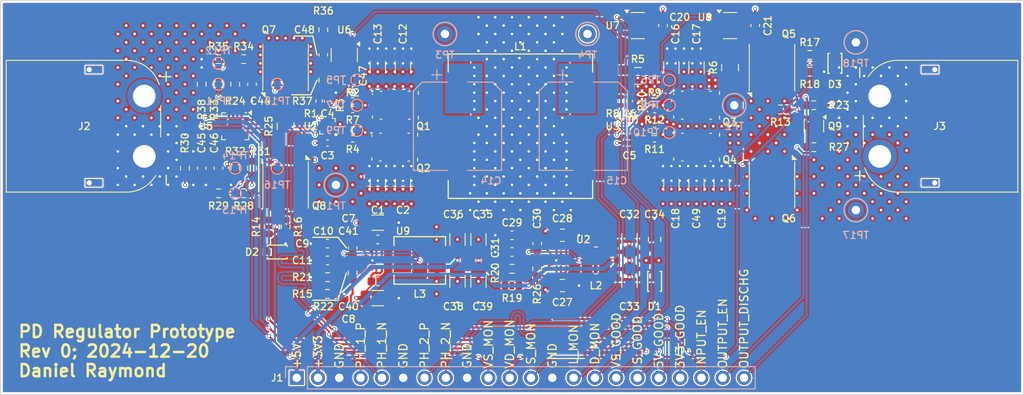
<source format=kicad_pcb>
(kicad_pcb (version 4) (generator "gerbview") (generator_version "8.0")
  (layers (0 F.Cu signal) (1 In1.Cu signal) (2 In2.Cu signal) (31 B.Cu signal) (34 B.Paste user) (35 F.Paste user) (36 B.SilkS user) (37 F.SilkS user) (38 B.Mask user) (39 F.Mask user) (44 Edge.Cuts user))
  (gr_line (start 38 85) (end 160 85) (layer Edge.Cuts) (width 0.1))
  (gr_line (start 160 85) (end 160 132) (layer Edge.Cuts) (width 0.1))
  (gr_line (start 160 132) (end 38 132) (layer Edge.Cuts) (width 0.1))
  (gr_line (start 38 132) (end 38 85) (layer Edge.Cuts) (width 0.1))
  (gr_line (start 40.54261 125.13811) (end 40.54261 123.68811) (layer F.SilkS) (width 0.3))
  (gr_line (start 40.54261 123.68811) (end 41.09499 123.68811) (layer F.SilkS) (width 0.3))
  (gr_line (start 41.09499 123.68811) (end 41.23308 123.75716) (layer F.SilkS) (width 0.3))
  (gr_line (start 41.23308 123.75716) (end 41.30213 123.8262) (layer F.SilkS) (width 0.3))
  (gr_line (start 41.30213 123.8262) (end 41.37118 123.9643) (layer F.SilkS) (width 0.3))
  (gr_line (start 41.37118 123.9643) (end 41.37118 124.17144) (layer F.SilkS) (width 0.3))
  (gr_line (start 41.37118 124.17144) (end 41.30213 124.30954) (layer F.SilkS) (width 0.3))
  (gr_line (start 41.30213 124.30954) (end 41.23308 124.37859) (layer F.SilkS) (width 0.3))
  (gr_line (start 41.23308 124.37859) (end 41.09499 124.44763) (layer F.SilkS) (width 0.3))
  (gr_line (start 41.09499 124.44763) (end 40.54261 124.44763) (layer F.SilkS) (width 0.3))
  (gr_line (start 41.99261 125.13811) (end 41.99261 123.68811) (layer F.SilkS) (width 0.3))
  (gr_line (start 41.99261 123.68811) (end 42.33784 123.68811) (layer F.SilkS) (width 0.3))
  (gr_line (start 42.33784 123.68811) (end 42.54499 123.75716) (layer F.SilkS) (width 0.3))
  (gr_line (start 42.54499 123.75716) (end 42.68308 123.89525) (layer F.SilkS) (width 0.3))
  (gr_line (start 42.68308 123.89525) (end 42.75213 124.03335) (layer F.SilkS) (width 0.3))
  (gr_line (start 42.75213 124.03335) (end 42.82118 124.30954) (layer F.SilkS) (width 0.3))
  (gr_line (start 42.82118 124.30954) (end 42.82118 124.51668) (layer F.SilkS) (width 0.3))
  (gr_line (start 42.82118 124.51668) (end 42.75213 124.79287) (layer F.SilkS) (width 0.3))
  (gr_line (start 42.75213 124.79287) (end 42.68308 124.93097) (layer F.SilkS) (width 0.3))
  (gr_line (start 42.68308 124.93097) (end 42.54499 125.06906) (layer F.SilkS) (width 0.3))
  (gr_line (start 42.54499 125.06906) (end 42.33784 125.13811) (layer F.SilkS) (width 0.3))
  (gr_line (start 42.33784 125.13811) (end 41.99261 125.13811) (layer F.SilkS) (width 0.3))
  (gr_line (start 45.37594 125.13811) (end 44.89261 124.44763) (layer F.SilkS) (width 0.3))
  (gr_line (start 44.54737 125.13811) (end 44.54737 123.68811) (layer F.SilkS) (width 0.3))
  (gr_line (start 44.54737 123.68811) (end 45.09975 123.68811) (layer F.SilkS) (width 0.3))
  (gr_line (start 45.09975 123.68811) (end 45.23784 123.75716) (layer F.SilkS) (width 0.3))
  (gr_line (start 45.23784 123.75716) (end 45.30689 123.8262) (layer F.SilkS) (width 0.3))
  (gr_line (start 45.30689 123.8262) (end 45.37594 123.9643) (layer F.SilkS) (width 0.3))
  (gr_line (start 45.37594 123.9643) (end 45.37594 124.17144) (layer F.SilkS) (width 0.3))
  (gr_line (start 45.37594 124.17144) (end 45.30689 124.30954) (layer F.SilkS) (width 0.3))
  (gr_line (start 45.30689 124.30954) (end 45.23784 124.37859) (layer F.SilkS) (width 0.3))
  (gr_line (start 45.23784 124.37859) (end 45.09975 124.44763) (layer F.SilkS) (width 0.3))
  (gr_line (start 45.09975 124.44763) (end 44.54737 124.44763) (layer F.SilkS) (width 0.3))
  (gr_line (start 46.54975 125.06906) (end 46.41165 125.13811) (layer F.SilkS) (width 0.3))
  (gr_line (start 46.41165 125.13811) (end 46.13546 125.13811) (layer F.SilkS) (width 0.3))
  (gr_line (start 46.13546 125.13811) (end 45.99737 125.06906) (layer F.SilkS) (width 0.3))
  (gr_line (start 45.99737 125.06906) (end 45.92832 124.93097) (layer F.SilkS) (width 0.3))
  (gr_line (start 45.92832 124.93097) (end 45.92832 124.37859) (layer F.SilkS) (width 0.3))
  (gr_line (start 45.92832 124.37859) (end 45.99737 124.24049) (layer F.SilkS) (width 0.3))
  (gr_line (start 45.99737 124.24049) (end 46.13546 124.17144) (layer F.SilkS) (width 0.3))
  (gr_line (start 46.13546 124.17144) (end 46.41165 124.17144) (layer F.SilkS) (width 0.3))
  (gr_line (start 46.41165 124.17144) (end 46.54975 124.24049) (layer F.SilkS) (width 0.3))
  (gr_line (start 46.54975 124.24049) (end 46.6188 124.37859) (layer F.SilkS) (width 0.3))
  (gr_line (start 46.6188 124.37859) (end 46.6188 124.51668) (layer F.SilkS) (width 0.3))
  (gr_line (start 46.6188 124.51668) (end 45.92832 124.65478) (layer F.SilkS) (width 0.3))
  (gr_line (start 47.86165 124.17144) (end 47.86165 125.34525) (layer F.SilkS) (width 0.3))
  (gr_line (start 47.86165 125.34525) (end 47.79261 125.48335) (layer F.SilkS) (width 0.3))
  (gr_line (start 47.79261 125.48335) (end 47.72356 125.5524) (layer F.SilkS) (width 0.3))
  (gr_line (start 47.72356 125.5524) (end 47.58546 125.62144) (layer F.SilkS) (width 0.3))
  (gr_line (start 47.58546 125.62144) (end 47.37832 125.62144) (layer F.SilkS) (width 0.3))
  (gr_line (start 47.37832 125.62144) (end 47.24023 125.5524) (layer F.SilkS) (width 0.3))
  (gr_line (start 47.86165 125.06906) (end 47.72356 125.13811) (layer F.SilkS) (width 0.3))
  (gr_line (start 47.72356 125.13811) (end 47.44737 125.13811) (layer F.SilkS) (width 0.3))
  (gr_line (start 47.44737 125.13811) (end 47.30927 125.06906) (layer F.SilkS) (width 0.3))
  (gr_line (start 47.30927 125.06906) (end 47.24023 125.00001) (layer F.SilkS) (width 0.3))
  (gr_line (start 47.24023 125.00001) (end 47.17118 124.86192) (layer F.SilkS) (width 0.3))
  (gr_line (start 47.17118 124.86192) (end 47.17118 124.44763) (layer F.SilkS) (width 0.3))
  (gr_line (start 47.17118 124.44763) (end 47.24023 124.30954) (layer F.SilkS) (width 0.3))
  (gr_line (start 47.24023 124.30954) (end 47.30927 124.24049) (layer F.SilkS) (width 0.3))
  (gr_line (start 47.30927 124.24049) (end 47.44737 124.17144) (layer F.SilkS) (width 0.3))
  (gr_line (start 47.44737 124.17144) (end 47.72356 124.17144) (layer F.SilkS) (width 0.3))
  (gr_line (start 47.72356 124.17144) (end 47.86165 124.24049) (layer F.SilkS) (width 0.3))
  (gr_line (start 49.17356 124.17144) (end 49.17356 125.13811) (layer F.SilkS) (width 0.3))
  (gr_line (start 48.55213 124.17144) (end 48.55213 124.93097) (layer F.SilkS) (width 0.3))
  (gr_line (start 48.55213 124.93097) (end 48.62118 125.06906) (layer F.SilkS) (width 0.3))
  (gr_line (start 48.62118 125.06906) (end 48.75927 125.13811) (layer F.SilkS) (width 0.3))
  (gr_line (start 48.75927 125.13811) (end 48.96642 125.13811) (layer F.SilkS) (width 0.3))
  (gr_line (start 48.96642 125.13811) (end 49.10451 125.06906) (layer F.SilkS) (width 0.3))
  (gr_line (start 49.10451 125.06906) (end 49.17356 125.00001) (layer F.SilkS) (width 0.3))
  (gr_line (start 50.07118 125.13811) (end 49.93308 125.06906) (layer F.SilkS) (width 0.3))
  (gr_line (start 49.93308 125.06906) (end 49.86404 124.93097) (layer F.SilkS) (width 0.3))
  (gr_line (start 49.86404 124.93097) (end 49.86404 123.68811) (layer F.SilkS) (width 0.3))
  (gr_line (start 51.24499 125.13811) (end 51.24499 124.37859) (layer F.SilkS) (width 0.3))
  (gr_line (start 51.24499 124.37859) (end 51.17594 124.24049) (layer F.SilkS) (width 0.3))
  (gr_line (start 51.17594 124.24049) (end 51.03784 124.17144) (layer F.SilkS) (width 0.3))
  (gr_line (start 51.03784 124.17144) (end 50.76165 124.17144) (layer F.SilkS) (width 0.3))
  (gr_line (start 50.76165 124.17144) (end 50.62356 124.24049) (layer F.SilkS) (width 0.3))
  (gr_line (start 51.24499 125.06906) (end 51.10689 125.13811) (layer F.SilkS) (width 0.3))
  (gr_line (start 51.10689 125.13811) (end 50.76165 125.13811) (layer F.SilkS) (width 0.3))
  (gr_line (start 50.76165 125.13811) (end 50.62356 125.06906) (layer F.SilkS) (width 0.3))
  (gr_line (start 50.62356 125.06906) (end 50.55451 124.93097) (layer F.SilkS) (width 0.3))
  (gr_line (start 50.55451 124.93097) (end 50.55451 124.79287) (layer F.SilkS) (width 0.3))
  (gr_line (start 50.55451 124.79287) (end 50.62356 124.65478) (layer F.SilkS) (width 0.3))
  (gr_line (start 50.62356 124.65478) (end 50.76165 124.58573) (layer F.SilkS) (width 0.3))
  (gr_line (start 50.76165 124.58573) (end 51.10689 124.58573) (layer F.SilkS) (width 0.3))
  (gr_line (start 51.10689 124.58573) (end 51.24499 124.51668) (layer F.SilkS) (width 0.3))
  (gr_line (start 51.72832 124.17144) (end 52.2807 124.17144) (layer F.SilkS) (width 0.3))
  (gr_line (start 51.93546 123.68811) (end 51.93546 124.93097) (layer F.SilkS) (width 0.3))
  (gr_line (start 51.93546 124.93097) (end 52.00451 125.06906) (layer F.SilkS) (width 0.3))
  (gr_line (start 52.00451 125.06906) (end 52.14261 125.13811) (layer F.SilkS) (width 0.3))
  (gr_line (start 52.14261 125.13811) (end 52.2807 125.13811) (layer F.SilkS) (width 0.3))
  (gr_line (start 52.97118 125.13811) (end 52.83308 125.06906) (layer F.SilkS) (width 0.3))
  (gr_line (start 52.83308 125.06906) (end 52.76404 125.00001) (layer F.SilkS) (width 0.3))
  (gr_line (start 52.76404 125.00001) (end 52.69499 124.86192) (layer F.SilkS) (width 0.3))
  (gr_line (start 52.69499 124.86192) (end 52.69499 124.44763) (layer F.SilkS) (width 0.3))
  (gr_line (start 52.69499 124.44763) (end 52.76404 124.30954) (layer F.SilkS) (width 0.3))
  (gr_line (start 52.76404 124.30954) (end 52.83308 124.24049) (layer F.SilkS) (width 0.3))
  (gr_line (start 52.83308 124.24049) (end 52.97118 124.17144) (layer F.SilkS) (width 0.3))
  (gr_line (start 52.97118 124.17144) (end 53.17832 124.17144) (layer F.SilkS) (width 0.3))
  (gr_line (start 53.17832 124.17144) (end 53.31642 124.24049) (layer F.SilkS) (width 0.3))
  (gr_line (start 53.31642 124.24049) (end 53.38546 124.30954) (layer F.SilkS) (width 0.3))
  (gr_line (start 53.38546 124.30954) (end 53.45451 124.44763) (layer F.SilkS) (width 0.3))
  (gr_line (start 53.45451 124.44763) (end 53.45451 124.86192) (layer F.SilkS) (width 0.3))
  (gr_line (start 53.45451 124.86192) (end 53.38546 125.00001) (layer F.SilkS) (width 0.3))
  (gr_line (start 53.38546 125.00001) (end 53.31642 125.06906) (layer F.SilkS) (width 0.3))
  (gr_line (start 53.31642 125.06906) (end 53.17832 125.13811) (layer F.SilkS) (width 0.3))
  (gr_line (start 53.17832 125.13811) (end 52.97118 125.13811) (layer F.SilkS) (width 0.3))
  (gr_line (start 54.07594 125.13811) (end 54.07594 124.17144) (layer F.SilkS) (width 0.3))
  (gr_line (start 54.07594 124.44763) (end 54.14499 124.30954) (layer F.SilkS) (width 0.3))
  (gr_line (start 54.14499 124.30954) (end 54.21404 124.24049) (layer F.SilkS) (width 0.3))
  (gr_line (start 54.21404 124.24049) (end 54.35213 124.17144) (layer F.SilkS) (width 0.3))
  (gr_line (start 54.35213 124.17144) (end 54.49023 124.17144) (layer F.SilkS) (width 0.3))
  (gr_line (start 56.07832 125.13811) (end 56.07832 123.68811) (layer F.SilkS) (width 0.3))
  (gr_line (start 56.07832 123.68811) (end 56.6307 123.68811) (layer F.SilkS) (width 0.3))
  (gr_line (start 56.6307 123.68811) (end 56.7688 123.75716) (layer F.SilkS) (width 0.3))
  (gr_line (start 56.7688 123.75716) (end 56.83784 123.8262) (layer F.SilkS) (width 0.3))
  (gr_line (start 56.83784 123.8262) (end 56.90689 123.9643) (layer F.SilkS) (width 0.3))
  (gr_line (start 56.90689 123.9643) (end 56.90689 124.17144) (layer F.SilkS) (width 0.3))
  (gr_line (start 56.90689 124.17144) (end 56.83784 124.30954) (layer F.SilkS) (width 0.3))
  (gr_line (start 56.83784 124.30954) (end 56.7688 124.37859) (layer F.SilkS) (width 0.3))
  (gr_line (start 56.7688 124.37859) (end 56.6307 124.44763) (layer F.SilkS) (width 0.3))
  (gr_line (start 56.6307 124.44763) (end 56.07832 124.44763) (layer F.SilkS) (width 0.3))
  (gr_line (start 57.52832 125.13811) (end 57.52832 124.17144) (layer F.SilkS) (width 0.3))
  (gr_line (start 57.52832 124.44763) (end 57.59737 124.30954) (layer F.SilkS) (width 0.3))
  (gr_line (start 57.59737 124.30954) (end 57.66642 124.24049) (layer F.SilkS) (width 0.3))
  (gr_line (start 57.66642 124.24049) (end 57.80451 124.17144) (layer F.SilkS) (width 0.3))
  (gr_line (start 57.80451 124.17144) (end 57.94261 124.17144) (layer F.SilkS) (width 0.3))
  (gr_line (start 58.63308 125.13811) (end 58.49499 125.06906) (layer F.SilkS) (width 0.3))
  (gr_line (start 58.49499 125.06906) (end 58.42594 125.00001) (layer F.SilkS) (width 0.3))
  (gr_line (start 58.42594 125.00001) (end 58.35689 124.86192) (layer F.SilkS) (width 0.3))
  (gr_line (start 58.35689 124.86192) (end 58.35689 124.44763) (layer F.SilkS) (width 0.3))
  (gr_line (start 58.35689 124.44763) (end 58.42594 124.30954) (layer F.SilkS) (width 0.3))
  (gr_line (start 58.42594 124.30954) (end 58.49499 124.24049) (layer F.SilkS) (width 0.3))
  (gr_line (start 58.49499 124.24049) (end 58.63308 124.17144) (layer F.SilkS) (width 0.3))
  (gr_line (start 58.63308 124.17144) (end 58.84023 124.17144) (layer F.SilkS) (width 0.3))
  (gr_line (start 58.84023 124.17144) (end 58.97832 124.24049) (layer F.SilkS) (width 0.3))
  (gr_line (start 58.97832 124.24049) (end 59.04737 124.30954) (layer F.SilkS) (width 0.3))
  (gr_line (start 59.04737 124.30954) (end 59.11642 124.44763) (layer F.SilkS) (width 0.3))
  (gr_line (start 59.11642 124.44763) (end 59.11642 124.86192) (layer F.SilkS) (width 0.3))
  (gr_line (start 59.11642 124.86192) (end 59.04737 125.00001) (layer F.SilkS) (width 0.3))
  (gr_line (start 59.04737 125.00001) (end 58.97832 125.06906) (layer F.SilkS) (width 0.3))
  (gr_line (start 58.97832 125.06906) (end 58.84023 125.13811) (layer F.SilkS) (width 0.3))
  (gr_line (start 58.84023 125.13811) (end 58.63308 125.13811) (layer F.SilkS) (width 0.3))
  (gr_line (start 59.5307 124.17144) (end 60.08308 124.17144) (layer F.SilkS) (width 0.3))
  (gr_line (start 59.73785 123.68811) (end 59.73785 124.93097) (layer F.SilkS) (width 0.3))
  (gr_line (start 59.73785 124.93097) (end 59.80689 125.06906) (layer F.SilkS) (width 0.3))
  (gr_line (start 59.80689 125.06906) (end 59.94499 125.13811) (layer F.SilkS) (width 0.3))
  (gr_line (start 59.94499 125.13811) (end 60.08308 125.13811) (layer F.SilkS) (width 0.3))
  (gr_line (start 60.77356 125.13811) (end 60.63546 125.06906) (layer F.SilkS) (width 0.3))
  (gr_line (start 60.63546 125.06906) (end 60.56642 125.00001) (layer F.SilkS) (width 0.3))
  (gr_line (start 60.56642 125.00001) (end 60.49737 124.86192) (layer F.SilkS) (width 0.3))
  (gr_line (start 60.49737 124.86192) (end 60.49737 124.44763) (layer F.SilkS) (width 0.3))
  (gr_line (start 60.49737 124.44763) (end 60.56642 124.30954) (layer F.SilkS) (width 0.3))
  (gr_line (start 60.56642 124.30954) (end 60.63546 124.24049) (layer F.SilkS) (width 0.3))
  (gr_line (start 60.63546 124.24049) (end 60.77356 124.17144) (layer F.SilkS) (width 0.3))
  (gr_line (start 60.77356 124.17144) (end 60.9807 124.17144) (layer F.SilkS) (width 0.3))
  (gr_line (start 60.9807 124.17144) (end 61.1188 124.24049) (layer F.SilkS) (width 0.3))
  (gr_line (start 61.1188 124.24049) (end 61.18784 124.30954) (layer F.SilkS) (width 0.3))
  (gr_line (start 61.18784 124.30954) (end 61.25689 124.44763) (layer F.SilkS) (width 0.3))
  (gr_line (start 61.25689 124.44763) (end 61.25689 124.86192) (layer F.SilkS) (width 0.3))
  (gr_line (start 61.25689 124.86192) (end 61.18784 125.00001) (layer F.SilkS) (width 0.3))
  (gr_line (start 61.18784 125.00001) (end 61.1188 125.06906) (layer F.SilkS) (width 0.3))
  (gr_line (start 61.1188 125.06906) (end 60.9807 125.13811) (layer F.SilkS) (width 0.3))
  (gr_line (start 60.9807 125.13811) (end 60.77356 125.13811) (layer F.SilkS) (width 0.3))
  (gr_line (start 61.67118 124.17144) (end 62.22356 124.17144) (layer F.SilkS) (width 0.3))
  (gr_line (start 61.87832 123.68811) (end 61.87832 124.93097) (layer F.SilkS) (width 0.3))
  (gr_line (start 61.87832 124.93097) (end 61.94737 125.06906) (layer F.SilkS) (width 0.3))
  (gr_line (start 61.94737 125.06906) (end 62.08546 125.13811) (layer F.SilkS) (width 0.3))
  (gr_line (start 62.08546 125.13811) (end 62.22356 125.13811) (layer F.SilkS) (width 0.3))
  (gr_line (start 62.5688 124.17144) (end 62.91403 125.13811) (layer F.SilkS) (width 0.3))
  (gr_line (start 63.25927 124.17144) (end 62.91403 125.13811) (layer F.SilkS) (width 0.3))
  (gr_line (start 62.91403 125.13811) (end 62.77594 125.48335) (layer F.SilkS) (width 0.3))
  (gr_line (start 62.77594 125.48335) (end 62.70689 125.5524) (layer F.SilkS) (width 0.3))
  (gr_line (start 62.70689 125.5524) (end 62.5688 125.62144) (layer F.SilkS) (width 0.3))
  (gr_line (start 63.81165 124.17144) (end 63.81165 125.62144) (layer F.SilkS) (width 0.3))
  (gr_line (start 63.81165 124.24049) (end 63.94975 124.17144) (layer F.SilkS) (width 0.3))
  (gr_line (start 63.94975 124.17144) (end 64.22594 124.17144) (layer F.SilkS) (width 0.3))
  (gr_line (start 64.22594 124.17144) (end 64.36404 124.24049) (layer F.SilkS) (width 0.3))
  (gr_line (start 64.36404 124.24049) (end 64.43308 124.30954) (layer F.SilkS) (width 0.3))
  (gr_line (start 64.43308 124.30954) (end 64.50213 124.44763) (layer F.SilkS) (width 0.3))
  (gr_line (start 64.50213 124.44763) (end 64.50213 124.86192) (layer F.SilkS) (width 0.3))
  (gr_line (start 64.50213 124.86192) (end 64.43308 125.00001) (layer F.SilkS) (width 0.3))
  (gr_line (start 64.43308 125.00001) (end 64.36404 125.06906) (layer F.SilkS) (width 0.3))
  (gr_line (start 64.36404 125.06906) (end 64.22594 125.13811) (layer F.SilkS) (width 0.3))
  (gr_line (start 64.22594 125.13811) (end 63.94975 125.13811) (layer F.SilkS) (width 0.3))
  (gr_line (start 63.94975 125.13811) (end 63.81165 125.06906) (layer F.SilkS) (width 0.3))
  (gr_line (start 65.67594 125.06906) (end 65.53784 125.13811) (layer F.SilkS) (width 0.3))
  (gr_line (start 65.53784 125.13811) (end 65.26165 125.13811) (layer F.SilkS) (width 0.3))
  (gr_line (start 65.26165 125.13811) (end 65.12356 125.06906) (layer F.SilkS) (width 0.3))
  (gr_line (start 65.12356 125.06906) (end 65.05451 124.93097) (layer F.SilkS) (width 0.3))
  (gr_line (start 65.05451 124.93097) (end 65.05451 124.37859) (layer F.SilkS) (width 0.3))
  (gr_line (start 65.05451 124.37859) (end 65.12356 124.24049) (layer F.SilkS) (width 0.3))
  (gr_line (start 65.12356 124.24049) (end 65.26165 124.17144) (layer F.SilkS) (width 0.3))
  (gr_line (start 65.26165 124.17144) (end 65.53784 124.17144) (layer F.SilkS) (width 0.3))
  (gr_line (start 65.53784 124.17144) (end 65.67594 124.24049) (layer F.SilkS) (width 0.3))
  (gr_line (start 65.67594 124.24049) (end 65.74499 124.37859) (layer F.SilkS) (width 0.3))
  (gr_line (start 65.74499 124.37859) (end 65.74499 124.51668) (layer F.SilkS) (width 0.3))
  (gr_line (start 65.74499 124.51668) (end 65.05451 124.65478) (layer F.SilkS) (width 0.3))
  (gr_line (start 41.37118 127.47253) (end 40.88784 126.78205) (layer F.SilkS) (width 0.3))
  (gr_line (start 40.54261 127.47253) (end 40.54261 126.02253) (layer F.SilkS) (width 0.3))
  (gr_line (start 40.54261 126.02253) (end 41.09499 126.02253) (layer F.SilkS) (width 0.3))
  (gr_line (start 41.09499 126.02253) (end 41.23308 126.09158) (layer F.SilkS) (width 0.3))
  (gr_line (start 41.23308 126.09158) (end 41.30213 126.16062) (layer F.SilkS) (width 0.3))
  (gr_line (start 41.30213 126.16062) (end 41.37118 126.29872) (layer F.SilkS) (width 0.3))
  (gr_line (start 41.37118 126.29872) (end 41.37118 126.50586) (layer F.SilkS) (width 0.3))
  (gr_line (start 41.37118 126.50586) (end 41.30213 126.64396) (layer F.SilkS) (width 0.3))
  (gr_line (start 41.30213 126.64396) (end 41.23308 126.713) (layer F.SilkS) (width 0.3))
  (gr_line (start 41.23308 126.713) (end 41.09499 126.78205) (layer F.SilkS) (width 0.3))
  (gr_line (start 41.09499 126.78205) (end 40.54261 126.78205) (layer F.SilkS) (width 0.3))
  (gr_line (start 42.54499 127.40348) (end 42.40689 127.47253) (layer F.SilkS) (width 0.3))
  (gr_line (start 42.40689 127.47253) (end 42.1307 127.47253) (layer F.SilkS) (width 0.3))
  (gr_line (start 42.1307 127.47253) (end 41.99261 127.40348) (layer F.SilkS) (width 0.3))
  (gr_line (start 41.99261 127.40348) (end 41.92356 127.26539) (layer F.SilkS) (width 0.3))
  (gr_line (start 41.92356 127.26539) (end 41.92356 126.713) (layer F.SilkS) (width 0.3))
  (gr_line (start 41.92356 126.713) (end 41.99261 126.57491) (layer F.SilkS) (width 0.3))
  (gr_line (start 41.99261 126.57491) (end 42.1307 126.50586) (layer F.SilkS) (width 0.3))
  (gr_line (start 42.1307 126.50586) (end 42.40689 126.50586) (layer F.SilkS) (width 0.3))
  (gr_line (start 42.40689 126.50586) (end 42.54499 126.57491) (layer F.SilkS) (width 0.3))
  (gr_line (start 42.54499 126.57491) (end 42.61403 126.713) (layer F.SilkS) (width 0.3))
  (gr_line (start 42.61403 126.713) (end 42.61403 126.8511) (layer F.SilkS) (width 0.3))
  (gr_line (start 42.61403 126.8511) (end 41.92356 126.9892) (layer F.SilkS) (width 0.3))
  (gr_line (start 43.09737 126.50586) (end 43.44261 127.47253) (layer F.SilkS) (width 0.3))
  (gr_line (start 43.44261 127.47253) (end 43.78784 126.50586) (layer F.SilkS) (width 0.3))
  (gr_line (start 45.72118 126.02253) (end 45.85927 126.02253) (layer F.SilkS) (width 0.3))
  (gr_line (start 45.85927 126.02253) (end 45.99737 126.09158) (layer F.SilkS) (width 0.3))
  (gr_line (start 45.99737 126.09158) (end 46.06642 126.16062) (layer F.SilkS) (width 0.3))
  (gr_line (start 46.06642 126.16062) (end 46.13546 126.29872) (layer F.SilkS) (width 0.3))
  (gr_line (start 46.13546 126.29872) (end 46.20451 126.57491) (layer F.SilkS) (width 0.3))
  (gr_line (start 46.20451 126.57491) (end 46.20451 126.92015) (layer F.SilkS) (width 0.3))
  (gr_line (start 46.20451 126.92015) (end 46.13546 127.19634) (layer F.SilkS) (width 0.3))
  (gr_line (start 46.13546 127.19634) (end 46.06642 127.33443) (layer F.SilkS) (width 0.3))
  (gr_line (start 46.06642 127.33443) (end 45.99737 127.40348) (layer F.SilkS) (width 0.3))
  (gr_line (start 45.99737 127.40348) (end 45.85927 127.47253) (layer F.SilkS) (width 0.3))
  (gr_line (start 45.85927 127.47253) (end 45.72118 127.47253) (layer F.SilkS) (width 0.3))
  (gr_line (start 45.72118 127.47253) (end 45.58308 127.40348) (layer F.SilkS) (width 0.3))
  (gr_line (start 45.58308 127.40348) (end 45.51403 127.33443) (layer F.SilkS) (width 0.3))
  (gr_line (start 45.51403 127.33443) (end 45.44499 127.19634) (layer F.SilkS) (width 0.3))
  (gr_line (start 45.44499 127.19634) (end 45.37594 126.92015) (layer F.SilkS) (width 0.3))
  (gr_line (start 45.37594 126.92015) (end 45.37594 126.57491) (layer F.SilkS) (width 0.3))
  (gr_line (start 45.37594 126.57491) (end 45.44499 126.29872) (layer F.SilkS) (width 0.3))
  (gr_line (start 45.44499 126.29872) (end 45.51403 126.16062) (layer F.SilkS) (width 0.3))
  (gr_line (start 45.51403 126.16062) (end 45.58308 126.09158) (layer F.SilkS) (width 0.3))
  (gr_line (start 45.58308 126.09158) (end 45.72118 126.02253) (layer F.SilkS) (width 0.3))
  (gr_line (start 46.89499 127.40348) (end 46.89499 127.47253) (layer F.SilkS) (width 0.3))
  (gr_line (start 46.89499 127.47253) (end 46.82594 127.61062) (layer F.SilkS) (width 0.3))
  (gr_line (start 46.82594 127.61062) (end 46.75689 127.67967) (layer F.SilkS) (width 0.3))
  (gr_line (start 46.82594 126.57491) (end 46.89499 126.64396) (layer F.SilkS) (width 0.3))
  (gr_line (start 46.89499 126.64396) (end 46.82594 126.713) (layer F.SilkS) (width 0.3))
  (gr_line (start 46.82594 126.713) (end 46.75689 126.64396) (layer F.SilkS) (width 0.3))
  (gr_line (start 46.75689 126.64396) (end 46.82594 126.57491) (layer F.SilkS) (width 0.3))
  (gr_line (start 46.82594 126.57491) (end 46.82594 126.713) (layer F.SilkS) (width 0.3))
  (gr_line (start 48.55213 126.16062) (end 48.62118 126.09158) (layer F.SilkS) (width 0.3))
  (gr_line (start 48.62118 126.09158) (end 48.75927 126.02253) (layer F.SilkS) (width 0.3))
  (gr_line (start 48.75927 126.02253) (end 49.10451 126.02253) (layer F.SilkS) (width 0.3))
  (gr_line (start 49.10451 126.02253) (end 49.24261 126.09158) (layer F.SilkS) (width 0.3))
  (gr_line (start 49.24261 126.09158) (end 49.31165 126.16062) (layer F.SilkS) (width 0.3))
  (gr_line (start 49.31165 126.16062) (end 49.3807 126.29872) (layer F.SilkS) (width 0.3))
  (gr_line (start 49.3807 126.29872) (end 49.3807 126.43681) (layer F.SilkS) (width 0.3))
  (gr_line (start 49.3807 126.43681) (end 49.31165 126.64396) (layer F.SilkS) (width 0.3))
  (gr_line (start 49.31165 126.64396) (end 48.48308 127.47253) (layer F.SilkS) (width 0.3))
  (gr_line (start 48.48308 127.47253) (end 49.3807 127.47253) (layer F.SilkS) (width 0.3))
  (gr_line (start 50.27832 126.02253) (end 50.41641 126.02253) (layer F.SilkS) (width 0.3))
  (gr_line (start 50.41641 126.02253) (end 50.55451 126.09158) (layer F.SilkS) (width 0.3))
  (gr_line (start 50.55451 126.09158) (end 50.62356 126.16062) (layer F.SilkS) (width 0.3))
  (gr_line (start 50.62356 126.16062) (end 50.69261 126.29872) (layer F.SilkS) (width 0.3))
  (gr_line (start 50.69261 126.29872) (end 50.76165 126.57491) (layer F.SilkS) (width 0.3))
  (gr_line (start 50.76165 126.57491) (end 50.76165 126.92015) (layer F.SilkS) (width 0.3))
  (gr_line (start 50.76165 126.92015) (end 50.69261 127.19634) (layer F.SilkS) (width 0.3))
  (gr_line (start 50.69261 127.19634) (end 50.62356 127.33443) (layer F.SilkS) (width 0.3))
  (gr_line (start 50.62356 127.33443) (end 50.55451 127.40348) (layer F.SilkS) (width 0.3))
  (gr_line (start 50.55451 127.40348) (end 50.41641 127.47253) (layer F.SilkS) (width 0.3))
  (gr_line (start 50.41641 127.47253) (end 50.27832 127.47253) (layer F.SilkS) (width 0.3))
  (gr_line (start 50.27832 127.47253) (end 50.14022 127.40348) (layer F.SilkS) (width 0.3))
  (gr_line (start 50.14022 127.40348) (end 50.07118 127.33443) (layer F.SilkS) (width 0.3))
  (gr_line (start 50.07118 127.33443) (end 50.00213 127.19634) (layer F.SilkS) (width 0.3))
  (gr_line (start 50.00213 127.19634) (end 49.93308 126.92015) (layer F.SilkS) (width 0.3))
  (gr_line (start 49.93308 126.92015) (end 49.93308 126.57491) (layer F.SilkS) (width 0.3))
  (gr_line (start 49.93308 126.57491) (end 50.00213 126.29872) (layer F.SilkS) (width 0.3))
  (gr_line (start 50.00213 126.29872) (end 50.07118 126.16062) (layer F.SilkS) (width 0.3))
  (gr_line (start 50.07118 126.16062) (end 50.14022 126.09158) (layer F.SilkS) (width 0.3))
  (gr_line (start 50.14022 126.09158) (end 50.27832 126.02253) (layer F.SilkS) (width 0.3))
  (gr_line (start 51.31403 126.16062) (end 51.38308 126.09158) (layer F.SilkS) (width 0.3))
  (gr_line (start 51.38308 126.09158) (end 51.52118 126.02253) (layer F.SilkS) (width 0.3))
  (gr_line (start 51.52118 126.02253) (end 51.86641 126.02253) (layer F.SilkS) (width 0.3))
  (gr_line (start 51.86641 126.02253) (end 52.00451 126.09158) (layer F.SilkS) (width 0.3))
  (gr_line (start 52.00451 126.09158) (end 52.07356 126.16062) (layer F.SilkS) (width 0.3))
  (gr_line (start 52.07356 126.16062) (end 52.1426 126.29872) (layer F.SilkS) (width 0.3))
  (gr_line (start 52.1426 126.29872) (end 52.1426 126.43681) (layer F.SilkS) (width 0.3))
  (gr_line (start 52.1426 126.43681) (end 52.07356 126.64396) (layer F.SilkS) (width 0.3))
  (gr_line (start 52.07356 126.64396) (end 51.24499 127.47253) (layer F.SilkS) (width 0.3))
  (gr_line (start 51.24499 127.47253) (end 52.1426 127.47253) (layer F.SilkS) (width 0.3))
  (gr_line (start 53.38546 126.50586) (end 53.38546 127.47253) (layer F.SilkS) (width 0.3))
  (gr_line (start 53.04022 125.95348) (end 52.69499 126.9892) (layer F.SilkS) (width 0.3))
  (gr_line (start 52.69499 126.9892) (end 53.5926 126.9892) (layer F.SilkS) (width 0.3))
  (gr_line (start 54.14499 126.92015) (end 55.24975 126.92015) (layer F.SilkS) (width 0.3))
  (gr_line (start 56.69975 127.47253) (end 55.87118 127.47253) (layer F.SilkS) (width 0.3))
  (gr_line (start 56.28546 127.47253) (end 56.28546 126.02253) (layer F.SilkS) (width 0.3))
  (gr_line (start 56.28546 126.02253) (end 56.14737 126.22967) (layer F.SilkS) (width 0.3))
  (gr_line (start 56.14737 126.22967) (end 56.00927 126.36777) (layer F.SilkS) (width 0.3))
  (gr_line (start 56.00927 126.36777) (end 55.87118 126.43681) (layer F.SilkS) (width 0.3))
  (gr_line (start 57.25213 126.16062) (end 57.32118 126.09158) (layer F.SilkS) (width 0.3))
  (gr_line (start 57.32118 126.09158) (end 57.45927 126.02253) (layer F.SilkS) (width 0.3))
  (gr_line (start 57.45927 126.02253) (end 57.80451 126.02253) (layer F.SilkS) (width 0.3))
  (gr_line (start 57.80451 126.02253) (end 57.9426 126.09158) (layer F.SilkS) (width 0.3))
  (gr_line (start 57.9426 126.09158) (end 58.01165 126.16062) (layer F.SilkS) (width 0.3))
  (gr_line (start 58.01165 126.16062) (end 58.0807 126.29872) (layer F.SilkS) (width 0.3))
  (gr_line (start 58.0807 126.29872) (end 58.0807 126.43681) (layer F.SilkS) (width 0.3))
  (gr_line (start 58.0807 126.43681) (end 58.01165 126.64396) (layer F.SilkS) (width 0.3))
  (gr_line (start 58.01165 126.64396) (end 57.18308 127.47253) (layer F.SilkS) (width 0.3))
  (gr_line (start 57.18308 127.47253) (end 58.0807 127.47253) (layer F.SilkS) (width 0.3))
  (gr_line (start 58.70213 126.92015) (end 59.80689 126.92015) (layer F.SilkS) (width 0.3))
  (gr_line (start 60.42832 126.16062) (end 60.49737 126.09158) (layer F.SilkS) (width 0.3))
  (gr_line (start 60.49737 126.09158) (end 60.63546 126.02253) (layer F.SilkS) (width 0.3))
  (gr_line (start 60.63546 126.02253) (end 60.9807 126.02253) (layer F.SilkS) (width 0.3))
  (gr_line (start 60.9807 126.02253) (end 61.11879 126.09158) (layer F.SilkS) (width 0.3))
  (gr_line (start 61.11879 126.09158) (end 61.18784 126.16062) (layer F.SilkS) (width 0.3))
  (gr_line (start 61.18784 126.16062) (end 61.25689 126.29872) (layer F.SilkS) (width 0.3))
  (gr_line (start 61.25689 126.29872) (end 61.25689 126.43681) (layer F.SilkS) (width 0.3))
  (gr_line (start 61.25689 126.43681) (end 61.18784 126.64396) (layer F.SilkS) (width 0.3))
  (gr_line (start 61.18784 126.64396) (end 60.35927 127.47253) (layer F.SilkS) (width 0.3))
  (gr_line (start 60.35927 127.47253) (end 61.25689 127.47253) (layer F.SilkS) (width 0.3))
  (gr_line (start 62.15451 126.02253) (end 62.2926 126.02253) (layer F.SilkS) (width 0.3))
  (gr_line (start 62.2926 126.02253) (end 62.4307 126.09158) (layer F.SilkS) (width 0.3))
  (gr_line (start 62.4307 126.09158) (end 62.49975 126.16062) (layer F.SilkS) (width 0.3))
  (gr_line (start 62.49975 126.16062) (end 62.56879 126.29872) (layer F.SilkS) (width 0.3))
  (gr_line (start 62.56879 126.29872) (end 62.63784 126.57491) (layer F.SilkS) (width 0.3))
  (gr_line (start 62.63784 126.57491) (end 62.63784 126.92015) (layer F.SilkS) (width 0.3))
  (gr_line (start 62.63784 126.92015) (end 62.56879 127.19634) (layer F.SilkS) (width 0.3))
  (gr_line (start 62.56879 127.19634) (end 62.49975 127.33443) (layer F.SilkS) (width 0.3))
  (gr_line (start 62.49975 127.33443) (end 62.4307 127.40348) (layer F.SilkS) (width 0.3))
  (gr_line (start 62.4307 127.40348) (end 62.2926 127.47253) (layer F.SilkS) (width 0.3))
  (gr_line (start 62.2926 127.47253) (end 62.15451 127.47253) (layer F.SilkS) (width 0.3))
  (gr_line (start 62.15451 127.47253) (end 62.01641 127.40348) (layer F.SilkS) (width 0.3))
  (gr_line (start 62.01641 127.40348) (end 61.94736 127.33443) (layer F.SilkS) (width 0.3))
  (gr_line (start 61.94736 127.33443) (end 61.87832 127.19634) (layer F.SilkS) (width 0.3))
  (gr_line (start 61.87832 127.19634) (end 61.80927 126.92015) (layer F.SilkS) (width 0.3))
  (gr_line (start 61.80927 126.92015) (end 61.80927 126.57491) (layer F.SilkS) (width 0.3))
  (gr_line (start 61.80927 126.57491) (end 61.87832 126.29872) (layer F.SilkS) (width 0.3))
  (gr_line (start 61.87832 126.29872) (end 61.94736 126.16062) (layer F.SilkS) (width 0.3))
  (gr_line (start 61.94736 126.16062) (end 62.01641 126.09158) (layer F.SilkS) (width 0.3))
  (gr_line (start 62.01641 126.09158) (end 62.15451 126.02253) (layer F.SilkS) (width 0.3))
  (gr_line (start 40.54261 129.80695) (end 40.54261 128.35695) (layer F.SilkS) (width 0.3))
  (gr_line (start 40.54261 128.35695) (end 40.88784 128.35695) (layer F.SilkS) (width 0.3))
  (gr_line (start 40.88784 128.35695) (end 41.09499 128.426) (layer F.SilkS) (width 0.3))
  (gr_line (start 41.09499 128.426) (end 41.23308 128.56409) (layer F.SilkS) (width 0.3))
  (gr_line (start 41.23308 128.56409) (end 41.30213 128.70219) (layer F.SilkS) (width 0.3))
  (gr_line (start 41.30213 128.70219) (end 41.37118 128.97838) (layer F.SilkS) (width 0.3))
  (gr_line (start 41.37118 128.97838) (end 41.37118 129.18552) (layer F.SilkS) (width 0.3))
  (gr_line (start 41.37118 129.18552) (end 41.30213 129.46171) (layer F.SilkS) (width 0.3))
  (gr_line (start 41.30213 129.46171) (end 41.23308 129.5998) (layer F.SilkS) (width 0.3))
  (gr_line (start 41.23308 129.5998) (end 41.09499 129.7379) (layer F.SilkS) (width 0.3))
  (gr_line (start 41.09499 129.7379) (end 40.88784 129.80695) (layer F.SilkS) (width 0.3))
  (gr_line (start 40.88784 129.80695) (end 40.54261 129.80695) (layer F.SilkS) (width 0.3))
  (gr_line (start 42.61403 129.80695) (end 42.61403 129.04742) (layer F.SilkS) (width 0.3))
  (gr_line (start 42.61403 129.04742) (end 42.54499 128.90933) (layer F.SilkS) (width 0.3))
  (gr_line (start 42.54499 128.90933) (end 42.40689 128.84028) (layer F.SilkS) (width 0.3))
  (gr_line (start 42.40689 128.84028) (end 42.1307 128.84028) (layer F.SilkS) (width 0.3))
  (gr_line (start 42.1307 128.84028) (end 41.99261 128.90933) (layer F.SilkS) (width 0.3))
  (gr_line (start 42.61403 129.7379) (end 42.47594 129.80695) (layer F.SilkS) (width 0.3))
  (gr_line (start 42.47594 129.80695) (end 42.1307 129.80695) (layer F.SilkS) (width 0.3))
  (gr_line (start 42.1307 129.80695) (end 41.99261 129.7379) (layer F.SilkS) (width 0.3))
  (gr_line (start 41.99261 129.7379) (end 41.92356 129.5998) (layer F.SilkS) (width 0.3))
  (gr_line (start 41.92356 129.5998) (end 41.92356 129.46171) (layer F.SilkS) (width 0.3))
  (gr_line (start 41.92356 129.46171) (end 41.99261 129.32361) (layer F.SilkS) (width 0.3))
  (gr_line (start 41.99261 129.32361) (end 42.1307 129.25457) (layer F.SilkS) (width 0.3))
  (gr_line (start 42.1307 129.25457) (end 42.47594 129.25457) (layer F.SilkS) (width 0.3))
  (gr_line (start 42.47594 129.25457) (end 42.61403 129.18552) (layer F.SilkS) (width 0.3))
  (gr_line (start 43.30451 128.84028) (end 43.30451 129.80695) (layer F.SilkS) (width 0.3))
  (gr_line (start 43.30451 128.97838) (end 43.37356 128.90933) (layer F.SilkS) (width 0.3))
  (gr_line (start 43.37356 128.90933) (end 43.51165 128.84028) (layer F.SilkS) (width 0.3))
  (gr_line (start 43.51165 128.84028) (end 43.7188 128.84028) (layer F.SilkS) (width 0.3))
  (gr_line (start 43.7188 128.84028) (end 43.85689 128.90933) (layer F.SilkS) (width 0.3))
  (gr_line (start 43.85689 128.90933) (end 43.92594 129.04742) (layer F.SilkS) (width 0.3))
  (gr_line (start 43.92594 129.04742) (end 43.92594 129.80695) (layer F.SilkS) (width 0.3))
  (gr_line (start 44.61642 129.80695) (end 44.61642 128.84028) (layer F.SilkS) (width 0.3))
  (gr_line (start 44.61642 128.35695) (end 44.54737 128.426) (layer F.SilkS) (width 0.3))
  (gr_line (start 44.54737 128.426) (end 44.61642 128.49504) (layer F.SilkS) (width 0.3))
  (gr_line (start 44.61642 128.49504) (end 44.68546 128.426) (layer F.SilkS) (width 0.3))
  (gr_line (start 44.68546 128.426) (end 44.61642 128.35695) (layer F.SilkS) (width 0.3))
  (gr_line (start 44.61642 128.35695) (end 44.61642 128.49504) (layer F.SilkS) (width 0.3))
  (gr_line (start 45.85927 129.7379) (end 45.72118 129.80695) (layer F.SilkS) (width 0.3))
  (gr_line (start 45.72118 129.80695) (end 45.44499 129.80695) (layer F.SilkS) (width 0.3))
  (gr_line (start 45.44499 129.80695) (end 45.30689 129.7379) (layer F.SilkS) (width 0.3))
  (gr_line (start 45.30689 129.7379) (end 45.23784 129.5998) (layer F.SilkS) (width 0.3))
  (gr_line (start 45.23784 129.5998) (end 45.23784 129.04742) (layer F.SilkS) (width 0.3))
  (gr_line (start 45.23784 129.04742) (end 45.30689 128.90933) (layer F.SilkS) (width 0.3))
  (gr_line (start 45.30689 128.90933) (end 45.44499 128.84028) (layer F.SilkS) (width 0.3))
  (gr_line (start 45.44499 128.84028) (end 45.72118 128.84028) (layer F.SilkS) (width 0.3))
  (gr_line (start 45.72118 128.84028) (end 45.85927 128.90933) (layer F.SilkS) (width 0.3))
  (gr_line (start 45.85927 128.90933) (end 45.92832 129.04742) (layer F.SilkS) (width 0.3))
  (gr_line (start 45.92832 129.04742) (end 45.92832 129.18552) (layer F.SilkS) (width 0.3))
  (gr_line (start 45.92832 129.18552) (end 45.23784 129.32361) (layer F.SilkS) (width 0.3))
  (gr_line (start 46.75689 129.80695) (end 46.6188 129.7379) (layer F.SilkS) (width 0.3))
  (gr_line (start 46.6188 129.7379) (end 46.54975 129.5998) (layer F.SilkS) (width 0.3))
  (gr_line (start 46.54975 129.5998) (end 46.54975 128.35695) (layer F.SilkS) (width 0.3))
  (gr_line (start 49.24261 129.80695) (end 48.75927 129.11647) (layer F.SilkS) (width 0.3))
  (gr_line (start 48.41404 129.80695) (end 48.41404 128.35695) (layer F.SilkS) (width 0.3))
  (gr_line (start 48.41404 128.35695) (end 48.96642 128.35695) (layer F.SilkS) (width 0.3))
  (gr_line (start 48.96642 128.35695) (end 49.10451 128.426) (layer F.SilkS) (width 0.3))
  (gr_line (start 49.10451 128.426) (end 49.17356 128.49504) (layer F.SilkS) (width 0.3))
  (gr_line (start 49.17356 128.49504) (end 49.24261 128.63314) (layer F.SilkS) (width 0.3))
  (gr_line (start 49.24261 128.63314) (end 49.24261 128.84028) (layer F.SilkS) (width 0.3))
  (gr_line (start 49.24261 128.84028) (end 49.17356 128.97838) (layer F.SilkS) (width 0.3))
  (gr_line (start 49.17356 128.97838) (end 49.10451 129.04742) (layer F.SilkS) (width 0.3))
  (gr_line (start 49.10451 129.04742) (end 48.96642 129.11647) (layer F.SilkS) (width 0.3))
  (gr_line (start 48.96642 129.11647) (end 48.41404 129.11647) (layer F.SilkS) (width 0.3))
  (gr_line (start 50.48546 129.80695) (end 50.48546 129.04742) (layer F.SilkS) (width 0.3))
  (gr_line (start 50.48546 129.04742) (end 50.41642 128.90933) (layer F.SilkS) (width 0.3))
  (gr_line (start 50.41642 128.90933) (end 50.27832 128.84028) (layer F.SilkS) (width 0.3))
  (gr_line (start 50.27832 128.84028) (end 50.00213 128.84028) (layer F.SilkS) (width 0.3))
  (gr_line (start 50.00213 128.84028) (end 49.86404 128.90933) (layer F.SilkS) (width 0.3))
  (gr_line (start 50.48546 129.7379) (end 50.34737 129.80695) (layer F.SilkS) (width 0.3))
  (gr_line (start 50.34737 129.80695) (end 50.00213 129.80695) (layer F.SilkS) (width 0.3))
  (gr_line (start 50.00213 129.80695) (end 49.86404 129.7379) (layer F.SilkS) (width 0.3))
  (gr_line (start 49.86404 129.7379) (end 49.79499 129.5998) (layer F.SilkS) (width 0.3))
  (gr_line (start 49.79499 129.5998) (end 49.79499 129.46171) (layer F.SilkS) (width 0.3))
  (gr_line (start 49.79499 129.46171) (end 49.86404 129.32361) (layer F.SilkS) (width 0.3))
  (gr_line (start 49.86404 129.32361) (end 50.00213 129.25457) (layer F.SilkS) (width 0.3))
  (gr_line (start 50.00213 129.25457) (end 50.34737 129.25457) (layer F.SilkS) (width 0.3))
  (gr_line (start 50.34737 129.25457) (end 50.48546 129.18552) (layer F.SilkS) (width 0.3))
  (gr_line (start 51.03784 128.84028) (end 51.38308 129.80695) (layer F.SilkS) (width 0.3))
  (gr_line (start 51.72832 128.84028) (end 51.38308 129.80695) (layer F.SilkS) (width 0.3))
  (gr_line (start 51.38308 129.80695) (end 51.24499 130.15219) (layer F.SilkS) (width 0.3))
  (gr_line (start 51.24499 130.15219) (end 51.17594 130.22123) (layer F.SilkS) (width 0.3))
  (gr_line (start 51.17594 130.22123) (end 51.03784 130.29028) (layer F.SilkS) (width 0.3))
  (gr_line (start 52.2807 129.80695) (end 52.2807 128.84028) (layer F.SilkS) (width 0.3))
  (gr_line (start 52.2807 128.97838) (end 52.34975 128.90933) (layer F.SilkS) (width 0.3))
  (gr_line (start 52.34975 128.90933) (end 52.48784 128.84028) (layer F.SilkS) (width 0.3))
  (gr_line (start 52.48784 128.84028) (end 52.69499 128.84028) (layer F.SilkS) (width 0.3))
  (gr_line (start 52.69499 128.84028) (end 52.83308 128.90933) (layer F.SilkS) (width 0.3))
  (gr_line (start 52.83308 128.90933) (end 52.90213 129.04742) (layer F.SilkS) (width 0.3))
  (gr_line (start 52.90213 129.04742) (end 52.90213 129.80695) (layer F.SilkS) (width 0.3))
  (gr_line (start 52.90213 129.04742) (end 52.97118 128.90933) (layer F.SilkS) (width 0.3))
  (gr_line (start 52.97118 128.90933) (end 53.10927 128.84028) (layer F.SilkS) (width 0.3))
  (gr_line (start 53.10927 128.84028) (end 53.31642 128.84028) (layer F.SilkS) (width 0.3))
  (gr_line (start 53.31642 128.84028) (end 53.45451 128.90933) (layer F.SilkS) (width 0.3))
  (gr_line (start 53.45451 128.90933) (end 53.52356 129.04742) (layer F.SilkS) (width 0.3))
  (gr_line (start 53.52356 129.04742) (end 53.52356 129.80695) (layer F.SilkS) (width 0.3))
  (gr_line (start 54.42118 129.80695) (end 54.28308 129.7379) (layer F.SilkS) (width 0.3))
  (gr_line (start 54.28308 129.7379) (end 54.21404 129.66885) (layer F.SilkS) (width 0.3))
  (gr_line (start 54.21404 129.66885) (end 54.14499 129.53076) (layer F.SilkS) (width 0.3))
  (gr_line (start 54.14499 129.53076) (end 54.14499 129.11647) (layer F.SilkS) (width 0.3))
  (gr_line (start 54.14499 129.11647) (end 54.21404 128.97838) (layer F.SilkS) (width 0.3))
  (gr_line (start 54.21404 128.97838) (end 54.28308 128.90933) (layer F.SilkS) (width 0.3))
  (gr_line (start 54.28308 128.90933) (end 54.42118 128.84028) (layer F.SilkS) (width 0.3))
  (gr_line (start 54.42118 128.84028) (end 54.62832 128.84028) (layer F.SilkS) (width 0.3))
  (gr_line (start 54.62832 128.84028) (end 54.76642 128.90933) (layer F.SilkS) (width 0.3))
  (gr_line (start 54.76642 128.90933) (end 54.83546 128.97838) (layer F.SilkS) (width 0.3))
  (gr_line (start 54.83546 128.97838) (end 54.90451 129.11647) (layer F.SilkS) (width 0.3))
  (gr_line (start 54.90451 129.11647) (end 54.90451 129.53076) (layer F.SilkS) (width 0.3))
  (gr_line (start 54.90451 129.53076) (end 54.83546 129.66885) (layer F.SilkS) (width 0.3))
  (gr_line (start 54.83546 129.66885) (end 54.76642 129.7379) (layer F.SilkS) (width 0.3))
  (gr_line (start 54.76642 129.7379) (end 54.62832 129.80695) (layer F.SilkS) (width 0.3))
  (gr_line (start 54.62832 129.80695) (end 54.42118 129.80695) (layer F.SilkS) (width 0.3))
  (gr_line (start 55.52594 128.84028) (end 55.52594 129.80695) (layer F.SilkS) (width 0.3))
  (gr_line (start 55.52594 128.97838) (end 55.59499 128.90933) (layer F.SilkS) (width 0.3))
  (gr_line (start 55.59499 128.90933) (end 55.73308 128.84028) (layer F.SilkS) (width 0.3))
  (gr_line (start 55.73308 128.84028) (end 55.94023 128.84028) (layer F.SilkS) (width 0.3))
  (gr_line (start 55.94023 128.84028) (end 56.07832 128.90933) (layer F.SilkS) (width 0.3))
  (gr_line (start 56.07832 128.90933) (end 56.14737 129.04742) (layer F.SilkS) (width 0.3))
  (gr_line (start 56.14737 129.04742) (end 56.14737 129.80695) (layer F.SilkS) (width 0.3))
  (gr_line (start 57.45927 129.80695) (end 57.45927 128.35695) (layer F.SilkS) (width 0.3))
  (gr_line (start 57.45927 129.7379) (end 57.32118 129.80695) (layer F.SilkS) (width 0.3))
  (gr_line (start 57.32118 129.80695) (end 57.04499 129.80695) (layer F.SilkS) (width 0.3))
  (gr_line (start 57.04499 129.80695) (end 56.90689 129.7379) (layer F.SilkS) (width 0.3))
  (gr_line (start 56.90689 129.7379) (end 56.83785 129.66885) (layer F.SilkS) (width 0.3))
  (gr_line (start 56.83785 129.66885) (end 56.7688 129.53076) (layer F.SilkS) (width 0.3))
  (gr_line (start 56.7688 129.53076) (end 56.7688 129.11647) (layer F.SilkS) (width 0.3))
  (gr_line (start 56.7688 129.11647) (end 56.83785 128.97838) (layer F.SilkS) (width 0.3))
  (gr_line (start 56.83785 128.97838) (end 56.90689 128.90933) (layer F.SilkS) (width 0.3))
  (gr_line (start 56.90689 128.90933) (end 57.04499 128.84028) (layer F.SilkS) (width 0.3))
  (gr_line (start 57.04499 128.84028) (end 57.32118 128.84028) (layer F.SilkS) (width 0.3))
  (gr_line (start 57.32118 128.84028) (end 57.45927 128.90933) (layer F.SilkS) (width 0.3))
  (gr_line (start 126.11982 128.47274) (end 126.11982 128.28227) (layer F.SilkS) (width 0.15))
  (gr_line (start 126.11982 128.28227) (end 126.16744 128.18703) (layer F.SilkS) (width 0.15))
  (gr_line (start 126.16744 128.18703) (end 126.26268 128.09179) (layer F.SilkS) (width 0.15))
  (gr_line (start 126.26268 128.09179) (end 126.45315 128.04417) (layer F.SilkS) (width 0.15))
  (gr_line (start 126.45315 128.04417) (end 126.78649 128.04417) (layer F.SilkS) (width 0.15))
  (gr_line (start 126.78649 128.04417) (end 126.97696 128.09179) (layer F.SilkS) (width 0.15))
  (gr_line (start 126.97696 128.09179) (end 127.0722 128.18703) (layer F.SilkS) (width 0.15))
  (gr_line (start 127.0722 128.18703) (end 127.11982 128.28227) (layer F.SilkS) (width 0.15))
  (gr_line (start 127.11982 128.28227) (end 127.11982 128.47274) (layer F.SilkS) (width 0.15))
  (gr_line (start 127.11982 128.47274) (end 127.0722 128.56798) (layer F.SilkS) (width 0.15))
  (gr_line (start 127.0722 128.56798) (end 126.97696 128.66322) (layer F.SilkS) (width 0.15))
  (gr_line (start 126.97696 128.66322) (end 126.78649 128.71084) (layer F.SilkS) (width 0.15))
  (gr_line (start 126.78649 128.71084) (end 126.45315 128.71084) (layer F.SilkS) (width 0.15))
  (gr_line (start 126.45315 128.71084) (end 126.26268 128.66322) (layer F.SilkS) (width 0.15))
  (gr_line (start 126.26268 128.66322) (end 126.16744 128.56798) (layer F.SilkS) (width 0.15))
  (gr_line (start 126.16744 128.56798) (end 126.11982 128.47274) (layer F.SilkS) (width 0.15))
  (gr_line (start 126.11982 127.6156) (end 126.92934 127.6156) (layer F.SilkS) (width 0.15))
  (gr_line (start 126.92934 127.6156) (end 127.02458 127.56798) (layer F.SilkS) (width 0.15))
  (gr_line (start 127.02458 127.56798) (end 127.0722 127.52036) (layer F.SilkS) (width 0.15))
  (gr_line (start 127.0722 127.52036) (end 127.11982 127.42513) (layer F.SilkS) (width 0.15))
  (gr_line (start 127.11982 127.42513) (end 127.11982 127.23465) (layer F.SilkS) (width 0.15))
  (gr_line (start 127.11982 127.23465) (end 127.0722 127.13941) (layer F.SilkS) (width 0.15))
  (gr_line (start 127.0722 127.13941) (end 127.02458 127.09179) (layer F.SilkS) (width 0.15))
  (gr_line (start 127.02458 127.09179) (end 126.92934 127.04417) (layer F.SilkS) (width 0.15))
  (gr_line (start 126.92934 127.04417) (end 126.11982 127.04417) (layer F.SilkS) (width 0.15))
  (gr_line (start 126.11982 126.71084) (end 126.11982 126.13941) (layer F.SilkS) (width 0.15))
  (gr_line (start 127.11982 126.42513) (end 126.11982 126.42513) (layer F.SilkS) (width 0.15))
  (gr_line (start 127.11982 125.80608) (end 126.11982 125.80608) (layer F.SilkS) (width 0.15))
  (gr_line (start 126.11982 125.80608) (end 126.11982 125.42513) (layer F.SilkS) (width 0.15))
  (gr_line (start 126.11982 125.42513) (end 126.16744 125.32989) (layer F.SilkS) (width 0.15))
  (gr_line (start 126.16744 125.32989) (end 126.21506 125.28227) (layer F.SilkS) (width 0.15))
  (gr_line (start 126.21506 125.28227) (end 126.3103 125.23465) (layer F.SilkS) (width 0.15))
  (gr_line (start 126.3103 125.23465) (end 126.45315 125.23465) (layer F.SilkS) (width 0.15))
  (gr_line (start 126.45315 125.23465) (end 126.54839 125.28227) (layer F.SilkS) (width 0.15))
  (gr_line (start 126.54839 125.28227) (end 126.59601 125.32989) (layer F.SilkS) (width 0.15))
  (gr_line (start 126.59601 125.32989) (end 126.64363 125.42513) (layer F.SilkS) (width 0.15))
  (gr_line (start 126.64363 125.42513) (end 126.64363 125.80608) (layer F.SilkS) (width 0.15))
  (gr_line (start 126.11982 124.80608) (end 126.92934 124.80608) (layer F.SilkS) (width 0.15))
  (gr_line (start 126.92934 124.80608) (end 127.02458 124.75846) (layer F.SilkS) (width 0.15))
  (gr_line (start 127.02458 124.75846) (end 127.0722 124.71084) (layer F.SilkS) (width 0.15))
  (gr_line (start 127.0722 124.71084) (end 127.11982 124.6156) (layer F.SilkS) (width 0.15))
  (gr_line (start 127.11982 124.6156) (end 127.11982 124.42513) (layer F.SilkS) (width 0.15))
  (gr_line (start 127.11982 124.42513) (end 127.0722 124.32989) (layer F.SilkS) (width 0.15))
  (gr_line (start 127.0722 124.32989) (end 127.02458 124.28227) (layer F.SilkS) (width 0.15))
  (gr_line (start 127.02458 124.28227) (end 126.92934 124.23465) (layer F.SilkS) (width 0.15))
  (gr_line (start 126.92934 124.23465) (end 126.11982 124.23465) (layer F.SilkS) (width 0.15))
  (gr_line (start 126.11982 123.90132) (end 126.11982 123.32989) (layer F.SilkS) (width 0.15))
  (gr_line (start 127.11982 123.6156) (end 126.11982 123.6156) (layer F.SilkS) (width 0.15))
  (gr_line (start 127.21506 123.23465) (end 127.21506 122.47274) (layer F.SilkS) (width 0.15))
  (gr_line (start 127.11982 122.23465) (end 126.11982 122.23465) (layer F.SilkS) (width 0.15))
  (gr_line (start 126.11982 122.23465) (end 126.11982 121.99655) (layer F.SilkS) (width 0.15))
  (gr_line (start 126.11982 121.99655) (end 126.16744 121.8537) (layer F.SilkS) (width 0.15))
  (gr_line (start 126.16744 121.8537) (end 126.26268 121.75846) (layer F.SilkS) (width 0.15))
  (gr_line (start 126.26268 121.75846) (end 126.35791 121.71084) (layer F.SilkS) (width 0.15))
  (gr_line (start 126.35791 121.71084) (end 126.54839 121.66322) (layer F.SilkS) (width 0.15))
  (gr_line (start 126.54839 121.66322) (end 126.69125 121.66322) (layer F.SilkS) (width 0.15))
  (gr_line (start 126.69125 121.66322) (end 126.88172 121.71084) (layer F.SilkS) (width 0.15))
  (gr_line (start 126.88172 121.71084) (end 126.97696 121.75846) (layer F.SilkS) (width 0.15))
  (gr_line (start 126.97696 121.75846) (end 127.0722 121.8537) (layer F.SilkS) (width 0.15))
  (gr_line (start 127.0722 121.8537) (end 127.11982 121.99655) (layer F.SilkS) (width 0.15))
  (gr_line (start 127.11982 121.99655) (end 127.11982 122.23465) (layer F.SilkS) (width 0.15))
  (gr_line (start 127.11982 121.23465) (end 126.11982 121.23465) (layer F.SilkS) (width 0.15))
  (gr_line (start 127.0722 120.80608) (end 127.11982 120.66322) (layer F.SilkS) (width 0.15))
  (gr_line (start 127.11982 120.66322) (end 127.11982 120.42513) (layer F.SilkS) (width 0.15))
  (gr_line (start 127.11982 120.42513) (end 127.0722 120.32989) (layer F.SilkS) (width 0.15))
  (gr_line (start 127.0722 120.32989) (end 127.02458 120.28227) (layer F.SilkS) (width 0.15))
  (gr_line (start 127.02458 120.28227) (end 126.92934 120.23465) (layer F.SilkS) (width 0.15))
  (gr_line (start 126.92934 120.23465) (end 126.8341 120.23465) (layer F.SilkS) (width 0.15))
  (gr_line (start 126.8341 120.23465) (end 126.73887 120.28227) (layer F.SilkS) (width 0.15))
  (gr_line (start 126.73887 120.28227) (end 126.69125 120.32989) (layer F.SilkS) (width 0.15))
  (gr_line (start 126.69125 120.32989) (end 126.64363 120.42513) (layer F.SilkS) (width 0.15))
  (gr_line (start 126.64363 120.42513) (end 126.59601 120.6156) (layer F.SilkS) (width 0.15))
  (gr_line (start 126.59601 120.6156) (end 126.54839 120.71084) (layer F.SilkS) (width 0.15))
  (gr_line (start 126.54839 120.71084) (end 126.50077 120.75846) (layer F.SilkS) (width 0.15))
  (gr_line (start 126.50077 120.75846) (end 126.40553 120.80608) (layer F.SilkS) (width 0.15))
  (gr_line (start 126.40553 120.80608) (end 126.3103 120.80608) (layer F.SilkS) (width 0.15))
  (gr_line (start 126.3103 120.80608) (end 126.21506 120.75846) (layer F.SilkS) (width 0.15))
  (gr_line (start 126.21506 120.75846) (end 126.16744 120.71084) (layer F.SilkS) (width 0.15))
  (gr_line (start 126.16744 120.71084) (end 126.11982 120.6156) (layer F.SilkS) (width 0.15))
  (gr_line (start 126.11982 120.6156) (end 126.11982 120.37751) (layer F.SilkS) (width 0.15))
  (gr_line (start 126.11982 120.37751) (end 126.16744 120.23465) (layer F.SilkS) (width 0.15))
  (gr_line (start 127.02458 119.23465) (end 127.0722 119.28227) (layer F.SilkS) (width 0.15))
  (gr_line (start 127.0722 119.28227) (end 127.11982 119.42513) (layer F.SilkS) (width 0.15))
  (gr_line (start 127.11982 119.42513) (end 127.11982 119.52036) (layer F.SilkS) (width 0.15))
  (gr_line (start 127.11982 119.52036) (end 127.0722 119.66322) (layer F.SilkS) (width 0.15))
  (gr_line (start 127.0722 119.66322) (end 126.97696 119.75846) (layer F.SilkS) (width 0.15))
  (gr_line (start 126.97696 119.75846) (end 126.88172 119.80608) (layer F.SilkS) (width 0.15))
  (gr_line (start 126.88172 119.80608) (end 126.69125 119.8537) (layer F.SilkS) (width 0.15))
  (gr_line (start 126.69125 119.8537) (end 126.54839 119.8537) (layer F.SilkS) (width 0.15))
  (gr_line (start 126.54839 119.8537) (end 126.35791 119.80608) (layer F.SilkS) (width 0.15))
  (gr_line (start 126.35791 119.80608) (end 126.26268 119.75846) (layer F.SilkS) (width 0.15))
  (gr_line (start 126.26268 119.75846) (end 126.16744 119.66322) (layer F.SilkS) (width 0.15))
  (gr_line (start 126.16744 119.66322) (end 126.11982 119.52036) (layer F.SilkS) (width 0.15))
  (gr_line (start 126.11982 119.52036) (end 126.11982 119.42513) (layer F.SilkS) (width 0.15))
  (gr_line (start 126.11982 119.42513) (end 126.16744 119.28227) (layer F.SilkS) (width 0.15))
  (gr_line (start 126.16744 119.28227) (end 126.21506 119.23465) (layer F.SilkS) (width 0.15))
  (gr_line (start 127.11982 118.80608) (end 126.11982 118.80608) (layer F.SilkS) (width 0.15))
  (gr_line (start 126.59601 118.80608) (end 126.59601 118.23465) (layer F.SilkS) (width 0.15))
  (gr_line (start 127.11982 118.23465) (end 126.11982 118.23465) (layer F.SilkS) (width 0.15))
  (gr_line (start 126.16744 117.23465) (end 126.11982 117.32989) (layer F.SilkS) (width 0.15))
  (gr_line (start 126.11982 117.32989) (end 126.11982 117.47274) (layer F.SilkS) (width 0.15))
  (gr_line (start 126.11982 117.47274) (end 126.16744 117.6156) (layer F.SilkS) (width 0.15))
  (gr_line (start 126.16744 117.6156) (end 126.26268 117.71084) (layer F.SilkS) (width 0.15))
  (gr_line (start 126.26268 117.71084) (end 126.35791 117.75846) (layer F.SilkS) (width 0.15))
  (gr_line (start 126.35791 117.75846) (end 126.54839 117.80608) (layer F.SilkS) (width 0.15))
  (gr_line (start 126.54839 117.80608) (end 126.69125 117.80608) (layer F.SilkS) (width 0.15))
  (gr_line (start 126.69125 117.80608) (end 126.88172 117.75846) (layer F.SilkS) (width 0.15))
  (gr_line (start 126.88172 117.75846) (end 126.97696 117.71084) (layer F.SilkS) (width 0.15))
  (gr_line (start 126.97696 117.71084) (end 127.0722 117.6156) (layer F.SilkS) (width 0.15))
  (gr_line (start 127.0722 117.6156) (end 127.11982 117.47274) (layer F.SilkS) (width 0.15))
  (gr_line (start 127.11982 117.47274) (end 127.11982 117.37751) (layer F.SilkS) (width 0.15))
  (gr_line (start 127.11982 117.37751) (end 127.0722 117.23465) (layer F.SilkS) (width 0.15))
  (gr_line (start 127.0722 117.23465) (end 127.02458 117.18703) (layer F.SilkS) (width 0.15))
  (gr_line (start 127.02458 117.18703) (end 126.69125 117.18703) (layer F.SilkS) (width 0.15))
  (gr_line (start 126.69125 117.18703) (end 126.69125 117.37751) (layer F.SilkS) (width 0.15))
  (gr_line (start 123.57982 128.47274) (end 123.57982 128.28227) (layer F.SilkS) (width 0.15))
  (gr_line (start 123.57982 128.28227) (end 123.62744 128.18703) (layer F.SilkS) (width 0.15))
  (gr_line (start 123.62744 128.18703) (end 123.72268 128.09179) (layer F.SilkS) (width 0.15))
  (gr_line (start 123.72268 128.09179) (end 123.91315 128.04417) (layer F.SilkS) (width 0.15))
  (gr_line (start 123.91315 128.04417) (end 124.24649 128.04417) (layer F.SilkS) (width 0.15))
  (gr_line (start 124.24649 128.04417) (end 124.43696 128.09179) (layer F.SilkS) (width 0.15))
  (gr_line (start 124.43696 128.09179) (end 124.5322 128.18703) (layer F.SilkS) (width 0.15))
  (gr_line (start 124.5322 128.18703) (end 124.57982 128.28227) (layer F.SilkS) (width 0.15))
  (gr_line (start 124.57982 128.28227) (end 124.57982 128.47274) (layer F.SilkS) (width 0.15))
  (gr_line (start 124.57982 128.47274) (end 124.5322 128.56798) (layer F.SilkS) (width 0.15))
  (gr_line (start 124.5322 128.56798) (end 124.43696 128.66322) (layer F.SilkS) (width 0.15))
  (gr_line (start 124.43696 128.66322) (end 124.24649 128.71084) (layer F.SilkS) (width 0.15))
  (gr_line (start 124.24649 128.71084) (end 123.91315 128.71084) (layer F.SilkS) (width 0.15))
  (gr_line (start 123.91315 128.71084) (end 123.72268 128.66322) (layer F.SilkS) (width 0.15))
  (gr_line (start 123.72268 128.66322) (end 123.62744 128.56798) (layer F.SilkS) (width 0.15))
  (gr_line (start 123.62744 128.56798) (end 123.57982 128.47274) (layer F.SilkS) (width 0.15))
  (gr_line (start 123.57982 127.6156) (end 124.38934 127.6156) (layer F.SilkS) (width 0.15))
  (gr_line (start 124.38934 127.6156) (end 124.48458 127.56798) (layer F.SilkS) (width 0.15))
  (gr_line (start 124.48458 127.56798) (end 124.5322 127.52036) (layer F.SilkS) (width 0.15))
  (gr_line (start 124.5322 127.52036) (end 124.57982 127.42513) (layer F.SilkS) (width 0.15))
  (gr_line (start 124.57982 127.42513) (end 124.57982 127.23465) (layer F.SilkS) (width 0.15))
  (gr_line (start 124.57982 127.23465) (end 124.5322 127.13941) (layer F.SilkS) (width 0.15))
  (gr_line (start 124.5322 127.13941) (end 124.48458 127.09179) (layer F.SilkS) (width 0.15))
  (gr_line (start 124.48458 127.09179) (end 124.38934 127.04417) (layer F.SilkS) (width 0.15))
  (gr_line (start 124.38934 127.04417) (end 123.57982 127.04417) (layer F.SilkS) (width 0.15))
  (gr_line (start 123.57982 126.71084) (end 123.57982 126.13941) (layer F.SilkS) (width 0.15))
  (gr_line (start 124.57982 126.42513) (end 123.57982 126.42513) (layer F.SilkS) (width 0.15))
  (gr_line (start 124.57982 125.80608) (end 123.57982 125.80608) (layer F.SilkS) (width 0.15))
  (gr_line (start 123.57982 125.80608) (end 123.57982 125.42513) (layer F.SilkS) (width 0.15))
  (gr_line (start 123.57982 125.42513) (end 123.62744 125.32989) (layer F.SilkS) (width 0.15))
  (gr_line (start 123.62744 125.32989) (end 123.67506 125.28227) (layer F.SilkS) (width 0.15))
  (gr_line (start 123.67506 125.28227) (end 123.7703 125.23465) (layer F.SilkS) (width 0.15))
  (gr_line (start 123.7703 125.23465) (end 123.91315 125.23465) (layer F.SilkS) (width 0.15))
  (gr_line (start 123.91315 125.23465) (end 124.00839 125.28227) (layer F.SilkS) (width 0.15))
  (gr_line (start 124.00839 125.28227) (end 124.05601 125.32989) (layer F.SilkS) (width 0.15))
  (gr_line (start 124.05601 125.32989) (end 124.10363 125.42513) (layer F.SilkS) (width 0.15))
  (gr_line (start 124.10363 125.42513) (end 124.10363 125.80608) (layer F.SilkS) (width 0.15))
  (gr_line (start 123.57982 124.80608) (end 124.38934 124.80608) (layer F.SilkS) (width 0.15))
  (gr_line (start 124.38934 124.80608) (end 124.48458 124.75846) (layer F.SilkS) (width 0.15))
  (gr_line (start 124.48458 124.75846) (end 124.5322 124.71084) (layer F.SilkS) (width 0.15))
  (gr_line (start 124.5322 124.71084) (end 124.57982 124.6156) (layer F.SilkS) (width 0.15))
  (gr_line (start 124.57982 124.6156) (end 124.57982 124.42513) (layer F.SilkS) (width 0.15))
  (gr_line (start 124.57982 124.42513) (end 124.5322 124.32989) (layer F.SilkS) (width 0.15))
  (gr_line (start 124.5322 124.32989) (end 124.48458 124.28227) (layer F.SilkS) (width 0.15))
  (gr_line (start 124.48458 124.28227) (end 124.38934 124.23465) (layer F.SilkS) (width 0.15))
  (gr_line (start 124.38934 124.23465) (end 123.57982 124.23465) (layer F.SilkS) (width 0.15))
  (gr_line (start 123.57982 123.90132) (end 123.57982 123.32989) (layer F.SilkS) (width 0.15))
  (gr_line (start 124.57982 123.6156) (end 123.57982 123.6156) (layer F.SilkS) (width 0.15))
  (gr_line (start 124.67506 123.23465) (end 124.67506 122.47274) (layer F.SilkS) (width 0.15))
  (gr_line (start 124.05601 122.23465) (end 124.05601 121.90132) (layer F.SilkS) (width 0.15))
  (gr_line (start 124.57982 121.75846) (end 124.57982 122.23465) (layer F.SilkS) (width 0.15))
  (gr_line (start 124.57982 122.23465) (end 123.57982 122.23465) (layer F.SilkS) (width 0.15))
  (gr_line (start 123.57982 122.23465) (end 123.57982 121.75846) (layer F.SilkS) (width 0.15))
  (gr_line (start 124.57982 121.32989) (end 123.57982 121.32989) (layer F.SilkS) (width 0.15))
  (gr_line (start 123.57982 121.32989) (end 124.57982 120.75846) (layer F.SilkS) (width 0.15))
  (gr_line (start 124.57982 120.75846) (end 123.57982 120.75846) (layer F.SilkS) (width 0.15))
  (gr_line (start 122.03982 128.66322) (end 121.03982 128.66322) (layer F.SilkS) (width 0.15))
  (gr_line (start 122.03982 128.18703) (end 121.03982 128.18703) (layer F.SilkS) (width 0.15))
  (gr_line (start 121.03982 128.18703) (end 122.03982 127.6156) (layer F.SilkS) (width 0.15))
  (gr_line (start 122.03982 127.6156) (end 121.03982 127.6156) (layer F.SilkS) (width 0.15))
  (gr_line (start 122.03982 127.13941) (end 121.03982 127.13941) (layer F.SilkS) (width 0.15))
  (gr_line (start 121.03982 127.13941) (end 121.03982 126.75846) (layer F.SilkS) (width 0.15))
  (gr_line (start 121.03982 126.75846) (end 121.08744 126.66322) (layer F.SilkS) (width 0.15))
  (gr_line (start 121.08744 126.66322) (end 121.13506 126.6156) (layer F.SilkS) (width 0.15))
  (gr_line (start 121.13506 126.6156) (end 121.2303 126.56798) (layer F.SilkS) (width 0.15))
  (gr_line (start 121.2303 126.56798) (end 121.37315 126.56798) (layer F.SilkS) (width 0.15))
  (gr_line (start 121.37315 126.56798) (end 121.46839 126.6156) (layer F.SilkS) (width 0.15))
  (gr_line (start 121.46839 126.6156) (end 121.51601 126.66322) (layer F.SilkS) (width 0.15))
  (gr_line (start 121.51601 126.66322) (end 121.56363 126.75846) (layer F.SilkS) (width 0.15))
  (gr_line (start 121.56363 126.75846) (end 121.56363 127.13941) (layer F.SilkS) (width 0.15))
  (gr_line (start 121.03982 126.13941) (end 121.84934 126.13941) (layer F.SilkS) (width 0.15))
  (gr_line (start 121.84934 126.13941) (end 121.94458 126.09179) (layer F.SilkS) (width 0.15))
  (gr_line (start 121.94458 126.09179) (end 121.9922 126.04417) (layer F.SilkS) (width 0.15))
  (gr_line (start 121.9922 126.04417) (end 122.03982 125.94894) (layer F.SilkS) (width 0.15))
  (gr_line (start 122.03982 125.94894) (end 122.03982 125.75846) (layer F.SilkS) (width 0.15))
  (gr_line (start 122.03982 125.75846) (end 121.9922 125.66322) (layer F.SilkS) (width 0.15))
  (gr_line (start 121.9922 125.66322) (end 121.94458 125.6156) (layer F.SilkS) (width 0.15))
  (gr_line (start 121.94458 125.6156) (end 121.84934 125.56798) (layer F.SilkS) (width 0.15))
  (gr_line (start 121.84934 125.56798) (end 121.03982 125.56798) (layer F.SilkS) (width 0.15))
  (gr_line (start 121.03982 125.23465) (end 121.03982 124.66322) (layer F.SilkS) (width 0.15))
  (gr_line (start 122.03982 124.94894) (end 121.03982 124.94894) (layer F.SilkS) (width 0.15))
  (gr_line (start 122.13506 124.56798) (end 122.13506 123.80608) (layer F.SilkS) (width 0.15))
  (gr_line (start 121.51601 123.56798) (end 121.51601 123.23465) (layer F.SilkS) (width 0.15))
  (gr_line (start 122.03982 123.09179) (end 122.03982 123.56798) (layer F.SilkS) (width 0.15))
  (gr_line (start 122.03982 123.56798) (end 121.03982 123.56798) (layer F.SilkS) (width 0.15))
  (gr_line (start 121.03982 123.56798) (end 121.03982 123.09179) (layer F.SilkS) (width 0.15))
  (gr_line (start 122.03982 122.66322) (end 121.03982 122.66322) (layer F.SilkS) (width 0.15))
  (gr_line (start 121.03982 122.66322) (end 122.03982 122.09179) (layer F.SilkS) (width 0.15))
  (gr_line (start 122.03982 122.09179) (end 121.03982 122.09179) (layer F.SilkS) (width 0.15))
  (gr_line (start 118.49982 128.75846) (end 118.49982 128.13941) (layer F.SilkS) (width 0.15))
  (gr_line (start 118.49982 128.13941) (end 118.88077 128.47274) (layer F.SilkS) (width 0.15))
  (gr_line (start 118.88077 128.47274) (end 118.88077 128.32989) (layer F.SilkS) (width 0.15))
  (gr_line (start 118.88077 128.32989) (end 118.92839 128.23465) (layer F.SilkS) (width 0.15))
  (gr_line (start 118.92839 128.23465) (end 118.97601 128.18703) (layer F.SilkS) (width 0.15))
  (gr_line (start 118.97601 128.18703) (end 119.07125 128.13941) (layer F.SilkS) (width 0.15))
  (gr_line (start 119.07125 128.13941) (end 119.30934 128.13941) (layer F.SilkS) (width 0.15))
  (gr_line (start 119.30934 128.13941) (end 119.40458 128.18703) (layer F.SilkS) (width 0.15))
  (gr_line (start 119.40458 128.18703) (end 119.4522 128.23465) (layer F.SilkS) (width 0.15))
  (gr_line (start 119.4522 128.23465) (end 119.49982 128.32989) (layer F.SilkS) (width 0.15))
  (gr_line (start 119.49982 128.32989) (end 119.49982 128.6156) (layer F.SilkS) (width 0.15))
  (gr_line (start 119.49982 128.6156) (end 119.4522 128.71084) (layer F.SilkS) (width 0.15))
  (gr_line (start 119.4522 128.71084) (end 119.40458 128.75846) (layer F.SilkS) (width 0.15))
  (gr_line (start 118.49982 127.8537) (end 119.49982 127.52036) (layer F.SilkS) (width 0.15))
  (gr_line (start 119.49982 127.52036) (end 118.49982 127.18703) (layer F.SilkS) (width 0.15))
  (gr_line (start 118.49982 126.94893) (end 118.49982 126.32989) (layer F.SilkS) (width 0.15))
  (gr_line (start 118.49982 126.32989) (end 118.88077 126.66322) (layer F.SilkS) (width 0.15))
  (gr_line (start 118.88077 126.66322) (end 118.88077 126.52036) (layer F.SilkS) (width 0.15))
  (gr_line (start 118.88077 126.52036) (end 118.92839 126.42513) (layer F.SilkS) (width 0.15))
  (gr_line (start 118.92839 126.42513) (end 118.97601 126.37751) (layer F.SilkS) (width 0.15))
  (gr_line (start 118.97601 126.37751) (end 119.07125 126.32989) (layer F.SilkS) (width 0.15))
  (gr_line (start 119.07125 126.32989) (end 119.30934 126.32989) (layer F.SilkS) (width 0.15))
  (gr_line (start 119.30934 126.32989) (end 119.40458 126.37751) (layer F.SilkS) (width 0.15))
  (gr_line (start 119.40458 126.37751) (end 119.4522 126.42513) (layer F.SilkS) (width 0.15))
  (gr_line (start 119.4522 126.42513) (end 119.49982 126.52036) (layer F.SilkS) (width 0.15))
  (gr_line (start 119.49982 126.52036) (end 119.49982 126.80608) (layer F.SilkS) (width 0.15))
  (gr_line (start 119.49982 126.80608) (end 119.4522 126.90132) (layer F.SilkS) (width 0.15))
  (gr_line (start 119.4522 126.90132) (end 119.40458 126.94893) (layer F.SilkS) (width 0.15))
  (gr_line (start 119.59506 126.13941) (end 119.59506 125.37751) (layer F.SilkS) (width 0.15))
  (gr_line (start 118.54744 124.6156) (end 118.49982 124.71084) (layer F.SilkS) (width 0.15))
  (gr_line (start 118.49982 124.71084) (end 118.49982 124.8537) (layer F.SilkS) (width 0.15))
  (gr_line (start 118.49982 124.8537) (end 118.54744 124.99655) (layer F.SilkS) (width 0.15))
  (gr_line (start 118.54744 124.99655) (end 118.64268 125.09179) (layer F.SilkS) (width 0.15))
  (gr_line (start 118.64268 125.09179) (end 118.73791 125.13941) (layer F.SilkS) (width 0.15))
  (gr_line (start 118.73791 125.13941) (end 118.92839 125.18703) (layer F.SilkS) (width 0.15))
  (gr_line (start 118.92839 125.18703) (end 119.07125 125.18703) (layer F.SilkS) (width 0.15))
  (gr_line (start 119.07125 125.18703) (end 119.26172 125.13941) (layer F.SilkS) (width 0.15))
  (gr_line (start 119.26172 125.13941) (end 119.35696 125.09179) (layer F.SilkS) (width 0.15))
  (gr_line (start 119.35696 125.09179) (end 119.4522 124.99655) (layer F.SilkS) (width 0.15))
  (gr_line (start 119.4522 124.99655) (end 119.49982 124.8537) (layer F.SilkS) (width 0.15))
  (gr_line (start 119.49982 124.8537) (end 119.49982 124.75846) (layer F.SilkS) (width 0.15))
  (gr_line (start 119.49982 124.75846) (end 119.4522 124.6156) (layer F.SilkS) (width 0.15))
  (gr_line (start 119.4522 124.6156) (end 119.40458 124.56798) (layer F.SilkS) (width 0.15))
  (gr_line (start 119.40458 124.56798) (end 119.07125 124.56798) (layer F.SilkS) (width 0.15))
  (gr_line (start 119.07125 124.56798) (end 119.07125 124.75846) (layer F.SilkS) (width 0.15))
  (gr_line (start 118.49982 123.94893) (end 118.49982 123.75846) (layer F.SilkS) (width 0.15))
  (gr_line (start 118.49982 123.75846) (end 118.54744 123.66322) (layer F.SilkS) (width 0.15))
  (gr_line (start 118.54744 123.66322) (end 118.64268 123.56798) (layer F.SilkS) (width 0.15))
  (gr_line (start 118.64268 123.56798) (end 118.83315 123.52036) (layer F.SilkS) (width 0.15))
  (gr_line (start 118.83315 123.52036) (end 119.16649 123.52036) (layer F.SilkS) (width 0.15))
  (gr_line (start 119.16649 123.52036) (end 119.35696 123.56798) (layer F.SilkS) (width 0.15))
  (gr_line (start 119.35696 123.56798) (end 119.4522 123.66322) (layer F.SilkS) (width 0.15))
  (gr_line (start 119.4522 123.66322) (end 119.49982 123.75846) (layer F.SilkS) (width 0.15))
  (gr_line (start 119.49982 123.75846) (end 119.49982 123.94893) (layer F.SilkS) (width 0.15))
  (gr_line (start 119.49982 123.94893) (end 119.4522 124.04417) (layer F.SilkS) (width 0.15))
  (gr_line (start 119.4522 124.04417) (end 119.35696 124.13941) (layer F.SilkS) (width 0.15))
  (gr_line (start 119.35696 124.13941) (end 119.16649 124.18703) (layer F.SilkS) (width 0.15))
  (gr_line (start 119.16649 124.18703) (end 118.83315 124.18703) (layer F.SilkS) (width 0.15))
  (gr_line (start 118.83315 124.18703) (end 118.64268 124.13941) (layer F.SilkS) (width 0.15))
  (gr_line (start 118.64268 124.13941) (end 118.54744 124.04417) (layer F.SilkS) (width 0.15))
  (gr_line (start 118.54744 124.04417) (end 118.49982 123.94893) (layer F.SilkS) (width 0.15))
  (gr_line (start 118.49982 122.90132) (end 118.49982 122.71084) (layer F.SilkS) (width 0.15))
  (gr_line (start 118.49982 122.71084) (end 118.54744 122.6156) (layer F.SilkS) (width 0.15))
  (gr_line (start 118.54744 122.6156) (end 118.64268 122.52036) (layer F.SilkS) (width 0.15))
  (gr_line (start 118.64268 122.52036) (end 118.83315 122.47274) (layer F.SilkS) (width 0.15))
  (gr_line (start 118.83315 122.47274) (end 119.16649 122.47274) (layer F.SilkS) (width 0.15))
  (gr_line (start 119.16649 122.47274) (end 119.35696 122.52036) (layer F.SilkS) (width 0.15))
  (gr_line (start 119.35696 122.52036) (end 119.4522 122.6156) (layer F.SilkS) (width 0.15))
  (gr_line (start 119.4522 122.6156) (end 119.49982 122.71084) (layer F.SilkS) (width 0.15))
  (gr_line (start 119.49982 122.71084) (end 119.49982 122.90132) (layer F.SilkS) (width 0.15))
  (gr_line (start 119.49982 122.90132) (end 119.4522 122.99655) (layer F.SilkS) (width 0.15))
  (gr_line (start 119.4522 122.99655) (end 119.35696 123.09179) (layer F.SilkS) (width 0.15))
  (gr_line (start 119.35696 123.09179) (end 119.16649 123.13941) (layer F.SilkS) (width 0.15))
  (gr_line (start 119.16649 123.13941) (end 118.83315 123.13941) (layer F.SilkS) (width 0.15))
  (gr_line (start 118.83315 123.13941) (end 118.64268 123.09179) (layer F.SilkS) (width 0.15))
  (gr_line (start 118.64268 123.09179) (end 118.54744 122.99655) (layer F.SilkS) (width 0.15))
  (gr_line (start 118.54744 122.99655) (end 118.49982 122.90132) (layer F.SilkS) (width 0.15))
  (gr_line (start 119.49982 122.04417) (end 118.49982 122.04417) (layer F.SilkS) (width 0.15))
  (gr_line (start 118.49982 122.04417) (end 118.49982 121.80608) (layer F.SilkS) (width 0.15))
  (gr_line (start 118.49982 121.80608) (end 118.54744 121.66322) (layer F.SilkS) (width 0.15))
  (gr_line (start 118.54744 121.66322) (end 118.64268 121.56798) (layer F.SilkS) (width 0.15))
  (gr_line (start 118.64268 121.56798) (end 118.73791 121.52036) (layer F.SilkS) (width 0.15))
  (gr_line (start 118.73791 121.52036) (end 118.92839 121.47274) (layer F.SilkS) (width 0.15))
  (gr_line (start 118.92839 121.47274) (end 119.07125 121.47274) (layer F.SilkS) (width 0.15))
  (gr_line (start 119.07125 121.47274) (end 119.26172 121.52036) (layer F.SilkS) (width 0.15))
  (gr_line (start 119.26172 121.52036) (end 119.35696 121.56798) (layer F.SilkS) (width 0.15))
  (gr_line (start 119.35696 121.56798) (end 119.4522 121.66322) (layer F.SilkS) (width 0.15))
  (gr_line (start 119.4522 121.66322) (end 119.49982 121.80608) (layer F.SilkS) (width 0.15))
  (gr_line (start 119.49982 121.80608) (end 119.49982 122.04417) (layer F.SilkS) (width 0.15))
  (gr_line (start 115.95982 128.18703) (end 115.95982 128.66322) (layer F.SilkS) (width 0.15))
  (gr_line (start 115.95982 128.66322) (end 116.43601 128.71084) (layer F.SilkS) (width 0.15))
  (gr_line (start 116.43601 128.71084) (end 116.38839 128.66322) (layer F.SilkS) (width 0.15))
  (gr_line (start 116.38839 128.66322) (end 116.34077 128.56798) (layer F.SilkS) (width 0.15))
  (gr_line (start 116.34077 128.56798) (end 116.34077 128.32989) (layer F.SilkS) (width 0.15))
  (gr_line (start 116.34077 128.32989) (end 116.38839 128.23465) (layer F.SilkS) (width 0.15))
  (gr_line (start 116.38839 128.23465) (end 116.43601 128.18703) (layer F.SilkS) (width 0.15))
  (gr_line (start 116.43601 128.18703) (end 116.53125 128.13941) (layer F.SilkS) (width 0.15))
  (gr_line (start 116.53125 128.13941) (end 116.76934 128.13941) (layer F.SilkS) (width 0.15))
  (gr_line (start 116.76934 128.13941) (end 116.86458 128.18703) (layer F.SilkS) (width 0.15))
  (gr_line (start 116.86458 128.18703) (end 116.9122 128.23465) (layer F.SilkS) (width 0.15))
  (gr_line (start 116.9122 128.23465) (end 116.95982 128.32989) (layer F.SilkS) (width 0.15))
  (gr_line (start 116.95982 128.32989) (end 116.95982 128.56798) (layer F.SilkS) (width 0.15))
  (gr_line (start 116.95982 128.56798) (end 116.9122 128.66322) (layer F.SilkS) (width 0.15))
  (gr_line (start 116.9122 128.66322) (end 116.86458 128.71084) (layer F.SilkS) (width 0.15))
  (gr_line (start 115.95982 127.8537) (end 116.95982 127.52036) (layer F.SilkS) (width 0.15))
  (gr_line (start 116.95982 127.52036) (end 115.95982 127.18703) (layer F.SilkS) (width 0.15))
  (gr_line (start 117.05506 127.09179) (end 117.05506 126.32989) (layer F.SilkS) (width 0.15))
  (gr_line (start 116.00744 125.56798) (end 115.95982 125.66322) (layer F.SilkS) (width 0.15))
  (gr_line (start 115.95982 125.66322) (end 115.95982 125.80608) (layer F.SilkS) (width 0.15))
  (gr_line (start 115.95982 125.80608) (end 116.00744 125.94893) (layer F.SilkS) (width 0.15))
  (gr_line (start 116.00744 125.94893) (end 116.10268 126.04417) (layer F.SilkS) (width 0.15))
  (gr_line (start 116.10268 126.04417) (end 116.19791 126.09179) (layer F.SilkS) (width 0.15))
  (gr_line (start 116.19791 126.09179) (end 116.38839 126.13941) (layer F.SilkS) (width 0.15))
  (gr_line (start 116.38839 126.13941) (end 116.53125 126.13941) (layer F.SilkS) (width 0.15))
  (gr_line (start 116.53125 126.13941) (end 116.72172 126.09179) (layer F.SilkS) (width 0.15))
  (gr_line (start 116.72172 126.09179) (end 116.81696 126.04417) (layer F.SilkS) (width 0.15))
  (gr_line (start 116.81696 126.04417) (end 116.9122 125.94893) (layer F.SilkS) (width 0.15))
  (gr_line (start 116.9122 125.94893) (end 116.95982 125.80608) (layer F.SilkS) (width 0.15))
  (gr_line (start 116.95982 125.80608) (end 116.95982 125.71084) (layer F.SilkS) (width 0.15))
  (gr_line (start 116.95982 125.71084) (end 116.9122 125.56798) (layer F.SilkS) (width 0.15))
  (gr_line (start 116.9122 125.56798) (end 116.86458 125.52036) (layer F.SilkS) (width 0.15))
  (gr_line (start 116.86458 125.52036) (end 116.53125 125.52036) (layer F.SilkS) (width 0.15))
  (gr_line (start 116.53125 125.52036) (end 116.53125 125.71084) (layer F.SilkS) (width 0.15))
  (gr_line (start 115.95982 124.90132) (end 115.95982 124.71084) (layer F.SilkS) (width 0.15))
  (gr_line (start 115.95982 124.71084) (end 116.00744 124.6156) (layer F.SilkS) (width 0.15))
  (gr_line (start 116.00744 124.6156) (end 116.10268 124.52036) (layer F.SilkS) (width 0.15))
  (gr_line (start 116.10268 124.52036) (end 116.29315 124.47274) (layer F.SilkS) (width 0.15))
  (gr_line (start 116.29315 124.47274) (end 116.62649 124.47274) (layer F.SilkS) (width 0.15))
  (gr_line (start 116.62649 124.47274) (end 116.81696 124.52036) (layer F.SilkS) (width 0.15))
  (gr_line (start 116.81696 124.52036) (end 116.9122 124.6156) (layer F.SilkS) (width 0.15))
  (gr_line (start 116.9122 124.6156) (end 116.95982 124.71084) (layer F.SilkS) (width 0.15))
  (gr_line (start 116.95982 124.71084) (end 116.95982 124.90132) (layer F.SilkS) (width 0.15))
  (gr_line (start 116.95982 124.90132) (end 116.9122 124.99655) (layer F.SilkS) (width 0.15))
  (gr_line (start 116.9122 124.99655) (end 116.81696 125.09179) (layer F.SilkS) (width 0.15))
  (gr_line (start 116.81696 125.09179) (end 116.62649 125.13941) (layer F.SilkS) (width 0.15))
  (gr_line (start 116.62649 125.13941) (end 116.29315 125.13941) (layer F.SilkS) (width 0.15))
  (gr_line (start 116.29315 125.13941) (end 116.10268 125.09179) (layer F.SilkS) (width 0.15))
  (gr_line (start 116.10268 125.09179) (end 116.00744 124.99655) (layer F.SilkS) (width 0.15))
  (gr_line (start 116.00744 124.99655) (end 115.95982 124.90132) (layer F.SilkS) (width 0.15))
  (gr_line (start 115.95982 123.8537) (end 115.95982 123.66322) (layer F.SilkS) (width 0.15))
  (gr_line (start 115.95982 123.66322) (end 116.00744 123.56798) (layer F.SilkS) (width 0.15))
  (gr_line (start 116.00744 123.56798) (end 116.10268 123.47274) (layer F.SilkS) (width 0.15))
  (gr_line (start 116.10268 123.47274) (end 116.29315 123.42513) (layer F.SilkS) (width 0.15))
  (gr_line (start 116.29315 123.42513) (end 116.62649 123.42513) (layer F.SilkS) (width 0.15))
  (gr_line (start 116.62649 123.42513) (end 116.81696 123.47274) (layer F.SilkS) (width 0.15))
  (gr_line (start 116.81696 123.47274) (end 116.9122 123.56798) (layer F.SilkS) (width 0.15))
  (gr_line (start 116.9122 123.56798) (end 116.95982 123.66322) (layer F.SilkS) (width 0.15))
  (gr_line (start 116.95982 123.66322) (end 116.95982 123.8537) (layer F.SilkS) (width 0.15))
  (gr_line (start 116.95982 123.8537) (end 116.9122 123.94893) (layer F.SilkS) (width 0.15))
  (gr_line (start 116.9122 123.94893) (end 116.81696 124.04417) (layer F.SilkS) (width 0.15))
  (gr_line (start 116.81696 124.04417) (end 116.62649 124.09179) (layer F.SilkS) (width 0.15))
  (gr_line (start 116.62649 124.09179) (end 116.29315 124.09179) (layer F.SilkS) (width 0.15))
  (gr_line (start 116.29315 124.09179) (end 116.10268 124.04417) (layer F.SilkS) (width 0.15))
  (gr_line (start 116.10268 124.04417) (end 116.00744 123.94893) (layer F.SilkS) (width 0.15))
  (gr_line (start 116.00744 123.94893) (end 115.95982 123.8537) (layer F.SilkS) (width 0.15))
  (gr_line (start 116.95982 122.99655) (end 115.95982 122.99655) (layer F.SilkS) (width 0.15))
  (gr_line (start 115.95982 122.99655) (end 115.95982 122.75846) (layer F.SilkS) (width 0.15))
  (gr_line (start 115.95982 122.75846) (end 116.00744 122.6156) (layer F.SilkS) (width 0.15))
  (gr_line (start 116.00744 122.6156) (end 116.10268 122.52036) (layer F.SilkS) (width 0.15))
  (gr_line (start 116.10268 122.52036) (end 116.19791 122.47274) (layer F.SilkS) (width 0.15))
  (gr_line (start 116.19791 122.47274) (end 116.38839 122.42513) (layer F.SilkS) (width 0.15))
  (gr_line (start 116.38839 122.42513) (end 116.53125 122.42513) (layer F.SilkS) (width 0.15))
  (gr_line (start 116.53125 122.42513) (end 116.72172 122.47274) (layer F.SilkS) (width 0.15))
  (gr_line (start 116.72172 122.47274) (end 116.81696 122.52036) (layer F.SilkS) (width 0.15))
  (gr_line (start 116.81696 122.52036) (end 116.9122 122.6156) (layer F.SilkS) (width 0.15))
  (gr_line (start 116.9122 122.6156) (end 116.95982 122.75846) (layer F.SilkS) (width 0.15))
  (gr_line (start 116.95982 122.75846) (end 116.95982 122.99655) (layer F.SilkS) (width 0.15))
  (gr_line (start 114.41982 128.66322) (end 113.41982 128.66322) (layer F.SilkS) (width 0.15))
  (gr_line (start 114.3722 128.23465) (end 114.41982 128.09179) (layer F.SilkS) (width 0.15))
  (gr_line (start 114.41982 128.09179) (end 114.41982 127.8537) (layer F.SilkS) (width 0.15))
  (gr_line (start 114.41982 127.8537) (end 114.3722 127.75846) (layer F.SilkS) (width 0.15))
  (gr_line (start 114.3722 127.75846) (end 114.32458 127.71084) (layer F.SilkS) (width 0.15))
  (gr_line (start 114.32458 127.71084) (end 114.22934 127.66322) (layer F.SilkS) (width 0.15))
  (gr_line (start 114.22934 127.66322) (end 114.1341 127.66322) (layer F.SilkS) (width 0.15))
  (gr_line (start 114.1341 127.66322) (end 114.03887 127.71084) (layer F.SilkS) (width 0.15))
  (gr_line (start 114.03887 127.71084) (end 113.99125 127.75846) (layer F.SilkS) (width 0.15))
  (gr_line (start 113.99125 127.75846) (end 113.94363 127.8537) (layer F.SilkS) (width 0.15))
  (gr_line (start 113.94363 127.8537) (end 113.89601 128.04417) (layer F.SilkS) (width 0.15))
  (gr_line (start 113.89601 128.04417) (end 113.84839 128.13941) (layer F.SilkS) (width 0.15))
  (gr_line (start 113.84839 128.13941) (end 113.80077 128.18703) (layer F.SilkS) (width 0.15))
  (gr_line (start 113.80077 128.18703) (end 113.70553 128.23465) (layer F.SilkS) (width 0.15))
  (gr_line (start 113.70553 128.23465) (end 113.6103 128.23465) (layer F.SilkS) (width 0.15))
  (gr_line (start 113.6103 128.23465) (end 113.51506 128.18703) (layer F.SilkS) (width 0.15))
  (gr_line (start 113.51506 128.18703) (end 113.46744 128.13941) (layer F.SilkS) (width 0.15))
  (gr_line (start 113.46744 128.13941) (end 113.41982 128.04417) (layer F.SilkS) (width 0.15))
  (gr_line (start 113.41982 128.04417) (end 113.41982 127.80608) (layer F.SilkS) (width 0.15))
  (gr_line (start 113.41982 127.80608) (end 113.46744 127.66322) (layer F.SilkS) (width 0.15))
  (gr_line (start 114.51506 127.47275) (end 114.51506 126.71084) (layer F.SilkS) (width 0.15))
  (gr_line (start 113.46744 125.94894) (end 113.41982 126.04417) (layer F.SilkS) (width 0.15))
  (gr_line (start 113.41982 126.04417) (end 113.41982 126.18703) (layer F.SilkS) (width 0.15))
  (gr_line (start 113.41982 126.18703) (end 113.46744 126.32989) (layer F.SilkS) (width 0.15))
  (gr_line (start 113.46744 126.32989) (end 113.56268 126.42513) (layer F.SilkS) (width 0.15))
  (gr_line (start 113.56268 126.42513) (end 113.65791 126.47274) (layer F.SilkS) (width 0.15))
  (gr_line (start 113.65791 126.47274) (end 113.84839 126.52036) (layer F.SilkS) (width 0.15))
  (gr_line (start 113.84839 126.52036) (end 113.99125 126.52036) (layer F.SilkS) (width 0.15))
  (gr_line (start 113.99125 126.52036) (end 114.18172 126.47274) (layer F.SilkS) (width 0.15))
  (gr_line (start 114.18172 126.47274) (end 114.27696 126.42513) (layer F.SilkS) (width 0.15))
  (gr_line (start 114.27696 126.42513) (end 114.3722 126.32989) (layer F.SilkS) (width 0.15))
  (gr_line (start 114.3722 126.32989) (end 114.41982 126.18703) (layer F.SilkS) (width 0.15))
  (gr_line (start 114.41982 126.18703) (end 114.41982 126.09179) (layer F.SilkS) (width 0.15))
  (gr_line (start 114.41982 126.09179) (end 114.3722 125.94894) (layer F.SilkS) (width 0.15))
  (gr_line (start 114.3722 125.94894) (end 114.32458 125.90132) (layer F.SilkS) (width 0.15))
  (gr_line (start 114.32458 125.90132) (end 113.99125 125.90132) (layer F.SilkS) (width 0.15))
  (gr_line (start 113.99125 125.90132) (end 113.99125 126.09179) (layer F.SilkS) (width 0.15))
  (gr_line (start 113.41982 125.28227) (end 113.41982 125.09179) (layer F.SilkS) (width 0.15))
  (gr_line (start 113.41982 125.09179) (end 113.46744 124.99655) (layer F.SilkS) (width 0.15))
  (gr_line (start 113.46744 124.99655) (end 113.56268 124.90132) (layer F.SilkS) (width 0.15))
  (gr_line (start 113.56268 124.90132) (end 113.75315 124.8537) (layer F.SilkS) (width 0.15))
  (gr_line (start 113.75315 124.8537) (end 114.08649 124.8537) (layer F.SilkS) (width 0.15))
  (gr_line (start 114.08649 124.8537) (end 114.27696 124.90132) (layer F.SilkS) (width 0.15))
  (gr_line (start 114.27696 124.90132) (end 114.3722 124.99655) (layer F.SilkS) (width 0.15))
  (gr_line (start 114.3722 124.99655) (end 114.41982 125.09179) (layer F.SilkS) (width 0.15))
  (gr_line (start 114.41982 125.09179) (end 114.41982 125.28227) (layer F.SilkS) (width 0.15))
  (gr_line (start 114.41982 125.28227) (end 114.3722 125.37751) (layer F.SilkS) (width 0.15))
  (gr_line (start 114.3722 125.37751) (end 114.27696 125.47274) (layer F.SilkS) (width 0.15))
  (gr_line (start 114.27696 125.47274) (end 114.08649 125.52036) (layer F.SilkS) (width 0.15))
  (gr_line (start 114.08649 125.52036) (end 113.75315 125.52036) (layer F.SilkS) (width 0.15))
  (gr_line (start 113.75315 125.52036) (end 113.56268 125.47274) (layer F.SilkS) (width 0.15))
  (gr_line (start 113.56268 125.47274) (end 113.46744 125.37751) (layer F.SilkS) (width 0.15))
  (gr_line (start 113.46744 125.37751) (end 113.41982 125.28227) (layer F.SilkS) (width 0.15))
  (gr_line (start 113.41982 124.23465) (end 113.41982 124.04417) (layer F.SilkS) (width 0.15))
  (gr_line (start 113.41982 124.04417) (end 113.46744 123.94894) (layer F.SilkS) (width 0.15))
  (gr_line (start 113.46744 123.94894) (end 113.56268 123.8537) (layer F.SilkS) (width 0.15))
  (gr_line (start 113.56268 123.8537) (end 113.75315 123.80608) (layer F.SilkS) (width 0.15))
  (gr_line (start 113.75315 123.80608) (end 114.08649 123.80608) (layer F.SilkS) (width 0.15))
  (gr_line (start 114.08649 123.80608) (end 114.27696 123.8537) (layer F.SilkS) (width 0.15))
  (gr_line (start 114.27696 123.8537) (end 114.3722 123.94894) (layer F.SilkS) (width 0.15))
  (gr_line (start 114.3722 123.94894) (end 114.41982 124.04417) (layer F.SilkS) (width 0.15))
  (gr_line (start 114.41982 124.04417) (end 114.41982 124.23465) (layer F.SilkS) (width 0.15))
  (gr_line (start 114.41982 124.23465) (end 114.3722 124.32989) (layer F.SilkS) (width 0.15))
  (gr_line (start 114.3722 124.32989) (end 114.27696 124.42513) (layer F.SilkS) (width 0.15))
  (gr_line (start 114.27696 124.42513) (end 114.08649 124.47274) (layer F.SilkS) (width 0.15))
  (gr_line (start 114.08649 124.47274) (end 113.75315 124.47274) (layer F.SilkS) (width 0.15))
  (gr_line (start 113.75315 124.47274) (end 113.56268 124.42513) (layer F.SilkS) (width 0.15))
  (gr_line (start 113.56268 124.42513) (end 113.46744 124.32989) (layer F.SilkS) (width 0.15))
  (gr_line (start 113.46744 124.32989) (end 113.41982 124.23465) (layer F.SilkS) (width 0.15))
  (gr_line (start 114.41982 123.37751) (end 113.41982 123.37751) (layer F.SilkS) (width 0.15))
  (gr_line (start 113.41982 123.37751) (end 113.41982 123.13941) (layer F.SilkS) (width 0.15))
  (gr_line (start 113.41982 123.13941) (end 113.46744 122.99655) (layer F.SilkS) (width 0.15))
  (gr_line (start 113.46744 122.99655) (end 113.56268 122.90132) (layer F.SilkS) (width 0.15))
  (gr_line (start 113.56268 122.90132) (end 113.65791 122.8537) (layer F.SilkS) (width 0.15))
  (gr_line (start 113.65791 122.8537) (end 113.84839 122.80608) (layer F.SilkS) (width 0.15))
  (gr_line (start 113.84839 122.80608) (end 113.99125 122.80608) (layer F.SilkS) (width 0.15))
  (gr_line (start 113.99125 122.80608) (end 114.18172 122.8537) (layer F.SilkS) (width 0.15))
  (gr_line (start 114.18172 122.8537) (end 114.27696 122.90132) (layer F.SilkS) (width 0.15))
  (gr_line (start 114.27696 122.90132) (end 114.3722 122.99655) (layer F.SilkS) (width 0.15))
  (gr_line (start 114.3722 122.99655) (end 114.41982 123.13941) (layer F.SilkS) (width 0.15))
  (gr_line (start 114.41982 123.13941) (end 114.41982 123.37751) (layer F.SilkS) (width 0.15))
  (gr_line (start 110.87982 128.80608) (end 111.87982 128.47274) (layer F.SilkS) (width 0.15))
  (gr_line (start 111.87982 128.47274) (end 110.87982 128.13941) (layer F.SilkS) (width 0.15))
  (gr_line (start 111.8322 127.8537) (end 111.87982 127.71084) (layer F.SilkS) (width 0.15))
  (gr_line (start 111.87982 127.71084) (end 111.87982 127.47274) (layer F.SilkS) (width 0.15))
  (gr_line (start 111.87982 127.47274) (end 111.8322 127.37751) (layer F.SilkS) (width 0.15))
  (gr_line (start 111.8322 127.37751) (end 111.78458 127.32989) (layer F.SilkS) (width 0.15))
  (gr_line (start 111.78458 127.32989) (end 111.68934 127.28227) (layer F.SilkS) (width 0.15))
  (gr_line (start 111.68934 127.28227) (end 111.5941 127.28227) (layer F.SilkS) (width 0.15))
  (gr_line (start 111.5941 127.28227) (end 111.49887 127.32989) (layer F.SilkS) (width 0.15))
  (gr_line (start 111.49887 127.32989) (end 111.45125 127.37751) (layer F.SilkS) (width 0.15))
  (gr_line (start 111.45125 127.37751) (end 111.40363 127.47274) (layer F.SilkS) (width 0.15))
  (gr_line (start 111.40363 127.47274) (end 111.35601 127.66322) (layer F.SilkS) (width 0.15))
  (gr_line (start 111.35601 127.66322) (end 111.30839 127.75846) (layer F.SilkS) (width 0.15))
  (gr_line (start 111.30839 127.75846) (end 111.26077 127.80608) (layer F.SilkS) (width 0.15))
  (gr_line (start 111.26077 127.80608) (end 111.16553 127.8537) (layer F.SilkS) (width 0.15))
  (gr_line (start 111.16553 127.8537) (end 111.0703 127.8537) (layer F.SilkS) (width 0.15))
  (gr_line (start 111.0703 127.8537) (end 110.97506 127.80608) (layer F.SilkS) (width 0.15))
  (gr_line (start 110.97506 127.80608) (end 110.92744 127.75846) (layer F.SilkS) (width 0.15))
  (gr_line (start 110.92744 127.75846) (end 110.87982 127.66322) (layer F.SilkS) (width 0.15))
  (gr_line (start 110.87982 127.66322) (end 110.87982 127.42513) (layer F.SilkS) (width 0.15))
  (gr_line (start 110.87982 127.42513) (end 110.92744 127.28227) (layer F.SilkS) (width 0.15))
  (gr_line (start 111.97506 127.09179) (end 111.97506 126.32989) (layer F.SilkS) (width 0.15))
  (gr_line (start 110.92744 125.56798) (end 110.87982 125.66322) (layer F.SilkS) (width 0.15))
  (gr_line (start 110.87982 125.66322) (end 110.87982 125.80608) (layer F.SilkS) (width 0.15))
  (gr_line (start 110.87982 125.80608) (end 110.92744 125.94893) (layer F.SilkS) (width 0.15))
  (gr_line (start 110.92744 125.94893) (end 111.02268 126.04417) (layer F.SilkS) (width 0.15))
  (gr_line (start 111.02268 126.04417) (end 111.11791 126.09179) (layer F.SilkS) (width 0.15))
  (gr_line (start 111.11791 126.09179) (end 111.30839 126.13941) (layer F.SilkS) (width 0.15))
  (gr_line (start 111.30839 126.13941) (end 111.45125 126.13941) (layer F.SilkS) (width 0.15))
  (gr_line (start 111.45125 126.13941) (end 111.64172 126.09179) (layer F.SilkS) (width 0.15))
  (gr_line (start 111.64172 126.09179) (end 111.73696 126.04417) (layer F.SilkS) (width 0.15))
  (gr_line (start 111.73696 126.04417) (end 111.8322 125.94893) (layer F.SilkS) (width 0.15))
  (gr_line (start 111.8322 125.94893) (end 111.87982 125.80608) (layer F.SilkS) (width 0.15))
  (gr_line (start 111.87982 125.80608) (end 111.87982 125.71084) (layer F.SilkS) (width 0.15))
  (gr_line (start 111.87982 125.71084) (end 111.8322 125.56798) (layer F.SilkS) (width 0.15))
  (gr_line (start 111.8322 125.56798) (end 111.78458 125.52036) (layer F.SilkS) (width 0.15))
  (gr_line (start 111.78458 125.52036) (end 111.45125 125.52036) (layer F.SilkS) (width 0.15))
  (gr_line (start 111.45125 125.52036) (end 111.45125 125.71084) (layer F.SilkS) (width 0.15))
  (gr_line (start 110.87982 124.90132) (end 110.87982 124.71084) (layer F.SilkS) (width 0.15))
  (gr_line (start 110.87982 124.71084) (end 110.92744 124.6156) (layer F.SilkS) (width 0.15))
  (gr_line (start 110.92744 124.6156) (end 111.02268 124.52036) (layer F.SilkS) (width 0.15))
  (gr_line (start 111.02268 124.52036) (end 111.21315 124.47274) (layer F.SilkS) (width 0.15))
  (gr_line (start 111.21315 124.47274) (end 111.54649 124.47274) (layer F.SilkS) (width 0.15))
  (gr_line (start 111.54649 124.47274) (end 111.73696 124.52036) (layer F.SilkS) (width 0.15))
  (gr_line (start 111.73696 124.52036) (end 111.8322 124.6156) (layer F.SilkS) (width 0.15))
  (gr_line (start 111.8322 124.6156) (end 111.87982 124.71084) (layer F.SilkS) (width 0.15))
  (gr_line (start 111.87982 124.71084) (end 111.87982 124.90132) (layer F.SilkS) (width 0.15))
  (gr_line (start 111.87982 124.90132) (end 111.8322 124.99655) (layer F.SilkS) (width 0.15))
  (gr_line (start 111.8322 124.99655) (end 111.73696 125.09179) (layer F.SilkS) (width 0.15))
  (gr_line (start 111.73696 125.09179) (end 111.54649 125.13941) (layer F.SilkS) (width 0.15))
  (gr_line (start 111.54649 125.13941) (end 111.21315 125.13941) (layer F.SilkS) (width 0.15))
  (gr_line (start 111.21315 125.13941) (end 111.02268 125.09179) (layer F.SilkS) (width 0.15))
  (gr_line (start 111.02268 125.09179) (end 110.92744 124.99655) (layer F.SilkS) (width 0.15))
  (gr_line (start 110.92744 124.99655) (end 110.87982 124.90132) (layer F.SilkS) (width 0.15))
  (gr_line (start 110.87982 123.8537) (end 110.87982 123.66322) (layer F.SilkS) (width 0.15))
  (gr_line (start 110.87982 123.66322) (end 110.92744 123.56798) (layer F.SilkS) (width 0.15))
  (gr_line (start 110.92744 123.56798) (end 111.02268 123.47274) (layer F.SilkS) (width 0.15))
  (gr_line (start 111.02268 123.47274) (end 111.21315 123.42513) (layer F.SilkS) (width 0.15))
  (gr_line (start 111.21315 123.42513) (end 111.54649 123.42513) (layer F.SilkS) (width 0.15))
  (gr_line (start 111.54649 123.42513) (end 111.73696 123.47274) (layer F.SilkS) (width 0.15))
  (gr_line (start 111.73696 123.47274) (end 111.8322 123.56798) (layer F.SilkS) (width 0.15))
  (gr_line (start 111.8322 123.56798) (end 111.87982 123.66322) (layer F.SilkS) (width 0.15))
  (gr_line (start 111.87982 123.66322) (end 111.87982 123.8537) (layer F.SilkS) (width 0.15))
  (gr_line (start 111.87982 123.8537) (end 111.8322 123.94893) (layer F.SilkS) (width 0.15))
  (gr_line (start 111.8322 123.94893) (end 111.73696 124.04417) (layer F.SilkS) (width 0.15))
  (gr_line (start 111.73696 124.04417) (end 111.54649 124.09179) (layer F.SilkS) (width 0.15))
  (gr_line (start 111.54649 124.09179) (end 111.21315 124.09179) (layer F.SilkS) (width 0.15))
  (gr_line (start 111.21315 124.09179) (end 111.02268 124.04417) (layer F.SilkS) (width 0.15))
  (gr_line (start 111.02268 124.04417) (end 110.92744 123.94893) (layer F.SilkS) (width 0.15))
  (gr_line (start 110.92744 123.94893) (end 110.87982 123.8537) (layer F.SilkS) (width 0.15))
  (gr_line (start 111.87982 122.99655) (end 110.87982 122.99655) (layer F.SilkS) (width 0.15))
  (gr_line (start 110.87982 122.99655) (end 110.87982 122.75846) (layer F.SilkS) (width 0.15))
  (gr_line (start 110.87982 122.75846) (end 110.92744 122.6156) (layer F.SilkS) (width 0.15))
  (gr_line (start 110.92744 122.6156) (end 111.02268 122.52036) (layer F.SilkS) (width 0.15))
  (gr_line (start 111.02268 122.52036) (end 111.11791 122.47274) (layer F.SilkS) (width 0.15))
  (gr_line (start 111.11791 122.47274) (end 111.30839 122.42513) (layer F.SilkS) (width 0.15))
  (gr_line (start 111.30839 122.42513) (end 111.45125 122.42513) (layer F.SilkS) (width 0.15))
  (gr_line (start 111.45125 122.42513) (end 111.64172 122.47274) (layer F.SilkS) (width 0.15))
  (gr_line (start 111.64172 122.47274) (end 111.73696 122.52036) (layer F.SilkS) (width 0.15))
  (gr_line (start 111.73696 122.52036) (end 111.8322 122.6156) (layer F.SilkS) (width 0.15))
  (gr_line (start 111.8322 122.6156) (end 111.87982 122.75846) (layer F.SilkS) (width 0.15))
  (gr_line (start 111.87982 122.75846) (end 111.87982 122.99655) (layer F.SilkS) (width 0.15))
  (gr_line (start 109.33982 128.66322) (end 108.33982 128.66322) (layer F.SilkS) (width 0.15))
  (gr_line (start 109.33982 128.18703) (end 108.33982 128.18703) (layer F.SilkS) (width 0.15))
  (gr_line (start 108.33982 128.18703) (end 108.33982 127.94894) (layer F.SilkS) (width 0.15))
  (gr_line (start 108.33982 127.94894) (end 108.38744 127.80608) (layer F.SilkS) (width 0.15))
  (gr_line (start 108.38744 127.80608) (end 108.48268 127.71084) (layer F.SilkS) (width 0.15))
  (gr_line (start 108.48268 127.71084) (end 108.57791 127.66322) (layer F.SilkS) (width 0.15))
  (gr_line (start 108.57791 127.66322) (end 108.76839 127.6156) (layer F.SilkS) (width 0.15))
  (gr_line (start 108.76839 127.6156) (end 108.91125 127.6156) (layer F.SilkS) (width 0.15))
  (gr_line (start 108.91125 127.6156) (end 109.10172 127.66322) (layer F.SilkS) (width 0.15))
  (gr_line (start 109.10172 127.66322) (end 109.19696 127.71084) (layer F.SilkS) (width 0.15))
  (gr_line (start 109.19696 127.71084) (end 109.2922 127.80608) (layer F.SilkS) (width 0.15))
  (gr_line (start 109.2922 127.80608) (end 109.33982 127.94894) (layer F.SilkS) (width 0.15))
  (gr_line (start 109.33982 127.94894) (end 109.33982 128.18703) (layer F.SilkS) (width 0.15))
  (gr_line (start 109.43506 127.42513) (end 109.43506 126.66322) (layer F.SilkS) (width 0.15))
  (gr_line (start 109.33982 126.42513) (end 108.33982 126.42513) (layer F.SilkS) (width 0.15))
  (gr_line (start 108.33982 126.42513) (end 109.0541 126.09179) (layer F.SilkS) (width 0.15))
  (gr_line (start 109.0541 126.09179) (end 108.33982 125.75846) (layer F.SilkS) (width 0.15))
  (gr_line (start 108.33982 125.75846) (end 109.33982 125.75846) (layer F.SilkS) (width 0.15))
  (gr_line (start 108.33982 125.09179) (end 108.33982 124.90132) (layer F.SilkS) (width 0.15))
  (gr_line (start 108.33982 124.90132) (end 108.38744 124.80608) (layer F.SilkS) (width 0.15))
  (gr_line (start 108.38744 124.80608) (end 108.48268 124.71084) (layer F.SilkS) (width 0.15))
  (gr_line (start 108.48268 124.71084) (end 108.67315 124.66322) (layer F.SilkS) (width 0.15))
  (gr_line (start 108.67315 124.66322) (end 109.00649 124.66322) (layer F.SilkS) (width 0.15))
  (gr_line (start 109.00649 124.66322) (end 109.19696 124.71084) (layer F.SilkS) (width 0.15))
  (gr_line (start 109.19696 124.71084) (end 109.2922 124.80608) (layer F.SilkS) (width 0.15))
  (gr_line (start 109.2922 124.80608) (end 109.33982 124.90132) (layer F.SilkS) (width 0.15))
  (gr_line (start 109.33982 124.90132) (end 109.33982 125.09179) (layer F.SilkS) (width 0.15))
  (gr_line (start 109.33982 125.09179) (end 109.2922 125.18703) (layer F.SilkS) (width 0.15))
  (gr_line (start 109.2922 125.18703) (end 109.19696 125.28227) (layer F.SilkS) (width 0.15))
  (gr_line (start 109.19696 125.28227) (end 109.00649 125.32989) (layer F.SilkS) (width 0.15))
  (gr_line (start 109.00649 125.32989) (end 108.67315 125.32989) (layer F.SilkS) (width 0.15))
  (gr_line (start 108.67315 125.32989) (end 108.48268 125.28227) (layer F.SilkS) (width 0.15))
  (gr_line (start 108.48268 125.28227) (end 108.38744 125.18703) (layer F.SilkS) (width 0.15))
  (gr_line (start 108.38744 125.18703) (end 108.33982 125.09179) (layer F.SilkS) (width 0.15))
  (gr_line (start 109.33982 124.23465) (end 108.33982 124.23465) (layer F.SilkS) (width 0.15))
  (gr_line (start 108.33982 124.23465) (end 109.33982 123.66322) (layer F.SilkS) (width 0.15))
  (gr_line (start 109.33982 123.66322) (end 108.33982 123.66322) (layer F.SilkS) (width 0.15))
  (gr_line (start 106.79982 128.66322) (end 105.79982 128.66322) (layer F.SilkS) (width 0.15))
  (gr_line (start 106.79982 127.71084) (end 106.79982 128.18703) (layer F.SilkS) (width 0.15))
  (gr_line (start 106.79982 128.18703) (end 105.79982 128.18703) (layer F.SilkS) (width 0.15))
  (gr_line (start 106.89506 127.6156) (end 106.89506 126.8537) (layer F.SilkS) (width 0.15))
  (gr_line (start 106.79982 126.6156) (end 105.79982 126.6156) (layer F.SilkS) (width 0.15))
  (gr_line (start 105.79982 126.6156) (end 106.5141 126.28227) (layer F.SilkS) (width 0.15))
  (gr_line (start 106.5141 126.28227) (end 105.79982 125.94894) (layer F.SilkS) (width 0.15))
  (gr_line (start 105.79982 125.94894) (end 106.79982 125.94894) (layer F.SilkS) (width 0.15))
  (gr_line (start 105.79982 125.28227) (end 105.79982 125.09179) (layer F.SilkS) (width 0.15))
  (gr_line (start 105.79982 125.09179) (end 105.84744 124.99655) (layer F.SilkS) (width 0.15))
  (gr_line (start 105.84744 124.99655) (end 105.94268 124.90132) (layer F.SilkS) (width 0.15))
  (gr_line (start 105.94268 124.90132) (end 106.13315 124.8537) (layer F.SilkS) (width 0.15))
  (gr_line (start 106.13315 124.8537) (end 106.46649 124.8537) (layer F.SilkS) (width 0.15))
  (gr_line (start 106.46649 124.8537) (end 106.65696 124.90132) (layer F.SilkS) (width 0.15))
  (gr_line (start 106.65696 124.90132) (end 106.7522 124.99655) (layer F.SilkS) (width 0.15))
  (gr_line (start 106.7522 124.99655) (end 106.79982 125.09179) (layer F.SilkS) (width 0.15))
  (gr_line (start 106.79982 125.09179) (end 106.79982 125.28227) (layer F.SilkS) (width 0.15))
  (gr_line (start 106.79982 125.28227) (end 106.7522 125.37751) (layer F.SilkS) (width 0.15))
  (gr_line (start 106.7522 125.37751) (end 106.65696 125.47274) (layer F.SilkS) (width 0.15))
  (gr_line (start 106.65696 125.47274) (end 106.46649 125.52036) (layer F.SilkS) (width 0.15))
  (gr_line (start 106.46649 125.52036) (end 106.13315 125.52036) (layer F.SilkS) (width 0.15))
  (gr_line (start 106.13315 125.52036) (end 105.94268 125.47274) (layer F.SilkS) (width 0.15))
  (gr_line (start 105.94268 125.47274) (end 105.84744 125.37751) (layer F.SilkS) (width 0.15))
  (gr_line (start 105.84744 125.37751) (end 105.79982 125.28227) (layer F.SilkS) (width 0.15))
  (gr_line (start 106.79982 124.42513) (end 105.79982 124.42513) (layer F.SilkS) (width 0.15))
  (gr_line (start 105.79982 124.42513) (end 106.79982 123.8537) (layer F.SilkS) (width 0.15))
  (gr_line (start 106.79982 123.8537) (end 105.79982 123.8537) (layer F.SilkS) (width 0.15))
  (gr_line (start 103.30744 128.13941) (end 103.25982 128.23465) (layer F.SilkS) (width 0.15))
  (gr_line (start 103.25982 128.23465) (end 103.25982 128.37751) (layer F.SilkS) (width 0.15))
  (gr_line (start 103.25982 128.37751) (end 103.30744 128.52036) (layer F.SilkS) (width 0.15))
  (gr_line (start 103.30744 128.52036) (end 103.40268 128.6156) (layer F.SilkS) (width 0.15))
  (gr_line (start 103.40268 128.6156) (end 103.49791 128.66322) (layer F.SilkS) (width 0.15))
  (gr_line (start 103.49791 128.66322) (end 103.68839 128.71084) (layer F.SilkS) (width 0.15))
  (gr_line (start 103.68839 128.71084) (end 103.83125 128.71084) (layer F.SilkS) (width 0.15))
  (gr_line (start 103.83125 128.71084) (end 104.02172 128.66322) (layer F.SilkS) (width 0.15))
  (gr_line (start 104.02172 128.66322) (end 104.11696 128.6156) (layer F.SilkS) (width 0.15))
  (gr_line (start 104.11696 128.6156) (end 104.2122 128.52036) (layer F.SilkS) (width 0.15))
  (gr_line (start 104.2122 128.52036) (end 104.25982 128.37751) (layer F.SilkS) (width 0.15))
  (gr_line (start 104.25982 128.37751) (end 104.25982 128.28227) (layer F.SilkS) (width 0.15))
  (gr_line (start 104.25982 128.28227) (end 104.2122 128.13941) (layer F.SilkS) (width 0.15))
  (gr_line (start 104.2122 128.13941) (end 104.16458 128.09179) (layer F.SilkS) (width 0.15))
  (gr_line (start 104.16458 128.09179) (end 103.83125 128.09179) (layer F.SilkS) (width 0.15))
  (gr_line (start 103.83125 128.09179) (end 103.83125 128.28227) (layer F.SilkS) (width 0.15))
  (gr_line (start 104.25982 127.66322) (end 103.25982 127.66322) (layer F.SilkS) (width 0.15))
  (gr_line (start 103.25982 127.66322) (end 104.25982 127.09179) (layer F.SilkS) (width 0.15))
  (gr_line (start 104.25982 127.09179) (end 103.25982 127.09179) (layer F.SilkS) (width 0.15))
  (gr_line (start 104.25982 126.6156) (end 103.25982 126.6156) (layer F.SilkS) (width 0.15))
  (gr_line (start 103.25982 126.6156) (end 103.25982 126.37751) (layer F.SilkS) (width 0.15))
  (gr_line (start 103.25982 126.37751) (end 103.30744 126.23465) (layer F.SilkS) (width 0.15))
  (gr_line (start 103.30744 126.23465) (end 103.40268 126.13941) (layer F.SilkS) (width 0.15))
  (gr_line (start 103.40268 126.13941) (end 103.49791 126.09179) (layer F.SilkS) (width 0.15))
  (gr_line (start 103.49791 126.09179) (end 103.68839 126.04417) (layer F.SilkS) (width 0.15))
  (gr_line (start 103.68839 126.04417) (end 103.83125 126.04417) (layer F.SilkS) (width 0.15))
  (gr_line (start 103.83125 126.04417) (end 104.02172 126.09179) (layer F.SilkS) (width 0.15))
  (gr_line (start 104.02172 126.09179) (end 104.11696 126.13941) (layer F.SilkS) (width 0.15))
  (gr_line (start 104.11696 126.13941) (end 104.2122 126.23465) (layer F.SilkS) (width 0.15))
  (gr_line (start 104.2122 126.23465) (end 104.25982 126.37751) (layer F.SilkS) (width 0.15))
  (gr_line (start 104.25982 126.37751) (end 104.25982 126.6156) (layer F.SilkS) (width 0.15))
  (gr_line (start 101.71982 128.66322) (end 100.71982 128.66322) (layer F.SilkS) (width 0.15))
  (gr_line (start 101.6722 128.23465) (end 101.71982 128.09179) (layer F.SilkS) (width 0.15))
  (gr_line (start 101.71982 128.09179) (end 101.71982 127.8537) (layer F.SilkS) (width 0.15))
  (gr_line (start 101.71982 127.8537) (end 101.6722 127.75846) (layer F.SilkS) (width 0.15))
  (gr_line (start 101.6722 127.75846) (end 101.62458 127.71084) (layer F.SilkS) (width 0.15))
  (gr_line (start 101.62458 127.71084) (end 101.52934 127.66322) (layer F.SilkS) (width 0.15))
  (gr_line (start 101.52934 127.66322) (end 101.4341 127.66322) (layer F.SilkS) (width 0.15))
  (gr_line (start 101.4341 127.66322) (end 101.33887 127.71084) (layer F.SilkS) (width 0.15))
  (gr_line (start 101.33887 127.71084) (end 101.29125 127.75846) (layer F.SilkS) (width 0.15))
  (gr_line (start 101.29125 127.75846) (end 101.24363 127.8537) (layer F.SilkS) (width 0.15))
  (gr_line (start 101.24363 127.8537) (end 101.19601 128.04417) (layer F.SilkS) (width 0.15))
  (gr_line (start 101.19601 128.04417) (end 101.14839 128.13941) (layer F.SilkS) (width 0.15))
  (gr_line (start 101.14839 128.13941) (end 101.10077 128.18703) (layer F.SilkS) (width 0.15))
  (gr_line (start 101.10077 128.18703) (end 101.00553 128.23465) (layer F.SilkS) (width 0.15))
  (gr_line (start 101.00553 128.23465) (end 100.9103 128.23465) (layer F.SilkS) (width 0.15))
  (gr_line (start 100.9103 128.23465) (end 100.81506 128.18703) (layer F.SilkS) (width 0.15))
  (gr_line (start 100.81506 128.18703) (end 100.76744 128.13941) (layer F.SilkS) (width 0.15))
  (gr_line (start 100.76744 128.13941) (end 100.71982 128.04417) (layer F.SilkS) (width 0.15))
  (gr_line (start 100.71982 128.04417) (end 100.71982 127.80608) (layer F.SilkS) (width 0.15))
  (gr_line (start 100.71982 127.80608) (end 100.76744 127.66322) (layer F.SilkS) (width 0.15))
  (gr_line (start 101.81506 127.47275) (end 101.81506 126.71084) (layer F.SilkS) (width 0.15))
  (gr_line (start 101.71982 126.47274) (end 100.71982 126.47274) (layer F.SilkS) (width 0.15))
  (gr_line (start 100.71982 126.47274) (end 101.4341 126.13941) (layer F.SilkS) (width 0.15))
  (gr_line (start 101.4341 126.13941) (end 100.71982 125.80608) (layer F.SilkS) (width 0.15))
  (gr_line (start 100.71982 125.80608) (end 101.71982 125.80608) (layer F.SilkS) (width 0.15))
  (gr_line (start 100.71982 125.13941) (end 100.71982 124.94894) (layer F.SilkS) (width 0.15))
  (gr_line (start 100.71982 124.94894) (end 100.76744 124.8537) (layer F.SilkS) (width 0.15))
  (gr_line (start 100.76744 124.8537) (end 100.86268 124.75846) (layer F.SilkS) (width 0.15))
  (gr_line (start 100.86268 124.75846) (end 101.05315 124.71084) (layer F.SilkS) (width 0.15))
  (gr_line (start 101.05315 124.71084) (end 101.38649 124.71084) (layer F.SilkS) (width 0.15))
  (gr_line (start 101.38649 124.71084) (end 101.57696 124.75846) (layer F.SilkS) (width 0.15))
  (gr_line (start 101.57696 124.75846) (end 101.6722 124.8537) (layer F.SilkS) (width 0.15))
  (gr_line (start 101.6722 124.8537) (end 101.71982 124.94894) (layer F.SilkS) (width 0.15))
  (gr_line (start 101.71982 124.94894) (end 101.71982 125.13941) (layer F.SilkS) (width 0.15))
  (gr_line (start 101.71982 125.13941) (end 101.6722 125.23465) (layer F.SilkS) (width 0.15))
  (gr_line (start 101.6722 125.23465) (end 101.57696 125.32989) (layer F.SilkS) (width 0.15))
  (gr_line (start 101.57696 125.32989) (end 101.38649 125.37751) (layer F.SilkS) (width 0.15))
  (gr_line (start 101.38649 125.37751) (end 101.05315 125.37751) (layer F.SilkS) (width 0.15))
  (gr_line (start 101.05315 125.37751) (end 100.86268 125.32989) (layer F.SilkS) (width 0.15))
  (gr_line (start 100.86268 125.32989) (end 100.76744 125.23465) (layer F.SilkS) (width 0.15))
  (gr_line (start 100.76744 125.23465) (end 100.71982 125.13941) (layer F.SilkS) (width 0.15))
  (gr_line (start 101.71982 124.28227) (end 100.71982 124.28227) (layer F.SilkS) (width 0.15))
  (gr_line (start 100.71982 124.28227) (end 101.71982 123.71084) (layer F.SilkS) (width 0.15))
  (gr_line (start 101.71982 123.71084) (end 100.71982 123.71084) (layer F.SilkS) (width 0.15))
  (gr_line (start 98.17982 128.80608) (end 99.17982 128.47274) (layer F.SilkS) (width 0.15))
  (gr_line (start 99.17982 128.47274) (end 98.17982 128.13941) (layer F.SilkS) (width 0.15))
  (gr_line (start 99.17982 127.80608) (end 98.17982 127.80608) (layer F.SilkS) (width 0.15))
  (gr_line (start 98.17982 127.80608) (end 98.17982 127.56798) (layer F.SilkS) (width 0.15))
  (gr_line (start 98.17982 127.56798) (end 98.22744 127.42513) (layer F.SilkS) (width 0.15))
  (gr_line (start 98.22744 127.42513) (end 98.32268 127.32989) (layer F.SilkS) (width 0.15))
  (gr_line (start 98.32268 127.32989) (end 98.41791 127.28227) (layer F.SilkS) (width 0.15))
  (gr_line (start 98.41791 127.28227) (end 98.60839 127.23465) (layer F.SilkS) (width 0.15))
  (gr_line (start 98.60839 127.23465) (end 98.75125 127.23465) (layer F.SilkS) (width 0.15))
  (gr_line (start 98.75125 127.23465) (end 98.94172 127.28227) (layer F.SilkS) (width 0.15))
  (gr_line (start 98.94172 127.28227) (end 99.03696 127.32989) (layer F.SilkS) (width 0.15))
  (gr_line (start 99.03696 127.32989) (end 99.1322 127.42513) (layer F.SilkS) (width 0.15))
  (gr_line (start 99.1322 127.42513) (end 99.17982 127.56798) (layer F.SilkS) (width 0.15))
  (gr_line (start 99.17982 127.56798) (end 99.17982 127.80608) (layer F.SilkS) (width 0.15))
  (gr_line (start 99.27506 127.04417) (end 99.27506 126.28227) (layer F.SilkS) (width 0.15))
  (gr_line (start 99.17982 126.04417) (end 98.17982 126.04417) (layer F.SilkS) (width 0.15))
  (gr_line (start 98.17982 126.04417) (end 98.8941 125.71084) (layer F.SilkS) (width 0.15))
  (gr_line (start 98.8941 125.71084) (end 98.17982 125.37751) (layer F.SilkS) (width 0.15))
  (gr_line (start 98.17982 125.37751) (end 99.17982 125.37751) (layer F.SilkS) (width 0.15))
  (gr_line (start 98.17982 124.71084) (end 98.17982 124.52036) (layer F.SilkS) (width 0.15))
  (gr_line (start 98.17982 124.52036) (end 98.22744 124.42513) (layer F.SilkS) (width 0.15))
  (gr_line (start 98.22744 124.42513) (end 98.32268 124.32989) (layer F.SilkS) (width 0.15))
  (gr_line (start 98.32268 124.32989) (end 98.51315 124.28227) (layer F.SilkS) (width 0.15))
  (gr_line (start 98.51315 124.28227) (end 98.84649 124.28227) (layer F.SilkS) (width 0.15))
  (gr_line (start 98.84649 124.28227) (end 99.03696 124.32989) (layer F.SilkS) (width 0.15))
  (gr_line (start 99.03696 124.32989) (end 99.1322 124.42513) (layer F.SilkS) (width 0.15))
  (gr_line (start 99.1322 124.42513) (end 99.17982 124.52036) (layer F.SilkS) (width 0.15))
  (gr_line (start 99.17982 124.52036) (end 99.17982 124.71084) (layer F.SilkS) (width 0.15))
  (gr_line (start 99.17982 124.71084) (end 99.1322 124.80608) (layer F.SilkS) (width 0.15))
  (gr_line (start 99.1322 124.80608) (end 99.03696 124.90132) (layer F.SilkS) (width 0.15))
  (gr_line (start 99.03696 124.90132) (end 98.84649 124.94893) (layer F.SilkS) (width 0.15))
  (gr_line (start 98.84649 124.94893) (end 98.51315 124.94893) (layer F.SilkS) (width 0.15))
  (gr_line (start 98.51315 124.94893) (end 98.32268 124.90132) (layer F.SilkS) (width 0.15))
  (gr_line (start 98.32268 124.90132) (end 98.22744 124.80608) (layer F.SilkS) (width 0.15))
  (gr_line (start 98.22744 124.80608) (end 98.17982 124.71084) (layer F.SilkS) (width 0.15))
  (gr_line (start 99.17982 123.8537) (end 98.17982 123.8537) (layer F.SilkS) (width 0.15))
  (gr_line (start 98.17982 123.8537) (end 99.17982 123.28227) (layer F.SilkS) (width 0.15))
  (gr_line (start 99.17982 123.28227) (end 98.17982 123.28227) (layer F.SilkS) (width 0.15))
  (gr_line (start 95.63982 128.80608) (end 96.63982 128.47274) (layer F.SilkS) (width 0.15))
  (gr_line (start 96.63982 128.47274) (end 95.63982 128.13941) (layer F.SilkS) (width 0.15))
  (gr_line (start 96.5922 127.8537) (end 96.63982 127.71084) (layer F.SilkS) (width 0.15))
  (gr_line (start 96.63982 127.71084) (end 96.63982 127.47274) (layer F.SilkS) (width 0.15))
  (gr_line (start 96.63982 127.47274) (end 96.5922 127.37751) (layer F.SilkS) (width 0.15))
  (gr_line (start 96.5922 127.37751) (end 96.54458 127.32989) (layer F.SilkS) (width 0.15))
  (gr_line (start 96.54458 127.32989) (end 96.44934 127.28227) (layer F.SilkS) (width 0.15))
  (gr_line (start 96.44934 127.28227) (end 96.3541 127.28227) (layer F.SilkS) (width 0.15))
  (gr_line (start 96.3541 127.28227) (end 96.25887 127.32989) (layer F.SilkS) (width 0.15))
  (gr_line (start 96.25887 127.32989) (end 96.21125 127.37751) (layer F.SilkS) (width 0.15))
  (gr_line (start 96.21125 127.37751) (end 96.16363 127.47274) (layer F.SilkS) (width 0.15))
  (gr_line (start 96.16363 127.47274) (end 96.11601 127.66322) (layer F.SilkS) (width 0.15))
  (gr_line (start 96.11601 127.66322) (end 96.06839 127.75846) (layer F.SilkS) (width 0.15))
  (gr_line (start 96.06839 127.75846) (end 96.02077 127.80608) (layer F.SilkS) (width 0.15))
  (gr_line (start 96.02077 127.80608) (end 95.92553 127.8537) (layer F.SilkS) (width 0.15))
  (gr_line (start 95.92553 127.8537) (end 95.8303 127.8537) (layer F.SilkS) (width 0.15))
  (gr_line (start 95.8303 127.8537) (end 95.73506 127.80608) (layer F.SilkS) (width 0.15))
  (gr_line (start 95.73506 127.80608) (end 95.68744 127.75846) (layer F.SilkS) (width 0.15))
  (gr_line (start 95.68744 127.75846) (end 95.63982 127.66322) (layer F.SilkS) (width 0.15))
  (gr_line (start 95.63982 127.66322) (end 95.63982 127.42513) (layer F.SilkS) (width 0.15))
  (gr_line (start 95.63982 127.42513) (end 95.68744 127.28227) (layer F.SilkS) (width 0.15))
  (gr_line (start 96.73506 127.09179) (end 96.73506 126.32989) (layer F.SilkS) (width 0.15))
  (gr_line (start 96.63982 126.09179) (end 95.63982 126.09179) (layer F.SilkS) (width 0.15))
  (gr_line (start 95.63982 126.09179) (end 96.3541 125.75846) (layer F.SilkS) (width 0.15))
  (gr_line (start 96.3541 125.75846) (end 95.63982 125.42513) (layer F.SilkS) (width 0.15))
  (gr_line (start 95.63982 125.42513) (end 96.63982 125.42513) (layer F.SilkS) (width 0.15))
  (gr_line (start 95.63982 124.75846) (end 95.63982 124.56798) (layer F.SilkS) (width 0.15))
  (gr_line (start 95.63982 124.56798) (end 95.68744 124.47274) (layer F.SilkS) (width 0.15))
  (gr_line (start 95.68744 124.47274) (end 95.78268 124.37751) (layer F.SilkS) (width 0.15))
  (gr_line (start 95.78268 124.37751) (end 95.97315 124.32989) (layer F.SilkS) (width 0.15))
  (gr_line (start 95.97315 124.32989) (end 96.30649 124.32989) (layer F.SilkS) (width 0.15))
  (gr_line (start 96.30649 124.32989) (end 96.49696 124.37751) (layer F.SilkS) (width 0.15))
  (gr_line (start 96.49696 124.37751) (end 96.5922 124.47274) (layer F.SilkS) (width 0.15))
  (gr_line (start 96.5922 124.47274) (end 96.63982 124.56798) (layer F.SilkS) (width 0.15))
  (gr_line (start 96.63982 124.56798) (end 96.63982 124.75846) (layer F.SilkS) (width 0.15))
  (gr_line (start 96.63982 124.75846) (end 96.5922 124.8537) (layer F.SilkS) (width 0.15))
  (gr_line (start 96.5922 124.8537) (end 96.49696 124.94893) (layer F.SilkS) (width 0.15))
  (gr_line (start 96.49696 124.94893) (end 96.30649 124.99655) (layer F.SilkS) (width 0.15))
  (gr_line (start 96.30649 124.99655) (end 95.97315 124.99655) (layer F.SilkS) (width 0.15))
  (gr_line (start 95.97315 124.99655) (end 95.78268 124.94893) (layer F.SilkS) (width 0.15))
  (gr_line (start 95.78268 124.94893) (end 95.68744 124.8537) (layer F.SilkS) (width 0.15))
  (gr_line (start 95.68744 124.8537) (end 95.63982 124.75846) (layer F.SilkS) (width 0.15))
  (gr_line (start 96.63982 123.90132) (end 95.63982 123.90132) (layer F.SilkS) (width 0.15))
  (gr_line (start 95.63982 123.90132) (end 96.63982 123.32989) (layer F.SilkS) (width 0.15))
  (gr_line (start 96.63982 123.32989) (end 95.63982 123.32989) (layer F.SilkS) (width 0.15))
  (gr_line (start 93.14744 128.13941) (end 93.09982 128.23465) (layer F.SilkS) (width 0.15))
  (gr_line (start 93.09982 128.23465) (end 93.09982 128.37751) (layer F.SilkS) (width 0.15))
  (gr_line (start 93.09982 128.37751) (end 93.14744 128.52036) (layer F.SilkS) (width 0.15))
  (gr_line (start 93.14744 128.52036) (end 93.24268 128.6156) (layer F.SilkS) (width 0.15))
  (gr_line (start 93.24268 128.6156) (end 93.33791 128.66322) (layer F.SilkS) (width 0.15))
  (gr_line (start 93.33791 128.66322) (end 93.52839 128.71084) (layer F.SilkS) (width 0.15))
  (gr_line (start 93.52839 128.71084) (end 93.67125 128.71084) (layer F.SilkS) (width 0.15))
  (gr_line (start 93.67125 128.71084) (end 93.86172 128.66322) (layer F.SilkS) (width 0.15))
  (gr_line (start 93.86172 128.66322) (end 93.95696 128.6156) (layer F.SilkS) (width 0.15))
  (gr_line (start 93.95696 128.6156) (end 94.0522 128.52036) (layer F.SilkS) (width 0.15))
  (gr_line (start 94.0522 128.52036) (end 94.09982 128.37751) (layer F.SilkS) (width 0.15))
  (gr_line (start 94.09982 128.37751) (end 94.09982 128.28227) (layer F.SilkS) (width 0.15))
  (gr_line (start 94.09982 128.28227) (end 94.0522 128.13941) (layer F.SilkS) (width 0.15))
  (gr_line (start 94.0522 128.13941) (end 94.00458 128.09179) (layer F.SilkS) (width 0.15))
  (gr_line (start 94.00458 128.09179) (end 93.67125 128.09179) (layer F.SilkS) (width 0.15))
  (gr_line (start 93.67125 128.09179) (end 93.67125 128.28227) (layer F.SilkS) (width 0.15))
  (gr_line (start 94.09982 127.66322) (end 93.09982 127.66322) (layer F.SilkS) (width 0.15))
  (gr_line (start 93.09982 127.66322) (end 94.09982 127.09179) (layer F.SilkS) (width 0.15))
  (gr_line (start 94.09982 127.09179) (end 93.09982 127.09179) (layer F.SilkS) (width 0.15))
  (gr_line (start 94.09982 126.6156) (end 93.09982 126.6156) (layer F.SilkS) (width 0.15))
  (gr_line (start 93.09982 126.6156) (end 93.09982 126.37751) (layer F.SilkS) (width 0.15))
  (gr_line (start 93.09982 126.37751) (end 93.14744 126.23465) (layer F.SilkS) (width 0.15))
  (gr_line (start 93.14744 126.23465) (end 93.24268 126.13941) (layer F.SilkS) (width 0.15))
  (gr_line (start 93.24268 126.13941) (end 93.33791 126.09179) (layer F.SilkS) (width 0.15))
  (gr_line (start 93.33791 126.09179) (end 93.52839 126.04417) (layer F.SilkS) (width 0.15))
  (gr_line (start 93.52839 126.04417) (end 93.67125 126.04417) (layer F.SilkS) (width 0.15))
  (gr_line (start 93.67125 126.04417) (end 93.86172 126.09179) (layer F.SilkS) (width 0.15))
  (gr_line (start 93.86172 126.09179) (end 93.95696 126.13941) (layer F.SilkS) (width 0.15))
  (gr_line (start 93.95696 126.13941) (end 94.0522 126.23465) (layer F.SilkS) (width 0.15))
  (gr_line (start 94.0522 126.23465) (end 94.09982 126.37751) (layer F.SilkS) (width 0.15))
  (gr_line (start 94.09982 126.37751) (end 94.09982 126.6156) (layer F.SilkS) (width 0.15))
  (gr_line (start 91.55982 128.66322) (end 90.55982 128.66322) (layer F.SilkS) (width 0.15))
  (gr_line (start 90.55982 128.66322) (end 90.55982 128.28227) (layer F.SilkS) (width 0.15))
  (gr_line (start 90.55982 128.28227) (end 90.60744 128.18703) (layer F.SilkS) (width 0.15))
  (gr_line (start 90.60744 128.18703) (end 90.65506 128.13941) (layer F.SilkS) (width 0.15))
  (gr_line (start 90.65506 128.13941) (end 90.7503 128.09179) (layer F.SilkS) (width 0.15))
  (gr_line (start 90.7503 128.09179) (end 90.89315 128.09179) (layer F.SilkS) (width 0.15))
  (gr_line (start 90.89315 128.09179) (end 90.98839 128.13941) (layer F.SilkS) (width 0.15))
  (gr_line (start 90.98839 128.13941) (end 91.03601 128.18703) (layer F.SilkS) (width 0.15))
  (gr_line (start 91.03601 128.18703) (end 91.08363 128.28227) (layer F.SilkS) (width 0.15))
  (gr_line (start 91.08363 128.28227) (end 91.08363 128.66322) (layer F.SilkS) (width 0.15))
  (gr_line (start 91.55982 127.66322) (end 90.55982 127.66322) (layer F.SilkS) (width 0.15))
  (gr_line (start 91.03601 127.66322) (end 91.03601 127.09179) (layer F.SilkS) (width 0.15))
  (gr_line (start 91.55982 127.09179) (end 90.55982 127.09179) (layer F.SilkS) (width 0.15))
  (gr_line (start 91.65506 126.8537) (end 91.65506 126.09179) (layer F.SilkS) (width 0.15))
  (gr_line (start 90.65506 125.90132) (end 90.60744 125.8537) (layer F.SilkS) (width 0.15))
  (gr_line (start 90.60744 125.8537) (end 90.55982 125.75846) (layer F.SilkS) (width 0.15))
  (gr_line (start 90.55982 125.75846) (end 90.55982 125.52036) (layer F.SilkS) (width 0.15))
  (gr_line (start 90.55982 125.52036) (end 90.60744 125.42513) (layer F.SilkS) (width 0.15))
  (gr_line (start 90.60744 125.42513) (end 90.65506 125.37751) (layer F.SilkS) (width 0.15))
  (gr_line (start 90.65506 125.37751) (end 90.7503 125.32989) (layer F.SilkS) (width 0.15))
  (gr_line (start 90.7503 125.32989) (end 90.84553 125.32989) (layer F.SilkS) (width 0.15))
  (gr_line (start 90.84553 125.32989) (end 90.98839 125.37751) (layer F.SilkS) (width 0.15))
  (gr_line (start 90.98839 125.37751) (end 91.55982 125.94893) (layer F.SilkS) (width 0.15))
  (gr_line (start 91.55982 125.94893) (end 91.55982 125.32989) (layer F.SilkS) (width 0.15))
  (gr_line (start 91.65506 125.13941) (end 91.65506 124.37751) (layer F.SilkS) (width 0.15))
  (gr_line (start 91.55982 124.13941) (end 90.55982 124.13941) (layer F.SilkS) (width 0.15))
  (gr_line (start 90.55982 124.13941) (end 91.55982 123.56798) (layer F.SilkS) (width 0.15))
  (gr_line (start 91.55982 123.56798) (end 90.55982 123.56798) (layer F.SilkS) (width 0.15))
  (gr_line (start 89.01982 128.66322) (end 88.01982 128.66322) (layer F.SilkS) (width 0.15))
  (gr_line (start 88.01982 128.66322) (end 88.01982 128.28227) (layer F.SilkS) (width 0.15))
  (gr_line (start 88.01982 128.28227) (end 88.06744 128.18703) (layer F.SilkS) (width 0.15))
  (gr_line (start 88.06744 128.18703) (end 88.11506 128.13941) (layer F.SilkS) (width 0.15))
  (gr_line (start 88.11506 128.13941) (end 88.2103 128.09179) (layer F.SilkS) (width 0.15))
  (gr_line (start 88.2103 128.09179) (end 88.35315 128.09179) (layer F.SilkS) (width 0.15))
  (gr_line (start 88.35315 128.09179) (end 88.44839 128.13941) (layer F.SilkS) (width 0.15))
  (gr_line (start 88.44839 128.13941) (end 88.49601 128.18703) (layer F.SilkS) (width 0.15))
  (gr_line (start 88.49601 128.18703) (end 88.54363 128.28227) (layer F.SilkS) (width 0.15))
  (gr_line (start 88.54363 128.28227) (end 88.54363 128.66322) (layer F.SilkS) (width 0.15))
  (gr_line (start 89.01982 127.66322) (end 88.01982 127.66322) (layer F.SilkS) (width 0.15))
  (gr_line (start 88.49601 127.66322) (end 88.49601 127.09179) (layer F.SilkS) (width 0.15))
  (gr_line (start 89.01982 127.09179) (end 88.01982 127.09179) (layer F.SilkS) (width 0.15))
  (gr_line (start 89.11506 126.8537) (end 89.11506 126.09179) (layer F.SilkS) (width 0.15))
  (gr_line (start 88.11506 125.90132) (end 88.06744 125.8537) (layer F.SilkS) (width 0.15))
  (gr_line (start 88.06744 125.8537) (end 88.01982 125.75846) (layer F.SilkS) (width 0.15))
  (gr_line (start 88.01982 125.75846) (end 88.01982 125.52036) (layer F.SilkS) (width 0.15))
  (gr_line (start 88.01982 125.52036) (end 88.06744 125.42513) (layer F.SilkS) (width 0.15))
  (gr_line (start 88.06744 125.42513) (end 88.11506 125.37751) (layer F.SilkS) (width 0.15))
  (gr_line (start 88.11506 125.37751) (end 88.2103 125.32989) (layer F.SilkS) (width 0.15))
  (gr_line (start 88.2103 125.32989) (end 88.30553 125.32989) (layer F.SilkS) (width 0.15))
  (gr_line (start 88.30553 125.32989) (end 88.44839 125.37751) (layer F.SilkS) (width 0.15))
  (gr_line (start 88.44839 125.37751) (end 89.01982 125.94893) (layer F.SilkS) (width 0.15))
  (gr_line (start 89.01982 125.94893) (end 89.01982 125.32989) (layer F.SilkS) (width 0.15))
  (gr_line (start 89.11506 125.13941) (end 89.11506 124.37751) (layer F.SilkS) (width 0.15))
  (gr_line (start 89.01982 124.13941) (end 88.01982 124.13941) (layer F.SilkS) (width 0.15))
  (gr_line (start 88.01982 124.13941) (end 88.01982 123.75846) (layer F.SilkS) (width 0.15))
  (gr_line (start 88.01982 123.75846) (end 88.06744 123.66322) (layer F.SilkS) (width 0.15))
  (gr_line (start 88.06744 123.66322) (end 88.11506 123.6156) (layer F.SilkS) (width 0.15))
  (gr_line (start 88.11506 123.6156) (end 88.2103 123.56798) (layer F.SilkS) (width 0.15))
  (gr_line (start 88.2103 123.56798) (end 88.35315 123.56798) (layer F.SilkS) (width 0.15))
  (gr_line (start 88.35315 123.56798) (end 88.44839 123.6156) (layer F.SilkS) (width 0.15))
  (gr_line (start 88.44839 123.6156) (end 88.49601 123.66322) (layer F.SilkS) (width 0.15))
  (gr_line (start 88.49601 123.66322) (end 88.54363 123.75846) (layer F.SilkS) (width 0.15))
  (gr_line (start 88.54363 123.75846) (end 88.54363 124.13941) (layer F.SilkS) (width 0.15))
  (gr_line (start 85.52744 128.13941) (end 85.47982 128.23465) (layer F.SilkS) (width 0.15))
  (gr_line (start 85.47982 128.23465) (end 85.47982 128.37751) (layer F.SilkS) (width 0.15))
  (gr_line (start 85.47982 128.37751) (end 85.52744 128.52036) (layer F.SilkS) (width 0.15))
  (gr_line (start 85.52744 128.52036) (end 85.62268 128.6156) (layer F.SilkS) (width 0.15))
  (gr_line (start 85.62268 128.6156) (end 85.71791 128.66322) (layer F.SilkS) (width 0.15))
  (gr_line (start 85.71791 128.66322) (end 85.90839 128.71084) (layer F.SilkS) (width 0.15))
  (gr_line (start 85.90839 128.71084) (end 86.05125 128.71084) (layer F.SilkS) (width 0.15))
  (gr_line (start 86.05125 128.71084) (end 86.24172 128.66322) (layer F.SilkS) (width 0.15))
  (gr_line (start 86.24172 128.66322) (end 86.33696 128.6156) (layer F.SilkS) (width 0.15))
  (gr_line (start 86.33696 128.6156) (end 86.4322 128.52036) (layer F.SilkS) (width 0.15))
  (gr_line (start 86.4322 128.52036) (end 86.47982 128.37751) (layer F.SilkS) (width 0.15))
  (gr_line (start 86.47982 128.37751) (end 86.47982 128.28227) (layer F.SilkS) (width 0.15))
  (gr_line (start 86.47982 128.28227) (end 86.4322 128.13941) (layer F.SilkS) (width 0.15))
  (gr_line (start 86.4322 128.13941) (end 86.38458 128.09179) (layer F.SilkS) (width 0.15))
  (gr_line (start 86.38458 128.09179) (end 86.05125 128.09179) (layer F.SilkS) (width 0.15))
  (gr_line (start 86.05125 128.09179) (end 86.05125 128.28227) (layer F.SilkS) (width 0.15))
  (gr_line (start 86.47982 127.66322) (end 85.47982 127.66322) (layer F.SilkS) (width 0.15))
  (gr_line (start 85.47982 127.66322) (end 86.47982 127.09179) (layer F.SilkS) (width 0.15))
  (gr_line (start 86.47982 127.09179) (end 85.47982 127.09179) (layer F.SilkS) (width 0.15))
  (gr_line (start 86.47982 126.6156) (end 85.47982 126.6156) (layer F.SilkS) (width 0.15))
  (gr_line (start 85.47982 126.6156) (end 85.47982 126.37751) (layer F.SilkS) (width 0.15))
  (gr_line (start 85.47982 126.37751) (end 85.52744 126.23465) (layer F.SilkS) (width 0.15))
  (gr_line (start 85.52744 126.23465) (end 85.62268 126.13941) (layer F.SilkS) (width 0.15))
  (gr_line (start 85.62268 126.13941) (end 85.71791 126.09179) (layer F.SilkS) (width 0.15))
  (gr_line (start 85.71791 126.09179) (end 85.90839 126.04417) (layer F.SilkS) (width 0.15))
  (gr_line (start 85.90839 126.04417) (end 86.05125 126.04417) (layer F.SilkS) (width 0.15))
  (gr_line (start 86.05125 126.04417) (end 86.24172 126.09179) (layer F.SilkS) (width 0.15))
  (gr_line (start 86.24172 126.09179) (end 86.33696 126.13941) (layer F.SilkS) (width 0.15))
  (gr_line (start 86.33696 126.13941) (end 86.4322 126.23465) (layer F.SilkS) (width 0.15))
  (gr_line (start 86.4322 126.23465) (end 86.47982 126.37751) (layer F.SilkS) (width 0.15))
  (gr_line (start 86.47982 126.37751) (end 86.47982 126.6156) (layer F.SilkS) (width 0.15))
  (gr_line (start 83.93982 128.66322) (end 82.93982 128.66322) (layer F.SilkS) (width 0.15))
  (gr_line (start 82.93982 128.66322) (end 82.93982 128.28227) (layer F.SilkS) (width 0.15))
  (gr_line (start 82.93982 128.28227) (end 82.98744 128.18703) (layer F.SilkS) (width 0.15))
  (gr_line (start 82.98744 128.18703) (end 83.03506 128.13941) (layer F.SilkS) (width 0.15))
  (gr_line (start 83.03506 128.13941) (end 83.1303 128.09179) (layer F.SilkS) (width 0.15))
  (gr_line (start 83.1303 128.09179) (end 83.27315 128.09179) (layer F.SilkS) (width 0.15))
  (gr_line (start 83.27315 128.09179) (end 83.36839 128.13941) (layer F.SilkS) (width 0.15))
  (gr_line (start 83.36839 128.13941) (end 83.41601 128.18703) (layer F.SilkS) (width 0.15))
  (gr_line (start 83.41601 128.18703) (end 83.46363 128.28227) (layer F.SilkS) (width 0.15))
  (gr_line (start 83.46363 128.28227) (end 83.46363 128.66322) (layer F.SilkS) (width 0.15))
  (gr_line (start 83.93982 127.66322) (end 82.93982 127.66322) (layer F.SilkS) (width 0.15))
  (gr_line (start 83.41601 127.66322) (end 83.41601 127.09179) (layer F.SilkS) (width 0.15))
  (gr_line (start 83.93982 127.09179) (end 82.93982 127.09179) (layer F.SilkS) (width 0.15))
  (gr_line (start 84.03506 126.8537) (end 84.03506 126.09179) (layer F.SilkS) (width 0.15))
  (gr_line (start 83.93982 125.32989) (end 83.93982 125.90132) (layer F.SilkS) (width 0.15))
  (gr_line (start 83.93982 125.6156) (end 82.93982 125.6156) (layer F.SilkS) (width 0.15))
  (gr_line (start 82.93982 125.6156) (end 83.08268 125.71084) (layer F.SilkS) (width 0.15))
  (gr_line (start 83.08268 125.71084) (end 83.17791 125.80608) (layer F.SilkS) (width 0.15))
  (gr_line (start 83.17791 125.80608) (end 83.22553 125.90132) (layer F.SilkS) (width 0.15))
  (gr_line (start 84.03506 125.13941) (end 84.03506 124.37751) (layer F.SilkS) (width 0.15))
  (gr_line (start 83.93982 124.13941) (end 82.93982 124.13941) (layer F.SilkS) (width 0.15))
  (gr_line (start 82.93982 124.13941) (end 83.93982 123.56798) (layer F.SilkS) (width 0.15))
  (gr_line (start 83.93982 123.56798) (end 82.93982 123.56798) (layer F.SilkS) (width 0.15))
  (gr_line (start 81.39982 128.66322) (end 80.39982 128.66322) (layer F.SilkS) (width 0.15))
  (gr_line (start 80.39982 128.66322) (end 80.39982 128.28227) (layer F.SilkS) (width 0.15))
  (gr_line (start 80.39982 128.28227) (end 80.44744 128.18703) (layer F.SilkS) (width 0.15))
  (gr_line (start 80.44744 128.18703) (end 80.49506 128.13941) (layer F.SilkS) (width 0.15))
  (gr_line (start 80.49506 128.13941) (end 80.5903 128.09179) (layer F.SilkS) (width 0.15))
  (gr_line (start 80.5903 128.09179) (end 80.73315 128.09179) (layer F.SilkS) (width 0.15))
  (gr_line (start 80.73315 128.09179) (end 80.82839 128.13941) (layer F.SilkS) (width 0.15))
  (gr_line (start 80.82839 128.13941) (end 80.87601 128.18703) (layer F.SilkS) (width 0.15))
  (gr_line (start 80.87601 128.18703) (end 80.92363 128.28227) (layer F.SilkS) (width 0.15))
  (gr_line (start 80.92363 128.28227) (end 80.92363 128.66322) (layer F.SilkS) (width 0.15))
  (gr_line (start 81.39982 127.66322) (end 80.39982 127.66322) (layer F.SilkS) (width 0.15))
  (gr_line (start 80.87601 127.66322) (end 80.87601 127.09179) (layer F.SilkS) (width 0.15))
  (gr_line (start 81.39982 127.09179) (end 80.39982 127.09179) (layer F.SilkS) (width 0.15))
  (gr_line (start 81.49506 126.8537) (end 81.49506 126.09179) (layer F.SilkS) (width 0.15))
  (gr_line (start 81.39982 125.32989) (end 81.39982 125.90132) (layer F.SilkS) (width 0.15))
  (gr_line (start 81.39982 125.6156) (end 80.39982 125.6156) (layer F.SilkS) (width 0.15))
  (gr_line (start 80.39982 125.6156) (end 80.54268 125.71084) (layer F.SilkS) (width 0.15))
  (gr_line (start 80.54268 125.71084) (end 80.63791 125.80608) (layer F.SilkS) (width 0.15))
  (gr_line (start 80.63791 125.80608) (end 80.68553 125.90132) (layer F.SilkS) (width 0.15))
  (gr_line (start 81.49506 125.13941) (end 81.49506 124.37751) (layer F.SilkS) (width 0.15))
  (gr_line (start 81.39982 124.13941) (end 80.39982 124.13941) (layer F.SilkS) (width 0.15))
  (gr_line (start 80.39982 124.13941) (end 80.39982 123.75846) (layer F.SilkS) (width 0.15))
  (gr_line (start 80.39982 123.75846) (end 80.44744 123.66322) (layer F.SilkS) (width 0.15))
  (gr_line (start 80.44744 123.66322) (end 80.49506 123.6156) (layer F.SilkS) (width 0.15))
  (gr_line (start 80.49506 123.6156) (end 80.5903 123.56798) (layer F.SilkS) (width 0.15))
  (gr_line (start 80.5903 123.56798) (end 80.73315 123.56798) (layer F.SilkS) (width 0.15))
  (gr_line (start 80.73315 123.56798) (end 80.82839 123.6156) (layer F.SilkS) (width 0.15))
  (gr_line (start 80.82839 123.6156) (end 80.87601 123.66322) (layer F.SilkS) (width 0.15))
  (gr_line (start 80.87601 123.66322) (end 80.92363 123.75846) (layer F.SilkS) (width 0.15))
  (gr_line (start 80.92363 123.75846) (end 80.92363 124.13941) (layer F.SilkS) (width 0.15))
  (gr_line (start 77.90744 128.13941) (end 77.85982 128.23465) (layer F.SilkS) (width 0.15))
  (gr_line (start 77.85982 128.23465) (end 77.85982 128.37751) (layer F.SilkS) (width 0.15))
  (gr_line (start 77.85982 128.37751) (end 77.90744 128.52036) (layer F.SilkS) (width 0.15))
  (gr_line (start 77.90744 128.52036) (end 78.00268 128.6156) (layer F.SilkS) (width 0.15))
  (gr_line (start 78.00268 128.6156) (end 78.09791 128.66322) (layer F.SilkS) (width 0.15))
  (gr_line (start 78.09791 128.66322) (end 78.28839 128.71084) (layer F.SilkS) (width 0.15))
  (gr_line (start 78.28839 128.71084) (end 78.43125 128.71084) (layer F.SilkS) (width 0.15))
  (gr_line (start 78.43125 128.71084) (end 78.62172 128.66322) (layer F.SilkS) (width 0.15))
  (gr_line (start 78.62172 128.66322) (end 78.71696 128.6156) (layer F.SilkS) (width 0.15))
  (gr_line (start 78.71696 128.6156) (end 78.8122 128.52036) (layer F.SilkS) (width 0.15))
  (gr_line (start 78.8122 128.52036) (end 78.85982 128.37751) (layer F.SilkS) (width 0.15))
  (gr_line (start 78.85982 128.37751) (end 78.85982 128.28227) (layer F.SilkS) (width 0.15))
  (gr_line (start 78.85982 128.28227) (end 78.8122 128.13941) (layer F.SilkS) (width 0.15))
  (gr_line (start 78.8122 128.13941) (end 78.76458 128.09179) (layer F.SilkS) (width 0.15))
  (gr_line (start 78.76458 128.09179) (end 78.43125 128.09179) (layer F.SilkS) (width 0.15))
  (gr_line (start 78.43125 128.09179) (end 78.43125 128.28227) (layer F.SilkS) (width 0.15))
  (gr_line (start 78.85982 127.66322) (end 77.85982 127.66322) (layer F.SilkS) (width 0.15))
  (gr_line (start 77.85982 127.66322) (end 78.85982 127.09179) (layer F.SilkS) (width 0.15))
  (gr_line (start 78.85982 127.09179) (end 77.85982 127.09179) (layer F.SilkS) (width 0.15))
  (gr_line (start 78.85982 126.6156) (end 77.85982 126.6156) (layer F.SilkS) (width 0.15))
  (gr_line (start 77.85982 126.6156) (end 77.85982 126.37751) (layer F.SilkS) (width 0.15))
  (gr_line (start 77.85982 126.37751) (end 77.90744 126.23465) (layer F.SilkS) (width 0.15))
  (gr_line (start 77.90744 126.23465) (end 78.00268 126.13941) (layer F.SilkS) (width 0.15))
  (gr_line (start 78.00268 126.13941) (end 78.09791 126.09179) (layer F.SilkS) (width 0.15))
  (gr_line (start 78.09791 126.09179) (end 78.28839 126.04417) (layer F.SilkS) (width 0.15))
  (gr_line (start 78.28839 126.04417) (end 78.43125 126.04417) (layer F.SilkS) (width 0.15))
  (gr_line (start 78.43125 126.04417) (end 78.62172 126.09179) (layer F.SilkS) (width 0.15))
  (gr_line (start 78.62172 126.09179) (end 78.71696 126.13941) (layer F.SilkS) (width 0.15))
  (gr_line (start 78.71696 126.13941) (end 78.8122 126.23465) (layer F.SilkS) (width 0.15))
  (gr_line (start 78.8122 126.23465) (end 78.85982 126.37751) (layer F.SilkS) (width 0.15))
  (gr_line (start 78.85982 126.37751) (end 78.85982 126.6156) (layer F.SilkS) (width 0.15))
  (gr_line (start 75.93887 128.66322) (end 75.93887 127.90132) (layer F.SilkS) (width 0.15))
  (gr_line (start 76.31982 128.28227) (end 75.55791 128.28227) (layer F.SilkS) (width 0.15))
  (gr_line (start 75.31982 127.52036) (end 75.31982 126.90132) (layer F.SilkS) (width 0.15))
  (gr_line (start 75.31982 126.90132) (end 75.70077 127.23465) (layer F.SilkS) (width 0.15))
  (gr_line (start 75.70077 127.23465) (end 75.70077 127.09179) (layer F.SilkS) (width 0.15))
  (gr_line (start 75.70077 127.09179) (end 75.74839 126.99655) (layer F.SilkS) (width 0.15))
  (gr_line (start 75.74839 126.99655) (end 75.79601 126.94894) (layer F.SilkS) (width 0.15))
  (gr_line (start 75.79601 126.94894) (end 75.89125 126.90132) (layer F.SilkS) (width 0.15))
  (gr_line (start 75.89125 126.90132) (end 76.12934 126.90132) (layer F.SilkS) (width 0.15))
  (gr_line (start 76.12934 126.90132) (end 76.22458 126.94894) (layer F.SilkS) (width 0.15))
  (gr_line (start 76.22458 126.94894) (end 76.2722 126.99655) (layer F.SilkS) (width 0.15))
  (gr_line (start 76.2722 126.99655) (end 76.31982 127.09179) (layer F.SilkS) (width 0.15))
  (gr_line (start 76.31982 127.09179) (end 76.31982 127.37751) (layer F.SilkS) (width 0.15))
  (gr_line (start 76.31982 127.37751) (end 76.2722 127.47274) (layer F.SilkS) (width 0.15))
  (gr_line (start 76.2722 127.47274) (end 76.22458 127.52036) (layer F.SilkS) (width 0.15))
  (gr_line (start 75.31982 126.6156) (end 76.31982 126.28227) (layer F.SilkS) (width 0.15))
  (gr_line (start 76.31982 126.28227) (end 75.31982 125.94894) (layer F.SilkS) (width 0.15))
  (gr_line (start 75.31982 125.71084) (end 75.31982 125.09179) (layer F.SilkS) (width 0.15))
  (gr_line (start 75.31982 125.09179) (end 75.70077 125.42513) (layer F.SilkS) (width 0.15))
  (gr_line (start 75.70077 125.42513) (end 75.70077 125.28227) (layer F.SilkS) (width 0.15))
  (gr_line (start 75.70077 125.28227) (end 75.74839 125.18703) (layer F.SilkS) (width 0.15))
  (gr_line (start 75.74839 125.18703) (end 75.79601 125.13941) (layer F.SilkS) (width 0.15))
  (gr_line (start 75.79601 125.13941) (end 75.89125 125.09179) (layer F.SilkS) (width 0.15))
  (gr_line (start 75.89125 125.09179) (end 76.12934 125.09179) (layer F.SilkS) (width 0.15))
  (gr_line (start 76.12934 125.09179) (end 76.22458 125.13941) (layer F.SilkS) (width 0.15))
  (gr_line (start 76.22458 125.13941) (end 76.2722 125.18703) (layer F.SilkS) (width 0.15))
  (gr_line (start 76.2722 125.18703) (end 76.31982 125.28227) (layer F.SilkS) (width 0.15))
  (gr_line (start 76.31982 125.28227) (end 76.31982 125.56798) (layer F.SilkS) (width 0.15))
  (gr_line (start 76.31982 125.56798) (end 76.2722 125.66322) (layer F.SilkS) (width 0.15))
  (gr_line (start 76.2722 125.66322) (end 76.22458 125.71084) (layer F.SilkS) (width 0.15))
  (gr_line (start 73.39887 128.66322) (end 73.39887 127.90132) (layer F.SilkS) (width 0.15))
  (gr_line (start 73.77982 128.28227) (end 73.01791 128.28227) (layer F.SilkS) (width 0.15))
  (gr_line (start 72.77982 126.94894) (end 72.77982 127.42513) (layer F.SilkS) (width 0.15))
  (gr_line (start 72.77982 127.42513) (end 73.25601 127.47274) (layer F.SilkS) (width 0.15))
  (gr_line (start 73.25601 127.47274) (end 73.20839 127.42513) (layer F.SilkS) (width 0.15))
  (gr_line (start 73.20839 127.42513) (end 73.16077 127.32989) (layer F.SilkS) (width 0.15))
  (gr_line (start 73.16077 127.32989) (end 73.16077 127.09179) (layer F.SilkS) (width 0.15))
  (gr_line (start 73.16077 127.09179) (end 73.20839 126.99655) (layer F.SilkS) (width 0.15))
  (gr_line (start 73.20839 126.99655) (end 73.25601 126.94894) (layer F.SilkS) (width 0.15))
  (gr_line (start 73.25601 126.94894) (end 73.35125 126.90132) (layer F.SilkS) (width 0.15))
  (gr_line (start 73.35125 126.90132) (end 73.58934 126.90132) (layer F.SilkS) (width 0.15))
  (gr_line (start 73.58934 126.90132) (end 73.68458 126.94894) (layer F.SilkS) (width 0.15))
  (gr_line (start 73.68458 126.94894) (end 73.7322 126.99655) (layer F.SilkS) (width 0.15))
  (gr_line (start 73.7322 126.99655) (end 73.77982 127.09179) (layer F.SilkS) (width 0.15))
  (gr_line (start 73.77982 127.09179) (end 73.77982 127.32989) (layer F.SilkS) (width 0.15))
  (gr_line (start 73.77982 127.32989) (end 73.7322 127.42513) (layer F.SilkS) (width 0.15))
  (gr_line (start 73.7322 127.42513) (end 73.68458 127.47274) (layer F.SilkS) (width 0.15))
  (gr_line (start 72.77982 126.6156) (end 73.77982 126.28227) (layer F.SilkS) (width 0.15))
  (gr_line (start 73.77982 126.28227) (end 72.77982 125.94894) (layer F.SilkS) (width 0.15))
  (gr_line (start 79.25 114.5) (end 78.25 113.25) (layer F.SilkS) (width 0.15))
  (gr_line (start 75 96.25) (end 72.75 96.25) (layer F.SilkS) (width 0.15))
  (gr_line (start 78.25 113.25) (end 75.25 113.25) (layer F.SilkS) (width 0.15))
  (gr_line (start 75.75 91.5) (end 75.25 89.25) (layer F.SilkS) (width 0.15))
  (gr_line (start 79.25 117.5) (end 78.25 120.75) (layer F.SilkS) (width 0.15))
  (gr_line (start 75.25 89.25) (end 73 89.25) (layer F.SilkS) (width 0.15))
  (gr_line (start 78.25 120.75) (end 75.25 120.75) (layer F.SilkS) (width 0.15))
  (gr_line (start 75.75 94.5) (end 75 96.25) (layer F.SilkS) (width 0.15))
  (gr_line (start 137.45357 102.88543) (end 137.17024 102.48067) (layer F.SilkS) (width 0.15))
  (gr_line (start 136.96786 102.88543) (end 136.96786 102.03543) (layer F.SilkS) (width 0.15))
  (gr_line (start 136.96786 102.03543) (end 137.29167 102.03543) (layer F.SilkS) (width 0.15))
  (gr_line (start 137.29167 102.03543) (end 137.37262 102.0759) (layer F.SilkS) (width 0.15))
  (gr_line (start 137.37262 102.0759) (end 137.4131 102.11638) (layer F.SilkS) (width 0.15))
  (gr_line (start 137.4131 102.11638) (end 137.45357 102.19733) (layer F.SilkS) (width 0.15))
  (gr_line (start 137.45357 102.19733) (end 137.45357 102.31876) (layer F.SilkS) (width 0.15))
  (gr_line (start 137.45357 102.31876) (end 137.4131 102.39971) (layer F.SilkS) (width 0.15))
  (gr_line (start 137.4131 102.39971) (end 137.37262 102.44019) (layer F.SilkS) (width 0.15))
  (gr_line (start 137.37262 102.44019) (end 137.29167 102.48067) (layer F.SilkS) (width 0.15))
  (gr_line (start 137.29167 102.48067) (end 136.96786 102.48067) (layer F.SilkS) (width 0.15))
  (gr_line (start 137.77738 102.11638) (end 137.81786 102.0759) (layer F.SilkS) (width 0.15))
  (gr_line (start 137.81786 102.0759) (end 137.89881 102.03543) (layer F.SilkS) (width 0.15))
  (gr_line (start 137.89881 102.03543) (end 138.10119 102.03543) (layer F.SilkS) (width 0.15))
  (gr_line (start 138.10119 102.03543) (end 138.18214 102.0759) (layer F.SilkS) (width 0.15))
  (gr_line (start 138.18214 102.0759) (end 138.22262 102.11638) (layer F.SilkS) (width 0.15))
  (gr_line (start 138.22262 102.11638) (end 138.2631 102.19733) (layer F.SilkS) (width 0.15))
  (gr_line (start 138.2631 102.19733) (end 138.2631 102.27828) (layer F.SilkS) (width 0.15))
  (gr_line (start 138.2631 102.27828) (end 138.22262 102.39971) (layer F.SilkS) (width 0.15))
  (gr_line (start 138.22262 102.39971) (end 137.7369 102.88543) (layer F.SilkS) (width 0.15))
  (gr_line (start 137.7369 102.88543) (end 138.2631 102.88543) (layer F.SilkS) (width 0.15))
  (gr_line (start 138.54643 102.03543) (end 139.1131 102.03543) (layer F.SilkS) (width 0.15))
  (gr_line (start 139.1131 102.03543) (end 138.74881 102.88543) (layer F.SilkS) (width 0.15))
  (gr_line (start 137.41905 100.46638) (end 137.3381 100.4259) (layer F.SilkS) (width 0.15))
  (gr_line (start 137.3381 100.4259) (end 137.25714 100.34495) (layer F.SilkS) (width 0.15))
  (gr_line (start 137.25714 100.34495) (end 137.13571 100.22352) (layer F.SilkS) (width 0.15))
  (gr_line (start 137.13571 100.22352) (end 137.05476 100.18305) (layer F.SilkS) (width 0.15))
  (gr_line (start 137.05476 100.18305) (end 136.97381 100.18305) (layer F.SilkS) (width 0.15))
  (gr_line (start 137.01429 100.38543) (end 136.93333 100.34495) (layer F.SilkS) (width 0.15))
  (gr_line (start 136.93333 100.34495) (end 136.85238 100.264) (layer F.SilkS) (width 0.15))
  (gr_line (start 136.85238 100.264) (end 136.8119 100.10209) (layer F.SilkS) (width 0.15))
  (gr_line (start 136.8119 100.10209) (end 136.8119 99.81876) (layer F.SilkS) (width 0.15))
  (gr_line (start 136.8119 99.81876) (end 136.85238 99.65686) (layer F.SilkS) (width 0.15))
  (gr_line (start 136.85238 99.65686) (end 136.93333 99.5759) (layer F.SilkS) (width 0.15))
  (gr_line (start 136.93333 99.5759) (end 137.01429 99.53543) (layer F.SilkS) (width 0.15))
  (gr_line (start 137.01429 99.53543) (end 137.17619 99.53543) (layer F.SilkS) (width 0.15))
  (gr_line (start 137.17619 99.53543) (end 137.25714 99.5759) (layer F.SilkS) (width 0.15))
  (gr_line (start 137.25714 99.5759) (end 137.3381 99.65686) (layer F.SilkS) (width 0.15))
  (gr_line (start 137.3381 99.65686) (end 137.37857 99.81876) (layer F.SilkS) (width 0.15))
  (gr_line (start 137.37857 99.81876) (end 137.37857 100.10209) (layer F.SilkS) (width 0.15))
  (gr_line (start 137.37857 100.10209) (end 137.3381 100.264) (layer F.SilkS) (width 0.15))
  (gr_line (start 137.3381 100.264) (end 137.25714 100.34495) (layer F.SilkS) (width 0.15))
  (gr_line (start 137.25714 100.34495) (end 137.17619 100.38543) (layer F.SilkS) (width 0.15))
  (gr_line (start 137.17619 100.38543) (end 137.01429 100.38543) (layer F.SilkS) (width 0.15))
  (gr_line (start 137.78333 100.38543) (end 137.94524 100.38543) (layer F.SilkS) (width 0.15))
  (gr_line (start 137.94524 100.38543) (end 138.02619 100.34495) (layer F.SilkS) (width 0.15))
  (gr_line (start 138.02619 100.34495) (end 138.06667 100.30447) (layer F.SilkS) (width 0.15))
  (gr_line (start 138.06667 100.30447) (end 138.14762 100.18305) (layer F.SilkS) (width 0.15))
  (gr_line (start 138.14762 100.18305) (end 138.1881 100.02114) (layer F.SilkS) (width 0.15))
  (gr_line (start 138.1881 100.02114) (end 138.1881 99.69733) (layer F.SilkS) (width 0.15))
  (gr_line (start 138.1881 99.69733) (end 138.14762 99.61638) (layer F.SilkS) (width 0.15))
  (gr_line (start 138.14762 99.61638) (end 138.10714 99.5759) (layer F.SilkS) (width 0.15))
  (gr_line (start 138.10714 99.5759) (end 138.02619 99.53543) (layer F.SilkS) (width 0.15))
  (gr_line (start 138.02619 99.53543) (end 137.86429 99.53543) (layer F.SilkS) (width 0.15))
  (gr_line (start 137.86429 99.53543) (end 137.78333 99.5759) (layer F.SilkS) (width 0.15))
  (gr_line (start 137.78333 99.5759) (end 137.74286 99.61638) (layer F.SilkS) (width 0.15))
  (gr_line (start 137.74286 99.61638) (end 137.70238 99.69733) (layer F.SilkS) (width 0.15))
  (gr_line (start 137.70238 99.69733) (end 137.70238 99.89971) (layer F.SilkS) (width 0.15))
  (gr_line (start 137.70238 99.89971) (end 137.74286 99.98067) (layer F.SilkS) (width 0.15))
  (gr_line (start 137.74286 99.98067) (end 137.78333 100.02114) (layer F.SilkS) (width 0.15))
  (gr_line (start 137.78333 100.02114) (end 137.86429 100.06162) (layer F.SilkS) (width 0.15))
  (gr_line (start 137.86429 100.06162) (end 138.02619 100.06162) (layer F.SilkS) (width 0.15))
  (gr_line (start 138.02619 100.06162) (end 138.10714 100.02114) (layer F.SilkS) (width 0.15))
  (gr_line (start 138.10714 100.02114) (end 138.14762 99.98067) (layer F.SilkS) (width 0.15))
  (gr_line (start 138.14762 99.98067) (end 138.1881 99.89971) (layer F.SilkS) (width 0.15))
  (gr_line (start 98.45357 120.88543) (end 98.17024 120.48067) (layer F.SilkS) (width 0.15))
  (gr_line (start 97.96786 120.88543) (end 97.96786 120.03543) (layer F.SilkS) (width 0.15))
  (gr_line (start 97.96786 120.03543) (end 98.29167 120.03543) (layer F.SilkS) (width 0.15))
  (gr_line (start 98.29167 120.03543) (end 98.37262 120.0759) (layer F.SilkS) (width 0.15))
  (gr_line (start 98.37262 120.0759) (end 98.4131 120.11638) (layer F.SilkS) (width 0.15))
  (gr_line (start 98.4131 120.11638) (end 98.45357 120.19733) (layer F.SilkS) (width 0.15))
  (gr_line (start 98.45357 120.19733) (end 98.45357 120.31876) (layer F.SilkS) (width 0.15))
  (gr_line (start 98.45357 120.31876) (end 98.4131 120.39971) (layer F.SilkS) (width 0.15))
  (gr_line (start 98.4131 120.39971) (end 98.37262 120.44019) (layer F.SilkS) (width 0.15))
  (gr_line (start 98.37262 120.44019) (end 98.29167 120.48067) (layer F.SilkS) (width 0.15))
  (gr_line (start 98.29167 120.48067) (end 97.96786 120.48067) (layer F.SilkS) (width 0.15))
  (gr_line (start 99.2631 120.88543) (end 98.77738 120.88543) (layer F.SilkS) (width 0.15))
  (gr_line (start 99.02024 120.88543) (end 99.02024 120.03543) (layer F.SilkS) (width 0.15))
  (gr_line (start 99.02024 120.03543) (end 98.93929 120.15686) (layer F.SilkS) (width 0.15))
  (gr_line (start 98.93929 120.15686) (end 98.85833 120.23781) (layer F.SilkS) (width 0.15))
  (gr_line (start 98.85833 120.23781) (end 98.77738 120.27828) (layer F.SilkS) (width 0.15))
  (gr_line (start 99.66786 120.88543) (end 99.82976 120.88543) (layer F.SilkS) (width 0.15))
  (gr_line (start 99.82976 120.88543) (end 99.91071 120.84495) (layer F.SilkS) (width 0.15))
  (gr_line (start 99.91071 120.84495) (end 99.95119 120.80447) (layer F.SilkS) (width 0.15))
  (gr_line (start 99.95119 120.80447) (end 100.03214 120.68305) (layer F.SilkS) (width 0.15))
  (gr_line (start 100.03214 120.68305) (end 100.07262 120.52114) (layer F.SilkS) (width 0.15))
  (gr_line (start 100.07262 120.52114) (end 100.07262 120.19733) (layer F.SilkS) (width 0.15))
  (gr_line (start 100.07262 120.19733) (end 100.03214 120.11638) (layer F.SilkS) (width 0.15))
  (gr_line (start 100.03214 120.11638) (end 99.99167 120.0759) (layer F.SilkS) (width 0.15))
  (gr_line (start 99.99167 120.0759) (end 99.91071 120.03543) (layer F.SilkS) (width 0.15))
  (gr_line (start 99.91071 120.03543) (end 99.74881 120.03543) (layer F.SilkS) (width 0.15))
  (gr_line (start 99.74881 120.03543) (end 99.66786 120.0759) (layer F.SilkS) (width 0.15))
  (gr_line (start 99.66786 120.0759) (end 99.62738 120.11638) (layer F.SilkS) (width 0.15))
  (gr_line (start 99.62738 120.11638) (end 99.5869 120.19733) (layer F.SilkS) (width 0.15))
  (gr_line (start 99.5869 120.19733) (end 99.5869 120.39971) (layer F.SilkS) (width 0.15))
  (gr_line (start 99.5869 120.39971) (end 99.62738 120.48067) (layer F.SilkS) (width 0.15))
  (gr_line (start 99.62738 120.48067) (end 99.66786 120.52114) (layer F.SilkS) (width 0.15))
  (gr_line (start 99.66786 120.52114) (end 99.74881 120.56162) (layer F.SilkS) (width 0.15))
  (gr_line (start 99.74881 120.56162) (end 99.91071 120.56162) (layer F.SilkS) (width 0.15))
  (gr_line (start 99.91071 120.56162) (end 99.99167 120.52114) (layer F.SilkS) (width 0.15))
  (gr_line (start 99.99167 120.52114) (end 100.03214 120.48067) (layer F.SilkS) (width 0.15))
  (gr_line (start 100.03214 120.48067) (end 100.07262 120.39971) (layer F.SilkS) (width 0.15))
  (gr_line (start 74.35238 99.53543) (end 74.35238 100.22352) (layer F.SilkS) (width 0.15))
  (gr_line (start 74.35238 100.22352) (end 74.39286 100.30447) (layer F.SilkS) (width 0.15))
  (gr_line (start 74.39286 100.30447) (end 74.43333 100.34495) (layer F.SilkS) (width 0.15))
  (gr_line (start 74.43333 100.34495) (end 74.51429 100.38543) (layer F.SilkS) (width 0.15))
  (gr_line (start 74.51429 100.38543) (end 74.67619 100.38543) (layer F.SilkS) (width 0.15))
  (gr_line (start 74.67619 100.38543) (end 74.75714 100.34495) (layer F.SilkS) (width 0.15))
  (gr_line (start 74.75714 100.34495) (end 74.79762 100.30447) (layer F.SilkS) (width 0.15))
  (gr_line (start 74.79762 100.30447) (end 74.8381 100.22352) (layer F.SilkS) (width 0.15))
  (gr_line (start 74.8381 100.22352) (end 74.8381 99.53543) (layer F.SilkS) (width 0.15))
  (gr_line (start 75.6881 100.38543) (end 75.20238 100.38543) (layer F.SilkS) (width 0.15))
  (gr_line (start 75.44524 100.38543) (end 75.44524 99.53543) (layer F.SilkS) (width 0.15))
  (gr_line (start 75.44524 99.53543) (end 75.36429 99.65686) (layer F.SilkS) (width 0.15))
  (gr_line (start 75.36429 99.65686) (end 75.28333 99.73781) (layer F.SilkS) (width 0.15))
  (gr_line (start 75.28333 99.73781) (end 75.20238 99.77828) (layer F.SilkS) (width 0.15))
  (gr_line (start 79.35833 111.30447) (end 79.31786 111.34495) (layer F.SilkS) (width 0.15))
  (gr_line (start 79.31786 111.34495) (end 79.19643 111.38543) (layer F.SilkS) (width 0.15))
  (gr_line (start 79.19643 111.38543) (end 79.11548 111.38543) (layer F.SilkS) (width 0.15))
  (gr_line (start 79.11548 111.38543) (end 78.99405 111.34495) (layer F.SilkS) (width 0.15))
  (gr_line (start 78.99405 111.34495) (end 78.9131 111.264) (layer F.SilkS) (width 0.15))
  (gr_line (start 78.9131 111.264) (end 78.87262 111.18305) (layer F.SilkS) (width 0.15))
  (gr_line (start 78.87262 111.18305) (end 78.83214 111.02114) (layer F.SilkS) (width 0.15))
  (gr_line (start 78.83214 111.02114) (end 78.83214 110.89971) (layer F.SilkS) (width 0.15))
  (gr_line (start 78.83214 110.89971) (end 78.87262 110.73781) (layer F.SilkS) (width 0.15))
  (gr_line (start 78.87262 110.73781) (end 78.9131 110.65686) (layer F.SilkS) (width 0.15))
  (gr_line (start 78.9131 110.65686) (end 78.99405 110.5759) (layer F.SilkS) (width 0.15))
  (gr_line (start 78.99405 110.5759) (end 79.11548 110.53543) (layer F.SilkS) (width 0.15))
  (gr_line (start 79.11548 110.53543) (end 79.19643 110.53543) (layer F.SilkS) (width 0.15))
  (gr_line (start 79.19643 110.53543) (end 79.31786 110.5759) (layer F.SilkS) (width 0.15))
  (gr_line (start 79.31786 110.5759) (end 79.35833 110.61638) (layer F.SilkS) (width 0.15))
  (gr_line (start 79.64167 110.53543) (end 80.20833 110.53543) (layer F.SilkS) (width 0.15))
  (gr_line (start 80.20833 110.53543) (end 79.84405 111.38543) (layer F.SilkS) (width 0.15))
  (gr_line (start 76.85833 103.80447) (end 76.81786 103.84495) (layer F.SilkS) (width 0.15))
  (gr_line (start 76.81786 103.84495) (end 76.69643 103.88543) (layer F.SilkS) (width 0.15))
  (gr_line (start 76.69643 103.88543) (end 76.61548 103.88543) (layer F.SilkS) (width 0.15))
  (gr_line (start 76.61548 103.88543) (end 76.49405 103.84495) (layer F.SilkS) (width 0.15))
  (gr_line (start 76.49405 103.84495) (end 76.4131 103.764) (layer F.SilkS) (width 0.15))
  (gr_line (start 76.4131 103.764) (end 76.37262 103.68305) (layer F.SilkS) (width 0.15))
  (gr_line (start 76.37262 103.68305) (end 76.33214 103.52114) (layer F.SilkS) (width 0.15))
  (gr_line (start 76.33214 103.52114) (end 76.33214 103.39971) (layer F.SilkS) (width 0.15))
  (gr_line (start 76.33214 103.39971) (end 76.37262 103.23781) (layer F.SilkS) (width 0.15))
  (gr_line (start 76.37262 103.23781) (end 76.4131 103.15686) (layer F.SilkS) (width 0.15))
  (gr_line (start 76.4131 103.15686) (end 76.49405 103.0759) (layer F.SilkS) (width 0.15))
  (gr_line (start 76.49405 103.0759) (end 76.61548 103.03543) (layer F.SilkS) (width 0.15))
  (gr_line (start 76.61548 103.03543) (end 76.69643 103.03543) (layer F.SilkS) (width 0.15))
  (gr_line (start 76.69643 103.03543) (end 76.81786 103.0759) (layer F.SilkS) (width 0.15))
  (gr_line (start 76.81786 103.0759) (end 76.85833 103.11638) (layer F.SilkS) (width 0.15))
  (gr_line (start 77.14167 103.03543) (end 77.66786 103.03543) (layer F.SilkS) (width 0.15))
  (gr_line (start 77.66786 103.03543) (end 77.38452 103.35924) (layer F.SilkS) (width 0.15))
  (gr_line (start 77.38452 103.35924) (end 77.50595 103.35924) (layer F.SilkS) (width 0.15))
  (gr_line (start 77.50595 103.35924) (end 77.5869 103.39971) (layer F.SilkS) (width 0.15))
  (gr_line (start 77.5869 103.39971) (end 77.62738 103.44019) (layer F.SilkS) (width 0.15))
  (gr_line (start 77.62738 103.44019) (end 77.66786 103.52114) (layer F.SilkS) (width 0.15))
  (gr_line (start 77.66786 103.52114) (end 77.66786 103.72352) (layer F.SilkS) (width 0.15))
  (gr_line (start 77.66786 103.72352) (end 77.62738 103.80447) (layer F.SilkS) (width 0.15))
  (gr_line (start 77.62738 103.80447) (end 77.5869 103.84495) (layer F.SilkS) (width 0.15))
  (gr_line (start 77.5869 103.84495) (end 77.50595 103.88543) (layer F.SilkS) (width 0.15))
  (gr_line (start 77.50595 103.88543) (end 77.2631 103.88543) (layer F.SilkS) (width 0.15))
  (gr_line (start 77.2631 103.88543) (end 77.18214 103.84495) (layer F.SilkS) (width 0.15))
  (gr_line (start 77.18214 103.84495) (end 77.14167 103.80447) (layer F.SilkS) (width 0.15))
  (gr_line (start 110.35238 99.53543) (end 110.35238 100.22352) (layer F.SilkS) (width 0.15))
  (gr_line (start 110.35238 100.22352) (end 110.39286 100.30447) (layer F.SilkS) (width 0.15))
  (gr_line (start 110.39286 100.30447) (end 110.43333 100.34495) (layer F.SilkS) (width 0.15))
  (gr_line (start 110.43333 100.34495) (end 110.51429 100.38543) (layer F.SilkS) (width 0.15))
  (gr_line (start 110.51429 100.38543) (end 110.67619 100.38543) (layer F.SilkS) (width 0.15))
  (gr_line (start 110.67619 100.38543) (end 110.75714 100.34495) (layer F.SilkS) (width 0.15))
  (gr_line (start 110.75714 100.34495) (end 110.79762 100.30447) (layer F.SilkS) (width 0.15))
  (gr_line (start 110.79762 100.30447) (end 110.8381 100.22352) (layer F.SilkS) (width 0.15))
  (gr_line (start 110.8381 100.22352) (end 110.8381 99.53543) (layer F.SilkS) (width 0.15))
  (gr_line (start 111.1619 99.53543) (end 111.6881 99.53543) (layer F.SilkS) (width 0.15))
  (gr_line (start 111.6881 99.53543) (end 111.40476 99.85924) (layer F.SilkS) (width 0.15))
  (gr_line (start 111.40476 99.85924) (end 111.52619 99.85924) (layer F.SilkS) (width 0.15))
  (gr_line (start 111.52619 99.85924) (end 111.60714 99.89971) (layer F.SilkS) (width 0.15))
  (gr_line (start 111.60714 99.89971) (end 111.64762 99.94019) (layer F.SilkS) (width 0.15))
  (gr_line (start 111.64762 99.94019) (end 111.6881 100.02114) (layer F.SilkS) (width 0.15))
  (gr_line (start 111.6881 100.02114) (end 111.6881 100.22352) (layer F.SilkS) (width 0.15))
  (gr_line (start 111.6881 100.22352) (end 111.64762 100.30447) (layer F.SilkS) (width 0.15))
  (gr_line (start 111.64762 100.30447) (end 111.60714 100.34495) (layer F.SilkS) (width 0.15))
  (gr_line (start 111.60714 100.34495) (end 111.52619 100.38543) (layer F.SilkS) (width 0.15))
  (gr_line (start 111.52619 100.38543) (end 111.28333 100.38543) (layer F.SilkS) (width 0.15))
  (gr_line (start 111.28333 100.38543) (end 111.20238 100.34495) (layer F.SilkS) (width 0.15))
  (gr_line (start 111.20238 100.34495) (end 111.1619 100.30447) (layer F.SilkS) (width 0.15))
  (gr_line (start 108.85833 119.38543) (end 108.45357 119.38543) (layer F.SilkS) (width 0.15))
  (gr_line (start 108.45357 119.38543) (end 108.45357 118.53543) (layer F.SilkS) (width 0.15))
  (gr_line (start 109.10119 118.61638) (end 109.14167 118.5759) (layer F.SilkS) (width 0.15))
  (gr_line (start 109.14167 118.5759) (end 109.22262 118.53543) (layer F.SilkS) (width 0.15))
  (gr_line (start 109.22262 118.53543) (end 109.425 118.53543) (layer F.SilkS) (width 0.15))
  (gr_line (start 109.425 118.53543) (end 109.50595 118.5759) (layer F.SilkS) (width 0.15))
  (gr_line (start 109.50595 118.5759) (end 109.54643 118.61638) (layer F.SilkS) (width 0.15))
  (gr_line (start 109.54643 118.61638) (end 109.58691 118.69733) (layer F.SilkS) (width 0.15))
  (gr_line (start 109.58691 118.69733) (end 109.58691 118.77828) (layer F.SilkS) (width 0.15))
  (gr_line (start 109.58691 118.77828) (end 109.54643 118.89971) (layer F.SilkS) (width 0.15))
  (gr_line (start 109.54643 118.89971) (end 109.06071 119.38543) (layer F.SilkS) (width 0.15))
  (gr_line (start 109.06071 119.38543) (end 109.58691 119.38543) (layer F.SilkS) (width 0.15))
  (gr_line (start 62.38543 98.54643) (end 61.98067 98.82976) (layer F.SilkS) (width 0.15))
  (gr_line (start 62.38543 99.03214) (end 61.53543 99.03214) (layer F.SilkS) (width 0.15))
  (gr_line (start 61.53543 99.03214) (end 61.53543 98.70833) (layer F.SilkS) (width 0.15))
  (gr_line (start 61.53543 98.70833) (end 61.5759 98.62738) (layer F.SilkS) (width 0.15))
  (gr_line (start 61.5759 98.62738) (end 61.61638 98.5869) (layer F.SilkS) (width 0.15))
  (gr_line (start 61.61638 98.5869) (end 61.69733 98.54643) (layer F.SilkS) (width 0.15))
  (gr_line (start 61.69733 98.54643) (end 61.81876 98.54643) (layer F.SilkS) (width 0.15))
  (gr_line (start 61.81876 98.54643) (end 61.89971 98.5869) (layer F.SilkS) (width 0.15))
  (gr_line (start 61.89971 98.5869) (end 61.94019 98.62738) (layer F.SilkS) (width 0.15))
  (gr_line (start 61.94019 98.62738) (end 61.98067 98.70833) (layer F.SilkS) (width 0.15))
  (gr_line (start 61.98067 98.70833) (end 61.98067 99.03214) (layer F.SilkS) (width 0.15))
  (gr_line (start 61.53543 98.2631) (end 61.53543 97.7369) (layer F.SilkS) (width 0.15))
  (gr_line (start 61.53543 97.7369) (end 61.85924 98.02024) (layer F.SilkS) (width 0.15))
  (gr_line (start 61.85924 98.02024) (end 61.85924 97.89881) (layer F.SilkS) (width 0.15))
  (gr_line (start 61.85924 97.89881) (end 61.89971 97.81786) (layer F.SilkS) (width 0.15))
  (gr_line (start 61.89971 97.81786) (end 61.94019 97.77738) (layer F.SilkS) (width 0.15))
  (gr_line (start 61.94019 97.77738) (end 62.02114 97.7369) (layer F.SilkS) (width 0.15))
  (gr_line (start 62.02114 97.7369) (end 62.22352 97.7369) (layer F.SilkS) (width 0.15))
  (gr_line (start 62.22352 97.7369) (end 62.30447 97.77738) (layer F.SilkS) (width 0.15))
  (gr_line (start 62.30447 97.77738) (end 62.34495 97.81786) (layer F.SilkS) (width 0.15))
  (gr_line (start 62.34495 97.81786) (end 62.38543 97.89881) (layer F.SilkS) (width 0.15))
  (gr_line (start 62.38543 97.89881) (end 62.38543 98.14167) (layer F.SilkS) (width 0.15))
  (gr_line (start 62.38543 98.14167) (end 62.34495 98.22262) (layer F.SilkS) (width 0.15))
  (gr_line (start 62.34495 98.22262) (end 62.30447 98.2631) (layer F.SilkS) (width 0.15))
  (gr_line (start 61.89971 97.25119) (end 61.85924 97.33214) (layer F.SilkS) (width 0.15))
  (gr_line (start 61.85924 97.33214) (end 61.81876 97.37262) (layer F.SilkS) (width 0.15))
  (gr_line (start 61.81876 97.37262) (end 61.73781 97.4131) (layer F.SilkS) (width 0.15))
  (gr_line (start 61.73781 97.4131) (end 61.69733 97.4131) (layer F.SilkS) (width 0.15))
  (gr_line (start 61.69733 97.4131) (end 61.61638 97.37262) (layer F.SilkS) (width 0.15))
  (gr_line (start 61.61638 97.37262) (end 61.5759 97.33214) (layer F.SilkS) (width 0.15))
  (gr_line (start 61.5759 97.33214) (end 61.53543 97.25119) (layer F.SilkS) (width 0.15))
  (gr_line (start 61.53543 97.25119) (end 61.53543 97.08929) (layer F.SilkS) (width 0.15))
  (gr_line (start 61.53543 97.08929) (end 61.5759 97.00833) (layer F.SilkS) (width 0.15))
  (gr_line (start 61.5759 97.00833) (end 61.61638 96.96786) (layer F.SilkS) (width 0.15))
  (gr_line (start 61.61638 96.96786) (end 61.69733 96.92738) (layer F.SilkS) (width 0.15))
  (gr_line (start 61.69733 96.92738) (end 61.73781 96.92738) (layer F.SilkS) (width 0.15))
  (gr_line (start 61.73781 96.92738) (end 61.81876 96.96786) (layer F.SilkS) (width 0.15))
  (gr_line (start 61.81876 96.96786) (end 61.85924 97.00833) (layer F.SilkS) (width 0.15))
  (gr_line (start 61.85924 97.00833) (end 61.89971 97.08929) (layer F.SilkS) (width 0.15))
  (gr_line (start 61.89971 97.08929) (end 61.89971 97.25119) (layer F.SilkS) (width 0.15))
  (gr_line (start 61.89971 97.25119) (end 61.94019 97.33214) (layer F.SilkS) (width 0.15))
  (gr_line (start 61.94019 97.33214) (end 61.98067 97.37262) (layer F.SilkS) (width 0.15))
  (gr_line (start 61.98067 97.37262) (end 62.06162 97.4131) (layer F.SilkS) (width 0.15))
  (gr_line (start 62.06162 97.4131) (end 62.22352 97.4131) (layer F.SilkS) (width 0.15))
  (gr_line (start 62.22352 97.4131) (end 62.30447 97.37262) (layer F.SilkS) (width 0.15))
  (gr_line (start 62.30447 97.37262) (end 62.34495 97.33214) (layer F.SilkS) (width 0.15))
  (gr_line (start 62.34495 97.33214) (end 62.38543 97.25119) (layer F.SilkS) (width 0.15))
  (gr_line (start 62.38543 97.25119) (end 62.38543 97.08929) (layer F.SilkS) (width 0.15))
  (gr_line (start 62.38543 97.08929) (end 62.34495 97.00833) (layer F.SilkS) (width 0.15))
  (gr_line (start 62.34495 97.00833) (end 62.30447 96.96786) (layer F.SilkS) (width 0.15))
  (gr_line (start 62.30447 96.96786) (end 62.22352 96.92738) (layer F.SilkS) (width 0.15))
  (gr_line (start 62.22352 96.92738) (end 62.06162 96.92738) (layer F.SilkS) (width 0.15))
  (gr_line (start 62.06162 96.92738) (end 61.98067 96.96786) (layer F.SilkS) (width 0.15))
  (gr_line (start 61.98067 96.96786) (end 61.94019 97.00833) (layer F.SilkS) (width 0.15))
  (gr_line (start 61.94019 97.00833) (end 61.89971 97.08929) (layer F.SilkS) (width 0.15))
  (gr_line (start 110.85833 98.88543) (end 110.575 98.48067) (layer F.SilkS) (width 0.15))
  (gr_line (start 110.37262 98.88543) (end 110.37262 98.03543) (layer F.SilkS) (width 0.15))
  (gr_line (start 110.37262 98.03543) (end 110.69643 98.03543) (layer F.SilkS) (width 0.15))
  (gr_line (start 110.69643 98.03543) (end 110.77738 98.0759) (layer F.SilkS) (width 0.15))
  (gr_line (start 110.77738 98.0759) (end 110.81786 98.11638) (layer F.SilkS) (width 0.15))
  (gr_line (start 110.81786 98.11638) (end 110.85833 98.19733) (layer F.SilkS) (width 0.15))
  (gr_line (start 110.85833 98.19733) (end 110.85833 98.31876) (layer F.SilkS) (width 0.15))
  (gr_line (start 110.85833 98.31876) (end 110.81786 98.39971) (layer F.SilkS) (width 0.15))
  (gr_line (start 110.81786 98.39971) (end 110.77738 98.44019) (layer F.SilkS) (width 0.15))
  (gr_line (start 110.77738 98.44019) (end 110.69643 98.48067) (layer F.SilkS) (width 0.15))
  (gr_line (start 110.69643 98.48067) (end 110.37262 98.48067) (layer F.SilkS) (width 0.15))
  (gr_line (start 111.34405 98.39971) (end 111.2631 98.35924) (layer F.SilkS) (width 0.15))
  (gr_line (start 111.2631 98.35924) (end 111.22262 98.31876) (layer F.SilkS) (width 0.15))
  (gr_line (start 111.22262 98.31876) (end 111.18214 98.23781) (layer F.SilkS) (width 0.15))
  (gr_line (start 111.18214 98.23781) (end 111.18214 98.19733) (layer F.SilkS) (width 0.15))
  (gr_line (start 111.18214 98.19733) (end 111.22262 98.11638) (layer F.SilkS) (width 0.15))
  (gr_line (start 111.22262 98.11638) (end 111.2631 98.0759) (layer F.SilkS) (width 0.15))
  (gr_line (start 111.2631 98.0759) (end 111.34405 98.03543) (layer F.SilkS) (width 0.15))
  (gr_line (start 111.34405 98.03543) (end 111.50595 98.03543) (layer F.SilkS) (width 0.15))
  (gr_line (start 111.50595 98.03543) (end 111.5869 98.0759) (layer F.SilkS) (width 0.15))
  (gr_line (start 111.5869 98.0759) (end 111.62738 98.11638) (layer F.SilkS) (width 0.15))
  (gr_line (start 111.62738 98.11638) (end 111.66786 98.19733) (layer F.SilkS) (width 0.15))
  (gr_line (start 111.66786 98.19733) (end 111.66786 98.23781) (layer F.SilkS) (width 0.15))
  (gr_line (start 111.66786 98.23781) (end 111.62738 98.31876) (layer F.SilkS) (width 0.15))
  (gr_line (start 111.62738 98.31876) (end 111.5869 98.35924) (layer F.SilkS) (width 0.15))
  (gr_line (start 111.5869 98.35924) (end 111.50595 98.39971) (layer F.SilkS) (width 0.15))
  (gr_line (start 111.50595 98.39971) (end 111.34405 98.39971) (layer F.SilkS) (width 0.15))
  (gr_line (start 111.34405 98.39971) (end 111.2631 98.44019) (layer F.SilkS) (width 0.15))
  (gr_line (start 111.2631 98.44019) (end 111.22262 98.48067) (layer F.SilkS) (width 0.15))
  (gr_line (start 111.22262 98.48067) (end 111.18214 98.56162) (layer F.SilkS) (width 0.15))
  (gr_line (start 111.18214 98.56162) (end 111.18214 98.72352) (layer F.SilkS) (width 0.15))
  (gr_line (start 111.18214 98.72352) (end 111.22262 98.80447) (layer F.SilkS) (width 0.15))
  (gr_line (start 111.22262 98.80447) (end 111.2631 98.84495) (layer F.SilkS) (width 0.15))
  (gr_line (start 111.2631 98.84495) (end 111.34405 98.88543) (layer F.SilkS) (width 0.15))
  (gr_line (start 111.34405 98.88543) (end 111.50595 98.88543) (layer F.SilkS) (width 0.15))
  (gr_line (start 111.50595 98.88543) (end 111.5869 98.84495) (layer F.SilkS) (width 0.15))
  (gr_line (start 111.5869 98.84495) (end 111.62738 98.80447) (layer F.SilkS) (width 0.15))
  (gr_line (start 111.62738 98.80447) (end 111.66786 98.72352) (layer F.SilkS) (width 0.15))
  (gr_line (start 111.66786 98.72352) (end 111.66786 98.56162) (layer F.SilkS) (width 0.15))
  (gr_line (start 111.66786 98.56162) (end 111.62738 98.48067) (layer F.SilkS) (width 0.15))
  (gr_line (start 111.62738 98.48067) (end 111.5869 98.44019) (layer F.SilkS) (width 0.15))
  (gr_line (start 111.5869 98.44019) (end 111.50595 98.39971) (layer F.SilkS) (width 0.15))
  (gr_line (start 118.45357 87.30447) (end 118.4131 87.34495) (layer F.SilkS) (width 0.15))
  (gr_line (start 118.4131 87.34495) (end 118.29167 87.38543) (layer F.SilkS) (width 0.15))
  (gr_line (start 118.29167 87.38543) (end 118.21071 87.38543) (layer F.SilkS) (width 0.15))
  (gr_line (start 118.21071 87.38543) (end 118.08929 87.34495) (layer F.SilkS) (width 0.15))
  (gr_line (start 118.08929 87.34495) (end 118.00833 87.264) (layer F.SilkS) (width 0.15))
  (gr_line (start 118.00833 87.264) (end 117.96786 87.18305) (layer F.SilkS) (width 0.15))
  (gr_line (start 117.96786 87.18305) (end 117.92738 87.02114) (layer F.SilkS) (width 0.15))
  (gr_line (start 117.92738 87.02114) (end 117.92738 86.89971) (layer F.SilkS) (width 0.15))
  (gr_line (start 117.92738 86.89971) (end 117.96786 86.73781) (layer F.SilkS) (width 0.15))
  (gr_line (start 117.96786 86.73781) (end 118.00833 86.65686) (layer F.SilkS) (width 0.15))
  (gr_line (start 118.00833 86.65686) (end 118.08929 86.5759) (layer F.SilkS) (width 0.15))
  (gr_line (start 118.08929 86.5759) (end 118.21071 86.53543) (layer F.SilkS) (width 0.15))
  (gr_line (start 118.21071 86.53543) (end 118.29167 86.53543) (layer F.SilkS) (width 0.15))
  (gr_line (start 118.29167 86.53543) (end 118.4131 86.5759) (layer F.SilkS) (width 0.15))
  (gr_line (start 118.4131 86.5759) (end 118.45357 86.61638) (layer F.SilkS) (width 0.15))
  (gr_line (start 118.77738 86.61638) (end 118.81786 86.5759) (layer F.SilkS) (width 0.15))
  (gr_line (start 118.81786 86.5759) (end 118.89881 86.53543) (layer F.SilkS) (width 0.15))
  (gr_line (start 118.89881 86.53543) (end 119.10119 86.53543) (layer F.SilkS) (width 0.15))
  (gr_line (start 119.10119 86.53543) (end 119.18214 86.5759) (layer F.SilkS) (width 0.15))
  (gr_line (start 119.18214 86.5759) (end 119.22262 86.61638) (layer F.SilkS) (width 0.15))
  (gr_line (start 119.22262 86.61638) (end 119.2631 86.69733) (layer F.SilkS) (width 0.15))
  (gr_line (start 119.2631 86.69733) (end 119.2631 86.77828) (layer F.SilkS) (width 0.15))
  (gr_line (start 119.2631 86.77828) (end 119.22262 86.89971) (layer F.SilkS) (width 0.15))
  (gr_line (start 119.22262 86.89971) (end 118.7369 87.38543) (layer F.SilkS) (width 0.15))
  (gr_line (start 118.7369 87.38543) (end 119.2631 87.38543) (layer F.SilkS) (width 0.15))
  (gr_line (start 119.78929 86.53543) (end 119.87024 86.53543) (layer F.SilkS) (width 0.15))
  (gr_line (start 119.87024 86.53543) (end 119.95119 86.5759) (layer F.SilkS) (width 0.15))
  (gr_line (start 119.95119 86.5759) (end 119.99167 86.61638) (layer F.SilkS) (width 0.15))
  (gr_line (start 119.99167 86.61638) (end 120.03214 86.69733) (layer F.SilkS) (width 0.15))
  (gr_line (start 120.03214 86.69733) (end 120.07262 86.85924) (layer F.SilkS) (width 0.15))
  (gr_line (start 120.07262 86.85924) (end 120.07262 87.06162) (layer F.SilkS) (width 0.15))
  (gr_line (start 120.07262 87.06162) (end 120.03214 87.22352) (layer F.SilkS) (width 0.15))
  (gr_line (start 120.03214 87.22352) (end 119.99167 87.30447) (layer F.SilkS) (width 0.15))
  (gr_line (start 119.99167 87.30447) (end 119.95119 87.34495) (layer F.SilkS) (width 0.15))
  (gr_line (start 119.95119 87.34495) (end 119.87024 87.38543) (layer F.SilkS) (width 0.15))
  (gr_line (start 119.87024 87.38543) (end 119.78929 87.38543) (layer F.SilkS) (width 0.15))
  (gr_line (start 119.78929 87.38543) (end 119.70833 87.34495) (layer F.SilkS) (width 0.15))
  (gr_line (start 119.70833 87.34495) (end 119.66786 87.30447) (layer F.SilkS) (width 0.15))
  (gr_line (start 119.66786 87.30447) (end 119.62738 87.22352) (layer F.SilkS) (width 0.15))
  (gr_line (start 119.62738 87.22352) (end 119.5869 87.06162) (layer F.SilkS) (width 0.15))
  (gr_line (start 119.5869 87.06162) (end 119.5869 86.85924) (layer F.SilkS) (width 0.15))
  (gr_line (start 119.5869 86.85924) (end 119.62738 86.69733) (layer F.SilkS) (width 0.15))
  (gr_line (start 119.62738 86.69733) (end 119.66786 86.61638) (layer F.SilkS) (width 0.15))
  (gr_line (start 119.66786 86.61638) (end 119.70833 86.5759) (layer F.SilkS) (width 0.15))
  (gr_line (start 119.70833 86.5759) (end 119.78929 86.53543) (layer F.SilkS) (width 0.15))
  (gr_line (start 102.30447 111.54643) (end 102.34495 111.5869) (layer F.SilkS) (width 0.15))
  (gr_line (start 102.34495 111.5869) (end 102.38543 111.70833) (layer F.SilkS) (width 0.15))
  (gr_line (start 102.38543 111.70833) (end 102.38543 111.78929) (layer F.SilkS) (width 0.15))
  (gr_line (start 102.38543 111.78929) (end 102.34495 111.91071) (layer F.SilkS) (width 0.15))
  (gr_line (start 102.34495 111.91071) (end 102.264 111.99167) (layer F.SilkS) (width 0.15))
  (gr_line (start 102.264 111.99167) (end 102.18305 112.03214) (layer F.SilkS) (width 0.15))
  (gr_line (start 102.18305 112.03214) (end 102.02114 112.07262) (layer F.SilkS) (width 0.15))
  (gr_line (start 102.02114 112.07262) (end 101.89971 112.07262) (layer F.SilkS) (width 0.15))
  (gr_line (start 101.89971 112.07262) (end 101.73781 112.03214) (layer F.SilkS) (width 0.15))
  (gr_line (start 101.73781 112.03214) (end 101.65686 111.99167) (layer F.SilkS) (width 0.15))
  (gr_line (start 101.65686 111.99167) (end 101.5759 111.91071) (layer F.SilkS) (width 0.15))
  (gr_line (start 101.5759 111.91071) (end 101.53543 111.78929) (layer F.SilkS) (width 0.15))
  (gr_line (start 101.53543 111.78929) (end 101.53543 111.70833) (layer F.SilkS) (width 0.15))
  (gr_line (start 101.53543 111.70833) (end 101.5759 111.5869) (layer F.SilkS) (width 0.15))
  (gr_line (start 101.5759 111.5869) (end 101.61638 111.54643) (layer F.SilkS) (width 0.15))
  (gr_line (start 101.53543 111.2631) (end 101.53543 110.7369) (layer F.SilkS) (width 0.15))
  (gr_line (start 101.53543 110.7369) (end 101.85924 111.02024) (layer F.SilkS) (width 0.15))
  (gr_line (start 101.85924 111.02024) (end 101.85924 110.89881) (layer F.SilkS) (width 0.15))
  (gr_line (start 101.85924 110.89881) (end 101.89971 110.81786) (layer F.SilkS) (width 0.15))
  (gr_line (start 101.89971 110.81786) (end 101.94019 110.77738) (layer F.SilkS) (width 0.15))
  (gr_line (start 101.94019 110.77738) (end 102.02114 110.7369) (layer F.SilkS) (width 0.15))
  (gr_line (start 102.02114 110.7369) (end 102.22352 110.7369) (layer F.SilkS) (width 0.15))
  (gr_line (start 102.22352 110.7369) (end 102.30447 110.77738) (layer F.SilkS) (width 0.15))
  (gr_line (start 102.30447 110.77738) (end 102.34495 110.81786) (layer F.SilkS) (width 0.15))
  (gr_line (start 102.34495 110.81786) (end 102.38543 110.89881) (layer F.SilkS) (width 0.15))
  (gr_line (start 102.38543 110.89881) (end 102.38543 111.14167) (layer F.SilkS) (width 0.15))
  (gr_line (start 102.38543 111.14167) (end 102.34495 111.22262) (layer F.SilkS) (width 0.15))
  (gr_line (start 102.34495 111.22262) (end 102.30447 111.2631) (layer F.SilkS) (width 0.15))
  (gr_line (start 101.53543 110.21071) (end 101.53543 110.12976) (layer F.SilkS) (width 0.15))
  (gr_line (start 101.53543 110.12976) (end 101.5759 110.04881) (layer F.SilkS) (width 0.15))
  (gr_line (start 101.5759 110.04881) (end 101.61638 110.00833) (layer F.SilkS) (width 0.15))
  (gr_line (start 101.61638 110.00833) (end 101.69733 109.96786) (layer F.SilkS) (width 0.15))
  (gr_line (start 101.69733 109.96786) (end 101.85924 109.92738) (layer F.SilkS) (width 0.15))
  (gr_line (start 101.85924 109.92738) (end 102.06162 109.92738) (layer F.SilkS) (width 0.15))
  (gr_line (start 102.06162 109.92738) (end 102.22352 109.96786) (layer F.SilkS) (width 0.15))
  (gr_line (start 102.22352 109.96786) (end 102.30447 110.00833) (layer F.SilkS) (width 0.15))
  (gr_line (start 102.30447 110.00833) (end 102.34495 110.04881) (layer F.SilkS) (width 0.15))
  (gr_line (start 102.34495 110.04881) (end 102.38543 110.12976) (layer F.SilkS) (width 0.15))
  (gr_line (start 102.38543 110.12976) (end 102.38543 110.21071) (layer F.SilkS) (width 0.15))
  (gr_line (start 102.38543 110.21071) (end 102.34495 110.29167) (layer F.SilkS) (width 0.15))
  (gr_line (start 102.34495 110.29167) (end 102.30447 110.33214) (layer F.SilkS) (width 0.15))
  (gr_line (start 102.30447 110.33214) (end 102.22352 110.37262) (layer F.SilkS) (width 0.15))
  (gr_line (start 102.22352 110.37262) (end 102.06162 110.4131) (layer F.SilkS) (width 0.15))
  (gr_line (start 102.06162 110.4131) (end 101.85924 110.4131) (layer F.SilkS) (width 0.15))
  (gr_line (start 101.85924 110.4131) (end 101.69733 110.37262) (layer F.SilkS) (width 0.15))
  (gr_line (start 101.69733 110.37262) (end 101.61638 110.33214) (layer F.SilkS) (width 0.15))
  (gr_line (start 101.61638 110.33214) (end 101.5759 110.29167) (layer F.SilkS) (width 0.15))
  (gr_line (start 101.5759 110.29167) (end 101.53543 110.21071) (layer F.SilkS) (width 0.15))
  (gr_line (start 73.45357 120.38543) (end 73.17024 119.98067) (layer F.SilkS) (width 0.15))
  (gr_line (start 72.96786 120.38543) (end 72.96786 119.53543) (layer F.SilkS) (width 0.15))
  (gr_line (start 72.96786 119.53543) (end 73.29167 119.53543) (layer F.SilkS) (width 0.15))
  (gr_line (start 73.29167 119.53543) (end 73.37262 119.5759) (layer F.SilkS) (width 0.15))
  (gr_line (start 73.37262 119.5759) (end 73.4131 119.61638) (layer F.SilkS) (width 0.15))
  (gr_line (start 73.4131 119.61638) (end 73.45357 119.69733) (layer F.SilkS) (width 0.15))
  (gr_line (start 73.45357 119.69733) (end 73.45357 119.81876) (layer F.SilkS) (width 0.15))
  (gr_line (start 73.45357 119.81876) (end 73.4131 119.89971) (layer F.SilkS) (width 0.15))
  (gr_line (start 73.4131 119.89971) (end 73.37262 119.94019) (layer F.SilkS) (width 0.15))
  (gr_line (start 73.37262 119.94019) (end 73.29167 119.98067) (layer F.SilkS) (width 0.15))
  (gr_line (start 73.29167 119.98067) (end 72.96786 119.98067) (layer F.SilkS) (width 0.15))
  (gr_line (start 74.2631 120.38543) (end 73.77738 120.38543) (layer F.SilkS) (width 0.15))
  (gr_line (start 74.02024 120.38543) (end 74.02024 119.53543) (layer F.SilkS) (width 0.15))
  (gr_line (start 74.02024 119.53543) (end 73.93929 119.65686) (layer F.SilkS) (width 0.15))
  (gr_line (start 73.93929 119.65686) (end 73.85833 119.73781) (layer F.SilkS) (width 0.15))
  (gr_line (start 73.85833 119.73781) (end 73.77738 119.77828) (layer F.SilkS) (width 0.15))
  (gr_line (start 75.03214 119.53543) (end 74.62738 119.53543) (layer F.SilkS) (width 0.15))
  (gr_line (start 74.62738 119.53543) (end 74.5869 119.94019) (layer F.SilkS) (width 0.15))
  (gr_line (start 74.5869 119.94019) (end 74.62738 119.89971) (layer F.SilkS) (width 0.15))
  (gr_line (start 74.62738 119.89971) (end 74.70833 119.85924) (layer F.SilkS) (width 0.15))
  (gr_line (start 74.70833 119.85924) (end 74.91071 119.85924) (layer F.SilkS) (width 0.15))
  (gr_line (start 74.91071 119.85924) (end 74.99167 119.89971) (layer F.SilkS) (width 0.15))
  (gr_line (start 74.99167 119.89971) (end 75.03214 119.94019) (layer F.SilkS) (width 0.15))
  (gr_line (start 75.03214 119.94019) (end 75.07262 120.02114) (layer F.SilkS) (width 0.15))
  (gr_line (start 75.07262 120.02114) (end 75.07262 120.22352) (layer F.SilkS) (width 0.15))
  (gr_line (start 75.07262 120.22352) (end 75.03214 120.30447) (layer F.SilkS) (width 0.15))
  (gr_line (start 75.03214 120.30447) (end 74.99167 120.34495) (layer F.SilkS) (width 0.15))
  (gr_line (start 74.99167 120.34495) (end 74.91071 120.38543) (layer F.SilkS) (width 0.15))
  (gr_line (start 74.91071 120.38543) (end 74.70833 120.38543) (layer F.SilkS) (width 0.15))
  (gr_line (start 74.70833 120.38543) (end 74.62738 120.34495) (layer F.SilkS) (width 0.15))
  (gr_line (start 74.62738 120.34495) (end 74.5869 120.30447) (layer F.SilkS) (width 0.15))
  (gr_line (start 94.95357 121.80447) (end 94.9131 121.84495) (layer F.SilkS) (width 0.15))
  (gr_line (start 94.9131 121.84495) (end 94.79167 121.88543) (layer F.SilkS) (width 0.15))
  (gr_line (start 94.79167 121.88543) (end 94.71071 121.88543) (layer F.SilkS) (width 0.15))
  (gr_line (start 94.71071 121.88543) (end 94.58929 121.84495) (layer F.SilkS) (width 0.15))
  (gr_line (start 94.58929 121.84495) (end 94.50833 121.764) (layer F.SilkS) (width 0.15))
  (gr_line (start 94.50833 121.764) (end 94.46786 121.68305) (layer F.SilkS) (width 0.15))
  (gr_line (start 94.46786 121.68305) (end 94.42738 121.52114) (layer F.SilkS) (width 0.15))
  (gr_line (start 94.42738 121.52114) (end 94.42738 121.39971) (layer F.SilkS) (width 0.15))
  (gr_line (start 94.42738 121.39971) (end 94.46786 121.23781) (layer F.SilkS) (width 0.15))
  (gr_line (start 94.46786 121.23781) (end 94.50833 121.15686) (layer F.SilkS) (width 0.15))
  (gr_line (start 94.50833 121.15686) (end 94.58929 121.0759) (layer F.SilkS) (width 0.15))
  (gr_line (start 94.58929 121.0759) (end 94.71071 121.03543) (layer F.SilkS) (width 0.15))
  (gr_line (start 94.71071 121.03543) (end 94.79167 121.03543) (layer F.SilkS) (width 0.15))
  (gr_line (start 94.79167 121.03543) (end 94.9131 121.0759) (layer F.SilkS) (width 0.15))
  (gr_line (start 94.9131 121.0759) (end 94.95357 121.11638) (layer F.SilkS) (width 0.15))
  (gr_line (start 95.2369 121.03543) (end 95.7631 121.03543) (layer F.SilkS) (width 0.15))
  (gr_line (start 95.7631 121.03543) (end 95.47976 121.35924) (layer F.SilkS) (width 0.15))
  (gr_line (start 95.47976 121.35924) (end 95.60119 121.35924) (layer F.SilkS) (width 0.15))
  (gr_line (start 95.60119 121.35924) (end 95.68214 121.39971) (layer F.SilkS) (width 0.15))
  (gr_line (start 95.68214 121.39971) (end 95.72262 121.44019) (layer F.SilkS) (width 0.15))
  (gr_line (start 95.72262 121.44019) (end 95.7631 121.52114) (layer F.SilkS) (width 0.15))
  (gr_line (start 95.7631 121.52114) (end 95.7631 121.72352) (layer F.SilkS) (width 0.15))
  (gr_line (start 95.7631 121.72352) (end 95.72262 121.80447) (layer F.SilkS) (width 0.15))
  (gr_line (start 95.72262 121.80447) (end 95.68214 121.84495) (layer F.SilkS) (width 0.15))
  (gr_line (start 95.68214 121.84495) (end 95.60119 121.88543) (layer F.SilkS) (width 0.15))
  (gr_line (start 95.60119 121.88543) (end 95.35833 121.88543) (layer F.SilkS) (width 0.15))
  (gr_line (start 95.35833 121.88543) (end 95.27738 121.84495) (layer F.SilkS) (width 0.15))
  (gr_line (start 95.27738 121.84495) (end 95.2369 121.80447) (layer F.SilkS) (width 0.15))
  (gr_line (start 96.16786 121.88543) (end 96.32976 121.88543) (layer F.SilkS) (width 0.15))
  (gr_line (start 96.32976 121.88543) (end 96.41071 121.84495) (layer F.SilkS) (width 0.15))
  (gr_line (start 96.41071 121.84495) (end 96.45119 121.80447) (layer F.SilkS) (width 0.15))
  (gr_line (start 96.45119 121.80447) (end 96.53214 121.68305) (layer F.SilkS) (width 0.15))
  (gr_line (start 96.53214 121.68305) (end 96.57262 121.52114) (layer F.SilkS) (width 0.15))
  (gr_line (start 96.57262 121.52114) (end 96.57262 121.19733) (layer F.SilkS) (width 0.15))
  (gr_line (start 96.57262 121.19733) (end 96.53214 121.11638) (layer F.SilkS) (width 0.15))
  (gr_line (start 96.53214 121.11638) (end 96.49167 121.0759) (layer F.SilkS) (width 0.15))
  (gr_line (start 96.49167 121.0759) (end 96.41071 121.03543) (layer F.SilkS) (width 0.15))
  (gr_line (start 96.41071 121.03543) (end 96.24881 121.03543) (layer F.SilkS) (width 0.15))
  (gr_line (start 96.24881 121.03543) (end 96.16786 121.0759) (layer F.SilkS) (width 0.15))
  (gr_line (start 96.16786 121.0759) (end 96.12738 121.11638) (layer F.SilkS) (width 0.15))
  (gr_line (start 96.12738 121.11638) (end 96.0869 121.19733) (layer F.SilkS) (width 0.15))
  (gr_line (start 96.0869 121.19733) (end 96.0869 121.39971) (layer F.SilkS) (width 0.15))
  (gr_line (start 96.0869 121.39971) (end 96.12738 121.48067) (layer F.SilkS) (width 0.15))
  (gr_line (start 96.12738 121.48067) (end 96.16786 121.52114) (layer F.SilkS) (width 0.15))
  (gr_line (start 96.16786 121.52114) (end 96.24881 121.56162) (layer F.SilkS) (width 0.15))
  (gr_line (start 96.24881 121.56162) (end 96.41071 121.56162) (layer F.SilkS) (width 0.15))
  (gr_line (start 96.41071 121.56162) (end 96.49167 121.52114) (layer F.SilkS) (width 0.15))
  (gr_line (start 96.49167 121.52114) (end 96.53214 121.48067) (layer F.SilkS) (width 0.15))
  (gr_line (start 96.53214 121.48067) (end 96.57262 121.39971) (layer F.SilkS) (width 0.15))
  (gr_line (start 63.45357 109.88543) (end 63.17024 109.48067) (layer F.SilkS) (width 0.15))
  (gr_line (start 62.96786 109.88543) (end 62.96786 109.03543) (layer F.SilkS) (width 0.15))
  (gr_line (start 62.96786 109.03543) (end 63.29167 109.03543) (layer F.SilkS) (width 0.15))
  (gr_line (start 63.29167 109.03543) (end 63.37262 109.0759) (layer F.SilkS) (width 0.15))
  (gr_line (start 63.37262 109.0759) (end 63.4131 109.11638) (layer F.SilkS) (width 0.15))
  (gr_line (start 63.4131 109.11638) (end 63.45357 109.19733) (layer F.SilkS) (width 0.15))
  (gr_line (start 63.45357 109.19733) (end 63.45357 109.31876) (layer F.SilkS) (width 0.15))
  (gr_line (start 63.45357 109.31876) (end 63.4131 109.39971) (layer F.SilkS) (width 0.15))
  (gr_line (start 63.4131 109.39971) (end 63.37262 109.44019) (layer F.SilkS) (width 0.15))
  (gr_line (start 63.37262 109.44019) (end 63.29167 109.48067) (layer F.SilkS) (width 0.15))
  (gr_line (start 63.29167 109.48067) (end 62.96786 109.48067) (layer F.SilkS) (width 0.15))
  (gr_line (start 63.77738 109.11638) (end 63.81786 109.0759) (layer F.SilkS) (width 0.15))
  (gr_line (start 63.81786 109.0759) (end 63.89881 109.03543) (layer F.SilkS) (width 0.15))
  (gr_line (start 63.89881 109.03543) (end 64.10119 109.03543) (layer F.SilkS) (width 0.15))
  (gr_line (start 64.10119 109.03543) (end 64.18214 109.0759) (layer F.SilkS) (width 0.15))
  (gr_line (start 64.18214 109.0759) (end 64.22262 109.11638) (layer F.SilkS) (width 0.15))
  (gr_line (start 64.22262 109.11638) (end 64.2631 109.19733) (layer F.SilkS) (width 0.15))
  (gr_line (start 64.2631 109.19733) (end 64.2631 109.27828) (layer F.SilkS) (width 0.15))
  (gr_line (start 64.2631 109.27828) (end 64.22262 109.39971) (layer F.SilkS) (width 0.15))
  (gr_line (start 64.22262 109.39971) (end 63.7369 109.88543) (layer F.SilkS) (width 0.15))
  (gr_line (start 63.7369 109.88543) (end 64.2631 109.88543) (layer F.SilkS) (width 0.15))
  (gr_line (start 64.66786 109.88543) (end 64.82976 109.88543) (layer F.SilkS) (width 0.15))
  (gr_line (start 64.82976 109.88543) (end 64.91071 109.84495) (layer F.SilkS) (width 0.15))
  (gr_line (start 64.91071 109.84495) (end 64.95119 109.80447) (layer F.SilkS) (width 0.15))
  (gr_line (start 64.95119 109.80447) (end 65.03214 109.68305) (layer F.SilkS) (width 0.15))
  (gr_line (start 65.03214 109.68305) (end 65.07262 109.52114) (layer F.SilkS) (width 0.15))
  (gr_line (start 65.07262 109.52114) (end 65.07262 109.19733) (layer F.SilkS) (width 0.15))
  (gr_line (start 65.07262 109.19733) (end 65.03214 109.11638) (layer F.SilkS) (width 0.15))
  (gr_line (start 65.03214 109.11638) (end 64.99167 109.0759) (layer F.SilkS) (width 0.15))
  (gr_line (start 64.99167 109.0759) (end 64.91071 109.03543) (layer F.SilkS) (width 0.15))
  (gr_line (start 64.91071 109.03543) (end 64.74881 109.03543) (layer F.SilkS) (width 0.15))
  (gr_line (start 64.74881 109.03543) (end 64.66786 109.0759) (layer F.SilkS) (width 0.15))
  (gr_line (start 64.66786 109.0759) (end 64.62738 109.11638) (layer F.SilkS) (width 0.15))
  (gr_line (start 64.62738 109.11638) (end 64.5869 109.19733) (layer F.SilkS) (width 0.15))
  (gr_line (start 64.5869 109.19733) (end 64.5869 109.39971) (layer F.SilkS) (width 0.15))
  (gr_line (start 64.5869 109.39971) (end 64.62738 109.48067) (layer F.SilkS) (width 0.15))
  (gr_line (start 64.62738 109.48067) (end 64.66786 109.52114) (layer F.SilkS) (width 0.15))
  (gr_line (start 64.66786 109.52114) (end 64.74881 109.56162) (layer F.SilkS) (width 0.15))
  (gr_line (start 64.74881 109.56162) (end 64.91071 109.56162) (layer F.SilkS) (width 0.15))
  (gr_line (start 64.91071 109.56162) (end 64.99167 109.52114) (layer F.SilkS) (width 0.15))
  (gr_line (start 64.99167 109.52114) (end 65.03214 109.48067) (layer F.SilkS) (width 0.15))
  (gr_line (start 65.03214 109.48067) (end 65.07262 109.39971) (layer F.SilkS) (width 0.15))
  (gr_line (start 137.45357 97.88543) (end 137.17024 97.48067) (layer F.SilkS) (width 0.15))
  (gr_line (start 136.96786 97.88543) (end 136.96786 97.03543) (layer F.SilkS) (width 0.15))
  (gr_line (start 136.96786 97.03543) (end 137.29167 97.03543) (layer F.SilkS) (width 0.15))
  (gr_line (start 137.29167 97.03543) (end 137.37262 97.0759) (layer F.SilkS) (width 0.15))
  (gr_line (start 137.37262 97.0759) (end 137.4131 97.11638) (layer F.SilkS) (width 0.15))
  (gr_line (start 137.4131 97.11638) (end 137.45357 97.19733) (layer F.SilkS) (width 0.15))
  (gr_line (start 137.45357 97.19733) (end 137.45357 97.31876) (layer F.SilkS) (width 0.15))
  (gr_line (start 137.45357 97.31876) (end 137.4131 97.39971) (layer F.SilkS) (width 0.15))
  (gr_line (start 137.4131 97.39971) (end 137.37262 97.44019) (layer F.SilkS) (width 0.15))
  (gr_line (start 137.37262 97.44019) (end 137.29167 97.48067) (layer F.SilkS) (width 0.15))
  (gr_line (start 137.29167 97.48067) (end 136.96786 97.48067) (layer F.SilkS) (width 0.15))
  (gr_line (start 137.77738 97.11638) (end 137.81786 97.0759) (layer F.SilkS) (width 0.15))
  (gr_line (start 137.81786 97.0759) (end 137.89881 97.03543) (layer F.SilkS) (width 0.15))
  (gr_line (start 137.89881 97.03543) (end 138.10119 97.03543) (layer F.SilkS) (width 0.15))
  (gr_line (start 138.10119 97.03543) (end 138.18214 97.0759) (layer F.SilkS) (width 0.15))
  (gr_line (start 138.18214 97.0759) (end 138.22262 97.11638) (layer F.SilkS) (width 0.15))
  (gr_line (start 138.22262 97.11638) (end 138.2631 97.19733) (layer F.SilkS) (width 0.15))
  (gr_line (start 138.2631 97.19733) (end 138.2631 97.27828) (layer F.SilkS) (width 0.15))
  (gr_line (start 138.2631 97.27828) (end 138.22262 97.39971) (layer F.SilkS) (width 0.15))
  (gr_line (start 138.22262 97.39971) (end 137.7369 97.88543) (layer F.SilkS) (width 0.15))
  (gr_line (start 137.7369 97.88543) (end 138.2631 97.88543) (layer F.SilkS) (width 0.15))
  (gr_line (start 138.54643 97.03543) (end 139.07262 97.03543) (layer F.SilkS) (width 0.15))
  (gr_line (start 139.07262 97.03543) (end 138.78929 97.35924) (layer F.SilkS) (width 0.15))
  (gr_line (start 138.78929 97.35924) (end 138.91071 97.35924) (layer F.SilkS) (width 0.15))
  (gr_line (start 138.91071 97.35924) (end 138.99167 97.39971) (layer F.SilkS) (width 0.15))
  (gr_line (start 138.99167 97.39971) (end 139.03214 97.44019) (layer F.SilkS) (width 0.15))
  (gr_line (start 139.03214 97.44019) (end 139.07262 97.52114) (layer F.SilkS) (width 0.15))
  (gr_line (start 139.07262 97.52114) (end 139.07262 97.72352) (layer F.SilkS) (width 0.15))
  (gr_line (start 139.07262 97.72352) (end 139.03214 97.80447) (layer F.SilkS) (width 0.15))
  (gr_line (start 139.03214 97.80447) (end 138.99167 97.84495) (layer F.SilkS) (width 0.15))
  (gr_line (start 138.99167 97.84495) (end 138.91071 97.88543) (layer F.SilkS) (width 0.15))
  (gr_line (start 138.91071 97.88543) (end 138.66786 97.88543) (layer F.SilkS) (width 0.15))
  (gr_line (start 138.66786 97.88543) (end 138.5869 97.84495) (layer F.SilkS) (width 0.15))
  (gr_line (start 138.5869 97.84495) (end 138.54643 97.80447) (layer F.SilkS) (width 0.15))
  (gr_line (start 133.95357 95.38543) (end 133.67024 94.98067) (layer F.SilkS) (width 0.15))
  (gr_line (start 133.46786 95.38543) (end 133.46786 94.53543) (layer F.SilkS) (width 0.15))
  (gr_line (start 133.46786 94.53543) (end 133.79167 94.53543) (layer F.SilkS) (width 0.15))
  (gr_line (start 133.79167 94.53543) (end 133.87262 94.5759) (layer F.SilkS) (width 0.15))
  (gr_line (start 133.87262 94.5759) (end 133.9131 94.61638) (layer F.SilkS) (width 0.15))
  (gr_line (start 133.9131 94.61638) (end 133.95357 94.69733) (layer F.SilkS) (width 0.15))
  (gr_line (start 133.95357 94.69733) (end 133.95357 94.81876) (layer F.SilkS) (width 0.15))
  (gr_line (start 133.95357 94.81876) (end 133.9131 94.89971) (layer F.SilkS) (width 0.15))
  (gr_line (start 133.9131 94.89971) (end 133.87262 94.94019) (layer F.SilkS) (width 0.15))
  (gr_line (start 133.87262 94.94019) (end 133.79167 94.98067) (layer F.SilkS) (width 0.15))
  (gr_line (start 133.79167 94.98067) (end 133.46786 94.98067) (layer F.SilkS) (width 0.15))
  (gr_line (start 134.7631 95.38543) (end 134.27738 95.38543) (layer F.SilkS) (width 0.15))
  (gr_line (start 134.52024 95.38543) (end 134.52024 94.53543) (layer F.SilkS) (width 0.15))
  (gr_line (start 134.52024 94.53543) (end 134.43929 94.65686) (layer F.SilkS) (width 0.15))
  (gr_line (start 134.43929 94.65686) (end 134.35833 94.73781) (layer F.SilkS) (width 0.15))
  (gr_line (start 134.35833 94.73781) (end 134.27738 94.77828) (layer F.SilkS) (width 0.15))
  (gr_line (start 135.24881 94.89971) (end 135.16786 94.85924) (layer F.SilkS) (width 0.15))
  (gr_line (start 135.16786 94.85924) (end 135.12738 94.81876) (layer F.SilkS) (width 0.15))
  (gr_line (start 135.12738 94.81876) (end 135.0869 94.73781) (layer F.SilkS) (width 0.15))
  (gr_line (start 135.0869 94.73781) (end 135.0869 94.69733) (layer F.SilkS) (width 0.15))
  (gr_line (start 135.0869 94.69733) (end 135.12738 94.61638) (layer F.SilkS) (width 0.15))
  (gr_line (start 135.12738 94.61638) (end 135.16786 94.5759) (layer F.SilkS) (width 0.15))
  (gr_line (start 135.16786 94.5759) (end 135.24881 94.53543) (layer F.SilkS) (width 0.15))
  (gr_line (start 135.24881 94.53543) (end 135.41071 94.53543) (layer F.SilkS) (width 0.15))
  (gr_line (start 135.41071 94.53543) (end 135.49167 94.5759) (layer F.SilkS) (width 0.15))
  (gr_line (start 135.49167 94.5759) (end 135.53214 94.61638) (layer F.SilkS) (width 0.15))
  (gr_line (start 135.53214 94.61638) (end 135.57262 94.69733) (layer F.SilkS) (width 0.15))
  (gr_line (start 135.57262 94.69733) (end 135.57262 94.73781) (layer F.SilkS) (width 0.15))
  (gr_line (start 135.57262 94.73781) (end 135.53214 94.81876) (layer F.SilkS) (width 0.15))
  (gr_line (start 135.53214 94.81876) (end 135.49167 94.85924) (layer F.SilkS) (width 0.15))
  (gr_line (start 135.49167 94.85924) (end 135.41071 94.89971) (layer F.SilkS) (width 0.15))
  (gr_line (start 135.41071 94.89971) (end 135.24881 94.89971) (layer F.SilkS) (width 0.15))
  (gr_line (start 135.24881 94.89971) (end 135.16786 94.94019) (layer F.SilkS) (width 0.15))
  (gr_line (start 135.16786 94.94019) (end 135.12738 94.98067) (layer F.SilkS) (width 0.15))
  (gr_line (start 135.12738 94.98067) (end 135.0869 95.06162) (layer F.SilkS) (width 0.15))
  (gr_line (start 135.0869 95.06162) (end 135.0869 95.22352) (layer F.SilkS) (width 0.15))
  (gr_line (start 135.0869 95.22352) (end 135.12738 95.30447) (layer F.SilkS) (width 0.15))
  (gr_line (start 135.12738 95.30447) (end 135.16786 95.34495) (layer F.SilkS) (width 0.15))
  (gr_line (start 135.16786 95.34495) (end 135.24881 95.38543) (layer F.SilkS) (width 0.15))
  (gr_line (start 135.24881 95.38543) (end 135.41071 95.38543) (layer F.SilkS) (width 0.15))
  (gr_line (start 135.41071 95.38543) (end 135.49167 95.34495) (layer F.SilkS) (width 0.15))
  (gr_line (start 135.49167 95.34495) (end 135.53214 95.30447) (layer F.SilkS) (width 0.15))
  (gr_line (start 135.53214 95.30447) (end 135.57262 95.22352) (layer F.SilkS) (width 0.15))
  (gr_line (start 135.57262 95.22352) (end 135.57262 95.06162) (layer F.SilkS) (width 0.15))
  (gr_line (start 135.57262 95.06162) (end 135.53214 94.98067) (layer F.SilkS) (width 0.15))
  (gr_line (start 135.53214 94.98067) (end 135.49167 94.94019) (layer F.SilkS) (width 0.15))
  (gr_line (start 135.49167 94.94019) (end 135.41071 94.89971) (layer F.SilkS) (width 0.15))
  (gr_line (start 67.37262 115.38543) (end 67.37262 114.53543) (layer F.SilkS) (width 0.15))
  (gr_line (start 67.37262 114.53543) (end 67.575 114.53543) (layer F.SilkS) (width 0.15))
  (gr_line (start 67.575 114.53543) (end 67.69643 114.5759) (layer F.SilkS) (width 0.15))
  (gr_line (start 67.69643 114.5759) (end 67.77738 114.65686) (layer F.SilkS) (width 0.15))
  (gr_line (start 67.77738 114.65686) (end 67.81786 114.73781) (layer F.SilkS) (width 0.15))
  (gr_line (start 67.81786 114.73781) (end 67.85833 114.89971) (layer F.SilkS) (width 0.15))
  (gr_line (start 67.85833 114.89971) (end 67.85833 115.02114) (layer F.SilkS) (width 0.15))
  (gr_line (start 67.85833 115.02114) (end 67.81786 115.18305) (layer F.SilkS) (width 0.15))
  (gr_line (start 67.81786 115.18305) (end 67.77738 115.264) (layer F.SilkS) (width 0.15))
  (gr_line (start 67.77738 115.264) (end 67.69643 115.34495) (layer F.SilkS) (width 0.15))
  (gr_line (start 67.69643 115.34495) (end 67.575 115.38543) (layer F.SilkS) (width 0.15))
  (gr_line (start 67.575 115.38543) (end 67.37262 115.38543) (layer F.SilkS) (width 0.15))
  (gr_line (start 68.18214 114.61638) (end 68.22262 114.5759) (layer F.SilkS) (width 0.15))
  (gr_line (start 68.22262 114.5759) (end 68.30357 114.53543) (layer F.SilkS) (width 0.15))
  (gr_line (start 68.30357 114.53543) (end 68.50595 114.53543) (layer F.SilkS) (width 0.15))
  (gr_line (start 68.50595 114.53543) (end 68.5869 114.5759) (layer F.SilkS) (width 0.15))
  (gr_line (start 68.5869 114.5759) (end 68.62738 114.61638) (layer F.SilkS) (width 0.15))
  (gr_line (start 68.62738 114.61638) (end 68.66786 114.69733) (layer F.SilkS) (width 0.15))
  (gr_line (start 68.66786 114.69733) (end 68.66786 114.77828) (layer F.SilkS) (width 0.15))
  (gr_line (start 68.66786 114.77828) (end 68.62738 114.89971) (layer F.SilkS) (width 0.15))
  (gr_line (start 68.62738 114.89971) (end 68.14167 115.38543) (layer F.SilkS) (width 0.15))
  (gr_line (start 68.14167 115.38543) (end 68.66786 115.38543) (layer F.SilkS) (width 0.15))
  (gr_line (start 85.35238 112.03543) (end 85.35238 112.72352) (layer F.SilkS) (width 0.15))
  (gr_line (start 85.35238 112.72352) (end 85.39286 112.80447) (layer F.SilkS) (width 0.15))
  (gr_line (start 85.39286 112.80447) (end 85.43333 112.84495) (layer F.SilkS) (width 0.15))
  (gr_line (start 85.43333 112.84495) (end 85.51429 112.88543) (layer F.SilkS) (width 0.15))
  (gr_line (start 85.51429 112.88543) (end 85.67619 112.88543) (layer F.SilkS) (width 0.15))
  (gr_line (start 85.67619 112.88543) (end 85.75714 112.84495) (layer F.SilkS) (width 0.15))
  (gr_line (start 85.75714 112.84495) (end 85.79762 112.80447) (layer F.SilkS) (width 0.15))
  (gr_line (start 85.79762 112.80447) (end 85.8381 112.72352) (layer F.SilkS) (width 0.15))
  (gr_line (start 85.8381 112.72352) (end 85.8381 112.03543) (layer F.SilkS) (width 0.15))
  (gr_line (start 86.28333 112.88543) (end 86.44524 112.88543) (layer F.SilkS) (width 0.15))
  (gr_line (start 86.44524 112.88543) (end 86.52619 112.84495) (layer F.SilkS) (width 0.15))
  (gr_line (start 86.52619 112.84495) (end 86.56667 112.80447) (layer F.SilkS) (width 0.15))
  (gr_line (start 86.56667 112.80447) (end 86.64762 112.68305) (layer F.SilkS) (width 0.15))
  (gr_line (start 86.64762 112.68305) (end 86.6881 112.52114) (layer F.SilkS) (width 0.15))
  (gr_line (start 86.6881 112.52114) (end 86.6881 112.19733) (layer F.SilkS) (width 0.15))
  (gr_line (start 86.6881 112.19733) (end 86.64762 112.11638) (layer F.SilkS) (width 0.15))
  (gr_line (start 86.64762 112.11638) (end 86.60714 112.0759) (layer F.SilkS) (width 0.15))
  (gr_line (start 86.60714 112.0759) (end 86.52619 112.03543) (layer F.SilkS) (width 0.15))
  (gr_line (start 86.52619 112.03543) (end 86.36429 112.03543) (layer F.SilkS) (width 0.15))
  (gr_line (start 86.36429 112.03543) (end 86.28333 112.0759) (layer F.SilkS) (width 0.15))
  (gr_line (start 86.28333 112.0759) (end 86.24286 112.11638) (layer F.SilkS) (width 0.15))
  (gr_line (start 86.24286 112.11638) (end 86.20238 112.19733) (layer F.SilkS) (width 0.15))
  (gr_line (start 86.20238 112.19733) (end 86.20238 112.39971) (layer F.SilkS) (width 0.15))
  (gr_line (start 86.20238 112.39971) (end 86.24286 112.48067) (layer F.SilkS) (width 0.15))
  (gr_line (start 86.24286 112.48067) (end 86.28333 112.52114) (layer F.SilkS) (width 0.15))
  (gr_line (start 86.28333 112.52114) (end 86.36429 112.56162) (layer F.SilkS) (width 0.15))
  (gr_line (start 86.36429 112.56162) (end 86.52619 112.56162) (layer F.SilkS) (width 0.15))
  (gr_line (start 86.52619 112.56162) (end 86.60714 112.52114) (layer F.SilkS) (width 0.15))
  (gr_line (start 86.60714 112.52114) (end 86.64762 112.48067) (layer F.SilkS) (width 0.15))
  (gr_line (start 86.64762 112.48067) (end 86.6881 112.39971) (layer F.SilkS) (width 0.15))
  (gr_line (start 91.45357 110.80447) (end 91.4131 110.84495) (layer F.SilkS) (width 0.15))
  (gr_line (start 91.4131 110.84495) (end 91.29167 110.88543) (layer F.SilkS) (width 0.15))
  (gr_line (start 91.29167 110.88543) (end 91.21071 110.88543) (layer F.SilkS) (width 0.15))
  (gr_line (start 91.21071 110.88543) (end 91.08929 110.84495) (layer F.SilkS) (width 0.15))
  (gr_line (start 91.08929 110.84495) (end 91.00833 110.764) (layer F.SilkS) (width 0.15))
  (gr_line (start 91.00833 110.764) (end 90.96786 110.68305) (layer F.SilkS) (width 0.15))
  (gr_line (start 90.96786 110.68305) (end 90.92738 110.52114) (layer F.SilkS) (width 0.15))
  (gr_line (start 90.92738 110.52114) (end 90.92738 110.39971) (layer F.SilkS) (width 0.15))
  (gr_line (start 90.92738 110.39971) (end 90.96786 110.23781) (layer F.SilkS) (width 0.15))
  (gr_line (start 90.96786 110.23781) (end 91.00833 110.15686) (layer F.SilkS) (width 0.15))
  (gr_line (start 91.00833 110.15686) (end 91.08929 110.0759) (layer F.SilkS) (width 0.15))
  (gr_line (start 91.08929 110.0759) (end 91.21071 110.03543) (layer F.SilkS) (width 0.15))
  (gr_line (start 91.21071 110.03543) (end 91.29167 110.03543) (layer F.SilkS) (width 0.15))
  (gr_line (start 91.29167 110.03543) (end 91.4131 110.0759) (layer F.SilkS) (width 0.15))
  (gr_line (start 91.4131 110.0759) (end 91.45357 110.11638) (layer F.SilkS) (width 0.15))
  (gr_line (start 91.7369 110.03543) (end 92.2631 110.03543) (layer F.SilkS) (width 0.15))
  (gr_line (start 92.2631 110.03543) (end 91.97976 110.35924) (layer F.SilkS) (width 0.15))
  (gr_line (start 91.97976 110.35924) (end 92.10119 110.35924) (layer F.SilkS) (width 0.15))
  (gr_line (start 92.10119 110.35924) (end 92.18214 110.39971) (layer F.SilkS) (width 0.15))
  (gr_line (start 92.18214 110.39971) (end 92.22262 110.44019) (layer F.SilkS) (width 0.15))
  (gr_line (start 92.22262 110.44019) (end 92.2631 110.52114) (layer F.SilkS) (width 0.15))
  (gr_line (start 92.2631 110.52114) (end 92.2631 110.72352) (layer F.SilkS) (width 0.15))
  (gr_line (start 92.2631 110.72352) (end 92.22262 110.80447) (layer F.SilkS) (width 0.15))
  (gr_line (start 92.22262 110.80447) (end 92.18214 110.84495) (layer F.SilkS) (width 0.15))
  (gr_line (start 92.18214 110.84495) (end 92.10119 110.88543) (layer F.SilkS) (width 0.15))
  (gr_line (start 92.10119 110.88543) (end 91.85833 110.88543) (layer F.SilkS) (width 0.15))
  (gr_line (start 91.85833 110.88543) (end 91.77738 110.84495) (layer F.SilkS) (width 0.15))
  (gr_line (start 91.77738 110.84495) (end 91.7369 110.80447) (layer F.SilkS) (width 0.15))
  (gr_line (start 92.99167 110.03543) (end 92.82976 110.03543) (layer F.SilkS) (width 0.15))
  (gr_line (start 92.82976 110.03543) (end 92.74881 110.0759) (layer F.SilkS) (width 0.15))
  (gr_line (start 92.74881 110.0759) (end 92.70833 110.11638) (layer F.SilkS) (width 0.15))
  (gr_line (start 92.70833 110.11638) (end 92.62738 110.23781) (layer F.SilkS) (width 0.15))
  (gr_line (start 92.62738 110.23781) (end 92.5869 110.39971) (layer F.SilkS) (width 0.15))
  (gr_line (start 92.5869 110.39971) (end 92.5869 110.72352) (layer F.SilkS) (width 0.15))
  (gr_line (start 92.5869 110.72352) (end 92.62738 110.80447) (layer F.SilkS) (width 0.15))
  (gr_line (start 92.62738 110.80447) (end 92.66786 110.84495) (layer F.SilkS) (width 0.15))
  (gr_line (start 92.66786 110.84495) (end 92.74881 110.88543) (layer F.SilkS) (width 0.15))
  (gr_line (start 92.74881 110.88543) (end 92.91071 110.88543) (layer F.SilkS) (width 0.15))
  (gr_line (start 92.91071 110.88543) (end 92.99167 110.84495) (layer F.SilkS) (width 0.15))
  (gr_line (start 92.99167 110.84495) (end 93.03214 110.80447) (layer F.SilkS) (width 0.15))
  (gr_line (start 93.03214 110.80447) (end 93.07262 110.72352) (layer F.SilkS) (width 0.15))
  (gr_line (start 93.07262 110.72352) (end 93.07262 110.52114) (layer F.SilkS) (width 0.15))
  (gr_line (start 93.07262 110.52114) (end 93.03214 110.44019) (layer F.SilkS) (width 0.15))
  (gr_line (start 93.03214 110.44019) (end 92.99167 110.39971) (layer F.SilkS) (width 0.15))
  (gr_line (start 92.99167 110.39971) (end 92.91071 110.35924) (layer F.SilkS) (width 0.15))
  (gr_line (start 92.91071 110.35924) (end 92.74881 110.35924) (layer F.SilkS) (width 0.15))
  (gr_line (start 92.74881 110.35924) (end 92.66786 110.39971) (layer F.SilkS) (width 0.15))
  (gr_line (start 92.66786 110.39971) (end 92.62738 110.44019) (layer F.SilkS) (width 0.15))
  (gr_line (start 92.62738 110.44019) (end 92.5869 110.52114) (layer F.SilkS) (width 0.15))
  (gr_line (start 63.88543 98.54643) (end 63.48067 98.82976) (layer F.SilkS) (width 0.15))
  (gr_line (start 63.88543 99.03214) (end 63.03543 99.03214) (layer F.SilkS) (width 0.15))
  (gr_line (start 63.03543 99.03214) (end 63.03543 98.70833) (layer F.SilkS) (width 0.15))
  (gr_line (start 63.03543 98.70833) (end 63.0759 98.62738) (layer F.SilkS) (width 0.15))
  (gr_line (start 63.0759 98.62738) (end 63.11638 98.5869) (layer F.SilkS) (width 0.15))
  (gr_line (start 63.11638 98.5869) (end 63.19733 98.54643) (layer F.SilkS) (width 0.15))
  (gr_line (start 63.19733 98.54643) (end 63.31876 98.54643) (layer F.SilkS) (width 0.15))
  (gr_line (start 63.31876 98.54643) (end 63.39971 98.5869) (layer F.SilkS) (width 0.15))
  (gr_line (start 63.39971 98.5869) (end 63.44019 98.62738) (layer F.SilkS) (width 0.15))
  (gr_line (start 63.44019 98.62738) (end 63.48067 98.70833) (layer F.SilkS) (width 0.15))
  (gr_line (start 63.48067 98.70833) (end 63.48067 99.03214) (layer F.SilkS) (width 0.15))
  (gr_line (start 63.03543 98.2631) (end 63.03543 97.7369) (layer F.SilkS) (width 0.15))
  (gr_line (start 63.03543 97.7369) (end 63.35924 98.02024) (layer F.SilkS) (width 0.15))
  (gr_line (start 63.35924 98.02024) (end 63.35924 97.89881) (layer F.SilkS) (width 0.15))
  (gr_line (start 63.35924 97.89881) (end 63.39971 97.81786) (layer F.SilkS) (width 0.15))
  (gr_line (start 63.39971 97.81786) (end 63.44019 97.77738) (layer F.SilkS) (width 0.15))
  (gr_line (start 63.44019 97.77738) (end 63.52114 97.7369) (layer F.SilkS) (width 0.15))
  (gr_line (start 63.52114 97.7369) (end 63.72352 97.7369) (layer F.SilkS) (width 0.15))
  (gr_line (start 63.72352 97.7369) (end 63.80447 97.77738) (layer F.SilkS) (width 0.15))
  (gr_line (start 63.80447 97.77738) (end 63.84495 97.81786) (layer F.SilkS) (width 0.15))
  (gr_line (start 63.84495 97.81786) (end 63.88543 97.89881) (layer F.SilkS) (width 0.15))
  (gr_line (start 63.88543 97.89881) (end 63.88543 98.14167) (layer F.SilkS) (width 0.15))
  (gr_line (start 63.88543 98.14167) (end 63.84495 98.22262) (layer F.SilkS) (width 0.15))
  (gr_line (start 63.84495 98.22262) (end 63.80447 98.2631) (layer F.SilkS) (width 0.15))
  (gr_line (start 63.03543 97.45357) (end 63.03543 96.92738) (layer F.SilkS) (width 0.15))
  (gr_line (start 63.03543 96.92738) (end 63.35924 97.21071) (layer F.SilkS) (width 0.15))
  (gr_line (start 63.35924 97.21071) (end 63.35924 97.08929) (layer F.SilkS) (width 0.15))
  (gr_line (start 63.35924 97.08929) (end 63.39971 97.00833) (layer F.SilkS) (width 0.15))
  (gr_line (start 63.39971 97.00833) (end 63.44019 96.96786) (layer F.SilkS) (width 0.15))
  (gr_line (start 63.44019 96.96786) (end 63.52114 96.92738) (layer F.SilkS) (width 0.15))
  (gr_line (start 63.52114 96.92738) (end 63.72352 96.92738) (layer F.SilkS) (width 0.15))
  (gr_line (start 63.72352 96.92738) (end 63.80447 96.96786) (layer F.SilkS) (width 0.15))
  (gr_line (start 63.80447 96.96786) (end 63.84495 97.00833) (layer F.SilkS) (width 0.15))
  (gr_line (start 63.84495 97.00833) (end 63.88543 97.08929) (layer F.SilkS) (width 0.15))
  (gr_line (start 63.88543 97.08929) (end 63.88543 97.33214) (layer F.SilkS) (width 0.15))
  (gr_line (start 63.88543 97.33214) (end 63.84495 97.4131) (layer F.SilkS) (width 0.15))
  (gr_line (start 63.84495 97.4131) (end 63.80447 97.45357) (layer F.SilkS) (width 0.15))
  (gr_line (start 112.45357 121.80447) (end 112.4131 121.84495) (layer F.SilkS) (width 0.15))
  (gr_line (start 112.4131 121.84495) (end 112.29167 121.88543) (layer F.SilkS) (width 0.15))
  (gr_line (start 112.29167 121.88543) (end 112.21071 121.88543) (layer F.SilkS) (width 0.15))
  (gr_line (start 112.21071 121.88543) (end 112.08929 121.84495) (layer F.SilkS) (width 0.15))
  (gr_line (start 112.08929 121.84495) (end 112.00833 121.764) (layer F.SilkS) (width 0.15))
  (gr_line (start 112.00833 121.764) (end 111.96786 121.68305) (layer F.SilkS) (width 0.15))
  (gr_line (start 111.96786 121.68305) (end 111.92738 121.52114) (layer F.SilkS) (width 0.15))
  (gr_line (start 111.92738 121.52114) (end 111.92738 121.39971) (layer F.SilkS) (width 0.15))
  (gr_line (start 111.92738 121.39971) (end 111.96786 121.23781) (layer F.SilkS) (width 0.15))
  (gr_line (start 111.96786 121.23781) (end 112.00833 121.15686) (layer F.SilkS) (width 0.15))
  (gr_line (start 112.00833 121.15686) (end 112.08929 121.0759) (layer F.SilkS) (width 0.15))
  (gr_line (start 112.08929 121.0759) (end 112.21071 121.03543) (layer F.SilkS) (width 0.15))
  (gr_line (start 112.21071 121.03543) (end 112.29167 121.03543) (layer F.SilkS) (width 0.15))
  (gr_line (start 112.29167 121.03543) (end 112.4131 121.0759) (layer F.SilkS) (width 0.15))
  (gr_line (start 112.4131 121.0759) (end 112.45357 121.11638) (layer F.SilkS) (width 0.15))
  (gr_line (start 112.7369 121.03543) (end 113.2631 121.03543) (layer F.SilkS) (width 0.15))
  (gr_line (start 113.2631 121.03543) (end 112.97976 121.35924) (layer F.SilkS) (width 0.15))
  (gr_line (start 112.97976 121.35924) (end 113.10119 121.35924) (layer F.SilkS) (width 0.15))
  (gr_line (start 113.10119 121.35924) (end 113.18214 121.39971) (layer F.SilkS) (width 0.15))
  (gr_line (start 113.18214 121.39971) (end 113.22262 121.44019) (layer F.SilkS) (width 0.15))
  (gr_line (start 113.22262 121.44019) (end 113.2631 121.52114) (layer F.SilkS) (width 0.15))
  (gr_line (start 113.2631 121.52114) (end 113.2631 121.72352) (layer F.SilkS) (width 0.15))
  (gr_line (start 113.2631 121.72352) (end 113.22262 121.80447) (layer F.SilkS) (width 0.15))
  (gr_line (start 113.22262 121.80447) (end 113.18214 121.84495) (layer F.SilkS) (width 0.15))
  (gr_line (start 113.18214 121.84495) (end 113.10119 121.88543) (layer F.SilkS) (width 0.15))
  (gr_line (start 113.10119 121.88543) (end 112.85833 121.88543) (layer F.SilkS) (width 0.15))
  (gr_line (start 112.85833 121.88543) (end 112.77738 121.84495) (layer F.SilkS) (width 0.15))
  (gr_line (start 112.77738 121.84495) (end 112.7369 121.80447) (layer F.SilkS) (width 0.15))
  (gr_line (start 113.54643 121.03543) (end 114.07262 121.03543) (layer F.SilkS) (width 0.15))
  (gr_line (start 114.07262 121.03543) (end 113.78929 121.35924) (layer F.SilkS) (width 0.15))
  (gr_line (start 113.78929 121.35924) (end 113.91071 121.35924) (layer F.SilkS) (width 0.15))
  (gr_line (start 113.91071 121.35924) (end 113.99167 121.39971) (layer F.SilkS) (width 0.15))
  (gr_line (start 113.99167 121.39971) (end 114.03214 121.44019) (layer F.SilkS) (width 0.15))
  (gr_line (start 114.03214 121.44019) (end 114.07262 121.52114) (layer F.SilkS) (width 0.15))
  (gr_line (start 114.07262 121.52114) (end 114.07262 121.72352) (layer F.SilkS) (width 0.15))
  (gr_line (start 114.07262 121.72352) (end 114.03214 121.80447) (layer F.SilkS) (width 0.15))
  (gr_line (start 114.03214 121.80447) (end 113.99167 121.84495) (layer F.SilkS) (width 0.15))
  (gr_line (start 113.99167 121.84495) (end 113.91071 121.88543) (layer F.SilkS) (width 0.15))
  (gr_line (start 113.91071 121.88543) (end 113.66786 121.88543) (layer F.SilkS) (width 0.15))
  (gr_line (start 113.66786 121.88543) (end 113.5869 121.84495) (layer F.SilkS) (width 0.15))
  (gr_line (start 113.5869 121.84495) (end 113.54643 121.80447) (layer F.SilkS) (width 0.15))
  (gr_line (start 68.88543 112.54643) (end 68.48067 112.82976) (layer F.SilkS) (width 0.15))
  (gr_line (start 68.88543 113.03214) (end 68.03543 113.03214) (layer F.SilkS) (width 0.15))
  (gr_line (start 68.03543 113.03214) (end 68.03543 112.70833) (layer F.SilkS) (width 0.15))
  (gr_line (start 68.03543 112.70833) (end 68.0759 112.62738) (layer F.SilkS) (width 0.15))
  (gr_line (start 68.0759 112.62738) (end 68.11638 112.5869) (layer F.SilkS) (width 0.15))
  (gr_line (start 68.11638 112.5869) (end 68.19733 112.54643) (layer F.SilkS) (width 0.15))
  (gr_line (start 68.19733 112.54643) (end 68.31876 112.54643) (layer F.SilkS) (width 0.15))
  (gr_line (start 68.31876 112.54643) (end 68.39971 112.5869) (layer F.SilkS) (width 0.15))
  (gr_line (start 68.39971 112.5869) (end 68.44019 112.62738) (layer F.SilkS) (width 0.15))
  (gr_line (start 68.44019 112.62738) (end 68.48067 112.70833) (layer F.SilkS) (width 0.15))
  (gr_line (start 68.48067 112.70833) (end 68.48067 113.03214) (layer F.SilkS) (width 0.15))
  (gr_line (start 68.88543 111.7369) (end 68.88543 112.22262) (layer F.SilkS) (width 0.15))
  (gr_line (start 68.88543 111.97976) (end 68.03543 111.97976) (layer F.SilkS) (width 0.15))
  (gr_line (start 68.03543 111.97976) (end 68.15686 112.06071) (layer F.SilkS) (width 0.15))
  (gr_line (start 68.15686 112.06071) (end 68.23781 112.14167) (layer F.SilkS) (width 0.15))
  (gr_line (start 68.23781 112.14167) (end 68.27828 112.22262) (layer F.SilkS) (width 0.15))
  (gr_line (start 68.31876 111.00833) (end 68.88543 111.00833) (layer F.SilkS) (width 0.15))
  (gr_line (start 67.99495 111.21071) (end 68.60209 111.4131) (layer F.SilkS) (width 0.15))
  (gr_line (start 68.60209 111.4131) (end 68.60209 110.8869) (layer F.SilkS) (width 0.15))
  (gr_line (start 149.71667 99.53543) (end 149.71667 100.14257) (layer F.SilkS) (width 0.15))
  (gr_line (start 149.71667 100.14257) (end 149.67619 100.264) (layer F.SilkS) (width 0.15))
  (gr_line (start 149.67619 100.264) (end 149.59524 100.34495) (layer F.SilkS) (width 0.15))
  (gr_line (start 149.59524 100.34495) (end 149.47381 100.38543) (layer F.SilkS) (width 0.15))
  (gr_line (start 149.47381 100.38543) (end 149.39286 100.38543) (layer F.SilkS) (width 0.15))
  (gr_line (start 150.04048 99.53543) (end 150.56667 99.53543) (layer F.SilkS) (width 0.15))
  (gr_line (start 150.56667 99.53543) (end 150.28333 99.85924) (layer F.SilkS) (width 0.15))
  (gr_line (start 150.28333 99.85924) (end 150.40476 99.85924) (layer F.SilkS) (width 0.15))
  (gr_line (start 150.40476 99.85924) (end 150.48571 99.89971) (layer F.SilkS) (width 0.15))
  (gr_line (start 150.48571 99.89971) (end 150.52619 99.94019) (layer F.SilkS) (width 0.15))
  (gr_line (start 150.52619 99.94019) (end 150.56667 100.02114) (layer F.SilkS) (width 0.15))
  (gr_line (start 150.56667 100.02114) (end 150.56667 100.22352) (layer F.SilkS) (width 0.15))
  (gr_line (start 150.56667 100.22352) (end 150.52619 100.30447) (layer F.SilkS) (width 0.15))
  (gr_line (start 150.52619 100.30447) (end 150.48571 100.34495) (layer F.SilkS) (width 0.15))
  (gr_line (start 150.48571 100.34495) (end 150.40476 100.38543) (layer F.SilkS) (width 0.15))
  (gr_line (start 150.40476 100.38543) (end 150.16191 100.38543) (layer F.SilkS) (width 0.15))
  (gr_line (start 150.16191 100.38543) (end 150.08095 100.34495) (layer F.SilkS) (width 0.15))
  (gr_line (start 150.08095 100.34495) (end 150.04048 100.30447) (layer F.SilkS) (width 0.15))
  (gr_line (start 140.4647 94.17143) (end 140.4647 93.02857) (layer F.SilkS) (width 0.15))
  (gr_line (start 140.4647 106.47143) (end 140.4647 105.32857) (layer F.SilkS) (width 0.15))
  (gr_line (start 141.03613 105.9) (end 139.89327 105.9) (layer F.SilkS) (width 0.15))
  (gr_line (start 68.45357 97.30447) (end 68.4131 97.34495) (layer F.SilkS) (width 0.15))
  (gr_line (start 68.4131 97.34495) (end 68.29167 97.38543) (layer F.SilkS) (width 0.15))
  (gr_line (start 68.29167 97.38543) (end 68.21071 97.38543) (layer F.SilkS) (width 0.15))
  (gr_line (start 68.21071 97.38543) (end 68.08929 97.34495) (layer F.SilkS) (width 0.15))
  (gr_line (start 68.08929 97.34495) (end 68.00833 97.264) (layer F.SilkS) (width 0.15))
  (gr_line (start 68.00833 97.264) (end 67.96786 97.18305) (layer F.SilkS) (width 0.15))
  (gr_line (start 67.96786 97.18305) (end 67.92738 97.02114) (layer F.SilkS) (width 0.15))
  (gr_line (start 67.92738 97.02114) (end 67.92738 96.89971) (layer F.SilkS) (width 0.15))
  (gr_line (start 67.92738 96.89971) (end 67.96786 96.73781) (layer F.SilkS) (width 0.15))
  (gr_line (start 67.96786 96.73781) (end 68.00833 96.65686) (layer F.SilkS) (width 0.15))
  (gr_line (start 68.00833 96.65686) (end 68.08929 96.5759) (layer F.SilkS) (width 0.15))
  (gr_line (start 68.08929 96.5759) (end 68.21071 96.53543) (layer F.SilkS) (width 0.15))
  (gr_line (start 68.21071 96.53543) (end 68.29167 96.53543) (layer F.SilkS) (width 0.15))
  (gr_line (start 68.29167 96.53543) (end 68.4131 96.5759) (layer F.SilkS) (width 0.15))
  (gr_line (start 68.4131 96.5759) (end 68.45357 96.61638) (layer F.SilkS) (width 0.15))
  (gr_line (start 69.18214 96.81876) (end 69.18214 97.38543) (layer F.SilkS) (width 0.15))
  (gr_line (start 68.97976 96.49495) (end 68.77738 97.10209) (layer F.SilkS) (width 0.15))
  (gr_line (start 68.77738 97.10209) (end 69.30357 97.10209) (layer F.SilkS) (width 0.15))
  (gr_line (start 69.99167 96.81876) (end 69.99167 97.38543) (layer F.SilkS) (width 0.15))
  (gr_line (start 69.78929 96.49495) (end 69.5869 97.10209) (layer F.SilkS) (width 0.15))
  (gr_line (start 69.5869 97.10209) (end 70.1131 97.10209) (layer F.SilkS) (width 0.15))
  (gr_line (start 65.45357 103.38543) (end 65.17024 102.98067) (layer F.SilkS) (width 0.15))
  (gr_line (start 64.96786 103.38543) (end 64.96786 102.53543) (layer F.SilkS) (width 0.15))
  (gr_line (start 64.96786 102.53543) (end 65.29167 102.53543) (layer F.SilkS) (width 0.15))
  (gr_line (start 65.29167 102.53543) (end 65.37262 102.5759) (layer F.SilkS) (width 0.15))
  (gr_line (start 65.37262 102.5759) (end 65.4131 102.61638) (layer F.SilkS) (width 0.15))
  (gr_line (start 65.4131 102.61638) (end 65.45357 102.69733) (layer F.SilkS) (width 0.15))
  (gr_line (start 65.45357 102.69733) (end 65.45357 102.81876) (layer F.SilkS) (width 0.15))
  (gr_line (start 65.45357 102.81876) (end 65.4131 102.89971) (layer F.SilkS) (width 0.15))
  (gr_line (start 65.4131 102.89971) (end 65.37262 102.94019) (layer F.SilkS) (width 0.15))
  (gr_line (start 65.37262 102.94019) (end 65.29167 102.98067) (layer F.SilkS) (width 0.15))
  (gr_line (start 65.29167 102.98067) (end 64.96786 102.98067) (layer F.SilkS) (width 0.15))
  (gr_line (start 65.7369 102.53543) (end 66.2631 102.53543) (layer F.SilkS) (width 0.15))
  (gr_line (start 66.2631 102.53543) (end 65.97976 102.85924) (layer F.SilkS) (width 0.15))
  (gr_line (start 65.97976 102.85924) (end 66.10119 102.85924) (layer F.SilkS) (width 0.15))
  (gr_line (start 66.10119 102.85924) (end 66.18214 102.89971) (layer F.SilkS) (width 0.15))
  (gr_line (start 66.18214 102.89971) (end 66.22262 102.94019) (layer F.SilkS) (width 0.15))
  (gr_line (start 66.22262 102.94019) (end 66.2631 103.02114) (layer F.SilkS) (width 0.15))
  (gr_line (start 66.2631 103.02114) (end 66.2631 103.22352) (layer F.SilkS) (width 0.15))
  (gr_line (start 66.2631 103.22352) (end 66.22262 103.30447) (layer F.SilkS) (width 0.15))
  (gr_line (start 66.22262 103.30447) (end 66.18214 103.34495) (layer F.SilkS) (width 0.15))
  (gr_line (start 66.18214 103.34495) (end 66.10119 103.38543) (layer F.SilkS) (width 0.15))
  (gr_line (start 66.10119 103.38543) (end 65.85833 103.38543) (layer F.SilkS) (width 0.15))
  (gr_line (start 65.85833 103.38543) (end 65.77738 103.34495) (layer F.SilkS) (width 0.15))
  (gr_line (start 65.77738 103.34495) (end 65.7369 103.30447) (layer F.SilkS) (width 0.15))
  (gr_line (start 66.5869 102.61638) (end 66.62738 102.5759) (layer F.SilkS) (width 0.15))
  (gr_line (start 66.62738 102.5759) (end 66.70833 102.53543) (layer F.SilkS) (width 0.15))
  (gr_line (start 66.70833 102.53543) (end 66.91071 102.53543) (layer F.SilkS) (width 0.15))
  (gr_line (start 66.91071 102.53543) (end 66.99167 102.5759) (layer F.SilkS) (width 0.15))
  (gr_line (start 66.99167 102.5759) (end 67.03214 102.61638) (layer F.SilkS) (width 0.15))
  (gr_line (start 67.03214 102.61638) (end 67.07262 102.69733) (layer F.SilkS) (width 0.15))
  (gr_line (start 67.07262 102.69733) (end 67.07262 102.77828) (layer F.SilkS) (width 0.15))
  (gr_line (start 67.07262 102.77828) (end 67.03214 102.89971) (layer F.SilkS) (width 0.15))
  (gr_line (start 67.03214 102.89971) (end 66.54643 103.38543) (layer F.SilkS) (width 0.15))
  (gr_line (start 66.54643 103.38543) (end 67.07262 103.38543) (layer F.SilkS) (width 0.15))
  (gr_line (start 136.87262 95.38543) (end 136.87262 94.53543) (layer F.SilkS) (width 0.15))
  (gr_line (start 136.87262 94.53543) (end 137.075 94.53543) (layer F.SilkS) (width 0.15))
  (gr_line (start 137.075 94.53543) (end 137.19643 94.5759) (layer F.SilkS) (width 0.15))
  (gr_line (start 137.19643 94.5759) (end 137.27738 94.65686) (layer F.SilkS) (width 0.15))
  (gr_line (start 137.27738 94.65686) (end 137.31786 94.73781) (layer F.SilkS) (width 0.15))
  (gr_line (start 137.31786 94.73781) (end 137.35833 94.89971) (layer F.SilkS) (width 0.15))
  (gr_line (start 137.35833 94.89971) (end 137.35833 95.02114) (layer F.SilkS) (width 0.15))
  (gr_line (start 137.35833 95.02114) (end 137.31786 95.18305) (layer F.SilkS) (width 0.15))
  (gr_line (start 137.31786 95.18305) (end 137.27738 95.264) (layer F.SilkS) (width 0.15))
  (gr_line (start 137.27738 95.264) (end 137.19643 95.34495) (layer F.SilkS) (width 0.15))
  (gr_line (start 137.19643 95.34495) (end 137.075 95.38543) (layer F.SilkS) (width 0.15))
  (gr_line (start 137.075 95.38543) (end 136.87262 95.38543) (layer F.SilkS) (width 0.15))
  (gr_line (start 137.64167 94.53543) (end 138.16786 94.53543) (layer F.SilkS) (width 0.15))
  (gr_line (start 138.16786 94.53543) (end 137.88452 94.85924) (layer F.SilkS) (width 0.15))
  (gr_line (start 137.88452 94.85924) (end 138.00595 94.85924) (layer F.SilkS) (width 0.15))
  (gr_line (start 138.00595 94.85924) (end 138.0869 94.89971) (layer F.SilkS) (width 0.15))
  (gr_line (start 138.0869 94.89971) (end 138.12738 94.94019) (layer F.SilkS) (width 0.15))
  (gr_line (start 138.12738 94.94019) (end 138.16786 95.02114) (layer F.SilkS) (width 0.15))
  (gr_line (start 138.16786 95.02114) (end 138.16786 95.22352) (layer F.SilkS) (width 0.15))
  (gr_line (start 138.16786 95.22352) (end 138.12738 95.30447) (layer F.SilkS) (width 0.15))
  (gr_line (start 138.12738 95.30447) (end 138.0869 95.34495) (layer F.SilkS) (width 0.15))
  (gr_line (start 138.0869 95.34495) (end 138.00595 95.38543) (layer F.SilkS) (width 0.15))
  (gr_line (start 138.00595 95.38543) (end 137.7631 95.38543) (layer F.SilkS) (width 0.15))
  (gr_line (start 137.7631 95.38543) (end 137.68214 95.34495) (layer F.SilkS) (width 0.15))
  (gr_line (start 137.68214 95.34495) (end 137.64167 95.30447) (layer F.SilkS) (width 0.15))
  (gr_line (start 47.71667 99.53543) (end 47.71667 100.14257) (layer F.SilkS) (width 0.15))
  (gr_line (start 47.71667 100.14257) (end 47.67619 100.264) (layer F.SilkS) (width 0.15))
  (gr_line (start 47.67619 100.264) (end 47.59524 100.34495) (layer F.SilkS) (width 0.15))
  (gr_line (start 47.59524 100.34495) (end 47.47381 100.38543) (layer F.SilkS) (width 0.15))
  (gr_line (start 47.47381 100.38543) (end 47.39286 100.38543) (layer F.SilkS) (width 0.15))
  (gr_line (start 48.08095 99.61638) (end 48.12143 99.5759) (layer F.SilkS) (width 0.15))
  (gr_line (start 48.12143 99.5759) (end 48.20238 99.53543) (layer F.SilkS) (width 0.15))
  (gr_line (start 48.20238 99.53543) (end 48.40476 99.53543) (layer F.SilkS) (width 0.15))
  (gr_line (start 48.40476 99.53543) (end 48.48571 99.5759) (layer F.SilkS) (width 0.15))
  (gr_line (start 48.48571 99.5759) (end 48.52619 99.61638) (layer F.SilkS) (width 0.15))
  (gr_line (start 48.52619 99.61638) (end 48.56667 99.69733) (layer F.SilkS) (width 0.15))
  (gr_line (start 48.56667 99.69733) (end 48.56667 99.77828) (layer F.SilkS) (width 0.15))
  (gr_line (start 48.56667 99.77828) (end 48.52619 99.89971) (layer F.SilkS) (width 0.15))
  (gr_line (start 48.52619 99.89971) (end 48.04048 100.38543) (layer F.SilkS) (width 0.15))
  (gr_line (start 48.04048 100.38543) (end 48.56667 100.38543) (layer F.SilkS) (width 0.15))
  (gr_line (start 57.7647 106.97143) (end 57.7647 105.82857) (layer F.SilkS) (width 0.15))
  (gr_line (start 57.7647 94.67143) (end 57.7647 93.52857) (layer F.SilkS) (width 0.15))
  (gr_line (start 58.33613 94.1) (end 57.19327 94.1) (layer F.SilkS) (width 0.15))
  (gr_line (start 113.85833 92.38543) (end 113.575 91.98067) (layer F.SilkS) (width 0.15))
  (gr_line (start 113.37262 92.38543) (end 113.37262 91.53543) (layer F.SilkS) (width 0.15))
  (gr_line (start 113.37262 91.53543) (end 113.69643 91.53543) (layer F.SilkS) (width 0.15))
  (gr_line (start 113.69643 91.53543) (end 113.77738 91.5759) (layer F.SilkS) (width 0.15))
  (gr_line (start 113.77738 91.5759) (end 113.81786 91.61638) (layer F.SilkS) (width 0.15))
  (gr_line (start 113.81786 91.61638) (end 113.85833 91.69733) (layer F.SilkS) (width 0.15))
  (gr_line (start 113.85833 91.69733) (end 113.85833 91.81876) (layer F.SilkS) (width 0.15))
  (gr_line (start 113.85833 91.81876) (end 113.81786 91.89971) (layer F.SilkS) (width 0.15))
  (gr_line (start 113.81786 91.89971) (end 113.77738 91.94019) (layer F.SilkS) (width 0.15))
  (gr_line (start 113.77738 91.94019) (end 113.69643 91.98067) (layer F.SilkS) (width 0.15))
  (gr_line (start 113.69643 91.98067) (end 113.37262 91.98067) (layer F.SilkS) (width 0.15))
  (gr_line (start 114.62738 91.53543) (end 114.22262 91.53543) (layer F.SilkS) (width 0.15))
  (gr_line (start 114.22262 91.53543) (end 114.18214 91.94019) (layer F.SilkS) (width 0.15))
  (gr_line (start 114.18214 91.94019) (end 114.22262 91.89971) (layer F.SilkS) (width 0.15))
  (gr_line (start 114.22262 91.89971) (end 114.30357 91.85924) (layer F.SilkS) (width 0.15))
  (gr_line (start 114.30357 91.85924) (end 114.50595 91.85924) (layer F.SilkS) (width 0.15))
  (gr_line (start 114.50595 91.85924) (end 114.5869 91.89971) (layer F.SilkS) (width 0.15))
  (gr_line (start 114.5869 91.89971) (end 114.62738 91.94019) (layer F.SilkS) (width 0.15))
  (gr_line (start 114.62738 91.94019) (end 114.66786 92.02114) (layer F.SilkS) (width 0.15))
  (gr_line (start 114.66786 92.02114) (end 114.66786 92.22352) (layer F.SilkS) (width 0.15))
  (gr_line (start 114.66786 92.22352) (end 114.62738 92.30447) (layer F.SilkS) (width 0.15))
  (gr_line (start 114.62738 92.30447) (end 114.5869 92.34495) (layer F.SilkS) (width 0.15))
  (gr_line (start 114.5869 92.34495) (end 114.50595 92.38543) (layer F.SilkS) (width 0.15))
  (gr_line (start 114.50595 92.38543) (end 114.30357 92.38543) (layer F.SilkS) (width 0.15))
  (gr_line (start 114.30357 92.38543) (end 114.22262 92.34495) (layer F.SilkS) (width 0.15))
  (gr_line (start 114.22262 92.34495) (end 114.18214 92.30447) (layer F.SilkS) (width 0.15))
  (gr_line (start 97.38543 118.04643) (end 96.98067 118.32976) (layer F.SilkS) (width 0.15))
  (gr_line (start 97.38543 118.53214) (end 96.53543 118.53214) (layer F.SilkS) (width 0.15))
  (gr_line (start 96.53543 118.53214) (end 96.53543 118.20833) (layer F.SilkS) (width 0.15))
  (gr_line (start 96.53543 118.20833) (end 96.5759 118.12738) (layer F.SilkS) (width 0.15))
  (gr_line (start 96.5759 118.12738) (end 96.61638 118.0869) (layer F.SilkS) (width 0.15))
  (gr_line (start 96.61638 118.0869) (end 96.69733 118.04643) (layer F.SilkS) (width 0.15))
  (gr_line (start 96.69733 118.04643) (end 96.81876 118.04643) (layer F.SilkS) (width 0.15))
  (gr_line (start 96.81876 118.04643) (end 96.89971 118.0869) (layer F.SilkS) (width 0.15))
  (gr_line (start 96.89971 118.0869) (end 96.94019 118.12738) (layer F.SilkS) (width 0.15))
  (gr_line (start 96.94019 118.12738) (end 96.98067 118.20833) (layer F.SilkS) (width 0.15))
  (gr_line (start 96.98067 118.20833) (end 96.98067 118.53214) (layer F.SilkS) (width 0.15))
  (gr_line (start 96.61638 117.72262) (end 96.5759 117.68214) (layer F.SilkS) (width 0.15))
  (gr_line (start 96.5759 117.68214) (end 96.53543 117.60119) (layer F.SilkS) (width 0.15))
  (gr_line (start 96.53543 117.60119) (end 96.53543 117.39881) (layer F.SilkS) (width 0.15))
  (gr_line (start 96.53543 117.39881) (end 96.5759 117.31786) (layer F.SilkS) (width 0.15))
  (gr_line (start 96.5759 117.31786) (end 96.61638 117.27738) (layer F.SilkS) (width 0.15))
  (gr_line (start 96.61638 117.27738) (end 96.69733 117.2369) (layer F.SilkS) (width 0.15))
  (gr_line (start 96.69733 117.2369) (end 96.77828 117.2369) (layer F.SilkS) (width 0.15))
  (gr_line (start 96.77828 117.2369) (end 96.89971 117.27738) (layer F.SilkS) (width 0.15))
  (gr_line (start 96.89971 117.27738) (end 97.38543 117.7631) (layer F.SilkS) (width 0.15))
  (gr_line (start 97.38543 117.7631) (end 97.38543 117.2369) (layer F.SilkS) (width 0.15))
  (gr_line (start 96.53543 116.71071) (end 96.53543 116.62976) (layer F.SilkS) (width 0.15))
  (gr_line (start 96.53543 116.62976) (end 96.5759 116.54881) (layer F.SilkS) (width 0.15))
  (gr_line (start 96.5759 116.54881) (end 96.61638 116.50833) (layer F.SilkS) (width 0.15))
  (gr_line (start 96.61638 116.50833) (end 96.69733 116.46786) (layer F.SilkS) (width 0.15))
  (gr_line (start 96.69733 116.46786) (end 96.85924 116.42738) (layer F.SilkS) (width 0.15))
  (gr_line (start 96.85924 116.42738) (end 97.06162 116.42738) (layer F.SilkS) (width 0.15))
  (gr_line (start 97.06162 116.42738) (end 97.22352 116.46786) (layer F.SilkS) (width 0.15))
  (gr_line (start 97.22352 116.46786) (end 97.30447 116.50833) (layer F.SilkS) (width 0.15))
  (gr_line (start 97.30447 116.50833) (end 97.34495 116.54881) (layer F.SilkS) (width 0.15))
  (gr_line (start 97.34495 116.54881) (end 97.38543 116.62976) (layer F.SilkS) (width 0.15))
  (gr_line (start 97.38543 116.62976) (end 97.38543 116.71071) (layer F.SilkS) (width 0.15))
  (gr_line (start 97.38543 116.71071) (end 97.34495 116.79167) (layer F.SilkS) (width 0.15))
  (gr_line (start 97.34495 116.79167) (end 97.30447 116.83214) (layer F.SilkS) (width 0.15))
  (gr_line (start 97.30447 116.83214) (end 97.22352 116.87262) (layer F.SilkS) (width 0.15))
  (gr_line (start 97.22352 116.87262) (end 97.06162 116.9131) (layer F.SilkS) (width 0.15))
  (gr_line (start 97.06162 116.9131) (end 96.85924 116.9131) (layer F.SilkS) (width 0.15))
  (gr_line (start 96.85924 116.9131) (end 96.69733 116.87262) (layer F.SilkS) (width 0.15))
  (gr_line (start 96.69733 116.87262) (end 96.61638 116.83214) (layer F.SilkS) (width 0.15))
  (gr_line (start 96.61638 116.83214) (end 96.5759 116.79167) (layer F.SilkS) (width 0.15))
  (gr_line (start 96.5759 116.79167) (end 96.53543 116.71071) (layer F.SilkS) (width 0.15))
  (gr_line (start 115.45357 99.63543) (end 115.17024 99.23067) (layer F.SilkS) (width 0.15))
  (gr_line (start 114.96786 99.63543) (end 114.96786 98.78543) (layer F.SilkS) (width 0.15))
  (gr_line (start 114.96786 98.78543) (end 115.29167 98.78543) (layer F.SilkS) (width 0.15))
  (gr_line (start 115.29167 98.78543) (end 115.37262 98.8259) (layer F.SilkS) (width 0.15))
  (gr_line (start 115.37262 98.8259) (end 115.4131 98.86638) (layer F.SilkS) (width 0.15))
  (gr_line (start 115.4131 98.86638) (end 115.45357 98.94733) (layer F.SilkS) (width 0.15))
  (gr_line (start 115.45357 98.94733) (end 115.45357 99.06876) (layer F.SilkS) (width 0.15))
  (gr_line (start 115.45357 99.06876) (end 115.4131 99.14971) (layer F.SilkS) (width 0.15))
  (gr_line (start 115.4131 99.14971) (end 115.37262 99.19019) (layer F.SilkS) (width 0.15))
  (gr_line (start 115.37262 99.19019) (end 115.29167 99.23067) (layer F.SilkS) (width 0.15))
  (gr_line (start 115.29167 99.23067) (end 114.96786 99.23067) (layer F.SilkS) (width 0.15))
  (gr_line (start 116.2631 99.63543) (end 115.77738 99.63543) (layer F.SilkS) (width 0.15))
  (gr_line (start 116.02024 99.63543) (end 116.02024 98.78543) (layer F.SilkS) (width 0.15))
  (gr_line (start 116.02024 98.78543) (end 115.93929 98.90686) (layer F.SilkS) (width 0.15))
  (gr_line (start 115.93929 98.90686) (end 115.85833 98.98781) (layer F.SilkS) (width 0.15))
  (gr_line (start 115.85833 98.98781) (end 115.77738 99.02828) (layer F.SilkS) (width 0.15))
  (gr_line (start 116.5869 98.86638) (end 116.62738 98.8259) (layer F.SilkS) (width 0.15))
  (gr_line (start 116.62738 98.8259) (end 116.70833 98.78543) (layer F.SilkS) (width 0.15))
  (gr_line (start 116.70833 98.78543) (end 116.91071 98.78543) (layer F.SilkS) (width 0.15))
  (gr_line (start 116.91071 98.78543) (end 116.99167 98.8259) (layer F.SilkS) (width 0.15))
  (gr_line (start 116.99167 98.8259) (end 117.03214 98.86638) (layer F.SilkS) (width 0.15))
  (gr_line (start 117.03214 98.86638) (end 117.07262 98.94733) (layer F.SilkS) (width 0.15))
  (gr_line (start 117.07262 98.94733) (end 117.07262 99.02828) (layer F.SilkS) (width 0.15))
  (gr_line (start 117.07262 99.02828) (end 117.03214 99.14971) (layer F.SilkS) (width 0.15))
  (gr_line (start 117.03214 99.14971) (end 116.54643 99.63543) (layer F.SilkS) (width 0.15))
  (gr_line (start 116.54643 99.63543) (end 117.07262 99.63543) (layer F.SilkS) (width 0.15))
  (gr_line (start 123.38543 93.14167) (end 122.98067 93.425) (layer F.SilkS) (width 0.15))
  (gr_line (start 123.38543 93.62738) (end 122.53543 93.62738) (layer F.SilkS) (width 0.15))
  (gr_line (start 122.53543 93.62738) (end 122.53543 93.30357) (layer F.SilkS) (width 0.15))
  (gr_line (start 122.53543 93.30357) (end 122.5759 93.22262) (layer F.SilkS) (width 0.15))
  (gr_line (start 122.5759 93.22262) (end 122.61638 93.18214) (layer F.SilkS) (width 0.15))
  (gr_line (start 122.61638 93.18214) (end 122.69733 93.14167) (layer F.SilkS) (width 0.15))
  (gr_line (start 122.69733 93.14167) (end 122.81876 93.14167) (layer F.SilkS) (width 0.15))
  (gr_line (start 122.81876 93.14167) (end 122.89971 93.18214) (layer F.SilkS) (width 0.15))
  (gr_line (start 122.89971 93.18214) (end 122.94019 93.22262) (layer F.SilkS) (width 0.15))
  (gr_line (start 122.94019 93.22262) (end 122.98067 93.30357) (layer F.SilkS) (width 0.15))
  (gr_line (start 122.98067 93.30357) (end 122.98067 93.62738) (layer F.SilkS) (width 0.15))
  (gr_line (start 122.53543 92.4131) (end 122.53543 92.575) (layer F.SilkS) (width 0.15))
  (gr_line (start 122.53543 92.575) (end 122.5759 92.65595) (layer F.SilkS) (width 0.15))
  (gr_line (start 122.5759 92.65595) (end 122.61638 92.69643) (layer F.SilkS) (width 0.15))
  (gr_line (start 122.61638 92.69643) (end 122.73781 92.77738) (layer F.SilkS) (width 0.15))
  (gr_line (start 122.73781 92.77738) (end 122.89971 92.81786) (layer F.SilkS) (width 0.15))
  (gr_line (start 122.89971 92.81786) (end 123.22352 92.81786) (layer F.SilkS) (width 0.15))
  (gr_line (start 123.22352 92.81786) (end 123.30447 92.77738) (layer F.SilkS) (width 0.15))
  (gr_line (start 123.30447 92.77738) (end 123.34495 92.7369) (layer F.SilkS) (width 0.15))
  (gr_line (start 123.34495 92.7369) (end 123.38543 92.65595) (layer F.SilkS) (width 0.15))
  (gr_line (start 123.38543 92.65595) (end 123.38543 92.49405) (layer F.SilkS) (width 0.15))
  (gr_line (start 123.38543 92.49405) (end 123.34495 92.4131) (layer F.SilkS) (width 0.15))
  (gr_line (start 123.34495 92.4131) (end 123.30447 92.37262) (layer F.SilkS) (width 0.15))
  (gr_line (start 123.30447 92.37262) (end 123.22352 92.33214) (layer F.SilkS) (width 0.15))
  (gr_line (start 123.22352 92.33214) (end 123.02114 92.33214) (layer F.SilkS) (width 0.15))
  (gr_line (start 123.02114 92.33214) (end 122.94019 92.37262) (layer F.SilkS) (width 0.15))
  (gr_line (start 122.94019 92.37262) (end 122.89971 92.4131) (layer F.SilkS) (width 0.15))
  (gr_line (start 122.89971 92.4131) (end 122.85924 92.49405) (layer F.SilkS) (width 0.15))
  (gr_line (start 122.85924 92.49405) (end 122.85924 92.65595) (layer F.SilkS) (width 0.15))
  (gr_line (start 122.85924 92.65595) (end 122.89971 92.7369) (layer F.SilkS) (width 0.15))
  (gr_line (start 122.89971 92.7369) (end 122.94019 92.77738) (layer F.SilkS) (width 0.15))
  (gr_line (start 122.94019 92.77738) (end 123.02114 92.81786) (layer F.SilkS) (width 0.15))
  (gr_line (start 73.70357 88.80447) (end 73.6631 88.84495) (layer F.SilkS) (width 0.15))
  (gr_line (start 73.6631 88.84495) (end 73.54167 88.88543) (layer F.SilkS) (width 0.15))
  (gr_line (start 73.54167 88.88543) (end 73.46071 88.88543) (layer F.SilkS) (width 0.15))
  (gr_line (start 73.46071 88.88543) (end 73.33929 88.84495) (layer F.SilkS) (width 0.15))
  (gr_line (start 73.33929 88.84495) (end 73.25833 88.764) (layer F.SilkS) (width 0.15))
  (gr_line (start 73.25833 88.764) (end 73.21786 88.68305) (layer F.SilkS) (width 0.15))
  (gr_line (start 73.21786 88.68305) (end 73.17738 88.52114) (layer F.SilkS) (width 0.15))
  (gr_line (start 73.17738 88.52114) (end 73.17738 88.39971) (layer F.SilkS) (width 0.15))
  (gr_line (start 73.17738 88.39971) (end 73.21786 88.23781) (layer F.SilkS) (width 0.15))
  (gr_line (start 73.21786 88.23781) (end 73.25833 88.15686) (layer F.SilkS) (width 0.15))
  (gr_line (start 73.25833 88.15686) (end 73.33929 88.0759) (layer F.SilkS) (width 0.15))
  (gr_line (start 73.33929 88.0759) (end 73.46071 88.03543) (layer F.SilkS) (width 0.15))
  (gr_line (start 73.46071 88.03543) (end 73.54167 88.03543) (layer F.SilkS) (width 0.15))
  (gr_line (start 73.54167 88.03543) (end 73.6631 88.0759) (layer F.SilkS) (width 0.15))
  (gr_line (start 73.6631 88.0759) (end 73.70357 88.11638) (layer F.SilkS) (width 0.15))
  (gr_line (start 74.43214 88.31876) (end 74.43214 88.88543) (layer F.SilkS) (width 0.15))
  (gr_line (start 74.22976 87.99495) (end 74.02738 88.60209) (layer F.SilkS) (width 0.15))
  (gr_line (start 74.02738 88.60209) (end 74.55357 88.60209) (layer F.SilkS) (width 0.15))
  (gr_line (start 74.99881 88.39971) (end 74.91786 88.35924) (layer F.SilkS) (width 0.15))
  (gr_line (start 74.91786 88.35924) (end 74.87738 88.31876) (layer F.SilkS) (width 0.15))
  (gr_line (start 74.87738 88.31876) (end 74.8369 88.23781) (layer F.SilkS) (width 0.15))
  (gr_line (start 74.8369 88.23781) (end 74.8369 88.19733) (layer F.SilkS) (width 0.15))
  (gr_line (start 74.8369 88.19733) (end 74.87738 88.11638) (layer F.SilkS) (width 0.15))
  (gr_line (start 74.87738 88.11638) (end 74.91786 88.0759) (layer F.SilkS) (width 0.15))
  (gr_line (start 74.91786 88.0759) (end 74.99881 88.03543) (layer F.SilkS) (width 0.15))
  (gr_line (start 74.99881 88.03543) (end 75.16071 88.03543) (layer F.SilkS) (width 0.15))
  (gr_line (start 75.16071 88.03543) (end 75.24167 88.0759) (layer F.SilkS) (width 0.15))
  (gr_line (start 75.24167 88.0759) (end 75.28214 88.11638) (layer F.SilkS) (width 0.15))
  (gr_line (start 75.28214 88.11638) (end 75.32262 88.19733) (layer F.SilkS) (width 0.15))
  (gr_line (start 75.32262 88.19733) (end 75.32262 88.23781) (layer F.SilkS) (width 0.15))
  (gr_line (start 75.32262 88.23781) (end 75.28214 88.31876) (layer F.SilkS) (width 0.15))
  (gr_line (start 75.28214 88.31876) (end 75.24167 88.35924) (layer F.SilkS) (width 0.15))
  (gr_line (start 75.24167 88.35924) (end 75.16071 88.39971) (layer F.SilkS) (width 0.15))
  (gr_line (start 75.16071 88.39971) (end 74.99881 88.39971) (layer F.SilkS) (width 0.15))
  (gr_line (start 74.99881 88.39971) (end 74.91786 88.44019) (layer F.SilkS) (width 0.15))
  (gr_line (start 74.91786 88.44019) (end 74.87738 88.48067) (layer F.SilkS) (width 0.15))
  (gr_line (start 74.87738 88.48067) (end 74.8369 88.56162) (layer F.SilkS) (width 0.15))
  (gr_line (start 74.8369 88.56162) (end 74.8369 88.72352) (layer F.SilkS) (width 0.15))
  (gr_line (start 74.8369 88.72352) (end 74.87738 88.80447) (layer F.SilkS) (width 0.15))
  (gr_line (start 74.87738 88.80447) (end 74.91786 88.84495) (layer F.SilkS) (width 0.15))
  (gr_line (start 74.91786 88.84495) (end 74.99881 88.88543) (layer F.SilkS) (width 0.15))
  (gr_line (start 74.99881 88.88543) (end 75.16071 88.88543) (layer F.SilkS) (width 0.15))
  (gr_line (start 75.16071 88.88543) (end 75.24167 88.84495) (layer F.SilkS) (width 0.15))
  (gr_line (start 75.24167 88.84495) (end 75.28214 88.80447) (layer F.SilkS) (width 0.15))
  (gr_line (start 75.28214 88.80447) (end 75.32262 88.72352) (layer F.SilkS) (width 0.15))
  (gr_line (start 75.32262 88.72352) (end 75.32262 88.56162) (layer F.SilkS) (width 0.15))
  (gr_line (start 75.32262 88.56162) (end 75.28214 88.48067) (layer F.SilkS) (width 0.15))
  (gr_line (start 75.28214 88.48067) (end 75.24167 88.44019) (layer F.SilkS) (width 0.15))
  (gr_line (start 75.24167 88.44019) (end 75.16071 88.39971) (layer F.SilkS) (width 0.15))
  (gr_line (start 61.85238 99.53543) (end 61.85238 100.22352) (layer F.SilkS) (width 0.15))
  (gr_line (start 61.85238 100.22352) (end 61.89286 100.30447) (layer F.SilkS) (width 0.15))
  (gr_line (start 61.89286 100.30447) (end 61.93333 100.34495) (layer F.SilkS) (width 0.15))
  (gr_line (start 61.93333 100.34495) (end 62.01429 100.38543) (layer F.SilkS) (width 0.15))
  (gr_line (start 62.01429 100.38543) (end 62.17619 100.38543) (layer F.SilkS) (width 0.15))
  (gr_line (start 62.17619 100.38543) (end 62.25714 100.34495) (layer F.SilkS) (width 0.15))
  (gr_line (start 62.25714 100.34495) (end 62.29762 100.30447) (layer F.SilkS) (width 0.15))
  (gr_line (start 62.29762 100.30447) (end 62.3381 100.22352) (layer F.SilkS) (width 0.15))
  (gr_line (start 62.3381 100.22352) (end 62.3381 99.53543) (layer F.SilkS) (width 0.15))
  (gr_line (start 63.14762 99.53543) (end 62.74286 99.53543) (layer F.SilkS) (width 0.15))
  (gr_line (start 62.74286 99.53543) (end 62.70238 99.94019) (layer F.SilkS) (width 0.15))
  (gr_line (start 62.70238 99.94019) (end 62.74286 99.89971) (layer F.SilkS) (width 0.15))
  (gr_line (start 62.74286 99.89971) (end 62.82381 99.85924) (layer F.SilkS) (width 0.15))
  (gr_line (start 62.82381 99.85924) (end 63.02619 99.85924) (layer F.SilkS) (width 0.15))
  (gr_line (start 63.02619 99.85924) (end 63.10714 99.89971) (layer F.SilkS) (width 0.15))
  (gr_line (start 63.10714 99.89971) (end 63.14762 99.94019) (layer F.SilkS) (width 0.15))
  (gr_line (start 63.14762 99.94019) (end 63.1881 100.02114) (layer F.SilkS) (width 0.15))
  (gr_line (start 63.1881 100.02114) (end 63.1881 100.22352) (layer F.SilkS) (width 0.15))
  (gr_line (start 63.1881 100.22352) (end 63.14762 100.30447) (layer F.SilkS) (width 0.15))
  (gr_line (start 63.14762 100.30447) (end 63.10714 100.34495) (layer F.SilkS) (width 0.15))
  (gr_line (start 63.10714 100.34495) (end 63.02619 100.38543) (layer F.SilkS) (width 0.15))
  (gr_line (start 63.02619 100.38543) (end 62.82381 100.38543) (layer F.SilkS) (width 0.15))
  (gr_line (start 62.82381 100.38543) (end 62.74286 100.34495) (layer F.SilkS) (width 0.15))
  (gr_line (start 62.74286 100.34495) (end 62.70238 100.30447) (layer F.SilkS) (width 0.15))
  (gr_line (start 91.45357 121.80447) (end 91.4131 121.84495) (layer F.SilkS) (width 0.15))
  (gr_line (start 91.4131 121.84495) (end 91.29167 121.88543) (layer F.SilkS) (width 0.15))
  (gr_line (start 91.29167 121.88543) (end 91.21071 121.88543) (layer F.SilkS) (width 0.15))
  (gr_line (start 91.21071 121.88543) (end 91.08929 121.84495) (layer F.SilkS) (width 0.15))
  (gr_line (start 91.08929 121.84495) (end 91.00833 121.764) (layer F.SilkS) (width 0.15))
  (gr_line (start 91.00833 121.764) (end 90.96786 121.68305) (layer F.SilkS) (width 0.15))
  (gr_line (start 90.96786 121.68305) (end 90.92738 121.52114) (layer F.SilkS) (width 0.15))
  (gr_line (start 90.92738 121.52114) (end 90.92738 121.39971) (layer F.SilkS) (width 0.15))
  (gr_line (start 90.92738 121.39971) (end 90.96786 121.23781) (layer F.SilkS) (width 0.15))
  (gr_line (start 90.96786 121.23781) (end 91.00833 121.15686) (layer F.SilkS) (width 0.15))
  (gr_line (start 91.00833 121.15686) (end 91.08929 121.0759) (layer F.SilkS) (width 0.15))
  (gr_line (start 91.08929 121.0759) (end 91.21071 121.03543) (layer F.SilkS) (width 0.15))
  (gr_line (start 91.21071 121.03543) (end 91.29167 121.03543) (layer F.SilkS) (width 0.15))
  (gr_line (start 91.29167 121.03543) (end 91.4131 121.0759) (layer F.SilkS) (width 0.15))
  (gr_line (start 91.4131 121.0759) (end 91.45357 121.11638) (layer F.SilkS) (width 0.15))
  (gr_line (start 91.7369 121.03543) (end 92.2631 121.03543) (layer F.SilkS) (width 0.15))
  (gr_line (start 92.2631 121.03543) (end 91.97976 121.35924) (layer F.SilkS) (width 0.15))
  (gr_line (start 91.97976 121.35924) (end 92.10119 121.35924) (layer F.SilkS) (width 0.15))
  (gr_line (start 92.10119 121.35924) (end 92.18214 121.39971) (layer F.SilkS) (width 0.15))
  (gr_line (start 92.18214 121.39971) (end 92.22262 121.44019) (layer F.SilkS) (width 0.15))
  (gr_line (start 92.22262 121.44019) (end 92.2631 121.52114) (layer F.SilkS) (width 0.15))
  (gr_line (start 92.2631 121.52114) (end 92.2631 121.72352) (layer F.SilkS) (width 0.15))
  (gr_line (start 92.2631 121.72352) (end 92.22262 121.80447) (layer F.SilkS) (width 0.15))
  (gr_line (start 92.22262 121.80447) (end 92.18214 121.84495) (layer F.SilkS) (width 0.15))
  (gr_line (start 92.18214 121.84495) (end 92.10119 121.88543) (layer F.SilkS) (width 0.15))
  (gr_line (start 92.10119 121.88543) (end 91.85833 121.88543) (layer F.SilkS) (width 0.15))
  (gr_line (start 91.85833 121.88543) (end 91.77738 121.84495) (layer F.SilkS) (width 0.15))
  (gr_line (start 91.77738 121.84495) (end 91.7369 121.80447) (layer F.SilkS) (width 0.15))
  (gr_line (start 92.74881 121.39971) (end 92.66786 121.35924) (layer F.SilkS) (width 0.15))
  (gr_line (start 92.66786 121.35924) (end 92.62738 121.31876) (layer F.SilkS) (width 0.15))
  (gr_line (start 92.62738 121.31876) (end 92.5869 121.23781) (layer F.SilkS) (width 0.15))
  (gr_line (start 92.5869 121.23781) (end 92.5869 121.19733) (layer F.SilkS) (width 0.15))
  (gr_line (start 92.5869 121.19733) (end 92.62738 121.11638) (layer F.SilkS) (width 0.15))
  (gr_line (start 92.62738 121.11638) (end 92.66786 121.0759) (layer F.SilkS) (width 0.15))
  (gr_line (start 92.66786 121.0759) (end 92.74881 121.03543) (layer F.SilkS) (width 0.15))
  (gr_line (start 92.74881 121.03543) (end 92.91071 121.03543) (layer F.SilkS) (width 0.15))
  (gr_line (start 92.91071 121.03543) (end 92.99167 121.0759) (layer F.SilkS) (width 0.15))
  (gr_line (start 92.99167 121.0759) (end 93.03214 121.11638) (layer F.SilkS) (width 0.15))
  (gr_line (start 93.03214 121.11638) (end 93.07262 121.19733) (layer F.SilkS) (width 0.15))
  (gr_line (start 93.07262 121.19733) (end 93.07262 121.23781) (layer F.SilkS) (width 0.15))
  (gr_line (start 93.07262 121.23781) (end 93.03214 121.31876) (layer F.SilkS) (width 0.15))
  (gr_line (start 93.03214 121.31876) (end 92.99167 121.35924) (layer F.SilkS) (width 0.15))
  (gr_line (start 92.99167 121.35924) (end 92.91071 121.39971) (layer F.SilkS) (width 0.15))
  (gr_line (start 92.91071 121.39971) (end 92.74881 121.39971) (layer F.SilkS) (width 0.15))
  (gr_line (start 92.74881 121.39971) (end 92.66786 121.44019) (layer F.SilkS) (width 0.15))
  (gr_line (start 92.66786 121.44019) (end 92.62738 121.48067) (layer F.SilkS) (width 0.15))
  (gr_line (start 92.62738 121.48067) (end 92.5869 121.56162) (layer F.SilkS) (width 0.15))
  (gr_line (start 92.5869 121.56162) (end 92.5869 121.72352) (layer F.SilkS) (width 0.15))
  (gr_line (start 92.5869 121.72352) (end 92.62738 121.80447) (layer F.SilkS) (width 0.15))
  (gr_line (start 92.62738 121.80447) (end 92.66786 121.84495) (layer F.SilkS) (width 0.15))
  (gr_line (start 92.66786 121.84495) (end 92.74881 121.88543) (layer F.SilkS) (width 0.15))
  (gr_line (start 92.74881 121.88543) (end 92.91071 121.88543) (layer F.SilkS) (width 0.15))
  (gr_line (start 92.91071 121.88543) (end 92.99167 121.84495) (layer F.SilkS) (width 0.15))
  (gr_line (start 92.99167 121.84495) (end 93.03214 121.80447) (layer F.SilkS) (width 0.15))
  (gr_line (start 93.03214 121.80447) (end 93.07262 121.72352) (layer F.SilkS) (width 0.15))
  (gr_line (start 93.07262 121.72352) (end 93.07262 121.56162) (layer F.SilkS) (width 0.15))
  (gr_line (start 93.07262 121.56162) (end 93.03214 121.48067) (layer F.SilkS) (width 0.15))
  (gr_line (start 93.03214 121.48067) (end 92.99167 121.44019) (layer F.SilkS) (width 0.15))
  (gr_line (start 92.99167 121.44019) (end 92.91071 121.39971) (layer F.SilkS) (width 0.15))
  (gr_line (start 118.80447 111.54643) (end 118.84495 111.5869) (layer F.SilkS) (width 0.15))
  (gr_line (start 118.84495 111.5869) (end 118.88543 111.70833) (layer F.SilkS) (width 0.15))
  (gr_line (start 118.88543 111.70833) (end 118.88543 111.78929) (layer F.SilkS) (width 0.15))
  (gr_line (start 118.88543 111.78929) (end 118.84495 111.91071) (layer F.SilkS) (width 0.15))
  (gr_line (start 118.84495 111.91071) (end 118.764 111.99167) (layer F.SilkS) (width 0.15))
  (gr_line (start 118.764 111.99167) (end 118.68305 112.03214) (layer F.SilkS) (width 0.15))
  (gr_line (start 118.68305 112.03214) (end 118.52114 112.07262) (layer F.SilkS) (width 0.15))
  (gr_line (start 118.52114 112.07262) (end 118.39971 112.07262) (layer F.SilkS) (width 0.15))
  (gr_line (start 118.39971 112.07262) (end 118.23781 112.03214) (layer F.SilkS) (width 0.15))
  (gr_line (start 118.23781 112.03214) (end 118.15686 111.99167) (layer F.SilkS) (width 0.15))
  (gr_line (start 118.15686 111.99167) (end 118.0759 111.91071) (layer F.SilkS) (width 0.15))
  (gr_line (start 118.0759 111.91071) (end 118.03543 111.78929) (layer F.SilkS) (width 0.15))
  (gr_line (start 118.03543 111.78929) (end 118.03543 111.70833) (layer F.SilkS) (width 0.15))
  (gr_line (start 118.03543 111.70833) (end 118.0759 111.5869) (layer F.SilkS) (width 0.15))
  (gr_line (start 118.0759 111.5869) (end 118.11638 111.54643) (layer F.SilkS) (width 0.15))
  (gr_line (start 118.88543 110.7369) (end 118.88543 111.22262) (layer F.SilkS) (width 0.15))
  (gr_line (start 118.88543 110.97976) (end 118.03543 110.97976) (layer F.SilkS) (width 0.15))
  (gr_line (start 118.03543 110.97976) (end 118.15686 111.06071) (layer F.SilkS) (width 0.15))
  (gr_line (start 118.15686 111.06071) (end 118.23781 111.14167) (layer F.SilkS) (width 0.15))
  (gr_line (start 118.23781 111.14167) (end 118.27828 111.22262) (layer F.SilkS) (width 0.15))
  (gr_line (start 118.39971 110.25119) (end 118.35924 110.33214) (layer F.SilkS) (width 0.15))
  (gr_line (start 118.35924 110.33214) (end 118.31876 110.37262) (layer F.SilkS) (width 0.15))
  (gr_line (start 118.31876 110.37262) (end 118.23781 110.4131) (layer F.SilkS) (width 0.15))
  (gr_line (start 118.23781 110.4131) (end 118.19733 110.4131) (layer F.SilkS) (width 0.15))
  (gr_line (start 118.19733 110.4131) (end 118.11638 110.37262) (layer F.SilkS) (width 0.15))
  (gr_line (start 118.11638 110.37262) (end 118.0759 110.33214) (layer F.SilkS) (width 0.15))
  (gr_line (start 118.0759 110.33214) (end 118.03543 110.25119) (layer F.SilkS) (width 0.15))
  (gr_line (start 118.03543 110.25119) (end 118.03543 110.08929) (layer F.SilkS) (width 0.15))
  (gr_line (start 118.03543 110.08929) (end 118.0759 110.00833) (layer F.SilkS) (width 0.15))
  (gr_line (start 118.0759 110.00833) (end 118.11638 109.96786) (layer F.SilkS) (width 0.15))
  (gr_line (start 118.11638 109.96786) (end 118.19733 109.92738) (layer F.SilkS) (width 0.15))
  (gr_line (start 118.19733 109.92738) (end 118.23781 109.92738) (layer F.SilkS) (width 0.15))
  (gr_line (start 118.23781 109.92738) (end 118.31876 109.96786) (layer F.SilkS) (width 0.15))
  (gr_line (start 118.31876 109.96786) (end 118.35924 110.00833) (layer F.SilkS) (width 0.15))
  (gr_line (start 118.35924 110.00833) (end 118.39971 110.08929) (layer F.SilkS) (width 0.15))
  (gr_line (start 118.39971 110.08929) (end 118.39971 110.25119) (layer F.SilkS) (width 0.15))
  (gr_line (start 118.39971 110.25119) (end 118.44019 110.33214) (layer F.SilkS) (width 0.15))
  (gr_line (start 118.44019 110.33214) (end 118.48067 110.37262) (layer F.SilkS) (width 0.15))
  (gr_line (start 118.48067 110.37262) (end 118.56162 110.4131) (layer F.SilkS) (width 0.15))
  (gr_line (start 118.56162 110.4131) (end 118.72352 110.4131) (layer F.SilkS) (width 0.15))
  (gr_line (start 118.72352 110.4131) (end 118.80447 110.37262) (layer F.SilkS) (width 0.15))
  (gr_line (start 118.80447 110.37262) (end 118.84495 110.33214) (layer F.SilkS) (width 0.15))
  (gr_line (start 118.84495 110.33214) (end 118.88543 110.25119) (layer F.SilkS) (width 0.15))
  (gr_line (start 118.88543 110.25119) (end 118.88543 110.08929) (layer F.SilkS) (width 0.15))
  (gr_line (start 118.88543 110.08929) (end 118.84495 110.00833) (layer F.SilkS) (width 0.15))
  (gr_line (start 118.84495 110.00833) (end 118.80447 109.96786) (layer F.SilkS) (width 0.15))
  (gr_line (start 118.80447 109.96786) (end 118.72352 109.92738) (layer F.SilkS) (width 0.15))
  (gr_line (start 118.72352 109.92738) (end 118.56162 109.92738) (layer F.SilkS) (width 0.15))
  (gr_line (start 118.56162 109.92738) (end 118.48067 109.96786) (layer F.SilkS) (width 0.15))
  (gr_line (start 118.48067 109.96786) (end 118.44019 110.00833) (layer F.SilkS) (width 0.15))
  (gr_line (start 118.44019 110.00833) (end 118.39971 110.08929) (layer F.SilkS) (width 0.15))
  (gr_line (start 75.95357 86.63543) (end 75.67024 86.23067) (layer F.SilkS) (width 0.15))
  (gr_line (start 75.46786 86.63543) (end 75.46786 85.78543) (layer F.SilkS) (width 0.15))
  (gr_line (start 75.46786 85.78543) (end 75.79167 85.78543) (layer F.SilkS) (width 0.15))
  (gr_line (start 75.79167 85.78543) (end 75.87262 85.8259) (layer F.SilkS) (width 0.15))
  (gr_line (start 75.87262 85.8259) (end 75.9131 85.86638) (layer F.SilkS) (width 0.15))
  (gr_line (start 75.9131 85.86638) (end 75.95357 85.94733) (layer F.SilkS) (width 0.15))
  (gr_line (start 75.95357 85.94733) (end 75.95357 86.06876) (layer F.SilkS) (width 0.15))
  (gr_line (start 75.95357 86.06876) (end 75.9131 86.14971) (layer F.SilkS) (width 0.15))
  (gr_line (start 75.9131 86.14971) (end 75.87262 86.19019) (layer F.SilkS) (width 0.15))
  (gr_line (start 75.87262 86.19019) (end 75.79167 86.23067) (layer F.SilkS) (width 0.15))
  (gr_line (start 75.79167 86.23067) (end 75.46786 86.23067) (layer F.SilkS) (width 0.15))
  (gr_line (start 76.2369 85.78543) (end 76.7631 85.78543) (layer F.SilkS) (width 0.15))
  (gr_line (start 76.7631 85.78543) (end 76.47976 86.10924) (layer F.SilkS) (width 0.15))
  (gr_line (start 76.47976 86.10924) (end 76.60119 86.10924) (layer F.SilkS) (width 0.15))
  (gr_line (start 76.60119 86.10924) (end 76.68214 86.14971) (layer F.SilkS) (width 0.15))
  (gr_line (start 76.68214 86.14971) (end 76.72262 86.19019) (layer F.SilkS) (width 0.15))
  (gr_line (start 76.72262 86.19019) (end 76.7631 86.27114) (layer F.SilkS) (width 0.15))
  (gr_line (start 76.7631 86.27114) (end 76.7631 86.47352) (layer F.SilkS) (width 0.15))
  (gr_line (start 76.7631 86.47352) (end 76.72262 86.55447) (layer F.SilkS) (width 0.15))
  (gr_line (start 76.72262 86.55447) (end 76.68214 86.59495) (layer F.SilkS) (width 0.15))
  (gr_line (start 76.68214 86.59495) (end 76.60119 86.63543) (layer F.SilkS) (width 0.15))
  (gr_line (start 76.60119 86.63543) (end 76.35833 86.63543) (layer F.SilkS) (width 0.15))
  (gr_line (start 76.35833 86.63543) (end 76.27738 86.59495) (layer F.SilkS) (width 0.15))
  (gr_line (start 76.27738 86.59495) (end 76.2369 86.55447) (layer F.SilkS) (width 0.15))
  (gr_line (start 77.49167 85.78543) (end 77.32976 85.78543) (layer F.SilkS) (width 0.15))
  (gr_line (start 77.32976 85.78543) (end 77.24881 85.8259) (layer F.SilkS) (width 0.15))
  (gr_line (start 77.24881 85.8259) (end 77.20833 85.86638) (layer F.SilkS) (width 0.15))
  (gr_line (start 77.20833 85.86638) (end 77.12738 85.98781) (layer F.SilkS) (width 0.15))
  (gr_line (start 77.12738 85.98781) (end 77.0869 86.14971) (layer F.SilkS) (width 0.15))
  (gr_line (start 77.0869 86.14971) (end 77.0869 86.47352) (layer F.SilkS) (width 0.15))
  (gr_line (start 77.0869 86.47352) (end 77.12738 86.55447) (layer F.SilkS) (width 0.15))
  (gr_line (start 77.12738 86.55447) (end 77.16786 86.59495) (layer F.SilkS) (width 0.15))
  (gr_line (start 77.16786 86.59495) (end 77.24881 86.63543) (layer F.SilkS) (width 0.15))
  (gr_line (start 77.24881 86.63543) (end 77.41071 86.63543) (layer F.SilkS) (width 0.15))
  (gr_line (start 77.41071 86.63543) (end 77.49167 86.59495) (layer F.SilkS) (width 0.15))
  (gr_line (start 77.49167 86.59495) (end 77.53214 86.55447) (layer F.SilkS) (width 0.15))
  (gr_line (start 77.53214 86.55447) (end 77.57262 86.47352) (layer F.SilkS) (width 0.15))
  (gr_line (start 77.57262 86.47352) (end 77.57262 86.27114) (layer F.SilkS) (width 0.15))
  (gr_line (start 77.57262 86.27114) (end 77.53214 86.19019) (layer F.SilkS) (width 0.15))
  (gr_line (start 77.53214 86.19019) (end 77.49167 86.14971) (layer F.SilkS) (width 0.15))
  (gr_line (start 77.49167 86.14971) (end 77.41071 86.10924) (layer F.SilkS) (width 0.15))
  (gr_line (start 77.41071 86.10924) (end 77.24881 86.10924) (layer F.SilkS) (width 0.15))
  (gr_line (start 77.24881 86.10924) (end 77.16786 86.14971) (layer F.SilkS) (width 0.15))
  (gr_line (start 77.16786 86.14971) (end 77.12738 86.19019) (layer F.SilkS) (width 0.15))
  (gr_line (start 77.12738 86.19019) (end 77.0869 86.27114) (layer F.SilkS) (width 0.15))
  (gr_line (start 94.95357 110.80447) (end 94.9131 110.84495) (layer F.SilkS) (width 0.15))
  (gr_line (start 94.9131 110.84495) (end 94.79167 110.88543) (layer F.SilkS) (width 0.15))
  (gr_line (start 94.79167 110.88543) (end 94.71071 110.88543) (layer F.SilkS) (width 0.15))
  (gr_line (start 94.71071 110.88543) (end 94.58929 110.84495) (layer F.SilkS) (width 0.15))
  (gr_line (start 94.58929 110.84495) (end 94.50833 110.764) (layer F.SilkS) (width 0.15))
  (gr_line (start 94.50833 110.764) (end 94.46786 110.68305) (layer F.SilkS) (width 0.15))
  (gr_line (start 94.46786 110.68305) (end 94.42738 110.52114) (layer F.SilkS) (width 0.15))
  (gr_line (start 94.42738 110.52114) (end 94.42738 110.39971) (layer F.SilkS) (width 0.15))
  (gr_line (start 94.42738 110.39971) (end 94.46786 110.23781) (layer F.SilkS) (width 0.15))
  (gr_line (start 94.46786 110.23781) (end 94.50833 110.15686) (layer F.SilkS) (width 0.15))
  (gr_line (start 94.50833 110.15686) (end 94.58929 110.0759) (layer F.SilkS) (width 0.15))
  (gr_line (start 94.58929 110.0759) (end 94.71071 110.03543) (layer F.SilkS) (width 0.15))
  (gr_line (start 94.71071 110.03543) (end 94.79167 110.03543) (layer F.SilkS) (width 0.15))
  (gr_line (start 94.79167 110.03543) (end 94.9131 110.0759) (layer F.SilkS) (width 0.15))
  (gr_line (start 94.9131 110.0759) (end 94.95357 110.11638) (layer F.SilkS) (width 0.15))
  (gr_line (start 95.2369 110.03543) (end 95.7631 110.03543) (layer F.SilkS) (width 0.15))
  (gr_line (start 95.7631 110.03543) (end 95.47976 110.35924) (layer F.SilkS) (width 0.15))
  (gr_line (start 95.47976 110.35924) (end 95.60119 110.35924) (layer F.SilkS) (width 0.15))
  (gr_line (start 95.60119 110.35924) (end 95.68214 110.39971) (layer F.SilkS) (width 0.15))
  (gr_line (start 95.68214 110.39971) (end 95.72262 110.44019) (layer F.SilkS) (width 0.15))
  (gr_line (start 95.72262 110.44019) (end 95.7631 110.52114) (layer F.SilkS) (width 0.15))
  (gr_line (start 95.7631 110.52114) (end 95.7631 110.72352) (layer F.SilkS) (width 0.15))
  (gr_line (start 95.7631 110.72352) (end 95.72262 110.80447) (layer F.SilkS) (width 0.15))
  (gr_line (start 95.72262 110.80447) (end 95.68214 110.84495) (layer F.SilkS) (width 0.15))
  (gr_line (start 95.68214 110.84495) (end 95.60119 110.88543) (layer F.SilkS) (width 0.15))
  (gr_line (start 95.60119 110.88543) (end 95.35833 110.88543) (layer F.SilkS) (width 0.15))
  (gr_line (start 95.35833 110.88543) (end 95.27738 110.84495) (layer F.SilkS) (width 0.15))
  (gr_line (start 95.27738 110.84495) (end 95.2369 110.80447) (layer F.SilkS) (width 0.15))
  (gr_line (start 96.53214 110.03543) (end 96.12738 110.03543) (layer F.SilkS) (width 0.15))
  (gr_line (start 96.12738 110.03543) (end 96.0869 110.44019) (layer F.SilkS) (width 0.15))
  (gr_line (start 96.0869 110.44019) (end 96.12738 110.39971) (layer F.SilkS) (width 0.15))
  (gr_line (start 96.12738 110.39971) (end 96.20833 110.35924) (layer F.SilkS) (width 0.15))
  (gr_line (start 96.20833 110.35924) (end 96.41071 110.35924) (layer F.SilkS) (width 0.15))
  (gr_line (start 96.41071 110.35924) (end 96.49167 110.39971) (layer F.SilkS) (width 0.15))
  (gr_line (start 96.49167 110.39971) (end 96.53214 110.44019) (layer F.SilkS) (width 0.15))
  (gr_line (start 96.53214 110.44019) (end 96.57262 110.52114) (layer F.SilkS) (width 0.15))
  (gr_line (start 96.57262 110.52114) (end 96.57262 110.72352) (layer F.SilkS) (width 0.15))
  (gr_line (start 96.57262 110.72352) (end 96.53214 110.80447) (layer F.SilkS) (width 0.15))
  (gr_line (start 96.53214 110.80447) (end 96.49167 110.84495) (layer F.SilkS) (width 0.15))
  (gr_line (start 96.49167 110.84495) (end 96.41071 110.88543) (layer F.SilkS) (width 0.15))
  (gr_line (start 96.41071 110.88543) (end 96.20833 110.88543) (layer F.SilkS) (width 0.15))
  (gr_line (start 96.20833 110.88543) (end 96.12738 110.84495) (layer F.SilkS) (width 0.15))
  (gr_line (start 96.12738 110.84495) (end 96.0869 110.80447) (layer F.SilkS) (width 0.15))
  (gr_line (start 88.36773 105.46913) (end 88.28678 105.42865) (layer F.SilkS) (width 0.15))
  (gr_line (start 88.28678 105.42865) (end 88.20583 105.3477) (layer F.SilkS) (width 0.15))
  (gr_line (start 88.20583 105.3477) (end 88.0844 105.22627) (layer F.SilkS) (width 0.15))
  (gr_line (start 88.0844 105.22627) (end 88.00345 105.1858) (layer F.SilkS) (width 0.15))
  (gr_line (start 88.00345 105.1858) (end 87.92249 105.1858) (layer F.SilkS) (width 0.15))
  (gr_line (start 87.96297 105.38818) (end 87.88202 105.3477) (layer F.SilkS) (width 0.15))
  (gr_line (start 87.88202 105.3477) (end 87.80106 105.26675) (layer F.SilkS) (width 0.15))
  (gr_line (start 87.80106 105.26675) (end 87.76059 105.10484) (layer F.SilkS) (width 0.15))
  (gr_line (start 87.76059 105.10484) (end 87.76059 104.82151) (layer F.SilkS) (width 0.15))
  (gr_line (start 87.76059 104.82151) (end 87.80106 104.65961) (layer F.SilkS) (width 0.15))
  (gr_line (start 87.80106 104.65961) (end 87.88202 104.57865) (layer F.SilkS) (width 0.15))
  (gr_line (start 87.88202 104.57865) (end 87.96297 104.53818) (layer F.SilkS) (width 0.15))
  (gr_line (start 87.96297 104.53818) (end 88.12487 104.53818) (layer F.SilkS) (width 0.15))
  (gr_line (start 88.12487 104.53818) (end 88.20583 104.57865) (layer F.SilkS) (width 0.15))
  (gr_line (start 88.20583 104.57865) (end 88.28678 104.65961) (layer F.SilkS) (width 0.15))
  (gr_line (start 88.28678 104.65961) (end 88.32726 104.82151) (layer F.SilkS) (width 0.15))
  (gr_line (start 88.32726 104.82151) (end 88.32726 105.10484) (layer F.SilkS) (width 0.15))
  (gr_line (start 88.32726 105.10484) (end 88.28678 105.26675) (layer F.SilkS) (width 0.15))
  (gr_line (start 88.28678 105.26675) (end 88.20583 105.3477) (layer F.SilkS) (width 0.15))
  (gr_line (start 88.20583 105.3477) (end 88.12487 105.38818) (layer F.SilkS) (width 0.15))
  (gr_line (start 88.12487 105.38818) (end 87.96297 105.38818) (layer F.SilkS) (width 0.15))
  (gr_line (start 88.65106 104.61913) (end 88.69154 104.57865) (layer F.SilkS) (width 0.15))
  (gr_line (start 88.69154 104.57865) (end 88.77249 104.53818) (layer F.SilkS) (width 0.15))
  (gr_line (start 88.77249 104.53818) (end 88.97487 104.53818) (layer F.SilkS) (width 0.15))
  (gr_line (start 88.97487 104.53818) (end 89.05583 104.57865) (layer F.SilkS) (width 0.15))
  (gr_line (start 89.05583 104.57865) (end 89.0963 104.61913) (layer F.SilkS) (width 0.15))
  (gr_line (start 89.0963 104.61913) (end 89.13678 104.70008) (layer F.SilkS) (width 0.15))
  (gr_line (start 89.13678 104.70008) (end 89.13678 104.78103) (layer F.SilkS) (width 0.15))
  (gr_line (start 89.13678 104.78103) (end 89.0963 104.90246) (layer F.SilkS) (width 0.15))
  (gr_line (start 89.0963 104.90246) (end 88.61059 105.38818) (layer F.SilkS) (width 0.15))
  (gr_line (start 88.61059 105.38818) (end 89.13678 105.38818) (layer F.SilkS) (width 0.15))
  (gr_line (start 75.95357 112.80447) (end 75.9131 112.84495) (layer F.SilkS) (width 0.15))
  (gr_line (start 75.9131 112.84495) (end 75.79167 112.88543) (layer F.SilkS) (width 0.15))
  (gr_line (start 75.79167 112.88543) (end 75.71071 112.88543) (layer F.SilkS) (width 0.15))
  (gr_line (start 75.71071 112.88543) (end 75.58929 112.84495) (layer F.SilkS) (width 0.15))
  (gr_line (start 75.58929 112.84495) (end 75.50833 112.764) (layer F.SilkS) (width 0.15))
  (gr_line (start 75.50833 112.764) (end 75.46786 112.68305) (layer F.SilkS) (width 0.15))
  (gr_line (start 75.46786 112.68305) (end 75.42738 112.52114) (layer F.SilkS) (width 0.15))
  (gr_line (start 75.42738 112.52114) (end 75.42738 112.39971) (layer F.SilkS) (width 0.15))
  (gr_line (start 75.42738 112.39971) (end 75.46786 112.23781) (layer F.SilkS) (width 0.15))
  (gr_line (start 75.46786 112.23781) (end 75.50833 112.15686) (layer F.SilkS) (width 0.15))
  (gr_line (start 75.50833 112.15686) (end 75.58929 112.0759) (layer F.SilkS) (width 0.15))
  (gr_line (start 75.58929 112.0759) (end 75.71071 112.03543) (layer F.SilkS) (width 0.15))
  (gr_line (start 75.71071 112.03543) (end 75.79167 112.03543) (layer F.SilkS) (width 0.15))
  (gr_line (start 75.79167 112.03543) (end 75.9131 112.0759) (layer F.SilkS) (width 0.15))
  (gr_line (start 75.9131 112.0759) (end 75.95357 112.11638) (layer F.SilkS) (width 0.15))
  (gr_line (start 76.7631 112.88543) (end 76.27738 112.88543) (layer F.SilkS) (width 0.15))
  (gr_line (start 76.52024 112.88543) (end 76.52024 112.03543) (layer F.SilkS) (width 0.15))
  (gr_line (start 76.52024 112.03543) (end 76.43929 112.15686) (layer F.SilkS) (width 0.15))
  (gr_line (start 76.43929 112.15686) (end 76.35833 112.23781) (layer F.SilkS) (width 0.15))
  (gr_line (start 76.35833 112.23781) (end 76.27738 112.27828) (layer F.SilkS) (width 0.15))
  (gr_line (start 77.28929 112.03543) (end 77.37024 112.03543) (layer F.SilkS) (width 0.15))
  (gr_line (start 77.37024 112.03543) (end 77.45119 112.0759) (layer F.SilkS) (width 0.15))
  (gr_line (start 77.45119 112.0759) (end 77.49167 112.11638) (layer F.SilkS) (width 0.15))
  (gr_line (start 77.49167 112.11638) (end 77.53214 112.19733) (layer F.SilkS) (width 0.15))
  (gr_line (start 77.53214 112.19733) (end 77.57262 112.35924) (layer F.SilkS) (width 0.15))
  (gr_line (start 77.57262 112.35924) (end 77.57262 112.56162) (layer F.SilkS) (width 0.15))
  (gr_line (start 77.57262 112.56162) (end 77.53214 112.72352) (layer F.SilkS) (width 0.15))
  (gr_line (start 77.53214 112.72352) (end 77.49167 112.80447) (layer F.SilkS) (width 0.15))
  (gr_line (start 77.49167 112.80447) (end 77.45119 112.84495) (layer F.SilkS) (width 0.15))
  (gr_line (start 77.45119 112.84495) (end 77.37024 112.88543) (layer F.SilkS) (width 0.15))
  (gr_line (start 77.37024 112.88543) (end 77.28929 112.88543) (layer F.SilkS) (width 0.15))
  (gr_line (start 77.28929 112.88543) (end 77.20833 112.84495) (layer F.SilkS) (width 0.15))
  (gr_line (start 77.20833 112.84495) (end 77.16786 112.80447) (layer F.SilkS) (width 0.15))
  (gr_line (start 77.16786 112.80447) (end 77.12738 112.72352) (layer F.SilkS) (width 0.15))
  (gr_line (start 77.12738 112.72352) (end 77.0869 112.56162) (layer F.SilkS) (width 0.15))
  (gr_line (start 77.0869 112.56162) (end 77.0869 112.35924) (layer F.SilkS) (width 0.15))
  (gr_line (start 77.0869 112.35924) (end 77.12738 112.19733) (layer F.SilkS) (width 0.15))
  (gr_line (start 77.12738 112.19733) (end 77.16786 112.11638) (layer F.SilkS) (width 0.15))
  (gr_line (start 77.16786 112.11638) (end 77.20833 112.0759) (layer F.SilkS) (width 0.15))
  (gr_line (start 77.20833 112.0759) (end 77.28929 112.03543) (layer F.SilkS) (width 0.15))
  (gr_line (start 124.86773 104.46913) (end 124.78678 104.42865) (layer F.SilkS) (width 0.15))
  (gr_line (start 124.78678 104.42865) (end 124.70583 104.3477) (layer F.SilkS) (width 0.15))
  (gr_line (start 124.70583 104.3477) (end 124.5844 104.22627) (layer F.SilkS) (width 0.15))
  (gr_line (start 124.5844 104.22627) (end 124.50345 104.1858) (layer F.SilkS) (width 0.15))
  (gr_line (start 124.50345 104.1858) (end 124.42249 104.1858) (layer F.SilkS) (width 0.15))
  (gr_line (start 124.46297 104.38818) (end 124.38202 104.3477) (layer F.SilkS) (width 0.15))
  (gr_line (start 124.38202 104.3477) (end 124.30106 104.26675) (layer F.SilkS) (width 0.15))
  (gr_line (start 124.30106 104.26675) (end 124.26059 104.10484) (layer F.SilkS) (width 0.15))
  (gr_line (start 124.26059 104.10484) (end 124.26059 103.82151) (layer F.SilkS) (width 0.15))
  (gr_line (start 124.26059 103.82151) (end 124.30106 103.65961) (layer F.SilkS) (width 0.15))
  (gr_line (start 124.30106 103.65961) (end 124.38202 103.57865) (layer F.SilkS) (width 0.15))
  (gr_line (start 124.38202 103.57865) (end 124.46297 103.53818) (layer F.SilkS) (width 0.15))
  (gr_line (start 124.46297 103.53818) (end 124.62487 103.53818) (layer F.SilkS) (width 0.15))
  (gr_line (start 124.62487 103.53818) (end 124.70583 103.57865) (layer F.SilkS) (width 0.15))
  (gr_line (start 124.70583 103.57865) (end 124.78678 103.65961) (layer F.SilkS) (width 0.15))
  (gr_line (start 124.78678 103.65961) (end 124.82726 103.82151) (layer F.SilkS) (width 0.15))
  (gr_line (start 124.82726 103.82151) (end 124.82726 104.10484) (layer F.SilkS) (width 0.15))
  (gr_line (start 124.82726 104.10484) (end 124.78678 104.26675) (layer F.SilkS) (width 0.15))
  (gr_line (start 124.78678 104.26675) (end 124.70583 104.3477) (layer F.SilkS) (width 0.15))
  (gr_line (start 124.70583 104.3477) (end 124.62487 104.38818) (layer F.SilkS) (width 0.15))
  (gr_line (start 124.62487 104.38818) (end 124.46297 104.38818) (layer F.SilkS) (width 0.15))
  (gr_line (start 125.55583 103.82151) (end 125.55583 104.38818) (layer F.SilkS) (width 0.15))
  (gr_line (start 125.35345 103.4977) (end 125.15106 104.10484) (layer F.SilkS) (width 0.15))
  (gr_line (start 125.15106 104.10484) (end 125.67726 104.10484) (layer F.SilkS) (width 0.15))
  (gr_line (start 82.85833 110.30447) (end 82.81786 110.34495) (layer F.SilkS) (width 0.15))
  (gr_line (start 82.81786 110.34495) (end 82.69643 110.38543) (layer F.SilkS) (width 0.15))
  (gr_line (start 82.69643 110.38543) (end 82.61548 110.38543) (layer F.SilkS) (width 0.15))
  (gr_line (start 82.61548 110.38543) (end 82.49405 110.34495) (layer F.SilkS) (width 0.15))
  (gr_line (start 82.49405 110.34495) (end 82.4131 110.264) (layer F.SilkS) (width 0.15))
  (gr_line (start 82.4131 110.264) (end 82.37262 110.18305) (layer F.SilkS) (width 0.15))
  (gr_line (start 82.37262 110.18305) (end 82.33214 110.02114) (layer F.SilkS) (width 0.15))
  (gr_line (start 82.33214 110.02114) (end 82.33214 109.89971) (layer F.SilkS) (width 0.15))
  (gr_line (start 82.33214 109.89971) (end 82.37262 109.73781) (layer F.SilkS) (width 0.15))
  (gr_line (start 82.37262 109.73781) (end 82.4131 109.65686) (layer F.SilkS) (width 0.15))
  (gr_line (start 82.4131 109.65686) (end 82.49405 109.5759) (layer F.SilkS) (width 0.15))
  (gr_line (start 82.49405 109.5759) (end 82.61548 109.53543) (layer F.SilkS) (width 0.15))
  (gr_line (start 82.61548 109.53543) (end 82.69643 109.53543) (layer F.SilkS) (width 0.15))
  (gr_line (start 82.69643 109.53543) (end 82.81786 109.5759) (layer F.SilkS) (width 0.15))
  (gr_line (start 82.81786 109.5759) (end 82.85833 109.61638) (layer F.SilkS) (width 0.15))
  (gr_line (start 83.66786 110.38543) (end 83.18214 110.38543) (layer F.SilkS) (width 0.15))
  (gr_line (start 83.425 110.38543) (end 83.425 109.53543) (layer F.SilkS) (width 0.15))
  (gr_line (start 83.425 109.53543) (end 83.34405 109.65686) (layer F.SilkS) (width 0.15))
  (gr_line (start 83.34405 109.65686) (end 83.2631 109.73781) (layer F.SilkS) (width 0.15))
  (gr_line (start 83.2631 109.73781) (end 83.18214 109.77828) (layer F.SilkS) (width 0.15))
  (gr_line (start 78.88543 97.64167) (end 78.48067 97.925) (layer F.SilkS) (width 0.15))
  (gr_line (start 78.88543 98.12738) (end 78.03543 98.12738) (layer F.SilkS) (width 0.15))
  (gr_line (start 78.03543 98.12738) (end 78.03543 97.80357) (layer F.SilkS) (width 0.15))
  (gr_line (start 78.03543 97.80357) (end 78.0759 97.72262) (layer F.SilkS) (width 0.15))
  (gr_line (start 78.0759 97.72262) (end 78.11638 97.68214) (layer F.SilkS) (width 0.15))
  (gr_line (start 78.11638 97.68214) (end 78.19733 97.64167) (layer F.SilkS) (width 0.15))
  (gr_line (start 78.19733 97.64167) (end 78.31876 97.64167) (layer F.SilkS) (width 0.15))
  (gr_line (start 78.31876 97.64167) (end 78.39971 97.68214) (layer F.SilkS) (width 0.15))
  (gr_line (start 78.39971 97.68214) (end 78.44019 97.72262) (layer F.SilkS) (width 0.15))
  (gr_line (start 78.44019 97.72262) (end 78.48067 97.80357) (layer F.SilkS) (width 0.15))
  (gr_line (start 78.48067 97.80357) (end 78.48067 98.12738) (layer F.SilkS) (width 0.15))
  (gr_line (start 78.03543 97.35833) (end 78.03543 96.83214) (layer F.SilkS) (width 0.15))
  (gr_line (start 78.03543 96.83214) (end 78.35924 97.11548) (layer F.SilkS) (width 0.15))
  (gr_line (start 78.35924 97.11548) (end 78.35924 96.99405) (layer F.SilkS) (width 0.15))
  (gr_line (start 78.35924 96.99405) (end 78.39971 96.9131) (layer F.SilkS) (width 0.15))
  (gr_line (start 78.39971 96.9131) (end 78.44019 96.87262) (layer F.SilkS) (width 0.15))
  (gr_line (start 78.44019 96.87262) (end 78.52114 96.83214) (layer F.SilkS) (width 0.15))
  (gr_line (start 78.52114 96.83214) (end 78.72352 96.83214) (layer F.SilkS) (width 0.15))
  (gr_line (start 78.72352 96.83214) (end 78.80447 96.87262) (layer F.SilkS) (width 0.15))
  (gr_line (start 78.80447 96.87262) (end 78.84495 96.9131) (layer F.SilkS) (width 0.15))
  (gr_line (start 78.84495 96.9131) (end 78.88543 96.99405) (layer F.SilkS) (width 0.15))
  (gr_line (start 78.88543 96.99405) (end 78.88543 97.2369) (layer F.SilkS) (width 0.15))
  (gr_line (start 78.88543 97.2369) (end 78.84495 97.31786) (layer F.SilkS) (width 0.15))
  (gr_line (start 78.84495 97.31786) (end 78.80447 97.35833) (layer F.SilkS) (width 0.15))
  (gr_line (start 115.45357 103.13543) (end 115.17024 102.73067) (layer F.SilkS) (width 0.15))
  (gr_line (start 114.96786 103.13543) (end 114.96786 102.28543) (layer F.SilkS) (width 0.15))
  (gr_line (start 114.96786 102.28543) (end 115.29167 102.28543) (layer F.SilkS) (width 0.15))
  (gr_line (start 115.29167 102.28543) (end 115.37262 102.3259) (layer F.SilkS) (width 0.15))
  (gr_line (start 115.37262 102.3259) (end 115.4131 102.36638) (layer F.SilkS) (width 0.15))
  (gr_line (start 115.4131 102.36638) (end 115.45357 102.44733) (layer F.SilkS) (width 0.15))
  (gr_line (start 115.45357 102.44733) (end 115.45357 102.56876) (layer F.SilkS) (width 0.15))
  (gr_line (start 115.45357 102.56876) (end 115.4131 102.64971) (layer F.SilkS) (width 0.15))
  (gr_line (start 115.4131 102.64971) (end 115.37262 102.69019) (layer F.SilkS) (width 0.15))
  (gr_line (start 115.37262 102.69019) (end 115.29167 102.73067) (layer F.SilkS) (width 0.15))
  (gr_line (start 115.29167 102.73067) (end 114.96786 102.73067) (layer F.SilkS) (width 0.15))
  (gr_line (start 116.2631 103.13543) (end 115.77738 103.13543) (layer F.SilkS) (width 0.15))
  (gr_line (start 116.02024 103.13543) (end 116.02024 102.28543) (layer F.SilkS) (width 0.15))
  (gr_line (start 116.02024 102.28543) (end 115.93929 102.40686) (layer F.SilkS) (width 0.15))
  (gr_line (start 115.93929 102.40686) (end 115.85833 102.48781) (layer F.SilkS) (width 0.15))
  (gr_line (start 115.85833 102.48781) (end 115.77738 102.52828) (layer F.SilkS) (width 0.15))
  (gr_line (start 117.07262 103.13543) (end 116.5869 103.13543) (layer F.SilkS) (width 0.15))
  (gr_line (start 116.82976 103.13543) (end 116.82976 102.28543) (layer F.SilkS) (width 0.15))
  (gr_line (start 116.82976 102.28543) (end 116.74881 102.40686) (layer F.SilkS) (width 0.15))
  (gr_line (start 116.74881 102.40686) (end 116.66786 102.48781) (layer F.SilkS) (width 0.15))
  (gr_line (start 116.66786 102.48781) (end 116.5869 102.52828) (layer F.SilkS) (width 0.15))
  (gr_line (start 86.30447 89.54643) (end 86.34495 89.5869) (layer F.SilkS) (width 0.15))
  (gr_line (start 86.34495 89.5869) (end 86.38543 89.70833) (layer F.SilkS) (width 0.15))
  (gr_line (start 86.38543 89.70833) (end 86.38543 89.78929) (layer F.SilkS) (width 0.15))
  (gr_line (start 86.38543 89.78929) (end 86.34495 89.91071) (layer F.SilkS) (width 0.15))
  (gr_line (start 86.34495 89.91071) (end 86.264 89.99167) (layer F.SilkS) (width 0.15))
  (gr_line (start 86.264 89.99167) (end 86.18305 90.03214) (layer F.SilkS) (width 0.15))
  (gr_line (start 86.18305 90.03214) (end 86.02114 90.07262) (layer F.SilkS) (width 0.15))
  (gr_line (start 86.02114 90.07262) (end 85.89971 90.07262) (layer F.SilkS) (width 0.15))
  (gr_line (start 85.89971 90.07262) (end 85.73781 90.03214) (layer F.SilkS) (width 0.15))
  (gr_line (start 85.73781 90.03214) (end 85.65686 89.99167) (layer F.SilkS) (width 0.15))
  (gr_line (start 85.65686 89.99167) (end 85.5759 89.91071) (layer F.SilkS) (width 0.15))
  (gr_line (start 85.5759 89.91071) (end 85.53543 89.78929) (layer F.SilkS) (width 0.15))
  (gr_line (start 85.53543 89.78929) (end 85.53543 89.70833) (layer F.SilkS) (width 0.15))
  (gr_line (start 85.53543 89.70833) (end 85.5759 89.5869) (layer F.SilkS) (width 0.15))
  (gr_line (start 85.5759 89.5869) (end 85.61638 89.54643) (layer F.SilkS) (width 0.15))
  (gr_line (start 86.38543 88.7369) (end 86.38543 89.22262) (layer F.SilkS) (width 0.15))
  (gr_line (start 86.38543 88.97976) (end 85.53543 88.97976) (layer F.SilkS) (width 0.15))
  (gr_line (start 85.53543 88.97976) (end 85.65686 89.06071) (layer F.SilkS) (width 0.15))
  (gr_line (start 85.65686 89.06071) (end 85.73781 89.14167) (layer F.SilkS) (width 0.15))
  (gr_line (start 85.73781 89.14167) (end 85.77828 89.22262) (layer F.SilkS) (width 0.15))
  (gr_line (start 85.61638 88.4131) (end 85.5759 88.37262) (layer F.SilkS) (width 0.15))
  (gr_line (start 85.5759 88.37262) (end 85.53543 88.29167) (layer F.SilkS) (width 0.15))
  (gr_line (start 85.53543 88.29167) (end 85.53543 88.08929) (layer F.SilkS) (width 0.15))
  (gr_line (start 85.53543 88.08929) (end 85.5759 88.00833) (layer F.SilkS) (width 0.15))
  (gr_line (start 85.5759 88.00833) (end 85.61638 87.96786) (layer F.SilkS) (width 0.15))
  (gr_line (start 85.61638 87.96786) (end 85.69733 87.92738) (layer F.SilkS) (width 0.15))
  (gr_line (start 85.69733 87.92738) (end 85.77828 87.92738) (layer F.SilkS) (width 0.15))
  (gr_line (start 85.77828 87.92738) (end 85.89971 87.96786) (layer F.SilkS) (width 0.15))
  (gr_line (start 85.89971 87.96786) (end 86.38543 88.45357) (layer F.SilkS) (width 0.15))
  (gr_line (start 86.38543 88.45357) (end 86.38543 87.92738) (layer F.SilkS) (width 0.15))
  (gr_line (start 115.37262 121.88543) (end 115.37262 121.03543) (layer F.SilkS) (width 0.15))
  (gr_line (start 115.37262 121.03543) (end 115.575 121.03543) (layer F.SilkS) (width 0.15))
  (gr_line (start 115.575 121.03543) (end 115.69643 121.0759) (layer F.SilkS) (width 0.15))
  (gr_line (start 115.69643 121.0759) (end 115.77738 121.15686) (layer F.SilkS) (width 0.15))
  (gr_line (start 115.77738 121.15686) (end 115.81786 121.23781) (layer F.SilkS) (width 0.15))
  (gr_line (start 115.81786 121.23781) (end 115.85833 121.39971) (layer F.SilkS) (width 0.15))
  (gr_line (start 115.85833 121.39971) (end 115.85833 121.52114) (layer F.SilkS) (width 0.15))
  (gr_line (start 115.85833 121.52114) (end 115.81786 121.68305) (layer F.SilkS) (width 0.15))
  (gr_line (start 115.81786 121.68305) (end 115.77738 121.764) (layer F.SilkS) (width 0.15))
  (gr_line (start 115.77738 121.764) (end 115.69643 121.84495) (layer F.SilkS) (width 0.15))
  (gr_line (start 115.69643 121.84495) (end 115.575 121.88543) (layer F.SilkS) (width 0.15))
  (gr_line (start 115.575 121.88543) (end 115.37262 121.88543) (layer F.SilkS) (width 0.15))
  (gr_line (start 116.66786 121.88543) (end 116.18214 121.88543) (layer F.SilkS) (width 0.15))
  (gr_line (start 116.425 121.88543) (end 116.425 121.03543) (layer F.SilkS) (width 0.15))
  (gr_line (start 116.425 121.03543) (end 116.34405 121.15686) (layer F.SilkS) (width 0.15))
  (gr_line (start 116.34405 121.15686) (end 116.2631 121.23781) (layer F.SilkS) (width 0.15))
  (gr_line (start 116.2631 121.23781) (end 116.18214 121.27828) (layer F.SilkS) (width 0.15))
  (gr_line (start 110.35238 87.53543) (end 110.35238 88.22352) (layer F.SilkS) (width 0.15))
  (gr_line (start 110.35238 88.22352) (end 110.39286 88.30447) (layer F.SilkS) (width 0.15))
  (gr_line (start 110.39286 88.30447) (end 110.43333 88.34495) (layer F.SilkS) (width 0.15))
  (gr_line (start 110.43333 88.34495) (end 110.51429 88.38543) (layer F.SilkS) (width 0.15))
  (gr_line (start 110.51429 88.38543) (end 110.67619 88.38543) (layer F.SilkS) (width 0.15))
  (gr_line (start 110.67619 88.38543) (end 110.75714 88.34495) (layer F.SilkS) (width 0.15))
  (gr_line (start 110.75714 88.34495) (end 110.79762 88.30447) (layer F.SilkS) (width 0.15))
  (gr_line (start 110.79762 88.30447) (end 110.8381 88.22352) (layer F.SilkS) (width 0.15))
  (gr_line (start 110.8381 88.22352) (end 110.8381 87.53543) (layer F.SilkS) (width 0.15))
  (gr_line (start 111.1619 87.53543) (end 111.72857 87.53543) (layer F.SilkS) (width 0.15))
  (gr_line (start 111.72857 87.53543) (end 111.36429 88.38543) (layer F.SilkS) (width 0.15))
  (gr_line (start 65.45357 97.38543) (end 65.17024 96.98067) (layer F.SilkS) (width 0.15))
  (gr_line (start 64.96786 97.38543) (end 64.96786 96.53543) (layer F.SilkS) (width 0.15))
  (gr_line (start 64.96786 96.53543) (end 65.29167 96.53543) (layer F.SilkS) (width 0.15))
  (gr_line (start 65.29167 96.53543) (end 65.37262 96.5759) (layer F.SilkS) (width 0.15))
  (gr_line (start 65.37262 96.5759) (end 65.4131 96.61638) (layer F.SilkS) (width 0.15))
  (gr_line (start 65.4131 96.61638) (end 65.45357 96.69733) (layer F.SilkS) (width 0.15))
  (gr_line (start 65.45357 96.69733) (end 65.45357 96.81876) (layer F.SilkS) (width 0.15))
  (gr_line (start 65.45357 96.81876) (end 65.4131 96.89971) (layer F.SilkS) (width 0.15))
  (gr_line (start 65.4131 96.89971) (end 65.37262 96.94019) (layer F.SilkS) (width 0.15))
  (gr_line (start 65.37262 96.94019) (end 65.29167 96.98067) (layer F.SilkS) (width 0.15))
  (gr_line (start 65.29167 96.98067) (end 64.96786 96.98067) (layer F.SilkS) (width 0.15))
  (gr_line (start 65.77738 96.61638) (end 65.81786 96.5759) (layer F.SilkS) (width 0.15))
  (gr_line (start 65.81786 96.5759) (end 65.89881 96.53543) (layer F.SilkS) (width 0.15))
  (gr_line (start 65.89881 96.53543) (end 66.10119 96.53543) (layer F.SilkS) (width 0.15))
  (gr_line (start 66.10119 96.53543) (end 66.18214 96.5759) (layer F.SilkS) (width 0.15))
  (gr_line (start 66.18214 96.5759) (end 66.22262 96.61638) (layer F.SilkS) (width 0.15))
  (gr_line (start 66.22262 96.61638) (end 66.2631 96.69733) (layer F.SilkS) (width 0.15))
  (gr_line (start 66.2631 96.69733) (end 66.2631 96.77828) (layer F.SilkS) (width 0.15))
  (gr_line (start 66.2631 96.77828) (end 66.22262 96.89971) (layer F.SilkS) (width 0.15))
  (gr_line (start 66.22262 96.89971) (end 65.7369 97.38543) (layer F.SilkS) (width 0.15))
  (gr_line (start 65.7369 97.38543) (end 66.2631 97.38543) (layer F.SilkS) (width 0.15))
  (gr_line (start 66.99167 96.81876) (end 66.99167 97.38543) (layer F.SilkS) (width 0.15))
  (gr_line (start 66.78929 96.49495) (end 66.5869 97.10209) (layer F.SilkS) (width 0.15))
  (gr_line (start 66.5869 97.10209) (end 67.1131 97.10209) (layer F.SilkS) (width 0.15))
  (gr_line (start 68.45357 103.38543) (end 68.17024 102.98067) (layer F.SilkS) (width 0.15))
  (gr_line (start 67.96786 103.38543) (end 67.96786 102.53543) (layer F.SilkS) (width 0.15))
  (gr_line (start 67.96786 102.53543) (end 68.29167 102.53543) (layer F.SilkS) (width 0.15))
  (gr_line (start 68.29167 102.53543) (end 68.37262 102.5759) (layer F.SilkS) (width 0.15))
  (gr_line (start 68.37262 102.5759) (end 68.4131 102.61638) (layer F.SilkS) (width 0.15))
  (gr_line (start 68.4131 102.61638) (end 68.45357 102.69733) (layer F.SilkS) (width 0.15))
  (gr_line (start 68.45357 102.69733) (end 68.45357 102.81876) (layer F.SilkS) (width 0.15))
  (gr_line (start 68.45357 102.81876) (end 68.4131 102.89971) (layer F.SilkS) (width 0.15))
  (gr_line (start 68.4131 102.89971) (end 68.37262 102.94019) (layer F.SilkS) (width 0.15))
  (gr_line (start 68.37262 102.94019) (end 68.29167 102.98067) (layer F.SilkS) (width 0.15))
  (gr_line (start 68.29167 102.98067) (end 67.96786 102.98067) (layer F.SilkS) (width 0.15))
  (gr_line (start 68.7369 102.53543) (end 69.2631 102.53543) (layer F.SilkS) (width 0.15))
  (gr_line (start 69.2631 102.53543) (end 68.97976 102.85924) (layer F.SilkS) (width 0.15))
  (gr_line (start 68.97976 102.85924) (end 69.10119 102.85924) (layer F.SilkS) (width 0.15))
  (gr_line (start 69.10119 102.85924) (end 69.18214 102.89971) (layer F.SilkS) (width 0.15))
  (gr_line (start 69.18214 102.89971) (end 69.22262 102.94019) (layer F.SilkS) (width 0.15))
  (gr_line (start 69.22262 102.94019) (end 69.2631 103.02114) (layer F.SilkS) (width 0.15))
  (gr_line (start 69.2631 103.02114) (end 69.2631 103.22352) (layer F.SilkS) (width 0.15))
  (gr_line (start 69.2631 103.22352) (end 69.22262 103.30447) (layer F.SilkS) (width 0.15))
  (gr_line (start 69.22262 103.30447) (end 69.18214 103.34495) (layer F.SilkS) (width 0.15))
  (gr_line (start 69.18214 103.34495) (end 69.10119 103.38543) (layer F.SilkS) (width 0.15))
  (gr_line (start 69.10119 103.38543) (end 68.85833 103.38543) (layer F.SilkS) (width 0.15))
  (gr_line (start 68.85833 103.38543) (end 68.77738 103.34495) (layer F.SilkS) (width 0.15))
  (gr_line (start 68.77738 103.34495) (end 68.7369 103.30447) (layer F.SilkS) (width 0.15))
  (gr_line (start 70.07262 103.38543) (end 69.5869 103.38543) (layer F.SilkS) (width 0.15))
  (gr_line (start 69.82976 103.38543) (end 69.82976 102.53543) (layer F.SilkS) (width 0.15))
  (gr_line (start 69.82976 102.53543) (end 69.74881 102.65686) (layer F.SilkS) (width 0.15))
  (gr_line (start 69.74881 102.65686) (end 69.66786 102.73781) (layer F.SilkS) (width 0.15))
  (gr_line (start 69.66786 102.73781) (end 69.5869 102.77828) (layer F.SilkS) (width 0.15))
  (gr_line (start 70.38543 100.54643) (end 69.98067 100.82976) (layer F.SilkS) (width 0.15))
  (gr_line (start 70.38543 101.03214) (end 69.53543 101.03214) (layer F.SilkS) (width 0.15))
  (gr_line (start 69.53543 101.03214) (end 69.53543 100.70833) (layer F.SilkS) (width 0.15))
  (gr_line (start 69.53543 100.70833) (end 69.5759 100.62738) (layer F.SilkS) (width 0.15))
  (gr_line (start 69.5759 100.62738) (end 69.61638 100.5869) (layer F.SilkS) (width 0.15))
  (gr_line (start 69.61638 100.5869) (end 69.69733 100.54643) (layer F.SilkS) (width 0.15))
  (gr_line (start 69.69733 100.54643) (end 69.81876 100.54643) (layer F.SilkS) (width 0.15))
  (gr_line (start 69.81876 100.54643) (end 69.89971 100.5869) (layer F.SilkS) (width 0.15))
  (gr_line (start 69.89971 100.5869) (end 69.94019 100.62738) (layer F.SilkS) (width 0.15))
  (gr_line (start 69.94019 100.62738) (end 69.98067 100.70833) (layer F.SilkS) (width 0.15))
  (gr_line (start 69.98067 100.70833) (end 69.98067 101.03214) (layer F.SilkS) (width 0.15))
  (gr_line (start 69.61638 100.22262) (end 69.5759 100.18214) (layer F.SilkS) (width 0.15))
  (gr_line (start 69.5759 100.18214) (end 69.53543 100.10119) (layer F.SilkS) (width 0.15))
  (gr_line (start 69.53543 100.10119) (end 69.53543 99.89881) (layer F.SilkS) (width 0.15))
  (gr_line (start 69.53543 99.89881) (end 69.5759 99.81786) (layer F.SilkS) (width 0.15))
  (gr_line (start 69.5759 99.81786) (end 69.61638 99.77738) (layer F.SilkS) (width 0.15))
  (gr_line (start 69.61638 99.77738) (end 69.69733 99.7369) (layer F.SilkS) (width 0.15))
  (gr_line (start 69.69733 99.7369) (end 69.77828 99.7369) (layer F.SilkS) (width 0.15))
  (gr_line (start 69.77828 99.7369) (end 69.89971 99.77738) (layer F.SilkS) (width 0.15))
  (gr_line (start 69.89971 99.77738) (end 70.38543 100.2631) (layer F.SilkS) (width 0.15))
  (gr_line (start 70.38543 100.2631) (end 70.38543 99.7369) (layer F.SilkS) (width 0.15))
  (gr_line (start 69.53543 98.96786) (end 69.53543 99.37262) (layer F.SilkS) (width 0.15))
  (gr_line (start 69.53543 99.37262) (end 69.94019 99.4131) (layer F.SilkS) (width 0.15))
  (gr_line (start 69.94019 99.4131) (end 69.89971 99.37262) (layer F.SilkS) (width 0.15))
  (gr_line (start 69.89971 99.37262) (end 69.85924 99.29167) (layer F.SilkS) (width 0.15))
  (gr_line (start 69.85924 99.29167) (end 69.85924 99.08929) (layer F.SilkS) (width 0.15))
  (gr_line (start 69.85924 99.08929) (end 69.89971 99.00833) (layer F.SilkS) (width 0.15))
  (gr_line (start 69.89971 99.00833) (end 69.94019 98.96786) (layer F.SilkS) (width 0.15))
  (gr_line (start 69.94019 98.96786) (end 70.02114 98.92738) (layer F.SilkS) (width 0.15))
  (gr_line (start 70.02114 98.92738) (end 70.22352 98.92738) (layer F.SilkS) (width 0.15))
  (gr_line (start 70.22352 98.92738) (end 70.30447 98.96786) (layer F.SilkS) (width 0.15))
  (gr_line (start 70.30447 98.96786) (end 70.34495 99.00833) (layer F.SilkS) (width 0.15))
  (gr_line (start 70.34495 99.00833) (end 70.38543 99.08929) (layer F.SilkS) (width 0.15))
  (gr_line (start 70.38543 99.08929) (end 70.38543 99.29167) (layer F.SilkS) (width 0.15))
  (gr_line (start 70.38543 99.29167) (end 70.34495 99.37262) (layer F.SilkS) (width 0.15))
  (gr_line (start 70.34495 99.37262) (end 70.30447 99.4131) (layer F.SilkS) (width 0.15))
  (gr_line (start 118.80447 89.54643) (end 118.84495 89.5869) (layer F.SilkS) (width 0.15))
  (gr_line (start 118.84495 89.5869) (end 118.88543 89.70833) (layer F.SilkS) (width 0.15))
  (gr_line (start 118.88543 89.70833) (end 118.88543 89.78929) (layer F.SilkS) (width 0.15))
  (gr_line (start 118.88543 89.78929) (end 118.84495 89.91071) (layer F.SilkS) (width 0.15))
  (gr_line (start 118.84495 89.91071) (end 118.764 89.99167) (layer F.SilkS) (width 0.15))
  (gr_line (start 118.764 89.99167) (end 118.68305 90.03214) (layer F.SilkS) (width 0.15))
  (gr_line (start 118.68305 90.03214) (end 118.52114 90.07262) (layer F.SilkS) (width 0.15))
  (gr_line (start 118.52114 90.07262) (end 118.39971 90.07262) (layer F.SilkS) (width 0.15))
  (gr_line (start 118.39971 90.07262) (end 118.23781 90.03214) (layer F.SilkS) (width 0.15))
  (gr_line (start 118.23781 90.03214) (end 118.15686 89.99167) (layer F.SilkS) (width 0.15))
  (gr_line (start 118.15686 89.99167) (end 118.0759 89.91071) (layer F.SilkS) (width 0.15))
  (gr_line (start 118.0759 89.91071) (end 118.03543 89.78929) (layer F.SilkS) (width 0.15))
  (gr_line (start 118.03543 89.78929) (end 118.03543 89.70833) (layer F.SilkS) (width 0.15))
  (gr_line (start 118.03543 89.70833) (end 118.0759 89.5869) (layer F.SilkS) (width 0.15))
  (gr_line (start 118.0759 89.5869) (end 118.11638 89.54643) (layer F.SilkS) (width 0.15))
  (gr_line (start 118.88543 88.7369) (end 118.88543 89.22262) (layer F.SilkS) (width 0.15))
  (gr_line (start 118.88543 88.97976) (end 118.03543 88.97976) (layer F.SilkS) (width 0.15))
  (gr_line (start 118.03543 88.97976) (end 118.15686 89.06071) (layer F.SilkS) (width 0.15))
  (gr_line (start 118.15686 89.06071) (end 118.23781 89.14167) (layer F.SilkS) (width 0.15))
  (gr_line (start 118.23781 89.14167) (end 118.27828 89.22262) (layer F.SilkS) (width 0.15))
  (gr_line (start 118.03543 88.00833) (end 118.03543 88.17024) (layer F.SilkS) (width 0.15))
  (gr_line (start 118.03543 88.17024) (end 118.0759 88.25119) (layer F.SilkS) (width 0.15))
  (gr_line (start 118.0759 88.25119) (end 118.11638 88.29167) (layer F.SilkS) (width 0.15))
  (gr_line (start 118.11638 88.29167) (end 118.23781 88.37262) (layer F.SilkS) (width 0.15))
  (gr_line (start 118.23781 88.37262) (end 118.39971 88.4131) (layer F.SilkS) (width 0.15))
  (gr_line (start 118.39971 88.4131) (end 118.72352 88.4131) (layer F.SilkS) (width 0.15))
  (gr_line (start 118.72352 88.4131) (end 118.80447 88.37262) (layer F.SilkS) (width 0.15))
  (gr_line (start 118.80447 88.37262) (end 118.84495 88.33214) (layer F.SilkS) (width 0.15))
  (gr_line (start 118.84495 88.33214) (end 118.88543 88.25119) (layer F.SilkS) (width 0.15))
  (gr_line (start 118.88543 88.25119) (end 118.88543 88.08929) (layer F.SilkS) (width 0.15))
  (gr_line (start 118.88543 88.08929) (end 118.84495 88.00833) (layer F.SilkS) (width 0.15))
  (gr_line (start 118.84495 88.00833) (end 118.80447 87.96786) (layer F.SilkS) (width 0.15))
  (gr_line (start 118.80447 87.96786) (end 118.72352 87.92738) (layer F.SilkS) (width 0.15))
  (gr_line (start 118.72352 87.92738) (end 118.52114 87.92738) (layer F.SilkS) (width 0.15))
  (gr_line (start 118.52114 87.92738) (end 118.44019 87.96786) (layer F.SilkS) (width 0.15))
  (gr_line (start 118.44019 87.96786) (end 118.39971 88.00833) (layer F.SilkS) (width 0.15))
  (gr_line (start 118.39971 88.00833) (end 118.35924 88.08929) (layer F.SilkS) (width 0.15))
  (gr_line (start 118.35924 88.08929) (end 118.35924 88.25119) (layer F.SilkS) (width 0.15))
  (gr_line (start 118.35924 88.25119) (end 118.39971 88.33214) (layer F.SilkS) (width 0.15))
  (gr_line (start 118.39971 88.33214) (end 118.44019 88.37262) (layer F.SilkS) (width 0.15))
  (gr_line (start 118.44019 88.37262) (end 118.52114 88.4131) (layer F.SilkS) (width 0.15))
  (gr_line (start 73.88543 112.54643) (end 73.48067 112.82976) (layer F.SilkS) (width 0.15))
  (gr_line (start 73.88543 113.03214) (end 73.03543 113.03214) (layer F.SilkS) (width 0.15))
  (gr_line (start 73.03543 113.03214) (end 73.03543 112.70833) (layer F.SilkS) (width 0.15))
  (gr_line (start 73.03543 112.70833) (end 73.0759 112.62738) (layer F.SilkS) (width 0.15))
  (gr_line (start 73.0759 112.62738) (end 73.11638 112.5869) (layer F.SilkS) (width 0.15))
  (gr_line (start 73.11638 112.5869) (end 73.19733 112.54643) (layer F.SilkS) (width 0.15))
  (gr_line (start 73.19733 112.54643) (end 73.31876 112.54643) (layer F.SilkS) (width 0.15))
  (gr_line (start 73.31876 112.54643) (end 73.39971 112.5869) (layer F.SilkS) (width 0.15))
  (gr_line (start 73.39971 112.5869) (end 73.44019 112.62738) (layer F.SilkS) (width 0.15))
  (gr_line (start 73.44019 112.62738) (end 73.48067 112.70833) (layer F.SilkS) (width 0.15))
  (gr_line (start 73.48067 112.70833) (end 73.48067 113.03214) (layer F.SilkS) (width 0.15))
  (gr_line (start 73.88543 111.7369) (end 73.88543 112.22262) (layer F.SilkS) (width 0.15))
  (gr_line (start 73.88543 111.97976) (end 73.03543 111.97976) (layer F.SilkS) (width 0.15))
  (gr_line (start 73.03543 111.97976) (end 73.15686 112.06071) (layer F.SilkS) (width 0.15))
  (gr_line (start 73.15686 112.06071) (end 73.23781 112.14167) (layer F.SilkS) (width 0.15))
  (gr_line (start 73.23781 112.14167) (end 73.27828 112.22262) (layer F.SilkS) (width 0.15))
  (gr_line (start 73.03543 111.00833) (end 73.03543 111.17024) (layer F.SilkS) (width 0.15))
  (gr_line (start 73.03543 111.17024) (end 73.0759 111.25119) (layer F.SilkS) (width 0.15))
  (gr_line (start 73.0759 111.25119) (end 73.11638 111.29167) (layer F.SilkS) (width 0.15))
  (gr_line (start 73.11638 111.29167) (end 73.23781 111.37262) (layer F.SilkS) (width 0.15))
  (gr_line (start 73.23781 111.37262) (end 73.39971 111.4131) (layer F.SilkS) (width 0.15))
  (gr_line (start 73.39971 111.4131) (end 73.72352 111.4131) (layer F.SilkS) (width 0.15))
  (gr_line (start 73.72352 111.4131) (end 73.80447 111.37262) (layer F.SilkS) (width 0.15))
  (gr_line (start 73.80447 111.37262) (end 73.84495 111.33214) (layer F.SilkS) (width 0.15))
  (gr_line (start 73.84495 111.33214) (end 73.88543 111.25119) (layer F.SilkS) (width 0.15))
  (gr_line (start 73.88543 111.25119) (end 73.88543 111.08929) (layer F.SilkS) (width 0.15))
  (gr_line (start 73.88543 111.08929) (end 73.84495 111.00833) (layer F.SilkS) (width 0.15))
  (gr_line (start 73.84495 111.00833) (end 73.80447 110.96786) (layer F.SilkS) (width 0.15))
  (gr_line (start 73.80447 110.96786) (end 73.72352 110.92738) (layer F.SilkS) (width 0.15))
  (gr_line (start 73.72352 110.92738) (end 73.52114 110.92738) (layer F.SilkS) (width 0.15))
  (gr_line (start 73.52114 110.92738) (end 73.44019 110.96786) (layer F.SilkS) (width 0.15))
  (gr_line (start 73.44019 110.96786) (end 73.39971 111.00833) (layer F.SilkS) (width 0.15))
  (gr_line (start 73.39971 111.00833) (end 73.35924 111.08929) (layer F.SilkS) (width 0.15))
  (gr_line (start 73.35924 111.08929) (end 73.35924 111.25119) (layer F.SilkS) (width 0.15))
  (gr_line (start 73.35924 111.25119) (end 73.39971 111.33214) (layer F.SilkS) (width 0.15))
  (gr_line (start 73.39971 111.33214) (end 73.44019 111.37262) (layer F.SilkS) (width 0.15))
  (gr_line (start 73.44019 111.37262) (end 73.52114 111.4131) (layer F.SilkS) (width 0.15))
  (gr_line (start 115.45357 110.80447) (end 115.4131 110.84495) (layer F.SilkS) (width 0.15))
  (gr_line (start 115.4131 110.84495) (end 115.29167 110.88543) (layer F.SilkS) (width 0.15))
  (gr_line (start 115.29167 110.88543) (end 115.21071 110.88543) (layer F.SilkS) (width 0.15))
  (gr_line (start 115.21071 110.88543) (end 115.08929 110.84495) (layer F.SilkS) (width 0.15))
  (gr_line (start 115.08929 110.84495) (end 115.00833 110.764) (layer F.SilkS) (width 0.15))
  (gr_line (start 115.00833 110.764) (end 114.96786 110.68305) (layer F.SilkS) (width 0.15))
  (gr_line (start 114.96786 110.68305) (end 114.92738 110.52114) (layer F.SilkS) (width 0.15))
  (gr_line (start 114.92738 110.52114) (end 114.92738 110.39971) (layer F.SilkS) (width 0.15))
  (gr_line (start 114.92738 110.39971) (end 114.96786 110.23781) (layer F.SilkS) (width 0.15))
  (gr_line (start 114.96786 110.23781) (end 115.00833 110.15686) (layer F.SilkS) (width 0.15))
  (gr_line (start 115.00833 110.15686) (end 115.08929 110.0759) (layer F.SilkS) (width 0.15))
  (gr_line (start 115.08929 110.0759) (end 115.21071 110.03543) (layer F.SilkS) (width 0.15))
  (gr_line (start 115.21071 110.03543) (end 115.29167 110.03543) (layer F.SilkS) (width 0.15))
  (gr_line (start 115.29167 110.03543) (end 115.4131 110.0759) (layer F.SilkS) (width 0.15))
  (gr_line (start 115.4131 110.0759) (end 115.45357 110.11638) (layer F.SilkS) (width 0.15))
  (gr_line (start 115.7369 110.03543) (end 116.2631 110.03543) (layer F.SilkS) (width 0.15))
  (gr_line (start 116.2631 110.03543) (end 115.97976 110.35924) (layer F.SilkS) (width 0.15))
  (gr_line (start 115.97976 110.35924) (end 116.10119 110.35924) (layer F.SilkS) (width 0.15))
  (gr_line (start 116.10119 110.35924) (end 116.18214 110.39971) (layer F.SilkS) (width 0.15))
  (gr_line (start 116.18214 110.39971) (end 116.22262 110.44019) (layer F.SilkS) (width 0.15))
  (gr_line (start 116.22262 110.44019) (end 116.2631 110.52114) (layer F.SilkS) (width 0.15))
  (gr_line (start 116.2631 110.52114) (end 116.2631 110.72352) (layer F.SilkS) (width 0.15))
  (gr_line (start 116.2631 110.72352) (end 116.22262 110.80447) (layer F.SilkS) (width 0.15))
  (gr_line (start 116.22262 110.80447) (end 116.18214 110.84495) (layer F.SilkS) (width 0.15))
  (gr_line (start 116.18214 110.84495) (end 116.10119 110.88543) (layer F.SilkS) (width 0.15))
  (gr_line (start 116.10119 110.88543) (end 115.85833 110.88543) (layer F.SilkS) (width 0.15))
  (gr_line (start 115.85833 110.88543) (end 115.77738 110.84495) (layer F.SilkS) (width 0.15))
  (gr_line (start 115.77738 110.84495) (end 115.7369 110.80447) (layer F.SilkS) (width 0.15))
  (gr_line (start 116.99167 110.31876) (end 116.99167 110.88543) (layer F.SilkS) (width 0.15))
  (gr_line (start 116.78929 109.99495) (end 116.5869 110.60209) (layer F.SilkS) (width 0.15))
  (gr_line (start 116.5869 110.60209) (end 117.1131 110.60209) (layer F.SilkS) (width 0.15))
  (gr_line (start 78.95357 112.80447) (end 78.9131 112.84495) (layer F.SilkS) (width 0.15))
  (gr_line (start 78.9131 112.84495) (end 78.79167 112.88543) (layer F.SilkS) (width 0.15))
  (gr_line (start 78.79167 112.88543) (end 78.71071 112.88543) (layer F.SilkS) (width 0.15))
  (gr_line (start 78.71071 112.88543) (end 78.58929 112.84495) (layer F.SilkS) (width 0.15))
  (gr_line (start 78.58929 112.84495) (end 78.50833 112.764) (layer F.SilkS) (width 0.15))
  (gr_line (start 78.50833 112.764) (end 78.46786 112.68305) (layer F.SilkS) (width 0.15))
  (gr_line (start 78.46786 112.68305) (end 78.42738 112.52114) (layer F.SilkS) (width 0.15))
  (gr_line (start 78.42738 112.52114) (end 78.42738 112.39971) (layer F.SilkS) (width 0.15))
  (gr_line (start 78.42738 112.39971) (end 78.46786 112.23781) (layer F.SilkS) (width 0.15))
  (gr_line (start 78.46786 112.23781) (end 78.50833 112.15686) (layer F.SilkS) (width 0.15))
  (gr_line (start 78.50833 112.15686) (end 78.58929 112.0759) (layer F.SilkS) (width 0.15))
  (gr_line (start 78.58929 112.0759) (end 78.71071 112.03543) (layer F.SilkS) (width 0.15))
  (gr_line (start 78.71071 112.03543) (end 78.79167 112.03543) (layer F.SilkS) (width 0.15))
  (gr_line (start 78.79167 112.03543) (end 78.9131 112.0759) (layer F.SilkS) (width 0.15))
  (gr_line (start 78.9131 112.0759) (end 78.95357 112.11638) (layer F.SilkS) (width 0.15))
  (gr_line (start 79.68214 112.31876) (end 79.68214 112.88543) (layer F.SilkS) (width 0.15))
  (gr_line (start 79.47976 111.99495) (end 79.27738 112.60209) (layer F.SilkS) (width 0.15))
  (gr_line (start 79.27738 112.60209) (end 79.80357 112.60209) (layer F.SilkS) (width 0.15))
  (gr_line (start 80.57262 112.88543) (end 80.0869 112.88543) (layer F.SilkS) (width 0.15))
  (gr_line (start 80.32976 112.88543) (end 80.32976 112.03543) (layer F.SilkS) (width 0.15))
  (gr_line (start 80.32976 112.03543) (end 80.24881 112.15686) (layer F.SilkS) (width 0.15))
  (gr_line (start 80.24881 112.15686) (end 80.16786 112.23781) (layer F.SilkS) (width 0.15))
  (gr_line (start 80.16786 112.23781) (end 80.0869 112.27828) (layer F.SilkS) (width 0.15))
  (gr_line (start 106.85238 113.03543) (end 106.85238 113.72352) (layer F.SilkS) (width 0.15))
  (gr_line (start 106.85238 113.72352) (end 106.89286 113.80447) (layer F.SilkS) (width 0.15))
  (gr_line (start 106.89286 113.80447) (end 106.93333 113.84495) (layer F.SilkS) (width 0.15))
  (gr_line (start 106.93333 113.84495) (end 107.01429 113.88543) (layer F.SilkS) (width 0.15))
  (gr_line (start 107.01429 113.88543) (end 107.17619 113.88543) (layer F.SilkS) (width 0.15))
  (gr_line (start 107.17619 113.88543) (end 107.25714 113.84495) (layer F.SilkS) (width 0.15))
  (gr_line (start 107.25714 113.84495) (end 107.29762 113.80447) (layer F.SilkS) (width 0.15))
  (gr_line (start 107.29762 113.80447) (end 107.3381 113.72352) (layer F.SilkS) (width 0.15))
  (gr_line (start 107.3381 113.72352) (end 107.3381 113.03543) (layer F.SilkS) (width 0.15))
  (gr_line (start 107.70238 113.11638) (end 107.74286 113.0759) (layer F.SilkS) (width 0.15))
  (gr_line (start 107.74286 113.0759) (end 107.82381 113.03543) (layer F.SilkS) (width 0.15))
  (gr_line (start 107.82381 113.03543) (end 108.02619 113.03543) (layer F.SilkS) (width 0.15))
  (gr_line (start 108.02619 113.03543) (end 108.10714 113.0759) (layer F.SilkS) (width 0.15))
  (gr_line (start 108.10714 113.0759) (end 108.14762 113.11638) (layer F.SilkS) (width 0.15))
  (gr_line (start 108.14762 113.11638) (end 108.1881 113.19733) (layer F.SilkS) (width 0.15))
  (gr_line (start 108.1881 113.19733) (end 108.1881 113.27828) (layer F.SilkS) (width 0.15))
  (gr_line (start 108.1881 113.27828) (end 108.14762 113.39971) (layer F.SilkS) (width 0.15))
  (gr_line (start 108.14762 113.39971) (end 107.6619 113.88543) (layer F.SilkS) (width 0.15))
  (gr_line (start 107.6619 113.88543) (end 108.1881 113.88543) (layer F.SilkS) (width 0.15))
  (gr_line (start 60.38543 102.54643) (end 59.98067 102.82976) (layer F.SilkS) (width 0.15))
  (gr_line (start 60.38543 103.03214) (end 59.53543 103.03214) (layer F.SilkS) (width 0.15))
  (gr_line (start 59.53543 103.03214) (end 59.53543 102.70833) (layer F.SilkS) (width 0.15))
  (gr_line (start 59.53543 102.70833) (end 59.5759 102.62738) (layer F.SilkS) (width 0.15))
  (gr_line (start 59.5759 102.62738) (end 59.61638 102.5869) (layer F.SilkS) (width 0.15))
  (gr_line (start 59.61638 102.5869) (end 59.69733 102.54643) (layer F.SilkS) (width 0.15))
  (gr_line (start 59.69733 102.54643) (end 59.81876 102.54643) (layer F.SilkS) (width 0.15))
  (gr_line (start 59.81876 102.54643) (end 59.89971 102.5869) (layer F.SilkS) (width 0.15))
  (gr_line (start 59.89971 102.5869) (end 59.94019 102.62738) (layer F.SilkS) (width 0.15))
  (gr_line (start 59.94019 102.62738) (end 59.98067 102.70833) (layer F.SilkS) (width 0.15))
  (gr_line (start 59.98067 102.70833) (end 59.98067 103.03214) (layer F.SilkS) (width 0.15))
  (gr_line (start 59.53543 102.2631) (end 59.53543 101.7369) (layer F.SilkS) (width 0.15))
  (gr_line (start 59.53543 101.7369) (end 59.85924 102.02024) (layer F.SilkS) (width 0.15))
  (gr_line (start 59.85924 102.02024) (end 59.85924 101.89881) (layer F.SilkS) (width 0.15))
  (gr_line (start 59.85924 101.89881) (end 59.89971 101.81786) (layer F.SilkS) (width 0.15))
  (gr_line (start 59.89971 101.81786) (end 59.94019 101.77738) (layer F.SilkS) (width 0.15))
  (gr_line (start 59.94019 101.77738) (end 60.02114 101.7369) (layer F.SilkS) (width 0.15))
  (gr_line (start 60.02114 101.7369) (end 60.22352 101.7369) (layer F.SilkS) (width 0.15))
  (gr_line (start 60.22352 101.7369) (end 60.30447 101.77738) (layer F.SilkS) (width 0.15))
  (gr_line (start 60.30447 101.77738) (end 60.34495 101.81786) (layer F.SilkS) (width 0.15))
  (gr_line (start 60.34495 101.81786) (end 60.38543 101.89881) (layer F.SilkS) (width 0.15))
  (gr_line (start 60.38543 101.89881) (end 60.38543 102.14167) (layer F.SilkS) (width 0.15))
  (gr_line (start 60.38543 102.14167) (end 60.34495 102.22262) (layer F.SilkS) (width 0.15))
  (gr_line (start 60.34495 102.22262) (end 60.30447 102.2631) (layer F.SilkS) (width 0.15))
  (gr_line (start 59.53543 101.21071) (end 59.53543 101.12976) (layer F.SilkS) (width 0.15))
  (gr_line (start 59.53543 101.12976) (end 59.5759 101.04881) (layer F.SilkS) (width 0.15))
  (gr_line (start 59.5759 101.04881) (end 59.61638 101.00833) (layer F.SilkS) (width 0.15))
  (gr_line (start 59.61638 101.00833) (end 59.69733 100.96786) (layer F.SilkS) (width 0.15))
  (gr_line (start 59.69733 100.96786) (end 59.85924 100.92738) (layer F.SilkS) (width 0.15))
  (gr_line (start 59.85924 100.92738) (end 60.06162 100.92738) (layer F.SilkS) (width 0.15))
  (gr_line (start 60.06162 100.92738) (end 60.22352 100.96786) (layer F.SilkS) (width 0.15))
  (gr_line (start 60.22352 100.96786) (end 60.30447 101.00833) (layer F.SilkS) (width 0.15))
  (gr_line (start 60.30447 101.00833) (end 60.34495 101.04881) (layer F.SilkS) (width 0.15))
  (gr_line (start 60.34495 101.04881) (end 60.38543 101.12976) (layer F.SilkS) (width 0.15))
  (gr_line (start 60.38543 101.12976) (end 60.38543 101.21071) (layer F.SilkS) (width 0.15))
  (gr_line (start 60.38543 101.21071) (end 60.34495 101.29167) (layer F.SilkS) (width 0.15))
  (gr_line (start 60.34495 101.29167) (end 60.30447 101.33214) (layer F.SilkS) (width 0.15))
  (gr_line (start 60.30447 101.33214) (end 60.22352 101.37262) (layer F.SilkS) (width 0.15))
  (gr_line (start 60.22352 101.37262) (end 60.06162 101.4131) (layer F.SilkS) (width 0.15))
  (gr_line (start 60.06162 101.4131) (end 59.85924 101.4131) (layer F.SilkS) (width 0.15))
  (gr_line (start 59.85924 101.4131) (end 59.69733 101.37262) (layer F.SilkS) (width 0.15))
  (gr_line (start 59.69733 101.37262) (end 59.61638 101.33214) (layer F.SilkS) (width 0.15))
  (gr_line (start 59.61638 101.33214) (end 59.5759 101.29167) (layer F.SilkS) (width 0.15))
  (gr_line (start 59.5759 101.29167) (end 59.53543 101.21071) (layer F.SilkS) (width 0.15))
  (gr_line (start 114.88543 97.54643) (end 114.48067 97.82976) (layer F.SilkS) (width 0.15))
  (gr_line (start 114.88543 98.03214) (end 114.03543 98.03214) (layer F.SilkS) (width 0.15))
  (gr_line (start 114.03543 98.03214) (end 114.03543 97.70833) (layer F.SilkS) (width 0.15))
  (gr_line (start 114.03543 97.70833) (end 114.0759 97.62738) (layer F.SilkS) (width 0.15))
  (gr_line (start 114.0759 97.62738) (end 114.11638 97.5869) (layer F.SilkS) (width 0.15))
  (gr_line (start 114.11638 97.5869) (end 114.19733 97.54643) (layer F.SilkS) (width 0.15))
  (gr_line (start 114.19733 97.54643) (end 114.31876 97.54643) (layer F.SilkS) (width 0.15))
  (gr_line (start 114.31876 97.54643) (end 114.39971 97.5869) (layer F.SilkS) (width 0.15))
  (gr_line (start 114.39971 97.5869) (end 114.44019 97.62738) (layer F.SilkS) (width 0.15))
  (gr_line (start 114.44019 97.62738) (end 114.48067 97.70833) (layer F.SilkS) (width 0.15))
  (gr_line (start 114.48067 97.70833) (end 114.48067 98.03214) (layer F.SilkS) (width 0.15))
  (gr_line (start 114.88543 96.7369) (end 114.88543 97.22262) (layer F.SilkS) (width 0.15))
  (gr_line (start 114.88543 96.97976) (end 114.03543 96.97976) (layer F.SilkS) (width 0.15))
  (gr_line (start 114.03543 96.97976) (end 114.15686 97.06071) (layer F.SilkS) (width 0.15))
  (gr_line (start 114.15686 97.06071) (end 114.23781 97.14167) (layer F.SilkS) (width 0.15))
  (gr_line (start 114.23781 97.14167) (end 114.27828 97.22262) (layer F.SilkS) (width 0.15))
  (gr_line (start 114.03543 96.21071) (end 114.03543 96.12976) (layer F.SilkS) (width 0.15))
  (gr_line (start 114.03543 96.12976) (end 114.0759 96.04881) (layer F.SilkS) (width 0.15))
  (gr_line (start 114.0759 96.04881) (end 114.11638 96.00833) (layer F.SilkS) (width 0.15))
  (gr_line (start 114.11638 96.00833) (end 114.19733 95.96786) (layer F.SilkS) (width 0.15))
  (gr_line (start 114.19733 95.96786) (end 114.35924 95.92738) (layer F.SilkS) (width 0.15))
  (gr_line (start 114.35924 95.92738) (end 114.56162 95.92738) (layer F.SilkS) (width 0.15))
  (gr_line (start 114.56162 95.92738) (end 114.72352 95.96786) (layer F.SilkS) (width 0.15))
  (gr_line (start 114.72352 95.96786) (end 114.80447 96.00833) (layer F.SilkS) (width 0.15))
  (gr_line (start 114.80447 96.00833) (end 114.84495 96.04881) (layer F.SilkS) (width 0.15))
  (gr_line (start 114.84495 96.04881) (end 114.88543 96.12976) (layer F.SilkS) (width 0.15))
  (gr_line (start 114.88543 96.12976) (end 114.88543 96.21071) (layer F.SilkS) (width 0.15))
  (gr_line (start 114.88543 96.21071) (end 114.84495 96.29167) (layer F.SilkS) (width 0.15))
  (gr_line (start 114.84495 96.29167) (end 114.80447 96.33214) (layer F.SilkS) (width 0.15))
  (gr_line (start 114.80447 96.33214) (end 114.72352 96.37262) (layer F.SilkS) (width 0.15))
  (gr_line (start 114.72352 96.37262) (end 114.56162 96.4131) (layer F.SilkS) (width 0.15))
  (gr_line (start 114.56162 96.4131) (end 114.35924 96.4131) (layer F.SilkS) (width 0.15))
  (gr_line (start 114.35924 96.4131) (end 114.19733 96.37262) (layer F.SilkS) (width 0.15))
  (gr_line (start 114.19733 96.37262) (end 114.11638 96.33214) (layer F.SilkS) (width 0.15))
  (gr_line (start 114.11638 96.33214) (end 114.0759 96.29167) (layer F.SilkS) (width 0.15))
  (gr_line (start 114.0759 96.29167) (end 114.03543 96.21071) (layer F.SilkS) (width 0.15))
  (gr_line (start 78.35238 88.03543) (end 78.35238 88.72352) (layer F.SilkS) (width 0.15))
  (gr_line (start 78.35238 88.72352) (end 78.39286 88.80447) (layer F.SilkS) (width 0.15))
  (gr_line (start 78.39286 88.80447) (end 78.43333 88.84495) (layer F.SilkS) (width 0.15))
  (gr_line (start 78.43333 88.84495) (end 78.51429 88.88543) (layer F.SilkS) (width 0.15))
  (gr_line (start 78.51429 88.88543) (end 78.67619 88.88543) (layer F.SilkS) (width 0.15))
  (gr_line (start 78.67619 88.88543) (end 78.75714 88.84495) (layer F.SilkS) (width 0.15))
  (gr_line (start 78.75714 88.84495) (end 78.79762 88.80447) (layer F.SilkS) (width 0.15))
  (gr_line (start 78.79762 88.80447) (end 78.8381 88.72352) (layer F.SilkS) (width 0.15))
  (gr_line (start 78.8381 88.72352) (end 78.8381 88.03543) (layer F.SilkS) (width 0.15))
  (gr_line (start 79.60714 88.03543) (end 79.44524 88.03543) (layer F.SilkS) (width 0.15))
  (gr_line (start 79.44524 88.03543) (end 79.36429 88.0759) (layer F.SilkS) (width 0.15))
  (gr_line (start 79.36429 88.0759) (end 79.32381 88.11638) (layer F.SilkS) (width 0.15))
  (gr_line (start 79.32381 88.11638) (end 79.24286 88.23781) (layer F.SilkS) (width 0.15))
  (gr_line (start 79.24286 88.23781) (end 79.20238 88.39971) (layer F.SilkS) (width 0.15))
  (gr_line (start 79.20238 88.39971) (end 79.20238 88.72352) (layer F.SilkS) (width 0.15))
  (gr_line (start 79.20238 88.72352) (end 79.24286 88.80447) (layer F.SilkS) (width 0.15))
  (gr_line (start 79.24286 88.80447) (end 79.28333 88.84495) (layer F.SilkS) (width 0.15))
  (gr_line (start 79.28333 88.84495) (end 79.36429 88.88543) (layer F.SilkS) (width 0.15))
  (gr_line (start 79.36429 88.88543) (end 79.52619 88.88543) (layer F.SilkS) (width 0.15))
  (gr_line (start 79.52619 88.88543) (end 79.60714 88.84495) (layer F.SilkS) (width 0.15))
  (gr_line (start 79.60714 88.84495) (end 79.64762 88.80447) (layer F.SilkS) (width 0.15))
  (gr_line (start 79.64762 88.80447) (end 79.6881 88.72352) (layer F.SilkS) (width 0.15))
  (gr_line (start 79.6881 88.72352) (end 79.6881 88.52114) (layer F.SilkS) (width 0.15))
  (gr_line (start 79.6881 88.52114) (end 79.64762 88.44019) (layer F.SilkS) (width 0.15))
  (gr_line (start 79.64762 88.44019) (end 79.60714 88.39971) (layer F.SilkS) (width 0.15))
  (gr_line (start 79.60714 88.39971) (end 79.52619 88.35924) (layer F.SilkS) (width 0.15))
  (gr_line (start 79.52619 88.35924) (end 79.36429 88.35924) (layer F.SilkS) (width 0.15))
  (gr_line (start 79.36429 88.35924) (end 79.28333 88.39971) (layer F.SilkS) (width 0.15))
  (gr_line (start 79.28333 88.39971) (end 79.24286 88.44019) (layer F.SilkS) (width 0.15))
  (gr_line (start 79.24286 88.44019) (end 79.20238 88.52114) (layer F.SilkS) (width 0.15))
  (gr_line (start 131.91905 89.46638) (end 131.8381 89.4259) (layer F.SilkS) (width 0.15))
  (gr_line (start 131.8381 89.4259) (end 131.75714 89.34495) (layer F.SilkS) (width 0.15))
  (gr_line (start 131.75714 89.34495) (end 131.63571 89.22352) (layer F.SilkS) (width 0.15))
  (gr_line (start 131.63571 89.22352) (end 131.55476 89.18305) (layer F.SilkS) (width 0.15))
  (gr_line (start 131.55476 89.18305) (end 131.47381 89.18305) (layer F.SilkS) (width 0.15))
  (gr_line (start 131.51429 89.38543) (end 131.43333 89.34495) (layer F.SilkS) (width 0.15))
  (gr_line (start 131.43333 89.34495) (end 131.35238 89.264) (layer F.SilkS) (width 0.15))
  (gr_line (start 131.35238 89.264) (end 131.3119 89.10209) (layer F.SilkS) (width 0.15))
  (gr_line (start 131.3119 89.10209) (end 131.3119 88.81876) (layer F.SilkS) (width 0.15))
  (gr_line (start 131.3119 88.81876) (end 131.35238 88.65686) (layer F.SilkS) (width 0.15))
  (gr_line (start 131.35238 88.65686) (end 131.43333 88.5759) (layer F.SilkS) (width 0.15))
  (gr_line (start 131.43333 88.5759) (end 131.51429 88.53543) (layer F.SilkS) (width 0.15))
  (gr_line (start 131.51429 88.53543) (end 131.67619 88.53543) (layer F.SilkS) (width 0.15))
  (gr_line (start 131.67619 88.53543) (end 131.75714 88.5759) (layer F.SilkS) (width 0.15))
  (gr_line (start 131.75714 88.5759) (end 131.8381 88.65686) (layer F.SilkS) (width 0.15))
  (gr_line (start 131.8381 88.65686) (end 131.87857 88.81876) (layer F.SilkS) (width 0.15))
  (gr_line (start 131.87857 88.81876) (end 131.87857 89.10209) (layer F.SilkS) (width 0.15))
  (gr_line (start 131.87857 89.10209) (end 131.8381 89.264) (layer F.SilkS) (width 0.15))
  (gr_line (start 131.8381 89.264) (end 131.75714 89.34495) (layer F.SilkS) (width 0.15))
  (gr_line (start 131.75714 89.34495) (end 131.67619 89.38543) (layer F.SilkS) (width 0.15))
  (gr_line (start 131.67619 89.38543) (end 131.51429 89.38543) (layer F.SilkS) (width 0.15))
  (gr_line (start 132.64762 88.53543) (end 132.24286 88.53543) (layer F.SilkS) (width 0.15))
  (gr_line (start 132.24286 88.53543) (end 132.20238 88.94019) (layer F.SilkS) (width 0.15))
  (gr_line (start 132.20238 88.94019) (end 132.24286 88.89971) (layer F.SilkS) (width 0.15))
  (gr_line (start 132.24286 88.89971) (end 132.32381 88.85924) (layer F.SilkS) (width 0.15))
  (gr_line (start 132.32381 88.85924) (end 132.52619 88.85924) (layer F.SilkS) (width 0.15))
  (gr_line (start 132.52619 88.85924) (end 132.60714 88.89971) (layer F.SilkS) (width 0.15))
  (gr_line (start 132.60714 88.89971) (end 132.64762 88.94019) (layer F.SilkS) (width 0.15))
  (gr_line (start 132.64762 88.94019) (end 132.6881 89.02114) (layer F.SilkS) (width 0.15))
  (gr_line (start 132.6881 89.02114) (end 132.6881 89.22352) (layer F.SilkS) (width 0.15))
  (gr_line (start 132.6881 89.22352) (end 132.64762 89.30447) (layer F.SilkS) (width 0.15))
  (gr_line (start 132.64762 89.30447) (end 132.60714 89.34495) (layer F.SilkS) (width 0.15))
  (gr_line (start 132.60714 89.34495) (end 132.52619 89.38543) (layer F.SilkS) (width 0.15))
  (gr_line (start 132.52619 89.38543) (end 132.32381 89.38543) (layer F.SilkS) (width 0.15))
  (gr_line (start 132.32381 89.38543) (end 132.24286 89.34495) (layer F.SilkS) (width 0.15))
  (gr_line (start 132.24286 89.34495) (end 132.20238 89.30447) (layer F.SilkS) (width 0.15))
  (gr_line (start 133.95357 90.38543) (end 133.67024 89.98067) (layer F.SilkS) (width 0.15))
  (gr_line (start 133.46786 90.38543) (end 133.46786 89.53543) (layer F.SilkS) (width 0.15))
  (gr_line (start 133.46786 89.53543) (end 133.79167 89.53543) (layer F.SilkS) (width 0.15))
  (gr_line (start 133.79167 89.53543) (end 133.87262 89.5759) (layer F.SilkS) (width 0.15))
  (gr_line (start 133.87262 89.5759) (end 133.9131 89.61638) (layer F.SilkS) (width 0.15))
  (gr_line (start 133.9131 89.61638) (end 133.95357 89.69733) (layer F.SilkS) (width 0.15))
  (gr_line (start 133.95357 89.69733) (end 133.95357 89.81876) (layer F.SilkS) (width 0.15))
  (gr_line (start 133.95357 89.81876) (end 133.9131 89.89971) (layer F.SilkS) (width 0.15))
  (gr_line (start 133.9131 89.89971) (end 133.87262 89.94019) (layer F.SilkS) (width 0.15))
  (gr_line (start 133.87262 89.94019) (end 133.79167 89.98067) (layer F.SilkS) (width 0.15))
  (gr_line (start 133.79167 89.98067) (end 133.46786 89.98067) (layer F.SilkS) (width 0.15))
  (gr_line (start 134.7631 90.38543) (end 134.27738 90.38543) (layer F.SilkS) (width 0.15))
  (gr_line (start 134.52024 90.38543) (end 134.52024 89.53543) (layer F.SilkS) (width 0.15))
  (gr_line (start 134.52024 89.53543) (end 134.43929 89.65686) (layer F.SilkS) (width 0.15))
  (gr_line (start 134.43929 89.65686) (end 134.35833 89.73781) (layer F.SilkS) (width 0.15))
  (gr_line (start 134.35833 89.73781) (end 134.27738 89.77828) (layer F.SilkS) (width 0.15))
  (gr_line (start 135.04643 89.53543) (end 135.6131 89.53543) (layer F.SilkS) (width 0.15))
  (gr_line (start 135.6131 89.53543) (end 135.24881 90.38543) (layer F.SilkS) (width 0.15))
  (gr_line (start 73.45357 116.30447) (end 73.4131 116.34495) (layer F.SilkS) (width 0.15))
  (gr_line (start 73.4131 116.34495) (end 73.29167 116.38543) (layer F.SilkS) (width 0.15))
  (gr_line (start 73.29167 116.38543) (end 73.21071 116.38543) (layer F.SilkS) (width 0.15))
  (gr_line (start 73.21071 116.38543) (end 73.08929 116.34495) (layer F.SilkS) (width 0.15))
  (gr_line (start 73.08929 116.34495) (end 73.00833 116.264) (layer F.SilkS) (width 0.15))
  (gr_line (start 73.00833 116.264) (end 72.96786 116.18305) (layer F.SilkS) (width 0.15))
  (gr_line (start 72.96786 116.18305) (end 72.92738 116.02114) (layer F.SilkS) (width 0.15))
  (gr_line (start 72.92738 116.02114) (end 72.92738 115.89971) (layer F.SilkS) (width 0.15))
  (gr_line (start 72.92738 115.89971) (end 72.96786 115.73781) (layer F.SilkS) (width 0.15))
  (gr_line (start 72.96786 115.73781) (end 73.00833 115.65686) (layer F.SilkS) (width 0.15))
  (gr_line (start 73.00833 115.65686) (end 73.08929 115.5759) (layer F.SilkS) (width 0.15))
  (gr_line (start 73.08929 115.5759) (end 73.21071 115.53543) (layer F.SilkS) (width 0.15))
  (gr_line (start 73.21071 115.53543) (end 73.29167 115.53543) (layer F.SilkS) (width 0.15))
  (gr_line (start 73.29167 115.53543) (end 73.4131 115.5759) (layer F.SilkS) (width 0.15))
  (gr_line (start 73.4131 115.5759) (end 73.45357 115.61638) (layer F.SilkS) (width 0.15))
  (gr_line (start 74.2631 116.38543) (end 73.77738 116.38543) (layer F.SilkS) (width 0.15))
  (gr_line (start 74.02024 116.38543) (end 74.02024 115.53543) (layer F.SilkS) (width 0.15))
  (gr_line (start 74.02024 115.53543) (end 73.93929 115.65686) (layer F.SilkS) (width 0.15))
  (gr_line (start 73.93929 115.65686) (end 73.85833 115.73781) (layer F.SilkS) (width 0.15))
  (gr_line (start 73.85833 115.73781) (end 73.77738 115.77828) (layer F.SilkS) (width 0.15))
  (gr_line (start 75.07262 116.38543) (end 74.5869 116.38543) (layer F.SilkS) (width 0.15))
  (gr_line (start 74.82976 116.38543) (end 74.82976 115.53543) (layer F.SilkS) (width 0.15))
  (gr_line (start 74.82976 115.53543) (end 74.74881 115.65686) (layer F.SilkS) (width 0.15))
  (gr_line (start 74.74881 115.65686) (end 74.66786 115.73781) (layer F.SilkS) (width 0.15))
  (gr_line (start 74.66786 115.73781) (end 74.5869 115.77828) (layer F.SilkS) (width 0.15))
  (gr_line (start 104.45357 111.30447) (end 104.4131 111.34495) (layer F.SilkS) (width 0.15))
  (gr_line (start 104.4131 111.34495) (end 104.29167 111.38543) (layer F.SilkS) (width 0.15))
  (gr_line (start 104.29167 111.38543) (end 104.21071 111.38543) (layer F.SilkS) (width 0.15))
  (gr_line (start 104.21071 111.38543) (end 104.08929 111.34495) (layer F.SilkS) (width 0.15))
  (gr_line (start 104.08929 111.34495) (end 104.00833 111.264) (layer F.SilkS) (width 0.15))
  (gr_line (start 104.00833 111.264) (end 103.96786 111.18305) (layer F.SilkS) (width 0.15))
  (gr_line (start 103.96786 111.18305) (end 103.92738 111.02114) (layer F.SilkS) (width 0.15))
  (gr_line (start 103.92738 111.02114) (end 103.92738 110.89971) (layer F.SilkS) (width 0.15))
  (gr_line (start 103.92738 110.89971) (end 103.96786 110.73781) (layer F.SilkS) (width 0.15))
  (gr_line (start 103.96786 110.73781) (end 104.00833 110.65686) (layer F.SilkS) (width 0.15))
  (gr_line (start 104.00833 110.65686) (end 104.08929 110.5759) (layer F.SilkS) (width 0.15))
  (gr_line (start 104.08929 110.5759) (end 104.21071 110.53543) (layer F.SilkS) (width 0.15))
  (gr_line (start 104.21071 110.53543) (end 104.29167 110.53543) (layer F.SilkS) (width 0.15))
  (gr_line (start 104.29167 110.53543) (end 104.4131 110.5759) (layer F.SilkS) (width 0.15))
  (gr_line (start 104.4131 110.5759) (end 104.45357 110.61638) (layer F.SilkS) (width 0.15))
  (gr_line (start 104.77738 110.61638) (end 104.81786 110.5759) (layer F.SilkS) (width 0.15))
  (gr_line (start 104.81786 110.5759) (end 104.89881 110.53543) (layer F.SilkS) (width 0.15))
  (gr_line (start 104.89881 110.53543) (end 105.10119 110.53543) (layer F.SilkS) (width 0.15))
  (gr_line (start 105.10119 110.53543) (end 105.18214 110.5759) (layer F.SilkS) (width 0.15))
  (gr_line (start 105.18214 110.5759) (end 105.22262 110.61638) (layer F.SilkS) (width 0.15))
  (gr_line (start 105.22262 110.61638) (end 105.2631 110.69733) (layer F.SilkS) (width 0.15))
  (gr_line (start 105.2631 110.69733) (end 105.2631 110.77828) (layer F.SilkS) (width 0.15))
  (gr_line (start 105.2631 110.77828) (end 105.22262 110.89971) (layer F.SilkS) (width 0.15))
  (gr_line (start 105.22262 110.89971) (end 104.7369 111.38543) (layer F.SilkS) (width 0.15))
  (gr_line (start 104.7369 111.38543) (end 105.2631 111.38543) (layer F.SilkS) (width 0.15))
  (gr_line (start 105.74881 110.89971) (end 105.66786 110.85924) (layer F.SilkS) (width 0.15))
  (gr_line (start 105.66786 110.85924) (end 105.62738 110.81876) (layer F.SilkS) (width 0.15))
  (gr_line (start 105.62738 110.81876) (end 105.5869 110.73781) (layer F.SilkS) (width 0.15))
  (gr_line (start 105.5869 110.73781) (end 105.5869 110.69733) (layer F.SilkS) (width 0.15))
  (gr_line (start 105.5869 110.69733) (end 105.62738 110.61638) (layer F.SilkS) (width 0.15))
  (gr_line (start 105.62738 110.61638) (end 105.66786 110.5759) (layer F.SilkS) (width 0.15))
  (gr_line (start 105.66786 110.5759) (end 105.74881 110.53543) (layer F.SilkS) (width 0.15))
  (gr_line (start 105.74881 110.53543) (end 105.91071 110.53543) (layer F.SilkS) (width 0.15))
  (gr_line (start 105.91071 110.53543) (end 105.99167 110.5759) (layer F.SilkS) (width 0.15))
  (gr_line (start 105.99167 110.5759) (end 106.03214 110.61638) (layer F.SilkS) (width 0.15))
  (gr_line (start 106.03214 110.61638) (end 106.07262 110.69733) (layer F.SilkS) (width 0.15))
  (gr_line (start 106.07262 110.69733) (end 106.07262 110.73781) (layer F.SilkS) (width 0.15))
  (gr_line (start 106.07262 110.73781) (end 106.03214 110.81876) (layer F.SilkS) (width 0.15))
  (gr_line (start 106.03214 110.81876) (end 105.99167 110.85924) (layer F.SilkS) (width 0.15))
  (gr_line (start 105.99167 110.85924) (end 105.91071 110.89971) (layer F.SilkS) (width 0.15))
  (gr_line (start 105.91071 110.89971) (end 105.74881 110.89971) (layer F.SilkS) (width 0.15))
  (gr_line (start 105.74881 110.89971) (end 105.66786 110.94019) (layer F.SilkS) (width 0.15))
  (gr_line (start 105.66786 110.94019) (end 105.62738 110.98067) (layer F.SilkS) (width 0.15))
  (gr_line (start 105.62738 110.98067) (end 105.5869 111.06162) (layer F.SilkS) (width 0.15))
  (gr_line (start 105.5869 111.06162) (end 105.5869 111.22352) (layer F.SilkS) (width 0.15))
  (gr_line (start 105.5869 111.22352) (end 105.62738 111.30447) (layer F.SilkS) (width 0.15))
  (gr_line (start 105.62738 111.30447) (end 105.66786 111.34495) (layer F.SilkS) (width 0.15))
  (gr_line (start 105.66786 111.34495) (end 105.74881 111.38543) (layer F.SilkS) (width 0.15))
  (gr_line (start 105.74881 111.38543) (end 105.91071 111.38543) (layer F.SilkS) (width 0.15))
  (gr_line (start 105.91071 111.38543) (end 105.99167 111.34495) (layer F.SilkS) (width 0.15))
  (gr_line (start 105.99167 111.34495) (end 106.03214 111.30447) (layer F.SilkS) (width 0.15))
  (gr_line (start 106.03214 111.30447) (end 106.07262 111.22352) (layer F.SilkS) (width 0.15))
  (gr_line (start 106.07262 111.22352) (end 106.07262 111.06162) (layer F.SilkS) (width 0.15))
  (gr_line (start 106.07262 111.06162) (end 106.03214 110.98067) (layer F.SilkS) (width 0.15))
  (gr_line (start 106.03214 110.98067) (end 105.99167 110.94019) (layer F.SilkS) (width 0.15))
  (gr_line (start 105.99167 110.94019) (end 105.91071 110.89971) (layer F.SilkS) (width 0.15))
  (gr_line (start 79.35833 123.30447) (end 79.31786 123.34495) (layer F.SilkS) (width 0.15))
  (gr_line (start 79.31786 123.34495) (end 79.19643 123.38543) (layer F.SilkS) (width 0.15))
  (gr_line (start 79.19643 123.38543) (end 79.11548 123.38543) (layer F.SilkS) (width 0.15))
  (gr_line (start 79.11548 123.38543) (end 78.99405 123.34495) (layer F.SilkS) (width 0.15))
  (gr_line (start 78.99405 123.34495) (end 78.9131 123.264) (layer F.SilkS) (width 0.15))
  (gr_line (start 78.9131 123.264) (end 78.87262 123.18305) (layer F.SilkS) (width 0.15))
  (gr_line (start 78.87262 123.18305) (end 78.83214 123.02114) (layer F.SilkS) (width 0.15))
  (gr_line (start 78.83214 123.02114) (end 78.83214 122.89971) (layer F.SilkS) (width 0.15))
  (gr_line (start 78.83214 122.89971) (end 78.87262 122.73781) (layer F.SilkS) (width 0.15))
  (gr_line (start 78.87262 122.73781) (end 78.9131 122.65686) (layer F.SilkS) (width 0.15))
  (gr_line (start 78.9131 122.65686) (end 78.99405 122.5759) (layer F.SilkS) (width 0.15))
  (gr_line (start 78.99405 122.5759) (end 79.11548 122.53543) (layer F.SilkS) (width 0.15))
  (gr_line (start 79.11548 122.53543) (end 79.19643 122.53543) (layer F.SilkS) (width 0.15))
  (gr_line (start 79.19643 122.53543) (end 79.31786 122.5759) (layer F.SilkS) (width 0.15))
  (gr_line (start 79.31786 122.5759) (end 79.35833 122.61638) (layer F.SilkS) (width 0.15))
  (gr_line (start 79.84405 122.89971) (end 79.7631 122.85924) (layer F.SilkS) (width 0.15))
  (gr_line (start 79.7631 122.85924) (end 79.72262 122.81876) (layer F.SilkS) (width 0.15))
  (gr_line (start 79.72262 122.81876) (end 79.68214 122.73781) (layer F.SilkS) (width 0.15))
  (gr_line (start 79.68214 122.73781) (end 79.68214 122.69733) (layer F.SilkS) (width 0.15))
  (gr_line (start 79.68214 122.69733) (end 79.72262 122.61638) (layer F.SilkS) (width 0.15))
  (gr_line (start 79.72262 122.61638) (end 79.7631 122.5759) (layer F.SilkS) (width 0.15))
  (gr_line (start 79.7631 122.5759) (end 79.84405 122.53543) (layer F.SilkS) (width 0.15))
  (gr_line (start 79.84405 122.53543) (end 80.00595 122.53543) (layer F.SilkS) (width 0.15))
  (gr_line (start 80.00595 122.53543) (end 80.0869 122.5759) (layer F.SilkS) (width 0.15))
  (gr_line (start 80.0869 122.5759) (end 80.12738 122.61638) (layer F.SilkS) (width 0.15))
  (gr_line (start 80.12738 122.61638) (end 80.16786 122.69733) (layer F.SilkS) (width 0.15))
  (gr_line (start 80.16786 122.69733) (end 80.16786 122.73781) (layer F.SilkS) (width 0.15))
  (gr_line (start 80.16786 122.73781) (end 80.12738 122.81876) (layer F.SilkS) (width 0.15))
  (gr_line (start 80.12738 122.81876) (end 80.0869 122.85924) (layer F.SilkS) (width 0.15))
  (gr_line (start 80.0869 122.85924) (end 80.00595 122.89971) (layer F.SilkS) (width 0.15))
  (gr_line (start 80.00595 122.89971) (end 79.84405 122.89971) (layer F.SilkS) (width 0.15))
  (gr_line (start 79.84405 122.89971) (end 79.7631 122.94019) (layer F.SilkS) (width 0.15))
  (gr_line (start 79.7631 122.94019) (end 79.72262 122.98067) (layer F.SilkS) (width 0.15))
  (gr_line (start 79.72262 122.98067) (end 79.68214 123.06162) (layer F.SilkS) (width 0.15))
  (gr_line (start 79.68214 123.06162) (end 79.68214 123.22352) (layer F.SilkS) (width 0.15))
  (gr_line (start 79.68214 123.22352) (end 79.72262 123.30447) (layer F.SilkS) (width 0.15))
  (gr_line (start 79.72262 123.30447) (end 79.7631 123.34495) (layer F.SilkS) (width 0.15))
  (gr_line (start 79.7631 123.34495) (end 79.84405 123.38543) (layer F.SilkS) (width 0.15))
  (gr_line (start 79.84405 123.38543) (end 80.00595 123.38543) (layer F.SilkS) (width 0.15))
  (gr_line (start 80.00595 123.38543) (end 80.0869 123.34495) (layer F.SilkS) (width 0.15))
  (gr_line (start 80.0869 123.34495) (end 80.12738 123.30447) (layer F.SilkS) (width 0.15))
  (gr_line (start 80.12738 123.30447) (end 80.16786 123.22352) (layer F.SilkS) (width 0.15))
  (gr_line (start 80.16786 123.22352) (end 80.16786 123.06162) (layer F.SilkS) (width 0.15))
  (gr_line (start 80.16786 123.06162) (end 80.12738 122.98067) (layer F.SilkS) (width 0.15))
  (gr_line (start 80.12738 122.98067) (end 80.0869 122.94019) (layer F.SilkS) (width 0.15))
  (gr_line (start 80.0869 122.94019) (end 80.00595 122.89971) (layer F.SilkS) (width 0.15))
  (gr_line (start 104.45357 121.30447) (end 104.4131 121.34495) (layer F.SilkS) (width 0.15))
  (gr_line (start 104.4131 121.34495) (end 104.29167 121.38543) (layer F.SilkS) (width 0.15))
  (gr_line (start 104.29167 121.38543) (end 104.21071 121.38543) (layer F.SilkS) (width 0.15))
  (gr_line (start 104.21071 121.38543) (end 104.08929 121.34495) (layer F.SilkS) (width 0.15))
  (gr_line (start 104.08929 121.34495) (end 104.00833 121.264) (layer F.SilkS) (width 0.15))
  (gr_line (start 104.00833 121.264) (end 103.96786 121.18305) (layer F.SilkS) (width 0.15))
  (gr_line (start 103.96786 121.18305) (end 103.92738 121.02114) (layer F.SilkS) (width 0.15))
  (gr_line (start 103.92738 121.02114) (end 103.92738 120.89971) (layer F.SilkS) (width 0.15))
  (gr_line (start 103.92738 120.89971) (end 103.96786 120.73781) (layer F.SilkS) (width 0.15))
  (gr_line (start 103.96786 120.73781) (end 104.00833 120.65686) (layer F.SilkS) (width 0.15))
  (gr_line (start 104.00833 120.65686) (end 104.08929 120.5759) (layer F.SilkS) (width 0.15))
  (gr_line (start 104.08929 120.5759) (end 104.21071 120.53543) (layer F.SilkS) (width 0.15))
  (gr_line (start 104.21071 120.53543) (end 104.29167 120.53543) (layer F.SilkS) (width 0.15))
  (gr_line (start 104.29167 120.53543) (end 104.4131 120.5759) (layer F.SilkS) (width 0.15))
  (gr_line (start 104.4131 120.5759) (end 104.45357 120.61638) (layer F.SilkS) (width 0.15))
  (gr_line (start 104.77738 120.61638) (end 104.81786 120.5759) (layer F.SilkS) (width 0.15))
  (gr_line (start 104.81786 120.5759) (end 104.89881 120.53543) (layer F.SilkS) (width 0.15))
  (gr_line (start 104.89881 120.53543) (end 105.10119 120.53543) (layer F.SilkS) (width 0.15))
  (gr_line (start 105.10119 120.53543) (end 105.18214 120.5759) (layer F.SilkS) (width 0.15))
  (gr_line (start 105.18214 120.5759) (end 105.22262 120.61638) (layer F.SilkS) (width 0.15))
  (gr_line (start 105.22262 120.61638) (end 105.2631 120.69733) (layer F.SilkS) (width 0.15))
  (gr_line (start 105.2631 120.69733) (end 105.2631 120.77828) (layer F.SilkS) (width 0.15))
  (gr_line (start 105.2631 120.77828) (end 105.22262 120.89971) (layer F.SilkS) (width 0.15))
  (gr_line (start 105.22262 120.89971) (end 104.7369 121.38543) (layer F.SilkS) (width 0.15))
  (gr_line (start 104.7369 121.38543) (end 105.2631 121.38543) (layer F.SilkS) (width 0.15))
  (gr_line (start 105.54643 120.53543) (end 106.1131 120.53543) (layer F.SilkS) (width 0.15))
  (gr_line (start 106.1131 120.53543) (end 105.74881 121.38543) (layer F.SilkS) (width 0.15))
  (gr_line (start 62.30447 102.54643) (end 62.34495 102.5869) (layer F.SilkS) (width 0.15))
  (gr_line (start 62.34495 102.5869) (end 62.38543 102.70833) (layer F.SilkS) (width 0.15))
  (gr_line (start 62.38543 102.70833) (end 62.38543 102.78929) (layer F.SilkS) (width 0.15))
  (gr_line (start 62.38543 102.78929) (end 62.34495 102.91071) (layer F.SilkS) (width 0.15))
  (gr_line (start 62.34495 102.91071) (end 62.264 102.99167) (layer F.SilkS) (width 0.15))
  (gr_line (start 62.264 102.99167) (end 62.18305 103.03214) (layer F.SilkS) (width 0.15))
  (gr_line (start 62.18305 103.03214) (end 62.02114 103.07262) (layer F.SilkS) (width 0.15))
  (gr_line (start 62.02114 103.07262) (end 61.89971 103.07262) (layer F.SilkS) (width 0.15))
  (gr_line (start 61.89971 103.07262) (end 61.73781 103.03214) (layer F.SilkS) (width 0.15))
  (gr_line (start 61.73781 103.03214) (end 61.65686 102.99167) (layer F.SilkS) (width 0.15))
  (gr_line (start 61.65686 102.99167) (end 61.5759 102.91071) (layer F.SilkS) (width 0.15))
  (gr_line (start 61.5759 102.91071) (end 61.53543 102.78929) (layer F.SilkS) (width 0.15))
  (gr_line (start 61.53543 102.78929) (end 61.53543 102.70833) (layer F.SilkS) (width 0.15))
  (gr_line (start 61.53543 102.70833) (end 61.5759 102.5869) (layer F.SilkS) (width 0.15))
  (gr_line (start 61.5759 102.5869) (end 61.61638 102.54643) (layer F.SilkS) (width 0.15))
  (gr_line (start 61.81876 101.81786) (end 62.38543 101.81786) (layer F.SilkS) (width 0.15))
  (gr_line (start 61.49495 102.02024) (end 62.10209 102.22262) (layer F.SilkS) (width 0.15))
  (gr_line (start 62.10209 102.22262) (end 62.10209 101.69643) (layer F.SilkS) (width 0.15))
  (gr_line (start 61.53543 100.96786) (end 61.53543 101.37262) (layer F.SilkS) (width 0.15))
  (gr_line (start 61.53543 101.37262) (end 61.94019 101.4131) (layer F.SilkS) (width 0.15))
  (gr_line (start 61.94019 101.4131) (end 61.89971 101.37262) (layer F.SilkS) (width 0.15))
  (gr_line (start 61.89971 101.37262) (end 61.85924 101.29167) (layer F.SilkS) (width 0.15))
  (gr_line (start 61.85924 101.29167) (end 61.85924 101.08929) (layer F.SilkS) (width 0.15))
  (gr_line (start 61.85924 101.08929) (end 61.89971 101.00833) (layer F.SilkS) (width 0.15))
  (gr_line (start 61.89971 101.00833) (end 61.94019 100.96786) (layer F.SilkS) (width 0.15))
  (gr_line (start 61.94019 100.96786) (end 62.02114 100.92738) (layer F.SilkS) (width 0.15))
  (gr_line (start 62.02114 100.92738) (end 62.22352 100.92738) (layer F.SilkS) (width 0.15))
  (gr_line (start 62.22352 100.92738) (end 62.30447 100.96786) (layer F.SilkS) (width 0.15))
  (gr_line (start 62.30447 100.96786) (end 62.34495 101.00833) (layer F.SilkS) (width 0.15))
  (gr_line (start 62.34495 101.00833) (end 62.38543 101.08929) (layer F.SilkS) (width 0.15))
  (gr_line (start 62.38543 101.08929) (end 62.38543 101.29167) (layer F.SilkS) (width 0.15))
  (gr_line (start 62.38543 101.29167) (end 62.34495 101.37262) (layer F.SilkS) (width 0.15))
  (gr_line (start 62.34495 101.37262) (end 62.30447 101.4131) (layer F.SilkS) (width 0.15))
  (gr_line (start 115.85833 96.38543) (end 115.575 95.98067) (layer F.SilkS) (width 0.15))
  (gr_line (start 115.37262 96.38543) (end 115.37262 95.53543) (layer F.SilkS) (width 0.15))
  (gr_line (start 115.37262 95.53543) (end 115.69643 95.53543) (layer F.SilkS) (width 0.15))
  (gr_line (start 115.69643 95.53543) (end 115.77738 95.5759) (layer F.SilkS) (width 0.15))
  (gr_line (start 115.77738 95.5759) (end 115.81786 95.61638) (layer F.SilkS) (width 0.15))
  (gr_line (start 115.81786 95.61638) (end 115.85833 95.69733) (layer F.SilkS) (width 0.15))
  (gr_line (start 115.85833 95.69733) (end 115.85833 95.81876) (layer F.SilkS) (width 0.15))
  (gr_line (start 115.85833 95.81876) (end 115.81786 95.89971) (layer F.SilkS) (width 0.15))
  (gr_line (start 115.81786 95.89971) (end 115.77738 95.94019) (layer F.SilkS) (width 0.15))
  (gr_line (start 115.77738 95.94019) (end 115.69643 95.98067) (layer F.SilkS) (width 0.15))
  (gr_line (start 115.69643 95.98067) (end 115.37262 95.98067) (layer F.SilkS) (width 0.15))
  (gr_line (start 116.2631 96.38543) (end 116.425 96.38543) (layer F.SilkS) (width 0.15))
  (gr_line (start 116.425 96.38543) (end 116.50595 96.34495) (layer F.SilkS) (width 0.15))
  (gr_line (start 116.50595 96.34495) (end 116.54643 96.30447) (layer F.SilkS) (width 0.15))
  (gr_line (start 116.54643 96.30447) (end 116.62738 96.18305) (layer F.SilkS) (width 0.15))
  (gr_line (start 116.62738 96.18305) (end 116.66786 96.02114) (layer F.SilkS) (width 0.15))
  (gr_line (start 116.66786 96.02114) (end 116.66786 95.69733) (layer F.SilkS) (width 0.15))
  (gr_line (start 116.66786 95.69733) (end 116.62738 95.61638) (layer F.SilkS) (width 0.15))
  (gr_line (start 116.62738 95.61638) (end 116.5869 95.5759) (layer F.SilkS) (width 0.15))
  (gr_line (start 116.5869 95.5759) (end 116.50595 95.53543) (layer F.SilkS) (width 0.15))
  (gr_line (start 116.50595 95.53543) (end 116.34405 95.53543) (layer F.SilkS) (width 0.15))
  (gr_line (start 116.34405 95.53543) (end 116.2631 95.5759) (layer F.SilkS) (width 0.15))
  (gr_line (start 116.2631 95.5759) (end 116.22262 95.61638) (layer F.SilkS) (width 0.15))
  (gr_line (start 116.22262 95.61638) (end 116.18214 95.69733) (layer F.SilkS) (width 0.15))
  (gr_line (start 116.18214 95.69733) (end 116.18214 95.89971) (layer F.SilkS) (width 0.15))
  (gr_line (start 116.18214 95.89971) (end 116.22262 95.98067) (layer F.SilkS) (width 0.15))
  (gr_line (start 116.22262 95.98067) (end 116.2631 96.02114) (layer F.SilkS) (width 0.15))
  (gr_line (start 116.2631 96.02114) (end 116.34405 96.06162) (layer F.SilkS) (width 0.15))
  (gr_line (start 116.34405 96.06162) (end 116.50595 96.06162) (layer F.SilkS) (width 0.15))
  (gr_line (start 116.50595 96.06162) (end 116.5869 96.02114) (layer F.SilkS) (width 0.15))
  (gr_line (start 116.5869 96.02114) (end 116.62738 95.98067) (layer F.SilkS) (width 0.15))
  (gr_line (start 116.62738 95.98067) (end 116.66786 95.89971) (layer F.SilkS) (width 0.15))
  (gr_line (start 112.85833 103.80447) (end 112.81786 103.84495) (layer F.SilkS) (width 0.15))
  (gr_line (start 112.81786 103.84495) (end 112.69643 103.88543) (layer F.SilkS) (width 0.15))
  (gr_line (start 112.69643 103.88543) (end 112.61548 103.88543) (layer F.SilkS) (width 0.15))
  (gr_line (start 112.61548 103.88543) (end 112.49405 103.84495) (layer F.SilkS) (width 0.15))
  (gr_line (start 112.49405 103.84495) (end 112.4131 103.764) (layer F.SilkS) (width 0.15))
  (gr_line (start 112.4131 103.764) (end 112.37262 103.68305) (layer F.SilkS) (width 0.15))
  (gr_line (start 112.37262 103.68305) (end 112.33214 103.52114) (layer F.SilkS) (width 0.15))
  (gr_line (start 112.33214 103.52114) (end 112.33214 103.39971) (layer F.SilkS) (width 0.15))
  (gr_line (start 112.33214 103.39971) (end 112.37262 103.23781) (layer F.SilkS) (width 0.15))
  (gr_line (start 112.37262 103.23781) (end 112.4131 103.15686) (layer F.SilkS) (width 0.15))
  (gr_line (start 112.4131 103.15686) (end 112.49405 103.0759) (layer F.SilkS) (width 0.15))
  (gr_line (start 112.49405 103.0759) (end 112.61548 103.03543) (layer F.SilkS) (width 0.15))
  (gr_line (start 112.61548 103.03543) (end 112.69643 103.03543) (layer F.SilkS) (width 0.15))
  (gr_line (start 112.69643 103.03543) (end 112.81786 103.0759) (layer F.SilkS) (width 0.15))
  (gr_line (start 112.81786 103.0759) (end 112.85833 103.11638) (layer F.SilkS) (width 0.15))
  (gr_line (start 113.62738 103.03543) (end 113.22262 103.03543) (layer F.SilkS) (width 0.15))
  (gr_line (start 113.22262 103.03543) (end 113.18214 103.44019) (layer F.SilkS) (width 0.15))
  (gr_line (start 113.18214 103.44019) (end 113.22262 103.39971) (layer F.SilkS) (width 0.15))
  (gr_line (start 113.22262 103.39971) (end 113.30357 103.35924) (layer F.SilkS) (width 0.15))
  (gr_line (start 113.30357 103.35924) (end 113.50595 103.35924) (layer F.SilkS) (width 0.15))
  (gr_line (start 113.50595 103.35924) (end 113.5869 103.39971) (layer F.SilkS) (width 0.15))
  (gr_line (start 113.5869 103.39971) (end 113.62738 103.44019) (layer F.SilkS) (width 0.15))
  (gr_line (start 113.62738 103.44019) (end 113.66786 103.52114) (layer F.SilkS) (width 0.15))
  (gr_line (start 113.66786 103.52114) (end 113.66786 103.72352) (layer F.SilkS) (width 0.15))
  (gr_line (start 113.66786 103.72352) (end 113.62738 103.80447) (layer F.SilkS) (width 0.15))
  (gr_line (start 113.62738 103.80447) (end 113.5869 103.84495) (layer F.SilkS) (width 0.15))
  (gr_line (start 113.5869 103.84495) (end 113.50595 103.88543) (layer F.SilkS) (width 0.15))
  (gr_line (start 113.50595 103.88543) (end 113.30357 103.88543) (layer F.SilkS) (width 0.15))
  (gr_line (start 113.30357 103.88543) (end 113.22262 103.84495) (layer F.SilkS) (width 0.15))
  (gr_line (start 113.22262 103.84495) (end 113.18214 103.80447) (layer F.SilkS) (width 0.15))
  (gr_line (start 74.85833 98.88543) (end 74.575 98.48067) (layer F.SilkS) (width 0.15))
  (gr_line (start 74.37262 98.88543) (end 74.37262 98.03543) (layer F.SilkS) (width 0.15))
  (gr_line (start 74.37262 98.03543) (end 74.69643 98.03543) (layer F.SilkS) (width 0.15))
  (gr_line (start 74.69643 98.03543) (end 74.77738 98.0759) (layer F.SilkS) (width 0.15))
  (gr_line (start 74.77738 98.0759) (end 74.81786 98.11638) (layer F.SilkS) (width 0.15))
  (gr_line (start 74.81786 98.11638) (end 74.85833 98.19733) (layer F.SilkS) (width 0.15))
  (gr_line (start 74.85833 98.19733) (end 74.85833 98.31876) (layer F.SilkS) (width 0.15))
  (gr_line (start 74.85833 98.31876) (end 74.81786 98.39971) (layer F.SilkS) (width 0.15))
  (gr_line (start 74.81786 98.39971) (end 74.77738 98.44019) (layer F.SilkS) (width 0.15))
  (gr_line (start 74.77738 98.44019) (end 74.69643 98.48067) (layer F.SilkS) (width 0.15))
  (gr_line (start 74.69643 98.48067) (end 74.37262 98.48067) (layer F.SilkS) (width 0.15))
  (gr_line (start 75.66786 98.88543) (end 75.18214 98.88543) (layer F.SilkS) (width 0.15))
  (gr_line (start 75.425 98.88543) (end 75.425 98.03543) (layer F.SilkS) (width 0.15))
  (gr_line (start 75.425 98.03543) (end 75.34405 98.15686) (layer F.SilkS) (width 0.15))
  (gr_line (start 75.34405 98.15686) (end 75.2631 98.23781) (layer F.SilkS) (width 0.15))
  (gr_line (start 75.2631 98.23781) (end 75.18214 98.27828) (layer F.SilkS) (width 0.15))
  (gr_line (start 124.30447 111.54643) (end 124.34495 111.5869) (layer F.SilkS) (width 0.15))
  (gr_line (start 124.34495 111.5869) (end 124.38543 111.70833) (layer F.SilkS) (width 0.15))
  (gr_line (start 124.38543 111.70833) (end 124.38543 111.78929) (layer F.SilkS) (width 0.15))
  (gr_line (start 124.38543 111.78929) (end 124.34495 111.91071) (layer F.SilkS) (width 0.15))
  (gr_line (start 124.34495 111.91071) (end 124.264 111.99167) (layer F.SilkS) (width 0.15))
  (gr_line (start 124.264 111.99167) (end 124.18305 112.03214) (layer F.SilkS) (width 0.15))
  (gr_line (start 124.18305 112.03214) (end 124.02114 112.07262) (layer F.SilkS) (width 0.15))
  (gr_line (start 124.02114 112.07262) (end 123.89971 112.07262) (layer F.SilkS) (width 0.15))
  (gr_line (start 123.89971 112.07262) (end 123.73781 112.03214) (layer F.SilkS) (width 0.15))
  (gr_line (start 123.73781 112.03214) (end 123.65686 111.99167) (layer F.SilkS) (width 0.15))
  (gr_line (start 123.65686 111.99167) (end 123.5759 111.91071) (layer F.SilkS) (width 0.15))
  (gr_line (start 123.5759 111.91071) (end 123.53543 111.78929) (layer F.SilkS) (width 0.15))
  (gr_line (start 123.53543 111.78929) (end 123.53543 111.70833) (layer F.SilkS) (width 0.15))
  (gr_line (start 123.53543 111.70833) (end 123.5759 111.5869) (layer F.SilkS) (width 0.15))
  (gr_line (start 123.5759 111.5869) (end 123.61638 111.54643) (layer F.SilkS) (width 0.15))
  (gr_line (start 124.38543 110.7369) (end 124.38543 111.22262) (layer F.SilkS) (width 0.15))
  (gr_line (start 124.38543 110.97976) (end 123.53543 110.97976) (layer F.SilkS) (width 0.15))
  (gr_line (start 123.53543 110.97976) (end 123.65686 111.06071) (layer F.SilkS) (width 0.15))
  (gr_line (start 123.65686 111.06071) (end 123.73781 111.14167) (layer F.SilkS) (width 0.15))
  (gr_line (start 123.73781 111.14167) (end 123.77828 111.22262) (layer F.SilkS) (width 0.15))
  (gr_line (start 124.38543 110.33214) (end 124.38543 110.17024) (layer F.SilkS) (width 0.15))
  (gr_line (start 124.38543 110.17024) (end 124.34495 110.08929) (layer F.SilkS) (width 0.15))
  (gr_line (start 124.34495 110.08929) (end 124.30447 110.04881) (layer F.SilkS) (width 0.15))
  (gr_line (start 124.30447 110.04881) (end 124.18305 109.96786) (layer F.SilkS) (width 0.15))
  (gr_line (start 124.18305 109.96786) (end 124.02114 109.92738) (layer F.SilkS) (width 0.15))
  (gr_line (start 124.02114 109.92738) (end 123.69733 109.92738) (layer F.SilkS) (width 0.15))
  (gr_line (start 123.69733 109.92738) (end 123.61638 109.96786) (layer F.SilkS) (width 0.15))
  (gr_line (start 123.61638 109.96786) (end 123.5759 110.00833) (layer F.SilkS) (width 0.15))
  (gr_line (start 123.5759 110.00833) (end 123.53543 110.08929) (layer F.SilkS) (width 0.15))
  (gr_line (start 123.53543 110.08929) (end 123.53543 110.25119) (layer F.SilkS) (width 0.15))
  (gr_line (start 123.53543 110.25119) (end 123.5759 110.33214) (layer F.SilkS) (width 0.15))
  (gr_line (start 123.5759 110.33214) (end 123.61638 110.37262) (layer F.SilkS) (width 0.15))
  (gr_line (start 123.61638 110.37262) (end 123.69733 110.4131) (layer F.SilkS) (width 0.15))
  (gr_line (start 123.69733 110.4131) (end 123.89971 110.4131) (layer F.SilkS) (width 0.15))
  (gr_line (start 123.89971 110.4131) (end 123.98067 110.37262) (layer F.SilkS) (width 0.15))
  (gr_line (start 123.98067 110.37262) (end 124.02114 110.33214) (layer F.SilkS) (width 0.15))
  (gr_line (start 124.02114 110.33214) (end 124.06162 110.25119) (layer F.SilkS) (width 0.15))
  (gr_line (start 124.06162 110.25119) (end 124.06162 110.08929) (layer F.SilkS) (width 0.15))
  (gr_line (start 124.06162 110.08929) (end 124.02114 110.00833) (layer F.SilkS) (width 0.15))
  (gr_line (start 124.02114 110.00833) (end 123.98067 109.96786) (layer F.SilkS) (width 0.15))
  (gr_line (start 123.98067 109.96786) (end 123.89971 109.92738) (layer F.SilkS) (width 0.15))
  (gr_line (start 81.55447 94.54643) (end 81.59495 94.5869) (layer F.SilkS) (width 0.15))
  (gr_line (start 81.59495 94.5869) (end 81.63543 94.70833) (layer F.SilkS) (width 0.15))
  (gr_line (start 81.63543 94.70833) (end 81.63543 94.78929) (layer F.SilkS) (width 0.15))
  (gr_line (start 81.63543 94.78929) (end 81.59495 94.91071) (layer F.SilkS) (width 0.15))
  (gr_line (start 81.59495 94.91071) (end 81.514 94.99167) (layer F.SilkS) (width 0.15))
  (gr_line (start 81.514 94.99167) (end 81.43305 95.03214) (layer F.SilkS) (width 0.15))
  (gr_line (start 81.43305 95.03214) (end 81.27114 95.07262) (layer F.SilkS) (width 0.15))
  (gr_line (start 81.27114 95.07262) (end 81.14971 95.07262) (layer F.SilkS) (width 0.15))
  (gr_line (start 81.14971 95.07262) (end 80.98781 95.03214) (layer F.SilkS) (width 0.15))
  (gr_line (start 80.98781 95.03214) (end 80.90686 94.99167) (layer F.SilkS) (width 0.15))
  (gr_line (start 80.90686 94.99167) (end 80.8259 94.91071) (layer F.SilkS) (width 0.15))
  (gr_line (start 80.8259 94.91071) (end 80.78543 94.78929) (layer F.SilkS) (width 0.15))
  (gr_line (start 80.78543 94.78929) (end 80.78543 94.70833) (layer F.SilkS) (width 0.15))
  (gr_line (start 80.78543 94.70833) (end 80.8259 94.5869) (layer F.SilkS) (width 0.15))
  (gr_line (start 80.8259 94.5869) (end 80.86638 94.54643) (layer F.SilkS) (width 0.15))
  (gr_line (start 81.06876 93.81786) (end 81.63543 93.81786) (layer F.SilkS) (width 0.15))
  (gr_line (start 80.74495 94.02024) (end 81.35209 94.22262) (layer F.SilkS) (width 0.15))
  (gr_line (start 81.35209 94.22262) (end 81.35209 93.69643) (layer F.SilkS) (width 0.15))
  (gr_line (start 80.78543 93.45357) (end 80.78543 92.8869) (layer F.SilkS) (width 0.15))
  (gr_line (start 80.78543 92.8869) (end 81.63543 93.25119) (layer F.SilkS) (width 0.15))
  (gr_line (start 88.36773 100.46913) (end 88.28678 100.42865) (layer F.SilkS) (width 0.15))
  (gr_line (start 88.28678 100.42865) (end 88.20583 100.3477) (layer F.SilkS) (width 0.15))
  (gr_line (start 88.20583 100.3477) (end 88.0844 100.22627) (layer F.SilkS) (width 0.15))
  (gr_line (start 88.0844 100.22627) (end 88.00345 100.1858) (layer F.SilkS) (width 0.15))
  (gr_line (start 88.00345 100.1858) (end 87.92249 100.1858) (layer F.SilkS) (width 0.15))
  (gr_line (start 87.96297 100.38818) (end 87.88202 100.3477) (layer F.SilkS) (width 0.15))
  (gr_line (start 87.88202 100.3477) (end 87.80106 100.26675) (layer F.SilkS) (width 0.15))
  (gr_line (start 87.80106 100.26675) (end 87.76059 100.10484) (layer F.SilkS) (width 0.15))
  (gr_line (start 87.76059 100.10484) (end 87.76059 99.82151) (layer F.SilkS) (width 0.15))
  (gr_line (start 87.76059 99.82151) (end 87.80106 99.65961) (layer F.SilkS) (width 0.15))
  (gr_line (start 87.80106 99.65961) (end 87.88202 99.57865) (layer F.SilkS) (width 0.15))
  (gr_line (start 87.88202 99.57865) (end 87.96297 99.53818) (layer F.SilkS) (width 0.15))
  (gr_line (start 87.96297 99.53818) (end 88.12487 99.53818) (layer F.SilkS) (width 0.15))
  (gr_line (start 88.12487 99.53818) (end 88.20583 99.57865) (layer F.SilkS) (width 0.15))
  (gr_line (start 88.20583 99.57865) (end 88.28678 99.65961) (layer F.SilkS) (width 0.15))
  (gr_line (start 88.28678 99.65961) (end 88.32726 99.82151) (layer F.SilkS) (width 0.15))
  (gr_line (start 88.32726 99.82151) (end 88.32726 100.10484) (layer F.SilkS) (width 0.15))
  (gr_line (start 88.32726 100.10484) (end 88.28678 100.26675) (layer F.SilkS) (width 0.15))
  (gr_line (start 88.28678 100.26675) (end 88.20583 100.3477) (layer F.SilkS) (width 0.15))
  (gr_line (start 88.20583 100.3477) (end 88.12487 100.38818) (layer F.SilkS) (width 0.15))
  (gr_line (start 88.12487 100.38818) (end 87.96297 100.38818) (layer F.SilkS) (width 0.15))
  (gr_line (start 89.13678 100.38818) (end 88.65106 100.38818) (layer F.SilkS) (width 0.15))
  (gr_line (start 88.89392 100.38818) (end 88.89392 99.53818) (layer F.SilkS) (width 0.15))
  (gr_line (start 88.89392 99.53818) (end 88.81297 99.65961) (layer F.SilkS) (width 0.15))
  (gr_line (start 88.81297 99.65961) (end 88.73202 99.74056) (layer F.SilkS) (width 0.15))
  (gr_line (start 88.73202 99.74056) (end 88.65106 99.78103) (layer F.SilkS) (width 0.15))
  (gr_line (start 102.38543 120.54643) (end 101.98067 120.82976) (layer F.SilkS) (width 0.15))
  (gr_line (start 102.38543 121.03214) (end 101.53543 121.03214) (layer F.SilkS) (width 0.15))
  (gr_line (start 101.53543 121.03214) (end 101.53543 120.70833) (layer F.SilkS) (width 0.15))
  (gr_line (start 101.53543 120.70833) (end 101.5759 120.62738) (layer F.SilkS) (width 0.15))
  (gr_line (start 101.5759 120.62738) (end 101.61638 120.5869) (layer F.SilkS) (width 0.15))
  (gr_line (start 101.61638 120.5869) (end 101.69733 120.54643) (layer F.SilkS) (width 0.15))
  (gr_line (start 101.69733 120.54643) (end 101.81876 120.54643) (layer F.SilkS) (width 0.15))
  (gr_line (start 101.81876 120.54643) (end 101.89971 120.5869) (layer F.SilkS) (width 0.15))
  (gr_line (start 101.89971 120.5869) (end 101.94019 120.62738) (layer F.SilkS) (width 0.15))
  (gr_line (start 101.94019 120.62738) (end 101.98067 120.70833) (layer F.SilkS) (width 0.15))
  (gr_line (start 101.98067 120.70833) (end 101.98067 121.03214) (layer F.SilkS) (width 0.15))
  (gr_line (start 101.61638 120.22262) (end 101.5759 120.18214) (layer F.SilkS) (width 0.15))
  (gr_line (start 101.5759 120.18214) (end 101.53543 120.10119) (layer F.SilkS) (width 0.15))
  (gr_line (start 101.53543 120.10119) (end 101.53543 119.89881) (layer F.SilkS) (width 0.15))
  (gr_line (start 101.53543 119.89881) (end 101.5759 119.81786) (layer F.SilkS) (width 0.15))
  (gr_line (start 101.5759 119.81786) (end 101.61638 119.77738) (layer F.SilkS) (width 0.15))
  (gr_line (start 101.61638 119.77738) (end 101.69733 119.7369) (layer F.SilkS) (width 0.15))
  (gr_line (start 101.69733 119.7369) (end 101.77828 119.7369) (layer F.SilkS) (width 0.15))
  (gr_line (start 101.77828 119.7369) (end 101.89971 119.77738) (layer F.SilkS) (width 0.15))
  (gr_line (start 101.89971 119.77738) (end 102.38543 120.2631) (layer F.SilkS) (width 0.15))
  (gr_line (start 102.38543 120.2631) (end 102.38543 119.7369) (layer F.SilkS) (width 0.15))
  (gr_line (start 101.53543 119.00833) (end 101.53543 119.17024) (layer F.SilkS) (width 0.15))
  (gr_line (start 101.53543 119.17024) (end 101.5759 119.25119) (layer F.SilkS) (width 0.15))
  (gr_line (start 101.5759 119.25119) (end 101.61638 119.29167) (layer F.SilkS) (width 0.15))
  (gr_line (start 101.61638 119.29167) (end 101.73781 119.37262) (layer F.SilkS) (width 0.15))
  (gr_line (start 101.73781 119.37262) (end 101.89971 119.4131) (layer F.SilkS) (width 0.15))
  (gr_line (start 101.89971 119.4131) (end 102.22352 119.4131) (layer F.SilkS) (width 0.15))
  (gr_line (start 102.22352 119.4131) (end 102.30447 119.37262) (layer F.SilkS) (width 0.15))
  (gr_line (start 102.30447 119.37262) (end 102.34495 119.33214) (layer F.SilkS) (width 0.15))
  (gr_line (start 102.34495 119.33214) (end 102.38543 119.25119) (layer F.SilkS) (width 0.15))
  (gr_line (start 102.38543 119.25119) (end 102.38543 119.08929) (layer F.SilkS) (width 0.15))
  (gr_line (start 102.38543 119.08929) (end 102.34495 119.00833) (layer F.SilkS) (width 0.15))
  (gr_line (start 102.34495 119.00833) (end 102.30447 118.96786) (layer F.SilkS) (width 0.15))
  (gr_line (start 102.30447 118.96786) (end 102.22352 118.92738) (layer F.SilkS) (width 0.15))
  (gr_line (start 102.22352 118.92738) (end 102.02114 118.92738) (layer F.SilkS) (width 0.15))
  (gr_line (start 102.02114 118.92738) (end 101.94019 118.96786) (layer F.SilkS) (width 0.15))
  (gr_line (start 101.94019 118.96786) (end 101.89971 119.00833) (layer F.SilkS) (width 0.15))
  (gr_line (start 101.89971 119.00833) (end 101.85924 119.08929) (layer F.SilkS) (width 0.15))
  (gr_line (start 101.85924 119.08929) (end 101.85924 119.25119) (layer F.SilkS) (width 0.15))
  (gr_line (start 101.85924 119.25119) (end 101.89971 119.33214) (layer F.SilkS) (width 0.15))
  (gr_line (start 101.89971 119.33214) (end 101.94019 119.37262) (layer F.SilkS) (width 0.15))
  (gr_line (start 101.94019 119.37262) (end 102.02114 119.4131) (layer F.SilkS) (width 0.15))
  (gr_line (start 69.91905 88.96638) (end 69.8381 88.9259) (layer F.SilkS) (width 0.15))
  (gr_line (start 69.8381 88.9259) (end 69.75714 88.84495) (layer F.SilkS) (width 0.15))
  (gr_line (start 69.75714 88.84495) (end 69.63571 88.72352) (layer F.SilkS) (width 0.15))
  (gr_line (start 69.63571 88.72352) (end 69.55476 88.68305) (layer F.SilkS) (width 0.15))
  (gr_line (start 69.55476 88.68305) (end 69.47381 88.68305) (layer F.SilkS) (width 0.15))
  (gr_line (start 69.51429 88.88543) (end 69.43333 88.84495) (layer F.SilkS) (width 0.15))
  (gr_line (start 69.43333 88.84495) (end 69.35238 88.764) (layer F.SilkS) (width 0.15))
  (gr_line (start 69.35238 88.764) (end 69.3119 88.60209) (layer F.SilkS) (width 0.15))
  (gr_line (start 69.3119 88.60209) (end 69.3119 88.31876) (layer F.SilkS) (width 0.15))
  (gr_line (start 69.3119 88.31876) (end 69.35238 88.15686) (layer F.SilkS) (width 0.15))
  (gr_line (start 69.35238 88.15686) (end 69.43333 88.0759) (layer F.SilkS) (width 0.15))
  (gr_line (start 69.43333 88.0759) (end 69.51429 88.03543) (layer F.SilkS) (width 0.15))
  (gr_line (start 69.51429 88.03543) (end 69.67619 88.03543) (layer F.SilkS) (width 0.15))
  (gr_line (start 69.67619 88.03543) (end 69.75714 88.0759) (layer F.SilkS) (width 0.15))
  (gr_line (start 69.75714 88.0759) (end 69.8381 88.15686) (layer F.SilkS) (width 0.15))
  (gr_line (start 69.8381 88.15686) (end 69.87857 88.31876) (layer F.SilkS) (width 0.15))
  (gr_line (start 69.87857 88.31876) (end 69.87857 88.60209) (layer F.SilkS) (width 0.15))
  (gr_line (start 69.87857 88.60209) (end 69.8381 88.764) (layer F.SilkS) (width 0.15))
  (gr_line (start 69.8381 88.764) (end 69.75714 88.84495) (layer F.SilkS) (width 0.15))
  (gr_line (start 69.75714 88.84495) (end 69.67619 88.88543) (layer F.SilkS) (width 0.15))
  (gr_line (start 69.67619 88.88543) (end 69.51429 88.88543) (layer F.SilkS) (width 0.15))
  (gr_line (start 70.1619 88.03543) (end 70.72857 88.03543) (layer F.SilkS) (width 0.15))
  (gr_line (start 70.72857 88.03543) (end 70.36429 88.88543) (layer F.SilkS) (width 0.15))
  (gr_line (start 73.45357 97.38543) (end 73.17024 96.98067) (layer F.SilkS) (width 0.15))
  (gr_line (start 72.96786 97.38543) (end 72.96786 96.53543) (layer F.SilkS) (width 0.15))
  (gr_line (start 72.96786 96.53543) (end 73.29167 96.53543) (layer F.SilkS) (width 0.15))
  (gr_line (start 73.29167 96.53543) (end 73.37262 96.5759) (layer F.SilkS) (width 0.15))
  (gr_line (start 73.37262 96.5759) (end 73.4131 96.61638) (layer F.SilkS) (width 0.15))
  (gr_line (start 73.4131 96.61638) (end 73.45357 96.69733) (layer F.SilkS) (width 0.15))
  (gr_line (start 73.45357 96.69733) (end 73.45357 96.81876) (layer F.SilkS) (width 0.15))
  (gr_line (start 73.45357 96.81876) (end 73.4131 96.89971) (layer F.SilkS) (width 0.15))
  (gr_line (start 73.4131 96.89971) (end 73.37262 96.94019) (layer F.SilkS) (width 0.15))
  (gr_line (start 73.37262 96.94019) (end 73.29167 96.98067) (layer F.SilkS) (width 0.15))
  (gr_line (start 73.29167 96.98067) (end 72.96786 96.98067) (layer F.SilkS) (width 0.15))
  (gr_line (start 73.7369 96.53543) (end 74.2631 96.53543) (layer F.SilkS) (width 0.15))
  (gr_line (start 74.2631 96.53543) (end 73.97976 96.85924) (layer F.SilkS) (width 0.15))
  (gr_line (start 73.97976 96.85924) (end 74.10119 96.85924) (layer F.SilkS) (width 0.15))
  (gr_line (start 74.10119 96.85924) (end 74.18214 96.89971) (layer F.SilkS) (width 0.15))
  (gr_line (start 74.18214 96.89971) (end 74.22262 96.94019) (layer F.SilkS) (width 0.15))
  (gr_line (start 74.22262 96.94019) (end 74.2631 97.02114) (layer F.SilkS) (width 0.15))
  (gr_line (start 74.2631 97.02114) (end 74.2631 97.22352) (layer F.SilkS) (width 0.15))
  (gr_line (start 74.2631 97.22352) (end 74.22262 97.30447) (layer F.SilkS) (width 0.15))
  (gr_line (start 74.22262 97.30447) (end 74.18214 97.34495) (layer F.SilkS) (width 0.15))
  (gr_line (start 74.18214 97.34495) (end 74.10119 97.38543) (layer F.SilkS) (width 0.15))
  (gr_line (start 74.10119 97.38543) (end 73.85833 97.38543) (layer F.SilkS) (width 0.15))
  (gr_line (start 73.85833 97.38543) (end 73.77738 97.34495) (layer F.SilkS) (width 0.15))
  (gr_line (start 73.77738 97.34495) (end 73.7369 97.30447) (layer F.SilkS) (width 0.15))
  (gr_line (start 74.54643 96.53543) (end 75.1131 96.53543) (layer F.SilkS) (width 0.15))
  (gr_line (start 75.1131 96.53543) (end 74.74881 97.38543) (layer F.SilkS) (width 0.15))
  (gr_line (start 97.30447 115.04643) (end 97.34495 115.0869) (layer F.SilkS) (width 0.15))
  (gr_line (start 97.34495 115.0869) (end 97.38543 115.20833) (layer F.SilkS) (width 0.15))
  (gr_line (start 97.38543 115.20833) (end 97.38543 115.28929) (layer F.SilkS) (width 0.15))
  (gr_line (start 97.38543 115.28929) (end 97.34495 115.41071) (layer F.SilkS) (width 0.15))
  (gr_line (start 97.34495 115.41071) (end 97.264 115.49167) (layer F.SilkS) (width 0.15))
  (gr_line (start 97.264 115.49167) (end 97.18305 115.53214) (layer F.SilkS) (width 0.15))
  (gr_line (start 97.18305 115.53214) (end 97.02114 115.57262) (layer F.SilkS) (width 0.15))
  (gr_line (start 97.02114 115.57262) (end 96.89971 115.57262) (layer F.SilkS) (width 0.15))
  (gr_line (start 96.89971 115.57262) (end 96.73781 115.53214) (layer F.SilkS) (width 0.15))
  (gr_line (start 96.73781 115.53214) (end 96.65686 115.49167) (layer F.SilkS) (width 0.15))
  (gr_line (start 96.65686 115.49167) (end 96.5759 115.41071) (layer F.SilkS) (width 0.15))
  (gr_line (start 96.5759 115.41071) (end 96.53543 115.28929) (layer F.SilkS) (width 0.15))
  (gr_line (start 96.53543 115.28929) (end 96.53543 115.20833) (layer F.SilkS) (width 0.15))
  (gr_line (start 96.53543 115.20833) (end 96.5759 115.0869) (layer F.SilkS) (width 0.15))
  (gr_line (start 96.5759 115.0869) (end 96.61638 115.04643) (layer F.SilkS) (width 0.15))
  (gr_line (start 96.53543 114.7631) (end 96.53543 114.2369) (layer F.SilkS) (width 0.15))
  (gr_line (start 96.53543 114.2369) (end 96.85924 114.52024) (layer F.SilkS) (width 0.15))
  (gr_line (start 96.85924 114.52024) (end 96.85924 114.39881) (layer F.SilkS) (width 0.15))
  (gr_line (start 96.85924 114.39881) (end 96.89971 114.31786) (layer F.SilkS) (width 0.15))
  (gr_line (start 96.89971 114.31786) (end 96.94019 114.27738) (layer F.SilkS) (width 0.15))
  (gr_line (start 96.94019 114.27738) (end 97.02114 114.2369) (layer F.SilkS) (width 0.15))
  (gr_line (start 97.02114 114.2369) (end 97.22352 114.2369) (layer F.SilkS) (width 0.15))
  (gr_line (start 97.22352 114.2369) (end 97.30447 114.27738) (layer F.SilkS) (width 0.15))
  (gr_line (start 97.30447 114.27738) (end 97.34495 114.31786) (layer F.SilkS) (width 0.15))
  (gr_line (start 97.34495 114.31786) (end 97.38543 114.39881) (layer F.SilkS) (width 0.15))
  (gr_line (start 97.38543 114.39881) (end 97.38543 114.64167) (layer F.SilkS) (width 0.15))
  (gr_line (start 97.38543 114.64167) (end 97.34495 114.72262) (layer F.SilkS) (width 0.15))
  (gr_line (start 97.34495 114.72262) (end 97.30447 114.7631) (layer F.SilkS) (width 0.15))
  (gr_line (start 97.38543 113.42738) (end 97.38543 113.9131) (layer F.SilkS) (width 0.15))
  (gr_line (start 97.38543 113.67024) (end 96.53543 113.67024) (layer F.SilkS) (width 0.15))
  (gr_line (start 96.53543 113.67024) (end 96.65686 113.75119) (layer F.SilkS) (width 0.15))
  (gr_line (start 96.65686 113.75119) (end 96.73781 113.83214) (layer F.SilkS) (width 0.15))
  (gr_line (start 96.73781 113.83214) (end 96.77828 113.9131) (layer F.SilkS) (width 0.15))
  (gr_line (start 121.30447 89.54643) (end 121.34495 89.5869) (layer F.SilkS) (width 0.15))
  (gr_line (start 121.34495 89.5869) (end 121.38543 89.70833) (layer F.SilkS) (width 0.15))
  (gr_line (start 121.38543 89.70833) (end 121.38543 89.78929) (layer F.SilkS) (width 0.15))
  (gr_line (start 121.38543 89.78929) (end 121.34495 89.91071) (layer F.SilkS) (width 0.15))
  (gr_line (start 121.34495 89.91071) (end 121.264 89.99167) (layer F.SilkS) (width 0.15))
  (gr_line (start 121.264 89.99167) (end 121.18305 90.03214) (layer F.SilkS) (width 0.15))
  (gr_line (start 121.18305 90.03214) (end 121.02114 90.07262) (layer F.SilkS) (width 0.15))
  (gr_line (start 121.02114 90.07262) (end 120.89971 90.07262) (layer F.SilkS) (width 0.15))
  (gr_line (start 120.89971 90.07262) (end 120.73781 90.03214) (layer F.SilkS) (width 0.15))
  (gr_line (start 120.73781 90.03214) (end 120.65686 89.99167) (layer F.SilkS) (width 0.15))
  (gr_line (start 120.65686 89.99167) (end 120.5759 89.91071) (layer F.SilkS) (width 0.15))
  (gr_line (start 120.5759 89.91071) (end 120.53543 89.78929) (layer F.SilkS) (width 0.15))
  (gr_line (start 120.53543 89.78929) (end 120.53543 89.70833) (layer F.SilkS) (width 0.15))
  (gr_line (start 120.53543 89.70833) (end 120.5759 89.5869) (layer F.SilkS) (width 0.15))
  (gr_line (start 120.5759 89.5869) (end 120.61638 89.54643) (layer F.SilkS) (width 0.15))
  (gr_line (start 121.38543 88.7369) (end 121.38543 89.22262) (layer F.SilkS) (width 0.15))
  (gr_line (start 121.38543 88.97976) (end 120.53543 88.97976) (layer F.SilkS) (width 0.15))
  (gr_line (start 120.53543 88.97976) (end 120.65686 89.06071) (layer F.SilkS) (width 0.15))
  (gr_line (start 120.65686 89.06071) (end 120.73781 89.14167) (layer F.SilkS) (width 0.15))
  (gr_line (start 120.73781 89.14167) (end 120.77828 89.22262) (layer F.SilkS) (width 0.15))
  (gr_line (start 120.53543 88.45357) (end 120.53543 87.8869) (layer F.SilkS) (width 0.15))
  (gr_line (start 120.53543 87.8869) (end 121.38543 88.25119) (layer F.SilkS) (width 0.15))
  (gr_line (start 121.35238 86.53543) (end 121.35238 87.22352) (layer F.SilkS) (width 0.15))
  (gr_line (start 121.35238 87.22352) (end 121.39286 87.30447) (layer F.SilkS) (width 0.15))
  (gr_line (start 121.39286 87.30447) (end 121.43333 87.34495) (layer F.SilkS) (width 0.15))
  (gr_line (start 121.43333 87.34495) (end 121.51429 87.38543) (layer F.SilkS) (width 0.15))
  (gr_line (start 121.51429 87.38543) (end 121.67619 87.38543) (layer F.SilkS) (width 0.15))
  (gr_line (start 121.67619 87.38543) (end 121.75714 87.34495) (layer F.SilkS) (width 0.15))
  (gr_line (start 121.75714 87.34495) (end 121.79762 87.30447) (layer F.SilkS) (width 0.15))
  (gr_line (start 121.79762 87.30447) (end 121.8381 87.22352) (layer F.SilkS) (width 0.15))
  (gr_line (start 121.8381 87.22352) (end 121.8381 86.53543) (layer F.SilkS) (width 0.15))
  (gr_line (start 122.36429 86.89971) (end 122.28333 86.85924) (layer F.SilkS) (width 0.15))
  (gr_line (start 122.28333 86.85924) (end 122.24286 86.81876) (layer F.SilkS) (width 0.15))
  (gr_line (start 122.24286 86.81876) (end 122.20238 86.73781) (layer F.SilkS) (width 0.15))
  (gr_line (start 122.20238 86.73781) (end 122.20238 86.69733) (layer F.SilkS) (width 0.15))
  (gr_line (start 122.20238 86.69733) (end 122.24286 86.61638) (layer F.SilkS) (width 0.15))
  (gr_line (start 122.24286 86.61638) (end 122.28333 86.5759) (layer F.SilkS) (width 0.15))
  (gr_line (start 122.28333 86.5759) (end 122.36429 86.53543) (layer F.SilkS) (width 0.15))
  (gr_line (start 122.36429 86.53543) (end 122.52619 86.53543) (layer F.SilkS) (width 0.15))
  (gr_line (start 122.52619 86.53543) (end 122.60714 86.5759) (layer F.SilkS) (width 0.15))
  (gr_line (start 122.60714 86.5759) (end 122.64762 86.61638) (layer F.SilkS) (width 0.15))
  (gr_line (start 122.64762 86.61638) (end 122.6881 86.69733) (layer F.SilkS) (width 0.15))
  (gr_line (start 122.6881 86.69733) (end 122.6881 86.73781) (layer F.SilkS) (width 0.15))
  (gr_line (start 122.6881 86.73781) (end 122.64762 86.81876) (layer F.SilkS) (width 0.15))
  (gr_line (start 122.64762 86.81876) (end 122.60714 86.85924) (layer F.SilkS) (width 0.15))
  (gr_line (start 122.60714 86.85924) (end 122.52619 86.89971) (layer F.SilkS) (width 0.15))
  (gr_line (start 122.52619 86.89971) (end 122.36429 86.89971) (layer F.SilkS) (width 0.15))
  (gr_line (start 122.36429 86.89971) (end 122.28333 86.94019) (layer F.SilkS) (width 0.15))
  (gr_line (start 122.28333 86.94019) (end 122.24286 86.98067) (layer F.SilkS) (width 0.15))
  (gr_line (start 122.24286 86.98067) (end 122.20238 87.06162) (layer F.SilkS) (width 0.15))
  (gr_line (start 122.20238 87.06162) (end 122.20238 87.22352) (layer F.SilkS) (width 0.15))
  (gr_line (start 122.20238 87.22352) (end 122.24286 87.30447) (layer F.SilkS) (width 0.15))
  (gr_line (start 122.24286 87.30447) (end 122.28333 87.34495) (layer F.SilkS) (width 0.15))
  (gr_line (start 122.28333 87.34495) (end 122.36429 87.38543) (layer F.SilkS) (width 0.15))
  (gr_line (start 122.36429 87.38543) (end 122.52619 87.38543) (layer F.SilkS) (width 0.15))
  (gr_line (start 122.52619 87.38543) (end 122.60714 87.34495) (layer F.SilkS) (width 0.15))
  (gr_line (start 122.60714 87.34495) (end 122.64762 87.30447) (layer F.SilkS) (width 0.15))
  (gr_line (start 122.64762 87.30447) (end 122.6881 87.22352) (layer F.SilkS) (width 0.15))
  (gr_line (start 122.6881 87.22352) (end 122.6881 87.06162) (layer F.SilkS) (width 0.15))
  (gr_line (start 122.6881 87.06162) (end 122.64762 86.98067) (layer F.SilkS) (width 0.15))
  (gr_line (start 122.64762 86.98067) (end 122.60714 86.94019) (layer F.SilkS) (width 0.15))
  (gr_line (start 122.60714 86.94019) (end 122.52619 86.89971) (layer F.SilkS) (width 0.15))
  (gr_line (start 75.91905 109.96638) (end 75.8381 109.9259) (layer F.SilkS) (width 0.15))
  (gr_line (start 75.8381 109.9259) (end 75.75714 109.84495) (layer F.SilkS) (width 0.15))
  (gr_line (start 75.75714 109.84495) (end 75.63571 109.72352) (layer F.SilkS) (width 0.15))
  (gr_line (start 75.63571 109.72352) (end 75.55476 109.68305) (layer F.SilkS) (width 0.15))
  (gr_line (start 75.55476 109.68305) (end 75.47381 109.68305) (layer F.SilkS) (width 0.15))
  (gr_line (start 75.51429 109.88543) (end 75.43333 109.84495) (layer F.SilkS) (width 0.15))
  (gr_line (start 75.43333 109.84495) (end 75.35238 109.764) (layer F.SilkS) (width 0.15))
  (gr_line (start 75.35238 109.764) (end 75.3119 109.60209) (layer F.SilkS) (width 0.15))
  (gr_line (start 75.3119 109.60209) (end 75.3119 109.31876) (layer F.SilkS) (width 0.15))
  (gr_line (start 75.3119 109.31876) (end 75.35238 109.15686) (layer F.SilkS) (width 0.15))
  (gr_line (start 75.35238 109.15686) (end 75.43333 109.0759) (layer F.SilkS) (width 0.15))
  (gr_line (start 75.43333 109.0759) (end 75.51429 109.03543) (layer F.SilkS) (width 0.15))
  (gr_line (start 75.51429 109.03543) (end 75.67619 109.03543) (layer F.SilkS) (width 0.15))
  (gr_line (start 75.67619 109.03543) (end 75.75714 109.0759) (layer F.SilkS) (width 0.15))
  (gr_line (start 75.75714 109.0759) (end 75.8381 109.15686) (layer F.SilkS) (width 0.15))
  (gr_line (start 75.8381 109.15686) (end 75.87857 109.31876) (layer F.SilkS) (width 0.15))
  (gr_line (start 75.87857 109.31876) (end 75.87857 109.60209) (layer F.SilkS) (width 0.15))
  (gr_line (start 75.87857 109.60209) (end 75.8381 109.764) (layer F.SilkS) (width 0.15))
  (gr_line (start 75.8381 109.764) (end 75.75714 109.84495) (layer F.SilkS) (width 0.15))
  (gr_line (start 75.75714 109.84495) (end 75.67619 109.88543) (layer F.SilkS) (width 0.15))
  (gr_line (start 75.67619 109.88543) (end 75.51429 109.88543) (layer F.SilkS) (width 0.15))
  (gr_line (start 76.36429 109.39971) (end 76.28333 109.35924) (layer F.SilkS) (width 0.15))
  (gr_line (start 76.28333 109.35924) (end 76.24286 109.31876) (layer F.SilkS) (width 0.15))
  (gr_line (start 76.24286 109.31876) (end 76.20238 109.23781) (layer F.SilkS) (width 0.15))
  (gr_line (start 76.20238 109.23781) (end 76.20238 109.19733) (layer F.SilkS) (width 0.15))
  (gr_line (start 76.20238 109.19733) (end 76.24286 109.11638) (layer F.SilkS) (width 0.15))
  (gr_line (start 76.24286 109.11638) (end 76.28333 109.0759) (layer F.SilkS) (width 0.15))
  (gr_line (start 76.28333 109.0759) (end 76.36429 109.03543) (layer F.SilkS) (width 0.15))
  (gr_line (start 76.36429 109.03543) (end 76.52619 109.03543) (layer F.SilkS) (width 0.15))
  (gr_line (start 76.52619 109.03543) (end 76.60714 109.0759) (layer F.SilkS) (width 0.15))
  (gr_line (start 76.60714 109.0759) (end 76.64762 109.11638) (layer F.SilkS) (width 0.15))
  (gr_line (start 76.64762 109.11638) (end 76.6881 109.19733) (layer F.SilkS) (width 0.15))
  (gr_line (start 76.6881 109.19733) (end 76.6881 109.23781) (layer F.SilkS) (width 0.15))
  (gr_line (start 76.6881 109.23781) (end 76.64762 109.31876) (layer F.SilkS) (width 0.15))
  (gr_line (start 76.64762 109.31876) (end 76.60714 109.35924) (layer F.SilkS) (width 0.15))
  (gr_line (start 76.60714 109.35924) (end 76.52619 109.39971) (layer F.SilkS) (width 0.15))
  (gr_line (start 76.52619 109.39971) (end 76.36429 109.39971) (layer F.SilkS) (width 0.15))
  (gr_line (start 76.36429 109.39971) (end 76.28333 109.44019) (layer F.SilkS) (width 0.15))
  (gr_line (start 76.28333 109.44019) (end 76.24286 109.48067) (layer F.SilkS) (width 0.15))
  (gr_line (start 76.24286 109.48067) (end 76.20238 109.56162) (layer F.SilkS) (width 0.15))
  (gr_line (start 76.20238 109.56162) (end 76.20238 109.72352) (layer F.SilkS) (width 0.15))
  (gr_line (start 76.20238 109.72352) (end 76.24286 109.80447) (layer F.SilkS) (width 0.15))
  (gr_line (start 76.24286 109.80447) (end 76.28333 109.84495) (layer F.SilkS) (width 0.15))
  (gr_line (start 76.28333 109.84495) (end 76.36429 109.88543) (layer F.SilkS) (width 0.15))
  (gr_line (start 76.36429 109.88543) (end 76.52619 109.88543) (layer F.SilkS) (width 0.15))
  (gr_line (start 76.52619 109.88543) (end 76.60714 109.84495) (layer F.SilkS) (width 0.15))
  (gr_line (start 76.60714 109.84495) (end 76.64762 109.80447) (layer F.SilkS) (width 0.15))
  (gr_line (start 76.64762 109.80447) (end 76.6881 109.72352) (layer F.SilkS) (width 0.15))
  (gr_line (start 76.6881 109.72352) (end 76.6881 109.56162) (layer F.SilkS) (width 0.15))
  (gr_line (start 76.6881 109.56162) (end 76.64762 109.48067) (layer F.SilkS) (width 0.15))
  (gr_line (start 76.64762 109.48067) (end 76.60714 109.44019) (layer F.SilkS) (width 0.15))
  (gr_line (start 76.60714 109.44019) (end 76.52619 109.39971) (layer F.SilkS) (width 0.15))
  (gr_line (start 63.80447 102.54643) (end 63.84495 102.5869) (layer F.SilkS) (width 0.15))
  (gr_line (start 63.84495 102.5869) (end 63.88543 102.70833) (layer F.SilkS) (width 0.15))
  (gr_line (start 63.88543 102.70833) (end 63.88543 102.78929) (layer F.SilkS) (width 0.15))
  (gr_line (start 63.88543 102.78929) (end 63.84495 102.91071) (layer F.SilkS) (width 0.15))
  (gr_line (start 63.84495 102.91071) (end 63.764 102.99167) (layer F.SilkS) (width 0.15))
  (gr_line (start 63.764 102.99167) (end 63.68305 103.03214) (layer F.SilkS) (width 0.15))
  (gr_line (start 63.68305 103.03214) (end 63.52114 103.07262) (layer F.SilkS) (width 0.15))
  (gr_line (start 63.52114 103.07262) (end 63.39971 103.07262) (layer F.SilkS) (width 0.15))
  (gr_line (start 63.39971 103.07262) (end 63.23781 103.03214) (layer F.SilkS) (width 0.15))
  (gr_line (start 63.23781 103.03214) (end 63.15686 102.99167) (layer F.SilkS) (width 0.15))
  (gr_line (start 63.15686 102.99167) (end 63.0759 102.91071) (layer F.SilkS) (width 0.15))
  (gr_line (start 63.0759 102.91071) (end 63.03543 102.78929) (layer F.SilkS) (width 0.15))
  (gr_line (start 63.03543 102.78929) (end 63.03543 102.70833) (layer F.SilkS) (width 0.15))
  (gr_line (start 63.03543 102.70833) (end 63.0759 102.5869) (layer F.SilkS) (width 0.15))
  (gr_line (start 63.0759 102.5869) (end 63.11638 102.54643) (layer F.SilkS) (width 0.15))
  (gr_line (start 63.31876 101.81786) (end 63.88543 101.81786) (layer F.SilkS) (width 0.15))
  (gr_line (start 62.99495 102.02024) (end 63.60209 102.22262) (layer F.SilkS) (width 0.15))
  (gr_line (start 63.60209 102.22262) (end 63.60209 101.69643) (layer F.SilkS) (width 0.15))
  (gr_line (start 63.03543 101.00833) (end 63.03543 101.17024) (layer F.SilkS) (width 0.15))
  (gr_line (start 63.03543 101.17024) (end 63.0759 101.25119) (layer F.SilkS) (width 0.15))
  (gr_line (start 63.0759 101.25119) (end 63.11638 101.29167) (layer F.SilkS) (width 0.15))
  (gr_line (start 63.11638 101.29167) (end 63.23781 101.37262) (layer F.SilkS) (width 0.15))
  (gr_line (start 63.23781 101.37262) (end 63.39971 101.4131) (layer F.SilkS) (width 0.15))
  (gr_line (start 63.39971 101.4131) (end 63.72352 101.4131) (layer F.SilkS) (width 0.15))
  (gr_line (start 63.72352 101.4131) (end 63.80447 101.37262) (layer F.SilkS) (width 0.15))
  (gr_line (start 63.80447 101.37262) (end 63.84495 101.33214) (layer F.SilkS) (width 0.15))
  (gr_line (start 63.84495 101.33214) (end 63.88543 101.25119) (layer F.SilkS) (width 0.15))
  (gr_line (start 63.88543 101.25119) (end 63.88543 101.08929) (layer F.SilkS) (width 0.15))
  (gr_line (start 63.88543 101.08929) (end 63.84495 101.00833) (layer F.SilkS) (width 0.15))
  (gr_line (start 63.84495 101.00833) (end 63.80447 100.96786) (layer F.SilkS) (width 0.15))
  (gr_line (start 63.80447 100.96786) (end 63.72352 100.92738) (layer F.SilkS) (width 0.15))
  (gr_line (start 63.72352 100.92738) (end 63.52114 100.92738) (layer F.SilkS) (width 0.15))
  (gr_line (start 63.52114 100.92738) (end 63.44019 100.96786) (layer F.SilkS) (width 0.15))
  (gr_line (start 63.44019 100.96786) (end 63.39971 101.00833) (layer F.SilkS) (width 0.15))
  (gr_line (start 63.39971 101.00833) (end 63.35924 101.08929) (layer F.SilkS) (width 0.15))
  (gr_line (start 63.35924 101.08929) (end 63.35924 101.25119) (layer F.SilkS) (width 0.15))
  (gr_line (start 63.35924 101.25119) (end 63.39971 101.33214) (layer F.SilkS) (width 0.15))
  (gr_line (start 63.39971 101.33214) (end 63.44019 101.37262) (layer F.SilkS) (width 0.15))
  (gr_line (start 63.44019 101.37262) (end 63.52114 101.4131) (layer F.SilkS) (width 0.15))
  (gr_line (start 79.85833 96.38543) (end 79.575 95.98067) (layer F.SilkS) (width 0.15))
  (gr_line (start 79.37262 96.38543) (end 79.37262 95.53543) (layer F.SilkS) (width 0.15))
  (gr_line (start 79.37262 95.53543) (end 79.69643 95.53543) (layer F.SilkS) (width 0.15))
  (gr_line (start 79.69643 95.53543) (end 79.77738 95.5759) (layer F.SilkS) (width 0.15))
  (gr_line (start 79.77738 95.5759) (end 79.81786 95.61638) (layer F.SilkS) (width 0.15))
  (gr_line (start 79.81786 95.61638) (end 79.85833 95.69733) (layer F.SilkS) (width 0.15))
  (gr_line (start 79.85833 95.69733) (end 79.85833 95.81876) (layer F.SilkS) (width 0.15))
  (gr_line (start 79.85833 95.81876) (end 79.81786 95.89971) (layer F.SilkS) (width 0.15))
  (gr_line (start 79.81786 95.89971) (end 79.77738 95.94019) (layer F.SilkS) (width 0.15))
  (gr_line (start 79.77738 95.94019) (end 79.69643 95.98067) (layer F.SilkS) (width 0.15))
  (gr_line (start 79.69643 95.98067) (end 79.37262 95.98067) (layer F.SilkS) (width 0.15))
  (gr_line (start 80.18214 95.61638) (end 80.22262 95.5759) (layer F.SilkS) (width 0.15))
  (gr_line (start 80.22262 95.5759) (end 80.30357 95.53543) (layer F.SilkS) (width 0.15))
  (gr_line (start 80.30357 95.53543) (end 80.50595 95.53543) (layer F.SilkS) (width 0.15))
  (gr_line (start 80.50595 95.53543) (end 80.5869 95.5759) (layer F.SilkS) (width 0.15))
  (gr_line (start 80.5869 95.5759) (end 80.62738 95.61638) (layer F.SilkS) (width 0.15))
  (gr_line (start 80.62738 95.61638) (end 80.66786 95.69733) (layer F.SilkS) (width 0.15))
  (gr_line (start 80.66786 95.69733) (end 80.66786 95.77828) (layer F.SilkS) (width 0.15))
  (gr_line (start 80.66786 95.77828) (end 80.62738 95.89971) (layer F.SilkS) (width 0.15))
  (gr_line (start 80.62738 95.89971) (end 80.14167 96.38543) (layer F.SilkS) (width 0.15))
  (gr_line (start 80.14167 96.38543) (end 80.66786 96.38543) (layer F.SilkS) (width 0.15))
  (gr_line (start 98.45357 111.80447) (end 98.4131 111.84495) (layer F.SilkS) (width 0.15))
  (gr_line (start 98.4131 111.84495) (end 98.29167 111.88543) (layer F.SilkS) (width 0.15))
  (gr_line (start 98.29167 111.88543) (end 98.21071 111.88543) (layer F.SilkS) (width 0.15))
  (gr_line (start 98.21071 111.88543) (end 98.08929 111.84495) (layer F.SilkS) (width 0.15))
  (gr_line (start 98.08929 111.84495) (end 98.00833 111.764) (layer F.SilkS) (width 0.15))
  (gr_line (start 98.00833 111.764) (end 97.96786 111.68305) (layer F.SilkS) (width 0.15))
  (gr_line (start 97.96786 111.68305) (end 97.92738 111.52114) (layer F.SilkS) (width 0.15))
  (gr_line (start 97.92738 111.52114) (end 97.92738 111.39971) (layer F.SilkS) (width 0.15))
  (gr_line (start 97.92738 111.39971) (end 97.96786 111.23781) (layer F.SilkS) (width 0.15))
  (gr_line (start 97.96786 111.23781) (end 98.00833 111.15686) (layer F.SilkS) (width 0.15))
  (gr_line (start 98.00833 111.15686) (end 98.08929 111.0759) (layer F.SilkS) (width 0.15))
  (gr_line (start 98.08929 111.0759) (end 98.21071 111.03543) (layer F.SilkS) (width 0.15))
  (gr_line (start 98.21071 111.03543) (end 98.29167 111.03543) (layer F.SilkS) (width 0.15))
  (gr_line (start 98.29167 111.03543) (end 98.4131 111.0759) (layer F.SilkS) (width 0.15))
  (gr_line (start 98.4131 111.0759) (end 98.45357 111.11638) (layer F.SilkS) (width 0.15))
  (gr_line (start 98.77738 111.11638) (end 98.81786 111.0759) (layer F.SilkS) (width 0.15))
  (gr_line (start 98.81786 111.0759) (end 98.89881 111.03543) (layer F.SilkS) (width 0.15))
  (gr_line (start 98.89881 111.03543) (end 99.10119 111.03543) (layer F.SilkS) (width 0.15))
  (gr_line (start 99.10119 111.03543) (end 99.18214 111.0759) (layer F.SilkS) (width 0.15))
  (gr_line (start 99.18214 111.0759) (end 99.22262 111.11638) (layer F.SilkS) (width 0.15))
  (gr_line (start 99.22262 111.11638) (end 99.2631 111.19733) (layer F.SilkS) (width 0.15))
  (gr_line (start 99.2631 111.19733) (end 99.2631 111.27828) (layer F.SilkS) (width 0.15))
  (gr_line (start 99.2631 111.27828) (end 99.22262 111.39971) (layer F.SilkS) (width 0.15))
  (gr_line (start 99.22262 111.39971) (end 98.7369 111.88543) (layer F.SilkS) (width 0.15))
  (gr_line (start 98.7369 111.88543) (end 99.2631 111.88543) (layer F.SilkS) (width 0.15))
  (gr_line (start 99.66786 111.88543) (end 99.82976 111.88543) (layer F.SilkS) (width 0.15))
  (gr_line (start 99.82976 111.88543) (end 99.91071 111.84495) (layer F.SilkS) (width 0.15))
  (gr_line (start 99.91071 111.84495) (end 99.95119 111.80447) (layer F.SilkS) (width 0.15))
  (gr_line (start 99.95119 111.80447) (end 100.03214 111.68305) (layer F.SilkS) (width 0.15))
  (gr_line (start 100.03214 111.68305) (end 100.07262 111.52114) (layer F.SilkS) (width 0.15))
  (gr_line (start 100.07262 111.52114) (end 100.07262 111.19733) (layer F.SilkS) (width 0.15))
  (gr_line (start 100.07262 111.19733) (end 100.03214 111.11638) (layer F.SilkS) (width 0.15))
  (gr_line (start 100.03214 111.11638) (end 99.99167 111.0759) (layer F.SilkS) (width 0.15))
  (gr_line (start 99.99167 111.0759) (end 99.91071 111.03543) (layer F.SilkS) (width 0.15))
  (gr_line (start 99.91071 111.03543) (end 99.74881 111.03543) (layer F.SilkS) (width 0.15))
  (gr_line (start 99.74881 111.03543) (end 99.66786 111.0759) (layer F.SilkS) (width 0.15))
  (gr_line (start 99.66786 111.0759) (end 99.62738 111.11638) (layer F.SilkS) (width 0.15))
  (gr_line (start 99.62738 111.11638) (end 99.5869 111.19733) (layer F.SilkS) (width 0.15))
  (gr_line (start 99.5869 111.19733) (end 99.5869 111.39971) (layer F.SilkS) (width 0.15))
  (gr_line (start 99.5869 111.39971) (end 99.62738 111.48067) (layer F.SilkS) (width 0.15))
  (gr_line (start 99.62738 111.48067) (end 99.66786 111.52114) (layer F.SilkS) (width 0.15))
  (gr_line (start 99.66786 111.52114) (end 99.74881 111.56162) (layer F.SilkS) (width 0.15))
  (gr_line (start 99.74881 111.56162) (end 99.91071 111.56162) (layer F.SilkS) (width 0.15))
  (gr_line (start 99.91071 111.56162) (end 99.99167 111.52114) (layer F.SilkS) (width 0.15))
  (gr_line (start 99.99167 111.52114) (end 100.03214 111.48067) (layer F.SilkS) (width 0.15))
  (gr_line (start 100.03214 111.48067) (end 100.07262 111.39971) (layer F.SilkS) (width 0.15))
  (gr_line (start 121.30447 111.54643) (end 121.34495 111.5869) (layer F.SilkS) (width 0.15))
  (gr_line (start 121.34495 111.5869) (end 121.38543 111.70833) (layer F.SilkS) (width 0.15))
  (gr_line (start 121.38543 111.70833) (end 121.38543 111.78929) (layer F.SilkS) (width 0.15))
  (gr_line (start 121.38543 111.78929) (end 121.34495 111.91071) (layer F.SilkS) (width 0.15))
  (gr_line (start 121.34495 111.91071) (end 121.264 111.99167) (layer F.SilkS) (width 0.15))
  (gr_line (start 121.264 111.99167) (end 121.18305 112.03214) (layer F.SilkS) (width 0.15))
  (gr_line (start 121.18305 112.03214) (end 121.02114 112.07262) (layer F.SilkS) (width 0.15))
  (gr_line (start 121.02114 112.07262) (end 120.89971 112.07262) (layer F.SilkS) (width 0.15))
  (gr_line (start 120.89971 112.07262) (end 120.73781 112.03214) (layer F.SilkS) (width 0.15))
  (gr_line (start 120.73781 112.03214) (end 120.65686 111.99167) (layer F.SilkS) (width 0.15))
  (gr_line (start 120.65686 111.99167) (end 120.5759 111.91071) (layer F.SilkS) (width 0.15))
  (gr_line (start 120.5759 111.91071) (end 120.53543 111.78929) (layer F.SilkS) (width 0.15))
  (gr_line (start 120.53543 111.78929) (end 120.53543 111.70833) (layer F.SilkS) (width 0.15))
  (gr_line (start 120.53543 111.70833) (end 120.5759 111.5869) (layer F.SilkS) (width 0.15))
  (gr_line (start 120.5759 111.5869) (end 120.61638 111.54643) (layer F.SilkS) (width 0.15))
  (gr_line (start 120.81876 110.81786) (end 121.38543 110.81786) (layer F.SilkS) (width 0.15))
  (gr_line (start 120.49495 111.02024) (end 121.10209 111.22262) (layer F.SilkS) (width 0.15))
  (gr_line (start 121.10209 111.22262) (end 121.10209 110.69643) (layer F.SilkS) (width 0.15))
  (gr_line (start 121.38543 110.33214) (end 121.38543 110.17024) (layer F.SilkS) (width 0.15))
  (gr_line (start 121.38543 110.17024) (end 121.34495 110.08929) (layer F.SilkS) (width 0.15))
  (gr_line (start 121.34495 110.08929) (end 121.30447 110.04881) (layer F.SilkS) (width 0.15))
  (gr_line (start 121.30447 110.04881) (end 121.18305 109.96786) (layer F.SilkS) (width 0.15))
  (gr_line (start 121.18305 109.96786) (end 121.02114 109.92738) (layer F.SilkS) (width 0.15))
  (gr_line (start 121.02114 109.92738) (end 120.69733 109.92738) (layer F.SilkS) (width 0.15))
  (gr_line (start 120.69733 109.92738) (end 120.61638 109.96786) (layer F.SilkS) (width 0.15))
  (gr_line (start 120.61638 109.96786) (end 120.5759 110.00833) (layer F.SilkS) (width 0.15))
  (gr_line (start 120.5759 110.00833) (end 120.53543 110.08929) (layer F.SilkS) (width 0.15))
  (gr_line (start 120.53543 110.08929) (end 120.53543 110.25119) (layer F.SilkS) (width 0.15))
  (gr_line (start 120.53543 110.25119) (end 120.5759 110.33214) (layer F.SilkS) (width 0.15))
  (gr_line (start 120.5759 110.33214) (end 120.61638 110.37262) (layer F.SilkS) (width 0.15))
  (gr_line (start 120.61638 110.37262) (end 120.69733 110.4131) (layer F.SilkS) (width 0.15))
  (gr_line (start 120.69733 110.4131) (end 120.89971 110.4131) (layer F.SilkS) (width 0.15))
  (gr_line (start 120.89971 110.4131) (end 120.98067 110.37262) (layer F.SilkS) (width 0.15))
  (gr_line (start 120.98067 110.37262) (end 121.02114 110.33214) (layer F.SilkS) (width 0.15))
  (gr_line (start 121.02114 110.33214) (end 121.06162 110.25119) (layer F.SilkS) (width 0.15))
  (gr_line (start 121.06162 110.25119) (end 121.06162 110.08929) (layer F.SilkS) (width 0.15))
  (gr_line (start 121.06162 110.08929) (end 121.02114 110.00833) (layer F.SilkS) (width 0.15))
  (gr_line (start 121.02114 110.00833) (end 120.98067 109.96786) (layer F.SilkS) (width 0.15))
  (gr_line (start 120.98067 109.96786) (end 120.89971 109.92738) (layer F.SilkS) (width 0.15))
  (gr_line (start 129.80447 88.54643) (end 129.84495 88.5869) (layer F.SilkS) (width 0.15))
  (gr_line (start 129.84495 88.5869) (end 129.88543 88.70833) (layer F.SilkS) (width 0.15))
  (gr_line (start 129.88543 88.70833) (end 129.88543 88.78929) (layer F.SilkS) (width 0.15))
  (gr_line (start 129.88543 88.78929) (end 129.84495 88.91071) (layer F.SilkS) (width 0.15))
  (gr_line (start 129.84495 88.91071) (end 129.764 88.99167) (layer F.SilkS) (width 0.15))
  (gr_line (start 129.764 88.99167) (end 129.68305 89.03214) (layer F.SilkS) (width 0.15))
  (gr_line (start 129.68305 89.03214) (end 129.52114 89.07262) (layer F.SilkS) (width 0.15))
  (gr_line (start 129.52114 89.07262) (end 129.39971 89.07262) (layer F.SilkS) (width 0.15))
  (gr_line (start 129.39971 89.07262) (end 129.23781 89.03214) (layer F.SilkS) (width 0.15))
  (gr_line (start 129.23781 89.03214) (end 129.15686 88.99167) (layer F.SilkS) (width 0.15))
  (gr_line (start 129.15686 88.99167) (end 129.0759 88.91071) (layer F.SilkS) (width 0.15))
  (gr_line (start 129.0759 88.91071) (end 129.03543 88.78929) (layer F.SilkS) (width 0.15))
  (gr_line (start 129.03543 88.78929) (end 129.03543 88.70833) (layer F.SilkS) (width 0.15))
  (gr_line (start 129.03543 88.70833) (end 129.0759 88.5869) (layer F.SilkS) (width 0.15))
  (gr_line (start 129.0759 88.5869) (end 129.11638 88.54643) (layer F.SilkS) (width 0.15))
  (gr_line (start 129.11638 88.22262) (end 129.0759 88.18214) (layer F.SilkS) (width 0.15))
  (gr_line (start 129.0759 88.18214) (end 129.03543 88.10119) (layer F.SilkS) (width 0.15))
  (gr_line (start 129.03543 88.10119) (end 129.03543 87.89881) (layer F.SilkS) (width 0.15))
  (gr_line (start 129.03543 87.89881) (end 129.0759 87.81786) (layer F.SilkS) (width 0.15))
  (gr_line (start 129.0759 87.81786) (end 129.11638 87.77738) (layer F.SilkS) (width 0.15))
  (gr_line (start 129.11638 87.77738) (end 129.19733 87.7369) (layer F.SilkS) (width 0.15))
  (gr_line (start 129.19733 87.7369) (end 129.27828 87.7369) (layer F.SilkS) (width 0.15))
  (gr_line (start 129.27828 87.7369) (end 129.39971 87.77738) (layer F.SilkS) (width 0.15))
  (gr_line (start 129.39971 87.77738) (end 129.88543 88.2631) (layer F.SilkS) (width 0.15))
  (gr_line (start 129.88543 88.2631) (end 129.88543 87.7369) (layer F.SilkS) (width 0.15))
  (gr_line (start 129.88543 86.92738) (end 129.88543 87.4131) (layer F.SilkS) (width 0.15))
  (gr_line (start 129.88543 87.17024) (end 129.03543 87.17024) (layer F.SilkS) (width 0.15))
  (gr_line (start 129.03543 87.17024) (end 129.15686 87.25119) (layer F.SilkS) (width 0.15))
  (gr_line (start 129.15686 87.25119) (end 129.23781 87.33214) (layer F.SilkS) (width 0.15))
  (gr_line (start 129.23781 87.33214) (end 129.27828 87.4131) (layer F.SilkS) (width 0.15))
  (gr_line (start 78.95357 121.80447) (end 78.9131 121.84495) (layer F.SilkS) (width 0.15))
  (gr_line (start 78.9131 121.84495) (end 78.79167 121.88543) (layer F.SilkS) (width 0.15))
  (gr_line (start 78.79167 121.88543) (end 78.71071 121.88543) (layer F.SilkS) (width 0.15))
  (gr_line (start 78.71071 121.88543) (end 78.58929 121.84495) (layer F.SilkS) (width 0.15))
  (gr_line (start 78.58929 121.84495) (end 78.50833 121.764) (layer F.SilkS) (width 0.15))
  (gr_line (start 78.50833 121.764) (end 78.46786 121.68305) (layer F.SilkS) (width 0.15))
  (gr_line (start 78.46786 121.68305) (end 78.42738 121.52114) (layer F.SilkS) (width 0.15))
  (gr_line (start 78.42738 121.52114) (end 78.42738 121.39971) (layer F.SilkS) (width 0.15))
  (gr_line (start 78.42738 121.39971) (end 78.46786 121.23781) (layer F.SilkS) (width 0.15))
  (gr_line (start 78.46786 121.23781) (end 78.50833 121.15686) (layer F.SilkS) (width 0.15))
  (gr_line (start 78.50833 121.15686) (end 78.58929 121.0759) (layer F.SilkS) (width 0.15))
  (gr_line (start 78.58929 121.0759) (end 78.71071 121.03543) (layer F.SilkS) (width 0.15))
  (gr_line (start 78.71071 121.03543) (end 78.79167 121.03543) (layer F.SilkS) (width 0.15))
  (gr_line (start 78.79167 121.03543) (end 78.9131 121.0759) (layer F.SilkS) (width 0.15))
  (gr_line (start 78.9131 121.0759) (end 78.95357 121.11638) (layer F.SilkS) (width 0.15))
  (gr_line (start 79.68214 121.31876) (end 79.68214 121.88543) (layer F.SilkS) (width 0.15))
  (gr_line (start 79.47976 120.99495) (end 79.27738 121.60209) (layer F.SilkS) (width 0.15))
  (gr_line (start 79.27738 121.60209) (end 79.80357 121.60209) (layer F.SilkS) (width 0.15))
  (gr_line (start 80.28929 121.03543) (end 80.37024 121.03543) (layer F.SilkS) (width 0.15))
  (gr_line (start 80.37024 121.03543) (end 80.45119 121.0759) (layer F.SilkS) (width 0.15))
  (gr_line (start 80.45119 121.0759) (end 80.49167 121.11638) (layer F.SilkS) (width 0.15))
  (gr_line (start 80.49167 121.11638) (end 80.53214 121.19733) (layer F.SilkS) (width 0.15))
  (gr_line (start 80.53214 121.19733) (end 80.57262 121.35924) (layer F.SilkS) (width 0.15))
  (gr_line (start 80.57262 121.35924) (end 80.57262 121.56162) (layer F.SilkS) (width 0.15))
  (gr_line (start 80.57262 121.56162) (end 80.53214 121.72352) (layer F.SilkS) (width 0.15))
  (gr_line (start 80.53214 121.72352) (end 80.49167 121.80447) (layer F.SilkS) (width 0.15))
  (gr_line (start 80.49167 121.80447) (end 80.45119 121.84495) (layer F.SilkS) (width 0.15))
  (gr_line (start 80.45119 121.84495) (end 80.37024 121.88543) (layer F.SilkS) (width 0.15))
  (gr_line (start 80.37024 121.88543) (end 80.28929 121.88543) (layer F.SilkS) (width 0.15))
  (gr_line (start 80.28929 121.88543) (end 80.20833 121.84495) (layer F.SilkS) (width 0.15))
  (gr_line (start 80.20833 121.84495) (end 80.16786 121.80447) (layer F.SilkS) (width 0.15))
  (gr_line (start 80.16786 121.80447) (end 80.12738 121.72352) (layer F.SilkS) (width 0.15))
  (gr_line (start 80.12738 121.72352) (end 80.0869 121.56162) (layer F.SilkS) (width 0.15))
  (gr_line (start 80.0869 121.56162) (end 80.0869 121.35924) (layer F.SilkS) (width 0.15))
  (gr_line (start 80.0869 121.35924) (end 80.12738 121.19733) (layer F.SilkS) (width 0.15))
  (gr_line (start 80.12738 121.19733) (end 80.16786 121.11638) (layer F.SilkS) (width 0.15))
  (gr_line (start 80.16786 121.11638) (end 80.20833 121.0759) (layer F.SilkS) (width 0.15))
  (gr_line (start 80.20833 121.0759) (end 80.28929 121.03543) (layer F.SilkS) (width 0.15))
  (gr_line (start 112.45357 110.80447) (end 112.4131 110.84495) (layer F.SilkS) (width 0.15))
  (gr_line (start 112.4131 110.84495) (end 112.29167 110.88543) (layer F.SilkS) (width 0.15))
  (gr_line (start 112.29167 110.88543) (end 112.21071 110.88543) (layer F.SilkS) (width 0.15))
  (gr_line (start 112.21071 110.88543) (end 112.08929 110.84495) (layer F.SilkS) (width 0.15))
  (gr_line (start 112.08929 110.84495) (end 112.00833 110.764) (layer F.SilkS) (width 0.15))
  (gr_line (start 112.00833 110.764) (end 111.96786 110.68305) (layer F.SilkS) (width 0.15))
  (gr_line (start 111.96786 110.68305) (end 111.92738 110.52114) (layer F.SilkS) (width 0.15))
  (gr_line (start 111.92738 110.52114) (end 111.92738 110.39971) (layer F.SilkS) (width 0.15))
  (gr_line (start 111.92738 110.39971) (end 111.96786 110.23781) (layer F.SilkS) (width 0.15))
  (gr_line (start 111.96786 110.23781) (end 112.00833 110.15686) (layer F.SilkS) (width 0.15))
  (gr_line (start 112.00833 110.15686) (end 112.08929 110.0759) (layer F.SilkS) (width 0.15))
  (gr_line (start 112.08929 110.0759) (end 112.21071 110.03543) (layer F.SilkS) (width 0.15))
  (gr_line (start 112.21071 110.03543) (end 112.29167 110.03543) (layer F.SilkS) (width 0.15))
  (gr_line (start 112.29167 110.03543) (end 112.4131 110.0759) (layer F.SilkS) (width 0.15))
  (gr_line (start 112.4131 110.0759) (end 112.45357 110.11638) (layer F.SilkS) (width 0.15))
  (gr_line (start 112.7369 110.03543) (end 113.2631 110.03543) (layer F.SilkS) (width 0.15))
  (gr_line (start 113.2631 110.03543) (end 112.97976 110.35924) (layer F.SilkS) (width 0.15))
  (gr_line (start 112.97976 110.35924) (end 113.10119 110.35924) (layer F.SilkS) (width 0.15))
  (gr_line (start 113.10119 110.35924) (end 113.18214 110.39971) (layer F.SilkS) (width 0.15))
  (gr_line (start 113.18214 110.39971) (end 113.22262 110.44019) (layer F.SilkS) (width 0.15))
  (gr_line (start 113.22262 110.44019) (end 113.2631 110.52114) (layer F.SilkS) (width 0.15))
  (gr_line (start 113.2631 110.52114) (end 113.2631 110.72352) (layer F.SilkS) (width 0.15))
  (gr_line (start 113.2631 110.72352) (end 113.22262 110.80447) (layer F.SilkS) (width 0.15))
  (gr_line (start 113.22262 110.80447) (end 113.18214 110.84495) (layer F.SilkS) (width 0.15))
  (gr_line (start 113.18214 110.84495) (end 113.10119 110.88543) (layer F.SilkS) (width 0.15))
  (gr_line (start 113.10119 110.88543) (end 112.85833 110.88543) (layer F.SilkS) (width 0.15))
  (gr_line (start 112.85833 110.88543) (end 112.77738 110.84495) (layer F.SilkS) (width 0.15))
  (gr_line (start 112.77738 110.84495) (end 112.7369 110.80447) (layer F.SilkS) (width 0.15))
  (gr_line (start 113.5869 110.11638) (end 113.62738 110.0759) (layer F.SilkS) (width 0.15))
  (gr_line (start 113.62738 110.0759) (end 113.70833 110.03543) (layer F.SilkS) (width 0.15))
  (gr_line (start 113.70833 110.03543) (end 113.91071 110.03543) (layer F.SilkS) (width 0.15))
  (gr_line (start 113.91071 110.03543) (end 113.99167 110.0759) (layer F.SilkS) (width 0.15))
  (gr_line (start 113.99167 110.0759) (end 114.03214 110.11638) (layer F.SilkS) (width 0.15))
  (gr_line (start 114.03214 110.11638) (end 114.07262 110.19733) (layer F.SilkS) (width 0.15))
  (gr_line (start 114.07262 110.19733) (end 114.07262 110.27828) (layer F.SilkS) (width 0.15))
  (gr_line (start 114.07262 110.27828) (end 114.03214 110.39971) (layer F.SilkS) (width 0.15))
  (gr_line (start 114.03214 110.39971) (end 113.54643 110.88543) (layer F.SilkS) (width 0.15))
  (gr_line (start 113.54643 110.88543) (end 114.07262 110.88543) (layer F.SilkS) (width 0.15))
  (gr_line (start 124.86773 99.96913) (end 124.78678 99.92865) (layer F.SilkS) (width 0.15))
  (gr_line (start 124.78678 99.92865) (end 124.70583 99.8477) (layer F.SilkS) (width 0.15))
  (gr_line (start 124.70583 99.8477) (end 124.5844 99.72627) (layer F.SilkS) (width 0.15))
  (gr_line (start 124.5844 99.72627) (end 124.50345 99.6858) (layer F.SilkS) (width 0.15))
  (gr_line (start 124.50345 99.6858) (end 124.42249 99.6858) (layer F.SilkS) (width 0.15))
  (gr_line (start 124.46297 99.88818) (end 124.38202 99.8477) (layer F.SilkS) (width 0.15))
  (gr_line (start 124.38202 99.8477) (end 124.30106 99.76675) (layer F.SilkS) (width 0.15))
  (gr_line (start 124.30106 99.76675) (end 124.26059 99.60484) (layer F.SilkS) (width 0.15))
  (gr_line (start 124.26059 99.60484) (end 124.26059 99.32151) (layer F.SilkS) (width 0.15))
  (gr_line (start 124.26059 99.32151) (end 124.30106 99.15961) (layer F.SilkS) (width 0.15))
  (gr_line (start 124.30106 99.15961) (end 124.38202 99.07865) (layer F.SilkS) (width 0.15))
  (gr_line (start 124.38202 99.07865) (end 124.46297 99.03818) (layer F.SilkS) (width 0.15))
  (gr_line (start 124.46297 99.03818) (end 124.62487 99.03818) (layer F.SilkS) (width 0.15))
  (gr_line (start 124.62487 99.03818) (end 124.70583 99.07865) (layer F.SilkS) (width 0.15))
  (gr_line (start 124.70583 99.07865) (end 124.78678 99.15961) (layer F.SilkS) (width 0.15))
  (gr_line (start 124.78678 99.15961) (end 124.82726 99.32151) (layer F.SilkS) (width 0.15))
  (gr_line (start 124.82726 99.32151) (end 124.82726 99.60484) (layer F.SilkS) (width 0.15))
  (gr_line (start 124.82726 99.60484) (end 124.78678 99.76675) (layer F.SilkS) (width 0.15))
  (gr_line (start 124.78678 99.76675) (end 124.70583 99.8477) (layer F.SilkS) (width 0.15))
  (gr_line (start 124.70583 99.8477) (end 124.62487 99.88818) (layer F.SilkS) (width 0.15))
  (gr_line (start 124.62487 99.88818) (end 124.46297 99.88818) (layer F.SilkS) (width 0.15))
  (gr_line (start 125.11059 99.03818) (end 125.63678 99.03818) (layer F.SilkS) (width 0.15))
  (gr_line (start 125.63678 99.03818) (end 125.35345 99.36199) (layer F.SilkS) (width 0.15))
  (gr_line (start 125.35345 99.36199) (end 125.47487 99.36199) (layer F.SilkS) (width 0.15))
  (gr_line (start 125.47487 99.36199) (end 125.55583 99.40246) (layer F.SilkS) (width 0.15))
  (gr_line (start 125.55583 99.40246) (end 125.5963 99.44294) (layer F.SilkS) (width 0.15))
  (gr_line (start 125.5963 99.44294) (end 125.63678 99.52389) (layer F.SilkS) (width 0.15))
  (gr_line (start 125.63678 99.52389) (end 125.63678 99.72627) (layer F.SilkS) (width 0.15))
  (gr_line (start 125.63678 99.72627) (end 125.5963 99.80722) (layer F.SilkS) (width 0.15))
  (gr_line (start 125.5963 99.80722) (end 125.55583 99.8477) (layer F.SilkS) (width 0.15))
  (gr_line (start 125.55583 99.8477) (end 125.47487 99.88818) (layer F.SilkS) (width 0.15))
  (gr_line (start 125.47487 99.88818) (end 125.23202 99.88818) (layer F.SilkS) (width 0.15))
  (gr_line (start 125.23202 99.88818) (end 125.15106 99.8477) (layer F.SilkS) (width 0.15))
  (gr_line (start 125.15106 99.8477) (end 125.11059 99.80722) (layer F.SilkS) (width 0.15))
  (gr_line (start 73.85833 114.30447) (end 73.81786 114.34495) (layer F.SilkS) (width 0.15))
  (gr_line (start 73.81786 114.34495) (end 73.69643 114.38543) (layer F.SilkS) (width 0.15))
  (gr_line (start 73.69643 114.38543) (end 73.61548 114.38543) (layer F.SilkS) (width 0.15))
  (gr_line (start 73.61548 114.38543) (end 73.49405 114.34495) (layer F.SilkS) (width 0.15))
  (gr_line (start 73.49405 114.34495) (end 73.4131 114.264) (layer F.SilkS) (width 0.15))
  (gr_line (start 73.4131 114.264) (end 73.37262 114.18305) (layer F.SilkS) (width 0.15))
  (gr_line (start 73.37262 114.18305) (end 73.33214 114.02114) (layer F.SilkS) (width 0.15))
  (gr_line (start 73.33214 114.02114) (end 73.33214 113.89971) (layer F.SilkS) (width 0.15))
  (gr_line (start 73.33214 113.89971) (end 73.37262 113.73781) (layer F.SilkS) (width 0.15))
  (gr_line (start 73.37262 113.73781) (end 73.4131 113.65686) (layer F.SilkS) (width 0.15))
  (gr_line (start 73.4131 113.65686) (end 73.49405 113.5759) (layer F.SilkS) (width 0.15))
  (gr_line (start 73.49405 113.5759) (end 73.61548 113.53543) (layer F.SilkS) (width 0.15))
  (gr_line (start 73.61548 113.53543) (end 73.69643 113.53543) (layer F.SilkS) (width 0.15))
  (gr_line (start 73.69643 113.53543) (end 73.81786 113.5759) (layer F.SilkS) (width 0.15))
  (gr_line (start 73.81786 113.5759) (end 73.85833 113.61638) (layer F.SilkS) (width 0.15))
  (gr_line (start 74.2631 114.38543) (end 74.425 114.38543) (layer F.SilkS) (width 0.15))
  (gr_line (start 74.425 114.38543) (end 74.50595 114.34495) (layer F.SilkS) (width 0.15))
  (gr_line (start 74.50595 114.34495) (end 74.54643 114.30447) (layer F.SilkS) (width 0.15))
  (gr_line (start 74.54643 114.30447) (end 74.62738 114.18305) (layer F.SilkS) (width 0.15))
  (gr_line (start 74.62738 114.18305) (end 74.66786 114.02114) (layer F.SilkS) (width 0.15))
  (gr_line (start 74.66786 114.02114) (end 74.66786 113.69733) (layer F.SilkS) (width 0.15))
  (gr_line (start 74.66786 113.69733) (end 74.62738 113.61638) (layer F.SilkS) (width 0.15))
  (gr_line (start 74.62738 113.61638) (end 74.5869 113.5759) (layer F.SilkS) (width 0.15))
  (gr_line (start 74.5869 113.5759) (end 74.50595 113.53543) (layer F.SilkS) (width 0.15))
  (gr_line (start 74.50595 113.53543) (end 74.34405 113.53543) (layer F.SilkS) (width 0.15))
  (gr_line (start 74.34405 113.53543) (end 74.2631 113.5759) (layer F.SilkS) (width 0.15))
  (gr_line (start 74.2631 113.5759) (end 74.22262 113.61638) (layer F.SilkS) (width 0.15))
  (gr_line (start 74.22262 113.61638) (end 74.18214 113.69733) (layer F.SilkS) (width 0.15))
  (gr_line (start 74.18214 113.69733) (end 74.18214 113.89971) (layer F.SilkS) (width 0.15))
  (gr_line (start 74.18214 113.89971) (end 74.22262 113.98067) (layer F.SilkS) (width 0.15))
  (gr_line (start 74.22262 113.98067) (end 74.2631 114.02114) (layer F.SilkS) (width 0.15))
  (gr_line (start 74.2631 114.02114) (end 74.34405 114.06162) (layer F.SilkS) (width 0.15))
  (gr_line (start 74.34405 114.06162) (end 74.50595 114.06162) (layer F.SilkS) (width 0.15))
  (gr_line (start 74.50595 114.06162) (end 74.5869 114.02114) (layer F.SilkS) (width 0.15))
  (gr_line (start 74.5869 114.02114) (end 74.62738 113.98067) (layer F.SilkS) (width 0.15))
  (gr_line (start 74.62738 113.98067) (end 74.66786 113.89971) (layer F.SilkS) (width 0.15))
  (gr_line (start 75.95357 121.88543) (end 75.67024 121.48067) (layer F.SilkS) (width 0.15))
  (gr_line (start 75.46786 121.88543) (end 75.46786 121.03543) (layer F.SilkS) (width 0.15))
  (gr_line (start 75.46786 121.03543) (end 75.79167 121.03543) (layer F.SilkS) (width 0.15))
  (gr_line (start 75.79167 121.03543) (end 75.87262 121.0759) (layer F.SilkS) (width 0.15))
  (gr_line (start 75.87262 121.0759) (end 75.9131 121.11638) (layer F.SilkS) (width 0.15))
  (gr_line (start 75.9131 121.11638) (end 75.95357 121.19733) (layer F.SilkS) (width 0.15))
  (gr_line (start 75.95357 121.19733) (end 75.95357 121.31876) (layer F.SilkS) (width 0.15))
  (gr_line (start 75.95357 121.31876) (end 75.9131 121.39971) (layer F.SilkS) (width 0.15))
  (gr_line (start 75.9131 121.39971) (end 75.87262 121.44019) (layer F.SilkS) (width 0.15))
  (gr_line (start 75.87262 121.44019) (end 75.79167 121.48067) (layer F.SilkS) (width 0.15))
  (gr_line (start 75.79167 121.48067) (end 75.46786 121.48067) (layer F.SilkS) (width 0.15))
  (gr_line (start 76.27738 121.11638) (end 76.31786 121.0759) (layer F.SilkS) (width 0.15))
  (gr_line (start 76.31786 121.0759) (end 76.39881 121.03543) (layer F.SilkS) (width 0.15))
  (gr_line (start 76.39881 121.03543) (end 76.60119 121.03543) (layer F.SilkS) (width 0.15))
  (gr_line (start 76.60119 121.03543) (end 76.68214 121.0759) (layer F.SilkS) (width 0.15))
  (gr_line (start 76.68214 121.0759) (end 76.72262 121.11638) (layer F.SilkS) (width 0.15))
  (gr_line (start 76.72262 121.11638) (end 76.7631 121.19733) (layer F.SilkS) (width 0.15))
  (gr_line (start 76.7631 121.19733) (end 76.7631 121.27828) (layer F.SilkS) (width 0.15))
  (gr_line (start 76.7631 121.27828) (end 76.72262 121.39971) (layer F.SilkS) (width 0.15))
  (gr_line (start 76.72262 121.39971) (end 76.2369 121.88543) (layer F.SilkS) (width 0.15))
  (gr_line (start 76.2369 121.88543) (end 76.7631 121.88543) (layer F.SilkS) (width 0.15))
  (gr_line (start 77.0869 121.11638) (end 77.12738 121.0759) (layer F.SilkS) (width 0.15))
  (gr_line (start 77.12738 121.0759) (end 77.20833 121.03543) (layer F.SilkS) (width 0.15))
  (gr_line (start 77.20833 121.03543) (end 77.41071 121.03543) (layer F.SilkS) (width 0.15))
  (gr_line (start 77.41071 121.03543) (end 77.49167 121.0759) (layer F.SilkS) (width 0.15))
  (gr_line (start 77.49167 121.0759) (end 77.53214 121.11638) (layer F.SilkS) (width 0.15))
  (gr_line (start 77.53214 121.11638) (end 77.57262 121.19733) (layer F.SilkS) (width 0.15))
  (gr_line (start 77.57262 121.19733) (end 77.57262 121.27828) (layer F.SilkS) (width 0.15))
  (gr_line (start 77.57262 121.27828) (end 77.53214 121.39971) (layer F.SilkS) (width 0.15))
  (gr_line (start 77.53214 121.39971) (end 77.04643 121.88543) (layer F.SilkS) (width 0.15))
  (gr_line (start 77.04643 121.88543) (end 77.57262 121.88543) (layer F.SilkS) (width 0.15))
  (gr_line (start 76.85833 98.80447) (end 76.81786 98.84495) (layer F.SilkS) (width 0.15))
  (gr_line (start 76.81786 98.84495) (end 76.69643 98.88543) (layer F.SilkS) (width 0.15))
  (gr_line (start 76.69643 98.88543) (end 76.61548 98.88543) (layer F.SilkS) (width 0.15))
  (gr_line (start 76.61548 98.88543) (end 76.49405 98.84495) (layer F.SilkS) (width 0.15))
  (gr_line (start 76.49405 98.84495) (end 76.4131 98.764) (layer F.SilkS) (width 0.15))
  (gr_line (start 76.4131 98.764) (end 76.37262 98.68305) (layer F.SilkS) (width 0.15))
  (gr_line (start 76.37262 98.68305) (end 76.33214 98.52114) (layer F.SilkS) (width 0.15))
  (gr_line (start 76.33214 98.52114) (end 76.33214 98.39971) (layer F.SilkS) (width 0.15))
  (gr_line (start 76.33214 98.39971) (end 76.37262 98.23781) (layer F.SilkS) (width 0.15))
  (gr_line (start 76.37262 98.23781) (end 76.4131 98.15686) (layer F.SilkS) (width 0.15))
  (gr_line (start 76.4131 98.15686) (end 76.49405 98.0759) (layer F.SilkS) (width 0.15))
  (gr_line (start 76.49405 98.0759) (end 76.61548 98.03543) (layer F.SilkS) (width 0.15))
  (gr_line (start 76.61548 98.03543) (end 76.69643 98.03543) (layer F.SilkS) (width 0.15))
  (gr_line (start 76.69643 98.03543) (end 76.81786 98.0759) (layer F.SilkS) (width 0.15))
  (gr_line (start 76.81786 98.0759) (end 76.85833 98.11638) (layer F.SilkS) (width 0.15))
  (gr_line (start 77.5869 98.31876) (end 77.5869 98.88543) (layer F.SilkS) (width 0.15))
  (gr_line (start 77.38452 97.99495) (end 77.18214 98.60209) (layer F.SilkS) (width 0.15))
  (gr_line (start 77.18214 98.60209) (end 77.70833 98.60209) (layer F.SilkS) (width 0.15))
  (gr_line (start 79.85833 99.63543) (end 79.575 99.23067) (layer F.SilkS) (width 0.15))
  (gr_line (start 79.37262 99.63543) (end 79.37262 98.78543) (layer F.SilkS) (width 0.15))
  (gr_line (start 79.37262 98.78543) (end 79.69643 98.78543) (layer F.SilkS) (width 0.15))
  (gr_line (start 79.69643 98.78543) (end 79.77738 98.8259) (layer F.SilkS) (width 0.15))
  (gr_line (start 79.77738 98.8259) (end 79.81786 98.86638) (layer F.SilkS) (width 0.15))
  (gr_line (start 79.81786 98.86638) (end 79.85833 98.94733) (layer F.SilkS) (width 0.15))
  (gr_line (start 79.85833 98.94733) (end 79.85833 99.06876) (layer F.SilkS) (width 0.15))
  (gr_line (start 79.85833 99.06876) (end 79.81786 99.14971) (layer F.SilkS) (width 0.15))
  (gr_line (start 79.81786 99.14971) (end 79.77738 99.19019) (layer F.SilkS) (width 0.15))
  (gr_line (start 79.77738 99.19019) (end 79.69643 99.23067) (layer F.SilkS) (width 0.15))
  (gr_line (start 79.69643 99.23067) (end 79.37262 99.23067) (layer F.SilkS) (width 0.15))
  (gr_line (start 80.14167 98.78543) (end 80.70833 98.78543) (layer F.SilkS) (width 0.15))
  (gr_line (start 80.70833 98.78543) (end 80.34405 99.63543) (layer F.SilkS) (width 0.15))
  (gr_line (start 70.71667 129.53543) (end 70.71667 130.14257) (layer F.SilkS) (width 0.15))
  (gr_line (start 70.71667 130.14257) (end 70.67619 130.264) (layer F.SilkS) (width 0.15))
  (gr_line (start 70.67619 130.264) (end 70.59524 130.34495) (layer F.SilkS) (width 0.15))
  (gr_line (start 70.59524 130.34495) (end 70.47381 130.38543) (layer F.SilkS) (width 0.15))
  (gr_line (start 70.47381 130.38543) (end 70.39286 130.38543) (layer F.SilkS) (width 0.15))
  (gr_line (start 71.56667 130.38543) (end 71.08095 130.38543) (layer F.SilkS) (width 0.15))
  (gr_line (start 71.32381 130.38543) (end 71.32381 129.53543) (layer F.SilkS) (width 0.15))
  (gr_line (start 71.32381 129.53543) (end 71.24286 129.65686) (layer F.SilkS) (width 0.15))
  (gr_line (start 71.24286 129.65686) (end 71.16191 129.73781) (layer F.SilkS) (width 0.15))
  (gr_line (start 71.16191 129.73781) (end 71.08095 129.77828) (layer F.SilkS) (width 0.15))
  (gr_line (start 112.85833 98.80447) (end 112.81786 98.84495) (layer F.SilkS) (width 0.15))
  (gr_line (start 112.81786 98.84495) (end 112.69643 98.88543) (layer F.SilkS) (width 0.15))
  (gr_line (start 112.69643 98.88543) (end 112.61548 98.88543) (layer F.SilkS) (width 0.15))
  (gr_line (start 112.61548 98.88543) (end 112.49405 98.84495) (layer F.SilkS) (width 0.15))
  (gr_line (start 112.49405 98.84495) (end 112.4131 98.764) (layer F.SilkS) (width 0.15))
  (gr_line (start 112.4131 98.764) (end 112.37262 98.68305) (layer F.SilkS) (width 0.15))
  (gr_line (start 112.37262 98.68305) (end 112.33214 98.52114) (layer F.SilkS) (width 0.15))
  (gr_line (start 112.33214 98.52114) (end 112.33214 98.39971) (layer F.SilkS) (width 0.15))
  (gr_line (start 112.33214 98.39971) (end 112.37262 98.23781) (layer F.SilkS) (width 0.15))
  (gr_line (start 112.37262 98.23781) (end 112.4131 98.15686) (layer F.SilkS) (width 0.15))
  (gr_line (start 112.4131 98.15686) (end 112.49405 98.0759) (layer F.SilkS) (width 0.15))
  (gr_line (start 112.49405 98.0759) (end 112.61548 98.03543) (layer F.SilkS) (width 0.15))
  (gr_line (start 112.61548 98.03543) (end 112.69643 98.03543) (layer F.SilkS) (width 0.15))
  (gr_line (start 112.69643 98.03543) (end 112.81786 98.0759) (layer F.SilkS) (width 0.15))
  (gr_line (start 112.81786 98.0759) (end 112.85833 98.11638) (layer F.SilkS) (width 0.15))
  (gr_line (start 113.5869 98.03543) (end 113.425 98.03543) (layer F.SilkS) (width 0.15))
  (gr_line (start 113.425 98.03543) (end 113.34405 98.0759) (layer F.SilkS) (width 0.15))
  (gr_line (start 113.34405 98.0759) (end 113.30357 98.11638) (layer F.SilkS) (width 0.15))
  (gr_line (start 113.30357 98.11638) (end 113.22262 98.23781) (layer F.SilkS) (width 0.15))
  (gr_line (start 113.22262 98.23781) (end 113.18214 98.39971) (layer F.SilkS) (width 0.15))
  (gr_line (start 113.18214 98.39971) (end 113.18214 98.72352) (layer F.SilkS) (width 0.15))
  (gr_line (start 113.18214 98.72352) (end 113.22262 98.80447) (layer F.SilkS) (width 0.15))
  (gr_line (start 113.22262 98.80447) (end 113.2631 98.84495) (layer F.SilkS) (width 0.15))
  (gr_line (start 113.2631 98.84495) (end 113.34405 98.88543) (layer F.SilkS) (width 0.15))
  (gr_line (start 113.34405 98.88543) (end 113.50595 98.88543) (layer F.SilkS) (width 0.15))
  (gr_line (start 113.50595 98.88543) (end 113.5869 98.84495) (layer F.SilkS) (width 0.15))
  (gr_line (start 113.5869 98.84495) (end 113.62738 98.80447) (layer F.SilkS) (width 0.15))
  (gr_line (start 113.62738 98.80447) (end 113.66786 98.72352) (layer F.SilkS) (width 0.15))
  (gr_line (start 113.66786 98.72352) (end 113.66786 98.52114) (layer F.SilkS) (width 0.15))
  (gr_line (start 113.66786 98.52114) (end 113.62738 98.44019) (layer F.SilkS) (width 0.15))
  (gr_line (start 113.62738 98.44019) (end 113.5869 98.39971) (layer F.SilkS) (width 0.15))
  (gr_line (start 113.5869 98.39971) (end 113.50595 98.35924) (layer F.SilkS) (width 0.15))
  (gr_line (start 113.50595 98.35924) (end 113.34405 98.35924) (layer F.SilkS) (width 0.15))
  (gr_line (start 113.34405 98.35924) (end 113.2631 98.39971) (layer F.SilkS) (width 0.15))
  (gr_line (start 113.2631 98.39971) (end 113.22262 98.44019) (layer F.SilkS) (width 0.15))
  (gr_line (start 113.22262 98.44019) (end 113.18214 98.52114) (layer F.SilkS) (width 0.15))
  (gr_line (start 73.45357 118.38543) (end 73.17024 117.98067) (layer F.SilkS) (width 0.15))
  (gr_line (start 72.96786 118.38543) (end 72.96786 117.53543) (layer F.SilkS) (width 0.15))
  (gr_line (start 72.96786 117.53543) (end 73.29167 117.53543) (layer F.SilkS) (width 0.15))
  (gr_line (start 73.29167 117.53543) (end 73.37262 117.5759) (layer F.SilkS) (width 0.15))
  (gr_line (start 73.37262 117.5759) (end 73.4131 117.61638) (layer F.SilkS) (width 0.15))
  (gr_line (start 73.4131 117.61638) (end 73.45357 117.69733) (layer F.SilkS) (width 0.15))
  (gr_line (start 73.45357 117.69733) (end 73.45357 117.81876) (layer F.SilkS) (width 0.15))
  (gr_line (start 73.45357 117.81876) (end 73.4131 117.89971) (layer F.SilkS) (width 0.15))
  (gr_line (start 73.4131 117.89971) (end 73.37262 117.94019) (layer F.SilkS) (width 0.15))
  (gr_line (start 73.37262 117.94019) (end 73.29167 117.98067) (layer F.SilkS) (width 0.15))
  (gr_line (start 73.29167 117.98067) (end 72.96786 117.98067) (layer F.SilkS) (width 0.15))
  (gr_line (start 73.77738 117.61638) (end 73.81786 117.5759) (layer F.SilkS) (width 0.15))
  (gr_line (start 73.81786 117.5759) (end 73.89881 117.53543) (layer F.SilkS) (width 0.15))
  (gr_line (start 73.89881 117.53543) (end 74.10119 117.53543) (layer F.SilkS) (width 0.15))
  (gr_line (start 74.10119 117.53543) (end 74.18214 117.5759) (layer F.SilkS) (width 0.15))
  (gr_line (start 74.18214 117.5759) (end 74.22262 117.61638) (layer F.SilkS) (width 0.15))
  (gr_line (start 74.22262 117.61638) (end 74.2631 117.69733) (layer F.SilkS) (width 0.15))
  (gr_line (start 74.2631 117.69733) (end 74.2631 117.77828) (layer F.SilkS) (width 0.15))
  (gr_line (start 74.2631 117.77828) (end 74.22262 117.89971) (layer F.SilkS) (width 0.15))
  (gr_line (start 74.22262 117.89971) (end 73.7369 118.38543) (layer F.SilkS) (width 0.15))
  (gr_line (start 73.7369 118.38543) (end 74.2631 118.38543) (layer F.SilkS) (width 0.15))
  (gr_line (start 75.07262 118.38543) (end 74.5869 118.38543) (layer F.SilkS) (width 0.15))
  (gr_line (start 74.82976 118.38543) (end 74.82976 117.53543) (layer F.SilkS) (width 0.15))
  (gr_line (start 74.82976 117.53543) (end 74.74881 117.65686) (layer F.SilkS) (width 0.15))
  (gr_line (start 74.74881 117.65686) (end 74.66786 117.73781) (layer F.SilkS) (width 0.15))
  (gr_line (start 74.66786 117.73781) (end 74.5869 117.77828) (layer F.SilkS) (width 0.15))
  (gr_line (start 66.45357 109.88543) (end 66.17024 109.48067) (layer F.SilkS) (width 0.15))
  (gr_line (start 65.96786 109.88543) (end 65.96786 109.03543) (layer F.SilkS) (width 0.15))
  (gr_line (start 65.96786 109.03543) (end 66.29167 109.03543) (layer F.SilkS) (width 0.15))
  (gr_line (start 66.29167 109.03543) (end 66.37262 109.0759) (layer F.SilkS) (width 0.15))
  (gr_line (start 66.37262 109.0759) (end 66.4131 109.11638) (layer F.SilkS) (width 0.15))
  (gr_line (start 66.4131 109.11638) (end 66.45357 109.19733) (layer F.SilkS) (width 0.15))
  (gr_line (start 66.45357 109.19733) (end 66.45357 109.31876) (layer F.SilkS) (width 0.15))
  (gr_line (start 66.45357 109.31876) (end 66.4131 109.39971) (layer F.SilkS) (width 0.15))
  (gr_line (start 66.4131 109.39971) (end 66.37262 109.44019) (layer F.SilkS) (width 0.15))
  (gr_line (start 66.37262 109.44019) (end 66.29167 109.48067) (layer F.SilkS) (width 0.15))
  (gr_line (start 66.29167 109.48067) (end 65.96786 109.48067) (layer F.SilkS) (width 0.15))
  (gr_line (start 66.77738 109.11638) (end 66.81786 109.0759) (layer F.SilkS) (width 0.15))
  (gr_line (start 66.81786 109.0759) (end 66.89881 109.03543) (layer F.SilkS) (width 0.15))
  (gr_line (start 66.89881 109.03543) (end 67.10119 109.03543) (layer F.SilkS) (width 0.15))
  (gr_line (start 67.10119 109.03543) (end 67.18214 109.0759) (layer F.SilkS) (width 0.15))
  (gr_line (start 67.18214 109.0759) (end 67.22262 109.11638) (layer F.SilkS) (width 0.15))
  (gr_line (start 67.22262 109.11638) (end 67.2631 109.19733) (layer F.SilkS) (width 0.15))
  (gr_line (start 67.2631 109.19733) (end 67.2631 109.27828) (layer F.SilkS) (width 0.15))
  (gr_line (start 67.2631 109.27828) (end 67.22262 109.39971) (layer F.SilkS) (width 0.15))
  (gr_line (start 67.22262 109.39971) (end 66.7369 109.88543) (layer F.SilkS) (width 0.15))
  (gr_line (start 66.7369 109.88543) (end 67.2631 109.88543) (layer F.SilkS) (width 0.15))
  (gr_line (start 67.74881 109.39971) (end 67.66786 109.35924) (layer F.SilkS) (width 0.15))
  (gr_line (start 67.66786 109.35924) (end 67.62738 109.31876) (layer F.SilkS) (width 0.15))
  (gr_line (start 67.62738 109.31876) (end 67.5869 109.23781) (layer F.SilkS) (width 0.15))
  (gr_line (start 67.5869 109.23781) (end 67.5869 109.19733) (layer F.SilkS) (width 0.15))
  (gr_line (start 67.5869 109.19733) (end 67.62738 109.11638) (layer F.SilkS) (width 0.15))
  (gr_line (start 67.62738 109.11638) (end 67.66786 109.0759) (layer F.SilkS) (width 0.15))
  (gr_line (start 67.66786 109.0759) (end 67.74881 109.03543) (layer F.SilkS) (width 0.15))
  (gr_line (start 67.74881 109.03543) (end 67.91071 109.03543) (layer F.SilkS) (width 0.15))
  (gr_line (start 67.91071 109.03543) (end 67.99167 109.0759) (layer F.SilkS) (width 0.15))
  (gr_line (start 67.99167 109.0759) (end 68.03214 109.11638) (layer F.SilkS) (width 0.15))
  (gr_line (start 68.03214 109.11638) (end 68.07262 109.19733) (layer F.SilkS) (width 0.15))
  (gr_line (start 68.07262 109.19733) (end 68.07262 109.23781) (layer F.SilkS) (width 0.15))
  (gr_line (start 68.07262 109.23781) (end 68.03214 109.31876) (layer F.SilkS) (width 0.15))
  (gr_line (start 68.03214 109.31876) (end 67.99167 109.35924) (layer F.SilkS) (width 0.15))
  (gr_line (start 67.99167 109.35924) (end 67.91071 109.39971) (layer F.SilkS) (width 0.15))
  (gr_line (start 67.91071 109.39971) (end 67.74881 109.39971) (layer F.SilkS) (width 0.15))
  (gr_line (start 67.74881 109.39971) (end 67.66786 109.44019) (layer F.SilkS) (width 0.15))
  (gr_line (start 67.66786 109.44019) (end 67.62738 109.48067) (layer F.SilkS) (width 0.15))
  (gr_line (start 67.62738 109.48067) (end 67.5869 109.56162) (layer F.SilkS) (width 0.15))
  (gr_line (start 67.5869 109.56162) (end 67.5869 109.72352) (layer F.SilkS) (width 0.15))
  (gr_line (start 67.5869 109.72352) (end 67.62738 109.80447) (layer F.SilkS) (width 0.15))
  (gr_line (start 67.62738 109.80447) (end 67.66786 109.84495) (layer F.SilkS) (width 0.15))
  (gr_line (start 67.66786 109.84495) (end 67.74881 109.88543) (layer F.SilkS) (width 0.15))
  (gr_line (start 67.74881 109.88543) (end 67.91071 109.88543) (layer F.SilkS) (width 0.15))
  (gr_line (start 67.91071 109.88543) (end 67.99167 109.84495) (layer F.SilkS) (width 0.15))
  (gr_line (start 67.99167 109.84495) (end 68.03214 109.80447) (layer F.SilkS) (width 0.15))
  (gr_line (start 68.03214 109.80447) (end 68.07262 109.72352) (layer F.SilkS) (width 0.15))
  (gr_line (start 68.07262 109.72352) (end 68.07262 109.56162) (layer F.SilkS) (width 0.15))
  (gr_line (start 68.07262 109.56162) (end 68.03214 109.48067) (layer F.SilkS) (width 0.15))
  (gr_line (start 68.03214 109.48067) (end 67.99167 109.44019) (layer F.SilkS) (width 0.15))
  (gr_line (start 67.99167 109.44019) (end 67.91071 109.39971) (layer F.SilkS) (width 0.15))
  (gr_line (start 66.45357 90.88543) (end 66.17024 90.48067) (layer F.SilkS) (width 0.15))
  (gr_line (start 65.96786 90.88543) (end 65.96786 90.03543) (layer F.SilkS) (width 0.15))
  (gr_line (start 65.96786 90.03543) (end 66.29167 90.03543) (layer F.SilkS) (width 0.15))
  (gr_line (start 66.29167 90.03543) (end 66.37262 90.0759) (layer F.SilkS) (width 0.15))
  (gr_line (start 66.37262 90.0759) (end 66.4131 90.11638) (layer F.SilkS) (width 0.15))
  (gr_line (start 66.4131 90.11638) (end 66.45357 90.19733) (layer F.SilkS) (width 0.15))
  (gr_line (start 66.45357 90.19733) (end 66.45357 90.31876) (layer F.SilkS) (width 0.15))
  (gr_line (start 66.45357 90.31876) (end 66.4131 90.39971) (layer F.SilkS) (width 0.15))
  (gr_line (start 66.4131 90.39971) (end 66.37262 90.44019) (layer F.SilkS) (width 0.15))
  (gr_line (start 66.37262 90.44019) (end 66.29167 90.48067) (layer F.SilkS) (width 0.15))
  (gr_line (start 66.29167 90.48067) (end 65.96786 90.48067) (layer F.SilkS) (width 0.15))
  (gr_line (start 66.7369 90.03543) (end 67.2631 90.03543) (layer F.SilkS) (width 0.15))
  (gr_line (start 67.2631 90.03543) (end 66.97976 90.35924) (layer F.SilkS) (width 0.15))
  (gr_line (start 66.97976 90.35924) (end 67.10119 90.35924) (layer F.SilkS) (width 0.15))
  (gr_line (start 67.10119 90.35924) (end 67.18214 90.39971) (layer F.SilkS) (width 0.15))
  (gr_line (start 67.18214 90.39971) (end 67.22262 90.44019) (layer F.SilkS) (width 0.15))
  (gr_line (start 67.22262 90.44019) (end 67.2631 90.52114) (layer F.SilkS) (width 0.15))
  (gr_line (start 67.2631 90.52114) (end 67.2631 90.72352) (layer F.SilkS) (width 0.15))
  (gr_line (start 67.2631 90.72352) (end 67.22262 90.80447) (layer F.SilkS) (width 0.15))
  (gr_line (start 67.22262 90.80447) (end 67.18214 90.84495) (layer F.SilkS) (width 0.15))
  (gr_line (start 67.18214 90.84495) (end 67.10119 90.88543) (layer F.SilkS) (width 0.15))
  (gr_line (start 67.10119 90.88543) (end 66.85833 90.88543) (layer F.SilkS) (width 0.15))
  (gr_line (start 66.85833 90.88543) (end 66.77738 90.84495) (layer F.SilkS) (width 0.15))
  (gr_line (start 66.77738 90.84495) (end 66.7369 90.80447) (layer F.SilkS) (width 0.15))
  (gr_line (start 67.99167 90.31876) (end 67.99167 90.88543) (layer F.SilkS) (width 0.15))
  (gr_line (start 67.78929 89.99495) (end 67.5869 90.60209) (layer F.SilkS) (width 0.15))
  (gr_line (start 67.5869 90.60209) (end 68.1131 90.60209) (layer F.SilkS) (width 0.15))
  (gr_line (start 85.85833 110.30447) (end 85.81786 110.34495) (layer F.SilkS) (width 0.15))
  (gr_line (start 85.81786 110.34495) (end 85.69643 110.38543) (layer F.SilkS) (width 0.15))
  (gr_line (start 85.69643 110.38543) (end 85.61548 110.38543) (layer F.SilkS) (width 0.15))
  (gr_line (start 85.61548 110.38543) (end 85.49405 110.34495) (layer F.SilkS) (width 0.15))
  (gr_line (start 85.49405 110.34495) (end 85.4131 110.264) (layer F.SilkS) (width 0.15))
  (gr_line (start 85.4131 110.264) (end 85.37262 110.18305) (layer F.SilkS) (width 0.15))
  (gr_line (start 85.37262 110.18305) (end 85.33214 110.02114) (layer F.SilkS) (width 0.15))
  (gr_line (start 85.33214 110.02114) (end 85.33214 109.89971) (layer F.SilkS) (width 0.15))
  (gr_line (start 85.33214 109.89971) (end 85.37262 109.73781) (layer F.SilkS) (width 0.15))
  (gr_line (start 85.37262 109.73781) (end 85.4131 109.65686) (layer F.SilkS) (width 0.15))
  (gr_line (start 85.4131 109.65686) (end 85.49405 109.5759) (layer F.SilkS) (width 0.15))
  (gr_line (start 85.49405 109.5759) (end 85.61548 109.53543) (layer F.SilkS) (width 0.15))
  (gr_line (start 85.61548 109.53543) (end 85.69643 109.53543) (layer F.SilkS) (width 0.15))
  (gr_line (start 85.69643 109.53543) (end 85.81786 109.5759) (layer F.SilkS) (width 0.15))
  (gr_line (start 85.81786 109.5759) (end 85.85833 109.61638) (layer F.SilkS) (width 0.15))
  (gr_line (start 86.18214 109.61638) (end 86.22262 109.5759) (layer F.SilkS) (width 0.15))
  (gr_line (start 86.22262 109.5759) (end 86.30357 109.53543) (layer F.SilkS) (width 0.15))
  (gr_line (start 86.30357 109.53543) (end 86.50595 109.53543) (layer F.SilkS) (width 0.15))
  (gr_line (start 86.50595 109.53543) (end 86.5869 109.5759) (layer F.SilkS) (width 0.15))
  (gr_line (start 86.5869 109.5759) (end 86.62738 109.61638) (layer F.SilkS) (width 0.15))
  (gr_line (start 86.62738 109.61638) (end 86.66786 109.69733) (layer F.SilkS) (width 0.15))
  (gr_line (start 86.66786 109.69733) (end 86.66786 109.77828) (layer F.SilkS) (width 0.15))
  (gr_line (start 86.66786 109.77828) (end 86.62738 109.89971) (layer F.SilkS) (width 0.15))
  (gr_line (start 86.62738 109.89971) (end 86.14167 110.38543) (layer F.SilkS) (width 0.15))
  (gr_line (start 86.14167 110.38543) (end 86.66786 110.38543) (layer F.SilkS) (width 0.15))
  (gr_line (start 79.85833 103.13543) (end 79.575 102.73067) (layer F.SilkS) (width 0.15))
  (gr_line (start 79.37262 103.13543) (end 79.37262 102.28543) (layer F.SilkS) (width 0.15))
  (gr_line (start 79.37262 102.28543) (end 79.69643 102.28543) (layer F.SilkS) (width 0.15))
  (gr_line (start 79.69643 102.28543) (end 79.77738 102.3259) (layer F.SilkS) (width 0.15))
  (gr_line (start 79.77738 102.3259) (end 79.81786 102.36638) (layer F.SilkS) (width 0.15))
  (gr_line (start 79.81786 102.36638) (end 79.85833 102.44733) (layer F.SilkS) (width 0.15))
  (gr_line (start 79.85833 102.44733) (end 79.85833 102.56876) (layer F.SilkS) (width 0.15))
  (gr_line (start 79.85833 102.56876) (end 79.81786 102.64971) (layer F.SilkS) (width 0.15))
  (gr_line (start 79.81786 102.64971) (end 79.77738 102.69019) (layer F.SilkS) (width 0.15))
  (gr_line (start 79.77738 102.69019) (end 79.69643 102.73067) (layer F.SilkS) (width 0.15))
  (gr_line (start 79.69643 102.73067) (end 79.37262 102.73067) (layer F.SilkS) (width 0.15))
  (gr_line (start 80.5869 102.56876) (end 80.5869 103.13543) (layer F.SilkS) (width 0.15))
  (gr_line (start 80.38452 102.24495) (end 80.18214 102.85209) (layer F.SilkS) (width 0.15))
  (gr_line (start 80.18214 102.85209) (end 80.70833 102.85209) (layer F.SilkS) (width 0.15))
  (gr_line (start 63.45357 90.88543) (end 63.17024 90.48067) (layer F.SilkS) (width 0.15))
  (gr_line (start 62.96786 90.88543) (end 62.96786 90.03543) (layer F.SilkS) (width 0.15))
  (gr_line (start 62.96786 90.03543) (end 63.29167 90.03543) (layer F.SilkS) (width 0.15))
  (gr_line (start 63.29167 90.03543) (end 63.37262 90.0759) (layer F.SilkS) (width 0.15))
  (gr_line (start 63.37262 90.0759) (end 63.4131 90.11638) (layer F.SilkS) (width 0.15))
  (gr_line (start 63.4131 90.11638) (end 63.45357 90.19733) (layer F.SilkS) (width 0.15))
  (gr_line (start 63.45357 90.19733) (end 63.45357 90.31876) (layer F.SilkS) (width 0.15))
  (gr_line (start 63.45357 90.31876) (end 63.4131 90.39971) (layer F.SilkS) (width 0.15))
  (gr_line (start 63.4131 90.39971) (end 63.37262 90.44019) (layer F.SilkS) (width 0.15))
  (gr_line (start 63.37262 90.44019) (end 63.29167 90.48067) (layer F.SilkS) (width 0.15))
  (gr_line (start 63.29167 90.48067) (end 62.96786 90.48067) (layer F.SilkS) (width 0.15))
  (gr_line (start 63.7369 90.03543) (end 64.2631 90.03543) (layer F.SilkS) (width 0.15))
  (gr_line (start 64.2631 90.03543) (end 63.97976 90.35924) (layer F.SilkS) (width 0.15))
  (gr_line (start 63.97976 90.35924) (end 64.10119 90.35924) (layer F.SilkS) (width 0.15))
  (gr_line (start 64.10119 90.35924) (end 64.18214 90.39971) (layer F.SilkS) (width 0.15))
  (gr_line (start 64.18214 90.39971) (end 64.22262 90.44019) (layer F.SilkS) (width 0.15))
  (gr_line (start 64.22262 90.44019) (end 64.2631 90.52114) (layer F.SilkS) (width 0.15))
  (gr_line (start 64.2631 90.52114) (end 64.2631 90.72352) (layer F.SilkS) (width 0.15))
  (gr_line (start 64.2631 90.72352) (end 64.22262 90.80447) (layer F.SilkS) (width 0.15))
  (gr_line (start 64.22262 90.80447) (end 64.18214 90.84495) (layer F.SilkS) (width 0.15))
  (gr_line (start 64.18214 90.84495) (end 64.10119 90.88543) (layer F.SilkS) (width 0.15))
  (gr_line (start 64.10119 90.88543) (end 63.85833 90.88543) (layer F.SilkS) (width 0.15))
  (gr_line (start 63.85833 90.88543) (end 63.77738 90.84495) (layer F.SilkS) (width 0.15))
  (gr_line (start 63.77738 90.84495) (end 63.7369 90.80447) (layer F.SilkS) (width 0.15))
  (gr_line (start 65.03214 90.03543) (end 64.62738 90.03543) (layer F.SilkS) (width 0.15))
  (gr_line (start 64.62738 90.03543) (end 64.5869 90.44019) (layer F.SilkS) (width 0.15))
  (gr_line (start 64.5869 90.44019) (end 64.62738 90.39971) (layer F.SilkS) (width 0.15))
  (gr_line (start 64.62738 90.39971) (end 64.70833 90.35924) (layer F.SilkS) (width 0.15))
  (gr_line (start 64.70833 90.35924) (end 64.91071 90.35924) (layer F.SilkS) (width 0.15))
  (gr_line (start 64.91071 90.35924) (end 64.99167 90.39971) (layer F.SilkS) (width 0.15))
  (gr_line (start 64.99167 90.39971) (end 65.03214 90.44019) (layer F.SilkS) (width 0.15))
  (gr_line (start 65.03214 90.44019) (end 65.07262 90.52114) (layer F.SilkS) (width 0.15))
  (gr_line (start 65.07262 90.52114) (end 65.07262 90.72352) (layer F.SilkS) (width 0.15))
  (gr_line (start 65.07262 90.72352) (end 65.03214 90.80447) (layer F.SilkS) (width 0.15))
  (gr_line (start 65.03214 90.80447) (end 64.99167 90.84495) (layer F.SilkS) (width 0.15))
  (gr_line (start 64.99167 90.84495) (end 64.91071 90.88543) (layer F.SilkS) (width 0.15))
  (gr_line (start 64.91071 90.88543) (end 64.70833 90.88543) (layer F.SilkS) (width 0.15))
  (gr_line (start 64.70833 90.88543) (end 64.62738 90.84495) (layer F.SilkS) (width 0.15))
  (gr_line (start 64.62738 90.84495) (end 64.5869 90.80447) (layer F.SilkS) (width 0.15))
  (gr_line (start 130.45357 99.88543) (end 130.17024 99.48067) (layer F.SilkS) (width 0.15))
  (gr_line (start 129.96786 99.88543) (end 129.96786 99.03543) (layer F.SilkS) (width 0.15))
  (gr_line (start 129.96786 99.03543) (end 130.29167 99.03543) (layer F.SilkS) (width 0.15))
  (gr_line (start 130.29167 99.03543) (end 130.37262 99.0759) (layer F.SilkS) (width 0.15))
  (gr_line (start 130.37262 99.0759) (end 130.4131 99.11638) (layer F.SilkS) (width 0.15))
  (gr_line (start 130.4131 99.11638) (end 130.45357 99.19733) (layer F.SilkS) (width 0.15))
  (gr_line (start 130.45357 99.19733) (end 130.45357 99.31876) (layer F.SilkS) (width 0.15))
  (gr_line (start 130.45357 99.31876) (end 130.4131 99.39971) (layer F.SilkS) (width 0.15))
  (gr_line (start 130.4131 99.39971) (end 130.37262 99.44019) (layer F.SilkS) (width 0.15))
  (gr_line (start 130.37262 99.44019) (end 130.29167 99.48067) (layer F.SilkS) (width 0.15))
  (gr_line (start 130.29167 99.48067) (end 129.96786 99.48067) (layer F.SilkS) (width 0.15))
  (gr_line (start 131.2631 99.88543) (end 130.77738 99.88543) (layer F.SilkS) (width 0.15))
  (gr_line (start 131.02024 99.88543) (end 131.02024 99.03543) (layer F.SilkS) (width 0.15))
  (gr_line (start 131.02024 99.03543) (end 130.93929 99.15686) (layer F.SilkS) (width 0.15))
  (gr_line (start 130.93929 99.15686) (end 130.85833 99.23781) (layer F.SilkS) (width 0.15))
  (gr_line (start 130.85833 99.23781) (end 130.77738 99.27828) (layer F.SilkS) (width 0.15))
  (gr_line (start 131.54643 99.03543) (end 132.07262 99.03543) (layer F.SilkS) (width 0.15))
  (gr_line (start 132.07262 99.03543) (end 131.78929 99.35924) (layer F.SilkS) (width 0.15))
  (gr_line (start 131.78929 99.35924) (end 131.91071 99.35924) (layer F.SilkS) (width 0.15))
  (gr_line (start 131.91071 99.35924) (end 131.99167 99.39971) (layer F.SilkS) (width 0.15))
  (gr_line (start 131.99167 99.39971) (end 132.03214 99.44019) (layer F.SilkS) (width 0.15))
  (gr_line (start 132.03214 99.44019) (end 132.07262 99.52114) (layer F.SilkS) (width 0.15))
  (gr_line (start 132.07262 99.52114) (end 132.07262 99.72352) (layer F.SilkS) (width 0.15))
  (gr_line (start 132.07262 99.72352) (end 132.03214 99.80447) (layer F.SilkS) (width 0.15))
  (gr_line (start 132.03214 99.80447) (end 131.99167 99.84495) (layer F.SilkS) (width 0.15))
  (gr_line (start 131.99167 99.84495) (end 131.91071 99.88543) (layer F.SilkS) (width 0.15))
  (gr_line (start 131.91071 99.88543) (end 131.66786 99.88543) (layer F.SilkS) (width 0.15))
  (gr_line (start 131.66786 99.88543) (end 131.5869 99.84495) (layer F.SilkS) (width 0.15))
  (gr_line (start 131.5869 99.84495) (end 131.54643 99.80447) (layer F.SilkS) (width 0.15))
  (gr_line (start 83.30447 89.54643) (end 83.34495 89.5869) (layer F.SilkS) (width 0.15))
  (gr_line (start 83.34495 89.5869) (end 83.38543 89.70833) (layer F.SilkS) (width 0.15))
  (gr_line (start 83.38543 89.70833) (end 83.38543 89.78929) (layer F.SilkS) (width 0.15))
  (gr_line (start 83.38543 89.78929) (end 83.34495 89.91071) (layer F.SilkS) (width 0.15))
  (gr_line (start 83.34495 89.91071) (end 83.264 89.99167) (layer F.SilkS) (width 0.15))
  (gr_line (start 83.264 89.99167) (end 83.18305 90.03214) (layer F.SilkS) (width 0.15))
  (gr_line (start 83.18305 90.03214) (end 83.02114 90.07262) (layer F.SilkS) (width 0.15))
  (gr_line (start 83.02114 90.07262) (end 82.89971 90.07262) (layer F.SilkS) (width 0.15))
  (gr_line (start 82.89971 90.07262) (end 82.73781 90.03214) (layer F.SilkS) (width 0.15))
  (gr_line (start 82.73781 90.03214) (end 82.65686 89.99167) (layer F.SilkS) (width 0.15))
  (gr_line (start 82.65686 89.99167) (end 82.5759 89.91071) (layer F.SilkS) (width 0.15))
  (gr_line (start 82.5759 89.91071) (end 82.53543 89.78929) (layer F.SilkS) (width 0.15))
  (gr_line (start 82.53543 89.78929) (end 82.53543 89.70833) (layer F.SilkS) (width 0.15))
  (gr_line (start 82.53543 89.70833) (end 82.5759 89.5869) (layer F.SilkS) (width 0.15))
  (gr_line (start 82.5759 89.5869) (end 82.61638 89.54643) (layer F.SilkS) (width 0.15))
  (gr_line (start 83.38543 88.7369) (end 83.38543 89.22262) (layer F.SilkS) (width 0.15))
  (gr_line (start 83.38543 88.97976) (end 82.53543 88.97976) (layer F.SilkS) (width 0.15))
  (gr_line (start 82.53543 88.97976) (end 82.65686 89.06071) (layer F.SilkS) (width 0.15))
  (gr_line (start 82.65686 89.06071) (end 82.73781 89.14167) (layer F.SilkS) (width 0.15))
  (gr_line (start 82.73781 89.14167) (end 82.77828 89.22262) (layer F.SilkS) (width 0.15))
  (gr_line (start 82.53543 88.45357) (end 82.53543 87.92738) (layer F.SilkS) (width 0.15))
  (gr_line (start 82.53543 87.92738) (end 82.85924 88.21071) (layer F.SilkS) (width 0.15))
  (gr_line (start 82.85924 88.21071) (end 82.85924 88.08929) (layer F.SilkS) (width 0.15))
  (gr_line (start 82.85924 88.08929) (end 82.89971 88.00833) (layer F.SilkS) (width 0.15))
  (gr_line (start 82.89971 88.00833) (end 82.94019 87.96786) (layer F.SilkS) (width 0.15))
  (gr_line (start 82.94019 87.96786) (end 83.02114 87.92738) (layer F.SilkS) (width 0.15))
  (gr_line (start 83.02114 87.92738) (end 83.22352 87.92738) (layer F.SilkS) (width 0.15))
  (gr_line (start 83.22352 87.92738) (end 83.30447 87.96786) (layer F.SilkS) (width 0.15))
  (gr_line (start 83.30447 87.96786) (end 83.34495 88.00833) (layer F.SilkS) (width 0.15))
  (gr_line (start 83.34495 88.00833) (end 83.38543 88.08929) (layer F.SilkS) (width 0.15))
  (gr_line (start 83.38543 88.08929) (end 83.38543 88.33214) (layer F.SilkS) (width 0.15))
  (gr_line (start 83.38543 88.33214) (end 83.34495 88.4131) (layer F.SilkS) (width 0.15))
  (gr_line (start 83.34495 88.4131) (end 83.30447 88.45357) (layer F.SilkS) (width 0.15))
  (gr_line (start 87.85833 120.38543) (end 87.45357 120.38543) (layer F.SilkS) (width 0.15))
  (gr_line (start 87.45357 120.38543) (end 87.45357 119.53543) (layer F.SilkS) (width 0.15))
  (gr_line (start 88.06071 119.53543) (end 88.58691 119.53543) (layer F.SilkS) (width 0.15))
  (gr_line (start 88.58691 119.53543) (end 88.30357 119.85924) (layer F.SilkS) (width 0.15))
  (gr_line (start 88.30357 119.85924) (end 88.425 119.85924) (layer F.SilkS) (width 0.15))
  (gr_line (start 88.425 119.85924) (end 88.50595 119.89971) (layer F.SilkS) (width 0.15))
  (gr_line (start 88.50595 119.89971) (end 88.54643 119.94019) (layer F.SilkS) (width 0.15))
  (gr_line (start 88.54643 119.94019) (end 88.58691 120.02114) (layer F.SilkS) (width 0.15))
  (gr_line (start 88.58691 120.02114) (end 88.58691 120.22352) (layer F.SilkS) (width 0.15))
  (gr_line (start 88.58691 120.22352) (end 88.54643 120.30447) (layer F.SilkS) (width 0.15))
  (gr_line (start 88.54643 120.30447) (end 88.50595 120.34495) (layer F.SilkS) (width 0.15))
  (gr_line (start 88.50595 120.34495) (end 88.425 120.38543) (layer F.SilkS) (width 0.15))
  (gr_line (start 88.425 120.38543) (end 88.18214 120.38543) (layer F.SilkS) (width 0.15))
  (gr_line (start 88.18214 120.38543) (end 88.10119 120.34495) (layer F.SilkS) (width 0.15))
  (gr_line (start 88.10119 120.34495) (end 88.06071 120.30447) (layer F.SilkS) (width 0.15))
  (gr_line (start 99.85833 90.88543) (end 99.45357 90.88543) (layer F.SilkS) (width 0.15))
  (gr_line (start 99.45357 90.88543) (end 99.45357 90.03543) (layer F.SilkS) (width 0.15))
  (gr_line (start 100.58691 90.88543) (end 100.10119 90.88543) (layer F.SilkS) (width 0.15))
  (gr_line (start 100.34405 90.88543) (end 100.34405 90.03543) (layer F.SilkS) (width 0.15))
  (gr_line (start 100.34405 90.03543) (end 100.2631 90.15686) (layer F.SilkS) (width 0.15))
  (gr_line (start 100.2631 90.15686) (end 100.18214 90.23781) (layer F.SilkS) (width 0.15))
  (gr_line (start 100.18214 90.23781) (end 100.10119 90.27828) (layer F.SilkS) (width 0.15))
  (gr_line (start 131.91905 111.46638) (end 131.8381 111.4259) (layer F.SilkS) (width 0.15))
  (gr_line (start 131.8381 111.4259) (end 131.75714 111.34495) (layer F.SilkS) (width 0.15))
  (gr_line (start 131.75714 111.34495) (end 131.63571 111.22352) (layer F.SilkS) (width 0.15))
  (gr_line (start 131.63571 111.22352) (end 131.55476 111.18305) (layer F.SilkS) (width 0.15))
  (gr_line (start 131.55476 111.18305) (end 131.47381 111.18305) (layer F.SilkS) (width 0.15))
  (gr_line (start 131.51429 111.38543) (end 131.43333 111.34495) (layer F.SilkS) (width 0.15))
  (gr_line (start 131.43333 111.34495) (end 131.35238 111.264) (layer F.SilkS) (width 0.15))
  (gr_line (start 131.35238 111.264) (end 131.3119 111.10209) (layer F.SilkS) (width 0.15))
  (gr_line (start 131.3119 111.10209) (end 131.3119 110.81876) (layer F.SilkS) (width 0.15))
  (gr_line (start 131.3119 110.81876) (end 131.35238 110.65686) (layer F.SilkS) (width 0.15))
  (gr_line (start 131.35238 110.65686) (end 131.43333 110.5759) (layer F.SilkS) (width 0.15))
  (gr_line (start 131.43333 110.5759) (end 131.51429 110.53543) (layer F.SilkS) (width 0.15))
  (gr_line (start 131.51429 110.53543) (end 131.67619 110.53543) (layer F.SilkS) (width 0.15))
  (gr_line (start 131.67619 110.53543) (end 131.75714 110.5759) (layer F.SilkS) (width 0.15))
  (gr_line (start 131.75714 110.5759) (end 131.8381 110.65686) (layer F.SilkS) (width 0.15))
  (gr_line (start 131.8381 110.65686) (end 131.87857 110.81876) (layer F.SilkS) (width 0.15))
  (gr_line (start 131.87857 110.81876) (end 131.87857 111.10209) (layer F.SilkS) (width 0.15))
  (gr_line (start 131.87857 111.10209) (end 131.8381 111.264) (layer F.SilkS) (width 0.15))
  (gr_line (start 131.8381 111.264) (end 131.75714 111.34495) (layer F.SilkS) (width 0.15))
  (gr_line (start 131.75714 111.34495) (end 131.67619 111.38543) (layer F.SilkS) (width 0.15))
  (gr_line (start 131.67619 111.38543) (end 131.51429 111.38543) (layer F.SilkS) (width 0.15))
  (gr_line (start 132.60714 110.53543) (end 132.44524 110.53543) (layer F.SilkS) (width 0.15))
  (gr_line (start 132.44524 110.53543) (end 132.36429 110.5759) (layer F.SilkS) (width 0.15))
  (gr_line (start 132.36429 110.5759) (end 132.32381 110.61638) (layer F.SilkS) (width 0.15))
  (gr_line (start 132.32381 110.61638) (end 132.24286 110.73781) (layer F.SilkS) (width 0.15))
  (gr_line (start 132.24286 110.73781) (end 132.20238 110.89971) (layer F.SilkS) (width 0.15))
  (gr_line (start 132.20238 110.89971) (end 132.20238 111.22352) (layer F.SilkS) (width 0.15))
  (gr_line (start 132.20238 111.22352) (end 132.24286 111.30447) (layer F.SilkS) (width 0.15))
  (gr_line (start 132.24286 111.30447) (end 132.28333 111.34495) (layer F.SilkS) (width 0.15))
  (gr_line (start 132.28333 111.34495) (end 132.36429 111.38543) (layer F.SilkS) (width 0.15))
  (gr_line (start 132.36429 111.38543) (end 132.52619 111.38543) (layer F.SilkS) (width 0.15))
  (gr_line (start 132.52619 111.38543) (end 132.60714 111.34495) (layer F.SilkS) (width 0.15))
  (gr_line (start 132.60714 111.34495) (end 132.64762 111.30447) (layer F.SilkS) (width 0.15))
  (gr_line (start 132.64762 111.30447) (end 132.6881 111.22352) (layer F.SilkS) (width 0.15))
  (gr_line (start 132.6881 111.22352) (end 132.6881 111.02114) (layer F.SilkS) (width 0.15))
  (gr_line (start 132.6881 111.02114) (end 132.64762 110.94019) (layer F.SilkS) (width 0.15))
  (gr_line (start 132.64762 110.94019) (end 132.60714 110.89971) (layer F.SilkS) (width 0.15))
  (gr_line (start 132.60714 110.89971) (end 132.52619 110.85924) (layer F.SilkS) (width 0.15))
  (gr_line (start 132.52619 110.85924) (end 132.36429 110.85924) (layer F.SilkS) (width 0.15))
  (gr_line (start 132.36429 110.85924) (end 132.28333 110.89971) (layer F.SilkS) (width 0.15))
  (gr_line (start 132.28333 110.89971) (end 132.24286 110.94019) (layer F.SilkS) (width 0.15))
  (gr_line (start 132.24286 110.94019) (end 132.20238 111.02114) (layer F.SilkS) (width 0.15))
  (gr_line (start 134.76274 101.9775) (end 135.23726 101.9775) (layer F.SilkS) (width 0.12))
  (gr_line (start 134.76274 103.0225) (end 135.23726 103.0225) (layer F.SilkS) (width 0.12))
  (gr_line (start 136.44 99.16) (end 136.11 98.92) (layer F.SilkS) (width 0.12))
  (gr_line (start 136.11 98.92) (end 136.44 98.68) (layer F.SilkS) (width 0.12))
  (gr_line (start 136.44 98.68) (end 136.44 99.16) (layer F.SilkS) (width 0.12))
  (gr_poly (pts (xy 136.44 99.16) (xy 136.11 98.92) (xy 136.44 98.68)) (layer F.SilkS) (width 0))
  (gr_line (start 133.84 99.3) (end 133.84 100.7) (layer F.SilkS) (width 0.12))
  (gr_line (start 136.16 99.29) (end 136.16 100.7) (layer F.SilkS) (width 0.12))
  (gr_line (start 99.23726 118.4775) (end 98.76274 118.4775) (layer F.SilkS) (width 0.12))
  (gr_line (start 99.23726 119.5225) (end 98.76274 119.5225) (layer F.SilkS) (width 0.12))
  (gr_line (start 76.08 99.08) (end 76.08 99.48) (layer F.SilkS) (width 0.12))
  (gr_line (start 76.08 100.92) (end 76.08 100.52) (layer F.SilkS) (width 0.12))
  (gr_line (start 76.48 99.08) (end 76.08 99.08) (layer F.SilkS) (width 0.12))
  (gr_line (start 76.48 100.92) (end 76.08 100.92) (layer F.SilkS) (width 0.12))
  (gr_line (start 77.52 99.08) (end 77.92 99.08) (layer F.SilkS) (width 0.12))
  (gr_line (start 77.92 99.08) (end 77.92 99.48) (layer F.SilkS) (width 0.12))
  (gr_arc (start 78 101) (end 78.1 101) (angle 180) (layer F.SilkS) (width 0.2))
  (gr_arc (start 78 101) (end 77.9 101) (angle 180) (layer F.SilkS) (width 0.2))
  (gr_line (start 82.28875 110.59) (end 83.71125 110.59) (layer F.SilkS) (width 0.12))
  (gr_line (start 82.28875 112.41) (end 83.71125 112.41) (layer F.SilkS) (width 0.12))
  (gr_line (start 76.89216 101.64) (end 77.10784 101.64) (layer F.SilkS) (width 0.12))
  (gr_line (start 76.89216 102.36) (end 77.10784 102.36) (layer F.SilkS) (width 0.12))
  (gr_line (start 112.08 99.08) (end 112.08 99.48) (layer F.SilkS) (width 0.12))
  (gr_line (start 112.08 100.92) (end 112.08 100.52) (layer F.SilkS) (width 0.12))
  (gr_line (start 112.48 99.08) (end 112.08 99.08) (layer F.SilkS) (width 0.12))
  (gr_line (start 112.48 100.92) (end 112.08 100.92) (layer F.SilkS) (width 0.12))
  (gr_line (start 113.52 99.08) (end 113.92 99.08) (layer F.SilkS) (width 0.12))
  (gr_line (start 113.92 99.08) (end 113.92 99.48) (layer F.SilkS) (width 0.12))
  (gr_arc (start 114 101) (end 114.1 101) (angle 180) (layer F.SilkS) (width 0.2))
  (gr_arc (start 114 101) (end 113.9 101) (angle 180) (layer F.SilkS) (width 0.2))
  (gr_line (start 108.8 114.4) (end 109.2 114.4) (layer F.SilkS) (width 0.12))
  (gr_line (start 108.8 117.6) (end 109.2 117.6) (layer F.SilkS) (width 0.12))
  (gr_line (start 61.4775 94.76274) (end 61.4775 95.23726) (layer F.SilkS) (width 0.12))
  (gr_line (start 62.5225 94.76274) (end 62.5225 95.23726) (layer F.SilkS) (width 0.12))
  (gr_line (start 111.62 96.84636) (end 111.62 97.15364) (layer F.SilkS) (width 0.12))
  (gr_line (start 112.38 96.84636) (end 112.38 97.15364) (layer F.SilkS) (width 0.12))
  (gr_line (start 116.49 87.85942) (end 116.49 88.14058) (layer F.SilkS) (width 0.12))
  (gr_line (start 117.51 87.85942) (end 117.51 88.14058) (layer F.SilkS) (width 0.12))
  (gr_line (start 101.49 113.85942) (end 101.49 114.14058) (layer F.SilkS) (width 0.12))
  (gr_line (start 102.51 113.85942) (end 102.51 114.14058) (layer F.SilkS) (width 0.12))
  (gr_line (start 77.23726 119.4775) (end 76.76274 119.4775) (layer F.SilkS) (width 0.12))
  (gr_line (start 77.23726 120.5225) (end 76.76274 120.5225) (layer F.SilkS) (width 0.12))
  (gr_line (start 94.09 117.78875) (end 94.09 119.21125) (layer F.SilkS) (width 0.12))
  (gr_line (start 95.91 117.78875) (end 95.91 119.21125) (layer F.SilkS) (width 0.12))
  (gr_line (start 63.76274 107.4775) (end 64.23726 107.4775) (layer F.SilkS) (width 0.12))
  (gr_line (start 63.76274 108.5225) (end 64.23726 108.5225) (layer F.SilkS) (width 0.12))
  (gr_line (start 134.76274 96.9775) (end 135.23726 96.9775) (layer F.SilkS) (width 0.12))
  (gr_line (start 134.76274 98.0225) (end 135.23726 98.0225) (layer F.SilkS) (width 0.12))
  (gr_line (start 134.26274 92.9775) (end 134.73726 92.9775) (layer F.SilkS) (width 0.12))
  (gr_line (start 134.26274 94.0225) (end 134.73726 94.0225) (layer F.SilkS) (width 0.12))
  (gr_line (start 69.8189 114.1745) (end 69.8189 114.33706) (layer F.SilkS) (width 0.1524))
  (gr_line (start 69.8189 115.66294) (end 69.8189 115.8255) (layer F.SilkS) (width 0.1524))
  (gr_line (start 69.8189 115.8255) (end 72.1811 115.8255) (layer F.SilkS) (width 0.1524))
  (gr_line (start 72.1811 114.1745) (end 69.8189 114.1745) (layer F.SilkS) (width 0.1524))
  (gr_line (start 72.1811 114.33706) (end 72.1811 114.1745) (layer F.SilkS) (width 0.1524))
  (gr_line (start 72.1811 115.8255) (end 72.1811 115.66294) (layer F.SilkS) (width 0.1524))
  (gr_line (start 91.59 114.21125) (end 91.59 112.78875) (layer F.SilkS) (width 0.12))
  (gr_line (start 93.41 114.21125) (end 93.41 112.78875) (layer F.SilkS) (width 0.12))
  (gr_line (start 63.4775 95.23726) (end 63.4775 94.76274) (layer F.SilkS) (width 0.12))
  (gr_line (start 64.5225 95.23726) (end 64.5225 94.76274) (layer F.SilkS) (width 0.12))
  (gr_line (start 112.09 117.78875) (end 112.09 119.21125) (layer F.SilkS) (width 0.12))
  (gr_line (start 113.91 117.78875) (end 113.91 119.21125) (layer F.SilkS) (width 0.12))
  (gr_line (start 69.4775 111.76274) (end 69.4775 112.23726) (layer F.SilkS) (width 0.12))
  (gr_line (start 70.5225 111.76274) (end 70.5225 112.23726) (layer F.SilkS) (width 0.12))
  (gr_line (start 140.89 98.71) (end 140.89 102.45) (layer F.SilkS) (width 0.12))
  (gr_line (start 159.31 92.14) (end 145 92.14) (layer F.SilkS) (width 0.12))
  (gr_line (start 159.31 92.14) (end 159.31 107.86) (layer F.SilkS) (width 0.12))
  (gr_line (start 159.31 107.86) (end 145 107.86) (layer F.SilkS) (width 0.12))
  (gr_arc (start 145 96.25) (end 141.47704 94.13319) (angle 58.99997522) (layer F.SilkS) (width 0.12))
  (gr_arc (start 145 103.75) (end 145 107.86) (angle 72.99995904) (layer F.SilkS) (width 0.12))
  (gr_line (start 67.49 94.85942) (end 67.49 95.14058) (layer F.SilkS) (width 0.12))
  (gr_line (start 68.51 94.85942) (end 68.51 95.14058) (layer F.SilkS) (width 0.12))
  (gr_line (start 65.4775 105.23726) (end 65.4775 104.76274) (layer F.SilkS) (width 0.12))
  (gr_line (start 66.5225 105.23726) (end 66.5225 104.76274) (layer F.SilkS) (width 0.12))
  (gr_line (start 136.6745 91.3189) (end 136.6745 93.6811) (layer F.SilkS) (width 0.1524))
  (gr_line (start 136.6745 93.6811) (end 136.83706 93.6811) (layer F.SilkS) (width 0.1524))
  (gr_line (start 136.83706 91.3189) (end 136.6745 91.3189) (layer F.SilkS) (width 0.1524))
  (gr_line (start 138.16294 93.6811) (end 138.3255 93.6811) (layer F.SilkS) (width 0.1524))
  (gr_line (start 138.3255 91.3189) (end 138.16294 91.3189) (layer F.SilkS) (width 0.1524))
  (gr_line (start 138.3255 93.6811) (end 138.3255 91.3189) (layer F.SilkS) (width 0.1524))
  (gr_line (start 38.69 92.14) (end 53 92.14) (layer F.SilkS) (width 0.12))
  (gr_line (start 38.69 107.86) (end 38.69 92.14) (layer F.SilkS) (width 0.12))
  (gr_line (start 38.69 107.86) (end 53 107.86) (layer F.SilkS) (width 0.12))
  (gr_line (start 57.11 101.29) (end 57.11 97.55) (layer F.SilkS) (width 0.12))
  (gr_arc (start 53 96.25) (end 53 92.14) (angle 72.99995904) (layer F.SilkS) (width 0.12))
  (gr_arc (start 53 103.75) (end 56.52296 105.86681) (angle 58.99997522) (layer F.SilkS) (width 0.12))
  (gr_line (start 113.6 93) (end 114.4 93) (layer F.SilkS) (width 0.12))
  (gr_line (start 114.4 95) (end 113.6 95) (layer F.SilkS) (width 0.12))
  (gr_line (start 99.23726 116.4775) (end 98.76274 116.4775) (layer F.SilkS) (width 0.12))
  (gr_line (start 99.23726 117.5225) (end 98.76274 117.5225) (layer F.SilkS) (width 0.12))
  (gr_line (start 115.84636 100.12) (end 116.15364 100.12) (layer F.SilkS) (width 0.12))
  (gr_line (start 115.84636 100.88) (end 116.15364 100.88) (layer F.SilkS) (width 0.12))
  (gr_line (start 124 93.4) (end 124 92.6) (layer F.SilkS) (width 0.12))
  (gr_line (start 126 92.6) (end 126 93.4) (layer F.SilkS) (width 0.12))
  (gr_line (start 75.99 91.64058) (end 75.99 91.35942) (layer F.SilkS) (width 0.12))
  (gr_line (start 77.01 91.64058) (end 77.01 91.35942) (layer F.SilkS) (width 0.12))
  (gr_line (start 64.39 98.39) (end 64.865 98.39) (layer F.SilkS) (width 0.12))
  (gr_line (start 64.39 98.865) (end 64.39 98.39) (layer F.SilkS) (width 0.12))
  (gr_line (start 64.39 101.135) (end 64.39 101.61) (layer F.SilkS) (width 0.12))
  (gr_line (start 64.39 101.61) (end 64.865 101.61) (layer F.SilkS) (width 0.12))
  (gr_line (start 67.135 98.39) (end 67.37 98.39) (layer F.SilkS) (width 0.12))
  (gr_line (start 67.61 98.865) (end 67.61 98.69) (layer F.SilkS) (width 0.12))
  (gr_line (start 67.61 101.135) (end 67.61 101.61) (layer F.SilkS) (width 0.12))
  (gr_line (start 67.61 101.61) (end 67.135 101.61) (layer F.SilkS) (width 0.12))
  (gr_line (start 67.94 98.63) (end 67.61 98.39) (layer F.SilkS) (width 0.12))
  (gr_line (start 67.61 98.39) (end 67.94 98.15) (layer F.SilkS) (width 0.12))
  (gr_line (start 67.94 98.15) (end 67.94 98.63) (layer F.SilkS) (width 0.12))
  (gr_poly (pts (xy 67.94 98.63) (xy 67.61 98.39) (xy 67.94 98.15)) (layer F.SilkS) (width 0))
  (gr_line (start 91.59 117.78875) (end 91.59 119.21125) (layer F.SilkS) (width 0.12))
  (gr_line (start 93.41 117.78875) (end 93.41 119.21125) (layer F.SilkS) (width 0.12))
  (gr_line (start 117.09 107.71125) (end 117.09 106.28875) (layer F.SilkS) (width 0.12))
  (gr_line (start 118.91 107.71125) (end 118.91 106.28875) (layer F.SilkS) (width 0.12))
  (gr_line (start 75.9775 88.73726) (end 75.9775 88.26274) (layer F.SilkS) (width 0.12))
  (gr_line (start 77.0225 88.73726) (end 77.0225 88.26274) (layer F.SilkS) (width 0.12))
  (gr_line (start 94.09 114.21125) (end 94.09 112.78875) (layer F.SilkS) (width 0.12))
  (gr_line (start 95.91 114.21125) (end 95.91 112.78875) (layer F.SilkS) (width 0.12))
  (gr_line (start 82.27825 101.101) (end 82.2785 101.223) (layer F.SilkS) (width 0.127))
  (gr_line (start 82.2785 103.773) (end 82.2785 104.0575) (layer F.SilkS) (width 0.127))
  (gr_line (start 83.2055 104.15025) (end 83.40725 104.15025) (layer F.SilkS) (width 0.127))
  (gr_line (start 83.22142 100.83683) (end 83.42317 100.83683) (layer F.SilkS) (width 0.127))
  (gr_line (start 86.57667 100.83683) (end 86.77842 100.83683) (layer F.SilkS) (width 0.127))
  (gr_line (start 86.57667 104.16333) (end 86.77842 104.16333) (layer F.SilkS) (width 0.127))
  (gr_line (start 87.7455 103.8025) (end 87.74575 104.146) (layer F.SilkS) (width 0.127))
  (gr_line (start 87.74575 100.83325) (end 87.74575 101.1935) (layer F.SilkS) (width 0.127))
  (gr_arc (start 82.251 100.8095) (end 82.25703 100.8095) (angle 180) (layer F.SilkS) (width 0.254))
  (gr_arc (start 82.251 100.8095) (end 82.24497 100.8095) (angle 180) (layer F.SilkS) (width 0.254))
  (gr_line (start 79.49 114.35942) (end 79.49 114.64058) (layer F.SilkS) (width 0.12))
  (gr_line (start 80.51 114.35942) (end 80.51 114.64058) (layer F.SilkS) (width 0.12))
  (gr_line (start 118.27825 101.101) (end 118.2785 101.223) (layer F.SilkS) (width 0.127))
  (gr_line (start 118.2785 103.773) (end 118.2785 104.0575) (layer F.SilkS) (width 0.127))
  (gr_line (start 119.2055 104.15025) (end 119.40725 104.15025) (layer F.SilkS) (width 0.127))
  (gr_line (start 119.22142 100.83683) (end 119.42317 100.83683) (layer F.SilkS) (width 0.127))
  (gr_line (start 122.57667 100.83683) (end 122.77842 100.83683) (layer F.SilkS) (width 0.127))
  (gr_line (start 122.57667 104.16333) (end 122.77842 104.16333) (layer F.SilkS) (width 0.127))
  (gr_line (start 123.7455 103.8025) (end 123.74575 104.146) (layer F.SilkS) (width 0.127))
  (gr_line (start 123.74575 100.83325) (end 123.74575 101.1935) (layer F.SilkS) (width 0.127))
  (gr_arc (start 118.251 100.8095) (end 118.25703 100.8095) (angle 180) (layer F.SilkS) (width 0.254))
  (gr_arc (start 118.251 100.8095) (end 118.24497 100.8095) (angle 180) (layer F.SilkS) (width 0.254))
  (gr_line (start 82.09 107.71125) (end 82.09 106.28875) (layer F.SilkS) (width 0.12))
  (gr_line (start 83.91 107.71125) (end 83.91 106.28875) (layer F.SilkS) (width 0.12))
  (gr_line (start 79.84636 97.62) (end 80.15364 97.62) (layer F.SilkS) (width 0.12))
  (gr_line (start 79.84636 98.38) (end 80.15364 98.38) (layer F.SilkS) (width 0.12))
  (gr_line (start 115.84636 101.12) (end 116.15364 101.12) (layer F.SilkS) (width 0.12))
  (gr_line (start 115.84636 101.88) (end 116.15364 101.88) (layer F.SilkS) (width 0.12))
  (gr_line (start 85.09 93.71125) (end 85.09 92.28875) (layer F.SilkS) (width 0.12))
  (gr_line (start 86.91 93.71125) (end 86.91 92.28875) (layer F.SilkS) (width 0.12))
  (gr_line (start 115.1745 117.3189) (end 115.1745 119.6811) (layer F.SilkS) (width 0.1524))
  (gr_line (start 115.1745 119.6811) (end 115.33706 119.6811) (layer F.SilkS) (width 0.1524))
  (gr_line (start 115.33706 117.3189) (end 115.1745 117.3189) (layer F.SilkS) (width 0.1524))
  (gr_line (start 116.66294 119.6811) (end 116.8255 119.6811) (layer F.SilkS) (width 0.1524))
  (gr_line (start 116.8255 117.3189) (end 116.66294 117.3189) (layer F.SilkS) (width 0.1524))
  (gr_line (start 116.8255 119.6811) (end 116.8255 117.3189) (layer F.SilkS) (width 0.1524))
  (gr_line (start 114 86.44) (end 113.2 86.44) (layer F.SilkS) (width 0.12))
  (gr_line (start 114 86.44) (end 114.8 86.44) (layer F.SilkS) (width 0.12))
  (gr_line (start 114 89.56) (end 113.2 89.56) (layer F.SilkS) (width 0.12))
  (gr_line (start 114 89.56) (end 114.8 89.56) (layer F.SilkS) (width 0.12))
  (gr_line (start 112.7 86.49) (end 112.46 86.16) (layer F.SilkS) (width 0.12))
  (gr_line (start 112.46 86.16) (end 112.94 86.16) (layer F.SilkS) (width 0.12))
  (gr_line (start 112.94 86.16) (end 112.7 86.49) (layer F.SilkS) (width 0.12))
  (gr_poly (pts (xy 112.7 86.49) (xy 112.46 86.16) (xy 112.94 86.16)) (layer F.SilkS) (width 0))
  (gr_line (start 65.4775 94.76274) (end 65.4775 95.23726) (layer F.SilkS) (width 0.12))
  (gr_line (start 66.5225 94.76274) (end 66.5225 95.23726) (layer F.SilkS) (width 0.12))
  (gr_line (start 67.4775 104.76274) (end 67.4775 105.23726) (layer F.SilkS) (width 0.12))
  (gr_line (start 68.5225 104.76274) (end 68.5225 105.23726) (layer F.SilkS) (width 0.12))
  (gr_line (start 71 100.4) (end 71 99.6) (layer F.SilkS) (width 0.12))
  (gr_line (start 73 99.6) (end 73 100.4) (layer F.SilkS) (width 0.12))
  (gr_line (start 117.09 93.71125) (end 117.09 92.28875) (layer F.SilkS) (width 0.12))
  (gr_line (start 118.91 93.71125) (end 118.91 92.28875) (layer F.SilkS) (width 0.12))
  (gr_line (start 71.4775 111.76274) (end 71.4775 112.23726) (layer F.SilkS) (width 0.12))
  (gr_line (start 72.5225 111.76274) (end 72.5225 112.23726) (layer F.SilkS) (width 0.12))
  (gr_line (start 115.265 113.23875) (end 115.265 113.76125) (layer F.SilkS) (width 0.12))
  (gr_line (start 116.735 113.23875) (end 116.735 113.76125) (layer F.SilkS) (width 0.12))
  (gr_line (start 82.85942 112.99) (end 83.14058 112.99) (layer F.SilkS) (width 0.12))
  (gr_line (start 82.85942 114.01) (end 83.14058 114.01) (layer F.SilkS) (width 0.12))
  (gr_line (start 59.4775 104.76274) (end 59.4775 105.23726) (layer F.SilkS) (width 0.12))
  (gr_line (start 60.5225 104.76274) (end 60.5225 105.23726) (layer F.SilkS) (width 0.12))
  (gr_line (start 115.84636 97.62) (end 116.15364 97.62) (layer F.SilkS) (width 0.12))
  (gr_line (start 115.84636 98.38) (end 116.15364 98.38) (layer F.SilkS) (width 0.12))
  (gr_line (start 77.44 91.5) (end 77.44 90.7) (layer F.SilkS) (width 0.12))
  (gr_line (start 77.44 91.5) (end 77.44 92.3) (layer F.SilkS) (width 0.12))
  (gr_line (start 80.56 91.5) (end 80.56 90.7) (layer F.SilkS) (width 0.12))
  (gr_line (start 80.56 91.5) (end 80.56 92.3) (layer F.SilkS) (width 0.12))
  (gr_line (start 80.84 90.44) (end 80.51 90.2) (layer F.SilkS) (width 0.12))
  (gr_line (start 80.51 90.2) (end 80.84 89.96) (layer F.SilkS) (width 0.12))
  (gr_line (start 80.84 89.96) (end 80.84 90.44) (layer F.SilkS) (width 0.12))
  (gr_poly (pts (xy 80.84 90.44) (xy 80.51 90.2) (xy 80.84 89.96)) (layer F.SilkS) (width 0))
  (gr_line (start 127.29 95.775) (end 127.29 90.225) (layer F.SilkS) (width 0.12))
  (gr_line (start 132.71 95.775) (end 132.71 90.225) (layer F.SilkS) (width 0.12))
  (gr_line (start 127.58 96.5) (end 127.1 96.02) (layer F.SilkS) (width 0.12))
  (gr_line (start 127.1 96.02) (end 127.58 96.02) (layer F.SilkS) (width 0.12))
  (gr_line (start 127.58 96.02) (end 127.58 96.5) (layer F.SilkS) (width 0.12))
  (gr_poly (pts (xy 127.58 96.5) (xy 127.1 96.02) (xy 127.58 96.02)) (layer F.SilkS) (width 0))
  (gr_line (start 134.26274 90.9775) (end 134.73726 90.9775) (layer F.SilkS) (width 0.12))
  (gr_line (start 134.26274 92.0225) (end 134.73726 92.0225) (layer F.SilkS) (width 0.12))
  (gr_line (start 77.14058 115.49) (end 76.85942 115.49) (layer F.SilkS) (width 0.12))
  (gr_line (start 77.14058 116.51) (end 76.85942 116.51) (layer F.SilkS) (width 0.12))
  (gr_line (start 105.26125 112.265) (end 104.73875 112.265) (layer F.SilkS) (width 0.12))
  (gr_line (start 105.26125 113.735) (end 104.73875 113.735) (layer F.SilkS) (width 0.12))
  (gr_line (start 82.28875 119.59) (end 83.71125 119.59) (layer F.SilkS) (width 0.12))
  (gr_line (start 82.28875 121.41) (end 83.71125 121.41) (layer F.SilkS) (width 0.12))
  (gr_line (start 105.26125 118.265) (end 104.73875 118.265) (layer F.SilkS) (width 0.12))
  (gr_line (start 105.26125 119.735) (end 104.73875 119.735) (layer F.SilkS) (width 0.12))
  (gr_line (start 61.49 104.85942) (end 61.49 105.14058) (layer F.SilkS) (width 0.12))
  (gr_line (start 62.51 104.85942) (end 62.51 105.14058) (layer F.SilkS) (width 0.12))
  (gr_line (start 115.84636 96.62) (end 116.15364 96.62) (layer F.SilkS) (width 0.12))
  (gr_line (start 115.84636 97.38) (end 116.15364 97.38) (layer F.SilkS) (width 0.12))
  (gr_line (start 112.89216 101.64) (end 113.10784 101.64) (layer F.SilkS) (width 0.12))
  (gr_line (start 112.89216 102.36) (end 113.10784 102.36) (layer F.SilkS) (width 0.12))
  (gr_line (start 75.62 96.84636) (end 75.62 97.15364) (layer F.SilkS) (width 0.12))
  (gr_line (start 76.38 96.84636) (end 76.38 97.15364) (layer F.SilkS) (width 0.12))
  (gr_line (start 123.09 107.71125) (end 123.09 106.28875) (layer F.SilkS) (width 0.12))
  (gr_line (start 124.91 107.71125) (end 124.91 106.28875) (layer F.SilkS) (width 0.12))
  (gr_line (start 79.14058 93.99) (end 78.85942 93.99) (layer F.SilkS) (width 0.12))
  (gr_line (start 79.14058 95.01) (end 78.85942 95.01) (layer F.SilkS) (width 0.12))
  (gr_line (start 82.35325 96.101) (end 82.3535 96.223) (layer F.SilkS) (width 0.127))
  (gr_line (start 82.3535 98.773) (end 82.3535 99.0575) (layer F.SilkS) (width 0.127))
  (gr_line (start 83.2805 99.15025) (end 83.48225 99.15025) (layer F.SilkS) (width 0.127))
  (gr_line (start 83.29642 95.83683) (end 83.49817 95.83683) (layer F.SilkS) (width 0.127))
  (gr_line (start 86.65167 95.83683) (end 86.85342 95.83683) (layer F.SilkS) (width 0.127))
  (gr_line (start 86.65167 99.16333) (end 86.85342 99.16333) (layer F.SilkS) (width 0.127))
  (gr_line (start 87.8205 98.8025) (end 87.82075 99.146) (layer F.SilkS) (width 0.127))
  (gr_line (start 87.82075 95.83325) (end 87.82075 96.1935) (layer F.SilkS) (width 0.127))
  (gr_arc (start 82.326 95.8095) (end 82.33203 95.8095) (angle 180) (layer F.SilkS) (width 0.254))
  (gr_arc (start 82.326 95.8095) (end 82.31997 95.8095) (angle 180) (layer F.SilkS) (width 0.254))
  (gr_line (start 101.4775 117.23726) (end 101.4775 116.76274) (layer F.SilkS) (width 0.12))
  (gr_line (start 102.5225 117.23726) (end 102.5225 116.76274) (layer F.SilkS) (width 0.12))
  (gr_line (start 69.29 95.775) (end 69.29 90.225) (layer F.SilkS) (width 0.12))
  (gr_line (start 74.71 95.775) (end 74.71 90.225) (layer F.SilkS) (width 0.12))
  (gr_line (start 69.58 96.5) (end 69.1 96.02) (layer F.SilkS) (width 0.12))
  (gr_line (start 69.1 96.02) (end 69.58 96.02) (layer F.SilkS) (width 0.12))
  (gr_line (start 69.58 96.02) (end 69.58 96.5) (layer F.SilkS) (width 0.12))
  (gr_poly (pts (xy 69.58 96.5) (xy 69.1 96.02) (xy 69.58 96.02)) (layer F.SilkS) (width 0))
  (gr_line (start 75.9775 94.26274) (end 75.9775 94.73726) (layer F.SilkS) (width 0.12))
  (gr_line (start 77.0225 94.26274) (end 77.0225 94.73726) (layer F.SilkS) (width 0.12))
  (gr_line (start 99.14058 114.49) (end 98.85942 114.49) (layer F.SilkS) (width 0.12))
  (gr_line (start 99.14058 115.51) (end 98.85942 115.51) (layer F.SilkS) (width 0.12))
  (gr_line (start 120.09 93.71125) (end 120.09 92.28875) (layer F.SilkS) (width 0.12))
  (gr_line (start 121.91 93.71125) (end 121.91 92.28875) (layer F.SilkS) (width 0.12))
  (gr_line (start 125 86.44) (end 124.2 86.44) (layer F.SilkS) (width 0.12))
  (gr_line (start 125 86.44) (end 125.8 86.44) (layer F.SilkS) (width 0.12))
  (gr_line (start 125 89.56) (end 124.2 89.56) (layer F.SilkS) (width 0.12))
  (gr_line (start 125 89.56) (end 125.8 89.56) (layer F.SilkS) (width 0.12))
  (gr_line (start 123.7 86.49) (end 123.46 86.16) (layer F.SilkS) (width 0.12))
  (gr_line (start 123.46 86.16) (end 123.94 86.16) (layer F.SilkS) (width 0.12))
  (gr_line (start 123.94 86.16) (end 123.7 86.49) (layer F.SilkS) (width 0.12))
  (gr_poly (pts (xy 123.7 86.49) (xy 123.46 86.16) (xy 123.94 86.16)) (layer F.SilkS) (width 0))
  (gr_line (start 69.29 104.225) (end 69.29 109.775) (layer F.SilkS) (width 0.12))
  (gr_line (start 74.71 104.225) (end 74.71 109.775) (layer F.SilkS) (width 0.12))
  (gr_line (start 74.9 103.98) (end 74.42 103.98) (layer F.SilkS) (width 0.12))
  (gr_line (start 74.42 103.98) (end 74.42 103.5) (layer F.SilkS) (width 0.12))
  (gr_line (start 74.42 103.5) (end 74.9 103.98) (layer F.SilkS) (width 0.12))
  (gr_poly (pts (xy 74.9 103.98) (xy 74.42 103.98) (xy 74.42 103.5)) (layer F.SilkS) (width 0))
  (gr_line (start 63.49 104.85942) (end 63.49 105.14058) (layer F.SilkS) (width 0.12))
  (gr_line (start 64.51 104.85942) (end 64.51 105.14058) (layer F.SilkS) (width 0.12))
  (gr_line (start 79.84636 96.62) (end 80.15364 96.62) (layer F.SilkS) (width 0.12))
  (gr_line (start 79.84636 97.38) (end 80.15364 97.38) (layer F.SilkS) (width 0.12))
  (gr_line (start 99.14058 112.49) (end 98.85942 112.49) (layer F.SilkS) (width 0.12))
  (gr_line (start 99.14058 113.51) (end 98.85942 113.51) (layer F.SilkS) (width 0.12))
  (gr_line (start 120.09 107.71125) (end 120.09 106.28875) (layer F.SilkS) (width 0.12))
  (gr_line (start 121.91 107.71125) (end 121.91 106.28875) (layer F.SilkS) (width 0.12))
  (gr_line (start 127.49 87.85942) (end 127.49 88.14058) (layer F.SilkS) (width 0.12))
  (gr_line (start 128.51 87.85942) (end 128.51 88.14058) (layer F.SilkS) (width 0.12))
  (gr_line (start 82.85942 117.99) (end 83.14058 117.99) (layer F.SilkS) (width 0.12))
  (gr_line (start 82.85942 119.01) (end 83.14058 119.01) (layer F.SilkS) (width 0.12))
  (gr_line (start 112.09 114.21125) (end 112.09 112.78875) (layer F.SilkS) (width 0.12))
  (gr_line (start 113.91 114.21125) (end 113.91 112.78875) (layer F.SilkS) (width 0.12))
  (gr_line (start 118.27825 96.101) (end 118.2785 96.223) (layer F.SilkS) (width 0.127))
  (gr_line (start 118.2785 98.773) (end 118.2785 99.0575) (layer F.SilkS) (width 0.127))
  (gr_line (start 119.2055 99.15025) (end 119.40725 99.15025) (layer F.SilkS) (width 0.127))
  (gr_line (start 119.22142 95.83683) (end 119.42317 95.83683) (layer F.SilkS) (width 0.127))
  (gr_line (start 122.57667 95.83683) (end 122.77842 95.83683) (layer F.SilkS) (width 0.127))
  (gr_line (start 122.57667 99.16333) (end 122.77842 99.16333) (layer F.SilkS) (width 0.127))
  (gr_line (start 123.7455 98.8025) (end 123.74575 99.146) (layer F.SilkS) (width 0.127))
  (gr_line (start 123.74575 95.83325) (end 123.74575 96.1935) (layer F.SilkS) (width 0.127))
  (gr_arc (start 118.251 95.8095) (end 118.25703 95.8095) (angle 180) (layer F.SilkS) (width 0.254))
  (gr_arc (start 118.251 95.8095) (end 118.24497 95.8095) (angle 180) (layer F.SilkS) (width 0.254))
  (gr_line (start 77.14058 113.49) (end 76.85942 113.49) (layer F.SilkS) (width 0.12))
  (gr_line (start 77.14058 114.51) (end 76.85942 114.51) (layer F.SilkS) (width 0.12))
  (gr_line (start 79.4775 117.73726) (end 79.4775 117.26274) (layer F.SilkS) (width 0.12))
  (gr_line (start 80.5225 117.73726) (end 80.5225 117.26274) (layer F.SilkS) (width 0.12))
  (gr_line (start 76.64 97.10784) (end 76.64 96.89216) (layer F.SilkS) (width 0.12))
  (gr_line (start 77.36 97.10784) (end 77.36 96.89216) (layer F.SilkS) (width 0.12))
  (gr_line (start 79.84636 100.12) (end 80.15364 100.12) (layer F.SilkS) (width 0.12))
  (gr_line (start 79.84636 100.88) (end 80.15364 100.88) (layer F.SilkS) (width 0.12))
  (gr_line (start 112.64 97.10784) (end 112.64 96.89216) (layer F.SilkS) (width 0.12))
  (gr_line (start 113.36 97.10784) (end 113.36 96.89216) (layer F.SilkS) (width 0.12))
  (gr_line (start 77.23726 117.4775) (end 76.76274 117.4775) (layer F.SilkS) (width 0.12))
  (gr_line (start 77.23726 118.5225) (end 76.76274 118.5225) (layer F.SilkS) (width 0.12))
  (gr_line (start 66.76274 107.4775) (end 67.23726 107.4775) (layer F.SilkS) (width 0.12))
  (gr_line (start 66.76274 108.5225) (end 67.23726 108.5225) (layer F.SilkS) (width 0.12))
  (gr_line (start 66.76274 91.4775) (end 67.23726 91.4775) (layer F.SilkS) (width 0.12))
  (gr_line (start 66.76274 92.5225) (end 67.23726 92.5225) (layer F.SilkS) (width 0.12))
  (gr_line (start 85.09 107.71125) (end 85.09 106.28875) (layer F.SilkS) (width 0.12))
  (gr_line (start 86.91 107.71125) (end 86.91 106.28875) (layer F.SilkS) (width 0.12))
  (gr_line (start 79.84636 101.12) (end 80.15364 101.12) (layer F.SilkS) (width 0.12))
  (gr_line (start 79.84636 101.88) (end 80.15364 101.88) (layer F.SilkS) (width 0.12))
  (gr_line (start 63.76274 91.4775) (end 64.23726 91.4775) (layer F.SilkS) (width 0.12))
  (gr_line (start 63.76274 92.5225) (end 64.23726 92.5225) (layer F.SilkS) (width 0.12))
  (gr_line (start 130.76274 97.4775) (end 131.23726 97.4775) (layer F.SilkS) (width 0.12))
  (gr_line (start 130.76274 98.5225) (end 131.23726 98.5225) (layer F.SilkS) (width 0.12))
  (gr_line (start 82.09 93.71125) (end 82.09 92.28875) (layer F.SilkS) (width 0.12))
  (gr_line (start 83.91 93.71125) (end 83.91 92.28875) (layer F.SilkS) (width 0.12))
  (gr_line (start 84.9266 113.1679) (end 84.9266 114.24486) (layer F.SilkS) (width 0.1524))
  (gr_line (start 84.9266 117.75514) (end 84.9266 118.8321) (layer F.SilkS) (width 0.1524))
  (gr_line (start 84.9266 118.8321) (end 91.0734 118.8321) (layer F.SilkS) (width 0.1524))
  (gr_line (start 91.0734 113.1679) (end 84.9266 113.1679) (layer F.SilkS) (width 0.1524))
  (gr_line (start 91.0734 114.24486) (end 91.0734 113.1679) (layer F.SilkS) (width 0.1524))
  (gr_line (start 91.0734 118.8321) (end 91.0734 117.75514) (layer F.SilkS) (width 0.1524))
  (gr_line (start 91.391 91.391) (end 108.609 91.391) (layer F.SilkS) (width 0.15))
  (gr_line (start 91.391 93.54) (end 91.391 91.391) (layer F.SilkS) (width 0.15))
  (gr_line (start 91.391 106.46) (end 91.391 108.609) (layer F.SilkS) (width 0.15))
  (gr_line (start 91.391 108.609) (end 108.609 108.609) (layer F.SilkS) (width 0.15))
  (gr_line (start 108.609 91.391) (end 108.609 93.54) (layer F.SilkS) (width 0.15))
  (gr_line (start 108.609 108.609) (end 108.609 106.46) (layer F.SilkS) (width 0.15))
  (gr_line (start 127.29 104.225) (end 127.29 109.775) (layer F.SilkS) (width 0.12))
  (gr_line (start 132.71 104.225) (end 132.71 109.775) (layer F.SilkS) (width 0.12))
  (gr_line (start 132.9 103.98) (end 132.42 103.98) (layer F.SilkS) (width 0.12))
  (gr_line (start 132.42 103.98) (end 132.42 103.5) (layer F.SilkS) (width 0.12))
  (gr_line (start 132.42 103.5) (end 132.9 103.98) (layer F.SilkS) (width 0.12))
  (gr_poly (pts (xy 132.9 103.98) (xy 132.42 103.98) (xy 132.42 103.5)) (layer F.SilkS) (width 0))
  (gr_line (start 141.47738 112.53543) (end 140.99167 112.53543) (layer B.SilkS) (width 0.15))
  (gr_line (start 141.23452 113.38543) (end 141.23452 112.53543) (layer B.SilkS) (width 0.15))
  (gr_line (start 140.70833 113.38543) (end 140.70833 112.53543) (layer B.SilkS) (width 0.15))
  (gr_line (start 140.70833 112.53543) (end 140.38452 112.53543) (layer B.SilkS) (width 0.15))
  (gr_line (start 140.38452 112.53543) (end 140.30357 112.5759) (layer B.SilkS) (width 0.15))
  (gr_line (start 140.30357 112.5759) (end 140.26309 112.61638) (layer B.SilkS) (width 0.15))
  (gr_line (start 140.26309 112.61638) (end 140.22262 112.69733) (layer B.SilkS) (width 0.15))
  (gr_line (start 140.22262 112.69733) (end 140.22262 112.81876) (layer B.SilkS) (width 0.15))
  (gr_line (start 140.22262 112.81876) (end 140.26309 112.89971) (layer B.SilkS) (width 0.15))
  (gr_line (start 140.26309 112.89971) (end 140.30357 112.94019) (layer B.SilkS) (width 0.15))
  (gr_line (start 140.30357 112.94019) (end 140.38452 112.98067) (layer B.SilkS) (width 0.15))
  (gr_line (start 140.38452 112.98067) (end 140.70833 112.98067) (layer B.SilkS) (width 0.15))
  (gr_line (start 139.41309 113.38543) (end 139.89881 113.38543) (layer B.SilkS) (width 0.15))
  (gr_line (start 139.65595 113.38543) (end 139.65595 112.53543) (layer B.SilkS) (width 0.15))
  (gr_line (start 139.65595 112.53543) (end 139.7369 112.65686) (layer B.SilkS) (width 0.15))
  (gr_line (start 139.7369 112.65686) (end 139.81786 112.73781) (layer B.SilkS) (width 0.15))
  (gr_line (start 139.81786 112.73781) (end 139.89881 112.77828) (layer B.SilkS) (width 0.15))
  (gr_line (start 139.12976 112.53543) (end 138.56309 112.53543) (layer B.SilkS) (width 0.15))
  (gr_line (start 138.56309 112.53543) (end 138.92738 113.38543) (layer B.SilkS) (width 0.15))
  (gr_line (start 79.07262 94.03543) (end 78.5869 94.03543) (layer B.SilkS) (width 0.15))
  (gr_line (start 78.82976 94.88543) (end 78.82976 94.03543) (layer B.SilkS) (width 0.15))
  (gr_line (start 78.30357 94.88543) (end 78.30357 94.03543) (layer B.SilkS) (width 0.15))
  (gr_line (start 78.30357 94.03543) (end 77.97976 94.03543) (layer B.SilkS) (width 0.15))
  (gr_line (start 77.97976 94.03543) (end 77.89881 94.0759) (layer B.SilkS) (width 0.15))
  (gr_line (start 77.89881 94.0759) (end 77.85833 94.11638) (layer B.SilkS) (width 0.15))
  (gr_line (start 77.85833 94.11638) (end 77.81786 94.19733) (layer B.SilkS) (width 0.15))
  (gr_line (start 77.81786 94.19733) (end 77.81786 94.31876) (layer B.SilkS) (width 0.15))
  (gr_line (start 77.81786 94.31876) (end 77.85833 94.39971) (layer B.SilkS) (width 0.15))
  (gr_line (start 77.85833 94.39971) (end 77.89881 94.44019) (layer B.SilkS) (width 0.15))
  (gr_line (start 77.89881 94.44019) (end 77.97976 94.48067) (layer B.SilkS) (width 0.15))
  (gr_line (start 77.97976 94.48067) (end 78.30357 94.48067) (layer B.SilkS) (width 0.15))
  (gr_line (start 77.04881 94.03543) (end 77.45357 94.03543) (layer B.SilkS) (width 0.15))
  (gr_line (start 77.45357 94.03543) (end 77.49405 94.44019) (layer B.SilkS) (width 0.15))
  (gr_line (start 77.49405 94.44019) (end 77.45357 94.39971) (layer B.SilkS) (width 0.15))
  (gr_line (start 77.45357 94.39971) (end 77.37262 94.35924) (layer B.SilkS) (width 0.15))
  (gr_line (start 77.37262 94.35924) (end 77.17024 94.35924) (layer B.SilkS) (width 0.15))
  (gr_line (start 77.17024 94.35924) (end 77.08929 94.39971) (layer B.SilkS) (width 0.15))
  (gr_line (start 77.08929 94.39971) (end 77.04881 94.44019) (layer B.SilkS) (width 0.15))
  (gr_line (start 77.04881 94.44019) (end 77.00833 94.52114) (layer B.SilkS) (width 0.15))
  (gr_line (start 77.00833 94.52114) (end 77.00833 94.72352) (layer B.SilkS) (width 0.15))
  (gr_line (start 77.00833 94.72352) (end 77.04881 94.80447) (layer B.SilkS) (width 0.15))
  (gr_line (start 77.04881 94.80447) (end 77.08929 94.84495) (layer B.SilkS) (width 0.15))
  (gr_line (start 77.08929 94.84495) (end 77.17024 94.88543) (layer B.SilkS) (width 0.15))
  (gr_line (start 77.17024 94.88543) (end 77.37262 94.88543) (layer B.SilkS) (width 0.15))
  (gr_line (start 77.37262 94.88543) (end 77.45357 94.84495) (layer B.SilkS) (width 0.15))
  (gr_line (start 77.45357 94.84495) (end 77.49405 94.80447) (layer B.SilkS) (width 0.15))
  (gr_line (start 116.57262 97.03543) (end 116.0869 97.03543) (layer B.SilkS) (width 0.15))
  (gr_line (start 116.32976 97.88543) (end 116.32976 97.03543) (layer B.SilkS) (width 0.15))
  (gr_line (start 115.80357 97.88543) (end 115.80357 97.03543) (layer B.SilkS) (width 0.15))
  (gr_line (start 115.80357 97.03543) (end 115.47976 97.03543) (layer B.SilkS) (width 0.15))
  (gr_line (start 115.47976 97.03543) (end 115.39881 97.0759) (layer B.SilkS) (width 0.15))
  (gr_line (start 115.39881 97.0759) (end 115.35833 97.11638) (layer B.SilkS) (width 0.15))
  (gr_line (start 115.35833 97.11638) (end 115.31786 97.19733) (layer B.SilkS) (width 0.15))
  (gr_line (start 115.31786 97.19733) (end 115.31786 97.31876) (layer B.SilkS) (width 0.15))
  (gr_line (start 115.31786 97.31876) (end 115.35833 97.39971) (layer B.SilkS) (width 0.15))
  (gr_line (start 115.35833 97.39971) (end 115.39881 97.44019) (layer B.SilkS) (width 0.15))
  (gr_line (start 115.39881 97.44019) (end 115.47976 97.48067) (layer B.SilkS) (width 0.15))
  (gr_line (start 115.47976 97.48067) (end 115.80357 97.48067) (layer B.SilkS) (width 0.15))
  (gr_line (start 114.83214 97.39971) (end 114.91309 97.35924) (layer B.SilkS) (width 0.15))
  (gr_line (start 114.91309 97.35924) (end 114.95357 97.31876) (layer B.SilkS) (width 0.15))
  (gr_line (start 114.95357 97.31876) (end 114.99405 97.23781) (layer B.SilkS) (width 0.15))
  (gr_line (start 114.99405 97.23781) (end 114.99405 97.19733) (layer B.SilkS) (width 0.15))
  (gr_line (start 114.99405 97.19733) (end 114.95357 97.11638) (layer B.SilkS) (width 0.15))
  (gr_line (start 114.95357 97.11638) (end 114.91309 97.0759) (layer B.SilkS) (width 0.15))
  (gr_line (start 114.91309 97.0759) (end 114.83214 97.03543) (layer B.SilkS) (width 0.15))
  (gr_line (start 114.83214 97.03543) (end 114.67024 97.03543) (layer B.SilkS) (width 0.15))
  (gr_line (start 114.67024 97.03543) (end 114.58929 97.0759) (layer B.SilkS) (width 0.15))
  (gr_line (start 114.58929 97.0759) (end 114.54881 97.11638) (layer B.SilkS) (width 0.15))
  (gr_line (start 114.54881 97.11638) (end 114.50833 97.19733) (layer B.SilkS) (width 0.15))
  (gr_line (start 114.50833 97.19733) (end 114.50833 97.23781) (layer B.SilkS) (width 0.15))
  (gr_line (start 114.50833 97.23781) (end 114.54881 97.31876) (layer B.SilkS) (width 0.15))
  (gr_line (start 114.54881 97.31876) (end 114.58929 97.35924) (layer B.SilkS) (width 0.15))
  (gr_line (start 114.58929 97.35924) (end 114.67024 97.39971) (layer B.SilkS) (width 0.15))
  (gr_line (start 114.67024 97.39971) (end 114.83214 97.39971) (layer B.SilkS) (width 0.15))
  (gr_line (start 114.83214 97.39971) (end 114.91309 97.44019) (layer B.SilkS) (width 0.15))
  (gr_line (start 114.91309 97.44019) (end 114.95357 97.48067) (layer B.SilkS) (width 0.15))
  (gr_line (start 114.95357 97.48067) (end 114.99405 97.56162) (layer B.SilkS) (width 0.15))
  (gr_line (start 114.99405 97.56162) (end 114.99405 97.72352) (layer B.SilkS) (width 0.15))
  (gr_line (start 114.99405 97.72352) (end 114.95357 97.80447) (layer B.SilkS) (width 0.15))
  (gr_line (start 114.95357 97.80447) (end 114.91309 97.84495) (layer B.SilkS) (width 0.15))
  (gr_line (start 114.91309 97.84495) (end 114.83214 97.88543) (layer B.SilkS) (width 0.15))
  (gr_line (start 114.83214 97.88543) (end 114.67024 97.88543) (layer B.SilkS) (width 0.15))
  (gr_line (start 114.67024 97.88543) (end 114.58929 97.84495) (layer B.SilkS) (width 0.15))
  (gr_line (start 114.58929 97.84495) (end 114.54881 97.80447) (layer B.SilkS) (width 0.15))
  (gr_line (start 114.54881 97.80447) (end 114.50833 97.72352) (layer B.SilkS) (width 0.15))
  (gr_line (start 114.50833 97.72352) (end 114.50833 97.56162) (layer B.SilkS) (width 0.15))
  (gr_line (start 114.50833 97.56162) (end 114.54881 97.48067) (layer B.SilkS) (width 0.15))
  (gr_line (start 114.54881 97.48067) (end 114.58929 97.44019) (layer B.SilkS) (width 0.15))
  (gr_line (start 114.58929 97.44019) (end 114.67024 97.39971) (layer B.SilkS) (width 0.15))
  (gr_line (start 116.47738 100.28543) (end 115.99167 100.28543) (layer B.SilkS) (width 0.15))
  (gr_line (start 116.23452 101.13543) (end 116.23452 100.28543) (layer B.SilkS) (width 0.15))
  (gr_line (start 115.70833 101.13543) (end 115.70833 100.28543) (layer B.SilkS) (width 0.15))
  (gr_line (start 115.70833 100.28543) (end 115.38452 100.28543) (layer B.SilkS) (width 0.15))
  (gr_line (start 115.38452 100.28543) (end 115.30357 100.3259) (layer B.SilkS) (width 0.15))
  (gr_line (start 115.30357 100.3259) (end 115.26309 100.36638) (layer B.SilkS) (width 0.15))
  (gr_line (start 115.26309 100.36638) (end 115.22262 100.44733) (layer B.SilkS) (width 0.15))
  (gr_line (start 115.22262 100.44733) (end 115.22262 100.56876) (layer B.SilkS) (width 0.15))
  (gr_line (start 115.22262 100.56876) (end 115.26309 100.64971) (layer B.SilkS) (width 0.15))
  (gr_line (start 115.26309 100.64971) (end 115.30357 100.69019) (layer B.SilkS) (width 0.15))
  (gr_line (start 115.30357 100.69019) (end 115.38452 100.73067) (layer B.SilkS) (width 0.15))
  (gr_line (start 115.38452 100.73067) (end 115.70833 100.73067) (layer B.SilkS) (width 0.15))
  (gr_line (start 114.41309 101.13543) (end 114.89881 101.13543) (layer B.SilkS) (width 0.15))
  (gr_line (start 114.65595 101.13543) (end 114.65595 100.28543) (layer B.SilkS) (width 0.15))
  (gr_line (start 114.65595 100.28543) (end 114.7369 100.40686) (layer B.SilkS) (width 0.15))
  (gr_line (start 114.7369 100.40686) (end 114.81786 100.48781) (layer B.SilkS) (width 0.15))
  (gr_line (start 114.81786 100.48781) (end 114.89881 100.52828) (layer B.SilkS) (width 0.15))
  (gr_line (start 113.8869 100.28543) (end 113.80595 100.28543) (layer B.SilkS) (width 0.15))
  (gr_line (start 113.80595 100.28543) (end 113.725 100.3259) (layer B.SilkS) (width 0.15))
  (gr_line (start 113.725 100.3259) (end 113.68452 100.36638) (layer B.SilkS) (width 0.15))
  (gr_line (start 113.68452 100.36638) (end 113.64405 100.44733) (layer B.SilkS) (width 0.15))
  (gr_line (start 113.64405 100.44733) (end 113.60357 100.60924) (layer B.SilkS) (width 0.15))
  (gr_line (start 113.60357 100.60924) (end 113.60357 100.81162) (layer B.SilkS) (width 0.15))
  (gr_line (start 113.60357 100.81162) (end 113.64405 100.97352) (layer B.SilkS) (width 0.15))
  (gr_line (start 113.64405 100.97352) (end 113.68452 101.05447) (layer B.SilkS) (width 0.15))
  (gr_line (start 113.68452 101.05447) (end 113.725 101.09495) (layer B.SilkS) (width 0.15))
  (gr_line (start 113.725 101.09495) (end 113.80595 101.13543) (layer B.SilkS) (width 0.15))
  (gr_line (start 113.80595 101.13543) (end 113.8869 101.13543) (layer B.SilkS) (width 0.15))
  (gr_line (start 113.8869 101.13543) (end 113.96786 101.09495) (layer B.SilkS) (width 0.15))
  (gr_line (start 113.96786 101.09495) (end 114.00833 101.05447) (layer B.SilkS) (width 0.15))
  (gr_line (start 114.00833 101.05447) (end 114.04881 100.97352) (layer B.SilkS) (width 0.15))
  (gr_line (start 114.04881 100.97352) (end 114.08929 100.81162) (layer B.SilkS) (width 0.15))
  (gr_line (start 114.08929 100.81162) (end 114.08929 100.60924) (layer B.SilkS) (width 0.15))
  (gr_line (start 114.08929 100.60924) (end 114.04881 100.44733) (layer B.SilkS) (width 0.15))
  (gr_line (start 114.04881 100.44733) (end 114.00833 100.36638) (layer B.SilkS) (width 0.15))
  (gr_line (start 114.00833 100.36638) (end 113.96786 100.3259) (layer B.SilkS) (width 0.15))
  (gr_line (start 113.96786 100.3259) (end 113.8869 100.28543) (layer B.SilkS) (width 0.15))
  (gr_line (start 72.47738 106.53543) (end 71.99167 106.53543) (layer B.SilkS) (width 0.15))
  (gr_line (start 72.23452 107.38543) (end 72.23452 106.53543) (layer B.SilkS) (width 0.15))
  (gr_line (start 71.70833 107.38543) (end 71.70833 106.53543) (layer B.SilkS) (width 0.15))
  (gr_line (start 71.70833 106.53543) (end 71.38452 106.53543) (layer B.SilkS) (width 0.15))
  (gr_line (start 71.38452 106.53543) (end 71.30357 106.5759) (layer B.SilkS) (width 0.15))
  (gr_line (start 71.30357 106.5759) (end 71.26309 106.61638) (layer B.SilkS) (width 0.15))
  (gr_line (start 71.26309 106.61638) (end 71.22262 106.69733) (layer B.SilkS) (width 0.15))
  (gr_line (start 71.22262 106.69733) (end 71.22262 106.81876) (layer B.SilkS) (width 0.15))
  (gr_line (start 71.22262 106.81876) (end 71.26309 106.89971) (layer B.SilkS) (width 0.15))
  (gr_line (start 71.26309 106.89971) (end 71.30357 106.94019) (layer B.SilkS) (width 0.15))
  (gr_line (start 71.30357 106.94019) (end 71.38452 106.98067) (layer B.SilkS) (width 0.15))
  (gr_line (start 71.38452 106.98067) (end 71.70833 106.98067) (layer B.SilkS) (width 0.15))
  (gr_line (start 70.41309 107.38543) (end 70.89881 107.38543) (layer B.SilkS) (width 0.15))
  (gr_line (start 70.65595 107.38543) (end 70.65595 106.53543) (layer B.SilkS) (width 0.15))
  (gr_line (start 70.65595 106.53543) (end 70.7369 106.65686) (layer B.SilkS) (width 0.15))
  (gr_line (start 70.7369 106.65686) (end 70.81786 106.73781) (layer B.SilkS) (width 0.15))
  (gr_line (start 70.81786 106.73781) (end 70.89881 106.77828) (layer B.SilkS) (width 0.15))
  (gr_line (start 69.68452 106.53543) (end 69.84643 106.53543) (layer B.SilkS) (width 0.15))
  (gr_line (start 69.84643 106.53543) (end 69.92738 106.5759) (layer B.SilkS) (width 0.15))
  (gr_line (start 69.92738 106.5759) (end 69.96786 106.61638) (layer B.SilkS) (width 0.15))
  (gr_line (start 69.96786 106.61638) (end 70.04881 106.73781) (layer B.SilkS) (width 0.15))
  (gr_line (start 70.04881 106.73781) (end 70.08929 106.89971) (layer B.SilkS) (width 0.15))
  (gr_line (start 70.08929 106.89971) (end 70.08929 107.22352) (layer B.SilkS) (width 0.15))
  (gr_line (start 70.08929 107.22352) (end 70.04881 107.30447) (layer B.SilkS) (width 0.15))
  (gr_line (start 70.04881 107.30447) (end 70.00833 107.34495) (layer B.SilkS) (width 0.15))
  (gr_line (start 70.00833 107.34495) (end 69.92738 107.38543) (layer B.SilkS) (width 0.15))
  (gr_line (start 69.92738 107.38543) (end 69.76548 107.38543) (layer B.SilkS) (width 0.15))
  (gr_line (start 69.76548 107.38543) (end 69.68452 107.34495) (layer B.SilkS) (width 0.15))
  (gr_line (start 69.68452 107.34495) (end 69.64405 107.30447) (layer B.SilkS) (width 0.15))
  (gr_line (start 69.64405 107.30447) (end 69.60357 107.22352) (layer B.SilkS) (width 0.15))
  (gr_line (start 69.60357 107.22352) (end 69.60357 107.02114) (layer B.SilkS) (width 0.15))
  (gr_line (start 69.60357 107.02114) (end 69.64405 106.94019) (layer B.SilkS) (width 0.15))
  (gr_line (start 69.64405 106.94019) (end 69.68452 106.89971) (layer B.SilkS) (width 0.15))
  (gr_line (start 69.68452 106.89971) (end 69.76548 106.85924) (layer B.SilkS) (width 0.15))
  (gr_line (start 69.76548 106.85924) (end 69.92738 106.85924) (layer B.SilkS) (width 0.15))
  (gr_line (start 69.92738 106.85924) (end 70.00833 106.89971) (layer B.SilkS) (width 0.15))
  (gr_line (start 70.00833 106.89971) (end 70.04881 106.94019) (layer B.SilkS) (width 0.15))
  (gr_line (start 70.04881 106.94019) (end 70.08929 107.02114) (layer B.SilkS) (width 0.15))
  (gr_line (start 67.47738 103.03543) (end 66.99167 103.03543) (layer B.SilkS) (width 0.15))
  (gr_line (start 67.23452 103.88543) (end 67.23452 103.03543) (layer B.SilkS) (width 0.15))
  (gr_line (start 66.70833 103.88543) (end 66.70833 103.03543) (layer B.SilkS) (width 0.15))
  (gr_line (start 66.70833 103.03543) (end 66.38452 103.03543) (layer B.SilkS) (width 0.15))
  (gr_line (start 66.38452 103.03543) (end 66.30357 103.0759) (layer B.SilkS) (width 0.15))
  (gr_line (start 66.30357 103.0759) (end 66.26309 103.11638) (layer B.SilkS) (width 0.15))
  (gr_line (start 66.26309 103.11638) (end 66.22262 103.19733) (layer B.SilkS) (width 0.15))
  (gr_line (start 66.22262 103.19733) (end 66.22262 103.31876) (layer B.SilkS) (width 0.15))
  (gr_line (start 66.22262 103.31876) (end 66.26309 103.39971) (layer B.SilkS) (width 0.15))
  (gr_line (start 66.26309 103.39971) (end 66.30357 103.44019) (layer B.SilkS) (width 0.15))
  (gr_line (start 66.30357 103.44019) (end 66.38452 103.48067) (layer B.SilkS) (width 0.15))
  (gr_line (start 66.38452 103.48067) (end 66.70833 103.48067) (layer B.SilkS) (width 0.15))
  (gr_line (start 65.41309 103.88543) (end 65.89881 103.88543) (layer B.SilkS) (width 0.15))
  (gr_line (start 65.65595 103.88543) (end 65.65595 103.03543) (layer B.SilkS) (width 0.15))
  (gr_line (start 65.65595 103.03543) (end 65.7369 103.15686) (layer B.SilkS) (width 0.15))
  (gr_line (start 65.7369 103.15686) (end 65.81786 103.23781) (layer B.SilkS) (width 0.15))
  (gr_line (start 65.81786 103.23781) (end 65.89881 103.27828) (layer B.SilkS) (width 0.15))
  (gr_line (start 64.68452 103.31876) (end 64.68452 103.88543) (layer B.SilkS) (width 0.15))
  (gr_line (start 64.8869 102.99495) (end 65.08929 103.60209) (layer B.SilkS) (width 0.15))
  (gr_line (start 65.08929 103.60209) (end 64.56309 103.60209) (layer B.SilkS) (width 0.15))
  (gr_line (start 112.04643 106.80447) (end 112.0869 106.84495) (layer B.SilkS) (width 0.15))
  (gr_line (start 112.0869 106.84495) (end 112.20833 106.88543) (layer B.SilkS) (width 0.15))
  (gr_line (start 112.20833 106.88543) (end 112.28929 106.88543) (layer B.SilkS) (width 0.15))
  (gr_line (start 112.28929 106.88543) (end 112.41071 106.84495) (layer B.SilkS) (width 0.15))
  (gr_line (start 112.41071 106.84495) (end 112.49167 106.764) (layer B.SilkS) (width 0.15))
  (gr_line (start 112.49167 106.764) (end 112.53214 106.68305) (layer B.SilkS) (width 0.15))
  (gr_line (start 112.53214 106.68305) (end 112.57262 106.52114) (layer B.SilkS) (width 0.15))
  (gr_line (start 112.57262 106.52114) (end 112.57262 106.39971) (layer B.SilkS) (width 0.15))
  (gr_line (start 112.57262 106.39971) (end 112.53214 106.23781) (layer B.SilkS) (width 0.15))
  (gr_line (start 112.53214 106.23781) (end 112.49167 106.15686) (layer B.SilkS) (width 0.15))
  (gr_line (start 112.49167 106.15686) (end 112.41071 106.0759) (layer B.SilkS) (width 0.15))
  (gr_line (start 112.41071 106.0759) (end 112.28929 106.03543) (layer B.SilkS) (width 0.15))
  (gr_line (start 112.28929 106.03543) (end 112.20833 106.03543) (layer B.SilkS) (width 0.15))
  (gr_line (start 112.20833 106.03543) (end 112.0869 106.0759) (layer B.SilkS) (width 0.15))
  (gr_line (start 112.0869 106.0759) (end 112.04643 106.11638) (layer B.SilkS) (width 0.15))
  (gr_line (start 111.2369 106.88543) (end 111.72262 106.88543) (layer B.SilkS) (width 0.15))
  (gr_line (start 111.47976 106.88543) (end 111.47976 106.03543) (layer B.SilkS) (width 0.15))
  (gr_line (start 111.47976 106.03543) (end 111.56071 106.15686) (layer B.SilkS) (width 0.15))
  (gr_line (start 111.56071 106.15686) (end 111.64167 106.23781) (layer B.SilkS) (width 0.15))
  (gr_line (start 111.64167 106.23781) (end 111.72262 106.27828) (layer B.SilkS) (width 0.15))
  (gr_line (start 110.46786 106.03543) (end 110.87262 106.03543) (layer B.SilkS) (width 0.15))
  (gr_line (start 110.87262 106.03543) (end 110.9131 106.44019) (layer B.SilkS) (width 0.15))
  (gr_line (start 110.9131 106.44019) (end 110.87262 106.39971) (layer B.SilkS) (width 0.15))
  (gr_line (start 110.87262 106.39971) (end 110.79167 106.35924) (layer B.SilkS) (width 0.15))
  (gr_line (start 110.79167 106.35924) (end 110.58929 106.35924) (layer B.SilkS) (width 0.15))
  (gr_line (start 110.58929 106.35924) (end 110.50833 106.39971) (layer B.SilkS) (width 0.15))
  (gr_line (start 110.50833 106.39971) (end 110.46786 106.44019) (layer B.SilkS) (width 0.15))
  (gr_line (start 110.46786 106.44019) (end 110.42738 106.52114) (layer B.SilkS) (width 0.15))
  (gr_line (start 110.42738 106.52114) (end 110.42738 106.72352) (layer B.SilkS) (width 0.15))
  (gr_line (start 110.42738 106.72352) (end 110.46786 106.80447) (layer B.SilkS) (width 0.15))
  (gr_line (start 110.46786 106.80447) (end 110.50833 106.84495) (layer B.SilkS) (width 0.15))
  (gr_line (start 110.50833 106.84495) (end 110.58929 106.88543) (layer B.SilkS) (width 0.15))
  (gr_line (start 110.58929 106.88543) (end 110.79167 106.88543) (layer B.SilkS) (width 0.15))
  (gr_line (start 110.79167 106.88543) (end 110.87262 106.84495) (layer B.SilkS) (width 0.15))
  (gr_line (start 110.87262 106.84495) (end 110.9131 106.80447) (layer B.SilkS) (width 0.15))
  (gr_line (start 65.47738 96.53543) (end 64.99167 96.53543) (layer B.SilkS) (width 0.15))
  (gr_line (start 65.23452 97.38543) (end 65.23452 96.53543) (layer B.SilkS) (width 0.15))
  (gr_line (start 64.70833 97.38543) (end 64.70833 96.53543) (layer B.SilkS) (width 0.15))
  (gr_line (start 64.70833 96.53543) (end 64.38452 96.53543) (layer B.SilkS) (width 0.15))
  (gr_line (start 64.38452 96.53543) (end 64.30357 96.5759) (layer B.SilkS) (width 0.15))
  (gr_line (start 64.30357 96.5759) (end 64.26309 96.61638) (layer B.SilkS) (width 0.15))
  (gr_line (start 64.26309 96.61638) (end 64.22262 96.69733) (layer B.SilkS) (width 0.15))
  (gr_line (start 64.22262 96.69733) (end 64.22262 96.81876) (layer B.SilkS) (width 0.15))
  (gr_line (start 64.22262 96.81876) (end 64.26309 96.89971) (layer B.SilkS) (width 0.15))
  (gr_line (start 64.26309 96.89971) (end 64.30357 96.94019) (layer B.SilkS) (width 0.15))
  (gr_line (start 64.30357 96.94019) (end 64.38452 96.98067) (layer B.SilkS) (width 0.15))
  (gr_line (start 64.38452 96.98067) (end 64.70833 96.98067) (layer B.SilkS) (width 0.15))
  (gr_line (start 63.41309 97.38543) (end 63.89881 97.38543) (layer B.SilkS) (width 0.15))
  (gr_line (start 63.65595 97.38543) (end 63.65595 96.53543) (layer B.SilkS) (width 0.15))
  (gr_line (start 63.65595 96.53543) (end 63.7369 96.65686) (layer B.SilkS) (width 0.15))
  (gr_line (start 63.7369 96.65686) (end 63.81786 96.73781) (layer B.SilkS) (width 0.15))
  (gr_line (start 63.81786 96.73781) (end 63.89881 96.77828) (layer B.SilkS) (width 0.15))
  (gr_line (start 62.60357 97.38543) (end 63.08929 97.38543) (layer B.SilkS) (width 0.15))
  (gr_line (start 62.84643 97.38543) (end 62.84643 96.53543) (layer B.SilkS) (width 0.15))
  (gr_line (start 62.84643 96.53543) (end 62.92738 96.65686) (layer B.SilkS) (width 0.15))
  (gr_line (start 62.92738 96.65686) (end 63.00833 96.73781) (layer B.SilkS) (width 0.15))
  (gr_line (start 63.00833 96.73781) (end 63.08929 96.77828) (layer B.SilkS) (width 0.15))
  (gr_line (start 65.47738 90.53543) (end 64.99167 90.53543) (layer B.SilkS) (width 0.15))
  (gr_line (start 65.23452 91.38543) (end 65.23452 90.53543) (layer B.SilkS) (width 0.15))
  (gr_line (start 64.70833 91.38543) (end 64.70833 90.53543) (layer B.SilkS) (width 0.15))
  (gr_line (start 64.70833 90.53543) (end 64.38452 90.53543) (layer B.SilkS) (width 0.15))
  (gr_line (start 64.38452 90.53543) (end 64.30357 90.5759) (layer B.SilkS) (width 0.15))
  (gr_line (start 64.30357 90.5759) (end 64.26309 90.61638) (layer B.SilkS) (width 0.15))
  (gr_line (start 64.26309 90.61638) (end 64.22262 90.69733) (layer B.SilkS) (width 0.15))
  (gr_line (start 64.22262 90.69733) (end 64.22262 90.81876) (layer B.SilkS) (width 0.15))
  (gr_line (start 64.22262 90.81876) (end 64.26309 90.89971) (layer B.SilkS) (width 0.15))
  (gr_line (start 64.26309 90.89971) (end 64.30357 90.94019) (layer B.SilkS) (width 0.15))
  (gr_line (start 64.30357 90.94019) (end 64.38452 90.98067) (layer B.SilkS) (width 0.15))
  (gr_line (start 64.38452 90.98067) (end 64.70833 90.98067) (layer B.SilkS) (width 0.15))
  (gr_line (start 63.41309 91.38543) (end 63.89881 91.38543) (layer B.SilkS) (width 0.15))
  (gr_line (start 63.65595 91.38543) (end 63.65595 90.53543) (layer B.SilkS) (width 0.15))
  (gr_line (start 63.65595 90.53543) (end 63.7369 90.65686) (layer B.SilkS) (width 0.15))
  (gr_line (start 63.7369 90.65686) (end 63.81786 90.73781) (layer B.SilkS) (width 0.15))
  (gr_line (start 63.81786 90.73781) (end 63.89881 90.77828) (layer B.SilkS) (width 0.15))
  (gr_line (start 63.08929 90.61638) (end 63.04881 90.5759) (layer B.SilkS) (width 0.15))
  (gr_line (start 63.04881 90.5759) (end 62.96786 90.53543) (layer B.SilkS) (width 0.15))
  (gr_line (start 62.96786 90.53543) (end 62.76548 90.53543) (layer B.SilkS) (width 0.15))
  (gr_line (start 62.76548 90.53543) (end 62.68452 90.5759) (layer B.SilkS) (width 0.15))
  (gr_line (start 62.68452 90.5759) (end 62.64405 90.61638) (layer B.SilkS) (width 0.15))
  (gr_line (start 62.64405 90.61638) (end 62.60357 90.69733) (layer B.SilkS) (width 0.15))
  (gr_line (start 62.60357 90.69733) (end 62.60357 90.77828) (layer B.SilkS) (width 0.15))
  (gr_line (start 62.60357 90.77828) (end 62.64405 90.89971) (layer B.SilkS) (width 0.15))
  (gr_line (start 62.64405 90.89971) (end 63.12976 91.38543) (layer B.SilkS) (width 0.15))
  (gr_line (start 63.12976 91.38543) (end 62.60357 91.38543) (layer B.SilkS) (width 0.15))
  (gr_line (start 141.47738 92.03543) (end 140.99167 92.03543) (layer B.SilkS) (width 0.15))
  (gr_line (start 141.23452 92.88543) (end 141.23452 92.03543) (layer B.SilkS) (width 0.15))
  (gr_line (start 140.70833 92.88543) (end 140.70833 92.03543) (layer B.SilkS) (width 0.15))
  (gr_line (start 140.70833 92.03543) (end 140.38452 92.03543) (layer B.SilkS) (width 0.15))
  (gr_line (start 140.38452 92.03543) (end 140.30357 92.0759) (layer B.SilkS) (width 0.15))
  (gr_line (start 140.30357 92.0759) (end 140.26309 92.11638) (layer B.SilkS) (width 0.15))
  (gr_line (start 140.26309 92.11638) (end 140.22262 92.19733) (layer B.SilkS) (width 0.15))
  (gr_line (start 140.22262 92.19733) (end 140.22262 92.31876) (layer B.SilkS) (width 0.15))
  (gr_line (start 140.22262 92.31876) (end 140.26309 92.39971) (layer B.SilkS) (width 0.15))
  (gr_line (start 140.26309 92.39971) (end 140.30357 92.44019) (layer B.SilkS) (width 0.15))
  (gr_line (start 140.30357 92.44019) (end 140.38452 92.48067) (layer B.SilkS) (width 0.15))
  (gr_line (start 140.38452 92.48067) (end 140.70833 92.48067) (layer B.SilkS) (width 0.15))
  (gr_line (start 139.41309 92.88543) (end 139.89881 92.88543) (layer B.SilkS) (width 0.15))
  (gr_line (start 139.65595 92.88543) (end 139.65595 92.03543) (layer B.SilkS) (width 0.15))
  (gr_line (start 139.65595 92.03543) (end 139.7369 92.15686) (layer B.SilkS) (width 0.15))
  (gr_line (start 139.7369 92.15686) (end 139.81786 92.23781) (layer B.SilkS) (width 0.15))
  (gr_line (start 139.81786 92.23781) (end 139.89881 92.27828) (layer B.SilkS) (width 0.15))
  (gr_line (start 138.92738 92.39971) (end 139.00833 92.35924) (layer B.SilkS) (width 0.15))
  (gr_line (start 139.00833 92.35924) (end 139.04881 92.31876) (layer B.SilkS) (width 0.15))
  (gr_line (start 139.04881 92.31876) (end 139.08929 92.23781) (layer B.SilkS) (width 0.15))
  (gr_line (start 139.08929 92.23781) (end 139.08929 92.19733) (layer B.SilkS) (width 0.15))
  (gr_line (start 139.08929 92.19733) (end 139.04881 92.11638) (layer B.SilkS) (width 0.15))
  (gr_line (start 139.04881 92.11638) (end 139.00833 92.0759) (layer B.SilkS) (width 0.15))
  (gr_line (start 139.00833 92.0759) (end 138.92738 92.03543) (layer B.SilkS) (width 0.15))
  (gr_line (start 138.92738 92.03543) (end 138.76548 92.03543) (layer B.SilkS) (width 0.15))
  (gr_line (start 138.76548 92.03543) (end 138.68452 92.0759) (layer B.SilkS) (width 0.15))
  (gr_line (start 138.68452 92.0759) (end 138.64405 92.11638) (layer B.SilkS) (width 0.15))
  (gr_line (start 138.64405 92.11638) (end 138.60357 92.19733) (layer B.SilkS) (width 0.15))
  (gr_line (start 138.60357 92.19733) (end 138.60357 92.23781) (layer B.SilkS) (width 0.15))
  (gr_line (start 138.60357 92.23781) (end 138.64405 92.31876) (layer B.SilkS) (width 0.15))
  (gr_line (start 138.64405 92.31876) (end 138.68452 92.35924) (layer B.SilkS) (width 0.15))
  (gr_line (start 138.68452 92.35924) (end 138.76548 92.39971) (layer B.SilkS) (width 0.15))
  (gr_line (start 138.76548 92.39971) (end 138.92738 92.39971) (layer B.SilkS) (width 0.15))
  (gr_line (start 138.92738 92.39971) (end 139.00833 92.44019) (layer B.SilkS) (width 0.15))
  (gr_line (start 139.00833 92.44019) (end 139.04881 92.48067) (layer B.SilkS) (width 0.15))
  (gr_line (start 139.04881 92.48067) (end 139.08929 92.56162) (layer B.SilkS) (width 0.15))
  (gr_line (start 139.08929 92.56162) (end 139.08929 92.72352) (layer B.SilkS) (width 0.15))
  (gr_line (start 139.08929 92.72352) (end 139.04881 92.80447) (layer B.SilkS) (width 0.15))
  (gr_line (start 139.04881 92.80447) (end 139.00833 92.84495) (layer B.SilkS) (width 0.15))
  (gr_line (start 139.00833 92.84495) (end 138.92738 92.88543) (layer B.SilkS) (width 0.15))
  (gr_line (start 138.92738 92.88543) (end 138.76548 92.88543) (layer B.SilkS) (width 0.15))
  (gr_line (start 138.76548 92.88543) (end 138.68452 92.84495) (layer B.SilkS) (width 0.15))
  (gr_line (start 138.68452 92.84495) (end 138.64405 92.80447) (layer B.SilkS) (width 0.15))
  (gr_line (start 138.64405 92.80447) (end 138.60357 92.72352) (layer B.SilkS) (width 0.15))
  (gr_line (start 138.60357 92.72352) (end 138.60357 92.56162) (layer B.SilkS) (width 0.15))
  (gr_line (start 138.60357 92.56162) (end 138.64405 92.48067) (layer B.SilkS) (width 0.15))
  (gr_line (start 138.64405 92.48067) (end 138.68452 92.44019) (layer B.SilkS) (width 0.15))
  (gr_line (start 138.68452 92.44019) (end 138.76548 92.39971) (layer B.SilkS) (width 0.15))
  (gr_line (start 109.07262 91.03543) (end 108.5869 91.03543) (layer B.SilkS) (width 0.15))
  (gr_line (start 108.82976 91.88543) (end 108.82976 91.03543) (layer B.SilkS) (width 0.15))
  (gr_line (start 108.30357 91.88543) (end 108.30357 91.03543) (layer B.SilkS) (width 0.15))
  (gr_line (start 108.30357 91.03543) (end 107.97976 91.03543) (layer B.SilkS) (width 0.15))
  (gr_line (start 107.97976 91.03543) (end 107.89881 91.0759) (layer B.SilkS) (width 0.15))
  (gr_line (start 107.89881 91.0759) (end 107.85833 91.11638) (layer B.SilkS) (width 0.15))
  (gr_line (start 107.85833 91.11638) (end 107.81786 91.19733) (layer B.SilkS) (width 0.15))
  (gr_line (start 107.81786 91.19733) (end 107.81786 91.31876) (layer B.SilkS) (width 0.15))
  (gr_line (start 107.81786 91.31876) (end 107.85833 91.39971) (layer B.SilkS) (width 0.15))
  (gr_line (start 107.85833 91.39971) (end 107.89881 91.44019) (layer B.SilkS) (width 0.15))
  (gr_line (start 107.89881 91.44019) (end 107.97976 91.48067) (layer B.SilkS) (width 0.15))
  (gr_line (start 107.97976 91.48067) (end 108.30357 91.48067) (layer B.SilkS) (width 0.15))
  (gr_line (start 107.08929 91.31876) (end 107.08929 91.88543) (layer B.SilkS) (width 0.15))
  (gr_line (start 107.29167 90.99495) (end 107.49405 91.60209) (layer B.SilkS) (width 0.15))
  (gr_line (start 107.49405 91.60209) (end 106.96786 91.60209) (layer B.SilkS) (width 0.15))
  (gr_line (start 79.07262 100.03543) (end 78.5869 100.03543) (layer B.SilkS) (width 0.15))
  (gr_line (start 78.82976 100.88543) (end 78.82976 100.03543) (layer B.SilkS) (width 0.15))
  (gr_line (start 78.30357 100.88543) (end 78.30357 100.03543) (layer B.SilkS) (width 0.15))
  (gr_line (start 78.30357 100.03543) (end 77.97976 100.03543) (layer B.SilkS) (width 0.15))
  (gr_line (start 77.97976 100.03543) (end 77.89881 100.0759) (layer B.SilkS) (width 0.15))
  (gr_line (start 77.89881 100.0759) (end 77.85833 100.11638) (layer B.SilkS) (width 0.15))
  (gr_line (start 77.85833 100.11638) (end 77.81786 100.19733) (layer B.SilkS) (width 0.15))
  (gr_line (start 77.81786 100.19733) (end 77.81786 100.31876) (layer B.SilkS) (width 0.15))
  (gr_line (start 77.81786 100.31876) (end 77.85833 100.39971) (layer B.SilkS) (width 0.15))
  (gr_line (start 77.85833 100.39971) (end 77.89881 100.44019) (layer B.SilkS) (width 0.15))
  (gr_line (start 77.89881 100.44019) (end 77.97976 100.48067) (layer B.SilkS) (width 0.15))
  (gr_line (start 77.97976 100.48067) (end 78.30357 100.48067) (layer B.SilkS) (width 0.15))
  (gr_line (start 77.41309 100.88543) (end 77.25119 100.88543) (layer B.SilkS) (width 0.15))
  (gr_line (start 77.25119 100.88543) (end 77.17024 100.84495) (layer B.SilkS) (width 0.15))
  (gr_line (start 77.17024 100.84495) (end 77.12976 100.80447) (layer B.SilkS) (width 0.15))
  (gr_line (start 77.12976 100.80447) (end 77.04881 100.68305) (layer B.SilkS) (width 0.15))
  (gr_line (start 77.04881 100.68305) (end 77.00833 100.52114) (layer B.SilkS) (width 0.15))
  (gr_line (start 77.00833 100.52114) (end 77.00833 100.19733) (layer B.SilkS) (width 0.15))
  (gr_line (start 77.00833 100.19733) (end 77.04881 100.11638) (layer B.SilkS) (width 0.15))
  (gr_line (start 77.04881 100.11638) (end 77.08929 100.0759) (layer B.SilkS) (width 0.15))
  (gr_line (start 77.08929 100.0759) (end 77.17024 100.03543) (layer B.SilkS) (width 0.15))
  (gr_line (start 77.17024 100.03543) (end 77.33214 100.03543) (layer B.SilkS) (width 0.15))
  (gr_line (start 77.33214 100.03543) (end 77.41309 100.0759) (layer B.SilkS) (width 0.15))
  (gr_line (start 77.41309 100.0759) (end 77.45357 100.11638) (layer B.SilkS) (width 0.15))
  (gr_line (start 77.45357 100.11638) (end 77.49405 100.19733) (layer B.SilkS) (width 0.15))
  (gr_line (start 77.49405 100.19733) (end 77.49405 100.39971) (layer B.SilkS) (width 0.15))
  (gr_line (start 77.49405 100.39971) (end 77.45357 100.48067) (layer B.SilkS) (width 0.15))
  (gr_line (start 77.45357 100.48067) (end 77.41309 100.52114) (layer B.SilkS) (width 0.15))
  (gr_line (start 77.41309 100.52114) (end 77.33214 100.56162) (layer B.SilkS) (width 0.15))
  (gr_line (start 77.33214 100.56162) (end 77.17024 100.56162) (layer B.SilkS) (width 0.15))
  (gr_line (start 77.17024 100.56162) (end 77.08929 100.52114) (layer B.SilkS) (width 0.15))
  (gr_line (start 77.08929 100.52114) (end 77.04881 100.48067) (layer B.SilkS) (width 0.15))
  (gr_line (start 77.04881 100.48067) (end 77.00833 100.39971) (layer B.SilkS) (width 0.15))
  (gr_line (start 116.57262 94.03543) (end 116.0869 94.03543) (layer B.SilkS) (width 0.15))
  (gr_line (start 116.32976 94.88543) (end 116.32976 94.03543) (layer B.SilkS) (width 0.15))
  (gr_line (start 115.80357 94.88543) (end 115.80357 94.03543) (layer B.SilkS) (width 0.15))
  (gr_line (start 115.80357 94.03543) (end 115.47976 94.03543) (layer B.SilkS) (width 0.15))
  (gr_line (start 115.47976 94.03543) (end 115.39881 94.0759) (layer B.SilkS) (width 0.15))
  (gr_line (start 115.39881 94.0759) (end 115.35833 94.11638) (layer B.SilkS) (width 0.15))
  (gr_line (start 115.35833 94.11638) (end 115.31786 94.19733) (layer B.SilkS) (width 0.15))
  (gr_line (start 115.31786 94.19733) (end 115.31786 94.31876) (layer B.SilkS) (width 0.15))
  (gr_line (start 115.31786 94.31876) (end 115.35833 94.39971) (layer B.SilkS) (width 0.15))
  (gr_line (start 115.35833 94.39971) (end 115.39881 94.44019) (layer B.SilkS) (width 0.15))
  (gr_line (start 115.39881 94.44019) (end 115.47976 94.48067) (layer B.SilkS) (width 0.15))
  (gr_line (start 115.47976 94.48067) (end 115.80357 94.48067) (layer B.SilkS) (width 0.15))
  (gr_line (start 114.58929 94.03543) (end 114.75119 94.03543) (layer B.SilkS) (width 0.15))
  (gr_line (start 114.75119 94.03543) (end 114.83214 94.0759) (layer B.SilkS) (width 0.15))
  (gr_line (start 114.83214 94.0759) (end 114.87262 94.11638) (layer B.SilkS) (width 0.15))
  (gr_line (start 114.87262 94.11638) (end 114.95357 94.23781) (layer B.SilkS) (width 0.15))
  (gr_line (start 114.95357 94.23781) (end 114.99405 94.39971) (layer B.SilkS) (width 0.15))
  (gr_line (start 114.99405 94.39971) (end 114.99405 94.72352) (layer B.SilkS) (width 0.15))
  (gr_line (start 114.99405 94.72352) (end 114.95357 94.80447) (layer B.SilkS) (width 0.15))
  (gr_line (start 114.95357 94.80447) (end 114.91309 94.84495) (layer B.SilkS) (width 0.15))
  (gr_line (start 114.91309 94.84495) (end 114.83214 94.88543) (layer B.SilkS) (width 0.15))
  (gr_line (start 114.83214 94.88543) (end 114.67024 94.88543) (layer B.SilkS) (width 0.15))
  (gr_line (start 114.67024 94.88543) (end 114.58929 94.84495) (layer B.SilkS) (width 0.15))
  (gr_line (start 114.58929 94.84495) (end 114.54881 94.80447) (layer B.SilkS) (width 0.15))
  (gr_line (start 114.54881 94.80447) (end 114.50833 94.72352) (layer B.SilkS) (width 0.15))
  (gr_line (start 114.50833 94.72352) (end 114.50833 94.52114) (layer B.SilkS) (width 0.15))
  (gr_line (start 114.50833 94.52114) (end 114.54881 94.44019) (layer B.SilkS) (width 0.15))
  (gr_line (start 114.54881 94.44019) (end 114.58929 94.39971) (layer B.SilkS) (width 0.15))
  (gr_line (start 114.58929 94.39971) (end 114.67024 94.35924) (layer B.SilkS) (width 0.15))
  (gr_line (start 114.67024 94.35924) (end 114.83214 94.35924) (layer B.SilkS) (width 0.15))
  (gr_line (start 114.83214 94.35924) (end 114.91309 94.39971) (layer B.SilkS) (width 0.15))
  (gr_line (start 114.91309 94.39971) (end 114.95357 94.44019) (layer B.SilkS) (width 0.15))
  (gr_line (start 114.95357 94.44019) (end 114.99405 94.52114) (layer B.SilkS) (width 0.15))
  (gr_line (start 67.47738 109.53543) (end 66.99167 109.53543) (layer B.SilkS) (width 0.15))
  (gr_line (start 67.23452 110.38543) (end 67.23452 109.53543) (layer B.SilkS) (width 0.15))
  (gr_line (start 66.70833 110.38543) (end 66.70833 109.53543) (layer B.SilkS) (width 0.15))
  (gr_line (start 66.70833 109.53543) (end 66.38452 109.53543) (layer B.SilkS) (width 0.15))
  (gr_line (start 66.38452 109.53543) (end 66.30357 109.5759) (layer B.SilkS) (width 0.15))
  (gr_line (start 66.30357 109.5759) (end 66.26309 109.61638) (layer B.SilkS) (width 0.15))
  (gr_line (start 66.26309 109.61638) (end 66.22262 109.69733) (layer B.SilkS) (width 0.15))
  (gr_line (start 66.22262 109.69733) (end 66.22262 109.81876) (layer B.SilkS) (width 0.15))
  (gr_line (start 66.22262 109.81876) (end 66.26309 109.89971) (layer B.SilkS) (width 0.15))
  (gr_line (start 66.26309 109.89971) (end 66.30357 109.94019) (layer B.SilkS) (width 0.15))
  (gr_line (start 66.30357 109.94019) (end 66.38452 109.98067) (layer B.SilkS) (width 0.15))
  (gr_line (start 66.38452 109.98067) (end 66.70833 109.98067) (layer B.SilkS) (width 0.15))
  (gr_line (start 65.41309 110.38543) (end 65.89881 110.38543) (layer B.SilkS) (width 0.15))
  (gr_line (start 65.65595 110.38543) (end 65.65595 109.53543) (layer B.SilkS) (width 0.15))
  (gr_line (start 65.65595 109.53543) (end 65.7369 109.65686) (layer B.SilkS) (width 0.15))
  (gr_line (start 65.7369 109.65686) (end 65.81786 109.73781) (layer B.SilkS) (width 0.15))
  (gr_line (start 65.81786 109.73781) (end 65.89881 109.77828) (layer B.SilkS) (width 0.15))
  (gr_line (start 65.12976 109.53543) (end 64.60357 109.53543) (layer B.SilkS) (width 0.15))
  (gr_line (start 64.60357 109.53543) (end 64.8869 109.85924) (layer B.SilkS) (width 0.15))
  (gr_line (start 64.8869 109.85924) (end 64.76548 109.85924) (layer B.SilkS) (width 0.15))
  (gr_line (start 64.76548 109.85924) (end 64.68452 109.89971) (layer B.SilkS) (width 0.15))
  (gr_line (start 64.68452 109.89971) (end 64.64405 109.94019) (layer B.SilkS) (width 0.15))
  (gr_line (start 64.64405 109.94019) (end 64.60357 110.02114) (layer B.SilkS) (width 0.15))
  (gr_line (start 64.60357 110.02114) (end 64.60357 110.22352) (layer B.SilkS) (width 0.15))
  (gr_line (start 64.60357 110.22352) (end 64.64405 110.30447) (layer B.SilkS) (width 0.15))
  (gr_line (start 64.64405 110.30447) (end 64.68452 110.34495) (layer B.SilkS) (width 0.15))
  (gr_line (start 64.68452 110.34495) (end 64.76548 110.38543) (layer B.SilkS) (width 0.15))
  (gr_line (start 64.76548 110.38543) (end 65.00833 110.38543) (layer B.SilkS) (width 0.15))
  (gr_line (start 65.00833 110.38543) (end 65.08929 110.34495) (layer B.SilkS) (width 0.15))
  (gr_line (start 65.08929 110.34495) (end 65.12976 110.30447) (layer B.SilkS) (width 0.15))
  (gr_line (start 79.07262 97.03543) (end 78.5869 97.03543) (layer B.SilkS) (width 0.15))
  (gr_line (start 78.82976 97.88543) (end 78.82976 97.03543) (layer B.SilkS) (width 0.15))
  (gr_line (start 78.30357 97.88543) (end 78.30357 97.03543) (layer B.SilkS) (width 0.15))
  (gr_line (start 78.30357 97.03543) (end 77.97976 97.03543) (layer B.SilkS) (width 0.15))
  (gr_line (start 77.97976 97.03543) (end 77.89881 97.0759) (layer B.SilkS) (width 0.15))
  (gr_line (start 77.89881 97.0759) (end 77.85833 97.11638) (layer B.SilkS) (width 0.15))
  (gr_line (start 77.85833 97.11638) (end 77.81786 97.19733) (layer B.SilkS) (width 0.15))
  (gr_line (start 77.81786 97.19733) (end 77.81786 97.31876) (layer B.SilkS) (width 0.15))
  (gr_line (start 77.81786 97.31876) (end 77.85833 97.39971) (layer B.SilkS) (width 0.15))
  (gr_line (start 77.85833 97.39971) (end 77.89881 97.44019) (layer B.SilkS) (width 0.15))
  (gr_line (start 77.89881 97.44019) (end 77.97976 97.48067) (layer B.SilkS) (width 0.15))
  (gr_line (start 77.97976 97.48067) (end 78.30357 97.48067) (layer B.SilkS) (width 0.15))
  (gr_line (start 77.53452 97.03543) (end 76.96786 97.03543) (layer B.SilkS) (width 0.15))
  (gr_line (start 76.96786 97.03543) (end 77.33214 97.88543) (layer B.SilkS) (width 0.15))
  (gr_line (start 126.57262 99.53543) (end 126.0869 99.53543) (layer B.SilkS) (width 0.15))
  (gr_line (start 126.32976 100.38543) (end 126.32976 99.53543) (layer B.SilkS) (width 0.15))
  (gr_line (start 125.80357 100.38543) (end 125.80357 99.53543) (layer B.SilkS) (width 0.15))
  (gr_line (start 125.80357 99.53543) (end 125.47976 99.53543) (layer B.SilkS) (width 0.15))
  (gr_line (start 125.47976 99.53543) (end 125.39881 99.5759) (layer B.SilkS) (width 0.15))
  (gr_line (start 125.39881 99.5759) (end 125.35833 99.61638) (layer B.SilkS) (width 0.15))
  (gr_line (start 125.35833 99.61638) (end 125.31786 99.69733) (layer B.SilkS) (width 0.15))
  (gr_line (start 125.31786 99.69733) (end 125.31786 99.81876) (layer B.SilkS) (width 0.15))
  (gr_line (start 125.31786 99.81876) (end 125.35833 99.89971) (layer B.SilkS) (width 0.15))
  (gr_line (start 125.35833 99.89971) (end 125.39881 99.94019) (layer B.SilkS) (width 0.15))
  (gr_line (start 125.39881 99.94019) (end 125.47976 99.98067) (layer B.SilkS) (width 0.15))
  (gr_line (start 125.47976 99.98067) (end 125.80357 99.98067) (layer B.SilkS) (width 0.15))
  (gr_line (start 124.99405 99.61638) (end 124.95357 99.5759) (layer B.SilkS) (width 0.15))
  (gr_line (start 124.95357 99.5759) (end 124.87262 99.53543) (layer B.SilkS) (width 0.15))
  (gr_line (start 124.87262 99.53543) (end 124.67024 99.53543) (layer B.SilkS) (width 0.15))
  (gr_line (start 124.67024 99.53543) (end 124.58929 99.5759) (layer B.SilkS) (width 0.15))
  (gr_line (start 124.58929 99.5759) (end 124.54881 99.61638) (layer B.SilkS) (width 0.15))
  (gr_line (start 124.54881 99.61638) (end 124.50833 99.69733) (layer B.SilkS) (width 0.15))
  (gr_line (start 124.50833 99.69733) (end 124.50833 99.77828) (layer B.SilkS) (width 0.15))
  (gr_line (start 124.50833 99.77828) (end 124.54881 99.89971) (layer B.SilkS) (width 0.15))
  (gr_line (start 124.54881 99.89971) (end 125.03452 100.38543) (layer B.SilkS) (width 0.15))
  (gr_line (start 125.03452 100.38543) (end 124.50833 100.38543) (layer B.SilkS) (width 0.15))
  (gr_line (start 97.04643 106.80447) (end 97.0869 106.84495) (layer B.SilkS) (width 0.15))
  (gr_line (start 97.0869 106.84495) (end 97.20833 106.88543) (layer B.SilkS) (width 0.15))
  (gr_line (start 97.20833 106.88543) (end 97.28929 106.88543) (layer B.SilkS) (width 0.15))
  (gr_line (start 97.28929 106.88543) (end 97.41071 106.84495) (layer B.SilkS) (width 0.15))
  (gr_line (start 97.41071 106.84495) (end 97.49167 106.764) (layer B.SilkS) (width 0.15))
  (gr_line (start 97.49167 106.764) (end 97.53214 106.68305) (layer B.SilkS) (width 0.15))
  (gr_line (start 97.53214 106.68305) (end 97.57262 106.52114) (layer B.SilkS) (width 0.15))
  (gr_line (start 97.57262 106.52114) (end 97.57262 106.39971) (layer B.SilkS) (width 0.15))
  (gr_line (start 97.57262 106.39971) (end 97.53214 106.23781) (layer B.SilkS) (width 0.15))
  (gr_line (start 97.53214 106.23781) (end 97.49167 106.15686) (layer B.SilkS) (width 0.15))
  (gr_line (start 97.49167 106.15686) (end 97.41071 106.0759) (layer B.SilkS) (width 0.15))
  (gr_line (start 97.41071 106.0759) (end 97.28929 106.03543) (layer B.SilkS) (width 0.15))
  (gr_line (start 97.28929 106.03543) (end 97.20833 106.03543) (layer B.SilkS) (width 0.15))
  (gr_line (start 97.20833 106.03543) (end 97.0869 106.0759) (layer B.SilkS) (width 0.15))
  (gr_line (start 97.0869 106.0759) (end 97.04643 106.11638) (layer B.SilkS) (width 0.15))
  (gr_line (start 96.2369 106.88543) (end 96.72262 106.88543) (layer B.SilkS) (width 0.15))
  (gr_line (start 96.47976 106.88543) (end 96.47976 106.03543) (layer B.SilkS) (width 0.15))
  (gr_line (start 96.47976 106.03543) (end 96.56071 106.15686) (layer B.SilkS) (width 0.15))
  (gr_line (start 96.56071 106.15686) (end 96.64167 106.23781) (layer B.SilkS) (width 0.15))
  (gr_line (start 96.64167 106.23781) (end 96.72262 106.27828) (layer B.SilkS) (width 0.15))
  (gr_line (start 95.50833 106.31876) (end 95.50833 106.88543) (layer B.SilkS) (width 0.15))
  (gr_line (start 95.71071 105.99495) (end 95.9131 106.60209) (layer B.SilkS) (width 0.15))
  (gr_line (start 95.9131 106.60209) (end 95.3869 106.60209) (layer B.SilkS) (width 0.15))
  (gr_line (start 72.47738 96.53543) (end 71.99167 96.53543) (layer B.SilkS) (width 0.15))
  (gr_line (start 72.23452 97.38543) (end 72.23452 96.53543) (layer B.SilkS) (width 0.15))
  (gr_line (start 71.70833 97.38543) (end 71.70833 96.53543) (layer B.SilkS) (width 0.15))
  (gr_line (start 71.70833 96.53543) (end 71.38452 96.53543) (layer B.SilkS) (width 0.15))
  (gr_line (start 71.38452 96.53543) (end 71.30357 96.5759) (layer B.SilkS) (width 0.15))
  (gr_line (start 71.30357 96.5759) (end 71.26309 96.61638) (layer B.SilkS) (width 0.15))
  (gr_line (start 71.26309 96.61638) (end 71.22262 96.69733) (layer B.SilkS) (width 0.15))
  (gr_line (start 71.22262 96.69733) (end 71.22262 96.81876) (layer B.SilkS) (width 0.15))
  (gr_line (start 71.22262 96.81876) (end 71.26309 96.89971) (layer B.SilkS) (width 0.15))
  (gr_line (start 71.26309 96.89971) (end 71.30357 96.94019) (layer B.SilkS) (width 0.15))
  (gr_line (start 71.30357 96.94019) (end 71.38452 96.98067) (layer B.SilkS) (width 0.15))
  (gr_line (start 71.38452 96.98067) (end 71.70833 96.98067) (layer B.SilkS) (width 0.15))
  (gr_line (start 70.41309 97.38543) (end 70.89881 97.38543) (layer B.SilkS) (width 0.15))
  (gr_line (start 70.65595 97.38543) (end 70.65595 96.53543) (layer B.SilkS) (width 0.15))
  (gr_line (start 70.65595 96.53543) (end 70.7369 96.65686) (layer B.SilkS) (width 0.15))
  (gr_line (start 70.7369 96.65686) (end 70.81786 96.73781) (layer B.SilkS) (width 0.15))
  (gr_line (start 70.81786 96.73781) (end 70.89881 96.77828) (layer B.SilkS) (width 0.15))
  (gr_line (start 69.64405 96.53543) (end 70.04881 96.53543) (layer B.SilkS) (width 0.15))
  (gr_line (start 70.04881 96.53543) (end 70.08929 96.94019) (layer B.SilkS) (width 0.15))
  (gr_line (start 70.08929 96.94019) (end 70.04881 96.89971) (layer B.SilkS) (width 0.15))
  (gr_line (start 70.04881 96.89971) (end 69.96786 96.85924) (layer B.SilkS) (width 0.15))
  (gr_line (start 69.96786 96.85924) (end 69.76548 96.85924) (layer B.SilkS) (width 0.15))
  (gr_line (start 69.76548 96.85924) (end 69.68452 96.89971) (layer B.SilkS) (width 0.15))
  (gr_line (start 69.68452 96.89971) (end 69.64405 96.94019) (layer B.SilkS) (width 0.15))
  (gr_line (start 69.64405 96.94019) (end 69.60357 97.02114) (layer B.SilkS) (width 0.15))
  (gr_line (start 69.60357 97.02114) (end 69.60357 97.22352) (layer B.SilkS) (width 0.15))
  (gr_line (start 69.60357 97.22352) (end 69.64405 97.30447) (layer B.SilkS) (width 0.15))
  (gr_line (start 69.64405 97.30447) (end 69.68452 97.34495) (layer B.SilkS) (width 0.15))
  (gr_line (start 69.68452 97.34495) (end 69.76548 97.38543) (layer B.SilkS) (width 0.15))
  (gr_line (start 69.76548 97.38543) (end 69.96786 97.38543) (layer B.SilkS) (width 0.15))
  (gr_line (start 69.96786 97.38543) (end 70.04881 97.34495) (layer B.SilkS) (width 0.15))
  (gr_line (start 70.04881 97.34495) (end 70.08929 97.30447) (layer B.SilkS) (width 0.15))
  (gr_line (start 92.07262 91.03543) (end 91.5869 91.03543) (layer B.SilkS) (width 0.15))
  (gr_line (start 91.82976 91.88543) (end 91.82976 91.03543) (layer B.SilkS) (width 0.15))
  (gr_line (start 91.30357 91.88543) (end 91.30357 91.03543) (layer B.SilkS) (width 0.15))
  (gr_line (start 91.30357 91.03543) (end 90.97976 91.03543) (layer B.SilkS) (width 0.15))
  (gr_line (start 90.97976 91.03543) (end 90.89881 91.0759) (layer B.SilkS) (width 0.15))
  (gr_line (start 90.89881 91.0759) (end 90.85833 91.11638) (layer B.SilkS) (width 0.15))
  (gr_line (start 90.85833 91.11638) (end 90.81786 91.19733) (layer B.SilkS) (width 0.15))
  (gr_line (start 90.81786 91.19733) (end 90.81786 91.31876) (layer B.SilkS) (width 0.15))
  (gr_line (start 90.81786 91.31876) (end 90.85833 91.39971) (layer B.SilkS) (width 0.15))
  (gr_line (start 90.85833 91.39971) (end 90.89881 91.44019) (layer B.SilkS) (width 0.15))
  (gr_line (start 90.89881 91.44019) (end 90.97976 91.48067) (layer B.SilkS) (width 0.15))
  (gr_line (start 90.97976 91.48067) (end 91.30357 91.48067) (layer B.SilkS) (width 0.15))
  (gr_line (start 90.53452 91.03543) (end 90.00833 91.03543) (layer B.SilkS) (width 0.15))
  (gr_line (start 90.00833 91.03543) (end 90.29167 91.35924) (layer B.SilkS) (width 0.15))
  (gr_line (start 90.29167 91.35924) (end 90.17024 91.35924) (layer B.SilkS) (width 0.15))
  (gr_line (start 90.17024 91.35924) (end 90.08929 91.39971) (layer B.SilkS) (width 0.15))
  (gr_line (start 90.08929 91.39971) (end 90.04881 91.44019) (layer B.SilkS) (width 0.15))
  (gr_line (start 90.04881 91.44019) (end 90.00833 91.52114) (layer B.SilkS) (width 0.15))
  (gr_line (start 90.00833 91.52114) (end 90.00833 91.72352) (layer B.SilkS) (width 0.15))
  (gr_line (start 90.00833 91.72352) (end 90.04881 91.80447) (layer B.SilkS) (width 0.15))
  (gr_line (start 90.04881 91.80447) (end 90.08929 91.84495) (layer B.SilkS) (width 0.15))
  (gr_line (start 90.08929 91.84495) (end 90.17024 91.88543) (layer B.SilkS) (width 0.15))
  (gr_line (start 90.17024 91.88543) (end 90.41309 91.88543) (layer B.SilkS) (width 0.15))
  (gr_line (start 90.41309 91.88543) (end 90.49405 91.84495) (layer B.SilkS) (width 0.15))
  (gr_line (start 90.49405 91.84495) (end 90.53452 91.80447) (layer B.SilkS) (width 0.15))
  (gr_line (start 79.07262 109.03543) (end 78.5869 109.03543) (layer B.SilkS) (width 0.15))
  (gr_line (start 78.82976 109.88543) (end 78.82976 109.03543) (layer B.SilkS) (width 0.15))
  (gr_line (start 78.30357 109.88543) (end 78.30357 109.03543) (layer B.SilkS) (width 0.15))
  (gr_line (start 78.30357 109.03543) (end 77.97976 109.03543) (layer B.SilkS) (width 0.15))
  (gr_line (start 77.97976 109.03543) (end 77.89881 109.0759) (layer B.SilkS) (width 0.15))
  (gr_line (start 77.89881 109.0759) (end 77.85833 109.11638) (layer B.SilkS) (width 0.15))
  (gr_line (start 77.85833 109.11638) (end 77.81786 109.19733) (layer B.SilkS) (width 0.15))
  (gr_line (start 77.81786 109.19733) (end 77.81786 109.31876) (layer B.SilkS) (width 0.15))
  (gr_line (start 77.81786 109.31876) (end 77.85833 109.39971) (layer B.SilkS) (width 0.15))
  (gr_line (start 77.85833 109.39971) (end 77.89881 109.44019) (layer B.SilkS) (width 0.15))
  (gr_line (start 77.89881 109.44019) (end 77.97976 109.48067) (layer B.SilkS) (width 0.15))
  (gr_line (start 77.97976 109.48067) (end 78.30357 109.48067) (layer B.SilkS) (width 0.15))
  (gr_line (start 77.00833 109.88543) (end 77.49405 109.88543) (layer B.SilkS) (width 0.15))
  (gr_line (start 77.25119 109.88543) (end 77.25119 109.03543) (layer B.SilkS) (width 0.15))
  (gr_line (start 77.25119 109.03543) (end 77.33214 109.15686) (layer B.SilkS) (width 0.15))
  (gr_line (start 77.33214 109.15686) (end 77.41309 109.23781) (layer B.SilkS) (width 0.15))
  (gr_line (start 77.41309 109.23781) (end 77.49405 109.27828) (layer B.SilkS) (width 0.15))
  (gr_line (start 71.995 130) (end 71.995 128.67) (layer B.SilkS) (width 0.12))
  (gr_line (start 71.995 128.67) (end 73.325 128.67) (layer B.SilkS) (width 0.12))
  (gr_line (start 127.995 131.33) (end 74.595 131.33) (layer B.SilkS) (width 0.12))
  (gr_line (start 74.595 131.33) (end 74.595 128.67) (layer B.SilkS) (width 0.12))
  (gr_line (start 127.995 128.67) (end 74.595 128.67) (layer B.SilkS) (width 0.12))
  (gr_line (start 127.995 131.33) (end 127.995 128.67) (layer B.SilkS) (width 0.12))
  (gr_arc (start 140 110) (end 141.4 110) (angle 180) (layer B.SilkS) (width 0.15))
  (gr_arc (start 140 110) (end 138.6 110) (angle 180) (layer B.SilkS) (width 0.15))
  (gr_arc (start 80.5 94.5) (end 81.2 94.5) (angle 180) (layer B.SilkS) (width 0.12))
  (gr_arc (start 80.5 94.5) (end 79.8 94.5) (angle 180) (layer B.SilkS) (width 0.12))
  (gr_arc (start 117.75 97.5) (end 118.45 97.5) (angle 180) (layer B.SilkS) (width 0.12))
  (gr_arc (start 117.75 97.5) (end 117.05 97.5) (angle 180) (layer B.SilkS) (width 0.12))
  (gr_arc (start 117.75 100.75) (end 118.45 100.75) (angle 180) (layer B.SilkS) (width 0.12))
  (gr_arc (start 117.75 100.75) (end 117.05 100.75) (angle 180) (layer B.SilkS) (width 0.12))
  (gr_arc (start 71 105) (end 71.7 105) (angle 180) (layer B.SilkS) (width 0.12))
  (gr_arc (start 71 105) (end 70.3 105) (angle 180) (layer B.SilkS) (width 0.12))
  (gr_arc (start 66 105) (end 66.7 105) (angle 180) (layer B.SilkS) (width 0.12))
  (gr_arc (start 66 105) (end 65.3 105) (angle 180) (layer B.SilkS) (width 0.12))
  (gr_line (start 102.24 95.80444) (end 103.30444 94.74) (layer B.SilkS) (width 0.12))
  (gr_line (start 102.24 105.26) (end 102.24 95.80444) (layer B.SilkS) (width 0.12))
  (gr_line (start 105.04 94.5) (end 105.04 93.25) (layer B.SilkS) (width 0.12))
  (gr_line (start 105.665 93.875) (end 104.415 93.875) (layer B.SilkS) (width 0.12))
  (gr_line (start 106.29 94.74) (end 103.30444 94.74) (layer B.SilkS) (width 0.12))
  (gr_line (start 106.29 105.26) (end 102.24 105.26) (layer B.SilkS) (width 0.12))
  (gr_line (start 108.71 94.74) (end 111.69556 94.74) (layer B.SilkS) (width 0.12))
  (gr_line (start 108.71 105.26) (end 112.76 105.26) (layer B.SilkS) (width 0.12))
  (gr_line (start 112.76 95.80444) (end 111.69556 94.74) (layer B.SilkS) (width 0.12))
  (gr_line (start 112.76 105.26) (end 112.76 95.80444) (layer B.SilkS) (width 0.12))
  (gr_arc (start 64 95) (end 64.7 95) (angle 180) (layer B.SilkS) (width 0.12))
  (gr_arc (start 64 95) (end 63.3 95) (angle 180) (layer B.SilkS) (width 0.12))
  (gr_arc (start 64 92.5) (end 64.7 92.5) (angle 180) (layer B.SilkS) (width 0.12))
  (gr_arc (start 64 92.5) (end 63.3 92.5) (angle 180) (layer B.SilkS) (width 0.12))
  (gr_arc (start 140 90) (end 141.4 90) (angle 180) (layer B.SilkS) (width 0.15))
  (gr_arc (start 140 90) (end 138.6 90) (angle 180) (layer B.SilkS) (width 0.15))
  (gr_arc (start 108 89) (end 109.4 89) (angle 180) (layer B.SilkS) (width 0.15))
  (gr_arc (start 108 89) (end 106.6 89) (angle 180) (layer B.SilkS) (width 0.15))
  (gr_arc (start 80.5 100.5) (end 81.2 100.5) (angle 180) (layer B.SilkS) (width 0.12))
  (gr_arc (start 80.5 100.5) (end 79.8 100.5) (angle 180) (layer B.SilkS) (width 0.12))
  (gr_arc (start 117.75 94.5) (end 118.45 94.5) (angle 180) (layer B.SilkS) (width 0.12))
  (gr_arc (start 117.75 94.5) (end 117.05 94.5) (angle 180) (layer B.SilkS) (width 0.12))
  (gr_arc (start 66 108) (end 66.7 108) (angle 180) (layer B.SilkS) (width 0.12))
  (gr_arc (start 66 108) (end 65.3 108) (angle 180) (layer B.SilkS) (width 0.12))
  (gr_arc (start 80.5 97.5) (end 81.2 97.5) (angle 180) (layer B.SilkS) (width 0.12))
  (gr_arc (start 80.5 97.5) (end 79.8 97.5) (angle 180) (layer B.SilkS) (width 0.12))
  (gr_arc (start 125.5 97.5) (end 126.9 97.5) (angle 180) (layer B.SilkS) (width 0.15))
  (gr_arc (start 125.5 97.5) (end 124.1 97.5) (angle 180) (layer B.SilkS) (width 0.15))
  (gr_line (start 87.24 95.80444) (end 88.30444 94.74) (layer B.SilkS) (width 0.12))
  (gr_line (start 87.24 105.26) (end 87.24 95.80444) (layer B.SilkS) (width 0.12))
  (gr_line (start 90.04 94.5) (end 90.04 93.25) (layer B.SilkS) (width 0.12))
  (gr_line (start 90.665 93.875) (end 89.415 93.875) (layer B.SilkS) (width 0.12))
  (gr_line (start 91.29 94.74) (end 88.30444 94.74) (layer B.SilkS) (width 0.12))
  (gr_line (start 91.29 105.26) (end 87.24 105.26) (layer B.SilkS) (width 0.12))
  (gr_line (start 93.71 94.74) (end 96.69556 94.74) (layer B.SilkS) (width 0.12))
  (gr_line (start 93.71 105.26) (end 97.76 105.26) (layer B.SilkS) (width 0.12))
  (gr_line (start 97.76 95.80444) (end 96.69556 94.74) (layer B.SilkS) (width 0.12))
  (gr_line (start 97.76 105.26) (end 97.76 95.80444) (layer B.SilkS) (width 0.12))
  (gr_arc (start 71 95) (end 71.7 95) (angle 180) (layer B.SilkS) (width 0.12))
  (gr_arc (start 71 95) (end 70.3 95) (angle 180) (layer B.SilkS) (width 0.12))
  (gr_arc (start 91 89) (end 92.4 89) (angle 180) (layer B.SilkS) (width 0.15))
  (gr_arc (start 91 89) (end 89.6 89) (angle 180) (layer B.SilkS) (width 0.15))
  (gr_arc (start 78 107) (end 79.4 107) (angle 180) (layer B.SilkS) (width 0.15))
  (gr_arc (start 78 107) (end 76.6 107) (angle 180) (layer B.SilkS) (width 0.15))
  (gr_poly (pts (xy 75.5 104.25) (xy 74.5 104.25) (xy 74.5 103.75) (xy 75.5 103.75)) (layer F.Cu) (width 0))
  (gr_poly (pts (xy 134.3946 102.97404) (xy 134.41402 102.97116) (xy 134.43306 102.96639) (xy 134.45154 102.95978) (xy 134.46928 102.95138) (xy 134.48611 102.94129) (xy 134.50188 102.9296) (xy 134.51642 102.91642) (xy 134.5296 102.90188) (xy 134.54129 102.88611) (xy 134.55138 102.86928) (xy 134.55978 102.85154) (xy 134.56639 102.83306) (xy 134.57116 102.81402) (xy 134.57404 102.7946) (xy 134.575 102.775) (xy 134.575 102.225) (xy 134.57404 102.2054) (xy 134.57116 102.18598) (xy 134.56639 102.16694) (xy 134.55978 102.14846) (xy 134.55138 102.13072) (xy 134.54129 102.11389) (xy 134.5296 102.09812) (xy 134.51642 102.08358) (xy 134.50188 102.0704) (xy 134.48611 102.05871) (xy 134.46928 102.04862) (xy 134.45154 102.04022) (xy 134.43306 102.03361) (xy 134.41402 102.02884) (xy 134.3946 102.02596) (xy 134.375 102.025) (xy 133.975 102.025) (xy 133.9554 102.02596) (xy 133.93598 102.02884) (xy 133.91694 102.03361) (xy 133.89846 102.04022) (xy 133.88072 102.04862) (xy 133.86389 102.05871) (xy 133.84812 102.0704) (xy 133.83358 102.08358) (xy 133.8204 102.09812) (xy 133.80871 102.11389) (xy 133.79862 102.13072) (xy 133.79022 102.14846) (xy 133.78361 102.16694) (xy 133.77884 102.18598) (xy 133.77596 102.2054) (xy 133.775 102.225) (xy 133.775 102.775) (xy 133.77596 102.7946) (xy 133.77884 102.81402) (xy 133.78361 102.83306) (xy 133.79022 102.85154) (xy 133.79862 102.86928) (xy 133.80871 102.88611) (xy 133.8204 102.90188) (xy 133.83358 102.91642) (xy 133.84812 102.9296) (xy 133.86389 102.94129) (xy 133.88072 102.95138) (xy 133.89846 102.95978) (xy 133.91694 102.96639) (xy 133.93598 102.97116) (xy 133.9554 102.97404) (xy 133.975 102.975) (xy 134.375 102.975)) (layer F.Cu) (width 0))
  (gr_poly (pts (xy 136.0446 102.97404) (xy 136.06402 102.97116) (xy 136.08306 102.96639) (xy 136.10154 102.95978) (xy 136.11928 102.95138) (xy 136.13611 102.94129) (xy 136.15188 102.9296) (xy 136.16642 102.91642) (xy 136.1796 102.90188) (xy 136.19129 102.88611) (xy 136.20138 102.86928) (xy 136.20978 102.85154) (xy 136.21639 102.83306) (xy 136.22116 102.81402) (xy 136.22404 102.7946) (xy 136.225 102.775) (xy 136.225 102.225) (xy 136.22404 102.2054) (xy 136.22116 102.18598) (xy 136.21639 102.16694) (xy 136.20978 102.14846) (xy 136.20138 102.13072) (xy 136.19129 102.11389) (xy 136.1796 102.09812) (xy 136.16642 102.08358) (xy 136.15188 102.0704) (xy 136.13611 102.05871) (xy 136.11928 102.04862) (xy 136.10154 102.04022) (xy 136.08306 102.03361) (xy 136.06402 102.02884) (xy 136.0446 102.02596) (xy 136.025 102.025) (xy 135.625 102.025) (xy 135.6054 102.02596) (xy 135.58598 102.02884) (xy 135.56694 102.03361) (xy 135.54846 102.04022) (xy 135.53072 102.04862) (xy 135.51389 102.05871) (xy 135.49812 102.0704) (xy 135.48358 102.08358) (xy 135.4704 102.09812) (xy 135.45871 102.11389) (xy 135.44862 102.13072) (xy 135.44022 102.14846) (xy 135.43361 102.16694) (xy 135.42884 102.18598) (xy 135.42596 102.2054) (xy 135.425 102.225) (xy 135.425 102.775) (xy 135.42596 102.7946) (xy 135.42884 102.81402) (xy 135.43361 102.83306) (xy 135.44022 102.85154) (xy 135.44862 102.86928) (xy 135.45871 102.88611) (xy 135.4704 102.90188) (xy 135.48358 102.91642) (xy 135.49812 102.9296) (xy 135.51389 102.94129) (xy 135.53072 102.95138) (xy 135.54846 102.95978) (xy 135.56694 102.96639) (xy 135.58598 102.97116) (xy 135.6054 102.97404) (xy 135.625 102.975) (xy 136.025 102.975)) (layer F.Cu) (width 0))
  (gr_poly (pts (xy 135.7598 101.27452) (xy 135.76951 101.27308) (xy 135.77903 101.27069) (xy 135.78827 101.26739) (xy 135.79714 101.26319) (xy 135.80556 101.25815) (xy 135.81344 101.2523) (xy 135.82071 101.24571) (xy 135.8273 101.23844) (xy 135.83315 101.23056) (xy 135.83819 101.22214) (xy 135.84239 101.21327) (xy 135.84569 101.20403) (xy 135.84808 101.19451) (xy 135.84952 101.1848) (xy 135.85 101.175) (xy 135.85 100.725) (xy 135.84952 100.7152) (xy 135.84808 100.70549) (xy 135.84569 100.69597) (xy 135.84239 100.68673) (xy 135.83819 100.67786) (xy 135.83315 100.66944) (xy 135.8273 100.66156) (xy 135.82071 100.65429) (xy 135.81344 100.6477) (xy 135.80556 100.64185) (xy 135.79714 100.63681) (xy 135.78827 100.63261) (xy 135.77903 100.62931) (xy 135.76951 100.62692) (xy 135.7598 100.62548) (xy 135.75 100.625) (xy 135.55 100.625) (xy 135.5402 100.62548) (xy 135.53049 100.62692) (xy 135.52097 100.62931) (xy 135.51173 100.63261) (xy 135.50286 100.63681) (xy 135.49444 100.64185) (xy 135.48656 100.6477) (xy 135.47929 100.65429) (xy 135.4727 100.66156) (xy 135.46685 100.66944) (xy 135.46181 100.67786) (xy 135.45761 100.68673) (xy 135.45431 100.69597) (xy 135.45192 100.70549) (xy 135.45048 100.7152) (xy 135.45 100.725) (xy 135.45 101.175) (xy 135.45048 101.1848) (xy 135.45192 101.19451) (xy 135.45431 101.20403) (xy 135.45761 101.21327) (xy 135.46181 101.22214) (xy 135.46685 101.23056) (xy 135.4727 101.23844) (xy 135.47929 101.24571) (xy 135.48656 101.2523) (xy 135.49444 101.25815) (xy 135.50286 101.26319) (xy 135.51173 101.26739) (xy 135.52097 101.27069) (xy 135.53049 101.27308) (xy 135.5402 101.27452) (xy 135.55 101.275) (xy 135.75 101.275)) (layer F.Cu) (width 0))
  (gr_poly (pts (xy 135.1098 101.27452) (xy 135.11951 101.27308) (xy 135.12903 101.27069) (xy 135.13827 101.26739) (xy 135.14714 101.26319) (xy 135.15556 101.25815) (xy 135.16344 101.2523) (xy 135.17071 101.24571) (xy 135.1773 101.23844) (xy 135.18315 101.23056) (xy 135.18819 101.22214) (xy 135.19239 101.21327) (xy 135.19569 101.20403) (xy 135.19808 101.19451) (xy 135.19952 101.1848) (xy 135.2 101.175) (xy 135.2 100.725) (xy 135.19952 100.7152) (xy 135.19808 100.70549) (xy 135.19569 100.69597) (xy 135.19239 100.68673) (xy 135.18819 100.67786) (xy 135.18315 100.66944) (xy 135.1773 100.66156) (xy 135.17071 100.65429) (xy 135.16344 100.6477) (xy 135.15556 100.64185) (xy 135.14714 100.63681) (xy 135.13827 100.63261) (xy 135.12903 100.62931) (xy 135.11951 100.62692) (xy 135.1098 100.62548) (xy 135.1 100.625) (xy 134.9 100.625) (xy 134.8902 100.62548) (xy 134.88049 100.62692) (xy 134.87097 100.62931) (xy 134.86173 100.63261) (xy 134.85286 100.63681) (xy 134.84444 100.64185) (xy 134.83656 100.6477) (xy 134.82929 100.65429) (xy 134.8227 100.66156) (xy 134.81685 100.66944) (xy 134.81181 100.67786) (xy 134.80761 100.68673) (xy 134.80431 100.69597) (xy 134.80192 100.70549) (xy 134.80048 100.7152) (xy 134.8 100.725) (xy 134.8 101.175) (xy 134.80048 101.1848) (xy 134.80192 101.19451) (xy 134.80431 101.20403) (xy 134.80761 101.21327) (xy 134.81181 101.22214) (xy 134.81685 101.23056) (xy 134.8227 101.23844) (xy 134.82929 101.24571) (xy 134.83656 101.2523) (xy 134.84444 101.25815) (xy 134.85286 101.26319) (xy 134.86173 101.26739) (xy 134.87097 101.27069) (xy 134.88049 101.27308) (xy 134.8902 101.27452) (xy 134.9 101.275) (xy 135.1 101.275)) (layer F.Cu) (width 0))
  (gr_poly (pts (xy 134.4598 101.27452) (xy 134.46951 101.27308) (xy 134.47903 101.27069) (xy 134.48827 101.26739) (xy 134.49714 101.26319) (xy 134.50556 101.25815) (xy 134.51344 101.2523) (xy 134.52071 101.24571) (xy 134.5273 101.23844) (xy 134.53315 101.23056) (xy 134.53819 101.22214) (xy 134.54239 101.21327) (xy 134.54569 101.20403) (xy 134.54808 101.19451) (xy 134.54952 101.1848) (xy 134.55 101.175) (xy 134.55 100.725) (xy 134.54952 100.7152) (xy 134.54808 100.70549) (xy 134.54569 100.69597) (xy 134.54239 100.68673) (xy 134.53819 100.67786) (xy 134.53315 100.66944) (xy 134.5273 100.66156) (xy 134.52071 100.65429) (xy 134.51344 100.6477) (xy 134.50556 100.64185) (xy 134.49714 100.63681) (xy 134.48827 100.63261) (xy 134.47903 100.62931) (xy 134.46951 100.62692) (xy 134.4598 100.62548) (xy 134.45 100.625) (xy 134.25 100.625) (xy 134.2402 100.62548) (xy 134.23049 100.62692) (xy 134.22097 100.62931) (xy 134.21173 100.63261) (xy 134.20286 100.63681) (xy 134.19444 100.64185) (xy 134.18656 100.6477) (xy 134.17929 100.65429) (xy 134.1727 100.66156) (xy 134.16685 100.66944) (xy 134.16181 100.67786) (xy 134.15761 100.68673) (xy 134.15431 100.69597) (xy 134.15192 100.70549) (xy 134.15048 100.7152) (xy 134.15 100.725) (xy 134.15 101.175) (xy 134.15048 101.1848) (xy 134.15192 101.19451) (xy 134.15431 101.20403) (xy 134.15761 101.21327) (xy 134.16181 101.22214) (xy 134.16685 101.23056) (xy 134.1727 101.23844) (xy 134.17929 101.24571) (xy 134.18656 101.2523) (xy 134.19444 101.25815) (xy 134.20286 101.26319) (xy 134.21173 101.26739) (xy 134.22097 101.27069) (xy 134.23049 101.27308) (xy 134.2402 101.27452) (xy 134.25 101.275) (xy 134.45 101.275)) (layer F.Cu) (width 0))
  (gr_poly (pts (xy 134.4598 99.37452) (xy 134.46951 99.37308) (xy 134.47903 99.37069) (xy 134.48827 99.36739) (xy 134.49714 99.36319) (xy 134.50556 99.35815) (xy 134.51344 99.3523) (xy 134.52071 99.34571) (xy 134.5273 99.33844) (xy 134.53315 99.33056) (xy 134.53819 99.32214) (xy 134.54239 99.31327) (xy 134.54569 99.30403) (xy 134.54808 99.29451) (xy 134.54952 99.2848) (xy 134.55 99.275) (xy 134.55 98.825) (xy 134.54952 98.8152) (xy 134.54808 98.80549) (xy 134.54569 98.79597) (xy 134.54239 98.78673) (xy 134.53819 98.77786) (xy 134.53315 98.76944) (xy 134.5273 98.76156) (xy 134.52071 98.75429) (xy 134.51344 98.7477) (xy 134.50556 98.74185) (xy 134.49714 98.73681) (xy 134.48827 98.73261) (xy 134.47903 98.72931) (xy 134.46951 98.72692) (xy 134.4598 98.72548) (xy 134.45 98.725) (xy 134.25 98.725) (xy 134.2402 98.72548) (xy 134.23049 98.72692) (xy 134.22097 98.72931) (xy 134.21173 98.73261) (xy 134.20286 98.73681) (xy 134.19444 98.74185) (xy 134.18656 98.7477) (xy 134.17929 98.75429) (xy 134.1727 98.76156) (xy 134.16685 98.76944) (xy 134.16181 98.77786) (xy 134.15761 98.78673) (xy 134.15431 98.79597) (xy 134.15192 98.80549) (xy 134.15048 98.8152) (xy 134.15 98.825) (xy 134.15 99.275) (xy 134.15048 99.2848) (xy 134.15192 99.29451) (xy 134.15431 99.30403) (xy 134.15761 99.31327) (xy 134.16181 99.32214) (xy 134.16685 99.33056) (xy 134.1727 99.33844) (xy 134.17929 99.34571) (xy 134.18656 99.3523) (xy 134.19444 99.35815) (xy 134.20286 99.36319) (xy 134.21173 99.36739) (xy 134.22097 99.37069) (xy 134.23049 99.37308) (xy 134.2402 99.37452) (xy 134.25 99.375) (xy 134.45 99.375)) (layer F.Cu) (width 0))
  (gr_poly (pts (xy 135.1098 99.37452) (xy 135.11951 99.37308) (xy 135.12903 99.37069) (xy 135.13827 99.36739) (xy 135.14714 99.36319) (xy 135.15556 99.35815) (xy 135.16344 99.3523) (xy 135.17071 99.34571) (xy 135.1773 99.33844) (xy 135.18315 99.33056) (xy 135.18819 99.32214) (xy 135.19239 99.31327) (xy 135.19569 99.30403) (xy 135.19808 99.29451) (xy 135.19952 99.2848) (xy 135.2 99.275) (xy 135.2 98.825) (xy 135.19952 98.8152) (xy 135.19808 98.80549) (xy 135.19569 98.79597) (xy 135.19239 98.78673) (xy 135.18819 98.77786) (xy 135.18315 98.76944) (xy 135.1773 98.76156) (xy 135.17071 98.75429) (xy 135.16344 98.7477) (xy 135.15556 98.74185) (xy 135.14714 98.73681) (xy 135.13827 98.73261) (xy 135.12903 98.72931) (xy 135.11951 98.72692) (xy 135.1098 98.72548) (xy 135.1 98.725) (xy 134.9 98.725) (xy 134.8902 98.72548) (xy 134.88049 98.72692) (xy 134.87097 98.72931) (xy 134.86173 98.73261) (xy 134.85286 98.73681) (xy 134.84444 98.74185) (xy 134.83656 98.7477) (xy 134.82929 98.75429) (xy 134.8227 98.76156) (xy 134.81685 98.76944) (xy 134.81181 98.77786) (xy 134.80761 98.78673) (xy 134.80431 98.79597) (xy 134.80192 98.80549) (xy 134.80048 98.8152) (xy 134.8 98.825) (xy 134.8 99.275) (xy 134.80048 99.2848) (xy 134.80192 99.29451) (xy 134.80431 99.30403) (xy 134.80761 99.31327) (xy 134.81181 99.32214) (xy 134.81685 99.33056) (xy 134.8227 99.33844) (xy 134.82929 99.34571) (xy 134.83656 99.3523) (xy 134.84444 99.35815) (xy 134.85286 99.36319) (xy 134.86173 99.36739) (xy 134.87097 99.37069) (xy 134.88049 99.37308) (xy 134.8902 99.37452) (xy 134.9 99.375) (xy 135.1 99.375)) (layer F.Cu) (width 0))
  (gr_poly (pts (xy 135.7598 99.37452) (xy 135.76951 99.37308) (xy 135.77903 99.37069) (xy 135.78827 99.36739) (xy 135.79714 99.36319) (xy 135.80556 99.35815) (xy 135.81344 99.3523) (xy 135.82071 99.34571) (xy 135.8273 99.33844) (xy 135.83315 99.33056) (xy 135.83819 99.32214) (xy 135.84239 99.31327) (xy 135.84569 99.30403) (xy 135.84808 99.29451) (xy 135.84952 99.2848) (xy 135.85 99.275) (xy 135.85 98.825) (xy 135.84952 98.8152) (xy 135.84808 98.80549) (xy 135.84569 98.79597) (xy 135.84239 98.78673) (xy 135.83819 98.77786) (xy 135.83315 98.76944) (xy 135.8273 98.76156) (xy 135.82071 98.75429) (xy 135.81344 98.7477) (xy 135.80556 98.74185) (xy 135.79714 98.73681) (xy 135.78827 98.73261) (xy 135.77903 98.72931) (xy 135.76951 98.72692) (xy 135.7598 98.72548) (xy 135.75 98.725) (xy 135.55 98.725) (xy 135.5402 98.72548) (xy 135.53049 98.72692) (xy 135.52097 98.72931) (xy 135.51173 98.73261) (xy 135.50286 98.73681) (xy 135.49444 98.74185) (xy 135.48656 98.7477) (xy 135.47929 98.75429) (xy 135.4727 98.76156) (xy 135.46685 98.76944) (xy 135.46181 98.77786) (xy 135.45761 98.78673) (xy 135.45431 98.79597) (xy 135.45192 98.80549) (xy 135.45048 98.8152) (xy 135.45 98.825) (xy 135.45 99.275) (xy 135.45048 99.2848) (xy 135.45192 99.29451) (xy 135.45431 99.30403) (xy 135.45761 99.31327) (xy 135.46181 99.32214) (xy 135.46685 99.33056) (xy 135.4727 99.33844) (xy 135.47929 99.34571) (xy 135.48656 99.3523) (xy 135.49444 99.35815) (xy 135.50286 99.36319) (xy 135.51173 99.36739) (xy 135.52097 99.37069) (xy 135.53049 99.37308) (xy 135.5402 99.37452) (xy 135.55 99.375) (xy 135.75 99.375)) (layer F.Cu) (width 0))
  (gr_poly (pts (xy 100.0446 119.47404) (xy 100.06402 119.47116) (xy 100.08306 119.46639) (xy 100.10154 119.45978) (xy 100.11928 119.45138) (xy 100.13611 119.44129) (xy 100.15188 119.4296) (xy 100.16642 119.41642) (xy 100.1796 119.40188) (xy 100.19129 119.38611) (xy 100.20138 119.36928) (xy 100.20978 119.35154) (xy 100.21639 119.33306) (xy 100.22116 119.31402) (xy 100.22404 119.2946) (xy 100.225 119.275) (xy 100.225 118.725) (xy 100.22404 118.7054) (xy 100.22116 118.68598) (xy 100.21639 118.66694) (xy 100.20978 118.64846) (xy 100.20138 118.63072) (xy 100.19129 118.61389) (xy 100.1796 118.59812) (xy 100.16642 118.58358) (xy 100.15188 118.5704) (xy 100.13611 118.55871) (xy 100.11928 118.54862) (xy 100.10154 118.54022) (xy 100.08306 118.53361) (xy 100.06402 118.52884) (xy 100.0446 118.52596) (xy 100.025 118.525) (xy 99.625 118.525) (xy 99.6054 118.52596) (xy 99.58598 118.52884) (xy 99.56694 118.53361) (xy 99.54846 118.54022) (xy 99.53072 118.54862) (xy 99.51389 118.55871) (xy 99.49812 118.5704) (xy 99.48358 118.58358) (xy 99.4704 118.59812) (xy 99.45871 118.61389) (xy 99.44862 118.63072) (xy 99.44022 118.64846) (xy 99.43361 118.66694) (xy 99.42884 118.68598) (xy 99.42596 118.7054) (xy 99.425 118.725) (xy 99.425 119.275) (xy 99.42596 119.2946) (xy 99.42884 119.31402) (xy 99.43361 119.33306) (xy 99.44022 119.35154) (xy 99.44862 119.36928) (xy 99.45871 119.38611) (xy 99.4704 119.40188) (xy 99.48358 119.41642) (xy 99.49812 119.4296) (xy 99.51389 119.44129) (xy 99.53072 119.45138) (xy 99.54846 119.45978) (xy 99.56694 119.46639) (xy 99.58598 119.47116) (xy 99.6054 119.47404) (xy 99.625 119.475) (xy 100.025 119.475)) (layer F.Cu) (width 0))
  (gr_poly (pts (xy 98.3946 119.47404) (xy 98.41402 119.47116) (xy 98.43306 119.46639) (xy 98.45154 119.45978) (xy 98.46928 119.45138) (xy 98.48611 119.44129) (xy 98.50188 119.4296) (xy 98.51642 119.41642) (xy 98.5296 119.40188) (xy 98.54129 119.38611) (xy 98.55138 119.36928) (xy 98.55978 119.35154) (xy 98.56639 119.33306) (xy 98.57116 119.31402) (xy 98.57404 119.2946) (xy 98.575 119.275) (xy 98.575 118.725) (xy 98.57404 118.7054) (xy 98.57116 118.68598) (xy 98.56639 118.66694) (xy 98.55978 118.64846) (xy 98.55138 118.63072) (xy 98.54129 118.61389) (xy 98.5296 118.59812) (xy 98.51642 118.58358) (xy 98.50188 118.5704) (xy 98.48611 118.55871) (xy 98.46928 118.54862) (xy 98.45154 118.54022) (xy 98.43306 118.53361) (xy 98.41402 118.52884) (xy 98.3946 118.52596) (xy 98.375 118.525) (xy 97.975 118.525) (xy 97.9554 118.52596) (xy 97.93598 118.52884) (xy 97.91694 118.53361) (xy 97.89846 118.54022) (xy 97.88072 118.54862) (xy 97.86389 118.55871) (xy 97.84812 118.5704) (xy 97.83358 118.58358) (xy 97.8204 118.59812) (xy 97.80871 118.61389) (xy 97.79862 118.63072) (xy 97.79022 118.64846) (xy 97.78361 118.66694) (xy 97.77884 118.68598) (xy 97.77596 118.7054) (xy 97.775 118.725) (xy 97.775 119.275) (xy 97.77596 119.2946) (xy 97.77884 119.31402) (xy 97.78361 119.33306) (xy 97.79022 119.35154) (xy 97.79862 119.36928) (xy 97.80871 119.38611) (xy 97.8204 119.40188) (xy 97.83358 119.41642) (xy 97.84812 119.4296) (xy 97.86389 119.44129) (xy 97.88072 119.45138) (xy 97.89846 119.45978) (xy 97.91694 119.46639) (xy 97.93598 119.47116) (xy 97.9554 119.47404) (xy 97.975 119.475) (xy 98.375 119.475)) (layer F.Cu) (width 0))
  (gr_circle (center 77.6 100.6) (end 77.7125 100.6) (layer F.Cu) (width 0) (fill solid))
  (gr_circle (center 77.2 100.6) (end 77.3125 100.6) (layer F.Cu) (width 0) (fill solid))
  (gr_circle (center 76.8 100.6) (end 76.9125 100.6) (layer F.Cu) (width 0) (fill solid))
  (gr_circle (center 76.4 100.6) (end 76.5125 100.6) (layer F.Cu) (width 0) (fill solid))
  (gr_circle (center 77.6 100.2) (end 77.7125 100.2) (layer F.Cu) (width 0) (fill solid))
  (gr_circle (center 76.4 100.2) (end 76.5125 100.2) (layer F.Cu) (width 0) (fill solid))
  (gr_circle (center 77.6 99.8) (end 77.7125 99.8) (layer F.Cu) (width 0) (fill solid))
  (gr_circle (center 76.4 99.8) (end 76.5125 99.8) (layer F.Cu) (width 0) (fill solid))
  (gr_circle (center 77.6 99.4) (end 77.7125 99.4) (layer F.Cu) (width 0) (fill solid))
  (gr_circle (center 77.2 99.4) (end 77.3125 99.4) (layer F.Cu) (width 0) (fill solid))
  (gr_circle (center 76.8 99.4) (end 76.9125 99.4) (layer F.Cu) (width 0) (fill solid))
  (gr_circle (center 76.4 99.4) (end 76.5125 99.4) (layer F.Cu) (width 0) (fill solid))
  (gr_poly (pts (xy 81.8745 112.3988) (xy 81.89877 112.3952) (xy 81.92257 112.38924) (xy 81.94567 112.38097) (xy 81.96785 112.37048) (xy 81.98889 112.35787) (xy 82.0086 112.34325) (xy 82.02678 112.32678) (xy 82.04325 112.3086) (xy 82.05787 112.28889) (xy 82.07048 112.26785) (xy 82.08097 112.24567) (xy 82.08924 112.22257) (xy 82.0952 112.19877) (xy 82.0988 112.1745) (xy 82.1 112.15) (xy 82.1 110.85) (xy 82.0988 110.8255) (xy 82.0952 110.80123) (xy 82.08924 110.77743) (xy 82.08097 110.75433) (xy 82.07048 110.73215) (xy 82.05787 110.71111) (xy 82.04325 110.6914) (xy 82.02678 110.67322) (xy 82.0086 110.65675) (xy 81.98889 110.64213) (xy 81.96785 110.62952) (xy 81.94567 110.61903) (xy 81.92257 110.61076) (xy 81.89877 110.6048) (xy 81.8745 110.6012) (xy 81.85 110.6) (xy 81.2 110.6) (xy 81.1755 110.6012) (xy 81.15123 110.6048) (xy 81.12743 110.61076) (xy 81.10433 110.61903) (xy 81.08215 110.62952) (xy 81.06111 110.64213) (xy 81.0414 110.65675) (xy 81.02322 110.67322) (xy 81.00675 110.6914) (xy 80.99213 110.71111) (xy 80.97952 110.73215) (xy 80.96903 110.75433) (xy 80.96076 110.77743) (xy 80.9548 110.80123) (xy 80.9512 110.8255) (xy 80.95 110.85) (xy 80.95 112.15) (xy 80.9512 112.1745) (xy 80.9548 112.19877) (xy 80.96076 112.22257) (xy 80.96903 112.24567) (xy 80.97952 112.26785) (xy 80.99213 112.28889) (xy 81.00675 112.3086) (xy 81.02322 112.32678) (xy 81.0414 112.34325) (xy 81.06111 112.35787) (xy 81.08215 112.37048) (xy 81.10433 112.38097) (xy 81.12743 112.38924) (xy 81.15123 112.3952) (xy 81.1755 112.3988) (xy 81.2 112.4) (xy 81.85 112.4)) (layer F.Cu) (width 0))
  (gr_poly (pts (xy 84.8245 112.3988) (xy 84.84877 112.3952) (xy 84.87257 112.38924) (xy 84.89567 112.38097) (xy 84.91785 112.37048) (xy 84.93889 112.35787) (xy 84.9586 112.34325) (xy 84.97678 112.32678) (xy 84.99325 112.3086) (xy 85.00787 112.28889) (xy 85.02048 112.26785) (xy 85.03097 112.24567) (xy 85.03924 112.22257) (xy 85.0452 112.19877) (xy 85.0488 112.1745) (xy 85.05 112.15) (xy 85.05 110.85) (xy 85.0488 110.8255) (xy 85.0452 110.80123) (xy 85.03924 110.77743) (xy 85.03097 110.75433) (xy 85.02048 110.73215) (xy 85.00787 110.71111) (xy 84.99325 110.6914) (xy 84.97678 110.67322) (xy 84.9586 110.65675) (xy 84.93889 110.64213) (xy 84.91785 110.62952) (xy 84.89567 110.61903) (xy 84.87257 110.61076) (xy 84.84877 110.6048) (xy 84.8245 110.6012) (xy 84.8 110.6) (xy 84.15 110.6) (xy 84.1255 110.6012) (xy 84.10123 110.6048) (xy 84.07743 110.61076) (xy 84.05433 110.61903) (xy 84.03215 110.62952) (xy 84.01111 110.64213) (xy 83.9914 110.65675) (xy 83.97322 110.67322) (xy 83.95675 110.6914) (xy 83.94213 110.71111) (xy 83.92952 110.73215) (xy 83.91903 110.75433) (xy 83.91076 110.77743) (xy 83.9048 110.80123) (xy 83.9012 110.8255) (xy 83.9 110.85) (xy 83.9 112.15) (xy 83.9012 112.1745) (xy 83.9048 112.19877) (xy 83.91076 112.22257) (xy 83.91903 112.24567) (xy 83.92952 112.26785) (xy 83.94213 112.28889) (xy 83.95675 112.3086) (xy 83.97322 112.32678) (xy 83.9914 112.34325) (xy 84.01111 112.35787) (xy 84.03215 112.37048) (xy 84.05433 112.38097) (xy 84.07743 112.38924) (xy 84.10123 112.3952) (xy 84.1255 112.3988) (xy 84.15 112.4) (xy 84.8 112.4)) (layer F.Cu) (width 0))
  (gr_poly (pts (xy 76.67372 102.30933) (xy 76.68731 102.30731) (xy 76.70064 102.30397) (xy 76.71358 102.29934) (xy 76.726 102.29347) (xy 76.73778 102.28641) (xy 76.74882 102.27822) (xy 76.75899 102.26899) (xy 76.76822 102.25882) (xy 76.77641 102.24778) (xy 76.78347 102.236) (xy 76.78934 102.22358) (xy 76.79397 102.21064) (xy 76.79731 102.19731) (xy 76.79933 102.18372) (xy 76.8 102.17) (xy 76.8 101.83) (xy 76.79933 101.81628) (xy 76.79731 101.80269) (xy 76.79397 101.78936) (xy 76.78934 101.77642) (xy 76.78347 101.764) (xy 76.77641 101.75222) (xy 76.76822 101.74118) (xy 76.75899 101.73101) (xy 76.74882 101.72178) (xy 76.73778 101.71359) (xy 76.726 101.70653) (xy 76.71358 101.70066) (xy 76.70064 101.69603) (xy 76.68731 101.69269) (xy 76.67372 101.69067) (xy 76.66 101.69) (xy 76.38 101.69) (xy 76.36628 101.69067) (xy 76.35269 101.69269) (xy 76.33936 101.69603) (xy 76.32642 101.70066) (xy 76.314 101.70653) (xy 76.30222 101.71359) (xy 76.29118 101.72178) (xy 76.28101 101.73101) (xy 76.27178 101.74118) (xy 76.26359 101.75222) (xy 76.25653 101.764) (xy 76.25066 101.77642) (xy 76.24603 101.78936) (xy 76.24269 101.80269) (xy 76.24067 101.81628) (xy 76.24 101.83) (xy 76.24 102.17) (xy 76.24067 102.18372) (xy 76.24269 102.19731) (xy 76.24603 102.21064) (xy 76.25066 102.22358) (xy 76.25653 102.236) (xy 76.26359 102.24778) (xy 76.27178 102.25882) (xy 76.28101 102.26899) (xy 76.29118 102.27822) (xy 76.30222 102.28641) (xy 76.314 102.29347) (xy 76.32642 102.29934) (xy 76.33936 102.30397) (xy 76.35269 102.30731) (xy 76.36628 102.30933) (xy 76.38 102.31) (xy 76.66 102.31)) (layer F.Cu) (width 0))
  (gr_poly (pts (xy 77.63372 102.30933) (xy 77.64731 102.30731) (xy 77.66064 102.30397) (xy 77.67358 102.29934) (xy 77.686 102.29347) (xy 77.69778 102.28641) (xy 77.70882 102.27822) (xy 77.71899 102.26899) (xy 77.72822 102.25882) (xy 77.73641 102.24778) (xy 77.74347 102.236) (xy 77.74934 102.22358) (xy 77.75397 102.21064) (xy 77.75731 102.19731) (xy 77.75933 102.18372) (xy 77.76 102.17) (xy 77.76 101.83) (xy 77.75933 101.81628) (xy 77.75731 101.80269) (xy 77.75397 101.78936) (xy 77.74934 101.77642) (xy 77.74347 101.764) (xy 77.73641 101.75222) (xy 77.72822 101.74118) (xy 77.71899 101.73101) (xy 77.70882 101.72178) (xy 77.69778 101.71359) (xy 77.686 101.70653) (xy 77.67358 101.70066) (xy 77.66064 101.69603) (xy 77.64731 101.69269) (xy 77.63372 101.69067) (xy 77.62 101.69) (xy 77.34 101.69) (xy 77.32628 101.69067) (xy 77.31269 101.69269) (xy 77.29936 101.69603) (xy 77.28642 101.70066) (xy 77.274 101.70653) (xy 77.26222 101.71359) (xy 77.25118 101.72178) (xy 77.24101 101.73101) (xy 77.23178 101.74118) (xy 77.22359 101.75222) (xy 77.21653 101.764) (xy 77.21066 101.77642) (xy 77.20603 101.78936) (xy 77.20269 101.80269) (xy 77.20067 101.81628) (xy 77.2 101.83) (xy 77.2 102.17) (xy 77.20067 102.18372) (xy 77.20269 102.19731) (xy 77.20603 102.21064) (xy 77.21066 102.22358) (xy 77.21653 102.236) (xy 77.22359 102.24778) (xy 77.23178 102.25882) (xy 77.24101 102.26899) (xy 77.25118 102.27822) (xy 77.26222 102.28641) (xy 77.274 102.29347) (xy 77.28642 102.29934) (xy 77.29936 102.30397) (xy 77.31269 102.30731) (xy 77.32628 102.30933) (xy 77.34 102.31) (xy 77.62 102.31)) (layer F.Cu) (width 0))
  (gr_circle (center 113.6 100.6) (end 113.7125 100.6) (layer F.Cu) (width 0) (fill solid))
  (gr_circle (center 113.2 100.6) (end 113.3125 100.6) (layer F.Cu) (width 0) (fill solid))
  (gr_circle (center 112.8 100.6) (end 112.9125 100.6) (layer F.Cu) (width 0) (fill solid))
  (gr_circle (center 112.4 100.6) (end 112.5125 100.6) (layer F.Cu) (width 0) (fill solid))
  (gr_circle (center 113.6 100.2) (end 113.7125 100.2) (layer F.Cu) (width 0) (fill solid))
  (gr_circle (center 112.4 100.2) (end 112.5125 100.2) (layer F.Cu) (width 0) (fill solid))
  (gr_circle (center 113.6 99.8) (end 113.7125 99.8) (layer F.Cu) (width 0) (fill solid))
  (gr_circle (center 112.4 99.8) (end 112.5125 99.8) (layer F.Cu) (width 0) (fill solid))
  (gr_circle (center 113.6 99.4) (end 113.7125 99.4) (layer F.Cu) (width 0) (fill solid))
  (gr_circle (center 113.2 99.4) (end 113.3125 99.4) (layer F.Cu) (width 0) (fill solid))
  (gr_circle (center 112.8 99.4) (end 112.9125 99.4) (layer F.Cu) (width 0) (fill solid))
  (gr_circle (center 112.4 99.4) (end 112.5125 99.4) (layer F.Cu) (width 0) (fill solid))
  (gr_poly (pts (xy 108.6 114.3) (xy 107.3 114.3) (xy 107.3 117.7) (xy 108.6 117.7)) (layer F.Cu) (width 0))
  (gr_poly (pts (xy 110.7 114.3) (xy 109.4 114.3) (xy 109.4 117.7) (xy 110.7 117.7)) (layer F.Cu) (width 0))
  (gr_poly (pts (xy 62.2946 94.57404) (xy 62.31402 94.57116) (xy 62.33306 94.56639) (xy 62.35154 94.55978) (xy 62.36928 94.55138) (xy 62.38611 94.54129) (xy 62.40188 94.5296) (xy 62.41642 94.51642) (xy 62.4296 94.50188) (xy 62.44129 94.48611) (xy 62.45138 94.46928) (xy 62.45978 94.45154) (xy 62.46639 94.43306) (xy 62.47116 94.41402) (xy 62.47404 94.3946) (xy 62.475 94.375) (xy 62.475 93.975) (xy 62.47404 93.9554) (xy 62.47116 93.93598) (xy 62.46639 93.91694) (xy 62.45978 93.89846) (xy 62.45138 93.88072) (xy 62.44129 93.86389) (xy 62.4296 93.84812) (xy 62.41642 93.83358) (xy 62.40188 93.8204) (xy 62.38611 93.80871) (xy 62.36928 93.79862) (xy 62.35154 93.79022) (xy 62.33306 93.78361) (xy 62.31402 93.77884) (xy 62.2946 93.77596) (xy 62.275 93.775) (xy 61.725 93.775) (xy 61.7054 93.77596) (xy 61.68598 93.77884) (xy 61.66694 93.78361) (xy 61.64846 93.79022) (xy 61.63072 93.79862) (xy 61.61389 93.80871) (xy 61.59812 93.8204) (xy 61.58358 93.83358) (xy 61.5704 93.84812) (xy 61.55871 93.86389) (xy 61.54862 93.88072) (xy 61.54022 93.89846) (xy 61.53361 93.91694) (xy 61.52884 93.93598) (xy 61.52596 93.9554) (xy 61.525 93.975) (xy 61.525 94.375) (xy 61.52596 94.3946) (xy 61.52884 94.41402) (xy 61.53361 94.43306) (xy 61.54022 94.45154) (xy 61.54862 94.46928) (xy 61.55871 94.48611) (xy 61.5704 94.50188) (xy 61.58358 94.51642) (xy 61.59812 94.5296) (xy 61.61389 94.54129) (xy 61.63072 94.55138) (xy 61.64846 94.55978) (xy 61.66694 94.56639) (xy 61.68598 94.57116) (xy 61.7054 94.57404) (xy 61.725 94.575) (xy 62.275 94.575)) (layer F.Cu) (width 0))
  (gr_poly (pts (xy 62.2946 96.22404) (xy 62.31402 96.22116) (xy 62.33306 96.21639) (xy 62.35154 96.20978) (xy 62.36928 96.20138) (xy 62.38611 96.19129) (xy 62.40188 96.1796) (xy 62.41642 96.16642) (xy 62.4296 96.15188) (xy 62.44129 96.13611) (xy 62.45138 96.11928) (xy 62.45978 96.10154) (xy 62.46639 96.08306) (xy 62.47116 96.06402) (xy 62.47404 96.0446) (xy 62.475 96.025) (xy 62.475 95.625) (xy 62.47404 95.6054) (xy 62.47116 95.58598) (xy 62.46639 95.56694) (xy 62.45978 95.54846) (xy 62.45138 95.53072) (xy 62.44129 95.51389) (xy 62.4296 95.49812) (xy 62.41642 95.48358) (xy 62.40188 95.4704) (xy 62.38611 95.45871) (xy 62.36928 95.44862) (xy 62.35154 95.44022) (xy 62.33306 95.43361) (xy 62.31402 95.42884) (xy 62.2946 95.42596) (xy 62.275 95.425) (xy 61.725 95.425) (xy 61.7054 95.42596) (xy 61.68598 95.42884) (xy 61.66694 95.43361) (xy 61.64846 95.44022) (xy 61.63072 95.44862) (xy 61.61389 95.45871) (xy 61.59812 95.4704) (xy 61.58358 95.48358) (xy 61.5704 95.49812) (xy 61.55871 95.51389) (xy 61.54862 95.53072) (xy 61.54022 95.54846) (xy 61.53361 95.56694) (xy 61.52884 95.58598) (xy 61.52596 95.6054) (xy 61.525 95.625) (xy 61.525 96.025) (xy 61.52596 96.0446) (xy 61.52884 96.06402) (xy 61.53361 96.08306) (xy 61.54022 96.10154) (xy 61.54862 96.11928) (xy 61.55871 96.13611) (xy 61.5704 96.15188) (xy 61.58358 96.16642) (xy 61.59812 96.1796) (xy 61.61389 96.19129) (xy 61.63072 96.20138) (xy 61.64846 96.20978) (xy 61.66694 96.21639) (xy 61.68598 96.22116) (xy 61.7054 96.22404) (xy 61.725 96.225) (xy 62.275 96.225)) (layer F.Cu) (width 0))
  (gr_poly (pts (xy 112.19823 96.75935) (xy 112.21134 96.75741) (xy 112.22419 96.75419) (xy 112.23666 96.74972) (xy 112.24864 96.74406) (xy 112.26 96.73725) (xy 112.27064 96.72936) (xy 112.28046 96.72046) (xy 112.28936 96.71064) (xy 112.29725 96.7) (xy 112.30406 96.68864) (xy 112.30972 96.67666) (xy 112.31419 96.66419) (xy 112.31741 96.65134) (xy 112.31935 96.63823) (xy 112.32 96.625) (xy 112.32 96.355) (xy 112.31935 96.34177) (xy 112.31741 96.32866) (xy 112.31419 96.31581) (xy 112.30972 96.30334) (xy 112.30406 96.29136) (xy 112.29725 96.28) (xy 112.28936 96.26936) (xy 112.28046 96.25954) (xy 112.27064 96.25064) (xy 112.26 96.24275) (xy 112.24864 96.23594) (xy 112.23666 96.23028) (xy 112.22419 96.22581) (xy 112.21134 96.22259) (xy 112.19823 96.22065) (xy 112.185 96.22) (xy 111.815 96.22) (xy 111.80177 96.22065) (xy 111.78866 96.22259) (xy 111.77581 96.22581) (xy 111.76334 96.23028) (xy 111.75136 96.23594) (xy 111.74 96.24275) (xy 111.72936 96.25064) (xy 111.71954 96.25954) (xy 111.71064 96.26936) (xy 111.70275 96.28) (xy 111.69594 96.29136) (xy 111.69028 96.30334) (xy 111.68581 96.31581) (xy 111.68259 96.32866) (xy 111.68065 96.34177) (xy 111.68 96.355) (xy 111.68 96.625) (xy 111.68065 96.63823) (xy 111.68259 96.65134) (xy 111.68581 96.66419) (xy 111.69028 96.67666) (xy 111.69594 96.68864) (xy 111.70275 96.7) (xy 111.71064 96.71064) (xy 111.71954 96.72046) (xy 111.72936 96.72936) (xy 111.74 96.73725) (xy 111.75136 96.74406) (xy 111.76334 96.74972) (xy 111.77581 96.75419) (xy 111.78866 96.75741) (xy 111.80177 96.75935) (xy 111.815 96.76) (xy 112.185 96.76)) (layer F.Cu) (width 0))
  (gr_poly (pts (xy 112.19823 97.77935) (xy 112.21134 97.77741) (xy 112.22419 97.77419) (xy 112.23666 97.76972) (xy 112.24864 97.76406) (xy 112.26 97.75725) (xy 112.27064 97.74936) (xy 112.28046 97.74046) (xy 112.28936 97.73064) (xy 112.29725 97.72) (xy 112.30406 97.70864) (xy 112.30972 97.69666) (xy 112.31419 97.68419) (xy 112.31741 97.67134) (xy 112.31935 97.65823) (xy 112.32 97.645) (xy 112.32 97.375) (xy 112.31935 97.36177) (xy 112.31741 97.34866) (xy 112.31419 97.33581) (xy 112.30972 97.32334) (xy 112.30406 97.31136) (xy 112.29725 97.3) (xy 112.28936 97.28936) (xy 112.28046 97.27954) (xy 112.27064 97.27064) (xy 112.26 97.26275) (xy 112.24864 97.25594) (xy 112.23666 97.25028) (xy 112.22419 97.24581) (xy 112.21134 97.24259) (xy 112.19823 97.24065) (xy 112.185 97.24) (xy 111.815 97.24) (xy 111.80177 97.24065) (xy 111.78866 97.24259) (xy 111.77581 97.24581) (xy 111.76334 97.25028) (xy 111.75136 97.25594) (xy 111.74 97.26275) (xy 111.72936 97.27064) (xy 111.71954 97.27954) (xy 111.71064 97.28936) (xy 111.70275 97.3) (xy 111.69594 97.31136) (xy 111.69028 97.32334) (xy 111.68581 97.33581) (xy 111.68259 97.34866) (xy 111.68065 97.36177) (xy 111.68 97.375) (xy 111.68 97.645) (xy 111.68065 97.65823) (xy 111.68259 97.67134) (xy 111.68581 97.68419) (xy 111.69028 97.69666) (xy 111.69594 97.70864) (xy 111.70275 97.72) (xy 111.71064 97.73064) (xy 111.71954 97.74046) (xy 111.72936 97.74936) (xy 111.74 97.75725) (xy 111.75136 97.76406) (xy 111.76334 97.76972) (xy 111.77581 97.77419) (xy 111.78866 97.77741) (xy 111.80177 97.77935) (xy 111.815 97.78) (xy 112.185 97.78)) (layer F.Cu) (width 0))
  (gr_poly (pts (xy 117.27205 87.67392) (xy 117.2939 87.67068) (xy 117.31531 87.66531) (xy 117.3361 87.65787) (xy 117.35606 87.64843) (xy 117.375 87.63708) (xy 117.39274 87.62393) (xy 117.4091 87.6091) (xy 117.42393 87.59274) (xy 117.43708 87.575) (xy 117.44843 87.55606) (xy 117.45787 87.5361) (xy 117.46531 87.51531) (xy 117.47068 87.4939) (xy 117.47392 87.47205) (xy 117.475 87.45) (xy 117.475 87) (xy 117.47392 86.97795) (xy 117.47068 86.9561) (xy 117.46531 86.93469) (xy 117.45787 86.9139) (xy 117.44843 86.89394) (xy 117.43708 86.875) (xy 117.42393 86.85726) (xy 117.4091 86.8409) (xy 117.39274 86.82607) (xy 117.375 86.81292) (xy 117.35606 86.80157) (xy 117.3361 86.79213) (xy 117.31531 86.78469) (xy 117.2939 86.77932) (xy 117.27205 86.77608) (xy 117.25 86.775) (xy 116.75 86.775) (xy 116.72795 86.77608) (xy 116.7061 86.77932) (xy 116.68469 86.78469) (xy 116.6639 86.79213) (xy 116.64394 86.80157) (xy 116.625 86.81292) (xy 116.60726 86.82607) (xy 116.5909 86.8409) (xy 116.57607 86.85726) (xy 116.56292 86.875) (xy 116.55157 86.89394) (xy 116.54213 86.9139) (xy 116.53469 86.93469) (xy 116.52932 86.9561) (xy 116.52608 86.97795) (xy 116.525 87) (xy 116.525 87.45) (xy 116.52608 87.47205) (xy 116.52932 87.4939) (xy 116.53469 87.51531) (xy 116.54213 87.5361) (xy 116.55157 87.55606) (xy 116.56292 87.575) (xy 116.57607 87.59274) (xy 116.5909 87.6091) (xy 116.60726 87.62393) (xy 116.625 87.63708) (xy 116.64394 87.64843) (xy 116.6639 87.65787) (xy 116.68469 87.66531) (xy 116.7061 87.67068) (xy 116.72795 87.67392) (xy 116.75 87.675) (xy 117.25 87.675)) (layer F.Cu) (width 0))
  (gr_poly (pts (xy 117.27205 89.22392) (xy 117.2939 89.22068) (xy 117.31531 89.21531) (xy 117.3361 89.20787) (xy 117.35606 89.19843) (xy 117.375 89.18708) (xy 117.39274 89.17393) (xy 117.4091 89.1591) (xy 117.42393 89.14274) (xy 117.43708 89.125) (xy 117.44843 89.10606) (xy 117.45787 89.0861) (xy 117.46531 89.06531) (xy 117.47068 89.0439) (xy 117.47392 89.02205) (xy 117.475 89) (xy 117.475 88.55) (xy 117.47392 88.52795) (xy 117.47068 88.5061) (xy 117.46531 88.48469) (xy 117.45787 88.4639) (xy 117.44843 88.44394) (xy 117.43708 88.425) (xy 117.42393 88.40726) (xy 117.4091 88.3909) (xy 117.39274 88.37607) (xy 117.375 88.36292) (xy 117.35606 88.35157) (xy 117.3361 88.34213) (xy 117.31531 88.33469) (xy 117.2939 88.32932) (xy 117.27205 88.32608) (xy 117.25 88.325) (xy 116.75 88.325) (xy 116.72795 88.32608) (xy 116.7061 88.32932) (xy 116.68469 88.33469) (xy 116.6639 88.34213) (xy 116.64394 88.35157) (xy 116.625 88.36292) (xy 116.60726 88.37607) (xy 116.5909 88.3909) (xy 116.57607 88.40726) (xy 116.56292 88.425) (xy 116.55157 88.44394) (xy 116.54213 88.4639) (xy 116.53469 88.48469) (xy 116.52932 88.5061) (xy 116.52608 88.52795) (xy 116.525 88.55) (xy 116.525 89) (xy 116.52608 89.02205) (xy 116.52932 89.0439) (xy 116.53469 89.06531) (xy 116.54213 89.0861) (xy 116.55157 89.10606) (xy 116.56292 89.125) (xy 116.57607 89.14274) (xy 116.5909 89.1591) (xy 116.60726 89.17393) (xy 116.625 89.18708) (xy 116.64394 89.19843) (xy 116.6639 89.20787) (xy 116.68469 89.21531) (xy 116.7061 89.22068) (xy 116.72795 89.22392) (xy 116.75 89.225) (xy 117.25 89.225)) (layer F.Cu) (width 0))
  (gr_poly (pts (xy 102.27205 113.67392) (xy 102.2939 113.67068) (xy 102.31531 113.66531) (xy 102.3361 113.65787) (xy 102.35606 113.64843) (xy 102.375 113.63708) (xy 102.39274 113.62393) (xy 102.4091 113.6091) (xy 102.42393 113.59274) (xy 102.43708 113.575) (xy 102.44843 113.55606) (xy 102.45787 113.5361) (xy 102.46531 113.51531) (xy 102.47068 113.4939) (xy 102.47392 113.47205) (xy 102.475 113.45) (xy 102.475 113) (xy 102.47392 112.97795) (xy 102.47068 112.9561) (xy 102.46531 112.93469) (xy 102.45787 112.9139) (xy 102.44843 112.89394) (xy 102.43708 112.875) (xy 102.42393 112.85726) (xy 102.4091 112.8409) (xy 102.39274 112.82607) (xy 102.375 112.81292) (xy 102.35606 112.80157) (xy 102.3361 112.79213) (xy 102.31531 112.78469) (xy 102.2939 112.77932) (xy 102.27205 112.77608) (xy 102.25 112.775) (xy 101.75 112.775) (xy 101.72795 112.77608) (xy 101.7061 112.77932) (xy 101.68469 112.78469) (xy 101.6639 112.79213) (xy 101.64394 112.80157) (xy 101.625 112.81292) (xy 101.60726 112.82607) (xy 101.5909 112.8409) (xy 101.57607 112.85726) (xy 101.56292 112.875) (xy 101.55157 112.89394) (xy 101.54213 112.9139) (xy 101.53469 112.93469) (xy 101.52932 112.9561) (xy 101.52608 112.97795) (xy 101.525 113) (xy 101.525 113.45) (xy 101.52608 113.47205) (xy 101.52932 113.4939) (xy 101.53469 113.51531) (xy 101.54213 113.5361) (xy 101.55157 113.55606) (xy 101.56292 113.575) (xy 101.57607 113.59274) (xy 101.5909 113.6091) (xy 101.60726 113.62393) (xy 101.625 113.63708) (xy 101.64394 113.64843) (xy 101.6639 113.65787) (xy 101.68469 113.66531) (xy 101.7061 113.67068) (xy 101.72795 113.67392) (xy 101.75 113.675) (xy 102.25 113.675)) (layer F.Cu) (width 0))
  (gr_poly (pts (xy 102.27205 115.22392) (xy 102.2939 115.22068) (xy 102.31531 115.21531) (xy 102.3361 115.20787) (xy 102.35606 115.19843) (xy 102.375 115.18708) (xy 102.39274 115.17393) (xy 102.4091 115.1591) (xy 102.42393 115.14274) (xy 102.43708 115.125) (xy 102.44843 115.10606) (xy 102.45787 115.0861) (xy 102.46531 115.06531) (xy 102.47068 115.0439) (xy 102.47392 115.02205) (xy 102.475 115) (xy 102.475 114.55) (xy 102.47392 114.52795) (xy 102.47068 114.5061) (xy 102.46531 114.48469) (xy 102.45787 114.4639) (xy 102.44843 114.44394) (xy 102.43708 114.425) (xy 102.42393 114.40726) (xy 102.4091 114.3909) (xy 102.39274 114.37607) (xy 102.375 114.36292) (xy 102.35606 114.35157) (xy 102.3361 114.34213) (xy 102.31531 114.33469) (xy 102.2939 114.32932) (xy 102.27205 114.32608) (xy 102.25 114.325) (xy 101.75 114.325) (xy 101.72795 114.32608) (xy 101.7061 114.32932) (xy 101.68469 114.33469) (xy 101.6639 114.34213) (xy 101.64394 114.35157) (xy 101.625 114.36292) (xy 101.60726 114.37607) (xy 101.5909 114.3909) (xy 101.57607 114.40726) (xy 101.56292 114.425) (xy 101.55157 114.44394) (xy 101.54213 114.4639) (xy 101.53469 114.48469) (xy 101.52932 114.5061) (xy 101.52608 114.52795) (xy 101.525 114.55) (xy 101.525 115) (xy 101.52608 115.02205) (xy 101.52932 115.0439) (xy 101.53469 115.06531) (xy 101.54213 115.0861) (xy 101.55157 115.10606) (xy 101.56292 115.125) (xy 101.57607 115.14274) (xy 101.5909 115.1591) (xy 101.60726 115.17393) (xy 101.625 115.18708) (xy 101.64394 115.19843) (xy 101.6639 115.20787) (xy 101.68469 115.21531) (xy 101.7061 115.22068) (xy 101.72795 115.22392) (xy 101.75 115.225) (xy 102.25 115.225)) (layer F.Cu) (width 0))
  (gr_poly (pts (xy 78.0446 120.47404) (xy 78.06402 120.47116) (xy 78.08306 120.46639) (xy 78.10154 120.45978) (xy 78.11928 120.45138) (xy 78.13611 120.44129) (xy 78.15188 120.4296) (xy 78.16642 120.41642) (xy 78.1796 120.40188) (xy 78.19129 120.38611) (xy 78.20138 120.36928) (xy 78.20978 120.35154) (xy 78.21639 120.33306) (xy 78.22116 120.31402) (xy 78.22404 120.2946) (xy 78.225 120.275) (xy 78.225 119.725) (xy 78.22404 119.7054) (xy 78.22116 119.68598) (xy 78.21639 119.66694) (xy 78.20978 119.64846) (xy 78.20138 119.63072) (xy 78.19129 119.61389) (xy 78.1796 119.59812) (xy 78.16642 119.58358) (xy 78.15188 119.5704) (xy 78.13611 119.55871) (xy 78.11928 119.54862) (xy 78.10154 119.54022) (xy 78.08306 119.53361) (xy 78.06402 119.52884) (xy 78.0446 119.52596) (xy 78.025 119.525) (xy 77.625 119.525) (xy 77.6054 119.52596) (xy 77.58598 119.52884) (xy 77.56694 119.53361) (xy 77.54846 119.54022) (xy 77.53072 119.54862) (xy 77.51389 119.55871) (xy 77.49812 119.5704) (xy 77.48358 119.58358) (xy 77.4704 119.59812) (xy 77.45871 119.61389) (xy 77.44862 119.63072) (xy 77.44022 119.64846) (xy 77.43361 119.66694) (xy 77.42884 119.68598) (xy 77.42596 119.7054) (xy 77.425 119.725) (xy 77.425 120.275) (xy 77.42596 120.2946) (xy 77.42884 120.31402) (xy 77.43361 120.33306) (xy 77.44022 120.35154) (xy 77.44862 120.36928) (xy 77.45871 120.38611) (xy 77.4704 120.40188) (xy 77.48358 120.41642) (xy 77.49812 120.4296) (xy 77.51389 120.44129) (xy 77.53072 120.45138) (xy 77.54846 120.45978) (xy 77.56694 120.46639) (xy 77.58598 120.47116) (xy 77.6054 120.47404) (xy 77.625 120.475) (xy 78.025 120.475)) (layer F.Cu) (width 0))
  (gr_poly (pts (xy 76.3946 120.47404) (xy 76.41402 120.47116) (xy 76.43306 120.46639) (xy 76.45154 120.45978) (xy 76.46928 120.45138) (xy 76.48611 120.44129) (xy 76.50188 120.4296) (xy 76.51642 120.41642) (xy 76.5296 120.40188) (xy 76.54129 120.38611) (xy 76.55138 120.36928) (xy 76.55978 120.35154) (xy 76.56639 120.33306) (xy 76.57116 120.31402) (xy 76.57404 120.2946) (xy 76.575 120.275) (xy 76.575 119.725) (xy 76.57404 119.7054) (xy 76.57116 119.68598) (xy 76.56639 119.66694) (xy 76.55978 119.64846) (xy 76.55138 119.63072) (xy 76.54129 119.61389) (xy 76.5296 119.59812) (xy 76.51642 119.58358) (xy 76.50188 119.5704) (xy 76.48611 119.55871) (xy 76.46928 119.54862) (xy 76.45154 119.54022) (xy 76.43306 119.53361) (xy 76.41402 119.52884) (xy 76.3946 119.52596) (xy 76.375 119.525) (xy 75.975 119.525) (xy 75.9554 119.52596) (xy 75.93598 119.52884) (xy 75.91694 119.53361) (xy 75.89846 119.54022) (xy 75.88072 119.54862) (xy 75.86389 119.55871) (xy 75.84812 119.5704) (xy 75.83358 119.58358) (xy 75.8204 119.59812) (xy 75.80871 119.61389) (xy 75.79862 119.63072) (xy 75.79022 119.64846) (xy 75.78361 119.66694) (xy 75.77884 119.68598) (xy 75.77596 119.7054) (xy 75.775 119.725) (xy 75.775 120.275) (xy 75.77596 120.2946) (xy 75.77884 120.31402) (xy 75.78361 120.33306) (xy 75.79022 120.35154) (xy 75.79862 120.36928) (xy 75.80871 120.38611) (xy 75.8204 120.40188) (xy 75.83358 120.41642) (xy 75.84812 120.4296) (xy 75.86389 120.44129) (xy 75.88072 120.45138) (xy 75.89846 120.45978) (xy 75.91694 120.46639) (xy 75.93598 120.47116) (xy 75.9554 120.47404) (xy 75.975 120.475) (xy 76.375 120.475)) (layer F.Cu) (width 0))
  (gr_poly (pts (xy 95.6745 117.5988) (xy 95.69877 117.5952) (xy 95.72257 117.58924) (xy 95.74567 117.58097) (xy 95.76785 117.57048) (xy 95.78889 117.55787) (xy 95.8086 117.54325) (xy 95.82678 117.52678) (xy 95.84325 117.5086) (xy 95.85787 117.48889) (xy 95.87048 117.46785) (xy 95.88097 117.44567) (xy 95.88924 117.42257) (xy 95.8952 117.39877) (xy 95.8988 117.3745) (xy 95.9 117.35) (xy 95.9 116.7) (xy 95.8988 116.6755) (xy 95.8952 116.65123) (xy 95.88924 116.62743) (xy 95.88097 116.60433) (xy 95.87048 116.58215) (xy 95.85787 116.56111) (xy 95.84325 116.5414) (xy 95.82678 116.52322) (xy 95.8086 116.50675) (xy 95.78889 116.49213) (xy 95.76785 116.47952) (xy 95.74567 116.46903) (xy 95.72257 116.46076) (xy 95.69877 116.4548) (xy 95.6745 116.4512) (xy 95.65 116.45) (xy 94.35 116.45) (xy 94.3255 116.4512) (xy 94.30123 116.4548) (xy 94.27743 116.46076) (xy 94.25433 116.46903) (xy 94.23215 116.47952) (xy 94.21111 116.49213) (xy 94.1914 116.50675) (xy 94.17322 116.52322) (xy 94.15675 116.5414) (xy 94.14213 116.56111) (xy 94.12952 116.58215) (xy 94.11903 116.60433) (xy 94.11076 116.62743) (xy 94.1048 116.65123) (xy 94.1012 116.6755) (xy 94.1 116.7) (xy 94.1 117.35) (xy 94.1012 117.3745) (xy 94.1048 117.39877) (xy 94.11076 117.42257) (xy 94.11903 117.44567) (xy 94.12952 117.46785) (xy 94.14213 117.48889) (xy 94.15675 117.5086) (xy 94.17322 117.52678) (xy 94.1914 117.54325) (xy 94.21111 117.55787) (xy 94.23215 117.57048) (xy 94.25433 117.58097) (xy 94.27743 117.58924) (xy 94.30123 117.5952) (xy 94.3255 117.5988) (xy 94.35 117.6) (xy 95.65 117.6)) (layer F.Cu) (width 0))
  (gr_poly (pts (xy 95.6745 120.5488) (xy 95.69877 120.5452) (xy 95.72257 120.53924) (xy 95.74567 120.53097) (xy 95.76785 120.52048) (xy 95.78889 120.50787) (xy 95.8086 120.49325) (xy 95.82678 120.47678) (xy 95.84325 120.4586) (xy 95.85787 120.43889) (xy 95.87048 120.41785) (xy 95.88097 120.39567) (xy 95.88924 120.37257) (xy 95.8952 120.34877) (xy 95.8988 120.3245) (xy 95.9 120.3) (xy 95.9 119.65) (xy 95.8988 119.6255) (xy 95.8952 119.60123) (xy 95.88924 119.57743) (xy 95.88097 119.55433) (xy 95.87048 119.53215) (xy 95.85787 119.51111) (xy 95.84325 119.4914) (xy 95.82678 119.47322) (xy 95.8086 119.45675) (xy 95.78889 119.44213) (xy 95.76785 119.42952) (xy 95.74567 119.41903) (xy 95.72257 119.41076) (xy 95.69877 119.4048) (xy 95.6745 119.4012) (xy 95.65 119.4) (xy 94.35 119.4) (xy 94.3255 119.4012) (xy 94.30123 119.4048) (xy 94.27743 119.41076) (xy 94.25433 119.41903) (xy 94.23215 119.42952) (xy 94.21111 119.44213) (xy 94.1914 119.45675) (xy 94.17322 119.47322) (xy 94.15675 119.4914) (xy 94.14213 119.51111) (xy 94.12952 119.53215) (xy 94.11903 119.55433) (xy 94.11076 119.57743) (xy 94.1048 119.60123) (xy 94.1012 119.6255) (xy 94.1 119.65) (xy 94.1 120.3) (xy 94.1012 120.3245) (xy 94.1048 120.34877) (xy 94.11076 120.37257) (xy 94.11903 120.39567) (xy 94.12952 120.41785) (xy 94.14213 120.43889) (xy 94.15675 120.4586) (xy 94.17322 120.47678) (xy 94.1914 120.49325) (xy 94.21111 120.50787) (xy 94.23215 120.52048) (xy 94.25433 120.53097) (xy 94.27743 120.53924) (xy 94.30123 120.5452) (xy 94.3255 120.5488) (xy 94.35 120.55) (xy 95.65 120.55)) (layer F.Cu) (width 0))
  (gr_poly (pts (xy 63.3946 108.47404) (xy 63.41402 108.47116) (xy 63.43306 108.46639) (xy 63.45154 108.45978) (xy 63.46928 108.45138) (xy 63.48611 108.44129) (xy 63.50188 108.4296) (xy 63.51642 108.41642) (xy 63.5296 108.40188) (xy 63.54129 108.38611) (xy 63.55138 108.36928) (xy 63.55978 108.35154) (xy 63.56639 108.33306) (xy 63.57116 108.31402) (xy 63.57404 108.2946) (xy 63.575 108.275) (xy 63.575 107.725) (xy 63.57404 107.7054) (xy 63.57116 107.68598) (xy 63.56639 107.66694) (xy 63.55978 107.64846) (xy 63.55138 107.63072) (xy 63.54129 107.61389) (xy 63.5296 107.59812) (xy 63.51642 107.58358) (xy 63.50188 107.5704) (xy 63.48611 107.55871) (xy 63.46928 107.54862) (xy 63.45154 107.54022) (xy 63.43306 107.53361) (xy 63.41402 107.52884) (xy 63.3946 107.52596) (xy 63.375 107.525) (xy 62.975 107.525) (xy 62.9554 107.52596) (xy 62.93598 107.52884) (xy 62.91694 107.53361) (xy 62.89846 107.54022) (xy 62.88072 107.54862) (xy 62.86389 107.55871) (xy 62.84812 107.5704) (xy 62.83358 107.58358) (xy 62.8204 107.59812) (xy 62.80871 107.61389) (xy 62.79862 107.63072) (xy 62.79022 107.64846) (xy 62.78361 107.66694) (xy 62.77884 107.68598) (xy 62.77596 107.7054) (xy 62.775 107.725) (xy 62.775 108.275) (xy 62.77596 108.2946) (xy 62.77884 108.31402) (xy 62.78361 108.33306) (xy 62.79022 108.35154) (xy 62.79862 108.36928) (xy 62.80871 108.38611) (xy 62.8204 108.40188) (xy 62.83358 108.41642) (xy 62.84812 108.4296) (xy 62.86389 108.44129) (xy 62.88072 108.45138) (xy 62.89846 108.45978) (xy 62.91694 108.46639) (xy 62.93598 108.47116) (xy 62.9554 108.47404) (xy 62.975 108.475) (xy 63.375 108.475)) (layer F.Cu) (width 0))
  (gr_poly (pts (xy 65.0446 108.47404) (xy 65.06402 108.47116) (xy 65.08306 108.46639) (xy 65.10154 108.45978) (xy 65.11928 108.45138) (xy 65.13611 108.44129) (xy 65.15188 108.4296) (xy 65.16642 108.41642) (xy 65.1796 108.40188) (xy 65.19129 108.38611) (xy 65.20138 108.36928) (xy 65.20978 108.35154) (xy 65.21639 108.33306) (xy 65.22116 108.31402) (xy 65.22404 108.2946) (xy 65.225 108.275) (xy 65.225 107.725) (xy 65.22404 107.7054) (xy 65.22116 107.68598) (xy 65.21639 107.66694) (xy 65.20978 107.64846) (xy 65.20138 107.63072) (xy 65.19129 107.61389) (xy 65.1796 107.59812) (xy 65.16642 107.58358) (xy 65.15188 107.5704) (xy 65.13611 107.55871) (xy 65.11928 107.54862) (xy 65.10154 107.54022) (xy 65.08306 107.53361) (xy 65.06402 107.52884) (xy 65.0446 107.52596) (xy 65.025 107.525) (xy 64.625 107.525) (xy 64.6054 107.52596) (xy 64.58598 107.52884) (xy 64.56694 107.53361) (xy 64.54846 107.54022) (xy 64.53072 107.54862) (xy 64.51389 107.55871) (xy 64.49812 107.5704) (xy 64.48358 107.58358) (xy 64.4704 107.59812) (xy 64.45871 107.61389) (xy 64.44862 107.63072) (xy 64.44022 107.64846) (xy 64.43361 107.66694) (xy 64.42884 107.68598) (xy 64.42596 107.7054) (xy 64.425 107.725) (xy 64.425 108.275) (xy 64.42596 108.2946) (xy 64.42884 108.31402) (xy 64.43361 108.33306) (xy 64.44022 108.35154) (xy 64.44862 108.36928) (xy 64.45871 108.38611) (xy 64.4704 108.40188) (xy 64.48358 108.41642) (xy 64.49812 108.4296) (xy 64.51389 108.44129) (xy 64.53072 108.45138) (xy 64.54846 108.45978) (xy 64.56694 108.46639) (xy 64.58598 108.47116) (xy 64.6054 108.47404) (xy 64.625 108.475) (xy 65.025 108.475)) (layer F.Cu) (width 0))
  (gr_poly (pts (xy 134.3946 97.97404) (xy 134.41402 97.97116) (xy 134.43306 97.96639) (xy 134.45154 97.95978) (xy 134.46928 97.95138) (xy 134.48611 97.94129) (xy 134.50188 97.9296) (xy 134.51642 97.91642) (xy 134.5296 97.90188) (xy 134.54129 97.88611) (xy 134.55138 97.86928) (xy 134.55978 97.85154) (xy 134.56639 97.83306) (xy 134.57116 97.81402) (xy 134.57404 97.7946) (xy 134.575 97.775) (xy 134.575 97.225) (xy 134.57404 97.2054) (xy 134.57116 97.18598) (xy 134.56639 97.16694) (xy 134.55978 97.14846) (xy 134.55138 97.13072) (xy 134.54129 97.11389) (xy 134.5296 97.09812) (xy 134.51642 97.08358) (xy 134.50188 97.0704) (xy 134.48611 97.05871) (xy 134.46928 97.04862) (xy 134.45154 97.04022) (xy 134.43306 97.03361) (xy 134.41402 97.02884) (xy 134.3946 97.02596) (xy 134.375 97.025) (xy 133.975 97.025) (xy 133.9554 97.02596) (xy 133.93598 97.02884) (xy 133.91694 97.03361) (xy 133.89846 97.04022) (xy 133.88072 97.04862) (xy 133.86389 97.05871) (xy 133.84812 97.0704) (xy 133.83358 97.08358) (xy 133.8204 97.09812) (xy 133.80871 97.11389) (xy 133.79862 97.13072) (xy 133.79022 97.14846) (xy 133.78361 97.16694) (xy 133.77884 97.18598) (xy 133.77596 97.2054) (xy 133.775 97.225) (xy 133.775 97.775) (xy 133.77596 97.7946) (xy 133.77884 97.81402) (xy 133.78361 97.83306) (xy 133.79022 97.85154) (xy 133.79862 97.86928) (xy 133.80871 97.88611) (xy 133.8204 97.90188) (xy 133.83358 97.91642) (xy 133.84812 97.9296) (xy 133.86389 97.94129) (xy 133.88072 97.95138) (xy 133.89846 97.95978) (xy 133.91694 97.96639) (xy 133.93598 97.97116) (xy 133.9554 97.97404) (xy 133.975 97.975) (xy 134.375 97.975)) (layer F.Cu) (width 0))
  (gr_poly (pts (xy 136.0446 97.97404) (xy 136.06402 97.97116) (xy 136.08306 97.96639) (xy 136.10154 97.95978) (xy 136.11928 97.95138) (xy 136.13611 97.94129) (xy 136.15188 97.9296) (xy 136.16642 97.91642) (xy 136.1796 97.90188) (xy 136.19129 97.88611) (xy 136.20138 97.86928) (xy 136.20978 97.85154) (xy 136.21639 97.83306) (xy 136.22116 97.81402) (xy 136.22404 97.7946) (xy 136.225 97.775) (xy 136.225 97.225) (xy 136.22404 97.2054) (xy 136.22116 97.18598) (xy 136.21639 97.16694) (xy 136.20978 97.14846) (xy 136.20138 97.13072) (xy 136.19129 97.11389) (xy 136.1796 97.09812) (xy 136.16642 97.08358) (xy 136.15188 97.0704) (xy 136.13611 97.05871) (xy 136.11928 97.04862) (xy 136.10154 97.04022) (xy 136.08306 97.03361) (xy 136.06402 97.02884) (xy 136.0446 97.02596) (xy 136.025 97.025) (xy 135.625 97.025) (xy 135.6054 97.02596) (xy 135.58598 97.02884) (xy 135.56694 97.03361) (xy 135.54846 97.04022) (xy 135.53072 97.04862) (xy 135.51389 97.05871) (xy 135.49812 97.0704) (xy 135.48358 97.08358) (xy 135.4704 97.09812) (xy 135.45871 97.11389) (xy 135.44862 97.13072) (xy 135.44022 97.14846) (xy 135.43361 97.16694) (xy 135.42884 97.18598) (xy 135.42596 97.2054) (xy 135.425 97.225) (xy 135.425 97.775) (xy 135.42596 97.7946) (xy 135.42884 97.81402) (xy 135.43361 97.83306) (xy 135.44022 97.85154) (xy 135.44862 97.86928) (xy 135.45871 97.88611) (xy 135.4704 97.90188) (xy 135.48358 97.91642) (xy 135.49812 97.9296) (xy 135.51389 97.94129) (xy 135.53072 97.95138) (xy 135.54846 97.95978) (xy 135.56694 97.96639) (xy 135.58598 97.97116) (xy 135.6054 97.97404) (xy 135.625 97.975) (xy 136.025 97.975)) (layer F.Cu) (width 0))
  (gr_poly (pts (xy 133.8946 93.97404) (xy 133.91402 93.97116) (xy 133.93306 93.96639) (xy 133.95154 93.95978) (xy 133.96928 93.95138) (xy 133.98611 93.94129) (xy 134.00188 93.9296) (xy 134.01642 93.91642) (xy 134.0296 93.90188) (xy 134.04129 93.88611) (xy 134.05138 93.86928) (xy 134.05978 93.85154) (xy 134.06639 93.83306) (xy 134.07116 93.81402) (xy 134.07404 93.7946) (xy 134.075 93.775) (xy 134.075 93.225) (xy 134.07404 93.2054) (xy 134.07116 93.18598) (xy 134.06639 93.16694) (xy 134.05978 93.14846) (xy 134.05138 93.13072) (xy 134.04129 93.11389) (xy 134.0296 93.09812) (xy 134.01642 93.08358) (xy 134.00188 93.0704) (xy 133.98611 93.05871) (xy 133.96928 93.04862) (xy 133.95154 93.04022) (xy 133.93306 93.03361) (xy 133.91402 93.02884) (xy 133.8946 93.02596) (xy 133.875 93.025) (xy 133.475 93.025) (xy 133.4554 93.02596) (xy 133.43598 93.02884) (xy 133.41694 93.03361) (xy 133.39846 93.04022) (xy 133.38072 93.04862) (xy 133.36389 93.05871) (xy 133.34812 93.0704) (xy 133.33358 93.08358) (xy 133.3204 93.09812) (xy 133.30871 93.11389) (xy 133.29862 93.13072) (xy 133.29022 93.14846) (xy 133.28361 93.16694) (xy 133.27884 93.18598) (xy 133.27596 93.2054) (xy 133.275 93.225) (xy 133.275 93.775) (xy 133.27596 93.7946) (xy 133.27884 93.81402) (xy 133.28361 93.83306) (xy 133.29022 93.85154) (xy 133.29862 93.86928) (xy 133.30871 93.88611) (xy 133.3204 93.90188) (xy 133.33358 93.91642) (xy 133.34812 93.9296) (xy 133.36389 93.94129) (xy 133.38072 93.95138) (xy 133.39846 93.95978) (xy 133.41694 93.96639) (xy 133.43598 93.97116) (xy 133.4554 93.97404) (xy 133.475 93.975) (xy 133.875 93.975)) (layer F.Cu) (width 0))
  (gr_poly (pts (xy 135.5446 93.97404) (xy 135.56402 93.97116) (xy 135.58306 93.96639) (xy 135.60154 93.95978) (xy 135.61928 93.95138) (xy 135.63611 93.94129) (xy 135.65188 93.9296) (xy 135.66642 93.91642) (xy 135.6796 93.90188) (xy 135.69129 93.88611) (xy 135.70138 93.86928) (xy 135.70978 93.85154) (xy 135.71639 93.83306) (xy 135.72116 93.81402) (xy 135.72404 93.7946) (xy 135.725 93.775) (xy 135.725 93.225) (xy 135.72404 93.2054) (xy 135.72116 93.18598) (xy 135.71639 93.16694) (xy 135.70978 93.14846) (xy 135.70138 93.13072) (xy 135.69129 93.11389) (xy 135.6796 93.09812) (xy 135.66642 93.08358) (xy 135.65188 93.0704) (xy 135.63611 93.05871) (xy 135.61928 93.04862) (xy 135.60154 93.04022) (xy 135.58306 93.03361) (xy 135.56402 93.02884) (xy 135.5446 93.02596) (xy 135.525 93.025) (xy 135.125 93.025) (xy 135.1054 93.02596) (xy 135.08598 93.02884) (xy 135.06694 93.03361) (xy 135.04846 93.04022) (xy 135.03072 93.04862) (xy 135.01389 93.05871) (xy 134.99812 93.0704) (xy 134.98358 93.08358) (xy 134.9704 93.09812) (xy 134.95871 93.11389) (xy 134.94862 93.13072) (xy 134.94022 93.14846) (xy 134.93361 93.16694) (xy 134.92884 93.18598) (xy 134.92596 93.2054) (xy 134.925 93.225) (xy 134.925 93.775) (xy 134.92596 93.7946) (xy 134.92884 93.81402) (xy 134.93361 93.83306) (xy 134.94022 93.85154) (xy 134.94862 93.86928) (xy 134.95871 93.88611) (xy 134.9704 93.90188) (xy 134.98358 93.91642) (xy 134.99812 93.9296) (xy 135.01389 93.94129) (xy 135.03072 93.95138) (xy 135.04846 93.95978) (xy 135.06694 93.96639) (xy 135.08598 93.97116) (xy 135.1054 93.97404) (xy 135.125 93.975) (xy 135.525 93.975)) (layer F.Cu) (width 0))
  (gr_poly (pts (xy 70.2126 114.6698) (xy 69.3998 114.6698) (xy 69.3998 115.3302) (xy 70.2126 115.3302)) (layer F.Cu) (width 0))
  (gr_poly (pts (xy 72.6002 114.6698) (xy 71.7874 114.6698) (xy 71.7874 115.3302) (xy 72.6002 115.3302)) (layer F.Cu) (width 0))
  (gr_poly (pts (xy 84.25 114.8) (xy 84 114.8) (xy 84 115.4) (xy 84.25 115.4)) (layer F.Cu) (width 0))
  (gr_poly (pts (xy 83.6 114.8) (xy 83.35 114.8) (xy 83.35 115.4) (xy 83.6 115.4)) (layer F.Cu) (width 0))
  (gr_poly (pts (xy 82.95 114.8) (xy 82.7 114.8) (xy 82.7 115.4) (xy 82.95 115.4)) (layer F.Cu) (width 0))
  (gr_poly (pts (xy 82.45 114.8) (xy 82.2 114.8) (xy 82.2 115.4) (xy 82.45 115.4)) (layer F.Cu) (width 0))
  (gr_poly (pts (xy 81.9 115.375) (xy 81.3 115.375) (xy 81.3 115.625) (xy 81.9 115.625)) (layer F.Cu) (width 0))
  (gr_poly (pts (xy 81.9 115.875) (xy 81.3 115.875) (xy 81.3 116.125) (xy 81.9 116.125)) (layer F.Cu) (width 0))
  (gr_poly (pts (xy 81.9 116.375) (xy 81.3 116.375) (xy 81.3 116.625) (xy 81.9 116.625)) (layer F.Cu) (width 0))
  (gr_poly (pts (xy 82.45 116.6) (xy 82.2 116.6) (xy 82.2 117.2) (xy 82.45 117.2)) (layer F.Cu) (width 0))
  (gr_poly (pts (xy 82.95 116.6) (xy 82.7 116.6) (xy 82.7 117.2) (xy 82.95 117.2)) (layer F.Cu) (width 0))
  (gr_poly (pts (xy 83.6 116.6) (xy 83.35 116.6) (xy 83.35 117.2) (xy 83.6 117.2)) (layer F.Cu) (width 0))
  (gr_poly (pts (xy 84.25 116.6) (xy 84 116.6) (xy 84 117.2) (xy 84.25 117.2)) (layer F.Cu) (width 0))
  (gr_poly (pts (xy 84.7005 115.875) (xy 82.8755 115.875) (xy 82.8755 116.125) (xy 84.7005 116.125)) (layer F.Cu) (width 0))
  (gr_poly (pts (xy 93.1745 115.5488) (xy 93.19877 115.5452) (xy 93.22257 115.53924) (xy 93.24567 115.53097) (xy 93.26785 115.52048) (xy 93.28889 115.50787) (xy 93.3086 115.49325) (xy 93.32678 115.47678) (xy 93.34325 115.4586) (xy 93.35787 115.43889) (xy 93.37048 115.41785) (xy 93.38097 115.39567) (xy 93.38924 115.37257) (xy 93.3952 115.34877) (xy 93.3988 115.3245) (xy 93.4 115.3) (xy 93.4 114.65) (xy 93.3988 114.6255) (xy 93.3952 114.60123) (xy 93.38924 114.57743) (xy 93.38097 114.55433) (xy 93.37048 114.53215) (xy 93.35787 114.51111) (xy 93.34325 114.4914) (xy 93.32678 114.47322) (xy 93.3086 114.45675) (xy 93.28889 114.44213) (xy 93.26785 114.42952) (xy 93.24567 114.41903) (xy 93.22257 114.41076) (xy 93.19877 114.4048) (xy 93.1745 114.4012) (xy 93.15 114.4) (xy 91.85 114.4) (xy 91.8255 114.4012) (xy 91.80123 114.4048) (xy 91.77743 114.41076) (xy 91.75433 114.41903) (xy 91.73215 114.42952) (xy 91.71111 114.44213) (xy 91.6914 114.45675) (xy 91.67322 114.47322) (xy 91.65675 114.4914) (xy 91.64213 114.51111) (xy 91.62952 114.53215) (xy 91.61903 114.55433) (xy 91.61076 114.57743) (xy 91.6048 114.60123) (xy 91.6012 114.6255) (xy 91.6 114.65) (xy 91.6 115.3) (xy 91.6012 115.3245) (xy 91.6048 115.34877) (xy 91.61076 115.37257) (xy 91.61903 115.39567) (xy 91.62952 115.41785) (xy 91.64213 115.43889) (xy 91.65675 115.4586) (xy 91.67322 115.47678) (xy 91.6914 115.49325) (xy 91.71111 115.50787) (xy 91.73215 115.52048) (xy 91.75433 115.53097) (xy 91.77743 115.53924) (xy 91.80123 115.5452) (xy 91.8255 115.5488) (xy 91.85 115.55) (xy 93.15 115.55)) (layer F.Cu) (width 0))
  (gr_poly (pts (xy 93.1745 112.5988) (xy 93.19877 112.5952) (xy 93.22257 112.58924) (xy 93.24567 112.58097) (xy 93.26785 112.57048) (xy 93.28889 112.55787) (xy 93.3086 112.54325) (xy 93.32678 112.52678) (xy 93.34325 112.5086) (xy 93.35787 112.48889) (xy 93.37048 112.46785) (xy 93.38097 112.44567) (xy 93.38924 112.42257) (xy 93.3952 112.39877) (xy 93.3988 112.3745) (xy 93.4 112.35) (xy 93.4 111.7) (xy 93.3988 111.6755) (xy 93.3952 111.65123) (xy 93.38924 111.62743) (xy 93.38097 111.60433) (xy 93.37048 111.58215) (xy 93.35787 111.56111) (xy 93.34325 111.5414) (xy 93.32678 111.52322) (xy 93.3086 111.50675) (xy 93.28889 111.49213) (xy 93.26785 111.47952) (xy 93.24567 111.46903) (xy 93.22257 111.46076) (xy 93.19877 111.4548) (xy 93.1745 111.4512) (xy 93.15 111.45) (xy 91.85 111.45) (xy 91.8255 111.4512) (xy 91.80123 111.4548) (xy 91.77743 111.46076) (xy 91.75433 111.46903) (xy 91.73215 111.47952) (xy 91.71111 111.49213) (xy 91.6914 111.50675) (xy 91.67322 111.52322) (xy 91.65675 111.5414) (xy 91.64213 111.56111) (xy 91.62952 111.58215) (xy 91.61903 111.60433) (xy 91.61076 111.62743) (xy 91.6048 111.65123) (xy 91.6012 111.6755) (xy 91.6 111.7) (xy 91.6 112.35) (xy 91.6012 112.3745) (xy 91.6048 112.39877) (xy 91.61076 112.42257) (xy 91.61903 112.44567) (xy 91.62952 112.46785) (xy 91.64213 112.48889) (xy 91.65675 112.5086) (xy 91.67322 112.52678) (xy 91.6914 112.54325) (xy 91.71111 112.55787) (xy 91.73215 112.57048) (xy 91.75433 112.58097) (xy 91.77743 112.58924) (xy 91.80123 112.5952) (xy 91.8255 112.5988) (xy 91.85 112.6) (xy 93.15 112.6)) (layer F.Cu) (width 0))
  (gr_poly (pts (xy 64.2946 96.22404) (xy 64.31402 96.22116) (xy 64.33306 96.21639) (xy 64.35154 96.20978) (xy 64.36928 96.20138) (xy 64.38611 96.19129) (xy 64.40188 96.1796) (xy 64.41642 96.16642) (xy 64.4296 96.15188) (xy 64.44129 96.13611) (xy 64.45138 96.11928) (xy 64.45978 96.10154) (xy 64.46639 96.08306) (xy 64.47116 96.06402) (xy 64.47404 96.0446) (xy 64.475 96.025) (xy 64.475 95.625) (xy 64.47404 95.6054) (xy 64.47116 95.58598) (xy 64.46639 95.56694) (xy 64.45978 95.54846) (xy 64.45138 95.53072) (xy 64.44129 95.51389) (xy 64.4296 95.49812) (xy 64.41642 95.48358) (xy 64.40188 95.4704) (xy 64.38611 95.45871) (xy 64.36928 95.44862) (xy 64.35154 95.44022) (xy 64.33306 95.43361) (xy 64.31402 95.42884) (xy 64.2946 95.42596) (xy 64.275 95.425) (xy 63.725 95.425) (xy 63.7054 95.42596) (xy 63.68598 95.42884) (xy 63.66694 95.43361) (xy 63.64846 95.44022) (xy 63.63072 95.44862) (xy 63.61389 95.45871) (xy 63.59812 95.4704) (xy 63.58358 95.48358) (xy 63.5704 95.49812) (xy 63.55871 95.51389) (xy 63.54862 95.53072) (xy 63.54022 95.54846) (xy 63.53361 95.56694) (xy 63.52884 95.58598) (xy 63.52596 95.6054) (xy 63.525 95.625) (xy 63.525 96.025) (xy 63.52596 96.0446) (xy 63.52884 96.06402) (xy 63.53361 96.08306) (xy 63.54022 96.10154) (xy 63.54862 96.11928) (xy 63.55871 96.13611) (xy 63.5704 96.15188) (xy 63.58358 96.16642) (xy 63.59812 96.1796) (xy 63.61389 96.19129) (xy 63.63072 96.20138) (xy 63.64846 96.20978) (xy 63.66694 96.21639) (xy 63.68598 96.22116) (xy 63.7054 96.22404) (xy 63.725 96.225) (xy 64.275 96.225)) (layer F.Cu) (width 0))
  (gr_poly (pts (xy 64.2946 94.57404) (xy 64.31402 94.57116) (xy 64.33306 94.56639) (xy 64.35154 94.55978) (xy 64.36928 94.55138) (xy 64.38611 94.54129) (xy 64.40188 94.5296) (xy 64.41642 94.51642) (xy 64.4296 94.50188) (xy 64.44129 94.48611) (xy 64.45138 94.46928) (xy 64.45978 94.45154) (xy 64.46639 94.43306) (xy 64.47116 94.41402) (xy 64.47404 94.3946) (xy 64.475 94.375) (xy 64.475 93.975) (xy 64.47404 93.9554) (xy 64.47116 93.93598) (xy 64.46639 93.91694) (xy 64.45978 93.89846) (xy 64.45138 93.88072) (xy 64.44129 93.86389) (xy 64.4296 93.84812) (xy 64.41642 93.83358) (xy 64.40188 93.8204) (xy 64.38611 93.80871) (xy 64.36928 93.79862) (xy 64.35154 93.79022) (xy 64.33306 93.78361) (xy 64.31402 93.77884) (xy 64.2946 93.77596) (xy 64.275 93.775) (xy 63.725 93.775) (xy 63.7054 93.77596) (xy 63.68598 93.77884) (xy 63.66694 93.78361) (xy 63.64846 93.79022) (xy 63.63072 93.79862) (xy 63.61389 93.80871) (xy 63.59812 93.8204) (xy 63.58358 93.83358) (xy 63.5704 93.84812) (xy 63.55871 93.86389) (xy 63.54862 93.88072) (xy 63.54022 93.89846) (xy 63.53361 93.91694) (xy 63.52884 93.93598) (xy 63.52596 93.9554) (xy 63.525 93.975) (xy 63.525 94.375) (xy 63.52596 94.3946) (xy 63.52884 94.41402) (xy 63.53361 94.43306) (xy 63.54022 94.45154) (xy 63.54862 94.46928) (xy 63.55871 94.48611) (xy 63.5704 94.50188) (xy 63.58358 94.51642) (xy 63.59812 94.5296) (xy 63.61389 94.54129) (xy 63.63072 94.55138) (xy 63.64846 94.55978) (xy 63.66694 94.56639) (xy 63.68598 94.57116) (xy 63.7054 94.57404) (xy 63.725 94.575) (xy 64.275 94.575)) (layer F.Cu) (width 0))
  (gr_poly (pts (xy 113.6745 117.5988) (xy 113.69877 117.5952) (xy 113.72257 117.58924) (xy 113.74567 117.58097) (xy 113.76785 117.57048) (xy 113.78889 117.55787) (xy 113.8086 117.54325) (xy 113.82678 117.52678) (xy 113.84325 117.5086) (xy 113.85787 117.48889) (xy 113.87048 117.46785) (xy 113.88097 117.44567) (xy 113.88924 117.42257) (xy 113.8952 117.39877) (xy 113.8988 117.3745) (xy 113.9 117.35) (xy 113.9 116.7) (xy 113.8988 116.6755) (xy 113.8952 116.65123) (xy 113.88924 116.62743) (xy 113.88097 116.60433) (xy 113.87048 116.58215) (xy 113.85787 116.56111) (xy 113.84325 116.5414) (xy 113.82678 116.52322) (xy 113.8086 116.50675) (xy 113.78889 116.49213) (xy 113.76785 116.47952) (xy 113.74567 116.46903) (xy 113.72257 116.46076) (xy 113.69877 116.4548) (xy 113.6745 116.4512) (xy 113.65 116.45) (xy 112.35 116.45) (xy 112.3255 116.4512) (xy 112.30123 116.4548) (xy 112.27743 116.46076) (xy 112.25433 116.46903) (xy 112.23215 116.47952) (xy 112.21111 116.49213) (xy 112.1914 116.50675) (xy 112.17322 116.52322) (xy 112.15675 116.5414) (xy 112.14213 116.56111) (xy 112.12952 116.58215) (xy 112.11903 116.60433) (xy 112.11076 116.62743) (xy 112.1048 116.65123) (xy 112.1012 116.6755) (xy 112.1 116.7) (xy 112.1 117.35) (xy 112.1012 117.3745) (xy 112.1048 117.39877) (xy 112.11076 117.42257) (xy 112.11903 117.44567) (xy 112.12952 117.46785) (xy 112.14213 117.48889) (xy 112.15675 117.5086) (xy 112.17322 117.52678) (xy 112.1914 117.54325) (xy 112.21111 117.55787) (xy 112.23215 117.57048) (xy 112.25433 117.58097) (xy 112.27743 117.58924) (xy 112.30123 117.5952) (xy 112.3255 117.5988) (xy 112.35 117.6) (xy 113.65 117.6)) (layer F.Cu) (width 0))
  (gr_poly (pts (xy 113.6745 120.5488) (xy 113.69877 120.5452) (xy 113.72257 120.53924) (xy 113.74567 120.53097) (xy 113.76785 120.52048) (xy 113.78889 120.50787) (xy 113.8086 120.49325) (xy 113.82678 120.47678) (xy 113.84325 120.4586) (xy 113.85787 120.43889) (xy 113.87048 120.41785) (xy 113.88097 120.39567) (xy 113.88924 120.37257) (xy 113.8952 120.34877) (xy 113.8988 120.3245) (xy 113.9 120.3) (xy 113.9 119.65) (xy 113.8988 119.6255) (xy 113.8952 119.60123) (xy 113.88924 119.57743) (xy 113.88097 119.55433) (xy 113.87048 119.53215) (xy 113.85787 119.51111) (xy 113.84325 119.4914) (xy 113.82678 119.47322) (xy 113.8086 119.45675) (xy 113.78889 119.44213) (xy 113.76785 119.42952) (xy 113.74567 119.41903) (xy 113.72257 119.41076) (xy 113.69877 119.4048) (xy 113.6745 119.4012) (xy 113.65 119.4) (xy 112.35 119.4) (xy 112.3255 119.4012) (xy 112.30123 119.4048) (xy 112.27743 119.41076) (xy 112.25433 119.41903) (xy 112.23215 119.42952) (xy 112.21111 119.44213) (xy 112.1914 119.45675) (xy 112.17322 119.47322) (xy 112.15675 119.4914) (xy 112.14213 119.51111) (xy 112.12952 119.53215) (xy 112.11903 119.55433) (xy 112.11076 119.57743) (xy 112.1048 119.60123) (xy 112.1012 119.6255) (xy 112.1 119.65) (xy 112.1 120.3) (xy 112.1012 120.3245) (xy 112.1048 120.34877) (xy 112.11076 120.37257) (xy 112.11903 120.39567) (xy 112.12952 120.41785) (xy 112.14213 120.43889) (xy 112.15675 120.4586) (xy 112.17322 120.47678) (xy 112.1914 120.49325) (xy 112.21111 120.50787) (xy 112.23215 120.52048) (xy 112.25433 120.53097) (xy 112.27743 120.53924) (xy 112.30123 120.5452) (xy 112.3255 120.5488) (xy 112.35 120.55) (xy 113.65 120.55)) (layer F.Cu) (width 0))
  (gr_poly (pts (xy 70.2946 111.57404) (xy 70.31402 111.57116) (xy 70.33306 111.56639) (xy 70.35154 111.55978) (xy 70.36928 111.55138) (xy 70.38611 111.54129) (xy 70.40188 111.5296) (xy 70.41642 111.51642) (xy 70.4296 111.50188) (xy 70.44129 111.48611) (xy 70.45138 111.46928) (xy 70.45978 111.45154) (xy 70.46639 111.43306) (xy 70.47116 111.41402) (xy 70.47404 111.3946) (xy 70.475 111.375) (xy 70.475 110.975) (xy 70.47404 110.9554) (xy 70.47116 110.93598) (xy 70.46639 110.91694) (xy 70.45978 110.89846) (xy 70.45138 110.88072) (xy 70.44129 110.86389) (xy 70.4296 110.84812) (xy 70.41642 110.83358) (xy 70.40188 110.8204) (xy 70.38611 110.80871) (xy 70.36928 110.79862) (xy 70.35154 110.79022) (xy 70.33306 110.78361) (xy 70.31402 110.77884) (xy 70.2946 110.77596) (xy 70.275 110.775) (xy 69.725 110.775) (xy 69.7054 110.77596) (xy 69.68598 110.77884) (xy 69.66694 110.78361) (xy 69.64846 110.79022) (xy 69.63072 110.79862) (xy 69.61389 110.80871) (xy 69.59812 110.8204) (xy 69.58358 110.83358) (xy 69.5704 110.84812) (xy 69.55871 110.86389) (xy 69.54862 110.88072) (xy 69.54022 110.89846) (xy 69.53361 110.91694) (xy 69.52884 110.93598) (xy 69.52596 110.9554) (xy 69.525 110.975) (xy 69.525 111.375) (xy 69.52596 111.3946) (xy 69.52884 111.41402) (xy 69.53361 111.43306) (xy 69.54022 111.45154) (xy 69.54862 111.46928) (xy 69.55871 111.48611) (xy 69.5704 111.50188) (xy 69.58358 111.51642) (xy 69.59812 111.5296) (xy 69.61389 111.54129) (xy 69.63072 111.55138) (xy 69.64846 111.55978) (xy 69.66694 111.56639) (xy 69.68598 111.57116) (xy 69.7054 111.57404) (xy 69.725 111.575) (xy 70.275 111.575)) (layer F.Cu) (width 0))
  (gr_poly (pts (xy 70.2946 113.22404) (xy 70.31402 113.22116) (xy 70.33306 113.21639) (xy 70.35154 113.20978) (xy 70.36928 113.20138) (xy 70.38611 113.19129) (xy 70.40188 113.1796) (xy 70.41642 113.16642) (xy 70.4296 113.15188) (xy 70.44129 113.13611) (xy 70.45138 113.11928) (xy 70.45978 113.10154) (xy 70.46639 113.08306) (xy 70.47116 113.06402) (xy 70.47404 113.0446) (xy 70.475 113.025) (xy 70.475 112.625) (xy 70.47404 112.6054) (xy 70.47116 112.58598) (xy 70.46639 112.56694) (xy 70.45978 112.54846) (xy 70.45138 112.53072) (xy 70.44129 112.51389) (xy 70.4296 112.49812) (xy 70.41642 112.48358) (xy 70.40188 112.4704) (xy 70.38611 112.45871) (xy 70.36928 112.44862) (xy 70.35154 112.44022) (xy 70.33306 112.43361) (xy 70.31402 112.42884) (xy 70.2946 112.42596) (xy 70.275 112.425) (xy 69.725 112.425) (xy 69.7054 112.42596) (xy 69.68598 112.42884) (xy 69.66694 112.43361) (xy 69.64846 112.44022) (xy 69.63072 112.44862) (xy 69.61389 112.45871) (xy 69.59812 112.4704) (xy 69.58358 112.48358) (xy 69.5704 112.49812) (xy 69.55871 112.51389) (xy 69.54862 112.53072) (xy 69.54022 112.54846) (xy 69.53361 112.56694) (xy 69.52884 112.58598) (xy 69.52596 112.6054) (xy 69.525 112.625) (xy 69.525 113.025) (xy 69.52596 113.0446) (xy 69.52884 113.06402) (xy 69.53361 113.08306) (xy 69.54022 113.10154) (xy 69.54862 113.11928) (xy 69.55871 113.13611) (xy 69.5704 113.15188) (xy 69.58358 113.16642) (xy 69.59812 113.1796) (xy 69.61389 113.19129) (xy 69.63072 113.20138) (xy 69.64846 113.20978) (xy 69.66694 113.21639) (xy 69.68598 113.22116) (xy 69.7054 113.22404) (xy 69.725 113.225) (xy 70.275 113.225)) (layer F.Cu) (width 0))
  (gr_poly (pts (xy 149.85 92.8) (xy 147.85 92.8) (xy 147.85 93.7) (xy 149.85 93.7)) (layer F.Cu) (width 0))
  (gr_poly (pts (xy 149.85 106.3) (xy 147.85 106.3) (xy 147.85 107.2) (xy 149.85 107.2)) (layer F.Cu) (width 0))
  (gr_poly (pts (xy 143.97547 98.44506) (xy 144.07497 98.4303) (xy 144.17254 98.40586) (xy 144.26725 98.37198) (xy 144.35818 98.32897) (xy 144.44446 98.27726) (xy 144.52525 98.21734) (xy 144.59978 98.14978) (xy 144.66734 98.07525) (xy 144.72726 97.99446) (xy 144.77897 97.90818) (xy 144.82198 97.81725) (xy 144.85586 97.72254) (xy 144.8803 97.62497) (xy 144.89506 97.52547) (xy 144.9 97.425) (xy 144.9 95.375) (xy 144.89506 95.27453) (xy 144.8803 95.17503) (xy 144.85586 95.07746) (xy 144.82198 94.98275) (xy 144.77897 94.89182) (xy 144.72726 94.80554) (xy 144.66734 94.72475) (xy 144.59978 94.65022) (xy 144.52525 94.58266) (xy 144.44446 94.52274) (xy 144.35818 94.47103) (xy 144.26725 94.42802) (xy 144.17254 94.39414) (xy 144.07497 94.3697) (xy 143.97547 94.35494) (xy 143.875 94.35) (xy 141.825 94.35) (xy 141.72453 94.35494) (xy 141.62503 94.3697) (xy 141.52746 94.39414) (xy 141.43275 94.42802) (xy 141.34182 94.47103) (xy 141.25554 94.52274) (xy 141.17475 94.58266) (xy 141.10022 94.65022) (xy 141.03266 94.72475) (xy 140.97274 94.80554) (xy 140.92103 94.89182) (xy 140.87802 94.98275) (xy 140.84414 95.07746) (xy 140.8197 95.17503) (xy 140.80494 95.27453) (xy 140.8 95.375) (xy 140.8 97.425) (xy 140.80494 97.52547) (xy 140.8197 97.62497) (xy 140.84414 97.72254) (xy 140.87802 97.81725) (xy 140.92103 97.90818) (xy 140.97274 97.99446) (xy 141.03266 98.07525) (xy 141.10022 98.14978) (xy 141.17475 98.21734) (xy 141.25554 98.27726) (xy 141.34182 98.32897) (xy 141.43275 98.37198) (xy 141.52746 98.40586) (xy 141.62503 98.4303) (xy 141.72453 98.44506) (xy 141.825 98.45) (xy 143.875 98.45)) (layer F.Cu) (width 0))
  (gr_circle (center 142.85 103.6) (end 144.9 103.6) (layer F.Cu) (width 0) (fill solid))
  (gr_poly (pts (xy 68.27205 94.67392) (xy 68.2939 94.67068) (xy 68.31531 94.66531) (xy 68.3361 94.65787) (xy 68.35606 94.64843) (xy 68.375 94.63708) (xy 68.39274 94.62393) (xy 68.4091 94.6091) (xy 68.42393 94.59274) (xy 68.43708 94.575) (xy 68.44843 94.55606) (xy 68.45787 94.5361) (xy 68.46531 94.51531) (xy 68.47068 94.4939) (xy 68.47392 94.47205) (xy 68.475 94.45) (xy 68.475 94) (xy 68.47392 93.97795) (xy 68.47068 93.9561) (xy 68.46531 93.93469) (xy 68.45787 93.9139) (xy 68.44843 93.89394) (xy 68.43708 93.875) (xy 68.42393 93.85726) (xy 68.4091 93.8409) (xy 68.39274 93.82607) (xy 68.375 93.81292) (xy 68.35606 93.80157) (xy 68.3361 93.79213) (xy 68.31531 93.78469) (xy 68.2939 93.77932) (xy 68.27205 93.77608) (xy 68.25 93.775) (xy 67.75 93.775) (xy 67.72795 93.77608) (xy 67.7061 93.77932) (xy 67.68469 93.78469) (xy 67.6639 93.79213) (xy 67.64394 93.80157) (xy 67.625 93.81292) (xy 67.60726 93.82607) (xy 67.5909 93.8409) (xy 67.57607 93.85726) (xy 67.56292 93.875) (xy 67.55157 93.89394) (xy 67.54213 93.9139) (xy 67.53469 93.93469) (xy 67.52932 93.9561) (xy 67.52608 93.97795) (xy 67.525 94) (xy 67.525 94.45) (xy 67.52608 94.47205) (xy 67.52932 94.4939) (xy 67.53469 94.51531) (xy 67.54213 94.5361) (xy 67.55157 94.55606) (xy 67.56292 94.575) (xy 67.57607 94.59274) (xy 67.5909 94.6091) (xy 67.60726 94.62393) (xy 67.625 94.63708) (xy 67.64394 94.64843) (xy 67.6639 94.65787) (xy 67.68469 94.66531) (xy 67.7061 94.67068) (xy 67.72795 94.67392) (xy 67.75 94.675) (xy 68.25 94.675)) (layer F.Cu) (width 0))
  (gr_poly (pts (xy 68.27205 96.22392) (xy 68.2939 96.22068) (xy 68.31531 96.21531) (xy 68.3361 96.20787) (xy 68.35606 96.19843) (xy 68.375 96.18708) (xy 68.39274 96.17393) (xy 68.4091 96.1591) (xy 68.42393 96.14274) (xy 68.43708 96.125) (xy 68.44843 96.10606) (xy 68.45787 96.0861) (xy 68.46531 96.06531) (xy 68.47068 96.0439) (xy 68.47392 96.02205) (xy 68.475 96) (xy 68.475 95.55) (xy 68.47392 95.52795) (xy 68.47068 95.5061) (xy 68.46531 95.48469) (xy 68.45787 95.4639) (xy 68.44843 95.44394) (xy 68.43708 95.425) (xy 68.42393 95.40726) (xy 68.4091 95.3909) (xy 68.39274 95.37607) (xy 68.375 95.36292) (xy 68.35606 95.35157) (xy 68.3361 95.34213) (xy 68.31531 95.33469) (xy 68.2939 95.32932) (xy 68.27205 95.32608) (xy 68.25 95.325) (xy 67.75 95.325) (xy 67.72795 95.32608) (xy 67.7061 95.32932) (xy 67.68469 95.33469) (xy 67.6639 95.34213) (xy 67.64394 95.35157) (xy 67.625 95.36292) (xy 67.60726 95.37607) (xy 67.5909 95.3909) (xy 67.57607 95.40726) (xy 67.56292 95.425) (xy 67.55157 95.44394) (xy 67.54213 95.4639) (xy 67.53469 95.48469) (xy 67.52932 95.5061) (xy 67.52608 95.52795) (xy 67.525 95.55) (xy 67.525 96) (xy 67.52608 96.02205) (xy 67.52932 96.0439) (xy 67.53469 96.06531) (xy 67.54213 96.0861) (xy 67.55157 96.10606) (xy 67.56292 96.125) (xy 67.57607 96.14274) (xy 67.5909 96.1591) (xy 67.60726 96.17393) (xy 67.625 96.18708) (xy 67.64394 96.19843) (xy 67.6639 96.20787) (xy 67.68469 96.21531) (xy 67.7061 96.22068) (xy 67.72795 96.22392) (xy 67.75 96.225) (xy 68.25 96.225)) (layer F.Cu) (width 0))
  (gr_poly (pts (xy 66.2946 106.22404) (xy 66.31402 106.22116) (xy 66.33306 106.21639) (xy 66.35154 106.20978) (xy 66.36928 106.20138) (xy 66.38611 106.19129) (xy 66.40188 106.1796) (xy 66.41642 106.16642) (xy 66.4296 106.15188) (xy 66.44129 106.13611) (xy 66.45138 106.11928) (xy 66.45978 106.10154) (xy 66.46639 106.08306) (xy 66.47116 106.06402) (xy 66.47404 106.0446) (xy 66.475 106.025) (xy 66.475 105.625) (xy 66.47404 105.6054) (xy 66.47116 105.58598) (xy 66.46639 105.56694) (xy 66.45978 105.54846) (xy 66.45138 105.53072) (xy 66.44129 105.51389) (xy 66.4296 105.49812) (xy 66.41642 105.48358) (xy 66.40188 105.4704) (xy 66.38611 105.45871) (xy 66.36928 105.44862) (xy 66.35154 105.44022) (xy 66.33306 105.43361) (xy 66.31402 105.42884) (xy 66.2946 105.42596) (xy 66.275 105.425) (xy 65.725 105.425) (xy 65.7054 105.42596) (xy 65.68598 105.42884) (xy 65.66694 105.43361) (xy 65.64846 105.44022) (xy 65.63072 105.44862) (xy 65.61389 105.45871) (xy 65.59812 105.4704) (xy 65.58358 105.48358) (xy 65.5704 105.49812) (xy 65.55871 105.51389) (xy 65.54862 105.53072) (xy 65.54022 105.54846) (xy 65.53361 105.56694) (xy 65.52884 105.58598) (xy 65.52596 105.6054) (xy 65.525 105.625) (xy 65.525 106.025) (xy 65.52596 106.0446) (xy 65.52884 106.06402) (xy 65.53361 106.08306) (xy 65.54022 106.10154) (xy 65.54862 106.11928) (xy 65.55871 106.13611) (xy 65.5704 106.15188) (xy 65.58358 106.16642) (xy 65.59812 106.1796) (xy 65.61389 106.19129) (xy 65.63072 106.20138) (xy 65.64846 106.20978) (xy 65.66694 106.21639) (xy 65.68598 106.22116) (xy 65.7054 106.22404) (xy 65.725 106.225) (xy 66.275 106.225)) (layer F.Cu) (width 0))
  (gr_poly (pts (xy 66.2946 104.57404) (xy 66.31402 104.57116) (xy 66.33306 104.56639) (xy 66.35154 104.55978) (xy 66.36928 104.55138) (xy 66.38611 104.54129) (xy 66.40188 104.5296) (xy 66.41642 104.51642) (xy 66.4296 104.50188) (xy 66.44129 104.48611) (xy 66.45138 104.46928) (xy 66.45978 104.45154) (xy 66.46639 104.43306) (xy 66.47116 104.41402) (xy 66.47404 104.3946) (xy 66.475 104.375) (xy 66.475 103.975) (xy 66.47404 103.9554) (xy 66.47116 103.93598) (xy 66.46639 103.91694) (xy 66.45978 103.89846) (xy 66.45138 103.88072) (xy 66.44129 103.86389) (xy 66.4296 103.84812) (xy 66.41642 103.83358) (xy 66.40188 103.8204) (xy 66.38611 103.80871) (xy 66.36928 103.79862) (xy 66.35154 103.79022) (xy 66.33306 103.78361) (xy 66.31402 103.77884) (xy 66.2946 103.77596) (xy 66.275 103.775) (xy 65.725 103.775) (xy 65.7054 103.77596) (xy 65.68598 103.77884) (xy 65.66694 103.78361) (xy 65.64846 103.79022) (xy 65.63072 103.79862) (xy 65.61389 103.80871) (xy 65.59812 103.8204) (xy 65.58358 103.83358) (xy 65.5704 103.84812) (xy 65.55871 103.86389) (xy 65.54862 103.88072) (xy 65.54022 103.89846) (xy 65.53361 103.91694) (xy 65.52884 103.93598) (xy 65.52596 103.9554) (xy 65.525 103.975) (xy 65.525 104.375) (xy 65.52596 104.3946) (xy 65.52884 104.41402) (xy 65.53361 104.43306) (xy 65.54022 104.45154) (xy 65.54862 104.46928) (xy 65.55871 104.48611) (xy 65.5704 104.50188) (xy 65.58358 104.51642) (xy 65.59812 104.5296) (xy 65.61389 104.54129) (xy 65.63072 104.55138) (xy 65.64846 104.55978) (xy 65.66694 104.56639) (xy 65.68598 104.57116) (xy 65.7054 104.57404) (xy 65.725 104.575) (xy 66.275 104.575)) (layer F.Cu) (width 0))
  (gr_poly (pts (xy 137.8302 90.8998) (xy 137.1698 90.8998) (xy 137.1698 91.7126) (xy 137.8302 91.7126)) (layer F.Cu) (width 0))
  (gr_poly (pts (xy 137.8302 93.2874) (xy 137.1698 93.2874) (xy 137.1698 94.1002) (xy 137.8302 94.1002)) (layer F.Cu) (width 0))
  (gr_poly (pts (xy 50.15 106.3) (xy 48.15 106.3) (xy 48.15 107.2) (xy 50.15 107.2)) (layer F.Cu) (width 0))
  (gr_poly (pts (xy 50.15 92.8) (xy 48.15 92.8) (xy 48.15 93.7) (xy 50.15 93.7)) (layer F.Cu) (width 0))
  (gr_poly (pts (xy 56.27547 105.64506) (xy 56.37497 105.6303) (xy 56.47254 105.60586) (xy 56.56725 105.57198) (xy 56.65818 105.52897) (xy 56.74446 105.47726) (xy 56.82525 105.41734) (xy 56.89978 105.34978) (xy 56.96734 105.27525) (xy 57.02726 105.19446) (xy 57.07897 105.10818) (xy 57.12198 105.01725) (xy 57.15586 104.92254) (xy 57.1803 104.82497) (xy 57.19506 104.72547) (xy 57.2 104.625) (xy 57.2 102.575) (xy 57.19506 102.47453) (xy 57.1803 102.37503) (xy 57.15586 102.27746) (xy 57.12198 102.18275) (xy 57.07897 102.09182) (xy 57.02726 102.00554) (xy 56.96734 101.92475) (xy 56.89978 101.85022) (xy 56.82525 101.78266) (xy 56.74446 101.72274) (xy 56.65818 101.67103) (xy 56.56725 101.62802) (xy 56.47254 101.59414) (xy 56.37497 101.5697) (xy 56.27547 101.55494) (xy 56.175 101.55) (xy 54.125 101.55) (xy 54.02453 101.55494) (xy 53.92503 101.5697) (xy 53.82746 101.59414) (xy 53.73275 101.62802) (xy 53.64182 101.67103) (xy 53.55554 101.72274) (xy 53.47475 101.78266) (xy 53.40022 101.85022) (xy 53.33266 101.92475) (xy 53.27274 102.00554) (xy 53.22103 102.09182) (xy 53.17802 102.18275) (xy 53.14414 102.27746) (xy 53.1197 102.37503) (xy 53.10494 102.47453) (xy 53.1 102.575) (xy 53.1 104.625) (xy 53.10494 104.72547) (xy 53.1197 104.82497) (xy 53.14414 104.92254) (xy 53.17802 105.01725) (xy 53.22103 105.10818) (xy 53.27274 105.19446) (xy 53.33266 105.27525) (xy 53.40022 105.34978) (xy 53.47475 105.41734) (xy 53.55554 105.47726) (xy 53.64182 105.52897) (xy 53.73275 105.57198) (xy 53.82746 105.60586) (xy 53.92503 105.6303) (xy 54.02453 105.64506) (xy 54.125 105.65) (xy 56.175 105.65)) (layer F.Cu) (width 0))
  (gr_circle (center 55.15 96.4) (end 57.2 96.4) (layer F.Cu) (width 0) (fill solid))
  (gr_poly (pts (xy 113.5 94.15) (xy 111.75 94.15) (xy 111.75 95.25) (xy 113.5 95.25)) (layer F.Cu) (width 0))
  (gr_poly (pts (xy 113.5 92.75) (xy 111.75 92.75) (xy 111.75 93.85) (xy 113.5 93.85)) (layer F.Cu) (width 0))
  (gr_poly (pts (xy 116.25 92.75) (xy 114.5 92.75) (xy 114.5 93.85) (xy 116.25 93.85)) (layer F.Cu) (width 0))
  (gr_poly (pts (xy 116.25 94.15) (xy 114.5 94.15) (xy 114.5 95.25) (xy 116.25 95.25)) (layer F.Cu) (width 0))
  (gr_poly (pts (xy 100.0446 117.47404) (xy 100.06402 117.47116) (xy 100.08306 117.46639) (xy 100.10154 117.45978) (xy 100.11928 117.45138) (xy 100.13611 117.44129) (xy 100.15188 117.4296) (xy 100.16642 117.41642) (xy 100.1796 117.40188) (xy 100.19129 117.38611) (xy 100.20138 117.36928) (xy 100.20978 117.35154) (xy 100.21639 117.33306) (xy 100.22116 117.31402) (xy 100.22404 117.2946) (xy 100.225 117.275) (xy 100.225 116.725) (xy 100.22404 116.7054) (xy 100.22116 116.68598) (xy 100.21639 116.66694) (xy 100.20978 116.64846) (xy 100.20138 116.63072) (xy 100.19129 116.61389) (xy 100.1796 116.59812) (xy 100.16642 116.58358) (xy 100.15188 116.5704) (xy 100.13611 116.55871) (xy 100.11928 116.54862) (xy 100.10154 116.54022) (xy 100.08306 116.53361) (xy 100.06402 116.52884) (xy 100.0446 116.52596) (xy 100.025 116.525) (xy 99.625 116.525) (xy 99.6054 116.52596) (xy 99.58598 116.52884) (xy 99.56694 116.53361) (xy 99.54846 116.54022) (xy 99.53072 116.54862) (xy 99.51389 116.55871) (xy 99.49812 116.5704) (xy 99.48358 116.58358) (xy 99.4704 116.59812) (xy 99.45871 116.61389) (xy 99.44862 116.63072) (xy 99.44022 116.64846) (xy 99.43361 116.66694) (xy 99.42884 116.68598) (xy 99.42596 116.7054) (xy 99.425 116.725) (xy 99.425 117.275) (xy 99.42596 117.2946) (xy 99.42884 117.31402) (xy 99.43361 117.33306) (xy 99.44022 117.35154) (xy 99.44862 117.36928) (xy 99.45871 117.38611) (xy 99.4704 117.40188) (xy 99.48358 117.41642) (xy 99.49812 117.4296) (xy 99.51389 117.44129) (xy 99.53072 117.45138) (xy 99.54846 117.45978) (xy 99.56694 117.46639) (xy 99.58598 117.47116) (xy 99.6054 117.47404) (xy 99.625 117.475) (xy 100.025 117.475)) (layer F.Cu) (width 0))
  (gr_poly (pts (xy 98.3946 117.47404) (xy 98.41402 117.47116) (xy 98.43306 117.46639) (xy 98.45154 117.45978) (xy 98.46928 117.45138) (xy 98.48611 117.44129) (xy 98.50188 117.4296) (xy 98.51642 117.41642) (xy 98.5296 117.40188) (xy 98.54129 117.38611) (xy 98.55138 117.36928) (xy 98.55978 117.35154) (xy 98.56639 117.33306) (xy 98.57116 117.31402) (xy 98.57404 117.2946) (xy 98.575 117.275) (xy 98.575 116.725) (xy 98.57404 116.7054) (xy 98.57116 116.68598) (xy 98.56639 116.66694) (xy 98.55978 116.64846) (xy 98.55138 116.63072) (xy 98.54129 116.61389) (xy 98.5296 116.59812) (xy 98.51642 116.58358) (xy 98.50188 116.5704) (xy 98.48611 116.55871) (xy 98.46928 116.54862) (xy 98.45154 116.54022) (xy 98.43306 116.53361) (xy 98.41402 116.52884) (xy 98.3946 116.52596) (xy 98.375 116.525) (xy 97.975 116.525) (xy 97.9554 116.52596) (xy 97.93598 116.52884) (xy 97.91694 116.53361) (xy 97.89846 116.54022) (xy 97.88072 116.54862) (xy 97.86389 116.55871) (xy 97.84812 116.5704) (xy 97.83358 116.58358) (xy 97.8204 116.59812) (xy 97.80871 116.61389) (xy 97.79862 116.63072) (xy 97.79022 116.64846) (xy 97.78361 116.66694) (xy 97.77884 116.68598) (xy 97.77596 116.7054) (xy 97.775 116.725) (xy 97.775 117.275) (xy 97.77596 117.2946) (xy 97.77884 117.31402) (xy 97.78361 117.33306) (xy 97.79022 117.35154) (xy 97.79862 117.36928) (xy 97.80871 117.38611) (xy 97.8204 117.40188) (xy 97.83358 117.41642) (xy 97.84812 117.4296) (xy 97.86389 117.44129) (xy 97.88072 117.45138) (xy 97.89846 117.45978) (xy 97.91694 117.46639) (xy 97.93598 117.47116) (xy 97.9554 117.47404) (xy 97.975 117.475) (xy 98.375 117.475)) (layer F.Cu) (width 0))
  (gr_poly (pts (xy 115.63823 100.81935) (xy 115.65134 100.81741) (xy 115.66419 100.81419) (xy 115.67666 100.80972) (xy 115.68864 100.80406) (xy 115.7 100.79725) (xy 115.71064 100.78936) (xy 115.72046 100.78046) (xy 115.72936 100.77064) (xy 115.73725 100.76) (xy 115.74406 100.74864) (xy 115.74972 100.73666) (xy 115.75419 100.72419) (xy 115.75741 100.71134) (xy 115.75935 100.69823) (xy 115.76 100.685) (xy 115.76 100.315) (xy 115.75935 100.30177) (xy 115.75741 100.28866) (xy 115.75419 100.27581) (xy 115.74972 100.26334) (xy 115.74406 100.25136) (xy 115.73725 100.24) (xy 115.72936 100.22936) (xy 115.72046 100.21954) (xy 115.71064 100.21064) (xy 115.7 100.20275) (xy 115.68864 100.19594) (xy 115.67666 100.19028) (xy 115.66419 100.18581) (xy 115.65134 100.18259) (xy 115.63823 100.18065) (xy 115.625 100.18) (xy 115.355 100.18) (xy 115.34177 100.18065) (xy 115.32866 100.18259) (xy 115.31581 100.18581) (xy 115.30334 100.19028) (xy 115.29136 100.19594) (xy 115.28 100.20275) (xy 115.26936 100.21064) (xy 115.25954 100.21954) (xy 115.25064 100.22936) (xy 115.24275 100.24) (xy 115.23594 100.25136) (xy 115.23028 100.26334) (xy 115.22581 100.27581) (xy 115.22259 100.28866) (xy 115.22065 100.30177) (xy 115.22 100.315) (xy 115.22 100.685) (xy 115.22065 100.69823) (xy 115.22259 100.71134) (xy 115.22581 100.72419) (xy 115.23028 100.73666) (xy 115.23594 100.74864) (xy 115.24275 100.76) (xy 115.25064 100.77064) (xy 115.25954 100.78046) (xy 115.26936 100.78936) (xy 115.28 100.79725) (xy 115.29136 100.80406) (xy 115.30334 100.80972) (xy 115.31581 100.81419) (xy 115.32866 100.81741) (xy 115.34177 100.81935) (xy 115.355 100.82) (xy 115.625 100.82)) (layer F.Cu) (width 0))
  (gr_poly (pts (xy 116.65823 100.81935) (xy 116.67134 100.81741) (xy 116.68419 100.81419) (xy 116.69666 100.80972) (xy 116.70864 100.80406) (xy 116.72 100.79725) (xy 116.73064 100.78936) (xy 116.74046 100.78046) (xy 116.74936 100.77064) (xy 116.75725 100.76) (xy 116.76406 100.74864) (xy 116.76972 100.73666) (xy 116.77419 100.72419) (xy 116.77741 100.71134) (xy 116.77935 100.69823) (xy 116.78 100.685) (xy 116.78 100.315) (xy 116.77935 100.30177) (xy 116.77741 100.28866) (xy 116.77419 100.27581) (xy 116.76972 100.26334) (xy 116.76406 100.25136) (xy 116.75725 100.24) (xy 116.74936 100.22936) (xy 116.74046 100.21954) (xy 116.73064 100.21064) (xy 116.72 100.20275) (xy 116.70864 100.19594) (xy 116.69666 100.19028) (xy 116.68419 100.18581) (xy 116.67134 100.18259) (xy 116.65823 100.18065) (xy 116.645 100.18) (xy 116.375 100.18) (xy 116.36177 100.18065) (xy 116.34866 100.18259) (xy 116.33581 100.18581) (xy 116.32334 100.19028) (xy 116.31136 100.19594) (xy 116.3 100.20275) (xy 116.28936 100.21064) (xy 116.27954 100.21954) (xy 116.27064 100.22936) (xy 116.26275 100.24) (xy 116.25594 100.25136) (xy 116.25028 100.26334) (xy 116.24581 100.27581) (xy 116.24259 100.28866) (xy 116.24065 100.30177) (xy 116.24 100.315) (xy 116.24 100.685) (xy 116.24065 100.69823) (xy 116.24259 100.71134) (xy 116.24581 100.72419) (xy 116.25028 100.73666) (xy 116.25594 100.74864) (xy 116.26275 100.76) (xy 116.27064 100.77064) (xy 116.27954 100.78046) (xy 116.28936 100.78936) (xy 116.3 100.79725) (xy 116.31136 100.80406) (xy 116.32334 100.80972) (xy 116.33581 100.81419) (xy 116.34866 100.81741) (xy 116.36177 100.81935) (xy 116.375 100.82) (xy 116.645 100.82)) (layer F.Cu) (width 0))
  (gr_poly (pts (xy 126.25 93.5) (xy 125.15 93.5) (xy 125.15 95.25) (xy 126.25 95.25)) (layer F.Cu) (width 0))
  (gr_poly (pts (xy 124.85 93.5) (xy 123.75 93.5) (xy 123.75 95.25) (xy 124.85 95.25)) (layer F.Cu) (width 0))
  (gr_poly (pts (xy 124.85 90.75) (xy 123.75 90.75) (xy 123.75 92.5) (xy 124.85 92.5)) (layer F.Cu) (width 0))
  (gr_poly (pts (xy 126.25 90.75) (xy 125.15 90.75) (xy 125.15 92.5) (xy 126.25 92.5)) (layer F.Cu) (width 0))
  (gr_poly (pts (xy 76.77205 92.72392) (xy 76.7939 92.72068) (xy 76.81531 92.71531) (xy 76.8361 92.70787) (xy 76.85606 92.69843) (xy 76.875 92.68708) (xy 76.89274 92.67393) (xy 76.9091 92.6591) (xy 76.92393 92.64274) (xy 76.93708 92.625) (xy 76.94843 92.60606) (xy 76.95787 92.5861) (xy 76.96531 92.56531) (xy 76.97068 92.5439) (xy 76.97392 92.52205) (xy 76.975 92.5) (xy 76.975 92.05) (xy 76.97392 92.02795) (xy 76.97068 92.0061) (xy 76.96531 91.98469) (xy 76.95787 91.9639) (xy 76.94843 91.94394) (xy 76.93708 91.925) (xy 76.92393 91.90726) (xy 76.9091 91.8909) (xy 76.89274 91.87607) (xy 76.875 91.86292) (xy 76.85606 91.85157) (xy 76.8361 91.84213) (xy 76.81531 91.83469) (xy 76.7939 91.82932) (xy 76.77205 91.82608) (xy 76.75 91.825) (xy 76.25 91.825) (xy 76.22795 91.82608) (xy 76.2061 91.82932) (xy 76.18469 91.83469) (xy 76.1639 91.84213) (xy 76.14394 91.85157) (xy 76.125 91.86292) (xy 76.10726 91.87607) (xy 76.0909 91.8909) (xy 76.07607 91.90726) (xy 76.06292 91.925) (xy 76.05157 91.94394) (xy 76.04213 91.9639) (xy 76.03469 91.98469) (xy 76.02932 92.0061) (xy 76.02608 92.02795) (xy 76.025 92.05) (xy 76.025 92.5) (xy 76.02608 92.52205) (xy 76.02932 92.5439) (xy 76.03469 92.56531) (xy 76.04213 92.5861) (xy 76.05157 92.60606) (xy 76.06292 92.625) (xy 76.07607 92.64274) (xy 76.0909 92.6591) (xy 76.10726 92.67393) (xy 76.125 92.68708) (xy 76.14394 92.69843) (xy 76.1639 92.70787) (xy 76.18469 92.71531) (xy 76.2061 92.72068) (xy 76.22795 92.72392) (xy 76.25 92.725) (xy 76.75 92.725)) (layer F.Cu) (width 0))
  (gr_poly (pts (xy 76.77205 91.17392) (xy 76.7939 91.17068) (xy 76.81531 91.16531) (xy 76.8361 91.15787) (xy 76.85606 91.14843) (xy 76.875 91.13708) (xy 76.89274 91.12393) (xy 76.9091 91.1091) (xy 76.92393 91.09274) (xy 76.93708 91.075) (xy 76.94843 91.05606) (xy 76.95787 91.0361) (xy 76.96531 91.01531) (xy 76.97068 90.9939) (xy 76.97392 90.97205) (xy 76.975 90.95) (xy 76.975 90.5) (xy 76.97392 90.47795) (xy 76.97068 90.4561) (xy 76.96531 90.43469) (xy 76.95787 90.4139) (xy 76.94843 90.39394) (xy 76.93708 90.375) (xy 76.92393 90.35726) (xy 76.9091 90.3409) (xy 76.89274 90.32607) (xy 76.875 90.31292) (xy 76.85606 90.30157) (xy 76.8361 90.29213) (xy 76.81531 90.28469) (xy 76.7939 90.27932) (xy 76.77205 90.27608) (xy 76.75 90.275) (xy 76.25 90.275) (xy 76.22795 90.27608) (xy 76.2061 90.27932) (xy 76.18469 90.28469) (xy 76.1639 90.29213) (xy 76.14394 90.30157) (xy 76.125 90.31292) (xy 76.10726 90.32607) (xy 76.0909 90.3409) (xy 76.07607 90.35726) (xy 76.06292 90.375) (xy 76.05157 90.39394) (xy 76.04213 90.4139) (xy 76.03469 90.43469) (xy 76.02932 90.4561) (xy 76.02608 90.47795) (xy 76.025 90.5) (xy 76.025 90.95) (xy 76.02608 90.97205) (xy 76.02932 90.9939) (xy 76.03469 91.01531) (xy 76.04213 91.0361) (xy 76.05157 91.05606) (xy 76.06292 91.075) (xy 76.07607 91.09274) (xy 76.0909 91.1091) (xy 76.10726 91.12393) (xy 76.125 91.13708) (xy 76.14394 91.14843) (xy 76.1639 91.15787) (xy 76.18469 91.16531) (xy 76.2061 91.17068) (xy 76.22795 91.17392) (xy 76.25 91.175) (xy 76.75 91.175)) (layer F.Cu) (width 0))
  (gr_poly (pts (xy 66.81863 98.9997) (xy 66.82469 98.9988) (xy 66.83064 98.99731) (xy 66.83642 98.99524) (xy 66.84196 98.99262) (xy 66.84722 98.98947) (xy 66.85215 98.98581) (xy 66.85669 98.98169) (xy 66.86081 98.97715) (xy 66.86447 98.97222) (xy 66.86762 98.96696) (xy 66.87024 98.96142) (xy 66.87231 98.95564) (xy 66.8738 98.94969) (xy 66.8747 98.94363) (xy 66.875 98.9375) (xy 66.875 98.1875) (xy 66.8747 98.18137) (xy 66.8738 98.17531) (xy 66.87231 98.16936) (xy 66.87024 98.16358) (xy 66.86762 98.15804) (xy 66.86447 98.15278) (xy 66.86081 98.14785) (xy 66.85669 98.14331) (xy 66.85215 98.13919) (xy 66.84722 98.13553) (xy 66.84196 98.13238) (xy 66.83642 98.12976) (xy 66.83064 98.12769) (xy 66.82469 98.1262) (xy 66.81863 98.1253) (xy 66.8125 98.125) (xy 66.6875 98.125) (xy 66.68137 98.1253) (xy 66.67531 98.1262) (xy 66.66936 98.12769) (xy 66.66358 98.12976) (xy 66.65804 98.13238) (xy 66.65278 98.13553) (xy 66.64785 98.13919) (xy 66.64331 98.14331) (xy 66.63919 98.14785) (xy 66.63553 98.15278) (xy 66.63238 98.15804) (xy 66.62976 98.16358) (xy 66.62769 98.16936) (xy 66.6262 98.17531) (xy 66.6253 98.18137) (xy 66.625 98.1875) (xy 66.625 98.9375) (xy 66.6253 98.94363) (xy 66.6262 98.94969) (xy 66.62769 98.95564) (xy 66.62976 98.96142) (xy 66.63238 98.96696) (xy 66.63553 98.97222) (xy 66.63919 98.97715) (xy 66.64331 98.98169) (xy 66.64785 98.98581) (xy 66.65278 98.98947) (xy 66.65804 98.99262) (xy 66.66358 98.99524) (xy 66.66936 98.99731) (xy 66.67531 98.9988) (xy 66.68137 98.9997) (xy 66.6875 99) (xy 66.8125 99)) (layer F.Cu) (width 0))
  (gr_poly (pts (xy 66.31863 98.9997) (xy 66.32469 98.9988) (xy 66.33064 98.99731) (xy 66.33642 98.99524) (xy 66.34196 98.99262) (xy 66.34722 98.98947) (xy 66.35215 98.98581) (xy 66.35669 98.98169) (xy 66.36081 98.97715) (xy 66.36447 98.97222) (xy 66.36762 98.96696) (xy 66.37024 98.96142) (xy 66.37231 98.95564) (xy 66.3738 98.94969) (xy 66.3747 98.94363) (xy 66.375 98.9375) (xy 66.375 98.1875) (xy 66.3747 98.18137) (xy 66.3738 98.17531) (xy 66.37231 98.16936) (xy 66.37024 98.16358) (xy 66.36762 98.15804) (xy 66.36447 98.15278) (xy 66.36081 98.14785) (xy 66.35669 98.14331) (xy 66.35215 98.13919) (xy 66.34722 98.13553) (xy 66.34196 98.13238) (xy 66.33642 98.12976) (xy 66.33064 98.12769) (xy 66.32469 98.1262) (xy 66.31863 98.1253) (xy 66.3125 98.125) (xy 66.1875 98.125) (xy 66.18137 98.1253) (xy 66.17531 98.1262) (xy 66.16936 98.12769) (xy 66.16358 98.12976) (xy 66.15804 98.13238) (xy 66.15278 98.13553) (xy 66.14785 98.13919) (xy 66.14331 98.14331) (xy 66.13919 98.14785) (xy 66.13553 98.15278) (xy 66.13238 98.15804) (xy 66.12976 98.16358) (xy 66.12769 98.16936) (xy 66.1262 98.17531) (xy 66.1253 98.18137) (xy 66.125 98.1875) (xy 66.125 98.9375) (xy 66.1253 98.94363) (xy 66.1262 98.94969) (xy 66.12769 98.95564) (xy 66.12976 98.96142) (xy 66.13238 98.96696) (xy 66.13553 98.97222) (xy 66.13919 98.97715) (xy 66.14331 98.98169) (xy 66.14785 98.98581) (xy 66.15278 98.98947) (xy 66.15804 98.99262) (xy 66.16358 98.99524) (xy 66.16936 98.99731) (xy 66.17531 98.9988) (xy 66.18137 98.9997) (xy 66.1875 99) (xy 66.3125 99)) (layer F.Cu) (width 0))
  (gr_poly (pts (xy 65.81863 98.9997) (xy 65.82469 98.9988) (xy 65.83064 98.99731) (xy 65.83642 98.99524) (xy 65.84196 98.99262) (xy 65.84722 98.98947) (xy 65.85215 98.98581) (xy 65.85669 98.98169) (xy 65.86081 98.97715) (xy 65.86447 98.97222) (xy 65.86762 98.96696) (xy 65.87024 98.96142) (xy 65.87231 98.95564) (xy 65.8738 98.94969) (xy 65.8747 98.94363) (xy 65.875 98.9375) (xy 65.875 98.1875) (xy 65.8747 98.18137) (xy 65.8738 98.17531) (xy 65.87231 98.16936) (xy 65.87024 98.16358) (xy 65.86762 98.15804) (xy 65.86447 98.15278) (xy 65.86081 98.14785) (xy 65.85669 98.14331) (xy 65.85215 98.13919) (xy 65.84722 98.13553) (xy 65.84196 98.13238) (xy 65.83642 98.12976) (xy 65.83064 98.12769) (xy 65.82469 98.1262) (xy 65.81863 98.1253) (xy 65.8125 98.125) (xy 65.6875 98.125) (xy 65.68137 98.1253) (xy 65.67531 98.1262) (xy 65.66936 98.12769) (xy 65.66358 98.12976) (xy 65.65804 98.13238) (xy 65.65278 98.13553) (xy 65.64785 98.13919) (xy 65.64331 98.14331) (xy 65.63919 98.14785) (xy 65.63553 98.15278) (xy 65.63238 98.15804) (xy 65.62976 98.16358) (xy 65.62769 98.16936) (xy 65.6262 98.17531) (xy 65.6253 98.18137) (xy 65.625 98.1875) (xy 65.625 98.9375) (xy 65.6253 98.94363) (xy 65.6262 98.94969) (xy 65.62769 98.95564) (xy 65.62976 98.96142) (xy 65.63238 98.96696) (xy 65.63553 98.97222) (xy 65.63919 98.97715) (xy 65.64331 98.98169) (xy 65.64785 98.98581) (xy 65.65278 98.98947) (xy 65.65804 98.99262) (xy 65.66358 98.99524) (xy 65.66936 98.99731) (xy 65.67531 98.9988) (xy 65.68137 98.9997) (xy 65.6875 99) (xy 65.8125 99)) (layer F.Cu) (width 0))
  (gr_poly (pts (xy 65.31863 98.9997) (xy 65.32469 98.9988) (xy 65.33064 98.99731) (xy 65.33642 98.99524) (xy 65.34196 98.99262) (xy 65.34722 98.98947) (xy 65.35215 98.98581) (xy 65.35669 98.98169) (xy 65.36081 98.97715) (xy 65.36447 98.97222) (xy 65.36762 98.96696) (xy 65.37024 98.96142) (xy 65.37231 98.95564) (xy 65.3738 98.94969) (xy 65.3747 98.94363) (xy 65.375 98.9375) (xy 65.375 98.1875) (xy 65.3747 98.18137) (xy 65.3738 98.17531) (xy 65.37231 98.16936) (xy 65.37024 98.16358) (xy 65.36762 98.15804) (xy 65.36447 98.15278) (xy 65.36081 98.14785) (xy 65.35669 98.14331) (xy 65.35215 98.13919) (xy 65.34722 98.13553) (xy 65.34196 98.13238) (xy 65.33642 98.12976) (xy 65.33064 98.12769) (xy 65.32469 98.1262) (xy 65.31863 98.1253) (xy 65.3125 98.125) (xy 65.1875 98.125) (xy 65.18137 98.1253) (xy 65.17531 98.1262) (xy 65.16936 98.12769) (xy 65.16358 98.12976) (xy 65.15804 98.13238) (xy 65.15278 98.13553) (xy 65.14785 98.13919) (xy 65.14331 98.14331) (xy 65.13919 98.14785) (xy 65.13553 98.15278) (xy 65.13238 98.15804) (xy 65.12976 98.16358) (xy 65.12769 98.16936) (xy 65.1262 98.17531) (xy 65.1253 98.18137) (xy 65.125 98.1875) (xy 65.125 98.9375) (xy 65.1253 98.94363) (xy 65.1262 98.94969) (xy 65.12769 98.95564) (xy 65.12976 98.96142) (xy 65.13238 98.96696) (xy 65.13553 98.97222) (xy 65.13919 98.97715) (xy 65.14331 98.98169) (xy 65.14785 98.98581) (xy 65.15278 98.98947) (xy 65.15804 98.99262) (xy 65.16358 98.99524) (xy 65.16936 98.99731) (xy 65.17531 98.9988) (xy 65.18137 98.9997) (xy 65.1875 99) (xy 65.3125 99)) (layer F.Cu) (width 0))
  (gr_poly (pts (xy 64.94363 99.3747) (xy 64.94969 99.3738) (xy 64.95564 99.37231) (xy 64.96142 99.37024) (xy 64.96696 99.36762) (xy 64.97222 99.36447) (xy 64.97715 99.36081) (xy 64.98169 99.35669) (xy 64.98581 99.35215) (xy 64.98947 99.34722) (xy 64.99262 99.34196) (xy 64.99524 99.33642) (xy 64.99731 99.33064) (xy 64.9988 99.32469) (xy 64.9997 99.31863) (xy 65 99.3125) (xy 65 99.1875) (xy 64.9997 99.18137) (xy 64.9988 99.17531) (xy 64.99731 99.16936) (xy 64.99524 99.16358) (xy 64.99262 99.15804) (xy 64.98947 99.15278) (xy 64.98581 99.14785) (xy 64.98169 99.14331) (xy 64.97715 99.13919) (xy 64.97222 99.13553) (xy 64.96696 99.13238) (xy 64.96142 99.12976) (xy 64.95564 99.12769) (xy 64.94969 99.1262) (xy 64.94363 99.1253) (xy 64.9375 99.125) (xy 64.1875 99.125) (xy 64.18137 99.1253) (xy 64.17531 99.1262) (xy 64.16936 99.12769) (xy 64.16358 99.12976) (xy 64.15804 99.13238) (xy 64.15278 99.13553) (xy 64.14785 99.13919) (xy 64.14331 99.14331) (xy 64.13919 99.14785) (xy 64.13553 99.15278) (xy 64.13238 99.15804) (xy 64.12976 99.16358) (xy 64.12769 99.16936) (xy 64.1262 99.17531) (xy 64.1253 99.18137) (xy 64.125 99.1875) (xy 64.125 99.3125) (xy 64.1253 99.31863) (xy 64.1262 99.32469) (xy 64.12769 99.33064) (xy 64.12976 99.33642) (xy 64.13238 99.34196) (xy 64.13553 99.34722) (xy 64.13919 99.35215) (xy 64.14331 99.35669) (xy 64.14785 99.36081) (xy 64.15278 99.36447) (xy 64.15804 99.36762) (xy 64.16358 99.37024) (xy 64.16936 99.37231) (xy 64.17531 99.3738) (xy 64.18137 99.3747) (xy 64.1875 99.375) (xy 64.9375 99.375)) (layer F.Cu) (width 0))
  (gr_poly (pts (xy 64.94363 99.8747) (xy 64.94969 99.8738) (xy 64.95564 99.87231) (xy 64.96142 99.87024) (xy 64.96696 99.86762) (xy 64.97222 99.86447) (xy 64.97715 99.86081) (xy 64.98169 99.85669) (xy 64.98581 99.85215) (xy 64.98947 99.84722) (xy 64.99262 99.84196) (xy 64.99524 99.83642) (xy 64.99731 99.83064) (xy 64.9988 99.82469) (xy 64.9997 99.81863) (xy 65 99.8125) (xy 65 99.6875) (xy 64.9997 99.68137) (xy 64.9988 99.67531) (xy 64.99731 99.66936) (xy 64.99524 99.66358) (xy 64.99262 99.65804) (xy 64.98947 99.65278) (xy 64.98581 99.64785) (xy 64.98169 99.64331) (xy 64.97715 99.63919) (xy 64.97222 99.63553) (xy 64.96696 99.63238) (xy 64.96142 99.62976) (xy 64.95564 99.62769) (xy 64.94969 99.6262) (xy 64.94363 99.6253) (xy 64.9375 99.625) (xy 64.1875 99.625) (xy 64.18137 99.6253) (xy 64.17531 99.6262) (xy 64.16936 99.62769) (xy 64.16358 99.62976) (xy 64.15804 99.63238) (xy 64.15278 99.63553) (xy 64.14785 99.63919) (xy 64.14331 99.64331) (xy 64.13919 99.64785) (xy 64.13553 99.65278) (xy 64.13238 99.65804) (xy 64.12976 99.66358) (xy 64.12769 99.66936) (xy 64.1262 99.67531) (xy 64.1253 99.68137) (xy 64.125 99.6875) (xy 64.125 99.8125) (xy 64.1253 99.81863) (xy 64.1262 99.82469) (xy 64.12769 99.83064) (xy 64.12976 99.83642) (xy 64.13238 99.84196) (xy 64.13553 99.84722) (xy 64.13919 99.85215) (xy 64.14331 99.85669) (xy 64.14785 99.86081) (xy 64.15278 99.86447) (xy 64.15804 99.86762) (xy 64.16358 99.87024) (xy 64.16936 99.87231) (xy 64.17531 99.8738) (xy 64.18137 99.8747) (xy 64.1875 99.875) (xy 64.9375 99.875)) (layer F.Cu) (width 0))
  (gr_poly (pts (xy 64.94363 100.3747) (xy 64.94969 100.3738) (xy 64.95564 100.37231) (xy 64.96142 100.37024) (xy 64.96696 100.36762) (xy 64.97222 100.36447) (xy 64.97715 100.36081) (xy 64.98169 100.35669) (xy 64.98581 100.35215) (xy 64.98947 100.34722) (xy 64.99262 100.34196) (xy 64.99524 100.33642) (xy 64.99731 100.33064) (xy 64.9988 100.32469) (xy 64.9997 100.31863) (xy 65 100.3125) (xy 65 100.1875) (xy 64.9997 100.18137) (xy 64.9988 100.17531) (xy 64.99731 100.16936) (xy 64.99524 100.16358) (xy 64.99262 100.15804) (xy 64.98947 100.15278) (xy 64.98581 100.14785) (xy 64.98169 100.14331) (xy 64.97715 100.13919) (xy 64.97222 100.13553) (xy 64.96696 100.13238) (xy 64.96142 100.12976) (xy 64.95564 100.12769) (xy 64.94969 100.1262) (xy 64.94363 100.1253) (xy 64.9375 100.125) (xy 64.1875 100.125) (xy 64.18137 100.1253) (xy 64.17531 100.1262) (xy 64.16936 100.12769) (xy 64.16358 100.12976) (xy 64.15804 100.13238) (xy 64.15278 100.13553) (xy 64.14785 100.13919) (xy 64.14331 100.14331) (xy 64.13919 100.14785) (xy 64.13553 100.15278) (xy 64.13238 100.15804) (xy 64.12976 100.16358) (xy 64.12769 100.16936) (xy 64.1262 100.17531) (xy 64.1253 100.18137) (xy 64.125 100.1875) (xy 64.125 100.3125) (xy 64.1253 100.31863) (xy 64.1262 100.32469) (xy 64.12769 100.33064) (xy 64.12976 100.33642) (xy 64.13238 100.34196) (xy 64.13553 100.34722) (xy 64.13919 100.35215) (xy 64.14331 100.35669) (xy 64.14785 100.36081) (xy 64.15278 100.36447) (xy 64.15804 100.36762) (xy 64.16358 100.37024) (xy 64.16936 100.37231) (xy 64.17531 100.3738) (xy 64.18137 100.3747) (xy 64.1875 100.375) (xy 64.9375 100.375)) (layer F.Cu) (width 0))
  (gr_poly (pts (xy 64.94363 100.8747) (xy 64.94969 100.8738) (xy 64.95564 100.87231) (xy 64.96142 100.87024) (xy 64.96696 100.86762) (xy 64.97222 100.86447) (xy 64.97715 100.86081) (xy 64.98169 100.85669) (xy 64.98581 100.85215) (xy 64.98947 100.84722) (xy 64.99262 100.84196) (xy 64.99524 100.83642) (xy 64.99731 100.83064) (xy 64.9988 100.82469) (xy 64.9997 100.81863) (xy 65 100.8125) (xy 65 100.6875) (xy 64.9997 100.68137) (xy 64.9988 100.67531) (xy 64.99731 100.66936) (xy 64.99524 100.66358) (xy 64.99262 100.65804) (xy 64.98947 100.65278) (xy 64.98581 100.64785) (xy 64.98169 100.64331) (xy 64.97715 100.63919) (xy 64.97222 100.63553) (xy 64.96696 100.63238) (xy 64.96142 100.62976) (xy 64.95564 100.62769) (xy 64.94969 100.6262) (xy 64.94363 100.6253) (xy 64.9375 100.625) (xy 64.1875 100.625) (xy 64.18137 100.6253) (xy 64.17531 100.6262) (xy 64.16936 100.62769) (xy 64.16358 100.62976) (xy 64.15804 100.63238) (xy 64.15278 100.63553) (xy 64.14785 100.63919) (xy 64.14331 100.64331) (xy 64.13919 100.64785) (xy 64.13553 100.65278) (xy 64.13238 100.65804) (xy 64.12976 100.66358) (xy 64.12769 100.66936) (xy 64.1262 100.67531) (xy 64.1253 100.68137) (xy 64.125 100.6875) (xy 64.125 100.8125) (xy 64.1253 100.81863) (xy 64.1262 100.82469) (xy 64.12769 100.83064) (xy 64.12976 100.83642) (xy 64.13238 100.84196) (xy 64.13553 100.84722) (xy 64.13919 100.85215) (xy 64.14331 100.85669) (xy 64.14785 100.86081) (xy 64.15278 100.86447) (xy 64.15804 100.86762) (xy 64.16358 100.87024) (xy 64.16936 100.87231) (xy 64.17531 100.8738) (xy 64.18137 100.8747) (xy 64.1875 100.875) (xy 64.9375 100.875)) (layer F.Cu) (width 0))
  (gr_poly (pts (xy 65.31863 101.8747) (xy 65.32469 101.8738) (xy 65.33064 101.87231) (xy 65.33642 101.87024) (xy 65.34196 101.86762) (xy 65.34722 101.86447) (xy 65.35215 101.86081) (xy 65.35669 101.85669) (xy 65.36081 101.85215) (xy 65.36447 101.84722) (xy 65.36762 101.84196) (xy 65.37024 101.83642) (xy 65.37231 101.83064) (xy 65.3738 101.82469) (xy 65.3747 101.81863) (xy 65.375 101.8125) (xy 65.375 101.0625) (xy 65.3747 101.05637) (xy 65.3738 101.05031) (xy 65.37231 101.04436) (xy 65.37024 101.03858) (xy 65.36762 101.03304) (xy 65.36447 101.02778) (xy 65.36081 101.02285) (xy 65.35669 101.01831) (xy 65.35215 101.01419) (xy 65.34722 101.01053) (xy 65.34196 101.00738) (xy 65.33642 101.00476) (xy 65.33064 101.00269) (xy 65.32469 101.0012) (xy 65.31863 101.0003) (xy 65.3125 101) (xy 65.1875 101) (xy 65.18137 101.0003) (xy 65.17531 101.0012) (xy 65.16936 101.00269) (xy 65.16358 101.00476) (xy 65.15804 101.00738) (xy 65.15278 101.01053) (xy 65.14785 101.01419) (xy 65.14331 101.01831) (xy 65.13919 101.02285) (xy 65.13553 101.02778) (xy 65.13238 101.03304) (xy 65.12976 101.03858) (xy 65.12769 101.04436) (xy 65.1262 101.05031) (xy 65.1253 101.05637) (xy 65.125 101.0625) (xy 65.125 101.8125) (xy 65.1253 101.81863) (xy 65.1262 101.82469) (xy 65.12769 101.83064) (xy 65.12976 101.83642) (xy 65.13238 101.84196) (xy 65.13553 101.84722) (xy 65.13919 101.85215) (xy 65.14331 101.85669) (xy 65.14785 101.86081) (xy 65.15278 101.86447) (xy 65.15804 101.86762) (xy 65.16358 101.87024) (xy 65.16936 101.87231) (xy 65.17531 101.8738) (xy 65.18137 101.8747) (xy 65.1875 101.875) (xy 65.3125 101.875)) (layer F.Cu) (width 0))
  (gr_poly (pts (xy 65.81863 101.8747) (xy 65.82469 101.8738) (xy 65.83064 101.87231) (xy 65.83642 101.87024) (xy 65.84196 101.86762) (xy 65.84722 101.86447) (xy 65.85215 101.86081) (xy 65.85669 101.85669) (xy 65.86081 101.85215) (xy 65.86447 101.84722) (xy 65.86762 101.84196) (xy 65.87024 101.83642) (xy 65.87231 101.83064) (xy 65.8738 101.82469) (xy 65.8747 101.81863) (xy 65.875 101.8125) (xy 65.875 101.0625) (xy 65.8747 101.05637) (xy 65.8738 101.05031) (xy 65.87231 101.04436) (xy 65.87024 101.03858) (xy 65.86762 101.03304) (xy 65.86447 101.02778) (xy 65.86081 101.02285) (xy 65.85669 101.01831) (xy 65.85215 101.01419) (xy 65.84722 101.01053) (xy 65.84196 101.00738) (xy 65.83642 101.00476) (xy 65.83064 101.00269) (xy 65.82469 101.0012) (xy 65.81863 101.0003) (xy 65.8125 101) (xy 65.6875 101) (xy 65.68137 101.0003) (xy 65.67531 101.0012) (xy 65.66936 101.00269) (xy 65.66358 101.00476) (xy 65.65804 101.00738) (xy 65.65278 101.01053) (xy 65.64785 101.01419) (xy 65.64331 101.01831) (xy 65.63919 101.02285) (xy 65.63553 101.02778) (xy 65.63238 101.03304) (xy 65.62976 101.03858) (xy 65.62769 101.04436) (xy 65.6262 101.05031) (xy 65.6253 101.05637) (xy 65.625 101.0625) (xy 65.625 101.8125) (xy 65.6253 101.81863) (xy 65.6262 101.82469) (xy 65.62769 101.83064) (xy 65.62976 101.83642) (xy 65.63238 101.84196) (xy 65.63553 101.84722) (xy 65.63919 101.85215) (xy 65.64331 101.85669) (xy 65.64785 101.86081) (xy 65.65278 101.86447) (xy 65.65804 101.86762) (xy 65.66358 101.87024) (xy 65.66936 101.87231) (xy 65.67531 101.8738) (xy 65.68137 101.8747) (xy 65.6875 101.875) (xy 65.8125 101.875)) (layer F.Cu) (width 0))
  (gr_poly (pts (xy 66.31863 101.8747) (xy 66.32469 101.8738) (xy 66.33064 101.87231) (xy 66.33642 101.87024) (xy 66.34196 101.86762) (xy 66.34722 101.86447) (xy 66.35215 101.86081) (xy 66.35669 101.85669) (xy 66.36081 101.85215) (xy 66.36447 101.84722) (xy 66.36762 101.84196) (xy 66.37024 101.83642) (xy 66.37231 101.83064) (xy 66.3738 101.82469) (xy 66.3747 101.81863) (xy 66.375 101.8125) (xy 66.375 101.0625) (xy 66.3747 101.05637) (xy 66.3738 101.05031) (xy 66.37231 101.04436) (xy 66.37024 101.03858) (xy 66.36762 101.03304) (xy 66.36447 101.02778) (xy 66.36081 101.02285) (xy 66.35669 101.01831) (xy 66.35215 101.01419) (xy 66.34722 101.01053) (xy 66.34196 101.00738) (xy 66.33642 101.00476) (xy 66.33064 101.00269) (xy 66.32469 101.0012) (xy 66.31863 101.0003) (xy 66.3125 101) (xy 66.1875 101) (xy 66.18137 101.0003) (xy 66.17531 101.0012) (xy 66.16936 101.00269) (xy 66.16358 101.00476) (xy 66.15804 101.00738) (xy 66.15278 101.01053) (xy 66.14785 101.01419) (xy 66.14331 101.01831) (xy 66.13919 101.02285) (xy 66.13553 101.02778) (xy 66.13238 101.03304) (xy 66.12976 101.03858) (xy 66.12769 101.04436) (xy 66.1262 101.05031) (xy 66.1253 101.05637) (xy 66.125 101.0625) (xy 66.125 101.8125) (xy 66.1253 101.81863) (xy 66.1262 101.82469) (xy 66.12769 101.83064) (xy 66.12976 101.83642) (xy 66.13238 101.84196) (xy 66.13553 101.84722) (xy 66.13919 101.85215) (xy 66.14331 101.85669) (xy 66.14785 101.86081) (xy 66.15278 101.86447) (xy 66.15804 101.86762) (xy 66.16358 101.87024) (xy 66.16936 101.87231) (xy 66.17531 101.8738) (xy 66.18137 101.8747) (xy 66.1875 101.875) (xy 66.3125 101.875)) (layer F.Cu) (width 0))
  (gr_poly (pts (xy 66.81863 101.8747) (xy 66.82469 101.8738) (xy 66.83064 101.87231) (xy 66.83642 101.87024) (xy 66.84196 101.86762) (xy 66.84722 101.86447) (xy 66.85215 101.86081) (xy 66.85669 101.85669) (xy 66.86081 101.85215) (xy 66.86447 101.84722) (xy 66.86762 101.84196) (xy 66.87024 101.83642) (xy 66.87231 101.83064) (xy 66.8738 101.82469) (xy 66.8747 101.81863) (xy 66.875 101.8125) (xy 66.875 101.0625) (xy 66.8747 101.05637) (xy 66.8738 101.05031) (xy 66.87231 101.04436) (xy 66.87024 101.03858) (xy 66.86762 101.03304) (xy 66.86447 101.02778) (xy 66.86081 101.02285) (xy 66.85669 101.01831) (xy 66.85215 101.01419) (xy 66.84722 101.01053) (xy 66.84196 101.00738) (xy 66.83642 101.00476) (xy 66.83064 101.00269) (xy 66.82469 101.0012) (xy 66.81863 101.0003) (xy 66.8125 101) (xy 66.6875 101) (xy 66.68137 101.0003) (xy 66.67531 101.0012) (xy 66.66936 101.00269) (xy 66.66358 101.00476) (xy 66.65804 101.00738) (xy 66.65278 101.01053) (xy 66.64785 101.01419) (xy 66.64331 101.01831) (xy 66.63919 101.02285) (xy 66.63553 101.02778) (xy 66.63238 101.03304) (xy 66.62976 101.03858) (xy 66.62769 101.04436) (xy 66.6262 101.05031) (xy 66.6253 101.05637) (xy 66.625 101.0625) (xy 66.625 101.8125) (xy 66.6253 101.81863) (xy 66.6262 101.82469) (xy 66.62769 101.83064) (xy 66.62976 101.83642) (xy 66.63238 101.84196) (xy 66.63553 101.84722) (xy 66.63919 101.85215) (xy 66.64331 101.85669) (xy 66.64785 101.86081) (xy 66.65278 101.86447) (xy 66.65804 101.86762) (xy 66.66358 101.87024) (xy 66.66936 101.87231) (xy 66.67531 101.8738) (xy 66.68137 101.8747) (xy 66.6875 101.875) (xy 66.8125 101.875)) (layer F.Cu) (width 0))
  (gr_poly (pts (xy 67.81863 100.8747) (xy 67.82469 100.8738) (xy 67.83064 100.87231) (xy 67.83642 100.87024) (xy 67.84196 100.86762) (xy 67.84722 100.86447) (xy 67.85215 100.86081) (xy 67.85669 100.85669) (xy 67.86081 100.85215) (xy 67.86447 100.84722) (xy 67.86762 100.84196) (xy 67.87024 100.83642) (xy 67.87231 100.83064) (xy 67.8738 100.82469) (xy 67.8747 100.81863) (xy 67.875 100.8125) (xy 67.875 100.6875) (xy 67.8747 100.68137) (xy 67.8738 100.67531) (xy 67.87231 100.66936) (xy 67.87024 100.66358) (xy 67.86762 100.65804) (xy 67.86447 100.65278) (xy 67.86081 100.64785) (xy 67.85669 100.64331) (xy 67.85215 100.63919) (xy 67.84722 100.63553) (xy 67.84196 100.63238) (xy 67.83642 100.62976) (xy 67.83064 100.62769) (xy 67.82469 100.6262) (xy 67.81863 100.6253) (xy 67.8125 100.625) (xy 67.0625 100.625) (xy 67.05637 100.6253) (xy 67.05031 100.6262) (xy 67.04436 100.62769) (xy 67.03858 100.62976) (xy 67.03304 100.63238) (xy 67.02778 100.63553) (xy 67.02285 100.63919) (xy 67.01831 100.64331) (xy 67.01419 100.64785) (xy 67.01053 100.65278) (xy 67.00738 100.65804) (xy 67.00476 100.66358) (xy 67.00269 100.66936) (xy 67.0012 100.67531) (xy 67.0003 100.68137) (xy 67 100.6875) (xy 67 100.8125) (xy 67.0003 100.81863) (xy 67.0012 100.82469) (xy 67.00269 100.83064) (xy 67.00476 100.83642) (xy 67.00738 100.84196) (xy 67.01053 100.84722) (xy 67.01419 100.85215) (xy 67.01831 100.85669) (xy 67.02285 100.86081) (xy 67.02778 100.86447) (xy 67.03304 100.86762) (xy 67.03858 100.87024) (xy 67.04436 100.87231) (xy 67.05031 100.8738) (xy 67.05637 100.8747) (xy 67.0625 100.875) (xy 67.8125 100.875)) (layer F.Cu) (width 0))
  (gr_poly (pts (xy 67.81863 100.3747) (xy 67.82469 100.3738) (xy 67.83064 100.37231) (xy 67.83642 100.37024) (xy 67.84196 100.36762) (xy 67.84722 100.36447) (xy 67.85215 100.36081) (xy 67.85669 100.35669) (xy 67.86081 100.35215) (xy 67.86447 100.34722) (xy 67.86762 100.34196) (xy 67.87024 100.33642) (xy 67.87231 100.33064) (xy 67.8738 100.32469) (xy 67.8747 100.31863) (xy 67.875 100.3125) (xy 67.875 100.1875) (xy 67.8747 100.18137) (xy 67.8738 100.17531) (xy 67.87231 100.16936) (xy 67.87024 100.16358) (xy 67.86762 100.15804) (xy 67.86447 100.15278) (xy 67.86081 100.14785) (xy 67.85669 100.14331) (xy 67.85215 100.13919) (xy 67.84722 100.13553) (xy 67.84196 100.13238) (xy 67.83642 100.12976) (xy 67.83064 100.12769) (xy 67.82469 100.1262) (xy 67.81863 100.1253) (xy 67.8125 100.125) (xy 67.0625 100.125) (xy 67.05637 100.1253) (xy 67.05031 100.1262) (xy 67.04436 100.12769) (xy 67.03858 100.12976) (xy 67.03304 100.13238) (xy 67.02778 100.13553) (xy 67.02285 100.13919) (xy 67.01831 100.14331) (xy 67.01419 100.14785) (xy 67.01053 100.15278) (xy 67.00738 100.15804) (xy 67.00476 100.16358) (xy 67.00269 100.16936) (xy 67.0012 100.17531) (xy 67.0003 100.18137) (xy 67 100.1875) (xy 67 100.3125) (xy 67.0003 100.31863) (xy 67.0012 100.32469) (xy 67.00269 100.33064) (xy 67.00476 100.33642) (xy 67.00738 100.34196) (xy 67.01053 100.34722) (xy 67.01419 100.35215) (xy 67.01831 100.35669) (xy 67.02285 100.36081) (xy 67.02778 100.36447) (xy 67.03304 100.36762) (xy 67.03858 100.37024) (xy 67.04436 100.37231) (xy 67.05031 100.3738) (xy 67.05637 100.3747) (xy 67.0625 100.375) (xy 67.8125 100.375)) (layer F.Cu) (width 0))
  (gr_poly (pts (xy 67.81863 99.8747) (xy 67.82469 99.8738) (xy 67.83064 99.87231) (xy 67.83642 99.87024) (xy 67.84196 99.86762) (xy 67.84722 99.86447) (xy 67.85215 99.86081) (xy 67.85669 99.85669) (xy 67.86081 99.85215) (xy 67.86447 99.84722) (xy 67.86762 99.84196) (xy 67.87024 99.83642) (xy 67.87231 99.83064) (xy 67.8738 99.82469) (xy 67.8747 99.81863) (xy 67.875 99.8125) (xy 67.875 99.6875) (xy 67.8747 99.68137) (xy 67.8738 99.67531) (xy 67.87231 99.66936) (xy 67.87024 99.66358) (xy 67.86762 99.65804) (xy 67.86447 99.65278) (xy 67.86081 99.64785) (xy 67.85669 99.64331) (xy 67.85215 99.63919) (xy 67.84722 99.63553) (xy 67.84196 99.63238) (xy 67.83642 99.62976) (xy 67.83064 99.62769) (xy 67.82469 99.6262) (xy 67.81863 99.6253) (xy 67.8125 99.625) (xy 67.0625 99.625) (xy 67.05637 99.6253) (xy 67.05031 99.6262) (xy 67.04436 99.62769) (xy 67.03858 99.62976) (xy 67.03304 99.63238) (xy 67.02778 99.63553) (xy 67.02285 99.63919) (xy 67.01831 99.64331) (xy 67.01419 99.64785) (xy 67.01053 99.65278) (xy 67.00738 99.65804) (xy 67.00476 99.66358) (xy 67.00269 99.66936) (xy 67.0012 99.67531) (xy 67.0003 99.68137) (xy 67 99.6875) (xy 67 99.8125) (xy 67.0003 99.81863) (xy 67.0012 99.82469) (xy 67.00269 99.83064) (xy 67.00476 99.83642) (xy 67.00738 99.84196) (xy 67.01053 99.84722) (xy 67.01419 99.85215) (xy 67.01831 99.85669) (xy 67.02285 99.86081) (xy 67.02778 99.86447) (xy 67.03304 99.86762) (xy 67.03858 99.87024) (xy 67.04436 99.87231) (xy 67.05031 99.8738) (xy 67.05637 99.8747) (xy 67.0625 99.875) (xy 67.8125 99.875)) (layer F.Cu) (width 0))
  (gr_poly (pts (xy 67.81863 99.3747) (xy 67.82469 99.3738) (xy 67.83064 99.37231) (xy 67.83642 99.37024) (xy 67.84196 99.36762) (xy 67.84722 99.36447) (xy 67.85215 99.36081) (xy 67.85669 99.35669) (xy 67.86081 99.35215) (xy 67.86447 99.34722) (xy 67.86762 99.34196) (xy 67.87024 99.33642) (xy 67.87231 99.33064) (xy 67.8738 99.32469) (xy 67.8747 99.31863) (xy 67.875 99.3125) (xy 67.875 99.1875) (xy 67.8747 99.18137) (xy 67.8738 99.17531) (xy 67.87231 99.16936) (xy 67.87024 99.16358) (xy 67.86762 99.15804) (xy 67.86447 99.15278) (xy 67.86081 99.14785) (xy 67.85669 99.14331) (xy 67.85215 99.13919) (xy 67.84722 99.13553) (xy 67.84196 99.13238) (xy 67.83642 99.12976) (xy 67.83064 99.12769) (xy 67.82469 99.1262) (xy 67.81863 99.1253) (xy 67.8125 99.125) (xy 67.0625 99.125) (xy 67.05637 99.1253) (xy 67.05031 99.1262) (xy 67.04436 99.12769) (xy 67.03858 99.12976) (xy 67.03304 99.13238) (xy 67.02778 99.13553) (xy 67.02285 99.13919) (xy 67.01831 99.14331) (xy 67.01419 99.14785) (xy 67.01053 99.15278) (xy 67.00738 99.15804) (xy 67.00476 99.16358) (xy 67.00269 99.16936) (xy 67.0012 99.17531) (xy 67.0003 99.18137) (xy 67 99.1875) (xy 67 99.3125) (xy 67.0003 99.31863) (xy 67.0012 99.32469) (xy 67.00269 99.33064) (xy 67.00476 99.33642) (xy 67.00738 99.34196) (xy 67.01053 99.34722) (xy 67.01419 99.35215) (xy 67.01831 99.35669) (xy 67.02285 99.36081) (xy 67.02778 99.36447) (xy 67.03304 99.36762) (xy 67.03858 99.37024) (xy 67.04436 99.37231) (xy 67.05031 99.3738) (xy 67.05637 99.3747) (xy 67.0625 99.375) (xy 67.8125 99.375)) (layer F.Cu) (width 0))
  (gr_poly (pts (xy 66.75 99.25) (xy 65.25 99.25) (xy 65.25 100.75) (xy 66.75 100.75)) (layer F.Cu) (width 0))
  (gr_poly (pts (xy 93.1745 117.5988) (xy 93.19877 117.5952) (xy 93.22257 117.58924) (xy 93.24567 117.58097) (xy 93.26785 117.57048) (xy 93.28889 117.55787) (xy 93.3086 117.54325) (xy 93.32678 117.52678) (xy 93.34325 117.5086) (xy 93.35787 117.48889) (xy 93.37048 117.46785) (xy 93.38097 117.44567) (xy 93.38924 117.42257) (xy 93.3952 117.39877) (xy 93.3988 117.3745) (xy 93.4 117.35) (xy 93.4 116.7) (xy 93.3988 116.6755) (xy 93.3952 116.65123) (xy 93.38924 116.62743) (xy 93.38097 116.60433) (xy 93.37048 116.58215) (xy 93.35787 116.56111) (xy 93.34325 116.5414) (xy 93.32678 116.52322) (xy 93.3086 116.50675) (xy 93.28889 116.49213) (xy 93.26785 116.47952) (xy 93.24567 116.46903) (xy 93.22257 116.46076) (xy 93.19877 116.4548) (xy 93.1745 116.4512) (xy 93.15 116.45) (xy 91.85 116.45) (xy 91.8255 116.4512) (xy 91.80123 116.4548) (xy 91.77743 116.46076) (xy 91.75433 116.46903) (xy 91.73215 116.47952) (xy 91.71111 116.49213) (xy 91.6914 116.50675) (xy 91.67322 116.52322) (xy 91.65675 116.5414) (xy 91.64213 116.56111) (xy 91.62952 116.58215) (xy 91.61903 116.60433) (xy 91.61076 116.62743) (xy 91.6048 116.65123) (xy 91.6012 116.6755) (xy 91.6 116.7) (xy 91.6 117.35) (xy 91.6012 117.3745) (xy 91.6048 117.39877) (xy 91.61076 117.42257) (xy 91.61903 117.44567) (xy 91.62952 117.46785) (xy 91.64213 117.48889) (xy 91.65675 117.5086) (xy 91.67322 117.52678) (xy 91.6914 117.54325) (xy 91.71111 117.55787) (xy 91.73215 117.57048) (xy 91.75433 117.58097) (xy 91.77743 117.58924) (xy 91.80123 117.5952) (xy 91.8255 117.5988) (xy 91.85 117.6) (xy 93.15 117.6)) (layer F.Cu) (width 0))
  (gr_poly (pts (xy 93.1745 120.5488) (xy 93.19877 120.5452) (xy 93.22257 120.53924) (xy 93.24567 120.53097) (xy 93.26785 120.52048) (xy 93.28889 120.50787) (xy 93.3086 120.49325) (xy 93.32678 120.47678) (xy 93.34325 120.4586) (xy 93.35787 120.43889) (xy 93.37048 120.41785) (xy 93.38097 120.39567) (xy 93.38924 120.37257) (xy 93.3952 120.34877) (xy 93.3988 120.3245) (xy 93.4 120.3) (xy 93.4 119.65) (xy 93.3988 119.6255) (xy 93.3952 119.60123) (xy 93.38924 119.57743) (xy 93.38097 119.55433) (xy 93.37048 119.53215) (xy 93.35787 119.51111) (xy 93.34325 119.4914) (xy 93.32678 119.47322) (xy 93.3086 119.45675) (xy 93.28889 119.44213) (xy 93.26785 119.42952) (xy 93.24567 119.41903) (xy 93.22257 119.41076) (xy 93.19877 119.4048) (xy 93.1745 119.4012) (xy 93.15 119.4) (xy 91.85 119.4) (xy 91.8255 119.4012) (xy 91.80123 119.4048) (xy 91.77743 119.41076) (xy 91.75433 119.41903) (xy 91.73215 119.42952) (xy 91.71111 119.44213) (xy 91.6914 119.45675) (xy 91.67322 119.47322) (xy 91.65675 119.4914) (xy 91.64213 119.51111) (xy 91.62952 119.53215) (xy 91.61903 119.55433) (xy 91.61076 119.57743) (xy 91.6048 119.60123) (xy 91.6012 119.6255) (xy 91.6 119.65) (xy 91.6 120.3) (xy 91.6012 120.3245) (xy 91.6048 120.34877) (xy 91.61076 120.37257) (xy 91.61903 120.39567) (xy 91.62952 120.41785) (xy 91.64213 120.43889) (xy 91.65675 120.4586) (xy 91.67322 120.47678) (xy 91.6914 120.49325) (xy 91.71111 120.50787) (xy 91.73215 120.52048) (xy 91.75433 120.53097) (xy 91.77743 120.53924) (xy 91.80123 120.5452) (xy 91.8255 120.5488) (xy 91.85 120.55) (xy 93.15 120.55)) (layer F.Cu) (width 0))
  (gr_poly (pts (xy 118.6745 109.0488) (xy 118.69877 109.0452) (xy 118.72257 109.03924) (xy 118.74567 109.03097) (xy 118.76785 109.02048) (xy 118.78889 109.00787) (xy 118.8086 108.99325) (xy 118.82678 108.97678) (xy 118.84325 108.9586) (xy 118.85787 108.93889) (xy 118.87048 108.91785) (xy 118.88097 108.89567) (xy 118.88924 108.87257) (xy 118.8952 108.84877) (xy 118.8988 108.8245) (xy 118.9 108.8) (xy 118.9 108.15) (xy 118.8988 108.1255) (xy 118.8952 108.10123) (xy 118.88924 108.07743) (xy 118.88097 108.05433) (xy 118.87048 108.03215) (xy 118.85787 108.01111) (xy 118.84325 107.9914) (xy 118.82678 107.97322) (xy 118.8086 107.95675) (xy 118.78889 107.94213) (xy 118.76785 107.92952) (xy 118.74567 107.91903) (xy 118.72257 107.91076) (xy 118.69877 107.9048) (xy 118.6745 107.9012) (xy 118.65 107.9) (xy 117.35 107.9) (xy 117.3255 107.9012) (xy 117.30123 107.9048) (xy 117.27743 107.91076) (xy 117.25433 107.91903) (xy 117.23215 107.92952) (xy 117.21111 107.94213) (xy 117.1914 107.95675) (xy 117.17322 107.97322) (xy 117.15675 107.9914) (xy 117.14213 108.01111) (xy 117.12952 108.03215) (xy 117.11903 108.05433) (xy 117.11076 108.07743) (xy 117.1048 108.10123) (xy 117.1012 108.1255) (xy 117.1 108.15) (xy 117.1 108.8) (xy 117.1012 108.8245) (xy 117.1048 108.84877) (xy 117.11076 108.87257) (xy 117.11903 108.89567) (xy 117.12952 108.91785) (xy 117.14213 108.93889) (xy 117.15675 108.9586) (xy 117.17322 108.97678) (xy 117.1914 108.99325) (xy 117.21111 109.00787) (xy 117.23215 109.02048) (xy 117.25433 109.03097) (xy 117.27743 109.03924) (xy 117.30123 109.0452) (xy 117.3255 109.0488) (xy 117.35 109.05) (xy 118.65 109.05)) (layer F.Cu) (width 0))
  (gr_poly (pts (xy 118.6745 106.0988) (xy 118.69877 106.0952) (xy 118.72257 106.08924) (xy 118.74567 106.08097) (xy 118.76785 106.07048) (xy 118.78889 106.05787) (xy 118.8086 106.04325) (xy 118.82678 106.02678) (xy 118.84325 106.0086) (xy 118.85787 105.98889) (xy 118.87048 105.96785) (xy 118.88097 105.94567) (xy 118.88924 105.92257) (xy 118.8952 105.89877) (xy 118.8988 105.8745) (xy 118.9 105.85) (xy 118.9 105.2) (xy 118.8988 105.1755) (xy 118.8952 105.15123) (xy 118.88924 105.12743) (xy 118.88097 105.10433) (xy 118.87048 105.08215) (xy 118.85787 105.06111) (xy 118.84325 105.0414) (xy 118.82678 105.02322) (xy 118.8086 105.00675) (xy 118.78889 104.99213) (xy 118.76785 104.97952) (xy 118.74567 104.96903) (xy 118.72257 104.96076) (xy 118.69877 104.9548) (xy 118.6745 104.9512) (xy 118.65 104.95) (xy 117.35 104.95) (xy 117.3255 104.9512) (xy 117.30123 104.9548) (xy 117.27743 104.96076) (xy 117.25433 104.96903) (xy 117.23215 104.97952) (xy 117.21111 104.99213) (xy 117.1914 105.00675) (xy 117.17322 105.02322) (xy 117.15675 105.0414) (xy 117.14213 105.06111) (xy 117.12952 105.08215) (xy 117.11903 105.10433) (xy 117.11076 105.12743) (xy 117.1048 105.15123) (xy 117.1012 105.1755) (xy 117.1 105.2) (xy 117.1 105.85) (xy 117.1012 105.8745) (xy 117.1048 105.89877) (xy 117.11076 105.92257) (xy 117.11903 105.94567) (xy 117.12952 105.96785) (xy 117.14213 105.98889) (xy 117.15675 106.0086) (xy 117.17322 106.02678) (xy 117.1914 106.04325) (xy 117.21111 106.05787) (xy 117.23215 106.07048) (xy 117.25433 106.08097) (xy 117.27743 106.08924) (xy 117.30123 106.0952) (xy 117.3255 106.0988) (xy 117.35 106.1) (xy 118.65 106.1)) (layer F.Cu) (width 0))
  (gr_poly (pts (xy 76.7946 89.72404) (xy 76.81402 89.72116) (xy 76.83306 89.71639) (xy 76.85154 89.70978) (xy 76.86928 89.70138) (xy 76.88611 89.69129) (xy 76.90188 89.6796) (xy 76.91642 89.66642) (xy 76.9296 89.65188) (xy 76.94129 89.63611) (xy 76.95138 89.61928) (xy 76.95978 89.60154) (xy 76.96639 89.58306) (xy 76.97116 89.56402) (xy 76.97404 89.5446) (xy 76.975 89.525) (xy 76.975 89.125) (xy 76.97404 89.1054) (xy 76.97116 89.08598) (xy 76.96639 89.06694) (xy 76.95978 89.04846) (xy 76.95138 89.03072) (xy 76.94129 89.01389) (xy 76.9296 88.99812) (xy 76.91642 88.98358) (xy 76.90188 88.9704) (xy 76.88611 88.95871) (xy 76.86928 88.94862) (xy 76.85154 88.94022) (xy 76.83306 88.93361) (xy 76.81402 88.92884) (xy 76.7946 88.92596) (xy 76.775 88.925) (xy 76.225 88.925) (xy 76.2054 88.92596) (xy 76.18598 88.92884) (xy 76.16694 88.93361) (xy 76.14846 88.94022) (xy 76.13072 88.94862) (xy 76.11389 88.95871) (xy 76.09812 88.9704) (xy 76.08358 88.98358) (xy 76.0704 88.99812) (xy 76.05871 89.01389) (xy 76.04862 89.03072) (xy 76.04022 89.04846) (xy 76.03361 89.06694) (xy 76.02884 89.08598) (xy 76.02596 89.1054) (xy 76.025 89.125) (xy 76.025 89.525) (xy 76.02596 89.5446) (xy 76.02884 89.56402) (xy 76.03361 89.58306) (xy 76.04022 89.60154) (xy 76.04862 89.61928) (xy 76.05871 89.63611) (xy 76.0704 89.65188) (xy 76.08358 89.66642) (xy 76.09812 89.6796) (xy 76.11389 89.69129) (xy 76.13072 89.70138) (xy 76.14846 89.70978) (xy 76.16694 89.71639) (xy 76.18598 89.72116) (xy 76.2054 89.72404) (xy 76.225 89.725) (xy 76.775 89.725)) (layer F.Cu) (width 0))
  (gr_poly (pts (xy 76.7946 88.07404) (xy 76.81402 88.07116) (xy 76.83306 88.06639) (xy 76.85154 88.05978) (xy 76.86928 88.05138) (xy 76.88611 88.04129) (xy 76.90188 88.0296) (xy 76.91642 88.01642) (xy 76.9296 88.00188) (xy 76.94129 87.98611) (xy 76.95138 87.96928) (xy 76.95978 87.95154) (xy 76.96639 87.93306) (xy 76.97116 87.91402) (xy 76.97404 87.8946) (xy 76.975 87.875) (xy 76.975 87.475) (xy 76.97404 87.4554) (xy 76.97116 87.43598) (xy 76.96639 87.41694) (xy 76.95978 87.39846) (xy 76.95138 87.38072) (xy 76.94129 87.36389) (xy 76.9296 87.34812) (xy 76.91642 87.33358) (xy 76.90188 87.3204) (xy 76.88611 87.30871) (xy 76.86928 87.29862) (xy 76.85154 87.29022) (xy 76.83306 87.28361) (xy 76.81402 87.27884) (xy 76.7946 87.27596) (xy 76.775 87.275) (xy 76.225 87.275) (xy 76.2054 87.27596) (xy 76.18598 87.27884) (xy 76.16694 87.28361) (xy 76.14846 87.29022) (xy 76.13072 87.29862) (xy 76.11389 87.30871) (xy 76.09812 87.3204) (xy 76.08358 87.33358) (xy 76.0704 87.34812) (xy 76.05871 87.36389) (xy 76.04862 87.38072) (xy 76.04022 87.39846) (xy 76.03361 87.41694) (xy 76.02884 87.43598) (xy 76.02596 87.4554) (xy 76.025 87.475) (xy 76.025 87.875) (xy 76.02596 87.8946) (xy 76.02884 87.91402) (xy 76.03361 87.93306) (xy 76.04022 87.95154) (xy 76.04862 87.96928) (xy 76.05871 87.98611) (xy 76.0704 88.00188) (xy 76.08358 88.01642) (xy 76.09812 88.0296) (xy 76.11389 88.04129) (xy 76.13072 88.05138) (xy 76.14846 88.05978) (xy 76.16694 88.06639) (xy 76.18598 88.07116) (xy 76.2054 88.07404) (xy 76.225 88.075) (xy 76.775 88.075)) (layer F.Cu) (width 0))
  (gr_poly (pts (xy 95.6745 115.5488) (xy 95.69877 115.5452) (xy 95.72257 115.53924) (xy 95.74567 115.53097) (xy 95.76785 115.52048) (xy 95.78889 115.50787) (xy 95.8086 115.49325) (xy 95.82678 115.47678) (xy 95.84325 115.4586) (xy 95.85787 115.43889) (xy 95.87048 115.41785) (xy 95.88097 115.39567) (xy 95.88924 115.37257) (xy 95.8952 115.34877) (xy 95.8988 115.3245) (xy 95.9 115.3) (xy 95.9 114.65) (xy 95.8988 114.6255) (xy 95.8952 114.60123) (xy 95.88924 114.57743) (xy 95.88097 114.55433) (xy 95.87048 114.53215) (xy 95.85787 114.51111) (xy 95.84325 114.4914) (xy 95.82678 114.47322) (xy 95.8086 114.45675) (xy 95.78889 114.44213) (xy 95.76785 114.42952) (xy 95.74567 114.41903) (xy 95.72257 114.41076) (xy 95.69877 114.4048) (xy 95.6745 114.4012) (xy 95.65 114.4) (xy 94.35 114.4) (xy 94.3255 114.4012) (xy 94.30123 114.4048) (xy 94.27743 114.41076) (xy 94.25433 114.41903) (xy 94.23215 114.42952) (xy 94.21111 114.44213) (xy 94.1914 114.45675) (xy 94.17322 114.47322) (xy 94.15675 114.4914) (xy 94.14213 114.51111) (xy 94.12952 114.53215) (xy 94.11903 114.55433) (xy 94.11076 114.57743) (xy 94.1048 114.60123) (xy 94.1012 114.6255) (xy 94.1 114.65) (xy 94.1 115.3) (xy 94.1012 115.3245) (xy 94.1048 115.34877) (xy 94.11076 115.37257) (xy 94.11903 115.39567) (xy 94.12952 115.41785) (xy 94.14213 115.43889) (xy 94.15675 115.4586) (xy 94.17322 115.47678) (xy 94.1914 115.49325) (xy 94.21111 115.50787) (xy 94.23215 115.52048) (xy 94.25433 115.53097) (xy 94.27743 115.53924) (xy 94.30123 115.5452) (xy 94.3255 115.5488) (xy 94.35 115.55) (xy 95.65 115.55)) (layer F.Cu) (width 0))
  (gr_poly (pts (xy 95.6745 112.5988) (xy 95.69877 112.5952) (xy 95.72257 112.58924) (xy 95.74567 112.58097) (xy 95.76785 112.57048) (xy 95.78889 112.55787) (xy 95.8086 112.54325) (xy 95.82678 112.52678) (xy 95.84325 112.5086) (xy 95.85787 112.48889) (xy 95.87048 112.46785) (xy 95.88097 112.44567) (xy 95.88924 112.42257) (xy 95.8952 112.39877) (xy 95.8988 112.3745) (xy 95.9 112.35) (xy 95.9 111.7) (xy 95.8988 111.6755) (xy 95.8952 111.65123) (xy 95.88924 111.62743) (xy 95.88097 111.60433) (xy 95.87048 111.58215) (xy 95.85787 111.56111) (xy 95.84325 111.5414) (xy 95.82678 111.52322) (xy 95.8086 111.50675) (xy 95.78889 111.49213) (xy 95.76785 111.47952) (xy 95.74567 111.46903) (xy 95.72257 111.46076) (xy 95.69877 111.4548) (xy 95.6745 111.4512) (xy 95.65 111.45) (xy 94.35 111.45) (xy 94.3255 111.4512) (xy 94.30123 111.4548) (xy 94.27743 111.46076) (xy 94.25433 111.46903) (xy 94.23215 111.47952) (xy 94.21111 111.49213) (xy 94.1914 111.50675) (xy 94.17322 111.52322) (xy 94.15675 111.5414) (xy 94.14213 111.56111) (xy 94.12952 111.58215) (xy 94.11903 111.60433) (xy 94.11076 111.62743) (xy 94.1048 111.65123) (xy 94.1012 111.6755) (xy 94.1 111.7) (xy 94.1 112.35) (xy 94.1012 112.3745) (xy 94.1048 112.39877) (xy 94.11076 112.42257) (xy 94.11903 112.44567) (xy 94.12952 112.46785) (xy 94.14213 112.48889) (xy 94.15675 112.5086) (xy 94.17322 112.52678) (xy 94.1914 112.54325) (xy 94.21111 112.55787) (xy 94.23215 112.57048) (xy 94.25433 112.58097) (xy 94.27743 112.58924) (xy 94.30123 112.5952) (xy 94.3255 112.5988) (xy 94.35 112.6) (xy 95.65 112.6)) (layer F.Cu) (width 0))
  (gr_poly (pts (xy 83.12027 101.85245) (xy 83.13144 101.85079) (xy 83.14238 101.84805) (xy 83.15301 101.84425) (xy 83.16321 101.83942) (xy 83.17289 101.83362) (xy 83.18196 101.8269) (xy 83.19032 101.81932) (xy 83.1979 101.81096) (xy 83.20462 101.80189) (xy 83.21042 101.79221) (xy 83.21525 101.78201) (xy 83.21905 101.77138) (xy 83.22179 101.76044) (xy 83.22345 101.74927) (xy 83.224 101.738) (xy 83.224 100.818) (xy 83.22345 100.80673) (xy 83.22179 100.79556) (xy 83.21905 100.78462) (xy 83.21525 100.77399) (xy 83.21042 100.76379) (xy 83.20462 100.75411) (xy 83.1979 100.74504) (xy 83.19032 100.73668) (xy 83.18196 100.7291) (xy 83.17289 100.72238) (xy 83.16321 100.71658) (xy 83.15301 100.71175) (xy 83.14238 100.70795) (xy 83.13144 100.70521) (xy 83.12027 100.70355) (xy 83.109 100.703) (xy 82.187 100.703) (xy 82.17573 100.70355) (xy 82.16456 100.70521) (xy 82.15362 100.70795) (xy 82.14299 100.71175) (xy 82.13279 100.71658) (xy 82.12311 100.72238) (xy 82.11404 100.7291) (xy 82.10568 100.73668) (xy 82.0981 100.74504) (xy 82.09138 100.75411) (xy 82.08558 100.76379) (xy 82.08075 100.77399) (xy 82.07695 100.78462) (xy 82.07421 100.79556) (xy 82.07255 100.80673) (xy 82.072 100.818) (xy 82.072 101.738) (xy 82.07255 101.74927) (xy 82.07421 101.76044) (xy 82.07695 101.77138) (xy 82.08075 101.78201) (xy 82.08558 101.79221) (xy 82.09138 101.80189) (xy 82.0981 101.81096) (xy 82.10568 101.81932) (xy 82.11404 101.8269) (xy 82.12311 101.83362) (xy 82.13279 101.83942) (xy 82.14299 101.84425) (xy 82.15362 101.84805) (xy 82.16456 101.85079) (xy 82.17573 101.85245) (xy 82.187 101.853) (xy 83.109 101.853)) (layer F.Cu) (width 0))
  (gr_poly (pts (xy 83.12009 104.30245) (xy 83.13127 104.30079) (xy 83.14224 104.29804) (xy 83.15289 104.29423) (xy 83.1631 104.2894) (xy 83.1728 104.28359) (xy 83.18188 104.27685) (xy 83.19026 104.26926) (xy 83.19785 104.26088) (xy 83.20459 104.2518) (xy 83.2104 104.2421) (xy 83.21523 104.23189) (xy 83.21904 104.22124) (xy 83.22179 104.21027) (xy 83.22345 104.19909) (xy 83.224 104.1878) (xy 83.224 102.1282) (xy 83.22345 102.11691) (xy 83.22179 102.10573) (xy 83.21904 102.09476) (xy 83.21523 102.08411) (xy 83.2104 102.0739) (xy 83.20459 102.0642) (xy 83.19785 102.05512) (xy 83.19026 102.04674) (xy 83.18188 102.03915) (xy 83.1728 102.03241) (xy 83.1631 102.0266) (xy 83.15289 102.02177) (xy 83.14224 102.01796) (xy 83.13127 102.01521) (xy 83.12009 102.01355) (xy 83.1088 102.013) (xy 82.1872 102.013) (xy 82.17591 102.01355) (xy 82.16473 102.01521) (xy 82.15376 102.01796) (xy 82.14311 102.02177) (xy 82.1329 102.0266) (xy 82.1232 102.03241) (xy 82.11412 102.03915) (xy 82.10574 102.04674) (xy 82.09815 102.05512) (xy 82.09141 102.0642) (xy 82.0856 102.0739) (xy 82.08077 102.08411) (xy 82.07696 102.09476) (xy 82.07421 102.10573) (xy 82.07255 102.11691) (xy 82.072 102.1282) (xy 82.072 104.1878) (xy 82.07255 104.19909) (xy 82.07421 104.21027) (xy 82.07696 104.22124) (xy 82.08077 104.23189) (xy 82.0856 104.2421) (xy 82.09141 104.2518) (xy 82.09815 104.26088) (xy 82.10574 104.26926) (xy 82.11412 104.27685) (xy 82.1232 104.28359) (xy 82.1329 104.2894) (xy 82.14311 104.29423) (xy 82.15376 104.29804) (xy 82.16473 104.30079) (xy 82.17591 104.30245) (xy 82.1872 104.303) (xy 83.1088 104.303)) (layer F.Cu) (width 0))
  (gr_poly (pts (xy 84.01186 104.29966) (xy 84.01866 104.29865) (xy 84.02532 104.29699) (xy 84.03179 104.29467) (xy 84.038 104.29173) (xy 84.04389 104.2882) (xy 84.04941 104.28411) (xy 84.0545 104.2795) (xy 84.05911 104.27441) (xy 84.0632 104.26889) (xy 84.06673 104.263) (xy 84.06967 104.25679) (xy 84.07199 104.25032) (xy 84.07365 104.24366) (xy 84.07466 104.23686) (xy 84.075 104.23) (xy 84.075 100.77) (xy 84.07466 100.76314) (xy 84.07365 100.75634) (xy 84.07199 100.74968) (xy 84.06967 100.74321) (xy 84.06673 100.737) (xy 84.0632 100.73111) (xy 84.05911 100.72559) (xy 84.0545 100.7205) (xy 84.04941 100.71589) (xy 84.04389 100.7118) (xy 84.038 100.70827) (xy 84.03179 100.70533) (xy 84.02532 100.70301) (xy 84.01866 100.70135) (xy 84.01186 100.70034) (xy 84.005 100.7) (xy 83.445 100.7) (xy 83.43814 100.70034) (xy 83.43134 100.70135) (xy 83.42468 100.70301) (xy 83.41821 100.70533) (xy 83.412 100.70827) (xy 83.40611 100.7118) (xy 83.40059 100.71589) (xy 83.3955 100.7205) (xy 83.39089 100.72559) (xy 83.3868 100.73111) (xy 83.38327 100.737) (xy 83.38033 100.74321) (xy 83.37801 100.74968) (xy 83.37635 100.75634) (xy 83.37534 100.76314) (xy 83.375 100.77) (xy 83.375 104.23) (xy 83.37534 104.23686) (xy 83.37635 104.24366) (xy 83.37801 104.25032) (xy 83.38033 104.25679) (xy 83.38327 104.263) (xy 83.3868 104.26889) (xy 83.39089 104.27441) (xy 83.3955 104.2795) (xy 83.40059 104.28411) (xy 83.40611 104.2882) (xy 83.412 104.29173) (xy 83.41821 104.29467) (xy 83.42468 104.29699) (xy 83.43134 104.29865) (xy 83.43814 104.29966) (xy 83.445 104.3) (xy 84.005 104.3)) (layer F.Cu) (width 0))
  (gr_poly (pts (xy 84.86186 104.29966) (xy 84.86866 104.29865) (xy 84.87532 104.29699) (xy 84.88179 104.29467) (xy 84.888 104.29173) (xy 84.89389 104.2882) (xy 84.89941 104.28411) (xy 84.9045 104.2795) (xy 84.90911 104.27441) (xy 84.9132 104.26889) (xy 84.91673 104.263) (xy 84.91967 104.25679) (xy 84.92199 104.25032) (xy 84.92365 104.24366) (xy 84.92466 104.23686) (xy 84.925 104.23) (xy 84.925 100.77) (xy 84.92466 100.76314) (xy 84.92365 100.75634) (xy 84.92199 100.74968) (xy 84.91967 100.74321) (xy 84.91673 100.737) (xy 84.9132 100.73111) (xy 84.90911 100.72559) (xy 84.9045 100.7205) (xy 84.89941 100.71589) (xy 84.89389 100.7118) (xy 84.888 100.70827) (xy 84.88179 100.70533) (xy 84.87532 100.70301) (xy 84.86866 100.70135) (xy 84.86186 100.70034) (xy 84.855 100.7) (xy 84.295 100.7) (xy 84.28814 100.70034) (xy 84.28134 100.70135) (xy 84.27468 100.70301) (xy 84.26821 100.70533) (xy 84.262 100.70827) (xy 84.25611 100.7118) (xy 84.25059 100.71589) (xy 84.2455 100.7205) (xy 84.24089 100.72559) (xy 84.2368 100.73111) (xy 84.23327 100.737) (xy 84.23033 100.74321) (xy 84.22801 100.74968) (xy 84.22635 100.75634) (xy 84.22534 100.76314) (xy 84.225 100.77) (xy 84.225 104.23) (xy 84.22534 104.23686) (xy 84.22635 104.24366) (xy 84.22801 104.25032) (xy 84.23033 104.25679) (xy 84.23327 104.263) (xy 84.2368 104.26889) (xy 84.24089 104.27441) (xy 84.2455 104.2795) (xy 84.25059 104.28411) (xy 84.25611 104.2882) (xy 84.262 104.29173) (xy 84.26821 104.29467) (xy 84.27468 104.29699) (xy 84.28134 104.29865) (xy 84.28814 104.29966) (xy 84.295 104.3) (xy 84.855 104.3)) (layer F.Cu) (width 0))
  (gr_poly (pts (xy 85.71186 104.29966) (xy 85.71866 104.29865) (xy 85.72532 104.29699) (xy 85.73179 104.29467) (xy 85.738 104.29173) (xy 85.74389 104.2882) (xy 85.74941 104.28411) (xy 85.7545 104.2795) (xy 85.75911 104.27441) (xy 85.7632 104.26889) (xy 85.76673 104.263) (xy 85.76967 104.25679) (xy 85.77199 104.25032) (xy 85.77365 104.24366) (xy 85.77466 104.23686) (xy 85.775 104.23) (xy 85.775 100.77) (xy 85.77466 100.76314) (xy 85.77365 100.75634) (xy 85.77199 100.74968) (xy 85.76967 100.74321) (xy 85.76673 100.737) (xy 85.7632 100.73111) (xy 85.75911 100.72559) (xy 85.7545 100.7205) (xy 85.74941 100.71589) (xy 85.74389 100.7118) (xy 85.738 100.70827) (xy 85.73179 100.70533) (xy 85.72532 100.70301) (xy 85.71866 100.70135) (xy 85.71186 100.70034) (xy 85.705 100.7) (xy 85.145 100.7) (xy 85.13814 100.70034) (xy 85.13134 100.70135) (xy 85.12468 100.70301) (xy 85.11821 100.70533) (xy 85.112 100.70827) (xy 85.10611 100.7118) (xy 85.10059 100.71589) (xy 85.0955 100.7205) (xy 85.09089 100.72559) (xy 85.0868 100.73111) (xy 85.08327 100.737) (xy 85.08033 100.74321) (xy 85.07801 100.74968) (xy 85.07635 100.75634) (xy 85.07534 100.76314) (xy 85.075 100.77) (xy 85.075 104.23) (xy 85.07534 104.23686) (xy 85.07635 104.24366) (xy 85.07801 104.25032) (xy 85.08033 104.25679) (xy 85.08327 104.263) (xy 85.0868 104.26889) (xy 85.09089 104.27441) (xy 85.0955 104.2795) (xy 85.10059 104.28411) (xy 85.10611 104.2882) (xy 85.112 104.29173) (xy 85.11821 104.29467) (xy 85.12468 104.29699) (xy 85.13134 104.29865) (xy 85.13814 104.29966) (xy 85.145 104.3) (xy 85.705 104.3)) (layer F.Cu) (width 0))
  (gr_poly (pts (xy 86.56186 104.29966) (xy 86.56866 104.29865) (xy 86.57532 104.29699) (xy 86.58179 104.29467) (xy 86.588 104.29173) (xy 86.59389 104.2882) (xy 86.59941 104.28411) (xy 86.6045 104.2795) (xy 86.60911 104.27441) (xy 86.6132 104.26889) (xy 86.61673 104.263) (xy 86.61967 104.25679) (xy 86.62199 104.25032) (xy 86.62365 104.24366) (xy 86.62466 104.23686) (xy 86.625 104.23) (xy 86.625 100.77) (xy 86.62466 100.76314) (xy 86.62365 100.75634) (xy 86.62199 100.74968) (xy 86.61967 100.74321) (xy 86.61673 100.737) (xy 86.6132 100.73111) (xy 86.60911 100.72559) (xy 86.6045 100.7205) (xy 86.59941 100.71589) (xy 86.59389 100.7118) (xy 86.588 100.70827) (xy 86.58179 100.70533) (xy 86.57532 100.70301) (xy 86.56866 100.70135) (xy 86.56186 100.70034) (xy 86.555 100.7) (xy 85.995 100.7) (xy 85.98814 100.70034) (xy 85.98134 100.70135) (xy 85.97468 100.70301) (xy 85.96821 100.70533) (xy 85.962 100.70827) (xy 85.95611 100.7118) (xy 85.95059 100.71589) (xy 85.9455 100.7205) (xy 85.94089 100.72559) (xy 85.9368 100.73111) (xy 85.93327 100.737) (xy 85.93033 100.74321) (xy 85.92801 100.74968) (xy 85.92635 100.75634) (xy 85.92534 100.76314) (xy 85.925 100.77) (xy 85.925 104.23) (xy 85.92534 104.23686) (xy 85.92635 104.24366) (xy 85.92801 104.25032) (xy 85.93033 104.25679) (xy 85.93327 104.263) (xy 85.9368 104.26889) (xy 85.94089 104.27441) (xy 85.9455 104.2795) (xy 85.95059 104.28411) (xy 85.95611 104.2882) (xy 85.962 104.29173) (xy 85.96821 104.29467) (xy 85.97468 104.29699) (xy 85.98134 104.29865) (xy 85.98814 104.29966) (xy 85.995 104.3) (xy 86.555 104.3)) (layer F.Cu) (width 0))
  (gr_poly (pts (xy 87.82409 104.29945) (xy 87.83527 104.29779) (xy 87.84624 104.29504) (xy 87.85689 104.29123) (xy 87.8671 104.2864) (xy 87.8768 104.28059) (xy 87.88588 104.27385) (xy 87.89426 104.26626) (xy 87.90185 104.25788) (xy 87.90859 104.2488) (xy 87.9144 104.2391) (xy 87.91923 104.22889) (xy 87.92304 104.21824) (xy 87.92579 104.20727) (xy 87.92745 104.19609) (xy 87.928 104.1848) (xy 87.928 100.8152) (xy 87.92745 100.80391) (xy 87.92579 100.79273) (xy 87.92304 100.78176) (xy 87.91923 100.77111) (xy 87.9144 100.7609) (xy 87.90859 100.7512) (xy 87.90185 100.74212) (xy 87.89426 100.73374) (xy 87.88588 100.72615) (xy 87.8768 100.71941) (xy 87.8671 100.7136) (xy 87.85689 100.70877) (xy 87.84624 100.70496) (xy 87.83527 100.70221) (xy 87.82409 100.70055) (xy 87.8128 100.7) (xy 86.8912 100.7) (xy 86.87991 100.70055) (xy 86.86873 100.70221) (xy 86.85776 100.70496) (xy 86.84711 100.70877) (xy 86.8369 100.7136) (xy 86.8272 100.71941) (xy 86.81812 100.72615) (xy 86.80974 100.73374) (xy 86.80215 100.74212) (xy 86.79541 100.7512) (xy 86.7896 100.7609) (xy 86.78477 100.77111) (xy 86.78096 100.78176) (xy 86.77821 100.79273) (xy 86.77655 100.80391) (xy 86.776 100.8152) (xy 86.776 104.1848) (xy 86.77655 104.19609) (xy 86.77821 104.20727) (xy 86.78096 104.21824) (xy 86.78477 104.22889) (xy 86.7896 104.2391) (xy 86.79541 104.2488) (xy 86.80215 104.25788) (xy 86.80974 104.26626) (xy 86.81812 104.27385) (xy 86.8272 104.28059) (xy 86.8369 104.2864) (xy 86.84711 104.29123) (xy 86.85776 104.29504) (xy 86.86873 104.29779) (xy 86.87991 104.29945) (xy 86.8912 104.3) (xy 87.8128 104.3)) (layer F.Cu) (width 0))
  (gr_poly (pts (xy 80.27205 114.17392) (xy 80.2939 114.17068) (xy 80.31531 114.16531) (xy 80.3361 114.15787) (xy 80.35606 114.14843) (xy 80.375 114.13708) (xy 80.39274 114.12393) (xy 80.4091 114.1091) (xy 80.42393 114.09274) (xy 80.43708 114.075) (xy 80.44843 114.05606) (xy 80.45787 114.0361) (xy 80.46531 114.01531) (xy 80.47068 113.9939) (xy 80.47392 113.97205) (xy 80.475 113.95) (xy 80.475 113.5) (xy 80.47392 113.47795) (xy 80.47068 113.4561) (xy 80.46531 113.43469) (xy 80.45787 113.4139) (xy 80.44843 113.39394) (xy 80.43708 113.375) (xy 80.42393 113.35726) (xy 80.4091 113.3409) (xy 80.39274 113.32607) (xy 80.375 113.31292) (xy 80.35606 113.30157) (xy 80.3361 113.29213) (xy 80.31531 113.28469) (xy 80.2939 113.27932) (xy 80.27205 113.27608) (xy 80.25 113.275) (xy 79.75 113.275) (xy 79.72795 113.27608) (xy 79.7061 113.27932) (xy 79.68469 113.28469) (xy 79.6639 113.29213) (xy 79.64394 113.30157) (xy 79.625 113.31292) (xy 79.60726 113.32607) (xy 79.5909 113.3409) (xy 79.57607 113.35726) (xy 79.56292 113.375) (xy 79.55157 113.39394) (xy 79.54213 113.4139) (xy 79.53469 113.43469) (xy 79.52932 113.4561) (xy 79.52608 113.47795) (xy 79.525 113.5) (xy 79.525 113.95) (xy 79.52608 113.97205) (xy 79.52932 113.9939) (xy 79.53469 114.01531) (xy 79.54213 114.0361) (xy 79.55157 114.05606) (xy 79.56292 114.075) (xy 79.57607 114.09274) (xy 79.5909 114.1091) (xy 79.60726 114.12393) (xy 79.625 114.13708) (xy 79.64394 114.14843) (xy 79.6639 114.15787) (xy 79.68469 114.16531) (xy 79.7061 114.17068) (xy 79.72795 114.17392) (xy 79.75 114.175) (xy 80.25 114.175)) (layer F.Cu) (width 0))
  (gr_poly (pts (xy 80.27205 115.72392) (xy 80.2939 115.72068) (xy 80.31531 115.71531) (xy 80.3361 115.70787) (xy 80.35606 115.69843) (xy 80.375 115.68708) (xy 80.39274 115.67393) (xy 80.4091 115.6591) (xy 80.42393 115.64274) (xy 80.43708 115.625) (xy 80.44843 115.60606) (xy 80.45787 115.5861) (xy 80.46531 115.56531) (xy 80.47068 115.5439) (xy 80.47392 115.52205) (xy 80.475 115.5) (xy 80.475 115.05) (xy 80.47392 115.02795) (xy 80.47068 115.0061) (xy 80.46531 114.98469) (xy 80.45787 114.9639) (xy 80.44843 114.94394) (xy 80.43708 114.925) (xy 80.42393 114.90726) (xy 80.4091 114.8909) (xy 80.39274 114.87607) (xy 80.375 114.86292) (xy 80.35606 114.85157) (xy 80.3361 114.84213) (xy 80.31531 114.83469) (xy 80.2939 114.82932) (xy 80.27205 114.82608) (xy 80.25 114.825) (xy 79.75 114.825) (xy 79.72795 114.82608) (xy 79.7061 114.82932) (xy 79.68469 114.83469) (xy 79.6639 114.84213) (xy 79.64394 114.85157) (xy 79.625 114.86292) (xy 79.60726 114.87607) (xy 79.5909 114.8909) (xy 79.57607 114.90726) (xy 79.56292 114.925) (xy 79.55157 114.94394) (xy 79.54213 114.9639) (xy 79.53469 114.98469) (xy 79.52932 115.0061) (xy 79.52608 115.02795) (xy 79.525 115.05) (xy 79.525 115.5) (xy 79.52608 115.52205) (xy 79.52932 115.5439) (xy 79.53469 115.56531) (xy 79.54213 115.5861) (xy 79.55157 115.60606) (xy 79.56292 115.625) (xy 79.57607 115.64274) (xy 79.5909 115.6591) (xy 79.60726 115.67393) (xy 79.625 115.68708) (xy 79.64394 115.69843) (xy 79.6639 115.70787) (xy 79.68469 115.71531) (xy 79.7061 115.72068) (xy 79.72795 115.72392) (xy 79.75 115.725) (xy 80.25 115.725)) (layer F.Cu) (width 0))
  (gr_poly (pts (xy 119.12027 101.85245) (xy 119.13144 101.85079) (xy 119.14238 101.84805) (xy 119.15301 101.84425) (xy 119.16321 101.83942) (xy 119.17289 101.83362) (xy 119.18196 101.8269) (xy 119.19032 101.81932) (xy 119.1979 101.81096) (xy 119.20462 101.80189) (xy 119.21042 101.79221) (xy 119.21525 101.78201) (xy 119.21905 101.77138) (xy 119.22179 101.76044) (xy 119.22345 101.74927) (xy 119.224 101.738) (xy 119.224 100.818) (xy 119.22345 100.80673) (xy 119.22179 100.79556) (xy 119.21905 100.78462) (xy 119.21525 100.77399) (xy 119.21042 100.76379) (xy 119.20462 100.75411) (xy 119.1979 100.74504) (xy 119.19032 100.73668) (xy 119.18196 100.7291) (xy 119.17289 100.72238) (xy 119.16321 100.71658) (xy 119.15301 100.71175) (xy 119.14238 100.70795) (xy 119.13144 100.70521) (xy 119.12027 100.70355) (xy 119.109 100.703) (xy 118.187 100.703) (xy 118.17573 100.70355) (xy 118.16456 100.70521) (xy 118.15362 100.70795) (xy 118.14299 100.71175) (xy 118.13279 100.71658) (xy 118.12311 100.72238) (xy 118.11404 100.7291) (xy 118.10568 100.73668) (xy 118.0981 100.74504) (xy 118.09138 100.75411) (xy 118.08558 100.76379) (xy 118.08075 100.77399) (xy 118.07695 100.78462) (xy 118.07421 100.79556) (xy 118.07255 100.80673) (xy 118.072 100.818) (xy 118.072 101.738) (xy 118.07255 101.74927) (xy 118.07421 101.76044) (xy 118.07695 101.77138) (xy 118.08075 101.78201) (xy 118.08558 101.79221) (xy 118.09138 101.80189) (xy 118.0981 101.81096) (xy 118.10568 101.81932) (xy 118.11404 101.8269) (xy 118.12311 101.83362) (xy 118.13279 101.83942) (xy 118.14299 101.84425) (xy 118.15362 101.84805) (xy 118.16456 101.85079) (xy 118.17573 101.85245) (xy 118.187 101.853) (xy 119.109 101.853)) (layer F.Cu) (width 0))
  (gr_poly (pts (xy 119.12009 104.30245) (xy 119.13127 104.30079) (xy 119.14224 104.29804) (xy 119.15289 104.29423) (xy 119.1631 104.2894) (xy 119.1728 104.28359) (xy 119.18188 104.27685) (xy 119.19026 104.26926) (xy 119.19785 104.26088) (xy 119.20459 104.2518) (xy 119.2104 104.2421) (xy 119.21523 104.23189) (xy 119.21904 104.22124) (xy 119.22179 104.21027) (xy 119.22345 104.19909) (xy 119.224 104.1878) (xy 119.224 102.1282) (xy 119.22345 102.11691) (xy 119.22179 102.10573) (xy 119.21904 102.09476) (xy 119.21523 102.08411) (xy 119.2104 102.0739) (xy 119.20459 102.0642) (xy 119.19785 102.05512) (xy 119.19026 102.04674) (xy 119.18188 102.03915) (xy 119.1728 102.03241) (xy 119.1631 102.0266) (xy 119.15289 102.02177) (xy 119.14224 102.01796) (xy 119.13127 102.01521) (xy 119.12009 102.01355) (xy 119.1088 102.013) (xy 118.1872 102.013) (xy 118.17591 102.01355) (xy 118.16473 102.01521) (xy 118.15376 102.01796) (xy 118.14311 102.02177) (xy 118.1329 102.0266) (xy 118.1232 102.03241) (xy 118.11412 102.03915) (xy 118.10574 102.04674) (xy 118.09815 102.05512) (xy 118.09141 102.0642) (xy 118.0856 102.0739) (xy 118.08077 102.08411) (xy 118.07696 102.09476) (xy 118.07421 102.10573) (xy 118.07255 102.11691) (xy 118.072 102.1282) (xy 118.072 104.1878) (xy 118.07255 104.19909) (xy 118.07421 104.21027) (xy 118.07696 104.22124) (xy 118.08077 104.23189) (xy 118.0856 104.2421) (xy 118.09141 104.2518) (xy 118.09815 104.26088) (xy 118.10574 104.26926) (xy 118.11412 104.27685) (xy 118.1232 104.28359) (xy 118.1329 104.2894) (xy 118.14311 104.29423) (xy 118.15376 104.29804) (xy 118.16473 104.30079) (xy 118.17591 104.30245) (xy 118.1872 104.303) (xy 119.1088 104.303)) (layer F.Cu) (width 0))
  (gr_poly (pts (xy 120.01186 104.29966) (xy 120.01866 104.29865) (xy 120.02532 104.29699) (xy 120.03179 104.29467) (xy 120.038 104.29173) (xy 120.04389 104.2882) (xy 120.04941 104.28411) (xy 120.0545 104.2795) (xy 120.05911 104.27441) (xy 120.0632 104.26889) (xy 120.06673 104.263) (xy 120.06967 104.25679) (xy 120.07199 104.25032) (xy 120.07365 104.24366) (xy 120.07466 104.23686) (xy 120.075 104.23) (xy 120.075 100.77) (xy 120.07466 100.76314) (xy 120.07365 100.75634) (xy 120.07199 100.74968) (xy 120.06967 100.74321) (xy 120.06673 100.737) (xy 120.0632 100.73111) (xy 120.05911 100.72559) (xy 120.0545 100.7205) (xy 120.04941 100.71589) (xy 120.04389 100.7118) (xy 120.038 100.70827) (xy 120.03179 100.70533) (xy 120.02532 100.70301) (xy 120.01866 100.70135) (xy 120.01186 100.70034) (xy 120.005 100.7) (xy 119.445 100.7) (xy 119.43814 100.70034) (xy 119.43134 100.70135) (xy 119.42468 100.70301) (xy 119.41821 100.70533) (xy 119.412 100.70827) (xy 119.40611 100.7118) (xy 119.40059 100.71589) (xy 119.3955 100.7205) (xy 119.39089 100.72559) (xy 119.3868 100.73111) (xy 119.38327 100.737) (xy 119.38033 100.74321) (xy 119.37801 100.74968) (xy 119.37635 100.75634) (xy 119.37534 100.76314) (xy 119.375 100.77) (xy 119.375 104.23) (xy 119.37534 104.23686) (xy 119.37635 104.24366) (xy 119.37801 104.25032) (xy 119.38033 104.25679) (xy 119.38327 104.263) (xy 119.3868 104.26889) (xy 119.39089 104.27441) (xy 119.3955 104.2795) (xy 119.40059 104.28411) (xy 119.40611 104.2882) (xy 119.412 104.29173) (xy 119.41821 104.29467) (xy 119.42468 104.29699) (xy 119.43134 104.29865) (xy 119.43814 104.29966) (xy 119.445 104.3) (xy 120.005 104.3)) (layer F.Cu) (width 0))
  (gr_poly (pts (xy 120.86186 104.29966) (xy 120.86866 104.29865) (xy 120.87532 104.29699) (xy 120.88179 104.29467) (xy 120.888 104.29173) (xy 120.89389 104.2882) (xy 120.89941 104.28411) (xy 120.9045 104.2795) (xy 120.90911 104.27441) (xy 120.9132 104.26889) (xy 120.91673 104.263) (xy 120.91967 104.25679) (xy 120.92199 104.25032) (xy 120.92365 104.24366) (xy 120.92466 104.23686) (xy 120.925 104.23) (xy 120.925 100.77) (xy 120.92466 100.76314) (xy 120.92365 100.75634) (xy 120.92199 100.74968) (xy 120.91967 100.74321) (xy 120.91673 100.737) (xy 120.9132 100.73111) (xy 120.90911 100.72559) (xy 120.9045 100.7205) (xy 120.89941 100.71589) (xy 120.89389 100.7118) (xy 120.888 100.70827) (xy 120.88179 100.70533) (xy 120.87532 100.70301) (xy 120.86866 100.70135) (xy 120.86186 100.70034) (xy 120.855 100.7) (xy 120.295 100.7) (xy 120.28814 100.70034) (xy 120.28134 100.70135) (xy 120.27468 100.70301) (xy 120.26821 100.70533) (xy 120.262 100.70827) (xy 120.25611 100.7118) (xy 120.25059 100.71589) (xy 120.2455 100.7205) (xy 120.24089 100.72559) (xy 120.2368 100.73111) (xy 120.23327 100.737) (xy 120.23033 100.74321) (xy 120.22801 100.74968) (xy 120.22635 100.75634) (xy 120.22534 100.76314) (xy 120.225 100.77) (xy 120.225 104.23) (xy 120.22534 104.23686) (xy 120.22635 104.24366) (xy 120.22801 104.25032) (xy 120.23033 104.25679) (xy 120.23327 104.263) (xy 120.2368 104.26889) (xy 120.24089 104.27441) (xy 120.2455 104.2795) (xy 120.25059 104.28411) (xy 120.25611 104.2882) (xy 120.262 104.29173) (xy 120.26821 104.29467) (xy 120.27468 104.29699) (xy 120.28134 104.29865) (xy 120.28814 104.29966) (xy 120.295 104.3) (xy 120.855 104.3)) (layer F.Cu) (width 0))
  (gr_poly (pts (xy 121.71186 104.29966) (xy 121.71866 104.29865) (xy 121.72532 104.29699) (xy 121.73179 104.29467) (xy 121.738 104.29173) (xy 121.74389 104.2882) (xy 121.74941 104.28411) (xy 121.7545 104.2795) (xy 121.75911 104.27441) (xy 121.7632 104.26889) (xy 121.76673 104.263) (xy 121.76967 104.25679) (xy 121.77199 104.25032) (xy 121.77365 104.24366) (xy 121.77466 104.23686) (xy 121.775 104.23) (xy 121.775 100.77) (xy 121.77466 100.76314) (xy 121.77365 100.75634) (xy 121.77199 100.74968) (xy 121.76967 100.74321) (xy 121.76673 100.737) (xy 121.7632 100.73111) (xy 121.75911 100.72559) (xy 121.7545 100.7205) (xy 121.74941 100.71589) (xy 121.74389 100.7118) (xy 121.738 100.70827) (xy 121.73179 100.70533) (xy 121.72532 100.70301) (xy 121.71866 100.70135) (xy 121.71186 100.70034) (xy 121.705 100.7) (xy 121.145 100.7) (xy 121.13814 100.70034) (xy 121.13134 100.70135) (xy 121.12468 100.70301) (xy 121.11821 100.70533) (xy 121.112 100.70827) (xy 121.10611 100.7118) (xy 121.10059 100.71589) (xy 121.0955 100.7205) (xy 121.09089 100.72559) (xy 121.0868 100.73111) (xy 121.08327 100.737) (xy 121.08033 100.74321) (xy 121.07801 100.74968) (xy 121.07635 100.75634) (xy 121.07534 100.76314) (xy 121.075 100.77) (xy 121.075 104.23) (xy 121.07534 104.23686) (xy 121.07635 104.24366) (xy 121.07801 104.25032) (xy 121.08033 104.25679) (xy 121.08327 104.263) (xy 121.0868 104.26889) (xy 121.09089 104.27441) (xy 121.0955 104.2795) (xy 121.10059 104.28411) (xy 121.10611 104.2882) (xy 121.112 104.29173) (xy 121.11821 104.29467) (xy 121.12468 104.29699) (xy 121.13134 104.29865) (xy 121.13814 104.29966) (xy 121.145 104.3) (xy 121.705 104.3)) (layer F.Cu) (width 0))
  (gr_poly (pts (xy 122.56186 104.29966) (xy 122.56866 104.29865) (xy 122.57532 104.29699) (xy 122.58179 104.29467) (xy 122.588 104.29173) (xy 122.59389 104.2882) (xy 122.59941 104.28411) (xy 122.6045 104.2795) (xy 122.60911 104.27441) (xy 122.6132 104.26889) (xy 122.61673 104.263) (xy 122.61967 104.25679) (xy 122.62199 104.25032) (xy 122.62365 104.24366) (xy 122.62466 104.23686) (xy 122.625 104.23) (xy 122.625 100.77) (xy 122.62466 100.76314) (xy 122.62365 100.75634) (xy 122.62199 100.74968) (xy 122.61967 100.74321) (xy 122.61673 100.737) (xy 122.6132 100.73111) (xy 122.60911 100.72559) (xy 122.6045 100.7205) (xy 122.59941 100.71589) (xy 122.59389 100.7118) (xy 122.588 100.70827) (xy 122.58179 100.70533) (xy 122.57532 100.70301) (xy 122.56866 100.70135) (xy 122.56186 100.70034) (xy 122.555 100.7) (xy 121.995 100.7) (xy 121.98814 100.70034) (xy 121.98134 100.70135) (xy 121.97468 100.70301) (xy 121.96821 100.70533) (xy 121.962 100.70827) (xy 121.95611 100.7118) (xy 121.95059 100.71589) (xy 121.9455 100.7205) (xy 121.94089 100.72559) (xy 121.9368 100.73111) (xy 121.93327 100.737) (xy 121.93033 100.74321) (xy 121.92801 100.74968) (xy 121.92635 100.75634) (xy 121.92534 100.76314) (xy 121.925 100.77) (xy 121.925 104.23) (xy 121.92534 104.23686) (xy 121.92635 104.24366) (xy 121.92801 104.25032) (xy 121.93033 104.25679) (xy 121.93327 104.263) (xy 121.9368 104.26889) (xy 121.94089 104.27441) (xy 121.9455 104.2795) (xy 121.95059 104.28411) (xy 121.95611 104.2882) (xy 121.962 104.29173) (xy 121.96821 104.29467) (xy 121.97468 104.29699) (xy 121.98134 104.29865) (xy 121.98814 104.29966) (xy 121.995 104.3) (xy 122.555 104.3)) (layer F.Cu) (width 0))
  (gr_poly (pts (xy 123.82409 104.29945) (xy 123.83527 104.29779) (xy 123.84624 104.29504) (xy 123.85689 104.29123) (xy 123.8671 104.2864) (xy 123.8768 104.28059) (xy 123.88588 104.27385) (xy 123.89426 104.26626) (xy 123.90185 104.25788) (xy 123.90859 104.2488) (xy 123.9144 104.2391) (xy 123.91923 104.22889) (xy 123.92304 104.21824) (xy 123.92579 104.20727) (xy 123.92745 104.19609) (xy 123.928 104.1848) (xy 123.928 100.8152) (xy 123.92745 100.80391) (xy 123.92579 100.79273) (xy 123.92304 100.78176) (xy 123.91923 100.77111) (xy 123.9144 100.7609) (xy 123.90859 100.7512) (xy 123.90185 100.74212) (xy 123.89426 100.73374) (xy 123.88588 100.72615) (xy 123.8768 100.71941) (xy 123.8671 100.7136) (xy 123.85689 100.70877) (xy 123.84624 100.70496) (xy 123.83527 100.70221) (xy 123.82409 100.70055) (xy 123.8128 100.7) (xy 122.8912 100.7) (xy 122.87991 100.70055) (xy 122.86873 100.70221) (xy 122.85776 100.70496) (xy 122.84711 100.70877) (xy 122.8369 100.7136) (xy 122.8272 100.71941) (xy 122.81812 100.72615) (xy 122.80974 100.73374) (xy 122.80215 100.74212) (xy 122.79541 100.7512) (xy 122.7896 100.7609) (xy 122.78477 100.77111) (xy 122.78096 100.78176) (xy 122.77821 100.79273) (xy 122.77655 100.80391) (xy 122.776 100.8152) (xy 122.776 104.1848) (xy 122.77655 104.19609) (xy 122.77821 104.20727) (xy 122.78096 104.21824) (xy 122.78477 104.22889) (xy 122.7896 104.2391) (xy 122.79541 104.2488) (xy 122.80215 104.25788) (xy 122.80974 104.26626) (xy 122.81812 104.27385) (xy 122.8272 104.28059) (xy 122.8369 104.2864) (xy 122.84711 104.29123) (xy 122.85776 104.29504) (xy 122.86873 104.29779) (xy 122.87991 104.29945) (xy 122.8912 104.3) (xy 123.8128 104.3)) (layer F.Cu) (width 0))
  (gr_poly (pts (xy 83.6745 109.0488) (xy 83.69877 109.0452) (xy 83.72257 109.03924) (xy 83.74567 109.03097) (xy 83.76785 109.02048) (xy 83.78889 109.00787) (xy 83.8086 108.99325) (xy 83.82678 108.97678) (xy 83.84325 108.9586) (xy 83.85787 108.93889) (xy 83.87048 108.91785) (xy 83.88097 108.89567) (xy 83.88924 108.87257) (xy 83.8952 108.84877) (xy 83.8988 108.8245) (xy 83.9 108.8) (xy 83.9 108.15) (xy 83.8988 108.1255) (xy 83.8952 108.10123) (xy 83.88924 108.07743) (xy 83.88097 108.05433) (xy 83.87048 108.03215) (xy 83.85787 108.01111) (xy 83.84325 107.9914) (xy 83.82678 107.97322) (xy 83.8086 107.95675) (xy 83.78889 107.94213) (xy 83.76785 107.92952) (xy 83.74567 107.91903) (xy 83.72257 107.91076) (xy 83.69877 107.9048) (xy 83.6745 107.9012) (xy 83.65 107.9) (xy 82.35 107.9) (xy 82.3255 107.9012) (xy 82.30123 107.9048) (xy 82.27743 107.91076) (xy 82.25433 107.91903) (xy 82.23215 107.92952) (xy 82.21111 107.94213) (xy 82.1914 107.95675) (xy 82.17322 107.97322) (xy 82.15675 107.9914) (xy 82.14213 108.01111) (xy 82.12952 108.03215) (xy 82.11903 108.05433) (xy 82.11076 108.07743) (xy 82.1048 108.10123) (xy 82.1012 108.1255) (xy 82.1 108.15) (xy 82.1 108.8) (xy 82.1012 108.8245) (xy 82.1048 108.84877) (xy 82.11076 108.87257) (xy 82.11903 108.89567) (xy 82.12952 108.91785) (xy 82.14213 108.93889) (xy 82.15675 108.9586) (xy 82.17322 108.97678) (xy 82.1914 108.99325) (xy 82.21111 109.00787) (xy 82.23215 109.02048) (xy 82.25433 109.03097) (xy 82.27743 109.03924) (xy 82.30123 109.0452) (xy 82.3255 109.0488) (xy 82.35 109.05) (xy 83.65 109.05)) (layer F.Cu) (width 0))
  (gr_poly (pts (xy 83.6745 106.0988) (xy 83.69877 106.0952) (xy 83.72257 106.08924) (xy 83.74567 106.08097) (xy 83.76785 106.07048) (xy 83.78889 106.05787) (xy 83.8086 106.04325) (xy 83.82678 106.02678) (xy 83.84325 106.0086) (xy 83.85787 105.98889) (xy 83.87048 105.96785) (xy 83.88097 105.94567) (xy 83.88924 105.92257) (xy 83.8952 105.89877) (xy 83.8988 105.8745) (xy 83.9 105.85) (xy 83.9 105.2) (xy 83.8988 105.1755) (xy 83.8952 105.15123) (xy 83.88924 105.12743) (xy 83.88097 105.10433) (xy 83.87048 105.08215) (xy 83.85787 105.06111) (xy 83.84325 105.0414) (xy 83.82678 105.02322) (xy 83.8086 105.00675) (xy 83.78889 104.99213) (xy 83.76785 104.97952) (xy 83.74567 104.96903) (xy 83.72257 104.96076) (xy 83.69877 104.9548) (xy 83.6745 104.9512) (xy 83.65 104.95) (xy 82.35 104.95) (xy 82.3255 104.9512) (xy 82.30123 104.9548) (xy 82.27743 104.96076) (xy 82.25433 104.96903) (xy 82.23215 104.97952) (xy 82.21111 104.99213) (xy 82.1914 105.00675) (xy 82.17322 105.02322) (xy 82.15675 105.0414) (xy 82.14213 105.06111) (xy 82.12952 105.08215) (xy 82.11903 105.10433) (xy 82.11076 105.12743) (xy 82.1048 105.15123) (xy 82.1012 105.1755) (xy 82.1 105.2) (xy 82.1 105.85) (xy 82.1012 105.8745) (xy 82.1048 105.89877) (xy 82.11076 105.92257) (xy 82.11903 105.94567) (xy 82.12952 105.96785) (xy 82.14213 105.98889) (xy 82.15675 106.0086) (xy 82.17322 106.02678) (xy 82.1914 106.04325) (xy 82.21111 106.05787) (xy 82.23215 106.07048) (xy 82.25433 106.08097) (xy 82.27743 106.08924) (xy 82.30123 106.0952) (xy 82.3255 106.0988) (xy 82.35 106.1) (xy 83.65 106.1)) (layer F.Cu) (width 0))
  (gr_poly (pts (xy 79.63823 98.31935) (xy 79.65134 98.31741) (xy 79.66419 98.31419) (xy 79.67666 98.30972) (xy 79.68864 98.30406) (xy 79.7 98.29725) (xy 79.71064 98.28936) (xy 79.72046 98.28046) (xy 79.72936 98.27064) (xy 79.73725 98.26) (xy 79.74406 98.24864) (xy 79.74972 98.23666) (xy 79.75419 98.22419) (xy 79.75741 98.21134) (xy 79.75935 98.19823) (xy 79.76 98.185) (xy 79.76 97.815) (xy 79.75935 97.80177) (xy 79.75741 97.78866) (xy 79.75419 97.77581) (xy 79.74972 97.76334) (xy 79.74406 97.75136) (xy 79.73725 97.74) (xy 79.72936 97.72936) (xy 79.72046 97.71954) (xy 79.71064 97.71064) (xy 79.7 97.70275) (xy 79.68864 97.69594) (xy 79.67666 97.69028) (xy 79.66419 97.68581) (xy 79.65134 97.68259) (xy 79.63823 97.68065) (xy 79.625 97.68) (xy 79.355 97.68) (xy 79.34177 97.68065) (xy 79.32866 97.68259) (xy 79.31581 97.68581) (xy 79.30334 97.69028) (xy 79.29136 97.69594) (xy 79.28 97.70275) (xy 79.26936 97.71064) (xy 79.25954 97.71954) (xy 79.25064 97.72936) (xy 79.24275 97.74) (xy 79.23594 97.75136) (xy 79.23028 97.76334) (xy 79.22581 97.77581) (xy 79.22259 97.78866) (xy 79.22065 97.80177) (xy 79.22 97.815) (xy 79.22 98.185) (xy 79.22065 98.19823) (xy 79.22259 98.21134) (xy 79.22581 98.22419) (xy 79.23028 98.23666) (xy 79.23594 98.24864) (xy 79.24275 98.26) (xy 79.25064 98.27064) (xy 79.25954 98.28046) (xy 79.26936 98.28936) (xy 79.28 98.29725) (xy 79.29136 98.30406) (xy 79.30334 98.30972) (xy 79.31581 98.31419) (xy 79.32866 98.31741) (xy 79.34177 98.31935) (xy 79.355 98.32) (xy 79.625 98.32)) (layer F.Cu) (width 0))
  (gr_poly (pts (xy 80.65823 98.31935) (xy 80.67134 98.31741) (xy 80.68419 98.31419) (xy 80.69666 98.30972) (xy 80.70864 98.30406) (xy 80.72 98.29725) (xy 80.73064 98.28936) (xy 80.74046 98.28046) (xy 80.74936 98.27064) (xy 80.75725 98.26) (xy 80.76406 98.24864) (xy 80.76972 98.23666) (xy 80.77419 98.22419) (xy 80.77741 98.21134) (xy 80.77935 98.19823) (xy 80.78 98.185) (xy 80.78 97.815) (xy 80.77935 97.80177) (xy 80.77741 97.78866) (xy 80.77419 97.77581) (xy 80.76972 97.76334) (xy 80.76406 97.75136) (xy 80.75725 97.74) (xy 80.74936 97.72936) (xy 80.74046 97.71954) (xy 80.73064 97.71064) (xy 80.72 97.70275) (xy 80.70864 97.69594) (xy 80.69666 97.69028) (xy 80.68419 97.68581) (xy 80.67134 97.68259) (xy 80.65823 97.68065) (xy 80.645 97.68) (xy 80.375 97.68) (xy 80.36177 97.68065) (xy 80.34866 97.68259) (xy 80.33581 97.68581) (xy 80.32334 97.69028) (xy 80.31136 97.69594) (xy 80.3 97.70275) (xy 80.28936 97.71064) (xy 80.27954 97.71954) (xy 80.27064 97.72936) (xy 80.26275 97.74) (xy 80.25594 97.75136) (xy 80.25028 97.76334) (xy 80.24581 97.77581) (xy 80.24259 97.78866) (xy 80.24065 97.80177) (xy 80.24 97.815) (xy 80.24 98.185) (xy 80.24065 98.19823) (xy 80.24259 98.21134) (xy 80.24581 98.22419) (xy 80.25028 98.23666) (xy 80.25594 98.24864) (xy 80.26275 98.26) (xy 80.27064 98.27064) (xy 80.27954 98.28046) (xy 80.28936 98.28936) (xy 80.3 98.29725) (xy 80.31136 98.30406) (xy 80.32334 98.30972) (xy 80.33581 98.31419) (xy 80.34866 98.31741) (xy 80.36177 98.31935) (xy 80.375 98.32) (xy 80.645 98.32)) (layer F.Cu) (width 0))
  (gr_poly (pts (xy 115.63823 101.81935) (xy 115.65134 101.81741) (xy 115.66419 101.81419) (xy 115.67666 101.80972) (xy 115.68864 101.80406) (xy 115.7 101.79725) (xy 115.71064 101.78936) (xy 115.72046 101.78046) (xy 115.72936 101.77064) (xy 115.73725 101.76) (xy 115.74406 101.74864) (xy 115.74972 101.73666) (xy 115.75419 101.72419) (xy 115.75741 101.71134) (xy 115.75935 101.69823) (xy 115.76 101.685) (xy 115.76 101.315) (xy 115.75935 101.30177) (xy 115.75741 101.28866) (xy 115.75419 101.27581) (xy 115.74972 101.26334) (xy 115.74406 101.25136) (xy 115.73725 101.24) (xy 115.72936 101.22936) (xy 115.72046 101.21954) (xy 115.71064 101.21064) (xy 115.7 101.20275) (xy 115.68864 101.19594) (xy 115.67666 101.19028) (xy 115.66419 101.18581) (xy 115.65134 101.18259) (xy 115.63823 101.18065) (xy 115.625 101.18) (xy 115.355 101.18) (xy 115.34177 101.18065) (xy 115.32866 101.18259) (xy 115.31581 101.18581) (xy 115.30334 101.19028) (xy 115.29136 101.19594) (xy 115.28 101.20275) (xy 115.26936 101.21064) (xy 115.25954 101.21954) (xy 115.25064 101.22936) (xy 115.24275 101.24) (xy 115.23594 101.25136) (xy 115.23028 101.26334) (xy 115.22581 101.27581) (xy 115.22259 101.28866) (xy 115.22065 101.30177) (xy 115.22 101.315) (xy 115.22 101.685) (xy 115.22065 101.69823) (xy 115.22259 101.71134) (xy 115.22581 101.72419) (xy 115.23028 101.73666) (xy 115.23594 101.74864) (xy 115.24275 101.76) (xy 115.25064 101.77064) (xy 115.25954 101.78046) (xy 115.26936 101.78936) (xy 115.28 101.79725) (xy 115.29136 101.80406) (xy 115.30334 101.80972) (xy 115.31581 101.81419) (xy 115.32866 101.81741) (xy 115.34177 101.81935) (xy 115.355 101.82) (xy 115.625 101.82)) (layer F.Cu) (width 0))
  (gr_poly (pts (xy 116.65823 101.81935) (xy 116.67134 101.81741) (xy 116.68419 101.81419) (xy 116.69666 101.80972) (xy 116.70864 101.80406) (xy 116.72 101.79725) (xy 116.73064 101.78936) (xy 116.74046 101.78046) (xy 116.74936 101.77064) (xy 116.75725 101.76) (xy 116.76406 101.74864) (xy 116.76972 101.73666) (xy 116.77419 101.72419) (xy 116.77741 101.71134) (xy 116.77935 101.69823) (xy 116.78 101.685) (xy 116.78 101.315) (xy 116.77935 101.30177) (xy 116.77741 101.28866) (xy 116.77419 101.27581) (xy 116.76972 101.26334) (xy 116.76406 101.25136) (xy 116.75725 101.24) (xy 116.74936 101.22936) (xy 116.74046 101.21954) (xy 116.73064 101.21064) (xy 116.72 101.20275) (xy 116.70864 101.19594) (xy 116.69666 101.19028) (xy 116.68419 101.18581) (xy 116.67134 101.18259) (xy 116.65823 101.18065) (xy 116.645 101.18) (xy 116.375 101.18) (xy 116.36177 101.18065) (xy 116.34866 101.18259) (xy 116.33581 101.18581) (xy 116.32334 101.19028) (xy 116.31136 101.19594) (xy 116.3 101.20275) (xy 116.28936 101.21064) (xy 116.27954 101.21954) (xy 116.27064 101.22936) (xy 116.26275 101.24) (xy 116.25594 101.25136) (xy 116.25028 101.26334) (xy 116.24581 101.27581) (xy 116.24259 101.28866) (xy 116.24065 101.30177) (xy 116.24 101.315) (xy 116.24 101.685) (xy 116.24065 101.69823) (xy 116.24259 101.71134) (xy 116.24581 101.72419) (xy 116.25028 101.73666) (xy 116.25594 101.74864) (xy 116.26275 101.76) (xy 116.27064 101.77064) (xy 116.27954 101.78046) (xy 116.28936 101.78936) (xy 116.3 101.79725) (xy 116.31136 101.80406) (xy 116.32334 101.80972) (xy 116.33581 101.81419) (xy 116.34866 101.81741) (xy 116.36177 101.81935) (xy 116.375 101.82) (xy 116.645 101.82)) (layer F.Cu) (width 0))
  (gr_poly (pts (xy 86.6745 95.0488) (xy 86.69877 95.0452) (xy 86.72257 95.03924) (xy 86.74567 95.03097) (xy 86.76785 95.02048) (xy 86.78889 95.00787) (xy 86.8086 94.99325) (xy 86.82678 94.97678) (xy 86.84325 94.9586) (xy 86.85787 94.93889) (xy 86.87048 94.91785) (xy 86.88097 94.89567) (xy 86.88924 94.87257) (xy 86.8952 94.84877) (xy 86.8988 94.8245) (xy 86.9 94.8) (xy 86.9 94.15) (xy 86.8988 94.1255) (xy 86.8952 94.10123) (xy 86.88924 94.07743) (xy 86.88097 94.05433) (xy 86.87048 94.03215) (xy 86.85787 94.01111) (xy 86.84325 93.9914) (xy 86.82678 93.97322) (xy 86.8086 93.95675) (xy 86.78889 93.94213) (xy 86.76785 93.92952) (xy 86.74567 93.91903) (xy 86.72257 93.91076) (xy 86.69877 93.9048) (xy 86.6745 93.9012) (xy 86.65 93.9) (xy 85.35 93.9) (xy 85.3255 93.9012) (xy 85.30123 93.9048) (xy 85.27743 93.91076) (xy 85.25433 93.91903) (xy 85.23215 93.92952) (xy 85.21111 93.94213) (xy 85.1914 93.95675) (xy 85.17322 93.97322) (xy 85.15675 93.9914) (xy 85.14213 94.01111) (xy 85.12952 94.03215) (xy 85.11903 94.05433) (xy 85.11076 94.07743) (xy 85.1048 94.10123) (xy 85.1012 94.1255) (xy 85.1 94.15) (xy 85.1 94.8) (xy 85.1012 94.8245) (xy 85.1048 94.84877) (xy 85.11076 94.87257) (xy 85.11903 94.89567) (xy 85.12952 94.91785) (xy 85.14213 94.93889) (xy 85.15675 94.9586) (xy 85.17322 94.97678) (xy 85.1914 94.99325) (xy 85.21111 95.00787) (xy 85.23215 95.02048) (xy 85.25433 95.03097) (xy 85.27743 95.03924) (xy 85.30123 95.0452) (xy 85.3255 95.0488) (xy 85.35 95.05) (xy 86.65 95.05)) (layer F.Cu) (width 0))
  (gr_poly (pts (xy 86.6745 92.0988) (xy 86.69877 92.0952) (xy 86.72257 92.08924) (xy 86.74567 92.08097) (xy 86.76785 92.07048) (xy 86.78889 92.05787) (xy 86.8086 92.04325) (xy 86.82678 92.02678) (xy 86.84325 92.0086) (xy 86.85787 91.98889) (xy 86.87048 91.96785) (xy 86.88097 91.94567) (xy 86.88924 91.92257) (xy 86.8952 91.89877) (xy 86.8988 91.8745) (xy 86.9 91.85) (xy 86.9 91.2) (xy 86.8988 91.1755) (xy 86.8952 91.15123) (xy 86.88924 91.12743) (xy 86.88097 91.10433) (xy 86.87048 91.08215) (xy 86.85787 91.06111) (xy 86.84325 91.0414) (xy 86.82678 91.02322) (xy 86.8086 91.00675) (xy 86.78889 90.99213) (xy 86.76785 90.97952) (xy 86.74567 90.96903) (xy 86.72257 90.96076) (xy 86.69877 90.9548) (xy 86.6745 90.9512) (xy 86.65 90.95) (xy 85.35 90.95) (xy 85.3255 90.9512) (xy 85.30123 90.9548) (xy 85.27743 90.96076) (xy 85.25433 90.96903) (xy 85.23215 90.97952) (xy 85.21111 90.99213) (xy 85.1914 91.00675) (xy 85.17322 91.02322) (xy 85.15675 91.0414) (xy 85.14213 91.06111) (xy 85.12952 91.08215) (xy 85.11903 91.10433) (xy 85.11076 91.12743) (xy 85.1048 91.15123) (xy 85.1012 91.1755) (xy 85.1 91.2) (xy 85.1 91.85) (xy 85.1012 91.8745) (xy 85.1048 91.89877) (xy 85.11076 91.92257) (xy 85.11903 91.94567) (xy 85.12952 91.96785) (xy 85.14213 91.98889) (xy 85.15675 92.0086) (xy 85.17322 92.02678) (xy 85.1914 92.04325) (xy 85.21111 92.05787) (xy 85.23215 92.07048) (xy 85.25433 92.08097) (xy 85.27743 92.08924) (xy 85.30123 92.0952) (xy 85.3255 92.0988) (xy 85.35 92.1) (xy 86.65 92.1)) (layer F.Cu) (width 0))
  (gr_poly (pts (xy 116.3302 116.8998) (xy 115.6698 116.8998) (xy 115.6698 117.7126) (xy 116.3302 117.7126)) (layer F.Cu) (width 0))
  (gr_poly (pts (xy 116.3302 119.2874) (xy 115.6698 119.2874) (xy 115.6698 120.1002) (xy 116.3302 120.1002)) (layer F.Cu) (width 0))
  (gr_poly (pts (xy 113.3897 87.34928) (xy 113.40426 87.34712) (xy 113.41854 87.34354) (xy 113.4324 87.33858) (xy 113.44571 87.33229) (xy 113.45834 87.32472) (xy 113.47016 87.31595) (xy 113.48107 87.30607) (xy 113.49095 87.29516) (xy 113.49972 87.28334) (xy 113.50729 87.27071) (xy 113.51358 87.2574) (xy 113.51854 87.24354) (xy 113.52212 87.22926) (xy 113.52428 87.2147) (xy 113.525 87.2) (xy 113.525 86.9) (xy 113.52428 86.8853) (xy 113.52212 86.87074) (xy 113.51854 86.85646) (xy 113.51358 86.8426) (xy 113.50729 86.82929) (xy 113.49972 86.81666) (xy 113.49095 86.80484) (xy 113.48107 86.79393) (xy 113.47016 86.78405) (xy 113.45834 86.77528) (xy 113.44571 86.76771) (xy 113.4324 86.76142) (xy 113.41854 86.75646) (xy 113.40426 86.75288) (xy 113.3897 86.75072) (xy 113.375 86.75) (xy 112.35 86.75) (xy 112.3353 86.75072) (xy 112.32074 86.75288) (xy 112.30646 86.75646) (xy 112.2926 86.76142) (xy 112.27929 86.76771) (xy 112.26666 86.77528) (xy 112.25484 86.78405) (xy 112.24393 86.79393) (xy 112.23405 86.80484) (xy 112.22528 86.81666) (xy 112.21771 86.82929) (xy 112.21142 86.8426) (xy 112.20646 86.85646) (xy 112.20288 86.87074) (xy 112.20072 86.8853) (xy 112.2 86.9) (xy 112.2 87.2) (xy 112.20072 87.2147) (xy 112.20288 87.22926) (xy 112.20646 87.24354) (xy 112.21142 87.2574) (xy 112.21771 87.27071) (xy 112.22528 87.28334) (xy 112.23405 87.29516) (xy 112.24393 87.30607) (xy 112.25484 87.31595) (xy 112.26666 87.32472) (xy 112.27929 87.33229) (xy 112.2926 87.33858) (xy 112.30646 87.34354) (xy 112.32074 87.34712) (xy 112.3353 87.34928) (xy 112.35 87.35) (xy 113.375 87.35)) (layer F.Cu) (width 0))
  (gr_poly (pts (xy 113.3897 88.29928) (xy 113.40426 88.29712) (xy 113.41854 88.29354) (xy 113.4324 88.28858) (xy 113.44571 88.28229) (xy 113.45834 88.27472) (xy 113.47016 88.26595) (xy 113.48107 88.25607) (xy 113.49095 88.24516) (xy 113.49972 88.23334) (xy 113.50729 88.22071) (xy 113.51358 88.2074) (xy 113.51854 88.19354) (xy 113.52212 88.17926) (xy 113.52428 88.1647) (xy 113.525 88.15) (xy 113.525 87.85) (xy 113.52428 87.8353) (xy 113.52212 87.82074) (xy 113.51854 87.80646) (xy 113.51358 87.7926) (xy 113.50729 87.77929) (xy 113.49972 87.76666) (xy 113.49095 87.75484) (xy 113.48107 87.74393) (xy 113.47016 87.73405) (xy 113.45834 87.72528) (xy 113.44571 87.71771) (xy 113.4324 87.71142) (xy 113.41854 87.70646) (xy 113.40426 87.70288) (xy 113.3897 87.70072) (xy 113.375 87.7) (xy 112.35 87.7) (xy 112.3353 87.70072) (xy 112.32074 87.70288) (xy 112.30646 87.70646) (xy 112.2926 87.71142) (xy 112.27929 87.71771) (xy 112.26666 87.72528) (xy 112.25484 87.73405) (xy 112.24393 87.74393) (xy 112.23405 87.75484) (xy 112.22528 87.76666) (xy 112.21771 87.77929) (xy 112.21142 87.7926) (xy 112.20646 87.80646) (xy 112.20288 87.82074) (xy 112.20072 87.8353) (xy 112.2 87.85) (xy 112.2 88.15) (xy 112.20072 88.1647) (xy 112.20288 88.17926) (xy 112.20646 88.19354) (xy 112.21142 88.2074) (xy 112.21771 88.22071) (xy 112.22528 88.23334) (xy 112.23405 88.24516) (xy 112.24393 88.25607) (xy 112.25484 88.26595) (xy 112.26666 88.27472) (xy 112.27929 88.28229) (xy 112.2926 88.28858) (xy 112.30646 88.29354) (xy 112.32074 88.29712) (xy 112.3353 88.29928) (xy 112.35 88.3) (xy 113.375 88.3)) (layer F.Cu) (width 0))
  (gr_poly (pts (xy 113.3897 89.24928) (xy 113.40426 89.24712) (xy 113.41854 89.24354) (xy 113.4324 89.23858) (xy 113.44571 89.23229) (xy 113.45834 89.22472) (xy 113.47016 89.21595) (xy 113.48107 89.20607) (xy 113.49095 89.19516) (xy 113.49972 89.18334) (xy 113.50729 89.17071) (xy 113.51358 89.1574) (xy 113.51854 89.14354) (xy 113.52212 89.12926) (xy 113.52428 89.1147) (xy 113.525 89.1) (xy 113.525 88.8) (xy 113.52428 88.7853) (xy 113.52212 88.77074) (xy 113.51854 88.75646) (xy 113.51358 88.7426) (xy 113.50729 88.72929) (xy 113.49972 88.71666) (xy 113.49095 88.70484) (xy 113.48107 88.69393) (xy 113.47016 88.68405) (xy 113.45834 88.67528) (xy 113.44571 88.66771) (xy 113.4324 88.66142) (xy 113.41854 88.65646) (xy 113.40426 88.65288) (xy 113.3897 88.65072) (xy 113.375 88.65) (xy 112.35 88.65) (xy 112.3353 88.65072) (xy 112.32074 88.65288) (xy 112.30646 88.65646) (xy 112.2926 88.66142) (xy 112.27929 88.66771) (xy 112.26666 88.67528) (xy 112.25484 88.68405) (xy 112.24393 88.69393) (xy 112.23405 88.70484) (xy 112.22528 88.71666) (xy 112.21771 88.72929) (xy 112.21142 88.7426) (xy 112.20646 88.75646) (xy 112.20288 88.77074) (xy 112.20072 88.7853) (xy 112.2 88.8) (xy 112.2 89.1) (xy 112.20072 89.1147) (xy 112.20288 89.12926) (xy 112.20646 89.14354) (xy 112.21142 89.1574) (xy 112.21771 89.17071) (xy 112.22528 89.18334) (xy 112.23405 89.19516) (xy 112.24393 89.20607) (xy 112.25484 89.21595) (xy 112.26666 89.22472) (xy 112.27929 89.23229) (xy 112.2926 89.23858) (xy 112.30646 89.24354) (xy 112.32074 89.24712) (xy 112.3353 89.24928) (xy 112.35 89.25) (xy 113.375 89.25)) (layer F.Cu) (width 0))
  (gr_poly (pts (xy 115.6647 89.24928) (xy 115.67926 89.24712) (xy 115.69354 89.24354) (xy 115.7074 89.23858) (xy 115.72071 89.23229) (xy 115.73334 89.22472) (xy 115.74516 89.21595) (xy 115.75607 89.20607) (xy 115.76595 89.19516) (xy 115.77472 89.18334) (xy 115.78229 89.17071) (xy 115.78858 89.1574) (xy 115.79354 89.14354) (xy 115.79712 89.12926) (xy 115.79928 89.1147) (xy 115.8 89.1) (xy 115.8 88.8) (xy 115.79928 88.7853) (xy 115.79712 88.77074) (xy 115.79354 88.75646) (xy 115.78858 88.7426) (xy 115.78229 88.72929) (xy 115.77472 88.71666) (xy 115.76595 88.70484) (xy 115.75607 88.69393) (xy 115.74516 88.68405) (xy 115.73334 88.67528) (xy 115.72071 88.66771) (xy 115.7074 88.66142) (xy 115.69354 88.65646) (xy 115.67926 88.65288) (xy 115.6647 88.65072) (xy 115.65 88.65) (xy 114.625 88.65) (xy 114.6103 88.65072) (xy 114.59574 88.65288) (xy 114.58146 88.65646) (xy 114.5676 88.66142) (xy 114.55429 88.66771) (xy 114.54166 88.67528) (xy 114.52984 88.68405) (xy 114.51893 88.69393) (xy 114.50905 88.70484) (xy 114.50028 88.71666) (xy 114.49271 88.72929) (xy 114.48642 88.7426) (xy 114.48146 88.75646) (xy 114.47788 88.77074) (xy 114.47572 88.7853) (xy 114.475 88.8) (xy 114.475 89.1) (xy 114.47572 89.1147) (xy 114.47788 89.12926) (xy 114.48146 89.14354) (xy 114.48642 89.1574) (xy 114.49271 89.17071) (xy 114.50028 89.18334) (xy 114.50905 89.19516) (xy 114.51893 89.20607) (xy 114.52984 89.21595) (xy 114.54166 89.22472) (xy 114.55429 89.23229) (xy 114.5676 89.23858) (xy 114.58146 89.24354) (xy 114.59574 89.24712) (xy 114.6103 89.24928) (xy 114.625 89.25) (xy 115.65 89.25)) (layer F.Cu) (width 0))
  (gr_poly (pts (xy 115.6647 87.34928) (xy 115.67926 87.34712) (xy 115.69354 87.34354) (xy 115.7074 87.33858) (xy 115.72071 87.33229) (xy 115.73334 87.32472) (xy 115.74516 87.31595) (xy 115.75607 87.30607) (xy 115.76595 87.29516) (xy 115.77472 87.28334) (xy 115.78229 87.27071) (xy 115.78858 87.2574) (xy 115.79354 87.24354) (xy 115.79712 87.22926) (xy 115.79928 87.2147) (xy 115.8 87.2) (xy 115.8 86.9) (xy 115.79928 86.8853) (xy 115.79712 86.87074) (xy 115.79354 86.85646) (xy 115.78858 86.8426) (xy 115.78229 86.82929) (xy 115.77472 86.81666) (xy 115.76595 86.80484) (xy 115.75607 86.79393) (xy 115.74516 86.78405) (xy 115.73334 86.77528) (xy 115.72071 86.76771) (xy 115.7074 86.76142) (xy 115.69354 86.75646) (xy 115.67926 86.75288) (xy 115.6647 86.75072) (xy 115.65 86.75) (xy 114.625 86.75) (xy 114.6103 86.75072) (xy 114.59574 86.75288) (xy 114.58146 86.75646) (xy 114.5676 86.76142) (xy 114.55429 86.76771) (xy 114.54166 86.77528) (xy 114.52984 86.78405) (xy 114.51893 86.79393) (xy 114.50905 86.80484) (xy 114.50028 86.81666) (xy 114.49271 86.82929) (xy 114.48642 86.8426) (xy 114.48146 86.85646) (xy 114.47788 86.87074) (xy 114.47572 86.8853) (xy 114.475 86.9) (xy 114.475 87.2) (xy 114.47572 87.2147) (xy 114.47788 87.22926) (xy 114.48146 87.24354) (xy 114.48642 87.2574) (xy 114.49271 87.27071) (xy 114.50028 87.28334) (xy 114.50905 87.29516) (xy 114.51893 87.30607) (xy 114.52984 87.31595) (xy 114.54166 87.32472) (xy 114.55429 87.33229) (xy 114.5676 87.33858) (xy 114.58146 87.34354) (xy 114.59574 87.34712) (xy 114.6103 87.34928) (xy 114.625 87.35) (xy 115.65 87.35)) (layer F.Cu) (width 0))
  (gr_poly (pts (xy 66.2946 94.57404) (xy 66.31402 94.57116) (xy 66.33306 94.56639) (xy 66.35154 94.55978) (xy 66.36928 94.55138) (xy 66.38611 94.54129) (xy 66.40188 94.5296) (xy 66.41642 94.51642) (xy 66.4296 94.50188) (xy 66.44129 94.48611) (xy 66.45138 94.46928) (xy 66.45978 94.45154) (xy 66.46639 94.43306) (xy 66.47116 94.41402) (xy 66.47404 94.3946) (xy 66.475 94.375) (xy 66.475 93.975) (xy 66.47404 93.9554) (xy 66.47116 93.93598) (xy 66.46639 93.91694) (xy 66.45978 93.89846) (xy 66.45138 93.88072) (xy 66.44129 93.86389) (xy 66.4296 93.84812) (xy 66.41642 93.83358) (xy 66.40188 93.8204) (xy 66.38611 93.80871) (xy 66.36928 93.79862) (xy 66.35154 93.79022) (xy 66.33306 93.78361) (xy 66.31402 93.77884) (xy 66.2946 93.77596) (xy 66.275 93.775) (xy 65.725 93.775) (xy 65.7054 93.77596) (xy 65.68598 93.77884) (xy 65.66694 93.78361) (xy 65.64846 93.79022) (xy 65.63072 93.79862) (xy 65.61389 93.80871) (xy 65.59812 93.8204) (xy 65.58358 93.83358) (xy 65.5704 93.84812) (xy 65.55871 93.86389) (xy 65.54862 93.88072) (xy 65.54022 93.89846) (xy 65.53361 93.91694) (xy 65.52884 93.93598) (xy 65.52596 93.9554) (xy 65.525 93.975) (xy 65.525 94.375) (xy 65.52596 94.3946) (xy 65.52884 94.41402) (xy 65.53361 94.43306) (xy 65.54022 94.45154) (xy 65.54862 94.46928) (xy 65.55871 94.48611) (xy 65.5704 94.50188) (xy 65.58358 94.51642) (xy 65.59812 94.5296) (xy 65.61389 94.54129) (xy 65.63072 94.55138) (xy 65.64846 94.55978) (xy 65.66694 94.56639) (xy 65.68598 94.57116) (xy 65.7054 94.57404) (xy 65.725 94.575) (xy 66.275 94.575)) (layer F.Cu) (width 0))
  (gr_poly (pts (xy 66.2946 96.22404) (xy 66.31402 96.22116) (xy 66.33306 96.21639) (xy 66.35154 96.20978) (xy 66.36928 96.20138) (xy 66.38611 96.19129) (xy 66.40188 96.1796) (xy 66.41642 96.16642) (xy 66.4296 96.15188) (xy 66.44129 96.13611) (xy 66.45138 96.11928) (xy 66.45978 96.10154) (xy 66.46639 96.08306) (xy 66.47116 96.06402) (xy 66.47404 96.0446) (xy 66.475 96.025) (xy 66.475 95.625) (xy 66.47404 95.6054) (xy 66.47116 95.58598) (xy 66.46639 95.56694) (xy 66.45978 95.54846) (xy 66.45138 95.53072) (xy 66.44129 95.51389) (xy 66.4296 95.49812) (xy 66.41642 95.48358) (xy 66.40188 95.4704) (xy 66.38611 95.45871) (xy 66.36928 95.44862) (xy 66.35154 95.44022) (xy 66.33306 95.43361) (xy 66.31402 95.42884) (xy 66.2946 95.42596) (xy 66.275 95.425) (xy 65.725 95.425) (xy 65.7054 95.42596) (xy 65.68598 95.42884) (xy 65.66694 95.43361) (xy 65.64846 95.44022) (xy 65.63072 95.44862) (xy 65.61389 95.45871) (xy 65.59812 95.4704) (xy 65.58358 95.48358) (xy 65.5704 95.49812) (xy 65.55871 95.51389) (xy 65.54862 95.53072) (xy 65.54022 95.54846) (xy 65.53361 95.56694) (xy 65.52884 95.58598) (xy 65.52596 95.6054) (xy 65.525 95.625) (xy 65.525 96.025) (xy 65.52596 96.0446) (xy 65.52884 96.06402) (xy 65.53361 96.08306) (xy 65.54022 96.10154) (xy 65.54862 96.11928) (xy 65.55871 96.13611) (xy 65.5704 96.15188) (xy 65.58358 96.16642) (xy 65.59812 96.1796) (xy 65.61389 96.19129) (xy 65.63072 96.20138) (xy 65.64846 96.20978) (xy 65.66694 96.21639) (xy 65.68598 96.22116) (xy 65.7054 96.22404) (xy 65.725 96.225) (xy 66.275 96.225)) (layer F.Cu) (width 0))
  (gr_poly (pts (xy 68.2946 104.57404) (xy 68.31402 104.57116) (xy 68.33306 104.56639) (xy 68.35154 104.55978) (xy 68.36928 104.55138) (xy 68.38611 104.54129) (xy 68.40188 104.5296) (xy 68.41642 104.51642) (xy 68.4296 104.50188) (xy 68.44129 104.48611) (xy 68.45138 104.46928) (xy 68.45978 104.45154) (xy 68.46639 104.43306) (xy 68.47116 104.41402) (xy 68.47404 104.3946) (xy 68.475 104.375) (xy 68.475 103.975) (xy 68.47404 103.9554) (xy 68.47116 103.93598) (xy 68.46639 103.91694) (xy 68.45978 103.89846) (xy 68.45138 103.88072) (xy 68.44129 103.86389) (xy 68.4296 103.84812) (xy 68.41642 103.83358) (xy 68.40188 103.8204) (xy 68.38611 103.80871) (xy 68.36928 103.79862) (xy 68.35154 103.79022) (xy 68.33306 103.78361) (xy 68.31402 103.77884) (xy 68.2946 103.77596) (xy 68.275 103.775) (xy 67.725 103.775) (xy 67.7054 103.77596) (xy 67.68598 103.77884) (xy 67.66694 103.78361) (xy 67.64846 103.79022) (xy 67.63072 103.79862) (xy 67.61389 103.80871) (xy 67.59812 103.8204) (xy 67.58358 103.83358) (xy 67.5704 103.84812) (xy 67.55871 103.86389) (xy 67.54862 103.88072) (xy 67.54022 103.89846) (xy 67.53361 103.91694) (xy 67.52884 103.93598) (xy 67.52596 103.9554) (xy 67.525 103.975) (xy 67.525 104.375) (xy 67.52596 104.3946) (xy 67.52884 104.41402) (xy 67.53361 104.43306) (xy 67.54022 104.45154) (xy 67.54862 104.46928) (xy 67.55871 104.48611) (xy 67.5704 104.50188) (xy 67.58358 104.51642) (xy 67.59812 104.5296) (xy 67.61389 104.54129) (xy 67.63072 104.55138) (xy 67.64846 104.55978) (xy 67.66694 104.56639) (xy 67.68598 104.57116) (xy 67.7054 104.57404) (xy 67.725 104.575) (xy 68.275 104.575)) (layer F.Cu) (width 0))
  (gr_poly (pts (xy 68.2946 106.22404) (xy 68.31402 106.22116) (xy 68.33306 106.21639) (xy 68.35154 106.20978) (xy 68.36928 106.20138) (xy 68.38611 106.19129) (xy 68.40188 106.1796) (xy 68.41642 106.16642) (xy 68.4296 106.15188) (xy 68.44129 106.13611) (xy 68.45138 106.11928) (xy 68.45978 106.10154) (xy 68.46639 106.08306) (xy 68.47116 106.06402) (xy 68.47404 106.0446) (xy 68.475 106.025) (xy 68.475 105.625) (xy 68.47404 105.6054) (xy 68.47116 105.58598) (xy 68.46639 105.56694) (xy 68.45978 105.54846) (xy 68.45138 105.53072) (xy 68.44129 105.51389) (xy 68.4296 105.49812) (xy 68.41642 105.48358) (xy 68.40188 105.4704) (xy 68.38611 105.45871) (xy 68.36928 105.44862) (xy 68.35154 105.44022) (xy 68.33306 105.43361) (xy 68.31402 105.42884) (xy 68.2946 105.42596) (xy 68.275 105.425) (xy 67.725 105.425) (xy 67.7054 105.42596) (xy 67.68598 105.42884) (xy 67.66694 105.43361) (xy 67.64846 105.44022) (xy 67.63072 105.44862) (xy 67.61389 105.45871) (xy 67.59812 105.4704) (xy 67.58358 105.48358) (xy 67.5704 105.49812) (xy 67.55871 105.51389) (xy 67.54862 105.53072) (xy 67.54022 105.54846) (xy 67.53361 105.56694) (xy 67.52884 105.58598) (xy 67.52596 105.6054) (xy 67.525 105.625) (xy 67.525 106.025) (xy 67.52596 106.0446) (xy 67.52884 106.06402) (xy 67.53361 106.08306) (xy 67.54022 106.10154) (xy 67.54862 106.11928) (xy 67.55871 106.13611) (xy 67.5704 106.15188) (xy 67.58358 106.16642) (xy 67.59812 106.1796) (xy 67.61389 106.19129) (xy 67.63072 106.20138) (xy 67.64846 106.20978) (xy 67.66694 106.21639) (xy 67.68598 106.22116) (xy 67.7054 106.22404) (xy 67.725 106.225) (xy 68.275 106.225)) (layer F.Cu) (width 0))
  (gr_poly (pts (xy 71.85 97.75) (xy 70.75 97.75) (xy 70.75 99.5) (xy 71.85 99.5)) (layer F.Cu) (width 0))
  (gr_poly (pts (xy 73.25 97.75) (xy 72.15 97.75) (xy 72.15 99.5) (xy 73.25 99.5)) (layer F.Cu) (width 0))
  (gr_poly (pts (xy 73.25 100.5) (xy 72.15 100.5) (xy 72.15 102.25) (xy 73.25 102.25)) (layer F.Cu) (width 0))
  (gr_poly (pts (xy 71.85 100.5) (xy 70.75 100.5) (xy 70.75 102.25) (xy 71.85 102.25)) (layer F.Cu) (width 0))
  (gr_poly (pts (xy 118.6745 95.0488) (xy 118.69877 95.0452) (xy 118.72257 95.03924) (xy 118.74567 95.03097) (xy 118.76785 95.02048) (xy 118.78889 95.00787) (xy 118.8086 94.99325) (xy 118.82678 94.97678) (xy 118.84325 94.9586) (xy 118.85787 94.93889) (xy 118.87048 94.91785) (xy 118.88097 94.89567) (xy 118.88924 94.87257) (xy 118.8952 94.84877) (xy 118.8988 94.8245) (xy 118.9 94.8) (xy 118.9 94.15) (xy 118.8988 94.1255) (xy 118.8952 94.10123) (xy 118.88924 94.07743) (xy 118.88097 94.05433) (xy 118.87048 94.03215) (xy 118.85787 94.01111) (xy 118.84325 93.9914) (xy 118.82678 93.97322) (xy 118.8086 93.95675) (xy 118.78889 93.94213) (xy 118.76785 93.92952) (xy 118.74567 93.91903) (xy 118.72257 93.91076) (xy 118.69877 93.9048) (xy 118.6745 93.9012) (xy 118.65 93.9) (xy 117.35 93.9) (xy 117.3255 93.9012) (xy 117.30123 93.9048) (xy 117.27743 93.91076) (xy 117.25433 93.91903) (xy 117.23215 93.92952) (xy 117.21111 93.94213) (xy 117.1914 93.95675) (xy 117.17322 93.97322) (xy 117.15675 93.9914) (xy 117.14213 94.01111) (xy 117.12952 94.03215) (xy 117.11903 94.05433) (xy 117.11076 94.07743) (xy 117.1048 94.10123) (xy 117.1012 94.1255) (xy 117.1 94.15) (xy 117.1 94.8) (xy 117.1012 94.8245) (xy 117.1048 94.84877) (xy 117.11076 94.87257) (xy 117.11903 94.89567) (xy 117.12952 94.91785) (xy 117.14213 94.93889) (xy 117.15675 94.9586) (xy 117.17322 94.97678) (xy 117.1914 94.99325) (xy 117.21111 95.00787) (xy 117.23215 95.02048) (xy 117.25433 95.03097) (xy 117.27743 95.03924) (xy 117.30123 95.0452) (xy 117.3255 95.0488) (xy 117.35 95.05) (xy 118.65 95.05)) (layer F.Cu) (width 0))
  (gr_poly (pts (xy 118.6745 92.0988) (xy 118.69877 92.0952) (xy 118.72257 92.08924) (xy 118.74567 92.08097) (xy 118.76785 92.07048) (xy 118.78889 92.05787) (xy 118.8086 92.04325) (xy 118.82678 92.02678) (xy 118.84325 92.0086) (xy 118.85787 91.98889) (xy 118.87048 91.96785) (xy 118.88097 91.94567) (xy 118.88924 91.92257) (xy 118.8952 91.89877) (xy 118.8988 91.8745) (xy 118.9 91.85) (xy 118.9 91.2) (xy 118.8988 91.1755) (xy 118.8952 91.15123) (xy 118.88924 91.12743) (xy 118.88097 91.10433) (xy 118.87048 91.08215) (xy 118.85787 91.06111) (xy 118.84325 91.0414) (xy 118.82678 91.02322) (xy 118.8086 91.00675) (xy 118.78889 90.99213) (xy 118.76785 90.97952) (xy 118.74567 90.96903) (xy 118.72257 90.96076) (xy 118.69877 90.9548) (xy 118.6745 90.9512) (xy 118.65 90.95) (xy 117.35 90.95) (xy 117.3255 90.9512) (xy 117.30123 90.9548) (xy 117.27743 90.96076) (xy 117.25433 90.96903) (xy 117.23215 90.97952) (xy 117.21111 90.99213) (xy 117.1914 91.00675) (xy 117.17322 91.02322) (xy 117.15675 91.0414) (xy 117.14213 91.06111) (xy 117.12952 91.08215) (xy 117.11903 91.10433) (xy 117.11076 91.12743) (xy 117.1048 91.15123) (xy 117.1012 91.1755) (xy 117.1 91.2) (xy 117.1 91.85) (xy 117.1012 91.8745) (xy 117.1048 91.89877) (xy 117.11076 91.92257) (xy 117.11903 91.94567) (xy 117.12952 91.96785) (xy 117.14213 91.98889) (xy 117.15675 92.0086) (xy 117.17322 92.02678) (xy 117.1914 92.04325) (xy 117.21111 92.05787) (xy 117.23215 92.07048) (xy 117.25433 92.08097) (xy 117.27743 92.08924) (xy 117.30123 92.0952) (xy 117.3255 92.0988) (xy 117.35 92.1) (xy 118.65 92.1)) (layer F.Cu) (width 0))
  (gr_poly (pts (xy 72.2946 111.57404) (xy 72.31402 111.57116) (xy 72.33306 111.56639) (xy 72.35154 111.55978) (xy 72.36928 111.55138) (xy 72.38611 111.54129) (xy 72.40188 111.5296) (xy 72.41642 111.51642) (xy 72.4296 111.50188) (xy 72.44129 111.48611) (xy 72.45138 111.46928) (xy 72.45978 111.45154) (xy 72.46639 111.43306) (xy 72.47116 111.41402) (xy 72.47404 111.3946) (xy 72.475 111.375) (xy 72.475 110.975) (xy 72.47404 110.9554) (xy 72.47116 110.93598) (xy 72.46639 110.91694) (xy 72.45978 110.89846) (xy 72.45138 110.88072) (xy 72.44129 110.86389) (xy 72.4296 110.84812) (xy 72.41642 110.83358) (xy 72.40188 110.8204) (xy 72.38611 110.80871) (xy 72.36928 110.79862) (xy 72.35154 110.79022) (xy 72.33306 110.78361) (xy 72.31402 110.77884) (xy 72.2946 110.77596) (xy 72.275 110.775) (xy 71.725 110.775) (xy 71.7054 110.77596) (xy 71.68598 110.77884) (xy 71.66694 110.78361) (xy 71.64846 110.79022) (xy 71.63072 110.79862) (xy 71.61389 110.80871) (xy 71.59812 110.8204) (xy 71.58358 110.83358) (xy 71.5704 110.84812) (xy 71.55871 110.86389) (xy 71.54862 110.88072) (xy 71.54022 110.89846) (xy 71.53361 110.91694) (xy 71.52884 110.93598) (xy 71.52596 110.9554) (xy 71.525 110.975) (xy 71.525 111.375) (xy 71.52596 111.3946) (xy 71.52884 111.41402) (xy 71.53361 111.43306) (xy 71.54022 111.45154) (xy 71.54862 111.46928) (xy 71.55871 111.48611) (xy 71.5704 111.50188) (xy 71.58358 111.51642) (xy 71.59812 111.5296) (xy 71.61389 111.54129) (xy 71.63072 111.55138) (xy 71.64846 111.55978) (xy 71.66694 111.56639) (xy 71.68598 111.57116) (xy 71.7054 111.57404) (xy 71.725 111.575) (xy 72.275 111.575)) (layer F.Cu) (width 0))
  (gr_poly (pts (xy 72.2946 113.22404) (xy 72.31402 113.22116) (xy 72.33306 113.21639) (xy 72.35154 113.20978) (xy 72.36928 113.20138) (xy 72.38611 113.19129) (xy 72.40188 113.1796) (xy 72.41642 113.16642) (xy 72.4296 113.15188) (xy 72.44129 113.13611) (xy 72.45138 113.11928) (xy 72.45978 113.10154) (xy 72.46639 113.08306) (xy 72.47116 113.06402) (xy 72.47404 113.0446) (xy 72.475 113.025) (xy 72.475 112.625) (xy 72.47404 112.6054) (xy 72.47116 112.58598) (xy 72.46639 112.56694) (xy 72.45978 112.54846) (xy 72.45138 112.53072) (xy 72.44129 112.51389) (xy 72.4296 112.49812) (xy 72.41642 112.48358) (xy 72.40188 112.4704) (xy 72.38611 112.45871) (xy 72.36928 112.44862) (xy 72.35154 112.44022) (xy 72.33306 112.43361) (xy 72.31402 112.42884) (xy 72.2946 112.42596) (xy 72.275 112.425) (xy 71.725 112.425) (xy 71.7054 112.42596) (xy 71.68598 112.42884) (xy 71.66694 112.43361) (xy 71.64846 112.44022) (xy 71.63072 112.44862) (xy 71.61389 112.45871) (xy 71.59812 112.4704) (xy 71.58358 112.48358) (xy 71.5704 112.49812) (xy 71.55871 112.51389) (xy 71.54862 112.53072) (xy 71.54022 112.54846) (xy 71.53361 112.56694) (xy 71.52884 112.58598) (xy 71.52596 112.6054) (xy 71.525 112.625) (xy 71.525 113.025) (xy 71.52596 113.0446) (xy 71.52884 113.06402) (xy 71.53361 113.08306) (xy 71.54022 113.10154) (xy 71.54862 113.11928) (xy 71.55871 113.13611) (xy 71.5704 113.15188) (xy 71.58358 113.16642) (xy 71.59812 113.1796) (xy 71.61389 113.19129) (xy 71.63072 113.20138) (xy 71.64846 113.20978) (xy 71.66694 113.21639) (xy 71.68598 113.22116) (xy 71.7054 113.22404) (xy 71.725 113.225) (xy 72.275 113.225)) (layer F.Cu) (width 0))
  (gr_poly (pts (xy 116.4995 113.0488) (xy 116.52377 113.0452) (xy 116.54757 113.03924) (xy 116.57067 113.03097) (xy 116.59285 113.02048) (xy 116.61389 113.00787) (xy 116.6336 112.99325) (xy 116.65178 112.97678) (xy 116.66825 112.9586) (xy 116.68287 112.93889) (xy 116.69548 112.91785) (xy 116.70597 112.89567) (xy 116.71424 112.87257) (xy 116.7202 112.84877) (xy 116.7238 112.8245) (xy 116.725 112.8) (xy 116.725 112.3) (xy 116.7238 112.2755) (xy 116.7202 112.25123) (xy 116.71424 112.22743) (xy 116.70597 112.20433) (xy 116.69548 112.18215) (xy 116.68287 112.16111) (xy 116.66825 112.1414) (xy 116.65178 112.12322) (xy 116.6336 112.10675) (xy 116.61389 112.09213) (xy 116.59285 112.07952) (xy 116.57067 112.06903) (xy 116.54757 112.06076) (xy 116.52377 112.0548) (xy 116.4995 112.0512) (xy 116.475 112.05) (xy 115.525 112.05) (xy 115.5005 112.0512) (xy 115.47623 112.0548) (xy 115.45243 112.06076) (xy 115.42933 112.06903) (xy 115.40715 112.07952) (xy 115.38611 112.09213) (xy 115.3664 112.10675) (xy 115.34822 112.12322) (xy 115.33175 112.1414) (xy 115.31713 112.16111) (xy 115.30452 112.18215) (xy 115.29403 112.20433) (xy 115.28576 112.22743) (xy 115.2798 112.25123) (xy 115.2762 112.2755) (xy 115.275 112.3) (xy 115.275 112.8) (xy 115.2762 112.8245) (xy 115.2798 112.84877) (xy 115.28576 112.87257) (xy 115.29403 112.89567) (xy 115.30452 112.91785) (xy 115.31713 112.93889) (xy 115.33175 112.9586) (xy 115.34822 112.97678) (xy 115.3664 112.99325) (xy 115.38611 113.00787) (xy 115.40715 113.02048) (xy 115.42933 113.03097) (xy 115.45243 113.03924) (xy 115.47623 113.0452) (xy 115.5005 113.0488) (xy 115.525 113.05) (xy 116.475 113.05)) (layer F.Cu) (width 0))
  (gr_poly (pts (xy 116.4995 114.9488) (xy 116.52377 114.9452) (xy 116.54757 114.93924) (xy 116.57067 114.93097) (xy 116.59285 114.92048) (xy 116.61389 114.90787) (xy 116.6336 114.89325) (xy 116.65178 114.87678) (xy 116.66825 114.8586) (xy 116.68287 114.83889) (xy 116.69548 114.81785) (xy 116.70597 114.79567) (xy 116.71424 114.77257) (xy 116.7202 114.74877) (xy 116.7238 114.7245) (xy 116.725 114.7) (xy 116.725 114.2) (xy 116.7238 114.1755) (xy 116.7202 114.15123) (xy 116.71424 114.12743) (xy 116.70597 114.10433) (xy 116.69548 114.08215) (xy 116.68287 114.06111) (xy 116.66825 114.0414) (xy 116.65178 114.02322) (xy 116.6336 114.00675) (xy 116.61389 113.99213) (xy 116.59285 113.97952) (xy 116.57067 113.96903) (xy 116.54757 113.96076) (xy 116.52377 113.9548) (xy 116.4995 113.9512) (xy 116.475 113.95) (xy 115.525 113.95) (xy 115.5005 113.9512) (xy 115.47623 113.9548) (xy 115.45243 113.96076) (xy 115.42933 113.96903) (xy 115.40715 113.97952) (xy 115.38611 113.99213) (xy 115.3664 114.00675) (xy 115.34822 114.02322) (xy 115.33175 114.0414) (xy 115.31713 114.06111) (xy 115.30452 114.08215) (xy 115.29403 114.10433) (xy 115.28576 114.12743) (xy 115.2798 114.15123) (xy 115.2762 114.1755) (xy 115.275 114.2) (xy 115.275 114.7) (xy 115.2762 114.7245) (xy 115.2798 114.74877) (xy 115.28576 114.77257) (xy 115.29403 114.79567) (xy 115.30452 114.81785) (xy 115.31713 114.83889) (xy 115.33175 114.8586) (xy 115.34822 114.87678) (xy 115.3664 114.89325) (xy 115.38611 114.90787) (xy 115.40715 114.92048) (xy 115.42933 114.93097) (xy 115.45243 114.93924) (xy 115.47623 114.9452) (xy 115.5005 114.9488) (xy 115.525 114.95) (xy 116.475 114.95)) (layer F.Cu) (width 0))
  (gr_poly (pts (xy 82.47205 113.97392) (xy 82.4939 113.97068) (xy 82.51531 113.96531) (xy 82.5361 113.95787) (xy 82.55606 113.94843) (xy 82.575 113.93708) (xy 82.59274 113.92393) (xy 82.6091 113.9091) (xy 82.62393 113.89274) (xy 82.63708 113.875) (xy 82.64843 113.85606) (xy 82.65787 113.8361) (xy 82.66531 113.81531) (xy 82.67068 113.7939) (xy 82.67392 113.77205) (xy 82.675 113.75) (xy 82.675 113.25) (xy 82.67392 113.22795) (xy 82.67068 113.2061) (xy 82.66531 113.18469) (xy 82.65787 113.1639) (xy 82.64843 113.14394) (xy 82.63708 113.125) (xy 82.62393 113.10726) (xy 82.6091 113.0909) (xy 82.59274 113.07607) (xy 82.575 113.06292) (xy 82.55606 113.05157) (xy 82.5361 113.04213) (xy 82.51531 113.03469) (xy 82.4939 113.02932) (xy 82.47205 113.02608) (xy 82.45 113.025) (xy 82 113.025) (xy 81.97795 113.02608) (xy 81.9561 113.02932) (xy 81.93469 113.03469) (xy 81.9139 113.04213) (xy 81.89394 113.05157) (xy 81.875 113.06292) (xy 81.85726 113.07607) (xy 81.8409 113.0909) (xy 81.82607 113.10726) (xy 81.81292 113.125) (xy 81.80157 113.14394) (xy 81.79213 113.1639) (xy 81.78469 113.18469) (xy 81.77932 113.2061) (xy 81.77608 113.22795) (xy 81.775 113.25) (xy 81.775 113.75) (xy 81.77608 113.77205) (xy 81.77932 113.7939) (xy 81.78469 113.81531) (xy 81.79213 113.8361) (xy 81.80157 113.85606) (xy 81.81292 113.875) (xy 81.82607 113.89274) (xy 81.8409 113.9091) (xy 81.85726 113.92393) (xy 81.875 113.93708) (xy 81.89394 113.94843) (xy 81.9139 113.95787) (xy 81.93469 113.96531) (xy 81.9561 113.97068) (xy 81.97795 113.97392) (xy 82 113.975) (xy 82.45 113.975)) (layer F.Cu) (width 0))
  (gr_poly (pts (xy 84.02205 113.97392) (xy 84.0439 113.97068) (xy 84.06531 113.96531) (xy 84.0861 113.95787) (xy 84.10606 113.94843) (xy 84.125 113.93708) (xy 84.14274 113.92393) (xy 84.1591 113.9091) (xy 84.17393 113.89274) (xy 84.18708 113.875) (xy 84.19843 113.85606) (xy 84.20787 113.8361) (xy 84.21531 113.81531) (xy 84.22068 113.7939) (xy 84.22392 113.77205) (xy 84.225 113.75) (xy 84.225 113.25) (xy 84.22392 113.22795) (xy 84.22068 113.2061) (xy 84.21531 113.18469) (xy 84.20787 113.1639) (xy 84.19843 113.14394) (xy 84.18708 113.125) (xy 84.17393 113.10726) (xy 84.1591 113.0909) (xy 84.14274 113.07607) (xy 84.125 113.06292) (xy 84.10606 113.05157) (xy 84.0861 113.04213) (xy 84.06531 113.03469) (xy 84.0439 113.02932) (xy 84.02205 113.02608) (xy 84 113.025) (xy 83.55 113.025) (xy 83.52795 113.02608) (xy 83.5061 113.02932) (xy 83.48469 113.03469) (xy 83.4639 113.04213) (xy 83.44394 113.05157) (xy 83.425 113.06292) (xy 83.40726 113.07607) (xy 83.3909 113.0909) (xy 83.37607 113.10726) (xy 83.36292 113.125) (xy 83.35157 113.14394) (xy 83.34213 113.1639) (xy 83.33469 113.18469) (xy 83.32932 113.2061) (xy 83.32608 113.22795) (xy 83.325 113.25) (xy 83.325 113.75) (xy 83.32608 113.77205) (xy 83.32932 113.7939) (xy 83.33469 113.81531) (xy 83.34213 113.8361) (xy 83.35157 113.85606) (xy 83.36292 113.875) (xy 83.37607 113.89274) (xy 83.3909 113.9091) (xy 83.40726 113.92393) (xy 83.425 113.93708) (xy 83.44394 113.94843) (xy 83.4639 113.95787) (xy 83.48469 113.96531) (xy 83.5061 113.97068) (xy 83.52795 113.97392) (xy 83.55 113.975) (xy 84 113.975)) (layer F.Cu) (width 0))
  (gr_poly (pts (xy 106.25 114.8) (xy 106 114.8) (xy 106 115.4) (xy 106.25 115.4)) (layer F.Cu) (width 0))
  (gr_poly (pts (xy 105.6 114.8) (xy 105.35 114.8) (xy 105.35 115.4) (xy 105.6 115.4)) (layer F.Cu) (width 0))
  (gr_poly (pts (xy 104.95 114.8) (xy 104.7 114.8) (xy 104.7 115.4) (xy 104.95 115.4)) (layer F.Cu) (width 0))
  (gr_poly (pts (xy 104.45 114.8) (xy 104.2 114.8) (xy 104.2 115.4) (xy 104.45 115.4)) (layer F.Cu) (width 0))
  (gr_poly (pts (xy 103.9 115.375) (xy 103.3 115.375) (xy 103.3 115.625) (xy 103.9 115.625)) (layer F.Cu) (width 0))
  (gr_poly (pts (xy 103.9 115.875) (xy 103.3 115.875) (xy 103.3 116.125) (xy 103.9 116.125)) (layer F.Cu) (width 0))
  (gr_poly (pts (xy 103.9 116.375) (xy 103.3 116.375) (xy 103.3 116.625) (xy 103.9 116.625)) (layer F.Cu) (width 0))
  (gr_poly (pts (xy 104.45 116.6) (xy 104.2 116.6) (xy 104.2 117.2) (xy 104.45 117.2)) (layer F.Cu) (width 0))
  (gr_poly (pts (xy 104.95 116.6) (xy 104.7 116.6) (xy 104.7 117.2) (xy 104.95 117.2)) (layer F.Cu) (width 0))
  (gr_poly (pts (xy 105.6 116.6) (xy 105.35 116.6) (xy 105.35 117.2) (xy 105.6 117.2)) (layer F.Cu) (width 0))
  (gr_poly (pts (xy 106.25 116.6) (xy 106 116.6) (xy 106 117.2) (xy 106.25 117.2)) (layer F.Cu) (width 0))
  (gr_poly (pts (xy 106.7005 115.875) (xy 104.8755 115.875) (xy 104.8755 116.125) (xy 106.7005 116.125)) (layer F.Cu) (width 0))
  (gr_poly (pts (xy 60.2946 104.57404) (xy 60.31402 104.57116) (xy 60.33306 104.56639) (xy 60.35154 104.55978) (xy 60.36928 104.55138) (xy 60.38611 104.54129) (xy 60.40188 104.5296) (xy 60.41642 104.51642) (xy 60.4296 104.50188) (xy 60.44129 104.48611) (xy 60.45138 104.46928) (xy 60.45978 104.45154) (xy 60.46639 104.43306) (xy 60.47116 104.41402) (xy 60.47404 104.3946) (xy 60.475 104.375) (xy 60.475 103.975) (xy 60.47404 103.9554) (xy 60.47116 103.93598) (xy 60.46639 103.91694) (xy 60.45978 103.89846) (xy 60.45138 103.88072) (xy 60.44129 103.86389) (xy 60.4296 103.84812) (xy 60.41642 103.83358) (xy 60.40188 103.8204) (xy 60.38611 103.80871) (xy 60.36928 103.79862) (xy 60.35154 103.79022) (xy 60.33306 103.78361) (xy 60.31402 103.77884) (xy 60.2946 103.77596) (xy 60.275 103.775) (xy 59.725 103.775) (xy 59.7054 103.77596) (xy 59.68598 103.77884) (xy 59.66694 103.78361) (xy 59.64846 103.79022) (xy 59.63072 103.79862) (xy 59.61389 103.80871) (xy 59.59812 103.8204) (xy 59.58358 103.83358) (xy 59.5704 103.84812) (xy 59.55871 103.86389) (xy 59.54862 103.88072) (xy 59.54022 103.89846) (xy 59.53361 103.91694) (xy 59.52884 103.93598) (xy 59.52596 103.9554) (xy 59.525 103.975) (xy 59.525 104.375) (xy 59.52596 104.3946) (xy 59.52884 104.41402) (xy 59.53361 104.43306) (xy 59.54022 104.45154) (xy 59.54862 104.46928) (xy 59.55871 104.48611) (xy 59.5704 104.50188) (xy 59.58358 104.51642) (xy 59.59812 104.5296) (xy 59.61389 104.54129) (xy 59.63072 104.55138) (xy 59.64846 104.55978) (xy 59.66694 104.56639) (xy 59.68598 104.57116) (xy 59.7054 104.57404) (xy 59.725 104.575) (xy 60.275 104.575)) (layer F.Cu) (width 0))
  (gr_poly (pts (xy 60.2946 106.22404) (xy 60.31402 106.22116) (xy 60.33306 106.21639) (xy 60.35154 106.20978) (xy 60.36928 106.20138) (xy 60.38611 106.19129) (xy 60.40188 106.1796) (xy 60.41642 106.16642) (xy 60.4296 106.15188) (xy 60.44129 106.13611) (xy 60.45138 106.11928) (xy 60.45978 106.10154) (xy 60.46639 106.08306) (xy 60.47116 106.06402) (xy 60.47404 106.0446) (xy 60.475 106.025) (xy 60.475 105.625) (xy 60.47404 105.6054) (xy 60.47116 105.58598) (xy 60.46639 105.56694) (xy 60.45978 105.54846) (xy 60.45138 105.53072) (xy 60.44129 105.51389) (xy 60.4296 105.49812) (xy 60.41642 105.48358) (xy 60.40188 105.4704) (xy 60.38611 105.45871) (xy 60.36928 105.44862) (xy 60.35154 105.44022) (xy 60.33306 105.43361) (xy 60.31402 105.42884) (xy 60.2946 105.42596) (xy 60.275 105.425) (xy 59.725 105.425) (xy 59.7054 105.42596) (xy 59.68598 105.42884) (xy 59.66694 105.43361) (xy 59.64846 105.44022) (xy 59.63072 105.44862) (xy 59.61389 105.45871) (xy 59.59812 105.4704) (xy 59.58358 105.48358) (xy 59.5704 105.49812) (xy 59.55871 105.51389) (xy 59.54862 105.53072) (xy 59.54022 105.54846) (xy 59.53361 105.56694) (xy 59.52884 105.58598) (xy 59.52596 105.6054) (xy 59.525 105.625) (xy 59.525 106.025) (xy 59.52596 106.0446) (xy 59.52884 106.06402) (xy 59.53361 106.08306) (xy 59.54022 106.10154) (xy 59.54862 106.11928) (xy 59.55871 106.13611) (xy 59.5704 106.15188) (xy 59.58358 106.16642) (xy 59.59812 106.1796) (xy 59.61389 106.19129) (xy 59.63072 106.20138) (xy 59.64846 106.20978) (xy 59.66694 106.21639) (xy 59.68598 106.22116) (xy 59.7054 106.22404) (xy 59.725 106.225) (xy 60.275 106.225)) (layer F.Cu) (width 0))
  (gr_circle (center 75.5 104) (end 75.75 104) (layer F.Cu) (width 0) (fill solid))
  (gr_circle (center 74.5 104) (end 74.75 104) (layer F.Cu) (width 0) (fill solid))
  (gr_poly (pts (xy 115.63823 98.31935) (xy 115.65134 98.31741) (xy 115.66419 98.31419) (xy 115.67666 98.30972) (xy 115.68864 98.30406) (xy 115.7 98.29725) (xy 115.71064 98.28936) (xy 115.72046 98.28046) (xy 115.72936 98.27064) (xy 115.73725 98.26) (xy 115.74406 98.24864) (xy 115.74972 98.23666) (xy 115.75419 98.22419) (xy 115.75741 98.21134) (xy 115.75935 98.19823) (xy 115.76 98.185) (xy 115.76 97.815) (xy 115.75935 97.80177) (xy 115.75741 97.78866) (xy 115.75419 97.77581) (xy 115.74972 97.76334) (xy 115.74406 97.75136) (xy 115.73725 97.74) (xy 115.72936 97.72936) (xy 115.72046 97.71954) (xy 115.71064 97.71064) (xy 115.7 97.70275) (xy 115.68864 97.69594) (xy 115.67666 97.69028) (xy 115.66419 97.68581) (xy 115.65134 97.68259) (xy 115.63823 97.68065) (xy 115.625 97.68) (xy 115.355 97.68) (xy 115.34177 97.68065) (xy 115.32866 97.68259) (xy 115.31581 97.68581) (xy 115.30334 97.69028) (xy 115.29136 97.69594) (xy 115.28 97.70275) (xy 115.26936 97.71064) (xy 115.25954 97.71954) (xy 115.25064 97.72936) (xy 115.24275 97.74) (xy 115.23594 97.75136) (xy 115.23028 97.76334) (xy 115.22581 97.77581) (xy 115.22259 97.78866) (xy 115.22065 97.80177) (xy 115.22 97.815) (xy 115.22 98.185) (xy 115.22065 98.19823) (xy 115.22259 98.21134) (xy 115.22581 98.22419) (xy 115.23028 98.23666) (xy 115.23594 98.24864) (xy 115.24275 98.26) (xy 115.25064 98.27064) (xy 115.25954 98.28046) (xy 115.26936 98.28936) (xy 115.28 98.29725) (xy 115.29136 98.30406) (xy 115.30334 98.30972) (xy 115.31581 98.31419) (xy 115.32866 98.31741) (xy 115.34177 98.31935) (xy 115.355 98.32) (xy 115.625 98.32)) (layer F.Cu) (width 0))
  (gr_poly (pts (xy 116.65823 98.31935) (xy 116.67134 98.31741) (xy 116.68419 98.31419) (xy 116.69666 98.30972) (xy 116.70864 98.30406) (xy 116.72 98.29725) (xy 116.73064 98.28936) (xy 116.74046 98.28046) (xy 116.74936 98.27064) (xy 116.75725 98.26) (xy 116.76406 98.24864) (xy 116.76972 98.23666) (xy 116.77419 98.22419) (xy 116.77741 98.21134) (xy 116.77935 98.19823) (xy 116.78 98.185) (xy 116.78 97.815) (xy 116.77935 97.80177) (xy 116.77741 97.78866) (xy 116.77419 97.77581) (xy 116.76972 97.76334) (xy 116.76406 97.75136) (xy 116.75725 97.74) (xy 116.74936 97.72936) (xy 116.74046 97.71954) (xy 116.73064 97.71064) (xy 116.72 97.70275) (xy 116.70864 97.69594) (xy 116.69666 97.69028) (xy 116.68419 97.68581) (xy 116.67134 97.68259) (xy 116.65823 97.68065) (xy 116.645 97.68) (xy 116.375 97.68) (xy 116.36177 97.68065) (xy 116.34866 97.68259) (xy 116.33581 97.68581) (xy 116.32334 97.69028) (xy 116.31136 97.69594) (xy 116.3 97.70275) (xy 116.28936 97.71064) (xy 116.27954 97.71954) (xy 116.27064 97.72936) (xy 116.26275 97.74) (xy 116.25594 97.75136) (xy 116.25028 97.76334) (xy 116.24581 97.77581) (xy 116.24259 97.78866) (xy 116.24065 97.80177) (xy 116.24 97.815) (xy 116.24 98.185) (xy 116.24065 98.19823) (xy 116.24259 98.21134) (xy 116.24581 98.22419) (xy 116.25028 98.23666) (xy 116.25594 98.24864) (xy 116.26275 98.26) (xy 116.27064 98.27064) (xy 116.27954 98.28046) (xy 116.28936 98.28936) (xy 116.3 98.29725) (xy 116.31136 98.30406) (xy 116.32334 98.30972) (xy 116.33581 98.31419) (xy 116.34866 98.31741) (xy 116.36177 98.31935) (xy 116.375 98.32) (xy 116.645 98.32)) (layer F.Cu) (width 0))
  (gr_poly (pts (xy 80.1147 91.02428) (xy 80.12926 91.02212) (xy 80.14354 91.01854) (xy 80.1574 91.01358) (xy 80.17071 91.00729) (xy 80.18334 90.99972) (xy 80.19516 90.99095) (xy 80.20607 90.98107) (xy 80.21595 90.97016) (xy 80.22472 90.95834) (xy 80.23229 90.94571) (xy 80.23858 90.9324) (xy 80.24354 90.91854) (xy 80.24712 90.90426) (xy 80.24928 90.8897) (xy 80.25 90.875) (xy 80.25 89.85) (xy 80.24928 89.8353) (xy 80.24712 89.82074) (xy 80.24354 89.80646) (xy 80.23858 89.7926) (xy 80.23229 89.77929) (xy 80.22472 89.76666) (xy 80.21595 89.75484) (xy 80.20607 89.74393) (xy 80.19516 89.73405) (xy 80.18334 89.72528) (xy 80.17071 89.71771) (xy 80.1574 89.71142) (xy 80.14354 89.70646) (xy 80.12926 89.70288) (xy 80.1147 89.70072) (xy 80.1 89.7) (xy 79.8 89.7) (xy 79.7853 89.70072) (xy 79.77074 89.70288) (xy 79.75646 89.70646) (xy 79.7426 89.71142) (xy 79.72929 89.71771) (xy 79.71666 89.72528) (xy 79.70484 89.73405) (xy 79.69393 89.74393) (xy 79.68405 89.75484) (xy 79.67528 89.76666) (xy 79.66771 89.77929) (xy 79.66142 89.7926) (xy 79.65646 89.80646) (xy 79.65288 89.82074) (xy 79.65072 89.8353) (xy 79.65 89.85) (xy 79.65 90.875) (xy 79.65072 90.8897) (xy 79.65288 90.90426) (xy 79.65646 90.91854) (xy 79.66142 90.9324) (xy 79.66771 90.94571) (xy 79.67528 90.95834) (xy 79.68405 90.97016) (xy 79.69393 90.98107) (xy 79.70484 90.99095) (xy 79.71666 90.99972) (xy 79.72929 91.00729) (xy 79.7426 91.01358) (xy 79.75646 91.01854) (xy 79.77074 91.02212) (xy 79.7853 91.02428) (xy 79.8 91.025) (xy 80.1 91.025)) (layer F.Cu) (width 0))
  (gr_poly (pts (xy 79.1647 91.02428) (xy 79.17926 91.02212) (xy 79.19354 91.01854) (xy 79.2074 91.01358) (xy 79.22071 91.00729) (xy 79.23334 90.99972) (xy 79.24516 90.99095) (xy 79.25607 90.98107) (xy 79.26595 90.97016) (xy 79.27472 90.95834) (xy 79.28229 90.94571) (xy 79.28858 90.9324) (xy 79.29354 90.91854) (xy 79.29712 90.90426) (xy 79.29928 90.8897) (xy 79.3 90.875) (xy 79.3 89.85) (xy 79.29928 89.8353) (xy 79.29712 89.82074) (xy 79.29354 89.80646) (xy 79.28858 89.7926) (xy 79.28229 89.77929) (xy 79.27472 89.76666) (xy 79.26595 89.75484) (xy 79.25607 89.74393) (xy 79.24516 89.73405) (xy 79.23334 89.72528) (xy 79.22071 89.71771) (xy 79.2074 89.71142) (xy 79.19354 89.70646) (xy 79.17926 89.70288) (xy 79.1647 89.70072) (xy 79.15 89.7) (xy 78.85 89.7) (xy 78.8353 89.70072) (xy 78.82074 89.70288) (xy 78.80646 89.70646) (xy 78.7926 89.71142) (xy 78.77929 89.71771) (xy 78.76666 89.72528) (xy 78.75484 89.73405) (xy 78.74393 89.74393) (xy 78.73405 89.75484) (xy 78.72528 89.76666) (xy 78.71771 89.77929) (xy 78.71142 89.7926) (xy 78.70646 89.80646) (xy 78.70288 89.82074) (xy 78.70072 89.8353) (xy 78.7 89.85) (xy 78.7 90.875) (xy 78.70072 90.8897) (xy 78.70288 90.90426) (xy 78.70646 90.91854) (xy 78.71142 90.9324) (xy 78.71771 90.94571) (xy 78.72528 90.95834) (xy 78.73405 90.97016) (xy 78.74393 90.98107) (xy 78.75484 90.99095) (xy 78.76666 90.99972) (xy 78.77929 91.00729) (xy 78.7926 91.01358) (xy 78.80646 91.01854) (xy 78.82074 91.02212) (xy 78.8353 91.02428) (xy 78.85 91.025) (xy 79.15 91.025)) (layer F.Cu) (width 0))
  (gr_poly (pts (xy 78.2147 91.02428) (xy 78.22926 91.02212) (xy 78.24354 91.01854) (xy 78.2574 91.01358) (xy 78.27071 91.00729) (xy 78.28334 90.99972) (xy 78.29516 90.99095) (xy 78.30607 90.98107) (xy 78.31595 90.97016) (xy 78.32472 90.95834) (xy 78.33229 90.94571) (xy 78.33858 90.9324) (xy 78.34354 90.91854) (xy 78.34712 90.90426) (xy 78.34928 90.8897) (xy 78.35 90.875) (xy 78.35 89.85) (xy 78.34928 89.8353) (xy 78.34712 89.82074) (xy 78.34354 89.80646) (xy 78.33858 89.7926) (xy 78.33229 89.77929) (xy 78.32472 89.76666) (xy 78.31595 89.75484) (xy 78.30607 89.74393) (xy 78.29516 89.73405) (xy 78.28334 89.72528) (xy 78.27071 89.71771) (xy 78.2574 89.71142) (xy 78.24354 89.70646) (xy 78.22926 89.70288) (xy 78.2147 89.70072) (xy 78.2 89.7) (xy 77.9 89.7) (xy 77.8853 89.70072) (xy 77.87074 89.70288) (xy 77.85646 89.70646) (xy 77.8426 89.71142) (xy 77.82929 89.71771) (xy 77.81666 89.72528) (xy 77.80484 89.73405) (xy 77.79393 89.74393) (xy 77.78405 89.75484) (xy 77.77528 89.76666) (xy 77.76771 89.77929) (xy 77.76142 89.7926) (xy 77.75646 89.80646) (xy 77.75288 89.82074) (xy 77.75072 89.8353) (xy 77.75 89.85) (xy 77.75 90.875) (xy 77.75072 90.8897) (xy 77.75288 90.90426) (xy 77.75646 90.91854) (xy 77.76142 90.9324) (xy 77.76771 90.94571) (xy 77.77528 90.95834) (xy 77.78405 90.97016) (xy 77.79393 90.98107) (xy 77.80484 90.99095) (xy 77.81666 90.99972) (xy 77.82929 91.00729) (xy 77.8426 91.01358) (xy 77.85646 91.01854) (xy 77.87074 91.02212) (xy 77.8853 91.02428) (xy 77.9 91.025) (xy 78.2 91.025)) (layer F.Cu) (width 0))
  (gr_poly (pts (xy 78.2147 93.29928) (xy 78.22926 93.29712) (xy 78.24354 93.29354) (xy 78.2574 93.28858) (xy 78.27071 93.28229) (xy 78.28334 93.27472) (xy 78.29516 93.26595) (xy 78.30607 93.25607) (xy 78.31595 93.24516) (xy 78.32472 93.23334) (xy 78.33229 93.22071) (xy 78.33858 93.2074) (xy 78.34354 93.19354) (xy 78.34712 93.17926) (xy 78.34928 93.1647) (xy 78.35 93.15) (xy 78.35 92.125) (xy 78.34928 92.1103) (xy 78.34712 92.09574) (xy 78.34354 92.08146) (xy 78.33858 92.0676) (xy 78.33229 92.05429) (xy 78.32472 92.04166) (xy 78.31595 92.02984) (xy 78.30607 92.01893) (xy 78.29516 92.00905) (xy 78.28334 92.00028) (xy 78.27071 91.99271) (xy 78.2574 91.98642) (xy 78.24354 91.98146) (xy 78.22926 91.97788) (xy 78.2147 91.97572) (xy 78.2 91.975) (xy 77.9 91.975) (xy 77.8853 91.97572) (xy 77.87074 91.97788) (xy 77.85646 91.98146) (xy 77.8426 91.98642) (xy 77.82929 91.99271) (xy 77.81666 92.00028) (xy 77.80484 92.00905) (xy 77.79393 92.01893) (xy 77.78405 92.02984) (xy 77.77528 92.04166) (xy 77.76771 92.05429) (xy 77.76142 92.0676) (xy 77.75646 92.08146) (xy 77.75288 92.09574) (xy 77.75072 92.1103) (xy 77.75 92.125) (xy 77.75 93.15) (xy 77.75072 93.1647) (xy 77.75288 93.17926) (xy 77.75646 93.19354) (xy 77.76142 93.2074) (xy 77.76771 93.22071) (xy 77.77528 93.23334) (xy 77.78405 93.24516) (xy 77.79393 93.25607) (xy 77.80484 93.26595) (xy 77.81666 93.27472) (xy 77.82929 93.28229) (xy 77.8426 93.28858) (xy 77.85646 93.29354) (xy 77.87074 93.29712) (xy 77.8853 93.29928) (xy 77.9 93.3) (xy 78.2 93.3)) (layer F.Cu) (width 0))
  (gr_poly (pts (xy 80.1147 93.29928) (xy 80.12926 93.29712) (xy 80.14354 93.29354) (xy 80.1574 93.28858) (xy 80.17071 93.28229) (xy 80.18334 93.27472) (xy 80.19516 93.26595) (xy 80.20607 93.25607) (xy 80.21595 93.24516) (xy 80.22472 93.23334) (xy 80.23229 93.22071) (xy 80.23858 93.2074) (xy 80.24354 93.19354) (xy 80.24712 93.17926) (xy 80.24928 93.1647) (xy 80.25 93.15) (xy 80.25 92.125) (xy 80.24928 92.1103) (xy 80.24712 92.09574) (xy 80.24354 92.08146) (xy 80.23858 92.0676) (xy 80.23229 92.05429) (xy 80.22472 92.04166) (xy 80.21595 92.02984) (xy 80.20607 92.01893) (xy 80.19516 92.00905) (xy 80.18334 92.00028) (xy 80.17071 91.99271) (xy 80.1574 91.98642) (xy 80.14354 91.98146) (xy 80.12926 91.97788) (xy 80.1147 91.97572) (xy 80.1 91.975) (xy 79.8 91.975) (xy 79.7853 91.97572) (xy 79.77074 91.97788) (xy 79.75646 91.98146) (xy 79.7426 91.98642) (xy 79.72929 91.99271) (xy 79.71666 92.00028) (xy 79.70484 92.00905) (xy 79.69393 92.01893) (xy 79.68405 92.02984) (xy 79.67528 92.04166) (xy 79.66771 92.05429) (xy 79.66142 92.0676) (xy 79.65646 92.08146) (xy 79.65288 92.09574) (xy 79.65072 92.1103) (xy 79.65 92.125) (xy 79.65 93.15) (xy 79.65072 93.1647) (xy 79.65288 93.17926) (xy 79.65646 93.19354) (xy 79.66142 93.2074) (xy 79.66771 93.22071) (xy 79.67528 93.23334) (xy 79.68405 93.24516) (xy 79.69393 93.25607) (xy 79.70484 93.26595) (xy 79.71666 93.27472) (xy 79.72929 93.28229) (xy 79.7426 93.28858) (xy 79.75646 93.29354) (xy 79.77074 93.29712) (xy 79.7853 93.29928) (xy 79.8 93.3) (xy 80.1 93.3)) (layer F.Cu) (width 0))
  (gr_poly (pts (xy 128.345 95.425) (xy 127.845 95.425) (xy 127.845 96.075) (xy 128.345 96.075)) (layer F.Cu) (width 0))
  (gr_poly (pts (xy 129.615 95.425) (xy 129.115 95.425) (xy 129.115 96.075) (xy 129.615 96.075)) (layer F.Cu) (width 0))
  (gr_poly (pts (xy 130.885 95.425) (xy 130.385 95.425) (xy 130.385 96.075) (xy 130.885 96.075)) (layer F.Cu) (width 0))
  (gr_poly (pts (xy 132.155 95.425) (xy 131.655 95.425) (xy 131.655 96.075) (xy 132.155 96.075)) (layer F.Cu) (width 0))
  (gr_poly (pts (xy 132.3 90.475) (xy 127.7 90.475) (xy 127.7 94.595) (xy 132.3 94.595)) (layer F.Cu) (width 0))
  (gr_poly (pts (xy 128.345 89.925) (xy 127.845 89.925) (xy 127.845 90.475) (xy 128.345 90.475)) (layer F.Cu) (width 0))
  (gr_poly (pts (xy 129.615 89.925) (xy 129.115 89.925) (xy 129.115 90.475) (xy 129.615 90.475)) (layer F.Cu) (width 0))
  (gr_poly (pts (xy 130.885 89.925) (xy 130.385 89.925) (xy 130.385 90.475) (xy 130.885 90.475)) (layer F.Cu) (width 0))
  (gr_poly (pts (xy 132.155 89.925) (xy 131.655 89.925) (xy 131.655 90.475) (xy 132.155 90.475)) (layer F.Cu) (width 0))
  (gr_poly (pts (xy 133.8946 91.97404) (xy 133.91402 91.97116) (xy 133.93306 91.96639) (xy 133.95154 91.95978) (xy 133.96928 91.95138) (xy 133.98611 91.94129) (xy 134.00188 91.9296) (xy 134.01642 91.91642) (xy 134.0296 91.90188) (xy 134.04129 91.88611) (xy 134.05138 91.86928) (xy 134.05978 91.85154) (xy 134.06639 91.83306) (xy 134.07116 91.81402) (xy 134.07404 91.7946) (xy 134.075 91.775) (xy 134.075 91.225) (xy 134.07404 91.2054) (xy 134.07116 91.18598) (xy 134.06639 91.16694) (xy 134.05978 91.14846) (xy 134.05138 91.13072) (xy 134.04129 91.11389) (xy 134.0296 91.09812) (xy 134.01642 91.08358) (xy 134.00188 91.0704) (xy 133.98611 91.05871) (xy 133.96928 91.04862) (xy 133.95154 91.04022) (xy 133.93306 91.03361) (xy 133.91402 91.02884) (xy 133.8946 91.02596) (xy 133.875 91.025) (xy 133.475 91.025) (xy 133.4554 91.02596) (xy 133.43598 91.02884) (xy 133.41694 91.03361) (xy 133.39846 91.04022) (xy 133.38072 91.04862) (xy 133.36389 91.05871) (xy 133.34812 91.0704) (xy 133.33358 91.08358) (xy 133.3204 91.09812) (xy 133.30871 91.11389) (xy 133.29862 91.13072) (xy 133.29022 91.14846) (xy 133.28361 91.16694) (xy 133.27884 91.18598) (xy 133.27596 91.2054) (xy 133.275 91.225) (xy 133.275 91.775) (xy 133.27596 91.7946) (xy 133.27884 91.81402) (xy 133.28361 91.83306) (xy 133.29022 91.85154) (xy 133.29862 91.86928) (xy 133.30871 91.88611) (xy 133.3204 91.90188) (xy 133.33358 91.91642) (xy 133.34812 91.9296) (xy 133.36389 91.94129) (xy 133.38072 91.95138) (xy 133.39846 91.95978) (xy 133.41694 91.96639) (xy 133.43598 91.97116) (xy 133.4554 91.97404) (xy 133.475 91.975) (xy 133.875 91.975)) (layer F.Cu) (width 0))
  (gr_poly (pts (xy 135.5446 91.97404) (xy 135.56402 91.97116) (xy 135.58306 91.96639) (xy 135.60154 91.95978) (xy 135.61928 91.95138) (xy 135.63611 91.94129) (xy 135.65188 91.9296) (xy 135.66642 91.91642) (xy 135.6796 91.90188) (xy 135.69129 91.88611) (xy 135.70138 91.86928) (xy 135.70978 91.85154) (xy 135.71639 91.83306) (xy 135.72116 91.81402) (xy 135.72404 91.7946) (xy 135.725 91.775) (xy 135.725 91.225) (xy 135.72404 91.2054) (xy 135.72116 91.18598) (xy 135.71639 91.16694) (xy 135.70978 91.14846) (xy 135.70138 91.13072) (xy 135.69129 91.11389) (xy 135.6796 91.09812) (xy 135.66642 91.08358) (xy 135.65188 91.0704) (xy 135.63611 91.05871) (xy 135.61928 91.04862) (xy 135.60154 91.04022) (xy 135.58306 91.03361) (xy 135.56402 91.02884) (xy 135.5446 91.02596) (xy 135.525 91.025) (xy 135.125 91.025) (xy 135.1054 91.02596) (xy 135.08598 91.02884) (xy 135.06694 91.03361) (xy 135.04846 91.04022) (xy 135.03072 91.04862) (xy 135.01389 91.05871) (xy 134.99812 91.0704) (xy 134.98358 91.08358) (xy 134.9704 91.09812) (xy 134.95871 91.11389) (xy 134.94862 91.13072) (xy 134.94022 91.14846) (xy 134.93361 91.16694) (xy 134.92884 91.18598) (xy 134.92596 91.2054) (xy 134.925 91.225) (xy 134.925 91.775) (xy 134.92596 91.7946) (xy 134.92884 91.81402) (xy 134.93361 91.83306) (xy 134.94022 91.85154) (xy 134.94862 91.86928) (xy 134.95871 91.88611) (xy 134.9704 91.90188) (xy 134.98358 91.91642) (xy 134.99812 91.9296) (xy 135.01389 91.94129) (xy 135.03072 91.95138) (xy 135.04846 91.95978) (xy 135.06694 91.96639) (xy 135.08598 91.97116) (xy 135.1054 91.97404) (xy 135.125 91.975) (xy 135.525 91.975)) (layer F.Cu) (width 0))
  (gr_poly (pts (xy 78.02205 116.47392) (xy 78.0439 116.47068) (xy 78.06531 116.46531) (xy 78.0861 116.45787) (xy 78.10606 116.44843) (xy 78.125 116.43708) (xy 78.14274 116.42393) (xy 78.1591 116.4091) (xy 78.17393 116.39274) (xy 78.18708 116.375) (xy 78.19843 116.35606) (xy 78.20787 116.3361) (xy 78.21531 116.31531) (xy 78.22068 116.2939) (xy 78.22392 116.27205) (xy 78.225 116.25) (xy 78.225 115.75) (xy 78.22392 115.72795) (xy 78.22068 115.7061) (xy 78.21531 115.68469) (xy 78.20787 115.6639) (xy 78.19843 115.64394) (xy 78.18708 115.625) (xy 78.17393 115.60726) (xy 78.1591 115.5909) (xy 78.14274 115.57607) (xy 78.125 115.56292) (xy 78.10606 115.55157) (xy 78.0861 115.54213) (xy 78.06531 115.53469) (xy 78.0439 115.52932) (xy 78.02205 115.52608) (xy 78 115.525) (xy 77.55 115.525) (xy 77.52795 115.52608) (xy 77.5061 115.52932) (xy 77.48469 115.53469) (xy 77.4639 115.54213) (xy 77.44394 115.55157) (xy 77.425 115.56292) (xy 77.40726 115.57607) (xy 77.3909 115.5909) (xy 77.37607 115.60726) (xy 77.36292 115.625) (xy 77.35157 115.64394) (xy 77.34213 115.6639) (xy 77.33469 115.68469) (xy 77.32932 115.7061) (xy 77.32608 115.72795) (xy 77.325 115.75) (xy 77.325 116.25) (xy 77.32608 116.27205) (xy 77.32932 116.2939) (xy 77.33469 116.31531) (xy 77.34213 116.3361) (xy 77.35157 116.35606) (xy 77.36292 116.375) (xy 77.37607 116.39274) (xy 77.3909 116.4091) (xy 77.40726 116.42393) (xy 77.425 116.43708) (xy 77.44394 116.44843) (xy 77.4639 116.45787) (xy 77.48469 116.46531) (xy 77.5061 116.47068) (xy 77.52795 116.47392) (xy 77.55 116.475) (xy 78 116.475)) (layer F.Cu) (width 0))
  (gr_poly (pts (xy 76.47205 116.47392) (xy 76.4939 116.47068) (xy 76.51531 116.46531) (xy 76.5361 116.45787) (xy 76.55606 116.44843) (xy 76.575 116.43708) (xy 76.59274 116.42393) (xy 76.6091 116.4091) (xy 76.62393 116.39274) (xy 76.63708 116.375) (xy 76.64843 116.35606) (xy 76.65787 116.3361) (xy 76.66531 116.31531) (xy 76.67068 116.2939) (xy 76.67392 116.27205) (xy 76.675 116.25) (xy 76.675 115.75) (xy 76.67392 115.72795) (xy 76.67068 115.7061) (xy 76.66531 115.68469) (xy 76.65787 115.6639) (xy 76.64843 115.64394) (xy 76.63708 115.625) (xy 76.62393 115.60726) (xy 76.6091 115.5909) (xy 76.59274 115.57607) (xy 76.575 115.56292) (xy 76.55606 115.55157) (xy 76.5361 115.54213) (xy 76.51531 115.53469) (xy 76.4939 115.52932) (xy 76.47205 115.52608) (xy 76.45 115.525) (xy 76 115.525) (xy 75.97795 115.52608) (xy 75.9561 115.52932) (xy 75.93469 115.53469) (xy 75.9139 115.54213) (xy 75.89394 115.55157) (xy 75.875 115.56292) (xy 75.85726 115.57607) (xy 75.8409 115.5909) (xy 75.82607 115.60726) (xy 75.81292 115.625) (xy 75.80157 115.64394) (xy 75.79213 115.6639) (xy 75.78469 115.68469) (xy 75.77932 115.7061) (xy 75.77608 115.72795) (xy 75.775 115.75) (xy 75.775 116.25) (xy 75.77608 116.27205) (xy 75.77932 116.2939) (xy 75.78469 116.31531) (xy 75.79213 116.3361) (xy 75.80157 116.35606) (xy 75.81292 116.375) (xy 75.82607 116.39274) (xy 75.8409 116.4091) (xy 75.85726 116.42393) (xy 75.875 116.43708) (xy 75.89394 116.44843) (xy 75.9139 116.45787) (xy 75.93469 116.46531) (xy 75.9561 116.47068) (xy 75.97795 116.47392) (xy 76 116.475) (xy 76.45 116.475)) (layer F.Cu) (width 0))
  (gr_poly (pts (xy 106.2245 113.7238) (xy 106.24877 113.7202) (xy 106.27257 113.71424) (xy 106.29567 113.70597) (xy 106.31785 113.69548) (xy 106.33889 113.68287) (xy 106.3586 113.66825) (xy 106.37678 113.65178) (xy 106.39325 113.6336) (xy 106.40787 113.61389) (xy 106.42048 113.59285) (xy 106.43097 113.57067) (xy 106.43924 113.54757) (xy 106.4452 113.52377) (xy 106.4488 113.4995) (xy 106.45 113.475) (xy 106.45 112.525) (xy 106.4488 112.5005) (xy 106.4452 112.47623) (xy 106.43924 112.45243) (xy 106.43097 112.42933) (xy 106.42048 112.40715) (xy 106.40787 112.38611) (xy 106.39325 112.3664) (xy 106.37678 112.34822) (xy 106.3586 112.33175) (xy 106.33889 112.31713) (xy 106.31785 112.30452) (xy 106.29567 112.29403) (xy 106.27257 112.28576) (xy 106.24877 112.2798) (xy 106.2245 112.2762) (xy 106.2 112.275) (xy 105.7 112.275) (xy 105.6755 112.2762) (xy 105.65123 112.2798) (xy 105.62743 112.28576) (xy 105.60433 112.29403) (xy 105.58215 112.30452) (xy 105.56111 112.31713) (xy 105.5414 112.33175) (xy 105.52322 112.34822) (xy 105.50675 112.3664) (xy 105.49213 112.38611) (xy 105.47952 112.40715) (xy 105.46903 112.42933) (xy 105.46076 112.45243) (xy 105.4548 112.47623) (xy 105.4512 112.5005) (xy 105.45 112.525) (xy 105.45 113.475) (xy 105.4512 113.4995) (xy 105.4548 113.52377) (xy 105.46076 113.54757) (xy 105.46903 113.57067) (xy 105.47952 113.59285) (xy 105.49213 113.61389) (xy 105.50675 113.6336) (xy 105.52322 113.65178) (xy 105.5414 113.66825) (xy 105.56111 113.68287) (xy 105.58215 113.69548) (xy 105.60433 113.70597) (xy 105.62743 113.71424) (xy 105.65123 113.7202) (xy 105.6755 113.7238) (xy 105.7 113.725) (xy 106.2 113.725)) (layer F.Cu) (width 0))
  (gr_poly (pts (xy 104.3245 113.7238) (xy 104.34877 113.7202) (xy 104.37257 113.71424) (xy 104.39567 113.70597) (xy 104.41785 113.69548) (xy 104.43889 113.68287) (xy 104.4586 113.66825) (xy 104.47678 113.65178) (xy 104.49325 113.6336) (xy 104.50787 113.61389) (xy 104.52048 113.59285) (xy 104.53097 113.57067) (xy 104.53924 113.54757) (xy 104.5452 113.52377) (xy 104.5488 113.4995) (xy 104.55 113.475) (xy 104.55 112.525) (xy 104.5488 112.5005) (xy 104.5452 112.47623) (xy 104.53924 112.45243) (xy 104.53097 112.42933) (xy 104.52048 112.40715) (xy 104.50787 112.38611) (xy 104.49325 112.3664) (xy 104.47678 112.34822) (xy 104.4586 112.33175) (xy 104.43889 112.31713) (xy 104.41785 112.30452) (xy 104.39567 112.29403) (xy 104.37257 112.28576) (xy 104.34877 112.2798) (xy 104.3245 112.2762) (xy 104.3 112.275) (xy 103.8 112.275) (xy 103.7755 112.2762) (xy 103.75123 112.2798) (xy 103.72743 112.28576) (xy 103.70433 112.29403) (xy 103.68215 112.30452) (xy 103.66111 112.31713) (xy 103.6414 112.33175) (xy 103.62322 112.34822) (xy 103.60675 112.3664) (xy 103.59213 112.38611) (xy 103.57952 112.40715) (xy 103.56903 112.42933) (xy 103.56076 112.45243) (xy 103.5548 112.47623) (xy 103.5512 112.5005) (xy 103.55 112.525) (xy 103.55 113.475) (xy 103.5512 113.4995) (xy 103.5548 113.52377) (xy 103.56076 113.54757) (xy 103.56903 113.57067) (xy 103.57952 113.59285) (xy 103.59213 113.61389) (xy 103.60675 113.6336) (xy 103.62322 113.65178) (xy 103.6414 113.66825) (xy 103.66111 113.68287) (xy 103.68215 113.69548) (xy 103.70433 113.70597) (xy 103.72743 113.71424) (xy 103.75123 113.7202) (xy 103.7755 113.7238) (xy 103.8 113.725) (xy 104.3 113.725)) (layer F.Cu) (width 0))
  (gr_poly (pts (xy 81.8745 121.3988) (xy 81.89877 121.3952) (xy 81.92257 121.38924) (xy 81.94567 121.38097) (xy 81.96785 121.37048) (xy 81.98889 121.35787) (xy 82.0086 121.34325) (xy 82.02678 121.32678) (xy 82.04325 121.3086) (xy 82.05787 121.28889) (xy 82.07048 121.26785) (xy 82.08097 121.24567) (xy 82.08924 121.22257) (xy 82.0952 121.19877) (xy 82.0988 121.1745) (xy 82.1 121.15) (xy 82.1 119.85) (xy 82.0988 119.8255) (xy 82.0952 119.80123) (xy 82.08924 119.77743) (xy 82.08097 119.75433) (xy 82.07048 119.73215) (xy 82.05787 119.71111) (xy 82.04325 119.6914) (xy 82.02678 119.67322) (xy 82.0086 119.65675) (xy 81.98889 119.64213) (xy 81.96785 119.62952) (xy 81.94567 119.61903) (xy 81.92257 119.61076) (xy 81.89877 119.6048) (xy 81.8745 119.6012) (xy 81.85 119.6) (xy 81.2 119.6) (xy 81.1755 119.6012) (xy 81.15123 119.6048) (xy 81.12743 119.61076) (xy 81.10433 119.61903) (xy 81.08215 119.62952) (xy 81.06111 119.64213) (xy 81.0414 119.65675) (xy 81.02322 119.67322) (xy 81.00675 119.6914) (xy 80.99213 119.71111) (xy 80.97952 119.73215) (xy 80.96903 119.75433) (xy 80.96076 119.77743) (xy 80.9548 119.80123) (xy 80.9512 119.8255) (xy 80.95 119.85) (xy 80.95 121.15) (xy 80.9512 121.1745) (xy 80.9548 121.19877) (xy 80.96076 121.22257) (xy 80.96903 121.24567) (xy 80.97952 121.26785) (xy 80.99213 121.28889) (xy 81.00675 121.3086) (xy 81.02322 121.32678) (xy 81.0414 121.34325) (xy 81.06111 121.35787) (xy 81.08215 121.37048) (xy 81.10433 121.38097) (xy 81.12743 121.38924) (xy 81.15123 121.3952) (xy 81.1755 121.3988) (xy 81.2 121.4) (xy 81.85 121.4)) (layer F.Cu) (width 0))
  (gr_poly (pts (xy 84.8245 121.3988) (xy 84.84877 121.3952) (xy 84.87257 121.38924) (xy 84.89567 121.38097) (xy 84.91785 121.37048) (xy 84.93889 121.35787) (xy 84.9586 121.34325) (xy 84.97678 121.32678) (xy 84.99325 121.3086) (xy 85.00787 121.28889) (xy 85.02048 121.26785) (xy 85.03097 121.24567) (xy 85.03924 121.22257) (xy 85.0452 121.19877) (xy 85.0488 121.1745) (xy 85.05 121.15) (xy 85.05 119.85) (xy 85.0488 119.8255) (xy 85.0452 119.80123) (xy 85.03924 119.77743) (xy 85.03097 119.75433) (xy 85.02048 119.73215) (xy 85.00787 119.71111) (xy 84.99325 119.6914) (xy 84.97678 119.67322) (xy 84.9586 119.65675) (xy 84.93889 119.64213) (xy 84.91785 119.62952) (xy 84.89567 119.61903) (xy 84.87257 119.61076) (xy 84.84877 119.6048) (xy 84.8245 119.6012) (xy 84.8 119.6) (xy 84.15 119.6) (xy 84.1255 119.6012) (xy 84.10123 119.6048) (xy 84.07743 119.61076) (xy 84.05433 119.61903) (xy 84.03215 119.62952) (xy 84.01111 119.64213) (xy 83.9914 119.65675) (xy 83.97322 119.67322) (xy 83.95675 119.6914) (xy 83.94213 119.71111) (xy 83.92952 119.73215) (xy 83.91903 119.75433) (xy 83.91076 119.77743) (xy 83.9048 119.80123) (xy 83.9012 119.8255) (xy 83.9 119.85) (xy 83.9 121.15) (xy 83.9012 121.1745) (xy 83.9048 121.19877) (xy 83.91076 121.22257) (xy 83.91903 121.24567) (xy 83.92952 121.26785) (xy 83.94213 121.28889) (xy 83.95675 121.3086) (xy 83.97322 121.32678) (xy 83.9914 121.34325) (xy 84.01111 121.35787) (xy 84.03215 121.37048) (xy 84.05433 121.38097) (xy 84.07743 121.38924) (xy 84.10123 121.3952) (xy 84.1255 121.3988) (xy 84.15 121.4) (xy 84.8 121.4)) (layer F.Cu) (width 0))
  (gr_poly (pts (xy 106.2245 119.7238) (xy 106.24877 119.7202) (xy 106.27257 119.71424) (xy 106.29567 119.70597) (xy 106.31785 119.69548) (xy 106.33889 119.68287) (xy 106.3586 119.66825) (xy 106.37678 119.65178) (xy 106.39325 119.6336) (xy 106.40787 119.61389) (xy 106.42048 119.59285) (xy 106.43097 119.57067) (xy 106.43924 119.54757) (xy 106.4452 119.52377) (xy 106.4488 119.4995) (xy 106.45 119.475) (xy 106.45 118.525) (xy 106.4488 118.5005) (xy 106.4452 118.47623) (xy 106.43924 118.45243) (xy 106.43097 118.42933) (xy 106.42048 118.40715) (xy 106.40787 118.38611) (xy 106.39325 118.3664) (xy 106.37678 118.34822) (xy 106.3586 118.33175) (xy 106.33889 118.31713) (xy 106.31785 118.30452) (xy 106.29567 118.29403) (xy 106.27257 118.28576) (xy 106.24877 118.2798) (xy 106.2245 118.2762) (xy 106.2 118.275) (xy 105.7 118.275) (xy 105.6755 118.2762) (xy 105.65123 118.2798) (xy 105.62743 118.28576) (xy 105.60433 118.29403) (xy 105.58215 118.30452) (xy 105.56111 118.31713) (xy 105.5414 118.33175) (xy 105.52322 118.34822) (xy 105.50675 118.3664) (xy 105.49213 118.38611) (xy 105.47952 118.40715) (xy 105.46903 118.42933) (xy 105.46076 118.45243) (xy 105.4548 118.47623) (xy 105.4512 118.5005) (xy 105.45 118.525) (xy 105.45 119.475) (xy 105.4512 119.4995) (xy 105.4548 119.52377) (xy 105.46076 119.54757) (xy 105.46903 119.57067) (xy 105.47952 119.59285) (xy 105.49213 119.61389) (xy 105.50675 119.6336) (xy 105.52322 119.65178) (xy 105.5414 119.66825) (xy 105.56111 119.68287) (xy 105.58215 119.69548) (xy 105.60433 119.70597) (xy 105.62743 119.71424) (xy 105.65123 119.7202) (xy 105.6755 119.7238) (xy 105.7 119.725) (xy 106.2 119.725)) (layer F.Cu) (width 0))
  (gr_poly (pts (xy 104.3245 119.7238) (xy 104.34877 119.7202) (xy 104.37257 119.71424) (xy 104.39567 119.70597) (xy 104.41785 119.69548) (xy 104.43889 119.68287) (xy 104.4586 119.66825) (xy 104.47678 119.65178) (xy 104.49325 119.6336) (xy 104.50787 119.61389) (xy 104.52048 119.59285) (xy 104.53097 119.57067) (xy 104.53924 119.54757) (xy 104.5452 119.52377) (xy 104.5488 119.4995) (xy 104.55 119.475) (xy 104.55 118.525) (xy 104.5488 118.5005) (xy 104.5452 118.47623) (xy 104.53924 118.45243) (xy 104.53097 118.42933) (xy 104.52048 118.40715) (xy 104.50787 118.38611) (xy 104.49325 118.3664) (xy 104.47678 118.34822) (xy 104.4586 118.33175) (xy 104.43889 118.31713) (xy 104.41785 118.30452) (xy 104.39567 118.29403) (xy 104.37257 118.28576) (xy 104.34877 118.2798) (xy 104.3245 118.2762) (xy 104.3 118.275) (xy 103.8 118.275) (xy 103.7755 118.2762) (xy 103.75123 118.2798) (xy 103.72743 118.28576) (xy 103.70433 118.29403) (xy 103.68215 118.30452) (xy 103.66111 118.31713) (xy 103.6414 118.33175) (xy 103.62322 118.34822) (xy 103.60675 118.3664) (xy 103.59213 118.38611) (xy 103.57952 118.40715) (xy 103.56903 118.42933) (xy 103.56076 118.45243) (xy 103.5548 118.47623) (xy 103.5512 118.5005) (xy 103.55 118.525) (xy 103.55 119.475) (xy 103.5512 119.4995) (xy 103.5548 119.52377) (xy 103.56076 119.54757) (xy 103.56903 119.57067) (xy 103.57952 119.59285) (xy 103.59213 119.61389) (xy 103.60675 119.6336) (xy 103.62322 119.65178) (xy 103.6414 119.66825) (xy 103.66111 119.68287) (xy 103.68215 119.69548) (xy 103.70433 119.70597) (xy 103.72743 119.71424) (xy 103.75123 119.7202) (xy 103.7755 119.7238) (xy 103.8 119.725) (xy 104.3 119.725)) (layer F.Cu) (width 0))
  (gr_poly (pts (xy 62.27205 104.67392) (xy 62.2939 104.67068) (xy 62.31531 104.66531) (xy 62.3361 104.65787) (xy 62.35606 104.64843) (xy 62.375 104.63708) (xy 62.39274 104.62393) (xy 62.4091 104.6091) (xy 62.42393 104.59274) (xy 62.43708 104.575) (xy 62.44843 104.55606) (xy 62.45787 104.5361) (xy 62.46531 104.51531) (xy 62.47068 104.4939) (xy 62.47392 104.47205) (xy 62.475 104.45) (xy 62.475 104) (xy 62.47392 103.97795) (xy 62.47068 103.9561) (xy 62.46531 103.93469) (xy 62.45787 103.9139) (xy 62.44843 103.89394) (xy 62.43708 103.875) (xy 62.42393 103.85726) (xy 62.4091 103.8409) (xy 62.39274 103.82607) (xy 62.375 103.81292) (xy 62.35606 103.80157) (xy 62.3361 103.79213) (xy 62.31531 103.78469) (xy 62.2939 103.77932) (xy 62.27205 103.77608) (xy 62.25 103.775) (xy 61.75 103.775) (xy 61.72795 103.77608) (xy 61.7061 103.77932) (xy 61.68469 103.78469) (xy 61.6639 103.79213) (xy 61.64394 103.80157) (xy 61.625 103.81292) (xy 61.60726 103.82607) (xy 61.5909 103.8409) (xy 61.57607 103.85726) (xy 61.56292 103.875) (xy 61.55157 103.89394) (xy 61.54213 103.9139) (xy 61.53469 103.93469) (xy 61.52932 103.9561) (xy 61.52608 103.97795) (xy 61.525 104) (xy 61.525 104.45) (xy 61.52608 104.47205) (xy 61.52932 104.4939) (xy 61.53469 104.51531) (xy 61.54213 104.5361) (xy 61.55157 104.55606) (xy 61.56292 104.575) (xy 61.57607 104.59274) (xy 61.5909 104.6091) (xy 61.60726 104.62393) (xy 61.625 104.63708) (xy 61.64394 104.64843) (xy 61.6639 104.65787) (xy 61.68469 104.66531) (xy 61.7061 104.67068) (xy 61.72795 104.67392) (xy 61.75 104.675) (xy 62.25 104.675)) (layer F.Cu) (width 0))
  (gr_poly (pts (xy 62.27205 106.22392) (xy 62.2939 106.22068) (xy 62.31531 106.21531) (xy 62.3361 106.20787) (xy 62.35606 106.19843) (xy 62.375 106.18708) (xy 62.39274 106.17393) (xy 62.4091 106.1591) (xy 62.42393 106.14274) (xy 62.43708 106.125) (xy 62.44843 106.10606) (xy 62.45787 106.0861) (xy 62.46531 106.06531) (xy 62.47068 106.0439) (xy 62.47392 106.02205) (xy 62.475 106) (xy 62.475 105.55) (xy 62.47392 105.52795) (xy 62.47068 105.5061) (xy 62.46531 105.48469) (xy 62.45787 105.4639) (xy 62.44843 105.44394) (xy 62.43708 105.425) (xy 62.42393 105.40726) (xy 62.4091 105.3909) (xy 62.39274 105.37607) (xy 62.375 105.36292) (xy 62.35606 105.35157) (xy 62.3361 105.34213) (xy 62.31531 105.33469) (xy 62.2939 105.32932) (xy 62.27205 105.32608) (xy 62.25 105.325) (xy 61.75 105.325) (xy 61.72795 105.32608) (xy 61.7061 105.32932) (xy 61.68469 105.33469) (xy 61.6639 105.34213) (xy 61.64394 105.35157) (xy 61.625 105.36292) (xy 61.60726 105.37607) (xy 61.5909 105.3909) (xy 61.57607 105.40726) (xy 61.56292 105.425) (xy 61.55157 105.44394) (xy 61.54213 105.4639) (xy 61.53469 105.48469) (xy 61.52932 105.5061) (xy 61.52608 105.52795) (xy 61.525 105.55) (xy 61.525 106) (xy 61.52608 106.02205) (xy 61.52932 106.0439) (xy 61.53469 106.06531) (xy 61.54213 106.0861) (xy 61.55157 106.10606) (xy 61.56292 106.125) (xy 61.57607 106.14274) (xy 61.5909 106.1591) (xy 61.60726 106.17393) (xy 61.625 106.18708) (xy 61.64394 106.19843) (xy 61.6639 106.20787) (xy 61.68469 106.21531) (xy 61.7061 106.22068) (xy 61.72795 106.22392) (xy 61.75 106.225) (xy 62.25 106.225)) (layer F.Cu) (width 0))
  (gr_poly (pts (xy 115.63823 97.31935) (xy 115.65134 97.31741) (xy 115.66419 97.31419) (xy 115.67666 97.30972) (xy 115.68864 97.30406) (xy 115.7 97.29725) (xy 115.71064 97.28936) (xy 115.72046 97.28046) (xy 115.72936 97.27064) (xy 115.73725 97.26) (xy 115.74406 97.24864) (xy 115.74972 97.23666) (xy 115.75419 97.22419) (xy 115.75741 97.21134) (xy 115.75935 97.19823) (xy 115.76 97.185) (xy 115.76 96.815) (xy 115.75935 96.80177) (xy 115.75741 96.78866) (xy 115.75419 96.77581) (xy 115.74972 96.76334) (xy 115.74406 96.75136) (xy 115.73725 96.74) (xy 115.72936 96.72936) (xy 115.72046 96.71954) (xy 115.71064 96.71064) (xy 115.7 96.70275) (xy 115.68864 96.69594) (xy 115.67666 96.69028) (xy 115.66419 96.68581) (xy 115.65134 96.68259) (xy 115.63823 96.68065) (xy 115.625 96.68) (xy 115.355 96.68) (xy 115.34177 96.68065) (xy 115.32866 96.68259) (xy 115.31581 96.68581) (xy 115.30334 96.69028) (xy 115.29136 96.69594) (xy 115.28 96.70275) (xy 115.26936 96.71064) (xy 115.25954 96.71954) (xy 115.25064 96.72936) (xy 115.24275 96.74) (xy 115.23594 96.75136) (xy 115.23028 96.76334) (xy 115.22581 96.77581) (xy 115.22259 96.78866) (xy 115.22065 96.80177) (xy 115.22 96.815) (xy 115.22 97.185) (xy 115.22065 97.19823) (xy 115.22259 97.21134) (xy 115.22581 97.22419) (xy 115.23028 97.23666) (xy 115.23594 97.24864) (xy 115.24275 97.26) (xy 115.25064 97.27064) (xy 115.25954 97.28046) (xy 115.26936 97.28936) (xy 115.28 97.29725) (xy 115.29136 97.30406) (xy 115.30334 97.30972) (xy 115.31581 97.31419) (xy 115.32866 97.31741) (xy 115.34177 97.31935) (xy 115.355 97.32) (xy 115.625 97.32)) (layer F.Cu) (width 0))
  (gr_poly (pts (xy 116.65823 97.31935) (xy 116.67134 97.31741) (xy 116.68419 97.31419) (xy 116.69666 97.30972) (xy 116.70864 97.30406) (xy 116.72 97.29725) (xy 116.73064 97.28936) (xy 116.74046 97.28046) (xy 116.74936 97.27064) (xy 116.75725 97.26) (xy 116.76406 97.24864) (xy 116.76972 97.23666) (xy 116.77419 97.22419) (xy 116.77741 97.21134) (xy 116.77935 97.19823) (xy 116.78 97.185) (xy 116.78 96.815) (xy 116.77935 96.80177) (xy 116.77741 96.78866) (xy 116.77419 96.77581) (xy 116.76972 96.76334) (xy 116.76406 96.75136) (xy 116.75725 96.74) (xy 116.74936 96.72936) (xy 116.74046 96.71954) (xy 116.73064 96.71064) (xy 116.72 96.70275) (xy 116.70864 96.69594) (xy 116.69666 96.69028) (xy 116.68419 96.68581) (xy 116.67134 96.68259) (xy 116.65823 96.68065) (xy 116.645 96.68) (xy 116.375 96.68) (xy 116.36177 96.68065) (xy 116.34866 96.68259) (xy 116.33581 96.68581) (xy 116.32334 96.69028) (xy 116.31136 96.69594) (xy 116.3 96.70275) (xy 116.28936 96.71064) (xy 116.27954 96.71954) (xy 116.27064 96.72936) (xy 116.26275 96.74) (xy 116.25594 96.75136) (xy 116.25028 96.76334) (xy 116.24581 96.77581) (xy 116.24259 96.78866) (xy 116.24065 96.80177) (xy 116.24 96.815) (xy 116.24 97.185) (xy 116.24065 97.19823) (xy 116.24259 97.21134) (xy 116.24581 97.22419) (xy 116.25028 97.23666) (xy 116.25594 97.24864) (xy 116.26275 97.26) (xy 116.27064 97.27064) (xy 116.27954 97.28046) (xy 116.28936 97.28936) (xy 116.3 97.29725) (xy 116.31136 97.30406) (xy 116.32334 97.30972) (xy 116.33581 97.31419) (xy 116.34866 97.31741) (xy 116.36177 97.31935) (xy 116.375 97.32) (xy 116.645 97.32)) (layer F.Cu) (width 0))
  (gr_poly (pts (xy 112.67372 102.30933) (xy 112.68731 102.30731) (xy 112.70064 102.30397) (xy 112.71358 102.29934) (xy 112.726 102.29347) (xy 112.73778 102.28641) (xy 112.74882 102.27822) (xy 112.75899 102.26899) (xy 112.76822 102.25882) (xy 112.77641 102.24778) (xy 112.78347 102.236) (xy 112.78934 102.22358) (xy 112.79397 102.21064) (xy 112.79731 102.19731) (xy 112.79933 102.18372) (xy 112.8 102.17) (xy 112.8 101.83) (xy 112.79933 101.81628) (xy 112.79731 101.80269) (xy 112.79397 101.78936) (xy 112.78934 101.77642) (xy 112.78347 101.764) (xy 112.77641 101.75222) (xy 112.76822 101.74118) (xy 112.75899 101.73101) (xy 112.74882 101.72178) (xy 112.73778 101.71359) (xy 112.726 101.70653) (xy 112.71358 101.70066) (xy 112.70064 101.69603) (xy 112.68731 101.69269) (xy 112.67372 101.69067) (xy 112.66 101.69) (xy 112.38 101.69) (xy 112.36628 101.69067) (xy 112.35269 101.69269) (xy 112.33936 101.69603) (xy 112.32642 101.70066) (xy 112.314 101.70653) (xy 112.30222 101.71359) (xy 112.29118 101.72178) (xy 112.28101 101.73101) (xy 112.27178 101.74118) (xy 112.26359 101.75222) (xy 112.25653 101.764) (xy 112.25066 101.77642) (xy 112.24603 101.78936) (xy 112.24269 101.80269) (xy 112.24067 101.81628) (xy 112.24 101.83) (xy 112.24 102.17) (xy 112.24067 102.18372) (xy 112.24269 102.19731) (xy 112.24603 102.21064) (xy 112.25066 102.22358) (xy 112.25653 102.236) (xy 112.26359 102.24778) (xy 112.27178 102.25882) (xy 112.28101 102.26899) (xy 112.29118 102.27822) (xy 112.30222 102.28641) (xy 112.314 102.29347) (xy 112.32642 102.29934) (xy 112.33936 102.30397) (xy 112.35269 102.30731) (xy 112.36628 102.30933) (xy 112.38 102.31) (xy 112.66 102.31)) (layer F.Cu) (width 0))
  (gr_poly (pts (xy 113.63372 102.30933) (xy 113.64731 102.30731) (xy 113.66064 102.30397) (xy 113.67358 102.29934) (xy 113.686 102.29347) (xy 113.69778 102.28641) (xy 113.70882 102.27822) (xy 113.71899 102.26899) (xy 113.72822 102.25882) (xy 113.73641 102.24778) (xy 113.74347 102.236) (xy 113.74934 102.22358) (xy 113.75397 102.21064) (xy 113.75731 102.19731) (xy 113.75933 102.18372) (xy 113.76 102.17) (xy 113.76 101.83) (xy 113.75933 101.81628) (xy 113.75731 101.80269) (xy 113.75397 101.78936) (xy 113.74934 101.77642) (xy 113.74347 101.764) (xy 113.73641 101.75222) (xy 113.72822 101.74118) (xy 113.71899 101.73101) (xy 113.70882 101.72178) (xy 113.69778 101.71359) (xy 113.686 101.70653) (xy 113.67358 101.70066) (xy 113.66064 101.69603) (xy 113.64731 101.69269) (xy 113.63372 101.69067) (xy 113.62 101.69) (xy 113.34 101.69) (xy 113.32628 101.69067) (xy 113.31269 101.69269) (xy 113.29936 101.69603) (xy 113.28642 101.70066) (xy 113.274 101.70653) (xy 113.26222 101.71359) (xy 113.25118 101.72178) (xy 113.24101 101.73101) (xy 113.23178 101.74118) (xy 113.22359 101.75222) (xy 113.21653 101.764) (xy 113.21066 101.77642) (xy 113.20603 101.78936) (xy 113.20269 101.80269) (xy 113.20067 101.81628) (xy 113.2 101.83) (xy 113.2 102.17) (xy 113.20067 102.18372) (xy 113.20269 102.19731) (xy 113.20603 102.21064) (xy 113.21066 102.22358) (xy 113.21653 102.236) (xy 113.22359 102.24778) (xy 113.23178 102.25882) (xy 113.24101 102.26899) (xy 113.25118 102.27822) (xy 113.26222 102.28641) (xy 113.274 102.29347) (xy 113.28642 102.29934) (xy 113.29936 102.30397) (xy 113.31269 102.30731) (xy 113.32628 102.30933) (xy 113.34 102.31) (xy 113.62 102.31)) (layer F.Cu) (width 0))
  (gr_poly (pts (xy 76.19823 96.75935) (xy 76.21134 96.75741) (xy 76.22419 96.75419) (xy 76.23666 96.74972) (xy 76.24864 96.74406) (xy 76.26 96.73725) (xy 76.27064 96.72936) (xy 76.28046 96.72046) (xy 76.28936 96.71064) (xy 76.29725 96.7) (xy 76.30406 96.68864) (xy 76.30972 96.67666) (xy 76.31419 96.66419) (xy 76.31741 96.65134) (xy 76.31935 96.63823) (xy 76.32 96.625) (xy 76.32 96.355) (xy 76.31935 96.34177) (xy 76.31741 96.32866) (xy 76.31419 96.31581) (xy 76.30972 96.30334) (xy 76.30406 96.29136) (xy 76.29725 96.28) (xy 76.28936 96.26936) (xy 76.28046 96.25954) (xy 76.27064 96.25064) (xy 76.26 96.24275) (xy 76.24864 96.23594) (xy 76.23666 96.23028) (xy 76.22419 96.22581) (xy 76.21134 96.22259) (xy 76.19823 96.22065) (xy 76.185 96.22) (xy 75.815 96.22) (xy 75.80177 96.22065) (xy 75.78866 96.22259) (xy 75.77581 96.22581) (xy 75.76334 96.23028) (xy 75.75136 96.23594) (xy 75.74 96.24275) (xy 75.72936 96.25064) (xy 75.71954 96.25954) (xy 75.71064 96.26936) (xy 75.70275 96.28) (xy 75.69594 96.29136) (xy 75.69028 96.30334) (xy 75.68581 96.31581) (xy 75.68259 96.32866) (xy 75.68065 96.34177) (xy 75.68 96.355) (xy 75.68 96.625) (xy 75.68065 96.63823) (xy 75.68259 96.65134) (xy 75.68581 96.66419) (xy 75.69028 96.67666) (xy 75.69594 96.68864) (xy 75.70275 96.7) (xy 75.71064 96.71064) (xy 75.71954 96.72046) (xy 75.72936 96.72936) (xy 75.74 96.73725) (xy 75.75136 96.74406) (xy 75.76334 96.74972) (xy 75.77581 96.75419) (xy 75.78866 96.75741) (xy 75.80177 96.75935) (xy 75.815 96.76) (xy 76.185 96.76)) (layer F.Cu) (width 0))
  (gr_poly (pts (xy 76.19823 97.77935) (xy 76.21134 97.77741) (xy 76.22419 97.77419) (xy 76.23666 97.76972) (xy 76.24864 97.76406) (xy 76.26 97.75725) (xy 76.27064 97.74936) (xy 76.28046 97.74046) (xy 76.28936 97.73064) (xy 76.29725 97.72) (xy 76.30406 97.70864) (xy 76.30972 97.69666) (xy 76.31419 97.68419) (xy 76.31741 97.67134) (xy 76.31935 97.65823) (xy 76.32 97.645) (xy 76.32 97.375) (xy 76.31935 97.36177) (xy 76.31741 97.34866) (xy 76.31419 97.33581) (xy 76.30972 97.32334) (xy 76.30406 97.31136) (xy 76.29725 97.3) (xy 76.28936 97.28936) (xy 76.28046 97.27954) (xy 76.27064 97.27064) (xy 76.26 97.26275) (xy 76.24864 97.25594) (xy 76.23666 97.25028) (xy 76.22419 97.24581) (xy 76.21134 97.24259) (xy 76.19823 97.24065) (xy 76.185 97.24) (xy 75.815 97.24) (xy 75.80177 97.24065) (xy 75.78866 97.24259) (xy 75.77581 97.24581) (xy 75.76334 97.25028) (xy 75.75136 97.25594) (xy 75.74 97.26275) (xy 75.72936 97.27064) (xy 75.71954 97.27954) (xy 75.71064 97.28936) (xy 75.70275 97.3) (xy 75.69594 97.31136) (xy 75.69028 97.32334) (xy 75.68581 97.33581) (xy 75.68259 97.34866) (xy 75.68065 97.36177) (xy 75.68 97.375) (xy 75.68 97.645) (xy 75.68065 97.65823) (xy 75.68259 97.67134) (xy 75.68581 97.68419) (xy 75.69028 97.69666) (xy 75.69594 97.70864) (xy 75.70275 97.72) (xy 75.71064 97.73064) (xy 75.71954 97.74046) (xy 75.72936 97.74936) (xy 75.74 97.75725) (xy 75.75136 97.76406) (xy 75.76334 97.76972) (xy 75.77581 97.77419) (xy 75.78866 97.77741) (xy 75.80177 97.77935) (xy 75.815 97.78) (xy 76.185 97.78)) (layer F.Cu) (width 0))
  (gr_poly (pts (xy 124.6745 109.0488) (xy 124.69877 109.0452) (xy 124.72257 109.03924) (xy 124.74567 109.03097) (xy 124.76785 109.02048) (xy 124.78889 109.00787) (xy 124.8086 108.99325) (xy 124.82678 108.97678) (xy 124.84325 108.9586) (xy 124.85787 108.93889) (xy 124.87048 108.91785) (xy 124.88097 108.89567) (xy 124.88924 108.87257) (xy 124.8952 108.84877) (xy 124.8988 108.8245) (xy 124.9 108.8) (xy 124.9 108.15) (xy 124.8988 108.1255) (xy 124.8952 108.10123) (xy 124.88924 108.07743) (xy 124.88097 108.05433) (xy 124.87048 108.03215) (xy 124.85787 108.01111) (xy 124.84325 107.9914) (xy 124.82678 107.97322) (xy 124.8086 107.95675) (xy 124.78889 107.94213) (xy 124.76785 107.92952) (xy 124.74567 107.91903) (xy 124.72257 107.91076) (xy 124.69877 107.9048) (xy 124.6745 107.9012) (xy 124.65 107.9) (xy 123.35 107.9) (xy 123.3255 107.9012) (xy 123.30123 107.9048) (xy 123.27743 107.91076) (xy 123.25433 107.91903) (xy 123.23215 107.92952) (xy 123.21111 107.94213) (xy 123.1914 107.95675) (xy 123.17322 107.97322) (xy 123.15675 107.9914) (xy 123.14213 108.01111) (xy 123.12952 108.03215) (xy 123.11903 108.05433) (xy 123.11076 108.07743) (xy 123.1048 108.10123) (xy 123.1012 108.1255) (xy 123.1 108.15) (xy 123.1 108.8) (xy 123.1012 108.8245) (xy 123.1048 108.84877) (xy 123.11076 108.87257) (xy 123.11903 108.89567) (xy 123.12952 108.91785) (xy 123.14213 108.93889) (xy 123.15675 108.9586) (xy 123.17322 108.97678) (xy 123.1914 108.99325) (xy 123.21111 109.00787) (xy 123.23215 109.02048) (xy 123.25433 109.03097) (xy 123.27743 109.03924) (xy 123.30123 109.0452) (xy 123.3255 109.0488) (xy 123.35 109.05) (xy 124.65 109.05)) (layer F.Cu) (width 0))
  (gr_poly (pts (xy 124.6745 106.0988) (xy 124.69877 106.0952) (xy 124.72257 106.08924) (xy 124.74567 106.08097) (xy 124.76785 106.07048) (xy 124.78889 106.05787) (xy 124.8086 106.04325) (xy 124.82678 106.02678) (xy 124.84325 106.0086) (xy 124.85787 105.98889) (xy 124.87048 105.96785) (xy 124.88097 105.94567) (xy 124.88924 105.92257) (xy 124.8952 105.89877) (xy 124.8988 105.8745) (xy 124.9 105.85) (xy 124.9 105.2) (xy 124.8988 105.1755) (xy 124.8952 105.15123) (xy 124.88924 105.12743) (xy 124.88097 105.10433) (xy 124.87048 105.08215) (xy 124.85787 105.06111) (xy 124.84325 105.0414) (xy 124.82678 105.02322) (xy 124.8086 105.00675) (xy 124.78889 104.99213) (xy 124.76785 104.97952) (xy 124.74567 104.96903) (xy 124.72257 104.96076) (xy 124.69877 104.9548) (xy 124.6745 104.9512) (xy 124.65 104.95) (xy 123.35 104.95) (xy 123.3255 104.9512) (xy 123.30123 104.9548) (xy 123.27743 104.96076) (xy 123.25433 104.96903) (xy 123.23215 104.97952) (xy 123.21111 104.99213) (xy 123.1914 105.00675) (xy 123.17322 105.02322) (xy 123.15675 105.0414) (xy 123.14213 105.06111) (xy 123.12952 105.08215) (xy 123.11903 105.10433) (xy 123.11076 105.12743) (xy 123.1048 105.15123) (xy 123.1012 105.1755) (xy 123.1 105.2) (xy 123.1 105.85) (xy 123.1012 105.8745) (xy 123.1048 105.89877) (xy 123.11076 105.92257) (xy 123.11903 105.94567) (xy 123.12952 105.96785) (xy 123.14213 105.98889) (xy 123.15675 106.0086) (xy 123.17322 106.02678) (xy 123.1914 106.04325) (xy 123.21111 106.05787) (xy 123.23215 106.07048) (xy 123.25433 106.08097) (xy 123.27743 106.08924) (xy 123.30123 106.0952) (xy 123.3255 106.0988) (xy 123.35 106.1) (xy 124.65 106.1)) (layer F.Cu) (width 0))
  (gr_poly (pts (xy 80.02205 94.97392) (xy 80.0439 94.97068) (xy 80.06531 94.96531) (xy 80.0861 94.95787) (xy 80.10606 94.94843) (xy 80.125 94.93708) (xy 80.14274 94.92393) (xy 80.1591 94.9091) (xy 80.17393 94.89274) (xy 80.18708 94.875) (xy 80.19843 94.85606) (xy 80.20787 94.8361) (xy 80.21531 94.81531) (xy 80.22068 94.7939) (xy 80.22392 94.77205) (xy 80.225 94.75) (xy 80.225 94.25) (xy 80.22392 94.22795) (xy 80.22068 94.2061) (xy 80.21531 94.18469) (xy 80.20787 94.1639) (xy 80.19843 94.14394) (xy 80.18708 94.125) (xy 80.17393 94.10726) (xy 80.1591 94.0909) (xy 80.14274 94.07607) (xy 80.125 94.06292) (xy 80.10606 94.05157) (xy 80.0861 94.04213) (xy 80.06531 94.03469) (xy 80.0439 94.02932) (xy 80.02205 94.02608) (xy 80 94.025) (xy 79.55 94.025) (xy 79.52795 94.02608) (xy 79.5061 94.02932) (xy 79.48469 94.03469) (xy 79.4639 94.04213) (xy 79.44394 94.05157) (xy 79.425 94.06292) (xy 79.40726 94.07607) (xy 79.3909 94.0909) (xy 79.37607 94.10726) (xy 79.36292 94.125) (xy 79.35157 94.14394) (xy 79.34213 94.1639) (xy 79.33469 94.18469) (xy 79.32932 94.2061) (xy 79.32608 94.22795) (xy 79.325 94.25) (xy 79.325 94.75) (xy 79.32608 94.77205) (xy 79.32932 94.7939) (xy 79.33469 94.81531) (xy 79.34213 94.8361) (xy 79.35157 94.85606) (xy 79.36292 94.875) (xy 79.37607 94.89274) (xy 79.3909 94.9091) (xy 79.40726 94.92393) (xy 79.425 94.93708) (xy 79.44394 94.94843) (xy 79.4639 94.95787) (xy 79.48469 94.96531) (xy 79.5061 94.97068) (xy 79.52795 94.97392) (xy 79.55 94.975) (xy 80 94.975)) (layer F.Cu) (width 0))
  (gr_poly (pts (xy 78.47205 94.97392) (xy 78.4939 94.97068) (xy 78.51531 94.96531) (xy 78.5361 94.95787) (xy 78.55606 94.94843) (xy 78.575 94.93708) (xy 78.59274 94.92393) (xy 78.6091 94.9091) (xy 78.62393 94.89274) (xy 78.63708 94.875) (xy 78.64843 94.85606) (xy 78.65787 94.8361) (xy 78.66531 94.81531) (xy 78.67068 94.7939) (xy 78.67392 94.77205) (xy 78.675 94.75) (xy 78.675 94.25) (xy 78.67392 94.22795) (xy 78.67068 94.2061) (xy 78.66531 94.18469) (xy 78.65787 94.1639) (xy 78.64843 94.14394) (xy 78.63708 94.125) (xy 78.62393 94.10726) (xy 78.6091 94.0909) (xy 78.59274 94.07607) (xy 78.575 94.06292) (xy 78.55606 94.05157) (xy 78.5361 94.04213) (xy 78.51531 94.03469) (xy 78.4939 94.02932) (xy 78.47205 94.02608) (xy 78.45 94.025) (xy 78 94.025) (xy 77.97795 94.02608) (xy 77.9561 94.02932) (xy 77.93469 94.03469) (xy 77.9139 94.04213) (xy 77.89394 94.05157) (xy 77.875 94.06292) (xy 77.85726 94.07607) (xy 77.8409 94.0909) (xy 77.82607 94.10726) (xy 77.81292 94.125) (xy 77.80157 94.14394) (xy 77.79213 94.1639) (xy 77.78469 94.18469) (xy 77.77932 94.2061) (xy 77.77608 94.22795) (xy 77.775 94.25) (xy 77.775 94.75) (xy 77.77608 94.77205) (xy 77.77932 94.7939) (xy 77.78469 94.81531) (xy 77.79213 94.8361) (xy 77.80157 94.85606) (xy 77.81292 94.875) (xy 77.82607 94.89274) (xy 77.8409 94.9091) (xy 77.85726 94.92393) (xy 77.875 94.93708) (xy 77.89394 94.94843) (xy 77.9139 94.95787) (xy 77.93469 94.96531) (xy 77.9561 94.97068) (xy 77.97795 94.97392) (xy 78 94.975) (xy 78.45 94.975)) (layer F.Cu) (width 0))
  (gr_poly (pts (xy 83.19527 96.85245) (xy 83.20644 96.85079) (xy 83.21738 96.84805) (xy 83.22801 96.84425) (xy 83.23821 96.83942) (xy 83.24789 96.83362) (xy 83.25696 96.8269) (xy 83.26532 96.81932) (xy 83.2729 96.81096) (xy 83.27962 96.80189) (xy 83.28542 96.79221) (xy 83.29025 96.78201) (xy 83.29405 96.77138) (xy 83.29679 96.76044) (xy 83.29845 96.74927) (xy 83.299 96.738) (xy 83.299 95.818) (xy 83.29845 95.80673) (xy 83.29679 95.79556) (xy 83.29405 95.78462) (xy 83.29025 95.77399) (xy 83.28542 95.76379) (xy 83.27962 95.75411) (xy 83.2729 95.74504) (xy 83.26532 95.73668) (xy 83.25696 95.7291) (xy 83.24789 95.72238) (xy 83.23821 95.71658) (xy 83.22801 95.71175) (xy 83.21738 95.70795) (xy 83.20644 95.70521) (xy 83.19527 95.70355) (xy 83.184 95.703) (xy 82.262 95.703) (xy 82.25073 95.70355) (xy 82.23956 95.70521) (xy 82.22862 95.70795) (xy 82.21799 95.71175) (xy 82.20779 95.71658) (xy 82.19811 95.72238) (xy 82.18904 95.7291) (xy 82.18068 95.73668) (xy 82.1731 95.74504) (xy 82.16638 95.75411) (xy 82.16058 95.76379) (xy 82.15575 95.77399) (xy 82.15195 95.78462) (xy 82.14921 95.79556) (xy 82.14755 95.80673) (xy 82.147 95.818) (xy 82.147 96.738) (xy 82.14755 96.74927) (xy 82.14921 96.76044) (xy 82.15195 96.77138) (xy 82.15575 96.78201) (xy 82.16058 96.79221) (xy 82.16638 96.80189) (xy 82.1731 96.81096) (xy 82.18068 96.81932) (xy 82.18904 96.8269) (xy 82.19811 96.83362) (xy 82.20779 96.83942) (xy 82.21799 96.84425) (xy 82.22862 96.84805) (xy 82.23956 96.85079) (xy 82.25073 96.85245) (xy 82.262 96.853) (xy 83.184 96.853)) (layer F.Cu) (width 0))
  (gr_poly (pts (xy 83.19509 99.30245) (xy 83.20627 99.30079) (xy 83.21724 99.29804) (xy 83.22789 99.29423) (xy 83.2381 99.2894) (xy 83.2478 99.28359) (xy 83.25688 99.27685) (xy 83.26526 99.26926) (xy 83.27285 99.26088) (xy 83.27959 99.2518) (xy 83.2854 99.2421) (xy 83.29023 99.23189) (xy 83.29404 99.22124) (xy 83.29679 99.21027) (xy 83.29845 99.19909) (xy 83.299 99.1878) (xy 83.299 97.1282) (xy 83.29845 97.11691) (xy 83.29679 97.10573) (xy 83.29404 97.09476) (xy 83.29023 97.08411) (xy 83.2854 97.0739) (xy 83.27959 97.0642) (xy 83.27285 97.05512) (xy 83.26526 97.04674) (xy 83.25688 97.03915) (xy 83.2478 97.03241) (xy 83.2381 97.0266) (xy 83.22789 97.02177) (xy 83.21724 97.01796) (xy 83.20627 97.01521) (xy 83.19509 97.01355) (xy 83.1838 97.013) (xy 82.2622 97.013) (xy 82.25091 97.01355) (xy 82.23973 97.01521) (xy 82.22876 97.01796) (xy 82.21811 97.02177) (xy 82.2079 97.0266) (xy 82.1982 97.03241) (xy 82.18912 97.03915) (xy 82.18074 97.04674) (xy 82.17315 97.05512) (xy 82.16641 97.0642) (xy 82.1606 97.0739) (xy 82.15577 97.08411) (xy 82.15196 97.09476) (xy 82.14921 97.10573) (xy 82.14755 97.11691) (xy 82.147 97.1282) (xy 82.147 99.1878) (xy 82.14755 99.19909) (xy 82.14921 99.21027) (xy 82.15196 99.22124) (xy 82.15577 99.23189) (xy 82.1606 99.2421) (xy 82.16641 99.2518) (xy 82.17315 99.26088) (xy 82.18074 99.26926) (xy 82.18912 99.27685) (xy 82.1982 99.28359) (xy 82.2079 99.2894) (xy 82.21811 99.29423) (xy 82.22876 99.29804) (xy 82.23973 99.30079) (xy 82.25091 99.30245) (xy 82.2622 99.303) (xy 83.1838 99.303)) (layer F.Cu) (width 0))
  (gr_poly (pts (xy 84.08686 99.29966) (xy 84.09366 99.29865) (xy 84.10032 99.29699) (xy 84.10679 99.29467) (xy 84.113 99.29173) (xy 84.11889 99.2882) (xy 84.12441 99.28411) (xy 84.1295 99.2795) (xy 84.13411 99.27441) (xy 84.1382 99.26889) (xy 84.14173 99.263) (xy 84.14467 99.25679) (xy 84.14699 99.25032) (xy 84.14865 99.24366) (xy 84.14966 99.23686) (xy 84.15 99.23) (xy 84.15 95.77) (xy 84.14966 95.76314) (xy 84.14865 95.75634) (xy 84.14699 95.74968) (xy 84.14467 95.74321) (xy 84.14173 95.737) (xy 84.1382 95.73111) (xy 84.13411 95.72559) (xy 84.1295 95.7205) (xy 84.12441 95.71589) (xy 84.11889 95.7118) (xy 84.113 95.70827) (xy 84.10679 95.70533) (xy 84.10032 95.70301) (xy 84.09366 95.70135) (xy 84.08686 95.70034) (xy 84.08 95.7) (xy 83.52 95.7) (xy 83.51314 95.70034) (xy 83.50634 95.70135) (xy 83.49968 95.70301) (xy 83.49321 95.70533) (xy 83.487 95.70827) (xy 83.48111 95.7118) (xy 83.47559 95.71589) (xy 83.4705 95.7205) (xy 83.46589 95.72559) (xy 83.4618 95.73111) (xy 83.45827 95.737) (xy 83.45533 95.74321) (xy 83.45301 95.74968) (xy 83.45135 95.75634) (xy 83.45034 95.76314) (xy 83.45 95.77) (xy 83.45 99.23) (xy 83.45034 99.23686) (xy 83.45135 99.24366) (xy 83.45301 99.25032) (xy 83.45533 99.25679) (xy 83.45827 99.263) (xy 83.4618 99.26889) (xy 83.46589 99.27441) (xy 83.4705 99.2795) (xy 83.47559 99.28411) (xy 83.48111 99.2882) (xy 83.487 99.29173) (xy 83.49321 99.29467) (xy 83.49968 99.29699) (xy 83.50634 99.29865) (xy 83.51314 99.29966) (xy 83.52 99.3) (xy 84.08 99.3)) (layer F.Cu) (width 0))
  (gr_poly (pts (xy 84.93686 99.29966) (xy 84.94366 99.29865) (xy 84.95032 99.29699) (xy 84.95679 99.29467) (xy 84.963 99.29173) (xy 84.96889 99.2882) (xy 84.97441 99.28411) (xy 84.9795 99.2795) (xy 84.98411 99.27441) (xy 84.9882 99.26889) (xy 84.99173 99.263) (xy 84.99467 99.25679) (xy 84.99699 99.25032) (xy 84.99865 99.24366) (xy 84.99966 99.23686) (xy 85 99.23) (xy 85 95.77) (xy 84.99966 95.76314) (xy 84.99865 95.75634) (xy 84.99699 95.74968) (xy 84.99467 95.74321) (xy 84.99173 95.737) (xy 84.9882 95.73111) (xy 84.98411 95.72559) (xy 84.9795 95.7205) (xy 84.97441 95.71589) (xy 84.96889 95.7118) (xy 84.963 95.70827) (xy 84.95679 95.70533) (xy 84.95032 95.70301) (xy 84.94366 95.70135) (xy 84.93686 95.70034) (xy 84.93 95.7) (xy 84.37 95.7) (xy 84.36314 95.70034) (xy 84.35634 95.70135) (xy 84.34968 95.70301) (xy 84.34321 95.70533) (xy 84.337 95.70827) (xy 84.33111 95.7118) (xy 84.32559 95.71589) (xy 84.3205 95.7205) (xy 84.31589 95.72559) (xy 84.3118 95.73111) (xy 84.30827 95.737) (xy 84.30533 95.74321) (xy 84.30301 95.74968) (xy 84.30135 95.75634) (xy 84.30034 95.76314) (xy 84.3 95.77) (xy 84.3 99.23) (xy 84.30034 99.23686) (xy 84.30135 99.24366) (xy 84.30301 99.25032) (xy 84.30533 99.25679) (xy 84.30827 99.263) (xy 84.3118 99.26889) (xy 84.31589 99.27441) (xy 84.3205 99.2795) (xy 84.32559 99.28411) (xy 84.33111 99.2882) (xy 84.337 99.29173) (xy 84.34321 99.29467) (xy 84.34968 99.29699) (xy 84.35634 99.29865) (xy 84.36314 99.29966) (xy 84.37 99.3) (xy 84.93 99.3)) (layer F.Cu) (width 0))
  (gr_poly (pts (xy 85.78686 99.29966) (xy 85.79366 99.29865) (xy 85.80032 99.29699) (xy 85.80679 99.29467) (xy 85.813 99.29173) (xy 85.81889 99.2882) (xy 85.82441 99.28411) (xy 85.8295 99.2795) (xy 85.83411 99.27441) (xy 85.8382 99.26889) (xy 85.84173 99.263) (xy 85.84467 99.25679) (xy 85.84699 99.25032) (xy 85.84865 99.24366) (xy 85.84966 99.23686) (xy 85.85 99.23) (xy 85.85 95.77) (xy 85.84966 95.76314) (xy 85.84865 95.75634) (xy 85.84699 95.74968) (xy 85.84467 95.74321) (xy 85.84173 95.737) (xy 85.8382 95.73111) (xy 85.83411 95.72559) (xy 85.8295 95.7205) (xy 85.82441 95.71589) (xy 85.81889 95.7118) (xy 85.813 95.70827) (xy 85.80679 95.70533) (xy 85.80032 95.70301) (xy 85.79366 95.70135) (xy 85.78686 95.70034) (xy 85.78 95.7) (xy 85.22 95.7) (xy 85.21314 95.70034) (xy 85.20634 95.70135) (xy 85.19968 95.70301) (xy 85.19321 95.70533) (xy 85.187 95.70827) (xy 85.18111 95.7118) (xy 85.17559 95.71589) (xy 85.1705 95.7205) (xy 85.16589 95.72559) (xy 85.1618 95.73111) (xy 85.15827 95.737) (xy 85.15533 95.74321) (xy 85.15301 95.74968) (xy 85.15135 95.75634) (xy 85.15034 95.76314) (xy 85.15 95.77) (xy 85.15 99.23) (xy 85.15034 99.23686) (xy 85.15135 99.24366) (xy 85.15301 99.25032) (xy 85.15533 99.25679) (xy 85.15827 99.263) (xy 85.1618 99.26889) (xy 85.16589 99.27441) (xy 85.1705 99.2795) (xy 85.17559 99.28411) (xy 85.18111 99.2882) (xy 85.187 99.29173) (xy 85.19321 99.29467) (xy 85.19968 99.29699) (xy 85.20634 99.29865) (xy 85.21314 99.29966) (xy 85.22 99.3) (xy 85.78 99.3)) (layer F.Cu) (width 0))
  (gr_poly (pts (xy 86.63686 99.29966) (xy 86.64366 99.29865) (xy 86.65032 99.29699) (xy 86.65679 99.29467) (xy 86.663 99.29173) (xy 86.66889 99.2882) (xy 86.67441 99.28411) (xy 86.6795 99.2795) (xy 86.68411 99.27441) (xy 86.6882 99.26889) (xy 86.69173 99.263) (xy 86.69467 99.25679) (xy 86.69699 99.25032) (xy 86.69865 99.24366) (xy 86.69966 99.23686) (xy 86.7 99.23) (xy 86.7 95.77) (xy 86.69966 95.76314) (xy 86.69865 95.75634) (xy 86.69699 95.74968) (xy 86.69467 95.74321) (xy 86.69173 95.737) (xy 86.6882 95.73111) (xy 86.68411 95.72559) (xy 86.6795 95.7205) (xy 86.67441 95.71589) (xy 86.66889 95.7118) (xy 86.663 95.70827) (xy 86.65679 95.70533) (xy 86.65032 95.70301) (xy 86.64366 95.70135) (xy 86.63686 95.70034) (xy 86.63 95.7) (xy 86.07 95.7) (xy 86.06314 95.70034) (xy 86.05634 95.70135) (xy 86.04968 95.70301) (xy 86.04321 95.70533) (xy 86.037 95.70827) (xy 86.03111 95.7118) (xy 86.02559 95.71589) (xy 86.0205 95.7205) (xy 86.01589 95.72559) (xy 86.0118 95.73111) (xy 86.00827 95.737) (xy 86.00533 95.74321) (xy 86.00301 95.74968) (xy 86.00135 95.75634) (xy 86.00034 95.76314) (xy 86 95.77) (xy 86 99.23) (xy 86.00034 99.23686) (xy 86.00135 99.24366) (xy 86.00301 99.25032) (xy 86.00533 99.25679) (xy 86.00827 99.263) (xy 86.0118 99.26889) (xy 86.01589 99.27441) (xy 86.0205 99.2795) (xy 86.02559 99.28411) (xy 86.03111 99.2882) (xy 86.037 99.29173) (xy 86.04321 99.29467) (xy 86.04968 99.29699) (xy 86.05634 99.29865) (xy 86.06314 99.29966) (xy 86.07 99.3) (xy 86.63 99.3)) (layer F.Cu) (width 0))
  (gr_poly (pts (xy 87.89909 99.29945) (xy 87.91027 99.29779) (xy 87.92124 99.29504) (xy 87.93189 99.29123) (xy 87.9421 99.2864) (xy 87.9518 99.28059) (xy 87.96088 99.27385) (xy 87.96926 99.26626) (xy 87.97685 99.25788) (xy 87.98359 99.2488) (xy 87.9894 99.2391) (xy 87.99423 99.22889) (xy 87.99804 99.21824) (xy 88.00079 99.20727) (xy 88.00245 99.19609) (xy 88.003 99.1848) (xy 88.003 95.8152) (xy 88.00245 95.80391) (xy 88.00079 95.79273) (xy 87.99804 95.78176) (xy 87.99423 95.77111) (xy 87.9894 95.7609) (xy 87.98359 95.7512) (xy 87.97685 95.74212) (xy 87.96926 95.73374) (xy 87.96088 95.72615) (xy 87.9518 95.71941) (xy 87.9421 95.7136) (xy 87.93189 95.70877) (xy 87.92124 95.70496) (xy 87.91027 95.70221) (xy 87.89909 95.70055) (xy 87.8878 95.7) (xy 86.9662 95.7) (xy 86.95491 95.70055) (xy 86.94373 95.70221) (xy 86.93276 95.70496) (xy 86.92211 95.70877) (xy 86.9119 95.7136) (xy 86.9022 95.71941) (xy 86.89312 95.72615) (xy 86.88474 95.73374) (xy 86.87715 95.74212) (xy 86.87041 95.7512) (xy 86.8646 95.7609) (xy 86.85977 95.77111) (xy 86.85596 95.78176) (xy 86.85321 95.79273) (xy 86.85155 95.80391) (xy 86.851 95.8152) (xy 86.851 99.1848) (xy 86.85155 99.19609) (xy 86.85321 99.20727) (xy 86.85596 99.21824) (xy 86.85977 99.22889) (xy 86.8646 99.2391) (xy 86.87041 99.2488) (xy 86.87715 99.25788) (xy 86.88474 99.26626) (xy 86.89312 99.27385) (xy 86.9022 99.28059) (xy 86.9119 99.2864) (xy 86.92211 99.29123) (xy 86.93276 99.29504) (xy 86.94373 99.29779) (xy 86.95491 99.29945) (xy 86.9662 99.3) (xy 87.8878 99.3)) (layer F.Cu) (width 0))
  (gr_poly (pts (xy 102.2946 118.22404) (xy 102.31402 118.22116) (xy 102.33306 118.21639) (xy 102.35154 118.20978) (xy 102.36928 118.20138) (xy 102.38611 118.19129) (xy 102.40188 118.1796) (xy 102.41642 118.16642) (xy 102.4296 118.15188) (xy 102.44129 118.13611) (xy 102.45138 118.11928) (xy 102.45978 118.10154) (xy 102.46639 118.08306) (xy 102.47116 118.06402) (xy 102.47404 118.0446) (xy 102.475 118.025) (xy 102.475 117.625) (xy 102.47404 117.6054) (xy 102.47116 117.58598) (xy 102.46639 117.56694) (xy 102.45978 117.54846) (xy 102.45138 117.53072) (xy 102.44129 117.51389) (xy 102.4296 117.49812) (xy 102.41642 117.48358) (xy 102.40188 117.4704) (xy 102.38611 117.45871) (xy 102.36928 117.44862) (xy 102.35154 117.44022) (xy 102.33306 117.43361) (xy 102.31402 117.42884) (xy 102.2946 117.42596) (xy 102.275 117.425) (xy 101.725 117.425) (xy 101.7054 117.42596) (xy 101.68598 117.42884) (xy 101.66694 117.43361) (xy 101.64846 117.44022) (xy 101.63072 117.44862) (xy 101.61389 117.45871) (xy 101.59812 117.4704) (xy 101.58358 117.48358) (xy 101.5704 117.49812) (xy 101.55871 117.51389) (xy 101.54862 117.53072) (xy 101.54022 117.54846) (xy 101.53361 117.56694) (xy 101.52884 117.58598) (xy 101.52596 117.6054) (xy 101.525 117.625) (xy 101.525 118.025) (xy 101.52596 118.0446) (xy 101.52884 118.06402) (xy 101.53361 118.08306) (xy 101.54022 118.10154) (xy 101.54862 118.11928) (xy 101.55871 118.13611) (xy 101.5704 118.15188) (xy 101.58358 118.16642) (xy 101.59812 118.1796) (xy 101.61389 118.19129) (xy 101.63072 118.20138) (xy 101.64846 118.20978) (xy 101.66694 118.21639) (xy 101.68598 118.22116) (xy 101.7054 118.22404) (xy 101.725 118.225) (xy 102.275 118.225)) (layer F.Cu) (width 0))
  (gr_poly (pts (xy 102.2946 116.57404) (xy 102.31402 116.57116) (xy 102.33306 116.56639) (xy 102.35154 116.55978) (xy 102.36928 116.55138) (xy 102.38611 116.54129) (xy 102.40188 116.5296) (xy 102.41642 116.51642) (xy 102.4296 116.50188) (xy 102.44129 116.48611) (xy 102.45138 116.46928) (xy 102.45978 116.45154) (xy 102.46639 116.43306) (xy 102.47116 116.41402) (xy 102.47404 116.3946) (xy 102.475 116.375) (xy 102.475 115.975) (xy 102.47404 115.9554) (xy 102.47116 115.93598) (xy 102.46639 115.91694) (xy 102.45978 115.89846) (xy 102.45138 115.88072) (xy 102.44129 115.86389) (xy 102.4296 115.84812) (xy 102.41642 115.83358) (xy 102.40188 115.8204) (xy 102.38611 115.80871) (xy 102.36928 115.79862) (xy 102.35154 115.79022) (xy 102.33306 115.78361) (xy 102.31402 115.77884) (xy 102.2946 115.77596) (xy 102.275 115.775) (xy 101.725 115.775) (xy 101.7054 115.77596) (xy 101.68598 115.77884) (xy 101.66694 115.78361) (xy 101.64846 115.79022) (xy 101.63072 115.79862) (xy 101.61389 115.80871) (xy 101.59812 115.8204) (xy 101.58358 115.83358) (xy 101.5704 115.84812) (xy 101.55871 115.86389) (xy 101.54862 115.88072) (xy 101.54022 115.89846) (xy 101.53361 115.91694) (xy 101.52884 115.93598) (xy 101.52596 115.9554) (xy 101.525 115.975) (xy 101.525 116.375) (xy 101.52596 116.3946) (xy 101.52884 116.41402) (xy 101.53361 116.43306) (xy 101.54022 116.45154) (xy 101.54862 116.46928) (xy 101.55871 116.48611) (xy 101.5704 116.50188) (xy 101.58358 116.51642) (xy 101.59812 116.5296) (xy 101.61389 116.54129) (xy 101.63072 116.55138) (xy 101.64846 116.55978) (xy 101.66694 116.56639) (xy 101.68598 116.57116) (xy 101.7054 116.57404) (xy 101.725 116.575) (xy 102.275 116.575)) (layer F.Cu) (width 0))
  (gr_poly (pts (xy 70.345 95.425) (xy 69.845 95.425) (xy 69.845 96.075) (xy 70.345 96.075)) (layer F.Cu) (width 0))
  (gr_poly (pts (xy 71.615 95.425) (xy 71.115 95.425) (xy 71.115 96.075) (xy 71.615 96.075)) (layer F.Cu) (width 0))
  (gr_poly (pts (xy 72.885 95.425) (xy 72.385 95.425) (xy 72.385 96.075) (xy 72.885 96.075)) (layer F.Cu) (width 0))
  (gr_poly (pts (xy 74.155 95.425) (xy 73.655 95.425) (xy 73.655 96.075) (xy 74.155 96.075)) (layer F.Cu) (width 0))
  (gr_poly (pts (xy 74.3 90.475) (xy 69.7 90.475) (xy 69.7 94.595) (xy 74.3 94.595)) (layer F.Cu) (width 0))
  (gr_poly (pts (xy 70.345 89.925) (xy 69.845 89.925) (xy 69.845 90.475) (xy 70.345 90.475)) (layer F.Cu) (width 0))
  (gr_poly (pts (xy 71.615 89.925) (xy 71.115 89.925) (xy 71.115 90.475) (xy 71.615 90.475)) (layer F.Cu) (width 0))
  (gr_poly (pts (xy 72.885 89.925) (xy 72.385 89.925) (xy 72.385 90.475) (xy 72.885 90.475)) (layer F.Cu) (width 0))
  (gr_poly (pts (xy 74.155 89.925) (xy 73.655 89.925) (xy 73.655 90.475) (xy 74.155 90.475)) (layer F.Cu) (width 0))
  (gr_poly (pts (xy 76.7946 94.07404) (xy 76.81402 94.07116) (xy 76.83306 94.06639) (xy 76.85154 94.05978) (xy 76.86928 94.05138) (xy 76.88611 94.04129) (xy 76.90188 94.0296) (xy 76.91642 94.01642) (xy 76.9296 94.00188) (xy 76.94129 93.98611) (xy 76.95138 93.96928) (xy 76.95978 93.95154) (xy 76.96639 93.93306) (xy 76.97116 93.91402) (xy 76.97404 93.8946) (xy 76.975 93.875) (xy 76.975 93.475) (xy 76.97404 93.4554) (xy 76.97116 93.43598) (xy 76.96639 93.41694) (xy 76.95978 93.39846) (xy 76.95138 93.38072) (xy 76.94129 93.36389) (xy 76.9296 93.34812) (xy 76.91642 93.33358) (xy 76.90188 93.3204) (xy 76.88611 93.30871) (xy 76.86928 93.29862) (xy 76.85154 93.29022) (xy 76.83306 93.28361) (xy 76.81402 93.27884) (xy 76.7946 93.27596) (xy 76.775 93.275) (xy 76.225 93.275) (xy 76.2054 93.27596) (xy 76.18598 93.27884) (xy 76.16694 93.28361) (xy 76.14846 93.29022) (xy 76.13072 93.29862) (xy 76.11389 93.30871) (xy 76.09812 93.3204) (xy 76.08358 93.33358) (xy 76.0704 93.34812) (xy 76.05871 93.36389) (xy 76.04862 93.38072) (xy 76.04022 93.39846) (xy 76.03361 93.41694) (xy 76.02884 93.43598) (xy 76.02596 93.4554) (xy 76.025 93.475) (xy 76.025 93.875) (xy 76.02596 93.8946) (xy 76.02884 93.91402) (xy 76.03361 93.93306) (xy 76.04022 93.95154) (xy 76.04862 93.96928) (xy 76.05871 93.98611) (xy 76.0704 94.00188) (xy 76.08358 94.01642) (xy 76.09812 94.0296) (xy 76.11389 94.04129) (xy 76.13072 94.05138) (xy 76.14846 94.05978) (xy 76.16694 94.06639) (xy 76.18598 94.07116) (xy 76.2054 94.07404) (xy 76.225 94.075) (xy 76.775 94.075)) (layer F.Cu) (width 0))
  (gr_poly (pts (xy 76.7946 95.72404) (xy 76.81402 95.72116) (xy 76.83306 95.71639) (xy 76.85154 95.70978) (xy 76.86928 95.70138) (xy 76.88611 95.69129) (xy 76.90188 95.6796) (xy 76.91642 95.66642) (xy 76.9296 95.65188) (xy 76.94129 95.63611) (xy 76.95138 95.61928) (xy 76.95978 95.60154) (xy 76.96639 95.58306) (xy 76.97116 95.56402) (xy 76.97404 95.5446) (xy 76.975 95.525) (xy 76.975 95.125) (xy 76.97404 95.1054) (xy 76.97116 95.08598) (xy 76.96639 95.06694) (xy 76.95978 95.04846) (xy 76.95138 95.03072) (xy 76.94129 95.01389) (xy 76.9296 94.99812) (xy 76.91642 94.98358) (xy 76.90188 94.9704) (xy 76.88611 94.95871) (xy 76.86928 94.94862) (xy 76.85154 94.94022) (xy 76.83306 94.93361) (xy 76.81402 94.92884) (xy 76.7946 94.92596) (xy 76.775 94.925) (xy 76.225 94.925) (xy 76.2054 94.92596) (xy 76.18598 94.92884) (xy 76.16694 94.93361) (xy 76.14846 94.94022) (xy 76.13072 94.94862) (xy 76.11389 94.95871) (xy 76.09812 94.9704) (xy 76.08358 94.98358) (xy 76.0704 94.99812) (xy 76.05871 95.01389) (xy 76.04862 95.03072) (xy 76.04022 95.04846) (xy 76.03361 95.06694) (xy 76.02884 95.08598) (xy 76.02596 95.1054) (xy 76.025 95.125) (xy 76.025 95.525) (xy 76.02596 95.5446) (xy 76.02884 95.56402) (xy 76.03361 95.58306) (xy 76.04022 95.60154) (xy 76.04862 95.61928) (xy 76.05871 95.63611) (xy 76.0704 95.65188) (xy 76.08358 95.66642) (xy 76.09812 95.6796) (xy 76.11389 95.69129) (xy 76.13072 95.70138) (xy 76.14846 95.70978) (xy 76.16694 95.71639) (xy 76.18598 95.72116) (xy 76.2054 95.72404) (xy 76.225 95.725) (xy 76.775 95.725)) (layer F.Cu) (width 0))
  (gr_poly (pts (xy 100.02205 115.47392) (xy 100.0439 115.47068) (xy 100.06531 115.46531) (xy 100.0861 115.45787) (xy 100.10606 115.44843) (xy 100.125 115.43708) (xy 100.14274 115.42393) (xy 100.1591 115.4091) (xy 100.17393 115.39274) (xy 100.18708 115.375) (xy 100.19843 115.35606) (xy 100.20787 115.3361) (xy 100.21531 115.31531) (xy 100.22068 115.2939) (xy 100.22392 115.27205) (xy 100.225 115.25) (xy 100.225 114.75) (xy 100.22392 114.72795) (xy 100.22068 114.7061) (xy 100.21531 114.68469) (xy 100.20787 114.6639) (xy 100.19843 114.64394) (xy 100.18708 114.625) (xy 100.17393 114.60726) (xy 100.1591 114.5909) (xy 100.14274 114.57607) (xy 100.125 114.56292) (xy 100.10606 114.55157) (xy 100.0861 114.54213) (xy 100.06531 114.53469) (xy 100.0439 114.52932) (xy 100.02205 114.52608) (xy 100 114.525) (xy 99.55 114.525) (xy 99.52795 114.52608) (xy 99.5061 114.52932) (xy 99.48469 114.53469) (xy 99.4639 114.54213) (xy 99.44394 114.55157) (xy 99.425 114.56292) (xy 99.40726 114.57607) (xy 99.3909 114.5909) (xy 99.37607 114.60726) (xy 99.36292 114.625) (xy 99.35157 114.64394) (xy 99.34213 114.6639) (xy 99.33469 114.68469) (xy 99.32932 114.7061) (xy 99.32608 114.72795) (xy 99.325 114.75) (xy 99.325 115.25) (xy 99.32608 115.27205) (xy 99.32932 115.2939) (xy 99.33469 115.31531) (xy 99.34213 115.3361) (xy 99.35157 115.35606) (xy 99.36292 115.375) (xy 99.37607 115.39274) (xy 99.3909 115.4091) (xy 99.40726 115.42393) (xy 99.425 115.43708) (xy 99.44394 115.44843) (xy 99.4639 115.45787) (xy 99.48469 115.46531) (xy 99.5061 115.47068) (xy 99.52795 115.47392) (xy 99.55 115.475) (xy 100 115.475)) (layer F.Cu) (width 0))
  (gr_poly (pts (xy 98.47205 115.47392) (xy 98.4939 115.47068) (xy 98.51531 115.46531) (xy 98.5361 115.45787) (xy 98.55606 115.44843) (xy 98.575 115.43708) (xy 98.59274 115.42393) (xy 98.6091 115.4091) (xy 98.62393 115.39274) (xy 98.63708 115.375) (xy 98.64843 115.35606) (xy 98.65787 115.3361) (xy 98.66531 115.31531) (xy 98.67068 115.2939) (xy 98.67392 115.27205) (xy 98.675 115.25) (xy 98.675 114.75) (xy 98.67392 114.72795) (xy 98.67068 114.7061) (xy 98.66531 114.68469) (xy 98.65787 114.6639) (xy 98.64843 114.64394) (xy 98.63708 114.625) (xy 98.62393 114.60726) (xy 98.6091 114.5909) (xy 98.59274 114.57607) (xy 98.575 114.56292) (xy 98.55606 114.55157) (xy 98.5361 114.54213) (xy 98.51531 114.53469) (xy 98.4939 114.52932) (xy 98.47205 114.52608) (xy 98.45 114.525) (xy 98 114.525) (xy 97.97795 114.52608) (xy 97.9561 114.52932) (xy 97.93469 114.53469) (xy 97.9139 114.54213) (xy 97.89394 114.55157) (xy 97.875 114.56292) (xy 97.85726 114.57607) (xy 97.8409 114.5909) (xy 97.82607 114.60726) (xy 97.81292 114.625) (xy 97.80157 114.64394) (xy 97.79213 114.6639) (xy 97.78469 114.68469) (xy 97.77932 114.7061) (xy 97.77608 114.72795) (xy 97.775 114.75) (xy 97.775 115.25) (xy 97.77608 115.27205) (xy 97.77932 115.2939) (xy 97.78469 115.31531) (xy 97.79213 115.3361) (xy 97.80157 115.35606) (xy 97.81292 115.375) (xy 97.82607 115.39274) (xy 97.8409 115.4091) (xy 97.85726 115.42393) (xy 97.875 115.43708) (xy 97.89394 115.44843) (xy 97.9139 115.45787) (xy 97.93469 115.46531) (xy 97.9561 115.47068) (xy 97.97795 115.47392) (xy 98 115.475) (xy 98.45 115.475)) (layer F.Cu) (width 0))
  (gr_poly (pts (xy 121.6745 95.0488) (xy 121.69877 95.0452) (xy 121.72257 95.03924) (xy 121.74567 95.03097) (xy 121.76785 95.02048) (xy 121.78889 95.00787) (xy 121.8086 94.99325) (xy 121.82678 94.97678) (xy 121.84325 94.9586) (xy 121.85787 94.93889) (xy 121.87048 94.91785) (xy 121.88097 94.89567) (xy 121.88924 94.87257) (xy 121.8952 94.84877) (xy 121.8988 94.8245) (xy 121.9 94.8) (xy 121.9 94.15) (xy 121.8988 94.1255) (xy 121.8952 94.10123) (xy 121.88924 94.07743) (xy 121.88097 94.05433) (xy 121.87048 94.03215) (xy 121.85787 94.01111) (xy 121.84325 93.9914) (xy 121.82678 93.97322) (xy 121.8086 93.95675) (xy 121.78889 93.94213) (xy 121.76785 93.92952) (xy 121.74567 93.91903) (xy 121.72257 93.91076) (xy 121.69877 93.9048) (xy 121.6745 93.9012) (xy 121.65 93.9) (xy 120.35 93.9) (xy 120.3255 93.9012) (xy 120.30123 93.9048) (xy 120.27743 93.91076) (xy 120.25433 93.91903) (xy 120.23215 93.92952) (xy 120.21111 93.94213) (xy 120.1914 93.95675) (xy 120.17322 93.97322) (xy 120.15675 93.9914) (xy 120.14213 94.01111) (xy 120.12952 94.03215) (xy 120.11903 94.05433) (xy 120.11076 94.07743) (xy 120.1048 94.10123) (xy 120.1012 94.1255) (xy 120.1 94.15) (xy 120.1 94.8) (xy 120.1012 94.8245) (xy 120.1048 94.84877) (xy 120.11076 94.87257) (xy 120.11903 94.89567) (xy 120.12952 94.91785) (xy 120.14213 94.93889) (xy 120.15675 94.9586) (xy 120.17322 94.97678) (xy 120.1914 94.99325) (xy 120.21111 95.00787) (xy 120.23215 95.02048) (xy 120.25433 95.03097) (xy 120.27743 95.03924) (xy 120.30123 95.0452) (xy 120.3255 95.0488) (xy 120.35 95.05) (xy 121.65 95.05)) (layer F.Cu) (width 0))
  (gr_poly (pts (xy 121.6745 92.0988) (xy 121.69877 92.0952) (xy 121.72257 92.08924) (xy 121.74567 92.08097) (xy 121.76785 92.07048) (xy 121.78889 92.05787) (xy 121.8086 92.04325) (xy 121.82678 92.02678) (xy 121.84325 92.0086) (xy 121.85787 91.98889) (xy 121.87048 91.96785) (xy 121.88097 91.94567) (xy 121.88924 91.92257) (xy 121.8952 91.89877) (xy 121.8988 91.8745) (xy 121.9 91.85) (xy 121.9 91.2) (xy 121.8988 91.1755) (xy 121.8952 91.15123) (xy 121.88924 91.12743) (xy 121.88097 91.10433) (xy 121.87048 91.08215) (xy 121.85787 91.06111) (xy 121.84325 91.0414) (xy 121.82678 91.02322) (xy 121.8086 91.00675) (xy 121.78889 90.99213) (xy 121.76785 90.97952) (xy 121.74567 90.96903) (xy 121.72257 90.96076) (xy 121.69877 90.9548) (xy 121.6745 90.9512) (xy 121.65 90.95) (xy 120.35 90.95) (xy 120.3255 90.9512) (xy 120.30123 90.9548) (xy 120.27743 90.96076) (xy 120.25433 90.96903) (xy 120.23215 90.97952) (xy 120.21111 90.99213) (xy 120.1914 91.00675) (xy 120.17322 91.02322) (xy 120.15675 91.0414) (xy 120.14213 91.06111) (xy 120.12952 91.08215) (xy 120.11903 91.10433) (xy 120.11076 91.12743) (xy 120.1048 91.15123) (xy 120.1012 91.1755) (xy 120.1 91.2) (xy 120.1 91.85) (xy 120.1012 91.8745) (xy 120.1048 91.89877) (xy 120.11076 91.92257) (xy 120.11903 91.94567) (xy 120.12952 91.96785) (xy 120.14213 91.98889) (xy 120.15675 92.0086) (xy 120.17322 92.02678) (xy 120.1914 92.04325) (xy 120.21111 92.05787) (xy 120.23215 92.07048) (xy 120.25433 92.08097) (xy 120.27743 92.08924) (xy 120.30123 92.0952) (xy 120.3255 92.0988) (xy 120.35 92.1) (xy 121.65 92.1)) (layer F.Cu) (width 0))
  (gr_poly (pts (xy 124.3897 87.34928) (xy 124.40426 87.34712) (xy 124.41854 87.34354) (xy 124.4324 87.33858) (xy 124.44571 87.33229) (xy 124.45834 87.32472) (xy 124.47016 87.31595) (xy 124.48107 87.30607) (xy 124.49095 87.29516) (xy 124.49972 87.28334) (xy 124.50729 87.27071) (xy 124.51358 87.2574) (xy 124.51854 87.24354) (xy 124.52212 87.22926) (xy 124.52428 87.2147) (xy 124.525 87.2) (xy 124.525 86.9) (xy 124.52428 86.8853) (xy 124.52212 86.87074) (xy 124.51854 86.85646) (xy 124.51358 86.8426) (xy 124.50729 86.82929) (xy 124.49972 86.81666) (xy 124.49095 86.80484) (xy 124.48107 86.79393) (xy 124.47016 86.78405) (xy 124.45834 86.77528) (xy 124.44571 86.76771) (xy 124.4324 86.76142) (xy 124.41854 86.75646) (xy 124.40426 86.75288) (xy 124.3897 86.75072) (xy 124.375 86.75) (xy 123.35 86.75) (xy 123.3353 86.75072) (xy 123.32074 86.75288) (xy 123.30646 86.75646) (xy 123.2926 86.76142) (xy 123.27929 86.76771) (xy 123.26666 86.77528) (xy 123.25484 86.78405) (xy 123.24393 86.79393) (xy 123.23405 86.80484) (xy 123.22528 86.81666) (xy 123.21771 86.82929) (xy 123.21142 86.8426) (xy 123.20646 86.85646) (xy 123.20288 86.87074) (xy 123.20072 86.8853) (xy 123.2 86.9) (xy 123.2 87.2) (xy 123.20072 87.2147) (xy 123.20288 87.22926) (xy 123.20646 87.24354) (xy 123.21142 87.2574) (xy 123.21771 87.27071) (xy 123.22528 87.28334) (xy 123.23405 87.29516) (xy 123.24393 87.30607) (xy 123.25484 87.31595) (xy 123.26666 87.32472) (xy 123.27929 87.33229) (xy 123.2926 87.33858) (xy 123.30646 87.34354) (xy 123.32074 87.34712) (xy 123.3353 87.34928) (xy 123.35 87.35) (xy 124.375 87.35)) (layer F.Cu) (width 0))
  (gr_poly (pts (xy 124.3897 88.29928) (xy 124.40426 88.29712) (xy 124.41854 88.29354) (xy 124.4324 88.28858) (xy 124.44571 88.28229) (xy 124.45834 88.27472) (xy 124.47016 88.26595) (xy 124.48107 88.25607) (xy 124.49095 88.24516) (xy 124.49972 88.23334) (xy 124.50729 88.22071) (xy 124.51358 88.2074) (xy 124.51854 88.19354) (xy 124.52212 88.17926) (xy 124.52428 88.1647) (xy 124.525 88.15) (xy 124.525 87.85) (xy 124.52428 87.8353) (xy 124.52212 87.82074) (xy 124.51854 87.80646) (xy 124.51358 87.7926) (xy 124.50729 87.77929) (xy 124.49972 87.76666) (xy 124.49095 87.75484) (xy 124.48107 87.74393) (xy 124.47016 87.73405) (xy 124.45834 87.72528) (xy 124.44571 87.71771) (xy 124.4324 87.71142) (xy 124.41854 87.70646) (xy 124.40426 87.70288) (xy 124.3897 87.70072) (xy 124.375 87.7) (xy 123.35 87.7) (xy 123.3353 87.70072) (xy 123.32074 87.70288) (xy 123.30646 87.70646) (xy 123.2926 87.71142) (xy 123.27929 87.71771) (xy 123.26666 87.72528) (xy 123.25484 87.73405) (xy 123.24393 87.74393) (xy 123.23405 87.75484) (xy 123.22528 87.76666) (xy 123.21771 87.77929) (xy 123.21142 87.7926) (xy 123.20646 87.80646) (xy 123.20288 87.82074) (xy 123.20072 87.8353) (xy 123.2 87.85) (xy 123.2 88.15) (xy 123.20072 88.1647) (xy 123.20288 88.17926) (xy 123.20646 88.19354) (xy 123.21142 88.2074) (xy 123.21771 88.22071) (xy 123.22528 88.23334) (xy 123.23405 88.24516) (xy 123.24393 88.25607) (xy 123.25484 88.26595) (xy 123.26666 88.27472) (xy 123.27929 88.28229) (xy 123.2926 88.28858) (xy 123.30646 88.29354) (xy 123.32074 88.29712) (xy 123.3353 88.29928) (xy 123.35 88.3) (xy 124.375 88.3)) (layer F.Cu) (width 0))
  (gr_poly (pts (xy 124.3897 89.24928) (xy 124.40426 89.24712) (xy 124.41854 89.24354) (xy 124.4324 89.23858) (xy 124.44571 89.23229) (xy 124.45834 89.22472) (xy 124.47016 89.21595) (xy 124.48107 89.20607) (xy 124.49095 89.19516) (xy 124.49972 89.18334) (xy 124.50729 89.17071) (xy 124.51358 89.1574) (xy 124.51854 89.14354) (xy 124.52212 89.12926) (xy 124.52428 89.1147) (xy 124.525 89.1) (xy 124.525 88.8) (xy 124.52428 88.7853) (xy 124.52212 88.77074) (xy 124.51854 88.75646) (xy 124.51358 88.7426) (xy 124.50729 88.72929) (xy 124.49972 88.71666) (xy 124.49095 88.70484) (xy 124.48107 88.69393) (xy 124.47016 88.68405) (xy 124.45834 88.67528) (xy 124.44571 88.66771) (xy 124.4324 88.66142) (xy 124.41854 88.65646) (xy 124.40426 88.65288) (xy 124.3897 88.65072) (xy 124.375 88.65) (xy 123.35 88.65) (xy 123.3353 88.65072) (xy 123.32074 88.65288) (xy 123.30646 88.65646) (xy 123.2926 88.66142) (xy 123.27929 88.66771) (xy 123.26666 88.67528) (xy 123.25484 88.68405) (xy 123.24393 88.69393) (xy 123.23405 88.70484) (xy 123.22528 88.71666) (xy 123.21771 88.72929) (xy 123.21142 88.7426) (xy 123.20646 88.75646) (xy 123.20288 88.77074) (xy 123.20072 88.7853) (xy 123.2 88.8) (xy 123.2 89.1) (xy 123.20072 89.1147) (xy 123.20288 89.12926) (xy 123.20646 89.14354) (xy 123.21142 89.1574) (xy 123.21771 89.17071) (xy 123.22528 89.18334) (xy 123.23405 89.19516) (xy 123.24393 89.20607) (xy 123.25484 89.21595) (xy 123.26666 89.22472) (xy 123.27929 89.23229) (xy 123.2926 89.23858) (xy 123.30646 89.24354) (xy 123.32074 89.24712) (xy 123.3353 89.24928) (xy 123.35 89.25) (xy 124.375 89.25)) (layer F.Cu) (width 0))
  (gr_poly (pts (xy 126.6647 89.24928) (xy 126.67926 89.24712) (xy 126.69354 89.24354) (xy 126.7074 89.23858) (xy 126.72071 89.23229) (xy 126.73334 89.22472) (xy 126.74516 89.21595) (xy 126.75607 89.20607) (xy 126.76595 89.19516) (xy 126.77472 89.18334) (xy 126.78229 89.17071) (xy 126.78858 89.1574) (xy 126.79354 89.14354) (xy 126.79712 89.12926) (xy 126.79928 89.1147) (xy 126.8 89.1) (xy 126.8 88.8) (xy 126.79928 88.7853) (xy 126.79712 88.77074) (xy 126.79354 88.75646) (xy 126.78858 88.7426) (xy 126.78229 88.72929) (xy 126.77472 88.71666) (xy 126.76595 88.70484) (xy 126.75607 88.69393) (xy 126.74516 88.68405) (xy 126.73334 88.67528) (xy 126.72071 88.66771) (xy 126.7074 88.66142) (xy 126.69354 88.65646) (xy 126.67926 88.65288) (xy 126.6647 88.65072) (xy 126.65 88.65) (xy 125.625 88.65) (xy 125.6103 88.65072) (xy 125.59574 88.65288) (xy 125.58146 88.65646) (xy 125.5676 88.66142) (xy 125.55429 88.66771) (xy 125.54166 88.67528) (xy 125.52984 88.68405) (xy 125.51893 88.69393) (xy 125.50905 88.70484) (xy 125.50028 88.71666) (xy 125.49271 88.72929) (xy 125.48642 88.7426) (xy 125.48146 88.75646) (xy 125.47788 88.77074) (xy 125.47572 88.7853) (xy 125.475 88.8) (xy 125.475 89.1) (xy 125.47572 89.1147) (xy 125.47788 89.12926) (xy 125.48146 89.14354) (xy 125.48642 89.1574) (xy 125.49271 89.17071) (xy 125.50028 89.18334) (xy 125.50905 89.19516) (xy 125.51893 89.20607) (xy 125.52984 89.21595) (xy 125.54166 89.22472) (xy 125.55429 89.23229) (xy 125.5676 89.23858) (xy 125.58146 89.24354) (xy 125.59574 89.24712) (xy 125.6103 89.24928) (xy 125.625 89.25) (xy 126.65 89.25)) (layer F.Cu) (width 0))
  (gr_poly (pts (xy 126.6647 87.34928) (xy 126.67926 87.34712) (xy 126.69354 87.34354) (xy 126.7074 87.33858) (xy 126.72071 87.33229) (xy 126.73334 87.32472) (xy 126.74516 87.31595) (xy 126.75607 87.30607) (xy 126.76595 87.29516) (xy 126.77472 87.28334) (xy 126.78229 87.27071) (xy 126.78858 87.2574) (xy 126.79354 87.24354) (xy 126.79712 87.22926) (xy 126.79928 87.2147) (xy 126.8 87.2) (xy 126.8 86.9) (xy 126.79928 86.8853) (xy 126.79712 86.87074) (xy 126.79354 86.85646) (xy 126.78858 86.8426) (xy 126.78229 86.82929) (xy 126.77472 86.81666) (xy 126.76595 86.80484) (xy 126.75607 86.79393) (xy 126.74516 86.78405) (xy 126.73334 86.77528) (xy 126.72071 86.76771) (xy 126.7074 86.76142) (xy 126.69354 86.75646) (xy 126.67926 86.75288) (xy 126.6647 86.75072) (xy 126.65 86.75) (xy 125.625 86.75) (xy 125.6103 86.75072) (xy 125.59574 86.75288) (xy 125.58146 86.75646) (xy 125.5676 86.76142) (xy 125.55429 86.76771) (xy 125.54166 86.77528) (xy 125.52984 86.78405) (xy 125.51893 86.79393) (xy 125.50905 86.80484) (xy 125.50028 86.81666) (xy 125.49271 86.82929) (xy 125.48642 86.8426) (xy 125.48146 86.85646) (xy 125.47788 86.87074) (xy 125.47572 86.8853) (xy 125.475 86.9) (xy 125.475 87.2) (xy 125.47572 87.2147) (xy 125.47788 87.22926) (xy 125.48146 87.24354) (xy 125.48642 87.2574) (xy 125.49271 87.27071) (xy 125.50028 87.28334) (xy 125.50905 87.29516) (xy 125.51893 87.30607) (xy 125.52984 87.31595) (xy 125.54166 87.32472) (xy 125.55429 87.33229) (xy 125.5676 87.33858) (xy 125.58146 87.34354) (xy 125.59574 87.34712) (xy 125.6103 87.34928) (xy 125.625 87.35) (xy 126.65 87.35)) (layer F.Cu) (width 0))
  (gr_poly (pts (xy 74.155 103.925) (xy 73.655 103.925) (xy 73.655 104.575) (xy 74.155 104.575)) (layer F.Cu) (width 0))
  (gr_poly (pts (xy 72.885 103.925) (xy 72.385 103.925) (xy 72.385 104.575) (xy 72.885 104.575)) (layer F.Cu) (width 0))
  (gr_poly (pts (xy 71.615 103.925) (xy 71.115 103.925) (xy 71.115 104.575) (xy 71.615 104.575)) (layer F.Cu) (width 0))
  (gr_poly (pts (xy 70.345 103.925) (xy 69.845 103.925) (xy 69.845 104.575) (xy 70.345 104.575)) (layer F.Cu) (width 0))
  (gr_poly (pts (xy 74.3 105.405) (xy 69.7 105.405) (xy 69.7 109.525) (xy 74.3 109.525)) (layer F.Cu) (width 0))
  (gr_poly (pts (xy 74.155 109.525) (xy 73.655 109.525) (xy 73.655 110.075) (xy 74.155 110.075)) (layer F.Cu) (width 0))
  (gr_poly (pts (xy 72.885 109.525) (xy 72.385 109.525) (xy 72.385 110.075) (xy 72.885 110.075)) (layer F.Cu) (width 0))
  (gr_poly (pts (xy 71.615 109.525) (xy 71.115 109.525) (xy 71.115 110.075) (xy 71.615 110.075)) (layer F.Cu) (width 0))
  (gr_poly (pts (xy 70.345 109.525) (xy 69.845 109.525) (xy 69.845 110.075) (xy 70.345 110.075)) (layer F.Cu) (width 0))
  (gr_poly (pts (xy 64.27205 104.67392) (xy 64.2939 104.67068) (xy 64.31531 104.66531) (xy 64.3361 104.65787) (xy 64.35606 104.64843) (xy 64.375 104.63708) (xy 64.39274 104.62393) (xy 64.4091 104.6091) (xy 64.42393 104.59274) (xy 64.43708 104.575) (xy 64.44843 104.55606) (xy 64.45787 104.5361) (xy 64.46531 104.51531) (xy 64.47068 104.4939) (xy 64.47392 104.47205) (xy 64.475 104.45) (xy 64.475 104) (xy 64.47392 103.97795) (xy 64.47068 103.9561) (xy 64.46531 103.93469) (xy 64.45787 103.9139) (xy 64.44843 103.89394) (xy 64.43708 103.875) (xy 64.42393 103.85726) (xy 64.4091 103.8409) (xy 64.39274 103.82607) (xy 64.375 103.81292) (xy 64.35606 103.80157) (xy 64.3361 103.79213) (xy 64.31531 103.78469) (xy 64.2939 103.77932) (xy 64.27205 103.77608) (xy 64.25 103.775) (xy 63.75 103.775) (xy 63.72795 103.77608) (xy 63.7061 103.77932) (xy 63.68469 103.78469) (xy 63.6639 103.79213) (xy 63.64394 103.80157) (xy 63.625 103.81292) (xy 63.60726 103.82607) (xy 63.5909 103.8409) (xy 63.57607 103.85726) (xy 63.56292 103.875) (xy 63.55157 103.89394) (xy 63.54213 103.9139) (xy 63.53469 103.93469) (xy 63.52932 103.9561) (xy 63.52608 103.97795) (xy 63.525 104) (xy 63.525 104.45) (xy 63.52608 104.47205) (xy 63.52932 104.4939) (xy 63.53469 104.51531) (xy 63.54213 104.5361) (xy 63.55157 104.55606) (xy 63.56292 104.575) (xy 63.57607 104.59274) (xy 63.5909 104.6091) (xy 63.60726 104.62393) (xy 63.625 104.63708) (xy 63.64394 104.64843) (xy 63.6639 104.65787) (xy 63.68469 104.66531) (xy 63.7061 104.67068) (xy 63.72795 104.67392) (xy 63.75 104.675) (xy 64.25 104.675)) (layer F.Cu) (width 0))
  (gr_poly (pts (xy 64.27205 106.22392) (xy 64.2939 106.22068) (xy 64.31531 106.21531) (xy 64.3361 106.20787) (xy 64.35606 106.19843) (xy 64.375 106.18708) (xy 64.39274 106.17393) (xy 64.4091 106.1591) (xy 64.42393 106.14274) (xy 64.43708 106.125) (xy 64.44843 106.10606) (xy 64.45787 106.0861) (xy 64.46531 106.06531) (xy 64.47068 106.0439) (xy 64.47392 106.02205) (xy 64.475 106) (xy 64.475 105.55) (xy 64.47392 105.52795) (xy 64.47068 105.5061) (xy 64.46531 105.48469) (xy 64.45787 105.4639) (xy 64.44843 105.44394) (xy 64.43708 105.425) (xy 64.42393 105.40726) (xy 64.4091 105.3909) (xy 64.39274 105.37607) (xy 64.375 105.36292) (xy 64.35606 105.35157) (xy 64.3361 105.34213) (xy 64.31531 105.33469) (xy 64.2939 105.32932) (xy 64.27205 105.32608) (xy 64.25 105.325) (xy 63.75 105.325) (xy 63.72795 105.32608) (xy 63.7061 105.32932) (xy 63.68469 105.33469) (xy 63.6639 105.34213) (xy 63.64394 105.35157) (xy 63.625 105.36292) (xy 63.60726 105.37607) (xy 63.5909 105.3909) (xy 63.57607 105.40726) (xy 63.56292 105.425) (xy 63.55157 105.44394) (xy 63.54213 105.4639) (xy 63.53469 105.48469) (xy 63.52932 105.5061) (xy 63.52608 105.52795) (xy 63.525 105.55) (xy 63.525 106) (xy 63.52608 106.02205) (xy 63.52932 106.0439) (xy 63.53469 106.06531) (xy 63.54213 106.0861) (xy 63.55157 106.10606) (xy 63.56292 106.125) (xy 63.57607 106.14274) (xy 63.5909 106.1591) (xy 63.60726 106.17393) (xy 63.625 106.18708) (xy 63.64394 106.19843) (xy 63.6639 106.20787) (xy 63.68469 106.21531) (xy 63.7061 106.22068) (xy 63.72795 106.22392) (xy 63.75 106.225) (xy 64.25 106.225)) (layer F.Cu) (width 0))
  (gr_poly (pts (xy 79.63823 97.31935) (xy 79.65134 97.31741) (xy 79.66419 97.31419) (xy 79.67666 97.30972) (xy 79.68864 97.30406) (xy 79.7 97.29725) (xy 79.71064 97.28936) (xy 79.72046 97.28046) (xy 79.72936 97.27064) (xy 79.73725 97.26) (xy 79.74406 97.24864) (xy 79.74972 97.23666) (xy 79.75419 97.22419) (xy 79.75741 97.21134) (xy 79.75935 97.19823) (xy 79.76 97.185) (xy 79.76 96.815) (xy 79.75935 96.80177) (xy 79.75741 96.78866) (xy 79.75419 96.77581) (xy 79.74972 96.76334) (xy 79.74406 96.75136) (xy 79.73725 96.74) (xy 79.72936 96.72936) (xy 79.72046 96.71954) (xy 79.71064 96.71064) (xy 79.7 96.70275) (xy 79.68864 96.69594) (xy 79.67666 96.69028) (xy 79.66419 96.68581) (xy 79.65134 96.68259) (xy 79.63823 96.68065) (xy 79.625 96.68) (xy 79.355 96.68) (xy 79.34177 96.68065) (xy 79.32866 96.68259) (xy 79.31581 96.68581) (xy 79.30334 96.69028) (xy 79.29136 96.69594) (xy 79.28 96.70275) (xy 79.26936 96.71064) (xy 79.25954 96.71954) (xy 79.25064 96.72936) (xy 79.24275 96.74) (xy 79.23594 96.75136) (xy 79.23028 96.76334) (xy 79.22581 96.77581) (xy 79.22259 96.78866) (xy 79.22065 96.80177) (xy 79.22 96.815) (xy 79.22 97.185) (xy 79.22065 97.19823) (xy 79.22259 97.21134) (xy 79.22581 97.22419) (xy 79.23028 97.23666) (xy 79.23594 97.24864) (xy 79.24275 97.26) (xy 79.25064 97.27064) (xy 79.25954 97.28046) (xy 79.26936 97.28936) (xy 79.28 97.29725) (xy 79.29136 97.30406) (xy 79.30334 97.30972) (xy 79.31581 97.31419) (xy 79.32866 97.31741) (xy 79.34177 97.31935) (xy 79.355 97.32) (xy 79.625 97.32)) (layer F.Cu) (width 0))
  (gr_poly (pts (xy 80.65823 97.31935) (xy 80.67134 97.31741) (xy 80.68419 97.31419) (xy 80.69666 97.30972) (xy 80.70864 97.30406) (xy 80.72 97.29725) (xy 80.73064 97.28936) (xy 80.74046 97.28046) (xy 80.74936 97.27064) (xy 80.75725 97.26) (xy 80.76406 97.24864) (xy 80.76972 97.23666) (xy 80.77419 97.22419) (xy 80.77741 97.21134) (xy 80.77935 97.19823) (xy 80.78 97.185) (xy 80.78 96.815) (xy 80.77935 96.80177) (xy 80.77741 96.78866) (xy 80.77419 96.77581) (xy 80.76972 96.76334) (xy 80.76406 96.75136) (xy 80.75725 96.74) (xy 80.74936 96.72936) (xy 80.74046 96.71954) (xy 80.73064 96.71064) (xy 80.72 96.70275) (xy 80.70864 96.69594) (xy 80.69666 96.69028) (xy 80.68419 96.68581) (xy 80.67134 96.68259) (xy 80.65823 96.68065) (xy 80.645 96.68) (xy 80.375 96.68) (xy 80.36177 96.68065) (xy 80.34866 96.68259) (xy 80.33581 96.68581) (xy 80.32334 96.69028) (xy 80.31136 96.69594) (xy 80.3 96.70275) (xy 80.28936 96.71064) (xy 80.27954 96.71954) (xy 80.27064 96.72936) (xy 80.26275 96.74) (xy 80.25594 96.75136) (xy 80.25028 96.76334) (xy 80.24581 96.77581) (xy 80.24259 96.78866) (xy 80.24065 96.80177) (xy 80.24 96.815) (xy 80.24 97.185) (xy 80.24065 97.19823) (xy 80.24259 97.21134) (xy 80.24581 97.22419) (xy 80.25028 97.23666) (xy 80.25594 97.24864) (xy 80.26275 97.26) (xy 80.27064 97.27064) (xy 80.27954 97.28046) (xy 80.28936 97.28936) (xy 80.3 97.29725) (xy 80.31136 97.30406) (xy 80.32334 97.30972) (xy 80.33581 97.31419) (xy 80.34866 97.31741) (xy 80.36177 97.31935) (xy 80.375 97.32) (xy 80.645 97.32)) (layer F.Cu) (width 0))
  (gr_poly (pts (xy 100.02205 113.47392) (xy 100.0439 113.47068) (xy 100.06531 113.46531) (xy 100.0861 113.45787) (xy 100.10606 113.44843) (xy 100.125 113.43708) (xy 100.14274 113.42393) (xy 100.1591 113.4091) (xy 100.17393 113.39274) (xy 100.18708 113.375) (xy 100.19843 113.35606) (xy 100.20787 113.3361) (xy 100.21531 113.31531) (xy 100.22068 113.2939) (xy 100.22392 113.27205) (xy 100.225 113.25) (xy 100.225 112.75) (xy 100.22392 112.72795) (xy 100.22068 112.7061) (xy 100.21531 112.68469) (xy 100.20787 112.6639) (xy 100.19843 112.64394) (xy 100.18708 112.625) (xy 100.17393 112.60726) (xy 100.1591 112.5909) (xy 100.14274 112.57607) (xy 100.125 112.56292) (xy 100.10606 112.55157) (xy 100.0861 112.54213) (xy 100.06531 112.53469) (xy 100.0439 112.52932) (xy 100.02205 112.52608) (xy 100 112.525) (xy 99.55 112.525) (xy 99.52795 112.52608) (xy 99.5061 112.52932) (xy 99.48469 112.53469) (xy 99.4639 112.54213) (xy 99.44394 112.55157) (xy 99.425 112.56292) (xy 99.40726 112.57607) (xy 99.3909 112.5909) (xy 99.37607 112.60726) (xy 99.36292 112.625) (xy 99.35157 112.64394) (xy 99.34213 112.6639) (xy 99.33469 112.68469) (xy 99.32932 112.7061) (xy 99.32608 112.72795) (xy 99.325 112.75) (xy 99.325 113.25) (xy 99.32608 113.27205) (xy 99.32932 113.2939) (xy 99.33469 113.31531) (xy 99.34213 113.3361) (xy 99.35157 113.35606) (xy 99.36292 113.375) (xy 99.37607 113.39274) (xy 99.3909 113.4091) (xy 99.40726 113.42393) (xy 99.425 113.43708) (xy 99.44394 113.44843) (xy 99.4639 113.45787) (xy 99.48469 113.46531) (xy 99.5061 113.47068) (xy 99.52795 113.47392) (xy 99.55 113.475) (xy 100 113.475)) (layer F.Cu) (width 0))
  (gr_poly (pts (xy 98.47205 113.47392) (xy 98.4939 113.47068) (xy 98.51531 113.46531) (xy 98.5361 113.45787) (xy 98.55606 113.44843) (xy 98.575 113.43708) (xy 98.59274 113.42393) (xy 98.6091 113.4091) (xy 98.62393 113.39274) (xy 98.63708 113.375) (xy 98.64843 113.35606) (xy 98.65787 113.3361) (xy 98.66531 113.31531) (xy 98.67068 113.2939) (xy 98.67392 113.27205) (xy 98.675 113.25) (xy 98.675 112.75) (xy 98.67392 112.72795) (xy 98.67068 112.7061) (xy 98.66531 112.68469) (xy 98.65787 112.6639) (xy 98.64843 112.64394) (xy 98.63708 112.625) (xy 98.62393 112.60726) (xy 98.6091 112.5909) (xy 98.59274 112.57607) (xy 98.575 112.56292) (xy 98.55606 112.55157) (xy 98.5361 112.54213) (xy 98.51531 112.53469) (xy 98.4939 112.52932) (xy 98.47205 112.52608) (xy 98.45 112.525) (xy 98 112.525) (xy 97.97795 112.52608) (xy 97.9561 112.52932) (xy 97.93469 112.53469) (xy 97.9139 112.54213) (xy 97.89394 112.55157) (xy 97.875 112.56292) (xy 97.85726 112.57607) (xy 97.8409 112.5909) (xy 97.82607 112.60726) (xy 97.81292 112.625) (xy 97.80157 112.64394) (xy 97.79213 112.6639) (xy 97.78469 112.68469) (xy 97.77932 112.7061) (xy 97.77608 112.72795) (xy 97.775 112.75) (xy 97.775 113.25) (xy 97.77608 113.27205) (xy 97.77932 113.2939) (xy 97.78469 113.31531) (xy 97.79213 113.3361) (xy 97.80157 113.35606) (xy 97.81292 113.375) (xy 97.82607 113.39274) (xy 97.8409 113.4091) (xy 97.85726 113.42393) (xy 97.875 113.43708) (xy 97.89394 113.44843) (xy 97.9139 113.45787) (xy 97.93469 113.46531) (xy 97.9561 113.47068) (xy 97.97795 113.47392) (xy 98 113.475) (xy 98.45 113.475)) (layer F.Cu) (width 0))
  (gr_poly (pts (xy 121.6745 109.0488) (xy 121.69877 109.0452) (xy 121.72257 109.03924) (xy 121.74567 109.03097) (xy 121.76785 109.02048) (xy 121.78889 109.00787) (xy 121.8086 108.99325) (xy 121.82678 108.97678) (xy 121.84325 108.9586) (xy 121.85787 108.93889) (xy 121.87048 108.91785) (xy 121.88097 108.89567) (xy 121.88924 108.87257) (xy 121.8952 108.84877) (xy 121.8988 108.8245) (xy 121.9 108.8) (xy 121.9 108.15) (xy 121.8988 108.1255) (xy 121.8952 108.10123) (xy 121.88924 108.07743) (xy 121.88097 108.05433) (xy 121.87048 108.03215) (xy 121.85787 108.01111) (xy 121.84325 107.9914) (xy 121.82678 107.97322) (xy 121.8086 107.95675) (xy 121.78889 107.94213) (xy 121.76785 107.92952) (xy 121.74567 107.91903) (xy 121.72257 107.91076) (xy 121.69877 107.9048) (xy 121.6745 107.9012) (xy 121.65 107.9) (xy 120.35 107.9) (xy 120.3255 107.9012) (xy 120.30123 107.9048) (xy 120.27743 107.91076) (xy 120.25433 107.91903) (xy 120.23215 107.92952) (xy 120.21111 107.94213) (xy 120.1914 107.95675) (xy 120.17322 107.97322) (xy 120.15675 107.9914) (xy 120.14213 108.01111) (xy 120.12952 108.03215) (xy 120.11903 108.05433) (xy 120.11076 108.07743) (xy 120.1048 108.10123) (xy 120.1012 108.1255) (xy 120.1 108.15) (xy 120.1 108.8) (xy 120.1012 108.8245) (xy 120.1048 108.84877) (xy 120.11076 108.87257) (xy 120.11903 108.89567) (xy 120.12952 108.91785) (xy 120.14213 108.93889) (xy 120.15675 108.9586) (xy 120.17322 108.97678) (xy 120.1914 108.99325) (xy 120.21111 109.00787) (xy 120.23215 109.02048) (xy 120.25433 109.03097) (xy 120.27743 109.03924) (xy 120.30123 109.0452) (xy 120.3255 109.0488) (xy 120.35 109.05) (xy 121.65 109.05)) (layer F.Cu) (width 0))
  (gr_poly (pts (xy 121.6745 106.0988) (xy 121.69877 106.0952) (xy 121.72257 106.08924) (xy 121.74567 106.08097) (xy 121.76785 106.07048) (xy 121.78889 106.05787) (xy 121.8086 106.04325) (xy 121.82678 106.02678) (xy 121.84325 106.0086) (xy 121.85787 105.98889) (xy 121.87048 105.96785) (xy 121.88097 105.94567) (xy 121.88924 105.92257) (xy 121.8952 105.89877) (xy 121.8988 105.8745) (xy 121.9 105.85) (xy 121.9 105.2) (xy 121.8988 105.1755) (xy 121.8952 105.15123) (xy 121.88924 105.12743) (xy 121.88097 105.10433) (xy 121.87048 105.08215) (xy 121.85787 105.06111) (xy 121.84325 105.0414) (xy 121.82678 105.02322) (xy 121.8086 105.00675) (xy 121.78889 104.99213) (xy 121.76785 104.97952) (xy 121.74567 104.96903) (xy 121.72257 104.96076) (xy 121.69877 104.9548) (xy 121.6745 104.9512) (xy 121.65 104.95) (xy 120.35 104.95) (xy 120.3255 104.9512) (xy 120.30123 104.9548) (xy 120.27743 104.96076) (xy 120.25433 104.96903) (xy 120.23215 104.97952) (xy 120.21111 104.99213) (xy 120.1914 105.00675) (xy 120.17322 105.02322) (xy 120.15675 105.0414) (xy 120.14213 105.06111) (xy 120.12952 105.08215) (xy 120.11903 105.10433) (xy 120.11076 105.12743) (xy 120.1048 105.15123) (xy 120.1012 105.1755) (xy 120.1 105.2) (xy 120.1 105.85) (xy 120.1012 105.8745) (xy 120.1048 105.89877) (xy 120.11076 105.92257) (xy 120.11903 105.94567) (xy 120.12952 105.96785) (xy 120.14213 105.98889) (xy 120.15675 106.0086) (xy 120.17322 106.02678) (xy 120.1914 106.04325) (xy 120.21111 106.05787) (xy 120.23215 106.07048) (xy 120.25433 106.08097) (xy 120.27743 106.08924) (xy 120.30123 106.0952) (xy 120.3255 106.0988) (xy 120.35 106.1) (xy 121.65 106.1)) (layer F.Cu) (width 0))
  (gr_poly (pts (xy 128.27205 87.67392) (xy 128.2939 87.67068) (xy 128.31531 87.66531) (xy 128.3361 87.65787) (xy 128.35606 87.64843) (xy 128.375 87.63708) (xy 128.39274 87.62393) (xy 128.4091 87.6091) (xy 128.42393 87.59274) (xy 128.43708 87.575) (xy 128.44843 87.55606) (xy 128.45787 87.5361) (xy 128.46531 87.51531) (xy 128.47068 87.4939) (xy 128.47392 87.47205) (xy 128.475 87.45) (xy 128.475 87) (xy 128.47392 86.97795) (xy 128.47068 86.9561) (xy 128.46531 86.93469) (xy 128.45787 86.9139) (xy 128.44843 86.89394) (xy 128.43708 86.875) (xy 128.42393 86.85726) (xy 128.4091 86.8409) (xy 128.39274 86.82607) (xy 128.375 86.81292) (xy 128.35606 86.80157) (xy 128.3361 86.79213) (xy 128.31531 86.78469) (xy 128.2939 86.77932) (xy 128.27205 86.77608) (xy 128.25 86.775) (xy 127.75 86.775) (xy 127.72795 86.77608) (xy 127.7061 86.77932) (xy 127.68469 86.78469) (xy 127.6639 86.79213) (xy 127.64394 86.80157) (xy 127.625 86.81292) (xy 127.60726 86.82607) (xy 127.5909 86.8409) (xy 127.57607 86.85726) (xy 127.56292 86.875) (xy 127.55157 86.89394) (xy 127.54213 86.9139) (xy 127.53469 86.93469) (xy 127.52932 86.9561) (xy 127.52608 86.97795) (xy 127.525 87) (xy 127.525 87.45) (xy 127.52608 87.47205) (xy 127.52932 87.4939) (xy 127.53469 87.51531) (xy 127.54213 87.5361) (xy 127.55157 87.55606) (xy 127.56292 87.575) (xy 127.57607 87.59274) (xy 127.5909 87.6091) (xy 127.60726 87.62393) (xy 127.625 87.63708) (xy 127.64394 87.64843) (xy 127.6639 87.65787) (xy 127.68469 87.66531) (xy 127.7061 87.67068) (xy 127.72795 87.67392) (xy 127.75 87.675) (xy 128.25 87.675)) (layer F.Cu) (width 0))
  (gr_poly (pts (xy 128.27205 89.22392) (xy 128.2939 89.22068) (xy 128.31531 89.21531) (xy 128.3361 89.20787) (xy 128.35606 89.19843) (xy 128.375 89.18708) (xy 128.39274 89.17393) (xy 128.4091 89.1591) (xy 128.42393 89.14274) (xy 128.43708 89.125) (xy 128.44843 89.10606) (xy 128.45787 89.0861) (xy 128.46531 89.06531) (xy 128.47068 89.0439) (xy 128.47392 89.02205) (xy 128.475 89) (xy 128.475 88.55) (xy 128.47392 88.52795) (xy 128.47068 88.5061) (xy 128.46531 88.48469) (xy 128.45787 88.4639) (xy 128.44843 88.44394) (xy 128.43708 88.425) (xy 128.42393 88.40726) (xy 128.4091 88.3909) (xy 128.39274 88.37607) (xy 128.375 88.36292) (xy 128.35606 88.35157) (xy 128.3361 88.34213) (xy 128.31531 88.33469) (xy 128.2939 88.32932) (xy 128.27205 88.32608) (xy 128.25 88.325) (xy 127.75 88.325) (xy 127.72795 88.32608) (xy 127.7061 88.32932) (xy 127.68469 88.33469) (xy 127.6639 88.34213) (xy 127.64394 88.35157) (xy 127.625 88.36292) (xy 127.60726 88.37607) (xy 127.5909 88.3909) (xy 127.57607 88.40726) (xy 127.56292 88.425) (xy 127.55157 88.44394) (xy 127.54213 88.4639) (xy 127.53469 88.48469) (xy 127.52932 88.5061) (xy 127.52608 88.52795) (xy 127.525 88.55) (xy 127.525 89) (xy 127.52608 89.02205) (xy 127.52932 89.0439) (xy 127.53469 89.06531) (xy 127.54213 89.0861) (xy 127.55157 89.10606) (xy 127.56292 89.125) (xy 127.57607 89.14274) (xy 127.5909 89.1591) (xy 127.60726 89.17393) (xy 127.625 89.18708) (xy 127.64394 89.19843) (xy 127.6639 89.20787) (xy 127.68469 89.21531) (xy 127.7061 89.22068) (xy 127.72795 89.22392) (xy 127.75 89.225) (xy 128.25 89.225)) (layer F.Cu) (width 0))
  (gr_poly (pts (xy 82.47205 118.97392) (xy 82.4939 118.97068) (xy 82.51531 118.96531) (xy 82.5361 118.95787) (xy 82.55606 118.94843) (xy 82.575 118.93708) (xy 82.59274 118.92393) (xy 82.6091 118.9091) (xy 82.62393 118.89274) (xy 82.63708 118.875) (xy 82.64843 118.85606) (xy 82.65787 118.8361) (xy 82.66531 118.81531) (xy 82.67068 118.7939) (xy 82.67392 118.77205) (xy 82.675 118.75) (xy 82.675 118.25) (xy 82.67392 118.22795) (xy 82.67068 118.2061) (xy 82.66531 118.18469) (xy 82.65787 118.1639) (xy 82.64843 118.14394) (xy 82.63708 118.125) (xy 82.62393 118.10726) (xy 82.6091 118.0909) (xy 82.59274 118.07607) (xy 82.575 118.06292) (xy 82.55606 118.05157) (xy 82.5361 118.04213) (xy 82.51531 118.03469) (xy 82.4939 118.02932) (xy 82.47205 118.02608) (xy 82.45 118.025) (xy 82 118.025) (xy 81.97795 118.02608) (xy 81.9561 118.02932) (xy 81.93469 118.03469) (xy 81.9139 118.04213) (xy 81.89394 118.05157) (xy 81.875 118.06292) (xy 81.85726 118.07607) (xy 81.8409 118.0909) (xy 81.82607 118.10726) (xy 81.81292 118.125) (xy 81.80157 118.14394) (xy 81.79213 118.1639) (xy 81.78469 118.18469) (xy 81.77932 118.2061) (xy 81.77608 118.22795) (xy 81.775 118.25) (xy 81.775 118.75) (xy 81.77608 118.77205) (xy 81.77932 118.7939) (xy 81.78469 118.81531) (xy 81.79213 118.8361) (xy 81.80157 118.85606) (xy 81.81292 118.875) (xy 81.82607 118.89274) (xy 81.8409 118.9091) (xy 81.85726 118.92393) (xy 81.875 118.93708) (xy 81.89394 118.94843) (xy 81.9139 118.95787) (xy 81.93469 118.96531) (xy 81.9561 118.97068) (xy 81.97795 118.97392) (xy 82 118.975) (xy 82.45 118.975)) (layer F.Cu) (width 0))
  (gr_poly (pts (xy 84.02205 118.97392) (xy 84.0439 118.97068) (xy 84.06531 118.96531) (xy 84.0861 118.95787) (xy 84.10606 118.94843) (xy 84.125 118.93708) (xy 84.14274 118.92393) (xy 84.1591 118.9091) (xy 84.17393 118.89274) (xy 84.18708 118.875) (xy 84.19843 118.85606) (xy 84.20787 118.8361) (xy 84.21531 118.81531) (xy 84.22068 118.7939) (xy 84.22392 118.77205) (xy 84.225 118.75) (xy 84.225 118.25) (xy 84.22392 118.22795) (xy 84.22068 118.2061) (xy 84.21531 118.18469) (xy 84.20787 118.1639) (xy 84.19843 118.14394) (xy 84.18708 118.125) (xy 84.17393 118.10726) (xy 84.1591 118.0909) (xy 84.14274 118.07607) (xy 84.125 118.06292) (xy 84.10606 118.05157) (xy 84.0861 118.04213) (xy 84.06531 118.03469) (xy 84.0439 118.02932) (xy 84.02205 118.02608) (xy 84 118.025) (xy 83.55 118.025) (xy 83.52795 118.02608) (xy 83.5061 118.02932) (xy 83.48469 118.03469) (xy 83.4639 118.04213) (xy 83.44394 118.05157) (xy 83.425 118.06292) (xy 83.40726 118.07607) (xy 83.3909 118.0909) (xy 83.37607 118.10726) (xy 83.36292 118.125) (xy 83.35157 118.14394) (xy 83.34213 118.1639) (xy 83.33469 118.18469) (xy 83.32932 118.2061) (xy 83.32608 118.22795) (xy 83.325 118.25) (xy 83.325 118.75) (xy 83.32608 118.77205) (xy 83.32932 118.7939) (xy 83.33469 118.81531) (xy 83.34213 118.8361) (xy 83.35157 118.85606) (xy 83.36292 118.875) (xy 83.37607 118.89274) (xy 83.3909 118.9091) (xy 83.40726 118.92393) (xy 83.425 118.93708) (xy 83.44394 118.94843) (xy 83.4639 118.95787) (xy 83.48469 118.96531) (xy 83.5061 118.97068) (xy 83.52795 118.97392) (xy 83.55 118.975) (xy 84 118.975)) (layer F.Cu) (width 0))
  (gr_poly (pts (xy 113.6745 115.5488) (xy 113.69877 115.5452) (xy 113.72257 115.53924) (xy 113.74567 115.53097) (xy 113.76785 115.52048) (xy 113.78889 115.50787) (xy 113.8086 115.49325) (xy 113.82678 115.47678) (xy 113.84325 115.4586) (xy 113.85787 115.43889) (xy 113.87048 115.41785) (xy 113.88097 115.39567) (xy 113.88924 115.37257) (xy 113.8952 115.34877) (xy 113.8988 115.3245) (xy 113.9 115.3) (xy 113.9 114.65) (xy 113.8988 114.6255) (xy 113.8952 114.60123) (xy 113.88924 114.57743) (xy 113.88097 114.55433) (xy 113.87048 114.53215) (xy 113.85787 114.51111) (xy 113.84325 114.4914) (xy 113.82678 114.47322) (xy 113.8086 114.45675) (xy 113.78889 114.44213) (xy 113.76785 114.42952) (xy 113.74567 114.41903) (xy 113.72257 114.41076) (xy 113.69877 114.4048) (xy 113.6745 114.4012) (xy 113.65 114.4) (xy 112.35 114.4) (xy 112.3255 114.4012) (xy 112.30123 114.4048) (xy 112.27743 114.41076) (xy 112.25433 114.41903) (xy 112.23215 114.42952) (xy 112.21111 114.44213) (xy 112.1914 114.45675) (xy 112.17322 114.47322) (xy 112.15675 114.4914) (xy 112.14213 114.51111) (xy 112.12952 114.53215) (xy 112.11903 114.55433) (xy 112.11076 114.57743) (xy 112.1048 114.60123) (xy 112.1012 114.6255) (xy 112.1 114.65) (xy 112.1 115.3) (xy 112.1012 115.3245) (xy 112.1048 115.34877) (xy 112.11076 115.37257) (xy 112.11903 115.39567) (xy 112.12952 115.41785) (xy 112.14213 115.43889) (xy 112.15675 115.4586) (xy 112.17322 115.47678) (xy 112.1914 115.49325) (xy 112.21111 115.50787) (xy 112.23215 115.52048) (xy 112.25433 115.53097) (xy 112.27743 115.53924) (xy 112.30123 115.5452) (xy 112.3255 115.5488) (xy 112.35 115.55) (xy 113.65 115.55)) (layer F.Cu) (width 0))
  (gr_poly (pts (xy 113.6745 112.5988) (xy 113.69877 112.5952) (xy 113.72257 112.58924) (xy 113.74567 112.58097) (xy 113.76785 112.57048) (xy 113.78889 112.55787) (xy 113.8086 112.54325) (xy 113.82678 112.52678) (xy 113.84325 112.5086) (xy 113.85787 112.48889) (xy 113.87048 112.46785) (xy 113.88097 112.44567) (xy 113.88924 112.42257) (xy 113.8952 112.39877) (xy 113.8988 112.3745) (xy 113.9 112.35) (xy 113.9 111.7) (xy 113.8988 111.6755) (xy 113.8952 111.65123) (xy 113.88924 111.62743) (xy 113.88097 111.60433) (xy 113.87048 111.58215) (xy 113.85787 111.56111) (xy 113.84325 111.5414) (xy 113.82678 111.52322) (xy 113.8086 111.50675) (xy 113.78889 111.49213) (xy 113.76785 111.47952) (xy 113.74567 111.46903) (xy 113.72257 111.46076) (xy 113.69877 111.4548) (xy 113.6745 111.4512) (xy 113.65 111.45) (xy 112.35 111.45) (xy 112.3255 111.4512) (xy 112.30123 111.4548) (xy 112.27743 111.46076) (xy 112.25433 111.46903) (xy 112.23215 111.47952) (xy 112.21111 111.49213) (xy 112.1914 111.50675) (xy 112.17322 111.52322) (xy 112.15675 111.5414) (xy 112.14213 111.56111) (xy 112.12952 111.58215) (xy 112.11903 111.60433) (xy 112.11076 111.62743) (xy 112.1048 111.65123) (xy 112.1012 111.6755) (xy 112.1 111.7) (xy 112.1 112.35) (xy 112.1012 112.3745) (xy 112.1048 112.39877) (xy 112.11076 112.42257) (xy 112.11903 112.44567) (xy 112.12952 112.46785) (xy 112.14213 112.48889) (xy 112.15675 112.5086) (xy 112.17322 112.52678) (xy 112.1914 112.54325) (xy 112.21111 112.55787) (xy 112.23215 112.57048) (xy 112.25433 112.58097) (xy 112.27743 112.58924) (xy 112.30123 112.5952) (xy 112.3255 112.5988) (xy 112.35 112.6) (xy 113.65 112.6)) (layer F.Cu) (width 0))
  (gr_poly (pts (xy 119.12027 96.85245) (xy 119.13144 96.85079) (xy 119.14238 96.84805) (xy 119.15301 96.84425) (xy 119.16321 96.83942) (xy 119.17289 96.83362) (xy 119.18196 96.8269) (xy 119.19032 96.81932) (xy 119.1979 96.81096) (xy 119.20462 96.80189) (xy 119.21042 96.79221) (xy 119.21525 96.78201) (xy 119.21905 96.77138) (xy 119.22179 96.76044) (xy 119.22345 96.74927) (xy 119.224 96.738) (xy 119.224 95.818) (xy 119.22345 95.80673) (xy 119.22179 95.79556) (xy 119.21905 95.78462) (xy 119.21525 95.77399) (xy 119.21042 95.76379) (xy 119.20462 95.75411) (xy 119.1979 95.74504) (xy 119.19032 95.73668) (xy 119.18196 95.7291) (xy 119.17289 95.72238) (xy 119.16321 95.71658) (xy 119.15301 95.71175) (xy 119.14238 95.70795) (xy 119.13144 95.70521) (xy 119.12027 95.70355) (xy 119.109 95.703) (xy 118.187 95.703) (xy 118.17573 95.70355) (xy 118.16456 95.70521) (xy 118.15362 95.70795) (xy 118.14299 95.71175) (xy 118.13279 95.71658) (xy 118.12311 95.72238) (xy 118.11404 95.7291) (xy 118.10568 95.73668) (xy 118.0981 95.74504) (xy 118.09138 95.75411) (xy 118.08558 95.76379) (xy 118.08075 95.77399) (xy 118.07695 95.78462) (xy 118.07421 95.79556) (xy 118.07255 95.80673) (xy 118.072 95.818) (xy 118.072 96.738) (xy 118.07255 96.74927) (xy 118.07421 96.76044) (xy 118.07695 96.77138) (xy 118.08075 96.78201) (xy 118.08558 96.79221) (xy 118.09138 96.80189) (xy 118.0981 96.81096) (xy 118.10568 96.81932) (xy 118.11404 96.8269) (xy 118.12311 96.83362) (xy 118.13279 96.83942) (xy 118.14299 96.84425) (xy 118.15362 96.84805) (xy 118.16456 96.85079) (xy 118.17573 96.85245) (xy 118.187 96.853) (xy 119.109 96.853)) (layer F.Cu) (width 0))
  (gr_poly (pts (xy 119.12009 99.30245) (xy 119.13127 99.30079) (xy 119.14224 99.29804) (xy 119.15289 99.29423) (xy 119.1631 99.2894) (xy 119.1728 99.28359) (xy 119.18188 99.27685) (xy 119.19026 99.26926) (xy 119.19785 99.26088) (xy 119.20459 99.2518) (xy 119.2104 99.2421) (xy 119.21523 99.23189) (xy 119.21904 99.22124) (xy 119.22179 99.21027) (xy 119.22345 99.19909) (xy 119.224 99.1878) (xy 119.224 97.1282) (xy 119.22345 97.11691) (xy 119.22179 97.10573) (xy 119.21904 97.09476) (xy 119.21523 97.08411) (xy 119.2104 97.0739) (xy 119.20459 97.0642) (xy 119.19785 97.05512) (xy 119.19026 97.04674) (xy 119.18188 97.03915) (xy 119.1728 97.03241) (xy 119.1631 97.0266) (xy 119.15289 97.02177) (xy 119.14224 97.01796) (xy 119.13127 97.01521) (xy 119.12009 97.01355) (xy 119.1088 97.013) (xy 118.1872 97.013) (xy 118.17591 97.01355) (xy 118.16473 97.01521) (xy 118.15376 97.01796) (xy 118.14311 97.02177) (xy 118.1329 97.0266) (xy 118.1232 97.03241) (xy 118.11412 97.03915) (xy 118.10574 97.04674) (xy 118.09815 97.05512) (xy 118.09141 97.0642) (xy 118.0856 97.0739) (xy 118.08077 97.08411) (xy 118.07696 97.09476) (xy 118.07421 97.10573) (xy 118.07255 97.11691) (xy 118.072 97.1282) (xy 118.072 99.1878) (xy 118.07255 99.19909) (xy 118.07421 99.21027) (xy 118.07696 99.22124) (xy 118.08077 99.23189) (xy 118.0856 99.2421) (xy 118.09141 99.2518) (xy 118.09815 99.26088) (xy 118.10574 99.26926) (xy 118.11412 99.27685) (xy 118.1232 99.28359) (xy 118.1329 99.2894) (xy 118.14311 99.29423) (xy 118.15376 99.29804) (xy 118.16473 99.30079) (xy 118.17591 99.30245) (xy 118.1872 99.303) (xy 119.1088 99.303)) (layer F.Cu) (width 0))
  (gr_poly (pts (xy 120.01186 99.29966) (xy 120.01866 99.29865) (xy 120.02532 99.29699) (xy 120.03179 99.29467) (xy 120.038 99.29173) (xy 120.04389 99.2882) (xy 120.04941 99.28411) (xy 120.0545 99.2795) (xy 120.05911 99.27441) (xy 120.0632 99.26889) (xy 120.06673 99.263) (xy 120.06967 99.25679) (xy 120.07199 99.25032) (xy 120.07365 99.24366) (xy 120.07466 99.23686) (xy 120.075 99.23) (xy 120.075 95.77) (xy 120.07466 95.76314) (xy 120.07365 95.75634) (xy 120.07199 95.74968) (xy 120.06967 95.74321) (xy 120.06673 95.737) (xy 120.0632 95.73111) (xy 120.05911 95.72559) (xy 120.0545 95.7205) (xy 120.04941 95.71589) (xy 120.04389 95.7118) (xy 120.038 95.70827) (xy 120.03179 95.70533) (xy 120.02532 95.70301) (xy 120.01866 95.70135) (xy 120.01186 95.70034) (xy 120.005 95.7) (xy 119.445 95.7) (xy 119.43814 95.70034) (xy 119.43134 95.70135) (xy 119.42468 95.70301) (xy 119.41821 95.70533) (xy 119.412 95.70827) (xy 119.40611 95.7118) (xy 119.40059 95.71589) (xy 119.3955 95.7205) (xy 119.39089 95.72559) (xy 119.3868 95.73111) (xy 119.38327 95.737) (xy 119.38033 95.74321) (xy 119.37801 95.74968) (xy 119.37635 95.75634) (xy 119.37534 95.76314) (xy 119.375 95.77) (xy 119.375 99.23) (xy 119.37534 99.23686) (xy 119.37635 99.24366) (xy 119.37801 99.25032) (xy 119.38033 99.25679) (xy 119.38327 99.263) (xy 119.3868 99.26889) (xy 119.39089 99.27441) (xy 119.3955 99.2795) (xy 119.40059 99.28411) (xy 119.40611 99.2882) (xy 119.412 99.29173) (xy 119.41821 99.29467) (xy 119.42468 99.29699) (xy 119.43134 99.29865) (xy 119.43814 99.29966) (xy 119.445 99.3) (xy 120.005 99.3)) (layer F.Cu) (width 0))
  (gr_poly (pts (xy 120.86186 99.29966) (xy 120.86866 99.29865) (xy 120.87532 99.29699) (xy 120.88179 99.29467) (xy 120.888 99.29173) (xy 120.89389 99.2882) (xy 120.89941 99.28411) (xy 120.9045 99.2795) (xy 120.90911 99.27441) (xy 120.9132 99.26889) (xy 120.91673 99.263) (xy 120.91967 99.25679) (xy 120.92199 99.25032) (xy 120.92365 99.24366) (xy 120.92466 99.23686) (xy 120.925 99.23) (xy 120.925 95.77) (xy 120.92466 95.76314) (xy 120.92365 95.75634) (xy 120.92199 95.74968) (xy 120.91967 95.74321) (xy 120.91673 95.737) (xy 120.9132 95.73111) (xy 120.90911 95.72559) (xy 120.9045 95.7205) (xy 120.89941 95.71589) (xy 120.89389 95.7118) (xy 120.888 95.70827) (xy 120.88179 95.70533) (xy 120.87532 95.70301) (xy 120.86866 95.70135) (xy 120.86186 95.70034) (xy 120.855 95.7) (xy 120.295 95.7) (xy 120.28814 95.70034) (xy 120.28134 95.70135) (xy 120.27468 95.70301) (xy 120.26821 95.70533) (xy 120.262 95.70827) (xy 120.25611 95.7118) (xy 120.25059 95.71589) (xy 120.2455 95.7205) (xy 120.24089 95.72559) (xy 120.2368 95.73111) (xy 120.23327 95.737) (xy 120.23033 95.74321) (xy 120.22801 95.74968) (xy 120.22635 95.75634) (xy 120.22534 95.76314) (xy 120.225 95.77) (xy 120.225 99.23) (xy 120.22534 99.23686) (xy 120.22635 99.24366) (xy 120.22801 99.25032) (xy 120.23033 99.25679) (xy 120.23327 99.263) (xy 120.2368 99.26889) (xy 120.24089 99.27441) (xy 120.2455 99.2795) (xy 120.25059 99.28411) (xy 120.25611 99.2882) (xy 120.262 99.29173) (xy 120.26821 99.29467) (xy 120.27468 99.29699) (xy 120.28134 99.29865) (xy 120.28814 99.29966) (xy 120.295 99.3) (xy 120.855 99.3)) (layer F.Cu) (width 0))
  (gr_poly (pts (xy 121.71186 99.29966) (xy 121.71866 99.29865) (xy 121.72532 99.29699) (xy 121.73179 99.29467) (xy 121.738 99.29173) (xy 121.74389 99.2882) (xy 121.74941 99.28411) (xy 121.7545 99.2795) (xy 121.75911 99.27441) (xy 121.7632 99.26889) (xy 121.76673 99.263) (xy 121.76967 99.25679) (xy 121.77199 99.25032) (xy 121.77365 99.24366) (xy 121.77466 99.23686) (xy 121.775 99.23) (xy 121.775 95.77) (xy 121.77466 95.76314) (xy 121.77365 95.75634) (xy 121.77199 95.74968) (xy 121.76967 95.74321) (xy 121.76673 95.737) (xy 121.7632 95.73111) (xy 121.75911 95.72559) (xy 121.7545 95.7205) (xy 121.74941 95.71589) (xy 121.74389 95.7118) (xy 121.738 95.70827) (xy 121.73179 95.70533) (xy 121.72532 95.70301) (xy 121.71866 95.70135) (xy 121.71186 95.70034) (xy 121.705 95.7) (xy 121.145 95.7) (xy 121.13814 95.70034) (xy 121.13134 95.70135) (xy 121.12468 95.70301) (xy 121.11821 95.70533) (xy 121.112 95.70827) (xy 121.10611 95.7118) (xy 121.10059 95.71589) (xy 121.0955 95.7205) (xy 121.09089 95.72559) (xy 121.0868 95.73111) (xy 121.08327 95.737) (xy 121.08033 95.74321) (xy 121.07801 95.74968) (xy 121.07635 95.75634) (xy 121.07534 95.76314) (xy 121.075 95.77) (xy 121.075 99.23) (xy 121.07534 99.23686) (xy 121.07635 99.24366) (xy 121.07801 99.25032) (xy 121.08033 99.25679) (xy 121.08327 99.263) (xy 121.0868 99.26889) (xy 121.09089 99.27441) (xy 121.0955 99.2795) (xy 121.10059 99.28411) (xy 121.10611 99.2882) (xy 121.112 99.29173) (xy 121.11821 99.29467) (xy 121.12468 99.29699) (xy 121.13134 99.29865) (xy 121.13814 99.29966) (xy 121.145 99.3) (xy 121.705 99.3)) (layer F.Cu) (width 0))
  (gr_poly (pts (xy 122.56186 99.29966) (xy 122.56866 99.29865) (xy 122.57532 99.29699) (xy 122.58179 99.29467) (xy 122.588 99.29173) (xy 122.59389 99.2882) (xy 122.59941 99.28411) (xy 122.6045 99.2795) (xy 122.60911 99.27441) (xy 122.6132 99.26889) (xy 122.61673 99.263) (xy 122.61967 99.25679) (xy 122.62199 99.25032) (xy 122.62365 99.24366) (xy 122.62466 99.23686) (xy 122.625 99.23) (xy 122.625 95.77) (xy 122.62466 95.76314) (xy 122.62365 95.75634) (xy 122.62199 95.74968) (xy 122.61967 95.74321) (xy 122.61673 95.737) (xy 122.6132 95.73111) (xy 122.60911 95.72559) (xy 122.6045 95.7205) (xy 122.59941 95.71589) (xy 122.59389 95.7118) (xy 122.588 95.70827) (xy 122.58179 95.70533) (xy 122.57532 95.70301) (xy 122.56866 95.70135) (xy 122.56186 95.70034) (xy 122.555 95.7) (xy 121.995 95.7) (xy 121.98814 95.70034) (xy 121.98134 95.70135) (xy 121.97468 95.70301) (xy 121.96821 95.70533) (xy 121.962 95.70827) (xy 121.95611 95.7118) (xy 121.95059 95.71589) (xy 121.9455 95.7205) (xy 121.94089 95.72559) (xy 121.9368 95.73111) (xy 121.93327 95.737) (xy 121.93033 95.74321) (xy 121.92801 95.74968) (xy 121.92635 95.75634) (xy 121.92534 95.76314) (xy 121.925 95.77) (xy 121.925 99.23) (xy 121.92534 99.23686) (xy 121.92635 99.24366) (xy 121.92801 99.25032) (xy 121.93033 99.25679) (xy 121.93327 99.263) (xy 121.9368 99.26889) (xy 121.94089 99.27441) (xy 121.9455 99.2795) (xy 121.95059 99.28411) (xy 121.95611 99.2882) (xy 121.962 99.29173) (xy 121.96821 99.29467) (xy 121.97468 99.29699) (xy 121.98134 99.29865) (xy 121.98814 99.29966) (xy 121.995 99.3) (xy 122.555 99.3)) (layer F.Cu) (width 0))
  (gr_poly (pts (xy 123.82409 99.29945) (xy 123.83527 99.29779) (xy 123.84624 99.29504) (xy 123.85689 99.29123) (xy 123.8671 99.2864) (xy 123.8768 99.28059) (xy 123.88588 99.27385) (xy 123.89426 99.26626) (xy 123.90185 99.25788) (xy 123.90859 99.2488) (xy 123.9144 99.2391) (xy 123.91923 99.22889) (xy 123.92304 99.21824) (xy 123.92579 99.20727) (xy 123.92745 99.19609) (xy 123.928 99.1848) (xy 123.928 95.8152) (xy 123.92745 95.80391) (xy 123.92579 95.79273) (xy 123.92304 95.78176) (xy 123.91923 95.77111) (xy 123.9144 95.7609) (xy 123.90859 95.7512) (xy 123.90185 95.74212) (xy 123.89426 95.73374) (xy 123.88588 95.72615) (xy 123.8768 95.71941) (xy 123.8671 95.7136) (xy 123.85689 95.70877) (xy 123.84624 95.70496) (xy 123.83527 95.70221) (xy 123.82409 95.70055) (xy 123.8128 95.7) (xy 122.8912 95.7) (xy 122.87991 95.70055) (xy 122.86873 95.70221) (xy 122.85776 95.70496) (xy 122.84711 95.70877) (xy 122.8369 95.7136) (xy 122.8272 95.71941) (xy 122.81812 95.72615) (xy 122.80974 95.73374) (xy 122.80215 95.74212) (xy 122.79541 95.7512) (xy 122.7896 95.7609) (xy 122.78477 95.77111) (xy 122.78096 95.78176) (xy 122.77821 95.79273) (xy 122.77655 95.80391) (xy 122.776 95.8152) (xy 122.776 99.1848) (xy 122.77655 99.19609) (xy 122.77821 99.20727) (xy 122.78096 99.21824) (xy 122.78477 99.22889) (xy 122.7896 99.2391) (xy 122.79541 99.2488) (xy 122.80215 99.25788) (xy 122.80974 99.26626) (xy 122.81812 99.27385) (xy 122.8272 99.28059) (xy 122.8369 99.2864) (xy 122.84711 99.29123) (xy 122.85776 99.29504) (xy 122.86873 99.29779) (xy 122.87991 99.29945) (xy 122.8912 99.3) (xy 123.8128 99.3)) (layer F.Cu) (width 0))
  (gr_poly (pts (xy 78.02205 114.47392) (xy 78.0439 114.47068) (xy 78.06531 114.46531) (xy 78.0861 114.45787) (xy 78.10606 114.44843) (xy 78.125 114.43708) (xy 78.14274 114.42393) (xy 78.1591 114.4091) (xy 78.17393 114.39274) (xy 78.18708 114.375) (xy 78.19843 114.35606) (xy 78.20787 114.3361) (xy 78.21531 114.31531) (xy 78.22068 114.2939) (xy 78.22392 114.27205) (xy 78.225 114.25) (xy 78.225 113.75) (xy 78.22392 113.72795) (xy 78.22068 113.7061) (xy 78.21531 113.68469) (xy 78.20787 113.6639) (xy 78.19843 113.64394) (xy 78.18708 113.625) (xy 78.17393 113.60726) (xy 78.1591 113.5909) (xy 78.14274 113.57607) (xy 78.125 113.56292) (xy 78.10606 113.55157) (xy 78.0861 113.54213) (xy 78.06531 113.53469) (xy 78.0439 113.52932) (xy 78.02205 113.52608) (xy 78 113.525) (xy 77.55 113.525) (xy 77.52795 113.52608) (xy 77.5061 113.52932) (xy 77.48469 113.53469) (xy 77.4639 113.54213) (xy 77.44394 113.55157) (xy 77.425 113.56292) (xy 77.40726 113.57607) (xy 77.3909 113.5909) (xy 77.37607 113.60726) (xy 77.36292 113.625) (xy 77.35157 113.64394) (xy 77.34213 113.6639) (xy 77.33469 113.68469) (xy 77.32932 113.7061) (xy 77.32608 113.72795) (xy 77.325 113.75) (xy 77.325 114.25) (xy 77.32608 114.27205) (xy 77.32932 114.2939) (xy 77.33469 114.31531) (xy 77.34213 114.3361) (xy 77.35157 114.35606) (xy 77.36292 114.375) (xy 77.37607 114.39274) (xy 77.3909 114.4091) (xy 77.40726 114.42393) (xy 77.425 114.43708) (xy 77.44394 114.44843) (xy 77.4639 114.45787) (xy 77.48469 114.46531) (xy 77.5061 114.47068) (xy 77.52795 114.47392) (xy 77.55 114.475) (xy 78 114.475)) (layer F.Cu) (width 0))
  (gr_poly (pts (xy 76.47205 114.47392) (xy 76.4939 114.47068) (xy 76.51531 114.46531) (xy 76.5361 114.45787) (xy 76.55606 114.44843) (xy 76.575 114.43708) (xy 76.59274 114.42393) (xy 76.6091 114.4091) (xy 76.62393 114.39274) (xy 76.63708 114.375) (xy 76.64843 114.35606) (xy 76.65787 114.3361) (xy 76.66531 114.31531) (xy 76.67068 114.2939) (xy 76.67392 114.27205) (xy 76.675 114.25) (xy 76.675 113.75) (xy 76.67392 113.72795) (xy 76.67068 113.7061) (xy 76.66531 113.68469) (xy 76.65787 113.6639) (xy 76.64843 113.64394) (xy 76.63708 113.625) (xy 76.62393 113.60726) (xy 76.6091 113.5909) (xy 76.59274 113.57607) (xy 76.575 113.56292) (xy 76.55606 113.55157) (xy 76.5361 113.54213) (xy 76.51531 113.53469) (xy 76.4939 113.52932) (xy 76.47205 113.52608) (xy 76.45 113.525) (xy 76 113.525) (xy 75.97795 113.52608) (xy 75.9561 113.52932) (xy 75.93469 113.53469) (xy 75.9139 113.54213) (xy 75.89394 113.55157) (xy 75.875 113.56292) (xy 75.85726 113.57607) (xy 75.8409 113.5909) (xy 75.82607 113.60726) (xy 75.81292 113.625) (xy 75.80157 113.64394) (xy 75.79213 113.6639) (xy 75.78469 113.68469) (xy 75.77932 113.7061) (xy 75.77608 113.72795) (xy 75.775 113.75) (xy 75.775 114.25) (xy 75.77608 114.27205) (xy 75.77932 114.2939) (xy 75.78469 114.31531) (xy 75.79213 114.3361) (xy 75.80157 114.35606) (xy 75.81292 114.375) (xy 75.82607 114.39274) (xy 75.8409 114.4091) (xy 75.85726 114.42393) (xy 75.875 114.43708) (xy 75.89394 114.44843) (xy 75.9139 114.45787) (xy 75.93469 114.46531) (xy 75.9561 114.47068) (xy 75.97795 114.47392) (xy 76 114.475) (xy 76.45 114.475)) (layer F.Cu) (width 0))
  (gr_poly (pts (xy 80.2946 118.72404) (xy 80.31402 118.72116) (xy 80.33306 118.71639) (xy 80.35154 118.70978) (xy 80.36928 118.70138) (xy 80.38611 118.69129) (xy 80.40188 118.6796) (xy 80.41642 118.66642) (xy 80.4296 118.65188) (xy 80.44129 118.63611) (xy 80.45138 118.61928) (xy 80.45978 118.60154) (xy 80.46639 118.58306) (xy 80.47116 118.56402) (xy 80.47404 118.5446) (xy 80.475 118.525) (xy 80.475 118.125) (xy 80.47404 118.1054) (xy 80.47116 118.08598) (xy 80.46639 118.06694) (xy 80.45978 118.04846) (xy 80.45138 118.03072) (xy 80.44129 118.01389) (xy 80.4296 117.99812) (xy 80.41642 117.98358) (xy 80.40188 117.9704) (xy 80.38611 117.95871) (xy 80.36928 117.94862) (xy 80.35154 117.94022) (xy 80.33306 117.93361) (xy 80.31402 117.92884) (xy 80.2946 117.92596) (xy 80.275 117.925) (xy 79.725 117.925) (xy 79.7054 117.92596) (xy 79.68598 117.92884) (xy 79.66694 117.93361) (xy 79.64846 117.94022) (xy 79.63072 117.94862) (xy 79.61389 117.95871) (xy 79.59812 117.9704) (xy 79.58358 117.98358) (xy 79.5704 117.99812) (xy 79.55871 118.01389) (xy 79.54862 118.03072) (xy 79.54022 118.04846) (xy 79.53361 118.06694) (xy 79.52884 118.08598) (xy 79.52596 118.1054) (xy 79.525 118.125) (xy 79.525 118.525) (xy 79.52596 118.5446) (xy 79.52884 118.56402) (xy 79.53361 118.58306) (xy 79.54022 118.60154) (xy 79.54862 118.61928) (xy 79.55871 118.63611) (xy 79.5704 118.65188) (xy 79.58358 118.66642) (xy 79.59812 118.6796) (xy 79.61389 118.69129) (xy 79.63072 118.70138) (xy 79.64846 118.70978) (xy 79.66694 118.71639) (xy 79.68598 118.72116) (xy 79.7054 118.72404) (xy 79.725 118.725) (xy 80.275 118.725)) (layer F.Cu) (width 0))
  (gr_poly (pts (xy 80.2946 117.07404) (xy 80.31402 117.07116) (xy 80.33306 117.06639) (xy 80.35154 117.05978) (xy 80.36928 117.05138) (xy 80.38611 117.04129) (xy 80.40188 117.0296) (xy 80.41642 117.01642) (xy 80.4296 117.00188) (xy 80.44129 116.98611) (xy 80.45138 116.96928) (xy 80.45978 116.95154) (xy 80.46639 116.93306) (xy 80.47116 116.91402) (xy 80.47404 116.8946) (xy 80.475 116.875) (xy 80.475 116.475) (xy 80.47404 116.4554) (xy 80.47116 116.43598) (xy 80.46639 116.41694) (xy 80.45978 116.39846) (xy 80.45138 116.38072) (xy 80.44129 116.36389) (xy 80.4296 116.34812) (xy 80.41642 116.33358) (xy 80.40188 116.3204) (xy 80.38611 116.30871) (xy 80.36928 116.29862) (xy 80.35154 116.29022) (xy 80.33306 116.28361) (xy 80.31402 116.27884) (xy 80.2946 116.27596) (xy 80.275 116.275) (xy 79.725 116.275) (xy 79.7054 116.27596) (xy 79.68598 116.27884) (xy 79.66694 116.28361) (xy 79.64846 116.29022) (xy 79.63072 116.29862) (xy 79.61389 116.30871) (xy 79.59812 116.3204) (xy 79.58358 116.33358) (xy 79.5704 116.34812) (xy 79.55871 116.36389) (xy 79.54862 116.38072) (xy 79.54022 116.39846) (xy 79.53361 116.41694) (xy 79.52884 116.43598) (xy 79.52596 116.4554) (xy 79.525 116.475) (xy 79.525 116.875) (xy 79.52596 116.8946) (xy 79.52884 116.91402) (xy 79.53361 116.93306) (xy 79.54022 116.95154) (xy 79.54862 116.96928) (xy 79.55871 116.98611) (xy 79.5704 117.00188) (xy 79.58358 117.01642) (xy 79.59812 117.0296) (xy 79.61389 117.04129) (xy 79.63072 117.05138) (xy 79.64846 117.05978) (xy 79.66694 117.06639) (xy 79.68598 117.07116) (xy 79.7054 117.07404) (xy 79.725 117.075) (xy 80.275 117.075)) (layer F.Cu) (width 0))
  (gr_poly (pts (xy 77.18372 97.75933) (xy 77.19731 97.75731) (xy 77.21064 97.75397) (xy 77.22358 97.74934) (xy 77.236 97.74347) (xy 77.24778 97.73641) (xy 77.25882 97.72822) (xy 77.26899 97.71899) (xy 77.27822 97.70882) (xy 77.28641 97.69778) (xy 77.29347 97.686) (xy 77.29934 97.67358) (xy 77.30397 97.66064) (xy 77.30731 97.64731) (xy 77.30933 97.63372) (xy 77.31 97.62) (xy 77.31 97.34) (xy 77.30933 97.32628) (xy 77.30731 97.31269) (xy 77.30397 97.29936) (xy 77.29934 97.28642) (xy 77.29347 97.274) (xy 77.28641 97.26222) (xy 77.27822 97.25118) (xy 77.26899 97.24101) (xy 77.25882 97.23178) (xy 77.24778 97.22359) (xy 77.236 97.21653) (xy 77.22358 97.21066) (xy 77.21064 97.20603) (xy 77.19731 97.20269) (xy 77.18372 97.20067) (xy 77.17 97.2) (xy 76.83 97.2) (xy 76.81628 97.20067) (xy 76.80269 97.20269) (xy 76.78936 97.20603) (xy 76.77642 97.21066) (xy 76.764 97.21653) (xy 76.75222 97.22359) (xy 76.74118 97.23178) (xy 76.73101 97.24101) (xy 76.72178 97.25118) (xy 76.71359 97.26222) (xy 76.70653 97.274) (xy 76.70066 97.28642) (xy 76.69603 97.29936) (xy 76.69269 97.31269) (xy 76.69067 97.32628) (xy 76.69 97.34) (xy 76.69 97.62) (xy 76.69067 97.63372) (xy 76.69269 97.64731) (xy 76.69603 97.66064) (xy 76.70066 97.67358) (xy 76.70653 97.686) (xy 76.71359 97.69778) (xy 76.72178 97.70882) (xy 76.73101 97.71899) (xy 76.74118 97.72822) (xy 76.75222 97.73641) (xy 76.764 97.74347) (xy 76.77642 97.74934) (xy 76.78936 97.75397) (xy 76.80269 97.75731) (xy 76.81628 97.75933) (xy 76.83 97.76) (xy 77.17 97.76)) (layer F.Cu) (width 0))
  (gr_poly (pts (xy 77.18372 96.79933) (xy 77.19731 96.79731) (xy 77.21064 96.79397) (xy 77.22358 96.78934) (xy 77.236 96.78347) (xy 77.24778 96.77641) (xy 77.25882 96.76822) (xy 77.26899 96.75899) (xy 77.27822 96.74882) (xy 77.28641 96.73778) (xy 77.29347 96.726) (xy 77.29934 96.71358) (xy 77.30397 96.70064) (xy 77.30731 96.68731) (xy 77.30933 96.67372) (xy 77.31 96.66) (xy 77.31 96.38) (xy 77.30933 96.36628) (xy 77.30731 96.35269) (xy 77.30397 96.33936) (xy 77.29934 96.32642) (xy 77.29347 96.314) (xy 77.28641 96.30222) (xy 77.27822 96.29118) (xy 77.26899 96.28101) (xy 77.25882 96.27178) (xy 77.24778 96.26359) (xy 77.236 96.25653) (xy 77.22358 96.25066) (xy 77.21064 96.24603) (xy 77.19731 96.24269) (xy 77.18372 96.24067) (xy 77.17 96.24) (xy 76.83 96.24) (xy 76.81628 96.24067) (xy 76.80269 96.24269) (xy 76.78936 96.24603) (xy 76.77642 96.25066) (xy 76.764 96.25653) (xy 76.75222 96.26359) (xy 76.74118 96.27178) (xy 76.73101 96.28101) (xy 76.72178 96.29118) (xy 76.71359 96.30222) (xy 76.70653 96.314) (xy 76.70066 96.32642) (xy 76.69603 96.33936) (xy 76.69269 96.35269) (xy 76.69067 96.36628) (xy 76.69 96.38) (xy 76.69 96.66) (xy 76.69067 96.67372) (xy 76.69269 96.68731) (xy 76.69603 96.70064) (xy 76.70066 96.71358) (xy 76.70653 96.726) (xy 76.71359 96.73778) (xy 76.72178 96.74882) (xy 76.73101 96.75899) (xy 76.74118 96.76822) (xy 76.75222 96.77641) (xy 76.764 96.78347) (xy 76.77642 96.78934) (xy 76.78936 96.79397) (xy 76.80269 96.79731) (xy 76.81628 96.79933) (xy 76.83 96.8) (xy 77.17 96.8)) (layer F.Cu) (width 0))
  (gr_poly (pts (xy 79.63823 100.81935) (xy 79.65134 100.81741) (xy 79.66419 100.81419) (xy 79.67666 100.80972) (xy 79.68864 100.80406) (xy 79.7 100.79725) (xy 79.71064 100.78936) (xy 79.72046 100.78046) (xy 79.72936 100.77064) (xy 79.73725 100.76) (xy 79.74406 100.74864) (xy 79.74972 100.73666) (xy 79.75419 100.72419) (xy 79.75741 100.71134) (xy 79.75935 100.69823) (xy 79.76 100.685) (xy 79.76 100.315) (xy 79.75935 100.30177) (xy 79.75741 100.28866) (xy 79.75419 100.27581) (xy 79.74972 100.26334) (xy 79.74406 100.25136) (xy 79.73725 100.24) (xy 79.72936 100.22936) (xy 79.72046 100.21954) (xy 79.71064 100.21064) (xy 79.7 100.20275) (xy 79.68864 100.19594) (xy 79.67666 100.19028) (xy 79.66419 100.18581) (xy 79.65134 100.18259) (xy 79.63823 100.18065) (xy 79.625 100.18) (xy 79.355 100.18) (xy 79.34177 100.18065) (xy 79.32866 100.18259) (xy 79.31581 100.18581) (xy 79.30334 100.19028) (xy 79.29136 100.19594) (xy 79.28 100.20275) (xy 79.26936 100.21064) (xy 79.25954 100.21954) (xy 79.25064 100.22936) (xy 79.24275 100.24) (xy 79.23594 100.25136) (xy 79.23028 100.26334) (xy 79.22581 100.27581) (xy 79.22259 100.28866) (xy 79.22065 100.30177) (xy 79.22 100.315) (xy 79.22 100.685) (xy 79.22065 100.69823) (xy 79.22259 100.71134) (xy 79.22581 100.72419) (xy 79.23028 100.73666) (xy 79.23594 100.74864) (xy 79.24275 100.76) (xy 79.25064 100.77064) (xy 79.25954 100.78046) (xy 79.26936 100.78936) (xy 79.28 100.79725) (xy 79.29136 100.80406) (xy 79.30334 100.80972) (xy 79.31581 100.81419) (xy 79.32866 100.81741) (xy 79.34177 100.81935) (xy 79.355 100.82) (xy 79.625 100.82)) (layer F.Cu) (width 0))
  (gr_poly (pts (xy 80.65823 100.81935) (xy 80.67134 100.81741) (xy 80.68419 100.81419) (xy 80.69666 100.80972) (xy 80.70864 100.80406) (xy 80.72 100.79725) (xy 80.73064 100.78936) (xy 80.74046 100.78046) (xy 80.74936 100.77064) (xy 80.75725 100.76) (xy 80.76406 100.74864) (xy 80.76972 100.73666) (xy 80.77419 100.72419) (xy 80.77741 100.71134) (xy 80.77935 100.69823) (xy 80.78 100.685) (xy 80.78 100.315) (xy 80.77935 100.30177) (xy 80.77741 100.28866) (xy 80.77419 100.27581) (xy 80.76972 100.26334) (xy 80.76406 100.25136) (xy 80.75725 100.24) (xy 80.74936 100.22936) (xy 80.74046 100.21954) (xy 80.73064 100.21064) (xy 80.72 100.20275) (xy 80.70864 100.19594) (xy 80.69666 100.19028) (xy 80.68419 100.18581) (xy 80.67134 100.18259) (xy 80.65823 100.18065) (xy 80.645 100.18) (xy 80.375 100.18) (xy 80.36177 100.18065) (xy 80.34866 100.18259) (xy 80.33581 100.18581) (xy 80.32334 100.19028) (xy 80.31136 100.19594) (xy 80.3 100.20275) (xy 80.28936 100.21064) (xy 80.27954 100.21954) (xy 80.27064 100.22936) (xy 80.26275 100.24) (xy 80.25594 100.25136) (xy 80.25028 100.26334) (xy 80.24581 100.27581) (xy 80.24259 100.28866) (xy 80.24065 100.30177) (xy 80.24 100.315) (xy 80.24 100.685) (xy 80.24065 100.69823) (xy 80.24259 100.71134) (xy 80.24581 100.72419) (xy 80.25028 100.73666) (xy 80.25594 100.74864) (xy 80.26275 100.76) (xy 80.27064 100.77064) (xy 80.27954 100.78046) (xy 80.28936 100.78936) (xy 80.3 100.79725) (xy 80.31136 100.80406) (xy 80.32334 100.80972) (xy 80.33581 100.81419) (xy 80.34866 100.81741) (xy 80.36177 100.81935) (xy 80.375 100.82) (xy 80.645 100.82)) (layer F.Cu) (width 0))
  (gr_poly (pts (xy 74.175 129.15) (xy 72.475 129.15) (xy 72.475 130.85) (xy 74.175 130.85)) (layer F.Cu) (width 0))
  (gr_circle (center 75.865 130) (end 76.715 130) (layer F.Cu) (width 0) (fill solid))
  (gr_circle (center 78.405 130) (end 79.255 130) (layer F.Cu) (width 0) (fill solid))
  (gr_circle (center 80.945 130) (end 81.795 130) (layer F.Cu) (width 0) (fill solid))
  (gr_circle (center 83.485 130) (end 84.335 130) (layer F.Cu) (width 0) (fill solid))
  (gr_circle (center 86.025 130) (end 86.875 130) (layer F.Cu) (width 0) (fill solid))
  (gr_circle (center 88.565 130) (end 89.415 130) (layer F.Cu) (width 0) (fill solid))
  (gr_circle (center 91.105 130) (end 91.955 130) (layer F.Cu) (width 0) (fill solid))
  (gr_circle (center 93.645 130) (end 94.495 130) (layer F.Cu) (width 0) (fill solid))
  (gr_circle (center 96.185 130) (end 97.035 130) (layer F.Cu) (width 0) (fill solid))
  (gr_circle (center 98.725 130) (end 99.575 130) (layer F.Cu) (width 0) (fill solid))
  (gr_circle (center 101.265 130) (end 102.115 130) (layer F.Cu) (width 0) (fill solid))
  (gr_circle (center 103.805 130) (end 104.655 130) (layer F.Cu) (width 0) (fill solid))
  (gr_circle (center 106.345 130) (end 107.195 130) (layer F.Cu) (width 0) (fill solid))
  (gr_circle (center 108.885 130) (end 109.735 130) (layer F.Cu) (width 0) (fill solid))
  (gr_circle (center 111.425 130) (end 112.275 130) (layer F.Cu) (width 0) (fill solid))
  (gr_circle (center 113.965 130) (end 114.815 130) (layer F.Cu) (width 0) (fill solid))
  (gr_circle (center 116.505 130) (end 117.355 130) (layer F.Cu) (width 0) (fill solid))
  (gr_circle (center 119.045 130) (end 119.895 130) (layer F.Cu) (width 0) (fill solid))
  (gr_circle (center 121.585 130) (end 122.435 130) (layer F.Cu) (width 0) (fill solid))
  (gr_circle (center 124.125 130) (end 124.975 130) (layer F.Cu) (width 0) (fill solid))
  (gr_circle (center 126.665 130) (end 127.515 130) (layer F.Cu) (width 0) (fill solid))
  (gr_poly (pts (xy 113.18372 97.75933) (xy 113.19731 97.75731) (xy 113.21064 97.75397) (xy 113.22358 97.74934) (xy 113.236 97.74347) (xy 113.24778 97.73641) (xy 113.25882 97.72822) (xy 113.26899 97.71899) (xy 113.27822 97.70882) (xy 113.28641 97.69778) (xy 113.29347 97.686) (xy 113.29934 97.67358) (xy 113.30397 97.66064) (xy 113.30731 97.64731) (xy 113.30933 97.63372) (xy 113.31 97.62) (xy 113.31 97.34) (xy 113.30933 97.32628) (xy 113.30731 97.31269) (xy 113.30397 97.29936) (xy 113.29934 97.28642) (xy 113.29347 97.274) (xy 113.28641 97.26222) (xy 113.27822 97.25118) (xy 113.26899 97.24101) (xy 113.25882 97.23178) (xy 113.24778 97.22359) (xy 113.236 97.21653) (xy 113.22358 97.21066) (xy 113.21064 97.20603) (xy 113.19731 97.20269) (xy 113.18372 97.20067) (xy 113.17 97.2) (xy 112.83 97.2) (xy 112.81628 97.20067) (xy 112.80269 97.20269) (xy 112.78936 97.20603) (xy 112.77642 97.21066) (xy 112.764 97.21653) (xy 112.75222 97.22359) (xy 112.74118 97.23178) (xy 112.73101 97.24101) (xy 112.72178 97.25118) (xy 112.71359 97.26222) (xy 112.70653 97.274) (xy 112.70066 97.28642) (xy 112.69603 97.29936) (xy 112.69269 97.31269) (xy 112.69067 97.32628) (xy 112.69 97.34) (xy 112.69 97.62) (xy 112.69067 97.63372) (xy 112.69269 97.64731) (xy 112.69603 97.66064) (xy 112.70066 97.67358) (xy 112.70653 97.686) (xy 112.71359 97.69778) (xy 112.72178 97.70882) (xy 112.73101 97.71899) (xy 112.74118 97.72822) (xy 112.75222 97.73641) (xy 112.764 97.74347) (xy 112.77642 97.74934) (xy 112.78936 97.75397) (xy 112.80269 97.75731) (xy 112.81628 97.75933) (xy 112.83 97.76) (xy 113.17 97.76)) (layer F.Cu) (width 0))
  (gr_poly (pts (xy 113.18372 96.79933) (xy 113.19731 96.79731) (xy 113.21064 96.79397) (xy 113.22358 96.78934) (xy 113.236 96.78347) (xy 113.24778 96.77641) (xy 113.25882 96.76822) (xy 113.26899 96.75899) (xy 113.27822 96.74882) (xy 113.28641 96.73778) (xy 113.29347 96.726) (xy 113.29934 96.71358) (xy 113.30397 96.70064) (xy 113.30731 96.68731) (xy 113.30933 96.67372) (xy 113.31 96.66) (xy 113.31 96.38) (xy 113.30933 96.36628) (xy 113.30731 96.35269) (xy 113.30397 96.33936) (xy 113.29934 96.32642) (xy 113.29347 96.314) (xy 113.28641 96.30222) (xy 113.27822 96.29118) (xy 113.26899 96.28101) (xy 113.25882 96.27178) (xy 113.24778 96.26359) (xy 113.236 96.25653) (xy 113.22358 96.25066) (xy 113.21064 96.24603) (xy 113.19731 96.24269) (xy 113.18372 96.24067) (xy 113.17 96.24) (xy 112.83 96.24) (xy 112.81628 96.24067) (xy 112.80269 96.24269) (xy 112.78936 96.24603) (xy 112.77642 96.25066) (xy 112.764 96.25653) (xy 112.75222 96.26359) (xy 112.74118 96.27178) (xy 112.73101 96.28101) (xy 112.72178 96.29118) (xy 112.71359 96.30222) (xy 112.70653 96.314) (xy 112.70066 96.32642) (xy 112.69603 96.33936) (xy 112.69269 96.35269) (xy 112.69067 96.36628) (xy 112.69 96.38) (xy 112.69 96.66) (xy 112.69067 96.67372) (xy 112.69269 96.68731) (xy 112.69603 96.70064) (xy 112.70066 96.71358) (xy 112.70653 96.726) (xy 112.71359 96.73778) (xy 112.72178 96.74882) (xy 112.73101 96.75899) (xy 112.74118 96.76822) (xy 112.75222 96.77641) (xy 112.764 96.78347) (xy 112.77642 96.78934) (xy 112.78936 96.79397) (xy 112.80269 96.79731) (xy 112.81628 96.79933) (xy 112.83 96.8) (xy 113.17 96.8)) (layer F.Cu) (width 0))
  (gr_poly (pts (xy 78.0446 118.47404) (xy 78.06402 118.47116) (xy 78.08306 118.46639) (xy 78.10154 118.45978) (xy 78.11928 118.45138) (xy 78.13611 118.44129) (xy 78.15188 118.4296) (xy 78.16642 118.41642) (xy 78.1796 118.40188) (xy 78.19129 118.38611) (xy 78.20138 118.36928) (xy 78.20978 118.35154) (xy 78.21639 118.33306) (xy 78.22116 118.31402) (xy 78.22404 118.2946) (xy 78.225 118.275) (xy 78.225 117.725) (xy 78.22404 117.7054) (xy 78.22116 117.68598) (xy 78.21639 117.66694) (xy 78.20978 117.64846) (xy 78.20138 117.63072) (xy 78.19129 117.61389) (xy 78.1796 117.59812) (xy 78.16642 117.58358) (xy 78.15188 117.5704) (xy 78.13611 117.55871) (xy 78.11928 117.54862) (xy 78.10154 117.54022) (xy 78.08306 117.53361) (xy 78.06402 117.52884) (xy 78.0446 117.52596) (xy 78.025 117.525) (xy 77.625 117.525) (xy 77.6054 117.52596) (xy 77.58598 117.52884) (xy 77.56694 117.53361) (xy 77.54846 117.54022) (xy 77.53072 117.54862) (xy 77.51389 117.55871) (xy 77.49812 117.5704) (xy 77.48358 117.58358) (xy 77.4704 117.59812) (xy 77.45871 117.61389) (xy 77.44862 117.63072) (xy 77.44022 117.64846) (xy 77.43361 117.66694) (xy 77.42884 117.68598) (xy 77.42596 117.7054) (xy 77.425 117.725) (xy 77.425 118.275) (xy 77.42596 118.2946) (xy 77.42884 118.31402) (xy 77.43361 118.33306) (xy 77.44022 118.35154) (xy 77.44862 118.36928) (xy 77.45871 118.38611) (xy 77.4704 118.40188) (xy 77.48358 118.41642) (xy 77.49812 118.4296) (xy 77.51389 118.44129) (xy 77.53072 118.45138) (xy 77.54846 118.45978) (xy 77.56694 118.46639) (xy 77.58598 118.47116) (xy 77.6054 118.47404) (xy 77.625 118.475) (xy 78.025 118.475)) (layer F.Cu) (width 0))
  (gr_poly (pts (xy 76.3946 118.47404) (xy 76.41402 118.47116) (xy 76.43306 118.46639) (xy 76.45154 118.45978) (xy 76.46928 118.45138) (xy 76.48611 118.44129) (xy 76.50188 118.4296) (xy 76.51642 118.41642) (xy 76.5296 118.40188) (xy 76.54129 118.38611) (xy 76.55138 118.36928) (xy 76.55978 118.35154) (xy 76.56639 118.33306) (xy 76.57116 118.31402) (xy 76.57404 118.2946) (xy 76.575 118.275) (xy 76.575 117.725) (xy 76.57404 117.7054) (xy 76.57116 117.68598) (xy 76.56639 117.66694) (xy 76.55978 117.64846) (xy 76.55138 117.63072) (xy 76.54129 117.61389) (xy 76.5296 117.59812) (xy 76.51642 117.58358) (xy 76.50188 117.5704) (xy 76.48611 117.55871) (xy 76.46928 117.54862) (xy 76.45154 117.54022) (xy 76.43306 117.53361) (xy 76.41402 117.52884) (xy 76.3946 117.52596) (xy 76.375 117.525) (xy 75.975 117.525) (xy 75.9554 117.52596) (xy 75.93598 117.52884) (xy 75.91694 117.53361) (xy 75.89846 117.54022) (xy 75.88072 117.54862) (xy 75.86389 117.55871) (xy 75.84812 117.5704) (xy 75.83358 117.58358) (xy 75.8204 117.59812) (xy 75.80871 117.61389) (xy 75.79862 117.63072) (xy 75.79022 117.64846) (xy 75.78361 117.66694) (xy 75.77884 117.68598) (xy 75.77596 117.7054) (xy 75.775 117.725) (xy 75.775 118.275) (xy 75.77596 118.2946) (xy 75.77884 118.31402) (xy 75.78361 118.33306) (xy 75.79022 118.35154) (xy 75.79862 118.36928) (xy 75.80871 118.38611) (xy 75.8204 118.40188) (xy 75.83358 118.41642) (xy 75.84812 118.4296) (xy 75.86389 118.44129) (xy 75.88072 118.45138) (xy 75.89846 118.45978) (xy 75.91694 118.46639) (xy 75.93598 118.47116) (xy 75.9554 118.47404) (xy 75.975 118.475) (xy 76.375 118.475)) (layer F.Cu) (width 0))
  (gr_poly (pts (xy 66.3946 108.47404) (xy 66.41402 108.47116) (xy 66.43306 108.46639) (xy 66.45154 108.45978) (xy 66.46928 108.45138) (xy 66.48611 108.44129) (xy 66.50188 108.4296) (xy 66.51642 108.41642) (xy 66.5296 108.40188) (xy 66.54129 108.38611) (xy 66.55138 108.36928) (xy 66.55978 108.35154) (xy 66.56639 108.33306) (xy 66.57116 108.31402) (xy 66.57404 108.2946) (xy 66.575 108.275) (xy 66.575 107.725) (xy 66.57404 107.7054) (xy 66.57116 107.68598) (xy 66.56639 107.66694) (xy 66.55978 107.64846) (xy 66.55138 107.63072) (xy 66.54129 107.61389) (xy 66.5296 107.59812) (xy 66.51642 107.58358) (xy 66.50188 107.5704) (xy 66.48611 107.55871) (xy 66.46928 107.54862) (xy 66.45154 107.54022) (xy 66.43306 107.53361) (xy 66.41402 107.52884) (xy 66.3946 107.52596) (xy 66.375 107.525) (xy 65.975 107.525) (xy 65.9554 107.52596) (xy 65.93598 107.52884) (xy 65.91694 107.53361) (xy 65.89846 107.54022) (xy 65.88072 107.54862) (xy 65.86389 107.55871) (xy 65.84812 107.5704) (xy 65.83358 107.58358) (xy 65.8204 107.59812) (xy 65.80871 107.61389) (xy 65.79862 107.63072) (xy 65.79022 107.64846) (xy 65.78361 107.66694) (xy 65.77884 107.68598) (xy 65.77596 107.7054) (xy 65.775 107.725) (xy 65.775 108.275) (xy 65.77596 108.2946) (xy 65.77884 108.31402) (xy 65.78361 108.33306) (xy 65.79022 108.35154) (xy 65.79862 108.36928) (xy 65.80871 108.38611) (xy 65.8204 108.40188) (xy 65.83358 108.41642) (xy 65.84812 108.4296) (xy 65.86389 108.44129) (xy 65.88072 108.45138) (xy 65.89846 108.45978) (xy 65.91694 108.46639) (xy 65.93598 108.47116) (xy 65.9554 108.47404) (xy 65.975 108.475) (xy 66.375 108.475)) (layer F.Cu) (width 0))
  (gr_poly (pts (xy 68.0446 108.47404) (xy 68.06402 108.47116) (xy 68.08306 108.46639) (xy 68.10154 108.45978) (xy 68.11928 108.45138) (xy 68.13611 108.44129) (xy 68.15188 108.4296) (xy 68.16642 108.41642) (xy 68.1796 108.40188) (xy 68.19129 108.38611) (xy 68.20138 108.36928) (xy 68.20978 108.35154) (xy 68.21639 108.33306) (xy 68.22116 108.31402) (xy 68.22404 108.2946) (xy 68.225 108.275) (xy 68.225 107.725) (xy 68.22404 107.7054) (xy 68.22116 107.68598) (xy 68.21639 107.66694) (xy 68.20978 107.64846) (xy 68.20138 107.63072) (xy 68.19129 107.61389) (xy 68.1796 107.59812) (xy 68.16642 107.58358) (xy 68.15188 107.5704) (xy 68.13611 107.55871) (xy 68.11928 107.54862) (xy 68.10154 107.54022) (xy 68.08306 107.53361) (xy 68.06402 107.52884) (xy 68.0446 107.52596) (xy 68.025 107.525) (xy 67.625 107.525) (xy 67.6054 107.52596) (xy 67.58598 107.52884) (xy 67.56694 107.53361) (xy 67.54846 107.54022) (xy 67.53072 107.54862) (xy 67.51389 107.55871) (xy 67.49812 107.5704) (xy 67.48358 107.58358) (xy 67.4704 107.59812) (xy 67.45871 107.61389) (xy 67.44862 107.63072) (xy 67.44022 107.64846) (xy 67.43361 107.66694) (xy 67.42884 107.68598) (xy 67.42596 107.7054) (xy 67.425 107.725) (xy 67.425 108.275) (xy 67.42596 108.2946) (xy 67.42884 108.31402) (xy 67.43361 108.33306) (xy 67.44022 108.35154) (xy 67.44862 108.36928) (xy 67.45871 108.38611) (xy 67.4704 108.40188) (xy 67.48358 108.41642) (xy 67.49812 108.4296) (xy 67.51389 108.44129) (xy 67.53072 108.45138) (xy 67.54846 108.45978) (xy 67.56694 108.46639) (xy 67.58598 108.47116) (xy 67.6054 108.47404) (xy 67.625 108.475) (xy 68.025 108.475)) (layer F.Cu) (width 0))
  (gr_poly (pts (xy 66.3946 92.47404) (xy 66.41402 92.47116) (xy 66.43306 92.46639) (xy 66.45154 92.45978) (xy 66.46928 92.45138) (xy 66.48611 92.44129) (xy 66.50188 92.4296) (xy 66.51642 92.41642) (xy 66.5296 92.40188) (xy 66.54129 92.38611) (xy 66.55138 92.36928) (xy 66.55978 92.35154) (xy 66.56639 92.33306) (xy 66.57116 92.31402) (xy 66.57404 92.2946) (xy 66.575 92.275) (xy 66.575 91.725) (xy 66.57404 91.7054) (xy 66.57116 91.68598) (xy 66.56639 91.66694) (xy 66.55978 91.64846) (xy 66.55138 91.63072) (xy 66.54129 91.61389) (xy 66.5296 91.59812) (xy 66.51642 91.58358) (xy 66.50188 91.5704) (xy 66.48611 91.55871) (xy 66.46928 91.54862) (xy 66.45154 91.54022) (xy 66.43306 91.53361) (xy 66.41402 91.52884) (xy 66.3946 91.52596) (xy 66.375 91.525) (xy 65.975 91.525) (xy 65.9554 91.52596) (xy 65.93598 91.52884) (xy 65.91694 91.53361) (xy 65.89846 91.54022) (xy 65.88072 91.54862) (xy 65.86389 91.55871) (xy 65.84812 91.5704) (xy 65.83358 91.58358) (xy 65.8204 91.59812) (xy 65.80871 91.61389) (xy 65.79862 91.63072) (xy 65.79022 91.64846) (xy 65.78361 91.66694) (xy 65.77884 91.68598) (xy 65.77596 91.7054) (xy 65.775 91.725) (xy 65.775 92.275) (xy 65.77596 92.2946) (xy 65.77884 92.31402) (xy 65.78361 92.33306) (xy 65.79022 92.35154) (xy 65.79862 92.36928) (xy 65.80871 92.38611) (xy 65.8204 92.40188) (xy 65.83358 92.41642) (xy 65.84812 92.4296) (xy 65.86389 92.44129) (xy 65.88072 92.45138) (xy 65.89846 92.45978) (xy 65.91694 92.46639) (xy 65.93598 92.47116) (xy 65.9554 92.47404) (xy 65.975 92.475) (xy 66.375 92.475)) (layer F.Cu) (width 0))
  (gr_poly (pts (xy 68.0446 92.47404) (xy 68.06402 92.47116) (xy 68.08306 92.46639) (xy 68.10154 92.45978) (xy 68.11928 92.45138) (xy 68.13611 92.44129) (xy 68.15188 92.4296) (xy 68.16642 92.41642) (xy 68.1796 92.40188) (xy 68.19129 92.38611) (xy 68.20138 92.36928) (xy 68.20978 92.35154) (xy 68.21639 92.33306) (xy 68.22116 92.31402) (xy 68.22404 92.2946) (xy 68.225 92.275) (xy 68.225 91.725) (xy 68.22404 91.7054) (xy 68.22116 91.68598) (xy 68.21639 91.66694) (xy 68.20978 91.64846) (xy 68.20138 91.63072) (xy 68.19129 91.61389) (xy 68.1796 91.59812) (xy 68.16642 91.58358) (xy 68.15188 91.5704) (xy 68.13611 91.55871) (xy 68.11928 91.54862) (xy 68.10154 91.54022) (xy 68.08306 91.53361) (xy 68.06402 91.52884) (xy 68.0446 91.52596) (xy 68.025 91.525) (xy 67.625 91.525) (xy 67.6054 91.52596) (xy 67.58598 91.52884) (xy 67.56694 91.53361) (xy 67.54846 91.54022) (xy 67.53072 91.54862) (xy 67.51389 91.55871) (xy 67.49812 91.5704) (xy 67.48358 91.58358) (xy 67.4704 91.59812) (xy 67.45871 91.61389) (xy 67.44862 91.63072) (xy 67.44022 91.64846) (xy 67.43361 91.66694) (xy 67.42884 91.68598) (xy 67.42596 91.7054) (xy 67.425 91.725) (xy 67.425 92.275) (xy 67.42596 92.2946) (xy 67.42884 92.31402) (xy 67.43361 92.33306) (xy 67.44022 92.35154) (xy 67.44862 92.36928) (xy 67.45871 92.38611) (xy 67.4704 92.40188) (xy 67.48358 92.41642) (xy 67.49812 92.4296) (xy 67.51389 92.44129) (xy 67.53072 92.45138) (xy 67.54846 92.45978) (xy 67.56694 92.46639) (xy 67.58598 92.47116) (xy 67.6054 92.47404) (xy 67.625 92.475) (xy 68.025 92.475)) (layer F.Cu) (width 0))
  (gr_poly (pts (xy 86.6745 109.0488) (xy 86.69877 109.0452) (xy 86.72257 109.03924) (xy 86.74567 109.03097) (xy 86.76785 109.02048) (xy 86.78889 109.00787) (xy 86.8086 108.99325) (xy 86.82678 108.97678) (xy 86.84325 108.9586) (xy 86.85787 108.93889) (xy 86.87048 108.91785) (xy 86.88097 108.89567) (xy 86.88924 108.87257) (xy 86.8952 108.84877) (xy 86.8988 108.8245) (xy 86.9 108.8) (xy 86.9 108.15) (xy 86.8988 108.1255) (xy 86.8952 108.10123) (xy 86.88924 108.07743) (xy 86.88097 108.05433) (xy 86.87048 108.03215) (xy 86.85787 108.01111) (xy 86.84325 107.9914) (xy 86.82678 107.97322) (xy 86.8086 107.95675) (xy 86.78889 107.94213) (xy 86.76785 107.92952) (xy 86.74567 107.91903) (xy 86.72257 107.91076) (xy 86.69877 107.9048) (xy 86.6745 107.9012) (xy 86.65 107.9) (xy 85.35 107.9) (xy 85.3255 107.9012) (xy 85.30123 107.9048) (xy 85.27743 107.91076) (xy 85.25433 107.91903) (xy 85.23215 107.92952) (xy 85.21111 107.94213) (xy 85.1914 107.95675) (xy 85.17322 107.97322) (xy 85.15675 107.9914) (xy 85.14213 108.01111) (xy 85.12952 108.03215) (xy 85.11903 108.05433) (xy 85.11076 108.07743) (xy 85.1048 108.10123) (xy 85.1012 108.1255) (xy 85.1 108.15) (xy 85.1 108.8) (xy 85.1012 108.8245) (xy 85.1048 108.84877) (xy 85.11076 108.87257) (xy 85.11903 108.89567) (xy 85.12952 108.91785) (xy 85.14213 108.93889) (xy 85.15675 108.9586) (xy 85.17322 108.97678) (xy 85.1914 108.99325) (xy 85.21111 109.00787) (xy 85.23215 109.02048) (xy 85.25433 109.03097) (xy 85.27743 109.03924) (xy 85.30123 109.0452) (xy 85.3255 109.0488) (xy 85.35 109.05) (xy 86.65 109.05)) (layer F.Cu) (width 0))
  (gr_poly (pts (xy 86.6745 106.0988) (xy 86.69877 106.0952) (xy 86.72257 106.08924) (xy 86.74567 106.08097) (xy 86.76785 106.07048) (xy 86.78889 106.05787) (xy 86.8086 106.04325) (xy 86.82678 106.02678) (xy 86.84325 106.0086) (xy 86.85787 105.98889) (xy 86.87048 105.96785) (xy 86.88097 105.94567) (xy 86.88924 105.92257) (xy 86.8952 105.89877) (xy 86.8988 105.8745) (xy 86.9 105.85) (xy 86.9 105.2) (xy 86.8988 105.1755) (xy 86.8952 105.15123) (xy 86.88924 105.12743) (xy 86.88097 105.10433) (xy 86.87048 105.08215) (xy 86.85787 105.06111) (xy 86.84325 105.0414) (xy 86.82678 105.02322) (xy 86.8086 105.00675) (xy 86.78889 104.99213) (xy 86.76785 104.97952) (xy 86.74567 104.96903) (xy 86.72257 104.96076) (xy 86.69877 104.9548) (xy 86.6745 104.9512) (xy 86.65 104.95) (xy 85.35 104.95) (xy 85.3255 104.9512) (xy 85.30123 104.9548) (xy 85.27743 104.96076) (xy 85.25433 104.96903) (xy 85.23215 104.97952) (xy 85.21111 104.99213) (xy 85.1914 105.00675) (xy 85.17322 105.02322) (xy 85.15675 105.0414) (xy 85.14213 105.06111) (xy 85.12952 105.08215) (xy 85.11903 105.10433) (xy 85.11076 105.12743) (xy 85.1048 105.15123) (xy 85.1012 105.1755) (xy 85.1 105.2) (xy 85.1 105.85) (xy 85.1012 105.8745) (xy 85.1048 105.89877) (xy 85.11076 105.92257) (xy 85.11903 105.94567) (xy 85.12952 105.96785) (xy 85.14213 105.98889) (xy 85.15675 106.0086) (xy 85.17322 106.02678) (xy 85.1914 106.04325) (xy 85.21111 106.05787) (xy 85.23215 106.07048) (xy 85.25433 106.08097) (xy 85.27743 106.08924) (xy 85.30123 106.0952) (xy 85.3255 106.0988) (xy 85.35 106.1) (xy 86.65 106.1)) (layer F.Cu) (width 0))
  (gr_poly (pts (xy 79.63823 101.81935) (xy 79.65134 101.81741) (xy 79.66419 101.81419) (xy 79.67666 101.80972) (xy 79.68864 101.80406) (xy 79.7 101.79725) (xy 79.71064 101.78936) (xy 79.72046 101.78046) (xy 79.72936 101.77064) (xy 79.73725 101.76) (xy 79.74406 101.74864) (xy 79.74972 101.73666) (xy 79.75419 101.72419) (xy 79.75741 101.71134) (xy 79.75935 101.69823) (xy 79.76 101.685) (xy 79.76 101.315) (xy 79.75935 101.30177) (xy 79.75741 101.28866) (xy 79.75419 101.27581) (xy 79.74972 101.26334) (xy 79.74406 101.25136) (xy 79.73725 101.24) (xy 79.72936 101.22936) (xy 79.72046 101.21954) (xy 79.71064 101.21064) (xy 79.7 101.20275) (xy 79.68864 101.19594) (xy 79.67666 101.19028) (xy 79.66419 101.18581) (xy 79.65134 101.18259) (xy 79.63823 101.18065) (xy 79.625 101.18) (xy 79.355 101.18) (xy 79.34177 101.18065) (xy 79.32866 101.18259) (xy 79.31581 101.18581) (xy 79.30334 101.19028) (xy 79.29136 101.19594) (xy 79.28 101.20275) (xy 79.26936 101.21064) (xy 79.25954 101.21954) (xy 79.25064 101.22936) (xy 79.24275 101.24) (xy 79.23594 101.25136) (xy 79.23028 101.26334) (xy 79.22581 101.27581) (xy 79.22259 101.28866) (xy 79.22065 101.30177) (xy 79.22 101.315) (xy 79.22 101.685) (xy 79.22065 101.69823) (xy 79.22259 101.71134) (xy 79.22581 101.72419) (xy 79.23028 101.73666) (xy 79.23594 101.74864) (xy 79.24275 101.76) (xy 79.25064 101.77064) (xy 79.25954 101.78046) (xy 79.26936 101.78936) (xy 79.28 101.79725) (xy 79.29136 101.80406) (xy 79.30334 101.80972) (xy 79.31581 101.81419) (xy 79.32866 101.81741) (xy 79.34177 101.81935) (xy 79.355 101.82) (xy 79.625 101.82)) (layer F.Cu) (width 0))
  (gr_poly (pts (xy 80.65823 101.81935) (xy 80.67134 101.81741) (xy 80.68419 101.81419) (xy 80.69666 101.80972) (xy 80.70864 101.80406) (xy 80.72 101.79725) (xy 80.73064 101.78936) (xy 80.74046 101.78046) (xy 80.74936 101.77064) (xy 80.75725 101.76) (xy 80.76406 101.74864) (xy 80.76972 101.73666) (xy 80.77419 101.72419) (xy 80.77741 101.71134) (xy 80.77935 101.69823) (xy 80.78 101.685) (xy 80.78 101.315) (xy 80.77935 101.30177) (xy 80.77741 101.28866) (xy 80.77419 101.27581) (xy 80.76972 101.26334) (xy 80.76406 101.25136) (xy 80.75725 101.24) (xy 80.74936 101.22936) (xy 80.74046 101.21954) (xy 80.73064 101.21064) (xy 80.72 101.20275) (xy 80.70864 101.19594) (xy 80.69666 101.19028) (xy 80.68419 101.18581) (xy 80.67134 101.18259) (xy 80.65823 101.18065) (xy 80.645 101.18) (xy 80.375 101.18) (xy 80.36177 101.18065) (xy 80.34866 101.18259) (xy 80.33581 101.18581) (xy 80.32334 101.19028) (xy 80.31136 101.19594) (xy 80.3 101.20275) (xy 80.28936 101.21064) (xy 80.27954 101.21954) (xy 80.27064 101.22936) (xy 80.26275 101.24) (xy 80.25594 101.25136) (xy 80.25028 101.26334) (xy 80.24581 101.27581) (xy 80.24259 101.28866) (xy 80.24065 101.30177) (xy 80.24 101.315) (xy 80.24 101.685) (xy 80.24065 101.69823) (xy 80.24259 101.71134) (xy 80.24581 101.72419) (xy 80.25028 101.73666) (xy 80.25594 101.74864) (xy 80.26275 101.76) (xy 80.27064 101.77064) (xy 80.27954 101.78046) (xy 80.28936 101.78936) (xy 80.3 101.79725) (xy 80.31136 101.80406) (xy 80.32334 101.80972) (xy 80.33581 101.81419) (xy 80.34866 101.81741) (xy 80.36177 101.81935) (xy 80.375 101.82) (xy 80.645 101.82)) (layer F.Cu) (width 0))
  (gr_poly (pts (xy 63.3946 92.47404) (xy 63.41402 92.47116) (xy 63.43306 92.46639) (xy 63.45154 92.45978) (xy 63.46928 92.45138) (xy 63.48611 92.44129) (xy 63.50188 92.4296) (xy 63.51642 92.41642) (xy 63.5296 92.40188) (xy 63.54129 92.38611) (xy 63.55138 92.36928) (xy 63.55978 92.35154) (xy 63.56639 92.33306) (xy 63.57116 92.31402) (xy 63.57404 92.2946) (xy 63.575 92.275) (xy 63.575 91.725) (xy 63.57404 91.7054) (xy 63.57116 91.68598) (xy 63.56639 91.66694) (xy 63.55978 91.64846) (xy 63.55138 91.63072) (xy 63.54129 91.61389) (xy 63.5296 91.59812) (xy 63.51642 91.58358) (xy 63.50188 91.5704) (xy 63.48611 91.55871) (xy 63.46928 91.54862) (xy 63.45154 91.54022) (xy 63.43306 91.53361) (xy 63.41402 91.52884) (xy 63.3946 91.52596) (xy 63.375 91.525) (xy 62.975 91.525) (xy 62.9554 91.52596) (xy 62.93598 91.52884) (xy 62.91694 91.53361) (xy 62.89846 91.54022) (xy 62.88072 91.54862) (xy 62.86389 91.55871) (xy 62.84812 91.5704) (xy 62.83358 91.58358) (xy 62.8204 91.59812) (xy 62.80871 91.61389) (xy 62.79862 91.63072) (xy 62.79022 91.64846) (xy 62.78361 91.66694) (xy 62.77884 91.68598) (xy 62.77596 91.7054) (xy 62.775 91.725) (xy 62.775 92.275) (xy 62.77596 92.2946) (xy 62.77884 92.31402) (xy 62.78361 92.33306) (xy 62.79022 92.35154) (xy 62.79862 92.36928) (xy 62.80871 92.38611) (xy 62.8204 92.40188) (xy 62.83358 92.41642) (xy 62.84812 92.4296) (xy 62.86389 92.44129) (xy 62.88072 92.45138) (xy 62.89846 92.45978) (xy 62.91694 92.46639) (xy 62.93598 92.47116) (xy 62.9554 92.47404) (xy 62.975 92.475) (xy 63.375 92.475)) (layer F.Cu) (width 0))
  (gr_poly (pts (xy 65.0446 92.47404) (xy 65.06402 92.47116) (xy 65.08306 92.46639) (xy 65.10154 92.45978) (xy 65.11928 92.45138) (xy 65.13611 92.44129) (xy 65.15188 92.4296) (xy 65.16642 92.41642) (xy 65.1796 92.40188) (xy 65.19129 92.38611) (xy 65.20138 92.36928) (xy 65.20978 92.35154) (xy 65.21639 92.33306) (xy 65.22116 92.31402) (xy 65.22404 92.2946) (xy 65.225 92.275) (xy 65.225 91.725) (xy 65.22404 91.7054) (xy 65.22116 91.68598) (xy 65.21639 91.66694) (xy 65.20978 91.64846) (xy 65.20138 91.63072) (xy 65.19129 91.61389) (xy 65.1796 91.59812) (xy 65.16642 91.58358) (xy 65.15188 91.5704) (xy 65.13611 91.55871) (xy 65.11928 91.54862) (xy 65.10154 91.54022) (xy 65.08306 91.53361) (xy 65.06402 91.52884) (xy 65.0446 91.52596) (xy 65.025 91.525) (xy 64.625 91.525) (xy 64.6054 91.52596) (xy 64.58598 91.52884) (xy 64.56694 91.53361) (xy 64.54846 91.54022) (xy 64.53072 91.54862) (xy 64.51389 91.55871) (xy 64.49812 91.5704) (xy 64.48358 91.58358) (xy 64.4704 91.59812) (xy 64.45871 91.61389) (xy 64.44862 91.63072) (xy 64.44022 91.64846) (xy 64.43361 91.66694) (xy 64.42884 91.68598) (xy 64.42596 91.7054) (xy 64.425 91.725) (xy 64.425 92.275) (xy 64.42596 92.2946) (xy 64.42884 92.31402) (xy 64.43361 92.33306) (xy 64.44022 92.35154) (xy 64.44862 92.36928) (xy 64.45871 92.38611) (xy 64.4704 92.40188) (xy 64.48358 92.41642) (xy 64.49812 92.4296) (xy 64.51389 92.44129) (xy 64.53072 92.45138) (xy 64.54846 92.45978) (xy 64.56694 92.46639) (xy 64.58598 92.47116) (xy 64.6054 92.47404) (xy 64.625 92.475) (xy 65.025 92.475)) (layer F.Cu) (width 0))
  (gr_poly (pts (xy 130.3946 98.47404) (xy 130.41402 98.47116) (xy 130.43306 98.46639) (xy 130.45154 98.45978) (xy 130.46928 98.45138) (xy 130.48611 98.44129) (xy 130.50188 98.4296) (xy 130.51642 98.41642) (xy 130.5296 98.40188) (xy 130.54129 98.38611) (xy 130.55138 98.36928) (xy 130.55978 98.35154) (xy 130.56639 98.33306) (xy 130.57116 98.31402) (xy 130.57404 98.2946) (xy 130.575 98.275) (xy 130.575 97.725) (xy 130.57404 97.7054) (xy 130.57116 97.68598) (xy 130.56639 97.66694) (xy 130.55978 97.64846) (xy 130.55138 97.63072) (xy 130.54129 97.61389) (xy 130.5296 97.59812) (xy 130.51642 97.58358) (xy 130.50188 97.5704) (xy 130.48611 97.55871) (xy 130.46928 97.54862) (xy 130.45154 97.54022) (xy 130.43306 97.53361) (xy 130.41402 97.52884) (xy 130.3946 97.52596) (xy 130.375 97.525) (xy 129.975 97.525) (xy 129.9554 97.52596) (xy 129.93598 97.52884) (xy 129.91694 97.53361) (xy 129.89846 97.54022) (xy 129.88072 97.54862) (xy 129.86389 97.55871) (xy 129.84812 97.5704) (xy 129.83358 97.58358) (xy 129.8204 97.59812) (xy 129.80871 97.61389) (xy 129.79862 97.63072) (xy 129.79022 97.64846) (xy 129.78361 97.66694) (xy 129.77884 97.68598) (xy 129.77596 97.7054) (xy 129.775 97.725) (xy 129.775 98.275) (xy 129.77596 98.2946) (xy 129.77884 98.31402) (xy 129.78361 98.33306) (xy 129.79022 98.35154) (xy 129.79862 98.36928) (xy 129.80871 98.38611) (xy 129.8204 98.40188) (xy 129.83358 98.41642) (xy 129.84812 98.4296) (xy 129.86389 98.44129) (xy 129.88072 98.45138) (xy 129.89846 98.45978) (xy 129.91694 98.46639) (xy 129.93598 98.47116) (xy 129.9554 98.47404) (xy 129.975 98.475) (xy 130.375 98.475)) (layer F.Cu) (width 0))
  (gr_poly (pts (xy 132.0446 98.47404) (xy 132.06402 98.47116) (xy 132.08306 98.46639) (xy 132.10154 98.45978) (xy 132.11928 98.45138) (xy 132.13611 98.44129) (xy 132.15188 98.4296) (xy 132.16642 98.41642) (xy 132.1796 98.40188) (xy 132.19129 98.38611) (xy 132.20138 98.36928) (xy 132.20978 98.35154) (xy 132.21639 98.33306) (xy 132.22116 98.31402) (xy 132.22404 98.2946) (xy 132.225 98.275) (xy 132.225 97.725) (xy 132.22404 97.7054) (xy 132.22116 97.68598) (xy 132.21639 97.66694) (xy 132.20978 97.64846) (xy 132.20138 97.63072) (xy 132.19129 97.61389) (xy 132.1796 97.59812) (xy 132.16642 97.58358) (xy 132.15188 97.5704) (xy 132.13611 97.55871) (xy 132.11928 97.54862) (xy 132.10154 97.54022) (xy 132.08306 97.53361) (xy 132.06402 97.52884) (xy 132.0446 97.52596) (xy 132.025 97.525) (xy 131.625 97.525) (xy 131.6054 97.52596) (xy 131.58598 97.52884) (xy 131.56694 97.53361) (xy 131.54846 97.54022) (xy 131.53072 97.54862) (xy 131.51389 97.55871) (xy 131.49812 97.5704) (xy 131.48358 97.58358) (xy 131.4704 97.59812) (xy 131.45871 97.61389) (xy 131.44862 97.63072) (xy 131.44022 97.64846) (xy 131.43361 97.66694) (xy 131.42884 97.68598) (xy 131.42596 97.7054) (xy 131.425 97.725) (xy 131.425 98.275) (xy 131.42596 98.2946) (xy 131.42884 98.31402) (xy 131.43361 98.33306) (xy 131.44022 98.35154) (xy 131.44862 98.36928) (xy 131.45871 98.38611) (xy 131.4704 98.40188) (xy 131.48358 98.41642) (xy 131.49812 98.4296) (xy 131.51389 98.44129) (xy 131.53072 98.45138) (xy 131.54846 98.45978) (xy 131.56694 98.46639) (xy 131.58598 98.47116) (xy 131.6054 98.47404) (xy 131.625 98.475) (xy 132.025 98.475)) (layer F.Cu) (width 0))
  (gr_poly (pts (xy 83.6745 95.0488) (xy 83.69877 95.0452) (xy 83.72257 95.03924) (xy 83.74567 95.03097) (xy 83.76785 95.02048) (xy 83.78889 95.00787) (xy 83.8086 94.99325) (xy 83.82678 94.97678) (xy 83.84325 94.9586) (xy 83.85787 94.93889) (xy 83.87048 94.91785) (xy 83.88097 94.89567) (xy 83.88924 94.87257) (xy 83.8952 94.84877) (xy 83.8988 94.8245) (xy 83.9 94.8) (xy 83.9 94.15) (xy 83.8988 94.1255) (xy 83.8952 94.10123) (xy 83.88924 94.07743) (xy 83.88097 94.05433) (xy 83.87048 94.03215) (xy 83.85787 94.01111) (xy 83.84325 93.9914) (xy 83.82678 93.97322) (xy 83.8086 93.95675) (xy 83.78889 93.94213) (xy 83.76785 93.92952) (xy 83.74567 93.91903) (xy 83.72257 93.91076) (xy 83.69877 93.9048) (xy 83.6745 93.9012) (xy 83.65 93.9) (xy 82.35 93.9) (xy 82.3255 93.9012) (xy 82.30123 93.9048) (xy 82.27743 93.91076) (xy 82.25433 93.91903) (xy 82.23215 93.92952) (xy 82.21111 93.94213) (xy 82.1914 93.95675) (xy 82.17322 93.97322) (xy 82.15675 93.9914) (xy 82.14213 94.01111) (xy 82.12952 94.03215) (xy 82.11903 94.05433) (xy 82.11076 94.07743) (xy 82.1048 94.10123) (xy 82.1012 94.1255) (xy 82.1 94.15) (xy 82.1 94.8) (xy 82.1012 94.8245) (xy 82.1048 94.84877) (xy 82.11076 94.87257) (xy 82.11903 94.89567) (xy 82.12952 94.91785) (xy 82.14213 94.93889) (xy 82.15675 94.9586) (xy 82.17322 94.97678) (xy 82.1914 94.99325) (xy 82.21111 95.00787) (xy 82.23215 95.02048) (xy 82.25433 95.03097) (xy 82.27743 95.03924) (xy 82.30123 95.0452) (xy 82.3255 95.0488) (xy 82.35 95.05) (xy 83.65 95.05)) (layer F.Cu) (width 0))
  (gr_poly (pts (xy 83.6745 92.0988) (xy 83.69877 92.0952) (xy 83.72257 92.08924) (xy 83.74567 92.08097) (xy 83.76785 92.07048) (xy 83.78889 92.05787) (xy 83.8086 92.04325) (xy 83.82678 92.02678) (xy 83.84325 92.0086) (xy 83.85787 91.98889) (xy 83.87048 91.96785) (xy 83.88097 91.94567) (xy 83.88924 91.92257) (xy 83.8952 91.89877) (xy 83.8988 91.8745) (xy 83.9 91.85) (xy 83.9 91.2) (xy 83.8988 91.1755) (xy 83.8952 91.15123) (xy 83.88924 91.12743) (xy 83.88097 91.10433) (xy 83.87048 91.08215) (xy 83.85787 91.06111) (xy 83.84325 91.0414) (xy 83.82678 91.02322) (xy 83.8086 91.00675) (xy 83.78889 90.99213) (xy 83.76785 90.97952) (xy 83.74567 90.96903) (xy 83.72257 90.96076) (xy 83.69877 90.9548) (xy 83.6745 90.9512) (xy 83.65 90.95) (xy 82.35 90.95) (xy 82.3255 90.9512) (xy 82.30123 90.9548) (xy 82.27743 90.96076) (xy 82.25433 90.96903) (xy 82.23215 90.97952) (xy 82.21111 90.99213) (xy 82.1914 91.00675) (xy 82.17322 91.02322) (xy 82.15675 91.0414) (xy 82.14213 91.06111) (xy 82.12952 91.08215) (xy 82.11903 91.10433) (xy 82.11076 91.12743) (xy 82.1048 91.15123) (xy 82.1012 91.1755) (xy 82.1 91.2) (xy 82.1 91.85) (xy 82.1012 91.8745) (xy 82.1048 91.89877) (xy 82.11076 91.92257) (xy 82.11903 91.94567) (xy 82.12952 91.96785) (xy 82.14213 91.98889) (xy 82.15675 92.0086) (xy 82.17322 92.02678) (xy 82.1914 92.04325) (xy 82.21111 92.05787) (xy 82.23215 92.07048) (xy 82.25433 92.08097) (xy 82.27743 92.08924) (xy 82.30123 92.0952) (xy 82.3255 92.0988) (xy 82.35 92.1) (xy 83.65 92.1)) (layer F.Cu) (width 0))
  (gr_poly (pts (xy 86.9586 114.5776) (xy 84.9012 114.5776) (xy 84.9012 117.4224) (xy 86.9586 117.4224)) (layer F.Cu) (width 0))
  (gr_poly (pts (xy 91.0988 114.5776) (xy 89.0414 114.5776) (xy 89.0414 117.4224) (xy 91.0988 117.4224)) (layer F.Cu) (width 0))
  (gr_circle (center 140 110) (end 141 110) (layer F.Cu) (width 0) (fill solid))
  (gr_circle (center 140 90) (end 141 90) (layer F.Cu) (width 0) (fill solid))
  (gr_circle (center 108 89) (end 109 89) (layer F.Cu) (width 0) (fill solid))
  (gr_circle (center 125.5 97.5) (end 126.5 97.5) (layer F.Cu) (width 0) (fill solid))
  (gr_circle (center 91 89) (end 92 89) (layer F.Cu) (width 0) (fill solid))
  (gr_circle (center 78 107) (end 79 107) (layer F.Cu) (width 0) (fill solid))
  (gr_poly (pts (xy 93.79 93.84) (xy 89.965 93.84) (xy 89.965 106.16) (xy 93.79 106.16)) (layer F.Cu) (width 0))
  (gr_poly (pts (xy 110.035 93.84) (xy 106.21 93.84) (xy 106.21 106.16) (xy 110.035 106.16)) (layer F.Cu) (width 0))
  (gr_poly (pts (xy 132.155 103.925) (xy 131.655 103.925) (xy 131.655 104.575) (xy 132.155 104.575)) (layer F.Cu) (width 0))
  (gr_poly (pts (xy 130.885 103.925) (xy 130.385 103.925) (xy 130.385 104.575) (xy 130.885 104.575)) (layer F.Cu) (width 0))
  (gr_poly (pts (xy 129.615 103.925) (xy 129.115 103.925) (xy 129.115 104.575) (xy 129.615 104.575)) (layer F.Cu) (width 0))
  (gr_poly (pts (xy 128.345 103.925) (xy 127.845 103.925) (xy 127.845 104.575) (xy 128.345 104.575)) (layer F.Cu) (width 0))
  (gr_poly (pts (xy 132.3 105.405) (xy 127.7 105.405) (xy 127.7 109.525) (xy 132.3 109.525)) (layer F.Cu) (width 0))
  (gr_poly (pts (xy 132.155 109.525) (xy 131.655 109.525) (xy 131.655 110.075) (xy 132.155 110.075)) (layer F.Cu) (width 0))
  (gr_poly (pts (xy 130.885 109.525) (xy 130.385 109.525) (xy 130.385 110.075) (xy 130.885 110.075)) (layer F.Cu) (width 0))
  (gr_poly (pts (xy 129.615 109.525) (xy 129.115 109.525) (xy 129.115 110.075) (xy 129.615 110.075)) (layer F.Cu) (width 0))
  (gr_poly (pts (xy 128.345 109.525) (xy 127.845 109.525) (xy 127.845 110.075) (xy 128.345 110.075)) (layer F.Cu) (width 0))
  (gr_circle (center 133 102.5) (end 133.225 102.5) (layer F.Cu) (width 0) (fill solid))
  (gr_circle (center 106 110) (end 106.225 110) (layer F.Cu) (width 0) (fill solid))
  (gr_circle (center 94 110) (end 94.225 110) (layer F.Cu) (width 0) (fill solid))
  (gr_circle (center 96 110) (end 96.225 110) (layer F.Cu) (width 0) (fill solid))
  (gr_circle (center 98 110) (end 98.225 110) (layer F.Cu) (width 0) (fill solid))
  (gr_circle (center 100 110) (end 100.225 110) (layer F.Cu) (width 0) (fill solid))
  (gr_circle (center 102 110) (end 102.225 110) (layer F.Cu) (width 0) (fill solid))
  (gr_circle (center 104 110) (end 104.225 110) (layer F.Cu) (width 0) (fill solid))
  (gr_circle (center 105 109) (end 105.225 109) (layer F.Cu) (width 0) (fill solid))
  (gr_circle (center 103 109) (end 103.225 109) (layer F.Cu) (width 0) (fill solid))
  (gr_circle (center 101 109) (end 101.225 109) (layer F.Cu) (width 0) (fill solid))
  (gr_circle (center 99 109) (end 99.225 109) (layer F.Cu) (width 0) (fill solid))
  (gr_circle (center 97 109) (end 97.225 109) (layer F.Cu) (width 0) (fill solid))
  (gr_circle (center 95 109) (end 95.225 109) (layer F.Cu) (width 0) (fill solid))
  (gr_circle (center 94 108) (end 94.225 108) (layer F.Cu) (width 0) (fill solid))
  (gr_circle (center 106 108) (end 106.225 108) (layer F.Cu) (width 0) (fill solid))
  (gr_circle (center 104 108) (end 104.225 108) (layer F.Cu) (width 0) (fill solid))
  (gr_circle (center 102 108) (end 102.225 108) (layer F.Cu) (width 0) (fill solid))
  (gr_circle (center 100 108) (end 100.225 108) (layer F.Cu) (width 0) (fill solid))
  (gr_circle (center 98 108) (end 98.225 108) (layer F.Cu) (width 0) (fill solid))
  (gr_circle (center 96 108) (end 96.225 108) (layer F.Cu) (width 0) (fill solid))
  (gr_circle (center 97 107) (end 97.225 107) (layer F.Cu) (width 0) (fill solid))
  (gr_circle (center 99 107) (end 99.225 107) (layer F.Cu) (width 0) (fill solid))
  (gr_circle (center 101 107) (end 101.225 107) (layer F.Cu) (width 0) (fill solid))
  (gr_circle (center 103 107) (end 103.225 107) (layer F.Cu) (width 0) (fill solid))
  (gr_circle (center 104 106) (end 104.225 106) (layer F.Cu) (width 0) (fill solid))
  (gr_circle (center 102 106) (end 102.225 106) (layer F.Cu) (width 0) (fill solid))
  (gr_circle (center 100 106) (end 100.225 106) (layer F.Cu) (width 0) (fill solid))
  (gr_circle (center 98 106) (end 98.225 106) (layer F.Cu) (width 0) (fill solid))
  (gr_circle (center 96 106) (end 96.225 106) (layer F.Cu) (width 0) (fill solid))
  (gr_circle (center 97 105) (end 97.225 105) (layer F.Cu) (width 0) (fill solid))
  (gr_circle (center 99 105) (end 99.225 105) (layer F.Cu) (width 0) (fill solid))
  (gr_circle (center 101 105) (end 101.225 105) (layer F.Cu) (width 0) (fill solid))
  (gr_circle (center 103 105) (end 103.225 105) (layer F.Cu) (width 0) (fill solid))
  (gr_circle (center 104 104) (end 104.225 104) (layer F.Cu) (width 0) (fill solid))
  (gr_circle (center 102 104) (end 102.225 104) (layer F.Cu) (width 0) (fill solid))
  (gr_circle (center 100 104) (end 100.225 104) (layer F.Cu) (width 0) (fill solid))
  (gr_circle (center 98 104) (end 98.225 104) (layer F.Cu) (width 0) (fill solid))
  (gr_circle (center 96 104) (end 96.225 104) (layer F.Cu) (width 0) (fill solid))
  (gr_circle (center 97 103) (end 97.225 103) (layer F.Cu) (width 0) (fill solid))
  (gr_circle (center 99 103) (end 99.225 103) (layer F.Cu) (width 0) (fill solid))
  (gr_circle (center 101 103) (end 101.225 103) (layer F.Cu) (width 0) (fill solid))
  (gr_circle (center 103 103) (end 103.225 103) (layer F.Cu) (width 0) (fill solid))
  (gr_circle (center 96 102) (end 96.225 102) (layer F.Cu) (width 0) (fill solid))
  (gr_circle (center 98 102) (end 98.225 102) (layer F.Cu) (width 0) (fill solid))
  (gr_circle (center 100 102) (end 100.225 102) (layer F.Cu) (width 0) (fill solid))
  (gr_circle (center 102 102) (end 102.225 102) (layer F.Cu) (width 0) (fill solid))
  (gr_circle (center 104 102) (end 104.225 102) (layer F.Cu) (width 0) (fill solid))
  (gr_circle (center 105 101) (end 105.225 101) (layer F.Cu) (width 0) (fill solid))
  (gr_circle (center 103 101) (end 103.225 101) (layer F.Cu) (width 0) (fill solid))
  (gr_circle (center 101 101) (end 101.225 101) (layer F.Cu) (width 0) (fill solid))
  (gr_circle (center 99 101) (end 99.225 101) (layer F.Cu) (width 0) (fill solid))
  (gr_circle (center 97 101) (end 97.225 101) (layer F.Cu) (width 0) (fill solid))
  (gr_circle (center 95 101) (end 95.225 101) (layer F.Cu) (width 0) (fill solid))
  (gr_circle (center 96 100) (end 96.225 100) (layer F.Cu) (width 0) (fill solid))
  (gr_circle (center 98 100) (end 98.225 100) (layer F.Cu) (width 0) (fill solid))
  (gr_circle (center 100 100) (end 100.225 100) (layer F.Cu) (width 0) (fill solid))
  (gr_circle (center 102 100) (end 102.225 100) (layer F.Cu) (width 0) (fill solid))
  (gr_circle (center 104 100) (end 104.225 100) (layer F.Cu) (width 0) (fill solid))
  (gr_circle (center 105 99) (end 105.225 99) (layer F.Cu) (width 0) (fill solid))
  (gr_circle (center 95 99) (end 95.225 99) (layer F.Cu) (width 0) (fill solid))
  (gr_circle (center 97 99) (end 97.225 99) (layer F.Cu) (width 0) (fill solid))
  (gr_circle (center 99 99) (end 99.225 99) (layer F.Cu) (width 0) (fill solid))
  (gr_circle (center 101 99) (end 101.225 99) (layer F.Cu) (width 0) (fill solid))
  (gr_circle (center 103 99) (end 103.225 99) (layer F.Cu) (width 0) (fill solid))
  (gr_circle (center 104 98) (end 104.225 98) (layer F.Cu) (width 0) (fill solid))
  (gr_circle (center 102 98) (end 102.225 98) (layer F.Cu) (width 0) (fill solid))
  (gr_circle (center 100 98) (end 100.225 98) (layer F.Cu) (width 0) (fill solid))
  (gr_circle (center 98 98) (end 98.225 98) (layer F.Cu) (width 0) (fill solid))
  (gr_circle (center 96 98) (end 96.225 98) (layer F.Cu) (width 0) (fill solid))
  (gr_circle (center 97 97) (end 97.225 97) (layer F.Cu) (width 0) (fill solid))
  (gr_circle (center 99 97) (end 99.225 97) (layer F.Cu) (width 0) (fill solid))
  (gr_circle (center 101 97) (end 101.225 97) (layer F.Cu) (width 0) (fill solid))
  (gr_circle (center 103 97) (end 103.225 97) (layer F.Cu) (width 0) (fill solid))
  (gr_circle (center 104 96) (end 104.225 96) (layer F.Cu) (width 0) (fill solid))
  (gr_circle (center 102 96) (end 102.225 96) (layer F.Cu) (width 0) (fill solid))
  (gr_circle (center 100 96) (end 100.225 96) (layer F.Cu) (width 0) (fill solid))
  (gr_circle (center 98 96) (end 98.225 96) (layer F.Cu) (width 0) (fill solid))
  (gr_circle (center 96 96) (end 96.225 96) (layer F.Cu) (width 0) (fill solid))
  (gr_circle (center 97 95) (end 97.225 95) (layer F.Cu) (width 0) (fill solid))
  (gr_circle (center 99 95) (end 99.225 95) (layer F.Cu) (width 0) (fill solid))
  (gr_circle (center 101 95) (end 101.225 95) (layer F.Cu) (width 0) (fill solid))
  (gr_circle (center 103 95) (end 103.225 95) (layer F.Cu) (width 0) (fill solid))
  (gr_circle (center 104 94) (end 104.225 94) (layer F.Cu) (width 0) (fill solid))
  (gr_circle (center 102 94) (end 102.225 94) (layer F.Cu) (width 0) (fill solid))
  (gr_circle (center 100 94) (end 100.225 94) (layer F.Cu) (width 0) (fill solid))
  (gr_circle (center 98 94) (end 98.225 94) (layer F.Cu) (width 0) (fill solid))
  (gr_circle (center 96 94) (end 96.225 94) (layer F.Cu) (width 0) (fill solid))
  (gr_circle (center 103 93) (end 103.225 93) (layer F.Cu) (width 0) (fill solid))
  (gr_circle (center 101 93) (end 101.225 93) (layer F.Cu) (width 0) (fill solid))
  (gr_circle (center 99 93) (end 99.225 93) (layer F.Cu) (width 0) (fill solid))
  (gr_circle (center 97 93) (end 97.225 93) (layer F.Cu) (width 0) (fill solid))
  (gr_circle (center 104 92) (end 104.225 92) (layer F.Cu) (width 0) (fill solid))
  (gr_circle (center 102 92) (end 102.225 92) (layer F.Cu) (width 0) (fill solid))
  (gr_circle (center 99.8782 91.8777) (end 100.1032 91.8777) (layer F.Cu) (width 0) (fill solid))
  (gr_circle (center 98 92) (end 98.225 92) (layer F.Cu) (width 0) (fill solid))
  (gr_circle (center 96 92) (end 96.225 92) (layer F.Cu) (width 0) (fill solid))
  (gr_circle (center 105 91) (end 105.225 91) (layer F.Cu) (width 0) (fill solid))
  (gr_circle (center 103 91) (end 103.225 91) (layer F.Cu) (width 0) (fill solid))
  (gr_circle (center 101 91) (end 101.225 91) (layer F.Cu) (width 0) (fill solid))
  (gr_circle (center 99 91) (end 99.225 91) (layer F.Cu) (width 0) (fill solid))
  (gr_circle (center 97 91) (end 97.225 91) (layer F.Cu) (width 0) (fill solid))
  (gr_circle (center 95 91) (end 95.225 91) (layer F.Cu) (width 0) (fill solid))
  (gr_circle (center 96 90) (end 96.225 90) (layer F.Cu) (width 0) (fill solid))
  (gr_circle (center 98 90) (end 98.225 90) (layer F.Cu) (width 0) (fill solid))
  (gr_circle (center 100 90) (end 100.225 90) (layer F.Cu) (width 0) (fill solid))
  (gr_circle (center 102 90) (end 102.225 90) (layer F.Cu) (width 0) (fill solid))
  (gr_circle (center 104 90) (end 104.225 90) (layer F.Cu) (width 0) (fill solid))
  (gr_circle (center 105 89) (end 105.225 89) (layer F.Cu) (width 0) (fill solid))
  (gr_circle (center 103 89) (end 103.225 89) (layer F.Cu) (width 0) (fill solid))
  (gr_circle (center 101 89) (end 101.225 89) (layer F.Cu) (width 0) (fill solid))
  (gr_circle (center 99 89) (end 99.225 89) (layer F.Cu) (width 0) (fill solid))
  (gr_circle (center 97 89) (end 97.225 89) (layer F.Cu) (width 0) (fill solid))
  (gr_circle (center 95 89) (end 95.225 89) (layer F.Cu) (width 0) (fill solid))
  (gr_circle (center 96 88) (end 96.225 88) (layer F.Cu) (width 0) (fill solid))
  (gr_circle (center 98 88) (end 98.225 88) (layer F.Cu) (width 0) (fill solid))
  (gr_circle (center 100 88) (end 100.225 88) (layer F.Cu) (width 0) (fill solid))
  (gr_circle (center 102 88) (end 102.225 88) (layer F.Cu) (width 0) (fill solid))
  (gr_circle (center 104 88) (end 104.225 88) (layer F.Cu) (width 0) (fill solid))
  (gr_circle (center 105 87) (end 105.225 87) (layer F.Cu) (width 0) (fill solid))
  (gr_circle (center 103 87) (end 103.225 87) (layer F.Cu) (width 0) (fill solid))
  (gr_circle (center 101 87) (end 101.225 87) (layer F.Cu) (width 0) (fill solid))
  (gr_circle (center 99 87) (end 99.225 87) (layer F.Cu) (width 0) (fill solid))
  (gr_circle (center 97 87) (end 97.225 87) (layer F.Cu) (width 0) (fill solid))
  (gr_circle (center 95 87) (end 95.225 87) (layer F.Cu) (width 0) (fill solid))
  (gr_circle (center 84 107.5) (end 84.225 107.5) (layer F.Cu) (width 0) (fill solid))
  (gr_circle (center 82 107.5) (end 82.225 107.5) (layer F.Cu) (width 0) (fill solid))
  (gr_circle (center 86 107.5) (end 86.225 107.5) (layer F.Cu) (width 0) (fill solid))
  (gr_circle (center 87 107.5) (end 87.225 107.5) (layer F.Cu) (width 0) (fill solid))
  (gr_circle (center 83 107.5) (end 83.225 107.5) (layer F.Cu) (width 0) (fill solid))
  (gr_circle (center 85 107.5) (end 85.225 107.5) (layer F.Cu) (width 0) (fill solid))
  (gr_circle (center 85 104.75) (end 85.225 104.75) (layer F.Cu) (width 0) (fill solid))
  (gr_circle (center 83 104.75) (end 83.225 104.75) (layer F.Cu) (width 0) (fill solid))
  (gr_circle (center 87 104.75) (end 87.225 104.75) (layer F.Cu) (width 0) (fill solid))
  (gr_circle (center 82 104.75) (end 82.225 104.75) (layer F.Cu) (width 0) (fill solid))
  (gr_circle (center 84 104.75) (end 84.225 104.75) (layer F.Cu) (width 0) (fill solid))
  (gr_circle (center 86 104.75) (end 86.225 104.75) (layer F.Cu) (width 0) (fill solid))
  (gr_circle (center 117.5 92.5) (end 117.725 92.5) (layer F.Cu) (width 0) (fill solid))
  (gr_circle (center 118.5 92.5) (end 118.725 92.5) (layer F.Cu) (width 0) (fill solid))
  (gr_circle (center 121.5 92.5) (end 121.725 92.5) (layer F.Cu) (width 0) (fill solid))
  (gr_circle (center 120.5 92.5) (end 120.725 92.5) (layer F.Cu) (width 0) (fill solid))
  (gr_circle (center 119.5 92.5) (end 119.725 92.5) (layer F.Cu) (width 0) (fill solid))
  (gr_circle (center 119.5 95.25) (end 119.725 95.25) (layer F.Cu) (width 0) (fill solid))
  (gr_circle (center 120.5 95.25) (end 120.725 95.25) (layer F.Cu) (width 0) (fill solid))
  (gr_circle (center 121.5 95.25) (end 121.725 95.25) (layer F.Cu) (width 0) (fill solid))
  (gr_circle (center 122 104.75) (end 122.225 104.75) (layer F.Cu) (width 0) (fill solid))
  (gr_circle (center 125 104.75) (end 125.225 104.75) (layer F.Cu) (width 0) (fill solid))
  (gr_circle (center 120 104.75) (end 120.225 104.75) (layer F.Cu) (width 0) (fill solid))
  (gr_circle (center 119 104.75) (end 119.225 104.75) (layer F.Cu) (width 0) (fill solid))
  (gr_circle (center 124 104.75) (end 124.225 104.75) (layer F.Cu) (width 0) (fill solid))
  (gr_circle (center 117 104.75) (end 117.225 104.75) (layer F.Cu) (width 0) (fill solid))
  (gr_circle (center 118 104.75) (end 118.225 104.75) (layer F.Cu) (width 0) (fill solid))
  (gr_circle (center 121 104.75) (end 121.225 104.75) (layer F.Cu) (width 0) (fill solid))
  (gr_circle (center 123 104.75) (end 123.225 104.75) (layer F.Cu) (width 0) (fill solid))
  (gr_circle (center 124 107.5) (end 124.225 107.5) (layer F.Cu) (width 0) (fill solid))
  (gr_circle (center 120 107.5) (end 120.225 107.5) (layer F.Cu) (width 0) (fill solid))
  (gr_circle (center 118 107.5) (end 118.225 107.5) (layer F.Cu) (width 0) (fill solid))
  (gr_circle (center 117 107.5) (end 117.225 107.5) (layer F.Cu) (width 0) (fill solid))
  (gr_circle (center 119 107.5) (end 119.225 107.5) (layer F.Cu) (width 0) (fill solid))
  (gr_circle (center 122 107.5) (end 122.225 107.5) (layer F.Cu) (width 0) (fill solid))
  (gr_circle (center 123 107.5) (end 123.225 107.5) (layer F.Cu) (width 0) (fill solid))
  (gr_circle (center 121 107.5) (end 121.225 107.5) (layer F.Cu) (width 0) (fill solid))
  (gr_circle (center 125 107.5) (end 125.225 107.5) (layer F.Cu) (width 0) (fill solid))
  (gr_circle (center 123.25 94.5) (end 123.475 94.5) (layer F.Cu) (width 0) (fill solid))
  (gr_circle (center 123.25 95.25) (end 123.475 95.25) (layer F.Cu) (width 0) (fill solid))
  (gr_circle (center 122.5 94.5) (end 122.725 94.5) (layer F.Cu) (width 0) (fill solid))
  (gr_circle (center 119.5 93.5) (end 119.725 93.5) (layer F.Cu) (width 0) (fill solid))
  (gr_circle (center 120.5 93.5) (end 120.725 93.5) (layer F.Cu) (width 0) (fill solid))
  (gr_circle (center 121.5 93.5) (end 121.725 93.5) (layer F.Cu) (width 0) (fill solid))
  (gr_circle (center 75.5 99.75) (end 75.725 99.75) (layer F.Cu) (width 0) (fill solid))
  (gr_circle (center 75.5 101) (end 75.725 101) (layer F.Cu) (width 0) (fill solid))
  (gr_circle (center 111.5 99.75) (end 111.725 99.75) (layer F.Cu) (width 0) (fill solid))
  (gr_circle (center 111.5 101) (end 111.725 101) (layer F.Cu) (width 0) (fill solid))
  (gr_circle (center 113 98.5) (end 113.225 98.5) (layer F.Cu) (width 0) (fill solid))
  (gr_circle (center 116 94.25) (end 116.225 94.25) (layer F.Cu) (width 0) (fill solid))
  (gr_circle (center 115.5 94.75) (end 115.725 94.75) (layer F.Cu) (width 0) (fill solid))
  (gr_circle (center 115 94.25) (end 115.225 94.25) (layer F.Cu) (width 0) (fill solid))
  (gr_circle (center 114.5 94.75) (end 114.725 94.75) (layer F.Cu) (width 0) (fill solid))
  (gr_circle (center 115 95.25) (end 115.225 95.25) (layer F.Cu) (width 0) (fill solid))
  (gr_circle (center 116 95.25) (end 116.225 95.25) (layer F.Cu) (width 0) (fill solid))
  (gr_circle (center 114 97.25) (end 114.225 97.25) (layer F.Cu) (width 0) (fill solid))
  (gr_circle (center 114.5 96.75) (end 114.725 96.75) (layer F.Cu) (width 0) (fill solid))
  (gr_circle (center 116 96.25) (end 116.225 96.25) (layer F.Cu) (width 0) (fill solid))
  (gr_circle (center 115 96.25) (end 115.225 96.25) (layer F.Cu) (width 0) (fill solid))
  (gr_circle (center 116.5 94.75) (end 116.725 94.75) (layer F.Cu) (width 0) (fill solid))
  (gr_circle (center 116.5 95.75) (end 116.725 95.75) (layer F.Cu) (width 0) (fill solid))
  (gr_circle (center 115.5 95.75) (end 115.725 95.75) (layer F.Cu) (width 0) (fill solid))
  (gr_circle (center 114.5 95.75) (end 114.725 95.75) (layer F.Cu) (width 0) (fill solid))
  (gr_circle (center 114 96.25) (end 114.225 96.25) (layer F.Cu) (width 0) (fill solid))
  (gr_circle (center 114 95.25) (end 114.225 95.25) (layer F.Cu) (width 0) (fill solid))
  (gr_circle (center 114 94.25) (end 114.225 94.25) (layer F.Cu) (width 0) (fill solid))
  (gr_circle (center 90 120) (end 90.225 120) (layer F.Cu) (width 0) (fill solid))
  (gr_circle (center 103 112.5) (end 103.225 112.5) (layer F.Cu) (width 0) (fill solid))
  (gr_circle (center 92.5 116) (end 92.725 116) (layer F.Cu) (width 0) (fill solid))
  (gr_circle (center 92.5 118.5) (end 92.725 118.5) (layer F.Cu) (width 0) (fill solid))
  (gr_circle (center 92.5 113.5) (end 92.725 113.5) (layer F.Cu) (width 0) (fill solid))
  (gr_circle (center 79 120) (end 79.225 120) (layer F.Cu) (width 0) (fill solid))
  (gr_circle (center 103 119.5) (end 103.225 119.5) (layer F.Cu) (width 0) (fill solid))
  (gr_circle (center 90 118.5) (end 90.225 118.5) (layer F.Cu) (width 0) (fill solid))
  (gr_circle (center 111.5 102) (end 111.725 102) (layer F.Cu) (width 0) (fill solid))
  (gr_circle (center 95 118.5) (end 95.225 118.5) (layer F.Cu) (width 0) (fill solid))
  (gr_circle (center 75.5 102) (end 75.725 102) (layer F.Cu) (width 0) (fill solid))
  (gr_circle (center 90 113.5) (end 90.225 113.5) (layer F.Cu) (width 0) (fill solid))
  (gr_circle (center 90 112) (end 90.225 112) (layer F.Cu) (width 0) (fill solid))
  (gr_circle (center 95 113.5) (end 95.225 113.5) (layer F.Cu) (width 0) (fill solid))
  (gr_circle (center 95 116) (end 95.225 116) (layer F.Cu) (width 0) (fill solid))
  (gr_circle (center 80.425 111.5) (end 80.65 111.5) (layer F.Cu) (width 0) (fill solid))
  (gr_circle (center 75.5 104) (end 75.725 104) (layer F.Cu) (width 0) (fill solid))
  (gr_circle (center 80.425 120.5) (end 80.65 120.5) (layer F.Cu) (width 0) (fill solid))
  (gr_circle (center 77.75 97.5) (end 77.975 97.5) (layer F.Cu) (width 0) (fill solid))
  (gr_circle (center 141 100) (end 141.225 100) (layer F.Cu) (width 0) (fill solid))
  (gr_circle (center 145 94) (end 145.225 94) (layer F.Cu) (width 0) (fill solid))
  (gr_circle (center 97 113) (end 97.225 113) (layer F.Cu) (width 0) (fill solid))
  (gr_circle (center 59 102) (end 59.225 102) (layer F.Cu) (width 0) (fill solid))
  (gr_circle (center 136.225 93.5) (end 136.45 93.5) (layer F.Cu) (width 0) (fill solid))
  (gr_circle (center 86 106.5) (end 86.225 106.5) (layer F.Cu) (width 0) (fill solid))
  (gr_circle (center 65.5 107) (end 65.725 107) (layer F.Cu) (width 0) (fill solid))
  (gr_circle (center 139 98) (end 139.225 98) (layer F.Cu) (width 0) (fill solid))
  (gr_circle (center 119.5 90.75) (end 119.725 90.75) (layer F.Cu) (width 0) (fill solid))
  (gr_circle (center 55 106) (end 55.225 106) (layer F.Cu) (width 0) (fill solid))
  (gr_circle (center 123 106.5) (end 123.225 106.5) (layer F.Cu) (width 0) (fill solid))
  (gr_circle (center 61 107) (end 61.225 107) (layer F.Cu) (width 0) (fill solid))
  (gr_circle (center 62 93) (end 62.225 93) (layer F.Cu) (width 0) (fill solid))
  (gr_circle (center 140 95) (end 140.225 95) (layer F.Cu) (width 0) (fill solid))
  (gr_circle (center 85.5 120.5) (end 85.725 120.5) (layer F.Cu) (width 0) (fill solid))
  (gr_circle (center 83 90.75) (end 83.225 90.75) (layer F.Cu) (width 0) (fill solid))
  (gr_circle (center 139 94) (end 139.225 94) (layer F.Cu) (width 0) (fill solid))
  (gr_circle (center 138 99) (end 138.225 99) (layer F.Cu) (width 0) (fill solid))
  (gr_circle (center 144 99) (end 144.225 99) (layer F.Cu) (width 0) (fill solid))
  (gr_circle (center 92.5 111) (end 92.725 111) (layer F.Cu) (width 0) (fill solid))
  (gr_circle (center 84 106.5) (end 84.225 106.5) (layer F.Cu) (width 0) (fill solid))
  (gr_circle (center 94.5 107) (end 94.725 107) (layer F.Cu) (width 0) (fill solid))
  (gr_circle (center 146 93) (end 146.225 93) (layer F.Cu) (width 0) (fill solid))
  (gr_circle (center 53 100) (end 53.225 100) (layer F.Cu) (width 0) (fill solid))
  (gr_circle (center 57 100) (end 57.225 100) (layer F.Cu) (width 0) (fill solid))
  (gr_circle (center 54 107) (end 54.225 107) (layer F.Cu) (width 0) (fill solid))
  (gr_circle (center 82 90.75) (end 82.225 90.75) (layer F.Cu) (width 0) (fill solid))
  (gr_circle (center 121 106.5) (end 121.225 106.5) (layer F.Cu) (width 0) (fill solid))
  (gr_circle (center 57 106) (end 57.225 106) (layer F.Cu) (width 0) (fill solid))
  (gr_circle (center 146 99) (end 146.225 99) (layer F.Cu) (width 0) (fill solid))
  (gr_circle (center 118 106.5) (end 118.225 106.5) (layer F.Cu) (width 0) (fill solid))
  (gr_circle (center 82 106.5) (end 82.225 106.5) (layer F.Cu) (width 0) (fill solid))
  (gr_circle (center 120.5 90.75) (end 120.725 90.75) (layer F.Cu) (width 0) (fill solid))
  (gr_circle (center 121.5 90.75) (end 121.725 90.75) (layer F.Cu) (width 0) (fill solid))
  (gr_circle (center 58 103) (end 58.225 103) (layer F.Cu) (width 0) (fill solid))
  (gr_circle (center 85 90.75) (end 85.225 90.75) (layer F.Cu) (width 0) (fill solid))
  (gr_circle (center 146 97) (end 146.225 97) (layer F.Cu) (width 0) (fill solid))
  (gr_circle (center 82.3505 116) (end 82.5755 116) (layer F.Cu) (width 0) (fill solid))
  (gr_circle (center 139 100) (end 139.225 100) (layer F.Cu) (width 0) (fill solid))
  (gr_circle (center 107 113) (end 107.225 113) (layer F.Cu) (width 0) (fill solid))
  (gr_circle (center 94.5 102) (end 94.725 102) (layer F.Cu) (width 0) (fill solid))
  (gr_circle (center 107 119) (end 107.225 119) (layer F.Cu) (width 0) (fill solid))
  (gr_circle (center 138 97) (end 138.225 97) (layer F.Cu) (width 0) (fill solid))
  (gr_circle (center 58 107) (end 58.225 107) (layer F.Cu) (width 0) (fill solid))
  (gr_circle (center 141 94) (end 141.225 94) (layer F.Cu) (width 0) (fill solid))
  (gr_circle (center 95 111) (end 95.225 111) (layer F.Cu) (width 0) (fill solid))
  (gr_circle (center 138 95) (end 138.225 95) (layer F.Cu) (width 0) (fill solid))
  (gr_circle (center 58 101) (end 58.225 101) (layer F.Cu) (width 0) (fill solid))
  (gr_circle (center 105.5 105) (end 105.725 105) (layer F.Cu) (width 0) (fill solid))
  (gr_circle (center 142 93) (end 142.225 93) (layer F.Cu) (width 0) (fill solid))
  (gr_circle (center 61 103) (end 61.225 103) (layer F.Cu) (width 0) (fill solid))
  (gr_circle (center 52 107) (end 52.225 107) (layer F.Cu) (width 0) (fill solid))
  (gr_circle (center 52 101) (end 52.225 101) (layer F.Cu) (width 0) (fill solid))
  (gr_circle (center 139 96) (end 139.225 96) (layer F.Cu) (width 0) (fill solid))
  (gr_circle (center 140 93) (end 140.225 93) (layer F.Cu) (width 0) (fill solid))
  (gr_circle (center 72 114) (end 72.225 114) (layer F.Cu) (width 0) (fill solid))
  (gr_circle (center 52 105) (end 52.225 105) (layer F.Cu) (width 0) (fill solid))
  (gr_circle (center 86 90.75) (end 86.225 90.75) (layer F.Cu) (width 0) (fill solid))
  (gr_circle (center 117 106.5) (end 117.225 106.5) (layer F.Cu) (width 0) (fill solid))
  (gr_circle (center 118.5 90.75) (end 118.725 90.75) (layer F.Cu) (width 0) (fill solid))
  (gr_circle (center 116 121) (end 116.225 121) (layer F.Cu) (width 0) (fill solid))
  (gr_circle (center 145 100) (end 145.225 100) (layer F.Cu) (width 0) (fill solid))
  (gr_circle (center 75 114) (end 75.225 114) (layer F.Cu) (width 0) (fill solid))
  (gr_circle (center 124 106.5) (end 124.225 106.5) (layer F.Cu) (width 0) (fill solid))
  (gr_circle (center 75 116) (end 75.225 116) (layer F.Cu) (width 0) (fill solid))
  (gr_circle (center 85.5 111.5) (end 85.725 111.5) (layer F.Cu) (width 0) (fill solid))
  (gr_circle (center 58 105) (end 58.225 105) (layer F.Cu) (width 0) (fill solid))
  (gr_circle (center 59 100) (end 59.225 100) (layer F.Cu) (width 0) (fill solid))
  (gr_circle (center 60 101) (end 60.225 101) (layer F.Cu) (width 0) (fill solid))
  (gr_circle (center 117.5 90.75) (end 117.725 90.75) (layer F.Cu) (width 0) (fill solid))
  (gr_circle (center 113 121) (end 113.225 121) (layer F.Cu) (width 0) (fill solid))
  (gr_circle (center 59 104) (end 59.225 104) (layer F.Cu) (width 0) (fill solid))
  (gr_circle (center 143 100) (end 143.225 100) (layer F.Cu) (width 0) (fill solid))
  (gr_circle (center 143 94) (end 143.225 94) (layer F.Cu) (width 0) (fill solid))
  (gr_circle (center 105.5 102) (end 105.725 102) (layer F.Cu) (width 0) (fill solid))
  (gr_circle (center 104.26742 116) (end 104.49242 116) (layer F.Cu) (width 0) (fill solid))
  (gr_circle (center 56 101) (end 56.225 101) (layer F.Cu) (width 0) (fill solid))
  (gr_circle (center 94.5 103) (end 94.725 103) (layer F.Cu) (width 0) (fill solid))
  (gr_circle (center 87 106.5) (end 87.225 106.5) (layer F.Cu) (width 0) (fill solid))
  (gr_circle (center 105.5 104) (end 105.725 104) (layer F.Cu) (width 0) (fill solid))
  (gr_circle (center 94.5 105) (end 94.725 105) (layer F.Cu) (width 0) (fill solid))
  (gr_circle (center 54 101) (end 54.225 101) (layer F.Cu) (width 0) (fill solid))
  (gr_circle (center 84 90.75) (end 84.225 90.75) (layer F.Cu) (width 0) (fill solid))
  (gr_circle (center 105.5 106) (end 105.725 106) (layer F.Cu) (width 0) (fill solid))
  (gr_circle (center 78 96) (end 78.225 96) (layer F.Cu) (width 0) (fill solid))
  (gr_circle (center 138 93) (end 138.225 93) (layer F.Cu) (width 0) (fill solid))
  (gr_circle (center 94.5 104) (end 94.725 104) (layer F.Cu) (width 0) (fill solid))
  (gr_circle (center 68 97) (end 68.225 97) (layer F.Cu) (width 0) (fill solid))
  (gr_circle (center 105.5 103) (end 105.725 103) (layer F.Cu) (width 0) (fill solid))
  (gr_circle (center 83 106.5) (end 83.225 106.5) (layer F.Cu) (width 0) (fill solid))
  (gr_circle (center 92.5 121) (end 92.725 121) (layer F.Cu) (width 0) (fill solid))
  (gr_circle (center 55 100) (end 55.225 100) (layer F.Cu) (width 0) (fill solid))
  (gr_circle (center 53 106) (end 53.225 106) (layer F.Cu) (width 0) (fill solid))
  (gr_circle (center 75 118) (end 75.225 118) (layer F.Cu) (width 0) (fill solid))
  (gr_circle (center 116 111) (end 116.225 111) (layer F.Cu) (width 0) (fill solid))
  (gr_circle (center 97 115) (end 97.225 115) (layer F.Cu) (width 0) (fill solid))
  (gr_circle (center 97 117) (end 97.225 117) (layer F.Cu) (width 0) (fill solid))
  (gr_circle (center 113 111) (end 113.225 111) (layer F.Cu) (width 0) (fill solid))
  (gr_circle (center 87 90.75) (end 87.225 90.75) (layer F.Cu) (width 0) (fill solid))
  (gr_circle (center 119 106.5) (end 119.225 106.5) (layer F.Cu) (width 0) (fill solid))
  (gr_circle (center 105.5 107) (end 105.725 107) (layer F.Cu) (width 0) (fill solid))
  (gr_circle (center 95 121) (end 95.225 121) (layer F.Cu) (width 0) (fill solid))
  (gr_circle (center 62.5 107) (end 62.725 107) (layer F.Cu) (width 0) (fill solid))
  (gr_circle (center 140 99) (end 140.225 99) (layer F.Cu) (width 0) (fill solid))
  (gr_circle (center 120 106.5) (end 120.225 106.5) (layer F.Cu) (width 0) (fill solid))
  (gr_circle (center 144 93) (end 144.225 93) (layer F.Cu) (width 0) (fill solid))
  (gr_circle (center 125 106.5) (end 125.225 106.5) (layer F.Cu) (width 0) (fill solid))
  (gr_circle (center 85 106.5) (end 85.225 106.5) (layer F.Cu) (width 0) (fill solid))
  (gr_circle (center 52 103) (end 52.225 103) (layer F.Cu) (width 0) (fill solid))
  (gr_circle (center 94.5 106) (end 94.725 106) (layer F.Cu) (width 0) (fill solid))
  (gr_circle (center 146 95) (end 146.225 95) (layer F.Cu) (width 0) (fill solid))
  (gr_circle (center 140 97) (end 140.225 97) (layer F.Cu) (width 0) (fill solid))
  (gr_circle (center 62 92) (end 62.225 92) (layer F.Cu) (width 0) (fill solid))
  (gr_circle (center 142 99) (end 142.225 99) (layer F.Cu) (width 0) (fill solid))
  (gr_circle (center 122 106.5) (end 122.225 106.5) (layer F.Cu) (width 0) (fill solid))
  (gr_circle (center 56 107) (end 56.225 107) (layer F.Cu) (width 0) (fill solid))
  (gr_circle (center 59 106) (end 59.225 106) (layer F.Cu) (width 0) (fill solid))
  (gr_circle (center 76 99) (end 76.225 99) (layer F.Cu) (width 0) (fill solid))
  (gr_circle (center 78.5 99.75) (end 78.725 99.75) (layer F.Cu) (width 0) (fill solid))
  (gr_circle (center 123 100) (end 123.225 100) (layer F.Cu) (width 0) (fill solid))
  (gr_circle (center 117.5 99.5) (end 117.725 99.5) (layer F.Cu) (width 0) (fill solid))
  (gr_circle (center 125 102) (end 125.225 102) (layer F.Cu) (width 0) (fill solid))
  (gr_circle (center 126 100) (end 126.225 100) (layer F.Cu) (width 0) (fill solid))
  (gr_circle (center 118.25 99.75) (end 118.475 99.75) (layer F.Cu) (width 0) (fill solid))
  (gr_circle (center 120 100) (end 120.225 100) (layer F.Cu) (width 0) (fill solid))
  (gr_circle (center 122 100) (end 122.225 100) (layer F.Cu) (width 0) (fill solid))
  (gr_circle (center 125 103) (end 125.225 103) (layer F.Cu) (width 0) (fill solid))
  (gr_circle (center 121 100) (end 121.225 100) (layer F.Cu) (width 0) (fill solid))
  (gr_circle (center 115 99) (end 115.225 99) (layer F.Cu) (width 0) (fill solid))
  (gr_circle (center 125 101) (end 125.225 101) (layer F.Cu) (width 0) (fill solid))
  (gr_circle (center 114.5 99.75) (end 114.725 99.75) (layer F.Cu) (width 0) (fill solid))
  (gr_circle (center 126 102) (end 126.225 102) (layer F.Cu) (width 0) (fill solid))
  (gr_circle (center 116.5 99.5) (end 116.725 99.5) (layer F.Cu) (width 0) (fill solid))
  (gr_circle (center 117 99) (end 117.225 99) (layer F.Cu) (width 0) (fill solid))
  (gr_circle (center 116 99) (end 116.225 99) (layer F.Cu) (width 0) (fill solid))
  (gr_circle (center 111.5 98.75) (end 111.725 98.75) (layer F.Cu) (width 0) (fill solid))
  (gr_circle (center 125 100) (end 125.225 100) (layer F.Cu) (width 0) (fill solid))
  (gr_circle (center 124 100) (end 124.225 100) (layer F.Cu) (width 0) (fill solid))
  (gr_circle (center 126 101) (end 126.225 101) (layer F.Cu) (width 0) (fill solid))
  (gr_circle (center 119 100) (end 119.225 100) (layer F.Cu) (width 0) (fill solid))
  (gr_circle (center 115.5 99.5) (end 115.725 99.5) (layer F.Cu) (width 0) (fill solid))
  (gr_circle (center 72.5 127.5) (end 72.725 127.5) (layer F.Cu) (width 0) (fill solid))
  (gr_circle (center 71 112) (end 71.225 112) (layer F.Cu) (width 0) (fill solid))
  (gr_circle (center 95 127.5) (end 95.225 127.5) (layer F.Cu) (width 0) (fill solid))
  (gr_circle (center 60 107) (end 60.225 107) (layer F.Cu) (width 0) (fill solid))
  (gr_circle (center 113 114) (end 113.225 114) (layer F.Cu) (width 0) (fill solid))
  (gr_circle (center 101 119) (end 101.225 119) (layer F.Cu) (width 0) (fill solid))
  (gr_circle (center 80 96) (end 80.225 96) (layer F.Cu) (width 0) (fill solid))
  (gr_circle (center 68 107) (end 68.225 107) (layer F.Cu) (width 0) (fill solid))
  (gr_circle (center 128 86) (end 128.225 86) (layer F.Cu) (width 0) (fill solid))
  (gr_circle (center 113 116) (end 113.225 116) (layer F.Cu) (width 0) (fill solid))
  (gr_circle (center 137 97.5) (end 137.225 97.5) (layer F.Cu) (width 0) (fill solid))
  (gr_circle (center 115 116) (end 115.225 116) (layer F.Cu) (width 0) (fill solid))
  (gr_circle (center 117 86) (end 117.225 86) (layer F.Cu) (width 0) (fill solid))
  (gr_circle (center 111 116) (end 111.225 116) (layer F.Cu) (width 0) (fill solid))
  (gr_circle (center 113 118) (end 113.225 118) (layer F.Cu) (width 0) (fill solid))
  (gr_circle (center 116.5 116) (end 116.725 116) (layer F.Cu) (width 0) (fill solid))
  (gr_circle (center 100 127.5) (end 100.225 127.5) (layer F.Cu) (width 0) (fill solid))
  (gr_circle (center 124.5 127.5) (end 124.725 127.5) (layer F.Cu) (width 0) (fill solid))
  (gr_circle (center 134.5 92.5) (end 134.725 92.5) (layer F.Cu) (width 0) (fill solid))
  (gr_circle (center 126.5 104.5) (end 126.725 104.5) (layer F.Cu) (width 0) (fill solid))
  (gr_circle (center 134 96.5) (end 134.225 96.5) (layer F.Cu) (width 0) (fill solid))
  (gr_circle (center 117.5 124) (end 117.725 124) (layer F.Cu) (width 0) (fill solid))
  (gr_circle (center 94.5 97) (end 94.725 97) (layer F.Cu) (width 0) (fill solid))
  (gr_circle (center 94.5 96) (end 94.725 96) (layer F.Cu) (width 0) (fill solid))
  (gr_circle (center 76 105) (end 76.225 105) (layer F.Cu) (width 0) (fill solid))
  (gr_circle (center 81 106) (end 81.225 106) (layer F.Cu) (width 0) (fill solid))
  (gr_circle (center 80 107) (end 80.225 107) (layer F.Cu) (width 0) (fill solid))
  (gr_circle (center 80 105) (end 80.225 105) (layer F.Cu) (width 0) (fill solid))
  (gr_circle (center 80 109) (end 80.225 109) (layer F.Cu) (width 0) (fill solid))
  (gr_circle (center 83 93.5) (end 83.225 93.5) (layer F.Cu) (width 0) (fill solid))
  (gr_circle (center 94.5 98) (end 94.725 98) (layer F.Cu) (width 0) (fill solid))
  (gr_circle (center 85 109.25) (end 85.225 109.25) (layer F.Cu) (width 0) (fill solid))
  (gr_circle (center 76 107) (end 76.225 107) (layer F.Cu) (width 0) (fill solid))
  (gr_circle (center 84 93.5) (end 84.225 93.5) (layer F.Cu) (width 0) (fill solid))
  (gr_circle (center 76 109) (end 76.225 109) (layer F.Cu) (width 0) (fill solid))
  (gr_circle (center 86 93.5) (end 86.225 93.5) (layer F.Cu) (width 0) (fill solid))
  (gr_circle (center 94.5 94) (end 94.725 94) (layer F.Cu) (width 0) (fill solid))
  (gr_circle (center 82 93.5) (end 82.225 93.5) (layer F.Cu) (width 0) (fill solid))
  (gr_circle (center 81 108) (end 81.225 108) (layer F.Cu) (width 0) (fill solid))
  (gr_circle (center 83 109.25) (end 83.225 109.25) (layer F.Cu) (width 0) (fill solid))
  (gr_circle (center 85 93.5) (end 85.225 93.5) (layer F.Cu) (width 0) (fill solid))
  (gr_circle (center 78 105) (end 78.225 105) (layer F.Cu) (width 0) (fill solid))
  (gr_circle (center 87 93.5) (end 87.225 93.5) (layer F.Cu) (width 0) (fill solid))
  (gr_circle (center 94.5 93) (end 94.725 93) (layer F.Cu) (width 0) (fill solid))
  (gr_circle (center 78 109) (end 78.225 109) (layer F.Cu) (width 0) (fill solid))
  (gr_circle (center 94.5 95) (end 94.725 95) (layer F.Cu) (width 0) (fill solid))
  (gr_circle (center 87 109.25) (end 87.225 109.25) (layer F.Cu) (width 0) (fill solid))
  (gr_circle (center 86 109.25) (end 86.225 109.25) (layer F.Cu) (width 0) (fill solid))
  (gr_circle (center 82 109.25) (end 82.225 109.25) (layer F.Cu) (width 0) (fill solid))
  (gr_circle (center 84 109.25) (end 84.225 109.25) (layer F.Cu) (width 0) (fill solid))
  (gr_circle (center 79 115.15) (end 79.225 115.15) (layer F.Cu) (width 0) (fill solid))
  (gr_circle (center 88 116) (end 88.225 116) (layer F.Cu) (width 0) (fill solid))
  (gr_circle (center 117.5 123) (end 117.725 123) (layer F.Cu) (width 0) (fill solid))
  (gr_circle (center 70 124) (end 70.225 124) (layer F.Cu) (width 0) (fill solid))
  (gr_circle (center 116.5 126.85) (end 116.725 126.85) (layer F.Cu) (width 0) (fill solid))
  (gr_circle (center 62 100) (end 62.225 100) (layer F.Cu) (width 0) (fill solid))
  (gr_circle (center 68 102.5) (end 68.225 102.5) (layer F.Cu) (width 0) (fill solid))
  (gr_circle (center 70 125) (end 70.225 125) (layer F.Cu) (width 0) (fill solid))
  (gr_circle (center 115 126.85) (end 115.225 126.85) (layer F.Cu) (width 0) (fill solid))
  (gr_circle (center 75 92.5) (end 75.225 92.5) (layer F.Cu) (width 0) (fill solid))
  (gr_circle (center 53 98) (end 53.225 98) (layer F.Cu) (width 0) (fill solid))
  (gr_circle (center 61 96) (end 61.225 96) (layer F.Cu) (width 0) (fill solid))
  (gr_circle (center 55 88) (end 55.225 88) (layer F.Cu) (width 0) (fill solid))
  (gr_circle (center 58 93) (end 58.225 93) (layer F.Cu) (width 0) (fill solid))
  (gr_circle (center 60 91) (end 60.225 91) (layer F.Cu) (width 0) (fill solid))
  (gr_circle (center 57 98) (end 57.225 98) (layer F.Cu) (width 0) (fill solid))
  (gr_circle (center 74 89.5) (end 74.225 89.5) (layer F.Cu) (width 0) (fill solid))
  (gr_circle (center 52 93) (end 52.225 93) (layer F.Cu) (width 0) (fill solid))
  (gr_circle (center 61 88) (end 61.225 88) (layer F.Cu) (width 0) (fill solid))
  (gr_circle (center 60 93) (end 60.225 93) (layer F.Cu) (width 0) (fill solid))
  (gr_circle (center 56 93) (end 56.225 93) (layer F.Cu) (width 0) (fill solid))
  (gr_circle (center 64 91) (end 64.225 91) (layer F.Cu) (width 0) (fill solid))
  (gr_circle (center 53 88) (end 53.225 88) (layer F.Cu) (width 0) (fill solid))
  (gr_circle (center 61 94) (end 61.225 94) (layer F.Cu) (width 0) (fill solid))
  (gr_circle (center 54 93) (end 54.225 93) (layer F.Cu) (width 0) (fill solid))
  (gr_circle (center 69 90.5) (end 69.225 90.5) (layer F.Cu) (width 0) (fill solid))
  (gr_circle (center 56 99) (end 56.225 99) (layer F.Cu) (width 0) (fill solid))
  (gr_circle (center 57 88) (end 57.225 88) (layer F.Cu) (width 0) (fill solid))
  (gr_circle (center 57 90) (end 57.225 90) (layer F.Cu) (width 0) (fill solid))
  (gr_circle (center 67 88) (end 67.225 88) (layer F.Cu) (width 0) (fill solid))
  (gr_circle (center 75 93.5) (end 75.225 93.5) (layer F.Cu) (width 0) (fill solid))
  (gr_circle (center 52 97) (end 52.225 97) (layer F.Cu) (width 0) (fill solid))
  (gr_circle (center 58 97) (end 58.225 97) (layer F.Cu) (width 0) (fill solid))
  (gr_circle (center 65 90) (end 65.225 90) (layer F.Cu) (width 0) (fill solid))
  (gr_circle (center 62 89) (end 62.225 89) (layer F.Cu) (width 0) (fill solid))
  (gr_circle (center 59 90) (end 59.225 90) (layer F.Cu) (width 0) (fill solid))
  (gr_circle (center 59 92) (end 59.225 92) (layer F.Cu) (width 0) (fill solid))
  (gr_circle (center 54 89) (end 54.225 89) (layer F.Cu) (width 0) (fill solid))
  (gr_circle (center 54 99) (end 54.225 99) (layer F.Cu) (width 0) (fill solid))
  (gr_circle (center 66 91) (end 66.225 91) (layer F.Cu) (width 0) (fill solid))
  (gr_circle (center 56 91) (end 56.225 91) (layer F.Cu) (width 0) (fill solid))
  (gr_circle (center 66 89) (end 66.225 89) (layer F.Cu) (width 0) (fill solid))
  (gr_circle (center 67 90) (end 67.225 90) (layer F.Cu) (width 0) (fill solid))
  (gr_circle (center 69 93.5) (end 69.225 93.5) (layer F.Cu) (width 0) (fill solid))
  (gr_circle (center 63 88) (end 63.225 88) (layer F.Cu) (width 0) (fill solid))
  (gr_circle (center 52 91) (end 52.225 91) (layer F.Cu) (width 0) (fill solid))
  (gr_circle (center 62 91) (end 62.225 91) (layer F.Cu) (width 0) (fill solid))
  (gr_circle (center 71 89.5) (end 71.225 89.5) (layer F.Cu) (width 0) (fill solid))
  (gr_circle (center 58 99) (end 58.225 99) (layer F.Cu) (width 0) (fill solid))
  (gr_circle (center 52 95) (end 52.225 95) (layer F.Cu) (width 0) (fill solid))
  (gr_circle (center 70 89.5) (end 70.225 89.5) (layer F.Cu) (width 0) (fill solid))
  (gr_circle (center 53 90) (end 53.225 90) (layer F.Cu) (width 0) (fill solid))
  (gr_circle (center 75 90.5) (end 75.225 90.5) (layer F.Cu) (width 0) (fill solid))
  (gr_circle (center 55 90) (end 55.225 90) (layer F.Cu) (width 0) (fill solid))
  (gr_circle (center 69 91.5) (end 69.225 91.5) (layer F.Cu) (width 0) (fill solid))
  (gr_circle (center 61 92) (end 61.225 92) (layer F.Cu) (width 0) (fill solid))
  (gr_circle (center 52 89) (end 52.225 89) (layer F.Cu) (width 0) (fill solid))
  (gr_circle (center 55 92) (end 55.225 92) (layer F.Cu) (width 0) (fill solid))
  (gr_circle (center 61 90) (end 61.225 90) (layer F.Cu) (width 0) (fill solid))
  (gr_circle (center 58 91) (end 58.225 91) (layer F.Cu) (width 0) (fill solid))
  (gr_circle (center 60 95) (end 60.225 95) (layer F.Cu) (width 0) (fill solid))
  (gr_circle (center 60 99) (end 60.225 99) (layer F.Cu) (width 0) (fill solid))
  (gr_circle (center 59 88) (end 59.225 88) (layer F.Cu) (width 0) (fill solid))
  (gr_circle (center 61 98) (end 61.225 98) (layer F.Cu) (width 0) (fill solid))
  (gr_circle (center 73 89.5) (end 73.225 89.5) (layer F.Cu) (width 0) (fill solid))
  (gr_circle (center 54 91) (end 54.225 91) (layer F.Cu) (width 0) (fill solid))
  (gr_circle (center 57 94) (end 57.225 94) (layer F.Cu) (width 0) (fill solid))
  (gr_circle (center 58 95) (end 58.225 95) (layer F.Cu) (width 0) (fill solid))
  (gr_circle (center 64 89) (end 64.225 89) (layer F.Cu) (width 0) (fill solid))
  (gr_circle (center 65 88) (end 65.225 88) (layer F.Cu) (width 0) (fill solid))
  (gr_circle (center 59 94) (end 59.225 94) (layer F.Cu) (width 0) (fill solid))
  (gr_circle (center 52 99) (end 52.225 99) (layer F.Cu) (width 0) (fill solid))
  (gr_circle (center 59 96) (end 59.225 96) (layer F.Cu) (width 0) (fill solid))
  (gr_circle (center 72 89.5) (end 72.225 89.5) (layer F.Cu) (width 0) (fill solid))
  (gr_circle (center 53 92) (end 53.225 92) (layer F.Cu) (width 0) (fill solid))
  (gr_circle (center 57 92) (end 57.225 92) (layer F.Cu) (width 0) (fill solid))
  (gr_circle (center 58 89) (end 58.225 89) (layer F.Cu) (width 0) (fill solid))
  (gr_circle (center 63 90) (end 63.225 90) (layer F.Cu) (width 0) (fill solid))
  (gr_circle (center 60 97) (end 60.225 97) (layer F.Cu) (width 0) (fill solid))
  (gr_circle (center 59 98) (end 59.225 98) (layer F.Cu) (width 0) (fill solid))
  (gr_circle (center 56 89) (end 56.225 89) (layer F.Cu) (width 0) (fill solid))
  (gr_circle (center 75 91.5) (end 75.225 91.5) (layer F.Cu) (width 0) (fill solid))
  (gr_circle (center 53 94) (end 53.225 94) (layer F.Cu) (width 0) (fill solid))
  (gr_circle (center 60 89) (end 60.225 89) (layer F.Cu) (width 0) (fill solid))
  (gr_circle (center 69 92.5) (end 69.225 92.5) (layer F.Cu) (width 0) (fill solid))
  (gr_circle (center 70 123) (end 70.225 123) (layer F.Cu) (width 0) (fill solid))
  (gr_circle (center 120 126.85) (end 120.225 126.85) (layer F.Cu) (width 0) (fill solid))
  (gr_circle (center 62.5 99) (end 62.725 99) (layer F.Cu) (width 0) (fill solid))
  (gr_circle (center 77.1818 124.8182) (end 77.4068 124.8182) (layer F.Cu) (width 0) (fill solid))
  (gr_circle (center 74.6818 122.3182) (end 74.9068 122.3182) (layer F.Cu) (width 0) (fill solid))
  (gr_circle (center 107 116) (end 107.225 116) (layer F.Cu) (width 0) (fill solid))
  (gr_circle (center 101 115) (end 101.225 115) (layer F.Cu) (width 0) (fill solid))
  (gr_circle (center 81.5 97.5) (end 81.725 97.5) (layer F.Cu) (width 0) (fill solid))
  (gr_circle (center 81.5 100.75) (end 81.725 100.75) (layer F.Cu) (width 0) (fill solid))
  (gr_circle (center 117 97.5) (end 117.225 97.5) (layer F.Cu) (width 0) (fill solid))
  (gr_circle (center 129.5 97) (end 129.725 97) (layer F.Cu) (width 0) (fill solid))
  (gr_circle (center 129.5 101) (end 129.725 101) (layer F.Cu) (width 0) (fill solid))
  (gr_circle (center 128.5 102) (end 128.725 102) (layer F.Cu) (width 0) (fill solid))
  (gr_circle (center 128.5 98) (end 128.725 98) (layer F.Cu) (width 0) (fill solid))
  (gr_circle (center 129.5 99) (end 129.725 99) (layer F.Cu) (width 0) (fill solid))
  (gr_circle (center 127.5 97) (end 127.725 97) (layer F.Cu) (width 0) (fill solid))
  (gr_circle (center 127.5 101) (end 127.725 101) (layer F.Cu) (width 0) (fill solid))
  (gr_circle (center 128.5 100) (end 128.725 100) (layer F.Cu) (width 0) (fill solid))
  (gr_circle (center 127.5 99) (end 127.725 99) (layer F.Cu) (width 0) (fill solid))
  (gr_circle (center 131.5 101) (end 131.725 101) (layer F.Cu) (width 0) (fill solid))
  (gr_circle (center 127.5 103) (end 127.725 103) (layer F.Cu) (width 0) (fill solid))
  (gr_circle (center 131.5 103) (end 131.725 103) (layer F.Cu) (width 0) (fill solid))
  (gr_circle (center 130.5 100) (end 130.725 100) (layer F.Cu) (width 0) (fill solid))
  (gr_circle (center 129.5 103) (end 129.725 103) (layer F.Cu) (width 0) (fill solid))
  (gr_circle (center 131.5 99) (end 131.725 99) (layer F.Cu) (width 0) (fill solid))
  (gr_circle (center 130.5 102) (end 130.725 102) (layer F.Cu) (width 0) (fill solid))
  (gr_circle (center 131.5 97) (end 131.725 97) (layer F.Cu) (width 0) (fill solid))
  (gr_circle (center 70.75 95.75) (end 70.975 95.75) (layer F.Cu) (width 0) (fill solid))
  (gr_circle (center 70.75 104.25) (end 70.975 104.25) (layer F.Cu) (width 0) (fill solid))
  (gr_circle (center 77.8182 124.1818) (end 78.0432 124.1818) (layer F.Cu) (width 0) (fill solid))
  (gr_circle (center 75.3182 121.6818) (end 75.5432 121.6818) (layer F.Cu) (width 0) (fill solid))
  (gr_circle (center 80 89) (end 80.225 89) (layer F.Cu) (width 0) (fill solid))
  (gr_circle (center 111.5 87) (end 111.725 87) (layer F.Cu) (width 0) (fill solid))
  (gr_circle (center 122.5 87) (end 122.725 87) (layer F.Cu) (width 0) (fill solid))
  (gr_circle (center 140 107) (end 140.225 107) (layer F.Cu) (width 0) (fill solid))
  (gr_circle (center 133 110) (end 133.225 110) (layer F.Cu) (width 0) (fill solid))
  (gr_circle (center 133 108) (end 133.225 108) (layer F.Cu) (width 0) (fill solid))
  (gr_circle (center 145 108) (end 145.225 108) (layer F.Cu) (width 0) (fill solid))
  (gr_circle (center 127 108) (end 127.225 108) (layer F.Cu) (width 0) (fill solid))
  (gr_circle (center 146 101) (end 146.225 101) (layer F.Cu) (width 0) (fill solid))
  (gr_circle (center 130 111) (end 130.225 111) (layer F.Cu) (width 0) (fill solid))
  (gr_circle (center 133 106) (end 133.225 106) (layer F.Cu) (width 0) (fill solid))
  (gr_circle (center 135 106) (end 135.225 106) (layer F.Cu) (width 0) (fill solid))
  (gr_circle (center 141 108) (end 141.225 108) (layer F.Cu) (width 0) (fill solid))
  (gr_circle (center 146 109) (end 146.225 109) (layer F.Cu) (width 0) (fill solid))
  (gr_circle (center 143 110) (end 143.225 110) (layer F.Cu) (width 0) (fill solid))
  (gr_circle (center 138 101) (end 138.225 101) (layer F.Cu) (width 0) (fill solid))
  (gr_circle (center 142 109) (end 142.225 109) (layer F.Cu) (width 0) (fill solid))
  (gr_circle (center 136 111) (end 136.225 111) (layer F.Cu) (width 0) (fill solid))
  (gr_circle (center 139 108) (end 139.225 108) (layer F.Cu) (width 0) (fill solid))
  (gr_circle (center 137 110) (end 137.225 110) (layer F.Cu) (width 0) (fill solid))
  (gr_circle (center 142 111) (end 142.225 111) (layer F.Cu) (width 0) (fill solid))
  (gr_circle (center 143 106) (end 143.225 106) (layer F.Cu) (width 0) (fill solid))
  (gr_circle (center 145 102) (end 145.225 102) (layer F.Cu) (width 0) (fill solid))
  (gr_circle (center 138 109) (end 138.225 109) (layer F.Cu) (width 0) (fill solid))
  (gr_circle (center 146 111) (end 146.225 111) (layer F.Cu) (width 0) (fill solid))
  (gr_circle (center 144 107) (end 144.225 107) (layer F.Cu) (width 0) (fill solid))
  (gr_circle (center 138 103) (end 138.225 103) (layer F.Cu) (width 0) (fill solid))
  (gr_circle (center 141 102) (end 141.225 102) (layer F.Cu) (width 0) (fill solid))
  (gr_circle (center 140 105) (end 140.225 105) (layer F.Cu) (width 0) (fill solid))
  (gr_circle (center 135 104) (end 135.225 104) (layer F.Cu) (width 0) (fill solid))
  (gr_circle (center 146 105) (end 146.225 105) (layer F.Cu) (width 0) (fill solid))
  (gr_circle (center 138 111) (end 138.225 111) (layer F.Cu) (width 0) (fill solid))
  (gr_circle (center 127 110) (end 127.225 110) (layer F.Cu) (width 0) (fill solid))
  (gr_circle (center 144 109) (end 144.225 109) (layer F.Cu) (width 0) (fill solid))
  (gr_circle (center 141 106) (end 141.225 106) (layer F.Cu) (width 0) (fill solid))
  (gr_circle (center 143 108) (end 143.225 108) (layer F.Cu) (width 0) (fill solid))
  (gr_circle (center 135 108) (end 135.225 108) (layer F.Cu) (width 0) (fill solid))
  (gr_circle (center 128 111) (end 128.225 111) (layer F.Cu) (width 0) (fill solid))
  (gr_circle (center 142 107) (end 142.225 107) (layer F.Cu) (width 0) (fill solid))
  (gr_circle (center 136 105) (end 136.225 105) (layer F.Cu) (width 0) (fill solid))
  (gr_circle (center 145 110) (end 145.225 110) (layer F.Cu) (width 0) (fill solid))
  (gr_circle (center 136 107) (end 136.225 107) (layer F.Cu) (width 0) (fill solid))
  (gr_circle (center 144 111) (end 144.225 111) (layer F.Cu) (width 0) (fill solid))
  (gr_circle (center 140 103) (end 140.225 103) (layer F.Cu) (width 0) (fill solid))
  (gr_circle (center 138 107) (end 138.225 107) (layer F.Cu) (width 0) (fill solid))
  (gr_circle (center 145 106) (end 145.225 106) (layer F.Cu) (width 0) (fill solid))
  (gr_circle (center 138 105) (end 138.225 105) (layer F.Cu) (width 0) (fill solid))
  (gr_circle (center 139 104) (end 139.225 104) (layer F.Cu) (width 0) (fill solid))
  (gr_circle (center 146 107) (end 146.225 107) (layer F.Cu) (width 0) (fill solid))
  (gr_circle (center 142 101) (end 142.225 101) (layer F.Cu) (width 0) (fill solid))
  (gr_circle (center 139 106) (end 139.225 106) (layer F.Cu) (width 0) (fill solid))
  (gr_circle (center 132 111) (end 132.225 111) (layer F.Cu) (width 0) (fill solid))
  (gr_circle (center 144 101) (end 144.225 101) (layer F.Cu) (width 0) (fill solid))
  (gr_circle (center 139 102) (end 139.225 102) (layer F.Cu) (width 0) (fill solid))
  (gr_circle (center 127 106) (end 127.225 106) (layer F.Cu) (width 0) (fill solid))
  (gr_circle (center 146.04719 102.89338) (end 146.27219 102.89338) (layer F.Cu) (width 0) (fill solid))
  (gr_circle (center 140 101) (end 140.225 101) (layer F.Cu) (width 0) (fill solid))
  (gr_circle (center 66.625 106.875) (end 66.85 106.875) (layer F.Cu) (width 0) (fill solid))
  (gr_circle (center 65 104.5) (end 65.225 104.5) (layer F.Cu) (width 0) (fill solid))
  (gr_circle (center 64 96.5) (end 64.225 96.5) (layer F.Cu) (width 0) (fill solid))
  (gr_circle (center 64.5 93) (end 64.725 93) (layer F.Cu) (width 0) (fill solid))
  (gr_circle (center 105.5 95) (end 105.725 95) (layer F.Cu) (width 0) (fill solid))
  (gr_circle (center 105.5 96) (end 105.725 96) (layer F.Cu) (width 0) (fill solid))
  (gr_circle (center 105.5 98) (end 105.725 98) (layer F.Cu) (width 0) (fill solid))
  (gr_circle (center 105.5 93) (end 105.725 93) (layer F.Cu) (width 0) (fill solid))
  (gr_circle (center 125 109.25) (end 125.225 109.25) (layer F.Cu) (width 0) (fill solid))
  (gr_circle (center 121 109.25) (end 121.225 109.25) (layer F.Cu) (width 0) (fill solid))
  (gr_circle (center 123 109.25) (end 123.225 109.25) (layer F.Cu) (width 0) (fill solid))
  (gr_circle (center 122 109.25) (end 122.225 109.25) (layer F.Cu) (width 0) (fill solid))
  (gr_circle (center 119 109.25) (end 119.225 109.25) (layer F.Cu) (width 0) (fill solid))
  (gr_circle (center 122.5 95.25) (end 122.725 95.25) (layer F.Cu) (width 0) (fill solid))
  (gr_circle (center 105.5 97) (end 105.725 97) (layer F.Cu) (width 0) (fill solid))
  (gr_circle (center 117 109.25) (end 117.225 109.25) (layer F.Cu) (width 0) (fill solid))
  (gr_circle (center 118 109.25) (end 118.225 109.25) (layer F.Cu) (width 0) (fill solid))
  (gr_circle (center 120 109.25) (end 120.225 109.25) (layer F.Cu) (width 0) (fill solid))
  (gr_circle (center 124 109.25) (end 124.225 109.25) (layer F.Cu) (width 0) (fill solid))
  (gr_circle (center 105.5 94) (end 105.725 94) (layer F.Cu) (width 0) (fill solid))
  (gr_circle (center 122.5 93.75) (end 122.725 93.75) (layer F.Cu) (width 0) (fill solid))
  (gr_circle (center 117 101) (end 117.225 101) (layer F.Cu) (width 0) (fill solid))
  (gr_circle (center 83 95.25) (end 83.225 95.25) (layer F.Cu) (width 0) (fill solid))
  (gr_circle (center 84 95.25) (end 84.225 95.25) (layer F.Cu) (width 0) (fill solid))
  (gr_circle (center 86 95.25) (end 86.225 95.25) (layer F.Cu) (width 0) (fill solid))
  (gr_circle (center 82 95.25) (end 82.225 95.25) (layer F.Cu) (width 0) (fill solid))
  (gr_circle (center 85 95.25) (end 85.225 95.25) (layer F.Cu) (width 0) (fill solid))
  (gr_circle (center 87 95.25) (end 87.225 95.25) (layer F.Cu) (width 0) (fill solid))
  (gr_circle (center 83 92.5) (end 83.225 92.5) (layer F.Cu) (width 0) (fill solid))
  (gr_circle (center 82 92.5) (end 82.225 92.5) (layer F.Cu) (width 0) (fill solid))
  (gr_circle (center 85 92.5) (end 85.225 92.5) (layer F.Cu) (width 0) (fill solid))
  (gr_circle (center 86 92.5) (end 86.225 92.5) (layer F.Cu) (width 0) (fill solid))
  (gr_circle (center 84 92.5) (end 84.225 92.5) (layer F.Cu) (width 0) (fill solid))
  (gr_circle (center 87 92.5) (end 87.225 92.5) (layer F.Cu) (width 0) (fill solid))
  (gr_circle (center 133 98) (end 133.225 98) (layer F.Cu) (width 0) (fill solid))
  (segment (start 134.35 100.95) (end 134.35 102.325) (width 0.25) (layer F.Cu) (net 0))
  (segment (start 134.35 102.325) (end 134.175 102.5) (width 0.25) (layer F.Cu) (net 0))
  (segment (start 134.35 99.05) (end 134.05 99.05) (width 0.25) (layer F.Cu) (net 0))
  (segment (start 134.05 99.05) (end 133 98) (width 0.25) (layer F.Cu) (net 0))
  (segment (start 111.5 98.75) (end 111.5 98.5) (width 0.127) (layer F.Cu) (net 0))
  (segment (start 111.5 98.5) (end 112 98) (width 0.127) (layer F.Cu) (net 0))
  (segment (start 112 98) (end 112 97.51) (width 0.127) (layer F.Cu) (net 0))
  (segment (start 112.4 99.4) (end 111.91863 99.4) (width 0.127) (layer F.Cu) (net 0))
  (segment (start 111.91863 99.4) (end 111.5 98.98137) (width 0.127) (layer F.Cu) (net 0))
  (segment (start 111.5 98.98137) (end 111.5 98.75) (width 0.127) (layer F.Cu) (net 0))
  (segment (start 75.95 100.2) (end 75.5 99.75) (width 0.127) (layer F.Cu) (net 0))
  (segment (start 76.4 100.2) (end 75.95 100.2) (width 0.127) (layer F.Cu) (net 0))
  (segment (start 75.9 100.6) (end 75.5 101) (width 0.127) (layer F.Cu) (net 0))
  (segment (start 76.4 100.6) (end 75.9 100.6) (width 0.127) (layer F.Cu) (net 0))
  (segment (start 111.95 100.2) (end 111.5 99.75) (width 0.127) (layer F.Cu) (net 0))
  (segment (start 112.4 100.2) (end 111.95 100.2) (width 0.127) (layer F.Cu) (net 0))
  (segment (start 111.9 100.6) (end 111.5 101) (width 0.127) (layer F.Cu) (net 0))
  (segment (start 112.4 100.6) (end 111.9 100.6) (width 0.127) (layer F.Cu) (net 0))
  (segment (start 113.6 100.2) (end 113.8875 100.2) (width 0.127) (layer F.Cu) (net 0))
  (segment (start 113.8875 100.2) (end 114.1875 100.5) (width 0.127) (layer F.Cu) (net 0))
  (segment (start 114.1875 100.5) (end 115.49 100.5) (width 0.127) (layer F.Cu) (net 0))
  (segment (start 77.6 100.2) (end 77.95 100.2) (width 0.127) (layer F.Cu) (net 0))
  (segment (start 77.95 100.2) (end 78.25 100.5) (width 0.127) (layer F.Cu) (net 0))
  (segment (start 78.25 100.5) (end 79.49 100.5) (width 0.127) (layer F.Cu) (net 0))
  (segment (start 113.2 99.4) (end 113.2 99.05) (width 0.127) (layer F.Cu) (net 0))
  (segment (start 113.2 99.05) (end 113.2065 99.0435) (width 0.127) (layer F.Cu) (net 0))
  (segment (start 113.2065 99.0435) (end 113.22513 99.0435) (width 0.127) (layer F.Cu) (net 0))
  (segment (start 113.22513 99.0435) (end 113.5435 98.72513) (width 0.127) (layer F.Cu) (net 0))
  (segment (start 113.5435 98.72513) (end 113.5435 98.7065) (width 0.127) (layer F.Cu) (net 0))
  (segment (start 113.5435 98.7065) (end 115.25 97) (width 0.127) (layer F.Cu) (net 0))
  (segment (start 115.25 97) (end 115.49 97) (width 0.127) (layer F.Cu) (net 0))
  (segment (start 77.2 99.4) (end 77.2 99.05) (width 0.127) (layer F.Cu) (net 0))
  (segment (start 77.2 99.05) (end 79.25 97) (width 0.127) (layer F.Cu) (net 0))
  (segment (start 79.25 97) (end 79.49 97) (width 0.127) (layer F.Cu) (net 0))
  (segment (start 75 98.944) (end 75 99.02) (width 0.2) (layer F.Cu) (net 0))
  (segment (start 75.338 98.032) (end 75.152 98.032) (width 0.2) (layer F.Cu) (net 0))
  (segment (start 75.49 97.804) (end 75.49 97.88) (width 0.2) (layer F.Cu) (net 0))
  (segment (start 76.175 95.325) (end 75 96.5) (width 0.2) (layer F.Cu) (net 0))
  (segment (start 75.338 98.792) (end 75.152 98.792) (width 0.2) (layer F.Cu) (net 0))
  (segment (start 74.03551 101.1539) (end 74.08482 101.18685) (width 0.2) (layer F.Cu) (net 0))
  (segment (start 74.08482 101.18685) (end 74.14299 101.19842) (width 0.2) (layer F.Cu) (net 0))
  (segment (start 74.14299 101.19842) (end 74.20116 101.18685) (width 0.2) (layer F.Cu) (net 0))
  (segment (start 74.20116 101.18685) (end 74.25047 101.1539) (width 0.2) (layer F.Cu) (net 0))
  (segment (start 75 96.5) (end 75 97.5) (width 0.2) (layer F.Cu) (net 0))
  (segment (start 74.57291 100.61649) (end 74.62222 100.64944) (width 0.2) (layer F.Cu) (net 0))
  (segment (start 74.62222 100.64944) (end 74.68039 100.66101) (width 0.2) (layer F.Cu) (net 0))
  (segment (start 74.68039 100.66101) (end 74.73856 100.64944) (width 0.2) (layer F.Cu) (net 0))
  (segment (start 74.73856 100.64944) (end 74.78787 100.61649) (width 0.2) (layer F.Cu) (net 0))
  (segment (start 76.5 95.325) (end 76.175 95.325) (width 0.2) (layer F.Cu) (net 0))
  (segment (start 75.152 98.792) (end 75.09383 98.80357) (width 0.2) (layer F.Cu) (net 0))
  (segment (start 75.09383 98.80357) (end 75.04452 98.83652) (width 0.2) (layer F.Cu) (net 0))
  (segment (start 75.04452 98.83652) (end 75.01157 98.88583) (width 0.2) (layer F.Cu) (net 0))
  (segment (start 75.01157 98.88583) (end 75 98.944) (width 0.2) (layer F.Cu) (net 0))
  (segment (start 74.30423 101.10018) (end 74.33717 101.05085) (width 0.2) (layer F.Cu) (net 0))
  (segment (start 74.33717 101.05085) (end 74.34873 100.99267) (width 0.2) (layer F.Cu) (net 0))
  (segment (start 74.34873 100.99267) (end 74.33714 100.93449) (width 0.2) (layer F.Cu) (net 0))
  (segment (start 74.33714 100.93449) (end 74.30421 100.8852) (width 0.2) (layer F.Cu) (net 0))
  (segment (start 75 99.02) (end 75 99.075) (width 0.2) (layer F.Cu) (net 0))
  (segment (start 74.69595 99.37906) (end 74.39189 99.68311) (width 0.2) (layer F.Cu) (net 0))
  (segment (start 75 97.5) (end 75.01157 97.55817) (width 0.2) (layer F.Cu) (net 0))
  (segment (start 75.01157 97.55817) (end 75.04452 97.60748) (width 0.2) (layer F.Cu) (net 0))
  (segment (start 75.04452 97.60748) (end 75.09383 97.64043) (width 0.2) (layer F.Cu) (net 0))
  (segment (start 75.09383 97.64043) (end 75.152 97.652) (width 0.2) (layer F.Cu) (net 0))
  (segment (start 73.36658 99.94757) (end 73.74701 100.32799) (width 0.2) (layer F.Cu) (net 0))
  (segment (start 75.49 97.804) (end 75.47843 97.74583) (width 0.2) (layer F.Cu) (net 0))
  (segment (start 75.47843 97.74583) (end 75.44548 97.69652) (width 0.2) (layer F.Cu) (net 0))
  (segment (start 75.44548 97.69652) (end 75.39617 97.66357) (width 0.2) (layer F.Cu) (net 0))
  (segment (start 75.39617 97.66357) (end 75.338 97.652) (width 0.2) (layer F.Cu) (net 0))
  (segment (start 75.49 98.564) (end 75.47843 98.50583) (width 0.2) (layer F.Cu) (net 0))
  (segment (start 75.47843 98.50583) (end 75.44548 98.45652) (width 0.2) (layer F.Cu) (net 0))
  (segment (start 75.44548 98.45652) (end 75.39617 98.42357) (width 0.2) (layer F.Cu) (net 0))
  (segment (start 75.39617 98.42357) (end 75.338 98.412) (width 0.2) (layer F.Cu) (net 0))
  (segment (start 75.152 98.412) (end 75.338 98.412) (width 0.2) (layer F.Cu) (net 0))
  (segment (start 73.36658 99.73261) (end 73.33363 99.78194) (width 0.2) (layer F.Cu) (net 0))
  (segment (start 73.33363 99.78194) (end 73.32206 99.84012) (width 0.2) (layer F.Cu) (net 0))
  (segment (start 73.32206 99.84012) (end 73.33365 99.8983) (width 0.2) (layer F.Cu) (net 0))
  (segment (start 73.33365 99.8983) (end 73.36657 99.94758) (width 0.2) (layer F.Cu) (net 0))
  (segment (start 74.01571 100.05929) (end 74.01571 100.05929) (width 0.2) (layer F.Cu) (net 0))
  (segment (start 75.152 97.652) (end 75.338 97.652) (width 0.2) (layer F.Cu) (net 0))
  (segment (start 75.338 98.032) (end 75.39617 98.02043) (width 0.2) (layer F.Cu) (net 0))
  (segment (start 75.39617 98.02043) (end 75.44548 97.98748) (width 0.2) (layer F.Cu) (net 0))
  (segment (start 75.44548 97.98748) (end 75.47843 97.93817) (width 0.2) (layer F.Cu) (net 0))
  (segment (start 75.47843 97.93817) (end 75.49 97.88) (width 0.2) (layer F.Cu) (net 0))
  (segment (start 73.58579 100.70418) (end 73.53646 100.67123) (width 0.2) (layer F.Cu) (net 0))
  (segment (start 73.53646 100.67123) (end 73.47828 100.65966) (width 0.2) (layer F.Cu) (net 0))
  (segment (start 73.47828 100.65966) (end 73.4201 100.67125) (width 0.2) (layer F.Cu) (net 0))
  (segment (start 73.4201 100.67125) (end 73.37082 100.70417) (width 0.2) (layer F.Cu) (net 0))
  (segment (start 75 98.26) (end 75.01157 98.31817) (width 0.2) (layer F.Cu) (net 0))
  (segment (start 75.01157 98.31817) (end 75.04452 98.36748) (width 0.2) (layer F.Cu) (net 0))
  (segment (start 75.04452 98.36748) (end 75.09383 98.40043) (width 0.2) (layer F.Cu) (net 0))
  (segment (start 75.09383 98.40043) (end 75.152 98.412) (width 0.2) (layer F.Cu) (net 0))
  (segment (start 75.152 98.032) (end 75.09383 98.04357) (width 0.2) (layer F.Cu) (net 0))
  (segment (start 75.09383 98.04357) (end 75.04452 98.07652) (width 0.2) (layer F.Cu) (net 0))
  (segment (start 75.04452 98.07652) (end 75.01157 98.12583) (width 0.2) (layer F.Cu) (net 0))
  (segment (start 75.01157 98.12583) (end 75 98.184) (width 0.2) (layer F.Cu) (net 0))
  (segment (start 75.338 98.792) (end 75.39617 98.78043) (width 0.2) (layer F.Cu) (net 0))
  (segment (start 75.39617 98.78043) (end 75.44548 98.74748) (width 0.2) (layer F.Cu) (net 0))
  (segment (start 75.44548 98.74748) (end 75.47843 98.69817) (width 0.2) (layer F.Cu) (net 0))
  (segment (start 75.47843 98.69817) (end 75.49 98.64) (width 0.2) (layer F.Cu) (net 0))
  (segment (start 75 99.075) (end 74.69595 99.37906) (width 0.2) (layer F.Cu) (net 0))
  (segment (start 74.03551 101.1539) (end 73.58579 100.70418) (width 0.2) (layer F.Cu) (net 0))
  (segment (start 75 98.184) (end 75 98.26) (width 0.2) (layer F.Cu) (net 0))
  (segment (start 73.31709 100.75792) (end 73.03393 101.04107) (width 0.2) (layer F.Cu) (net 0))
  (segment (start 74.39189 99.68311) (end 74.35894 99.73243) (width 0.2) (layer F.Cu) (net 0))
  (segment (start 74.35894 99.73243) (end 74.34737 99.79061) (width 0.2) (layer F.Cu) (net 0))
  (segment (start 74.34737 99.79061) (end 74.35895 99.84879) (width 0.2) (layer F.Cu) (net 0))
  (segment (start 74.35895 99.84879) (end 74.39188 99.89808) (width 0.2) (layer F.Cu) (net 0))
  (segment (start 74.57291 100.61649) (end 74.12319 100.16678) (width 0.2) (layer F.Cu) (net 0))
  (segment (start 75.49 98.564) (end 75.49 98.64) (width 0.2) (layer F.Cu) (net 0))
  (segment (start 74.84164 100.56278) (end 74.87458 100.51344) (width 0.2) (layer F.Cu) (net 0))
  (segment (start 74.87458 100.51344) (end 74.88614 100.45526) (width 0.2) (layer F.Cu) (net 0))
  (segment (start 74.88614 100.45526) (end 74.87455 100.39708) (width 0.2) (layer F.Cu) (net 0))
  (segment (start 74.87455 100.39708) (end 74.84161 100.34779) (width 0.2) (layer F.Cu) (net 0))
  (segment (start 73.37083 100.70418) (end 73.31709 100.75792) (width 0.2) (layer F.Cu) (net 0))
  (segment (start 73.63528 99.67887) (end 73.58597 99.64592) (width 0.2) (layer F.Cu) (net 0))
  (segment (start 73.58597 99.64592) (end 73.5278 99.63435) (width 0.2) (layer F.Cu) (net 0))
  (segment (start 73.5278 99.63435) (end 73.46963 99.64592) (width 0.2) (layer F.Cu) (net 0))
  (segment (start 73.46963 99.64592) (end 73.42032 99.67887) (width 0.2) (layer F.Cu) (net 0))
  (segment (start 74.39189 99.89807) (end 74.84161 100.34779) (width 0.2) (layer F.Cu) (net 0))
  (segment (start 74.84161 100.56275) (end 74.78787 100.61649) (width 0.2) (layer F.Cu) (net 0))
  (segment (start 74.12319 100.16678) (end 74.01571 100.05929) (width 0.2) (layer F.Cu) (net 0))
  (segment (start 74.01571 100.05929) (end 73.63528 99.67887) (width 0.2) (layer F.Cu) (net 0))
  (segment (start 73.42032 99.67887) (end 73.36658 99.73261) (width 0.2) (layer F.Cu) (net 0))
  (segment (start 73.74701 100.32799) (end 73.85449 100.43548) (width 0.2) (layer F.Cu) (net 0))
  (segment (start 73.74701 100.32799) (end 73.74701 100.32799) (width 0.2) (layer F.Cu) (net 0))
  (segment (start 73.85449 100.43548) (end 74.30421 100.8852) (width 0.2) (layer F.Cu) (net 0))
  (segment (start 74.30421 101.10016) (end 74.25047 101.1539) (width 0.2) (layer F.Cu) (net 0))
  (segment (start 73.03393 101.04107) (end 72.7 101.375) (width 0.2) (layer F.Cu) (net 0))
  (segment (start 105.475 117.275) (end 105.25 117.5) (width 0.2) (layer F.Cu) (net 0))
  (segment (start 76.52 102) (end 75.5 102) (width 0.25) (layer F.Cu) (net 0))
  (segment (start 103.5 113) (end 103 112.5) (width 0.5) (layer F.Cu) (net 0))
  (segment (start 104.825 117.425) (end 104.75 117.5) (width 0.2) (layer F.Cu) (net 0))
  (segment (start 103.5 119) (end 103 119.5) (width 0.5) (layer F.Cu) (net 0))
  (segment (start 104.75 117.5) (end 104.05 118.2) (width 0.2) (layer F.Cu) (net 0))
  (segment (start 104.05 118.2) (end 104.05 119) (width 0.2) (layer F.Cu) (net 0))
  (segment (start 105.25 114.5) (end 104.75 114.5) (width 0.2) (layer F.Cu) (net 0))
  (segment (start 105.475 115.1) (end 105.475 114.725) (width 0.2) (layer F.Cu) (net 0))
  (segment (start 112.8 101.2) (end 112.52 101.48) (width 0.127) (layer F.Cu) (net 0))
  (segment (start 105.25 117.5) (end 104.75 117.5) (width 0.2) (layer F.Cu) (net 0))
  (segment (start 112.52 102) (end 111.5 102) (width 0.25) (layer F.Cu) (net 0))
  (segment (start 104.825 116.9) (end 104.825 117.425) (width 0.2) (layer F.Cu) (net 0))
  (segment (start 105.475 114.725) (end 105.25 114.5) (width 0.2) (layer F.Cu) (net 0))
  (segment (start 77.825 120) (end 79 120) (width 0.25) (layer F.Cu) (net 0))
  (segment (start 104.05 113.8) (end 104.05 113) (width 0.2) (layer F.Cu) (net 0))
  (segment (start 104.75 114.5) (end 104.05 113.8) (width 0.2) (layer F.Cu) (net 0))
  (segment (start 76.8 101.2) (end 76.52 101.48) (width 0.127) (layer F.Cu) (net 0))
  (segment (start 105.475 116.9) (end 105.475 117.275) (width 0.2) (layer F.Cu) (net 0))
  (segment (start 76.8 100.6) (end 76.8 101.2) (width 0.127) (layer F.Cu) (net 0))
  (segment (start 104.05 119) (end 103.5 119) (width 0.5) (layer F.Cu) (net 0))
  (segment (start 112.8 100.6) (end 112.8 101.2) (width 0.127) (layer F.Cu) (net 0))
  (segment (start 76.52 101.48) (end 76.52 102) (width 0.127) (layer F.Cu) (net 0))
  (segment (start 104.05 113) (end 103.5 113) (width 0.5) (layer F.Cu) (net 0))
  (segment (start 112.52 101.48) (end 112.52 102) (width 0.127) (layer F.Cu) (net 0))
  (segment (start 81.525 112.275) (end 81.525 111.5) (width 0.2) (layer F.Cu) (net 0))
  (segment (start 81.525 119.725) (end 81.525 120.5) (width 0.2) (layer F.Cu) (net 0))
  (segment (start 81.525 120.5) (end 80.425 120.5) (width 0.5) (layer F.Cu) (net 0))
  (segment (start 82.825 117.425) (end 82.725 117.525) (width 0.2) (layer F.Cu) (net 0))
  (segment (start 83.475 117.325) (end 83.275 117.525) (width 0.25) (layer F.Cu) (net 0))
  (segment (start 82.225 114.225) (end 82.225 113.5) (width 0.25) (layer F.Cu) (net 0))
  (segment (start 82.225 119.025) (end 81.525 119.725) (width 0.2) (layer F.Cu) (net 0))
  (segment (start 82.725 117.525) (end 82.5 117.525) (width 0.2) (layer F.Cu) (net 0))
  (segment (start 82.225 118.5) (end 82.225 119.025) (width 0.2) (layer F.Cu) (net 0))
  (segment (start 82.225 112.975) (end 81.525 112.275) (width 0.2) (layer F.Cu) (net 0))
  (segment (start 81.525 111.5) (end 80.425 111.5) (width 0.5) (layer F.Cu) (net 0))
  (segment (start 82.5 117.525) (end 82.225 117.8) (width 0.25) (layer F.Cu) (net 0))
  (segment (start 83.275 114.475) (end 82.475 114.475) (width 0.25) (layer F.Cu) (net 0))
  (segment (start 83.475 116.9) (end 83.475 117.325) (width 0.25) (layer F.Cu) (net 0))
  (segment (start 82.225 113.5) (end 82.225 112.975) (width 0.2) (layer F.Cu) (net 0))
  (segment (start 83.475 115.1) (end 83.475 114.675) (width 0.25) (layer F.Cu) (net 0))
  (segment (start 83.275 117.525) (end 82.5 117.525) (width 0.25) (layer F.Cu) (net 0))
  (segment (start 83.475 114.675) (end 83.275 114.475) (width 0.25) (layer F.Cu) (net 0))
  (segment (start 82.825 116.9) (end 82.825 117.425) (width 0.2) (layer F.Cu) (net 0))
  (segment (start 82.475 114.475) (end 82.225 114.225) (width 0.25) (layer F.Cu) (net 0))
  (segment (start 82.225 117.8) (end 82.225 118.5) (width 0.25) (layer F.Cu) (net 0))
  (segment (start 81.6 115.5) (end 81.075 115.5) (width 0.2) (layer F.Cu) (net 0))
  (segment (start 80 116.275) (end 80 116.675) (width 0.2) (layer F.Cu) (net 0))
  (segment (start 80.55 116.025) (end 80.25 116.025) (width 0.2) (layer F.Cu) (net 0))
  (segment (start 80.25 116.025) (end 80 116.275) (width 0.2) (layer F.Cu) (net 0))
  (segment (start 81.075 115.5) (end 80.55 116.025) (width 0.2) (layer F.Cu) (net 0))
  (segment (start 78.5 114) (end 79.025 114.525) (width 0.2) (layer F.Cu) (net 0))
  (segment (start 81.6 115.1513) (end 81.6 115.5) (width 0.2) (layer F.Cu) (net 0))
  (segment (start 80.9737 114.525) (end 81.6 115.1513) (width 0.2) (layer F.Cu) (net 0))
  (segment (start 77.775 114) (end 78.5 114) (width 0.2) (layer F.Cu) (net 0))
  (segment (start 79.025 114.525) (end 80.9737 114.525) (width 0.2) (layer F.Cu) (net 0))
  (segment (start 76.8 99.4) (end 76.8 98.7) (width 0.127) (layer F.Cu) (net 0))
  (segment (start 77 98.5) (end 77 97.48) (width 0.127) (layer F.Cu) (net 0))
  (segment (start 76.8 98.7) (end 77 98.5) (width 0.127) (layer F.Cu) (net 0))
  (segment (start 77.02 97.5) (end 77 97.48) (width 0.25) (layer F.Cu) (net 0))
  (segment (start 77.75 97.5) (end 77.02 97.5) (width 0.25) (layer F.Cu) (net 0))
  (segment (start 76 96.49) (end 76.97 96.49) (width 0.127) (layer F.Cu) (net 0))
  (segment (start 76.97 96.49) (end 77 96.52) (width 0.127) (layer F.Cu) (net 0))
  (segment (start 76.175 118) (end 75 118) (width 0.25) (layer F.Cu) (net 0))
  (segment (start 62 106) (end 61 107) (width 0.2) (layer F.Cu) (net 0))
  (segment (start 62 105.775) (end 62 106) (width 0.2) (layer F.Cu) (net 0))
  (segment (start 136.4188 93.6938) (end 136.225 93.5) (width 0.25) (layer F.Cu) (net 0))
  (segment (start 98.225 113) (end 97 113) (width 0.25) (layer F.Cu) (net 0))
  (segment (start 116 119.6938) (end 116 121) (width 0.5) (layer F.Cu) (net 0))
  (segment (start 83.775 114.275) (end 83.775 113.5) (width 0.25) (layer F.Cu) (net 0))
  (segment (start 84.125 114.625) (end 83.775 114.275) (width 0.25) (layer F.Cu) (net 0))
  (segment (start 123.8625 88) (end 127.225 88) (width 0.25) (layer F.Cu) (net 0))
  (segment (start 105.95 118.05) (end 105.95 119) (width 0.2) (layer F.Cu) (net 0))
  (segment (start 84.125 116.9) (end 84.125 117.375) (width 0.25) (layer F.Cu) (net 0))
  (segment (start 84.125 117.375) (end 83.775 117.725) (width 0.25) (layer F.Cu) (net 0))
  (segment (start 83.775 112.975) (end 84.475 112.275) (width 0.2) (layer F.Cu) (net 0))
  (segment (start 98.225 115) (end 97 115) (width 0.25) (layer F.Cu) (net 0))
  (segment (start 135.325 93.5) (end 136.225 93.5) (width 0.25) (layer F.Cu) (net 0))
  (segment (start 127.225 88) (end 128 88.775) (width 0.25) (layer F.Cu) (net 0))
  (segment (start 84.125 115.1) (end 84.125 114.625) (width 0.25) (layer F.Cu) (net 0))
  (segment (start 84.475 111.5) (end 85.5 111.5) (width 0.5) (layer F.Cu) (net 0))
  (segment (start 62 94.175) (end 62 93) (width 0.2) (layer F.Cu) (net 0))
  (segment (start 116 112.55) (end 116 111) (width 0.5) (layer F.Cu) (net 0))
  (segment (start 137.5 93.6938) (end 136.4188 93.6938) (width 0.25) (layer F.Cu) (net 0))
  (segment (start 105.95 113) (end 107 113) (width 0.5) (layer F.Cu) (net 0))
  (segment (start 103.6 116) (end 104.26742 116) (width 0.2) (layer F.Cu) (net 0))
  (segment (start 113.2 100.6) (end 113.2 101.2) (width 0.127) (layer F.Cu) (net 0))
  (segment (start 113 112.025) (end 113 111) (width 0.5) (layer F.Cu) (net 0))
  (segment (start 66 105.825) (end 66 106.5) (width 0.2) (layer F.Cu) (net 0))
  (segment (start 112.8625 88) (end 116.225 88) (width 0.25) (layer F.Cu) (net 0))
  (segment (start 79 93.725) (end 78.225 94.5) (width 0.2) (layer F.Cu) (net 0))
  (segment (start 84.475 119.725) (end 84.475 120.5) (width 0.2) (layer F.Cu) (net 0))
  (segment (start 83.775 119.025) (end 84.475 119.725) (width 0.2) (layer F.Cu) (net 0))
  (segment (start 77.48 101.48) (end 77.48 102) (width 0.127) (layer F.Cu) (net 0))
  (segment (start 72 112.825) (end 72 114) (width 0.25) (layer F.Cu) (net 0))
  (segment (start 84.475 112.275) (end 84.475 111.5) (width 0.2) (layer F.Cu) (net 0))
  (segment (start 72.1938 114.1938) (end 72 114) (width 0.25) (layer F.Cu) (net 0))
  (segment (start 66 106.5) (end 65.5 107) (width 0.2) (layer F.Cu) (net 0))
  (segment (start 77.2 100.6) (end 77.2 101.2) (width 0.127) (layer F.Cu) (net 0))
  (segment (start 76.225 116) (end 75 116) (width 0.25) (layer F.Cu) (net 0))
  (segment (start 63.75 100.25) (end 61 103) (width 0.2) (layer F.Cu) (net 0))
  (segment (start 92.5 119.975) (end 92.5 121) (width 0.5) (layer F.Cu) (net 0))
  (segment (start 83.775 113.5) (end 83.775 112.975) (width 0.2) (layer F.Cu) (net 0))
  (segment (start 64.5625 100.25) (end 63.75 100.25) (width 0.2) (layer F.Cu) (net 0))
  (segment (start 113 119.975) (end 113 121) (width 0.5) (layer F.Cu) (net 0))
  (segment (start 63.175 92) (end 62 92) (width 0.2) (layer F.Cu) (net 0))
  (segment (start 113.48 101.48) (end 113.48 102) (width 0.127) (layer F.Cu) (net 0))
  (segment (start 113.2 101.2) (end 113.48 101.48) (width 0.127) (layer F.Cu) (net 0))
  (segment (start 72.1938 115) (end 72.1938 114.1938) (width 0.25) (layer F.Cu) (net 0))
  (segment (start 76.225 114) (end 75 114) (width 0.25) (layer F.Cu) (net 0))
  (segment (start 116.225 88) (end 117 88.775) (width 0.25) (layer F.Cu) (net 0))
  (segment (start 77.2 101.2) (end 77.48 101.48) (width 0.127) (layer F.Cu) (net 0))
  (segment (start 92.5 112.025) (end 92.5 111) (width 0.5) (layer F.Cu) (net 0))
  (segment (start 79 90.3625) (end 79 93.725) (width 0.2) (layer F.Cu) (net 0))
  (segment (start 84.475 120.5) (end 85.5 120.5) (width 0.5) (layer F.Cu) (net 0))
  (segment (start 83.775 118.5) (end 83.775 119.025) (width 0.2) (layer F.Cu) (net 0))
  (segment (start 106.125 116.9) (end 106.125 117.875) (width 0.2) (layer F.Cu) (net 0))
  (segment (start 95 112.025) (end 95 111) (width 0.5) (layer F.Cu) (net 0))
  (segment (start 105.95 113.95) (end 105.95 113) (width 0.2) (layer F.Cu) (net 0))
  (segment (start 105.95 119) (end 107 119) (width 0.5) (layer F.Cu) (net 0))
  (segment (start 106.125 115.1) (end 106.125 114.125) (width 0.2) (layer F.Cu) (net 0))
  (segment (start 95 119.975) (end 95 121) (width 0.5) (layer F.Cu) (net 0))
  (segment (start 106.125 114.125) (end 105.95 113.95) (width 0.2) (layer F.Cu) (net 0))
  (segment (start 62.775 107) (end 62.5 107) (width 0.2) (layer F.Cu) (net 0))
  (segment (start 68 95.775) (end 68 97) (width 0.2) (layer F.Cu) (net 0))
  (segment (start 83.775 117.725) (end 83.775 118.5) (width 0.25) (layer F.Cu) (net 0))
  (segment (start 98.175 117) (end 97 117) (width 0.25) (layer F.Cu) (net 0))
  (segment (start 106.125 117.875) (end 105.95 118.05) (width 0.2) (layer F.Cu) (net 0))
  (segment (start 81.6 116) (end 82.3505 116) (width 0.2) (layer F.Cu) (net 0))
  (segment (start 64 105.775) (end 62.775 107) (width 0.2) (layer F.Cu) (net 0))
  (segment (start 112 96.49) (end 112.97 96.49) (width 0.127) (layer F.Cu) (net 0))
  (segment (start 112.97 96.49) (end 113 96.52) (width 0.127) (layer F.Cu) (net 0))
  (segment (start 77.6 99.8) (end 78.45 99.8) (width 0.127) (layer F.Cu) (net 0))
  (segment (start 78.45 99.8) (end 78.5 99.75) (width 0.127) (layer F.Cu) (net 0))
  (segment (start 76.4 99.4) (end 76 99) (width 0.127) (layer F.Cu) (net 0))
  (segment (start 76 99) (end 76 97.51) (width 0.127) (layer F.Cu) (net 0))
  (segment (start 113 98.5) (end 113 97.48) (width 0.127) (layer F.Cu) (net 0))
  (segment (start 112.8 99.4) (end 112.8 98.7) (width 0.127) (layer F.Cu) (net 0))
  (segment (start 112.8 98.7) (end 113 98.5) (width 0.127) (layer F.Cu) (net 0))
  (segment (start 113.6 99.8) (end 114.45 99.8) (width 0.127) (layer F.Cu) (net 0))
  (segment (start 114.45 99.8) (end 114.5 99.75) (width 0.127) (layer F.Cu) (net 0))
  (segment (start 71 111.5) (end 71.325 111.175) (width 0.25) (layer F.Cu) (net 0))
  (segment (start 71.325 111.175) (end 72 111.175) (width 0.25) (layer F.Cu) (net 0))
  (segment (start 70 114) (end 70 112.825) (width 0.25) (layer F.Cu) (net 0))
  (segment (start 71 112) (end 71 111.5) (width 0.25) (layer F.Cu) (net 0))
  (segment (start 72.5 127.5) (end 95 127.5) (width 0.25) (layer F.Cu) (net 0))
  (segment (start 69.8062 115) (end 69.8062 114.1938) (width 0.25) (layer F.Cu) (net 0))
  (segment (start 69.8062 114.1938) (end 70 114) (width 0.25) (layer F.Cu) (net 0))
  (segment (start 71 112.5) (end 71 112) (width 0.25) (layer F.Cu) (net 0))
  (segment (start 70 112.825) (end 70.675 112.825) (width 0.25) (layer F.Cu) (net 0))
  (segment (start 70.675 112.825) (end 71 112.5) (width 0.25) (layer F.Cu) (net 0))
  (segment (start 99.825 119) (end 101 119) (width 0.3) (layer F.Cu) (net 0))
  (segment (start 115.1375 87.05) (end 116.825 87.05) (width 0.25) (layer F.Cu) (net 0))
  (segment (start 135.825 97.5) (end 137 97.5) (width 0.3) (layer F.Cu) (net 0))
  (segment (start 79.775 94.5) (end 79.775 93.725) (width 0.2) (layer F.Cu) (net 0))
  (segment (start 79.775 94.5) (end 79.775 95.775) (width 0.25) (layer F.Cu) (net 0))
  (segment (start 79.775 93.725) (end 79.95 93.55) (width 0.2) (layer F.Cu) (net 0))
  (segment (start 68 105.825) (end 68 107) (width 0.2) (layer F.Cu) (net 0))
  (segment (start 60 105.825) (end 60 107) (width 0.2) (layer F.Cu) (net 0))
  (segment (start 117 87.225) (end 117 86) (width 0.3) (layer F.Cu) (net 0))
  (segment (start 127.825 87.05) (end 128 87.225) (width 0.25) (layer F.Cu) (net 0))
  (segment (start 111 116) (end 110.05 116) (width 0.3) (layer F.Cu) (net 0))
  (segment (start 79.775 95.775) (end 80 96) (width 0.25) (layer F.Cu) (net 0))
  (segment (start 126.1375 87.05) (end 127.825 87.05) (width 0.25) (layer F.Cu) (net 0))
  (segment (start 79.95 93.55) (end 79.95 92.6375) (width 0.2) (layer F.Cu) (net 0))
  (segment (start 116.825 87.05) (end 117 87.225) (width 0.25) (layer F.Cu) (net 0))
  (segment (start 128 87.225) (end 128 86) (width 0.3) (layer F.Cu) (net 0))
  (segment (start 133.675 93.5) (end 133.675 92.825) (width 0.25) (layer F.Cu) (net 0))
  (segment (start 135 92.5) (end 135.325 92.175) (width 0.25) (layer F.Cu) (net 0))
  (segment (start 136.1938 91.3062) (end 137.5 91.3062) (width 0.25) (layer F.Cu) (net 0))
  (segment (start 124.5 127.5) (end 100 127.5) (width 0.25) (layer F.Cu) (net 0))
  (segment (start 135.325 92.175) (end 135.325 91.5) (width 0.25) (layer F.Cu) (net 0))
  (segment (start 136 91.5) (end 136.1938 91.3062) (width 0.25) (layer F.Cu) (net 0))
  (segment (start 133.675 92.825) (end 134 92.5) (width 0.25) (layer F.Cu) (net 0))
  (segment (start 134.5 92.5) (end 135 92.5) (width 0.25) (layer F.Cu) (net 0))
  (segment (start 134 92.5) (end 134.5 92.5) (width 0.25) (layer F.Cu) (net 0))
  (segment (start 135.325 91.5) (end 136 91.5) (width 0.25) (layer F.Cu) (net 0))
  (segment (start 133 98) (end 131.825 98) (width 0.25) (layer F.Cu) (net 0))
  (segment (start 126.75 104.25) (end 126.5 104.5) (width 0.25) (layer F.Cu) (net 0))
  (segment (start 133 98) (end 133 96.5) (width 0.25) (layer F.Cu) (net 0))
  (segment (start 128.095 104.25) (end 126.75 104.25) (width 0.25) (layer F.Cu) (net 0))
  (segment (start 133 96.5) (end 132.25 95.75) (width 0.25) (layer F.Cu) (net 0))
  (segment (start 132.25 95.75) (end 131.905 95.75) (width 0.25) (layer F.Cu) (net 0))
  (segment (start 134.175 97.5) (end 135 98.325) (width 0.25) (layer F.Cu) (net 0))
  (segment (start 134.175 97.5) (end 134.175 96.675) (width 0.25) (layer F.Cu) (net 0))
  (segment (start 135 98.325) (end 135 99.05) (width 0.25) (layer F.Cu) (net 0))
  (segment (start 134.175 96.675) (end 134 96.5) (width 0.25) (layer F.Cu) (net 0))
  (segment (start 79.775 122.275) (end 79.775 120.225) (width 0.25) (layer F.Cu) (net 0))
  (segment (start 79.775 120.225) (end 80 120) (width 0.25) (layer F.Cu) (net 0))
  (segment (start 80 120) (end 80 118.325) (width 0.25) (layer F.Cu) (net 0))
  (segment (start 80.5 118.325) (end 80.9 118.325) (width 0.2) (layer F.Cu) (net 0))
  (segment (start 81.5 124) (end 79.775 122.275) (width 0.25) (layer F.Cu) (net 0))
  (segment (start 117.5 124) (end 81.5 124) (width 0.25) (layer F.Cu) (net 0))
  (segment (start 80.9 118.325) (end 82.325 116.9) (width 0.2) (layer F.Cu) (net 0))
  (segment (start 70 109.465) (end 72 107.465) (width 0.25) (layer F.Cu) (net 0))
  (segment (start 71.465 108) (end 72 107.465) (width 0.2) (layer F.Cu) (net 0))
  (segment (start 70 111.175) (end 70 109.465) (width 0.25) (layer F.Cu) (net 0))
  (segment (start 67.825 108) (end 71.465 108) (width 0.2) (layer F.Cu) (net 0))
  (segment (start 103.6 115.5) (end 103.6 115.1513) (width 0.2) (layer F.Cu) (net 0))
  (segment (start 102 116.175) (end 102.575 116.175) (width 0.2) (layer F.Cu) (net 0))
  (segment (start 101.475 113.975) (end 100.5 113) (width 0.2) (layer F.Cu) (net 0))
  (segment (start 103.25 115.5) (end 103.6 115.5) (width 0.2) (layer F.Cu) (net 0))
  (segment (start 100.5 113) (end 99.775 113) (width 0.2) (layer F.Cu) (net 0))
  (segment (start 103.6 115.1513) (end 102.4237 113.975) (width 0.2) (layer F.Cu) (net 0))
  (segment (start 102.4237 113.975) (end 101.475 113.975) (width 0.2) (layer F.Cu) (net 0))
  (segment (start 102.575 116.175) (end 103.25 115.5) (width 0.2) (layer F.Cu) (net 0))
  (segment (start 102.725 113.225) (end 102 113.225) (width 0.2) (layer F.Cu) (net 0))
  (segment (start 104.325 114.825) (end 102.725 113.225) (width 0.2) (layer F.Cu) (net 0))
  (segment (start 104.325 115.1) (end 104.325 114.825) (width 0.2) (layer F.Cu) (net 0))
  (segment (start 99.825 117) (end 99.825 117.675) (width 0.2) (layer F.Cu) (net 0))
  (segment (start 103.1 117) (end 99.825 117) (width 0.2) (layer F.Cu) (net 0))
  (segment (start 103.6 116.5) (end 103.1 117) (width 0.2) (layer F.Cu) (net 0))
  (segment (start 99.825 117) (end 99.825 115.05) (width 0.2) (layer F.Cu) (net 0))
  (segment (start 99.825 115.05) (end 99.775 115) (width 0.2) (layer F.Cu) (net 0))
  (segment (start 99.825 117.675) (end 99.5 118) (width 0.2) (layer F.Cu) (net 0))
  (segment (start 99.5 118) (end 98.5 118) (width 0.2) (layer F.Cu) (net 0))
  (segment (start 98.175 118.325) (end 98.175 119) (width 0.2) (layer F.Cu) (net 0))
  (segment (start 98.5 118) (end 98.175 118.325) (width 0.2) (layer F.Cu) (net 0))
  (segment (start 133.675 91.5) (end 131.035 91.5) (width 0.25) (layer F.Cu) (net 0))
  (segment (start 131.035 91.5) (end 130 92.535) (width 0.25) (layer F.Cu) (net 0))
  (segment (start 77.6 99.4) (end 79 98) (width 0.127) (layer F.Cu) (net 0))
  (segment (start 79 98) (end 79.49 98) (width 0.127) (layer F.Cu) (net 0))
  (segment (start 67 97) (end 67 94.175) (width 0.2) (layer F.Cu) (net 0))
  (segment (start 67.95 94.175) (end 68 94.225) (width 0.2) (layer F.Cu) (net 0))
  (segment (start 66 94.175) (end 67 94.175) (width 0.2) (layer F.Cu) (net 0))
  (segment (start 66.75 98.5625) (end 66.75 97.25) (width 0.2) (layer F.Cu) (net 0))
  (segment (start 66.75 97.25) (end 67 97) (width 0.2) (layer F.Cu) (net 0))
  (segment (start 67 94.175) (end 67.95 94.175) (width 0.2) (layer F.Cu) (net 0))
  (segment (start 64 94.175) (end 66 94.175) (width 0.2) (layer F.Cu) (net 0))
  (segment (start 62 104.225) (end 62 103) (width 0.2) (layer F.Cu) (net 0))
  (segment (start 62 103) (end 64.25 100.75) (width 0.2) (layer F.Cu) (net 0))
  (segment (start 64.25 100.75) (end 64.5625 100.75) (width 0.2) (layer F.Cu) (net 0))
  (segment (start 65.25 101.4375) (end 65.25 102.25) (width 0.2) (layer F.Cu) (net 0))
  (segment (start 65.25 102.25) (end 64 103.5) (width 0.2) (layer F.Cu) (net 0))
  (segment (start 64 103.5) (end 64 104.225) (width 0.2) (layer F.Cu) (net 0))
  (segment (start 78.05 93.45) (end 77.825 93.675) (width 0.2) (layer F.Cu) (net 0))
  (segment (start 77.825 93.675) (end 76.5 93.675) (width 0.2) (layer F.Cu) (net 0))
  (segment (start 76.5 93.675) (end 76.5 92.275) (width 0.2) (layer F.Cu) (net 0))
  (segment (start 78.05 92.6375) (end 78.05 93.45) (width 0.2) (layer F.Cu) (net 0))
  (segment (start 77.825 89.325) (end 76.5 89.325) (width 0.2) (layer F.Cu) (net 0))
  (segment (start 78.05 90.3625) (end 78.05 89.55) (width 0.2) (layer F.Cu) (net 0))
  (segment (start 78.05 89.55) (end 77.825 89.325) (width 0.2) (layer F.Cu) (net 0))
  (segment (start 76.5 89.325) (end 76.5 90.725) (width 0.2) (layer F.Cu) (net 0))
  (segment (start 85.9299 116) (end 88 116) (width 0.25) (layer F.Cu) (net 0))
  (segment (start 85 116) (end 86.15 116) (width 0.25) (layer F.Cu) (net 0))
  (segment (start 83.788 116) (end 85 116) (width 0.25) (layer F.Cu) (net 0))
  (segment (start 80 115.275) (end 79.125 115.275) (width 0.25) (layer F.Cu) (net 0))
  (segment (start 79.125 115.275) (end 79 115.15) (width 0.25) (layer F.Cu) (net 0))
  (segment (start 82.025 114.8) (end 82.025 114.55905) (width 0.25) (layer F.Cu) (net 0))
  (segment (start 82.325 115.1) (end 82.025 114.8) (width 0.25) (layer F.Cu) (net 0))
  (segment (start 82.025 114.55905) (end 81.19095 113.725) (width 0.25) (layer F.Cu) (net 0))
  (segment (start 81.19095 113.725) (end 80.5 113.725) (width 0.25) (layer F.Cu) (net 0))
  (segment (start 78.5 101.5) (end 79.49 101.5) (width 0.127) (layer F.Cu) (net 0))
  (segment (start 77.6 100.6) (end 78.5 101.5) (width 0.127) (layer F.Cu) (net 0))
  (segment (start 103.925 117.825) (end 104.325 117.425) (width 0.2) (layer F.Cu) (net 0))
  (segment (start 102 121) (end 102 117.825) (width 0.25) (layer F.Cu) (net 0))
  (segment (start 104.325 117.425) (end 104.325 116.9) (width 0.2) (layer F.Cu) (net 0))
  (segment (start 104 123) (end 102 121) (width 0.25) (layer F.Cu) (net 0))
  (segment (start 117.5 123) (end 104 123) (width 0.25) (layer F.Cu) (net 0))
  (segment (start 102 117.825) (end 103.925 117.825) (width 0.2) (layer F.Cu) (net 0))
  (segment (start 60 104.175) (end 60 103.11612) (width 0.2) (layer F.Cu) (net 0))
  (segment (start 63.36612 99.75) (end 64.5625 99.75) (width 0.2) (layer F.Cu) (net 0))
  (segment (start 62.55806 100.55806) (end 62 100) (width 0.2) (layer F.Cu) (net 0))
  (segment (start 62.55806 100.55806) (end 63.36612 99.75) (width 0.2) (layer F.Cu) (net 0))
  (segment (start 70 124) (end 72 126) (width 0.25) (layer F.Cu) (net 0))
  (segment (start 60 103.11612) (end 62.55806 100.55806) (width 0.2) (layer F.Cu) (net 0))
  (segment (start 115.65 126) (end 116.5 126.85) (width 0.25) (layer F.Cu) (net 0))
  (segment (start 72 126) (end 115.65 126) (width 0.25) (layer F.Cu) (net 0))
  (segment (start 66.75 102.25) (end 67.5 103) (width 0.2) (layer F.Cu) (net 0))
  (segment (start 115 126.85) (end 114.65 126.5) (width 0.25) (layer F.Cu) (net 0))
  (segment (start 67.5 103) (end 68 102.5) (width 0.2) (layer F.Cu) (net 0))
  (segment (start 66.75 101.4375) (end 66.75 102.25) (width 0.2) (layer F.Cu) (net 0))
  (segment (start 70 125) (end 71.5 126.5) (width 0.25) (layer F.Cu) (net 0))
  (segment (start 114.65 126.5) (end 71.5 126.5) (width 0.25) (layer F.Cu) (net 0))
  (segment (start 67.5 103) (end 68 103.5) (width 0.2) (layer F.Cu) (net 0))
  (segment (start 68 103.5) (end 68 104.175) (width 0.2) (layer F.Cu) (net 0))
  (segment (start 67.825 92) (end 71.465 92) (width 0.2) (layer F.Cu) (net 0))
  (segment (start 71.465 92) (end 72 92.535) (width 0.2) (layer F.Cu) (net 0))
  (segment (start 113.6 99.4) (end 115 98) (width 0.127) (layer F.Cu) (net 0))
  (segment (start 115 98) (end 115.49 98) (width 0.127) (layer F.Cu) (net 0))
  (segment (start 63.75 99.25) (end 64.5625 99.25) (width 0.2) (layer F.Cu) (net 0))
  (segment (start 62 97.5) (end 63 98.5) (width 0.2) (layer F.Cu) (net 0))
  (segment (start 72.4682 125.4682) (end 72 125) (width 0.25) (layer F.Cu) (net 0))
  (segment (start 118.6182 125.4682) (end 72.4682 125.4682) (width 0.25) (layer F.Cu) (net 0))
  (segment (start 72 125) (end 70 123) (width 0.25) (layer F.Cu) (net 0))
  (segment (start 63 98.5) (end 63.75 99.25) (width 0.2) (layer F.Cu) (net 0))
  (segment (start 62 95.825) (end 62 97.5) (width 0.2) (layer F.Cu) (net 0))
  (segment (start 63 98.5) (end 62.5 99) (width 0.2) (layer F.Cu) (net 0))
  (segment (start 120 126.85) (end 118.6182 125.4682) (width 0.25) (layer F.Cu) (net 0))
  (segment (start 75 122.3182) (end 77.1818 124.5) (width 0.2) (layer F.Cu) (net 0))
  (segment (start 74.6818 122.3182) (end 75 122.3182) (width 0.2) (layer F.Cu) (net 0))
  (segment (start 77.1818 124.5) (end 77.1818 124.8182) (width 0.2) (layer F.Cu) (net 0))
  (segment (start 105.788 116) (end 107 116) (width 0.25) (layer F.Cu) (net 0))
  (segment (start 102 114.775) (end 101.225 114.775) (width 0.2) (layer F.Cu) (net 0))
  (segment (start 107 116) (end 107.95 116) (width 0.25) (layer F.Cu) (net 0))
  (segment (start 101.225 114.775) (end 101 115) (width 0.2) (layer F.Cu) (net 0))
  (segment (start 114.5 101.5) (end 115.49 101.5) (width 0.127) (layer F.Cu) (net 0))
  (segment (start 113.6 100.6) (end 114.5 101.5) (width 0.127) (layer F.Cu) (net 0))
  (segment (start 68.25 99.25) (end 69 98.5) (width 0.2) (layer F.Cu) (net 0))
  (segment (start 69 98.5) (end 69 95.5) (width 0.2) (layer F.Cu) (net 0))
  (segment (start 69 95.5) (end 69.375 95.125) (width 0.2) (layer F.Cu) (net 0))
  (segment (start 69.375 95.125) (end 70.75 95.125) (width 0.2) (layer F.Cu) (net 0))
  (segment (start 70.75 95.125) (end 73.28 95.125) (width 0.2) (layer F.Cu) (net 0))
  (segment (start 73.28 95.125) (end 73.905 95.75) (width 0.2) (layer F.Cu) (net 0))
  (segment (start 67.4375 99.25) (end 68.25 99.25) (width 0.2) (layer F.Cu) (net 0))
  (segment (start 70.75 95.75) (end 70.75 95.125) (width 0.2) (layer F.Cu) (net 0))
  (segment (start 69 103.5) (end 69 101.5) (width 0.2) (layer F.Cu) (net 0))
  (segment (start 70.095 104.25) (end 69.75 104.25) (width 0.2) (layer F.Cu) (net 0))
  (segment (start 69 101.5) (end 68.25 100.75) (width 0.2) (layer F.Cu) (net 0))
  (segment (start 70.75 104.25) (end 70.095 104.25) (width 0.25) (layer F.Cu) (net 0))
  (segment (start 69.75 104.25) (end 69 103.5) (width 0.2) (layer F.Cu) (net 0))
  (segment (start 68.25 100.75) (end 67.4375 100.75) (width 0.2) (layer F.Cu) (net 0))
  (segment (start 80.925 117.5) (end 81.6 116.825) (width 0.2) (layer F.Cu) (net 0))
  (segment (start 77.825 118) (end 78.25 118) (width 0.2) (layer F.Cu) (net 0))
  (segment (start 77.825 118) (end 77.825 118.6) (width 0.2) (layer F.Cu) (net 0))
  (segment (start 77.825 116.05) (end 77.775 116) (width 0.2) (layer F.Cu) (net 0))
  (segment (start 77.825 118.6) (end 77.425 119) (width 0.2) (layer F.Cu) (net 0))
  (segment (start 77.825 118) (end 77.825 116.05) (width 0.2) (layer F.Cu) (net 0))
  (segment (start 78.75 117.5) (end 80.925 117.5) (width 0.2) (layer F.Cu) (net 0))
  (segment (start 76.425 119) (end 76.175 119.25) (width 0.2) (layer F.Cu) (net 0))
  (segment (start 76.175 119.25) (end 76.175 120) (width 0.2) (layer F.Cu) (net 0))
  (segment (start 81.6 116.825) (end 81.6 116.5) (width 0.2) (layer F.Cu) (net 0))
  (segment (start 78.25 118) (end 78.75 117.5) (width 0.2) (layer F.Cu) (net 0))
  (segment (start 77.425 119) (end 76.425 119) (width 0.2) (layer F.Cu) (net 0))
  (segment (start 75.3182 122) (end 77.5 124.1818) (width 0.2) (layer F.Cu) (net 0))
  (segment (start 75.3182 121.6818) (end 75.3182 122) (width 0.2) (layer F.Cu) (net 0))
  (segment (start 77.5 124.1818) (end 77.8182 124.1818) (width 0.2) (layer F.Cu) (net 0))
  (segment (start 115.1375 88.95) (end 115.1375 89.3125) (width 0.2) (layer F.Cu) (net 0))
  (segment (start 114.225 90.225) (end 114.225 90.8375) (width 0.2) (layer F.Cu) (net 0))
  (segment (start 114.225 90.8375) (end 115.375 91.9875) (width 0.2) (layer F.Cu) (net 0))
  (segment (start 115.375 91.9875) (end 115.375 93.3) (width 0.2) (layer F.Cu) (net 0))
  (segment (start 115.1375 89.3125) (end 114.225 90.225) (width 0.2) (layer F.Cu) (net 0))
  (segment (start 112.625 91.9875) (end 112.625 93.3) (width 0.2) (layer F.Cu) (net 0))
  (segment (start 112.8625 89.3125) (end 113.775 90.225) (width 0.2) (layer F.Cu) (net 0))
  (segment (start 113.775 90.225) (end 113.775 90.8375) (width 0.2) (layer F.Cu) (net 0))
  (segment (start 112.8625 88.95) (end 112.8625 89.3125) (width 0.2) (layer F.Cu) (net 0))
  (segment (start 113.775 90.8375) (end 112.625 91.9875) (width 0.2) (layer F.Cu) (net 0))
  (segment (start 123 89) (end 123.8125 89) (width 0.2) (layer F.Cu) (net 0))
  (segment (start 124.3 94.375) (end 122.5 92.575) (width 0.2) (layer F.Cu) (net 0))
  (segment (start 122.5 92.575) (end 122.5 89.5) (width 0.2) (layer F.Cu) (net 0))
  (segment (start 122.5 89.5) (end 123 89) (width 0.2) (layer F.Cu) (net 0))
  (segment (start 79.95 89.05) (end 80 89) (width 0.25) (layer F.Cu) (net 0))
  (segment (start 79.95 90.3625) (end 79.95 89.05) (width 0.25) (layer F.Cu) (net 0))
  (segment (start 112.8625 87.05) (end 111.55 87.05) (width 0.25) (layer F.Cu) (net 0))
  (segment (start 111.55 87.05) (end 111.5 87) (width 0.25) (layer F.Cu) (net 0))
  (segment (start 123.8625 87.05) (end 122.55 87.05) (width 0.25) (layer F.Cu) (net 0))
  (segment (start 122.55 87.05) (end 122.5 87) (width 0.25) (layer F.Cu) (net 0))
  (segment (start 123.1355 91.625) (end 124.3 91.625) (width 0.2) (layer F.Cu) (net 0))
  (segment (start 123.5 90) (end 123 90.5) (width 0.2) (layer F.Cu) (net 0))
  (segment (start 123 91.4895) (end 123.1355 91.625) (width 0.2) (layer F.Cu) (net 0))
  (segment (start 124.47912 90) (end 124.3 90) (width 0.2) (layer F.Cu) (net 0))
  (segment (start 124.3 90) (end 124 90) (width 0.2) (layer F.Cu) (net 0))
  (segment (start 126.1375 88.95) (end 126.1375 89.8625) (width 0.2) (layer F.Cu) (net 0))
  (segment (start 126.1375 89.8625) (end 126 90) (width 0.2) (layer F.Cu) (net 0))
  (segment (start 124 90) (end 123.5 90) (width 0.2) (layer F.Cu) (net 0))
  (segment (start 126 90) (end 125.5 90) (width 0.2) (layer F.Cu) (net 0))
  (segment (start 123 90.5) (end 123 91.4895) (width 0.2) (layer F.Cu) (net 0))
  (segment (start 125.07912 90.42088) (end 124.9 90.42088) (width 0.2) (layer F.Cu) (net 0))
  (segment (start 125.07912 90.42086) (end 125.15966 90.40483) (width 0.2) (layer F.Cu) (net 0))
  (segment (start 125.15966 90.40483) (end 125.22793 90.3592) (width 0.2) (layer F.Cu) (net 0))
  (segment (start 125.22793 90.3592) (end 125.27355 90.29092) (width 0.2) (layer F.Cu) (net 0))
  (segment (start 125.27355 90.29092) (end 125.28956 90.21044) (width 0.2) (layer F.Cu) (net 0))
  (segment (start 124.68952 90.21044) (end 124.70556 90.29098) (width 0.2) (layer F.Cu) (net 0))
  (segment (start 124.70556 90.29098) (end 124.7512 90.35926) (width 0.2) (layer F.Cu) (net 0))
  (segment (start 124.7512 90.35926) (end 124.81949 90.40487) (width 0.2) (layer F.Cu) (net 0))
  (segment (start 124.81949 90.40487) (end 124.9 90.42088) (width 0.2) (layer F.Cu) (net 0))
  (segment (start 125.5 90) (end 125.41948 90.01602) (width 0.2) (layer F.Cu) (net 0))
  (segment (start 125.41948 90.01602) (end 125.35122 90.06162) (width 0.2) (layer F.Cu) (net 0))
  (segment (start 125.35122 90.06162) (end 125.30562 90.12988) (width 0.2) (layer F.Cu) (net 0))
  (segment (start 125.30562 90.12988) (end 125.2896 90.2104) (width 0.2) (layer F.Cu) (net 0))
  (segment (start 125.2896 90.2104) (end 125.2896 90.21044) (width 0.2) (layer F.Cu) (net 0))
  (segment (start 124.68956 90.21044) (end 124.67355 90.1299) (width 0.2) (layer F.Cu) (net 0))
  (segment (start 124.67355 90.1299) (end 124.62795 90.06161) (width 0.2) (layer F.Cu) (net 0))
  (segment (start 124.62795 90.06161) (end 124.55968 90.01598) (width 0.2) (layer F.Cu) (net 0))
  (segment (start 124.55968 90.01598) (end 124.47914 89.99994) (width 0.2) (layer F.Cu) (net 0))
  (segment (start 124.47914 89.99994) (end 124.47912 89.99994) (width 0.2) (layer F.Cu) (net 0))
  (segment (start 66 97.53755) (end 66.25 97.78755) (width 0.2) (layer F.Cu) (net 0))
  (segment (start 66.25 97.78755) (end 66.25 98.5625) (width 0.2) (layer F.Cu) (net 0))
  (segment (start 66 95.825) (end 66 97.53755) (width 0.2) (layer F.Cu) (net 0))
  (segment (start 68.95 100.25) (end 69 100.2) (width 0.2) (layer F.Cu) (net 0))
  (segment (start 67.4375 100.25) (end 68.95 100.25) (width 0.2) (layer F.Cu) (net 0))
  (segment (start 72.7 100.3) (end 72.7 101.375) (width 0.2) (layer F.Cu) (net 0))
  (segment (start 69 100.2) (end 72.6 100.2) (width 0.2) (layer F.Cu) (net 0))
  (segment (start 72.6 100.2) (end 72.7 100.3) (width 0.2) (layer F.Cu) (net 0))
  (segment (start 76.5 87.675) (end 75.825 87.675) (width 0.2) (layer F.Cu) (net 0))
  (segment (start 72.7 99.7) (end 72.7 98.625) (width 0.2) (layer F.Cu) (net 0))
  (segment (start 74.375 98.625) (end 72.7 98.625) (width 0.2) (layer F.Cu) (net 0))
  (segment (start 72.6 99.8) (end 72.7 99.7) (width 0.2) (layer F.Cu) (net 0))
  (segment (start 75.625 93.875) (end 74.5 95) (width 0.2) (layer F.Cu) (net 0))
  (segment (start 69 99.75) (end 69.05 99.8) (width 0.2) (layer F.Cu) (net 0))
  (segment (start 74.5 98.5) (end 74.375 98.625) (width 0.2) (layer F.Cu) (net 0))
  (segment (start 74.5 95) (end 74.5 98.5) (width 0.2) (layer F.Cu) (net 0))
  (segment (start 67.4375 99.75) (end 69 99.75) (width 0.2) (layer F.Cu) (net 0))
  (segment (start 75.625 87.875) (end 75.625 93.875) (width 0.2) (layer F.Cu) (net 0))
  (segment (start 69.05 99.8) (end 72.6 99.8) (width 0.2) (layer F.Cu) (net 0))
  (segment (start 75.825 87.675) (end 75.625 87.875) (width 0.2) (layer F.Cu) (net 0))
  (segment (start 67 103.03755) (end 67 106.5) (width 0.2) (layer F.Cu) (net 0))
  (segment (start 67 106.5) (end 66.625 106.875) (width 0.2) (layer F.Cu) (net 0))
  (segment (start 66.25 101.4375) (end 66.25 102.28755) (width 0.2) (layer F.Cu) (net 0))
  (segment (start 66.625 106.875) (end 66.175 107.325) (width 0.2) (layer F.Cu) (net 0))
  (segment (start 66.175 107.325) (end 66.175 108) (width 0.2) (layer F.Cu) (net 0))
  (segment (start 66.175 108) (end 64.825 108) (width 0.2) (layer F.Cu) (net 0))
  (segment (start 66.25 102.28755) (end 67 103.03755) (width 0.2) (layer F.Cu) (net 0))
  (segment (start 66 102.5) (end 66 104.175) (width 0.2) (layer F.Cu) (net 0))
  (segment (start 65 106.5) (end 65 104.5) (width 0.2) (layer F.Cu) (net 0))
  (segment (start 63.175 108) (end 63.175 107.325) (width 0.2) (layer F.Cu) (net 0))
  (segment (start 63.5 107) (end 64.5 107) (width 0.2) (layer F.Cu) (net 0))
  (segment (start 65.325 104.175) (end 66 104.175) (width 0.2) (layer F.Cu) (net 0))
  (segment (start 65.75 102.25) (end 66 102.5) (width 0.2) (layer F.Cu) (net 0))
  (segment (start 64.5 107) (end 65 106.5) (width 0.2) (layer F.Cu) (net 0))
  (segment (start 65 104.5) (end 65.325 104.175) (width 0.2) (layer F.Cu) (net 0))
  (segment (start 65.75 101.4375) (end 65.75 102.25) (width 0.2) (layer F.Cu) (net 0))
  (segment (start 63.175 107.325) (end 63.5 107) (width 0.2) (layer F.Cu) (net 0))
  (segment (start 65.75 97.75) (end 65.75 98.5625) (width 0.2) (layer F.Cu) (net 0))
  (segment (start 64.5 97) (end 65 97) (width 0.2) (layer F.Cu) (net 0))
  (segment (start 64 95.825) (end 64 96.5) (width 0.2) (layer F.Cu) (net 0))
  (segment (start 64 96.5) (end 64.5 97) (width 0.2) (layer F.Cu) (net 0))
  (segment (start 65 97) (end 65.75 97.75) (width 0.2) (layer F.Cu) (net 0))
  (segment (start 65.25 97.75) (end 65.25 98.5625) (width 0.2) (layer F.Cu) (net 0))
  (segment (start 63 96.5) (end 64 97.5) (width 0.2) (layer F.Cu) (net 0))
  (segment (start 65 97.5) (end 65.25 97.75) (width 0.2) (layer F.Cu) (net 0))
  (segment (start 64.5 93) (end 63.49368 93) (width 0.2) (layer F.Cu) (net 0))
  (segment (start 64.825 92.675) (end 64.5 93) (width 0.2) (layer F.Cu) (net 0))
  (segment (start 64.825 92) (end 64.825 92.675) (width 0.2) (layer F.Cu) (net 0))
  (segment (start 64.825 92) (end 66.175 92) (width 0.2) (layer F.Cu) (net 0))
  (segment (start 63 93.49368) (end 63 96.5) (width 0.2) (layer F.Cu) (net 0))
  (segment (start 64 97.5) (end 65 97.5) (width 0.2) (layer F.Cu) (net 0))
  (segment (start 63.49368 93) (end 63 93.49368) (width 0.2) (layer F.Cu) (net 0))
  (segment (start 133 102.5) (end 133.7 103.2) (width 0.25) (layer F.Cu) (net 0))
  (segment (start 133.7 103.2) (end 135.125 103.2) (width 0.25) (layer F.Cu) (net 0))
  (segment (start 135.125 103.2) (end 135.825 102.5) (width 0.25) (layer F.Cu) (net 0))
  (segment (start 135 100.95) (end 135 101.675) (width 0.25) (layer F.Cu) (net 0))
  (segment (start 135 101.675) (end 135.825 102.5) (width 0.25) (layer F.Cu) (net 0))
  (gr_poly (pts (xy 81.29977 96.01435) (xy 81.31039 96.03025) (xy 81.32449 96.06428) (xy 81.32449 96.06429) (xy 81.3245 96.06429) (xy 81.3538 96.11092) (xy 81.36112 96.12258) (xy 81.43571 96.1755) (xy 81.43571 96.17551) (xy 81.47036 96.18986) (xy 81.549 96.2055) (xy 81.8975 96.2055) (xy 81.97614 96.18986) (xy 82.01079 96.17551) (xy 82.06908 96.13888) (xy 82.122 96.06429) (xy 82.12201 96.06429) (xy 82.13611 96.03025) (xy 82.16263 96.00373) (xy 82.18138 96) (xy 82.951 96) (xy 82.98565 96.01435) (xy 83 96.049) (xy 83 96.7931) (xy 82.98565 96.82775) (xy 82.951 96.8421) (xy 82.0625 96.8421) (xy 82.00208 96.85412) (xy 81.9742 96.86566) (xy 81.95788 96.87243) (xy 81.92218 96.89303) (xy 81.87243 96.95788) (xy 81.85412 97.00208) (xy 81.8421 97.0625) (xy 81.8421 98.2931) (xy 81.82775 98.32775) (xy 81.7931 98.3421) (xy 80.049 98.3421) (xy 80.01435 98.32775) (xy 80 98.2931) (xy 80 97.0203) (xy 80.01435 96.98565) (xy 80.98565 96.01435) (xy 81.0203 96) (xy 81.26512 96)) (layer F.Cu) (width 0))
  (gr_poly (pts (xy 132.44304 90.01969) (xy 132.48879 90.07249) (xy 132.5 90.124) (xy 132.5 94.876) (xy 132.48032 94.94304) (xy 132.42751 94.98879) (xy 132.376 95) (xy 126.7819 95) (xy 126.71486 94.98032) (xy 126.66911 94.92751) (xy 126.6579 94.876) (xy 126.6579 93.549) (xy 126.64588 93.48858) (xy 126.64588 93.48857) (xy 126.63153 93.45393) (xy 126.61092 93.41823) (xy 126.54607 93.36847) (xy 126.51143 93.35412) (xy 126.51142 93.35412) (xy 126.451 93.3421) (xy 125.124 93.3421) (xy 125.05696 93.32242) (xy 125.01121 93.26961) (xy 125 93.2181) (xy 125 92.54185) (xy 125.00238 92.51765) (xy 125.0029 92.51506) (xy 125.0029 90.79778) (xy 125.02258 90.73075) (xy 125.07539 90.68499) (xy 125.1269 90.67378) (xy 125.1399 90.67378) (xy 125.14012 90.67375) (xy 125.14013 90.67375) (xy 125.25795 90.64218) (xy 125.36359 90.58119) (xy 125.44985 90.49494) (xy 125.51086 90.38931) (xy 125.51737 90.36501) (xy 125.52279 90.34479) (xy 125.55917 90.28513) (xy 125.62202 90.25461) (xy 125.64256 90.2529) (xy 125.93525 90.2529) (xy 125.93526 90.2529) (xy 125.9497 90.2529) (xy 126.05031 90.2529) (xy 126.07753 90.24162) (xy 126.08881 90.23695) (xy 126.14326 90.2144) (xy 126.2144 90.14326) (xy 126.22461 90.13305) (xy 126.24529 90.11236) (xy 126.26331 90.09434) (xy 126.26332 90.09434) (xy 126.32134 90.03632) (xy 126.38266 90.00283) (xy 126.40902 90) (xy 132.376 90)) (layer F.Cu) (width 0))
  (gr_poly (pts (xy 118.98565 96.01435) (xy 119 96.049) (xy 119 96.8111) (xy 118.98565 96.84575) (xy 118.951 96.8601) (xy 118.1608 96.8601) (xy 118.08259 96.87566) (xy 117.99391 96.93491) (xy 117.93466 97.02359) (xy 117.9191 97.10179) (xy 117.9191 97.5606) (xy 117.90475 97.59525) (xy 117.01435 98.48565) (xy 116.9797 98.5) (xy 116.049 98.5) (xy 116.01435 98.48565) (xy 116 98.451) (xy 116 97.0203) (xy 116.01435 96.98565) (xy 116.87519 96.12481) (xy 116.90984 96.11046) (xy 116.93967 96.12059) (xy 116.95392 96.13152) (xy 116.95392 96.13153) (xy 116.95393 96.13153) (xy 116.98857 96.14588) (xy 116.98858 96.14588) (xy 117.04899 96.1579) (xy 117.049 96.1579) (xy 117.8701 96.1579) (xy 117.87162 96.1576) (xy 117.93052 96.14588) (xy 117.93053 96.14588) (xy 117.96518 96.13153) (xy 118.00087 96.11092) (xy 118.05063 96.04608) (xy 118.05718 96.03025) (xy 118.0837 96.00373) (xy 118.10245 96) (xy 118.951 96)) (layer F.Cu) (width 0))
  (gr_poly (pts (xy 84.9221 104.25196) (xy 84.93503 104.31697) (xy 84.9843 104.3907) (xy 85.02116 104.41533) (xy 85.05803 104.43997) (xy 85.12305 104.4529) (xy 85.72695 104.4529) (xy 85.79197 104.43997) (xy 85.8657 104.3907) (xy 85.91497 104.31697) (xy 85.9279 104.25195) (xy 85.9279 101) (xy 86.6231 101) (xy 86.6231 104.2112) (xy 86.63866 104.28941) (xy 86.69791 104.37809) (xy 86.74225 104.40772) (xy 86.78659 104.43734) (xy 86.8648 104.4529) (xy 87.5 104.4529) (xy 87.5 107) (xy 81.5 107) (xy 81.5 102) (xy 82.13096 102) (xy 82.16062 102.0059) (xy 83.13538 102.0059) (xy 83.16354 102.0003) (xy 83.20032 102.00761) (xy 83.22116 102.0388) (xy 83.2221 102.04836) (xy 83.2221 104.25196) (xy 83.23503 104.31697) (xy 83.2843 104.3907) (xy 83.32116 104.41533) (xy 83.35803 104.43997) (xy 83.42305 104.4529) (xy 84.02695 104.4529) (xy 84.09197 104.43997) (xy 84.1657 104.3907) (xy 84.21497 104.31697) (xy 84.2279 104.25195) (xy 84.2279 101) (xy 84.9221 101)) (layer F.Cu) (width 0))
  (gr_poly (pts (xy 120.9221 104.25196) (xy 120.93503 104.31697) (xy 120.9843 104.3907) (xy 121.02116 104.41533) (xy 121.05803 104.43997) (xy 121.12305 104.4529) (xy 121.72695 104.4529) (xy 121.79197 104.43997) (xy 121.8657 104.3907) (xy 121.91497 104.31697) (xy 121.9279 104.25195) (xy 121.9279 101) (xy 122.6231 101) (xy 122.6231 104.2112) (xy 122.63866 104.28941) (xy 122.69791 104.37809) (xy 122.74225 104.40772) (xy 122.78659 104.43734) (xy 122.8648 104.4529) (xy 123 104.4529) (xy 123 104.5) (xy 126.11739 104.5) (xy 126.13612 104.61823) (xy 126.13612 104.61824) (xy 126.19046 104.72489) (xy 126.27511 104.80954) (xy 126.34621 104.84577) (xy 126.38177 104.86389) (xy 126.5 104.88261) (xy 126.5 107) (xy 113.5 107) (xy 113.5 102) (xy 118.13096 102) (xy 118.16062 102.0059) (xy 119.13538 102.0059) (xy 119.16354 102.0003) (xy 119.20032 102.00761) (xy 119.22116 102.0388) (xy 119.2221 102.04836) (xy 119.2221 104.25196) (xy 119.23503 104.31697) (xy 119.2843 104.3907) (xy 119.32116 104.41533) (xy 119.35803 104.43997) (xy 119.42305 104.4529) (xy 120.02695 104.4529) (xy 120.09197 104.43997) (xy 120.1657 104.3907) (xy 120.21497 104.31697) (xy 120.2279 104.25195) (xy 120.2279 101) (xy 120.9221 101)) (layer F.Cu) (width 0))
  (gr_poly (pts (xy 111.11019 87.01435) (xy 111.12394 87.04133) (xy 111.13612 87.11823) (xy 111.13612 87.11824) (xy 111.19046 87.22489) (xy 111.27511 87.30954) (xy 111.31114 87.3279) (xy 111.38177 87.36389) (xy 111.45867 87.37606) (xy 111.49064 87.39566) (xy 111.5 87.42446) (xy 111.5 93.5) (xy 111.5481 93.5) (xy 111.58275 93.51435) (xy 111.5971 93.549) (xy 111.5971 93.86506) (xy 111.60597 93.90966) (xy 111.63977 93.96023) (xy 111.66505 93.97713) (xy 111.69034 93.99403) (xy 111.73494 94.0029) (xy 113.451 94.0029) (xy 113.48565 94.01725) (xy 113.5 94.0519) (xy 113.5 96.17748) (xy 113.48565 96.21213) (xy 113.451 96.22648) (xy 113.41635 96.21213) (xy 113.3384 96.13417) (xy 113.23822 96.08994) (xy 113.21375 96.0871) (xy 113.21374 96.0871) (xy 113.21373 96.0871) (xy 112.78627 96.0871) (xy 112.78626 96.0871) (xy 112.78625 96.0871) (xy 112.76178 96.08994) (xy 112.6616 96.13417) (xy 112.58417 96.2116) (xy 112.5697 96.24439) (xy 112.54257 96.27029) (xy 112.52487 96.2736) (xy 112.4957 96.2736) (xy 112.46105 96.25925) (xy 112.45088 96.24439) (xy 112.44227 96.22489) (xy 112.42663 96.18948) (xy 112.35052 96.11337) (xy 112.25206 96.06989) (xy 112.25205 96.06989) (xy 112.228 96.0671) (xy 112.22799 96.0671) (xy 112.22798 96.0671) (xy 111.77202 96.0671) (xy 111.77201 96.0671) (xy 111.772 96.0671) (xy 111.74795 96.06989) (xy 111.74794 96.06989) (xy 111.64948 96.11337) (xy 111.57337 96.18948) (xy 111.52989 96.28794) (xy 111.52989 96.28795) (xy 111.5271 96.312) (xy 111.5271 96.31202) (xy 111.5271 96.451) (xy 111.51275 96.48565) (xy 111.4781 96.5) (xy 110.5 96.5) (xy 110.5 106.451) (xy 110.48565 106.48565) (xy 110.451 106.5) (xy 106.049 106.5) (xy 106.01435 106.48565) (xy 106 106.451) (xy 106 89) (xy 106.84216 89) (xy 106.86187 89.21275) (xy 106.92035 89.41826) (xy 107.01558 89.60952) (xy 107.01559 89.60953) (xy 107.14434 89.78003) (xy 107.14435 89.78003) (xy 107.30224 89.92397) (xy 107.30225 89.92398) (xy 107.48391 90.03646) (xy 107.68314 90.11364) (xy 107.89317 90.1529) (xy 108.10683 90.1529) (xy 108.31686 90.11364) (xy 108.51609 90.03646) (xy 108.69775 89.92398) (xy 108.85565 89.78003) (xy 108.98442 89.60952) (xy 109.07965 89.41826) (xy 109.13813 89.21275) (xy 109.15784 89) (xy 109.13813 88.78725) (xy 109.07965 88.58174) (xy 108.98442 88.39048) (xy 108.8994 88.2779) (xy 108.85566 88.21997) (xy 108.85565 88.21997) (xy 108.69776 88.07603) (xy 108.69775 88.07603) (xy 108.51609 87.96355) (xy 108.51609 87.96354) (xy 108.41648 87.92495) (xy 108.31686 87.88636) (xy 108.10683 87.8471) (xy 107.89317 87.8471) (xy 107.68314 87.88636) (xy 107.48391 87.96354) (xy 107.30224 88.07603) (xy 107.14435 88.21997) (xy 107.14434 88.21997) (xy 107.01559 88.39047) (xy 107.01558 88.39048) (xy 106.92035 88.58174) (xy 106.86187 88.78725) (xy 106.84216 89) (xy 106 89) (xy 106 87.049) (xy 106.01435 87.01435) (xy 106.049 87) (xy 111.07554 87)) (layer F.Cu) (width 0))
  (gr_poly (pts (xy 93.98169 87.01831) (xy 94 87.0625) (xy 94 106.4375) (xy 93.98169 106.48169) (xy 93.9375 106.5) (xy 89.5625 106.5) (xy 89.51831 106.48169) (xy 89.5 106.4375) (xy 89.5 104) (xy 86.8435 104) (xy 86.79931 103.98169) (xy 86.781 103.9375) (xy 86.781 101) (xy 86.781 100.99999) (xy 86.75772 100.9131) (xy 86.75823 100.91297) (xy 86.7525 100.89158) (xy 86.7525 100.75055) (xy 86.74104 100.69294) (xy 86.69739 100.62761) (xy 86.63206 100.58396) (xy 86.58591 100.57478) (xy 86.57445 100.5725) (xy 85.97555 100.5725) (xy 85.91794 100.58396) (xy 85.85261 100.62761) (xy 85.80896 100.69294) (xy 85.7975 100.75055) (xy 85.7975 100.89331) (xy 85.79227 100.91283) (xy 85.79328 100.9131) (xy 85.77 100.99999) (xy 85.77 103.9375) (xy 85.75169 103.98169) (xy 85.7075 104) (xy 85.1425 104) (xy 85.09831 103.98169) (xy 85.08 103.9375) (xy 85.08 101) (xy 85.08 100.99999) (xy 85.05672 100.9131) (xy 85.05773 100.91283) (xy 85.0525 100.89331) (xy 85.0525 100.75055) (xy 85.04104 100.69294) (xy 84.99739 100.62761) (xy 84.93206 100.58396) (xy 84.88591 100.57478) (xy 84.87445 100.5725) (xy 84.27555 100.5725) (xy 84.21794 100.58396) (xy 84.15261 100.62761) (xy 84.10896 100.69294) (xy 84.0975 100.75055) (xy 84.0975 100.89331) (xy 84.09227 100.91283) (xy 84.09328 100.9131) (xy 84.07 100.99999) (xy 84.07 103.9375) (xy 84.05169 103.98169) (xy 84.0075 104) (xy 83.4425 104) (xy 83.39831 103.98169) (xy 83.38 103.9375) (xy 83.38 102.04837) (xy 83.38 102.04836) (xy 83.37924 102.03287) (xy 83.3783 102.02331) (xy 83.35245 101.95107) (xy 83.33161 101.91989) (xy 83.33082 101.91886) (xy 83.33075 101.91861) (xy 83.33047 101.91819) (xy 83.33062 101.91809) (xy 83.31843 101.87266) (xy 83.32843 101.84608) (xy 83.33743 101.83262) (xy 83.3515 101.76189) (xy 83.3515 100.79412) (xy 83.33743 100.72338) (xy 83.28383 100.64317) (xy 83.24373 100.61637) (xy 83.20362 100.58957) (xy 83.13289 100.5755) (xy 82.16312 100.5755) (xy 82.16311 100.5755) (xy 82.09238 100.58957) (xy 82.08669 100.59193) (xy 82.08536 100.58871) (xy 82.05024 100.59565) (xy 82.0105 100.56904) (xy 82 100.53437) (xy 82 100) (xy 82 97.0625) (xy 82.01831 97.01831) (xy 82.0625 97) (xy 83 97) (xy 83.0012 96.99881) (xy 83.04539 96.9805) (xy 83.187 96.9805) (xy 83.23119 96.99881) (xy 83.2495 97.043) (xy 83.2495 99.25664) (xy 83.26519 99.33554) (xy 83.2652 99.33555) (xy 83.32498 99.42502) (xy 83.41445 99.4848) (xy 83.41446 99.48481) (xy 83.49336 99.5005) (xy 84.10664 99.5005) (xy 84.18554 99.48481) (xy 84.27502 99.42502) (xy 84.33481 99.33554) (xy 84.3505 99.25664) (xy 84.3505 96.0625) (xy 84.36881 96.01831) (xy 84.413 96) (xy 84.887 96) (xy 84.93119 96.01831) (xy 84.9495 96.0625) (xy 84.9495 99.25664) (xy 84.96519 99.33554) (xy 84.9652 99.33555) (xy 85.02498 99.42502) (xy 85.11445 99.4848) (xy 85.11446 99.48481) (xy 85.19336 99.5005) (xy 85.80664 99.5005) (xy 85.88554 99.48481) (xy 85.97502 99.42502) (xy 86.03481 99.33554) (xy 86.0505 99.25664) (xy 86.0505 96.0625) (xy 86.06881 96.01831) (xy 86.113 96) (xy 86.588 96) (xy 86.63219 96.01831) (xy 86.6505 96.0625) (xy 86.6505 99.2218) (xy 86.65655 99.26777) (xy 86.70361 99.36867) (xy 86.78233 99.44739) (xy 86.78233 99.4474) (xy 86.88323 99.49445) (xy 86.92921 99.5005) (xy 87.92479 99.5005) (xy 87.97077 99.49445) (xy 88.07167 99.4474) (xy 88.1504 99.36867) (xy 88.19745 99.26777) (xy 88.2035 99.22179) (xy 88.2035 98.96721) (xy 88.2047 98.95502) (xy 88.2055 98.951) (xy 88.2055 93.049) (xy 88.18986 92.97036) (xy 88.17551 92.93571) (xy 88.13888 92.87742) (xy 88.06429 92.8245) (xy 88.06429 92.82449) (xy 88.03858 92.81385) (xy 88.00476 92.78002) (xy 88 92.7561) (xy 88 87.0625) (xy 88.01831 87.01831) (xy 88.0625 87) (xy 93.9375 87)) (layer F.Cu) (width 0))
  (gr_poly (pts (xy 82 100) (xy 78.049 100) (xy 78.01435 99.98565) (xy 78 99.951) (xy 78 99.32633) (xy 78.01435 99.29168) (xy 78.79168 98.51435) (xy 78.82633 98.5) (xy 82 98.5)) (layer F.Cu) (width 0))
  (gr_poly (pts (xy 87.98565 93.01435) (xy 88 93.049) (xy 88 98.951) (xy 87.98565 98.98565) (xy 87.951 99) (xy 86.9495 99) (xy 86.91485 98.98565) (xy 86.9005 98.951) (xy 86.9005 95.74336) (xy 86.88481 95.66446) (xy 86.84897 95.61082) (xy 86.82502 95.57498) (xy 86.77138 95.53914) (xy 86.73554 95.5152) (xy 86.65664 95.4995) (xy 86.04336 95.4995) (xy 85.96446 95.5152) (xy 85.87498 95.57498) (xy 85.8152 95.66446) (xy 85.7995 95.74336) (xy 85.7995 98.951) (xy 85.78515 98.98565) (xy 85.7505 99) (xy 85.2495 99) (xy 85.21485 98.98565) (xy 85.2005 98.951) (xy 85.2005 95.74336) (xy 85.18481 95.66446) (xy 85.14897 95.61082) (xy 85.12502 95.57498) (xy 85.07138 95.53914) (xy 85.03554 95.5152) (xy 84.95664 95.4995) (xy 84.34336 95.4995) (xy 84.26446 95.5152) (xy 84.17498 95.57498) (xy 84.1152 95.66446) (xy 84.0995 95.74336) (xy 84.0995 98.951) (xy 84.08515 98.98565) (xy 84.0505 99) (xy 83.5485 99) (xy 83.51385 98.98565) (xy 83.4995 98.951) (xy 83.4995 97.09121) (xy 83.4966 97.0692) (xy 83.49345 97.04523) (xy 83.4508 96.95378) (xy 83.44917 96.91632) (xy 83.45079 96.91239) (xy 83.49345 96.82092) (xy 83.4995 96.77497) (xy 83.4995 95.78103) (xy 83.49345 95.73508) (xy 83.44643 95.63425) (xy 83.44643 95.63424) (xy 83.36776 95.55557) (xy 83.26692 95.50855) (xy 83.23533 95.50439) (xy 83.22097 95.5025) (xy 82.22504 95.5025) (xy 82.22503 95.5025) (xy 82.17908 95.50855) (xy 82.07824 95.55557) (xy 81.99957 95.63424) (xy 81.95255 95.73508) (xy 81.9465 95.78103) (xy 81.9465 95.951) (xy 81.93215 95.98565) (xy 81.8975 96) (xy 81.549 96) (xy 81.51435 95.98565) (xy 81.5 95.951) (xy 81.5 93.049) (xy 81.51435 93.01435) (xy 81.549 93) (xy 87.951 93)) (layer F.Cu) (width 0))
  (gr_poly (pts (xy 71.94014 100.47259) (xy 71.98589 100.52539) (xy 71.9971 100.5769) (xy 71.9971 102.26505) (xy 72.00597 102.30966) (xy 72.03977 102.36023) (xy 72.09034 102.39403) (xy 72.09035 102.39403) (xy 72.11264 102.39846) (xy 72.13494 102.4029) (xy 73.26506 102.4029) (xy 73.30966 102.39403) (xy 73.36023 102.36023) (xy 73.39403 102.30966) (xy 73.4029 102.26506) (xy 73.4029 101.17831) (xy 73.42258 101.11127) (xy 73.47539 101.06551) (xy 73.54455 101.05557) (xy 73.6081 101.08459) (xy 73.61458 101.09062) (xy 73.76522 101.24126) (xy 73.89437 101.37042) (xy 73.98669 101.42372) (xy 73.9867 101.42372) (xy 74.08968 101.45132) (xy 74.19629 101.45132) (xy 74.29927 101.42372) (xy 74.3916 101.37042) (xy 74.39161 101.37041) (xy 74.39372 101.36829) (xy 74.42263 101.33939) (xy 74.44344 101.31858) (xy 74.44355 101.31849) (xy 74.4462 101.31583) (xy 74.44631 101.31577) (xy 74.4831 101.27896) (xy 74.52078 101.24127) (xy 74.57407 101.14893) (xy 74.60164 101.04596) (xy 74.60164 101.03793) (xy 74.62132 100.97089) (xy 74.67412 100.92513) (xy 74.72564 100.91391) (xy 74.73369 100.91391) (xy 74.7337 100.91391) (xy 74.83668 100.88632) (xy 74.84391 100.88438) (xy 74.91376 100.88604) (xy 74.97162 100.92521) (xy 74.99912 100.98943) (xy 75 101.00416) (xy 75 104.376) (xy 74.98032 104.44304) (xy 74.92751 104.48879) (xy 74.876 104.5) (xy 71.2382 104.5) (xy 71.17116 104.48032) (xy 71.12541 104.42751) (xy 71.11546 104.35835) (xy 71.11573 104.3566) (xy 71.13261 104.25) (xy 71.11389 104.13177) (xy 71.05954 104.02511) (xy 71.05953 104.0251) (xy 70.9749 103.94047) (xy 70.97489 103.94046) (xy 70.86823 103.88612) (xy 70.86823 103.88611) (xy 70.75 103.86739) (xy 70.63177 103.88611) (xy 70.62249 103.88913) (xy 70.6219 103.88731) (xy 70.56514 103.89797) (xy 70.5004 103.87168) (xy 70.47442 103.84348) (xy 70.45523 103.81477) (xy 70.40466 103.78098) (xy 70.40466 103.78097) (xy 70.40465 103.78097) (xy 70.36006 103.7721) (xy 69.82995 103.7721) (xy 69.78534 103.78097) (xy 69.78534 103.78098) (xy 69.782 103.7832) (xy 69.71532 103.80408) (xy 69.64794 103.78559) (xy 69.62543 103.76778) (xy 69.28922 103.43157) (xy 69.25573 103.37024) (xy 69.2529 103.34388) (xy 69.2529 101.56475) (xy 69.2529 101.56474) (xy 69.2529 101.4497) (xy 69.23513 101.4068) (xy 69.2144 101.35674) (xy 69.14326 101.2856) (xy 69.1362 101.27854) (xy 69.13618 101.27853) (xy 69.03632 101.17867) (xy 69.00283 101.11734) (xy 69 101.09098) (xy 69 100.58588) (xy 69.01969 100.51884) (xy 69.07249 100.47309) (xy 69.07653 100.47133) (xy 69.09326 100.4644) (xy 69.09823 100.46234) (xy 69.14568 100.4529) (xy 71.8731 100.4529)) (layer F.Cu) (width 0))
  (gr_poly (pts (xy 69.59093 104.51969) (xy 69.63668 104.57249) (xy 69.64551 104.59981) (xy 69.65613 104.65323) (xy 69.70045 104.71955) (xy 69.76677 104.76387) (xy 69.82525 104.7755) (xy 70.36475 104.7755) (xy 70.37957 104.77255) (xy 70.42323 104.76387) (xy 70.48955 104.71955) (xy 70.49379 104.71321) (xy 70.5474 104.66841) (xy 70.61629 104.65963) (xy 70.75 104.6808) (xy 70.84754 104.66536) (xy 70.91683 104.67431) (xy 70.9612 104.71153) (xy 70.96181 104.71092) (xy 70.96876 104.71787) (xy 70.97004 104.71894) (xy 70.97045 104.71955) (xy 71.03677 104.76387) (xy 71.09525 104.7755) (xy 71.63475 104.7755) (xy 71.64957 104.77255) (xy 71.69323 104.76387) (xy 71.74931 104.7264) (xy 71.81598 104.70552) (xy 71.8182 104.7055) (xy 72.1818 104.7055) (xy 72.24884 104.72519) (xy 72.2507 104.7264) (xy 72.30677 104.76387) (xy 72.36525 104.7755) (xy 72.90475 104.7755) (xy 72.91957 104.77255) (xy 72.96323 104.76387) (xy 73.01931 104.7264) (xy 73.08598 104.70552) (xy 73.0882 104.7055) (xy 73.4518 104.7055) (xy 73.51884 104.72519) (xy 73.5207 104.7264) (xy 73.57677 104.76387) (xy 73.63525 104.7755) (xy 74.17475 104.7755) (xy 74.18957 104.77255) (xy 74.23323 104.76387) (xy 74.28931 104.7264) (xy 74.35598 104.70552) (xy 74.3582 104.7055) (xy 74.87599 104.7055) (xy 74.876 104.7055) (xy 74.91968 104.7008) (xy 74.94888 104.69445) (xy 74.97117 104.6896) (xy 74.97119 104.6896) (xy 74.9712 104.6896) (xy 74.98137 104.68711) (xy 75.06209 104.6441) (xy 75.11489 104.59835) (xy 75.13284 104.58075) (xy 75.14252 104.56346) (xy 75.19242 104.51457) (xy 75.25073 104.5) (xy 81.1705 104.5) (xy 81.23754 104.51969) (xy 81.28329 104.57249) (xy 81.2945 104.624) (xy 81.2945 107) (xy 81.29965 107.04573) (xy 81.33933 107.12813) (xy 81.41084 107.18515) (xy 81.47743 107.20035) (xy 81.5 107.2055) (xy 87.376 107.2055) (xy 87.44304 107.22519) (xy 87.48879 107.27799) (xy 87.5 107.3295) (xy 87.5 109.626) (xy 87.48032 109.69304) (xy 87.42751 109.73879) (xy 87.376 109.75) (xy 69.124 109.75) (xy 69.05696 109.73032) (xy 69.01121 109.67751) (xy 69 109.626) (xy 69 104.624) (xy 69.01969 104.55696) (xy 69.07249 104.51121) (xy 69.124 104.5) (xy 69.52389 104.5)) (layer F.Cu) (width 0))
  (gr_poly (pts (xy 70.38016 95.39759) (xy 70.42591 95.45039) (xy 70.43586 95.51955) (xy 70.4236 95.55819) (xy 70.39988 95.60475) (xy 70.38611 95.63177) (xy 70.36739 95.75) (xy 70.38611 95.86823) (xy 70.38612 95.86823) (xy 70.44046 95.97489) (xy 70.44047 95.9749) (xy 70.5251 96.05953) (xy 70.52511 96.05954) (xy 70.63177 96.11389) (xy 70.75 96.13261) (xy 70.86823 96.11389) (xy 70.97489 96.05954) (xy 71.05954 95.97489) (xy 71.11389 95.86823) (xy 71.13261 95.75) (xy 71.11389 95.63177) (xy 71.0764 95.55819) (xy 71.0635 95.48953) (xy 71.08978 95.42479) (xy 71.14688 95.38453) (xy 71.18688 95.3779) (xy 73.12388 95.3779) (xy 73.19092 95.39759) (xy 73.21157 95.41422) (xy 73.46578 95.66844) (xy 73.49927 95.72976) (xy 73.5021 95.75612) (xy 73.5021 96.09005) (xy 73.51097 96.13466) (xy 73.54229 96.18152) (xy 73.54477 96.18523) (xy 73.59534 96.21903) (xy 73.59535 96.21903) (xy 73.61764 96.22346) (xy 73.63994 96.2279) (xy 74.1231 96.2279) (xy 74.19014 96.24758) (xy 74.23589 96.30039) (xy 74.2471 96.3519) (xy 74.2471 98.2481) (xy 74.22742 98.31514) (xy 74.17461 98.36089) (xy 74.1231 98.3721) (xy 73.5269 98.3721) (xy 73.45986 98.35242) (xy 73.41411 98.29961) (xy 73.4029 98.2481) (xy 73.4029 97.73495) (xy 73.4029 97.73494) (xy 73.39403 97.69034) (xy 73.36023 97.63977) (xy 73.33227 97.62108) (xy 73.30966 97.60597) (xy 73.30965 97.60597) (xy 73.26506 97.5971) (xy 72.13495 97.5971) (xy 72.09034 97.60597) (xy 72.03977 97.63977) (xy 72.00597 97.69034) (xy 72.00597 97.69035) (xy 71.9971 97.73494) (xy 71.9971 98.62) (xy 71.9971 99.4231) (xy 71.97742 99.49014) (xy 71.92461 99.53589) (xy 71.8731 99.5471) (xy 69.19568 99.5471) (xy 69.14823 99.53766) (xy 69.14326 99.5356) (xy 69.08401 99.51106) (xy 69.08226 99.51034) (xy 69.07654 99.50797) (xy 69.02214 99.46412) (xy 69.00008 99.39782) (xy 69 99.39341) (xy 69 98.90902) (xy 69.01969 98.84198) (xy 69.03631 98.82134) (xy 69.13134 98.72632) (xy 69.13135 98.72631) (xy 69.14326 98.7144) (xy 69.2144 98.64326) (xy 69.24159 98.5776) (xy 69.2529 98.55031) (xy 69.2529 98.4497) (xy 69.2529 98.43971) (xy 69.2529 98.43969) (xy 69.2529 95.65612) (xy 69.27259 95.58908) (xy 69.28922 95.56844) (xy 69.44344 95.41422) (xy 69.50476 95.38073) (xy 69.53112 95.3779) (xy 70.31312 95.3779)) (layer F.Cu) (width 0))
  (gr_poly (pts (xy 117.01435 100.01435) (xy 118 101) (xy 118.951 101) (xy 118.98565 101.01435) (xy 119 101.049) (xy 119 101.799) (xy 118.98565 101.83365) (xy 118.951 101.848) (xy 118.18099 101.848) (xy 118.17143 101.84706) (xy 118.16177 101.84514) (xy 118.16175 101.84513) (xy 118.13096 101.8421) (xy 116.049 101.8421) (xy 116.01435 101.82775) (xy 116 101.7931) (xy 116 100.049) (xy 116.01435 100.01435) (xy 116.049 100) (xy 116.9797 100)) (layer F.Cu) (width 0))
  (gr_poly (pts (xy 126.44304 107.17759) (xy 126.48879 107.23039) (xy 126.5 107.2819) (xy 126.5 109.626) (xy 126.48032 109.69304) (xy 126.42751 109.73879) (xy 126.376 109.75) (xy 116.624 109.75) (xy 116.55696 109.73032) (xy 116.51121 109.67751) (xy 116.5 109.626) (xy 116.5 107.2819) (xy 116.51969 107.21486) (xy 116.57249 107.16911) (xy 116.624 107.1579) (xy 126.376 107.1579)) (layer F.Cu) (width 0))
  (gr_poly (pts (xy 81.82775 100.17225) (xy 81.8421 100.2069) (xy 81.8421 100.53437) (xy 81.84633 100.56297) (xy 81.84888 100.58013) (xy 81.85937 100.61478) (xy 81.85937 100.61479) (xy 81.86881 100.63873) (xy 81.92264 100.70023) (xy 81.92264 100.70024) (xy 81.94661 100.71629) (xy 81.96238 100.72685) (xy 81.99933 100.74512) (xy 82.08089 100.75055) (xy 82.1007 100.74663) (xy 82.10642 100.74777) (xy 82.12318 100.74444) (xy 82.16356 100.73641) (xy 82.17394 100.73434) (xy 82.1835 100.7334) (xy 83.11251 100.7334) (xy 83.12206 100.73434) (xy 83.13245 100.73641) (xy 83.15011 100.74372) (xy 83.156 100.74766) (xy 83.16189 100.75159) (xy 83.17541 100.76511) (xy 83.18328 100.77688) (xy 83.19059 100.79454) (xy 83.19266 100.80493) (xy 83.1936 100.81449) (xy 83.1936 101.7415) (xy 83.19266 101.75106) (xy 83.18879 101.7705) (xy 83.18432 101.78331) (xy 83.18065 101.79046) (xy 83.18065 101.79048) (xy 83.17175 101.81413) (xy 83.14611 101.8415) (xy 83.135 101.84449) (xy 83.1351 101.84496) (xy 83.12457 101.84706) (xy 83.11501 101.848) (xy 82.18099 101.848) (xy 82.17143 101.84706) (xy 82.16177 101.84514) (xy 82.16175 101.84513) (xy 82.13096 101.8421) (xy 81.5 101.8421) (xy 81.42105 101.86325) (xy 81.42105 101.86326) (xy 81.36326 101.92105) (xy 81.36325 101.92105) (xy 81.35183 101.96368) (xy 81.329 101.99344) (xy 81.3045 102) (xy 80.75 102) (xy 80.299 102) (xy 80.26435 101.98565) (xy 80.25 101.951) (xy 80.25 100.2069) (xy 80.26435 100.17225) (xy 80.299 100.1579) (xy 81.7931 100.1579)) (layer F.Cu) (width 0))
  (gr_poly (pts (xy 146.44304 100.51969) (xy 146.48879 100.57249) (xy 146.5 100.624) (xy 146.5 111.876) (xy 146.48032 111.94304) (xy 146.42751 111.98879) (xy 146.376 112) (xy 126.624 112) (xy 126.55696 111.98032) (xy 126.51121 111.92751) (xy 126.5 111.876) (xy 126.5 109.94154) (xy 126.51969 109.8745) (xy 126.5428 109.84783) (xy 126.58372 109.81237) (xy 126.58928 109.80732) (xy 126.63182 109.73753) (xy 126.6515 109.67049) (xy 126.6579 109.626) (xy 126.6579 107.2819) (xy 126.65429 107.24834) (xy 126.64309 107.19682) (xy 126.63842 107.1875) (xy 126.62601 107.11874) (xy 126.63374 107.09505) (xy 126.63252 107.09472) (xy 126.63674 107.07895) (xy 126.63675 107.07895) (xy 126.6579 107) (xy 126.6579 105.27571) (xy 126.67759 105.20868) (xy 126.73039 105.16292) (xy 126.79955 105.15298) (xy 126.83379 105.1579) (xy 126.8338 105.1579) (xy 132.37599 105.1579) (xy 132.376 105.1579) (xy 132.40957 105.15429) (xy 132.46108 105.14309) (xy 132.53091 105.10813) (xy 132.58372 105.06237) (xy 132.58928 105.05732) (xy 132.63182 104.98753) (xy 132.6515 104.92049) (xy 132.6579 104.876) (xy 132.6579 102.95217) (xy 132.67759 102.88513) (xy 132.73039 102.83937) (xy 132.79955 102.82943) (xy 132.83819 102.84168) (xy 132.88177 102.86389) (xy 132.94785 102.87435) (xy 133.01098 102.90428) (xy 133.01613 102.90914) (xy 133.47762 103.37063) (xy 133.47763 103.37064) (xy 133.52937 103.42238) (xy 133.59274 103.45896) (xy 133.66341 103.4779) (xy 133.66342 103.4779) (xy 135.16158 103.4779) (xy 135.16159 103.4779) (xy 135.23227 103.45896) (xy 135.29564 103.42238) (xy 135.55379 103.16422) (xy 135.61511 103.13073) (xy 135.64147 103.1279) (xy 136.05849 103.1279) (xy 136.12709 103.11791) (xy 136.2329 103.06618) (xy 136.31618 102.9829) (xy 136.36791 102.87709) (xy 136.3779 102.80849) (xy 136.3779 102.19151) (xy 136.36791 102.12291) (xy 136.31618 102.0171) (xy 136.2329 101.93382) (xy 136.12709 101.88209) (xy 136.05849 101.8721) (xy 135.64147 101.8721) (xy 135.57443 101.85242) (xy 135.55379 101.83578) (xy 135.31422 101.59621) (xy 135.28073 101.53489) (xy 135.2779 101.50853) (xy 135.2779 101.40158) (xy 135.29759 101.33454) (xy 135.29875 101.33276) (xy 135.33823 101.27368) (xy 135.3529 101.19991) (xy 135.3529 100.70009) (xy 135.34258 100.64819) (xy 135.34881 100.5786) (xy 135.39167 100.52342) (xy 135.45756 100.50018) (xy 135.46419 100.5) (xy 146.376 100.5)) (layer F.Cu) (width 0))
  (gr_poly (pts (xy 131.48463 95.17759) (xy 131.53039 95.23039) (xy 131.54033 95.29955) (xy 131.5207 95.35079) (xy 131.51097 95.36534) (xy 131.51097 95.36535) (xy 131.5021 95.40994) (xy 131.5021 96.09005) (xy 131.51097 96.13466) (xy 131.54477 96.18523) (xy 131.59534 96.21903) (xy 131.59535 96.21903) (xy 131.61764 96.22346) (xy 131.63994 96.2279) (xy 132.17006 96.2279) (xy 132.21466 96.21903) (xy 132.21685 96.21812) (xy 132.22203 96.21756) (xy 132.22664 96.21665) (xy 132.22672 96.21706) (xy 132.28632 96.21065) (xy 132.3488 96.24192) (xy 132.35199 96.245) (xy 132.46368 96.35669) (xy 132.49717 96.41801) (xy 132.5 96.44437) (xy 132.5 97.40156) (xy 132.48032 97.4686) (xy 132.42751 97.51435) (xy 132.35835 97.5243) (xy 132.2948 97.49527) (xy 132.28832 97.48924) (xy 132.2329 97.43382) (xy 132.12709 97.38209) (xy 132.05849 97.3721) (xy 131.59151 97.3721) (xy 131.53434 97.38043) (xy 131.52291 97.38209) (xy 131.4171 97.43382) (xy 131.33382 97.5171) (xy 131.29024 97.60625) (xy 131.28209 97.62291) (xy 131.2721 97.69151) (xy 131.2721 98.30849) (xy 131.28209 98.37709) (xy 131.33382 98.4829) (xy 131.4171 98.56618) (xy 131.52291 98.61791) (xy 131.59151 98.6279) (xy 132.05849 98.6279) (xy 132.12709 98.61791) (xy 132.2329 98.56618) (xy 132.28832 98.51076) (xy 132.34964 98.47727) (xy 132.41933 98.48226) (xy 132.47527 98.52413) (xy 132.49968 98.58959) (xy 132.5 98.59844) (xy 132.5 104.876) (xy 132.48032 104.94304) (xy 132.42751 104.98879) (xy 132.376 105) (xy 126.83379 105) (xy 126.76676 104.98032) (xy 126.721 104.92751) (xy 126.71106 104.85835) (xy 126.74008 104.7948) (xy 126.7461 104.78833) (xy 126.80954 104.72489) (xy 126.86389 104.61823) (xy 126.8654 104.61358) (xy 126.90484 104.55591) (xy 126.96919 104.52871) (xy 126.98333 104.5279) (xy 127.57797 104.5279) (xy 127.64501 104.54759) (xy 127.69077 104.60039) (xy 127.69959 104.62771) (xy 127.70097 104.63466) (xy 127.73477 104.68523) (xy 127.78534 104.71903) (xy 127.78535 104.71903) (xy 127.80764 104.72346) (xy 127.82994 104.7279) (xy 128.36006 104.7279) (xy 128.40466 104.71903) (xy 128.45523 104.68523) (xy 128.48903 104.63466) (xy 128.49041 104.62771) (xy 128.49322 104.61358) (xy 128.4979 104.59006) (xy 128.4979 103.90994) (xy 128.48903 103.86534) (xy 128.45523 103.81477) (xy 128.40466 103.78097) (xy 128.40465 103.78097) (xy 128.36006 103.7721) (xy 127.82995 103.7721) (xy 127.78534 103.78097) (xy 127.73477 103.81477) (xy 127.70097 103.86534) (xy 127.70097 103.86535) (xy 127.69959 103.87229) (xy 127.6672 103.9342) (xy 127.60649 103.96878) (xy 127.57797 103.9721) (xy 126.7819 103.9721) (xy 126.71486 103.95242) (xy 126.66911 103.89961) (xy 126.6579 103.8481) (xy 126.6579 99.2069) (xy 126.64588 99.14648) (xy 126.64588 99.14647) (xy 126.63757 99.1264) (xy 126.6301 99.05694) (xy 126.63757 99.0315) (xy 126.64588 99.01143) (xy 126.6579 98.951) (xy 126.6579 95.2819) (xy 126.67759 95.21486) (xy 126.73039 95.16911) (xy 126.7819 95.1579) (xy 131.41759 95.1579)) (layer F.Cu) (width 0))
  (gr_poly (pts (xy 75.41002 87.51969) (xy 75.45578 87.57249) (xy 75.46572 87.64165) (xy 75.4367 87.7052) (xy 75.43066 87.71168) (xy 75.4106 87.73174) (xy 75.38805 87.78619) (xy 75.3721 87.82469) (xy 75.3721 87.93974) (xy 75.3721 87.93975) (xy 75.3721 93.71888) (xy 75.35242 93.78592) (xy 75.33578 93.80656) (xy 74.67866 94.46368) (xy 74.61734 94.49717) (xy 74.59098 94.5) (xy 69 94.5) (xy 69 95.09098) (xy 68.98032 95.15802) (xy 68.96369 95.17866) (xy 68.90415 95.23819) (xy 68.86108 95.28126) (xy 68.86106 95.28128) (xy 68.7856 95.35675) (xy 68.78445 95.35847) (xy 68.78097 95.36137) (xy 68.77697 95.36538) (xy 68.77661 95.36502) (xy 68.73083 95.40327) (xy 68.66151 95.41197) (xy 68.59848 95.38182) (xy 68.56995 95.34403) (xy 68.56181 95.32738) (xy 68.5618 95.32737) (xy 68.47262 95.23819) (xy 68.35932 95.1828) (xy 68.28586 95.1721) (xy 67.71414 95.1721) (xy 67.64068 95.1828) (xy 67.52737 95.2382) (xy 67.46458 95.30099) (xy 67.40326 95.33447) (xy 67.33357 95.32949) (xy 67.27763 95.28762) (xy 67.25322 95.22215) (xy 67.2529 95.21331) (xy 67.2529 94.78669) (xy 67.27259 94.71966) (xy 67.32539 94.6739) (xy 67.39455 94.66396) (xy 67.4581 94.69298) (xy 67.46458 94.69901) (xy 67.52738 94.76181) (xy 67.63585 94.81484) (xy 67.64068 94.8172) (xy 67.71414 94.8279) (xy 68.28586 94.8279) (xy 68.31524 94.82362) (xy 68.35932 94.8172) (xy 68.47263 94.76181) (xy 68.56181 94.67263) (xy 68.56181 94.67262) (xy 68.60567 94.5829) (xy 68.6172 94.55932) (xy 68.6279 94.48586) (xy 68.6279 93.96414) (xy 68.6172 93.89068) (xy 68.56181 93.77738) (xy 68.5618 93.77737) (xy 68.47262 93.68819) (xy 68.35932 93.6328) (xy 68.28586 93.6221) (xy 67.71414 93.6221) (xy 67.64068 93.6328) (xy 67.52737 93.6882) (xy 67.43819 93.77737) (xy 67.40144 93.85256) (xy 67.35431 93.90414) (xy 67.29004 93.9221) (xy 66.71936 93.9221) (xy 66.65232 93.90242) (xy 66.60796 93.85256) (xy 66.56618 93.7671) (xy 66.4829 93.68382) (xy 66.37709 93.63209) (xy 66.37708 93.63209) (xy 66.30849 93.6221) (xy 65.69151 93.6221) (xy 65.64098 93.62946) (xy 65.62291 93.63209) (xy 65.5171 93.68382) (xy 65.43382 93.7671) (xy 65.41523 93.80512) (xy 65.39204 93.85256) (xy 65.34492 93.90414) (xy 65.28064 93.9221) (xy 64.71936 93.9221) (xy 64.65232 93.90242) (xy 64.60796 93.85256) (xy 64.56618 93.7671) (xy 64.4829 93.68382) (xy 64.37709 93.63209) (xy 64.37708 93.63209) (xy 64.30849 93.6221) (xy 63.69151 93.6221) (xy 63.64098 93.62946) (xy 63.62291 93.63209) (xy 63.5171 93.68382) (xy 63.51269 93.68697) (xy 63.44669 93.7099) (xy 63.37877 93.69351) (xy 63.3305 93.643) (xy 63.31719 93.57441) (xy 63.34308 93.50951) (xy 63.35295 93.49839) (xy 63.56211 93.28922) (xy 63.62344 93.25573) (xy 63.64979 93.2529) (xy 64.16711 93.2529) (xy 64.23414 93.27259) (xy 64.25479 93.28922) (xy 64.2751 93.30953) (xy 64.27511 93.30954) (xy 64.38177 93.36389) (xy 64.5 93.38261) (xy 64.61823 93.36389) (xy 64.72489 93.30954) (xy 64.80954 93.22489) (xy 64.86389 93.11823) (xy 64.88101 93.01014) (xy 64.91093 92.947) (xy 64.91578 92.94187) (xy 64.95081 92.90684) (xy 64.95082 92.90684) (xy 64.96826 92.8894) (xy 65.0394 92.81826) (xy 65.05865 92.77178) (xy 65.0779 92.72531) (xy 65.0779 92.71936) (xy 65.09759 92.65232) (xy 65.14744 92.60796) (xy 65.2329 92.56618) (xy 65.31618 92.4829) (xy 65.36791 92.37709) (xy 65.37054 92.35902) (xy 65.39968 92.29552) (xy 65.45853 92.25786) (xy 65.49324 92.2529) (xy 65.50676 92.2529) (xy 65.5738 92.27259) (xy 65.61955 92.32539) (xy 65.62946 92.35902) (xy 65.63209 92.37709) (xy 65.68382 92.4829) (xy 65.7671 92.56618) (xy 65.87291 92.61791) (xy 65.94151 92.6279) (xy 66.40849 92.6279) (xy 66.47709 92.61791) (xy 66.5829 92.56618) (xy 66.66618 92.4829) (xy 66.71791 92.37709) (xy 66.7279 92.30849) (xy 66.7279 91.69151) (xy 66.71791 91.62291) (xy 66.66618 91.5171) (xy 66.5829 91.43382) (xy 66.47709 91.38209) (xy 66.40849 91.3721) (xy 65.94151 91.3721) (xy 65.88434 91.38043) (xy 65.87291 91.38209) (xy 65.7671 91.43382) (xy 65.68382 91.5171) (xy 65.63209 91.62291) (xy 65.62946 91.64098) (xy 65.60032 91.70448) (xy 65.54147 91.74214) (xy 65.50676 91.7471) (xy 65.49324 91.7471) (xy 65.4262 91.72742) (xy 65.38045 91.67461) (xy 65.37054 91.64098) (xy 65.36791 91.62291) (xy 65.31618 91.5171) (xy 65.2329 91.43382) (xy 65.12709 91.38209) (xy 65.05849 91.3721) (xy 64.59151 91.3721) (xy 64.53434 91.38043) (xy 64.52291 91.38209) (xy 64.4171 91.43382) (xy 64.33382 91.5171) (xy 64.28209 91.62291) (xy 64.2721 91.69151) (xy 64.2721 92.30849) (xy 64.28209 92.37709) (xy 64.33382 92.4829) (xy 64.33979 92.49126) (xy 64.3378 92.49268) (xy 64.36431 92.54122) (xy 64.35932 92.61091) (xy 64.31745 92.66685) (xy 64.29944 92.67806) (xy 64.27511 92.69046) (xy 64.2751 92.69047) (xy 64.25479 92.71078) (xy 64.19346 92.74427) (xy 64.16711 92.7471) (xy 63.70134 92.7471) (xy 63.6343 92.72742) (xy 63.58855 92.67461) (xy 63.5786 92.60545) (xy 63.60763 92.5419) (xy 63.61366 92.53542) (xy 63.66618 92.4829) (xy 63.71791 92.37709) (xy 63.7279 92.30849) (xy 63.7279 91.69151) (xy 63.71791 91.62291) (xy 63.66618 91.5171) (xy 63.5829 91.43382) (xy 63.47709 91.38209) (xy 63.40849 91.3721) (xy 62.94151 91.3721) (xy 62.88434 91.38043) (xy 62.87291 91.38209) (xy 62.7671 91.43382) (xy 62.68382 91.5171) (xy 62.63209 91.62291) (xy 62.62946 91.64098) (xy 62.60032 91.70448) (xy 62.54147 91.74214) (xy 62.50676 91.7471) (xy 62.3329 91.7471) (xy 62.26586 91.72742) (xy 62.24521 91.71078) (xy 62.2249 91.69047) (xy 62.22489 91.69046) (xy 62.11823 91.63612) (xy 62.11823 91.63611) (xy 62 91.61739) (xy 61.88177 91.63611) (xy 61.77511 91.69046) (xy 61.7751 91.69047) (xy 61.69047 91.7751) (xy 61.69046 91.77511) (xy 61.63611 91.88177) (xy 61.61739 92) (xy 61.63611 92.11823) (xy 61.63612 92.11823) (xy 61.69046 92.22489) (xy 61.69047 92.2249) (xy 61.7751 92.30953) (xy 61.77511 92.30954) (xy 61.88177 92.36389) (xy 61.9679 92.37753) (xy 61.9994 92.39246) (xy 62.0321 92.37753) (xy 62.11823 92.36389) (xy 62.22489 92.30954) (xy 62.22594 92.30849) (xy 62.24521 92.28922) (xy 62.30654 92.25573) (xy 62.3329 92.2529) (xy 62.50676 92.2529) (xy 62.5738 92.27259) (xy 62.61955 92.32539) (xy 62.62946 92.35902) (xy 62.63209 92.37709) (xy 62.68382 92.4829) (xy 62.7671 92.56618) (xy 62.87291 92.61791) (xy 62.94151 92.6279) (xy 63.20876 92.6279) (xy 63.2758 92.64759) (xy 63.32155 92.70039) (xy 63.3315 92.76955) (xy 63.30247 92.8331) (xy 63.29644 92.83958) (xy 62.86108 93.27494) (xy 62.86107 93.27495) (xy 62.7856 93.35042) (xy 62.76305 93.40487) (xy 62.7471 93.44337) (xy 62.7471 93.55841) (xy 62.7471 93.55842) (xy 62.7471 93.64866) (xy 62.72742 93.7157) (xy 62.67461 93.76145) (xy 62.60545 93.7714) (xy 62.5419 93.74237) (xy 62.53542 93.73634) (xy 62.4829 93.68382) (xy 62.37709 93.63209) (xy 62.35902 93.62946) (xy 62.29552 93.60032) (xy 62.25786 93.54147) (xy 62.2529 93.50676) (xy 62.2529 93.33289) (xy 62.27259 93.26586) (xy 62.28922 93.24522) (xy 62.30954 93.22489) (xy 62.36389 93.11823) (xy 62.38261 93) (xy 62.36389 92.88177) (xy 62.30954 92.77511) (xy 62.30953 92.7751) (xy 62.2249 92.69047) (xy 62.22489 92.69046) (xy 62.11823 92.63612) (xy 62.11823 92.63611) (xy 62.0321 92.62247) (xy 62.0006 92.60754) (xy 61.9679 92.62247) (xy 61.88177 92.63611) (xy 61.77511 92.69046) (xy 61.7751 92.69047) (xy 61.69047 92.7751) (xy 61.69046 92.77511) (xy 61.66848 92.81825) (xy 61.63611 92.88177) (xy 61.61739 93) (xy 61.63611 93.11823) (xy 61.63612 93.11823) (xy 61.69046 93.22489) (xy 61.71078 93.24521) (xy 61.74427 93.30653) (xy 61.7471 93.33289) (xy 61.7471 93.50676) (xy 61.72742 93.5738) (xy 61.67461 93.61955) (xy 61.64098 93.62946) (xy 61.62291 93.63209) (xy 61.5171 93.68382) (xy 61.43382 93.7671) (xy 61.39204 93.85256) (xy 61.38209 93.87291) (xy 61.3721 93.94151) (xy 61.3721 94.40849) (xy 61.38014 94.46368) (xy 61.38209 94.47709) (xy 61.43382 94.5829) (xy 61.5171 94.66618) (xy 61.62291 94.71791) (xy 61.69151 94.7279) (xy 62.30849 94.7279) (xy 62.37709 94.71791) (xy 62.4829 94.66618) (xy 62.48512 94.66396) (xy 62.53542 94.61366) (xy 62.59674 94.58017) (xy 62.66643 94.58516) (xy 62.72237 94.62703) (xy 62.74678 94.69249) (xy 62.7471 94.70134) (xy 62.7471 95.29866) (xy 62.72742 95.3657) (xy 62.67461 95.41145) (xy 62.60545 95.4214) (xy 62.5419 95.39237) (xy 62.53542 95.38634) (xy 62.4829 95.33382) (xy 62.41573 95.30099) (xy 62.37709 95.28209) (xy 62.30849 95.2721) (xy 61.69151 95.2721) (xy 61.63434 95.28043) (xy 61.62291 95.28209) (xy 61.5171 95.33382) (xy 61.43382 95.4171) (xy 61.38638 95.51414) (xy 61.38209 95.52291) (xy 61.3721 95.59151) (xy 61.3721 96.05849) (xy 61.38209 96.12709) (xy 61.43382 96.2329) (xy 61.5171 96.31618) (xy 61.62291 96.36791) (xy 61.64098 96.37054) (xy 61.70448 96.39968) (xy 61.74214 96.45853) (xy 61.7471 96.49324) (xy 61.7471 97.43969) (xy 61.7471 97.43971) (xy 61.7471 97.55031) (xy 61.76265 97.58786) (xy 61.7856 97.64325) (xy 61.7856 97.64326) (xy 61.86695 97.7246) (xy 61.86696 97.72461) (xy 62.55214 98.40979) (xy 62.58562 98.47111) (xy 62.58064 98.54081) (xy 62.53877 98.59674) (xy 62.48385 98.61995) (xy 62.38177 98.63611) (xy 62.27511 98.69046) (xy 62.2751 98.69047) (xy 62.19047 98.7751) (xy 62.19046 98.77511) (xy 62.13611 98.88177) (xy 62.11739 99) (xy 62.13611 99.11823) (xy 62.13612 99.11823) (xy 62.15977 99.16466) (xy 62.19046 99.22489) (xy 62.19047 99.2249) (xy 62.25389 99.28832) (xy 62.28737 99.34964) (xy 62.28239 99.41933) (xy 62.24052 99.47527) (xy 62.17505 99.49968) (xy 62.16621 99.5) (xy 51.624 99.5) (xy 51.55696 99.48032) (xy 51.51121 99.42751) (xy 51.5 99.376) (xy 51.5 87.624) (xy 51.51969 87.55696) (xy 51.57249 87.51121) (xy 51.624 87.5) (xy 75.34298 87.5)) (layer F.Cu) (width 0))
  (gr_poly (pts (xy 120.90565 96.01435) (xy 120.92 96.049) (xy 120.92 98.951) (xy 120.92116 98.95682) (xy 120.9221 98.96638) (xy 120.9221 99.25196) (xy 120.93503 99.31697) (xy 120.94743 99.33553) (xy 120.9843 99.3907) (xy 121.02116 99.41533) (xy 121.05803 99.43997) (xy 121.12305 99.4529) (xy 121.72695 99.4529) (xy 121.79197 99.43997) (xy 121.8657 99.3907) (xy 121.91497 99.31697) (xy 121.9279 99.25195) (xy 121.9279 98.96638) (xy 121.92884 98.95682) (xy 121.93 98.951) (xy 121.93 96.049) (xy 121.94435 96.01435) (xy 121.979 96) (xy 122.571 96) (xy 122.60565 96.01435) (xy 122.62 96.049) (xy 122.62 98.951) (xy 122.6221 98.96156) (xy 122.62216 98.96186) (xy 122.6231 98.97141) (xy 122.6231 99.2112) (xy 122.63866 99.28941) (xy 122.69791 99.37809) (xy 122.74225 99.40772) (xy 122.78659 99.43734) (xy 122.8648 99.4529) (xy 123.8392 99.4529) (xy 123.91741 99.43734) (xy 124.00609 99.37809) (xy 124.06534 99.28941) (xy 124.0809 99.2112) (xy 124.0809 99.2069) (xy 124.09525 99.17225) (xy 124.1299 99.1579) (xy 126.451 99.1579) (xy 126.48565 99.17225) (xy 126.5 99.2069) (xy 126.5 104.07554) (xy 126.48565 104.11019) (xy 126.45867 104.12393) (xy 126.38177 104.13612) (xy 126.38176 104.13612) (xy 126.27511 104.19046) (xy 126.19046 104.2751) (xy 126.19046 104.27511) (xy 126.18461 104.28659) (xy 126.1696 104.31605) (xy 126.14108 104.3404) (xy 126.11955 104.34238) (xy 126.11739 104.3421) (xy 123.12519 104.3421) (xy 123.09054 104.32775) (xy 123.07895 104.31615) (xy 123 104.295) (xy 122.88517 104.295) (xy 122.87561 104.29406) (xy 122.86139 104.29123) (xy 122.85776 104.29051) (xy 122.8401 104.28319) (xy 122.83791 104.28173) (xy 122.82998 104.27643) (xy 122.82997 104.27643) (xy 122.82997 104.27642) (xy 122.82582 104.27365) (xy 122.81985 104.26966) (xy 122.80633 104.25614) (xy 122.79281 104.2359) (xy 122.78549 104.21824) (xy 122.78194 104.20038) (xy 122.781 104.19082) (xy 122.781 101) (xy 122.77957 100.99466) (xy 122.7779 100.98198) (xy 122.7779 100.74805) (xy 122.7779 100.74804) (xy 122.76497 100.68303) (xy 122.7261 100.62485) (xy 122.7157 100.6093) (xy 122.66053 100.57243) (xy 122.64197 100.56003) (xy 122.57696 100.5471) (xy 122.57695 100.5471) (xy 121.97305 100.5471) (xy 121.97304 100.5471) (xy 121.90803 100.56003) (xy 121.8343 100.6093) (xy 121.78503 100.68303) (xy 121.7721 100.74804) (xy 121.7721 100.98571) (xy 121.77043 100.99839) (xy 121.77 101) (xy 121.77 104.23158) (xy 121.76906 104.24115) (xy 121.76813 104.24581) (xy 121.76081 104.26347) (xy 121.75728 104.26876) (xy 121.74376 104.28228) (xy 121.73847 104.28581) (xy 121.72081 104.29313) (xy 121.71615 104.29406) (xy 121.70658 104.295) (xy 121.14342 104.295) (xy 121.13386 104.29406) (xy 121.13054 104.2934) (xy 121.12919 104.29313) (xy 121.11155 104.28582) (xy 121.1109 104.28539) (xy 121.11089 104.28538) (xy 121.10624 104.28228) (xy 121.09272 104.26876) (xy 121.08918 104.26346) (xy 121.08187 104.2458) (xy 121.08094 104.24113) (xy 121.08 104.23158) (xy 121.08 101) (xy 121.07957 100.99839) (xy 121.0779 100.98571) (xy 121.0779 100.74805) (xy 121.0779 100.74804) (xy 121.06497 100.68303) (xy 121.0261 100.62485) (xy 121.0157 100.6093) (xy 120.96053 100.57243) (xy 120.94197 100.56003) (xy 120.87696 100.5471) (xy 120.87695 100.5471) (xy 120.27305 100.5471) (xy 120.27304 100.5471) (xy 120.20803 100.56003) (xy 120.1343 100.6093) (xy 120.08503 100.68303) (xy 120.0721 100.74804) (xy 120.0721 100.98571) (xy 120.07043 100.99839) (xy 120.07 101) (xy 120.07 104.23158) (xy 120.06906 104.24115) (xy 120.06813 104.24581) (xy 120.06081 104.26347) (xy 120.05728 104.26876) (xy 120.04376 104.28228) (xy 120.03847 104.28581) (xy 120.02081 104.29313) (xy 120.01615 104.29406) (xy 120.00658 104.295) (xy 119.44342 104.295) (xy 119.43386 104.29406) (xy 119.43054 104.2934) (xy 119.42919 104.29313) (xy 119.41155 104.28582) (xy 119.4109 104.28539) (xy 119.41089 104.28538) (xy 119.40624 104.28228) (xy 119.39272 104.26876) (xy 119.38918 104.26346) (xy 119.38187 104.2458) (xy 119.38094 104.24113) (xy 119.38 104.23158) (xy 119.38 102.04838) (xy 119.38 102.04836) (xy 119.37924 102.03287) (xy 119.3783 102.02331) (xy 119.35245 101.95107) (xy 119.33883 101.93069) (xy 119.33151 101.89391) (xy 119.33883 101.87624) (xy 119.36136 101.84253) (xy 119.36135 101.84253) (xy 119.36136 101.84253) (xy 119.3769 101.76438) (xy 119.3769 100.79162) (xy 119.36136 100.71347) (xy 119.33636 100.67607) (xy 119.30215 100.62485) (xy 119.21353 100.56564) (xy 119.13538 100.5501) (xy 118.16062 100.5501) (xy 118.10201 100.56176) (xy 118.08247 100.56564) (xy 117.99385 100.62485) (xy 117.96867 100.66255) (xy 117.93749 100.68339) (xy 117.9007 100.67607) (xy 117.89328 100.66997) (xy 117.126 99.9027) (xy 117.07478 99.86847) (xy 117.04013 99.85412) (xy 117.04012 99.85412) (xy 116.97971 99.8421) (xy 116.9797 99.8421) (xy 116.049 99.8421) (xy 116.04899 99.8421) (xy 115.98858 99.85412) (xy 115.98857 99.85412) (xy 115.95392 99.86847) (xy 115.91823 99.88908) (xy 115.86847 99.95392) (xy 115.86847 99.95393) (xy 115.85412 99.98857) (xy 115.85412 99.98858) (xy 115.84541 100.03238) (xy 115.82457 100.06356) (xy 115.78779 100.07088) (xy 115.77756 100.06764) (xy 115.69206 100.02989) (xy 115.69205 100.02989) (xy 115.668 100.0271) (xy 115.66799 100.0271) (xy 115.66798 100.0271) (xy 115.31202 100.0271) (xy 115.31201 100.0271) (xy 115.312 100.0271) (xy 115.28795 100.02989) (xy 115.28794 100.02989) (xy 115.18948 100.07337) (xy 115.11337 100.14948) (xy 115.0684 100.25131) (xy 115.06739 100.25087) (xy 115.04708 100.27713) (xy 115.02274 100.2836) (xy 114.29743 100.2836) (xy 114.26278 100.26925) (xy 114.07785 100.08431) (xy 114.07096 100.07742) (xy 114.01435 100.02082) (xy 114 99.98617) (xy 114 99.32633) (xy 114.01435 99.29168) (xy 115.01444 98.2916) (xy 115.04909 98.27724) (xy 115.08373 98.2916) (xy 115.09391 98.30645) (xy 115.11337 98.35052) (xy 115.18948 98.42663) (xy 115.20244 98.43236) (xy 115.28794 98.47011) (xy 115.28795 98.47011) (xy 115.312 98.4729) (xy 115.31202 98.4729) (xy 115.66798 98.4729) (xy 115.66918 98.47276) (xy 115.69205 98.47011) (xy 115.69206 98.47011) (xy 115.77756 98.43235) (xy 115.81505 98.43149) (xy 115.84217 98.45739) (xy 115.84541 98.46762) (xy 115.85412 98.51142) (xy 115.85412 98.51143) (xy 115.86847 98.54608) (xy 115.88908 98.58177) (xy 115.95393 98.63153) (xy 115.98857 98.64588) (xy 115.98858 98.64588) (xy 116.04899 98.6579) (xy 116.049 98.6579) (xy 116.9797 98.6579) (xy 116.98445 98.65696) (xy 117.04012 98.64588) (xy 117.04013 98.64588) (xy 117.07478 98.63153) (xy 117.126 98.5973) (xy 118.0164 97.7069) (xy 118.05063 97.65568) (xy 118.06498 97.62103) (xy 118.077 97.5606) (xy 118.077 97.12217) (xy 118.07794 97.11262) (xy 118.08149 97.09476) (xy 118.08881 97.0771) (xy 118.10234 97.05685) (xy 118.11585 97.04334) (xy 118.1361 97.02981) (xy 118.15376 97.02249) (xy 118.16503 97.02025) (xy 118.17162 97.01894) (xy 118.18118 97.018) (xy 118.951 97.018) (xy 118.9837 97.0115) (xy 119.0071 97.00684) (xy 119.01666 97.0059) (xy 119.13757 97.0059) (xy 119.17222 97.02025) (xy 119.18284 97.03615) (xy 119.18776 97.04802) (xy 119.18905 97.04994) (xy 119.20719 97.0771) (xy 119.21451 97.09476) (xy 119.21806 97.11262) (xy 119.219 97.12218) (xy 119.219 98.951) (xy 119.22116 98.96185) (xy 119.2221 98.97141) (xy 119.2221 99.25196) (xy 119.23503 99.31697) (xy 119.24743 99.33553) (xy 119.2843 99.3907) (xy 119.32116 99.41533) (xy 119.35803 99.43997) (xy 119.42305 99.4529) (xy 120.02695 99.4529) (xy 120.09197 99.43997) (xy 120.1657 99.3907) (xy 120.21497 99.31697) (xy 120.2279 99.25195) (xy 120.2279 98.96638) (xy 120.22884 98.95682) (xy 120.23 98.951) (xy 120.23 96.049) (xy 120.24435 96.01435) (xy 120.279 96) (xy 120.871 96)) (layer F.Cu) (width 0))
  (gr_poly (pts (xy 114.4751 94.00094) (xy 114.47718 94.00136) (xy 114.48494 94.0029) (xy 116.26506 94.0029) (xy 116.27404 94.00111) (xy 116.2749 94.00094) (xy 116.28446 94) (xy 116.7931 94) (xy 116.82775 94.01435) (xy 116.8421 94.049) (xy 116.8421 95.93495) (xy 116.82775 95.9696) (xy 116.81622 95.97815) (xy 116.81477 95.97893) (xy 116.76354 96.01315) (xy 116.76354 96.01316) (xy 115.99409 96.78261) (xy 115.95944 96.79696) (xy 115.92479 96.78261) (xy 115.91077 96.75361) (xy 115.91011 96.74795) (xy 115.91011 96.74794) (xy 115.86663 96.64948) (xy 115.79052 96.57337) (xy 115.69206 96.52989) (xy 115.69205 96.52989) (xy 115.668 96.5271) (xy 115.66799 96.5271) (xy 115.66798 96.5271) (xy 115.31202 96.5271) (xy 115.31201 96.5271) (xy 115.312 96.5271) (xy 115.28795 96.52989) (xy 115.28794 96.52989) (xy 115.18948 96.57337) (xy 115.11337 96.64948) (xy 115.06989 96.74794) (xy 115.06989 96.74795) (xy 115.0671 96.772) (xy 115.0671 96.77202) (xy 115.0671 96.85657) (xy 115.05275 96.89122) (xy 113.58365 98.36032) (xy 113.549 98.37467) (xy 113.51435 98.36032) (xy 113.5 98.32567) (xy 113.5 96.40983) (xy 113.51435 96.37518) (xy 113.53025 96.36456) (xy 113.54608 96.35801) (xy 113.58177 96.3374) (xy 113.63153 96.27255) (xy 113.64588 96.23791) (xy 113.6579 96.17748) (xy 113.6579 94.0519) (xy 113.6579 94.04949) (xy 113.65938 94.04949) (xy 113.669 94.01788) (xy 113.70209 94.00023) (xy 113.70685 94) (xy 114.46554 94)) (layer F.Cu) (width 0))
  (gr_poly (pts (xy 121.98565 93.01435) (xy 122 93.049) (xy 122 93.5) (xy 123.04705 93.5) (xy 123.0817 93.51435) (xy 123.58275 94.0154) (xy 123.5971 94.05005) (xy 123.5971 95.26505) (xy 123.60597 95.30966) (xy 123.63977 95.36023) (xy 123.65047 95.36739) (xy 123.69034 95.39403) (xy 123.73494 95.4029) (xy 124.86506 95.4029) (xy 124.90966 95.39403) (xy 124.96023 95.36023) (xy 124.99403 95.30966) (xy 125.0029 95.26506) (xy 125.0029 93.549) (xy 125.01725 93.51435) (xy 125.0519 93.5) (xy 126.451 93.5) (xy 126.48565 93.51435) (xy 126.5 93.549) (xy 126.5 98.951) (xy 126.48565 98.98565) (xy 126.451 99) (xy 122.8269 99) (xy 122.79225 98.98565) (xy 122.7779 98.951) (xy 122.7779 95.74805) (xy 122.7779 95.74804) (xy 122.76497 95.68303) (xy 122.7261 95.62485) (xy 122.7157 95.6093) (xy 122.66053 95.57243) (xy 122.64197 95.56003) (xy 122.57696 95.5471) (xy 122.57695 95.5471) (xy 121.97305 95.5471) (xy 121.97304 95.5471) (xy 121.90803 95.56003) (xy 121.8343 95.6093) (xy 121.78503 95.68303) (xy 121.7721 95.74804) (xy 121.7721 98.951) (xy 121.75775 98.98565) (xy 121.7231 99) (xy 121.1269 99) (xy 121.09225 98.98565) (xy 121.0779 98.951) (xy 121.0779 95.74805) (xy 121.0779 95.74804) (xy 121.06497 95.68303) (xy 121.0261 95.62485) (xy 121.0157 95.6093) (xy 120.96053 95.57243) (xy 120.94197 95.56003) (xy 120.87696 95.5471) (xy 120.87695 95.5471) (xy 120.27305 95.5471) (xy 120.27304 95.5471) (xy 120.20803 95.56003) (xy 120.1343 95.6093) (xy 120.08503 95.68303) (xy 120.0721 95.74804) (xy 120.0721 98.951) (xy 120.05775 98.98565) (xy 120.0231 99) (xy 119.4259 99) (xy 119.39125 98.98565) (xy 119.3769 98.951) (xy 119.3769 97.1018) (xy 119.36134 97.02359) (xy 119.31905 96.96029) (xy 119.31173 96.92351) (xy 119.31905 96.90585) (xy 119.36136 96.84253) (xy 119.3769 96.76438) (xy 119.3769 95.79162) (xy 119.36136 95.71347) (xy 119.34102 95.68303) (xy 119.30215 95.62485) (xy 119.21353 95.56564) (xy 119.13538 95.5501) (xy 118.16062 95.5501) (xy 118.10201 95.56176) (xy 118.08247 95.56564) (xy 117.99385 95.62485) (xy 117.93464 95.71347) (xy 117.9191 95.79162) (xy 117.9191 95.951) (xy 117.90475 95.98565) (xy 117.8701 96) (xy 117.049 96) (xy 117.01435 95.98565) (xy 117 95.951) (xy 117 93.049) (xy 117.01435 93.01435) (xy 117.049 93) (xy 121.951 93)) (layer F.Cu) (width 0))
  (gr_poly (pts (xy 82.62847 115.54079) (xy 82.62906 115.53935) (xy 82.64034 115.54403) (xy 82.68494 115.5529) (xy 82.69002 115.5534) (xy 82.75481 115.57956) (xy 82.79517 115.63659) (xy 82.79828 115.70639) (xy 82.77137 115.75415) (xy 82.77205 115.75461) (xy 82.76605 115.76358) (xy 82.76555 115.76448) (xy 82.76527 115.76476) (xy 82.73147 115.81534) (xy 82.73147 115.81535) (xy 82.7226 115.85994) (xy 82.7226 116.14005) (xy 82.73147 116.18466) (xy 82.76527 116.23524) (xy 82.76555 116.23552) (xy 82.76597 116.23628) (xy 82.77205 116.24539) (xy 82.77124 116.24593) (xy 82.79903 116.29684) (xy 82.79405 116.36653) (xy 82.75218 116.42247) (xy 82.69002 116.4466) (xy 82.68495 116.4471) (xy 82.64034 116.45597) (xy 82.62905 116.46065) (xy 82.62817 116.45852) (xy 82.5772 116.47448) (xy 82.52154 116.4592) (xy 82.52094 116.46065) (xy 82.50965 116.45597) (xy 82.46506 116.4471) (xy 82.18494 116.4471) (xy 82.18427 116.44717) (xy 82.18392 116.4471) (xy 82.17885 116.4471) (xy 82.17885 116.44614) (xy 82.11562 116.43414) (xy 82.06492 116.38607) (xy 82.05051 116.34795) (xy 82.04403 116.31534) (xy 82.01023 116.26477) (xy 82.00436 116.26084) (xy 81.95966 116.23097) (xy 81.95965 116.23097) (xy 81.91506 116.2221) (xy 81.28495 116.2221) (xy 81.24034 116.23097) (xy 81.18977 116.26476) (xy 81.15597 116.31534) (xy 81.1471 116.35994) (xy 81.1471 116.64005) (xy 81.15597 116.68466) (xy 81.19024 116.73595) (xy 81.21112 116.80263) (xy 81.19264 116.87001) (xy 81.17482 116.89252) (xy 80.85656 117.21078) (xy 80.79524 117.24427) (xy 80.76888 117.2471) (xy 80.68455 117.2471) (xy 80.61751 117.22742) (xy 80.57176 117.17461) (xy 80.56181 117.10545) (xy 80.57315 117.06864) (xy 80.57747 117.0598) (xy 80.61791 116.97709) (xy 80.6279 116.90849) (xy 80.6279 116.44151) (xy 80.62683 116.43414) (xy 80.61776 116.37194) (xy 80.62758 116.30276) (xy 80.67323 116.24987) (xy 80.69302 116.2395) (xy 80.69326 116.2394) (xy 80.7644 116.16826) (xy 80.77631 116.15634) (xy 80.77632 116.15634) (xy 81.12949 115.80317) (xy 81.19081 115.76968) (xy 81.24136 115.76923) (xy 81.25688 115.77232) (xy 81.28494 115.7779) (xy 81.91506 115.7779) (xy 81.95966 115.76903) (xy 82.01023 115.73524) (xy 82.04403 115.68466) (xy 82.05052 115.65205) (xy 82.0829 115.59014) (xy 82.14361 115.55556) (xy 82.17885 115.5532) (xy 82.17885 115.5529) (xy 82.18334 115.5529) (xy 82.18429 115.55284) (xy 82.18494 115.5529) (xy 82.46506 115.5529) (xy 82.50966 115.54403) (xy 82.50966 115.54402) (xy 82.52095 115.53935) (xy 82.52183 115.54148) (xy 82.57277 115.52552)) (layer F.Cu) (width 0))
  (gr_poly (pts (xy 98.40592 116.53129) (xy 98.40696 116.53144) (xy 98.41072 116.53199) (xy 98.44731 116.54329) (xy 98.4713 116.55502) (xy 98.50451 116.57874) (xy 98.52126 116.59549) (xy 98.54498 116.62871) (xy 98.5567 116.65269) (xy 98.568 116.68925) (xy 98.5687 116.69404) (xy 98.57 116.71193) (xy 98.57 117.28807) (xy 98.5687 117.30596) (xy 98.568 117.31075) (xy 98.5567 117.34731) (xy 98.55209 117.35674) (xy 98.54498 117.37129) (xy 98.52127 117.4045) (xy 98.502 117.42378) (xy 98.49809 117.42783) (xy 98.49207 117.43429) (xy 98.49207 117.4343) (xy 98.48037 117.4518) (xy 98.42676 117.4966) (xy 98.35743 117.5053) (xy 98.32711 117.4963) (xy 98.32661 117.49608) (xy 98.25957 117.4764) (xy 98.21508 117.47) (xy 97.96193 117.47) (xy 97.94404 117.4687) (xy 97.93925 117.468) (xy 97.90269 117.4567) (xy 97.87871 117.44498) (xy 97.84549 117.42126) (xy 97.82874 117.40451) (xy 97.80502 117.37129) (xy 97.78178 117.32376) (xy 97.77675 117.31082) (xy 97.77466 117.30577) (xy 97.77466 117.30576) (xy 97.74576 117.2529) (xy 97.74253 117.24699) (xy 97.74253 117.24698) (xy 97.69679 117.19421) (xy 97.69679 117.1942) (xy 97.69677 117.19418) (xy 97.69172 117.18862) (xy 97.62193 117.14608) (xy 97.55489 117.1264) (xy 97.53509 117.12355) (xy 97.47154 117.09452) (xy 97.43377 117.03575) (xy 97.43377 116.96588) (xy 97.47154 116.9071) (xy 97.53509 116.87808) (xy 97.56744 116.87345) (xy 97.63024 116.85013) (xy 97.68908 116.81247) (xy 97.69532 116.80827) (xy 97.74747 116.74533) (xy 97.74926 116.74144) (xy 97.75165 116.73869) (xy 97.75172 116.73857) (xy 97.75139 116.73841) (xy 97.77395 116.69226) (xy 97.77767 116.68466) (xy 97.80502 116.62871) (xy 97.82874 116.59549) (xy 97.84549 116.57873) (xy 97.8787 116.55502) (xy 97.90269 116.54329) (xy 97.93928 116.53199) (xy 97.94408 116.53129) (xy 97.96193 116.53) (xy 98.38807 116.53)) (layer F.Cu) (width 0))
  (gr_poly (pts (xy 97.04943 116.78508) (xy 97.08632 116.79707) (xy 97.13852 116.82367) (xy 97.1397 116.82428) (xy 97.14178 116.82536) (xy 97.14178 116.82537) (xy 97.19637 116.85392) (xy 97.26341 116.8736) (xy 97.28216 116.8763) (xy 97.34572 116.90532) (xy 97.3835 116.9641) (xy 97.3835 117.03397) (xy 97.34573 117.09275) (xy 97.28217 117.12178) (xy 97.27778 117.12233) (xy 97.26465 117.12374) (xy 97.20587 117.14215) (xy 97.20586 117.14215) (xy 97.20247 117.144) (xy 97.20048 117.14444) (xy 97.20026 117.14453) (xy 97.20024 117.14449) (xy 97.19862 117.14484) (xy 97.19897 117.14553) (xy 97.08633 117.20293) (xy 97.04943 117.21491) (xy 97.0194 117.21967) (xy 96.9806 117.21967) (xy 96.95057 117.21491) (xy 96.91367 117.20293) (xy 96.88657 117.18912) (xy 96.85518 117.16631) (xy 96.83369 117.14482) (xy 96.81088 117.11343) (xy 96.78177 117.05629) (xy 96.76887 116.98762) (xy 96.78177 116.9437) (xy 96.81088 116.88656) (xy 96.83368 116.85518) (xy 96.85518 116.83368) (xy 96.88657 116.81088) (xy 96.91368 116.79707) (xy 96.95057 116.78508) (xy 96.98061 116.78033) (xy 97.0194 116.78033)) (layer F.Cu) (width 0))
  (gr_poly (pts (xy 104.62847 115.54079) (xy 104.62906 115.53935) (xy 104.64034 115.54403) (xy 104.68494 115.5529) (xy 104.69002 115.5534) (xy 104.75481 115.57956) (xy 104.79517 115.63659) (xy 104.79828 115.70639) (xy 104.77137 115.75415) (xy 104.77205 115.75461) (xy 104.76605 115.76358) (xy 104.76555 115.76448) (xy 104.76527 115.76476) (xy 104.73147 115.81534) (xy 104.73147 115.81535) (xy 104.7226 115.85994) (xy 104.7226 116.14005) (xy 104.73147 116.18466) (xy 104.76527 116.23524) (xy 104.76555 116.23552) (xy 104.76597 116.23628) (xy 104.77205 116.24539) (xy 104.77124 116.24593) (xy 104.79903 116.29684) (xy 104.79405 116.36653) (xy 104.75218 116.42247) (xy 104.69002 116.4466) (xy 104.68495 116.4471) (xy 104.64034 116.45597) (xy 104.62905 116.46065) (xy 104.62817 116.45852) (xy 104.5772 116.47448) (xy 104.52154 116.4592) (xy 104.52094 116.46065) (xy 104.50965 116.45597) (xy 104.46506 116.4471) (xy 104.18494 116.4471) (xy 104.18427 116.44717) (xy 104.18392 116.4471) (xy 104.17885 116.4471) (xy 104.17885 116.44614) (xy 104.11562 116.43414) (xy 104.06492 116.38607) (xy 104.05051 116.34795) (xy 104.04403 116.31534) (xy 104.01023 116.26477) (xy 104.00436 116.26084) (xy 103.95966 116.23097) (xy 103.95965 116.23097) (xy 103.91506 116.2221) (xy 103.42488 116.2221) (xy 103.35784 116.20241) (xy 103.31208 116.14961) (xy 103.30971 116.14301) (xy 103.30964 116.14304) (xy 103.30468 116.13106) (xy 103.30416 116.12624) (xy 103.30387 116.12557) (xy 103.30196 116.12372) (xy 103.28831 116.09979) (xy 103.28574 116.09488) (xy 103.28408 116.09197) (xy 103.28114 116.08721) (xy 103.28067 116.08638) (xy 103.27849 116.08255) (xy 103.27586 116.08092) (xy 103.27522 116.0802) (xy 103.23809 116.03811) (xy 103.23615 116.03591) (xy 103.20656 115.97262) (xy 103.21589 115.90337) (xy 103.24145 115.8662) (xy 103.29344 115.81422) (xy 103.35476 115.78073) (xy 103.38112 115.7779) (xy 103.91506 115.7779) (xy 103.95966 115.76903) (xy 104.01023 115.73524) (xy 104.04403 115.68466) (xy 104.05052 115.65205) (xy 104.0829 115.59014) (xy 104.14361 115.55556) (xy 104.17885 115.5532) (xy 104.17885 115.5529) (xy 104.18334 115.5529) (xy 104.18429 115.55284) (xy 104.18494 115.5529) (xy 104.46506 115.5529) (xy 104.50966 115.54403) (xy 104.50966 115.54402) (xy 104.52095 115.53935) (xy 104.52183 115.54148) (xy 104.57277 115.52552)) (layer F.Cu) (width 0))
  (gr_poly (pts (xy 98.4833 114.53129) (xy 98.48667 114.53178) (xy 98.49296 114.5327) (xy 98.52954 114.544) (xy 98.56102 114.55939) (xy 98.59424 114.58311) (xy 98.61689 114.60576) (xy 98.64061 114.63898) (xy 98.65599 114.67045) (xy 98.66729 114.70703) (xy 98.6687 114.71669) (xy 98.67 114.73457) (xy 98.67 115.26544) (xy 98.6687 115.28332) (xy 98.6673 115.29297) (xy 98.65599 115.32955) (xy 98.64061 115.36101) (xy 98.61689 115.39424) (xy 98.59424 115.41689) (xy 98.56102 115.44061) (xy 98.52955 115.45599) (xy 98.49297 115.4673) (xy 98.48331 115.4687) (xy 98.46543 115.47) (xy 97.98456 115.47) (xy 97.96669 115.4687) (xy 97.95704 115.4673) (xy 97.92045 115.45599) (xy 97.90919 115.45049) (xy 97.88899 115.44061) (xy 97.85576 115.41689) (xy 97.83311 115.39424) (xy 97.80939 115.36102) (xy 97.8073 115.35674) (xy 97.7727 115.28597) (xy 97.76137 115.26278) (xy 97.75718 115.25982) (xy 97.74904 115.248) (xy 97.7483 115.24699) (xy 97.70255 115.19418) (xy 97.69749 115.18862) (xy 97.6277 115.14608) (xy 97.56066 115.1264) (xy 97.56066 115.12639) (xy 97.54353 115.12393) (xy 97.47997 115.09491) (xy 97.4422 115.03613) (xy 97.4422 114.96626) (xy 97.47998 114.90748) (xy 97.53726 114.88101) (xy 97.537 114.87993) (xy 97.56292 114.8736) (xy 97.59569 114.86561) (xy 97.65964 114.83747) (xy 97.66645 114.83428) (xy 97.72769 114.78015) (xy 97.75747 114.73521) (xy 97.75752 114.73513) (xy 97.76738 114.72218) (xy 97.77043 114.71868) (xy 97.77253 114.71438) (xy 97.77468 114.71063) (xy 97.77738 114.70445) (xy 97.80939 114.63898) (xy 97.8331 114.60577) (xy 97.85576 114.58311) (xy 97.88898 114.55939) (xy 97.92046 114.544) (xy 97.95704 114.5327) (xy 97.9667 114.53129) (xy 97.98456 114.53) (xy 98.46543 114.53)) (layer F.Cu) (width 0))
  (gr_poly (pts (xy 97.04943 114.78508) (xy 97.08632 114.79707) (xy 97.13852 114.82367) (xy 97.1397 114.82428) (xy 97.14178 114.82536) (xy 97.14178 114.82537) (xy 97.19637 114.85392) (xy 97.26341 114.8736) (xy 97.28216 114.8763) (xy 97.34572 114.90532) (xy 97.3835 114.9641) (xy 97.3835 115.03397) (xy 97.34573 115.09275) (xy 97.28217 115.12178) (xy 97.27778 115.12233) (xy 97.26465 115.12374) (xy 97.20587 115.14215) (xy 97.20586 115.14215) (xy 97.20247 115.144) (xy 97.20048 115.14444) (xy 97.20026 115.14453) (xy 97.20024 115.14449) (xy 97.19862 115.14484) (xy 97.19897 115.14553) (xy 97.08633 115.20293) (xy 97.04943 115.21491) (xy 97.0194 115.21967) (xy 96.9806 115.21967) (xy 96.95057 115.21491) (xy 96.91367 115.20293) (xy 96.88657 115.18912) (xy 96.85518 115.16631) (xy 96.83369 115.14482) (xy 96.81088 115.11343) (xy 96.78177 115.05629) (xy 96.76887 114.98762) (xy 96.78177 114.9437) (xy 96.81088 114.88656) (xy 96.83368 114.85518) (xy 96.85519 114.83368) (xy 96.88656 114.81088) (xy 96.91367 114.79707) (xy 96.95056 114.78508) (xy 96.98061 114.78033) (xy 97.0194 114.78033)) (layer F.Cu) (width 0))
  (gr_poly (pts (xy 98.4833 112.53129) (xy 98.48667 112.53178) (xy 98.49296 112.5327) (xy 98.52954 112.544) (xy 98.56102 112.55939) (xy 98.59424 112.58311) (xy 98.61689 112.60576) (xy 98.64061 112.63898) (xy 98.65599 112.67045) (xy 98.66729 112.70702) (xy 98.6687 112.71668) (xy 98.67 112.73457) (xy 98.67 113.26544) (xy 98.6687 113.28332) (xy 98.6673 113.29297) (xy 98.65599 113.32954) (xy 98.64887 113.34411) (xy 98.64887 113.34412) (xy 98.64061 113.36102) (xy 98.61689 113.39424) (xy 98.59424 113.41689) (xy 98.56101 113.44061) (xy 98.52954 113.45599) (xy 98.49323 113.46726) (xy 98.49275 113.46733) (xy 98.49254 113.46736) (xy 98.49248 113.46737) (xy 98.48331 113.4687) (xy 98.46544 113.47) (xy 97.98456 113.47) (xy 97.96668 113.4687) (xy 97.95703 113.4673) (xy 97.92046 113.45599) (xy 97.88898 113.44061) (xy 97.85576 113.41689) (xy 97.83311 113.39424) (xy 97.80939 113.36102) (xy 97.80294 113.34783) (xy 97.7727 113.28597) (xy 97.76137 113.26278) (xy 97.75718 113.25982) (xy 97.74904 113.248) (xy 97.7483 113.24699) (xy 97.70255 113.19418) (xy 97.69749 113.18862) (xy 97.69679 113.1882) (xy 97.66505 113.16885) (xy 97.6277 113.14608) (xy 97.56066 113.1264) (xy 97.56066 113.12639) (xy 97.54353 113.12393) (xy 97.47997 113.09491) (xy 97.4422 113.03613) (xy 97.4422 112.96626) (xy 97.47998 112.90748) (xy 97.53726 112.88101) (xy 97.537 112.87993) (xy 97.56292 112.8736) (xy 97.59569 112.86561) (xy 97.65964 112.83747) (xy 97.66645 112.83428) (xy 97.72769 112.78015) (xy 97.75747 112.73521) (xy 97.75752 112.73513) (xy 97.76738 112.72218) (xy 97.77043 112.71868) (xy 97.77253 112.71438) (xy 97.77468 112.71063) (xy 97.77738 112.70445) (xy 97.80939 112.63898) (xy 97.8331 112.60577) (xy 97.85576 112.58311) (xy 97.88898 112.55939) (xy 97.92046 112.544) (xy 97.95704 112.5327) (xy 97.9667 112.53129) (xy 97.98456 112.53) (xy 98.46543 112.53)) (layer F.Cu) (width 0))
  (gr_poly (pts (xy 97.04943 112.78508) (xy 97.08632 112.79707) (xy 97.13852 112.82367) (xy 97.1397 112.82428) (xy 97.14178 112.82536) (xy 97.14178 112.82537) (xy 97.19637 112.85392) (xy 97.26341 112.8736) (xy 97.28216 112.8763) (xy 97.34572 112.90532) (xy 97.3835 112.9641) (xy 97.3835 113.03397) (xy 97.34573 113.09275) (xy 97.28217 113.12178) (xy 97.27778 113.12233) (xy 97.26465 113.12374) (xy 97.20587 113.14215) (xy 97.20586 113.14215) (xy 97.20247 113.144) (xy 97.20048 113.14444) (xy 97.20026 113.14453) (xy 97.20024 113.14449) (xy 97.19862 113.14484) (xy 97.19897 113.14553) (xy 97.08633 113.20293) (xy 97.04943 113.21491) (xy 97.0194 113.21967) (xy 96.9806 113.21967) (xy 96.95057 113.21491) (xy 96.91367 113.20293) (xy 96.88657 113.18912) (xy 96.85518 113.16631) (xy 96.83369 113.14481) (xy 96.81088 113.11343) (xy 96.79707 113.08632) (xy 96.78509 113.04944) (xy 96.78033 113.01939) (xy 96.78033 112.98061) (xy 96.78508 112.95056) (xy 96.79707 112.91367) (xy 96.81088 112.88656) (xy 96.83368 112.85519) (xy 96.85519 112.83368) (xy 96.88656 112.81088) (xy 96.91367 112.79707) (xy 96.95056 112.78508) (xy 96.98061 112.78033) (xy 97.0194 112.78033)) (layer F.Cu) (width 0))
  (gr_poly (pts (xy 66.66643 104.58516) (xy 66.72237 104.62703) (xy 66.74678 104.69249) (xy 66.7471 104.70134) (xy 66.7471 106.34388) (xy 66.72742 106.41092) (xy 66.71078 106.43157) (xy 66.68314 106.4592) (xy 66.62182 106.49269) (xy 66.61486 106.49399) (xy 66.50677 106.51111) (xy 66.50677 106.51112) (xy 66.50616 106.51143) (xy 66.40011 106.56546) (xy 66.4001 106.56547) (xy 66.31547 106.6501) (xy 66.31546 106.65011) (xy 66.26111 106.75677) (xy 66.24399 106.86486) (xy 66.21407 106.92799) (xy 66.2092 106.93314) (xy 66.03608 107.10626) (xy 66.03607 107.10627) (xy 65.9606 107.18174) (xy 65.9468 107.21506) (xy 65.94273 107.22489) (xy 65.93882 107.23433) (xy 65.9221 107.27469) (xy 65.9221 107.28064) (xy 65.90241 107.34768) (xy 65.85256 107.39204) (xy 65.7671 107.43382) (xy 65.68382 107.5171) (xy 65.64344 107.5997) (xy 65.63209 107.62291) (xy 65.62946 107.64098) (xy 65.60032 107.70448) (xy 65.54147 107.74214) (xy 65.50676 107.7471) (xy 65.49324 107.7471) (xy 65.4262 107.72742) (xy 65.38045 107.67461) (xy 65.37054 107.64098) (xy 65.36791 107.62291) (xy 65.31618 107.5171) (xy 65.2329 107.43382) (xy 65.12709 107.38209) (xy 65.12575 107.3819) (xy 65.05849 107.3721) (xy 64.78492 107.3721) (xy 64.71788 107.35242) (xy 64.67212 107.29961) (xy 64.66218 107.23045) (xy 64.69121 107.1669) (xy 64.69724 107.16042) (xy 64.69905 107.15861) (xy 64.7144 107.14326) (xy 64.72631 107.13134) (xy 64.72632 107.13134) (xy 65.13134 106.72632) (xy 65.13134 106.72631) (xy 65.14326 106.7144) (xy 65.2144 106.64326) (xy 65.23987 106.58177) (xy 65.2529 106.55031) (xy 65.2529 106.4497) (xy 65.2529 106.43971) (xy 65.2529 106.43969) (xy 65.2529 104.83289) (xy 65.27259 104.76586) (xy 65.28922 104.74522) (xy 65.30954 104.72489) (xy 65.32194 104.70056) (xy 65.36991 104.64977) (xy 65.43773 104.63297) (xy 65.50386 104.65551) (xy 65.51339 104.66353) (xy 65.5171 104.66618) (xy 65.62291 104.71791) (xy 65.69151 104.7279) (xy 66.30849 104.7279) (xy 66.37709 104.71791) (xy 66.4829 104.66618) (xy 66.49931 104.64977) (xy 66.53542 104.61366) (xy 66.59674 104.58017)) (layer F.Cu) (width 0))
  (gr_poly (pts (xy 77.70964 101.01969) (xy 77.73028 101.03632) (xy 78.37742 101.68346) (xy 78.45696 101.7164) (xy 78.54304 101.7164) (xy 78.97335 101.7164) (xy 79.04039 101.73609) (xy 79.08615 101.78889) (xy 79.08679 101.79031) (xy 79.11337 101.85052) (xy 79.18948 101.92663) (xy 79.28794 101.97011) (xy 79.31202 101.9729) (xy 79.66798 101.9729) (xy 79.69206 101.97011) (xy 79.79052 101.92663) (xy 79.86663 101.85052) (xy 79.87476 101.8424) (xy 79.87587 101.84351) (xy 79.91992 101.80755) (xy 79.98934 101.79964) (xy 80.05202 101.83052) (xy 80.08805 101.89038) (xy 80.0921 101.92181) (xy 80.0921 101.951) (xy 80.10412 102.01142) (xy 80.10412 102.01143) (xy 80.11847 102.04607) (xy 80.11847 102.04608) (xy 80.13908 102.08177) (xy 80.14923 102.08956) (xy 80.20393 102.13153) (xy 80.23857 102.14588) (xy 80.23858 102.14588) (xy 80.299 102.1579) (xy 81.3045 102.1579) (xy 81.34537 102.15252) (xy 81.36987 102.14595) (xy 81.38943 102.13932) (xy 81.45427 102.08956) (xy 81.4771 102.05981) (xy 81.47711 102.05979) (xy 81.4779 102.05853) (xy 81.47849 102.058) (xy 81.48081 102.05497) (xy 81.48138 102.05541) (xy 81.5 102.03879) (xy 81.5 104.624) (xy 81.5 104.62399) (xy 81.49938 104.61823) (xy 81.4953 104.58032) (xy 81.48545 104.53501) (xy 81.4841 104.52883) (xy 81.48385 104.52779) (xy 81.48161 104.51863) (xy 81.4386 104.43792) (xy 81.39285 104.38511) (xy 81.39284 104.3851) (xy 81.37526 104.36716) (xy 81.37525 104.36716) (xy 81.37525 104.36715) (xy 81.29544 104.32251) (xy 81.2284 104.30283) (xy 81.1705 104.2945) (xy 76.0039 104.2945) (xy 75.93686 104.27482) (xy 75.8911 104.22201) (xy 75.88116 104.15285) (xy 75.88597 104.13218) (xy 75.88795 104.12606) (xy 75.88796 104.12606) (xy 75.88796 104.12605) (xy 75.90792 104) (xy 75.88796 103.87395) (xy 75.83002 103.76023) (xy 75.83001 103.76023) (xy 75.83001 103.76022) (xy 75.73978 103.66999) (xy 75.73977 103.66999) (xy 75.73977 103.66998) (xy 75.62606 103.61204) (xy 75.62605 103.61204) (xy 75.5 103.59208) (xy 75.4904 103.59208) (xy 75.49011 103.5921) (xy 75.2819 103.5921) (xy 75.21486 103.57242) (xy 75.16911 103.51961) (xy 75.1579 103.4681) (xy 75.1579 102.45217) (xy 75.17759 102.38513) (xy 75.23039 102.33937) (xy 75.29955 102.32943) (xy 75.33819 102.34168) (xy 75.38177 102.36389) (xy 75.5 102.38261) (xy 75.61823 102.36389) (xy 75.72489 102.30954) (xy 75.7249 102.30953) (xy 75.73279 102.3038) (xy 75.73464 102.30634) (xy 75.78154 102.28073) (xy 75.8079 102.2779) (xy 76.02737 102.2779) (xy 76.09441 102.29759) (xy 76.12967 102.33182) (xy 76.13417 102.33839) (xy 76.13417 102.3384) (xy 76.2116 102.41583) (xy 76.31178 102.46006) (xy 76.33627 102.4629) (xy 76.70373 102.4629) (xy 76.72822 102.46006) (xy 76.8284 102.41583) (xy 76.90583 102.3384) (xy 76.95006 102.23822) (xy 76.9529 102.21373) (xy 76.9529 101.78627) (xy 76.95006 101.76178) (xy 76.94591 101.75238) (xy 76.90873 101.66818) (xy 76.90583 101.6616) (xy 76.86281 101.61859) (xy 76.82933 101.55726) (xy 76.83431 101.48757) (xy 76.86281 101.44323) (xy 76.86908 101.43695) (xy 76.90514 101.4009) (xy 76.90514 101.40089) (xy 76.92258 101.38346) (xy 76.98346 101.32258) (xy 77.0164 101.24305) (xy 77.0164 101.124) (xy 77.03609 101.05696) (xy 77.08889 101.01121) (xy 77.1404 101) (xy 77.6426 101)) (layer F.Cu) (width 0))
  (gr_poly (pts (xy 84.83764 100.75009) (xy 84.88339 100.80289) (xy 84.8946 100.8544) (xy 84.8946 100.8933) (xy 84.8946 100.89332) (xy 84.89998 100.93417) (xy 84.89998 100.93418) (xy 84.90105 100.93818) (xy 84.90418 100.9539) (xy 84.91653 101) (xy 84.23347 101) (xy 84.2458 100.95398) (xy 84.2458 100.95397) (xy 84.24582 100.9539) (xy 84.24896 100.93814) (xy 84.25002 100.93418) (xy 84.2554 100.89331) (xy 84.2554 100.8544) (xy 84.27509 100.78736) (xy 84.32789 100.74161) (xy 84.3794 100.7304) (xy 84.7706 100.7304)) (layer F.Cu) (width 0))
  (gr_poly (pts (xy 86.53764 100.75009) (xy 86.58339 100.80289) (xy 86.5946 100.8544) (xy 86.5946 100.89157) (xy 86.5946 100.89159) (xy 86.59998 100.93244) (xy 86.60044 100.93417) (xy 86.60257 100.94211) (xy 86.60415 100.95007) (xy 86.6052 100.95397) (xy 86.61753 101) (xy 85.93347 101) (xy 85.9458 100.95398) (xy 85.9458 100.95397) (xy 85.94582 100.9539) (xy 85.94896 100.93814) (xy 85.95002 100.93418) (xy 85.9554 100.89331) (xy 85.9554 100.8544) (xy 85.97509 100.78736) (xy 86.02789 100.74161) (xy 86.0794 100.7304) (xy 86.4706 100.7304)) (layer F.Cu) (width 0))
  (gr_poly (pts (xy 68.05096 96.69545) (xy 68.10377 96.7412) (xy 68.1143 96.76373) (xy 68.11477 96.76353) (xy 68.11715 96.76914) (xy 68.12041 96.7751) (xy 68.15063 96.83046) (xy 68.15064 96.83046) (xy 68.17523 96.86332) (xy 68.18645 96.88133) (xy 68.20293 96.91367) (xy 68.21491 96.95057) (xy 68.21967 96.9806) (xy 68.21967 97.0194) (xy 68.21491 97.04943) (xy 68.20293 97.08633) (xy 68.18912 97.11343) (xy 68.16631 97.14481) (xy 68.14481 97.16631) (xy 68.11343 97.18912) (xy 68.08633 97.20293) (xy 68.04943 97.21491) (xy 68.0194 97.21967) (xy 67.9806 97.21967) (xy 67.95057 97.21491) (xy 67.91367 97.20293) (xy 67.88657 97.18912) (xy 67.85518 97.16631) (xy 67.83369 97.14481) (xy 67.81088 97.11343) (xy 67.79707 97.08632) (xy 67.78509 97.04944) (xy 67.78033 97.01939) (xy 67.78033 96.98061) (xy 67.78508 96.95056) (xy 67.79707 96.91367) (xy 67.81207 96.88424) (xy 67.83031 96.85767) (xy 67.83373 96.85386) (xy 67.85036 96.83322) (xy 67.87892 96.77863) (xy 67.88048 96.77332) (xy 67.91825 96.71454) (xy 67.98181 96.68551)) (layer F.Cu) (width 0))
  (gr_poly (pts (xy 68.2833 95.33129) (xy 68.28667 95.33178) (xy 68.29296 95.3327) (xy 68.32954 95.344) (xy 68.36102 95.35939) (xy 68.39424 95.38311) (xy 68.42346 95.41233) (xy 68.44144 95.43512) (xy 68.44394 95.43919) (xy 68.44423 95.43957) (xy 68.46952 95.47306) (xy 68.47248 95.47697) (xy 68.53032 95.52425) (xy 68.53033 95.52425) (xy 68.59335 95.55441) (xy 68.60021 95.55749) (xy 68.64002 95.56297) (xy 68.70375 95.59162) (xy 68.74187 95.65018) (xy 68.7471 95.68581) (xy 68.7471 95.93479) (xy 68.72742 96.00183) (xy 68.67461 96.04759) (xy 68.61426 96.05848) (xy 68.60799 96.05803) (xy 68.6005 96.05767) (xy 68.52107 96.07694) (xy 68.45975 96.11043) (xy 68.42377 96.13736) (xy 68.39423 96.16689) (xy 68.36101 96.19061) (xy 68.31807 96.2116) (xy 68.31154 96.2148) (xy 68.29214 96.22234) (xy 68.28076 96.22569) (xy 68.22199 96.25782) (xy 68.16919 96.30357) (xy 68.16362 96.30863) (xy 68.12108 96.37842) (xy 68.11906 96.38532) (xy 68.08128 96.44409) (xy 68.01772 96.47312) (xy 67.94856 96.46317) (xy 67.89576 96.41741) (xy 67.88384 96.39355) (xy 67.87946 96.38177) (xy 67.87513 96.3701) (xy 67.86658 96.35674) (xy 67.83746 96.31125) (xy 67.83326 96.30503) (xy 67.83326 96.30502) (xy 67.77033 96.25287) (xy 67.7545 96.24561) (xy 67.75439 96.24551) (xy 67.70662 96.22363) (xy 67.70383 96.22231) (xy 67.63898 96.19061) (xy 67.60577 96.16689) (xy 67.57623 96.13736) (xy 67.57494 96.13611) (xy 67.57217 96.13344) (xy 67.56571 96.12742) (xy 67.5657 96.12742) (xy 67.52371 96.09936) (xy 67.52369 96.09935) (xy 67.46013 96.07032) (xy 67.45324 96.06737) (xy 67.45323 96.06737) (xy 67.364 96.0567) (xy 67.36437 96.05366) (xy 67.31107 96.03868) (xy 67.26471 95.9864) (xy 67.2529 95.9336) (xy 67.2529 95.61521) (xy 67.27259 95.54817) (xy 67.32539 95.50241) (xy 67.38575 95.49152) (xy 67.392 95.49197) (xy 67.3995 95.49233) (xy 67.46279 95.47697) (xy 67.47893 95.47306) (xy 67.54026 95.43957) (xy 67.57623 95.41264) (xy 67.60576 95.38311) (xy 67.63898 95.35939) (xy 67.6612 95.34853) (xy 67.67045 95.344) (xy 67.70704 95.3327) (xy 67.7167 95.33129) (xy 67.73456 95.33) (xy 68.26543 95.33)) (layer F.Cu) (width 0))
  (gr_poly (pts (xy 62.05143 93.53353) (xy 62.10423 93.57929) (xy 62.11616 93.60316) (xy 62.12486 93.62658) (xy 62.16253 93.68544) (xy 62.16592 93.69046) (xy 62.16673 93.69166) (xy 62.22965 93.74382) (xy 62.29315 93.77297) (xy 62.31501 93.77943) (xy 62.3343 93.78694) (xy 62.37129 93.80502) (xy 62.40451 93.82874) (xy 62.42374 93.84796) (xy 62.42783 93.85191) (xy 62.43429 93.85793) (xy 62.4343 93.85794) (xy 62.47629 93.886) (xy 62.47631 93.88601) (xy 62.53987 93.91503) (xy 62.54676 93.91799) (xy 62.54677 93.91799) (xy 62.62793 93.92769) (xy 62.636 93.92866) (xy 62.63563 93.9317) (xy 62.68888 93.94664) (xy 62.73527 93.99889) (xy 62.7471 94.05176) (xy 62.7471 94.29944) (xy 62.72742 94.36648) (xy 62.67461 94.41223) (xy 62.61426 94.42312) (xy 62.60799 94.42268) (xy 62.6005 94.42232) (xy 62.52107 94.44159) (xy 62.45975 94.47507) (xy 62.42377 94.50201) (xy 62.42376 94.50202) (xy 62.4045 94.52127) (xy 62.37129 94.54498) (xy 62.34731 94.5567) (xy 62.31075 94.568) (xy 62.30597 94.5687) (xy 62.28807 94.57) (xy 61.71193 94.57) (xy 61.69404 94.5687) (xy 61.68925 94.568) (xy 61.65269 94.5567) (xy 61.62871 94.54498) (xy 61.59549 94.52126) (xy 61.57874 94.50451) (xy 61.55502 94.47129) (xy 61.5433 94.44731) (xy 61.53199 94.41073) (xy 61.53129 94.40594) (xy 61.53 94.38807) (xy 61.53 93.96193) (xy 61.53129 93.94407) (xy 61.53199 93.93928) (xy 61.5433 93.90269) (xy 61.55502 93.8787) (xy 61.57874 93.84549) (xy 61.59549 93.82874) (xy 61.6287 93.80502) (xy 61.65845 93.79048) (xy 61.68354 93.78175) (xy 61.68347 93.78147) (xy 61.68557 93.78093) (xy 61.68561 93.78092) (xy 61.71924 93.77101) (xy 61.77801 93.73888) (xy 61.83082 93.69313) (xy 61.83638 93.68807) (xy 61.87892 93.61828) (xy 61.88094 93.61139) (xy 61.91871 93.55262) (xy 61.98227 93.52359)) (layer F.Cu) (width 0))
  (gr_poly (pts (xy 62.04943 92.78508) (xy 62.08633 92.79707) (xy 62.11343 92.81088) (xy 62.14481 92.83368) (xy 62.16631 92.85518) (xy 62.18912 92.88657) (xy 62.20293 92.91367) (xy 62.21491 92.95057) (xy 62.21967 92.9806) (xy 62.21967 93.0194) (xy 62.21491 93.04943) (xy 62.20293 93.08633) (xy 62.18793 93.11576) (xy 62.1697 93.14231) (xy 62.16627 93.14614) (xy 62.14963 93.16678) (xy 62.14963 93.16679) (xy 62.12108 93.22137) (xy 62.12108 93.22138) (xy 62.11952 93.2267) (xy 62.08174 93.28547) (xy 62.01818 93.31449) (xy 61.94902 93.30454) (xy 61.89622 93.25878) (xy 61.8857 93.23627) (xy 61.88523 93.23646) (xy 61.88285 93.23086) (xy 61.84937 93.16954) (xy 61.82477 93.13668) (xy 61.81355 93.11866) (xy 61.8042 93.10032) (xy 61.79707 93.08632) (xy 61.78509 93.04944) (xy 61.78033 93.01939) (xy 61.78033 92.98061) (xy 61.78195 92.97036) (xy 61.78509 92.95057) (xy 61.79707 92.91367) (xy 61.80917 92.88994) (xy 61.81088 92.88658) (xy 61.83369 92.85518) (xy 61.85518 92.83368) (xy 61.88657 92.81088) (xy 61.91367 92.79707) (xy 61.95056 92.78509) (xy 61.98061 92.78033) (xy 62.01939 92.78033)) (layer F.Cu) (width 0))
  (gr_poly (pts (xy 63.40592 91.53129) (xy 63.40696 91.53144) (xy 63.41072 91.53199) (xy 63.44731 91.54329) (xy 63.4713 91.55502) (xy 63.50451 91.57874) (xy 63.52126 91.59549) (xy 63.54498 91.62871) (xy 63.5567 91.65269) (xy 63.568 91.68925) (xy 63.5687 91.69404) (xy 63.57 91.71193) (xy 63.57 92.28807) (xy 63.5687 92.30596) (xy 63.568 92.31075) (xy 63.5567 92.34732) (xy 63.54498 92.37129) (xy 63.52127 92.4045) (xy 63.502 92.42378) (xy 63.49809 92.42783) (xy 63.49207 92.43429) (xy 63.49206 92.4343) (xy 63.47893 92.45396) (xy 63.42531 92.49876) (xy 63.35599 92.50746) (xy 63.32567 92.49846) (xy 63.32029 92.49608) (xy 63.32028 92.49608) (xy 63.25325 92.4764) (xy 63.25324 92.4764) (xy 63.20876 92.47) (xy 62.96193 92.47) (xy 62.94404 92.4687) (xy 62.93925 92.468) (xy 62.90269 92.4567) (xy 62.87871 92.44498) (xy 62.84549 92.42126) (xy 62.82874 92.40451) (xy 62.80502 92.37129) (xy 62.79247 92.34563) (xy 62.79048 92.34156) (xy 62.78174 92.31645) (xy 62.78147 92.31652) (xy 62.78092 92.31439) (xy 62.77844 92.30596) (xy 62.77101 92.28076) (xy 62.7693 92.27763) (xy 62.73889 92.22199) (xy 62.73888 92.22198) (xy 62.69315 92.16921) (xy 62.69314 92.1692) (xy 62.69313 92.16918) (xy 62.68808 92.16362) (xy 62.66677 92.15063) (xy 62.61828 92.12108) (xy 62.61139 92.11906) (xy 62.55261 92.08128) (xy 62.52359 92.01772) (xy 62.53353 91.94857) (xy 62.57929 91.89576) (xy 62.60315 91.88384) (xy 62.62659 91.87514) (xy 62.68544 91.83747) (xy 62.69167 91.83327) (xy 62.74383 91.77034) (xy 62.77297 91.70684) (xy 62.77706 91.69301) (xy 62.77943 91.68499) (xy 62.78694 91.66569) (xy 62.80502 91.62871) (xy 62.82874 91.59549) (xy 62.84549 91.57873) (xy 62.8787 91.55502) (xy 62.90269 91.54329) (xy 62.93928 91.53199) (xy 62.94408 91.53129) (xy 62.96193 91.53) (xy 63.38807 91.53)) (layer F.Cu) (width 0))
  (gr_poly (pts (xy 62.04944 91.78509) (xy 62.08632 91.79707) (xy 62.11576 91.81207) (xy 62.14233 91.83031) (xy 62.14614 91.83373) (xy 62.15078 91.83747) (xy 62.16678 91.85036) (xy 62.22137 91.87892) (xy 62.22669 91.88048) (xy 62.28546 91.91825) (xy 62.31449 91.98181) (xy 62.30455 92.05097) (xy 62.2588 92.10377) (xy 62.23627 92.1143) (xy 62.23647 92.11477) (xy 62.23086 92.11715) (xy 62.16954 92.15063) (xy 62.13668 92.17523) (xy 62.11867 92.18644) (xy 62.08633 92.20292) (xy 62.04943 92.21491) (xy 62.0194 92.21967) (xy 61.9806 92.21967) (xy 61.95057 92.21491) (xy 61.91367 92.20293) (xy 61.88657 92.18912) (xy 61.85518 92.16631) (xy 61.83369 92.14481) (xy 61.81088 92.11343) (xy 61.79707 92.08632) (xy 61.78509 92.04944) (xy 61.78033 92.01939) (xy 61.78033 91.98061) (xy 61.78508 91.95056) (xy 61.79707 91.91367) (xy 61.81088 91.88656) (xy 61.83368 91.85519) (xy 61.85519 91.83368) (xy 61.88656 91.81088) (xy 61.91367 91.79707) (xy 61.95056 91.78508) (xy 61.98061 91.78033) (xy 62.01939 91.78033)) (layer F.Cu) (width 0))
  (gr_poly (pts (xy 126.53197 104.9076) (xy 126.55983 104.95051) (xy 126.56208 104.94942) (xy 126.57459 104.97517) (xy 126.58617 105.04407) (xy 126.56893 105.09389) (xy 126.52608 105.16419) (xy 126.5064 105.23123) (xy 126.5 105.27571) (xy 126.5 104.89245)) (layer F.Cu) (width 0))
  (gr_poly (pts (xy 123.02442 104.47138) (xy 123.02475 104.47076) (xy 123.02773 104.47235) (xy 123.02852 104.47258) (xy 123.03009 104.47361) (xy 123.03011 104.47363) (xy 123.03012 104.47363) (xy 123.06477 104.48798) (xy 123.12519 104.5) (xy 123 104.5) (xy 123 104.46421)) (layer F.Cu) (width 0))
  (gr_poly (pts (xy 115.91369 101.94275) (xy 115.95298 101.9729) (xy 115.95393 101.97363) (xy 115.98857 101.98798) (xy 115.98858 101.98798) (xy 116.049 102) (xy 115.03445 102) (xy 115.06704 101.9966) (xy 115.08228 101.99339) (xy 115.08683 101.99243) (xy 115.09863 101.98946) (xy 115.14134 101.96346) (xy 115.20884 101.94543) (xy 115.25589 101.95596) (xy 115.28794 101.97011) (xy 115.31202 101.9729) (xy 115.66798 101.9729) (xy 115.69206 101.97011) (xy 115.78812 101.92769) (xy 115.85739 101.91862)) (layer F.Cu) (width 0))
  (gr_poly (pts (xy 120.86304 100.72469) (xy 120.90879 100.77749) (xy 120.92 100.829) (xy 120.92 100.98571) (xy 120.92094 101) (xy 120.22906 101) (xy 120.23 100.98571) (xy 120.23 100.829) (xy 120.24969 100.76196) (xy 120.30249 100.71621) (xy 120.354 100.705) (xy 120.796 100.705)) (layer F.Cu) (width 0))
  (gr_poly (pts (xy 122.56304 100.72469) (xy 122.60879 100.77749) (xy 122.62 100.829) (xy 122.62 100.98198) (xy 122.62016 100.98445) (xy 122.62118 101) (xy 121.92906 101) (xy 121.93 100.98571) (xy 121.93 100.829) (xy 121.94969 100.76196) (xy 122.00249 100.71621) (xy 122.054 100.705) (xy 122.496 100.705)) (layer F.Cu) (width 0))
  (gr_poly (pts (xy 159.64254 85.32019) (xy 159.68829 85.37299) (xy 159.6995 85.4245) (xy 159.6995 131.5755) (xy 159.67982 131.64254) (xy 159.62701 131.68829) (xy 159.5755 131.6995) (xy 38.4245 131.6995) (xy 38.35746 131.67982) (xy 38.31171 131.62701) (xy 38.3005 131.5755) (xy 38.3005 129.13494) (xy 72.3221 129.13494) (xy 72.3221 130.86505) (xy 72.33097 130.90966) (xy 72.34526 130.93104) (xy 72.36477 130.96023) (xy 72.41534 130.99403) (xy 72.41535 130.99403) (xy 72.43764 130.99846) (xy 72.45994 131.0029) (xy 74.19006 131.0029) (xy 74.23466 130.99403) (xy 74.28523 130.96023) (xy 74.31903 130.90966) (xy 74.3279 130.86506) (xy 74.3279 130) (xy 74.80942 130) (xy 74.8297 130.20593) (xy 74.88977 130.40395) (xy 74.98732 130.58645) (xy 75.11859 130.74641) (xy 75.21521 130.8257) (xy 75.27855 130.87769) (xy 75.46105 130.97523) (xy 75.65907 131.0353) (xy 75.67753 131.03712) (xy 75.865 131.05558) (xy 76.07093 131.0353) (xy 76.26895 130.97523) (xy 76.45145 130.87769) (xy 76.61141 130.74641) (xy 76.74269 130.58645) (xy 76.84023 130.40395) (xy 76.9003 130.20593) (xy 76.92058 130) (xy 79.93725 130) (xy 79.95661 130.1966) (xy 80.01396 130.38565) (xy 80.02374 130.40395) (xy 80.10709 130.55988) (xy 80.23241 130.71259) (xy 80.38512 130.83791) (xy 80.38512 130.83792) (xy 80.55935 130.93104) (xy 80.7484 130.98839) (xy 80.945 131.00775) (xy 81.1416 130.98839) (xy 81.33065 130.93104) (xy 81.50488 130.83792) (xy 81.65759 130.71259) (xy 81.78292 130.55988) (xy 81.87604 130.38565) (xy 81.93339 130.1966) (xy 81.95275 130) (xy 82.47725 130) (xy 82.49661 130.1966) (xy 82.55396 130.38565) (xy 82.56374 130.40395) (xy 82.64709 130.55988) (xy 82.77241 130.71259) (xy 82.92512 130.83791) (xy 82.92512 130.83792) (xy 83.09935 130.93104) (xy 83.2884 130.98839) (xy 83.485 131.00775) (xy 83.6816 130.98839) (xy 83.87065 130.93104) (xy 84.04488 130.83792) (xy 84.19759 130.71259) (xy 84.32292 130.55988) (xy 84.41604 130.38565) (xy 84.47339 130.1966) (xy 84.49275 130) (xy 87.55725 130) (xy 87.57661 130.1966) (xy 87.63396 130.38565) (xy 87.64374 130.40395) (xy 87.72709 130.55988) (xy 87.85241 130.71259) (xy 88.00512 130.83791) (xy 88.00512 130.83792) (xy 88.17935 130.93104) (xy 88.3684 130.98839) (xy 88.565 131.00775) (xy 88.7616 130.98839) (xy 88.95065 130.93104) (xy 89.12488 130.83792) (xy 89.27759 130.71259) (xy 89.40292 130.55988) (xy 89.49604 130.38565) (xy 89.55339 130.1966) (xy 89.57275 130) (xy 90.09725 130) (xy 90.11661 130.1966) (xy 90.17396 130.38565) (xy 90.18374 130.40395) (xy 90.26709 130.55988) (xy 90.39241 130.71259) (xy 90.54512 130.83791) (xy 90.54512 130.83792) (xy 90.71935 130.93104) (xy 90.9084 130.98839) (xy 91.105 131.00775) (xy 91.3016 130.98839) (xy 91.49065 130.93104) (xy 91.66488 130.83792) (xy 91.81759 130.71259) (xy 91.94292 130.55988) (xy 92.03604 130.38565) (xy 92.09339 130.1966) (xy 92.11275 130) (xy 95.17725 130) (xy 95.19661 130.1966) (xy 95.25396 130.38565) (xy 95.26374 130.40395) (xy 95.34709 130.55988) (xy 95.47241 130.71259) (xy 95.62512 130.83791) (xy 95.62512 130.83792) (xy 95.79935 130.93104) (xy 95.9884 130.98839) (xy 96.185 131.00775) (xy 96.3816 130.98839) (xy 96.57065 130.93104) (xy 96.74488 130.83792) (xy 96.89759 130.71259) (xy 97.02292 130.55988) (xy 97.11604 130.38565) (xy 97.17339 130.1966) (xy 97.19275 130) (xy 97.71725 130) (xy 97.73661 130.1966) (xy 97.79396 130.38565) (xy 97.80374 130.40395) (xy 97.88709 130.55988) (xy 98.01241 130.71259) (xy 98.16512 130.83791) (xy 98.16512 130.83792) (xy 98.33935 130.93104) (xy 98.5284 130.98839) (xy 98.725 131.00775) (xy 98.9216 130.98839) (xy 99.11065 130.93104) (xy 99.28488 130.83792) (xy 99.43759 130.71259) (xy 99.56292 130.55988) (xy 99.65604 130.38565) (xy 99.71339 130.1966) (xy 99.73275 130) (xy 100.25725 130) (xy 100.27661 130.1966) (xy 100.33396 130.38565) (xy 100.34374 130.40395) (xy 100.42709 130.55988) (xy 100.55241 130.71259) (xy 100.70512 130.83791) (xy 100.70512 130.83792) (xy 100.87935 130.93104) (xy 101.0684 130.98839) (xy 101.265 131.00775) (xy 101.4616 130.98839) (xy 101.65065 130.93104) (xy 101.82488 130.83792) (xy 101.97759 130.71259) (xy 102.10292 130.55988) (xy 102.19604 130.38565) (xy 102.25339 130.1966) (xy 102.27275 130) (xy 105.33725 130) (xy 105.35661 130.1966) (xy 105.41396 130.38565) (xy 105.42374 130.40395) (xy 105.50709 130.55988) (xy 105.63241 130.71259) (xy 105.78512 130.83791) (xy 105.78512 130.83792) (xy 105.95935 130.93104) (xy 106.1484 130.98839) (xy 106.345 131.00775) (xy 106.5416 130.98839) (xy 106.73065 130.93104) (xy 106.90488 130.83792) (xy 107.05759 130.71259) (xy 107.18292 130.55988) (xy 107.27604 130.38565) (xy 107.33339 130.1966) (xy 107.35275 130) (xy 107.87725 130) (xy 107.89661 130.1966) (xy 107.95396 130.38565) (xy 107.96374 130.40395) (xy 108.04709 130.55988) (xy 108.17241 130.71259) (xy 108.32512 130.83791) (xy 108.32512 130.83792) (xy 108.49935 130.93104) (xy 108.6884 130.98839) (xy 108.885 131.00775) (xy 109.0816 130.98839) (xy 109.27065 130.93104) (xy 109.44488 130.83792) (xy 109.59759 130.71259) (xy 109.72292 130.55988) (xy 109.81604 130.38565) (xy 109.87339 130.1966) (xy 109.89275 130) (xy 110.41725 130) (xy 110.43661 130.1966) (xy 110.49396 130.38565) (xy 110.50374 130.40395) (xy 110.58709 130.55988) (xy 110.71241 130.71259) (xy 110.86512 130.83791) (xy 110.86512 130.83792) (xy 111.03935 130.93104) (xy 111.2284 130.98839) (xy 111.425 131.00775) (xy 111.6216 130.98839) (xy 111.81065 130.93104) (xy 111.98488 130.83792) (xy 112.13759 130.71259) (xy 112.26292 130.55988) (xy 112.35604 130.38565) (xy 112.41339 130.1966) (xy 112.43275 130) (xy 112.95725 130) (xy 112.97661 130.1966) (xy 113.03396 130.38565) (xy 113.04374 130.40395) (xy 113.12709 130.55988) (xy 113.25241 130.71259) (xy 113.40512 130.83791) (xy 113.40512 130.83792) (xy 113.57935 130.93104) (xy 113.7684 130.98839) (xy 113.965 131.00775) (xy 114.1616 130.98839) (xy 114.35065 130.93104) (xy 114.52488 130.83792) (xy 114.67759 130.71259) (xy 114.80292 130.55988) (xy 114.89604 130.38565) (xy 114.95339 130.1966) (xy 114.97275 130) (xy 115.49725 130) (xy 115.51661 130.1966) (xy 115.57396 130.38565) (xy 115.58374 130.40395) (xy 115.66709 130.55988) (xy 115.79241 130.71259) (xy 115.94512 130.83791) (xy 115.94512 130.83792) (xy 116.11935 130.93104) (xy 116.3084 130.98839) (xy 116.505 131.00775) (xy 116.7016 130.98839) (xy 116.89065 130.93104) (xy 117.06488 130.83792) (xy 117.21759 130.71259) (xy 117.34292 130.55988) (xy 117.43604 130.38565) (xy 117.49339 130.1966) (xy 117.51275 130) (xy 118.03725 130) (xy 118.05661 130.1966) (xy 118.11396 130.38565) (xy 118.12374 130.40395) (xy 118.20709 130.55988) (xy 118.33241 130.71259) (xy 118.48512 130.83791) (xy 118.48512 130.83792) (xy 118.65935 130.93104) (xy 118.8484 130.98839) (xy 119.045 131.00775) (xy 119.2416 130.98839) (xy 119.43065 130.93104) (xy 119.60488 130.83792) (xy 119.75759 130.71259) (xy 119.88292 130.55988) (xy 119.97604 130.38565) (xy 120.03339 130.1966) (xy 120.05275 130) (xy 120.57725 130) (xy 120.59661 130.1966) (xy 120.65396 130.38565) (xy 120.66374 130.40395) (xy 120.74709 130.55988) (xy 120.87241 130.71259) (xy 121.02512 130.83791) (xy 121.02512 130.83792) (xy 121.19935 130.93104) (xy 121.3884 130.98839) (xy 121.585 131.00775) (xy 121.7816 130.98839) (xy 121.97065 130.93104) (xy 122.14488 130.83792) (xy 122.29759 130.71259) (xy 122.42292 130.55988) (xy 122.51604 130.38565) (xy 122.57339 130.1966) (xy 122.59275 130) (xy 123.11725 130) (xy 123.13661 130.1966) (xy 123.19396 130.38565) (xy 123.20374 130.40395) (xy 123.28709 130.55988) (xy 123.41241 130.71259) (xy 123.56512 130.83791) (xy 123.56512 130.83792) (xy 123.73935 130.93104) (xy 123.9284 130.98839) (xy 124.125 131.00775) (xy 124.3216 130.98839) (xy 124.51065 130.93104) (xy 124.68488 130.83792) (xy 124.83759 130.71259) (xy 124.96292 130.55988) (xy 125.05604 130.38565) (xy 125.11339 130.1966) (xy 125.13275 130) (xy 125.65725 130) (xy 125.67661 130.1966) (xy 125.73396 130.38565) (xy 125.74374 130.40395) (xy 125.82709 130.55988) (xy 125.95241 130.71259) (xy 126.10512 130.83791) (xy 126.10512 130.83792) (xy 126.27935 130.93104) (xy 126.4684 130.98839) (xy 126.665 131.00775) (xy 126.8616 130.98839) (xy 127.05065 130.93104) (xy 127.22488 130.83792) (xy 127.37759 130.71259) (xy 127.50292 130.55988) (xy 127.59604 130.38565) (xy 127.65339 130.1966) (xy 127.67275 130) (xy 127.65339 129.8034) (xy 127.59604 129.61435) (xy 127.50292 129.44012) (xy 127.48111 129.41355) (xy 127.37759 129.28741) (xy 127.22488 129.16209) (xy 127.22488 129.16208) (xy 127.05065 129.06896) (xy 126.8616 129.01161) (xy 126.665 128.99225) (xy 126.4684 129.01161) (xy 126.27935 129.06896) (xy 126.10512 129.16209) (xy 125.95241 129.28741) (xy 125.82709 129.44012) (xy 125.73396 129.61435) (xy 125.67661 129.8034) (xy 125.65725 130) (xy 125.13275 130) (xy 125.11339 129.8034) (xy 125.05604 129.61435) (xy 124.96292 129.44012) (xy 124.94111 129.41355) (xy 124.83759 129.28741) (xy 124.68488 129.16209) (xy 124.68488 129.16208) (xy 124.51065 129.06896) (xy 124.3216 129.01161) (xy 124.125 128.99225) (xy 123.9284 129.01161) (xy 123.73935 129.06896) (xy 123.56512 129.16209) (xy 123.41241 129.28741) (xy 123.28709 129.44012) (xy 123.19396 129.61435) (xy 123.13661 129.8034) (xy 123.11725 130) (xy 122.59275 130) (xy 122.57339 129.8034) (xy 122.51604 129.61435) (xy 122.42292 129.44012) (xy 122.40111 129.41355) (xy 122.29759 129.28741) (xy 122.14488 129.16209) (xy 122.14488 129.16208) (xy 121.97065 129.06896) (xy 121.7816 129.01161) (xy 121.585 128.99225) (xy 121.3884 129.01161) (xy 121.19935 129.06896) (xy 121.02512 129.16209) (xy 120.87241 129.28741) (xy 120.74709 129.44012) (xy 120.65396 129.61435) (xy 120.59661 129.8034) (xy 120.57725 130) (xy 120.05275 130) (xy 120.03339 129.8034) (xy 119.97604 129.61435) (xy 119.88292 129.44012) (xy 119.86111 129.41355) (xy 119.75759 129.28741) (xy 119.60488 129.16209) (xy 119.60488 129.16208) (xy 119.43065 129.06896) (xy 119.2416 129.01161) (xy 119.045 128.99225) (xy 118.8484 129.01161) (xy 118.65935 129.06896) (xy 118.48512 129.16209) (xy 118.33241 129.28741) (xy 118.20709 129.44012) (xy 118.11396 129.61435) (xy 118.05661 129.8034) (xy 118.03725 130) (xy 117.51275 130) (xy 117.49339 129.8034) (xy 117.43604 129.61435) (xy 117.34292 129.44012) (xy 117.32111 129.41355) (xy 117.21759 129.28741) (xy 117.06488 129.16209) (xy 117.06488 129.16208) (xy 116.89065 129.06896) (xy 116.7016 129.01161) (xy 116.505 128.99225) (xy 116.3084 129.01161) (xy 116.11935 129.06896) (xy 115.94512 129.16209) (xy 115.79241 129.28741) (xy 115.66709 129.44012) (xy 115.57396 129.61435) (xy 115.51661 129.8034) (xy 115.49725 130) (xy 114.97275 130) (xy 114.95339 129.8034) (xy 114.89604 129.61435) (xy 114.80292 129.44012) (xy 114.78111 129.41355) (xy 114.67759 129.28741) (xy 114.52488 129.16209) (xy 114.52488 129.16208) (xy 114.35065 129.06896) (xy 114.1616 129.01161) (xy 113.965 128.99225) (xy 113.7684 129.01161) (xy 113.57935 129.06896) (xy 113.40512 129.16209) (xy 113.25241 129.28741) (xy 113.12709 129.44012) (xy 113.03396 129.61435) (xy 112.97661 129.8034) (xy 112.95725 130) (xy 112.43275 130) (xy 112.41339 129.8034) (xy 112.35604 129.61435) (xy 112.26292 129.44012) (xy 112.24111 129.41355) (xy 112.13759 129.28741) (xy 111.98488 129.16209) (xy 111.98488 129.16208) (xy 111.81065 129.06896) (xy 111.6216 129.01161) (xy 111.425 128.99225) (xy 111.2284 129.01161) (xy 111.03935 129.06896) (xy 110.86512 129.16209) (xy 110.71241 129.28741) (xy 110.58709 129.44012) (xy 110.49396 129.61435) (xy 110.43661 129.8034) (xy 110.41725 130) (xy 109.89275 130) (xy 109.87339 129.8034) (xy 109.81604 129.61435) (xy 109.72292 129.44012) (xy 109.70111 129.41355) (xy 109.59759 129.28741) (xy 109.44488 129.16209) (xy 109.44488 129.16208) (xy 109.27065 129.06896) (xy 109.0816 129.01161) (xy 108.885 128.99225) (xy 108.6884 129.01161) (xy 108.49935 129.06896) (xy 108.32512 129.16209) (xy 108.17241 129.28741) (xy 108.04709 129.44012) (xy 107.95396 129.61435) (xy 107.89661 129.8034) (xy 107.87725 130) (xy 107.35275 130) (xy 107.33339 129.8034) (xy 107.27604 129.61435) (xy 107.18292 129.44012) (xy 107.16111 129.41355) (xy 107.05759 129.28741) (xy 106.90488 129.16209) (xy 106.90488 129.16208) (xy 106.73065 129.06896) (xy 106.5416 129.01161) (xy 106.345 128.99225) (xy 106.1484 129.01161) (xy 105.95935 129.06896) (xy 105.78512 129.16209) (xy 105.63241 129.28741) (xy 105.50709 129.44012) (xy 105.41396 129.61435) (xy 105.35661 129.8034) (xy 105.33725 130) (xy 102.27275 130) (xy 102.25339 129.8034) (xy 102.19604 129.61435) (xy 102.10292 129.44012) (xy 102.08111 129.41355) (xy 101.97759 129.28741) (xy 101.82488 129.16209) (xy 101.82488 129.16208) (xy 101.65065 129.06896) (xy 101.4616 129.01161) (xy 101.265 128.99225) (xy 101.0684 129.01161) (xy 100.87935 129.06896) (xy 100.70512 129.16209) (xy 100.55241 129.28741) (xy 100.42709 129.44012) (xy 100.33396 129.61435) (xy 100.27661 129.8034) (xy 100.25725 130) (xy 99.73275 130) (xy 99.71339 129.8034) (xy 99.65604 129.61435) (xy 99.56292 129.44012) (xy 99.54111 129.41355) (xy 99.43759 129.28741) (xy 99.28488 129.16209) (xy 99.28488 129.16208) (xy 99.11065 129.06896) (xy 98.9216 129.01161) (xy 98.725 128.99225) (xy 98.5284 129.01161) (xy 98.33935 129.06896) (xy 98.16512 129.16209) (xy 98.01241 129.28741) (xy 97.88709 129.44012) (xy 97.79396 129.61435) (xy 97.73661 129.8034) (xy 97.71725 130) (xy 97.19275 130) (xy 97.17339 129.8034) (xy 97.11604 129.61435) (xy 97.02292 129.44012) (xy 97.00111 129.41355) (xy 96.89759 129.28741) (xy 96.74488 129.16209) (xy 96.74488 129.16208) (xy 96.57065 129.06896) (xy 96.3816 129.01161) (xy 96.185 128.99225) (xy 95.9884 129.01161) (xy 95.79935 129.06896) (xy 95.62512 129.16209) (xy 95.47241 129.28741) (xy 95.34709 129.44012) (xy 95.25396 129.61435) (xy 95.19661 129.8034) (xy 95.17725 130) (xy 92.11275 130) (xy 92.09339 129.8034) (xy 92.03604 129.61435) (xy 91.94292 129.44012) (xy 91.92111 129.41355) (xy 91.81759 129.28741) (xy 91.66488 129.16209) (xy 91.66488 129.16208) (xy 91.49065 129.06896) (xy 91.3016 129.01161) (xy 91.105 128.99225) (xy 90.9084 129.01161) (xy 90.71935 129.06896) (xy 90.54512 129.16209) (xy 90.39241 129.28741) (xy 90.26709 129.44012) (xy 90.17396 129.61435) (xy 90.11661 129.8034) (xy 90.09725 130) (xy 89.57275 130) (xy 89.55339 129.8034) (xy 89.49604 129.61435) (xy 89.40292 129.44012) (xy 89.38111 129.41355) (xy 89.27759 129.28741) (xy 89.12488 129.16209) (xy 89.12488 129.16208) (xy 88.95065 129.06896) (xy 88.7616 129.01161) (xy 88.565 128.99225) (xy 88.3684 129.01161) (xy 88.17935 129.06896) (xy 88.00512 129.16209) (xy 87.85241 129.28741) (xy 87.72709 129.44012) (xy 87.63396 129.61435) (xy 87.57661 129.8034) (xy 87.55725 130) (xy 84.49275 130) (xy 84.47339 129.8034) (xy 84.41604 129.61435) (xy 84.32292 129.44012) (xy 84.30111 129.41355) (xy 84.19759 129.28741) (xy 84.04488 129.16209) (xy 84.04488 129.16208) (xy 83.87065 129.06896) (xy 83.6816 129.01161) (xy 83.485 128.99225) (xy 83.2884 129.01161) (xy 83.09935 129.06896) (xy 82.92512 129.16209) (xy 82.77241 129.28741) (xy 82.64709 129.44012) (xy 82.55396 129.61435) (xy 82.49661 129.8034) (xy 82.47725 130) (xy 81.95275 130) (xy 81.93339 129.8034) (xy 81.87604 129.61435) (xy 81.78292 129.44012) (xy 81.76111 129.41355) (xy 81.65759 129.28741) (xy 81.50488 129.16209) (xy 81.50488 129.16208) (xy 81.33065 129.06896) (xy 81.1416 129.01161) (xy 80.945 128.99225) (xy 80.7484 129.01161) (xy 80.55935 129.06896) (xy 80.38512 129.16209) (xy 80.23241 129.28741) (xy 80.10709 129.44012) (xy 80.01396 129.61435) (xy 79.95661 129.8034) (xy 79.93725 130) (xy 76.92058 130) (xy 76.9003 129.79407) (xy 76.84023 129.59605) (xy 76.74269 129.41355) (xy 76.6907 129.35021) (xy 76.61141 129.25359) (xy 76.46684 129.13495) (xy 76.45145 129.12232) (xy 76.26895 129.02477) (xy 76.07093 128.9647) (xy 75.865 128.94442) (xy 75.65907 128.9647) (xy 75.46104 129.02477) (xy 75.37837 129.06896) (xy 75.27855 129.12232) (xy 75.11859 129.25359) (xy 74.98732 129.41355) (xy 74.88977 129.59604) (xy 74.8297 129.79407) (xy 74.80942 130) (xy 74.3279 130) (xy 74.3279 129.13494) (xy 74.31903 129.09034) (xy 74.28523 129.03977) (xy 74.23466 129.00597) (xy 74.23465 129.00597) (xy 74.19006 128.9971) (xy 72.45995 128.9971) (xy 72.41534 129.00597) (xy 72.36477 129.03977) (xy 72.33097 129.09034) (xy 72.33097 129.09035) (xy 72.3221 129.13494) (xy 38.3005 129.13494) (xy 38.3005 127.5) (xy 72.11739 127.5) (xy 72.13611 127.61823) (xy 72.13612 127.61823) (xy 72.19046 127.72489) (xy 72.19047 127.7249) (xy 72.2751 127.80953) (xy 72.27511 127.80954) (xy 72.38177 127.86389) (xy 72.5 127.88261) (xy 72.61823 127.86389) (xy 72.72489 127.80954) (xy 72.7249 127.80953) (xy 72.73279 127.8038) (xy 72.73464 127.80634) (xy 72.78154 127.78073) (xy 72.8079 127.7779) (xy 94.69211 127.7779) (xy 94.75914 127.79759) (xy 94.76708 127.80398) (xy 94.76721 127.8038) (xy 94.77511 127.80954) (xy 94.88177 127.86389) (xy 95 127.88261) (xy 95.11823 127.86389) (xy 95.22489 127.80954) (xy 95.30954 127.72489) (xy 95.36389 127.61823) (xy 95.38261 127.5) (xy 95.36389 127.38177) (xy 95.30954 127.27511) (xy 95.30953 127.2751) (xy 95.2249 127.19047) (xy 95.22489 127.19046) (xy 95.11823 127.13612) (xy 95.11823 127.13611) (xy 95 127.11739) (xy 94.88177 127.13611) (xy 94.77511 127.19046) (xy 94.76721 127.1962) (xy 94.76536 127.19366) (xy 94.71846 127.21927) (xy 94.69211 127.2221) (xy 72.8079 127.2221) (xy 72.74086 127.20242) (xy 72.73292 127.19602) (xy 72.73279 127.1962) (xy 72.72489 127.19046) (xy 72.61823 127.13612) (xy 72.61823 127.13611) (xy 72.5 127.11739) (xy 72.38177 127.13611) (xy 72.27511 127.19046) (xy 72.2751 127.19047) (xy 72.19047 127.2751) (xy 72.19046 127.27511) (xy 72.13611 127.38177) (xy 72.11739 127.5) (xy 38.3005 127.5) (xy 38.3005 123) (xy 69.61739 123) (xy 69.63611 123.11823) (xy 69.63612 123.11823) (xy 69.69046 123.22489) (xy 69.69047 123.2249) (xy 69.7751 123.30953) (xy 69.77511 123.30954) (xy 69.88177 123.36389) (xy 69.94785 123.37435) (xy 70.01098 123.40428) (xy 70.01613 123.40914) (xy 70.02162 123.41463) (xy 70.0551 123.47595) (xy 70.05012 123.54564) (xy 70.00824 123.60157) (xy 69.95333 123.62478) (xy 69.88177 123.63611) (xy 69.77511 123.69046) (xy 69.7751 123.69047) (xy 69.69047 123.7751) (xy 69.69046 123.77511) (xy 69.63611 123.88177) (xy 69.61739 124) (xy 69.63611 124.11823) (xy 69.63612 124.11823) (xy 69.69046 124.22489) (xy 69.69047 124.2249) (xy 69.7751 124.30953) (xy 69.77511 124.30954) (xy 69.88177 124.36389) (xy 69.94785 124.37435) (xy 70.01098 124.40428) (xy 70.01613 124.40914) (xy 70.02162 124.41463) (xy 70.0551 124.47595) (xy 70.05012 124.54564) (xy 70.00824 124.60157) (xy 69.95333 124.62478) (xy 69.88177 124.63611) (xy 69.77511 124.69046) (xy 69.7751 124.69047) (xy 69.69047 124.7751) (xy 69.69046 124.77511) (xy 69.63611 124.88177) (xy 69.61739 125) (xy 69.63611 125.11823) (xy 69.63612 125.11823) (xy 69.68248 125.20924) (xy 69.69046 125.22489) (xy 69.69047 125.2249) (xy 69.7751 125.30953) (xy 69.77511 125.30954) (xy 69.88177 125.36389) (xy 69.94785 125.37435) (xy 70.01098 125.40428) (xy 70.01613 125.40914) (xy 71.27763 126.67064) (xy 71.32937 126.72238) (xy 71.39274 126.75896) (xy 71.46341 126.7779) (xy 114.48353 126.7779) (xy 114.55057 126.79759) (xy 114.57121 126.81422) (xy 114.59086 126.83387) (xy 114.62434 126.89519) (xy 114.62565 126.90215) (xy 114.63611 126.96823) (xy 114.6736 127.04181) (xy 114.6865 127.11048) (xy 114.66022 127.17522) (xy 114.60312 127.21547) (xy 114.56312 127.2221) (xy 100.3079 127.2221) (xy 100.24086 127.20242) (xy 100.23292 127.19602) (xy 100.23279 127.1962) (xy 100.22489 127.19046) (xy 100.11823 127.13612) (xy 100.11823 127.13611) (xy 100 127.11739) (xy 99.88177 127.13611) (xy 99.77511 127.19046) (xy 99.7751 127.19047) (xy 99.69047 127.2751) (xy 99.69046 127.27511) (xy 99.63611 127.38177) (xy 99.61739 127.5) (xy 99.63611 127.61823) (xy 99.63612 127.61823) (xy 99.69046 127.72489) (xy 99.69047 127.7249) (xy 99.7751 127.80953) (xy 99.77511 127.80954) (xy 99.88177 127.86389) (xy 100 127.88261) (xy 100.11823 127.86389) (xy 100.22489 127.80954) (xy 100.2249 127.80953) (xy 100.23279 127.8038) (xy 100.23464 127.80634) (xy 100.28154 127.78073) (xy 100.3079 127.7779) (xy 124.19211 127.7779) (xy 124.25914 127.79759) (xy 124.26708 127.80398) (xy 124.26721 127.8038) (xy 124.27511 127.80954) (xy 124.38177 127.86389) (xy 124.5 127.88261) (xy 124.61823 127.86389) (xy 124.72489 127.80954) (xy 124.80954 127.72489) (xy 124.86389 127.61823) (xy 124.88261 127.5) (xy 124.86389 127.38177) (xy 124.80954 127.27511) (xy 124.80953 127.2751) (xy 124.7249 127.19047) (xy 124.72489 127.19046) (xy 124.61823 127.13612) (xy 124.61823 127.13611) (xy 124.5 127.11739) (xy 124.38177 127.13611) (xy 124.27511 127.19046) (xy 124.26721 127.1962) (xy 124.26536 127.19366) (xy 124.21846 127.21927) (xy 124.19211 127.2221) (xy 120.43688 127.2221) (xy 120.36984 127.20242) (xy 120.32409 127.14961) (xy 120.31414 127.08045) (xy 120.3264 127.04181) (xy 120.36389 126.96823) (xy 120.37545 126.89519) (xy 120.38261 126.85) (xy 120.36389 126.73177) (xy 120.30954 126.62511) (xy 120.30953 126.6251) (xy 120.2249 126.54047) (xy 120.2249 126.54046) (xy 120.22489 126.54046) (xy 120.11823 126.48612) (xy 120.11823 126.48611) (xy 120.05215 126.47565) (xy 119.98901 126.44572) (xy 119.98387 126.44086) (xy 118.78884 125.24583) (xy 118.72547 125.20924) (xy 118.65479 125.1903) (xy 77.61868 125.1903) (xy 77.55164 125.17061) (xy 77.50589 125.11781) (xy 77.49595 125.04865) (xy 77.5082 125.01001) (xy 77.54569 124.93643) (xy 77.56441 124.8182) (xy 77.54416 124.69033) (xy 77.54627 124.68999) (xy 77.54463 124.63306) (xy 77.58071 124.57322) (xy 77.6434 124.54238) (xy 77.69008 124.54572) (xy 77.69033 124.54416) (xy 77.8182 124.56441) (xy 77.93643 124.54569) (xy 78.04309 124.49134) (xy 78.12774 124.40669) (xy 78.18208 124.30003) (xy 78.18859 124.25896) (xy 78.20081 124.1818) (xy 78.18209 124.06357) (xy 78.18208 124.06357) (xy 78.12774 123.95691) (xy 78.12773 123.9569) (xy 78.0431 123.87227) (xy 78.04309 123.87226) (xy 77.93643 123.81792) (xy 77.93643 123.81791) (xy 77.8182 123.79919) (xy 77.69997 123.81791) (xy 77.64364 123.84662) (xy 77.57497 123.85951) (xy 77.51023 123.83323) (xy 77.49966 123.82381) (xy 75.67619 122.00034) (xy 75.6427 121.93901) (xy 75.64769 121.86932) (xy 75.65338 121.85637) (xy 75.68208 121.80003) (xy 75.70081 121.6818) (xy 75.68209 121.56357) (xy 75.68208 121.56357) (xy 75.62774 121.45691) (xy 75.62773 121.4569) (xy 75.5431 121.37227) (xy 75.54309 121.37226) (xy 75.43643 121.31792) (xy 75.43643 121.31791) (xy 75.3182 121.29919) (xy 75.19997 121.31791) (xy 75.0933 121.37226) (xy 75.0933 121.37227) (xy 75.00866 121.4569) (xy 75.00866 121.45691) (xy 74.95431 121.56357) (xy 74.93559 121.6818) (xy 74.95584 121.80967) (xy 74.95373 121.81001) (xy 74.95536 121.86695) (xy 74.91928 121.92679) (xy 74.85658 121.95762) (xy 74.80992 121.95428) (xy 74.80967 121.95584) (xy 74.6818 121.93559) (xy 74.56357 121.95431) (xy 74.45691 122.00866) (xy 74.4569 122.00866) (xy 74.37227 122.0933) (xy 74.37226 122.0933) (xy 74.31791 122.19997) (xy 74.29919 122.3182) (xy 74.31791 122.43643) (xy 74.31792 122.43643) (xy 74.37226 122.54309) (xy 74.37227 122.5431) (xy 74.4569 122.62773) (xy 74.45691 122.62774) (xy 74.56357 122.68208) (xy 74.56357 122.68209) (xy 74.6818 122.70081) (xy 74.80003 122.68209) (xy 74.80003 122.68208) (xy 74.85636 122.65338) (xy 74.92503 122.64049) (xy 74.98977 122.66676) (xy 75.00034 122.67619) (xy 76.82381 124.49966) (xy 76.8573 124.56099) (xy 76.85231 124.63068) (xy 76.84662 124.64364) (xy 76.81791 124.69997) (xy 76.79919 124.8182) (xy 76.81791 124.93643) (xy 76.81792 124.93643) (xy 76.8554 125.01001) (xy 76.8683 125.07867) (xy 76.84202 125.14341) (xy 76.78492 125.18367) (xy 76.74492 125.1903) (xy 72.63467 125.1903) (xy 72.56763 125.17061) (xy 72.54699 125.15398) (xy 70.40914 123.01613) (xy 70.37566 122.95481) (xy 70.37436 122.94788) (xy 70.36389 122.88177) (xy 70.30954 122.77511) (xy 70.30953 122.7751) (xy 70.2249 122.69047) (xy 70.22489 122.69046) (xy 70.11823 122.63612) (xy 70.11823 122.63611) (xy 70 122.61739) (xy 69.88177 122.63611) (xy 69.77511 122.69046) (xy 69.7751 122.69047) (xy 69.69047 122.7751) (xy 69.69046 122.77511) (xy 69.63611 122.88177) (xy 69.61739 123) (xy 38.3005 123) (xy 38.3005 119.69151) (xy 75.6221 119.69151) (xy 75.6221 120.30849) (xy 75.63075 120.36789) (xy 75.63209 120.37709) (xy 75.68382 120.4829) (xy 75.7671 120.56618) (xy 75.87291 120.61791) (xy 75.94151 120.6279) (xy 76.40849 120.6279) (xy 76.47709 120.61791) (xy 76.5829 120.56618) (xy 76.66618 120.4829) (xy 76.71791 120.37709) (xy 76.7279 120.30849) (xy 76.7279 119.69151) (xy 76.71791 119.62291) (xy 76.66618 119.5171) (xy 76.61366 119.46458) (xy 76.58017 119.40326) (xy 76.58516 119.33357) (xy 76.62703 119.27763) (xy 76.69249 119.25322) (xy 76.70134 119.2529) (xy 77.29866 119.2529) (xy 77.3657 119.27259) (xy 77.41145 119.32539) (xy 77.4214 119.39455) (xy 77.39237 119.4581) (xy 77.38634 119.46458) (xy 77.33382 119.5171) (xy 77.28299 119.62108) (xy 77.28209 119.62291) (xy 77.2721 119.69151) (xy 77.2721 120.30849) (xy 77.28075 120.36789) (xy 77.28209 120.37709) (xy 77.33382 120.4829) (xy 77.4171 120.56618) (xy 77.52291 120.61791) (xy 77.59151 120.6279) (xy 78.05849 120.6279) (xy 78.12709 120.61791) (xy 78.2329 120.56618) (xy 78.31618 120.4829) (xy 78.36791 120.37709) (xy 78.37075 120.36789) (xy 78.37386 120.36885) (xy 78.39604 120.32052) (xy 78.45489 120.28286) (xy 78.4896 120.2779) (xy 78.69211 120.2779) (xy 78.75914 120.29759) (xy 78.76708 120.30398) (xy 78.76721 120.3038) (xy 78.77511 120.30954) (xy 78.88177 120.36389) (xy 79 120.38261) (xy 79.11823 120.36389) (xy 79.22489 120.30954) (xy 79.25157 120.28286) (xy 79.28542 120.24901) (xy 79.34674 120.21553) (xy 79.41643 120.22051) (xy 79.47237 120.26239) (xy 79.49678 120.32785) (xy 79.4971 120.3367) (xy 79.4971 122.31159) (xy 79.51604 122.38227) (xy 79.55263 122.44564) (xy 80.41652 123.30953) (xy 81.27762 124.17063) (xy 81.27763 124.17064) (xy 81.32937 124.22238) (xy 81.39274 124.25896) (xy 81.46341 124.2779) (xy 117.19211 124.2779) (xy 117.25914 124.29759) (xy 117.26708 124.30398) (xy 117.26721 124.3038) (xy 117.27511 124.30954) (xy 117.38177 124.36389) (xy 117.5 124.38261) (xy 117.61823 124.36389) (xy 117.72489 124.30954) (xy 117.80954 124.22489) (xy 117.86389 124.11823) (xy 117.88261 124) (xy 117.86389 123.88177) (xy 117.80954 123.77511) (xy 117.80953 123.7751) (xy 117.7249 123.69047) (xy 117.72489 123.69046) (xy 117.61823 123.63612) (xy 117.61823 123.63611) (xy 117.5321 123.62247) (xy 117.5006 123.60754) (xy 117.4679 123.62247) (xy 117.38177 123.63611) (xy 117.27511 123.69046) (xy 117.26721 123.6962) (xy 117.26536 123.69366) (xy 117.21846 123.71927) (xy 117.19211 123.7221) (xy 81.66647 123.7221) (xy 81.59943 123.70242) (xy 81.57879 123.68578) (xy 80.08922 122.19621) (xy 80.05573 122.13489) (xy 80.0529 122.10853) (xy 80.0529 120.96517) (xy 80.07259 120.89813) (xy 80.12539 120.85238) (xy 80.19455 120.84243) (xy 80.2389 120.85778) (xy 80.26949 120.87544) (xy 80.37196 120.9029) (xy 80.6731 120.9029) (xy 80.74014 120.92259) (xy 80.78589 120.97539) (xy 80.7971 121.0269) (xy 80.7971 121.18171) (xy 80.81204 121.27605) (xy 80.81204 121.27606) (xy 80.86107 121.37227) (xy 80.86999 121.38977) (xy 80.86999 121.38978) (xy 80.96022 121.48001) (xy 80.96023 121.48001) (xy 80.96023 121.48002) (xy 81.07395 121.53796) (xy 81.16829 121.5529) (xy 81.88171 121.5529) (xy 81.97605 121.53796) (xy 81.97606 121.53796) (xy 82.08977 121.48002) (xy 82.18002 121.38977) (xy 82.23796 121.27606) (xy 82.23796 121.27605) (xy 82.2529 121.18171) (xy 82.2529 119.81829) (xy 82.23796 119.72395) (xy 82.18002 119.61023) (xy 82.17641 119.60662) (xy 82.14292 119.5453) (xy 82.1479 119.47561) (xy 82.1764 119.43125) (xy 82.35082 119.25684) (xy 82.36826 119.2394) (xy 82.4394 119.16826) (xy 82.44804 119.15962) (xy 82.45089 119.16248) (xy 82.48716 119.13213) (xy 82.51884 119.12309) (xy 82.55932 119.1172) (xy 82.67263 119.06181) (xy 82.76181 118.97263) (xy 82.76181 118.97262) (xy 82.78891 118.91718) (xy 82.8172 118.85932) (xy 82.8279 118.78586) (xy 82.8279 118.21414) (xy 82.82789 118.21408) (xy 82.81886 118.15208) (xy 82.8172 118.14068) (xy 82.76181 118.02738) (xy 82.7618 118.02737) (xy 82.74901 118.01458) (xy 82.71553 117.95326) (xy 82.72051 117.88357) (xy 82.76238 117.82763) (xy 82.82785 117.80322) (xy 82.83669 117.8029) (xy 83.31158 117.8029) (xy 83.38226 117.78396) (xy 83.44563 117.74738) (xy 83.69738 117.49563) (xy 83.73396 117.43226) (xy 83.74532 117.38988) (xy 83.7529 117.36158) (xy 83.7529 116.86342) (xy 83.7529 116.85343) (xy 83.7529 116.85341) (xy 83.7529 116.58495) (xy 83.75166 116.57874) (xy 83.74403 116.54034) (xy 83.71023 116.48977) (xy 83.71005 116.48958) (xy 83.70978 116.48908) (xy 83.70345 116.47961) (xy 83.7043 116.47905) (xy 83.67656 116.42826) (xy 83.68155 116.35857) (xy 83.72342 116.30263) (xy 83.78888 116.27822) (xy 83.79773 116.2779) (xy 84.6243 116.2779) (xy 84.69134 116.29759) (xy 84.7371 116.35039) (xy 84.7483 116.4019) (xy 84.7483 117.43746) (xy 84.75382 117.46521) (xy 84.75717 117.48206) (xy 84.79097 117.53263) (xy 84.84154 117.56643) (xy 84.84155 117.56643) (xy 84.86384 117.57086) (xy 84.88614 117.5753) (xy 86.97366 117.5753) (xy 87.01826 117.56643) (xy 87.06883 117.53263) (xy 87.10263 117.48206) (xy 87.10294 117.4805) (xy 87.1115 117.43746) (xy 87.1115 116.4019) (xy 87.13119 116.33486) (xy 87.18399 116.28911) (xy 87.2355 116.2779) (xy 87.69211 116.2779) (xy 87.75914 116.29759) (xy 87.76708 116.30398) (xy 87.76721 116.3038) (xy 87.77511 116.30954) (xy 87.88177 116.36389) (xy 88 116.38261) (xy 88.11823 116.36389) (xy 88.22489 116.30954) (xy 88.30954 116.22489) (xy 88.36389 116.11823) (xy 88.36651 116.10167) (xy 88.38261 116) (xy 88.36389 115.88177) (xy 88.30954 115.77511) (xy 88.30953 115.7751) (xy 88.2249 115.69047) (xy 88.22489 115.69046) (xy 88.11823 115.63612) (xy 88.11823 115.63611) (xy 88 115.61739) (xy 87.88177 115.63611) (xy 87.77511 115.69046) (xy 87.76721 115.6962) (xy 87.76536 115.69366) (xy 87.71846 115.71927) (xy 87.69211 115.7221) (xy 87.2355 115.7221) (xy 87.16846 115.70242) (xy 87.12271 115.64961) (xy 87.1115 115.5981) (xy 87.1115 114.56255) (xy 87.11135 114.5618) (xy 87.10263 114.51794) (xy 87.06883 114.46737) (xy 87.03648 114.44575) (xy 87.01826 114.43357) (xy 87.01825 114.43357) (xy 86.97366 114.4247) (xy 84.88615 114.4247) (xy 84.84154 114.43357) (xy 84.79097 114.46737) (xy 84.75717 114.51794) (xy 84.75717 114.51795) (xy 84.7483 114.56254) (xy 84.7483 115.5981) (xy 84.72862 115.66514) (xy 84.67581 115.71089) (xy 84.6243 115.7221) (xy 83.79773 115.7221) (xy 83.73069 115.70242) (xy 83.68494 115.64961) (xy 83.67499 115.58045) (xy 83.70402 115.5169) (xy 83.71005 115.51042) (xy 83.71023 115.51024) (xy 83.71023 115.51023) (xy 83.74403 115.45966) (xy 83.74403 115.45965) (xy 83.7529 115.41506) (xy 83.7529 114.63842) (xy 83.7529 114.63841) (xy 83.75189 114.63466) (xy 83.73808 114.58311) (xy 83.73729 114.58016) (xy 83.73396 114.56774) (xy 83.69738 114.50437) (xy 83.57475 114.38174) (xy 83.44564 114.25263) (xy 83.38227 114.21604) (xy 83.31159 114.1971) (xy 83.31158 114.1971) (xy 82.83669 114.1971) (xy 82.76966 114.17742) (xy 82.7239 114.12461) (xy 82.71396 114.05545) (xy 82.74298 113.9919) (xy 82.74901 113.98542) (xy 82.76181 113.97263) (xy 82.76181 113.97262) (xy 82.79303 113.90876) (xy 82.8172 113.85932) (xy 82.8279 113.78586) (xy 82.8279 113.21414) (xy 82.82756 113.21184) (xy 82.82032 113.16213) (xy 82.8172 113.14068) (xy 82.76181 113.02738) (xy 82.7618 113.02737) (xy 82.67262 112.93819) (xy 82.55932 112.8828) (xy 82.51884 112.8769) (xy 82.45534 112.84776) (xy 82.44846 112.83995) (xy 82.44804 112.84038) (xy 82.36119 112.75354) (xy 82.36119 112.75353) (xy 82.1764 112.56875) (xy 82.14292 112.50742) (xy 82.1479 112.43773) (xy 82.17641 112.39338) (xy 82.18002 112.38977) (xy 82.23796 112.27606) (xy 82.23796 112.27605) (xy 82.2529 112.18171) (xy 82.2529 111.624) (xy 88.8421 111.624) (xy 88.8421 113.95361) (xy 88.84571 113.98716) (xy 88.85692 114.03868) (xy 88.88443 114.09364) (xy 88.89187 114.10851) (xy 88.93763 114.16132) (xy 88.94268 114.16688) (xy 89.0107 114.20834) (xy 89.0577 114.26004) (xy 89.06929 114.32894) (xy 89.04178 114.39317) (xy 88.99214 114.42677) (xy 88.99302 114.4289) (xy 88.98174 114.43357) (xy 88.93117 114.46737) (xy 88.89737 114.51794) (xy 88.89737 114.51795) (xy 88.8885 114.56254) (xy 88.8885 117.43745) (xy 88.89737 117.48206) (xy 88.93117 117.53263) (xy 88.98174 117.56643) (xy 88.99303 117.5711) (xy 88.99156 117.57465) (xy 89.03412 117.59692) (xy 89.0687 117.65764) (xy 89.06496 117.72741) (xy 89.02409 117.78408) (xy 89.00353 117.79703) (xy 88.96909 117.81427) (xy 88.91629 117.86002) (xy 88.91072 117.86508) (xy 88.91072 117.86509) (xy 88.86818 117.93487) (xy 88.8485 118.00192) (xy 88.8421 118.0464) (xy 88.8421 120.37601) (xy 88.84571 120.40956) (xy 88.85692 120.46108) (xy 88.88727 120.52172) (xy 88.89187 120.53091) (xy 88.93763 120.58372) (xy 88.94268 120.58928) (xy 89.01247 120.63182) (xy 89.07951 120.6515) (xy 89.124 120.6579) (xy 91.32859 120.6579) (xy 91.32872 120.6579) (xy 91.32973 120.6579) (xy 91.3315 120.65788) (xy 91.37699 120.65084) (xy 91.44374 120.6302) (xy 91.45086 120.62781) (xy 91.51789 120.58104) (xy 91.56289 120.52758) (xy 91.56759 120.52172) (xy 91.59869 120.44613) (xy 91.602 120.42049) (xy 91.60764 120.37684) (xy 91.607 120.33191) (xy 91.607 120.3319) (xy 91.60653 120.32893) (xy 91.605 120.30953) (xy 91.605 119.64047) (xy 91.60653 119.62108) (xy 91.61101 119.59275) (xy 91.623 119.55586) (xy 91.64041 119.52169) (xy 91.66321 119.49031) (xy 91.69031 119.46321) (xy 91.72169 119.44041) (xy 91.75585 119.423) (xy 91.79275 119.41101) (xy 91.80227 119.4095) (xy 91.82108 119.40653) (xy 91.84047 119.405) (xy 93.15953 119.405) (xy 93.17892 119.40653) (xy 93.19677 119.40935) (xy 93.20725 119.41101) (xy 93.24415 119.423) (xy 93.26034 119.43125) (xy 93.27831 119.44041) (xy 93.30969 119.46321) (xy 93.33679 119.49031) (xy 93.35959 119.52169) (xy 93.377 119.55585) (xy 93.38899 119.59274) (xy 93.39347 119.62108) (xy 93.395 119.64047) (xy 93.395 120.30953) (xy 93.39347 120.32892) (xy 93.3932 120.33067) (xy 93.393 120.33192) (xy 93.39281 120.33317) (xy 93.39257 120.33472) (xy 93.39257 120.33473) (xy 93.3924 120.38082) (xy 93.40235 120.45001) (xy 93.40359 120.45739) (xy 93.4393 120.53091) (xy 93.48506 120.58372) (xy 93.49011 120.58928) (xy 93.55991 120.63182) (xy 93.62694 120.6515) (xy 93.67143 120.6579) (xy 93.82859 120.6579) (xy 93.82872 120.6579) (xy 93.82973 120.6579) (xy 93.8315 120.65788) (xy 93.87699 120.65084) (xy 93.94374 120.6302) (xy 93.95086 120.62781) (xy 94.01789 120.58104) (xy 94.06289 120.52758) (xy 94.06759 120.52172) (xy 94.09869 120.44613) (xy 94.102 120.42049) (xy 94.10764 120.37684) (xy 94.107 120.33191) (xy 94.107 120.3319) (xy 94.10653 120.32893) (xy 94.105 120.30953) (xy 94.105 119.64047) (xy 94.10653 119.62108) (xy 94.11101 119.59275) (xy 94.123 119.55586) (xy 94.14041 119.52169) (xy 94.16321 119.49031) (xy 94.19031 119.46321) (xy 94.22169 119.44041) (xy 94.25585 119.423) (xy 94.29275 119.41101) (xy 94.30227 119.4095) (xy 94.32108 119.40653) (xy 94.34047 119.405) (xy 95.65953 119.405) (xy 95.67892 119.40653) (xy 95.69677 119.40935) (xy 95.70725 119.41101) (xy 95.74415 119.423) (xy 95.76034 119.43125) (xy 95.77831 119.44041) (xy 95.80969 119.46321) (xy 95.83679 119.49031) (xy 95.85959 119.52169) (xy 95.877 119.55585) (xy 95.88899 119.59274) (xy 95.89347 119.62108) (xy 95.895 119.64047) (xy 95.895 120.30953) (xy 95.89347 120.32892) (xy 95.8932 120.33067) (xy 95.893 120.33192) (xy 95.89281 120.33317) (xy 95.89257 120.33472) (xy 95.89257 120.33473) (xy 95.8924 120.38082) (xy 95.90235 120.45001) (xy 95.90359 120.45739) (xy 95.9393 120.53091) (xy 95.98506 120.58372) (xy 95.99011 120.58928) (xy 96.05991 120.63182) (xy 96.12694 120.6515) (xy 96.17143 120.6579) (xy 101.5981 120.6579) (xy 101.66514 120.67759) (xy 101.71089 120.73039) (xy 101.7221 120.7819) (xy 101.7221 121.03659) (xy 101.74104 121.10727) (xy 101.77763 121.17064) (xy 103.82936 123.22237) (xy 103.82937 123.22238) (xy 103.89273 123.25896) (xy 103.96341 123.2779) (xy 117.19211 123.2779) (xy 117.25914 123.29759) (xy 117.26708 123.30398) (xy 117.26721 123.3038) (xy 117.27511 123.30954) (xy 117.38177 123.36389) (xy 117.4679 123.37753) (xy 117.4994 123.39246) (xy 117.5321 123.37753) (xy 117.61823 123.36389) (xy 117.72489 123.30954) (xy 117.80954 123.22489) (xy 117.86389 123.11823) (xy 117.88261 123) (xy 117.86389 122.88177) (xy 117.80954 122.77511) (xy 117.80953 122.7751) (xy 117.7249 122.69047) (xy 117.72489 122.69046) (xy 117.61823 122.63612) (xy 117.61823 122.63611) (xy 117.5 122.61739) (xy 117.38177 122.63611) (xy 117.27511 122.69046) (xy 117.26721 122.6962) (xy 117.26536 122.69366) (xy 117.21846 122.71927) (xy 117.19211 122.7221) (xy 104.16647 122.7221) (xy 104.09943 122.70242) (xy 104.07879 122.68578) (xy 102.31422 120.92121) (xy 102.28073 120.85989) (xy 102.2779 120.83353) (xy 102.2779 120.7819) (xy 102.29759 120.71486) (xy 102.35039 120.66911) (xy 102.4019 120.6579) (xy 104.87599 120.6579) (xy 104.876 120.6579) (xy 104.90957 120.65429) (xy 104.96108 120.64309) (xy 105.03091 120.60813) (xy 105.08372 120.56237) (xy 105.08928 120.55732) (xy 105.13182 120.48753) (xy 105.1515 120.42049) (xy 105.1579 120.376) (xy 105.1579 120.13502) (xy 105.1578 120.12939) (xy 105.15748 120.12054) (xy 105.14763 120.071) (xy 105.12321 120.00553) (xy 105.12042 119.99856) (xy 105.08485 119.95333) (xy 105.0699 119.93431) (xy 105.02482 119.90057) (xy 105.01396 119.89244) (xy 105.00784 119.88808) (xy 104.9306 119.86134) (xy 104.8609 119.85636) (xy 104.8534 119.856) (xy 104.77861 119.87415) (xy 104.70882 119.87082) (xy 104.65191 119.83029) (xy 104.62594 119.76543) (xy 104.63889 119.69735) (xy 104.68796 119.60106) (xy 104.68927 119.59274) (xy 104.7029 119.50671) (xy 104.7029 118.49329) (xy 104.68796 118.39895) (xy 104.63002 118.28523) (xy 104.63001 118.28523) (xy 104.63001 118.28522) (xy 104.5639 118.21911) (xy 104.53042 118.15779) (xy 104.5354 118.0881) (xy 104.5639 118.04376) (xy 104.81844 117.78922) (xy 104.87976 117.75573) (xy 104.90612 117.7529) (xy 105.18525 117.7529) (xy 105.18526 117.7529) (xy 105.1997 117.7529) (xy 105.3003 117.7529) (xy 105.30031 117.7529) (xy 105.33913 117.73682) (xy 105.39326 117.7144) (xy 105.4644 117.64326) (xy 105.47631 117.63134) (xy 105.47632 117.63134) (xy 105.60634 117.50132) (xy 105.60634 117.50131) (xy 105.61826 117.4894) (xy 105.6894 117.41826) (xy 105.71488 117.35674) (xy 105.7279 117.32531) (xy 105.7279 117.32141) (xy 105.74235 117.27219) (xy 105.73935 117.27094) (xy 105.74403 117.25966) (xy 105.7529 117.21506) (xy 105.7529 116.58495) (xy 105.74403 116.54034) (xy 105.71023 116.48977) (xy 105.71005 116.48958) (xy 105.70978 116.48908) (xy 105.70345 116.47961) (xy 105.7043 116.47905) (xy 105.67656 116.42826) (xy 105.68155 116.35857) (xy 105.72342 116.30263) (xy 105.78888 116.27822) (xy 105.79773 116.2779) (xy 106.69211 116.2779) (xy 106.75914 116.29759) (xy 106.76708 116.30398) (xy 106.76721 116.3038) (xy 106.77511 116.30954) (xy 106.88177 116.36389) (xy 107 116.38261) (xy 107.0037 116.38203) (xy 107.00824 116.38261) (xy 107.00976 116.38261) (xy 107.00976 116.38281) (xy 107.073 116.39098) (xy 107.12645 116.43598) (xy 107.14709 116.50273) (xy 107.1471 116.5045) (xy 107.1471 117.71505) (xy 107.15597 117.75966) (xy 107.18977 117.81023) (xy 107.24034 117.84403) (xy 107.24035 117.84403) (xy 107.25449 117.84684) (xy 107.28494 117.8529) (xy 108.61506 117.8529) (xy 108.65966 117.84403) (xy 108.71023 117.81023) (xy 108.74403 117.75966) (xy 108.7529 117.71506) (xy 108.7529 114.28494) (xy 108.74403 114.24034) (xy 108.71023 114.18977) (xy 108.69919 114.18239) (xy 108.65966 114.15597) (xy 108.65965 114.15597) (xy 108.61506 114.1471) (xy 107.28495 114.1471) (xy 107.24034 114.15597) (xy 107.18977 114.18977) (xy 107.15597 114.24034) (xy 107.15597 114.24035) (xy 107.1471 114.28494) (xy 107.1471 115.4955) (xy 107.12742 115.56254) (xy 107.07461 115.6083) (xy 107.00545 115.61824) (xy 107.00371 115.61798) (xy 107 115.61739) (xy 106.88177 115.63611) (xy 106.77511 115.69046) (xy 106.76721 115.6962) (xy 106.76536 115.69366) (xy 106.71846 115.71927) (xy 106.69211 115.7221) (xy 105.79773 115.7221) (xy 105.73069 115.70242) (xy 105.68494 115.64961) (xy 105.67499 115.58045) (xy 105.70402 115.5169) (xy 105.71005 115.51042) (xy 105.71023 115.51024) (xy 105.71023 115.51023) (xy 105.74403 115.45966) (xy 105.74405 115.45954) (xy 105.7471 115.44421) (xy 105.7529 115.41506) (xy 105.7529 114.78494) (xy 105.74403 114.74034) (xy 105.73935 114.72906) (xy 105.74261 114.72771) (xy 105.72792 114.6808) (xy 105.7279 114.67859) (xy 105.7279 114.6747) (xy 105.7113 114.63463) (xy 105.6894 114.58174) (xy 105.61826 114.5106) (xy 105.6112 114.50354) (xy 105.61118 114.50353) (xy 105.47461 114.36696) (xy 105.4746 114.36695) (xy 105.39326 114.2856) (xy 105.33638 114.26204) (xy 105.30031 114.2471) (xy 105.28165 114.2471) (xy 105.21461 114.22741) (xy 105.16886 114.17461) (xy 105.15773 114.12752) (xy 105.15759 114.12344) (xy 105.15748 114.12054) (xy 105.14763 114.071) (xy 105.12321 114.00553) (xy 105.12042 113.99856) (xy 105.08507 113.95361) (xy 105.0699 113.93431) (xy 105.02482 113.90057) (xy 105.01396 113.89244) (xy 105.00784 113.88808) (xy 104.9306 113.86134) (xy 104.8609 113.85636) (xy 104.8534 113.856) (xy 104.77861 113.87415) (xy 104.70882 113.87082) (xy 104.65191 113.83029) (xy 104.62594 113.76543) (xy 104.63889 113.69735) (xy 104.67626 113.624) (xy 108.7945 113.624) (xy 108.7945 113.73695) (xy 108.79568 113.75893) (xy 108.79851 113.78527) (xy 108.79851 113.78528) (xy 108.82247 113.86179) (xy 108.85595 113.92311) (xy 108.85596 113.92312) (xy 108.86933 113.9444) (xy 108.93783 114.00499) (xy 108.93784 114.005) (xy 108.98569 114.03113) (xy 108.99916 114.03848) (xy 109.02191 114.04915) (xy 109.02192 114.04915) (xy 109.02192 114.04916) (xy 109.11087 114.06287) (xy 109.17413 114.09255) (xy 109.2113 114.15171) (xy 109.21071 114.20923) (xy 109.21352 114.20979) (xy 109.1995 114.28025) (xy 109.1995 117.71975) (xy 109.21352 117.79021) (xy 109.2091 117.79109) (xy 109.214 117.83654) (xy 109.18275 117.89903) (xy 109.12268 117.9347) (xy 109.10962 117.9373) (xy 109.04324 117.94685) (xy 109.01863 117.95194) (xy 108.93792 117.99495) (xy 108.93791 117.99495) (xy 108.8851 118.04071) (xy 108.86716 118.05829) (xy 108.86715 118.0583) (xy 108.82251 118.13811) (xy 108.80283 118.20515) (xy 108.79555 118.25576) (xy 108.7945 118.26305) (xy 108.7945 118.37601) (xy 108.7992 118.41969) (xy 108.8104 118.47117) (xy 108.81234 118.47913) (xy 108.81289 118.48137) (xy 108.8559 118.56209) (xy 108.8696 118.5779) (xy 108.90166 118.6149) (xy 108.9059 118.61923) (xy 108.91925 118.63284) (xy 108.91925 118.63285) (xy 108.95046 118.65031) (xy 108.99906 118.67749) (xy 109.0661 118.69718) (xy 109.124 118.7055) (xy 116.87599 118.7055) (xy 116.876 118.7055) (xy 116.91968 118.7008) (xy 116.94888 118.69445) (xy 116.97117 118.6896) (xy 116.97119 118.6896) (xy 116.9712 118.6896) (xy 116.98137 118.68711) (xy 117.06209 118.6441) (xy 117.11489 118.59835) (xy 117.13284 118.58075) (xy 117.17749 118.50094) (xy 117.19718 118.4339) (xy 117.2055 118.376) (xy 117.2055 118.02475) (xy 117.20432 118.00278) (xy 117.20149 117.97643) (xy 117.17753 117.89991) (xy 117.14405 117.83859) (xy 117.13067 117.8173) (xy 117.06217 117.75671) (xy 117.06216 117.7567) (xy 117.00085 117.72323) (xy 116.99345 117.71975) (xy 116.97809 117.71255) (xy 116.97808 117.71255) (xy 116.88771 117.69861) (xy 116.8877 117.69861) (xy 116.81802 117.70359) (xy 116.79309 117.70692) (xy 116.79308 117.70692) (xy 116.70506 117.74604) (xy 116.6358 117.75528) (xy 116.57255 117.7256) (xy 116.53537 117.66644) (xy 116.5307 117.63272) (xy 116.5307 116.97962) (xy 116.55039 116.91258) (xy 116.60319 116.86682) (xy 116.67235 116.85688) (xy 116.70621 116.86682) (xy 116.72074 116.87345) (xy 116.77299 116.89732) (xy 116.79645 116.90634) (xy 116.8876 116.91379) (xy 116.95676 116.90385) (xy 116.98137 116.89876) (xy 117.06209 116.85575) (xy 117.11489 116.80999) (xy 117.13284 116.7924) (xy 117.17749 116.71259) (xy 117.19718 116.64555) (xy 117.2055 116.58765) (xy 117.2055 115.47955) (xy 117.20495 115.47423) (xy 117.20344 115.45954) (xy 117.2012 115.43772) (xy 117.19093 115.3883) (xy 117.189 115.37994) (xy 117.14749 115.29845) (xy 117.14749 115.29844) (xy 117.12428 115.27063) (xy 117.10272 115.24481) (xy 117.10272 115.2448) (xy 117.10271 115.24479) (xy 117.08547 115.22654) (xy 117.08547 115.22653) (xy 117.08546 115.22653) (xy 117.00649 115.18042) (xy 116.93983 115.1595) (xy 116.92818 115.15661) (xy 116.91368 115.15302) (xy 116.85335 115.11778) (xy 116.82164 115.05552) (xy 116.82862 114.986) (xy 116.84374 114.95903) (xy 116.87779 114.91288) (xy 116.90418 114.83747) (xy 116.92265 114.7847) (xy 116.9255 114.75427) (xy 116.9255 114.14573) (xy 116.92265 114.1153) (xy 116.8818 113.99856) (xy 116.87779 113.98712) (xy 116.79715 113.87785) (xy 116.68788 113.79721) (xy 116.5597 113.75235) (xy 116.52927 113.7495) (xy 115.47073 113.7495) (xy 115.4403 113.75235) (xy 115.35209 113.78322) (xy 115.28232 113.78678) (xy 115.22169 113.75205) (xy 115.18946 113.69006) (xy 115.18755 113.65607) (xy 115.19112 113.6124) (xy 115.1874 113.58652) (xy 115.18118 113.54324) (xy 115.17609 113.51863) (xy 115.13308 113.43792) (xy 115.08732 113.38511) (xy 115.08732 113.3851) (xy 115.06973 113.36716) (xy 115.06973 113.36715) (xy 114.98992 113.32251) (xy 114.98991 113.32251) (xy 114.92288 113.30283) (xy 114.86498 113.2945) (xy 109.124 113.2945) (xy 109.12399 113.2945) (xy 109.08031 113.2992) (xy 109.02883 113.3104) (xy 109.01863 113.31289) (xy 109.01862 113.31289) (xy 108.93792 113.3559) (xy 108.93791 113.3559) (xy 108.8851 113.40166) (xy 108.86716 113.41924) (xy 108.86715 113.41925) (xy 108.82251 113.49906) (xy 108.80283 113.5661) (xy 108.7978 113.60106) (xy 108.7945 113.624) (xy 104.67626 113.624) (xy 104.68796 113.60106) (xy 104.69349 113.5661) (xy 104.7029 113.50671) (xy 104.7029 112.49329) (xy 104.68796 112.39895) (xy 104.63974 112.30432) (xy 104.62685 112.23565) (xy 104.65312 112.17091) (xy 104.71023 112.13065) (xy 104.78004 112.12766) (xy 104.79904 112.13403) (xy 104.79967 112.13431) (xy 104.88083 112.14401) (xy 104.94998 112.13406) (xy 104.95 112.13406) (xy 104.95001 112.13406) (xy 104.95739 112.13282) (xy 105.03091 112.0971) (xy 105.08372 112.05135) (xy 105.08928 112.04629) (xy 105.13182 111.9765) (xy 105.1515 111.90946) (xy 105.1579 111.86498) (xy 105.1579 111.624) (xy 105.15429 111.59044) (xy 105.14309 111.53892) (xy 105.10813 111.46909) (xy 105.06237 111.41628) (xy 105.05732 111.41072) (xy 105.05042 111.40652) (xy 105.042 111.40139) (xy 104.98753 111.36818) (xy 104.92276 111.34916) (xy 104.92048 111.3485) (xy 104.876 111.3421) (xy 96.17143 111.3421) (xy 96.17141 111.3421) (xy 96.17042 111.3421) (xy 96.17029 111.3421) (xy 96.17027 111.3421) (xy 96.16918 111.34211) (xy 96.1685 111.34212) (xy 96.12302 111.34916) (xy 96.12301 111.34916) (xy 96.05628 111.3698) (xy 96.04914 111.37219) (xy 95.98211 111.41896) (xy 95.98211 111.41897) (xy 95.93712 111.47241) (xy 95.93241 111.47828) (xy 95.90131 111.55387) (xy 95.89236 111.62316) (xy 95.893 111.6681) (xy 95.89347 111.67107) (xy 95.895 111.69047) (xy 95.895 112.35953) (xy 95.89347 112.37893) (xy 95.88899 112.40726) (xy 95.877 112.44415) (xy 95.85959 112.47831) (xy 95.83679 112.50969) (xy 95.80969 112.53679) (xy 95.7783 112.55959) (xy 95.74415 112.577) (xy 95.70726 112.58899) (xy 95.69899 112.5903) (xy 95.67892 112.59347) (xy 95.65953 112.595) (xy 94.34048 112.595) (xy 94.32108 112.59347) (xy 94.31294 112.59218) (xy 94.29274 112.58899) (xy 94.25585 112.577) (xy 94.22169 112.55959) (xy 94.19031 112.53679) (xy 94.16321 112.50969) (xy 94.14041 112.47831) (xy 94.12888 112.45569) (xy 94.123 112.44415) (xy 94.11101 112.40725) (xy 94.10653 112.37892) (xy 94.105 112.35953) (xy 94.105 111.69047) (xy 94.10653 111.67107) (xy 94.107 111.6681) (xy 94.10716 111.66703) (xy 94.10743 111.66528) (xy 94.1076 111.61917) (xy 94.09766 111.55002) (xy 94.09765 111.54999) (xy 94.09641 111.54261) (xy 94.0607 111.46909) (xy 94.05578 111.46341) (xy 94.01494 111.41628) (xy 94.00989 111.41072) (xy 94.00299 111.40652) (xy 93.99457 111.40139) (xy 93.9401 111.36818) (xy 93.87532 111.34916) (xy 93.87305 111.3485) (xy 93.82857 111.3421) (xy 93.67143 111.3421) (xy 93.67141 111.3421) (xy 93.67042 111.3421) (xy 93.67029 111.3421) (xy 93.67027 111.3421) (xy 93.66918 111.34211) (xy 93.6685 111.34212) (xy 93.62302 111.34916) (xy 93.62301 111.34916) (xy 93.55628 111.3698) (xy 93.54914 111.37219) (xy 93.48211 111.41896) (xy 93.48211 111.41897) (xy 93.43712 111.47241) (xy 93.43241 111.47828) (xy 93.40131 111.55387) (xy 93.39236 111.62316) (xy 93.393 111.6681) (xy 93.39347 111.67107) (xy 93.395 111.69047) (xy 93.395 112.35953) (xy 93.39347 112.37893) (xy 93.38899 112.40726) (xy 93.377 112.44415) (xy 93.35959 112.47831) (xy 93.33679 112.50969) (xy 93.30969 112.53679) (xy 93.2783 112.55959) (xy 93.24415 112.577) (xy 93.20726 112.58899) (xy 93.19899 112.5903) (xy 93.17892 112.59347) (xy 93.15953 112.595) (xy 91.84048 112.595) (xy 91.82108 112.59347) (xy 91.81294 112.59218) (xy 91.79274 112.58899) (xy 91.75585 112.577) (xy 91.72169 112.55959) (xy 91.69031 112.53679) (xy 91.66321 112.50969) (xy 91.64041 112.47831) (xy 91.62888 112.45569) (xy 91.623 112.44415) (xy 91.61101 112.40725) (xy 91.60653 112.37892) (xy 91.605 112.35953) (xy 91.605 111.69047) (xy 91.60653 111.67107) (xy 91.607 111.6681) (xy 91.60716 111.66703) (xy 91.60743 111.66528) (xy 91.6076 111.61917) (xy 91.59766 111.55002) (xy 91.59765 111.54999) (xy 91.59641 111.54261) (xy 91.5607 111.46909) (xy 91.55578 111.46341) (xy 91.51494 111.41628) (xy 91.50989 111.41072) (xy 91.50299 111.40652) (xy 91.49457 111.40139) (xy 91.4401 111.36818) (xy 91.37532 111.34916) (xy 91.37305 111.3485) (xy 91.32857 111.3421) (xy 89.124 111.3421) (xy 89.12399 111.3421) (xy 89.09044 111.34571) (xy 89.03892 111.35692) (xy 88.96909 111.39187) (xy 88.91629 111.43762) (xy 88.91072 111.44268) (xy 88.91072 111.44269) (xy 88.86818 111.51247) (xy 88.8485 111.57952) (xy 88.8421 111.624) (xy 82.2529 111.624) (xy 82.2529 110.81829) (xy 82.23796 110.72395) (xy 82.18002 110.61023) (xy 82.18001 110.61023) (xy 82.18001 110.61022) (xy 82.08978 110.51999) (xy 82.08977 110.51999) (xy 82.08977 110.51998) (xy 81.97606 110.46204) (xy 81.97605 110.46204) (xy 81.88171 110.4471) (xy 81.16829 110.4471) (xy 81.07395 110.46204) (xy 80.96023 110.51999) (xy 80.96022 110.51999) (xy 80.86999 110.61022) (xy 80.86999 110.61023) (xy 80.81204 110.72395) (xy 80.7971 110.81829) (xy 80.7971 110.9731) (xy 80.77742 111.04014) (xy 80.72461 111.08589) (xy 80.6731 111.0971) (xy 80.37196 111.0971) (xy 80.26949 111.12456) (xy 80.17761 111.1776) (xy 80.1026 111.25261) (xy 80.04956 111.34449) (xy 80.0221 111.44696) (xy 80.0221 111.55304) (xy 80.04788 111.64925) (xy 80.04956 111.65551) (xy 80.077 111.70305) (xy 80.1026 111.74739) (xy 80.17761 111.8224) (xy 80.26949 111.87544) (xy 80.37196 111.9029) (xy 80.6731 111.9029) (xy 80.74014 111.92259) (xy 80.78589 111.97539) (xy 80.7971 112.0269) (xy 80.7971 112.18171) (xy 80.81204 112.27605) (xy 80.81204 112.27606) (xy 80.86998 112.38977) (xy 80.86999 112.38977) (xy 80.86999 112.38978) (xy 80.96022 112.48001) (xy 80.96023 112.48001) (xy 80.96023 112.48002) (xy 81.07395 112.53796) (xy 81.16829 112.5529) (xy 81.39388 112.5529) (xy 81.46092 112.57259) (xy 81.48157 112.58922) (xy 81.71628 112.82393) (xy 81.74976 112.88525) (xy 81.74478 112.95495) (xy 81.71628 112.99929) (xy 81.68819 113.02738) (xy 81.6328 113.14068) (xy 81.6221 113.21414) (xy 81.6221 113.46378) (xy 81.60242 113.53082) (xy 81.54961 113.57657) (xy 81.48045 113.58652) (xy 81.4169 113.55749) (xy 81.41042 113.55146) (xy 81.36159 113.50263) (xy 81.29822 113.46604) (xy 81.22754 113.4471) (xy 81.22753 113.4471) (xy 80.72218 113.4471) (xy 80.65515 113.42742) (xy 80.61078 113.37756) (xy 80.56181 113.27738) (xy 80.5618 113.27737) (xy 80.47262 113.18819) (xy 80.35932 113.1328) (xy 80.28586 113.1221) (xy 79.71414 113.1221) (xy 79.64068 113.1328) (xy 79.52737 113.1882) (xy 79.43819 113.27738) (xy 79.3828 113.39068) (xy 79.3721 113.46414) (xy 79.3721 113.98586) (xy 79.3828 114.05932) (xy 79.39958 114.09364) (xy 79.41134 114.16251) (xy 79.384 114.22681) (xy 79.32623 114.26612) (xy 79.28818 114.2721) (xy 79.18112 114.2721) (xy 79.11408 114.25242) (xy 79.09344 114.23578) (xy 78.72461 113.86696) (xy 78.7246 113.86695) (xy 78.64326 113.7856) (xy 78.60114 113.76816) (xy 78.58881 113.76305) (xy 78.55031 113.7471) (xy 78.48995 113.7471) (xy 78.42291 113.72741) (xy 78.37715 113.67461) (xy 78.36724 113.64097) (xy 78.3672 113.64068) (xy 78.31181 113.52738) (xy 78.3118 113.52737) (xy 78.22262 113.43819) (xy 78.10932 113.3828) (xy 78.03586 113.3721) (xy 77.51414 113.3721) (xy 77.44068 113.3828) (xy 77.32737 113.4382) (xy 77.23819 113.52738) (xy 77.1828 113.64068) (xy 77.1721 113.71414) (xy 77.1721 114.28586) (xy 77.1828 114.35932) (xy 77.21682 114.4289) (xy 77.2382 114.47263) (xy 77.32738 114.56181) (xy 77.42625 114.61014) (xy 77.44068 114.6172) (xy 77.51414 114.6279) (xy 78.03586 114.6279) (xy 78.06524 114.62362) (xy 78.10932 114.6172) (xy 78.22263 114.56181) (xy 78.31181 114.47263) (xy 78.33507 114.42503) (xy 78.3822 114.37345) (xy 78.44974 114.35553) (xy 78.51623 114.37697) (xy 78.53416 114.39181) (xy 78.79274 114.6504) (xy 78.82623 114.71172) (xy 78.82124 114.78141) (xy 78.77937 114.83735) (xy 78.77795 114.83839) (xy 78.77511 114.84046) (xy 78.69047 114.9251) (xy 78.69046 114.92511) (xy 78.65861 114.98762) (xy 78.63611 115.03177) (xy 78.61739 115.15) (xy 78.63611 115.26823) (xy 78.63612 115.26823) (xy 78.69046 115.37489) (xy 78.69047 115.3749) (xy 78.7751 115.45953) (xy 78.77511 115.45954) (xy 78.88177 115.51389) (xy 79.00964 115.53414) (xy 79.00961 115.53435) (xy 79.02845 115.53683) (xy 79.03941 115.53977) (xy 79.0553 115.54403) (xy 79.08841 115.5529) (xy 79.08842 115.5529) (xy 79.16159 115.5529) (xy 79.27782 115.5529) (xy 79.34486 115.57259) (xy 79.38922 115.62244) (xy 79.43405 115.71414) (xy 79.4382 115.72263) (xy 79.52738 115.81181) (xy 79.63585 115.86484) (xy 79.64068 115.8672) (xy 79.69959 115.87578) (xy 79.76309 115.90492) (xy 79.80075 115.96377) (xy 79.80062 116.03364) (xy 79.76274 116.09235) (xy 79.69913 116.12126) (xy 79.69227 116.12199) (xy 79.62291 116.13209) (xy 79.5171 116.18382) (xy 79.43382 116.2671) (xy 79.38209 116.37291) (xy 79.38077 116.38203) (xy 79.3721 116.44151) (xy 79.3721 116.90849) (xy 79.38209 116.97709) (xy 79.41077 117.03575) (xy 79.42685 117.06864) (xy 79.43861 117.13751) (xy 79.41127 117.20181) (xy 79.3535 117.24112) (xy 79.31545 117.2471) (xy 78.81475 117.2471) (xy 78.81474 117.2471) (xy 78.80031 117.2471) (xy 78.6997 117.2471) (xy 78.69969 117.2471) (xy 78.66937 117.25966) (xy 78.60674 117.2856) (xy 78.43339 117.45895) (xy 78.37207 117.49244) (xy 78.30238 117.48745) (xy 78.25803 117.45895) (xy 78.2329 117.43382) (xy 78.14744 117.39204) (xy 78.09586 117.34491) (xy 78.0779 117.28064) (xy 78.0779 116.70996) (xy 78.09759 116.64292) (xy 78.14744 116.59856) (xy 78.22263 116.56181) (xy 78.31181 116.47263) (xy 78.31181 116.47262) (xy 78.35172 116.39098) (xy 78.3672 116.35932) (xy 78.3779 116.28586) (xy 78.3779 115.71414) (xy 78.37789 115.71411) (xy 78.3672 115.64068) (xy 78.31181 115.52738) (xy 78.3118 115.52737) (xy 78.22262 115.43819) (xy 78.10932 115.3828) (xy 78.03586 115.3721) (xy 77.51414 115.3721) (xy 77.44068 115.3828) (xy 77.32737 115.4382) (xy 77.23819 115.52738) (xy 77.1828 115.64068) (xy 77.1721 115.71414) (xy 77.1721 116.28586) (xy 77.1828 116.35932) (xy 77.23704 116.47027) (xy 77.2382 116.47263) (xy 77.32738 116.56181) (xy 77.44068 116.6172) (xy 77.46598 116.62088) (xy 77.52948 116.65003) (xy 77.56714 116.70888) (xy 77.5721 116.74359) (xy 77.5721 117.28064) (xy 77.55242 117.34768) (xy 77.50256 117.39204) (xy 77.4171 117.43382) (xy 77.33382 117.5171) (xy 77.28209 117.62291) (xy 77.28115 117.62937) (xy 77.2721 117.69151) (xy 77.2721 118.30849) (xy 77.28209 118.37709) (xy 77.33308 118.48137) (xy 77.33382 118.4829) (xy 77.37145 118.52053) (xy 77.40494 118.58185) (xy 77.39995 118.65155) (xy 77.37146 118.69589) (xy 77.35657 118.71078) (xy 77.29525 118.74427) (xy 77.26888 118.7471) (xy 76.48975 118.7471) (xy 76.48974 118.7471) (xy 76.47531 118.7471) (xy 76.3747 118.7471) (xy 76.37469 118.7471) (xy 76.32822 118.76635) (xy 76.28174 118.7856) (xy 76.03608 119.03126) (xy 76.03607 119.03127) (xy 75.9606 119.10674) (xy 75.9606 119.10675) (xy 75.94548 119.14326) (xy 75.9221 119.19969) (xy 75.9221 119.28064) (xy 75.90241 119.34768) (xy 75.85256 119.39204) (xy 75.7671 119.43382) (xy 75.68382 119.5171) (xy 75.63299 119.62108) (xy 75.63209 119.62291) (xy 75.6221 119.69151) (xy 38.3005 119.69151) (xy 38.3005 106.28494) (xy 47.9971 106.28494) (xy 47.9971 107.21505) (xy 48.00597 107.25966) (xy 48.03977 107.31023) (xy 48.09034 107.34403) (xy 48.09035 107.34403) (xy 48.10871 107.34768) (xy 48.13494 107.3529) (xy 50.16506 107.3529) (xy 50.20966 107.34403) (xy 50.26023 107.31023) (xy 50.29403 107.25966) (xy 50.29531 107.25322) (xy 50.29816 107.23889) (xy 50.3029 107.21506) (xy 50.3029 106.28494) (xy 50.29403 106.24034) (xy 50.26023 106.18977) (xy 50.20966 106.15597) (xy 50.20965 106.15597) (xy 50.16506 106.1471) (xy 48.13495 106.1471) (xy 48.09034 106.15597) (xy 48.03977 106.18977) (xy 48.00597 106.24034) (xy 48.00597 106.24035) (xy 47.9971 106.28494) (xy 38.3005 106.28494) (xy 38.3005 105.59348) (xy 59.3245 105.59348) (xy 59.3245 106.05652) (xy 59.33529 106.12466) (xy 59.33935 106.1503) (xy 59.39695 106.26334) (xy 59.39695 106.26335) (xy 59.48665 106.35305) (xy 59.48666 106.35305) (xy 59.5997 106.41065) (xy 59.60898 106.41366) (xy 59.60816 106.41618) (xy 59.65802 106.4398) (xy 59.69496 106.49911) (xy 59.6995 106.53236) (xy 59.6995 106.64739) (xy 59.67982 106.71443) (xy 59.66318 106.73507) (xy 59.65148 106.74677) (xy 59.65147 106.74678) (xy 59.59544 106.85674) (xy 59.59028 106.86688) (xy 59.5692 107) (xy 59.59028 107.13312) (xy 59.59028 107.13313) (xy 59.65147 107.25322) (xy 59.65148 107.25323) (xy 59.74677 107.34852) (xy 59.74678 107.34853) (xy 59.86687 107.40972) (xy 59.86688 107.40972) (xy 60 107.4308) (xy 60.13312 107.40972) (xy 60.13313 107.40972) (xy 60.25322 107.34853) (xy 60.34853 107.25322) (xy 60.40972 107.13313) (xy 60.41 107.13134) (xy 60.4308 107) (xy 60.40972 106.86688) (xy 60.40972 106.86687) (xy 60.34853 106.74678) (xy 60.34852 106.74677) (xy 60.33682 106.73507) (xy 60.30333 106.67375) (xy 60.3005 106.64739) (xy 60.3005 106.53236) (xy 60.32019 106.46532) (xy 60.37299 106.41957) (xy 60.39116 106.41409) (xy 60.39102 106.41366) (xy 60.4003 106.41065) (xy 60.51334 106.35305) (xy 60.60305 106.26334) (xy 60.66065 106.1503) (xy 60.6755 106.05652) (xy 60.6755 105.59348) (xy 60.66065 105.4997) (xy 60.60305 105.38666) (xy 60.60305 105.38665) (xy 60.51335 105.29695) (xy 60.51334 105.29695) (xy 60.43652 105.25781) (xy 60.4003 105.23935) (xy 60.30652 105.2245) (xy 59.69348 105.2245) (xy 59.61252 105.23732) (xy 59.5997 105.23935) (xy 59.48666 105.29695) (xy 59.48665 105.29695) (xy 59.39695 105.38665) (xy 59.39695 105.38666) (xy 59.37775 105.42434) (xy 59.33935 105.4997) (xy 59.3245 105.59348) (xy 38.3005 105.59348) (xy 38.3005 92.78494) (xy 47.9971 92.78494) (xy 47.9971 93.71505) (xy 48.00597 93.75966) (xy 48.03716 93.80633) (xy 48.03977 93.81023) (xy 48.09034 93.84403) (xy 48.09035 93.84403) (xy 48.11264 93.84846) (xy 48.13494 93.8529) (xy 50.16506 93.8529) (xy 50.20966 93.84403) (xy 50.26023 93.81023) (xy 50.29403 93.75966) (xy 50.3029 93.71506) (xy 50.3029 92.78494) (xy 50.29403 92.74034) (xy 50.26023 92.68977) (xy 50.2315 92.67057) (xy 50.20966 92.65597) (xy 50.20965 92.65597) (xy 50.16506 92.6471) (xy 48.13495 92.6471) (xy 48.09034 92.65597) (xy 48.03977 92.68977) (xy 48.00597 92.74034) (xy 48.00597 92.74035) (xy 47.9971 92.78494) (xy 38.3005 92.78494) (xy 38.3005 87.624) (xy 51.3421 87.624) (xy 51.3421 99.37601) (xy 51.34571 99.40956) (xy 51.35692 99.46108) (xy 51.38757 99.52231) (xy 51.39187 99.53091) (xy 51.43763 99.58372) (xy 51.44268 99.58928) (xy 51.51247 99.63182) (xy 51.57951 99.6515) (xy 51.624 99.6579) (xy 61.54783 99.6579) (xy 61.61487 99.67759) (xy 61.66063 99.73039) (xy 61.67057 99.79955) (xy 61.65832 99.83819) (xy 61.64301 99.86823) (xy 61.63611 99.88177) (xy 61.61739 100) (xy 61.63611 100.11823) (xy 61.63612 100.11823) (xy 61.687 100.2181) (xy 61.69046 100.22489) (xy 61.69047 100.2249) (xy 61.7751 100.30953) (xy 61.77511 100.30954) (xy 61.88177 100.36389) (xy 61.98986 100.38101) (xy 62.05299 100.41093) (xy 62.05814 100.4158) (xy 62.11272 100.47038) (xy 62.14621 100.5317) (xy 62.14122 100.60139) (xy 62.11272 100.64574) (xy 59.86108 102.89738) (xy 59.86107 102.89739) (xy 59.7856 102.97286) (xy 59.76955 103.01161) (xy 59.7471 103.06581) (xy 59.7471 103.18085) (xy 59.7471 103.18086) (xy 59.7471 103.50676) (xy 59.72742 103.5738) (xy 59.67461 103.61955) (xy 59.64098 103.62946) (xy 59.62291 103.63209) (xy 59.5171 103.68382) (xy 59.43382 103.7671) (xy 59.39204 103.85256) (xy 59.38209 103.87291) (xy 59.3721 103.94151) (xy 59.3721 104.40849) (xy 59.38117 104.47076) (xy 59.38209 104.47709) (xy 59.43382 104.5829) (xy 59.5171 104.66618) (xy 59.62291 104.71791) (xy 59.69151 104.7279) (xy 60.30849 104.7279) (xy 60.37709 104.71791) (xy 60.4829 104.66618) (xy 60.56618 104.5829) (xy 60.61791 104.47709) (xy 60.6279 104.40849) (xy 60.6279 103.94151) (xy 60.61791 103.87291) (xy 60.56618 103.7671) (xy 60.4829 103.68382) (xy 60.37709 103.63209) (xy 60.35902 103.62946) (xy 60.29552 103.60032) (xy 60.25786 103.54147) (xy 60.2529 103.50676) (xy 60.2529 103.27223) (xy 60.27259 103.20519) (xy 60.28922 103.18455) (xy 61.51031 101.96347) (xy 62.77246 100.70132) (xy 62.77246 100.70131) (xy 62.78989 100.68388) (xy 62.7899 100.68387) (xy 63.43455 100.03922) (xy 63.49588 100.00573) (xy 63.52223 100.0029) (xy 64.04861 100.0029) (xy 64.09606 100.01234) (xy 64.10345 100.0154) (xy 64.12421 100.01953) (xy 64.16629 100.0279) (xy 64.95871 100.0279) (xy 65.02155 100.0154) (xy 65.0928 99.9678) (xy 65.1404 99.89655) (xy 65.1529 99.83372) (xy 65.1529 99.66629) (xy 65.1404 99.60346) (xy 65.11731 99.56889) (xy 65.09643 99.50221) (xy 65.11491 99.43483) (xy 65.11731 99.43111) (xy 65.11765 99.4306) (xy 65.1404 99.39655) (xy 65.1529 99.33372) (xy 65.1529 99.2769) (xy 65.17258 99.20986) (xy 65.22539 99.16411) (xy 65.2769 99.1529) (xy 65.33371 99.1529) (xy 65.39655 99.1404) (xy 65.43111 99.11731) (xy 65.49778 99.09643) (xy 65.56517 99.11491) (xy 65.56889 99.11731) (xy 65.60345 99.1404) (xy 65.62421 99.14453) (xy 65.66629 99.1529) (xy 65.83371 99.1529) (xy 65.89655 99.1404) (xy 65.93111 99.11731) (xy 65.99778 99.09643) (xy 66.06517 99.11491) (xy 66.06889 99.11731) (xy 66.10345 99.1404) (xy 66.12421 99.14453) (xy 66.16629 99.1529) (xy 66.33371 99.1529) (xy 66.39655 99.1404) (xy 66.43111 99.11731) (xy 66.49778 99.09643) (xy 66.56517 99.11491) (xy 66.56889 99.11731) (xy 66.60345 99.1404) (xy 66.62421 99.14453) (xy 66.66629 99.1529) (xy 66.7231 99.1529) (xy 66.79014 99.17258) (xy 66.83589 99.22539) (xy 66.8471 99.2769) (xy 66.8471 99.33371) (xy 66.85752 99.38612) (xy 66.8596 99.39655) (xy 66.88235 99.4306) (xy 66.88269 99.43111) (xy 66.90357 99.49779) (xy 66.88509 99.56517) (xy 66.88269 99.56889) (xy 66.8596 99.60345) (xy 66.8471 99.66628) (xy 66.8471 99.83371) (xy 66.85666 99.88177) (xy 66.8596 99.89655) (xy 66.87153 99.9144) (xy 66.88269 99.93111) (xy 66.90357 99.99779) (xy 66.88509 100.06517) (xy 66.88269 100.06889) (xy 66.8596 100.10345) (xy 66.8471 100.16628) (xy 66.8471 100.33371) (xy 66.85699 100.38346) (xy 66.8596 100.39655) (xy 66.88195 100.43) (xy 66.88269 100.43111) (xy 66.90357 100.49779) (xy 66.88509 100.56517) (xy 66.88269 100.56889) (xy 66.8596 100.60345) (xy 66.8471 100.66628) (xy 66.8471 100.7231) (xy 66.82742 100.79014) (xy 66.77461 100.83589) (xy 66.7231 100.8471) (xy 66.66629 100.8471) (xy 66.62959 100.8544) (xy 66.60346 100.8596) (xy 66.60345 100.8596) (xy 66.56889 100.88269) (xy 66.50221 100.90357) (xy 66.43483 100.88508) (xy 66.43111 100.88269) (xy 66.39654 100.8596) (xy 66.33372 100.8471) (xy 66.16629 100.8471) (xy 66.12959 100.8544) (xy 66.10346 100.8596) (xy 66.10345 100.8596) (xy 66.06889 100.88269) (xy 66.00221 100.90357) (xy 65.93483 100.88508) (xy 65.93111 100.88269) (xy 65.89654 100.8596) (xy 65.83372 100.8471) (xy 65.66629 100.8471) (xy 65.62959 100.8544) (xy 65.60346 100.8596) (xy 65.60345 100.8596) (xy 65.56889 100.88269) (xy 65.50221 100.90357) (xy 65.43483 100.88508) (xy 65.43111 100.88269) (xy 65.39654 100.8596) (xy 65.33372 100.8471) (xy 65.2769 100.8471) (xy 65.20986 100.82742) (xy 65.16411 100.77461) (xy 65.1529 100.7231) (xy 65.1529 100.66629) (xy 65.1404 100.60346) (xy 65.11482 100.56517) (xy 65.0928 100.53221) (xy 65.02155 100.4846) (xy 64.95872 100.4721) (xy 64.16629 100.4721) (xy 64.12866 100.47959) (xy 64.10346 100.4846) (xy 64.10345 100.4846) (xy 64.03221 100.5322) (xy 63.9846 100.60345) (xy 63.97845 100.63434) (xy 63.94607 100.69625) (xy 63.94452 100.69783) (xy 61.86108 102.78126) (xy 61.86107 102.78127) (xy 61.85674 102.7856) (xy 61.7856 102.85674) (xy 61.76877 102.89739) (xy 61.76698 102.90171) (xy 61.76697 102.90172) (xy 61.7471 102.94969) (xy 61.7471 103.06474) (xy 61.7471 103.06475) (xy 61.7471 103.51005) (xy 61.72742 103.57709) (xy 61.67461 103.62285) (xy 61.64099 103.63276) (xy 61.64069 103.6328) (xy 61.52737 103.6882) (xy 61.43819 103.77738) (xy 61.3828 103.89068) (xy 61.3721 103.96414) (xy 61.3721 104.48586) (xy 61.3828 104.55932) (xy 61.43375 104.66353) (xy 61.4382 104.67263) (xy 61.52738 104.76181) (xy 61.61887 104.80653) (xy 61.64068 104.8172) (xy 61.71414 104.8279) (xy 62.28586 104.8279) (xy 62.31524 104.82362) (xy 62.35932 104.8172) (xy 62.47263 104.76181) (xy 62.56181 104.67263) (xy 62.56181 104.67262) (xy 62.60693 104.58032) (xy 62.6172 104.55932) (xy 62.6279 104.48586) (xy 62.6279 103.96414) (xy 62.62402 103.9375) (xy 62.6172 103.89068) (xy 62.56181 103.77738) (xy 62.5618 103.77737) (xy 62.47262 103.68819) (xy 62.35932 103.6328) (xy 62.35902 103.63276) (xy 62.35869 103.63261) (xy 62.35012 103.62996) (xy 62.35047 103.62883) (xy 62.29552 103.60361) (xy 62.25786 103.54476) (xy 62.2529 103.51005) (xy 62.2529 103.15612) (xy 62.27259 103.08908) (xy 62.28922 103.06844) (xy 64.29344 101.06422) (xy 64.35476 101.03073) (xy 64.38112 101.0279) (xy 64.8481 101.0279) (xy 64.91514 101.04758) (xy 64.96089 101.10039) (xy 64.9721 101.1519) (xy 64.9721 101.83371) (xy 64.97541 101.85035) (xy 64.98293 101.88818) (xy 64.9846 101.89655) (xy 64.98766 101.90394) (xy 64.9971 101.95139) (xy 64.9971 102.09388) (xy 64.97742 102.16092) (xy 64.96078 102.18156) (xy 63.86108 103.28126) (xy 63.86107 103.28127) (xy 63.7856 103.35674) (xy 63.76305 103.41119) (xy 63.7471 103.44969) (xy 63.7471 103.51005) (xy 63.72741 103.57709) (xy 63.67461 103.62285) (xy 63.64097 103.63276) (xy 63.64068 103.6328) (xy 63.52737 103.6882) (xy 63.43819 103.77738) (xy 63.3828 103.89068) (xy 63.3721 103.96414) (xy 63.3721 104.48586) (xy 63.3828 104.55932) (xy 63.43375 104.66353) (xy 63.4382 104.67263) (xy 63.52738 104.76181) (xy 63.61887 104.80653) (xy 63.64068 104.8172) (xy 63.71414 104.8279) (xy 64.28586 104.8279) (xy 64.31524 104.82362) (xy 64.35932 104.8172) (xy 64.47263 104.76181) (xy 64.51232 104.72211) (xy 64.57364 104.68863) (xy 64.64333 104.69361) (xy 64.68768 104.72211) (xy 64.71078 104.74521) (xy 64.74427 104.80653) (xy 64.7471 104.83289) (xy 64.7471 106.34388) (xy 64.72742 106.41092) (xy 64.71078 106.43157) (xy 64.43157 106.71078) (xy 64.37024 106.74427) (xy 64.34388 106.7471) (xy 63.56475 106.7471) (xy 63.56474 106.7471) (xy 63.55031 106.7471) (xy 63.4497 106.7471) (xy 63.44969 106.7471) (xy 63.40566 106.76534) (xy 63.35675 106.7856) (xy 63.35674 106.7856) (xy 63.03608 107.10626) (xy 63.03607 107.10627) (xy 62.9606 107.18174) (xy 62.9468 107.21506) (xy 62.94273 107.22489) (xy 62.93882 107.23433) (xy 62.9221 107.27469) (xy 62.9221 107.28064) (xy 62.90241 107.34768) (xy 62.85256 107.39204) (xy 62.7671 107.43382) (xy 62.68382 107.5171) (xy 62.64344 107.5997) (xy 62.63209 107.62291) (xy 62.6221 107.69151) (xy 62.6221 108.30849) (xy 62.62946 108.35903) (xy 62.63209 108.37709) (xy 62.68382 108.4829) (xy 62.7671 108.56618) (xy 62.87291 108.61791) (xy 62.94151 108.6279) (xy 63.40849 108.6279) (xy 63.47709 108.61791) (xy 63.5829 108.56618) (xy 63.66618 108.4829) (xy 63.71791 108.37709) (xy 63.7279 108.30849) (xy 63.7279 107.69151) (xy 63.71791 107.62291) (xy 63.66618 107.5171) (xy 63.61366 107.46458) (xy 63.58017 107.40326) (xy 63.58516 107.33357) (xy 63.62703 107.27763) (xy 63.69249 107.25322) (xy 63.70134 107.2529) (xy 64.29866 107.2529) (xy 64.3657 107.27259) (xy 64.41145 107.32539) (xy 64.4214 107.39455) (xy 64.39237 107.4581) (xy 64.38634 107.46458) (xy 64.33382 107.5171) (xy 64.29344 107.5997) (xy 64.28209 107.62291) (xy 64.2721 107.69151) (xy 64.2721 108.30849) (xy 64.27946 108.35903) (xy 64.28209 108.37709) (xy 64.33382 108.4829) (xy 64.4171 108.56618) (xy 64.52291 108.61791) (xy 64.59151 108.6279) (xy 65.05849 108.6279) (xy 65.12709 108.61791) (xy 65.2329 108.56618) (xy 65.31618 108.4829) (xy 65.36791 108.37709) (xy 65.37054 108.35902) (xy 65.39968 108.29552) (xy 65.45853 108.25786) (xy 65.49324 108.2529) (xy 65.50676 108.2529) (xy 65.5738 108.27259) (xy 65.61955 108.32539) (xy 65.62946 108.35902) (xy 65.6315 108.37299) (xy 65.63209 108.37709) (xy 65.68382 108.4829) (xy 65.7671 108.56618) (xy 65.87291 108.61791) (xy 65.94151 108.6279) (xy 66.40849 108.6279) (xy 66.47709 108.61791) (xy 66.5829 108.56618) (xy 66.66618 108.4829) (xy 66.71791 108.37709) (xy 66.7279 108.30849) (xy 66.7279 107.69151) (xy 66.71791 107.62291) (xy 66.66618 107.5171) (xy 66.60862 107.45954) (xy 66.57514 107.39822) (xy 66.58012 107.32853) (xy 66.62199 107.2726) (xy 66.6769 107.24939) (xy 66.74323 107.23889) (xy 66.84989 107.18454) (xy 66.93454 107.09989) (xy 66.98889 106.99323) (xy 67.00601 106.88514) (xy 67.03593 106.822) (xy 67.04078 106.81687) (xy 67.13134 106.72632) (xy 67.13134 106.72631) (xy 67.14326 106.7144) (xy 67.2144 106.64326) (xy 67.23987 106.58177) (xy 67.2529 106.55031) (xy 67.2529 106.4497) (xy 67.2529 106.43971) (xy 67.2529 106.43969) (xy 67.2529 106.41866) (xy 67.27259 106.35162) (xy 67.32539 106.30586) (xy 67.39455 106.29592) (xy 67.4581 106.32494) (xy 67.46458 106.33097) (xy 67.48665 106.35305) (xy 67.48666 106.35305) (xy 67.5997 106.41065) (xy 67.60898 106.41366) (xy 67.60816 106.41618) (xy 67.65802 106.4398) (xy 67.69496 106.49911) (xy 67.6995 106.53236) (xy 67.6995 106.64739) (xy 67.67982 106.71443) (xy 67.66318 106.73507) (xy 67.65148 106.74677) (xy 67.65147 106.74678) (xy 67.59544 106.85674) (xy 67.59028 106.86688) (xy 67.5692 107) (xy 67.59028 107.13312) (xy 67.59028 107.13313) (xy 67.59552 107.14341) (xy 67.60327 107.15861) (xy 67.61616 107.22728) (xy 67.58988 107.29202) (xy 67.53278 107.33228) (xy 67.51218 107.33738) (xy 67.4997 107.33935) (xy 67.38666 107.39695) (xy 67.38665 107.39695) (xy 67.29695 107.48665) (xy 67.29695 107.48666) (xy 67.28144 107.5171) (xy 67.23935 107.5997) (xy 67.2245 107.69348) (xy 67.2245 108.30652) (xy 67.23503 108.37299) (xy 67.23935 108.4003) (xy 67.29695 108.51334) (xy 67.29695 108.51335) (xy 67.38665 108.60305) (xy 67.38666 108.60305) (xy 67.49969 108.66065) (xy 67.4997 108.66065) (xy 67.59348 108.6755) (xy 68.05652 108.6755) (xy 68.1503 108.66065) (xy 68.26334 108.60305) (xy 68.35305 108.51334) (xy 68.41065 108.4003) (xy 68.41366 108.39102) (xy 68.41617 108.39184) (xy 68.43982 108.34196) (xy 68.49913 108.30503) (xy 68.53236 108.3005) (xy 68.6705 108.3005) (xy 68.73754 108.32019) (xy 68.78329 108.37299) (xy 68.7945 108.4245) (xy 68.7945 109.62601) (xy 68.7992 109.66969) (xy 68.8104 109.72117) (xy 68.81289 109.73137) (xy 68.81289 109.73138) (xy 68.8559 109.81208) (xy 68.8559 109.81209) (xy 68.90166 109.8649) (xy 68.91824 109.88182) (xy 68.91925 109.88284) (xy 68.91925 109.88285) (xy 68.96404 109.9079) (xy 68.99906 109.92749) (xy 69.0661 109.94718) (xy 69.124 109.9555) (xy 69.5205 109.9555) (xy 69.58754 109.97519) (xy 69.63329 110.02799) (xy 69.6445 110.0795) (xy 69.6445 110.09475) (xy 69.65613 110.15323) (xy 69.66081 110.16452) (xy 69.65861 110.16543) (xy 69.67448 110.21612) (xy 69.6745 110.21834) (xy 69.6745 110.47525) (xy 69.65482 110.54229) (xy 69.6068 110.58574) (xy 69.5997 110.58935) (xy 69.48666 110.64695) (xy 69.48665 110.64695) (xy 69.39695 110.73665) (xy 69.39695 110.73666) (xy 69.38144 110.7671) (xy 69.33935 110.8497) (xy 69.3245 110.94348) (xy 69.3245 111.40652) (xy 69.33529 111.47466) (xy 69.33935 111.5003) (xy 69.39695 111.61334) (xy 69.39695 111.61335) (xy 69.48665 111.70305) (xy 69.48666 111.70305) (xy 69.59969 111.76065) (xy 69.5997 111.76065) (xy 69.69348 111.7755) (xy 70.30652 111.7755) (xy 70.4003 111.76065) (xy 70.46333 111.72853) (xy 70.532 111.71564) (xy 70.59674 111.74191) (xy 70.637 111.79902) (xy 70.63999 111.86882) (xy 70.63755 111.87734) (xy 70.63611 111.88177) (xy 70.61739 112) (xy 70.63611 112.11823) (xy 70.6661 112.17708) (xy 70.679 112.24575) (xy 70.65272 112.31049) (xy 70.59561 112.35075) (xy 70.52581 112.35374) (xy 70.49217 112.33826) (xy 70.49213 112.33833) (xy 70.48879 112.3367) (xy 70.48356 112.3343) (xy 70.4829 112.33382) (xy 70.37709 112.28209) (xy 70.30849 112.2721) (xy 69.69151 112.2721) (xy 69.63434 112.28043) (xy 69.62291 112.28209) (xy 69.5171 112.33382) (xy 69.43382 112.4171) (xy 69.38856 112.50969) (xy 69.38209 112.52291) (xy 69.3721 112.59151) (xy 69.3721 113.05849) (xy 69.37741 113.09491) (xy 69.38209 113.12709) (xy 69.43382 113.2329) (xy 69.5171 113.31618) (xy 69.57426 113.34412) (xy 69.62291 113.36791) (xy 69.63211 113.37075) (xy 69.63115 113.37386) (xy 69.67948 113.39604) (xy 69.71714 113.45489) (xy 69.7221 113.4896) (xy 69.7221 113.83353) (xy 69.70242 113.90057) (xy 69.68578 113.92121) (xy 69.58383 114.02316) (xy 69.54724 114.08654) (xy 69.54103 114.10972) (xy 69.53576 114.12939) (xy 69.53425 114.13502) (xy 69.5283 114.15721) (xy 69.5283 114.3929) (xy 69.50862 114.45994) (xy 69.45581 114.50569) (xy 69.40431 114.5169) (xy 69.38475 114.5169) (xy 69.34014 114.52577) (xy 69.28957 114.55957) (xy 69.25577 114.61014) (xy 69.25577 114.61015) (xy 69.2469 114.65474) (xy 69.2469 115.34525) (xy 69.25577 115.38986) (xy 69.28776 115.43773) (xy 69.28957 115.44043) (xy 69.34014 115.47423) (xy 69.34015 115.47423) (xy 69.36244 115.47866) (xy 69.38474 115.4831) (xy 70.22766 115.4831) (xy 70.27226 115.47423) (xy 70.32283 115.44043) (xy 70.35663 115.38986) (xy 70.3655 115.34526) (xy 70.3655 114.65474) (xy 70.35663 114.61014) (xy 70.32283 114.55957) (xy 70.29955 114.54401) (xy 70.27226 114.52577) (xy 70.27225 114.52577) (xy 70.22766 114.5169) (xy 70.2081 114.5169) (xy 70.14106 114.49722) (xy 70.09531 114.44441) (xy 70.0841 114.3929) (xy 70.0841 114.36027) (xy 70.10379 114.29323) (xy 70.12042 114.27259) (xy 70.14059 114.25242) (xy 70.17063 114.22238) (xy 70.17064 114.22238) (xy 70.22238 114.17064) (xy 70.24558 114.13045) (xy 70.25262 114.11826) (xy 70.25673 114.11113) (xy 70.25896 114.10727) (xy 70.26369 114.08961) (xy 70.27453 114.04916) (xy 70.27453 114.04915) (xy 70.27729 114.03886) (xy 70.2779 114.03659) (xy 70.2779 113.4896) (xy 70.29759 113.42256) (xy 70.35039 113.37681) (xy 70.36814 113.37157) (xy 70.36789 113.37075) (xy 70.37709 113.36791) (xy 70.4829 113.31618) (xy 70.56618 113.2329) (xy 70.59573 113.17244) (xy 70.64286 113.12086) (xy 70.70714 113.1029) (xy 70.71158 113.1029) (xy 70.71159 113.1029) (xy 70.78227 113.08396) (xy 70.84564 113.04738) (xy 71.22238 112.67064) (xy 71.23111 112.65551) (xy 71.25896 112.60727) (xy 71.2779 112.53659) (xy 71.2779 112.30789) (xy 71.29759 112.24086) (xy 71.30398 112.23292) (xy 71.3038 112.23279) (xy 71.30953 112.2249) (xy 71.30954 112.22489) (xy 71.36389 112.11823) (xy 71.38261 112) (xy 71.36389 111.88177) (xy 71.3339 111.82291) (xy 71.321 111.75425) (xy 71.34728 111.68951) (xy 71.40439 111.64925) (xy 71.47419 111.64626) (xy 71.50783 111.66174) (xy 71.50787 111.66167) (xy 71.51118 111.66328) (xy 71.51644 111.6657) (xy 71.5171 111.66618) (xy 71.62291 111.71791) (xy 71.69151 111.7279) (xy 72.30849 111.7279) (xy 72.37709 111.71791) (xy 72.4829 111.66618) (xy 72.56618 111.5829) (xy 72.61791 111.47709) (xy 72.6279 111.40849) (xy 72.6279 110.94151) (xy 72.61791 110.87291) (xy 72.56618 110.7671) (xy 72.4829 110.68382) (xy 72.37709 110.63209) (xy 72.30849 110.6221) (xy 71.69151 110.6221) (xy 71.63434 110.63043) (xy 71.62291 110.63209) (xy 71.5171 110.68382) (xy 71.43382 110.7671) (xy 71.40427 110.82756) (xy 71.35714 110.87914) (xy 71.29287 110.8971) (xy 71.28841 110.8971) (xy 71.21773 110.91604) (xy 71.20399 110.92398) (xy 71.15437 110.95262) (xy 70.88718 111.21981) (xy 70.82586 111.25329) (xy 70.75617 111.24831) (xy 70.70023 111.20644) (xy 70.67582 111.14097) (xy 70.6755 111.13213) (xy 70.6755 110.94348) (xy 70.67519 110.94151) (xy 70.66065 110.8497) (xy 70.60305 110.73666) (xy 70.60305 110.73665) (xy 70.51335 110.64695) (xy 70.51334 110.64695) (xy 70.4003 110.58935) (xy 70.39321 110.58574) (xy 70.34241 110.53776) (xy 70.3255 110.47525) (xy 70.3255 110.38507) (xy 70.34519 110.31803) (xy 70.39799 110.27228) (xy 70.4204 110.26504) (xy 70.42323 110.26387) (xy 70.48955 110.21955) (xy 70.53387 110.15323) (xy 70.5455 110.09475) (xy 70.5455 110.0795) (xy 70.56519 110.01246) (xy 70.61799 109.96671) (xy 70.6695 109.9555) (xy 70.7905 109.9555) (xy 70.85754 109.97519) (xy 70.90329 110.02799) (xy 70.9145 110.0795) (xy 70.9145 110.09475) (xy 70.92613 110.15323) (xy 70.97045 110.21955) (xy 71.03677 110.26387) (xy 71.09525 110.2755) (xy 71.63475 110.2755) (xy 71.65095 110.27228) (xy 71.69323 110.26387) (xy 71.75955 110.21955) (xy 71.80387 110.15323) (xy 71.8155 110.09475) (xy 71.8155 110.0795) (xy 71.83519 110.01246) (xy 71.88799 109.96671) (xy 71.9395 109.9555) (xy 72.0605 109.9555) (xy 72.12754 109.97519) (xy 72.17329 110.02799) (xy 72.1845 110.0795) (xy 72.1845 110.09475) (xy 72.19613 110.15323) (xy 72.24045 110.21955) (xy 72.30677 110.26387) (xy 72.36525 110.2755) (xy 72.90475 110.2755) (xy 72.92095 110.27228) (xy 72.96323 110.26387) (xy 73.02955 110.21955) (xy 73.07387 110.15323) (xy 73.0855 110.09475) (xy 73.0855 110.0795) (xy 73.10519 110.01246) (xy 73.15799 109.96671) (xy 73.2095 109.9555) (xy 73.3305 109.9555) (xy 73.39754 109.97519) (xy 73.44329 110.02799) (xy 73.4545 110.0795) (xy 73.4545 110.09475) (xy 73.46613 110.15323) (xy 73.51045 110.21955) (xy 73.57677 110.26387) (xy 73.63525 110.2755) (xy 74.17475 110.2755) (xy 74.19095 110.27228) (xy 74.23323 110.26387) (xy 74.29955 110.21955) (xy 74.34387 110.15323) (xy 74.3555 110.09475) (xy 74.3555 110.0795) (xy 74.37519 110.01246) (xy 74.42799 109.96671) (xy 74.4795 109.9555) (xy 87.37599 109.9555) (xy 87.376 109.9555) (xy 87.41968 109.9508) (xy 87.44888 109.94445) (xy 87.47117 109.9396) (xy 87.47119 109.9396) (xy 87.4712 109.9396) (xy 87.48137 109.93711) (xy 87.56209 109.8941) (xy 87.61489 109.84835) (xy 87.63284 109.83075) (xy 87.67749 109.75094) (xy 87.69718 109.6839) (xy 87.7055 109.626) (xy 87.7055 107.3295) (xy 87.7008 107.28582) (xy 87.69511 107.25966) (xy 87.6896 107.23433) (xy 87.68935 107.23329) (xy 87.68711 107.22413) (xy 87.6441 107.14342) (xy 87.59835 107.09061) (xy 87.59834 107.0906) (xy 87.58076 107.07266) (xy 87.58075 107.07266) (xy 87.58075 107.07265) (xy 87.50094 107.02801) (xy 87.4339 107.00833) (xy 87.376 107) (xy 87.5 107) (xy 87.5 104.4529) (xy 87.8392 104.4529) (xy 87.91741 104.43734) (xy 88.00609 104.37809) (xy 88.06534 104.28941) (xy 88.06684 104.2819) (xy 88.07165 104.25771) (xy 88.10404 104.1958) (xy 88.16475 104.16122) (xy 88.19327 104.1579) (xy 89.2181 104.1579) (xy 89.28514 104.17759) (xy 89.33089 104.23039) (xy 89.3421 104.2819) (xy 89.3421 106.4375) (xy 89.35412 106.49792) (xy 89.35412 106.49793) (xy 89.37242 106.54211) (xy 89.37243 106.54212) (xy 89.38273 106.55997) (xy 89.39303 106.57782) (xy 89.39304 106.57782) (xy 89.45788 106.62758) (xy 89.50207 106.64588) (xy 89.50208 106.64588) (xy 89.5625 106.6579) (xy 93.9375 106.6579) (xy 93.97815 106.64981) (xy 93.99793 106.64588) (xy 94.04212 106.62757) (xy 94.07782 106.60697) (xy 94.12757 106.54212) (xy 94.14588 106.49793) (xy 94.15744 106.4398) (xy 94.1579 106.4375) (xy 94.1579 98.50559) (xy 94.17759 98.43855) (xy 94.23039 98.3928) (xy 94.29955 98.38285) (xy 94.33819 98.3951) (xy 94.36687 98.40972) (xy 94.36688 98.40972) (xy 94.5 98.4308) (xy 94.63312 98.40972) (xy 94.63313 98.40972) (xy 94.75322 98.34853) (xy 94.84853 98.25322) (xy 94.90972 98.13313) (xy 94.91012 98.13061) (xy 94.9308 98) (xy 94.90972 97.86688) (xy 94.90972 97.86687) (xy 94.84853 97.74678) (xy 94.84852 97.74677) (xy 94.75323 97.65148) (xy 94.75322 97.65147) (xy 94.67278 97.61048) (xy 94.62198 97.56251) (xy 94.60519 97.49469) (xy 94.62772 97.42856) (xy 94.67277 97.38952) (xy 94.75322 97.34853) (xy 94.84853 97.25322) (xy 94.90972 97.13313) (xy 94.91007 97.13093) (xy 94.9308 97) (xy 94.90972 96.86688) (xy 94.90972 96.86687) (xy 94.84853 96.74678) (xy 94.84852 96.74677) (xy 94.75323 96.65148) (xy 94.75322 96.65147) (xy 94.67278 96.61048) (xy 94.62198 96.56251) (xy 94.60519 96.49469) (xy 94.62772 96.42856) (xy 94.67277 96.38952) (xy 94.75322 96.34853) (xy 94.84853 96.25322) (xy 94.90972 96.13313) (xy 94.91062 96.12742) (xy 94.9308 96) (xy 94.90972 95.86688) (xy 94.90972 95.86687) (xy 94.84853 95.74678) (xy 94.84852 95.74677) (xy 94.75323 95.65148) (xy 94.75322 95.65147) (xy 94.67278 95.61048) (xy 94.62198 95.56251) (xy 94.60519 95.49469) (xy 94.62772 95.42856) (xy 94.67277 95.38952) (xy 94.75322 95.34853) (xy 94.84853 95.25322) (xy 94.90972 95.13313) (xy 94.91368 95.10813) (xy 94.9308 95) (xy 94.90972 94.86688) (xy 94.90972 94.86687) (xy 94.84853 94.74678) (xy 94.84852 94.74677) (xy 94.75323 94.65148) (xy 94.75322 94.65147) (xy 94.67278 94.61048) (xy 94.62198 94.56251) (xy 94.60519 94.49469) (xy 94.62772 94.42856) (xy 94.67277 94.38952) (xy 94.75322 94.34853) (xy 94.84853 94.25322) (xy 94.90972 94.13313) (xy 94.91213 94.11791) (xy 94.9308 94) (xy 94.90972 93.86688) (xy 94.90972 93.86687) (xy 94.84853 93.74678) (xy 94.84852 93.74677) (xy 94.75323 93.65148) (xy 94.75322 93.65147) (xy 94.67278 93.61048) (xy 94.62198 93.56251) (xy 94.60519 93.49469) (xy 94.62772 93.42856) (xy 94.67277 93.38952) (xy 94.75322 93.34853) (xy 94.84853 93.25322) (xy 94.90972 93.13313) (xy 94.90972 93.13312) (xy 94.9308 93) (xy 105.11739 93) (xy 105.13611 93.11823) (xy 105.13612 93.11823) (xy 105.18867 93.22138) (xy 105.19046 93.22489) (xy 105.19047 93.2249) (xy 105.2751 93.30953) (xy 105.27511 93.30954) (xy 105.38177 93.36389) (xy 105.4679 93.37753) (xy 105.53103 93.40746) (xy 105.56796 93.46677) (xy 105.56697 93.53663) (xy 105.52836 93.59486) (xy 105.4679 93.62247) (xy 105.38177 93.63611) (xy 105.27511 93.69046) (xy 105.2751 93.69047) (xy 105.19047 93.7751) (xy 105.19046 93.77511) (xy 105.15334 93.84796) (xy 105.13611 93.88177) (xy 105.11739 94) (xy 105.13611 94.11823) (xy 105.13612 94.11823) (xy 105.1869 94.21791) (xy 105.19046 94.22489) (xy 105.19047 94.2249) (xy 105.2751 94.30953) (xy 105.27511 94.30954) (xy 105.38177 94.36389) (xy 105.4679 94.37753) (xy 105.53103 94.40746) (xy 105.56796 94.46677) (xy 105.56697 94.53663) (xy 105.52836 94.59486) (xy 105.4679 94.62247) (xy 105.38177 94.63611) (xy 105.27511 94.69046) (xy 105.2751 94.69047) (xy 105.19047 94.7751) (xy 105.19046 94.77511) (xy 105.13611 94.88177) (xy 105.11739 95) (xy 105.13611 95.11823) (xy 105.13612 95.11823) (xy 105.1874 95.21888) (xy 105.19046 95.22489) (xy 105.19047 95.2249) (xy 105.2751 95.30953) (xy 105.27511 95.30954) (xy 105.38177 95.36389) (xy 105.4679 95.37753) (xy 105.53103 95.40746) (xy 105.56796 95.46677) (xy 105.56697 95.53663) (xy 105.52836 95.59486) (xy 105.4679 95.62247) (xy 105.38177 95.63611) (xy 105.27511 95.69046) (xy 105.2751 95.69047) (xy 105.19047 95.7751) (xy 105.19046 95.77511) (xy 105.13611 95.88177) (xy 105.11739 96) (xy 105.13611 96.11823) (xy 105.13612 96.11823) (xy 105.19046 96.22489) (xy 105.19047 96.2249) (xy 105.2751 96.30953) (xy 105.27511 96.30954) (xy 105.38177 96.36389) (xy 105.4679 96.37753) (xy 105.53103 96.40746) (xy 105.56796 96.46677) (xy 105.56697 96.53663) (xy 105.52836 96.59486) (xy 105.4679 96.62247) (xy 105.38177 96.63611) (xy 105.27511 96.69046) (xy 105.2751 96.69047) (xy 105.19047 96.7751) (xy 105.19046 96.77511) (xy 105.16529 96.8245) (xy 105.13611 96.88177) (xy 105.11739 97) (xy 105.13611 97.11823) (xy 105.13612 97.11823) (xy 105.18538 97.21491) (xy 105.19046 97.22489) (xy 105.19047 97.2249) (xy 105.2751 97.30953) (xy 105.27511 97.30954) (xy 105.38177 97.36389) (xy 105.4679 97.37753) (xy 105.53103 97.40746) (xy 105.56796 97.46677) (xy 105.56697 97.53663) (xy 105.52836 97.59486) (xy 105.4679 97.62247) (xy 105.38177 97.63611) (xy 105.27511 97.69046) (xy 105.2751 97.69047) (xy 105.19047 97.7751) (xy 105.19046 97.77511) (xy 105.13611 97.88177) (xy 105.11739 98) (xy 105.13611 98.11823) (xy 105.13612 98.11823) (xy 105.18681 98.21774) (xy 105.19046 98.22489) (xy 105.19047 98.2249) (xy 105.2751 98.30953) (xy 105.27511 98.30954) (xy 105.38177 98.36389) (xy 105.5 98.38261) (xy 105.61823 98.36389) (xy 105.66181 98.34168) (xy 105.73047 98.32879) (xy 105.79522 98.35506) (xy 105.83547 98.41217) (xy 105.8421 98.45217) (xy 105.8421 106.451) (xy 105.85412 106.51142) (xy 105.85412 106.51143) (xy 105.86847 106.54607) (xy 105.86847 106.54608) (xy 105.88908 106.58177) (xy 105.92191 106.60696) (xy 105.95393 106.63153) (xy 105.98857 106.64588) (xy 105.98858 106.64588) (xy 106.049 106.6579) (xy 110.451 106.6579) (xy 110.51142 106.64588) (xy 110.51143 106.64588) (xy 110.54608 106.63153) (xy 110.58177 106.61092) (xy 110.63153 106.54608) (xy 110.64588 106.51143) (xy 110.64967 106.49239) (xy 110.6579 106.451) (xy 110.6579 96.7819) (xy 110.67759 96.71486) (xy 110.73039 96.66911) (xy 110.7819 96.6579) (xy 111.43401 96.6579) (xy 111.50105 96.67759) (xy 111.54681 96.73039) (xy 111.54744 96.73181) (xy 111.57337 96.79052) (xy 111.64948 96.86663) (xy 111.67266 96.87686) (xy 111.69463 96.88657) (xy 111.748 96.93165) (xy 111.76853 96.99844) (xy 111.74969 97.06572) (xy 111.69747 97.11214) (xy 111.69463 97.11343) (xy 111.64948 97.13337) (xy 111.57337 97.20948) (xy 111.52989 97.30794) (xy 111.5271 97.33201) (xy 111.5271 97.68799) (xy 111.52989 97.71206) (xy 111.57337 97.81052) (xy 111.64073 97.87788) (xy 111.67421 97.9392) (xy 111.66923 98.00889) (xy 111.64073 98.05324) (xy 111.37742 98.31654) (xy 111.37742 98.31655) (xy 111.35901 98.33495) (xy 111.31654 98.37742) (xy 111.31041 98.39223) (xy 111.27967 98.43123) (xy 111.28201 98.43356) (xy 111.27511 98.44046) (xy 111.25359 98.46197) (xy 111.19046 98.52511) (xy 111.15813 98.58857) (xy 111.13611 98.63177) (xy 111.11739 98.75) (xy 111.13611 98.86823) (xy 111.13612 98.86823) (xy 111.19046 98.97489) (xy 111.19047 98.9749) (xy 111.27511 99.05954) (xy 111.28005 99.06313) (xy 111.31027 99.09456) (xy 111.31654 99.10395) (xy 111.31655 99.10396) (xy 111.37742 99.16483) (xy 111.39486 99.18227) (xy 111.4048 99.19221) (xy 111.43828 99.25353) (xy 111.4333 99.32322) (xy 111.39143 99.37915) (xy 111.37341 99.39037) (xy 111.27511 99.44046) (xy 111.2751 99.44047) (xy 111.19047 99.5251) (xy 111.19046 99.52511) (xy 111.13611 99.63177) (xy 111.11739 99.75) (xy 111.13611 99.86823) (xy 111.13612 99.86823) (xy 111.19046 99.97489) (xy 111.19047 99.9749) (xy 111.2751 100.05953) (xy 111.27511 100.05954) (xy 111.38177 100.11389) (xy 111.49999 100.13261) (xy 111.5 100.13261) (xy 111.5037 100.13203) (xy 111.50823 100.13261) (xy 111.50976 100.13261) (xy 111.50976 100.13281) (xy 111.57299 100.14097) (xy 111.61078 100.16682) (xy 111.73128 100.28732) (xy 111.76477 100.34864) (xy 111.75978 100.41833) (xy 111.73128 100.46268) (xy 111.61078 100.58318) (xy 111.54946 100.61667) (xy 111.50371 100.61798) (xy 111.5 100.61739) (xy 111.38177 100.63611) (xy 111.27511 100.69046) (xy 111.2751 100.69047) (xy 111.19047 100.7751) (xy 111.19046 100.77511) (xy 111.13611 100.88177) (xy 111.11739 101) (xy 111.13611 101.11823) (xy 111.13612 101.11823) (xy 111.19046 101.22489) (xy 111.19047 101.2249) (xy 111.2751 101.30953) (xy 111.27511 101.30954) (xy 111.38177 101.36389) (xy 111.4679 101.37753) (xy 111.4994 101.39246) (xy 111.5321 101.37753) (xy 111.61823 101.36389) (xy 111.72489 101.30954) (xy 111.80954 101.22489) (xy 111.86389 101.11823) (xy 111.86605 101.1046) (xy 111.89598 101.04147) (xy 111.95529 101.00454) (xy 111.98852 101) (xy 112 101) (xy 112.3946 101) (xy 112.46164 101.01969) (xy 112.5074 101.07249) (xy 112.51734 101.14165) (xy 112.48832 101.2052) (xy 112.48228 101.21168) (xy 112.33655 101.35742) (xy 112.33387 101.36389) (xy 112.3036 101.43695) (xy 112.3036 101.46275) (xy 112.28392 101.52979) (xy 112.23111 101.57555) (xy 112.22969 101.57619) (xy 112.21161 101.58417) (xy 112.2116 101.58417) (xy 112.13417 101.66161) (xy 112.12967 101.66818) (xy 112.07554 101.71236) (xy 112.02737 101.7221) (xy 111.8079 101.7221) (xy 111.74086 101.70242) (xy 111.73292 101.69602) (xy 111.73279 101.6962) (xy 111.72489 101.69046) (xy 111.61823 101.63612) (xy 111.61823 101.63611) (xy 111.5321 101.62247) (xy 111.5006 101.60754) (xy 111.4679 101.62247) (xy 111.38177 101.63611) (xy 111.27511 101.69046) (xy 111.2751 101.69047) (xy 111.19047 101.7751) (xy 111.19046 101.77511) (xy 111.14344 101.86739) (xy 111.13611 101.88177) (xy 111.11739 102) (xy 111.13611 102.11823) (xy 111.13612 102.11823) (xy 111.18478 102.21374) (xy 111.19046 102.22489) (xy 111.19047 102.2249) (xy 111.2751 102.30953) (xy 111.27511 102.30954) (xy 111.38177 102.36389) (xy 111.5 102.38261) (xy 111.61823 102.36389) (xy 111.72489 102.30954) (xy 111.7249 102.30953) (xy 111.73279 102.3038) (xy 111.73464 102.30634) (xy 111.78154 102.28073) (xy 111.8079 102.2779) (xy 112.02737 102.2779) (xy 112.09441 102.29759) (xy 112.12967 102.33182) (xy 112.13417 102.33839) (xy 112.13417 102.3384) (xy 112.2116 102.41583) (xy 112.31178 102.46006) (xy 112.33627 102.4629) (xy 112.70373 102.4629) (xy 112.72822 102.46006) (xy 112.8284 102.41583) (xy 112.90583 102.3384) (xy 112.95006 102.23822) (xy 112.9529 102.21373) (xy 112.9529 101.78627) (xy 112.95006 101.76178) (xy 112.94591 101.75238) (xy 112.90873 101.66818) (xy 112.90583 101.6616) (xy 112.86281 101.61859) (xy 112.82933 101.55726) (xy 112.83431 101.48757) (xy 112.86281 101.44323) (xy 112.86908 101.43695) (xy 112.90514 101.4009) (xy 112.90514 101.40089) (xy 112.92258 101.38346) (xy 112.98346 101.32258) (xy 113.0164 101.24305) (xy 113.0164 101.124) (xy 113.03609 101.05696) (xy 113.08889 101.01121) (xy 113.1404 101) (xy 113.2181 101) (xy 113.28514 101.01969) (xy 113.33089 101.07249) (xy 113.3421 101.124) (xy 113.3421 101.17367) (xy 113.35412 101.23409) (xy 113.35412 101.2341) (xy 113.36847 101.26874) (xy 113.4027 101.31997) (xy 113.40271 101.31998) (xy 113.48953 101.4068) (xy 113.48959 101.40686) (xy 113.50218 101.41945) (xy 113.53567 101.48077) (xy 113.5385 101.50713) (xy 113.5385 101.51162) (xy 113.54119 101.54063) (xy 113.54119 101.54064) (xy 113.54449 101.55831) (xy 113.54629 101.56666) (xy 113.58551 101.63837) (xy 113.6114 101.66549) (xy 113.61141 101.66549) (xy 113.66183 101.70089) (xy 113.67641 101.70733) (xy 113.71401 101.73309) (xy 113.71691 101.73599) (xy 113.74266 101.77358) (xy 113.74839 101.78655) (xy 113.75813 101.82233) (xy 113.75902 101.83001) (xy 113.76205 101.83429) (xy 113.76639 101.85035) (xy 113.76702 101.85352) (xy 113.76702 101.85353) (xy 113.78137 101.88817) (xy 113.78137 101.88818) (xy 113.80198 101.92387) (xy 113.83734 101.951) (xy 113.86683 101.97363) (xy 113.90147 101.98798) (xy 113.90148 101.98798) (xy 113.9619 102) (xy 113.5 102) (xy 113.5 107) (xy 116.62399 107) (xy 116.59044 107.00361) (xy 116.53892 107.01482) (xy 116.46909 107.04977) (xy 116.41629 107.09552) (xy 116.41072 107.10058) (xy 116.41072 107.10059) (xy 116.36818 107.17037) (xy 116.3485 107.23742) (xy 116.3421 107.2819) (xy 116.3421 109.62601) (xy 116.34571 109.65956) (xy 116.35692 109.71108) (xy 116.37687 109.75094) (xy 116.39187 109.78091) (xy 116.43763 109.83372) (xy 116.44268 109.83928) (xy 116.51247 109.88182) (xy 116.57951 109.9015) (xy 116.624 109.9079) (xy 126.2181 109.9079) (xy 126.28514 109.92759) (xy 126.33089 109.98039) (xy 126.3421 110.0319) (xy 126.3421 111.87601) (xy 126.34571 111.90956) (xy 126.35692 111.96108) (xy 126.3764 112) (xy 126.39187 112.03091) (xy 126.43763 112.08372) (xy 126.44268 112.08928) (xy 126.51247 112.13182) (xy 126.57951 112.1515) (xy 126.624 112.1579) (xy 146.37599 112.1579) (xy 146.376 112.1579) (xy 146.40957 112.15429) (xy 146.46108 112.14309) (xy 146.53091 112.10813) (xy 146.58372 112.06237) (xy 146.58928 112.05732) (xy 146.63182 111.98753) (xy 146.6515 111.92049) (xy 146.6579 111.876) (xy 146.6579 106.28494) (xy 147.6971 106.28494) (xy 147.6971 107.21505) (xy 147.70597 107.25966) (xy 147.73977 107.31023) (xy 147.79034 107.34403) (xy 147.79035 107.34403) (xy 147.80871 107.34768) (xy 147.83494 107.3529) (xy 149.86506 107.3529) (xy 149.90966 107.34403) (xy 149.96023 107.31023) (xy 149.99403 107.25966) (xy 149.99531 107.25322) (xy 149.99816 107.23889) (xy 150.0029 107.21506) (xy 150.0029 106.28494) (xy 149.99403 106.24034) (xy 149.96023 106.18977) (xy 149.90966 106.15597) (xy 149.90965 106.15597) (xy 149.86506 106.1471) (xy 147.83495 106.1471) (xy 147.79034 106.15597) (xy 147.73977 106.18977) (xy 147.70597 106.24034) (xy 147.70597 106.24035) (xy 147.6971 106.28494) (xy 146.6579 106.28494) (xy 146.6579 100.624) (xy 146.65429 100.59044) (xy 146.64309 100.53892) (xy 146.60813 100.46909) (xy 146.56237 100.41628) (xy 146.55732 100.41072) (xy 146.48753 100.36818) (xy 146.42049 100.3485) (xy 146.42048 100.3485) (xy 146.376 100.3421) (xy 135.46419 100.3421) (xy 135.46371 100.34211) (xy 135.45991 100.34216) (xy 135.45333 100.34233) (xy 135.40504 100.35127) (xy 135.40502 100.35127) (xy 135.33917 100.3745) (xy 135.33916 100.37451) (xy 135.33914 100.37451) (xy 135.33418 100.3764) (xy 135.33211 100.37718) (xy 135.26697 100.42655) (xy 135.26697 100.42656) (xy 135.2643 100.43) (xy 135.2613 100.43215) (xy 135.26119 100.43227) (xy 135.26117 100.43225) (xy 135.20762 100.47086) (xy 135.14219 100.47554) (xy 135.12491 100.4721) (xy 134.87509 100.4721) (xy 134.80132 100.48677) (xy 134.71767 100.54267) (xy 134.66177 100.62632) (xy 134.66177 100.62633) (xy 134.6471 100.70008) (xy 134.6471 101.19991) (xy 134.66177 101.27368) (xy 134.66178 101.27368) (xy 134.7012 101.33269) (xy 134.72208 101.39936) (xy 134.7221 101.40158) (xy 134.7221 101.71159) (xy 134.72332 101.71612) (xy 134.72165 101.78597) (xy 134.68249 101.84383) (xy 134.67325 101.85077) (xy 134.64879 101.86739) (xy 134.64271 101.87174) (xy 134.6427 101.87174) (xy 134.59231 101.93608) (xy 134.5702 101.98798) (xy 134.56493 102.00037) (xy 134.56471 102.00091) (xy 134.56214 102.00736) (xy 134.55454 102.08873) (xy 134.55484 102.09054) (xy 134.55466 102.09208) (xy 134.55484 102.09686) (xy 134.55454 102.09687) (xy 134.5687 102.19405) (xy 134.57 102.21193) (xy 134.57 102.7981) (xy 134.55032 102.86514) (xy 134.49751 102.91089) (xy 134.446 102.9221) (xy 133.86647 102.9221) (xy 133.79943 102.90242) (xy 133.77879 102.88578) (xy 133.69461 102.8016) (xy 133.66112 102.74027) (xy 133.6661 102.67058) (xy 133.70109 102.62019) (xy 133.70582 102.6161) (xy 133.71138 102.61105) (xy 133.75392 102.54125) (xy 133.7736 102.47422) (xy 133.78 102.42973) (xy 133.78 102.21193) (xy 133.78129 102.19407) (xy 133.78199 102.18928) (xy 133.7933 102.15269) (xy 133.80502 102.1287) (xy 133.82874 102.09549) (xy 133.84549 102.07873) (xy 133.8787 102.05502) (xy 133.90269 102.04329) (xy 133.93927 102.03199) (xy 133.96427 102.02835) (xy 133.96431 102.02834) (xy 133.96888 102.02777) (xy 133.98167 102.02639) (xy 133.98546 102.02556) (xy 133.99393 102.02403) (xy 133.99921 102.02326) (xy 134.00804 102.02065) (xy 134.03318 102.01519) (xy 134.10301 101.98023) (xy 134.15582 101.93447) (xy 134.16138 101.92942) (xy 134.20392 101.85963) (xy 134.2236 101.79259) (xy 134.23 101.7481) (xy 134.23 101.40158) (xy 134.22999 101.40015) (xy 134.22997 101.39794) (xy 134.22911 101.39246) (xy 134.22359 101.35742) (xy 134.22277 101.35218) (xy 134.20189 101.2855) (xy 134.20097 101.28359) (xy 134.18249 101.24496) (xy 134.1759 101.23509) (xy 134.15502 101.16841) (xy 134.155 101.1662) (xy 134.155 100.72785) (xy 134.15738 100.70366) (xy 134.16229 100.679) (xy 134.16306 100.67485) (xy 134.16418 100.6683) (xy 134.16484 100.61917) (xy 134.15489 100.55002) (xy 134.15366 100.54267) (xy 134.15365 100.54261) (xy 134.11793 100.46909) (xy 134.08593 100.43215) (xy 134.07218 100.41628) (xy 134.06712 100.41072) (xy 133.99733 100.36818) (xy 133.93029 100.3485) (xy 133.88581 100.3421) (xy 132.7819 100.3421) (xy 132.71486 100.32242) (xy 132.66911 100.26961) (xy 132.6579 100.2181) (xy 132.6579 98.59842) (xy 132.65788 98.59705) (xy 132.6578 98.5928) (xy 132.65748 98.58396) (xy 132.64763 98.53441) (xy 132.62546 98.47499) (xy 132.62048 98.4053) (xy 132.65396 98.34398) (xy 132.71529 98.31049) (xy 132.78498 98.31548) (xy 132.79793 98.32117) (xy 132.88177 98.36389) (xy 132.94785 98.37435) (xy 133.01098 98.40428) (xy 133.01613 98.40914) (xy 133.82763 99.22064) (xy 133.87937 99.27238) (xy 133.94274 99.30896) (xy 133.94626 99.31042) (xy 133.94878 99.31245) (xy 133.94977 99.31303) (xy 133.94968 99.31318) (xy 134.00066 99.35426) (xy 134.00899 99.36952) (xy 134.04466 99.4229) (xy 134.06767 99.45733) (xy 134.15132 99.51323) (xy 134.15133 99.51323) (xy 134.17613 99.51816) (xy 134.22509 99.5279) (xy 134.47491 99.5279) (xy 134.54868 99.51323) (xy 134.60611 99.47485) (xy 134.67279 99.45397) (xy 134.74017 99.47246) (xy 134.74389 99.47485) (xy 134.80132 99.51323) (xy 134.80133 99.51323) (xy 134.82613 99.51816) (xy 134.87509 99.5279) (xy 135.12491 99.5279) (xy 135.19868 99.51323) (xy 135.28233 99.45733) (xy 135.33823 99.37368) (xy 135.3529 99.29991) (xy 135.3529 98.80009) (xy 135.33823 98.72632) (xy 135.2988 98.66731) (xy 135.27792 98.60064) (xy 135.2779 98.59842) (xy 135.2779 98.28842) (xy 135.2779 98.28841) (xy 135.27527 98.27858) (xy 135.27693 98.20873) (xy 135.31609 98.15087) (xy 135.38032 98.12337) (xy 135.44922 98.13495) (xy 135.45132 98.136) (xy 135.48051 98.15087) (xy 135.4997 98.16065) (xy 135.59348 98.1755) (xy 136.05652 98.1755) (xy 136.1503 98.16065) (xy 136.26334 98.10305) (xy 136.35305 98.01334) (xy 136.38642 97.94785) (xy 136.40153 97.9182) (xy 136.4495 97.86741) (xy 136.51201 97.8505) (xy 136.72088 97.8505) (xy 136.77717 97.86402) (xy 136.86688 97.90972) (xy 137 97.9308) (xy 137.13312 97.90972) (xy 137.13313 97.90972) (xy 137.25322 97.84853) (xy 137.34853 97.75322) (xy 137.40972 97.63313) (xy 137.41208 97.61823) (xy 137.4308 97.5) (xy 137.40972 97.36688) (xy 137.40972 97.36687) (xy 137.34853 97.24678) (xy 137.34852 97.24677) (xy 137.25323 97.15148) (xy 137.25322 97.15147) (xy 137.13313 97.09028) (xy 137.13312 97.09028) (xy 137 97.0692) (xy 136.86688 97.09028) (xy 136.77717 97.13599) (xy 136.72088 97.1495) (xy 136.51201 97.1495) (xy 136.44497 97.12982) (xy 136.40153 97.0818) (xy 136.36856 97.0171) (xy 136.35305 96.98666) (xy 136.35305 96.98665) (xy 136.26335 96.89695) (xy 136.26334 96.89695) (xy 136.17879 96.85387) (xy 136.1503 96.83935) (xy 136.05652 96.8245) (xy 135.59348 96.8245) (xy 135.51252 96.83732) (xy 135.4997 96.83935) (xy 135.38666 96.89695) (xy 135.38665 96.89695) (xy 135.29695 96.98665) (xy 135.29695 96.98666) (xy 135.28144 97.0171) (xy 135.23935 97.0997) (xy 135.2245 97.19348) (xy 135.2245 97.80652) (xy 135.23066 97.84542) (xy 135.22171 97.91471) (xy 135.17671 97.96816) (xy 135.10996 97.9888) (xy 135.04264 97.97008) (xy 135.02051 97.9525) (xy 134.76422 97.69621) (xy 134.73073 97.63489) (xy 134.7279 97.60853) (xy 134.7279 97.19151) (xy 134.71791 97.12291) (xy 134.66618 97.0171) (xy 134.5829 96.93382) (xy 134.52244 96.90426) (xy 134.47086 96.85714) (xy 134.4529 96.79286) (xy 134.4529 96.63842) (xy 134.4529 96.63841) (xy 134.43396 96.56774) (xy 134.39738 96.50437) (xy 134.39737 96.50436) (xy 134.39331 96.49733) (xy 134.39465 96.49655) (xy 134.37472 96.45015) (xy 134.36389 96.38177) (xy 134.30954 96.27511) (xy 134.30953 96.2751) (xy 134.2249 96.19047) (xy 134.22489 96.19046) (xy 134.11823 96.13612) (xy 134.11823 96.13611) (xy 134 96.11739) (xy 133.88177 96.13611) (xy 133.88177 96.13612) (xy 133.83295 96.16099) (xy 133.77511 96.19046) (xy 133.7751 96.19047) (xy 133.69047 96.2751) (xy 133.69046 96.27511) (xy 133.63611 96.38177) (xy 133.61739 96.5) (xy 133.63611 96.61823) (xy 133.63612 96.61823) (xy 133.69046 96.72489) (xy 133.69047 96.7249) (xy 133.74556 96.78) (xy 133.77905 96.84132) (xy 133.77406 96.91101) (xy 133.74556 96.95536) (xy 133.68382 97.0171) (xy 133.63209 97.12291) (xy 133.63093 97.13093) (xy 133.6221 97.19151) (xy 133.6221 97.80849) (xy 133.63019 97.86402) (xy 133.63209 97.87709) (xy 133.65196 97.91773) (xy 133.66372 97.9866) (xy 133.63638 98.0509) (xy 133.57861 98.09021) (xy 133.50877 98.09204) (xy 133.45288 98.05987) (xy 133.40914 98.01613) (xy 133.37566 97.95481) (xy 133.37436 97.94788) (xy 133.36389 97.88177) (xy 133.30954 97.77511) (xy 133.3038 97.76721) (xy 133.30634 97.76536) (xy 133.28073 97.71846) (xy 133.2779 97.69211) (xy 133.2779 96.46342) (xy 133.2779 96.46341) (xy 133.25896 96.39274) (xy 133.22238 96.32937) (xy 133.17064 96.27763) (xy 132.79571 95.9027) (xy 132.42064 95.52763) (xy 132.41479 95.52425) (xy 132.36837 95.49745) (xy 132.32016 95.44688) (xy 132.30876 95.41425) (xy 132.3079 95.40995) (xy 132.3079 95.40994) (xy 132.29903 95.36534) (xy 132.28865 95.34981) (xy 132.26777 95.28313) (xy 132.28626 95.21575) (xy 132.33824 95.16906) (xy 132.37849 95.15763) (xy 132.40957 95.15429) (xy 132.46108 95.14309) (xy 132.53091 95.10813) (xy 132.58372 95.06237) (xy 132.58928 95.05732) (xy 132.63182 94.98753) (xy 132.6515 94.92049) (xy 132.6579 94.876) (xy 132.6579 91.9019) (xy 132.67759 91.83486) (xy 132.73039 91.78911) (xy 132.7819 91.7779) (xy 133.0104 91.7779) (xy 133.07744 91.79759) (xy 133.12319 91.85039) (xy 133.12843 91.86814) (xy 133.12925 91.86789) (xy 133.13209 91.87709) (xy 133.18382 91.9829) (xy 133.2671 92.06618) (xy 133.37291 92.11791) (xy 133.44151 92.1279) (xy 133.67973 92.1279) (xy 133.74677 92.14759) (xy 133.79252 92.20039) (xy 133.80247 92.26955) (xy 133.77344 92.3331) (xy 133.76741 92.33958) (xy 133.45263 92.65436) (xy 133.41604 92.71773) (xy 133.40499 92.75896) (xy 133.40038 92.77617) (xy 133.39927 92.78033) (xy 133.3971 92.78841) (xy 133.3971 92.79286) (xy 133.37742 92.8599) (xy 133.32756 92.90426) (xy 133.2671 92.93382) (xy 133.18382 93.0171) (xy 133.13209 93.12291) (xy 133.13076 93.13209) (xy 133.1221 93.19151) (xy 133.1221 93.80849) (xy 133.13149 93.87291) (xy 133.13209 93.87709) (xy 133.18382 93.9829) (xy 133.2671 94.06618) (xy 133.37291 94.11791) (xy 133.44151 94.1279) (xy 133.90849 94.1279) (xy 133.97709 94.11791) (xy 134.0829 94.06618) (xy 134.16618 93.9829) (xy 134.21791 93.87709) (xy 134.2279 93.80849) (xy 134.2279 93.19151) (xy 134.21791 93.12291) (xy 134.16618 93.0171) (xy 134.1657 93.01644) (xy 134.16533 93.01538) (xy 134.16167 93.00787) (xy 134.16257 93.00743) (xy 134.14277 92.95044) (xy 134.15916 92.88252) (xy 134.20966 92.83424) (xy 134.27825 92.82093) (xy 134.32291 92.8339) (xy 134.38177 92.86389) (xy 134.5 92.88261) (xy 134.61823 92.86389) (xy 134.72489 92.80954) (xy 134.7249 92.80953) (xy 134.73279 92.8038) (xy 134.73464 92.80634) (xy 134.77383 92.78494) (xy 147.6971 92.78494) (xy 147.6971 93.71505) (xy 147.70597 93.75966) (xy 147.73716 93.80633) (xy 147.73977 93.81023) (xy 147.79034 93.84403) (xy 147.79035 93.84403) (xy 147.81264 93.84846) (xy 147.83494 93.8529) (xy 149.86506 93.8529) (xy 149.90966 93.84403) (xy 149.96023 93.81023) (xy 149.99403 93.75966) (xy 150.0029 93.71506) (xy 150.0029 92.78494) (xy 149.99403 92.74034) (xy 149.96023 92.68977) (xy 149.9315 92.67057) (xy 149.90966 92.65597) (xy 149.90965 92.65597) (xy 149.86506 92.6471) (xy 147.83495 92.6471) (xy 147.79034 92.65597) (xy 147.73977 92.68977) (xy 147.70597 92.74034) (xy 147.70597 92.74035) (xy 147.6971 92.78494) (xy 134.77383 92.78494) (xy 134.78154 92.78073) (xy 134.8079 92.7779) (xy 135.03658 92.7779) (xy 135.03659 92.7779) (xy 135.10727 92.75896) (xy 135.17064 92.72238) (xy 135.54738 92.34564) (xy 135.55677 92.32937) (xy 135.56418 92.31652) (xy 135.58396 92.28227) (xy 135.6029 92.21159) (xy 135.6029 92.20714) (xy 135.62259 92.1401) (xy 135.67244 92.09573) (xy 135.7329 92.06618) (xy 135.81618 91.9829) (xy 135.86791 91.87709) (xy 135.87075 91.86789) (xy 135.87386 91.86885) (xy 135.89604 91.82052) (xy 135.95489 91.78286) (xy 135.9896 91.7779) (xy 136.03658 91.7779) (xy 136.03659 91.7779) (xy 136.10727 91.75896) (xy 136.17064 91.72238) (xy 136.27259 91.62042) (xy 136.33391 91.58693) (xy 136.36027 91.5841) (xy 136.8929 91.5841) (xy 136.95994 91.60379) (xy 137.0057 91.65659) (xy 137.0169 91.7081) (xy 137.0169 91.72766) (xy 137.019 91.73819) (xy 137.02577 91.77226) (xy 137.0593 91.82243) (xy 137.05957 91.82283) (xy 137.11014 91.85663) (xy 137.11015 91.85663) (xy 137.13244 91.86106) (xy 137.15474 91.8655) (xy 137.84526 91.8655) (xy 137.88986 91.85663) (xy 137.94043 91.82283) (xy 137.97423 91.77226) (xy 137.97547 91.76603) (xy 137.981 91.73819) (xy 137.9831 91.72766) (xy 137.9831 90.88474) (xy 137.97423 90.84014) (xy 137.94043 90.78957) (xy 137.88986 90.75577) (xy 137.88985 90.75577) (xy 137.84526 90.7469) (xy 137.15475 90.7469) (xy 137.11014 90.75577) (xy 137.05957 90.78957) (xy 137.02577 90.84014) (xy 137.02577 90.84015) (xy 137.0169 90.88474) (xy 137.0169 90.9043) (xy 136.99722 90.97134) (xy 136.94441 91.01709) (xy 136.8929 91.0283) (xy 136.15721 91.0283) (xy 136.12187 91.03777) (xy 136.08653 91.04724) (xy 136.06561 91.05932) (xy 136.02317 91.08382) (xy 136.01672 91.08877) (xy 136.01466 91.08608) (xy 135.96644 91.11185) (xy 135.8968 91.10624) (xy 135.84124 91.06387) (xy 135.82977 91.04491) (xy 135.81618 91.0171) (xy 135.7329 90.93382) (xy 135.62709 90.88209) (xy 135.55849 90.8721) (xy 135.09151 90.8721) (xy 135.03434 90.88043) (xy 135.02291 90.88209) (xy 134.9171 90.93382) (xy 134.83382 91.0171) (xy 134.79025 91.10624) (xy 134.78209 91.12291) (xy 134.7721 91.19151) (xy 134.7721 91.80849) (xy 134.77911 91.85663) (xy 134.78209 91.87709) (xy 134.83382 91.9829) (xy 134.8343 91.98356) (xy 134.83466 91.98462) (xy 134.83833 91.99213) (xy 134.83743 91.99257) (xy 134.85723 92.04956) (xy 134.84084 92.11748) (xy 134.79034 92.16576) (xy 134.72174 92.17907) (xy 134.67708 92.1661) (xy 134.61823 92.13611) (xy 134.5 92.11739) (xy 134.38177 92.13611) (xy 134.32292 92.1661) (xy 134.25425 92.179) (xy 134.18951 92.15272) (xy 134.14925 92.09561) (xy 134.14626 92.02581) (xy 134.16174 91.99217) (xy 134.16167 91.99213) (xy 134.1633 91.98879) (xy 134.16571 91.98356) (xy 134.16617 91.9829) (xy 134.16618 91.9829) (xy 134.21791 91.87709) (xy 134.2279 91.80849) (xy 134.2279 91.19151) (xy 134.21791 91.12291) (xy 134.16618 91.0171) (xy 134.0829 90.93382) (xy 133.97709 90.88209) (xy 133.90849 90.8721) (xy 133.44151 90.8721) (xy 133.38434 90.88043) (xy 133.37291 90.88209) (xy 133.2671 90.93382) (xy 133.18382 91.0171) (xy 133.13209 91.12291) (xy 133.12925 91.13211) (xy 133.12614 91.13115) (xy 133.10396 91.17948) (xy 133.04512 91.21714) (xy 133.0104 91.2221) (xy 132.7819 91.2221) (xy 132.71486 91.20242) (xy 132.66911 91.14961) (xy 132.6579 91.0981) (xy 132.6579 90.12401) (xy 132.6579 90.12399) (xy 132.65429 90.09044) (xy 132.6524 90.08174) (xy 132.64309 90.03892) (xy 132.60813 89.96909) (xy 132.56237 89.91628) (xy 132.55732 89.91072) (xy 132.48753 89.86818) (xy 132.42049 89.8485) (xy 132.42048 89.8485) (xy 132.376 89.8421) (xy 132.34376 89.8421) (xy 132.27672 89.82242) (xy 132.27487 89.8212) (xy 132.24803 89.80327) (xy 132.21466 89.78097) (xy 132.21465 89.78097) (xy 132.17006 89.7721) (xy 131.63995 89.7721) (xy 131.59534 89.78097) (xy 131.53513 89.8212) (xy 131.46846 89.84208) (xy 131.46624 89.8421) (xy 131.07376 89.8421) (xy 131.00672 89.82242) (xy 131.00487 89.8212) (xy 130.97803 89.80327) (xy 130.94466 89.78097) (xy 130.94465 89.78097) (xy 130.90006 89.7721) (xy 130.36995 89.7721) (xy 130.32534 89.78097) (xy 130.26513 89.8212) (xy 130.19846 89.84208) (xy 130.19624 89.8421) (xy 129.80376 89.8421) (xy 129.73672 89.82242) (xy 129.73487 89.8212) (xy 129.70803 89.80327) (xy 129.67466 89.78097) (xy 129.67465 89.78097) (xy 129.63006 89.7721) (xy 129.09995 89.7721) (xy 129.05534 89.78097) (xy 128.99513 89.8212) (xy 128.92846 89.84208) (xy 128.92624 89.8421) (xy 128.53376 89.8421) (xy 128.46672 89.82242) (xy 128.46487 89.8212) (xy 128.43803 89.80327) (xy 128.40466 89.78097) (xy 128.40465 89.78097) (xy 128.36006 89.7721) (xy 127.82995 89.7721) (xy 127.78534 89.78097) (xy 127.72513 89.8212) (xy 127.65846 89.84208) (xy 127.65624 89.8421) (xy 126.5144 89.8421) (xy 126.44736 89.82242) (xy 126.40161 89.76961) (xy 126.3904 89.7181) (xy 126.3904 89.5269) (xy 126.41009 89.45986) (xy 126.46289 89.41411) (xy 126.5144 89.4029) (xy 126.69523 89.4029) (xy 126.72055 89.39996) (xy 126.82415 89.35422) (xy 126.90422 89.27415) (xy 126.94996 89.17055) (xy 126.9529 89.14523) (xy 126.9529 88.75477) (xy 126.94996 88.72945) (xy 126.90422 88.62586) (xy 126.82415 88.54578) (xy 126.791 88.53114) (xy 126.72055 88.50004) (xy 126.69523 88.4971) (xy 125.57977 88.4971) (xy 125.55445 88.50004) (xy 125.45086 88.54578) (xy 125.45085 88.54578) (xy 125.37078 88.62585) (xy 125.37078 88.62586) (xy 125.32504 88.72945) (xy 125.3221 88.75477) (xy 125.3221 89.14523) (xy 125.32504 89.17055) (xy 125.36207 89.25441) (xy 125.37078 89.27415) (xy 125.45086 89.35422) (xy 125.55445 89.39996) (xy 125.57977 89.4029) (xy 125.7606 89.4029) (xy 125.82764 89.42259) (xy 125.87339 89.47539) (xy 125.8846 89.5269) (xy 125.8846 89.6231) (xy 125.86492 89.69014) (xy 125.81211 89.73589) (xy 125.7606 89.7471) (xy 125.5514 89.7471) (xy 125.55126 89.74706) (xy 125.43899 89.74706) (xy 125.32114 89.77864) (xy 125.21547 89.83966) (xy 125.1292 89.92594) (xy 125.1292 89.92595) (xy 125.09692 89.98187) (xy 125.04636 90.03009) (xy 124.97775 90.04333) (xy 124.91288 90.01736) (xy 124.88213 89.98187) (xy 124.88114 89.98016) (xy 124.84988 89.92598) (xy 124.76362 89.8397) (xy 124.68033 89.7916) (xy 124.65798 89.77869) (xy 124.65797 89.77869) (xy 124.55835 89.75199) (xy 124.54013 89.7471) (xy 124.5401 89.7471) (xy 124.52942 89.7471) (xy 124.47914 89.7471) (xy 124.47912 89.7471) (xy 124.42342 89.7471) (xy 124.42337 89.7471) (xy 123.56475 89.7471) (xy 123.56474 89.7471) (xy 123.55031 89.7471) (xy 123.4497 89.7471) (xy 123.44969 89.7471) (xy 123.41119 89.76305) (xy 123.35674 89.7856) (xy 123.28127 89.86107) (xy 123.28126 89.86108) (xy 122.96458 90.17776) (xy 122.90326 90.21125) (xy 122.83357 90.20627) (xy 122.77763 90.16439) (xy 122.75322 90.09893) (xy 122.7529 90.09008) (xy 122.7529 89.65612) (xy 122.77259 89.58908) (xy 122.78922 89.56844) (xy 123.00196 89.35569) (xy 123.06329 89.32221) (xy 123.13298 89.32719) (xy 123.16594 89.34837) (xy 123.16638 89.34773) (xy 123.17585 89.35421) (xy 123.17586 89.35422) (xy 123.27945 89.39996) (xy 123.30477 89.4029) (xy 123.30478 89.4029) (xy 124.42023 89.4029) (xy 124.44555 89.39996) (xy 124.54915 89.35422) (xy 124.62922 89.27415) (xy 124.67496 89.17055) (xy 124.6779 89.14523) (xy 124.6779 88.75477) (xy 124.67496 88.72945) (xy 124.62922 88.62586) (xy 124.54915 88.54578) (xy 124.516 88.53114) (xy 124.44555 88.50004) (xy 124.42023 88.4971) (xy 123.30477 88.4971) (xy 123.27945 88.50004) (xy 123.17586 88.54578) (xy 123.17585 88.54578) (xy 123.09578 88.62585) (xy 123.09578 88.62586) (xy 123.07488 88.67319) (xy 123.0298 88.72656) (xy 122.96301 88.74709) (xy 122.96145 88.7471) (xy 122.94969 88.7471) (xy 122.91119 88.76305) (xy 122.85674 88.7856) (xy 122.78127 88.86107) (xy 122.36108 89.28126) (xy 122.36107 89.28127) (xy 122.2856 89.35674) (xy 122.26305 89.41119) (xy 122.2471 89.44969) (xy 122.2471 89.56474) (xy 122.2471 89.56475) (xy 122.2471 92.51469) (xy 122.2471 92.51471) (xy 122.2471 92.62531) (xy 122.2598 92.65597) (xy 122.28538 92.71773) (xy 122.2856 92.71826) (xy 122.36695 92.7996) (xy 122.36696 92.79961) (xy 122.69777 93.13042) (xy 122.73125 93.19174) (xy 122.72627 93.26143) (xy 122.68439 93.31737) (xy 122.61893 93.34178) (xy 122.61008 93.3421) (xy 122.2819 93.3421) (xy 122.21486 93.32242) (xy 122.16911 93.26961) (xy 122.1579 93.2181) (xy 122.1579 93.049) (xy 122.14588 92.98858) (xy 122.14588 92.98857) (xy 122.13153 92.95393) (xy 122.11092 92.91823) (xy 122.07352 92.88953) (xy 122.04607 92.86847) (xy 122.01143 92.85412) (xy 122.01142 92.85412) (xy 121.951 92.8421) (xy 117.049 92.8421) (xy 116.98858 92.85412) (xy 116.98857 92.85412) (xy 116.95393 92.86847) (xy 116.95392 92.86848) (xy 116.91823 92.88908) (xy 116.86847 92.95393) (xy 116.85412 92.98857) (xy 116.85412 92.98858) (xy 116.8421 93.049) (xy 116.8421 93.7181) (xy 116.82242 93.78514) (xy 116.76961 93.83089) (xy 116.7181 93.8421) (xy 116.5269 93.8421) (xy 116.45986 93.82242) (xy 116.41411 93.76961) (xy 116.4029 93.7181) (xy 116.4029 92.73495) (xy 116.401 92.72539) (xy 116.39403 92.69034) (xy 116.36023 92.63977) (xy 116.3421 92.62765) (xy 116.30966 92.60597) (xy 116.30965 92.60597) (xy 116.26506 92.5971) (xy 115.7519 92.5971) (xy 115.68486 92.57742) (xy 115.63911 92.52461) (xy 115.6279 92.4731) (xy 115.6279 92.05225) (xy 115.6279 92.05224) (xy 115.6279 91.9372) (xy 115.6279 91.93719) (xy 115.59453 91.85663) (xy 115.5894 91.84424) (xy 115.51826 91.7731) (xy 115.51119 91.76603) (xy 114.51422 90.76906) (xy 114.48073 90.70774) (xy 114.4779 90.68138) (xy 114.4779 90.38112) (xy 114.49759 90.31408) (xy 114.51422 90.29344) (xy 115.26884 89.53882) (xy 115.26884 89.53881) (xy 115.28076 89.5269) (xy 115.3519 89.45576) (xy 115.36054 89.44712) (xy 115.36185 89.44844) (xy 115.40401 89.4132) (xy 115.4535 89.4029) (xy 115.69523 89.4029) (xy 115.72055 89.39996) (xy 115.82415 89.35422) (xy 115.90422 89.27415) (xy 115.94996 89.17055) (xy 115.9529 89.14523) (xy 115.9529 88.75477) (xy 115.94996 88.72945) (xy 115.90422 88.62586) (xy 115.82415 88.54578) (xy 115.791 88.53114) (xy 115.72055 88.50004) (xy 115.69523 88.4971) (xy 114.57977 88.4971) (xy 114.55445 88.50004) (xy 114.45086 88.54578) (xy 114.45085 88.54578) (xy 114.37078 88.62585) (xy 114.37078 88.62586) (xy 114.32504 88.72945) (xy 114.3221 88.75477) (xy 114.3221 89.14523) (xy 114.32504 89.17055) (xy 114.36207 89.25441) (xy 114.37078 89.27415) (xy 114.45086 89.35422) (xy 114.48454 89.36909) (xy 114.53792 89.41418) (xy 114.55845 89.48097) (xy 114.53961 89.54825) (xy 114.52214 89.57021) (xy 114.08768 90.00466) (xy 114.02636 90.03815) (xy 113.95667 90.03316) (xy 113.92578 90.01331) (xy 113.92447 90.01505) (xy 113.92446 90.01505) (xy 113.91298 90.00509) (xy 113.91232 90.00466) (xy 113.9112 90.00354) (xy 113.91118 90.00353) (xy 113.47786 89.57021) (xy 113.44438 89.50889) (xy 113.44936 89.43919) (xy 113.49123 89.38326) (xy 113.51545 89.3691) (xy 113.54915 89.35422) (xy 113.62922 89.27415) (xy 113.67496 89.17055) (xy 113.6779 89.14523) (xy 113.6779 88.75477) (xy 113.67496 88.72945) (xy 113.62922 88.62586) (xy 113.54915 88.54578) (xy 113.516 88.53114) (xy 113.44555 88.50004) (xy 113.42023 88.4971) (xy 112.30477 88.4971) (xy 112.27945 88.50004) (xy 112.17586 88.54578) (xy 112.17585 88.54578) (xy 112.09578 88.62585) (xy 112.09578 88.62586) (xy 112.05004 88.72945) (xy 112.0471 88.75477) (xy 112.0471 89.14523) (xy 112.05004 89.17055) (xy 112.08707 89.25441) (xy 112.09578 89.27415) (xy 112.17586 89.35422) (xy 112.27945 89.39996) (xy 112.30477 89.4029) (xy 112.5465 89.4029) (xy 112.61354 89.42259) (xy 112.639 89.44759) (xy 112.63947 89.44712) (xy 112.72945 89.5371) (xy 112.72946 89.53711) (xy 113.48578 90.29344) (xy 113.51927 90.35476) (xy 113.5221 90.38112) (xy 113.5221 90.68138) (xy 113.50242 90.74842) (xy 113.48578 90.76906) (xy 112.48608 91.76876) (xy 112.48607 91.76877) (xy 112.4106 91.84424) (xy 112.4106 91.84425) (xy 112.38871 91.8971) (xy 112.3721 91.93719) (xy 112.3721 92.05224) (xy 112.3721 92.05225) (xy 112.3721 92.4731) (xy 112.35242 92.54014) (xy 112.29961 92.58589) (xy 112.2481 92.5971) (xy 111.7819 92.5971) (xy 111.71486 92.57742) (xy 111.66911 92.52461) (xy 111.6579 92.4731) (xy 111.6579 87.4519) (xy 111.67759 87.38486) (xy 111.73039 87.33911) (xy 111.7819 87.3279) (xy 111.99874 87.3279) (xy 112.06578 87.34759) (xy 112.08623 87.36744) (xy 112.08766 87.36602) (xy 112.09578 87.37415) (xy 112.17586 87.45422) (xy 112.27945 87.49996) (xy 112.30477 87.5029) (xy 112.30478 87.5029) (xy 113.42023 87.5029) (xy 113.44555 87.49996) (xy 113.54915 87.45422) (xy 113.62922 87.37415) (xy 113.67496 87.27055) (xy 113.6779 87.24523) (xy 113.6779 86.86674) (xy 114.2745 86.86674) (xy 114.2745 87.23326) (xy 114.28443 87.30139) (xy 114.3358 87.40649) (xy 114.41851 87.4892) (xy 114.41852 87.4892) (xy 114.52361 87.54057) (xy 114.55767 87.54554) (xy 114.59174 87.5505) (xy 115.68326 87.5505) (xy 115.70597 87.54719) (xy 115.75139 87.54057) (xy 115.85648 87.4892) (xy 115.89378 87.4519) (xy 115.93386 87.41182) (xy 115.99519 87.37833) (xy 116.02154 87.3755) (xy 116.20149 87.3755) (xy 116.26853 87.39519) (xy 116.31428 87.44799) (xy 116.32396 87.4801) (xy 116.34028 87.58312) (xy 116.34028 87.58313) (xy 116.40147 87.70322) (xy 116.40148 87.70323) (xy 116.49677 87.79852) (xy 116.49678 87.79853) (xy 116.61687 87.85972) (xy 116.61688 87.85972) (xy 116.71651 87.8755) (xy 117.28349 87.8755) (xy 117.38312 87.85972) (xy 117.38313 87.85972) (xy 117.50322 87.79853) (xy 117.59853 87.70322) (xy 117.65972 87.58313) (xy 117.66029 87.57951) (xy 117.6755 87.48349) (xy 117.6755 87) (xy 122.11739 87) (xy 122.13611 87.11823) (xy 122.13612 87.11823) (xy 122.19046 87.22489) (xy 122.19047 87.2249) (xy 122.2751 87.30953) (xy 122.27511 87.30954) (xy 122.38177 87.36389) (xy 122.5 87.38261) (xy 122.61823 87.36389) (xy 122.66234 87.34141) (xy 122.71863 87.3279) (xy 122.99874 87.3279) (xy 123.06578 87.34759) (xy 123.08623 87.36744) (xy 123.08766 87.36602) (xy 123.09578 87.37415) (xy 123.17586 87.45422) (xy 123.27945 87.49996) (xy 123.30477 87.5029) (xy 123.30478 87.5029) (xy 124.42023 87.5029) (xy 124.44555 87.49996) (xy 124.54915 87.45422) (xy 124.62922 87.37415) (xy 124.67496 87.27055) (xy 124.6779 87.24523) (xy 124.6779 86.86674) (xy 125.2745 86.86674) (xy 125.2745 87.23326) (xy 125.28443 87.30139) (xy 125.3358 87.40649) (xy 125.41851 87.4892) (xy 125.41852 87.4892) (xy 125.52361 87.54057) (xy 125.55767 87.54554) (xy 125.59174 87.5505) (xy 126.68326 87.5505) (xy 126.70597 87.54719) (xy 126.75139 87.54057) (xy 126.85648 87.4892) (xy 126.89378 87.4519) (xy 126.93386 87.41182) (xy 126.99519 87.37833) (xy 127.02154 87.3755) (xy 127.20149 87.3755) (xy 127.26853 87.39519) (xy 127.31428 87.44799) (xy 127.32396 87.4801) (xy 127.34028 87.58312) (xy 127.34028 87.58313) (xy 127.40147 87.70322) (xy 127.40148 87.70323) (xy 127.49677 87.79852) (xy 127.49678 87.79853) (xy 127.61687 87.85972) (xy 127.61688 87.85972) (xy 127.71651 87.8755) (xy 128.28349 87.8755) (xy 128.38312 87.85972) (xy 128.38313 87.85972) (xy 128.50322 87.79853) (xy 128.59853 87.70322) (xy 128.65972 87.58313) (xy 128.66029 87.57951) (xy 128.6755 87.48349) (xy 128.6755 86.96651) (xy 128.65972 86.86688) (xy 128.65972 86.86687) (xy 128.59853 86.74678) (xy 128.59852 86.74677) (xy 128.50323 86.65148) (xy 128.50322 86.65147) (xy 128.4182 86.60815) (xy 128.36741 86.56018) (xy 128.3505 86.49767) (xy 128.3505 86.27912) (xy 128.36402 86.22282) (xy 128.40972 86.13313) (xy 128.40972 86.13312) (xy 128.4308 86) (xy 128.40972 85.86688) (xy 128.40972 85.86687) (xy 128.34853 85.74678) (xy 128.34852 85.74677) (xy 128.25323 85.65148) (xy 128.25322 85.65147) (xy 128.13313 85.59028) (xy 128.13312 85.59028) (xy 128 85.5692) (xy 127.86688 85.59028) (xy 127.74678 85.65147) (xy 127.74677 85.65148) (xy 127.65148 85.74677) (xy 127.65147 85.74678) (xy 127.59028 85.86688) (xy 127.5692 86) (xy 127.59028 86.13312) (xy 127.63599 86.22282) (xy 127.6495 86.27912) (xy 127.6495 86.49767) (xy 127.62982 86.56471) (xy 127.5818 86.60815) (xy 127.49678 86.65147) (xy 127.49678 86.65148) (xy 127.46007 86.68818) (xy 127.39875 86.72167) (xy 127.37239 86.7245) (xy 127.02154 86.7245) (xy 126.95451 86.70482) (xy 126.93386 86.68818) (xy 126.85649 86.6108) (xy 126.75139 86.55943) (xy 126.68326 86.5495) (xy 125.59174 86.5495) (xy 125.52361 86.55943) (xy 125.41851 86.6108) (xy 125.3358 86.69351) (xy 125.28443 86.79861) (xy 125.2745 86.86674) (xy 124.6779 86.86674) (xy 124.6779 86.85477) (xy 124.67496 86.82945) (xy 124.62922 86.72586) (xy 124.54915 86.64578) (xy 124.48485 86.61739) (xy 124.44555 86.60004) (xy 124.42023 86.5971) (xy 123.30477 86.5971) (xy 123.27945 86.60004) (xy 123.17586 86.64578) (xy 123.17585 86.64578) (xy 123.08766 86.73398) (xy 123.08497 86.7313) (xy 123.0469 86.76237) (xy 122.99874 86.7721) (xy 122.85789 86.7721) (xy 122.79086 86.75242) (xy 122.77021 86.73578) (xy 122.7249 86.69046) (xy 122.72489 86.69046) (xy 122.61823 86.63612) (xy 122.61823 86.63611) (xy 122.5 86.61739) (xy 122.38177 86.63611) (xy 122.38177 86.63612) (xy 122.35163 86.65147) (xy 122.27511 86.69046) (xy 122.2751 86.69047) (xy 122.19047 86.7751) (xy 122.19046 86.77511) (xy 122.14088 86.87243) (xy 122.13611 86.88177) (xy 122.11739 87) (xy 117.6755 87) (xy 117.6755 86.96651) (xy 117.65972 86.86688) (xy 117.65972 86.86687) (xy 117.59853 86.74678) (xy 117.59852 86.74677) (xy 117.50323 86.65148) (xy 117.50322 86.65147) (xy 117.4182 86.60815) (xy 117.36741 86.56018) (xy 117.3505 86.49767) (xy 117.3505 86.27912) (xy 117.36402 86.22282) (xy 117.40972 86.13313) (xy 117.40972 86.13312) (xy 117.4308 86) (xy 117.40972 85.86688) (xy 117.40972 85.86687) (xy 117.34853 85.74678) (xy 117.34852 85.74677) (xy 117.25323 85.65148) (xy 117.25322 85.65147) (xy 117.13313 85.59028) (xy 117.13312 85.59028) (xy 117 85.5692) (xy 116.86688 85.59028) (xy 116.74678 85.65147) (xy 116.74677 85.65148) (xy 116.65148 85.74677) (xy 116.65147 85.74678) (xy 116.59028 85.86688) (xy 116.5692 86) (xy 116.59028 86.13312) (xy 116.63599 86.22282) (xy 116.6495 86.27912) (xy 116.6495 86.49767) (xy 116.62982 86.56471) (xy 116.5818 86.60815) (xy 116.49678 86.65147) (xy 116.49678 86.65148) (xy 116.46007 86.68818) (xy 116.39875 86.72167) (xy 116.37239 86.7245) (xy 116.02154 86.7245) (xy 115.95451 86.70482) (xy 115.93386 86.68818) (xy 115.85649 86.6108) (xy 115.75139 86.55943) (xy 115.68326 86.5495) (xy 114.59174 86.5495) (xy 114.52361 86.55943) (xy 114.41851 86.6108) (xy 114.3358 86.69351) (xy 114.28443 86.79861) (xy 114.2745 86.86674) (xy 113.6779 86.86674) (xy 113.6779 86.85477) (xy 113.67496 86.82945) (xy 113.62922 86.72586) (xy 113.54915 86.64578) (xy 113.48485 86.61739) (xy 113.44555 86.60004) (xy 113.42023 86.5971) (xy 112.30477 86.5971) (xy 112.27945 86.60004) (xy 112.17586 86.64578) (xy 112.17585 86.64578) (xy 112.08766 86.73398) (xy 112.08497 86.7313) (xy 112.0469 86.76237) (xy 111.99874 86.7721) (xy 111.85789 86.7721) (xy 111.79086 86.75242) (xy 111.77021 86.73578) (xy 111.7249 86.69046) (xy 111.72489 86.69046) (xy 111.61823 86.63612) (xy 111.61823 86.63611) (xy 111.5 86.61739) (xy 111.38177 86.63611) (xy 111.38177 86.63612) (xy 111.35163 86.65147) (xy 111.27511 86.69046) (xy 111.2751 86.69047) (xy 111.19046 86.77511) (xy 111.18473 86.783) (xy 111.18352 86.78213) (xy 111.14285 86.82519) (xy 111.08034 86.8421) (xy 106.049 86.8421) (xy 105.98858 86.85412) (xy 105.98857 86.85412) (xy 105.95393 86.86847) (xy 105.95392 86.86848) (xy 105.91823 86.88908) (xy 105.86847 86.95393) (xy 105.85412 86.98857) (xy 105.85412 86.98858) (xy 105.8421 87.049) (xy 105.8421 92.54783) (xy 105.82242 92.61487) (xy 105.76961 92.66063) (xy 105.70045 92.67057) (xy 105.66181 92.65832) (xy 105.65117 92.6529) (xy 105.61823 92.63612) (xy 105.61823 92.63611) (xy 105.5 92.61739) (xy 105.38177 92.63611) (xy 105.38177 92.63612) (xy 105.33819 92.65832) (xy 105.27511 92.69046) (xy 105.2751 92.69047) (xy 105.19047 92.7751) (xy 105.19046 92.77511) (xy 105.13611 92.88177) (xy 105.11739 93) (xy 94.9308 93) (xy 94.90972 92.86688) (xy 94.90972 92.86687) (xy 94.84853 92.74678) (xy 94.84852 92.74677) (xy 94.75323 92.65148) (xy 94.75322 92.65147) (xy 94.63313 92.59028) (xy 94.63312 92.59028) (xy 94.5 92.5692) (xy 94.36688 92.59028) (xy 94.33819 92.60489) (xy 94.26952 92.61779) (xy 94.20478 92.59151) (xy 94.16453 92.53441) (xy 94.1579 92.49441) (xy 94.1579 87.0625) (xy 94.14588 87.00208) (xy 94.14588 87.00207) (xy 94.12758 86.95789) (xy 94.12757 86.95788) (xy 94.10697 86.92218) (xy 94.10696 86.92218) (xy 94.04212 86.87242) (xy 93.99793 86.85412) (xy 93.99792 86.85412) (xy 93.9375 86.8421) (xy 88.0625 86.8421) (xy 88.00208 86.85412) (xy 88.00207 86.85412) (xy 87.95789 86.87242) (xy 87.95788 86.87243) (xy 87.92218 86.89303) (xy 87.92218 86.89304) (xy 87.87242 86.95788) (xy 87.85412 87.00207) (xy 87.85412 87.00208) (xy 87.8421 87.0625) (xy 87.8421 92.6705) (xy 87.82242 92.73754) (xy 87.76961 92.78329) (xy 87.7181 92.7945) (xy 81.549 92.7945) (xy 81.47036 92.81014) (xy 81.43571 92.8245) (xy 81.37742 92.86112) (xy 81.3245 92.93571) (xy 81.31014 92.97036) (xy 81.2945 93.049) (xy 81.2945 95.7181) (xy 81.27482 95.78514) (xy 81.22201 95.83089) (xy 81.1705 95.8421) (xy 81.02029 95.8421) (xy 80.95987 95.85412) (xy 80.92522 95.86847) (xy 80.87708 95.90064) (xy 80.87399 95.90271) (xy 80.63557 96.14113) (xy 80.57424 96.17461) (xy 80.50455 96.16963) (xy 80.44862 96.12776) (xy 80.4242 96.06229) (xy 80.42541 96.03405) (xy 80.4308 96) (xy 80.40972 95.86688) (xy 80.40972 95.86687) (xy 80.34853 95.74678) (xy 80.34852 95.74677) (xy 80.25323 95.65148) (xy 80.25322 95.65147) (xy 80.1682 95.60815) (xy 80.11741 95.56018) (xy 80.1005 95.49767) (xy 80.1005 95.25233) (xy 80.12019 95.18529) (xy 80.1682 95.14185) (xy 80.25322 95.09853) (xy 80.34853 95.00322) (xy 80.40972 94.88313) (xy 80.40993 94.88177) (xy 80.4255 94.78349) (xy 80.4255 94.21651) (xy 80.40972 94.11688) (xy 80.40972 94.11687) (xy 80.34853 93.99678) (xy 80.34852 93.99677) (xy 80.25323 93.90148) (xy 80.25322 93.90147) (xy 80.24667 93.89813) (xy 80.19587 93.85016) (xy 80.17908 93.78234) (xy 80.19557 93.72565) (xy 80.23002 93.66599) (xy 80.2505 93.58956) (xy 80.2505 93.543) (xy 80.27019 93.47596) (xy 80.30245 93.44208) (xy 80.30648 93.4392) (xy 80.3892 93.35648) (xy 80.44057 93.25139) (xy 80.4505 93.18326) (xy 80.4505 92.09174) (xy 80.44057 92.02361) (xy 80.3892 91.91852) (xy 80.3892 91.91851) (xy 80.30649 91.8358) (xy 80.3013 91.83327) (xy 80.20139 91.78443) (xy 80.13326 91.7745) (xy 79.76674 91.7745) (xy 79.69861 91.78443) (xy 79.59351 91.8358) (xy 79.5108 91.91851) (xy 79.45943 92.02361) (xy 79.4495 92.09174) (xy 79.4495 93.18326) (xy 79.45943 93.25139) (xy 79.5108 93.35649) (xy 79.52723 93.37291) (xy 79.56071 93.43423) (xy 79.55573 93.50393) (xy 79.53793 93.53608) (xy 79.53454 93.54049) (xy 79.49498 93.609) (xy 79.49498 93.60901) (xy 79.49027 93.62658) (xy 79.47695 93.67631) (xy 79.4745 93.68544) (xy 79.4745 93.73493) (xy 79.45482 93.80197) (xy 79.4068 93.84542) (xy 79.29678 93.90147) (xy 79.29677 93.90148) (xy 79.20148 93.99677) (xy 79.20147 93.99678) (xy 79.14028 94.11688) (xy 79.1245 94.21651) (xy 79.1245 94.78349) (xy 79.14028 94.88312) (xy 79.14028 94.88313) (xy 79.19983 95) (xy 79.20147 95.00322) (xy 79.20148 95.00323) (xy 79.29677 95.09852) (xy 79.29678 95.09853) (xy 79.3818 95.14185) (xy 79.43259 95.18982) (xy 79.4495 95.25233) (xy 79.4495 95.73215) (xy 79.4495 95.81785) (xy 79.45857 95.8517) (xy 79.47168 95.90064) (xy 79.49071 95.9336) (xy 79.51454 95.97486) (xy 79.54626 96.00659) (xy 79.57975 96.06791) (xy 79.58105 96.07487) (xy 79.59028 96.13312) (xy 79.60448 96.16099) (xy 79.65147 96.25322) (xy 79.65148 96.25323) (xy 79.71367 96.31542) (xy 79.74716 96.37674) (xy 79.74217 96.44643) (xy 79.7003 96.50237) (xy 79.63484 96.52678) (xy 79.62599 96.5271) (xy 79.31201 96.5271) (xy 79.28794 96.52989) (xy 79.18948 96.57337) (xy 79.11337 96.64948) (xy 79.06989 96.74794) (xy 79.0671 96.77201) (xy 79.0671 96.8255) (xy 79.04742 96.89254) (xy 79.03078 96.91318) (xy 78.34387 97.60009) (xy 78.28255 97.63358) (xy 78.21286 97.62859) (xy 78.15692 97.58672) (xy 78.13251 97.52126) (xy 78.133 97.50976) (xy 78.13261 97.50976) (xy 78.13261 97.5) (xy 78.11389 97.38177) (xy 78.05954 97.27511) (xy 78.05953 97.2751) (xy 77.9749 97.19047) (xy 77.97489 97.19046) (xy 77.86823 97.13612) (xy 77.86823 97.13611) (xy 77.75 97.11739) (xy 77.63177 97.13611) (xy 77.63177 97.13612) (xy 77.54548 97.18008) (xy 77.47681 97.19298) (xy 77.41207 97.1667) (xy 77.4015 97.15728) (xy 77.33191 97.08768) (xy 77.29842 97.02636) (xy 77.3034 96.95667) (xy 77.33191 96.91232) (xy 77.36736 96.87686) (xy 77.41583 96.8284) (xy 77.46006 96.72822) (xy 77.4629 96.70373) (xy 77.4629 96.33627) (xy 77.46006 96.31178) (xy 77.45708 96.30502) (xy 77.42523 96.2329) (xy 77.41583 96.2116) (xy 77.3384 96.13417) (xy 77.33839 96.13417) (xy 77.23822 96.08994) (xy 77.21374 96.0871) (xy 77.21373 96.0871) (xy 76.9647 96.0871) (xy 76.89766 96.06742) (xy 76.85191 96.01461) (xy 76.84196 95.94545) (xy 76.87099 95.8819) (xy 76.91024 95.8517) (xy 76.92988 95.8421) (xy 76.9829 95.81618) (xy 77.06618 95.7329) (xy 77.11791 95.62709) (xy 77.1279 95.55849) (xy 77.1279 95.09151) (xy 77.11791 95.02291) (xy 77.06618 94.9171) (xy 76.9829 94.83382) (xy 76.87709 94.78209) (xy 76.80849 94.7721) (xy 76.19151 94.7721) (xy 76.13434 94.78043) (xy 76.12291 94.78209) (xy 76.0171 94.83382) (xy 75.93382 94.9171) (xy 75.89172 95.00322) (xy 75.88209 95.02291) (xy 75.8721 95.09151) (xy 75.8721 95.21888) (xy 75.85242 95.28592) (xy 75.83578 95.30656) (xy 74.96458 96.17776) (xy 74.90326 96.21125) (xy 74.83357 96.20627) (xy 74.77763 96.16439) (xy 74.75322 96.09893) (xy 74.7529 96.09008) (xy 74.7529 95.15612) (xy 74.77259 95.08908) (xy 74.78921 95.06844) (xy 75.75634 94.10132) (xy 75.75634 94.10131) (xy 75.76661 94.09105) (xy 75.79191 94.07723) (xy 75.79517 94.07503) (xy 75.79532 94.07537) (xy 75.82793 94.05756) (xy 75.89762 94.06255) (xy 75.94197 94.09105) (xy 76.0171 94.16618) (xy 76.12291 94.21791) (xy 76.19151 94.2279) (xy 76.80849 94.2279) (xy 76.87709 94.21791) (xy 76.9829 94.16618) (xy 77.06618 94.0829) (xy 77.10796 93.99744) (xy 77.15508 93.94586) (xy 77.21936 93.9279) (xy 77.76025 93.9279) (xy 77.76026 93.9279) (xy 77.7747 93.9279) (xy 77.87531 93.9279) (xy 77.90283 93.9165) (xy 77.91381 93.91195) (xy 77.96826 93.8894) (xy 78.0394 93.81826) (xy 78.0394 93.81825) (xy 78.05131 93.80634) (xy 78.05132 93.80634) (xy 78.18134 93.67632) (xy 78.18134 93.67631) (xy 78.19326 93.6644) (xy 78.2644 93.59326) (xy 78.29353 93.52294) (xy 78.3029 93.50031) (xy 78.3029 93.5003) (xy 78.30442 93.49267) (xy 78.3368 93.43076) (xy 78.36494 93.41111) (xy 78.36467 93.41071) (xy 78.37414 93.40422) (xy 78.37415 93.40422) (xy 78.45422 93.32415) (xy 78.49996 93.22055) (xy 78.5029 93.19523) (xy 78.5029 92.07977) (xy 78.49996 92.05445) (xy 78.45422 91.95086) (xy 78.37415 91.87078) (xy 78.30308 91.8394) (xy 78.27055 91.82504) (xy 78.24523 91.8221) (xy 77.85477 91.8221) (xy 77.82945 91.82504) (xy 77.72586 91.87078) (xy 77.72585 91.87078) (xy 77.64578 91.95085) (xy 77.64578 91.95086) (xy 77.60004 92.05445) (xy 77.5971 92.07977) (xy 77.5971 93.19523) (xy 77.60004 93.22055) (xy 77.61216 93.24801) (xy 77.62124 93.31729) (xy 77.59141 93.38048) (xy 77.53216 93.41751) (xy 77.49873 93.4221) (xy 77.21936 93.4221) (xy 77.15232 93.40242) (xy 77.10796 93.35256) (xy 77.06618 93.2671) (xy 76.9829 93.18382) (xy 76.87709 93.13209) (xy 76.85902 93.12946) (xy 76.79552 93.10032) (xy 76.75786 93.04147) (xy 76.7529 93.00676) (xy 76.7529 92.98995) (xy 76.77259 92.92291) (xy 76.82539 92.87715) (xy 76.85903 92.86724) (xy 76.85915 92.86722) (xy 76.85932 92.8672) (xy 76.97263 92.81181) (xy 77.06181 92.72263) (xy 77.06181 92.72262) (xy 77.09518 92.65436) (xy 77.1172 92.60932) (xy 77.1279 92.53586) (xy 77.1279 92.01414) (xy 77.12612 92.0019) (xy 77.11868 91.95086) (xy 77.1172 91.94068) (xy 77.06181 91.82738) (xy 77.0618 91.82737) (xy 76.97262 91.73819) (xy 76.85932 91.6828) (xy 76.78586 91.6721) (xy 76.21414 91.6721) (xy 76.14068 91.6828) (xy 76.05636 91.72402) (xy 75.98749 91.73578) (xy 75.92319 91.70844) (xy 75.88388 91.65067) (xy 75.8779 91.61262) (xy 75.8779 91.38738) (xy 75.89759 91.32034) (xy 75.95039 91.27458) (xy 76.01955 91.26464) (xy 76.05636 91.27598) (xy 76.09581 91.29526) (xy 76.14068 91.3172) (xy 76.21414 91.3279) (xy 76.78586 91.3279) (xy 76.81524 91.32362) (xy 76.85932 91.3172) (xy 76.97263 91.26181) (xy 77.06181 91.17263) (xy 77.06181 91.17262) (xy 77.10411 91.08608) (xy 77.1172 91.05932) (xy 77.1279 90.98586) (xy 77.1279 90.46414) (xy 77.1172 90.39068) (xy 77.06181 90.27738) (xy 77.0618 90.27737) (xy 76.97262 90.18819) (xy 76.85932 90.1328) (xy 76.85902 90.13276) (xy 76.85869 90.13261) (xy 76.85012 90.12996) (xy 76.85047 90.12883) (xy 76.79552 90.10361) (xy 76.75786 90.04476) (xy 76.7529 90.01005) (xy 76.7529 89.99324) (xy 76.77259 89.9262) (xy 76.82539 89.88045) (xy 76.85902 89.87054) (xy 76.87709 89.86791) (xy 76.9829 89.81618) (xy 77.06618 89.7329) (xy 77.10796 89.64744) (xy 77.15508 89.59586) (xy 77.21936 89.5779) (xy 77.49873 89.5779) (xy 77.56577 89.59759) (xy 77.61152 89.65039) (xy 77.62147 89.71955) (xy 77.61216 89.75199) (xy 77.60004 89.77945) (xy 77.5971 89.80477) (xy 77.5971 90.92023) (xy 77.60004 90.94555) (xy 77.63483 91.02435) (xy 77.64578 91.04915) (xy 77.72586 91.12922) (xy 77.82945 91.17496) (xy 77.85477 91.1779) (xy 77.85478 91.1779) (xy 78.24523 91.1779) (xy 78.27055 91.17496) (xy 78.37415 91.12922) (xy 78.45422 91.04915) (xy 78.49996 90.94555) (xy 78.5029 90.92023) (xy 78.5029 89.80477) (xy 79.4971 89.80477) (xy 79.4971 90.92023) (xy 79.50004 90.94555) (xy 79.53483 91.02435) (xy 79.54578 91.04915) (xy 79.62586 91.12922) (xy 79.72945 91.17496) (xy 79.75477 91.1779) (xy 79.75478 91.1779) (xy 80.14523 91.1779) (xy 80.17055 91.17496) (xy 80.27415 91.12922) (xy 80.35422 91.04915) (xy 80.39996 90.94555) (xy 80.4029 90.92023) (xy 80.4029 89.80477) (xy 80.39996 89.77945) (xy 80.39963 89.77869) (xy 80.37287 89.7181) (xy 80.35422 89.67586) (xy 80.27415 89.59578) (xy 80.27414 89.59578) (xy 80.26602 89.58766) (xy 80.2687 89.58497) (xy 80.23763 89.54689) (xy 80.2279 89.49874) (xy 80.2279 89.35789) (xy 80.24759 89.29086) (xy 80.26422 89.27021) (xy 80.30954 89.2249) (xy 80.30954 89.22489) (xy 80.36389 89.11823) (xy 80.38261 89) (xy 80.36389 88.88177) (xy 80.30954 88.77511) (xy 80.30953 88.7751) (xy 80.2249 88.69047) (xy 80.22489 88.69046) (xy 80.11823 88.63612) (xy 80.11823 88.63611) (xy 80 88.61739) (xy 79.88177 88.63611) (xy 79.77511 88.69046) (xy 79.7751 88.69047) (xy 79.69047 88.7751) (xy 79.69046 88.77511) (xy 79.63611 88.88177) (xy 79.61739 89) (xy 79.63611 89.11823) (xy 79.65859 89.16233) (xy 79.6721 89.21863) (xy 79.6721 89.49874) (xy 79.65242 89.56578) (xy 79.63256 89.58623) (xy 79.63398 89.58766) (xy 79.54578 89.67586) (xy 79.50004 89.77945) (xy 79.4971 89.80477) (xy 78.5029 89.80477) (xy 78.49996 89.77945) (xy 78.49963 89.77869) (xy 78.47287 89.7181) (xy 78.45422 89.67586) (xy 78.37415 89.59578) (xy 78.37414 89.59578) (xy 78.36467 89.58929) (xy 78.36564 89.58787) (xy 78.32257 89.55149) (xy 78.30442 89.50733) (xy 78.3029 89.4997) (xy 78.28219 89.4497) (xy 78.2644 89.40674) (xy 78.19326 89.3356) (xy 78.1862 89.32854) (xy 78.18618 89.32853) (xy 78.04961 89.19196) (xy 78.0496 89.19195) (xy 77.96826 89.1106) (xy 77.96825 89.1106) (xy 77.91028 89.08659) (xy 77.87531 89.0721) (xy 77.7747 89.0721) (xy 77.76026 89.0721) (xy 77.76025 89.0721) (xy 77.21936 89.0721) (xy 77.15232 89.05242) (xy 77.10796 89.00256) (xy 77.06618 88.9171) (xy 76.9829 88.83382) (xy 76.87709 88.78209) (xy 76.80849 88.7721) (xy 76.19151 88.7721) (xy 76.14251 88.77924) (xy 76.12291 88.78209) (xy 76.05636 88.81463) (xy 75.98749 88.82639) (xy 75.92319 88.79904) (xy 75.88388 88.74128) (xy 75.8779 88.70323) (xy 75.8779 88.29677) (xy 75.89759 88.22973) (xy 75.95039 88.18398) (xy 76.01955 88.17403) (xy 76.05636 88.18537) (xy 76.08801 88.20084) (xy 76.12291 88.21791) (xy 76.19151 88.2279) (xy 76.80849 88.2279) (xy 76.87709 88.21791) (xy 76.9829 88.16618) (xy 77.06618 88.0829) (xy 77.11791 87.97709) (xy 77.1279 87.90849) (xy 77.1279 87.44151) (xy 77.11791 87.37291) (xy 77.06618 87.2671) (xy 76.9829 87.18382) (xy 76.87709 87.13209) (xy 76.80849 87.1221) (xy 76.19151 87.1221) (xy 76.13434 87.13043) (xy 76.12291 87.13209) (xy 76.0171 87.18382) (xy 75.93382 87.2671) (xy 75.89204 87.35256) (xy 75.84492 87.40414) (xy 75.78064 87.4221) (xy 75.77469 87.4221) (xy 75.70897 87.44932) (xy 75.68047 87.46113) (xy 75.611 87.4686) (xy 75.54852 87.43732) (xy 75.53931 87.42777) (xy 75.52937 87.4163) (xy 75.5253 87.41182) (xy 75.5243 87.41072) (xy 75.45451 87.36818) (xy 75.40131 87.35256) (xy 75.38747 87.3485) (xy 75.34298 87.3421) (xy 51.624 87.3421) (xy 51.62399 87.3421) (xy 51.59044 87.34571) (xy 51.53892 87.35692) (xy 51.46909 87.39187) (xy 51.41629 87.43762) (xy 51.41072 87.44268) (xy 51.41072 87.44269) (xy 51.36818 87.51247) (xy 51.3485 87.57952) (xy 51.3421 87.624) (xy 38.3005 87.624) (xy 38.3005 85.4245) (xy 38.32019 85.35746) (xy 38.37299 85.31171) (xy 38.4245 85.3005) (xy 159.5755 85.3005)) (layer F.Cu) (width 0))
  (gr_poly (pts (xy 91.39561 111.51969) (xy 91.44136 111.57249) (xy 91.45131 111.64165) (xy 91.45104 111.6434) (xy 91.4471 111.66829) (xy 91.4471 112.38171) (xy 91.46204 112.47605) (xy 91.46204 112.47606) (xy 91.48819 112.52738) (xy 91.51999 112.58977) (xy 91.51999 112.58978) (xy 91.61022 112.68001) (xy 91.61023 112.68001) (xy 91.61023 112.68002) (xy 91.72395 112.73796) (xy 91.81829 112.7529) (xy 93.18171 112.7529) (xy 93.27605 112.73796) (xy 93.27606 112.73796) (xy 93.38977 112.68002) (xy 93.48002 112.58977) (xy 93.53796 112.47606) (xy 93.53812 112.47501) (xy 93.5529 112.38171) (xy 93.5529 111.66829) (xy 93.54896 111.6434) (xy 93.55791 111.57411) (xy 93.60291 111.52065) (xy 93.66966 111.50001) (xy 93.67143 111.5) (xy 93.82857 111.5) (xy 93.89561 111.51969) (xy 93.94136 111.57249) (xy 93.95131 111.64165) (xy 93.95104 111.6434) (xy 93.9471 111.66829) (xy 93.9471 112.38171) (xy 93.96204 112.47605) (xy 93.96204 112.47606) (xy 93.98819 112.52738) (xy 94.01999 112.58977) (xy 94.01999 112.58978) (xy 94.11022 112.68001) (xy 94.11023 112.68001) (xy 94.11023 112.68002) (xy 94.22395 112.73796) (xy 94.31829 112.7529) (xy 95.68171 112.7529) (xy 95.77605 112.73796) (xy 95.77606 112.73796) (xy 95.88977 112.68002) (xy 95.98002 112.58977) (xy 96.03796 112.47606) (xy 96.03812 112.47501) (xy 96.0529 112.38171) (xy 96.0529 111.66829) (xy 96.04896 111.6434) (xy 96.05791 111.57411) (xy 96.10291 111.52065) (xy 96.16966 111.50001) (xy 96.17143 111.5) (xy 104.876 111.5) (xy 104.94304 111.51969) (xy 104.98879 111.57249) (xy 105 111.624) (xy 105 111.86498) (xy 104.98032 111.93202) (xy 104.92751 111.97777) (xy 104.85835 111.98772) (xy 104.7948 111.95869) (xy 104.78832 111.95266) (xy 104.76835 111.93268) (xy 104.61912 111.84064) (xy 104.4527 111.78549) (xy 104.45269 111.78549) (xy 104.34999 111.775) (xy 104.3 111.775) (xy 104.3 113.126) (xy 104.28032 113.19304) (xy 104.22751 113.23879) (xy 104.176 113.25) (xy 103.924 113.25) (xy 103.85696 113.23032) (xy 103.81121 113.17751) (xy 103.8 113.126) (xy 103.8 111.775) (xy 103.75003 111.775) (xy 103.75001 111.775) (xy 103.6473 111.78549) (xy 103.48088 111.84064) (xy 103.33165 111.93268) (xy 103.20768 112.05665) (xy 103.11564 112.20588) (xy 103.06049 112.3723) (xy 103.06049 112.37231) (xy 103.05 112.47501) (xy 103.05 112.9003) (xy 103.03032 112.96734) (xy 102.97751 113.0131) (xy 102.90835 113.02304) (xy 102.87855 113.01486) (xy 102.81381 112.98805) (xy 102.77531 112.9721) (xy 102.73383 112.9721) (xy 102.66679 112.95241) (xy 102.62103 112.89961) (xy 102.61915 112.89468) (xy 102.6172 112.89068) (xy 102.56181 112.77738) (xy 102.5618 112.77737) (xy 102.47262 112.68819) (xy 102.35932 112.6328) (xy 102.28586 112.6221) (xy 101.71414 112.6221) (xy 101.64068 112.6328) (xy 101.52737 112.6882) (xy 101.43819 112.77738) (xy 101.3828 112.89068) (xy 101.3721 112.96414) (xy 101.3721 113.21508) (xy 101.35242 113.28212) (xy 101.29961 113.32788) (xy 101.23045 113.33782) (xy 101.1669 113.3088) (xy 101.16042 113.30277) (xy 100.72461 112.86696) (xy 100.7246 112.86695) (xy 100.64326 112.7856) (xy 100.58881 112.76305) (xy 100.55031 112.7471) (xy 100.48995 112.7471) (xy 100.42291 112.72741) (xy 100.37715 112.67461) (xy 100.36724 112.64097) (xy 100.3672 112.64068) (xy 100.31181 112.52738) (xy 100.3118 112.52737) (xy 100.22262 112.43819) (xy 100.10932 112.3828) (xy 100.03586 112.3721) (xy 99.51414 112.3721) (xy 99.44068 112.3828) (xy 99.32737 112.4382) (xy 99.23819 112.52738) (xy 99.1828 112.64068) (xy 99.1721 112.71414) (xy 99.1721 113.28586) (xy 99.1828 113.35932) (xy 99.21493 113.42503) (xy 99.2382 113.47263) (xy 99.32738 113.56181) (xy 99.43585 113.61484) (xy 99.44068 113.6172) (xy 99.51414 113.6279) (xy 100.03586 113.6279) (xy 100.06524 113.62362) (xy 100.10932 113.6172) (xy 100.22263 113.56181) (xy 100.31181 113.47263) (xy 100.33507 113.42503) (xy 100.3822 113.37345) (xy 100.44974 113.35553) (xy 100.51623 113.37697) (xy 100.53416 113.39181) (xy 101.25353 114.11118) (xy 101.25354 114.1112) (xy 101.2606 114.11826) (xy 101.33174 114.1894) (xy 101.35447 114.19881) (xy 101.40887 114.24265) (xy 101.43094 114.30894) (xy 101.41842 114.36783) (xy 101.37857 114.44933) (xy 101.37584 114.44799) (xy 101.34605 114.49294) (xy 101.2821 114.52107) (xy 101.26618 114.5221) (xy 101.17469 114.5221) (xy 101.13619 114.53805) (xy 101.08174 114.5606) (xy 101.05814 114.58421) (xy 100.99681 114.61769) (xy 100.98986 114.619) (xy 100.88177 114.63611) (xy 100.77511 114.69046) (xy 100.7751 114.69047) (xy 100.69047 114.7751) (xy 100.69046 114.77511) (xy 100.63611 114.88177) (xy 100.62437 114.95591) (xy 100.60307 115.00085) (xy 100.62088 115.02856) (xy 100.62437 115.0441) (xy 100.63611 115.11823) (xy 100.63612 115.11823) (xy 100.69046 115.22489) (xy 100.69047 115.2249) (xy 100.7751 115.30953) (xy 100.77511 115.30954) (xy 100.88177 115.36389) (xy 101 115.38261) (xy 101.11823 115.36389) (xy 101.22489 115.30954) (xy 101.28732 115.24711) (xy 101.34864 115.21363) (xy 101.41833 115.21861) (xy 101.46268 115.24711) (xy 101.52738 115.31181) (xy 101.61638 115.35532) (xy 101.64068 115.3672) (xy 101.69959 115.37578) (xy 101.76309 115.40492) (xy 101.80075 115.46377) (xy 101.80062 115.53364) (xy 101.76274 115.59235) (xy 101.69913 115.62126) (xy 101.69227 115.62199) (xy 101.62291 115.63209) (xy 101.5171 115.68382) (xy 101.43382 115.7671) (xy 101.38843 115.85994) (xy 101.38209 115.87291) (xy 101.3721 115.94151) (xy 101.3721 116.40849) (xy 101.38209 116.47709) (xy 101.42057 116.55579) (xy 101.42685 116.56864) (xy 101.43861 116.63751) (xy 101.41127 116.70181) (xy 101.3535 116.74112) (xy 101.31545 116.7471) (xy 100.49324 116.7471) (xy 100.4262 116.72742) (xy 100.38045 116.67461) (xy 100.37054 116.64098) (xy 100.36791 116.62291) (xy 100.31618 116.5171) (xy 100.2329 116.43382) (xy 100.14744 116.39204) (xy 100.09586 116.34491) (xy 100.0779 116.28064) (xy 100.0779 115.70996) (xy 100.09759 115.64292) (xy 100.14744 115.59856) (xy 100.22263 115.56181) (xy 100.31181 115.47263) (xy 100.31181 115.47262) (xy 100.35811 115.3779) (xy 100.3672 115.35932) (xy 100.3779 115.28586) (xy 100.3779 115.06349) (xy 100.39758 114.99646) (xy 100.39809 114.99601) (xy 100.37892 114.9524) (xy 100.3779 114.93651) (xy 100.3779 114.71414) (xy 100.3672 114.64068) (xy 100.31181 114.52738) (xy 100.3118 114.52737) (xy 100.22262 114.43819) (xy 100.10932 114.3828) (xy 100.03586 114.3721) (xy 99.51414 114.3721) (xy 99.44068 114.3828) (xy 99.32737 114.4382) (xy 99.23819 114.52738) (xy 99.1828 114.64068) (xy 99.1721 114.71414) (xy 99.1721 115.28586) (xy 99.1828 115.35932) (xy 99.19189 115.3779) (xy 99.2382 115.47263) (xy 99.32738 115.56181) (xy 99.44068 115.6172) (xy 99.46598 115.62088) (xy 99.52948 115.65003) (xy 99.56714 115.70888) (xy 99.5721 115.74359) (xy 99.5721 116.28064) (xy 99.55242 116.34768) (xy 99.50256 116.39204) (xy 99.4171 116.43382) (xy 99.33382 116.5171) (xy 99.29562 116.59524) (xy 99.28209 116.62291) (xy 99.2721 116.69151) (xy 99.2721 117.30849) (xy 99.28075 117.36789) (xy 99.28209 117.37709) (xy 99.33382 117.4829) (xy 99.38634 117.53542) (xy 99.41983 117.59674) (xy 99.41484 117.66643) (xy 99.37297 117.72237) (xy 99.30751 117.74678) (xy 99.29866 117.7471) (xy 98.70134 117.7471) (xy 98.6343 117.72742) (xy 98.58855 117.67461) (xy 98.5786 117.60545) (xy 98.60763 117.5419) (xy 98.61366 117.53542) (xy 98.66618 117.4829) (xy 98.71791 117.37709) (xy 98.7279 117.30849) (xy 98.7279 116.69151) (xy 98.71791 116.62291) (xy 98.66618 116.5171) (xy 98.5829 116.43382) (xy 98.47709 116.38209) (xy 98.40849 116.3721) (xy 97.94151 116.3721) (xy 97.88434 116.38043) (xy 97.87291 116.38209) (xy 97.7671 116.43382) (xy 97.68382 116.5171) (xy 97.63209 116.62291) (xy 97.62925 116.63211) (xy 97.62614 116.63115) (xy 97.60396 116.67948) (xy 97.54512 116.71714) (xy 97.5104 116.7221) (xy 97.3079 116.7221) (xy 97.24086 116.70242) (xy 97.23292 116.69602) (xy 97.23279 116.6962) (xy 97.22489 116.69046) (xy 97.11823 116.63612) (xy 97.11823 116.63611) (xy 97 116.61739) (xy 96.88177 116.63611) (xy 96.88177 116.63612) (xy 96.81066 116.67235) (xy 96.77511 116.69046) (xy 96.7751 116.69047) (xy 96.69047 116.7751) (xy 96.69046 116.77511) (xy 96.63612 116.88177) (xy 96.63611 116.88177) (xy 96.63448 116.88497) (xy 96.58651 116.93577) (xy 96.51869 116.95256) (xy 96.45255 116.93002) (xy 96.4091 116.87531) (xy 96.4 116.82867) (xy 96.4 116.65003) (xy 96.4 116.65001) (xy 96.38951 116.5473) (xy 96.33436 116.38088) (xy 96.24232 116.23165) (xy 96.11834 116.10768) (xy 96.11487 116.10554) (xy 96.11298 116.10345) (xy 96.11268 116.1032) (xy 96.11272 116.10315) (xy 96.06814 116.05359) (xy 96.05692 115.98463) (xy 96.08476 115.92055) (xy 96.11487 115.89446) (xy 96.11834 115.89232) (xy 96.24232 115.76835) (xy 96.33436 115.61912) (xy 96.38951 115.4527) (xy 96.38951 115.45269) (xy 96.4 115.34999) (xy 96.4 115.17133) (xy 96.41968 115.10429) (xy 96.47249 115.05853) (xy 96.54165 115.04859) (xy 96.6052 115.07761) (xy 96.63448 115.11503) (xy 96.63611 115.11823) (xy 96.63612 115.11823) (xy 96.69046 115.22489) (xy 96.69046 115.2249) (xy 96.69047 115.2249) (xy 96.7751 115.30953) (xy 96.77511 115.30954) (xy 96.88177 115.36389) (xy 97 115.38261) (xy 97.11823 115.36389) (xy 97.22489 115.30954) (xy 97.2249 115.30953) (xy 97.23279 115.3038) (xy 97.23464 115.30634) (xy 97.28154 115.28073) (xy 97.3079 115.2779) (xy 97.51618 115.2779) (xy 97.58321 115.29759) (xy 97.62897 115.35039) (xy 97.63085 115.35532) (xy 97.6882 115.47263) (xy 97.77738 115.56181) (xy 97.85256 115.59856) (xy 97.89068 115.6172) (xy 97.96414 115.6279) (xy 98.48586 115.6279) (xy 98.52567 115.6221) (xy 98.55932 115.6172) (xy 98.67263 115.56181) (xy 98.76181 115.47263) (xy 98.76181 115.47262) (xy 98.80811 115.3779) (xy 98.8172 115.35932) (xy 98.8279 115.28586) (xy 98.8279 114.71414) (xy 98.8278 114.71348) (xy 98.8172 114.64068) (xy 98.76181 114.52738) (xy 98.7618 114.52737) (xy 98.67262 114.43819) (xy 98.55932 114.3828) (xy 98.48586 114.3721) (xy 97.96414 114.3721) (xy 97.89068 114.3828) (xy 97.77737 114.4382) (xy 97.68819 114.52738) (xy 97.62857 114.64933) (xy 97.62584 114.648) (xy 97.59606 114.69294) (xy 97.53211 114.72107) (xy 97.51618 114.7221) (xy 97.3079 114.7221) (xy 97.24086 114.70242) (xy 97.23292 114.69602) (xy 97.23279 114.6962) (xy 97.22489 114.69046) (xy 97.11823 114.63612) (xy 97.11823 114.63611) (xy 97 114.61739) (xy 96.88177 114.63611) (xy 96.77511 114.69046) (xy 96.7751 114.69047) (xy 96.69047 114.7751) (xy 96.69046 114.77511) (xy 96.63612 114.88177) (xy 96.63611 114.88177) (xy 96.63448 114.88497) (xy 96.58651 114.93577) (xy 96.51869 114.95256) (xy 96.45255 114.93002) (xy 96.4091 114.87531) (xy 96.4 114.82867) (xy 96.4 114.60003) (xy 96.4 114.60001) (xy 96.38951 114.4973) (xy 96.33436 114.33088) (xy 96.24232 114.18165) (xy 96.11835 114.05768) (xy 95.96912 113.96564) (xy 95.8027 113.91049) (xy 95.80269 113.91049) (xy 95.69999 113.9) (xy 95.25 113.9) (xy 95.25 118.1) (xy 95.69997 118.1) (xy 95.69999 118.1) (xy 95.8027 118.08951) (xy 95.96912 118.03436) (xy 96.11835 117.94232) (xy 96.24232 117.81835) (xy 96.33436 117.66912) (xy 96.38951 117.5027) (xy 96.38951 117.50269) (xy 96.4 117.39999) (xy 96.4 117.17133) (xy 96.41968 117.10429) (xy 96.47249 117.05853) (xy 96.54165 117.04859) (xy 96.6052 117.07761) (xy 96.63448 117.11503) (xy 96.63611 117.11823) (xy 96.63612 117.11823) (xy 96.69046 117.22489) (xy 96.69046 117.2249) (xy 96.69047 117.2249) (xy 96.7751 117.30953) (xy 96.77511 117.30954) (xy 96.88177 117.36389) (xy 97 117.38261) (xy 97.11823 117.36389) (xy 97.22489 117.30954) (xy 97.2249 117.30953) (xy 97.23279 117.3038) (xy 97.23464 117.30634) (xy 97.28154 117.28073) (xy 97.3079 117.2779) (xy 97.5104 117.2779) (xy 97.57744 117.29759) (xy 97.62319 117.35039) (xy 97.62843 117.36814) (xy 97.62925 117.36789) (xy 97.63209 117.37709) (xy 97.68382 117.4829) (xy 97.7671 117.56618) (xy 97.87291 117.61791) (xy 97.94151 117.6279) (xy 98.21508 117.6279) (xy 98.28212 117.64759) (xy 98.32788 117.70039) (xy 98.33782 117.76955) (xy 98.3088 117.8331) (xy 98.30276 117.83958) (xy 98.03608 118.10626) (xy 98.03607 118.10627) (xy 97.9606 118.18174) (xy 97.93805 118.23619) (xy 97.9221 118.27469) (xy 97.9221 118.28064) (xy 97.90241 118.34768) (xy 97.85256 118.39204) (xy 97.7671 118.43382) (xy 97.68382 118.5171) (xy 97.64344 118.5997) (xy 97.63209 118.62291) (xy 97.6221 118.69151) (xy 97.6221 119.30849) (xy 97.63019 119.36402) (xy 97.63209 119.37709) (xy 97.68382 119.4829) (xy 97.7671 119.56618) (xy 97.87291 119.61791) (xy 97.94151 119.6279) (xy 98.40849 119.6279) (xy 98.47709 119.61791) (xy 98.5829 119.56618) (xy 98.66618 119.4829) (xy 98.71791 119.37709) (xy 98.7279 119.30849) (xy 98.7279 118.69151) (xy 98.71791 118.62291) (xy 98.66618 118.5171) (xy 98.61366 118.46458) (xy 98.58017 118.40326) (xy 98.58516 118.33357) (xy 98.62703 118.27763) (xy 98.69249 118.25322) (xy 98.70134 118.2529) (xy 99.23135 118.2529) (xy 99.29838 118.27259) (xy 99.34414 118.32539) (xy 99.35408 118.39455) (xy 99.32506 118.4581) (xy 99.31903 118.46458) (xy 99.29695 118.48665) (xy 99.29695 118.48666) (xy 99.28144 118.5171) (xy 99.23935 118.5997) (xy 99.2245 118.69348) (xy 99.2245 119.30652) (xy 99.22663 119.31999) (xy 99.23935 119.4003) (xy 99.29695 119.51334) (xy 99.29695 119.51335) (xy 99.38665 119.60305) (xy 99.38666 119.60305) (xy 99.49969 119.66065) (xy 99.4997 119.66065) (xy 99.59348 119.6755) (xy 100.05652 119.6755) (xy 100.1503 119.66065) (xy 100.26334 119.60305) (xy 100.35305 119.51334) (xy 100.38459 119.45144) (xy 100.40153 119.4182) (xy 100.4495 119.36741) (xy 100.51201 119.3505) (xy 100.72088 119.3505) (xy 100.77717 119.36402) (xy 100.86688 119.40972) (xy 101 119.4308) (xy 101.13312 119.40972) (xy 101.13313 119.40972) (xy 101.25322 119.34853) (xy 101.34853 119.25322) (xy 101.40972 119.13313) (xy 101.4308 119) (xy 101.40972 118.86687) (xy 101.34853 118.74678) (xy 101.34852 118.74677) (xy 101.25323 118.65148) (xy 101.25322 118.65147) (xy 101.13313 118.59028) (xy 101.13312 118.59028) (xy 101 118.5692) (xy 100.86688 118.59028) (xy 100.77717 118.63599) (xy 100.72088 118.6495) (xy 100.51201 118.6495) (xy 100.44497 118.62982) (xy 100.40153 118.5818) (xy 100.36856 118.5171) (xy 100.35305 118.48666) (xy 100.35305 118.48665) (xy 100.26335 118.39695) (xy 100.26334 118.39695) (xy 100.16665 118.34768) (xy 100.1503 118.33935) (xy 100.05652 118.3245) (xy 99.83251 118.3245) (xy 99.76548 118.30482) (xy 99.71972 118.25201) (xy 99.70978 118.18285) (xy 99.7388 118.1193) (xy 99.74482 118.11283) (xy 99.95081 117.90684) (xy 99.95082 117.90684) (xy 99.96826 117.8894) (xy 100.0394 117.81826) (xy 100.05865 117.77178) (xy 100.0779 117.72531) (xy 100.0779 117.71936) (xy 100.09759 117.65232) (xy 100.14744 117.60796) (xy 100.2329 117.56618) (xy 100.31618 117.4829) (xy 100.36791 117.37709) (xy 100.37054 117.35902) (xy 100.39968 117.29552) (xy 100.45853 117.25786) (xy 100.49324 117.2529) (xy 101.31545 117.2529) (xy 101.38249 117.27259) (xy 101.42824 117.32539) (xy 101.43819 117.39455) (xy 101.42685 117.43136) (xy 101.38265 117.52178) (xy 101.38209 117.52291) (xy 101.3721 117.59151) (xy 101.3721 118.05849) (xy 101.37906 118.10627) (xy 101.38209 118.12709) (xy 101.43382 118.2329) (xy 101.5171 118.31618) (xy 101.56451 118.33935) (xy 101.62291 118.36791) (xy 101.63211 118.37075) (xy 101.63115 118.37386) (xy 101.67948 118.39604) (xy 101.71714 118.45489) (xy 101.7221 118.4896) (xy 101.7221 120.376) (xy 101.70242 120.44304) (xy 101.64961 120.48879) (xy 101.5981 120.5) (xy 96.17143 120.5) (xy 96.10439 120.48032) (xy 96.05864 120.42751) (xy 96.04869 120.35835) (xy 96.04896 120.3566) (xy 96.0529 120.33171) (xy 96.0529 119.61829) (xy 96.03796 119.52395) (xy 95.98002 119.41023) (xy 95.98001 119.41023) (xy 95.98001 119.41022) (xy 95.88978 119.31999) (xy 95.88977 119.31999) (xy 95.88977 119.31998) (xy 95.77606 119.26204) (xy 95.77605 119.26204) (xy 95.68171 119.2471) (xy 94.31829 119.2471) (xy 94.22395 119.26204) (xy 94.11023 119.31999) (xy 94.11022 119.31999) (xy 94.01999 119.41022) (xy 94.01999 119.41023) (xy 94.01998 119.41023) (xy 93.96745 119.51334) (xy 93.96204 119.52395) (xy 93.9471 119.61829) (xy 93.9471 120.33171) (xy 93.95104 120.3566) (xy 93.94209 120.4259) (xy 93.89709 120.47935) (xy 93.83034 120.49999) (xy 93.82857 120.5) (xy 93.67143 120.5) (xy 93.60439 120.48032) (xy 93.55864 120.42751) (xy 93.54869 120.35835) (xy 93.54896 120.3566) (xy 93.5529 120.33171) (xy 93.5529 119.61829) (xy 93.53796 119.52395) (xy 93.48002 119.41023) (xy 93.48001 119.41023) (xy 93.48001 119.41022) (xy 93.38978 119.31999) (xy 93.38977 119.31999) (xy 93.38977 119.31998) (xy 93.27606 119.26204) (xy 93.27605 119.26204) (xy 93.18171 119.2471) (xy 91.81829 119.2471) (xy 91.72395 119.26204) (xy 91.61023 119.31999) (xy 91.61022 119.31999) (xy 91.51999 119.41022) (xy 91.51999 119.41023) (xy 91.51998 119.41023) (xy 91.46745 119.51334) (xy 91.46204 119.52395) (xy 91.4471 119.61829) (xy 91.4471 120.33171) (xy 91.45104 120.3566) (xy 91.44209 120.4259) (xy 91.39709 120.47935) (xy 91.33034 120.49999) (xy 91.32857 120.5) (xy 89.124 120.5) (xy 89.05696 120.48032) (xy 89.01121 120.42751) (xy 89 120.376) (xy 89 118.0464) (xy 89.01969 117.97936) (xy 89.07249 117.93361) (xy 89.124 117.9224) (xy 89.8201 117.9224) (xy 89.8201 114.0776) (xy 90.3201 114.0776) (xy 90.3201 117.9224) (xy 91.14663 117.9224) (xy 91.14664 117.9224) (xy 91.20617 117.916) (xy 91.20618 117.916) (xy 91.24015 117.90333) (xy 91.30984 117.89834) (xy 91.37116 117.93183) (xy 91.38165 117.94232) (xy 91.53088 118.03436) (xy 91.6973 118.08951) (xy 91.69731 118.08951) (xy 91.80002 118.1) (xy 92.25 118.1) (xy 92.75 118.1) (xy 93.19997 118.1) (xy 93.19999 118.1) (xy 93.3027 118.08951) (xy 93.46912 118.03436) (xy 93.61835 117.94232) (xy 93.66232 117.89834) (xy 93.72364 117.86486) (xy 93.79333 117.86984) (xy 93.83768 117.89834) (xy 93.88165 117.94232) (xy 94.03088 118.03436) (xy 94.1973 118.08951) (xy 94.19731 118.08951) (xy 94.30002 118.1) (xy 94.75 118.1) (xy 94.75 117.275) (xy 92.75 117.275) (xy 92.75 118.1) (xy 92.25 118.1) (xy 92.25 116.775) (xy 92.75 116.775) (xy 94.75 116.775) (xy 94.75 115.225) (xy 92.75 115.225) (xy 92.75 116.775) (xy 92.25 116.775) (xy 92.25 114.725) (xy 92.75 114.725) (xy 94.75 114.725) (xy 94.75 113.9) (xy 94.30003 113.9) (xy 94.30001 113.9) (xy 94.1973 113.91049) (xy 94.03088 113.96564) (xy 93.88165 114.05768) (xy 93.83768 114.10166) (xy 93.77636 114.13514) (xy 93.70667 114.13016) (xy 93.66232 114.10166) (xy 93.61835 114.05768) (xy 93.46912 113.96564) (xy 93.3027 113.91049) (xy 93.30269 113.91049) (xy 93.19999 113.9) (xy 92.75 113.9) (xy 92.75 114.725) (xy 92.25 114.725) (xy 92.25 113.9) (xy 91.80003 113.9) (xy 91.80001 113.9) (xy 91.6973 113.91049) (xy 91.53088 113.96564) (xy 91.38165 114.05769) (xy 91.37116 114.06818) (xy 91.30984 114.10166) (xy 91.24015 114.09667) (xy 91.20618 114.084) (xy 91.20617 114.084) (xy 91.14664 114.0776) (xy 90.3201 114.0776) (xy 89.8201 114.0776) (xy 89.124 114.0776) (xy 89.05696 114.05792) (xy 89.01121 114.00511) (xy 89 113.9536) (xy 89 113) (xy 96.61739 113) (xy 96.63611 113.11823) (xy 96.63612 113.11823) (xy 96.69046 113.22489) (xy 96.69047 113.2249) (xy 96.7751 113.30953) (xy 96.77511 113.30954) (xy 96.88177 113.36389) (xy 97 113.38261) (xy 97.11823 113.36389) (xy 97.22489 113.30954) (xy 97.2249 113.30953) (xy 97.23279 113.3038) (xy 97.23464 113.30634) (xy 97.28154 113.28073) (xy 97.3079 113.2779) (xy 97.51618 113.2779) (xy 97.58321 113.29759) (xy 97.62897 113.35039) (xy 97.63085 113.35532) (xy 97.6882 113.47263) (xy 97.77738 113.56181) (xy 97.88585 113.61484) (xy 97.89068 113.6172) (xy 97.96414 113.6279) (xy 98.48586 113.6279) (xy 98.51524 113.62362) (xy 98.55932 113.6172) (xy 98.67263 113.56181) (xy 98.76181 113.47263) (xy 98.76181 113.47262) (xy 98.78891 113.41718) (xy 98.8172 113.35932) (xy 98.8279 113.28586) (xy 98.8279 112.71414) (xy 98.82619 112.70242) (xy 98.81826 112.648) (xy 98.8172 112.64068) (xy 98.76181 112.52738) (xy 98.7618 112.52737) (xy 98.67262 112.43819) (xy 98.55932 112.3828) (xy 98.48586 112.3721) (xy 97.96414 112.3721) (xy 97.89068 112.3828) (xy 97.77737 112.4382) (xy 97.68819 112.52738) (xy 97.62857 112.64933) (xy 97.62584 112.648) (xy 97.59606 112.69294) (xy 97.53211 112.72107) (xy 97.51618 112.7221) (xy 97.3079 112.7221) (xy 97.24086 112.70242) (xy 97.23292 112.69602) (xy 97.23279 112.6962) (xy 97.22489 112.69046) (xy 97.11823 112.63612) (xy 97.11823 112.63611) (xy 97 112.61739) (xy 96.88177 112.63611) (xy 96.77511 112.69046) (xy 96.7751 112.69047) (xy 96.69047 112.7751) (xy 96.69046 112.77511) (xy 96.63611 112.88177) (xy 96.61739 113) (xy 89 113) (xy 89 111.624) (xy 89.01969 111.55696) (xy 89.07249 111.51121) (xy 89.124 111.5) (xy 91.32857 111.5)) (layer F.Cu) (width 0))
  (gr_poly (pts (xy 103.05337 118.09759) (xy 103.09912 118.15039) (xy 103.10907 118.21955) (xy 103.10404 118.2409) (xy 103.06049 118.3723) (xy 103.06049 118.37231) (xy 103.05 118.47501) (xy 103.05 118.75) (xy 104.176 118.75) (xy 104.24304 118.76969) (xy 104.28879 118.82249) (xy 104.3 118.874) (xy 104.3 120.225) (xy 104.34997 120.225) (xy 104.34999 120.225) (xy 104.4527 120.21451) (xy 104.61912 120.15936) (xy 104.76835 120.06732) (xy 104.78832 120.04734) (xy 104.84964 120.01386) (xy 104.91933 120.01884) (xy 104.97527 120.06071) (xy 104.99968 120.12618) (xy 105 120.13502) (xy 105 120.376) (xy 104.98032 120.44304) (xy 104.92751 120.48879) (xy 104.876 120.5) (xy 102.4019 120.5) (xy 102.33486 120.48032) (xy 102.28911 120.42751) (xy 102.2779 120.376) (xy 102.2779 119.52499) (xy 103.05 119.52499) (xy 103.06049 119.6277) (xy 103.11564 119.79412) (xy 103.20768 119.94335) (xy 103.33165 120.06732) (xy 103.48088 120.15936) (xy 103.6473 120.21451) (xy 103.64731 120.21451) (xy 103.75002 120.225) (xy 103.8 120.225) (xy 103.8 119.25) (xy 103.05 119.25) (xy 103.05 119.52499) (xy 102.2779 119.52499) (xy 102.2779 118.4896) (xy 102.29759 118.42256) (xy 102.35039 118.37681) (xy 102.36814 118.37157) (xy 102.36789 118.37075) (xy 102.37709 118.36791) (xy 102.4829 118.31618) (xy 102.56618 118.2329) (xy 102.60796 118.14744) (xy 102.65508 118.09586) (xy 102.71936 118.0779) (xy 102.98633 118.0779)) (layer F.Cu) (width 0))
  (gr_poly (pts (xy 104.91933 114.01884) (xy 104.97527 114.06071) (xy 104.99968 114.12618) (xy 105 114.13502) (xy 105 114.5231) (xy 104.98032 114.59014) (xy 104.92751 114.63589) (xy 104.876 114.6471) (xy 104.68494 114.6471) (xy 104.64034 114.65597) (xy 104.62905 114.66065) (xy 104.62751 114.65692) (xy 104.58223 114.67107) (xy 104.51486 114.65253) (xy 104.49242 114.63477) (xy 104.46119 114.60354) (xy 104.46119 114.60353) (xy 104.29195 114.4343) (xy 104.25847 114.37297) (xy 104.26345 114.30328) (xy 104.30532 114.24735) (xy 104.36703 114.22326) (xy 104.4527 114.21451) (xy 104.61912 114.15936) (xy 104.76835 114.06732) (xy 104.78832 114.04734) (xy 104.84964 114.01386)) (layer F.Cu) (width 0))
  (gr_poly (pts (xy 114.93202 113.51969) (xy 114.97777 113.57249) (xy 114.98772 113.64165) (xy 114.95869 113.7052) (xy 114.95266 113.71168) (xy 114.93268 113.73165) (xy 114.84064 113.88088) (xy 114.78549 114.0473) (xy 114.78549 114.04731) (xy 114.775 114.15001) (xy 114.775 114.2) (xy 116.126 114.2) (xy 116.19304 114.21969) (xy 116.23879 114.27249) (xy 116.25 114.324) (xy 116.25 115.45) (xy 116.52497 115.45) (xy 116.52499 115.45) (xy 116.6277 115.43951) (xy 116.79412 115.38436) (xy 116.8109 115.37401) (xy 116.87829 115.35557) (xy 116.94496 115.37649) (xy 116.98973 115.43013) (xy 117 115.47955) (xy 117 116.58765) (xy 116.98032 116.65469) (xy 116.92751 116.70044) (xy 116.85835 116.71039) (xy 116.7948 116.68136) (xy 116.77673 116.66196) (xy 116.68739 116.54261) (xy 116.57229 116.45645) (xy 116.43758 116.4062) (xy 116.43757 116.4062) (xy 116.37804 116.3998) (xy 116.25 116.3998) (xy 116.25 118.2126) (xy 116.37803 118.2126) (xy 116.37804 118.2126) (xy 116.43757 118.2062) (xy 116.43758 118.2062) (xy 116.57229 118.15595) (xy 116.68739 118.06979) (xy 116.77673 117.95044) (xy 116.83267 117.90857) (xy 116.90236 117.90359) (xy 116.96368 117.93707) (xy 116.99717 117.99839) (xy 117 118.02475) (xy 117 118.376) (xy 116.98032 118.44304) (xy 116.92751 118.48879) (xy 116.876 118.5) (xy 109.124 118.5) (xy 109.05696 118.48032) (xy 109.01121 118.42751) (xy 109 118.376) (xy 109 118.26305) (xy 109.01969 118.19601) (xy 109.07249 118.15026) (xy 109.14165 118.14031) (xy 109.16733 118.14687) (xy 109.29262 118.1936) (xy 109.29263 118.1936) (xy 109.35216 118.2) (xy 109.35217 118.2) (xy 109.8 118.2) (xy 110.3 118.2) (xy 110.74783 118.2) (xy 110.74784 118.2) (xy 110.80737 118.1936) (xy 110.80738 118.1936) (xy 110.94209 118.14335) (xy 111.05719 118.05719) (xy 111.14335 117.94209) (xy 111.1936 117.80738) (xy 111.1936 117.80737) (xy 111.2 117.74784) (xy 111.2 117.74783) (xy 111.2 117.39999) (xy 111.6 117.39999) (xy 111.61049 117.5027) (xy 111.66564 117.66912) (xy 111.75768 117.81835) (xy 111.88165 117.94232) (xy 112.03088 118.03436) (xy 112.1973 118.08951) (xy 112.19731 118.08951) (xy 112.30002 118.1) (xy 112.75 118.1) (xy 113.25 118.1) (xy 113.69997 118.1) (xy 113.69999 118.1) (xy 113.8027 118.08951) (xy 113.96912 118.03436) (xy 114.11835 117.94232) (xy 114.24232 117.81835) (xy 114.27803 117.76044) (xy 115.1698 117.76044) (xy 115.1762 117.81997) (xy 115.1762 117.81998) (xy 115.22645 117.95469) (xy 115.31261 118.06979) (xy 115.42771 118.15595) (xy 115.56242 118.2062) (xy 115.56243 118.2062) (xy 115.62196 118.2126) (xy 115.62197 118.2126) (xy 115.75 118.2126) (xy 115.75 117.5562) (xy 115.1698 117.5562) (xy 115.1698 117.76044) (xy 114.27803 117.76044) (xy 114.33436 117.66912) (xy 114.38951 117.5027) (xy 114.38951 117.50269) (xy 114.4 117.39999) (xy 114.4 117.39997) (xy 114.4 117.275) (xy 113.25 117.275) (xy 113.25 118.1) (xy 112.75 118.1) (xy 112.75 117.275) (xy 111.6 117.275) (xy 111.6 117.39999) (xy 111.2 117.39999) (xy 111.2 116.85196) (xy 115.1698 116.85196) (xy 115.1698 117.0562) (xy 115.75 117.0562) (xy 115.75 116.3998) (xy 115.62196 116.3998) (xy 115.56243 116.4062) (xy 115.56242 116.4062) (xy 115.42771 116.45645) (xy 115.31261 116.54261) (xy 115.22645 116.65771) (xy 115.1762 116.79242) (xy 115.1762 116.79243) (xy 115.1698 116.85196) (xy 111.2 116.85196) (xy 111.2 116.65001) (xy 111.6 116.65001) (xy 111.6 116.775) (xy 112.75 116.775) (xy 113.25 116.775) (xy 114.4 116.775) (xy 114.4 116.65003) (xy 114.4 116.65001) (xy 114.38951 116.5473) (xy 114.33436 116.38088) (xy 114.24232 116.23165) (xy 114.11834 116.10768) (xy 114.11487 116.10554) (xy 114.11298 116.10345) (xy 114.11268 116.1032) (xy 114.11272 116.10315) (xy 114.06814 116.05359) (xy 114.05692 115.98463) (xy 114.08476 115.92055) (xy 114.11487 115.89446) (xy 114.11834 115.89232) (xy 114.24232 115.76835) (xy 114.33436 115.61912) (xy 114.38951 115.4527) (xy 114.38951 115.45269) (xy 114.4 115.34999) (xy 114.4 115.34997) (xy 114.4 115.225) (xy 113.25 115.225) (xy 113.25 116.775) (xy 112.75 116.775) (xy 112.75 115.225) (xy 111.6 115.225) (xy 111.6 115.34999) (xy 111.61049 115.4527) (xy 111.66564 115.61912) (xy 111.75768 115.76835) (xy 111.88166 115.89232) (xy 111.88514 115.89446) (xy 111.88702 115.89656) (xy 111.88732 115.8968) (xy 111.88728 115.89685) (xy 111.93186 115.94641) (xy 111.94308 116.01538) (xy 111.91523 116.07946) (xy 111.88514 116.10554) (xy 111.88166 116.10768) (xy 111.75768 116.23165) (xy 111.66564 116.38088) (xy 111.61049 116.5473) (xy 111.61049 116.54731) (xy 111.6 116.65001) (xy 111.2 116.65001) (xy 111.2 116.25) (xy 110.3 116.25) (xy 110.3 118.2) (xy 109.8 118.2) (xy 109.8 115.75) (xy 110.3 115.75) (xy 111.2 115.75) (xy 111.2 114.74999) (xy 114.775 114.74999) (xy 114.78549 114.8527) (xy 114.84064 115.01912) (xy 114.93268 115.16835) (xy 115.05665 115.29232) (xy 115.20588 115.38436) (xy 115.3723 115.43951) (xy 115.37231 115.43951) (xy 115.47502 115.45) (xy 115.75 115.45) (xy 115.75 114.7) (xy 114.775 114.7) (xy 114.775 114.74999) (xy 111.2 114.74999) (xy 111.2 114.60001) (xy 111.6 114.60001) (xy 111.6 114.725) (xy 112.75 114.725) (xy 113.25 114.725) (xy 114.4 114.725) (xy 114.4 114.60003) (xy 114.4 114.60001) (xy 114.38951 114.4973) (xy 114.33436 114.33088) (xy 114.24232 114.18165) (xy 114.11835 114.05768) (xy 113.96912 113.96564) (xy 113.8027 113.91049) (xy 113.80269 113.91049) (xy 113.69999 113.9) (xy 113.25 113.9) (xy 113.25 114.725) (xy 112.75 114.725) (xy 112.75 113.9) (xy 112.30003 113.9) (xy 112.30001 113.9) (xy 112.1973 113.91049) (xy 112.03088 113.96564) (xy 111.88165 114.05768) (xy 111.75768 114.18165) (xy 111.66564 114.33088) (xy 111.61049 114.4973) (xy 111.61049 114.49731) (xy 111.6 114.60001) (xy 111.2 114.60001) (xy 111.2 114.25217) (xy 111.2 114.25216) (xy 111.1936 114.19263) (xy 111.1936 114.19262) (xy 111.14335 114.05791) (xy 111.05719 113.94281) (xy 110.94209 113.85665) (xy 110.80738 113.8064) (xy 110.80737 113.8064) (xy 110.74784 113.8) (xy 110.3 113.8) (xy 110.3 115.75) (xy 109.8 115.75) (xy 109.8 113.8) (xy 109.35216 113.8) (xy 109.29263 113.8064) (xy 109.29262 113.8064) (xy 109.16733 113.85313) (xy 109.09764 113.85812) (xy 109.03632 113.82463) (xy 109.00283 113.76331) (xy 109 113.73695) (xy 109 113.624) (xy 109.01969 113.55696) (xy 109.07249 113.51121) (xy 109.124 113.5) (xy 114.86498 113.5)) (layer F.Cu) (width 0))
  (gr_poly (pts (xy 149.85 92.8) (xy 147.85 92.8) (xy 147.85 93.7) (xy 149.85 93.7)) (layer B.Cu) (width 0))
  (gr_poly (pts (xy 149.85 106.3) (xy 147.85 106.3) (xy 147.85 107.2) (xy 149.85 107.2)) (layer B.Cu) (width 0))
  (gr_poly (pts (xy 143.97547 98.44506) (xy 144.07497 98.4303) (xy 144.17254 98.40586) (xy 144.26725 98.37198) (xy 144.35818 98.32897) (xy 144.44446 98.27726) (xy 144.52525 98.21734) (xy 144.59978 98.14978) (xy 144.66734 98.07525) (xy 144.72726 97.99446) (xy 144.77897 97.90818) (xy 144.82198 97.81725) (xy 144.85586 97.72254) (xy 144.8803 97.62497) (xy 144.89506 97.52547) (xy 144.9 97.425) (xy 144.9 95.375) (xy 144.89506 95.27453) (xy 144.8803 95.17503) (xy 144.85586 95.07746) (xy 144.82198 94.98275) (xy 144.77897 94.89182) (xy 144.72726 94.80554) (xy 144.66734 94.72475) (xy 144.59978 94.65022) (xy 144.52525 94.58266) (xy 144.44446 94.52274) (xy 144.35818 94.47103) (xy 144.26725 94.42802) (xy 144.17254 94.39414) (xy 144.07497 94.3697) (xy 143.97547 94.35494) (xy 143.875 94.35) (xy 141.825 94.35) (xy 141.72453 94.35494) (xy 141.62503 94.3697) (xy 141.52746 94.39414) (xy 141.43275 94.42802) (xy 141.34182 94.47103) (xy 141.25554 94.52274) (xy 141.17475 94.58266) (xy 141.10022 94.65022) (xy 141.03266 94.72475) (xy 140.97274 94.80554) (xy 140.92103 94.89182) (xy 140.87802 94.98275) (xy 140.84414 95.07746) (xy 140.8197 95.17503) (xy 140.80494 95.27453) (xy 140.8 95.375) (xy 140.8 97.425) (xy 140.80494 97.52547) (xy 140.8197 97.62497) (xy 140.84414 97.72254) (xy 140.87802 97.81725) (xy 140.92103 97.90818) (xy 140.97274 97.99446) (xy 141.03266 98.07525) (xy 141.10022 98.14978) (xy 141.17475 98.21734) (xy 141.25554 98.27726) (xy 141.34182 98.32897) (xy 141.43275 98.37198) (xy 141.52746 98.40586) (xy 141.62503 98.4303) (xy 141.72453 98.44506) (xy 141.825 98.45) (xy 143.875 98.45)) (layer B.Cu) (width 0))
  (gr_circle (center 142.85 103.6) (end 144.9 103.6) (layer B.Cu) (width 0) (fill solid))
  (gr_poly (pts (xy 50.15 106.3) (xy 48.15 106.3) (xy 48.15 107.2) (xy 50.15 107.2)) (layer B.Cu) (width 0))
  (gr_poly (pts (xy 50.15 92.8) (xy 48.15 92.8) (xy 48.15 93.7) (xy 50.15 93.7)) (layer B.Cu) (width 0))
  (gr_poly (pts (xy 56.27547 105.64506) (xy 56.37497 105.6303) (xy 56.47254 105.60586) (xy 56.56725 105.57198) (xy 56.65818 105.52897) (xy 56.74446 105.47726) (xy 56.82525 105.41734) (xy 56.89978 105.34978) (xy 56.96734 105.27525) (xy 57.02726 105.19446) (xy 57.07897 105.10818) (xy 57.12198 105.01725) (xy 57.15586 104.92254) (xy 57.1803 104.82497) (xy 57.19506 104.72547) (xy 57.2 104.625) (xy 57.2 102.575) (xy 57.19506 102.47453) (xy 57.1803 102.37503) (xy 57.15586 102.27746) (xy 57.12198 102.18275) (xy 57.07897 102.09182) (xy 57.02726 102.00554) (xy 56.96734 101.92475) (xy 56.89978 101.85022) (xy 56.82525 101.78266) (xy 56.74446 101.72274) (xy 56.65818 101.67103) (xy 56.56725 101.62802) (xy 56.47254 101.59414) (xy 56.37497 101.5697) (xy 56.27547 101.55494) (xy 56.175 101.55) (xy 54.125 101.55) (xy 54.02453 101.55494) (xy 53.92503 101.5697) (xy 53.82746 101.59414) (xy 53.73275 101.62802) (xy 53.64182 101.67103) (xy 53.55554 101.72274) (xy 53.47475 101.78266) (xy 53.40022 101.85022) (xy 53.33266 101.92475) (xy 53.27274 102.00554) (xy 53.22103 102.09182) (xy 53.17802 102.18275) (xy 53.14414 102.27746) (xy 53.1197 102.37503) (xy 53.10494 102.47453) (xy 53.1 102.575) (xy 53.1 104.625) (xy 53.10494 104.72547) (xy 53.1197 104.82497) (xy 53.14414 104.92254) (xy 53.17802 105.01725) (xy 53.22103 105.10818) (xy 53.27274 105.19446) (xy 53.33266 105.27525) (xy 53.40022 105.34978) (xy 53.47475 105.41734) (xy 53.55554 105.47726) (xy 53.64182 105.52897) (xy 53.73275 105.57198) (xy 53.82746 105.60586) (xy 53.92503 105.6303) (xy 54.02453 105.64506) (xy 54.125 105.65) (xy 56.175 105.65)) (layer B.Cu) (width 0))
  (gr_circle (center 55.15 96.4) (end 57.2 96.4) (layer B.Cu) (width 0) (fill solid))
  (gr_poly (pts (xy 74.175 129.15) (xy 72.475 129.15) (xy 72.475 130.85) (xy 74.175 130.85)) (layer B.Cu) (width 0))
  (gr_circle (center 75.865 130) (end 76.715 130) (layer B.Cu) (width 0) (fill solid))
  (gr_circle (center 78.405 130) (end 79.255 130) (layer B.Cu) (width 0) (fill solid))
  (gr_circle (center 80.945 130) (end 81.795 130) (layer B.Cu) (width 0) (fill solid))
  (gr_circle (center 83.485 130) (end 84.335 130) (layer B.Cu) (width 0) (fill solid))
  (gr_circle (center 86.025 130) (end 86.875 130) (layer B.Cu) (width 0) (fill solid))
  (gr_circle (center 88.565 130) (end 89.415 130) (layer B.Cu) (width 0) (fill solid))
  (gr_circle (center 91.105 130) (end 91.955 130) (layer B.Cu) (width 0) (fill solid))
  (gr_circle (center 93.645 130) (end 94.495 130) (layer B.Cu) (width 0) (fill solid))
  (gr_circle (center 96.185 130) (end 97.035 130) (layer B.Cu) (width 0) (fill solid))
  (gr_circle (center 98.725 130) (end 99.575 130) (layer B.Cu) (width 0) (fill solid))
  (gr_circle (center 101.265 130) (end 102.115 130) (layer B.Cu) (width 0) (fill solid))
  (gr_circle (center 103.805 130) (end 104.655 130) (layer B.Cu) (width 0) (fill solid))
  (gr_circle (center 106.345 130) (end 107.195 130) (layer B.Cu) (width 0) (fill solid))
  (gr_circle (center 108.885 130) (end 109.735 130) (layer B.Cu) (width 0) (fill solid))
  (gr_circle (center 111.425 130) (end 112.275 130) (layer B.Cu) (width 0) (fill solid))
  (gr_circle (center 113.965 130) (end 114.815 130) (layer B.Cu) (width 0) (fill solid))
  (gr_circle (center 116.505 130) (end 117.355 130) (layer B.Cu) (width 0) (fill solid))
  (gr_circle (center 119.045 130) (end 119.895 130) (layer B.Cu) (width 0) (fill solid))
  (gr_circle (center 121.585 130) (end 122.435 130) (layer B.Cu) (width 0) (fill solid))
  (gr_circle (center 124.125 130) (end 124.975 130) (layer B.Cu) (width 0) (fill solid))
  (gr_circle (center 126.665 130) (end 127.515 130) (layer B.Cu) (width 0) (fill solid))
  (gr_circle (center 140 110) (end 141 110) (layer B.Cu) (width 0) (fill solid))
  (gr_circle (center 80.5 94.5) (end 81 94.5) (layer B.Cu) (width 0) (fill solid))
  (gr_circle (center 117.75 97.5) (end 118.25 97.5) (layer B.Cu) (width 0) (fill solid))
  (gr_circle (center 117.75 100.75) (end 118.25 100.75) (layer B.Cu) (width 0) (fill solid))
  (gr_circle (center 71 105) (end 71.5 105) (layer B.Cu) (width 0) (fill solid))
  (gr_circle (center 66 105) (end 66.5 105) (layer B.Cu) (width 0) (fill solid))
  (gr_poly (pts (xy 108.2245 97.8488) (xy 108.24877 97.8452) (xy 108.27257 97.83924) (xy 108.29567 97.83097) (xy 108.31785 97.82048) (xy 108.33889 97.80787) (xy 108.3586 97.79325) (xy 108.37678 97.77678) (xy 108.39325 97.7586) (xy 108.40787 97.73889) (xy 108.42048 97.71785) (xy 108.43097 97.69567) (xy 108.43924 97.67257) (xy 108.4452 97.64877) (xy 108.4488 97.6245) (xy 108.45 97.6) (xy 108.45 93.7) (xy 108.4488 93.6755) (xy 108.4452 93.65123) (xy 108.43924 93.62743) (xy 108.43097 93.60433) (xy 108.42048 93.58215) (xy 108.40787 93.56111) (xy 108.39325 93.5414) (xy 108.37678 93.52322) (xy 108.3586 93.50675) (xy 108.33889 93.49213) (xy 108.31785 93.47952) (xy 108.29567 93.46903) (xy 108.27257 93.46076) (xy 108.24877 93.4548) (xy 108.2245 93.4512) (xy 108.2 93.45) (xy 106.8 93.45) (xy 106.7755 93.4512) (xy 106.75123 93.4548) (xy 106.72743 93.46076) (xy 106.70433 93.46903) (xy 106.68215 93.47952) (xy 106.66111 93.49213) (xy 106.6414 93.50675) (xy 106.62322 93.52322) (xy 106.60675 93.5414) (xy 106.59213 93.56111) (xy 106.57952 93.58215) (xy 106.56903 93.60433) (xy 106.56076 93.62743) (xy 106.5548 93.65123) (xy 106.5512 93.6755) (xy 106.55 93.7) (xy 106.55 97.6) (xy 106.5512 97.6245) (xy 106.5548 97.64877) (xy 106.56076 97.67257) (xy 106.56903 97.69567) (xy 106.57952 97.71785) (xy 106.59213 97.73889) (xy 106.60675 97.7586) (xy 106.62322 97.77678) (xy 106.6414 97.79325) (xy 106.66111 97.80787) (xy 106.68215 97.82048) (xy 106.70433 97.83097) (xy 106.72743 97.83924) (xy 106.75123 97.8452) (xy 106.7755 97.8488) (xy 106.8 97.85) (xy 108.2 97.85)) (layer B.Cu) (width 0))
  (gr_poly (pts (xy 108.2245 106.5488) (xy 108.24877 106.5452) (xy 108.27257 106.53924) (xy 108.29567 106.53097) (xy 108.31785 106.52048) (xy 108.33889 106.50787) (xy 108.3586 106.49325) (xy 108.37678 106.47678) (xy 108.39325 106.4586) (xy 108.40787 106.43889) (xy 108.42048 106.41785) (xy 108.43097 106.39567) (xy 108.43924 106.37257) (xy 108.4452 106.34877) (xy 108.4488 106.3245) (xy 108.45 106.3) (xy 108.45 102.4) (xy 108.4488 102.3755) (xy 108.4452 102.35123) (xy 108.43924 102.32743) (xy 108.43097 102.30433) (xy 108.42048 102.28215) (xy 108.40787 102.26111) (xy 108.39325 102.2414) (xy 108.37678 102.22322) (xy 108.3586 102.20675) (xy 108.33889 102.19213) (xy 108.31785 102.17952) (xy 108.29567 102.16903) (xy 108.27257 102.16076) (xy 108.24877 102.1548) (xy 108.2245 102.1512) (xy 108.2 102.15) (xy 106.8 102.15) (xy 106.7755 102.1512) (xy 106.75123 102.1548) (xy 106.72743 102.16076) (xy 106.70433 102.16903) (xy 106.68215 102.17952) (xy 106.66111 102.19213) (xy 106.6414 102.20675) (xy 106.62322 102.22322) (xy 106.60675 102.2414) (xy 106.59213 102.26111) (xy 106.57952 102.28215) (xy 106.56903 102.30433) (xy 106.56076 102.32743) (xy 106.5548 102.35123) (xy 106.5512 102.3755) (xy 106.55 102.4) (xy 106.55 106.3) (xy 106.5512 106.3245) (xy 106.5548 106.34877) (xy 106.56076 106.37257) (xy 106.56903 106.39567) (xy 106.57952 106.41785) (xy 106.59213 106.43889) (xy 106.60675 106.4586) (xy 106.62322 106.47678) (xy 106.6414 106.49325) (xy 106.66111 106.50787) (xy 106.68215 106.52048) (xy 106.70433 106.53097) (xy 106.72743 106.53924) (xy 106.75123 106.5452) (xy 106.7755 106.5488) (xy 106.8 106.55) (xy 108.2 106.55)) (layer B.Cu) (width 0))
  (gr_circle (center 64 95) (end 64.5 95) (layer B.Cu) (width 0) (fill solid))
  (gr_circle (center 64 92.5) (end 64.5 92.5) (layer B.Cu) (width 0) (fill solid))
  (gr_circle (center 140 90) (end 141 90) (layer B.Cu) (width 0) (fill solid))
  (gr_circle (center 108 89) (end 109 89) (layer B.Cu) (width 0) (fill solid))
  (gr_circle (center 80.5 100.5) (end 81 100.5) (layer B.Cu) (width 0) (fill solid))
  (gr_circle (center 117.75 94.5) (end 118.25 94.5) (layer B.Cu) (width 0) (fill solid))
  (gr_circle (center 66 108) (end 66.5 108) (layer B.Cu) (width 0) (fill solid))
  (gr_circle (center 80.5 97.5) (end 81 97.5) (layer B.Cu) (width 0) (fill solid))
  (gr_circle (center 125.5 97.5) (end 126.5 97.5) (layer B.Cu) (width 0) (fill solid))
  (gr_poly (pts (xy 93.2245 97.8488) (xy 93.24877 97.8452) (xy 93.27257 97.83924) (xy 93.29567 97.83097) (xy 93.31785 97.82048) (xy 93.33889 97.80787) (xy 93.3586 97.79325) (xy 93.37678 97.77678) (xy 93.39325 97.7586) (xy 93.40787 97.73889) (xy 93.42048 97.71785) (xy 93.43097 97.69567) (xy 93.43924 97.67257) (xy 93.4452 97.64877) (xy 93.4488 97.6245) (xy 93.45 97.6) (xy 93.45 93.7) (xy 93.4488 93.6755) (xy 93.4452 93.65123) (xy 93.43924 93.62743) (xy 93.43097 93.60433) (xy 93.42048 93.58215) (xy 93.40787 93.56111) (xy 93.39325 93.5414) (xy 93.37678 93.52322) (xy 93.3586 93.50675) (xy 93.33889 93.49213) (xy 93.31785 93.47952) (xy 93.29567 93.46903) (xy 93.27257 93.46076) (xy 93.24877 93.4548) (xy 93.2245 93.4512) (xy 93.2 93.45) (xy 91.8 93.45) (xy 91.7755 93.4512) (xy 91.75123 93.4548) (xy 91.72743 93.46076) (xy 91.70433 93.46903) (xy 91.68215 93.47952) (xy 91.66111 93.49213) (xy 91.6414 93.50675) (xy 91.62322 93.52322) (xy 91.60675 93.5414) (xy 91.59213 93.56111) (xy 91.57952 93.58215) (xy 91.56903 93.60433) (xy 91.56076 93.62743) (xy 91.5548 93.65123) (xy 91.5512 93.6755) (xy 91.55 93.7) (xy 91.55 97.6) (xy 91.5512 97.6245) (xy 91.5548 97.64877) (xy 91.56076 97.67257) (xy 91.56903 97.69567) (xy 91.57952 97.71785) (xy 91.59213 97.73889) (xy 91.60675 97.7586) (xy 91.62322 97.77678) (xy 91.6414 97.79325) (xy 91.66111 97.80787) (xy 91.68215 97.82048) (xy 91.70433 97.83097) (xy 91.72743 97.83924) (xy 91.75123 97.8452) (xy 91.7755 97.8488) (xy 91.8 97.85) (xy 93.2 97.85)) (layer B.Cu) (width 0))
  (gr_poly (pts (xy 93.2245 106.5488) (xy 93.24877 106.5452) (xy 93.27257 106.53924) (xy 93.29567 106.53097) (xy 93.31785 106.52048) (xy 93.33889 106.50787) (xy 93.3586 106.49325) (xy 93.37678 106.47678) (xy 93.39325 106.4586) (xy 93.40787 106.43889) (xy 93.42048 106.41785) (xy 93.43097 106.39567) (xy 93.43924 106.37257) (xy 93.4452 106.34877) (xy 93.4488 106.3245) (xy 93.45 106.3) (xy 93.45 102.4) (xy 93.4488 102.3755) (xy 93.4452 102.35123) (xy 93.43924 102.32743) (xy 93.43097 102.30433) (xy 93.42048 102.28215) (xy 93.40787 102.26111) (xy 93.39325 102.2414) (xy 93.37678 102.22322) (xy 93.3586 102.20675) (xy 93.33889 102.19213) (xy 93.31785 102.17952) (xy 93.29567 102.16903) (xy 93.27257 102.16076) (xy 93.24877 102.1548) (xy 93.2245 102.1512) (xy 93.2 102.15) (xy 91.8 102.15) (xy 91.7755 102.1512) (xy 91.75123 102.1548) (xy 91.72743 102.16076) (xy 91.70433 102.16903) (xy 91.68215 102.17952) (xy 91.66111 102.19213) (xy 91.6414 102.20675) (xy 91.62322 102.22322) (xy 91.60675 102.2414) (xy 91.59213 102.26111) (xy 91.57952 102.28215) (xy 91.56903 102.30433) (xy 91.56076 102.32743) (xy 91.5548 102.35123) (xy 91.5512 102.3755) (xy 91.55 102.4) (xy 91.55 106.3) (xy 91.5512 106.3245) (xy 91.5548 106.34877) (xy 91.56076 106.37257) (xy 91.56903 106.39567) (xy 91.57952 106.41785) (xy 91.59213 106.43889) (xy 91.60675 106.4586) (xy 91.62322 106.47678) (xy 91.6414 106.49325) (xy 91.66111 106.50787) (xy 91.68215 106.52048) (xy 91.70433 106.53097) (xy 91.72743 106.53924) (xy 91.75123 106.5452) (xy 91.7755 106.5488) (xy 91.8 106.55) (xy 93.2 106.55)) (layer B.Cu) (width 0))
  (gr_circle (center 71 95) (end 71.5 95) (layer B.Cu) (width 0) (fill solid))
  (gr_circle (center 91 89) (end 92 89) (layer B.Cu) (width 0) (fill solid))
  (gr_circle (center 78 107) (end 79 107) (layer B.Cu) (width 0) (fill solid))
  (gr_circle (center 133 102.5) (end 133.225 102.5) (layer B.Cu) (width 0) (fill solid))
  (gr_circle (center 106 110) (end 106.225 110) (layer B.Cu) (width 0) (fill solid))
  (gr_circle (center 94 110) (end 94.225 110) (layer B.Cu) (width 0) (fill solid))
  (gr_circle (center 96 110) (end 96.225 110) (layer B.Cu) (width 0) (fill solid))
  (gr_circle (center 98 110) (end 98.225 110) (layer B.Cu) (width 0) (fill solid))
  (gr_circle (center 100 110) (end 100.225 110) (layer B.Cu) (width 0) (fill solid))
  (gr_circle (center 102 110) (end 102.225 110) (layer B.Cu) (width 0) (fill solid))
  (gr_circle (center 104 110) (end 104.225 110) (layer B.Cu) (width 0) (fill solid))
  (gr_circle (center 105 109) (end 105.225 109) (layer B.Cu) (width 0) (fill solid))
  (gr_circle (center 103 109) (end 103.225 109) (layer B.Cu) (width 0) (fill solid))
  (gr_circle (center 101 109) (end 101.225 109) (layer B.Cu) (width 0) (fill solid))
  (gr_circle (center 99 109) (end 99.225 109) (layer B.Cu) (width 0) (fill solid))
  (gr_circle (center 97 109) (end 97.225 109) (layer B.Cu) (width 0) (fill solid))
  (gr_circle (center 95 109) (end 95.225 109) (layer B.Cu) (width 0) (fill solid))
  (gr_circle (center 94 108) (end 94.225 108) (layer B.Cu) (width 0) (fill solid))
  (gr_circle (center 106 108) (end 106.225 108) (layer B.Cu) (width 0) (fill solid))
  (gr_circle (center 104 108) (end 104.225 108) (layer B.Cu) (width 0) (fill solid))
  (gr_circle (center 102 108) (end 102.225 108) (layer B.Cu) (width 0) (fill solid))
  (gr_circle (center 100 108) (end 100.225 108) (layer B.Cu) (width 0) (fill solid))
  (gr_circle (center 98 108) (end 98.225 108) (layer B.Cu) (width 0) (fill solid))
  (gr_circle (center 96 108) (end 96.225 108) (layer B.Cu) (width 0) (fill solid))
  (gr_circle (center 97 107) (end 97.225 107) (layer B.Cu) (width 0) (fill solid))
  (gr_circle (center 99 107) (end 99.225 107) (layer B.Cu) (width 0) (fill solid))
  (gr_circle (center 101 107) (end 101.225 107) (layer B.Cu) (width 0) (fill solid))
  (gr_circle (center 103 107) (end 103.225 107) (layer B.Cu) (width 0) (fill solid))
  (gr_circle (center 104 106) (end 104.225 106) (layer B.Cu) (width 0) (fill solid))
  (gr_circle (center 102 106) (end 102.225 106) (layer B.Cu) (width 0) (fill solid))
  (gr_circle (center 100 106) (end 100.225 106) (layer B.Cu) (width 0) (fill solid))
  (gr_circle (center 98 106) (end 98.225 106) (layer B.Cu) (width 0) (fill solid))
  (gr_circle (center 96 106) (end 96.225 106) (layer B.Cu) (width 0) (fill solid))
  (gr_circle (center 97 105) (end 97.225 105) (layer B.Cu) (width 0) (fill solid))
  (gr_circle (center 99 105) (end 99.225 105) (layer B.Cu) (width 0) (fill solid))
  (gr_circle (center 101 105) (end 101.225 105) (layer B.Cu) (width 0) (fill solid))
  (gr_circle (center 103 105) (end 103.225 105) (layer B.Cu) (width 0) (fill solid))
  (gr_circle (center 104 104) (end 104.225 104) (layer B.Cu) (width 0) (fill solid))
  (gr_circle (center 102 104) (end 102.225 104) (layer B.Cu) (width 0) (fill solid))
  (gr_circle (center 100 104) (end 100.225 104) (layer B.Cu) (width 0) (fill solid))
  (gr_circle (center 98 104) (end 98.225 104) (layer B.Cu) (width 0) (fill solid))
  (gr_circle (center 96 104) (end 96.225 104) (layer B.Cu) (width 0) (fill solid))
  (gr_circle (center 97 103) (end 97.225 103) (layer B.Cu) (width 0) (fill solid))
  (gr_circle (center 99 103) (end 99.225 103) (layer B.Cu) (width 0) (fill solid))
  (gr_circle (center 101 103) (end 101.225 103) (layer B.Cu) (width 0) (fill solid))
  (gr_circle (center 103 103) (end 103.225 103) (layer B.Cu) (width 0) (fill solid))
  (gr_circle (center 96 102) (end 96.225 102) (layer B.Cu) (width 0) (fill solid))
  (gr_circle (center 98 102) (end 98.225 102) (layer B.Cu) (width 0) (fill solid))
  (gr_circle (center 100 102) (end 100.225 102) (layer B.Cu) (width 0) (fill solid))
  (gr_circle (center 102 102) (end 102.225 102) (layer B.Cu) (width 0) (fill solid))
  (gr_circle (center 104 102) (end 104.225 102) (layer B.Cu) (width 0) (fill solid))
  (gr_circle (center 105 101) (end 105.225 101) (layer B.Cu) (width 0) (fill solid))
  (gr_circle (center 103 101) (end 103.225 101) (layer B.Cu) (width 0) (fill solid))
  (gr_circle (center 101 101) (end 101.225 101) (layer B.Cu) (width 0) (fill solid))
  (gr_circle (center 99 101) (end 99.225 101) (layer B.Cu) (width 0) (fill solid))
  (gr_circle (center 97 101) (end 97.225 101) (layer B.Cu) (width 0) (fill solid))
  (gr_circle (center 95 101) (end 95.225 101) (layer B.Cu) (width 0) (fill solid))
  (gr_circle (center 96 100) (end 96.225 100) (layer B.Cu) (width 0) (fill solid))
  (gr_circle (center 98 100) (end 98.225 100) (layer B.Cu) (width 0) (fill solid))
  (gr_circle (center 100 100) (end 100.225 100) (layer B.Cu) (width 0) (fill solid))
  (gr_circle (center 102 100) (end 102.225 100) (layer B.Cu) (width 0) (fill solid))
  (gr_circle (center 104 100) (end 104.225 100) (layer B.Cu) (width 0) (fill solid))
  (gr_circle (center 105 99) (end 105.225 99) (layer B.Cu) (width 0) (fill solid))
  (gr_circle (center 95 99) (end 95.225 99) (layer B.Cu) (width 0) (fill solid))
  (gr_circle (center 97 99) (end 97.225 99) (layer B.Cu) (width 0) (fill solid))
  (gr_circle (center 99 99) (end 99.225 99) (layer B.Cu) (width 0) (fill solid))
  (gr_circle (center 101 99) (end 101.225 99) (layer B.Cu) (width 0) (fill solid))
  (gr_circle (center 103 99) (end 103.225 99) (layer B.Cu) (width 0) (fill solid))
  (gr_circle (center 104 98) (end 104.225 98) (layer B.Cu) (width 0) (fill solid))
  (gr_circle (center 102 98) (end 102.225 98) (layer B.Cu) (width 0) (fill solid))
  (gr_circle (center 100 98) (end 100.225 98) (layer B.Cu) (width 0) (fill solid))
  (gr_circle (center 98 98) (end 98.225 98) (layer B.Cu) (width 0) (fill solid))
  (gr_circle (center 96 98) (end 96.225 98) (layer B.Cu) (width 0) (fill solid))
  (gr_circle (center 97 97) (end 97.225 97) (layer B.Cu) (width 0) (fill solid))
  (gr_circle (center 99 97) (end 99.225 97) (layer B.Cu) (width 0) (fill solid))
  (gr_circle (center 101 97) (end 101.225 97) (layer B.Cu) (width 0) (fill solid))
  (gr_circle (center 103 97) (end 103.225 97) (layer B.Cu) (width 0) (fill solid))
  (gr_circle (center 104 96) (end 104.225 96) (layer B.Cu) (width 0) (fill solid))
  (gr_circle (center 102 96) (end 102.225 96) (layer B.Cu) (width 0) (fill solid))
  (gr_circle (center 100 96) (end 100.225 96) (layer B.Cu) (width 0) (fill solid))
  (gr_circle (center 98 96) (end 98.225 96) (layer B.Cu) (width 0) (fill solid))
  (gr_circle (center 96 96) (end 96.225 96) (layer B.Cu) (width 0) (fill solid))
  (gr_circle (center 97 95) (end 97.225 95) (layer B.Cu) (width 0) (fill solid))
  (gr_circle (center 99 95) (end 99.225 95) (layer B.Cu) (width 0) (fill solid))
  (gr_circle (center 101 95) (end 101.225 95) (layer B.Cu) (width 0) (fill solid))
  (gr_circle (center 103 95) (end 103.225 95) (layer B.Cu) (width 0) (fill solid))
  (gr_circle (center 104 94) (end 104.225 94) (layer B.Cu) (width 0) (fill solid))
  (gr_circle (center 102 94) (end 102.225 94) (layer B.Cu) (width 0) (fill solid))
  (gr_circle (center 100 94) (end 100.225 94) (layer B.Cu) (width 0) (fill solid))
  (gr_circle (center 98 94) (end 98.225 94) (layer B.Cu) (width 0) (fill solid))
  (gr_circle (center 96 94) (end 96.225 94) (layer B.Cu) (width 0) (fill solid))
  (gr_circle (center 103 93) (end 103.225 93) (layer B.Cu) (width 0) (fill solid))
  (gr_circle (center 101 93) (end 101.225 93) (layer B.Cu) (width 0) (fill solid))
  (gr_circle (center 99 93) (end 99.225 93) (layer B.Cu) (width 0) (fill solid))
  (gr_circle (center 97 93) (end 97.225 93) (layer B.Cu) (width 0) (fill solid))
  (gr_circle (center 104 92) (end 104.225 92) (layer B.Cu) (width 0) (fill solid))
  (gr_circle (center 102 92) (end 102.225 92) (layer B.Cu) (width 0) (fill solid))
  (gr_circle (center 99.8782 91.8777) (end 100.1032 91.8777) (layer B.Cu) (width 0) (fill solid))
  (gr_circle (center 98 92) (end 98.225 92) (layer B.Cu) (width 0) (fill solid))
  (gr_circle (center 96 92) (end 96.225 92) (layer B.Cu) (width 0) (fill solid))
  (gr_circle (center 105 91) (end 105.225 91) (layer B.Cu) (width 0) (fill solid))
  (gr_circle (center 103 91) (end 103.225 91) (layer B.Cu) (width 0) (fill solid))
  (gr_circle (center 101 91) (end 101.225 91) (layer B.Cu) (width 0) (fill solid))
  (gr_circle (center 99 91) (end 99.225 91) (layer B.Cu) (width 0) (fill solid))
  (gr_circle (center 97 91) (end 97.225 91) (layer B.Cu) (width 0) (fill solid))
  (gr_circle (center 95 91) (end 95.225 91) (layer B.Cu) (width 0) (fill solid))
  (gr_circle (center 96 90) (end 96.225 90) (layer B.Cu) (width 0) (fill solid))
  (gr_circle (center 98 90) (end 98.225 90) (layer B.Cu) (width 0) (fill solid))
  (gr_circle (center 100 90) (end 100.225 90) (layer B.Cu) (width 0) (fill solid))
  (gr_circle (center 102 90) (end 102.225 90) (layer B.Cu) (width 0) (fill solid))
  (gr_circle (center 104 90) (end 104.225 90) (layer B.Cu) (width 0) (fill solid))
  (gr_circle (center 105 89) (end 105.225 89) (layer B.Cu) (width 0) (fill solid))
  (gr_circle (center 103 89) (end 103.225 89) (layer B.Cu) (width 0) (fill solid))
  (gr_circle (center 101 89) (end 101.225 89) (layer B.Cu) (width 0) (fill solid))
  (gr_circle (center 99 89) (end 99.225 89) (layer B.Cu) (width 0) (fill solid))
  (gr_circle (center 97 89) (end 97.225 89) (layer B.Cu) (width 0) (fill solid))
  (gr_circle (center 95 89) (end 95.225 89) (layer B.Cu) (width 0) (fill solid))
  (gr_circle (center 96 88) (end 96.225 88) (layer B.Cu) (width 0) (fill solid))
  (gr_circle (center 98 88) (end 98.225 88) (layer B.Cu) (width 0) (fill solid))
  (gr_circle (center 100 88) (end 100.225 88) (layer B.Cu) (width 0) (fill solid))
  (gr_circle (center 102 88) (end 102.225 88) (layer B.Cu) (width 0) (fill solid))
  (gr_circle (center 104 88) (end 104.225 88) (layer B.Cu) (width 0) (fill solid))
  (gr_circle (center 105 87) (end 105.225 87) (layer B.Cu) (width 0) (fill solid))
  (gr_circle (center 103 87) (end 103.225 87) (layer B.Cu) (width 0) (fill solid))
  (gr_circle (center 101 87) (end 101.225 87) (layer B.Cu) (width 0) (fill solid))
  (gr_circle (center 99 87) (end 99.225 87) (layer B.Cu) (width 0) (fill solid))
  (gr_circle (center 97 87) (end 97.225 87) (layer B.Cu) (width 0) (fill solid))
  (gr_circle (center 95 87) (end 95.225 87) (layer B.Cu) (width 0) (fill solid))
  (gr_circle (center 84 107.5) (end 84.225 107.5) (layer B.Cu) (width 0) (fill solid))
  (gr_circle (center 82 107.5) (end 82.225 107.5) (layer B.Cu) (width 0) (fill solid))
  (gr_circle (center 86 107.5) (end 86.225 107.5) (layer B.Cu) (width 0) (fill solid))
  (gr_circle (center 87 107.5) (end 87.225 107.5) (layer B.Cu) (width 0) (fill solid))
  (gr_circle (center 83 107.5) (end 83.225 107.5) (layer B.Cu) (width 0) (fill solid))
  (gr_circle (center 85 107.5) (end 85.225 107.5) (layer B.Cu) (width 0) (fill solid))
  (gr_circle (center 85 104.75) (end 85.225 104.75) (layer B.Cu) (width 0) (fill solid))
  (gr_circle (center 83 104.75) (end 83.225 104.75) (layer B.Cu) (width 0) (fill solid))
  (gr_circle (center 87 104.75) (end 87.225 104.75) (layer B.Cu) (width 0) (fill solid))
  (gr_circle (center 82 104.75) (end 82.225 104.75) (layer B.Cu) (width 0) (fill solid))
  (gr_circle (center 84 104.75) (end 84.225 104.75) (layer B.Cu) (width 0) (fill solid))
  (gr_circle (center 86 104.75) (end 86.225 104.75) (layer B.Cu) (width 0) (fill solid))
  (gr_circle (center 117.5 92.5) (end 117.725 92.5) (layer B.Cu) (width 0) (fill solid))
  (gr_circle (center 118.5 92.5) (end 118.725 92.5) (layer B.Cu) (width 0) (fill solid))
  (gr_circle (center 121.5 92.5) (end 121.725 92.5) (layer B.Cu) (width 0) (fill solid))
  (gr_circle (center 120.5 92.5) (end 120.725 92.5) (layer B.Cu) (width 0) (fill solid))
  (gr_circle (center 119.5 92.5) (end 119.725 92.5) (layer B.Cu) (width 0) (fill solid))
  (gr_circle (center 119.5 95.25) (end 119.725 95.25) (layer B.Cu) (width 0) (fill solid))
  (gr_circle (center 120.5 95.25) (end 120.725 95.25) (layer B.Cu) (width 0) (fill solid))
  (gr_circle (center 121.5 95.25) (end 121.725 95.25) (layer B.Cu) (width 0) (fill solid))
  (gr_circle (center 122 104.75) (end 122.225 104.75) (layer B.Cu) (width 0) (fill solid))
  (gr_circle (center 125 104.75) (end 125.225 104.75) (layer B.Cu) (width 0) (fill solid))
  (gr_circle (center 120 104.75) (end 120.225 104.75) (layer B.Cu) (width 0) (fill solid))
  (gr_circle (center 119 104.75) (end 119.225 104.75) (layer B.Cu) (width 0) (fill solid))
  (gr_circle (center 124 104.75) (end 124.225 104.75) (layer B.Cu) (width 0) (fill solid))
  (gr_circle (center 117 104.75) (end 117.225 104.75) (layer B.Cu) (width 0) (fill solid))
  (gr_circle (center 118 104.75) (end 118.225 104.75) (layer B.Cu) (width 0) (fill solid))
  (gr_circle (center 121 104.75) (end 121.225 104.75) (layer B.Cu) (width 0) (fill solid))
  (gr_circle (center 123 104.75) (end 123.225 104.75) (layer B.Cu) (width 0) (fill solid))
  (gr_circle (center 124 107.5) (end 124.225 107.5) (layer B.Cu) (width 0) (fill solid))
  (gr_circle (center 120 107.5) (end 120.225 107.5) (layer B.Cu) (width 0) (fill solid))
  (gr_circle (center 118 107.5) (end 118.225 107.5) (layer B.Cu) (width 0) (fill solid))
  (gr_circle (center 117 107.5) (end 117.225 107.5) (layer B.Cu) (width 0) (fill solid))
  (gr_circle (center 119 107.5) (end 119.225 107.5) (layer B.Cu) (width 0) (fill solid))
  (gr_circle (center 122 107.5) (end 122.225 107.5) (layer B.Cu) (width 0) (fill solid))
  (gr_circle (center 123 107.5) (end 123.225 107.5) (layer B.Cu) (width 0) (fill solid))
  (gr_circle (center 121 107.5) (end 121.225 107.5) (layer B.Cu) (width 0) (fill solid))
  (gr_circle (center 125 107.5) (end 125.225 107.5) (layer B.Cu) (width 0) (fill solid))
  (gr_circle (center 123.25 94.5) (end 123.475 94.5) (layer B.Cu) (width 0) (fill solid))
  (gr_circle (center 123.25 95.25) (end 123.475 95.25) (layer B.Cu) (width 0) (fill solid))
  (gr_circle (center 122.5 94.5) (end 122.725 94.5) (layer B.Cu) (width 0) (fill solid))
  (gr_circle (center 119.5 93.5) (end 119.725 93.5) (layer B.Cu) (width 0) (fill solid))
  (gr_circle (center 120.5 93.5) (end 120.725 93.5) (layer B.Cu) (width 0) (fill solid))
  (gr_circle (center 121.5 93.5) (end 121.725 93.5) (layer B.Cu) (width 0) (fill solid))
  (gr_circle (center 75.5 99.75) (end 75.725 99.75) (layer B.Cu) (width 0) (fill solid))
  (gr_circle (center 75.5 101) (end 75.725 101) (layer B.Cu) (width 0) (fill solid))
  (gr_circle (center 111.5 99.75) (end 111.725 99.75) (layer B.Cu) (width 0) (fill solid))
  (gr_circle (center 111.5 101) (end 111.725 101) (layer B.Cu) (width 0) (fill solid))
  (gr_circle (center 113 98.5) (end 113.225 98.5) (layer B.Cu) (width 0) (fill solid))
  (gr_circle (center 116 94.25) (end 116.225 94.25) (layer B.Cu) (width 0) (fill solid))
  (gr_circle (center 115.5 94.75) (end 115.725 94.75) (layer B.Cu) (width 0) (fill solid))
  (gr_circle (center 115 94.25) (end 115.225 94.25) (layer B.Cu) (width 0) (fill solid))
  (gr_circle (center 114.5 94.75) (end 114.725 94.75) (layer B.Cu) (width 0) (fill solid))
  (gr_circle (center 115 95.25) (end 115.225 95.25) (layer B.Cu) (width 0) (fill solid))
  (gr_circle (center 116 95.25) (end 116.225 95.25) (layer B.Cu) (width 0) (fill solid))
  (gr_circle (center 114 97.25) (end 114.225 97.25) (layer B.Cu) (width 0) (fill solid))
  (gr_circle (center 114.5 96.75) (end 114.725 96.75) (layer B.Cu) (width 0) (fill solid))
  (gr_circle (center 116 96.25) (end 116.225 96.25) (layer B.Cu) (width 0) (fill solid))
  (gr_circle (center 115 96.25) (end 115.225 96.25) (layer B.Cu) (width 0) (fill solid))
  (gr_circle (center 116.5 94.75) (end 116.725 94.75) (layer B.Cu) (width 0) (fill solid))
  (gr_circle (center 116.5 95.75) (end 116.725 95.75) (layer B.Cu) (width 0) (fill solid))
  (gr_circle (center 115.5 95.75) (end 115.725 95.75) (layer B.Cu) (width 0) (fill solid))
  (gr_circle (center 114.5 95.75) (end 114.725 95.75) (layer B.Cu) (width 0) (fill solid))
  (gr_circle (center 114 96.25) (end 114.225 96.25) (layer B.Cu) (width 0) (fill solid))
  (gr_circle (center 114 95.25) (end 114.225 95.25) (layer B.Cu) (width 0) (fill solid))
  (gr_circle (center 114 94.25) (end 114.225 94.25) (layer B.Cu) (width 0) (fill solid))
  (gr_circle (center 90 120) (end 90.225 120) (layer B.Cu) (width 0) (fill solid))
  (gr_circle (center 103 112.5) (end 103.225 112.5) (layer B.Cu) (width 0) (fill solid))
  (gr_circle (center 92.5 116) (end 92.725 116) (layer B.Cu) (width 0) (fill solid))
  (gr_circle (center 92.5 118.5) (end 92.725 118.5) (layer B.Cu) (width 0) (fill solid))
  (gr_circle (center 92.5 113.5) (end 92.725 113.5) (layer B.Cu) (width 0) (fill solid))
  (gr_circle (center 79 120) (end 79.225 120) (layer B.Cu) (width 0) (fill solid))
  (gr_circle (center 103 119.5) (end 103.225 119.5) (layer B.Cu) (width 0) (fill solid))
  (gr_circle (center 90 118.5) (end 90.225 118.5) (layer B.Cu) (width 0) (fill solid))
  (gr_circle (center 111.5 102) (end 111.725 102) (layer B.Cu) (width 0) (fill solid))
  (gr_circle (center 95 118.5) (end 95.225 118.5) (layer B.Cu) (width 0) (fill solid))
  (gr_circle (center 75.5 102) (end 75.725 102) (layer B.Cu) (width 0) (fill solid))
  (gr_circle (center 90 113.5) (end 90.225 113.5) (layer B.Cu) (width 0) (fill solid))
  (gr_circle (center 90 112) (end 90.225 112) (layer B.Cu) (width 0) (fill solid))
  (gr_circle (center 95 113.5) (end 95.225 113.5) (layer B.Cu) (width 0) (fill solid))
  (gr_circle (center 95 116) (end 95.225 116) (layer B.Cu) (width 0) (fill solid))
  (gr_circle (center 80.425 111.5) (end 80.65 111.5) (layer B.Cu) (width 0) (fill solid))
  (gr_circle (center 75.5 104) (end 75.725 104) (layer B.Cu) (width 0) (fill solid))
  (gr_circle (center 80.425 120.5) (end 80.65 120.5) (layer B.Cu) (width 0) (fill solid))
  (gr_circle (center 77.75 97.5) (end 77.975 97.5) (layer B.Cu) (width 0) (fill solid))
  (gr_circle (center 141 100) (end 141.225 100) (layer B.Cu) (width 0) (fill solid))
  (gr_circle (center 145 94) (end 145.225 94) (layer B.Cu) (width 0) (fill solid))
  (gr_circle (center 97 113) (end 97.225 113) (layer B.Cu) (width 0) (fill solid))
  (gr_circle (center 59 102) (end 59.225 102) (layer B.Cu) (width 0) (fill solid))
  (gr_circle (center 136.225 93.5) (end 136.45 93.5) (layer B.Cu) (width 0) (fill solid))
  (gr_circle (center 86 106.5) (end 86.225 106.5) (layer B.Cu) (width 0) (fill solid))
  (gr_circle (center 65.5 107) (end 65.725 107) (layer B.Cu) (width 0) (fill solid))
  (gr_circle (center 139 98) (end 139.225 98) (layer B.Cu) (width 0) (fill solid))
  (gr_circle (center 119.5 90.75) (end 119.725 90.75) (layer B.Cu) (width 0) (fill solid))
  (gr_circle (center 55 106) (end 55.225 106) (layer B.Cu) (width 0) (fill solid))
  (gr_circle (center 123 106.5) (end 123.225 106.5) (layer B.Cu) (width 0) (fill solid))
  (gr_circle (center 61 107) (end 61.225 107) (layer B.Cu) (width 0) (fill solid))
  (gr_circle (center 62 93) (end 62.225 93) (layer B.Cu) (width 0) (fill solid))
  (gr_circle (center 140 95) (end 140.225 95) (layer B.Cu) (width 0) (fill solid))
  (gr_circle (center 85.5 120.5) (end 85.725 120.5) (layer B.Cu) (width 0) (fill solid))
  (gr_circle (center 83 90.75) (end 83.225 90.75) (layer B.Cu) (width 0) (fill solid))
  (gr_circle (center 139 94) (end 139.225 94) (layer B.Cu) (width 0) (fill solid))
  (gr_circle (center 138 99) (end 138.225 99) (layer B.Cu) (width 0) (fill solid))
  (gr_circle (center 144 99) (end 144.225 99) (layer B.Cu) (width 0) (fill solid))
  (gr_circle (center 92.5 111) (end 92.725 111) (layer B.Cu) (width 0) (fill solid))
  (gr_circle (center 84 106.5) (end 84.225 106.5) (layer B.Cu) (width 0) (fill solid))
  (gr_circle (center 94.5 107) (end 94.725 107) (layer B.Cu) (width 0) (fill solid))
  (gr_circle (center 146 93) (end 146.225 93) (layer B.Cu) (width 0) (fill solid))
  (gr_circle (center 53 100) (end 53.225 100) (layer B.Cu) (width 0) (fill solid))
  (gr_circle (center 57 100) (end 57.225 100) (layer B.Cu) (width 0) (fill solid))
  (gr_circle (center 54 107) (end 54.225 107) (layer B.Cu) (width 0) (fill solid))
  (gr_circle (center 82 90.75) (end 82.225 90.75) (layer B.Cu) (width 0) (fill solid))
  (gr_circle (center 121 106.5) (end 121.225 106.5) (layer B.Cu) (width 0) (fill solid))
  (gr_circle (center 57 106) (end 57.225 106) (layer B.Cu) (width 0) (fill solid))
  (gr_circle (center 146 99) (end 146.225 99) (layer B.Cu) (width 0) (fill solid))
  (gr_circle (center 118 106.5) (end 118.225 106.5) (layer B.Cu) (width 0) (fill solid))
  (gr_circle (center 82 106.5) (end 82.225 106.5) (layer B.Cu) (width 0) (fill solid))
  (gr_circle (center 120.5 90.75) (end 120.725 90.75) (layer B.Cu) (width 0) (fill solid))
  (gr_circle (center 121.5 90.75) (end 121.725 90.75) (layer B.Cu) (width 0) (fill solid))
  (gr_circle (center 58 103) (end 58.225 103) (layer B.Cu) (width 0) (fill solid))
  (gr_circle (center 85 90.75) (end 85.225 90.75) (layer B.Cu) (width 0) (fill solid))
  (gr_circle (center 146 97) (end 146.225 97) (layer B.Cu) (width 0) (fill solid))
  (gr_circle (center 82.3505 116) (end 82.5755 116) (layer B.Cu) (width 0) (fill solid))
  (gr_circle (center 139 100) (end 139.225 100) (layer B.Cu) (width 0) (fill solid))
  (gr_circle (center 107 113) (end 107.225 113) (layer B.Cu) (width 0) (fill solid))
  (gr_circle (center 94.5 102) (end 94.725 102) (layer B.Cu) (width 0) (fill solid))
  (gr_circle (center 107 119) (end 107.225 119) (layer B.Cu) (width 0) (fill solid))
  (gr_circle (center 138 97) (end 138.225 97) (layer B.Cu) (width 0) (fill solid))
  (gr_circle (center 58 107) (end 58.225 107) (layer B.Cu) (width 0) (fill solid))
  (gr_circle (center 141 94) (end 141.225 94) (layer B.Cu) (width 0) (fill solid))
  (gr_circle (center 95 111) (end 95.225 111) (layer B.Cu) (width 0) (fill solid))
  (gr_circle (center 138 95) (end 138.225 95) (layer B.Cu) (width 0) (fill solid))
  (gr_circle (center 58 101) (end 58.225 101) (layer B.Cu) (width 0) (fill solid))
  (gr_circle (center 105.5 105) (end 105.725 105) (layer B.Cu) (width 0) (fill solid))
  (gr_circle (center 142 93) (end 142.225 93) (layer B.Cu) (width 0) (fill solid))
  (gr_circle (center 61 103) (end 61.225 103) (layer B.Cu) (width 0) (fill solid))
  (gr_circle (center 52 107) (end 52.225 107) (layer B.Cu) (width 0) (fill solid))
  (gr_circle (center 52 101) (end 52.225 101) (layer B.Cu) (width 0) (fill solid))
  (gr_circle (center 139 96) (end 139.225 96) (layer B.Cu) (width 0) (fill solid))
  (gr_circle (center 140 93) (end 140.225 93) (layer B.Cu) (width 0) (fill solid))
  (gr_circle (center 72 114) (end 72.225 114) (layer B.Cu) (width 0) (fill solid))
  (gr_circle (center 52 105) (end 52.225 105) (layer B.Cu) (width 0) (fill solid))
  (gr_circle (center 86 90.75) (end 86.225 90.75) (layer B.Cu) (width 0) (fill solid))
  (gr_circle (center 117 106.5) (end 117.225 106.5) (layer B.Cu) (width 0) (fill solid))
  (gr_circle (center 118.5 90.75) (end 118.725 90.75) (layer B.Cu) (width 0) (fill solid))
  (gr_circle (center 116 121) (end 116.225 121) (layer B.Cu) (width 0) (fill solid))
  (gr_circle (center 145 100) (end 145.225 100) (layer B.Cu) (width 0) (fill solid))
  (gr_circle (center 75 114) (end 75.225 114) (layer B.Cu) (width 0) (fill solid))
  (gr_circle (center 124 106.5) (end 124.225 106.5) (layer B.Cu) (width 0) (fill solid))
  (gr_circle (center 75 116) (end 75.225 116) (layer B.Cu) (width 0) (fill solid))
  (gr_circle (center 85.5 111.5) (end 85.725 111.5) (layer B.Cu) (width 0) (fill solid))
  (gr_circle (center 58 105) (end 58.225 105) (layer B.Cu) (width 0) (fill solid))
  (gr_circle (center 59 100) (end 59.225 100) (layer B.Cu) (width 0) (fill solid))
  (gr_circle (center 60 101) (end 60.225 101) (layer B.Cu) (width 0) (fill solid))
  (gr_circle (center 117.5 90.75) (end 117.725 90.75) (layer B.Cu) (width 0) (fill solid))
  (gr_circle (center 113 121) (end 113.225 121) (layer B.Cu) (width 0) (fill solid))
  (gr_circle (center 59 104) (end 59.225 104) (layer B.Cu) (width 0) (fill solid))
  (gr_circle (center 143 100) (end 143.225 100) (layer B.Cu) (width 0) (fill solid))
  (gr_circle (center 143 94) (end 143.225 94) (layer B.Cu) (width 0) (fill solid))
  (gr_circle (center 105.5 102) (end 105.725 102) (layer B.Cu) (width 0) (fill solid))
  (gr_circle (center 104.26742 116) (end 104.49242 116) (layer B.Cu) (width 0) (fill solid))
  (gr_circle (center 56 101) (end 56.225 101) (layer B.Cu) (width 0) (fill solid))
  (gr_circle (center 94.5 103) (end 94.725 103) (layer B.Cu) (width 0) (fill solid))
  (gr_circle (center 87 106.5) (end 87.225 106.5) (layer B.Cu) (width 0) (fill solid))
  (gr_circle (center 105.5 104) (end 105.725 104) (layer B.Cu) (width 0) (fill solid))
  (gr_circle (center 94.5 105) (end 94.725 105) (layer B.Cu) (width 0) (fill solid))
  (gr_circle (center 54 101) (end 54.225 101) (layer B.Cu) (width 0) (fill solid))
  (gr_circle (center 84 90.75) (end 84.225 90.75) (layer B.Cu) (width 0) (fill solid))
  (gr_circle (center 105.5 106) (end 105.725 106) (layer B.Cu) (width 0) (fill solid))
  (gr_circle (center 78 96) (end 78.225 96) (layer B.Cu) (width 0) (fill solid))
  (gr_circle (center 138 93) (end 138.225 93) (layer B.Cu) (width 0) (fill solid))
  (gr_circle (center 94.5 104) (end 94.725 104) (layer B.Cu) (width 0) (fill solid))
  (gr_circle (center 68 97) (end 68.225 97) (layer B.Cu) (width 0) (fill solid))
  (gr_circle (center 105.5 103) (end 105.725 103) (layer B.Cu) (width 0) (fill solid))
  (gr_circle (center 83 106.5) (end 83.225 106.5) (layer B.Cu) (width 0) (fill solid))
  (gr_circle (center 92.5 121) (end 92.725 121) (layer B.Cu) (width 0) (fill solid))
  (gr_circle (center 55 100) (end 55.225 100) (layer B.Cu) (width 0) (fill solid))
  (gr_circle (center 53 106) (end 53.225 106) (layer B.Cu) (width 0) (fill solid))
  (gr_circle (center 75 118) (end 75.225 118) (layer B.Cu) (width 0) (fill solid))
  (gr_circle (center 116 111) (end 116.225 111) (layer B.Cu) (width 0) (fill solid))
  (gr_circle (center 97 115) (end 97.225 115) (layer B.Cu) (width 0) (fill solid))
  (gr_circle (center 97 117) (end 97.225 117) (layer B.Cu) (width 0) (fill solid))
  (gr_circle (center 113 111) (end 113.225 111) (layer B.Cu) (width 0) (fill solid))
  (gr_circle (center 87 90.75) (end 87.225 90.75) (layer B.Cu) (width 0) (fill solid))
  (gr_circle (center 119 106.5) (end 119.225 106.5) (layer B.Cu) (width 0) (fill solid))
  (gr_circle (center 105.5 107) (end 105.725 107) (layer B.Cu) (width 0) (fill solid))
  (gr_circle (center 95 121) (end 95.225 121) (layer B.Cu) (width 0) (fill solid))
  (gr_circle (center 62.5 107) (end 62.725 107) (layer B.Cu) (width 0) (fill solid))
  (gr_circle (center 140 99) (end 140.225 99) (layer B.Cu) (width 0) (fill solid))
  (gr_circle (center 120 106.5) (end 120.225 106.5) (layer B.Cu) (width 0) (fill solid))
  (gr_circle (center 144 93) (end 144.225 93) (layer B.Cu) (width 0) (fill solid))
  (gr_circle (center 125 106.5) (end 125.225 106.5) (layer B.Cu) (width 0) (fill solid))
  (gr_circle (center 85 106.5) (end 85.225 106.5) (layer B.Cu) (width 0) (fill solid))
  (gr_circle (center 52 103) (end 52.225 103) (layer B.Cu) (width 0) (fill solid))
  (gr_circle (center 94.5 106) (end 94.725 106) (layer B.Cu) (width 0) (fill solid))
  (gr_circle (center 146 95) (end 146.225 95) (layer B.Cu) (width 0) (fill solid))
  (gr_circle (center 140 97) (end 140.225 97) (layer B.Cu) (width 0) (fill solid))
  (gr_circle (center 62 92) (end 62.225 92) (layer B.Cu) (width 0) (fill solid))
  (gr_circle (center 142 99) (end 142.225 99) (layer B.Cu) (width 0) (fill solid))
  (gr_circle (center 122 106.5) (end 122.225 106.5) (layer B.Cu) (width 0) (fill solid))
  (gr_circle (center 56 107) (end 56.225 107) (layer B.Cu) (width 0) (fill solid))
  (gr_circle (center 59 106) (end 59.225 106) (layer B.Cu) (width 0) (fill solid))
  (gr_circle (center 76 99) (end 76.225 99) (layer B.Cu) (width 0) (fill solid))
  (gr_circle (center 78.5 99.75) (end 78.725 99.75) (layer B.Cu) (width 0) (fill solid))
  (gr_circle (center 123 100) (end 123.225 100) (layer B.Cu) (width 0) (fill solid))
  (gr_circle (center 117.5 99.5) (end 117.725 99.5) (layer B.Cu) (width 0) (fill solid))
  (gr_circle (center 125 102) (end 125.225 102) (layer B.Cu) (width 0) (fill solid))
  (gr_circle (center 126 100) (end 126.225 100) (layer B.Cu) (width 0) (fill solid))
  (gr_circle (center 118.25 99.75) (end 118.475 99.75) (layer B.Cu) (width 0) (fill solid))
  (gr_circle (center 120 100) (end 120.225 100) (layer B.Cu) (width 0) (fill solid))
  (gr_circle (center 122 100) (end 122.225 100) (layer B.Cu) (width 0) (fill solid))
  (gr_circle (center 125 103) (end 125.225 103) (layer B.Cu) (width 0) (fill solid))
  (gr_circle (center 121 100) (end 121.225 100) (layer B.Cu) (width 0) (fill solid))
  (gr_circle (center 115 99) (end 115.225 99) (layer B.Cu) (width 0) (fill solid))
  (gr_circle (center 125 101) (end 125.225 101) (layer B.Cu) (width 0) (fill solid))
  (gr_circle (center 114.5 99.75) (end 114.725 99.75) (layer B.Cu) (width 0) (fill solid))
  (gr_circle (center 126 102) (end 126.225 102) (layer B.Cu) (width 0) (fill solid))
  (gr_circle (center 116.5 99.5) (end 116.725 99.5) (layer B.Cu) (width 0) (fill solid))
  (gr_circle (center 117 99) (end 117.225 99) (layer B.Cu) (width 0) (fill solid))
  (gr_circle (center 116 99) (end 116.225 99) (layer B.Cu) (width 0) (fill solid))
  (gr_circle (center 111.5 98.75) (end 111.725 98.75) (layer B.Cu) (width 0) (fill solid))
  (gr_circle (center 125 100) (end 125.225 100) (layer B.Cu) (width 0) (fill solid))
  (gr_circle (center 124 100) (end 124.225 100) (layer B.Cu) (width 0) (fill solid))
  (gr_circle (center 126 101) (end 126.225 101) (layer B.Cu) (width 0) (fill solid))
  (gr_circle (center 119 100) (end 119.225 100) (layer B.Cu) (width 0) (fill solid))
  (gr_circle (center 115.5 99.5) (end 115.725 99.5) (layer B.Cu) (width 0) (fill solid))
  (gr_circle (center 72.5 127.5) (end 72.725 127.5) (layer B.Cu) (width 0) (fill solid))
  (gr_circle (center 71 112) (end 71.225 112) (layer B.Cu) (width 0) (fill solid))
  (gr_circle (center 95 127.5) (end 95.225 127.5) (layer B.Cu) (width 0) (fill solid))
  (gr_circle (center 60 107) (end 60.225 107) (layer B.Cu) (width 0) (fill solid))
  (gr_circle (center 113 114) (end 113.225 114) (layer B.Cu) (width 0) (fill solid))
  (gr_circle (center 101 119) (end 101.225 119) (layer B.Cu) (width 0) (fill solid))
  (gr_circle (center 80 96) (end 80.225 96) (layer B.Cu) (width 0) (fill solid))
  (gr_circle (center 68 107) (end 68.225 107) (layer B.Cu) (width 0) (fill solid))
  (gr_circle (center 128 86) (end 128.225 86) (layer B.Cu) (width 0) (fill solid))
  (gr_circle (center 113 116) (end 113.225 116) (layer B.Cu) (width 0) (fill solid))
  (gr_circle (center 137 97.5) (end 137.225 97.5) (layer B.Cu) (width 0) (fill solid))
  (gr_circle (center 115 116) (end 115.225 116) (layer B.Cu) (width 0) (fill solid))
  (gr_circle (center 117 86) (end 117.225 86) (layer B.Cu) (width 0) (fill solid))
  (gr_circle (center 111 116) (end 111.225 116) (layer B.Cu) (width 0) (fill solid))
  (gr_circle (center 113 118) (end 113.225 118) (layer B.Cu) (width 0) (fill solid))
  (gr_circle (center 116.5 116) (end 116.725 116) (layer B.Cu) (width 0) (fill solid))
  (gr_circle (center 100 127.5) (end 100.225 127.5) (layer B.Cu) (width 0) (fill solid))
  (gr_circle (center 124.5 127.5) (end 124.725 127.5) (layer B.Cu) (width 0) (fill solid))
  (gr_circle (center 134.5 92.5) (end 134.725 92.5) (layer B.Cu) (width 0) (fill solid))
  (gr_circle (center 126.5 104.5) (end 126.725 104.5) (layer B.Cu) (width 0) (fill solid))
  (gr_circle (center 134 96.5) (end 134.225 96.5) (layer B.Cu) (width 0) (fill solid))
  (gr_circle (center 117.5 124) (end 117.725 124) (layer B.Cu) (width 0) (fill solid))
  (gr_circle (center 94.5 97) (end 94.725 97) (layer B.Cu) (width 0) (fill solid))
  (gr_circle (center 94.5 96) (end 94.725 96) (layer B.Cu) (width 0) (fill solid))
  (gr_circle (center 76 105) (end 76.225 105) (layer B.Cu) (width 0) (fill solid))
  (gr_circle (center 81 106) (end 81.225 106) (layer B.Cu) (width 0) (fill solid))
  (gr_circle (center 80 107) (end 80.225 107) (layer B.Cu) (width 0) (fill solid))
  (gr_circle (center 80 105) (end 80.225 105) (layer B.Cu) (width 0) (fill solid))
  (gr_circle (center 80 109) (end 80.225 109) (layer B.Cu) (width 0) (fill solid))
  (gr_circle (center 83 93.5) (end 83.225 93.5) (layer B.Cu) (width 0) (fill solid))
  (gr_circle (center 94.5 98) (end 94.725 98) (layer B.Cu) (width 0) (fill solid))
  (gr_circle (center 85 109.25) (end 85.225 109.25) (layer B.Cu) (width 0) (fill solid))
  (gr_circle (center 76 107) (end 76.225 107) (layer B.Cu) (width 0) (fill solid))
  (gr_circle (center 84 93.5) (end 84.225 93.5) (layer B.Cu) (width 0) (fill solid))
  (gr_circle (center 76 109) (end 76.225 109) (layer B.Cu) (width 0) (fill solid))
  (gr_circle (center 86 93.5) (end 86.225 93.5) (layer B.Cu) (width 0) (fill solid))
  (gr_circle (center 94.5 94) (end 94.725 94) (layer B.Cu) (width 0) (fill solid))
  (gr_circle (center 82 93.5) (end 82.225 93.5) (layer B.Cu) (width 0) (fill solid))
  (gr_circle (center 81 108) (end 81.225 108) (layer B.Cu) (width 0) (fill solid))
  (gr_circle (center 83 109.25) (end 83.225 109.25) (layer B.Cu) (width 0) (fill solid))
  (gr_circle (center 85 93.5) (end 85.225 93.5) (layer B.Cu) (width 0) (fill solid))
  (gr_circle (center 78 105) (end 78.225 105) (layer B.Cu) (width 0) (fill solid))
  (gr_circle (center 87 93.5) (end 87.225 93.5) (layer B.Cu) (width 0) (fill solid))
  (gr_circle (center 94.5 93) (end 94.725 93) (layer B.Cu) (width 0) (fill solid))
  (gr_circle (center 78 109) (end 78.225 109) (layer B.Cu) (width 0) (fill solid))
  (gr_circle (center 94.5 95) (end 94.725 95) (layer B.Cu) (width 0) (fill solid))
  (gr_circle (center 87 109.25) (end 87.225 109.25) (layer B.Cu) (width 0) (fill solid))
  (gr_circle (center 86 109.25) (end 86.225 109.25) (layer B.Cu) (width 0) (fill solid))
  (gr_circle (center 82 109.25) (end 82.225 109.25) (layer B.Cu) (width 0) (fill solid))
  (gr_circle (center 84 109.25) (end 84.225 109.25) (layer B.Cu) (width 0) (fill solid))
  (gr_circle (center 79 115.15) (end 79.225 115.15) (layer B.Cu) (width 0) (fill solid))
  (gr_circle (center 88 116) (end 88.225 116) (layer B.Cu) (width 0) (fill solid))
  (gr_circle (center 117.5 123) (end 117.725 123) (layer B.Cu) (width 0) (fill solid))
  (gr_circle (center 70 124) (end 70.225 124) (layer B.Cu) (width 0) (fill solid))
  (gr_circle (center 116.5 126.85) (end 116.725 126.85) (layer B.Cu) (width 0) (fill solid))
  (gr_circle (center 62 100) (end 62.225 100) (layer B.Cu) (width 0) (fill solid))
  (gr_circle (center 68 102.5) (end 68.225 102.5) (layer B.Cu) (width 0) (fill solid))
  (gr_circle (center 70 125) (end 70.225 125) (layer B.Cu) (width 0) (fill solid))
  (gr_circle (center 115 126.85) (end 115.225 126.85) (layer B.Cu) (width 0) (fill solid))
  (gr_circle (center 75 92.5) (end 75.225 92.5) (layer B.Cu) (width 0) (fill solid))
  (gr_circle (center 53 98) (end 53.225 98) (layer B.Cu) (width 0) (fill solid))
  (gr_circle (center 61 96) (end 61.225 96) (layer B.Cu) (width 0) (fill solid))
  (gr_circle (center 55 88) (end 55.225 88) (layer B.Cu) (width 0) (fill solid))
  (gr_circle (center 58 93) (end 58.225 93) (layer B.Cu) (width 0) (fill solid))
  (gr_circle (center 60 91) (end 60.225 91) (layer B.Cu) (width 0) (fill solid))
  (gr_circle (center 57 98) (end 57.225 98) (layer B.Cu) (width 0) (fill solid))
  (gr_circle (center 74 89.5) (end 74.225 89.5) (layer B.Cu) (width 0) (fill solid))
  (gr_circle (center 52 93) (end 52.225 93) (layer B.Cu) (width 0) (fill solid))
  (gr_circle (center 61 88) (end 61.225 88) (layer B.Cu) (width 0) (fill solid))
  (gr_circle (center 60 93) (end 60.225 93) (layer B.Cu) (width 0) (fill solid))
  (gr_circle (center 56 93) (end 56.225 93) (layer B.Cu) (width 0) (fill solid))
  (gr_circle (center 64 91) (end 64.225 91) (layer B.Cu) (width 0) (fill solid))
  (gr_circle (center 53 88) (end 53.225 88) (layer B.Cu) (width 0) (fill solid))
  (gr_circle (center 61 94) (end 61.225 94) (layer B.Cu) (width 0) (fill solid))
  (gr_circle (center 54 93) (end 54.225 93) (layer B.Cu) (width 0) (fill solid))
  (gr_circle (center 69 90.5) (end 69.225 90.5) (layer B.Cu) (width 0) (fill solid))
  (gr_circle (center 56 99) (end 56.225 99) (layer B.Cu) (width 0) (fill solid))
  (gr_circle (center 57 88) (end 57.225 88) (layer B.Cu) (width 0) (fill solid))
  (gr_circle (center 57 90) (end 57.225 90) (layer B.Cu) (width 0) (fill solid))
  (gr_circle (center 67 88) (end 67.225 88) (layer B.Cu) (width 0) (fill solid))
  (gr_circle (center 75 93.5) (end 75.225 93.5) (layer B.Cu) (width 0) (fill solid))
  (gr_circle (center 52 97) (end 52.225 97) (layer B.Cu) (width 0) (fill solid))
  (gr_circle (center 58 97) (end 58.225 97) (layer B.Cu) (width 0) (fill solid))
  (gr_circle (center 65 90) (end 65.225 90) (layer B.Cu) (width 0) (fill solid))
  (gr_circle (center 62 89) (end 62.225 89) (layer B.Cu) (width 0) (fill solid))
  (gr_circle (center 59 90) (end 59.225 90) (layer B.Cu) (width 0) (fill solid))
  (gr_circle (center 59 92) (end 59.225 92) (layer B.Cu) (width 0) (fill solid))
  (gr_circle (center 54 89) (end 54.225 89) (layer B.Cu) (width 0) (fill solid))
  (gr_circle (center 54 99) (end 54.225 99) (layer B.Cu) (width 0) (fill solid))
  (gr_circle (center 66 91) (end 66.225 91) (layer B.Cu) (width 0) (fill solid))
  (gr_circle (center 56 91) (end 56.225 91) (layer B.Cu) (width 0) (fill solid))
  (gr_circle (center 66 89) (end 66.225 89) (layer B.Cu) (width 0) (fill solid))
  (gr_circle (center 67 90) (end 67.225 90) (layer B.Cu) (width 0) (fill solid))
  (gr_circle (center 69 93.5) (end 69.225 93.5) (layer B.Cu) (width 0) (fill solid))
  (gr_circle (center 63 88) (end 63.225 88) (layer B.Cu) (width 0) (fill solid))
  (gr_circle (center 52 91) (end 52.225 91) (layer B.Cu) (width 0) (fill solid))
  (gr_circle (center 62 91) (end 62.225 91) (layer B.Cu) (width 0) (fill solid))
  (gr_circle (center 71 89.5) (end 71.225 89.5) (layer B.Cu) (width 0) (fill solid))
  (gr_circle (center 58 99) (end 58.225 99) (layer B.Cu) (width 0) (fill solid))
  (gr_circle (center 52 95) (end 52.225 95) (layer B.Cu) (width 0) (fill solid))
  (gr_circle (center 70 89.5) (end 70.225 89.5) (layer B.Cu) (width 0) (fill solid))
  (gr_circle (center 53 90) (end 53.225 90) (layer B.Cu) (width 0) (fill solid))
  (gr_circle (center 75 90.5) (end 75.225 90.5) (layer B.Cu) (width 0) (fill solid))
  (gr_circle (center 55 90) (end 55.225 90) (layer B.Cu) (width 0) (fill solid))
  (gr_circle (center 69 91.5) (end 69.225 91.5) (layer B.Cu) (width 0) (fill solid))
  (gr_circle (center 61 92) (end 61.225 92) (layer B.Cu) (width 0) (fill solid))
  (gr_circle (center 52 89) (end 52.225 89) (layer B.Cu) (width 0) (fill solid))
  (gr_circle (center 55 92) (end 55.225 92) (layer B.Cu) (width 0) (fill solid))
  (gr_circle (center 61 90) (end 61.225 90) (layer B.Cu) (width 0) (fill solid))
  (gr_circle (center 58 91) (end 58.225 91) (layer B.Cu) (width 0) (fill solid))
  (gr_circle (center 60 95) (end 60.225 95) (layer B.Cu) (width 0) (fill solid))
  (gr_circle (center 60 99) (end 60.225 99) (layer B.Cu) (width 0) (fill solid))
  (gr_circle (center 59 88) (end 59.225 88) (layer B.Cu) (width 0) (fill solid))
  (gr_circle (center 61 98) (end 61.225 98) (layer B.Cu) (width 0) (fill solid))
  (gr_circle (center 73 89.5) (end 73.225 89.5) (layer B.Cu) (width 0) (fill solid))
  (gr_circle (center 54 91) (end 54.225 91) (layer B.Cu) (width 0) (fill solid))
  (gr_circle (center 57 94) (end 57.225 94) (layer B.Cu) (width 0) (fill solid))
  (gr_circle (center 58 95) (end 58.225 95) (layer B.Cu) (width 0) (fill solid))
  (gr_circle (center 64 89) (end 64.225 89) (layer B.Cu) (width 0) (fill solid))
  (gr_circle (center 65 88) (end 65.225 88) (layer B.Cu) (width 0) (fill solid))
  (gr_circle (center 59 94) (end 59.225 94) (layer B.Cu) (width 0) (fill solid))
  (gr_circle (center 52 99) (end 52.225 99) (layer B.Cu) (width 0) (fill solid))
  (gr_circle (center 59 96) (end 59.225 96) (layer B.Cu) (width 0) (fill solid))
  (gr_circle (center 72 89.5) (end 72.225 89.5) (layer B.Cu) (width 0) (fill solid))
  (gr_circle (center 53 92) (end 53.225 92) (layer B.Cu) (width 0) (fill solid))
  (gr_circle (center 57 92) (end 57.225 92) (layer B.Cu) (width 0) (fill solid))
  (gr_circle (center 58 89) (end 58.225 89) (layer B.Cu) (width 0) (fill solid))
  (gr_circle (center 63 90) (end 63.225 90) (layer B.Cu) (width 0) (fill solid))
  (gr_circle (center 60 97) (end 60.225 97) (layer B.Cu) (width 0) (fill solid))
  (gr_circle (center 59 98) (end 59.225 98) (layer B.Cu) (width 0) (fill solid))
  (gr_circle (center 56 89) (end 56.225 89) (layer B.Cu) (width 0) (fill solid))
  (gr_circle (center 75 91.5) (end 75.225 91.5) (layer B.Cu) (width 0) (fill solid))
  (gr_circle (center 53 94) (end 53.225 94) (layer B.Cu) (width 0) (fill solid))
  (gr_circle (center 60 89) (end 60.225 89) (layer B.Cu) (width 0) (fill solid))
  (gr_circle (center 69 92.5) (end 69.225 92.5) (layer B.Cu) (width 0) (fill solid))
  (gr_circle (center 70 123) (end 70.225 123) (layer B.Cu) (width 0) (fill solid))
  (gr_circle (center 120 126.85) (end 120.225 126.85) (layer B.Cu) (width 0) (fill solid))
  (gr_circle (center 62.5 99) (end 62.725 99) (layer B.Cu) (width 0) (fill solid))
  (gr_circle (center 77.1818 124.8182) (end 77.4068 124.8182) (layer B.Cu) (width 0) (fill solid))
  (gr_circle (center 74.6818 122.3182) (end 74.9068 122.3182) (layer B.Cu) (width 0) (fill solid))
  (gr_circle (center 107 116) (end 107.225 116) (layer B.Cu) (width 0) (fill solid))
  (gr_circle (center 101 115) (end 101.225 115) (layer B.Cu) (width 0) (fill solid))
  (gr_circle (center 81.5 97.5) (end 81.725 97.5) (layer B.Cu) (width 0) (fill solid))
  (gr_circle (center 81.5 100.75) (end 81.725 100.75) (layer B.Cu) (width 0) (fill solid))
  (gr_circle (center 117 97.5) (end 117.225 97.5) (layer B.Cu) (width 0) (fill solid))
  (gr_circle (center 129.5 97) (end 129.725 97) (layer B.Cu) (width 0) (fill solid))
  (gr_circle (center 129.5 101) (end 129.725 101) (layer B.Cu) (width 0) (fill solid))
  (gr_circle (center 128.5 102) (end 128.725 102) (layer B.Cu) (width 0) (fill solid))
  (gr_circle (center 128.5 98) (end 128.725 98) (layer B.Cu) (width 0) (fill solid))
  (gr_circle (center 129.5 99) (end 129.725 99) (layer B.Cu) (width 0) (fill solid))
  (gr_circle (center 127.5 97) (end 127.725 97) (layer B.Cu) (width 0) (fill solid))
  (gr_circle (center 127.5 101) (end 127.725 101) (layer B.Cu) (width 0) (fill solid))
  (gr_circle (center 128.5 100) (end 128.725 100) (layer B.Cu) (width 0) (fill solid))
  (gr_circle (center 127.5 99) (end 127.725 99) (layer B.Cu) (width 0) (fill solid))
  (gr_circle (center 131.5 101) (end 131.725 101) (layer B.Cu) (width 0) (fill solid))
  (gr_circle (center 127.5 103) (end 127.725 103) (layer B.Cu) (width 0) (fill solid))
  (gr_circle (center 131.5 103) (end 131.725 103) (layer B.Cu) (width 0) (fill solid))
  (gr_circle (center 130.5 100) (end 130.725 100) (layer B.Cu) (width 0) (fill solid))
  (gr_circle (center 129.5 103) (end 129.725 103) (layer B.Cu) (width 0) (fill solid))
  (gr_circle (center 131.5 99) (end 131.725 99) (layer B.Cu) (width 0) (fill solid))
  (gr_circle (center 130.5 102) (end 130.725 102) (layer B.Cu) (width 0) (fill solid))
  (gr_circle (center 131.5 97) (end 131.725 97) (layer B.Cu) (width 0) (fill solid))
  (gr_circle (center 70.75 95.75) (end 70.975 95.75) (layer B.Cu) (width 0) (fill solid))
  (gr_circle (center 70.75 104.25) (end 70.975 104.25) (layer B.Cu) (width 0) (fill solid))
  (gr_circle (center 77.8182 124.1818) (end 78.0432 124.1818) (layer B.Cu) (width 0) (fill solid))
  (gr_circle (center 75.3182 121.6818) (end 75.5432 121.6818) (layer B.Cu) (width 0) (fill solid))
  (gr_circle (center 80 89) (end 80.225 89) (layer B.Cu) (width 0) (fill solid))
  (gr_circle (center 111.5 87) (end 111.725 87) (layer B.Cu) (width 0) (fill solid))
  (gr_circle (center 122.5 87) (end 122.725 87) (layer B.Cu) (width 0) (fill solid))
  (gr_circle (center 140 107) (end 140.225 107) (layer B.Cu) (width 0) (fill solid))
  (gr_circle (center 133 110) (end 133.225 110) (layer B.Cu) (width 0) (fill solid))
  (gr_circle (center 133 108) (end 133.225 108) (layer B.Cu) (width 0) (fill solid))
  (gr_circle (center 145 108) (end 145.225 108) (layer B.Cu) (width 0) (fill solid))
  (gr_circle (center 127 108) (end 127.225 108) (layer B.Cu) (width 0) (fill solid))
  (gr_circle (center 146 101) (end 146.225 101) (layer B.Cu) (width 0) (fill solid))
  (gr_circle (center 130 111) (end 130.225 111) (layer B.Cu) (width 0) (fill solid))
  (gr_circle (center 133 106) (end 133.225 106) (layer B.Cu) (width 0) (fill solid))
  (gr_circle (center 135 106) (end 135.225 106) (layer B.Cu) (width 0) (fill solid))
  (gr_circle (center 141 108) (end 141.225 108) (layer B.Cu) (width 0) (fill solid))
  (gr_circle (center 146 109) (end 146.225 109) (layer B.Cu) (width 0) (fill solid))
  (gr_circle (center 143 110) (end 143.225 110) (layer B.Cu) (width 0) (fill solid))
  (gr_circle (center 138 101) (end 138.225 101) (layer B.Cu) (width 0) (fill solid))
  (gr_circle (center 142 109) (end 142.225 109) (layer B.Cu) (width 0) (fill solid))
  (gr_circle (center 136 111) (end 136.225 111) (layer B.Cu) (width 0) (fill solid))
  (gr_circle (center 139 108) (end 139.225 108) (layer B.Cu) (width 0) (fill solid))
  (gr_circle (center 137 110) (end 137.225 110) (layer B.Cu) (width 0) (fill solid))
  (gr_circle (center 142 111) (end 142.225 111) (layer B.Cu) (width 0) (fill solid))
  (gr_circle (center 143 106) (end 143.225 106) (layer B.Cu) (width 0) (fill solid))
  (gr_circle (center 145 102) (end 145.225 102) (layer B.Cu) (width 0) (fill solid))
  (gr_circle (center 138 109) (end 138.225 109) (layer B.Cu) (width 0) (fill solid))
  (gr_circle (center 146 111) (end 146.225 111) (layer B.Cu) (width 0) (fill solid))
  (gr_circle (center 144 107) (end 144.225 107) (layer B.Cu) (width 0) (fill solid))
  (gr_circle (center 138 103) (end 138.225 103) (layer B.Cu) (width 0) (fill solid))
  (gr_circle (center 141 102) (end 141.225 102) (layer B.Cu) (width 0) (fill solid))
  (gr_circle (center 140 105) (end 140.225 105) (layer B.Cu) (width 0) (fill solid))
  (gr_circle (center 135 104) (end 135.225 104) (layer B.Cu) (width 0) (fill solid))
  (gr_circle (center 146 105) (end 146.225 105) (layer B.Cu) (width 0) (fill solid))
  (gr_circle (center 138 111) (end 138.225 111) (layer B.Cu) (width 0) (fill solid))
  (gr_circle (center 127 110) (end 127.225 110) (layer B.Cu) (width 0) (fill solid))
  (gr_circle (center 144 109) (end 144.225 109) (layer B.Cu) (width 0) (fill solid))
  (gr_circle (center 141 106) (end 141.225 106) (layer B.Cu) (width 0) (fill solid))
  (gr_circle (center 143 108) (end 143.225 108) (layer B.Cu) (width 0) (fill solid))
  (gr_circle (center 135 108) (end 135.225 108) (layer B.Cu) (width 0) (fill solid))
  (gr_circle (center 128 111) (end 128.225 111) (layer B.Cu) (width 0) (fill solid))
  (gr_circle (center 142 107) (end 142.225 107) (layer B.Cu) (width 0) (fill solid))
  (gr_circle (center 136 105) (end 136.225 105) (layer B.Cu) (width 0) (fill solid))
  (gr_circle (center 145 110) (end 145.225 110) (layer B.Cu) (width 0) (fill solid))
  (gr_circle (center 136 107) (end 136.225 107) (layer B.Cu) (width 0) (fill solid))
  (gr_circle (center 144 111) (end 144.225 111) (layer B.Cu) (width 0) (fill solid))
  (gr_circle (center 140 103) (end 140.225 103) (layer B.Cu) (width 0) (fill solid))
  (gr_circle (center 138 107) (end 138.225 107) (layer B.Cu) (width 0) (fill solid))
  (gr_circle (center 145 106) (end 145.225 106) (layer B.Cu) (width 0) (fill solid))
  (gr_circle (center 138 105) (end 138.225 105) (layer B.Cu) (width 0) (fill solid))
  (gr_circle (center 139 104) (end 139.225 104) (layer B.Cu) (width 0) (fill solid))
  (gr_circle (center 146 107) (end 146.225 107) (layer B.Cu) (width 0) (fill solid))
  (gr_circle (center 142 101) (end 142.225 101) (layer B.Cu) (width 0) (fill solid))
  (gr_circle (center 139 106) (end 139.225 106) (layer B.Cu) (width 0) (fill solid))
  (gr_circle (center 132 111) (end 132.225 111) (layer B.Cu) (width 0) (fill solid))
  (gr_circle (center 144 101) (end 144.225 101) (layer B.Cu) (width 0) (fill solid))
  (gr_circle (center 139 102) (end 139.225 102) (layer B.Cu) (width 0) (fill solid))
  (gr_circle (center 127 106) (end 127.225 106) (layer B.Cu) (width 0) (fill solid))
  (gr_circle (center 146.04719 102.89338) (end 146.27219 102.89338) (layer B.Cu) (width 0) (fill solid))
  (gr_circle (center 140 101) (end 140.225 101) (layer B.Cu) (width 0) (fill solid))
  (gr_circle (center 66.625 106.875) (end 66.85 106.875) (layer B.Cu) (width 0) (fill solid))
  (gr_circle (center 65 104.5) (end 65.225 104.5) (layer B.Cu) (width 0) (fill solid))
  (gr_circle (center 64 96.5) (end 64.225 96.5) (layer B.Cu) (width 0) (fill solid))
  (gr_circle (center 64.5 93) (end 64.725 93) (layer B.Cu) (width 0) (fill solid))
  (gr_circle (center 105.5 95) (end 105.725 95) (layer B.Cu) (width 0) (fill solid))
  (gr_circle (center 105.5 96) (end 105.725 96) (layer B.Cu) (width 0) (fill solid))
  (gr_circle (center 105.5 98) (end 105.725 98) (layer B.Cu) (width 0) (fill solid))
  (gr_circle (center 105.5 93) (end 105.725 93) (layer B.Cu) (width 0) (fill solid))
  (gr_circle (center 125 109.25) (end 125.225 109.25) (layer B.Cu) (width 0) (fill solid))
  (gr_circle (center 121 109.25) (end 121.225 109.25) (layer B.Cu) (width 0) (fill solid))
  (gr_circle (center 123 109.25) (end 123.225 109.25) (layer B.Cu) (width 0) (fill solid))
  (gr_circle (center 122 109.25) (end 122.225 109.25) (layer B.Cu) (width 0) (fill solid))
  (gr_circle (center 119 109.25) (end 119.225 109.25) (layer B.Cu) (width 0) (fill solid))
  (gr_circle (center 122.5 95.25) (end 122.725 95.25) (layer B.Cu) (width 0) (fill solid))
  (gr_circle (center 105.5 97) (end 105.725 97) (layer B.Cu) (width 0) (fill solid))
  (gr_circle (center 117 109.25) (end 117.225 109.25) (layer B.Cu) (width 0) (fill solid))
  (gr_circle (center 118 109.25) (end 118.225 109.25) (layer B.Cu) (width 0) (fill solid))
  (gr_circle (center 120 109.25) (end 120.225 109.25) (layer B.Cu) (width 0) (fill solid))
  (gr_circle (center 124 109.25) (end 124.225 109.25) (layer B.Cu) (width 0) (fill solid))
  (gr_circle (center 105.5 94) (end 105.725 94) (layer B.Cu) (width 0) (fill solid))
  (gr_circle (center 122.5 93.75) (end 122.725 93.75) (layer B.Cu) (width 0) (fill solid))
  (gr_circle (center 117 101) (end 117.225 101) (layer B.Cu) (width 0) (fill solid))
  (gr_circle (center 83 95.25) (end 83.225 95.25) (layer B.Cu) (width 0) (fill solid))
  (gr_circle (center 84 95.25) (end 84.225 95.25) (layer B.Cu) (width 0) (fill solid))
  (gr_circle (center 86 95.25) (end 86.225 95.25) (layer B.Cu) (width 0) (fill solid))
  (gr_circle (center 82 95.25) (end 82.225 95.25) (layer B.Cu) (width 0) (fill solid))
  (gr_circle (center 85 95.25) (end 85.225 95.25) (layer B.Cu) (width 0) (fill solid))
  (gr_circle (center 87 95.25) (end 87.225 95.25) (layer B.Cu) (width 0) (fill solid))
  (gr_circle (center 83 92.5) (end 83.225 92.5) (layer B.Cu) (width 0) (fill solid))
  (gr_circle (center 82 92.5) (end 82.225 92.5) (layer B.Cu) (width 0) (fill solid))
  (gr_circle (center 85 92.5) (end 85.225 92.5) (layer B.Cu) (width 0) (fill solid))
  (gr_circle (center 86 92.5) (end 86.225 92.5) (layer B.Cu) (width 0) (fill solid))
  (gr_circle (center 84 92.5) (end 84.225 92.5) (layer B.Cu) (width 0) (fill solid))
  (gr_circle (center 87 92.5) (end 87.225 92.5) (layer B.Cu) (width 0) (fill solid))
  (gr_circle (center 133 98) (end 133.225 98) (layer B.Cu) (width 0) (fill solid))
  (segment (start 133 102.5) (end 133.75 103.25) (width 0.25) (layer B.Cu) (net 0))
  (segment (start 133.75 103.25) (end 133.75 120.375) (width 0.25) (layer B.Cu) (net 0))
  (segment (start 133.75 120.375) (end 124.125 130) (width 0.25) (layer B.Cu) (net 0))
  (segment (start 117.75 94.5) (end 117.75 95.3556) (width 0.25) (layer B.Cu) (net 0))
  (segment (start 117.75 95.3556) (end 116.2506 96.855) (width 0.25) (layer B.Cu) (net 0))
  (segment (start 116.2506 96.855) (end 115.75624 96.855) (width 0.25) (layer B.Cu) (net 0))
  (segment (start 115.75624 96.855) (end 114.11124 98.5) (width 0.25) (layer B.Cu) (net 0))
  (segment (start 114.11124 98.5) (end 113 98.5) (width 0.25) (layer B.Cu) (net 0))
  (segment (start 117.2494 93.605) (end 116.895 93.2506) (width 0.25) (layer B.Cu) (net 0))
  (segment (start 117.88031 93.605) (end 117.2494 93.605) (width 0.25) (layer B.Cu) (net 0))
  (segment (start 120.08076 87) (end 122.5 87) (width 0.25) (layer B.Cu) (net 0))
  (segment (start 118.5 94.2247) (end 117.88031 93.605) (width 0.25) (layer B.Cu) (net 0))
  (segment (start 118.5 95.13876) (end 118.5 94.2247) (width 0.25) (layer B.Cu) (net 0))
  (segment (start 115.895 97.2494) (end 116.38936 97.2494) (width 0.25) (layer B.Cu) (net 0))
  (segment (start 112.907 100.2374) (end 115.895 97.2494) (width 0.25) (layer B.Cu) (net 0))
  (segment (start 116.895 93.2506) (end 116.895 90.18576) (width 0.25) (layer B.Cu) (net 0))
  (segment (start 117.5 111.5) (end 112.907 106.907) (width 0.25) (layer B.Cu) (net 0))
  (segment (start 116.895 90.18576) (end 120.08076 87) (width 0.25) (layer B.Cu) (net 0))
  (segment (start 117.5 121.385) (end 117.5 111.5) (width 0.25) (layer B.Cu) (net 0))
  (segment (start 116.38936 97.2494) (end 118.5 95.13876) (width 0.25) (layer B.Cu) (net 0))
  (segment (start 112.907 106.907) (end 112.907 100.2374) (width 0.25) (layer B.Cu) (net 0))
  (segment (start 108.885 130) (end 117.5 121.385) (width 0.25) (layer B.Cu) (net 0))
  (segment (start 112.105 107.17132) (end 112.105 99.525) (width 0.25) (layer B.Cu) (net 0))
  (segment (start 112.105 99.525) (end 112.08 99.5) (width 0.25) (layer B.Cu) (net 0))
  (segment (start 112.5 99) (end 112.5 107.03316) (width 0.25) (layer B.Cu) (net 0))
  (segment (start 112.5 107.03316) (end 115.35 109.88316) (width 0.25) (layer B.Cu) (net 0))
  (segment (start 115.35 109.88316) (end 115.35 111.26924) (width 0.25) (layer B.Cu) (net 0))
  (segment (start 115.35 111.26924) (end 115.65 111.56924) (width 0.25) (layer B.Cu) (net 0))
  (segment (start 115.65 111.56924) (end 115.65 120.43076) (width 0.25) (layer B.Cu) (net 0))
  (segment (start 115.65 120.43076) (end 115.35 120.73076) (width 0.25) (layer B.Cu) (net 0))
  (segment (start 115.35 120.73076) (end 115.35 121.65) (width 0.25) (layer B.Cu) (net 0))
  (segment (start 115.35 121.65) (end 107 130) (width 0.25) (layer B.Cu) (net 0))
  (segment (start 107 130) (end 106.345 130) (width 0.25) (layer B.Cu) (net 0))
  (segment (start 112 98) (end 112.08 98.08) (width 0.2) (layer B.Cu) (net 0))
  (segment (start 112.08 98.08) (end 112.08 99.5) (width 0.2) (layer B.Cu) (net 0))
  (segment (start 112.53 98.14976) (end 112.42 98.25976) (width 0.2) (layer B.Cu) (net 0))
  (segment (start 112.42 98.25976) (end 112.42 98.92) (width 0.2) (layer B.Cu) (net 0))
  (segment (start 112.42 98.92) (end 112.5 99) (width 0.2) (layer B.Cu) (net 0))
  (segment (start 112.53 88.03) (end 112.53 98.1144) (width 0.25) (layer B.Cu) (net 0))
  (segment (start 112.53 98.1144) (end 112.51232 98.13208) (width 0.25) (layer B.Cu) (net 0))
  (segment (start 108.85 86.35) (end 112 89.5) (width 0.25) (layer B.Cu) (net 0))
  (segment (start 112 89.5) (end 112 98) (width 0.25) (layer B.Cu) (net 0))
  (segment (start 80 89) (end 82.65 86.35) (width 0.25) (layer B.Cu) (net 0))
  (segment (start 82.65 86.35) (end 108.85 86.35) (width 0.25) (layer B.Cu) (net 0))
  (segment (start 114 121) (end 107.5 127.5) (width 0.25) (layer B.Cu) (net 0))
  (segment (start 112.105 107.17132) (end 114 109.06632) (width 0.25) (layer B.Cu) (net 0))
  (segment (start 103.765 127.5) (end 101.265 130) (width 0.25) (layer B.Cu) (net 0))
  (segment (start 114 109.06632) (end 114 121) (width 0.25) (layer B.Cu) (net 0))
  (segment (start 107.5 127.5) (end 103.765 127.5) (width 0.25) (layer B.Cu) (net 0))
  (segment (start 73.2182 100.6) (end 73.2182 100.6) (width 0.2) (layer B.Cu) (net 0))
  (segment (start 73.2182 100.6) (end 75.1 100.6) (width 0.2) (layer B.Cu) (net 0))
  (segment (start 75.1 100.6) (end 75.5 101) (width 0.2) (layer B.Cu) (net 0))
  (segment (start 73.275 113.5) (end 73.275 112.5932) (width 0.2) (layer B.Cu) (net 0))
  (segment (start 72.20065 100.98115) (end 73.0318 100.15) (width 0.2) (layer B.Cu) (net 0))
  (segment (start 73.275 112.5932) (end 72.20065 111.51885) (width 0.2) (layer B.Cu) (net 0))
  (segment (start 72.20065 111.51885) (end 72.20065 100.98115) (width 0.2) (layer B.Cu) (net 0))
  (segment (start 73.0318 100.15) (end 75.1 100.15) (width 0.2) (layer B.Cu) (net 0))
  (segment (start 75.1 100.15) (end 75.5 99.75) (width 0.2) (layer B.Cu) (net 0))
  (segment (start 109.275 101.4068) (end 110.5318 100.15) (width 0.2) (layer B.Cu) (net 0))
  (segment (start 111.1 100.6) (end 111.5 101) (width 0.2) (layer B.Cu) (net 0))
  (segment (start 110.5318 100.15) (end 111.1 100.15) (width 0.2) (layer B.Cu) (net 0))
  (segment (start 111.1 100.15) (end 111.5 99.75) (width 0.2) (layer B.Cu) (net 0))
  (segment (start 109.725 101.5932) (end 110.7182 100.6) (width 0.2) (layer B.Cu) (net 0))
  (segment (start 110.7182 100.6) (end 111.1 100.6) (width 0.2) (layer B.Cu) (net 0))
  (segment (start 79 120) (end 73.325 125.675) (width 0.5) (layer B.Cu) (net 0))
  (segment (start 92.5 116) (end 91.725 116.775) (width 0.5) (layer B.Cu) (net 0))
  (segment (start 91.725 116.775) (end 82.225 116.775) (width 0.5) (layer B.Cu) (net 0))
  (segment (start 82.225 116.775) (end 79 120) (width 0.5) (layer B.Cu) (net 0))
  (segment (start 73.325 125.675) (end 73.325 130) (width 0.5) (layer B.Cu) (net 0))
  (segment (start 80.5 94.5) (end 77.75 97.25) (width 0.25) (layer B.Cu) (net 0))
  (segment (start 77.75 97.25) (end 77.75 97.5) (width 0.25) (layer B.Cu) (net 0))
  (segment (start 96.185 128.685) (end 96.185 130) (width 0.25) (layer B.Cu) (net 0))
  (segment (start 72.5 127.5) (end 70.72065 125.72065) (width 0.25) (layer B.Cu) (net 0))
  (segment (start 70.72065 112.27935) (end 71 112) (width 0.25) (layer B.Cu) (net 0))
  (segment (start 95 127.5) (end 96.185 128.685) (width 0.25) (layer B.Cu) (net 0))
  (segment (start 70.72065 125.72065) (end 70.72065 112.27935) (width 0.25) (layer B.Cu) (net 0))
  (segment (start 75.865 124.635) (end 79.225 121.275) (width 0.5) (layer B.Cu) (net 0))
  (segment (start 79.225 121.275) (end 80.74602 121.275) (width 0.5) (layer B.Cu) (net 0))
  (segment (start 101 119) (end 103 117) (width 0.5) (layer B.Cu) (net 0))
  (segment (start 97 119) (end 101 119) (width 0.5) (layer B.Cu) (net 0))
  (segment (start 103 117) (end 110 117) (width 0.5) (layer B.Cu) (net 0))
  (segment (start 84.29602 117.725) (end 95.725 117.725) (width 0.5) (layer B.Cu) (net 0))
  (segment (start 75.865 130) (end 75.865 124.635) (width 0.5) (layer B.Cu) (net 0))
  (segment (start 80.74602 121.275) (end 84.29602 117.725) (width 0.5) (layer B.Cu) (net 0))
  (segment (start 95.725 117.725) (end 97 119) (width 0.5) (layer B.Cu) (net 0))
  (segment (start 110 117) (end 111 116) (width 0.5) (layer B.Cu) (net 0))
  (segment (start 125.85 126.15) (end 124.5 127.5) (width 0.25) (layer B.Cu) (net 0))
  (segment (start 125.85 103.73076) (end 125.85 126.15) (width 0.25) (layer B.Cu) (net 0))
  (segment (start 134.5 92.5) (end 134.5 95.08076) (width 0.25) (layer B.Cu) (net 0))
  (segment (start 134.5 95.08076) (end 125.85 103.73076) (width 0.25) (layer B.Cu) (net 0))
  (segment (start 98.725 128.775) (end 98.725 130) (width 0.25) (layer B.Cu) (net 0))
  (segment (start 100 127.5) (end 98.725 128.775) (width 0.25) (layer B.Cu) (net 0))
  (segment (start 126.91924 104.5) (end 126.5 104.5) (width 0.25) (layer B.Cu) (net 0))
  (segment (start 132.15 99.26924) (end 126.91924 104.5) (width 0.25) (layer B.Cu) (net 0))
  (segment (start 132.15 98.35) (end 132.15 99.26924) (width 0.25) (layer B.Cu) (net 0))
  (segment (start 133 98) (end 132.5 98) (width 0.25) (layer B.Cu) (net 0))
  (segment (start 132.5 98) (end 132.15 98.35) (width 0.25) (layer B.Cu) (net 0))
  (segment (start 134 96.5) (end 134.127 96.627) (width 0.25) (layer B.Cu) (net 0))
  (segment (start 134.127 122.538) (end 126.665 130) (width 0.25) (layer B.Cu) (net 0))
  (segment (start 117.5 129.005) (end 116.505 130) (width 0.25) (layer B.Cu) (net 0))
  (segment (start 117.5 124) (end 117.5 129.005) (width 0.25) (layer B.Cu) (net 0))
  (segment (start 79 115.15) (end 87.15 115.15) (width 0.25) (layer B.Cu) (net 0))
  (segment (start 87.15 115.15) (end 88 116) (width 0.25) (layer B.Cu) (net 0))
  (segment (start 119.045 124.545) (end 117.5 123) (width 0.25) (layer B.Cu) (net 0))
  (segment (start 119.045 130) (end 119.045 124.545) (width 0.25) (layer B.Cu) (net 0))
  (segment (start 67 100) (end 69 102) (width 0.25) (layer B.Cu) (net 0))
  (segment (start 62 100) (end 67 100) (width 0.25) (layer B.Cu) (net 0))
  (segment (start 69 102) (end 69 123) (width 0.25) (layer B.Cu) (net 0))
  (segment (start 69 123) (end 70 124) (width 0.25) (layer B.Cu) (net 0))
  (segment (start 116.5 127.465) (end 116.5 126.85) (width 0.25) (layer B.Cu) (net 0))
  (segment (start 113.965 130) (end 116.5 127.465) (width 0.25) (layer B.Cu) (net 0))
  (segment (start 68 105.5) (end 67.35 106.15) (width 0.25) (layer B.Cu) (net 0))
  (segment (start 67.35 107.35) (end 68 108) (width 0.25) (layer B.Cu) (net 0))
  (segment (start 68 108) (end 68 123) (width 0.25) (layer B.Cu) (net 0))
  (segment (start 114.575 126.85) (end 115 126.85) (width 0.25) (layer B.Cu) (net 0))
  (segment (start 68 102.5) (end 68 105.5) (width 0.25) (layer B.Cu) (net 0))
  (segment (start 111.425 130) (end 114.575 126.85) (width 0.25) (layer B.Cu) (net 0))
  (segment (start 67.35 106.15) (end 67.35 107.35) (width 0.25) (layer B.Cu) (net 0))
  (segment (start 68 123) (end 70 125) (width 0.25) (layer B.Cu) (net 0))
  (segment (start 121.585 130) (end 121.585 128.435) (width 0.25) (layer B.Cu) (net 0))
  (segment (start 70 101.5) (end 67.5 99) (width 0.25) (layer B.Cu) (net 0))
  (segment (start 67.5 99) (end 62.5 99) (width 0.25) (layer B.Cu) (net 0))
  (segment (start 121.585 128.435) (end 120 126.85) (width 0.25) (layer B.Cu) (net 0))
  (segment (start 70 123) (end 70 101.5) (width 0.25) (layer B.Cu) (net 0))
  (segment (start 80.18867 127.82507) (end 80.59146 128.22785) (width 0.25) (layer B.Cu) (net 0))
  (segment (start 80.945 128.5814) (end 80.945 130) (width 0.25) (layer B.Cu) (net 0))
  (segment (start 74.6818 122.3182) (end 74.6818 122) (width 0.2) (layer B.Cu) (net 0))
  (segment (start 73.9 118.825) (end 71.69765 118.825) (width 0.2) (layer B.Cu) (net 0))
  (segment (start 80.6543 128.2907) (end 80.945 128.5814) (width 0.25) (layer B.Cu) (net 0))
  (segment (start 71.69765 117.375) (end 73.275 117.375) (width 0.2) (layer B.Cu) (net 0))
  (segment (start 73.275 117.375) (end 74.00235 117.375) (width 0.2) (layer B.Cu) (net 0))
  (segment (start 74.20235 118.825) (end 73.9 118.825) (width 0.2) (layer B.Cu) (net 0))
  (segment (start 74.6818 122) (end 73.275 120.5932) (width 0.2) (layer B.Cu) (net 0))
  (segment (start 71.07265 118.2) (end 71.07265 118) (width 0.2) (layer B.Cu) (net 0))
  (segment (start 73.725 116.825) (end 71.69765 116.825) (width 0.2) (layer B.Cu) (net 0))
  (segment (start 74.17736 115.2) (end 74.17736 115) (width 0.2) (layer B.Cu) (net 0))
  (segment (start 74.37735 119.2) (end 74.37735 119) (width 0.2) (layer B.Cu) (net 0))
  (segment (start 74.00235 116.825) (end 73.725 116.825) (width 0.2) (layer B.Cu) (net 0))
  (segment (start 71.07265 116.2) (end 71.07265 116) (width 0.2) (layer B.Cu) (net 0))
  (segment (start 80.59146 128.22785) (end 80.6543 128.2907) (width 0.25) (layer B.Cu) (net 0))
  (segment (start 74.00236 114.825) (end 73.9 114.825) (width 0.2) (layer B.Cu) (net 0))
  (segment (start 77.1818 124.8182) (end 79.4318 127.0682) (width 0.25) (layer B.Cu) (net 0))
  (segment (start 71.69765 115.375) (end 73.275 115.375) (width 0.2) (layer B.Cu) (net 0))
  (segment (start 73.9 119.375) (end 74.20235 119.375) (width 0.2) (layer B.Cu) (net 0))
  (segment (start 73.275 114) (end 73.275 113.5) (width 0.2) (layer B.Cu) (net 0))
  (segment (start 79.78589 127.0682) (end 80.18867 127.47098) (width 0.25) (layer B.Cu) (net 0))
  (segment (start 73.275 114.2) (end 73.275 114) (width 0.2) (layer B.Cu) (net 0))
  (segment (start 74.17735 117.2) (end 74.17735 117) (width 0.2) (layer B.Cu) (net 0))
  (segment (start 73.275 115.375) (end 74.00236 115.375) (width 0.2) (layer B.Cu) (net 0))
  (segment (start 73.275 120.5932) (end 73.275 120) (width 0.2) (layer B.Cu) (net 0))
  (segment (start 74.20235 119.375) (end 74.26932 119.3617) (width 0.2) (layer B.Cu) (net 0))
  (segment (start 74.26932 119.3617) (end 74.32611 119.32378) (width 0.2) (layer B.Cu) (net 0))
  (segment (start 74.32611 119.32378) (end 74.36406 119.26702) (width 0.2) (layer B.Cu) (net 0))
  (segment (start 74.36406 119.26702) (end 74.3774 119.20005) (width 0.2) (layer B.Cu) (net 0))
  (segment (start 74.3774 119.20005) (end 74.3774 119.2) (width 0.2) (layer B.Cu) (net 0))
  (segment (start 74.00235 117.375) (end 74.06932 117.3617) (width 0.2) (layer B.Cu) (net 0))
  (segment (start 74.06932 117.3617) (end 74.12611 117.32378) (width 0.2) (layer B.Cu) (net 0))
  (segment (start 74.12611 117.32378) (end 74.16406 117.26702) (width 0.2) (layer B.Cu) (net 0))
  (segment (start 74.16406 117.26702) (end 74.1774 117.20005) (width 0.2) (layer B.Cu) (net 0))
  (segment (start 74.1774 117.20005) (end 74.1774 117.2) (width 0.2) (layer B.Cu) (net 0))
  (segment (start 79.4318 127.0682) (end 79.47241 127.09534) (width 0.25) (layer B.Cu) (net 0))
  (segment (start 79.47241 127.09534) (end 79.52032 127.10487) (width 0.25) (layer B.Cu) (net 0))
  (segment (start 79.52032 127.10487) (end 79.56823 127.09534) (width 0.25) (layer B.Cu) (net 0))
  (segment (start 79.56823 127.09534) (end 79.60884 127.0682) (width 0.25) (layer B.Cu) (net 0))
  (segment (start 79.60884 127.0682) (end 79.60885 127.0682) (width 0.25) (layer B.Cu) (net 0))
  (segment (start 71.0727 116.2) (end 71.12028 116.43918) (width 0.2) (layer B.Cu) (net 0))
  (segment (start 71.12028 116.43918) (end 71.25576 116.64194) (width 0.2) (layer B.Cu) (net 0))
  (segment (start 71.25576 116.64194) (end 71.45852 116.77742) (width 0.2) (layer B.Cu) (net 0))
  (segment (start 71.45852 116.77742) (end 71.69765 116.825) (width 0.2) (layer B.Cu) (net 0))
  (segment (start 73.275 114.2) (end 73.32258 114.43918) (width 0.2) (layer B.Cu) (net 0))
  (segment (start 73.32258 114.43918) (end 73.45806 114.64194) (width 0.2) (layer B.Cu) (net 0))
  (segment (start 73.45806 114.64194) (end 73.66082 114.77742) (width 0.2) (layer B.Cu) (net 0))
  (segment (start 73.66082 114.77742) (end 73.9 114.825) (width 0.2) (layer B.Cu) (net 0))
  (segment (start 74.37735 119) (end 74.36403 118.93305) (width 0.2) (layer B.Cu) (net 0))
  (segment (start 74.36403 118.93305) (end 74.32611 118.87629) (width 0.2) (layer B.Cu) (net 0))
  (segment (start 74.32611 118.87629) (end 74.26935 118.83837) (width 0.2) (layer B.Cu) (net 0))
  (segment (start 74.26935 118.83837) (end 74.2024 118.82505) (width 0.2) (layer B.Cu) (net 0))
  (segment (start 74.2024 118.82505) (end 74.20235 118.82505) (width 0.2) (layer B.Cu) (net 0))
  (segment (start 71.0727 118.2) (end 71.12028 118.43918) (width 0.2) (layer B.Cu) (net 0))
  (segment (start 71.12028 118.43918) (end 71.25576 118.64194) (width 0.2) (layer B.Cu) (net 0))
  (segment (start 71.25576 118.64194) (end 71.45852 118.77742) (width 0.2) (layer B.Cu) (net 0))
  (segment (start 71.45852 118.77742) (end 71.69765 118.825) (width 0.2) (layer B.Cu) (net 0))
  (segment (start 73.9 119.375) (end 73.66082 119.42258) (width 0.2) (layer B.Cu) (net 0))
  (segment (start 73.66082 119.42258) (end 73.45806 119.55806) (width 0.2) (layer B.Cu) (net 0))
  (segment (start 73.45806 119.55806) (end 73.32258 119.76082) (width 0.2) (layer B.Cu) (net 0))
  (segment (start 73.32258 119.76082) (end 73.275 120) (width 0.2) (layer B.Cu) (net 0))
  (segment (start 80.18867 127.64803) (end 80.16151 127.68865) (width 0.25) (layer B.Cu) (net 0))
  (segment (start 80.16151 127.68865) (end 80.15197 127.73657) (width 0.25) (layer B.Cu) (net 0))
  (segment (start 80.15197 127.73657) (end 80.16149 127.7845) (width 0.25) (layer B.Cu) (net 0))
  (segment (start 80.16149 127.7845) (end 80.18862 127.82512) (width 0.25) (layer B.Cu) (net 0))
  (segment (start 74.17736 115) (end 74.16404 114.93305) (width 0.2) (layer B.Cu) (net 0))
  (segment (start 74.16404 114.93305) (end 74.12612 114.87628) (width 0.2) (layer B.Cu) (net 0))
  (segment (start 74.12612 114.87628) (end 74.06935 114.83836) (width 0.2) (layer B.Cu) (net 0))
  (segment (start 74.06935 114.83836) (end 74.0024 114.82504) (width 0.2) (layer B.Cu) (net 0))
  (segment (start 74.0024 114.82504) (end 74.00236 114.82505) (width 0.2) (layer B.Cu) (net 0))
  (segment (start 71.69765 117.37495) (end 71.45846 117.42255) (width 0.2) (layer B.Cu) (net 0))
  (segment (start 71.45846 117.42255) (end 71.25569 117.55806) (width 0.2) (layer B.Cu) (net 0))
  (segment (start 71.25569 117.55806) (end 71.12021 117.76085) (width 0.2) (layer B.Cu) (net 0))
  (segment (start 71.12021 117.76085) (end 71.07265 118) (width 0.2) (layer B.Cu) (net 0))
  (segment (start 80.18867 127.64802) (end 80.2158 127.60739) (width 0.25) (layer B.Cu) (net 0))
  (segment (start 80.2158 127.60739) (end 80.22532 127.55946) (width 0.25) (layer B.Cu) (net 0))
  (segment (start 80.22532 127.55946) (end 80.21578 127.51155) (width 0.25) (layer B.Cu) (net 0))
  (segment (start 80.21578 127.51155) (end 80.18867 127.47098) (width 0.25) (layer B.Cu) (net 0))
  (segment (start 74.00236 115.375) (end 74.06933 115.3617) (width 0.2) (layer B.Cu) (net 0))
  (segment (start 74.06933 115.3617) (end 74.12612 115.32378) (width 0.2) (layer B.Cu) (net 0))
  (segment (start 74.12612 115.32378) (end 74.16407 115.26702) (width 0.2) (layer B.Cu) (net 0))
  (segment (start 74.16407 115.26702) (end 74.17741 115.20005) (width 0.2) (layer B.Cu) (net 0))
  (segment (start 74.17741 115.20005) (end 74.1774 115.2) (width 0.2) (layer B.Cu) (net 0))
  (segment (start 74.17735 117) (end 74.16403 116.93305) (width 0.2) (layer B.Cu) (net 0))
  (segment (start 74.16403 116.93305) (end 74.12611 116.87629) (width 0.2) (layer B.Cu) (net 0))
  (segment (start 74.12611 116.87629) (end 74.06935 116.83837) (width 0.2) (layer B.Cu) (net 0))
  (segment (start 74.06935 116.83837) (end 74.0024 116.82505) (width 0.2) (layer B.Cu) (net 0))
  (segment (start 74.0024 116.82505) (end 74.00235 116.82505) (width 0.2) (layer B.Cu) (net 0))
  (segment (start 79.78589 127.0682) (end 79.74528 127.04106) (width 0.25) (layer B.Cu) (net 0))
  (segment (start 79.74528 127.04106) (end 79.69737 127.03153) (width 0.25) (layer B.Cu) (net 0))
  (segment (start 79.69737 127.03153) (end 79.64946 127.04106) (width 0.25) (layer B.Cu) (net 0))
  (segment (start 79.64946 127.04106) (end 79.60885 127.0682) (width 0.25) (layer B.Cu) (net 0))
  (segment (start 71.69765 115.37495) (end 71.45846 115.42255) (width 0.2) (layer B.Cu) (net 0))
  (segment (start 71.45846 115.42255) (end 71.25569 115.55806) (width 0.2) (layer B.Cu) (net 0))
  (segment (start 71.25569 115.55806) (end 71.12021 115.76085) (width 0.2) (layer B.Cu) (net 0))
  (segment (start 71.12021 115.76085) (end 71.07265 116) (width 0.2) (layer B.Cu) (net 0))
  (segment (start 101 115) (end 106 115) (width 0.2) (layer B.Cu) (net 0))
  (segment (start 106 115) (end 107 116) (width 0.2) (layer B.Cu) (net 0))
  (segment (start 80.5 97.5) (end 81.5 97.5) (width 0.25) (layer B.Cu) (net 0))
  (segment (start 81.25 100.5) (end 81.5 100.75) (width 0.25) (layer B.Cu) (net 0))
  (segment (start 80.5 100.5) (end 81.25 100.5) (width 0.25) (layer B.Cu) (net 0))
  (segment (start 117.75 97.5) (end 117 97.5) (width 0.25) (layer B.Cu) (net 0))
  (segment (start 71 95) (end 71 95.5) (width 0.25) (layer B.Cu) (net 0))
  (segment (start 71 95.5) (end 70.75 95.75) (width 0.25) (layer B.Cu) (net 0))
  (segment (start 71 105) (end 71 104.5) (width 0.25) (layer B.Cu) (net 0))
  (segment (start 71 104.5) (end 70.75 104.25) (width 0.25) (layer B.Cu) (net 0))
  (segment (start 74.00235 116.375) (end 73.725 116.375) (width 0.2) (layer B.Cu) (net 0))
  (segment (start 72.65065 101.16755) (end 73.2182 100.6) (width 0.2) (layer B.Cu) (net 0))
  (segment (start 73.9 118.375) (end 71.69765 118.375) (width 0.2) (layer B.Cu) (net 0))
  (segment (start 73.725 114.2) (end 73.725 114) (width 0.2) (layer B.Cu) (net 0))
  (segment (start 77.8182 124.1818) (end 77.8182 124.3332) (width 0.25) (layer B.Cu) (net 0))
  (segment (start 77.8182 124.3332) (end 83.485 130) (width 0.25) (layer B.Cu) (net 0))
  (segment (start 71.69765 115.825) (end 73.275 115.825) (width 0.2) (layer B.Cu) (net 0))
  (segment (start 73.275 115.825) (end 74.00236 115.825) (width 0.2) (layer B.Cu) (net 0))
  (segment (start 75 121.6818) (end 73.725 120.4068) (width 0.2) (layer B.Cu) (net 0))
  (segment (start 73.9 119.825) (end 74.20235 119.825) (width 0.2) (layer B.Cu) (net 0))
  (segment (start 74.62736 115.2) (end 74.62736 115) (width 0.2) (layer B.Cu) (net 0))
  (segment (start 71.69765 117.825) (end 73.275 117.825) (width 0.2) (layer B.Cu) (net 0))
  (segment (start 73.725 112.4068) (end 72.65065 111.33245) (width 0.2) (layer B.Cu) (net 0))
  (segment (start 74.82735 119.2) (end 74.82735 119) (width 0.2) (layer B.Cu) (net 0))
  (segment (start 73.725 120.4068) (end 73.725 120) (width 0.2) (layer B.Cu) (net 0))
  (segment (start 72.65065 111.33245) (end 72.65065 101.16755) (width 0.2) (layer B.Cu) (net 0))
  (segment (start 74.62735 117.2) (end 74.62735 117) (width 0.2) (layer B.Cu) (net 0))
  (segment (start 71.52265 118.2) (end 71.52265 118) (width 0.2) (layer B.Cu) (net 0))
  (segment (start 73.725 116.375) (end 71.69765 116.375) (width 0.2) (layer B.Cu) (net 0))
  (segment (start 74.20235 118.375) (end 73.9 118.375) (width 0.2) (layer B.Cu) (net 0))
  (segment (start 75.3182 121.6818) (end 75 121.6818) (width 0.2) (layer B.Cu) (net 0))
  (segment (start 73.275 117.825) (end 74.00235 117.825) (width 0.2) (layer B.Cu) (net 0))
  (segment (start 73.725 113.5) (end 73.725 112.4068) (width 0.2) (layer B.Cu) (net 0))
  (segment (start 74.00236 114.375) (end 73.9 114.375) (width 0.2) (layer B.Cu) (net 0))
  (segment (start 71.52265 116.2) (end 71.52265 116) (width 0.2) (layer B.Cu) (net 0))
  (segment (start 73.725 114) (end 73.725 113.5) (width 0.2) (layer B.Cu) (net 0))
  (segment (start 71.5226 116.2) (end 71.53592 116.26697) (width 0.2) (layer B.Cu) (net 0))
  (segment (start 71.53592 116.26697) (end 71.57386 116.32374) (width 0.2) (layer B.Cu) (net 0))
  (segment (start 71.57386 116.32374) (end 71.63063 116.36168) (width 0.2) (layer B.Cu) (net 0))
  (segment (start 71.63063 116.36168) (end 71.6976 116.375) (width 0.2) (layer B.Cu) (net 0))
  (segment (start 71.6976 116.375) (end 71.69765 116.375) (width 0.2) (layer B.Cu) (net 0))
  (segment (start 74.62735 117) (end 74.57978 116.76084) (width 0.2) (layer B.Cu) (net 0))
  (segment (start 74.57978 116.76084) (end 74.44431 116.55809) (width 0.2) (layer B.Cu) (net 0))
  (segment (start 74.44431 116.55809) (end 74.24156 116.42262) (width 0.2) (layer B.Cu) (net 0))
  (segment (start 74.24156 116.42262) (end 74.0024 116.37505) (width 0.2) (layer B.Cu) (net 0))
  (segment (start 74.0024 116.37505) (end 74.00235 116.37505) (width 0.2) (layer B.Cu) (net 0))
  (segment (start 71.5226 118.2) (end 71.53592 118.26697) (width 0.2) (layer B.Cu) (net 0))
  (segment (start 71.53592 118.26697) (end 71.57386 118.32374) (width 0.2) (layer B.Cu) (net 0))
  (segment (start 71.57386 118.32374) (end 71.63063 118.36168) (width 0.2) (layer B.Cu) (net 0))
  (segment (start 71.63063 118.36168) (end 71.6976 118.375) (width 0.2) (layer B.Cu) (net 0))
  (segment (start 71.6976 118.375) (end 71.69765 118.375) (width 0.2) (layer B.Cu) (net 0))
  (segment (start 74.20235 119.825) (end 74.44152 119.77741) (width 0.2) (layer B.Cu) (net 0))
  (segment (start 74.44152 119.77741) (end 74.64428 119.64191) (width 0.2) (layer B.Cu) (net 0))
  (segment (start 74.64428 119.64191) (end 74.77974 119.43913) (width 0.2) (layer B.Cu) (net 0))
  (segment (start 74.77974 119.43913) (end 74.8273 119.2) (width 0.2) (layer B.Cu) (net 0))
  (segment (start 74.82735 119) (end 74.77977 118.7608) (width 0.2) (layer B.Cu) (net 0))
  (segment (start 74.77977 118.7608) (end 74.64428 118.55802) (width 0.2) (layer B.Cu) (net 0))
  (segment (start 74.64428 118.55802) (end 74.4415 118.42253) (width 0.2) (layer B.Cu) (net 0))
  (segment (start 74.4415 118.42253) (end 74.20235 118.37495) (width 0.2) (layer B.Cu) (net 0))
  (segment (start 74.00236 115.825) (end 74.24154 115.77744) (width 0.2) (layer B.Cu) (net 0))
  (segment (start 74.24154 115.77744) (end 74.44432 115.64198) (width 0.2) (layer B.Cu) (net 0))
  (segment (start 74.44432 115.64198) (end 74.57982 115.43922) (width 0.2) (layer B.Cu) (net 0))
  (segment (start 74.57982 115.43922) (end 74.62741 115.20005) (width 0.2) (layer B.Cu) (net 0))
  (segment (start 74.62741 115.20005) (end 74.6274 115.2) (width 0.2) (layer B.Cu) (net 0))
  (segment (start 73.9 119.825) (end 73.83303 119.83832) (width 0.2) (layer B.Cu) (net 0))
  (segment (start 73.83303 119.83832) (end 73.77626 119.87626) (width 0.2) (layer B.Cu) (net 0))
  (segment (start 73.77626 119.87626) (end 73.73832 119.93303) (width 0.2) (layer B.Cu) (net 0))
  (segment (start 73.73832 119.93303) (end 73.725 120) (width 0.2) (layer B.Cu) (net 0))
  (segment (start 74.00235 117.825) (end 74.24153 117.77744) (width 0.2) (layer B.Cu) (net 0))
  (segment (start 74.24153 117.77744) (end 74.44431 117.64198) (width 0.2) (layer B.Cu) (net 0))
  (segment (start 74.44431 117.64198) (end 74.57981 117.43922) (width 0.2) (layer B.Cu) (net 0))
  (segment (start 74.57981 117.43922) (end 74.6274 117.20005) (width 0.2) (layer B.Cu) (net 0))
  (segment (start 74.6274 117.20005) (end 74.6274 117.2) (width 0.2) (layer B.Cu) (net 0))
  (segment (start 71.69765 115.82505) (end 71.6307 115.83835) (width 0.2) (layer B.Cu) (net 0))
  (segment (start 71.6307 115.83835) (end 71.57393 115.87626) (width 0.2) (layer B.Cu) (net 0))
  (segment (start 71.57393 115.87626) (end 71.53599 115.933) (width 0.2) (layer B.Cu) (net 0))
  (segment (start 71.53599 115.933) (end 71.52265 115.99995) (width 0.2) (layer B.Cu) (net 0))
  (segment (start 71.52265 115.99995) (end 71.52265 116) (width 0.2) (layer B.Cu) (net 0))
  (segment (start 71.69765 117.82505) (end 71.6307 117.83835) (width 0.2) (layer B.Cu) (net 0))
  (segment (start 71.6307 117.83835) (end 71.57393 117.87626) (width 0.2) (layer B.Cu) (net 0))
  (segment (start 71.57393 117.87626) (end 71.53599 117.933) (width 0.2) (layer B.Cu) (net 0))
  (segment (start 71.53599 117.933) (end 71.52265 117.99995) (width 0.2) (layer B.Cu) (net 0))
  (segment (start 71.52265 117.99995) (end 71.52265 118) (width 0.2) (layer B.Cu) (net 0))
  (segment (start 73.725 114.2) (end 73.73832 114.26697) (width 0.2) (layer B.Cu) (net 0))
  (segment (start 73.73832 114.26697) (end 73.77626 114.32374) (width 0.2) (layer B.Cu) (net 0))
  (segment (start 73.77626 114.32374) (end 73.83303 114.36168) (width 0.2) (layer B.Cu) (net 0))
  (segment (start 73.83303 114.36168) (end 73.9 114.375) (width 0.2) (layer B.Cu) (net 0))
  (segment (start 74.62736 115) (end 74.57979 114.76084) (width 0.2) (layer B.Cu) (net 0))
  (segment (start 74.57979 114.76084) (end 74.44431 114.55809) (width 0.2) (layer B.Cu) (net 0))
  (segment (start 74.44431 114.55809) (end 74.24156 114.42261) (width 0.2) (layer B.Cu) (net 0))
  (segment (start 74.24156 114.42261) (end 74.0024 114.37504) (width 0.2) (layer B.Cu) (net 0))
  (segment (start 74.0024 114.37504) (end 74.00236 114.37505) (width 0.2) (layer B.Cu) (net 0))
  (segment (start 100.57724 124.43677) (end 100.77724 124.43677) (width 0.2) (layer B.Cu) (net 0))
  (segment (start 100.40224 123.1) (end 100.40224 124.26177) (width 0.2) (layer B.Cu) (net 0))
  (segment (start 100.40224 122.73823) (end 100.40224 123.1) (width 0.2) (layer B.Cu) (net 0))
  (segment (start 99.57724 122.11323) (end 99.77724 122.11323) (width 0.2) (layer B.Cu) (net 0))
  (segment (start 101.57724 123.275) (end 101.77724 123.275) (width 0.2) (layer B.Cu) (net 0))
  (segment (start 101.77724 123.275) (end 101.85534 123.275) (width 0.2) (layer B.Cu) (net 0))
  (segment (start 88.565 130) (end 95.29 123.275) (width 0.2) (layer B.Cu) (net 0))
  (segment (start 95.29 123.275) (end 98.77724 123.275) (width 0.2) (layer B.Cu) (net 0))
  (segment (start 98.95224 123.1) (end 98.95224 122.73823) (width 0.2) (layer B.Cu) (net 0))
  (segment (start 100.95224 124.26177) (end 100.95224 123.9) (width 0.2) (layer B.Cu) (net 0))
  (segment (start 100.40224 124.26177) (end 100.41555 124.32873) (width 0.2) (layer B.Cu) (net 0))
  (segment (start 100.41555 124.32873) (end 100.45346 124.38549) (width 0.2) (layer B.Cu) (net 0))
  (segment (start 100.45346 124.38549) (end 100.51022 124.42343) (width 0.2) (layer B.Cu) (net 0))
  (segment (start 100.51022 124.42343) (end 100.57717 124.43676) (width 0.2) (layer B.Cu) (net 0))
  (segment (start 100.57717 124.43676) (end 100.57724 124.43676) (width 0.2) (layer B.Cu) (net 0))
  (segment (start 100.40217 122.73823) (end 100.35461 122.49906) (width 0.2) (layer B.Cu) (net 0))
  (segment (start 100.35461 122.49906) (end 100.21914 122.2963) (width 0.2) (layer B.Cu) (net 0))
  (segment (start 100.21914 122.2963) (end 100.01639 122.16081) (width 0.2) (layer B.Cu) (net 0))
  (segment (start 100.01639 122.16081) (end 99.77724 122.11323) (width 0.2) (layer B.Cu) (net 0))
  (segment (start 99.57724 122.11324) (end 99.33808 122.1608) (width 0.2) (layer B.Cu) (net 0))
  (segment (start 99.33808 122.1608) (end 99.13531 122.29626) (width 0.2) (layer B.Cu) (net 0))
  (segment (start 99.13531 122.29626) (end 98.99983 122.499) (width 0.2) (layer B.Cu) (net 0))
  (segment (start 98.99983 122.499) (end 98.95224 122.73816) (width 0.2) (layer B.Cu) (net 0))
  (segment (start 98.95224 122.73816) (end 98.95224 122.73823) (width 0.2) (layer B.Cu) (net 0))
  (segment (start 98.77724 123.275) (end 98.84421 123.26166) (width 0.2) (layer B.Cu) (net 0))
  (segment (start 98.84421 123.26166) (end 98.90097 123.22372) (width 0.2) (layer B.Cu) (net 0))
  (segment (start 98.90097 123.22372) (end 98.93889 123.16693) (width 0.2) (layer B.Cu) (net 0))
  (segment (start 98.93889 123.16693) (end 98.9522 123.1) (width 0.2) (layer B.Cu) (net 0))
  (segment (start 100.77724 124.43677) (end 100.8442 124.42344) (width 0.2) (layer B.Cu) (net 0))
  (segment (start 100.8442 124.42344) (end 100.90095 124.38549) (width 0.2) (layer B.Cu) (net 0))
  (segment (start 100.90095 124.38549) (end 100.93887 124.32872) (width 0.2) (layer B.Cu) (net 0))
  (segment (start 100.93887 124.32872) (end 100.95217 124.26177) (width 0.2) (layer B.Cu) (net 0))
  (segment (start 101.57724 123.27504) (end 101.33808 123.3226) (width 0.2) (layer B.Cu) (net 0))
  (segment (start 101.33808 123.3226) (end 101.13531 123.45806) (width 0.2) (layer B.Cu) (net 0))
  (segment (start 101.13531 123.45806) (end 100.99983 123.6608) (width 0.2) (layer B.Cu) (net 0))
  (segment (start 100.99983 123.6608) (end 100.95224 123.89996) (width 0.2) (layer B.Cu) (net 0))
  (segment (start 100.95224 123.89996) (end 100.95224 123.9) (width 0.2) (layer B.Cu) (net 0))
  (segment (start 93.17186 126.89778) (end 93.087 126.98263) (width 0.2) (layer B.Cu) (net 0))
  (segment (start 99.95224 122.73823) (end 99.95224 123.1) (width 0.2) (layer B.Cu) (net 0))
  (segment (start 93.16201 126.0394) (end 93.07715 126.12425) (width 0.2) (layer B.Cu) (net 0))
  (segment (start 93.07715 126.46366) (end 93.17186 126.55836) (width 0.2) (layer B.Cu) (net 0))
  (segment (start 91.105 128.0964) (end 91.105 129.22949) (width 0.2) (layer B.Cu) (net 0))
  (segment (start 99.57724 122.56323) (end 99.77724 122.56323) (width 0.2) (layer B.Cu) (net 0))
  (segment (start 91.105 129.22949) (end 91.105 130) (width 0.2) (layer B.Cu) (net 0))
  (segment (start 92.31348 126.88793) (end 92.22862 126.97278) (width 0.2) (layer B.Cu) (net 0))
  (segment (start 100.57724 124.88677) (end 100.77724 124.88677) (width 0.2) (layer B.Cu) (net 0))
  (segment (start 93.07715 126.12425) (end 93.07715 126.12425) (width 0.2) (layer B.Cu) (net 0))
  (segment (start 95.4764 123.725) (end 93.92568 125.27572) (width 0.2) (layer B.Cu) (net 0))
  (segment (start 99.95224 123.1) (end 99.95224 124.26177) (width 0.2) (layer B.Cu) (net 0))
  (segment (start 98.77724 123.725) (end 95.4764 123.725) (width 0.2) (layer B.Cu) (net 0))
  (segment (start 99.40224 123.1) (end 99.40224 122.73823) (width 0.2) (layer B.Cu) (net 0))
  (segment (start 92.74759 126.98263) (end 92.65289 126.88793) (width 0.2) (layer B.Cu) (net 0))
  (segment (start 93.59611 126.13409) (end 93.50142 126.0394) (width 0.2) (layer B.Cu) (net 0))
  (segment (start 93.92568 125.61513) (end 94.02037 125.70982) (width 0.2) (layer B.Cu) (net 0))
  (segment (start 101.77724 123.725) (end 101.85534 123.725) (width 0.2) (layer B.Cu) (net 0))
  (segment (start 101.57724 123.725) (end 101.77724 123.725) (width 0.2) (layer B.Cu) (net 0))
  (segment (start 94.02037 126.04923) (end 93.93552 126.13409) (width 0.2) (layer B.Cu) (net 0))
  (segment (start 101.40224 124.26177) (end 101.40224 123.9) (width 0.2) (layer B.Cu) (net 0))
  (segment (start 92.22862 126.97278) (end 91.105 128.0964) (width 0.2) (layer B.Cu) (net 0))
  (segment (start 99.95217 122.73823) (end 99.93886 122.67127) (width 0.2) (layer B.Cu) (net 0))
  (segment (start 99.93886 122.67127) (end 99.90094 122.6145) (width 0.2) (layer B.Cu) (net 0))
  (segment (start 99.90094 122.6145) (end 99.84419 122.57656) (width 0.2) (layer B.Cu) (net 0))
  (segment (start 99.84419 122.57656) (end 99.77724 122.56323) (width 0.2) (layer B.Cu) (net 0))
  (segment (start 93.92568 125.27572) (end 93.87367 125.35359) (width 0.2) (layer B.Cu) (net 0))
  (segment (start 93.87367 125.35359) (end 93.85541 125.44543) (width 0.2) (layer B.Cu) (net 0))
  (segment (start 93.85541 125.44543) (end 93.87369 125.53727) (width 0.2) (layer B.Cu) (net 0))
  (segment (start 93.87369 125.53727) (end 93.9257 125.61511) (width 0.2) (layer B.Cu) (net 0))
  (segment (start 94.02035 126.04921) (end 94.07238 125.97137) (width 0.2) (layer B.Cu) (net 0))
  (segment (start 94.07238 125.97137) (end 94.09066 125.87954) (width 0.2) (layer B.Cu) (net 0))
  (segment (start 94.09066 125.87954) (end 94.07241 125.78771) (width 0.2) (layer B.Cu) (net 0))
  (segment (start 94.07241 125.78771) (end 94.02041 125.70985) (width 0.2) (layer B.Cu) (net 0))
  (segment (start 94.02041 125.70985) (end 94.02037 125.70982) (width 0.2) (layer B.Cu) (net 0))
  (segment (start 93.59609 126.1341) (end 93.67395 126.18613) (width 0.2) (layer B.Cu) (net 0))
  (segment (start 93.67395 126.18613) (end 93.76579 126.2044) (width 0.2) (layer B.Cu) (net 0))
  (segment (start 93.76579 126.2044) (end 93.85764 126.18613) (width 0.2) (layer B.Cu) (net 0))
  (segment (start 93.85764 126.18613) (end 93.9355 126.13411) (width 0.2) (layer B.Cu) (net 0))
  (segment (start 93.9355 126.13411) (end 93.93552 126.13409) (width 0.2) (layer B.Cu) (net 0))
  (segment (start 93.17189 126.89781) (end 93.22391 126.81992) (width 0.2) (layer B.Cu) (net 0))
  (segment (start 93.22391 126.81992) (end 93.24216 126.72804) (width 0.2) (layer B.Cu) (net 0))
  (segment (start 93.24216 126.72804) (end 93.22387 126.63618) (width 0.2) (layer B.Cu) (net 0))
  (segment (start 93.22387 126.63618) (end 93.17186 126.55836) (width 0.2) (layer B.Cu) (net 0))
  (segment (start 99.57724 122.56324) (end 99.51028 122.57654) (width 0.2) (layer B.Cu) (net 0))
  (segment (start 99.51028 122.57654) (end 99.45351 122.61446) (width 0.2) (layer B.Cu) (net 0))
  (segment (start 99.45351 122.61446) (end 99.41557 122.67121) (width 0.2) (layer B.Cu) (net 0))
  (segment (start 99.41557 122.67121) (end 99.40224 122.73816) (width 0.2) (layer B.Cu) (net 0))
  (segment (start 99.40224 122.73816) (end 99.40224 122.73823) (width 0.2) (layer B.Cu) (net 0))
  (segment (start 100.77724 124.88677) (end 101.0164 124.83918) (width 0.2) (layer B.Cu) (net 0))
  (segment (start 101.0164 124.83918) (end 101.21915 124.70369) (width 0.2) (layer B.Cu) (net 0))
  (segment (start 101.21915 124.70369) (end 101.35461 124.50093) (width 0.2) (layer B.Cu) (net 0))
  (segment (start 101.35461 124.50093) (end 101.40217 124.26177) (width 0.2) (layer B.Cu) (net 0))
  (segment (start 92.74759 126.98263) (end 92.82546 127.03466) (width 0.2) (layer B.Cu) (net 0))
  (segment (start 92.82546 127.03466) (end 92.91731 127.05292) (width 0.2) (layer B.Cu) (net 0))
  (segment (start 92.91731 127.05292) (end 93.00916 127.03464) (width 0.2) (layer B.Cu) (net 0))
  (segment (start 93.00916 127.03464) (end 93.087 126.98263) (width 0.2) (layer B.Cu) (net 0))
  (segment (start 99.95224 124.26177) (end 99.9998 124.50093) (width 0.2) (layer B.Cu) (net 0))
  (segment (start 99.9998 124.50093) (end 100.13527 124.70369) (width 0.2) (layer B.Cu) (net 0))
  (segment (start 100.13527 124.70369) (end 100.33801 124.83918) (width 0.2) (layer B.Cu) (net 0))
  (segment (start 100.33801 124.83918) (end 100.57717 124.88676) (width 0.2) (layer B.Cu) (net 0))
  (segment (start 100.57717 124.88676) (end 100.57724 124.88676) (width 0.2) (layer B.Cu) (net 0))
  (segment (start 93.07715 126.12425) (end 93.02511 126.20213) (width 0.2) (layer B.Cu) (net 0))
  (segment (start 93.02511 126.20213) (end 93.00684 126.294) (width 0.2) (layer B.Cu) (net 0))
  (segment (start 93.00684 126.294) (end 93.02511 126.38587) (width 0.2) (layer B.Cu) (net 0))
  (segment (start 93.02511 126.38587) (end 93.0771 126.46371) (width 0.2) (layer B.Cu) (net 0))
  (segment (start 101.57724 123.72504) (end 101.51028 123.73834) (width 0.2) (layer B.Cu) (net 0))
  (segment (start 101.51028 123.73834) (end 101.45351 123.77626) (width 0.2) (layer B.Cu) (net 0))
  (segment (start 101.45351 123.77626) (end 101.41557 123.83301) (width 0.2) (layer B.Cu) (net 0))
  (segment (start 101.41557 123.83301) (end 101.40224 123.89996) (width 0.2) (layer B.Cu) (net 0))
  (segment (start 101.40224 123.89996) (end 101.40224 123.9) (width 0.2) (layer B.Cu) (net 0))
  (segment (start 92.65289 126.88793) (end 92.57503 126.8359) (width 0.2) (layer B.Cu) (net 0))
  (segment (start 92.57503 126.8359) (end 92.48318 126.81763) (width 0.2) (layer B.Cu) (net 0))
  (segment (start 92.48318 126.81763) (end 92.39133 126.8359) (width 0.2) (layer B.Cu) (net 0))
  (segment (start 92.39133 126.8359) (end 92.31348 126.88793) (width 0.2) (layer B.Cu) (net 0))
  (segment (start 98.77724 123.725) (end 99.01641 123.67741) (width 0.2) (layer B.Cu) (net 0))
  (segment (start 99.01641 123.67741) (end 99.21917 123.54191) (width 0.2) (layer B.Cu) (net 0))
  (segment (start 99.21917 123.54191) (end 99.35464 123.33914) (width 0.2) (layer B.Cu) (net 0))
  (segment (start 99.35464 123.33914) (end 99.4022 123.1) (width 0.2) (layer B.Cu) (net 0))
  (segment (start 93.50142 126.0394) (end 93.42356 125.98737) (width 0.2) (layer B.Cu) (net 0))
  (segment (start 93.42356 125.98737) (end 93.33171 125.96909) (width 0.2) (layer B.Cu) (net 0))
  (segment (start 93.33171 125.96909) (end 93.23987 125.98736) (width 0.2) (layer B.Cu) (net 0))
  (segment (start 93.23987 125.98736) (end 93.162 126.03938) (width 0.2) (layer B.Cu) (net 0))
  (segment (start 111.5 87) (end 112.53 88.03) (width 0.25) (layer B.Cu) (net 0))
  (segment (start 66 107.5) (end 66.625 106.875) (width 0.25) (layer B.Cu) (net 0))
  (segment (start 66 108) (end 66 107.5) (width 0.25) (layer B.Cu) (net 0))
  (segment (start 66 105) (end 65.5 105) (width 0.25) (layer B.Cu) (net 0))
  (segment (start 65.5 105) (end 65 104.5) (width 0.25) (layer B.Cu) (net 0))
  (segment (start 64 95) (end 64 96.5) (width 0.25) (layer B.Cu) (net 0))
  (segment (start 64 92.5) (end 64.5 93) (width 0.25) (layer B.Cu) (net 0))
  (segment (start 117.25 100.75) (end 117 101) (width 0.25) (layer B.Cu) (net 0))
  (segment (start 117.75 100.75) (end 117.25 100.75) (width 0.25) (layer B.Cu) (net 0))
  (segment (start 101.85534 123.275) (end 106.9068 123.275) (width 0.2) (layer B.Cu) (net 0))
  (segment (start 106.9068 123.275) (end 111.775 118.4068) (width 0.2) (layer B.Cu) (net 0))
  (segment (start 112.225 118.5932) (end 112.225 110.9068) (width 0.2) (layer B.Cu) (net 0))
  (segment (start 111.775 118.4068) (end 111.775 111.0932) (width 0.2) (layer B.Cu) (net 0))
  (segment (start 111.775 111.0932) (end 109.275 108.5932) (width 0.2) (layer B.Cu) (net 0))
  (segment (start 109.275 108.5932) (end 109.275 101.4068) (width 0.2) (layer B.Cu) (net 0))
  (segment (start 107.0932 123.725) (end 112.225 118.5932) (width 0.2) (layer B.Cu) (net 0))
  (segment (start 101.85534 123.725) (end 107.0932 123.725) (width 0.2) (layer B.Cu) (net 0))
  (segment (start 112.225 110.9068) (end 109.725 108.4068) (width 0.2) (layer B.Cu) (net 0))
  (segment (start 109.725 108.4068) (end 109.725 101.5932) (width 0.2) (layer B.Cu) (net 0))
  (segment (start 134.127 96.627) (end 134.127 122.538) (width 0.25) (layer B.Cu) (net 0))
  (gr_poly (pts (xy 115.8331 110.22656) (xy 115.83958 110.23259) (xy 117.18578 111.57879) (xy 117.21927 111.64011) (xy 117.2221 111.66647) (xy 117.2221 121.21853) (xy 117.20242 121.28557) (xy 117.18578 121.30621) (xy 109.43498 129.05701) (xy 109.37366 129.09049) (xy 109.30397 129.08551) (xy 109.28885 129.07869) (xy 109.27065 129.06896) (xy 109.0816 129.01161) (xy 108.91248 128.99495) (xy 108.885 128.99225) (xy 108.69275 129.01118) (xy 108.6241 128.99816) (xy 108.57339 128.9501) (xy 108.55671 128.88225) (xy 108.57937 128.81615) (xy 108.5929 128.80011) (xy 115.57238 121.82064) (xy 115.6008 121.7714) (xy 115.60896 121.75727) (xy 115.61747 121.7255) (xy 115.6279 121.68659) (xy 115.6279 120.89723) (xy 115.64759 120.83019) (xy 115.66422 120.80955) (xy 115.87237 120.6014) (xy 115.87238 120.6014) (xy 115.90896 120.53803) (xy 115.9279 120.46735) (xy 115.9279 120.39418) (xy 115.9279 116.32713) (xy 115.94759 116.26009) (xy 116.00039 116.21434) (xy 116.06955 116.20439) (xy 116.1331 116.23342) (xy 116.14908 116.25083) (xy 116.24677 116.34852) (xy 116.24678 116.34853) (xy 116.36687 116.40972) (xy 116.36688 116.40972) (xy 116.5 116.4308) (xy 116.63312 116.40972) (xy 116.63313 116.40972) (xy 116.75322 116.34853) (xy 116.84853 116.25322) (xy 116.90972 116.13313) (xy 116.90972 116.13312) (xy 116.9308 116) (xy 116.90972 115.86688) (xy 116.90972 115.86687) (xy 116.84853 115.74678) (xy 116.84852 115.74677) (xy 116.75323 115.65148) (xy 116.75322 115.65147) (xy 116.63313 115.59028) (xy 116.63312 115.59028) (xy 116.5 115.5692) (xy 116.36688 115.59028) (xy 116.36687 115.59028) (xy 116.35621 115.59572) (xy 116.24678 115.65147) (xy 116.24677 115.65148) (xy 116.14457 115.75368) (xy 116.14342 115.75253) (xy 116.09689 115.78842) (xy 116.02727 115.7944) (xy 115.96548 115.76179) (xy 115.93112 115.70095) (xy 115.9279 115.67287) (xy 115.9279 111.53266) (xy 115.9279 111.53265) (xy 115.90896 111.46197) (xy 115.87238 111.3986) (xy 115.87237 111.3986) (xy 115.66422 111.19045) (xy 115.63073 111.12912) (xy 115.6279 111.10277) (xy 115.6279 110.32027) (xy 115.64759 110.25323) (xy 115.70039 110.20748) (xy 115.76955 110.19753)) (layer B.Cu) (width 0))
  (gr_poly (pts (xy 159.64254 85.32019) (xy 159.68829 85.37299) (xy 159.6995 85.4245) (xy 159.6995 131.5755) (xy 159.67982 131.64254) (xy 159.62701 131.68829) (xy 159.5755 131.6995) (xy 38.4245 131.6995) (xy 38.35746 131.67982) (xy 38.31171 131.62701) (xy 38.3005 131.5755) (xy 38.3005 106.28494) (xy 47.9971 106.28494) (xy 47.9971 107.21505) (xy 48.00597 107.25966) (xy 48.03977 107.31023) (xy 48.09034 107.34403) (xy 48.09035 107.34403) (xy 48.11264 107.34846) (xy 48.13494 107.3529) (xy 50.16506 107.3529) (xy 50.20966 107.34403) (xy 50.26023 107.31023) (xy 50.29403 107.25966) (xy 50.29483 107.25565) (xy 50.30161 107.22154) (xy 50.3029 107.21506) (xy 50.3029 107) (xy 59.5692 107) (xy 59.59028 107.13312) (xy 59.59028 107.13313) (xy 59.65017 107.25066) (xy 59.65147 107.25322) (xy 59.65148 107.25323) (xy 59.74677 107.34852) (xy 59.74678 107.34853) (xy 59.86687 107.40972) (xy 59.86688 107.40972) (xy 60 107.4308) (xy 60.13312 107.40972) (xy 60.13313 107.40972) (xy 60.25322 107.34853) (xy 60.34853 107.25322) (xy 60.40972 107.13313) (xy 60.41208 107.11823) (xy 60.4308 107) (xy 60.40972 106.86688) (xy 60.40972 106.86687) (xy 60.34853 106.74678) (xy 60.34852 106.74677) (xy 60.25323 106.65148) (xy 60.25322 106.65147) (xy 60.13313 106.59028) (xy 60.13312 106.59028) (xy 60 106.5692) (xy 59.86688 106.59028) (xy 59.86687 106.59028) (xy 59.83446 106.6068) (xy 59.74678 106.65147) (xy 59.74677 106.65148) (xy 59.65148 106.74677) (xy 59.65147 106.74678) (xy 59.59028 106.86688) (xy 59.5692 107) (xy 50.3029 107) (xy 50.3029 106.28494) (xy 50.29403 106.24034) (xy 50.26023 106.18977) (xy 50.20966 106.15597) (xy 50.20965 106.15597) (xy 50.16506 106.1471) (xy 48.13495 106.1471) (xy 48.09034 106.15597) (xy 48.03977 106.18977) (xy 48.00597 106.24034) (xy 48.00597 106.24035) (xy 47.9971 106.28494) (xy 38.3005 106.28494) (xy 38.3005 104.5) (xy 64.61739 104.5) (xy 64.63611 104.61823) (xy 64.63612 104.61823) (xy 64.69046 104.72489) (xy 64.69047 104.7249) (xy 64.7751 104.80953) (xy 64.77511 104.80954) (xy 64.88177 104.86389) (xy 64.94785 104.87435) (xy 65.01098 104.90428) (xy 65.01613 104.90914) (xy 65.32936 105.22237) (xy 65.32937 105.22238) (xy 65.36368 105.24219) (xy 65.4119 105.29276) (xy 65.41762 105.3056) (xy 65.41764 105.30565) (xy 65.50771 105.43613) (xy 65.62639 105.54127) (xy 65.62639 105.54128) (xy 65.71976 105.59028) (xy 65.76678 105.61496) (xy 65.92072 105.6529) (xy 66.07928 105.6529) (xy 66.23322 105.61496) (xy 66.32041 105.5692) (xy 66.37361 105.54128) (xy 66.37361 105.54127) (xy 66.49229 105.43613) (xy 66.58236 105.30565) (xy 66.63858 105.1574) (xy 66.6577 105) (xy 66.63858 104.8426) (xy 66.58236 104.69435) (xy 66.49229 104.56387) (xy 66.37361 104.45873) (xy 66.37361 104.45872) (xy 66.23322 104.38504) (xy 66.07928 104.3471) (xy 65.92072 104.3471) (xy 65.76678 104.38504) (xy 65.62639 104.45872) (xy 65.62638 104.45873) (xy 65.57619 104.5032) (xy 65.51296 104.53292) (xy 65.44369 104.52374) (xy 65.39039 104.47856) (xy 65.37149 104.42978) (xy 65.36389 104.38177) (xy 65.30954 104.27511) (xy 65.30953 104.2751) (xy 65.2249 104.19047) (xy 65.22489 104.19046) (xy 65.11823 104.13612) (xy 65.11823 104.13611) (xy 65 104.11739) (xy 64.88177 104.13611) (xy 64.77511 104.19046) (xy 64.7751 104.19047) (xy 64.69047 104.2751) (xy 64.69046 104.27511) (xy 64.63611 104.38177) (xy 64.61739 104.5) (xy 38.3005 104.5) (xy 38.3005 100) (xy 61.61739 100) (xy 61.63611 100.11823) (xy 61.63612 100.11823) (xy 61.68904 100.2221) (xy 61.69046 100.22489) (xy 61.69047 100.2249) (xy 61.7751 100.30953) (xy 61.77511 100.30954) (xy 61.88177 100.36389) (xy 62 100.38261) (xy 62.11823 100.36389) (xy 62.22489 100.30954) (xy 62.2249 100.30953) (xy 62.23279 100.3038) (xy 62.23464 100.30634) (xy 62.28154 100.28073) (xy 62.3079 100.2779) (xy 66.83353 100.2779) (xy 66.90057 100.29759) (xy 66.92121 100.31422) (xy 68.68578 102.07879) (xy 68.71927 102.14011) (xy 68.7221 102.16647) (xy 68.7221 123.02973) (xy 68.70242 123.09677) (xy 68.64961 123.14252) (xy 68.58045 123.15247) (xy 68.5169 123.12344) (xy 68.51042 123.11741) (xy 68.31422 122.92121) (xy 68.28073 122.85989) (xy 68.2779 122.83353) (xy 68.2779 107.96342) (xy 68.2779 107.96341) (xy 68.27755 107.96213) (xy 68.25896 107.89274) (xy 68.25896 107.89273) (xy 68.22238 107.82937) (xy 68.22237 107.82936) (xy 68.01999 107.62698) (xy 67.9865 107.56565) (xy 67.99149 107.49596) (xy 68.03336 107.44003) (xy 68.08827 107.41682) (xy 68.13313 107.40972) (xy 68.25322 107.34853) (xy 68.34853 107.25322) (xy 68.40972 107.13313) (xy 68.41208 107.11823) (xy 68.4308 107) (xy 68.40972 106.86688) (xy 68.40972 106.86687) (xy 68.34853 106.74678) (xy 68.34852 106.74677) (xy 68.25323 106.65148) (xy 68.25322 106.65147) (xy 68.13313 106.59028) (xy 68.13312 106.59028) (xy 68 106.5692) (xy 67.86688 106.59028) (xy 67.80819 106.62018) (xy 67.73953 106.63308) (xy 67.67479 106.6068) (xy 67.63453 106.54969) (xy 67.6279 106.5097) (xy 67.6279 106.31647) (xy 67.64759 106.24943) (xy 67.66422 106.22879) (xy 68.22237 105.67064) (xy 68.22238 105.67064) (xy 68.25896 105.60727) (xy 68.2779 105.53659) (xy 68.2779 105.46341) (xy 68.2779 102.80789) (xy 68.29759 102.74086) (xy 68.30398 102.73292) (xy 68.3038 102.73279) (xy 68.30953 102.7249) (xy 68.30954 102.72489) (xy 68.36389 102.61823) (xy 68.36558 102.60754) (xy 68.38261 102.5) (xy 68.36389 102.38177) (xy 68.30954 102.27511) (xy 68.30953 102.2751) (xy 68.2249 102.19047) (xy 68.22489 102.19046) (xy 68.11823 102.13612) (xy 68.11823 102.13611) (xy 68 102.11739) (xy 67.88177 102.13611) (xy 67.77511 102.19046) (xy 67.7751 102.19047) (xy 67.69047 102.2751) (xy 67.69046 102.27511) (xy 67.63611 102.38177) (xy 67.61739 102.5) (xy 67.63611 102.61823) (xy 67.63612 102.61823) (xy 67.69046 102.72489) (xy 67.6962 102.73279) (xy 67.69365 102.73464) (xy 67.71926 102.78151) (xy 67.7221 102.80789) (xy 67.7221 105.33353) (xy 67.70242 105.40057) (xy 67.68578 105.42121) (xy 67.12763 105.97936) (xy 67.09104 106.04273) (xy 67.08738 106.05639) (xy 67.0721 106.11341) (xy 67.0721 106.48831) (xy 67.05242 106.55534) (xy 66.99961 106.6011) (xy 66.93045 106.61104) (xy 66.8669 106.58202) (xy 66.86042 106.57599) (xy 66.8499 106.56547) (xy 66.84989 106.56546) (xy 66.74323 106.51112) (xy 66.74323 106.51111) (xy 66.625 106.49239) (xy 66.50677 106.51111) (xy 66.40011 106.56546) (xy 66.4001 106.56547) (xy 66.31547 106.6501) (xy 66.31546 106.65011) (xy 66.29735 106.68566) (xy 66.26111 106.75677) (xy 66.25065 106.82285) (xy 66.22072 106.88599) (xy 66.21586 106.89113) (xy 65.77763 107.32936) (xy 65.77763 107.32937) (xy 65.75418 107.36998) (xy 65.70442 107.41777) (xy 65.62639 107.45873) (xy 65.50771 107.56387) (xy 65.41764 107.69435) (xy 65.36142 107.8426) (xy 65.34231 108) (xy 65.36142 108.1574) (xy 65.37035 108.18094) (xy 65.41071 108.28739) (xy 65.41764 108.30565) (xy 65.45784 108.36389) (xy 65.50771 108.43613) (xy 65.62639 108.54127) (xy 65.62639 108.54128) (xy 65.71976 108.59028) (xy 65.76678 108.61496) (xy 65.92072 108.6529) (xy 66.07928 108.6529) (xy 66.23322 108.61496) (xy 66.37052 108.5429) (xy 66.37361 108.54128) (xy 66.37361 108.54127) (xy 66.49229 108.43613) (xy 66.58236 108.30565) (xy 66.63858 108.1574) (xy 66.6577 108) (xy 66.63858 107.8426) (xy 66.58236 107.69435) (xy 66.56747 107.67278) (xy 66.48803 107.5577) (xy 66.48933 107.5568) (xy 66.46333 107.5015) (xy 66.47251 107.43224) (xy 66.49819 107.39482) (xy 66.60887 107.28414) (xy 66.67019 107.25066) (xy 66.67711 107.24936) (xy 66.74323 107.23889) (xy 66.84989 107.18454) (xy 66.8499 107.18453) (xy 66.86042 107.17401) (xy 66.92174 107.14053) (xy 66.99143 107.14551) (xy 67.04737 107.18739) (xy 67.07178 107.25285) (xy 67.0721 107.2617) (xy 67.0721 107.38659) (xy 67.09104 107.45727) (xy 67.12763 107.52064) (xy 67.68578 108.07879) (xy 67.71927 108.14011) (xy 67.7221 108.16647) (xy 67.7221 122.96341) (xy 67.7221 123.03659) (xy 67.72634 123.0524) (xy 67.74104 123.10727) (xy 67.77763 123.17064) (xy 69.59086 124.98387) (xy 69.62434 125.04519) (xy 69.62565 125.05215) (xy 69.63611 125.11823) (xy 69.63612 125.11823) (xy 69.69046 125.22489) (xy 69.69046 125.2249) (xy 69.69047 125.2249) (xy 69.7751 125.30953) (xy 69.77511 125.30954) (xy 69.88177 125.36389) (xy 70 125.38261) (xy 70.11823 125.36389) (xy 70.22489 125.30954) (xy 70.2249 125.30953) (xy 70.23107 125.30336) (xy 70.29239 125.26988) (xy 70.36209 125.27486) (xy 70.41802 125.31673) (xy 70.44244 125.3822) (xy 70.44275 125.39104) (xy 70.44275 125.75724) (xy 70.46169 125.82792) (xy 70.49828 125.89129) (xy 72.09086 127.48387) (xy 72.12434 127.54519) (xy 72.12565 127.55215) (xy 72.13611 127.61823) (xy 72.14498 127.63564) (xy 72.19046 127.72489) (xy 72.19046 127.7249) (xy 72.19047 127.7249) (xy 72.2751 127.80953) (xy 72.2751 127.80954) (xy 72.27511 127.80954) (xy 72.38177 127.86389) (xy 72.5 127.88261) (xy 72.61823 127.86389) (xy 72.72489 127.80954) (xy 72.7249 127.80953) (xy 72.72522 127.80931) (xy 72.72567 127.80914) (xy 72.73359 127.80511) (xy 72.73411 127.80613) (xy 72.79102 127.78583) (xy 72.85908 127.80165) (xy 72.90777 127.85176) (xy 72.9221 127.90962) (xy 72.9221 128.8731) (xy 72.90242 128.94014) (xy 72.84961 128.98589) (xy 72.7981 128.9971) (xy 72.45995 128.9971) (xy 72.41534 129.00597) (xy 72.36477 129.03977) (xy 72.33097 129.09034) (xy 72.33097 129.09035) (xy 72.3221 129.13494) (xy 72.3221 130.86505) (xy 72.33097 130.90966) (xy 72.34526 130.93104) (xy 72.36477 130.96023) (xy 72.41534 130.99403) (xy 72.41535 130.99403) (xy 72.43764 130.99846) (xy 72.45994 131.0029) (xy 74.19006 131.0029) (xy 74.23466 130.99403) (xy 74.28523 130.96023) (xy 74.31903 130.90966) (xy 74.3279 130.86506) (xy 74.3279 129.13494) (xy 74.31903 129.09034) (xy 74.28523 129.03977) (xy 74.26264 129.02467) (xy 74.23466 129.00597) (xy 74.23465 129.00597) (xy 74.19006 128.9971) (xy 73.8519 128.9971) (xy 73.78486 128.97742) (xy 73.73911 128.92461) (xy 73.7279 128.8731) (xy 73.7279 125.89325) (xy 73.74759 125.82621) (xy 73.76422 125.80557) (xy 74.46384 125.10595) (xy 75.24115 124.32864) (xy 75.30247 124.29515) (xy 75.37216 124.30014) (xy 75.4281 124.34201) (xy 75.45251 124.40747) (xy 75.44861 124.44841) (xy 75.4452 124.46111) (xy 75.4145 124.57569) (xy 75.4145 128.97532) (xy 75.39482 129.04236) (xy 75.34896 129.08468) (xy 75.27855 129.12232) (xy 75.11859 129.25359) (xy 74.98732 129.41355) (xy 74.88977 129.59604) (xy 74.8297 129.79407) (xy 74.80942 130) (xy 74.8297 130.20593) (xy 74.88977 130.40395) (xy 74.98732 130.58645) (xy 75.11859 130.74641) (xy 75.21521 130.8257) (xy 75.27855 130.87769) (xy 75.46105 130.97523) (xy 75.65907 131.0353) (xy 75.67753 131.03712) (xy 75.865 131.05558) (xy 76.07093 131.0353) (xy 76.26895 130.97523) (xy 76.45145 130.87769) (xy 76.61141 130.74641) (xy 76.74269 130.58645) (xy 76.84023 130.40395) (xy 76.9003 130.20593) (xy 76.92058 130) (xy 76.9003 129.79407) (xy 76.84023 129.59605) (xy 76.74269 129.41355) (xy 76.67047 129.32555) (xy 76.61141 129.25359) (xy 76.45145 129.12232) (xy 76.38105 129.08468) (xy 76.3312 129.03572) (xy 76.3155 128.97532) (xy 76.3155 124.87297) (xy 76.33519 124.80593) (xy 76.35182 124.78528) (xy 76.65989 124.47721) (xy 76.72121 124.44373) (xy 76.7909 124.44871) (xy 76.84684 124.49059) (xy 76.87125 124.55605) (xy 76.85806 124.62119) (xy 76.82276 124.69046) (xy 76.81791 124.69997) (xy 76.79919 124.8182) (xy 76.81791 124.93643) (xy 76.81792 124.93643) (xy 76.87058 125.0398) (xy 76.87226 125.04309) (xy 76.87227 125.0431) (xy 76.9569 125.12773) (xy 76.95691 125.12774) (xy 77.06357 125.18208) (xy 77.12965 125.19255) (xy 77.19278 125.22248) (xy 77.19793 125.22734) (xy 79.27282 127.30223) (xy 79.36474 127.3553) (xy 79.46726 127.38277) (xy 79.57339 127.38277) (xy 79.60997 127.37297) (xy 79.67982 127.37463) (xy 79.72974 127.40506) (xy 79.85185 127.52717) (xy 79.88534 127.58849) (xy 79.88394 127.64697) (xy 79.87416 127.68342) (xy 79.87413 127.78955) (xy 79.90156 127.89206) (xy 79.90157 127.89207) (xy 79.9546 127.98399) (xy 79.95461 127.98399) (xy 79.96054 127.98993) (xy 79.96068 127.99009) (xy 79.9663 127.99571) (xy 79.99202 128.02143) (xy 79.99208 128.02149) (xy 79.9921 128.02153) (xy 79.99211 128.02152) (xy 80.03441 128.06384) (xy 80.03457 128.06398) (xy 80.36908 128.39849) (xy 80.63078 128.66019) (xy 80.66427 128.72151) (xy 80.6671 128.74787) (xy 80.6671 128.94431) (xy 80.64742 129.01135) (xy 80.59461 129.0571) (xy 80.5791 129.06297) (xy 80.55935 129.06896) (xy 80.38512 129.16208) (xy 80.23241 129.28741) (xy 80.10709 129.44012) (xy 80.01396 129.61435) (xy 79.95661 129.8034) (xy 79.93725 130) (xy 79.95661 130.1966) (xy 80.01396 130.38565) (xy 80.02374 130.40395) (xy 80.10709 130.55988) (xy 80.23241 130.71259) (xy 80.38512 130.83791) (xy 80.38512 130.83792) (xy 80.55935 130.93104) (xy 80.7484 130.98839) (xy 80.945 131.00775) (xy 81.1416 130.98839) (xy 81.33065 130.93104) (xy 81.50488 130.83792) (xy 81.65759 130.71259) (xy 81.78292 130.55988) (xy 81.87604 130.38565) (xy 81.93339 130.1966) (xy 81.95275 130) (xy 81.93339 129.8034) (xy 81.87604 129.61435) (xy 81.78292 129.44012) (xy 81.77568 129.43131) (xy 81.65759 129.28741) (xy 81.50488 129.16208) (xy 81.33065 129.06896) (xy 81.3109 129.06297) (xy 81.25246 129.02467) (xy 81.22401 128.96085) (xy 81.2229 128.94431) (xy 81.2229 128.54481) (xy 81.20396 128.47413) (xy 81.18018 128.43294) (xy 81.1637 128.36504) (xy 81.18656 128.29901) (xy 81.24148 128.25582) (xy 81.31103 128.24918) (xy 81.37313 128.28119) (xy 81.37524 128.28325) (xy 82.54201 129.45002) (xy 82.57549 129.51134) (xy 82.57051 129.58103) (xy 82.56369 129.59615) (xy 82.55396 129.61435) (xy 82.49661 129.8034) (xy 82.47725 130) (xy 82.49661 130.1966) (xy 82.55396 130.38565) (xy 82.56374 130.40395) (xy 82.64709 130.55988) (xy 82.77241 130.71259) (xy 82.92512 130.83791) (xy 82.92512 130.83792) (xy 83.09935 130.93104) (xy 83.2884 130.98839) (xy 83.485 131.00775) (xy 83.6816 130.98839) (xy 83.87065 130.93104) (xy 84.04488 130.83792) (xy 84.19759 130.71259) (xy 84.32292 130.55988) (xy 84.41604 130.38565) (xy 84.47339 130.1966) (xy 84.49275 130) (xy 84.47339 129.8034) (xy 84.41604 129.61435) (xy 84.32292 129.44012) (xy 84.31568 129.43131) (xy 84.19759 129.28741) (xy 84.04488 129.16209) (xy 84.04488 129.16208) (xy 83.87065 129.06896) (xy 83.6816 129.01161) (xy 83.485 128.99225) (xy 83.2884 129.01161) (xy 83.09935 129.06896) (xy 83.08115 129.07869) (xy 83.01274 129.09293) (xy 82.9475 129.06792) (xy 82.93502 129.05701) (xy 78.22621 124.3482) (xy 78.19272 124.28687) (xy 78.19142 124.24112) (xy 78.19146 124.24086) (xy 78.20081 124.1818) (xy 78.18209 124.06357) (xy 78.18208 124.06357) (xy 78.12774 123.95691) (xy 78.12773 123.9569) (xy 78.0431 123.87227) (xy 78.04309 123.87226) (xy 77.93643 123.81792) (xy 77.93643 123.81791) (xy 77.8182 123.79919) (xy 77.69997 123.81791) (xy 77.62119 123.85805) (xy 77.55252 123.87095) (xy 77.48778 123.84467) (xy 77.44752 123.78757) (xy 77.44453 123.71776) (xy 77.47721 123.65989) (xy 79.37529 121.76182) (xy 79.43661 121.72833) (xy 79.46297 121.7255) (xy 80.80532 121.7255) (xy 80.80533 121.7255) (xy 80.89569 121.70129) (xy 80.9199 121.6948) (xy 81.02263 121.63549) (xy 82.65812 120) (xy 89.61739 120) (xy 89.63611 120.11823) (xy 89.63612 120.11823) (xy 89.69046 120.22489) (xy 89.69047 120.2249) (xy 89.7751 120.30953) (xy 89.77511 120.30954) (xy 89.88177 120.36389) (xy 90 120.38261) (xy 90.11823 120.36389) (xy 90.22489 120.30954) (xy 90.30954 120.22489) (xy 90.36389 120.11823) (xy 90.37027 120.07795) (xy 90.38261 120) (xy 90.36389 119.88177) (xy 90.30954 119.77511) (xy 90.30953 119.7751) (xy 90.2249 119.69047) (xy 90.22489 119.69046) (xy 90.11823 119.63612) (xy 90.11823 119.63611) (xy 90 119.61739) (xy 89.88177 119.63611) (xy 89.77511 119.69046) (xy 89.7751 119.69047) (xy 89.69047 119.7751) (xy 89.69046 119.77511) (xy 89.63611 119.88177) (xy 89.61739 120) (xy 82.65812 120) (xy 83.15812 119.5) (xy 102.61739 119.5) (xy 102.63611 119.61823) (xy 102.63612 119.61823) (xy 102.69046 119.72489) (xy 102.69047 119.7249) (xy 102.7751 119.80953) (xy 102.77511 119.80954) (xy 102.88177 119.86389) (xy 103 119.88261) (xy 103.11823 119.86389) (xy 103.22489 119.80954) (xy 103.30954 119.72489) (xy 103.36389 119.61823) (xy 103.36928 119.58416) (xy 103.38261 119.5) (xy 103.36389 119.38177) (xy 103.30954 119.27511) (xy 103.30953 119.2751) (xy 103.2249 119.19047) (xy 103.22489 119.19046) (xy 103.11823 119.13612) (xy 103.11823 119.13611) (xy 103 119.11739) (xy 102.88177 119.13611) (xy 102.77511 119.19046) (xy 102.7751 119.19047) (xy 102.69047 119.2751) (xy 102.69046 119.27511) (xy 102.63611 119.38177) (xy 102.61739 119.5) (xy 83.15812 119.5) (xy 84.4463 118.21182) (xy 84.50762 118.17833) (xy 84.53398 118.1755) (xy 89.53886 118.1755) (xy 89.6059 118.19519) (xy 89.65166 118.24799) (xy 89.6616 118.31715) (xy 89.64935 118.35579) (xy 89.63611 118.38177) (xy 89.61739 118.5) (xy 89.63611 118.61823) (xy 89.63612 118.61823) (xy 89.69046 118.72489) (xy 89.69047 118.7249) (xy 89.7751 118.80953) (xy 89.77511 118.80954) (xy 89.88177 118.86389) (xy 90 118.88261) (xy 90.11823 118.86389) (xy 90.22489 118.80954) (xy 90.30954 118.72489) (xy 90.36389 118.61823) (xy 90.37522 118.54667) (xy 90.38261 118.5) (xy 90.36389 118.38177) (xy 90.35065 118.35579) (xy 90.33776 118.28713) (xy 90.36403 118.22239) (xy 90.42114 118.18213) (xy 90.46114 118.1755) (xy 92.03886 118.1755) (xy 92.1059 118.19519) (xy 92.15166 118.24799) (xy 92.1616 118.31715) (xy 92.14935 118.35579) (xy 92.13611 118.38177) (xy 92.11739 118.5) (xy 92.13611 118.61823) (xy 92.13612 118.61823) (xy 92.19046 118.72489) (xy 92.19047 118.7249) (xy 92.2751 118.80953) (xy 92.27511 118.80954) (xy 92.38177 118.86389) (xy 92.5 118.88261) (xy 92.61823 118.86389) (xy 92.72489 118.80954) (xy 92.80954 118.72489) (xy 92.86389 118.61823) (xy 92.87522 118.54667) (xy 92.88261 118.5) (xy 92.86389 118.38177) (xy 92.85065 118.35579) (xy 92.83776 118.28713) (xy 92.86403 118.22239) (xy 92.92114 118.18213) (xy 92.96114 118.1755) (xy 94.53886 118.1755) (xy 94.6059 118.19519) (xy 94.65166 118.24799) (xy 94.6616 118.31715) (xy 94.64935 118.35579) (xy 94.63611 118.38177) (xy 94.61739 118.5) (xy 94.63611 118.61823) (xy 94.63612 118.61823) (xy 94.69046 118.72489) (xy 94.69047 118.7249) (xy 94.7751 118.80953) (xy 94.77511 118.80954) (xy 94.88177 118.86389) (xy 95 118.88261) (xy 95.11823 118.86389) (xy 95.22489 118.80954) (xy 95.30954 118.72489) (xy 95.36389 118.61823) (xy 95.37522 118.54667) (xy 95.38261 118.5) (xy 95.36389 118.38177) (xy 95.35065 118.35579) (xy 95.33776 118.28713) (xy 95.36403 118.22239) (xy 95.42114 118.18213) (xy 95.46114 118.1755) (xy 95.48704 118.1755) (xy 95.55407 118.19519) (xy 95.57472 118.21182) (xy 96.72339 119.36049) (xy 96.76024 119.38177) (xy 96.82611 119.4198) (xy 96.94069 119.4505) (xy 101.05931 119.4505) (xy 101.14967 119.42629) (xy 101.17389 119.4198) (xy 101.27661 119.36049) (xy 103.15028 117.48682) (xy 103.21161 117.45333) (xy 103.23797 117.4505) (xy 110.05931 117.4505) (xy 110.14967 117.42629) (xy 110.17389 117.4198) (xy 110.27661 117.36049) (xy 111.31042 116.32668) (xy 111.37174 116.2932) (xy 111.44143 116.29818) (xy 111.49737 116.34006) (xy 111.52178 116.40552) (xy 111.5221 116.41437) (xy 111.5221 118.25068) (xy 111.50242 118.31772) (xy 111.48578 118.33836) (xy 106.83837 122.98578) (xy 106.77704 123.01927) (xy 106.75068 123.0221) (xy 101.51496 123.0221) (xy 101.51461 123.02213) (xy 101.49079 123.02213) (xy 101.32118 123.05586) (xy 101.16141 123.12203) (xy 101.1614 123.12203) (xy 101.01762 123.2181) (xy 100.89533 123.34038) (xy 100.88224 123.35998) (xy 100.82863 123.40478) (xy 100.7593 123.41349) (xy 100.69627 123.38333) (xy 100.65956 123.32388) (xy 100.65514 123.29108) (xy 100.65514 122.67596) (xy 100.65508 122.67535) (xy 100.65508 122.65177) (xy 100.62135 122.48217) (xy 100.55518 122.32241) (xy 100.55517 122.32238) (xy 100.45912 122.17863) (xy 100.45912 122.17862) (xy 100.33685 122.05634) (xy 100.19307 121.96026) (xy 100.03332 121.89408) (xy 99.86372 121.86033) (xy 99.83619 121.86033) (xy 99.83615 121.86033) (xy 99.82754 121.86033) (xy 99.77725 121.86033) (xy 99.72085 121.86032) (xy 99.72082 121.86033) (xy 99.5149 121.86033) (xy 99.51481 121.86033) (xy 99.4908 121.86033) (xy 99.49079 121.86033) (xy 99.49078 121.86033) (xy 99.32117 121.89406) (xy 99.1614 121.96023) (xy 99.0176 122.05631) (xy 98.89532 122.1786) (xy 98.79924 122.32238) (xy 98.79924 122.32239) (xy 98.73307 122.48215) (xy 98.73307 122.48216) (xy 98.69934 122.65177) (xy 98.69934 122.72825) (xy 98.69934 122.8981) (xy 98.67965 122.96514) (xy 98.62685 123.01089) (xy 98.57534 123.0221) (xy 95.35475 123.0221) (xy 95.35474 123.0221) (xy 95.34031 123.0221) (xy 95.2397 123.0221) (xy 95.23969 123.0221) (xy 95.20472 123.03659) (xy 95.14675 123.0606) (xy 95.14674 123.0606) (xy 89.13802 129.06932) (xy 89.0767 129.10281) (xy 89.00701 129.09782) (xy 88.99189 129.091) (xy 88.95065 129.06896) (xy 88.7616 129.01161) (xy 88.565 128.99225) (xy 88.3684 129.01161) (xy 88.17935 129.06896) (xy 88.00512 129.16209) (xy 87.85241 129.28741) (xy 87.72709 129.44012) (xy 87.63396 129.61435) (xy 87.57661 129.8034) (xy 87.55725 130) (xy 87.57661 130.1966) (xy 87.63396 130.38565) (xy 87.64374 130.40395) (xy 87.72709 130.55988) (xy 87.85241 130.71259) (xy 88.00512 130.83791) (xy 88.00512 130.83792) (xy 88.17935 130.93104) (xy 88.3684 130.98839) (xy 88.565 131.00775) (xy 88.7616 130.98839) (xy 88.95065 130.93104) (xy 89.12488 130.83792) (xy 89.27759 130.71259) (xy 89.40292 130.55988) (xy 89.49604 130.38565) (xy 89.55339 130.1966) (xy 89.57275 130) (xy 89.55339 129.8034) (xy 89.49604 129.61435) (xy 89.474 129.57311) (xy 89.45976 129.50471) (xy 89.48476 129.43946) (xy 89.49567 129.42698) (xy 90.64042 128.28223) (xy 90.70174 128.24875) (xy 90.77143 128.25373) (xy 90.82737 128.29561) (xy 90.85178 128.36107) (xy 90.8521 128.36992) (xy 90.8521 128.93672) (xy 90.83242 129.00376) (xy 90.77961 129.04952) (xy 90.7641 129.05538) (xy 90.71935 129.06896) (xy 90.54512 129.16208) (xy 90.39241 129.28741) (xy 90.26709 129.44012) (xy 90.17396 129.61435) (xy 90.11661 129.8034) (xy 90.09725 130) (xy 90.11661 130.1966) (xy 90.17396 130.38565) (xy 90.18374 130.40395) (xy 90.26709 130.55988) (xy 90.39241 130.71259) (xy 90.54512 130.83791) (xy 90.54512 130.83792) (xy 90.71935 130.93104) (xy 90.9084 130.98839) (xy 91.105 131.00775) (xy 91.3016 130.98839) (xy 91.49065 130.93104) (xy 91.66488 130.83792) (xy 91.81759 130.71259) (xy 91.94292 130.55988) (xy 92.03604 130.38565) (xy 92.09339 130.1966) (xy 92.11275 130) (xy 92.09339 129.8034) (xy 92.03604 129.61435) (xy 91.94292 129.44012) (xy 91.93568 129.43131) (xy 91.81759 129.28741) (xy 91.66488 129.16208) (xy 91.49065 129.06896) (xy 91.4459 129.05538) (xy 91.38747 129.01709) (xy 91.35901 128.95327) (xy 91.3579 128.93672) (xy 91.3579 128.25251) (xy 91.37759 128.18547) (xy 91.39422 128.16483) (xy 91.57507 127.98399) (xy 92.05906 127.5) (xy 94.61739 127.5) (xy 94.63611 127.61823) (xy 94.63612 127.61823) (xy 94.69046 127.72489) (xy 94.69047 127.7249) (xy 94.7751 127.80953) (xy 94.7751 127.80954) (xy 94.77511 127.80954) (xy 94.88177 127.86389) (xy 94.94785 127.87435) (xy 95.01098 127.90428) (xy 95.01613 127.90914) (xy 95.87078 128.76379) (xy 95.90427 128.82511) (xy 95.9071 128.85147) (xy 95.9071 128.94431) (xy 95.88742 129.01135) (xy 95.83461 129.0571) (xy 95.8191 129.06297) (xy 95.79935 129.06896) (xy 95.62512 129.16208) (xy 95.47241 129.28741) (xy 95.34709 129.44012) (xy 95.25396 129.61435) (xy 95.19661 129.8034) (xy 95.17725 130) (xy 95.19661 130.1966) (xy 95.25396 130.38565) (xy 95.26374 130.40395) (xy 95.34709 130.55988) (xy 95.47241 130.71259) (xy 95.62512 130.83791) (xy 95.62512 130.83792) (xy 95.79935 130.93104) (xy 95.9884 130.98839) (xy 96.185 131.00775) (xy 96.3816 130.98839) (xy 96.57065 130.93104) (xy 96.74488 130.83792) (xy 96.89759 130.71259) (xy 97.02292 130.55988) (xy 97.11604 130.38565) (xy 97.17339 130.1966) (xy 97.19275 130) (xy 97.71725 130) (xy 97.73661 130.1966) (xy 97.79396 130.38565) (xy 97.80374 130.40395) (xy 97.88709 130.55988) (xy 98.01241 130.71259) (xy 98.16512 130.83791) (xy 98.16512 130.83792) (xy 98.33935 130.93104) (xy 98.5284 130.98839) (xy 98.725 131.00775) (xy 98.9216 130.98839) (xy 99.11065 130.93104) (xy 99.28488 130.83792) (xy 99.43759 130.71259) (xy 99.56292 130.55988) (xy 99.65604 130.38565) (xy 99.71339 130.1966) (xy 99.73275 130) (xy 99.71339 129.8034) (xy 99.65604 129.61435) (xy 99.56292 129.44012) (xy 99.55568 129.43131) (xy 99.43759 129.28741) (xy 99.28488 129.16208) (xy 99.11065 129.06896) (xy 99.0909 129.06297) (xy 99.03246 129.02467) (xy 99.00401 128.96085) (xy 99.0029 128.94431) (xy 99.0029 128.94147) (xy 99.02259 128.87443) (xy 99.03921 128.85379) (xy 99.98387 127.90914) (xy 100.04519 127.87566) (xy 100.05211 127.87436) (xy 100.11823 127.86389) (xy 100.22489 127.80954) (xy 100.30954 127.72489) (xy 100.36389 127.61823) (xy 100.3686 127.58849) (xy 100.38261 127.5) (xy 100.36389 127.38177) (xy 100.30954 127.27511) (xy 100.30953 127.2751) (xy 100.2249 127.19047) (xy 100.22489 127.19046) (xy 100.11823 127.13612) (xy 100.11823 127.13611) (xy 100 127.11739) (xy 99.88177 127.13611) (xy 99.88177 127.13612) (xy 99.85376 127.15039) (xy 99.77511 127.19046) (xy 99.7751 127.19047) (xy 99.69047 127.2751) (xy 99.69046 127.27511) (xy 99.63611 127.38177) (xy 99.62565 127.44785) (xy 99.59572 127.51099) (xy 99.59086 127.51613) (xy 98.50263 128.60436) (xy 98.46604 128.66773) (xy 98.4471 128.73841) (xy 98.4471 128.94431) (xy 98.42742 129.01135) (xy 98.37461 129.0571) (xy 98.3591 129.06297) (xy 98.33935 129.06896) (xy 98.16512 129.16208) (xy 98.01241 129.28741) (xy 97.88709 129.44012) (xy 97.79396 129.61435) (xy 97.73661 129.8034) (xy 97.71725 130) (xy 97.19275 130) (xy 97.17339 129.8034) (xy 97.11604 129.61435) (xy 97.02292 129.44012) (xy 97.01568 129.43131) (xy 96.89759 129.28741) (xy 96.74488 129.16208) (xy 96.57065 129.06896) (xy 96.5509 129.06297) (xy 96.49246 129.02467) (xy 96.46401 128.96085) (xy 96.4629 128.94431) (xy 96.4629 128.64842) (xy 96.4629 128.64841) (xy 96.45475 128.61799) (xy 96.45475 128.61798) (xy 96.44396 128.57773) (xy 96.40737 128.51436) (xy 95.40914 127.51613) (xy 95.37566 127.45481) (xy 95.37436 127.44788) (xy 95.36389 127.38177) (xy 95.30954 127.27511) (xy 95.30953 127.2751) (xy 95.2249 127.19047) (xy 95.22489 127.19046) (xy 95.11823 127.13612) (xy 95.11823 127.13611) (xy 95 127.11739) (xy 94.88177 127.13611) (xy 94.88177 127.13612) (xy 94.85376 127.15039) (xy 94.77511 127.19046) (xy 94.7751 127.19047) (xy 94.69047 127.2751) (xy 94.69046 127.27511) (xy 94.63611 127.38177) (xy 94.61739 127.5) (xy 92.05906 127.5) (xy 92.3955 127.16355) (xy 92.45682 127.13007) (xy 92.52651 127.13505) (xy 92.57086 127.16355) (xy 92.60799 127.20068) (xy 92.60805 127.20073) (xy 92.69328 127.25428) (xy 92.70209 127.25982) (xy 92.80693 127.2965) (xy 92.85776 127.30223) (xy 92.91729 127.30893) (xy 93.02766 127.2965) (xy 93.02767 127.2965) (xy 93.13249 127.25982) (xy 93.1325 127.25982) (xy 93.22654 127.20074) (xy 93.22655 127.20073) (xy 93.22659 127.2007) (xy 93.26848 127.15881) (xy 93.26849 127.15879) (xy 93.28605 127.14124) (xy 93.29735 127.12995) (xy 93.29735 127.12994) (xy 93.30519 127.1221) (xy 93.30523 127.12206) (xy 93.31109 127.1162) (xy 93.31119 127.11612) (xy 93.3148 127.11251) (xy 93.31493 127.11243) (xy 93.35075 127.07659) (xy 93.39001 127.03732) (xy 93.44909 126.94326) (xy 93.48575 126.83842) (xy 93.49818 126.72806) (xy 93.48573 126.61769) (xy 93.47943 126.59968) (xy 93.47587 126.5299) (xy 93.51059 126.46927) (xy 93.57259 126.43704) (xy 93.63742 126.44168) (xy 93.65544 126.44798) (xy 93.76582 126.46042) (xy 93.76582 126.46041) (xy 93.76583 126.46042) (xy 93.82526 126.45371) (xy 93.8762 126.44797) (xy 93.98105 126.41128) (xy 94.0751 126.35217) (xy 94.10502 126.32224) (xy 94.10503 126.32223) (xy 94.19775 126.22951) (xy 94.19779 126.22948) (xy 94.23537 126.19192) (xy 94.23548 126.19178) (xy 94.23826 126.189) (xy 94.23841 126.18881) (xy 94.23842 126.1888) (xy 94.29753 126.09476) (xy 94.33423 125.98992) (xy 94.34668 125.87954) (xy 94.33425 125.76916) (xy 94.29757 125.66432) (xy 94.23908 125.57123) (xy 94.23893 125.57073) (xy 94.20131 125.53311) (xy 94.16782 125.47178) (xy 94.17281 125.40209) (xy 94.20131 125.35774) (xy 95.54483 124.01422) (xy 95.60616 123.98073) (xy 95.63251 123.9779) (xy 98.72082 123.9779) (xy 98.72085 123.9779) (xy 98.72583 123.9779) (xy 98.72596 123.97794) (xy 98.77725 123.97794) (xy 98.86372 123.97793) (xy 99.03333 123.94419) (xy 99.19309 123.878) (xy 99.33688 123.78192) (xy 99.45915 123.65964) (xy 99.47223 123.64006) (xy 99.52584 123.59525) (xy 99.59517 123.58654) (xy 99.6582 123.61669) (xy 99.69492 123.67614) (xy 99.69934 123.70895) (xy 99.69934 124.21039) (xy 99.69933 124.21042) (xy 99.69932 124.30789) (xy 99.69932 124.34823) (xy 99.70244 124.36389) (xy 99.73305 124.51784) (xy 99.73306 124.51785) (xy 99.76103 124.58537) (xy 99.79923 124.67762) (xy 99.79924 124.67763) (xy 99.89316 124.8182) (xy 99.89531 124.82141) (xy 100.0176 124.9437) (xy 100.16139 125.03977) (xy 100.32117 125.10595) (xy 100.49079 125.13968) (xy 100.57725 125.13967) (xy 100.72082 125.13967) (xy 100.72085 125.13968) (xy 100.72581 125.13968) (xy 100.72603 125.13974) (xy 100.77725 125.13974) (xy 100.86372 125.13973) (xy 101.03333 125.10599) (xy 101.1931 125.0398) (xy 101.33689 124.94371) (xy 101.45917 124.82142) (xy 101.55524 124.67762) (xy 101.62141 124.51785) (xy 101.65514 124.34823) (xy 101.65514 124.26176) (xy 101.65514 124.25896) (xy 101.65514 124.1019) (xy 101.67482 124.03486) (xy 101.72763 123.98911) (xy 101.77914 123.9779) (xy 101.80504 123.9779) (xy 107.02845 123.9779) (xy 107.02846 123.9779) (xy 107.0429 123.9779) (xy 107.1435 123.9779) (xy 107.14351 123.9779) (xy 107.17546 123.96466) (xy 107.19418 123.95691) (xy 107.19419 123.95691) (xy 107.23646 123.9394) (xy 107.3076 123.86826) (xy 107.31951 123.85634) (xy 107.31952 123.85634) (xy 112.35634 118.81952) (xy 112.35634 118.81951) (xy 112.36826 118.8076) (xy 112.4394 118.73646) (xy 112.46371 118.67776) (xy 112.4779 118.64351) (xy 112.4779 118.5429) (xy 112.4779 118.53291) (xy 112.4779 118.53289) (xy 112.4779 118.37901) (xy 112.49759 118.31197) (xy 112.55039 118.26622) (xy 112.61955 118.25627) (xy 112.6831 118.2853) (xy 112.68958 118.29133) (xy 112.74677 118.34852) (xy 112.74678 118.34853) (xy 112.86687 118.40972) (xy 112.86688 118.40972) (xy 113 118.4308) (xy 113.13312 118.40972) (xy 113.13313 118.40972) (xy 113.25322 118.34853) (xy 113.34853 118.25322) (xy 113.40972 118.13313) (xy 113.41142 118.12242) (xy 113.4308 118) (xy 113.40972 117.86688) (xy 113.40972 117.86687) (xy 113.34853 117.74678) (xy 113.34852 117.74677) (xy 113.25323 117.65148) (xy 113.25322 117.65147) (xy 113.13313 117.59028) (xy 113.13312 117.59028) (xy 113 117.5692) (xy 112.86688 117.59028) (xy 112.86687 117.59028) (xy 112.81672 117.61584) (xy 112.74678 117.65147) (xy 112.74677 117.65148) (xy 112.68958 117.70867) (xy 112.62826 117.74216) (xy 112.55857 117.73717) (xy 112.50263 117.6953) (xy 112.47822 117.62984) (xy 112.4779 117.62099) (xy 112.4779 116.37901) (xy 112.49759 116.31197) (xy 112.55039 116.26622) (xy 112.61955 116.25627) (xy 112.6831 116.2853) (xy 112.68958 116.29133) (xy 112.74677 116.34852) (xy 112.74678 116.34853) (xy 112.86687 116.40972) (xy 112.86688 116.40972) (xy 113 116.4308) (xy 113.13312 116.40972) (xy 113.13313 116.40972) (xy 113.25322 116.34853) (xy 113.34853 116.25322) (xy 113.40972 116.13313) (xy 113.40972 116.13312) (xy 113.4308 116) (xy 113.40972 115.86688) (xy 113.40972 115.86687) (xy 113.34853 115.74678) (xy 113.34852 115.74677) (xy 113.25323 115.65148) (xy 113.25322 115.65147) (xy 113.13313 115.59028) (xy 113.13312 115.59028) (xy 113 115.5692) (xy 112.86688 115.59028) (xy 112.86687 115.59028) (xy 112.85621 115.59572) (xy 112.74678 115.65147) (xy 112.74677 115.65148) (xy 112.68958 115.70867) (xy 112.62826 115.74216) (xy 112.55857 115.73717) (xy 112.50263 115.6953) (xy 112.47822 115.62984) (xy 112.4779 115.62099) (xy 112.4779 114.37901) (xy 112.49759 114.31197) (xy 112.55039 114.26622) (xy 112.61955 114.25627) (xy 112.6831 114.2853) (xy 112.68958 114.29133) (xy 112.74677 114.34852) (xy 112.74678 114.34853) (xy 112.86687 114.40972) (xy 112.86688 114.40972) (xy 113 114.4308) (xy 113.13312 114.40972) (xy 113.13313 114.40972) (xy 113.25322 114.34853) (xy 113.34853 114.25322) (xy 113.40972 114.13313) (xy 113.40972 114.13312) (xy 113.4308 114) (xy 113.40972 113.86688) (xy 113.40972 113.86687) (xy 113.34853 113.74678) (xy 113.34852 113.74677) (xy 113.25323 113.65148) (xy 113.25322 113.65147) (xy 113.13313 113.59028) (xy 113.13312 113.59028) (xy 113 113.5692) (xy 112.86688 113.59028) (xy 112.74678 113.65147) (xy 112.74677 113.65148) (xy 112.68958 113.70867) (xy 112.62826 113.74216) (xy 112.55857 113.73717) (xy 112.50263 113.6953) (xy 112.47822 113.62984) (xy 112.4779 113.62099) (xy 112.4779 110.97155) (xy 112.4779 110.97154) (xy 112.4779 110.8565) (xy 112.46195 110.81799) (xy 112.4394 110.76354) (xy 112.36826 110.6924) (xy 112.3612 110.68534) (xy 112.36118 110.68533) (xy 110.01422 108.33837) (xy 109.98073 108.27704) (xy 109.9779 108.25068) (xy 109.9779 101.74932) (xy 109.99759 101.68228) (xy 110.01422 101.66164) (xy 110.78664 100.88922) (xy 110.84796 100.85574) (xy 110.87432 100.8529) (xy 110.94389 100.8529) (xy 111.01092 100.87259) (xy 111.03157 100.88922) (xy 111.0842 100.94186) (xy 111.11769 101.00318) (xy 111.11899 101.01014) (xy 111.13611 101.11823) (xy 111.13612 101.11823) (xy 111.19046 101.22489) (xy 111.19047 101.2249) (xy 111.2751 101.30953) (xy 111.27511 101.30954) (xy 111.38177 101.36389) (xy 111.4679 101.37753) (xy 111.53103 101.40746) (xy 111.56796 101.46677) (xy 111.56697 101.53663) (xy 111.52836 101.59486) (xy 111.4679 101.62247) (xy 111.38177 101.63611) (xy 111.27511 101.69046) (xy 111.2751 101.69047) (xy 111.19047 101.7751) (xy 111.19046 101.77511) (xy 111.14055 101.87306) (xy 111.13611 101.88177) (xy 111.11739 102) (xy 111.13611 102.11823) (xy 111.13612 102.11823) (xy 111.19046 102.22489) (xy 111.19047 102.2249) (xy 111.2751 102.30953) (xy 111.27511 102.30954) (xy 111.38177 102.36389) (xy 111.5 102.38261) (xy 111.61823 102.36389) (xy 111.64681 102.34933) (xy 111.71547 102.33643) (xy 111.78022 102.36271) (xy 111.82047 102.41981) (xy 111.8271 102.45981) (xy 111.8271 107.2079) (xy 111.84604 107.27858) (xy 111.88263 107.34195) (xy 113.68578 109.14511) (xy 113.71927 109.20643) (xy 113.7221 109.23279) (xy 113.7221 120.83353) (xy 113.70242 120.90057) (xy 113.68578 120.92121) (xy 107.42121 127.18578) (xy 107.35989 127.21927) (xy 107.33353 127.2221) (xy 103.72841 127.2221) (xy 103.65773 127.24104) (xy 103.59436 127.27763) (xy 101.81498 129.05701) (xy 101.75366 129.09049) (xy 101.68397 129.08551) (xy 101.66885 129.07869) (xy 101.65065 129.06896) (xy 101.4616 129.01161) (xy 101.265 128.99225) (xy 101.0684 129.01161) (xy 100.87935 129.06896) (xy 100.70512 129.16209) (xy 100.55241 129.28741) (xy 100.42709 129.44012) (xy 100.33396 129.61435) (xy 100.27661 129.8034) (xy 100.25725 130) (xy 100.27661 130.1966) (xy 100.33396 130.38565) (xy 100.34374 130.40395) (xy 100.42709 130.55988) (xy 100.55241 130.71259) (xy 100.70512 130.83791) (xy 100.70512 130.83792) (xy 100.87935 130.93104) (xy 101.0684 130.98839) (xy 101.265 131.00775) (xy 101.4616 130.98839) (xy 101.65065 130.93104) (xy 101.82488 130.83792) (xy 101.97759 130.71259) (xy 102.10292 130.55988) (xy 102.19604 130.38565) (xy 102.25339 130.1966) (xy 102.27275 130) (xy 102.25339 129.8034) (xy 102.19604 129.61435) (xy 102.18632 129.59615) (xy 102.17207 129.52775) (xy 102.19707 129.46251) (xy 102.20798 129.45003) (xy 103.84379 127.81422) (xy 103.90511 127.78073) (xy 103.93147 127.7779) (xy 107.53658 127.7779) (xy 107.53659 127.7779) (xy 107.60727 127.75896) (xy 107.67064 127.72238) (xy 114.22238 121.17064) (xy 114.25896 121.10727) (xy 114.2779 121.03659) (xy 114.2779 109.50343) (xy 114.29759 109.43639) (xy 114.35039 109.39064) (xy 114.41955 109.38069) (xy 114.4831 109.40972) (xy 114.48958 109.41575) (xy 115.03578 109.96195) (xy 115.06927 110.02327) (xy 115.0721 110.04963) (xy 115.0721 111.30583) (xy 115.09104 111.37651) (xy 115.12763 111.43988) (xy 115.33578 111.64803) (xy 115.36927 111.70935) (xy 115.3721 111.73571) (xy 115.3721 115.5097) (xy 115.35242 115.57673) (xy 115.29961 115.62249) (xy 115.23045 115.63243) (xy 115.19181 115.62018) (xy 115.13312 115.59028) (xy 115 115.5692) (xy 114.86688 115.59028) (xy 114.86687 115.59028) (xy 114.85621 115.59572) (xy 114.74678 115.65147) (xy 114.74677 115.65148) (xy 114.65148 115.74677) (xy 114.65147 115.74678) (xy 114.59028 115.86688) (xy 114.5692 116) (xy 114.59028 116.13312) (xy 114.59028 116.13313) (xy 114.65025 116.25083) (xy 114.65147 116.25322) (xy 114.65148 116.25323) (xy 114.74677 116.34852) (xy 114.74678 116.34853) (xy 114.86687 116.40972) (xy 114.86688 116.40972) (xy 115 116.4308) (xy 115.13312 116.40972) (xy 115.13313 116.40972) (xy 115.19181 116.37982) (xy 115.26047 116.36692) (xy 115.32521 116.3932) (xy 115.36547 116.45031) (xy 115.3721 116.4903) (xy 115.3721 120.26429) (xy 115.35242 120.33133) (xy 115.33578 120.35197) (xy 115.12763 120.56012) (xy 115.09104 120.62349) (xy 115.08568 120.6435) (xy 115.0721 120.69417) (xy 115.0721 121.48353) (xy 115.05242 121.55057) (xy 115.03578 121.57121) (xy 107.27242 129.33457) (xy 107.2111 129.36805) (xy 107.14141 129.36307) (xy 107.08889 129.32555) (xy 107.05759 129.28741) (xy 106.90488 129.16209) (xy 106.90488 129.16208) (xy 106.73065 129.06896) (xy 106.5416 129.01161) (xy 106.345 128.99225) (xy 106.1484 129.01161) (xy 105.95935 129.06896) (xy 105.78512 129.16209) (xy 105.63241 129.28741) (xy 105.50709 129.44012) (xy 105.41396 129.61435) (xy 105.35661 129.8034) (xy 105.33725 130) (xy 105.35661 130.1966) (xy 105.41396 130.38565) (xy 105.42374 130.40395) (xy 105.50709 130.55988) (xy 105.63241 130.71259) (xy 105.78512 130.83791) (xy 105.78512 130.83792) (xy 105.95935 130.93104) (xy 106.1484 130.98839) (xy 106.345 131.00775) (xy 106.5416 130.98839) (xy 106.73065 130.93104) (xy 106.90488 130.83792) (xy 107.05759 130.71259) (xy 107.18292 130.55988) (xy 107.27604 130.38565) (xy 107.33339 130.1966) (xy 107.34401 130.08881) (xy 107.37017 130.02402) (xy 107.37972 130.01329) (xy 107.6851 129.70791) (xy 107.74642 129.67443) (xy 107.81611 129.67941) (xy 107.87205 129.72128) (xy 107.89646 129.78675) (xy 107.89618 129.80775) (xy 107.87725 130) (xy 107.89661 130.1966) (xy 107.95396 130.38565) (xy 107.96374 130.40395) (xy 108.04709 130.55988) (xy 108.17241 130.71259) (xy 108.32512 130.83791) (xy 108.32512 130.83792) (xy 108.49935 130.93104) (xy 108.6884 130.98839) (xy 108.885 131.00775) (xy 109.0816 130.98839) (xy 109.27065 130.93104) (xy 109.44488 130.83792) (xy 109.59759 130.71259) (xy 109.72292 130.55988) (xy 109.81604 130.38565) (xy 109.87339 130.1966) (xy 109.89275 130) (xy 110.41725 130) (xy 110.43661 130.1966) (xy 110.49396 130.38565) (xy 110.50374 130.40395) (xy 110.58709 130.55988) (xy 110.71241 130.71259) (xy 110.86512 130.83791) (xy 110.86512 130.83792) (xy 111.03935 130.93104) (xy 111.2284 130.98839) (xy 111.425 131.00775) (xy 111.6216 130.98839) (xy 111.81065 130.93104) (xy 111.98488 130.83792) (xy 112.13759 130.71259) (xy 112.26292 130.55988) (xy 112.35604 130.38565) (xy 112.41339 130.1966) (xy 112.43275 130) (xy 112.95725 130) (xy 112.97661 130.1966) (xy 113.03396 130.38565) (xy 113.04374 130.40395) (xy 113.12709 130.55988) (xy 113.25241 130.71259) (xy 113.40512 130.83791) (xy 113.40512 130.83792) (xy 113.57935 130.93104) (xy 113.7684 130.98839) (xy 113.965 131.00775) (xy 114.1616 130.98839) (xy 114.35065 130.93104) (xy 114.52488 130.83792) (xy 114.67759 130.71259) (xy 114.80292 130.55988) (xy 114.89604 130.38565) (xy 114.95339 130.1966) (xy 114.97275 130) (xy 115.49725 130) (xy 115.51661 130.1966) (xy 115.57396 130.38565) (xy 115.58374 130.40395) (xy 115.66709 130.55988) (xy 115.79241 130.71259) (xy 115.94512 130.83791) (xy 115.94512 130.83792) (xy 116.11935 130.93104) (xy 116.3084 130.98839) (xy 116.505 131.00775) (xy 116.7016 130.98839) (xy 116.89065 130.93104) (xy 117.06488 130.83792) (xy 117.21759 130.71259) (xy 117.34292 130.55988) (xy 117.43604 130.38565) (xy 117.49339 130.1966) (xy 117.51275 130) (xy 117.49339 129.8034) (xy 117.43604 129.61435) (xy 117.42632 129.59616) (xy 117.42632 129.59615) (xy 117.41207 129.52775) (xy 117.43707 129.46251) (xy 117.44799 129.45002) (xy 117.53494 129.36307) (xy 117.72238 129.17564) (xy 117.74587 129.13494) (xy 117.75896 129.11227) (xy 117.7779 129.04159) (xy 117.7779 124.30789) (xy 117.79759 124.24086) (xy 117.80398 124.23292) (xy 117.8038 124.23279) (xy 117.80953 124.2249) (xy 117.80954 124.22489) (xy 117.86389 124.11823) (xy 117.86647 124.1019) (xy 117.87522 124.04667) (xy 117.90515 123.98353) (xy 117.96446 123.9466) (xy 118.03432 123.9476) (xy 118.08537 123.97838) (xy 118.73078 124.62379) (xy 118.76427 124.68511) (xy 118.7671 124.71147) (xy 118.7671 128.94431) (xy 118.74742 129.01135) (xy 118.69461 129.0571) (xy 118.6791 129.06297) (xy 118.65935 129.06896) (xy 118.48512 129.16208) (xy 118.33241 129.28741) (xy 118.20709 129.44012) (xy 118.11396 129.61435) (xy 118.05661 129.8034) (xy 118.03725 130) (xy 118.05661 130.1966) (xy 118.11396 130.38565) (xy 118.12374 130.40395) (xy 118.20709 130.55988) (xy 118.33241 130.71259) (xy 118.48512 130.83791) (xy 118.48512 130.83792) (xy 118.65935 130.93104) (xy 118.8484 130.98839) (xy 119.045 131.00775) (xy 119.2416 130.98839) (xy 119.43065 130.93104) (xy 119.60488 130.83792) (xy 119.75759 130.71259) (xy 119.88292 130.55988) (xy 119.97604 130.38565) (xy 120.03339 130.1966) (xy 120.05275 130) (xy 120.03339 129.8034) (xy 119.97604 129.61435) (xy 119.88292 129.44012) (xy 119.87568 129.43131) (xy 119.75759 129.28741) (xy 119.60488 129.16208) (xy 119.43065 129.06896) (xy 119.4109 129.06297) (xy 119.35246 129.02467) (xy 119.32401 128.96085) (xy 119.3229 128.94431) (xy 119.3229 126.85) (xy 119.61739 126.85) (xy 119.63611 126.96823) (xy 119.63612 126.96823) (xy 119.69046 127.07489) (xy 119.69047 127.0749) (xy 119.7751 127.15953) (xy 119.77511 127.15954) (xy 119.88177 127.21389) (xy 119.94785 127.22435) (xy 120.01098 127.25428) (xy 120.01613 127.25914) (xy 121.27078 128.51379) (xy 121.30427 128.57511) (xy 121.3071 128.60147) (xy 121.3071 128.94431) (xy 121.28742 129.01135) (xy 121.23461 129.0571) (xy 121.2191 129.06297) (xy 121.19935 129.06896) (xy 121.02512 129.16208) (xy 120.87241 129.28741) (xy 120.74709 129.44012) (xy 120.65396 129.61435) (xy 120.59661 129.8034) (xy 120.57725 130) (xy 120.59661 130.1966) (xy 120.65396 130.38565) (xy 120.66374 130.40395) (xy 120.74709 130.55988) (xy 120.87241 130.71259) (xy 121.02512 130.83791) (xy 121.02512 130.83792) (xy 121.19935 130.93104) (xy 121.3884 130.98839) (xy 121.585 131.00775) (xy 121.7816 130.98839) (xy 121.97065 130.93104) (xy 122.14488 130.83792) (xy 122.29759 130.71259) (xy 122.42292 130.55988) (xy 122.51604 130.38565) (xy 122.57339 130.1966) (xy 122.59275 130) (xy 123.11725 130) (xy 123.13661 130.1966) (xy 123.19396 130.38565) (xy 123.20374 130.40395) (xy 123.28709 130.55988) (xy 123.41241 130.71259) (xy 123.56512 130.83791) (xy 123.56512 130.83792) (xy 123.73935 130.93104) (xy 123.9284 130.98839) (xy 124.125 131.00775) (xy 124.3216 130.98839) (xy 124.51065 130.93104) (xy 124.68488 130.83792) (xy 124.83759 130.71259) (xy 124.96292 130.55988) (xy 125.05604 130.38565) (xy 125.11339 130.1966) (xy 125.13275 130) (xy 125.11339 129.8034) (xy 125.05604 129.61435) (xy 125.04632 129.59615) (xy 125.03207 129.52775) (xy 125.05707 129.46251) (xy 125.06798 129.45003) (xy 133.63742 120.88059) (xy 133.69874 120.84711) (xy 133.76843 120.85209) (xy 133.82437 120.89396) (xy 133.84878 120.95943) (xy 133.8491 120.96827) (xy 133.8491 122.37153) (xy 133.82942 122.43857) (xy 133.81278 122.45921) (xy 127.21498 129.05701) (xy 127.15366 129.09049) (xy 127.08397 129.08551) (xy 127.06885 129.07869) (xy 127.05065 129.06896) (xy 126.8616 129.01161) (xy 126.665 128.99225) (xy 126.4684 129.01161) (xy 126.27935 129.06896) (xy 126.10512 129.16209) (xy 125.95241 129.28741) (xy 125.82709 129.44012) (xy 125.73396 129.61435) (xy 125.67661 129.8034) (xy 125.65725 130) (xy 125.67661 130.1966) (xy 125.73396 130.38565) (xy 125.74374 130.40395) (xy 125.82709 130.55988) (xy 125.95241 130.71259) (xy 126.10512 130.83791) (xy 126.10512 130.83792) (xy 126.27935 130.93104) (xy 126.4684 130.98839) (xy 126.665 131.00775) (xy 126.8616 130.98839) (xy 127.05065 130.93104) (xy 127.22488 130.83792) (xy 127.37759 130.71259) (xy 127.50292 130.55988) (xy 127.59604 130.38565) (xy 127.65339 130.1966) (xy 127.67275 130) (xy 127.65339 129.8034) (xy 127.59604 129.61435) (xy 127.58632 129.59615) (xy 127.57207 129.52775) (xy 127.59707 129.46251) (xy 127.60798 129.45002) (xy 134.28743 122.77058) (xy 134.29763 122.76038) (xy 134.29764 122.76038) (xy 134.34938 122.70864) (xy 134.36991 122.67307) (xy 134.38596 122.64527) (xy 134.39667 122.60529) (xy 134.4049 122.57459) (xy 134.4049 111) (xy 135.61739 111) (xy 135.63611 111.11823) (xy 135.63612 111.11823) (xy 135.69046 111.22489) (xy 135.69047 111.2249) (xy 135.7751 111.30953) (xy 135.77511 111.30954) (xy 135.88177 111.36389) (xy 136 111.38261) (xy 136.11823 111.36389) (xy 136.22489 111.30954) (xy 136.30954 111.22489) (xy 136.36389 111.11823) (xy 136.37684 111.03646) (xy 136.38261 111) (xy 137.61739 111) (xy 137.63611 111.11823) (xy 137.63612 111.11823) (xy 137.69046 111.22489) (xy 137.69047 111.2249) (xy 137.7751 111.30953) (xy 137.77511 111.30954) (xy 137.88177 111.36389) (xy 138 111.38261) (xy 138.11823 111.36389) (xy 138.22489 111.30954) (xy 138.30954 111.22489) (xy 138.36389 111.11823) (xy 138.37684 111.03646) (xy 138.38261 111) (xy 138.36389 110.88177) (xy 138.30954 110.77511) (xy 138.30953 110.7751) (xy 138.2249 110.69047) (xy 138.22489 110.69046) (xy 138.11823 110.63612) (xy 138.11823 110.63611) (xy 138 110.61739) (xy 137.88177 110.63611) (xy 137.77511 110.69046) (xy 137.7751 110.69047) (xy 137.69047 110.7751) (xy 137.69046 110.77511) (xy 137.63611 110.88177) (xy 137.61739 111) (xy 136.38261 111) (xy 136.36389 110.88177) (xy 136.30954 110.77511) (xy 136.30953 110.7751) (xy 136.2249 110.69047) (xy 136.22489 110.69046) (xy 136.11823 110.63612) (xy 136.11823 110.63611) (xy 136 110.61739) (xy 135.88177 110.63611) (xy 135.77511 110.69046) (xy 135.7751 110.69047) (xy 135.69047 110.7751) (xy 135.69046 110.77511) (xy 135.63611 110.88177) (xy 135.61739 111) (xy 134.4049 111) (xy 134.4049 110) (xy 136.61739 110) (xy 136.63611 110.11823) (xy 136.63612 110.11823) (xy 136.68428 110.21275) (xy 136.69046 110.22489) (xy 136.69047 110.2249) (xy 136.7751 110.30953) (xy 136.77511 110.30954) (xy 136.88177 110.36389) (xy 137 110.38261) (xy 137.11823 110.36389) (xy 137.22489 110.30954) (xy 137.30954 110.22489) (xy 137.36389 110.11823) (xy 137.38261 110) (xy 138.84216 110) (xy 138.86187 110.21275) (xy 138.86188 110.21275) (xy 138.92034 110.41826) (xy 138.92035 110.41826) (xy 139.01559 110.60952) (xy 139.14435 110.78003) (xy 139.30225 110.92398) (xy 139.48391 111.03646) (xy 139.68314 111.11364) (xy 139.89317 111.1529) (xy 140.10683 111.1529) (xy 140.31686 111.11364) (xy 140.51609 111.03646) (xy 140.57498 111) (xy 141.61739 111) (xy 141.63611 111.11823) (xy 141.63612 111.11823) (xy 141.69046 111.22489) (xy 141.69047 111.2249) (xy 141.7751 111.30953) (xy 141.77511 111.30954) (xy 141.88177 111.36389) (xy 142 111.38261) (xy 142.11823 111.36389) (xy 142.22489 111.30954) (xy 142.30954 111.22489) (xy 142.36389 111.11823) (xy 142.37684 111.03646) (xy 142.38261 111) (xy 143.61739 111) (xy 143.63611 111.11823) (xy 143.63612 111.11823) (xy 143.69046 111.22489) (xy 143.69047 111.2249) (xy 143.7751 111.30953) (xy 143.77511 111.30954) (xy 143.88177 111.36389) (xy 144 111.38261) (xy 144.11823 111.36389) (xy 144.22489 111.30954) (xy 144.30954 111.22489) (xy 144.36389 111.11823) (xy 144.37684 111.03646) (xy 144.38261 111) (xy 145.61739 111) (xy 145.63611 111.11823) (xy 145.63612 111.11823) (xy 145.69046 111.22489) (xy 145.69047 111.2249) (xy 145.7751 111.30953) (xy 145.77511 111.30954) (xy 145.88177 111.36389) (xy 146 111.38261) (xy 146.11823 111.36389) (xy 146.22489 111.30954) (xy 146.30954 111.22489) (xy 146.36389 111.11823) (xy 146.37684 111.03646) (xy 146.38261 111) (xy 146.36389 110.88177) (xy 146.30954 110.77511) (xy 146.30953 110.7751) (xy 146.2249 110.69047) (xy 146.22489 110.69046) (xy 146.11823 110.63612) (xy 146.11823 110.63611) (xy 146 110.61739) (xy 145.88177 110.63611) (xy 145.77511 110.69046) (xy 145.7751 110.69047) (xy 145.69047 110.7751) (xy 145.69046 110.77511) (xy 145.63611 110.88177) (xy 145.61739 111) (xy 144.38261 111) (xy 144.36389 110.88177) (xy 144.30954 110.77511) (xy 144.30953 110.7751) (xy 144.2249 110.69047) (xy 144.22489 110.69046) (xy 144.11823 110.63612) (xy 144.11823 110.63611) (xy 144 110.61739) (xy 143.88177 110.63611) (xy 143.77511 110.69046) (xy 143.7751 110.69047) (xy 143.69047 110.7751) (xy 143.69046 110.77511) (xy 143.63611 110.88177) (xy 143.61739 111) (xy 142.38261 111) (xy 142.36389 110.88177) (xy 142.30954 110.77511) (xy 142.30953 110.7751) (xy 142.2249 110.69047) (xy 142.22489 110.69046) (xy 142.11823 110.63612) (xy 142.11823 110.63611) (xy 142 110.61739) (xy 141.88177 110.63611) (xy 141.77511 110.69046) (xy 141.7751 110.69047) (xy 141.69047 110.7751) (xy 141.69046 110.77511) (xy 141.63611 110.88177) (xy 141.61739 111) (xy 140.57498 111) (xy 140.69775 110.92398) (xy 140.85565 110.78003) (xy 140.98442 110.60952) (xy 141.07965 110.41826) (xy 141.07966 110.41826) (xy 141.12661 110.25323) (xy 141.13813 110.21275) (xy 141.15784 110) (xy 142.61739 110) (xy 142.63611 110.11823) (xy 142.63612 110.11823) (xy 142.68428 110.21275) (xy 142.69046 110.22489) (xy 142.69047 110.2249) (xy 142.7751 110.30953) (xy 142.77511 110.30954) (xy 142.88177 110.36389) (xy 143 110.38261) (xy 143.11823 110.36389) (xy 143.22489 110.30954) (xy 143.30954 110.22489) (xy 143.36389 110.11823) (xy 143.38261 110) (xy 144.61739 110) (xy 144.63611 110.11823) (xy 144.63612 110.11823) (xy 144.68428 110.21275) (xy 144.69046 110.22489) (xy 144.69047 110.2249) (xy 144.7751 110.30953) (xy 144.77511 110.30954) (xy 144.88177 110.36389) (xy 145 110.38261) (xy 145.11823 110.36389) (xy 145.22489 110.30954) (xy 145.30954 110.22489) (xy 145.36389 110.11823) (xy 145.38261 110) (xy 145.36389 109.88177) (xy 145.30954 109.77511) (xy 145.30953 109.7751) (xy 145.2249 109.69047) (xy 145.22489 109.69046) (xy 145.11823 109.63612) (xy 145.11823 109.63611) (xy 145 109.61739) (xy 144.88177 109.63611) (xy 144.77511 109.69046) (xy 144.7751 109.69047) (xy 144.69047 109.7751) (xy 144.69046 109.77511) (xy 144.63611 109.88177) (xy 144.61739 110) (xy 143.38261 110) (xy 143.36389 109.88177) (xy 143.30954 109.77511) (xy 143.30953 109.7751) (xy 143.2249 109.69047) (xy 143.22489 109.69046) (xy 143.11823 109.63612) (xy 143.11823 109.63611) (xy 143 109.61739) (xy 142.88177 109.63611) (xy 142.77511 109.69046) (xy 142.7751 109.69047) (xy 142.69047 109.7751) (xy 142.69046 109.77511) (xy 142.63611 109.88177) (xy 142.61739 110) (xy 141.15784 110) (xy 141.13813 109.78725) (xy 141.12241 109.73202) (xy 141.07966 109.58174) (xy 141.07965 109.58174) (xy 141.04056 109.50322) (xy 140.98442 109.39048) (xy 140.85565 109.21997) (xy 140.81337 109.18143) (xy 140.69776 109.07603) (xy 140.69775 109.07603) (xy 140.57496 109) (xy 141.61739 109) (xy 141.63611 109.11823) (xy 141.63612 109.11823) (xy 141.69046 109.22489) (xy 141.69047 109.2249) (xy 141.7751 109.30953) (xy 141.77511 109.30954) (xy 141.88177 109.36389) (xy 142 109.38261) (xy 142.11823 109.36389) (xy 142.22489 109.30954) (xy 142.30954 109.22489) (xy 142.36389 109.11823) (xy 142.36991 109.08021) (xy 142.38261 109) (xy 143.61739 109) (xy 143.63611 109.11823) (xy 143.63612 109.11823) (xy 143.69046 109.22489) (xy 143.69047 109.2249) (xy 143.7751 109.30953) (xy 143.77511 109.30954) (xy 143.88177 109.36389) (xy 144 109.38261) (xy 144.11823 109.36389) (xy 144.22489 109.30954) (xy 144.30954 109.22489) (xy 144.36389 109.11823) (xy 144.36991 109.08021) (xy 144.38261 109) (xy 145.61739 109) (xy 145.63611 109.11823) (xy 145.63612 109.11823) (xy 145.69046 109.22489) (xy 145.69047 109.2249) (xy 145.7751 109.30953) (xy 145.77511 109.30954) (xy 145.88177 109.36389) (xy 146 109.38261) (xy 146.11823 109.36389) (xy 146.22489 109.30954) (xy 146.30954 109.22489) (xy 146.36389 109.11823) (xy 146.36991 109.08021) (xy 146.38261 109) (xy 146.36389 108.88177) (xy 146.30954 108.77511) (xy 146.30953 108.7751) (xy 146.2249 108.69047) (xy 146.22489 108.69046) (xy 146.11823 108.63612) (xy 146.11823 108.63611) (xy 146 108.61739) (xy 145.88177 108.63611) (xy 145.77511 108.69046) (xy 145.7751 108.69047) (xy 145.69047 108.7751) (xy 145.69046 108.77511) (xy 145.63611 108.88177) (xy 145.61739 109) (xy 144.38261 109) (xy 144.36389 108.88177) (xy 144.30954 108.77511) (xy 144.30953 108.7751) (xy 144.2249 108.69047) (xy 144.22489 108.69046) (xy 144.11823 108.63612) (xy 144.11823 108.63611) (xy 144 108.61739) (xy 143.88177 108.63611) (xy 143.77511 108.69046) (xy 143.7751 108.69047) (xy 143.69047 108.7751) (xy 143.69046 108.77511) (xy 143.63611 108.88177) (xy 143.61739 109) (xy 142.38261 109) (xy 142.36389 108.88177) (xy 142.30954 108.77511) (xy 142.30953 108.7751) (xy 142.2249 108.69047) (xy 142.22489 108.69046) (xy 142.11823 108.63612) (xy 142.11823 108.63611) (xy 142 108.61739) (xy 141.88177 108.63611) (xy 141.77511 108.69046) (xy 141.7751 108.69047) (xy 141.69047 108.7751) (xy 141.69046 108.77511) (xy 141.63611 108.88177) (xy 141.61739 109) (xy 140.57496 109) (xy 140.51609 108.96355) (xy 140.51609 108.96354) (xy 140.35587 108.90148) (xy 140.31686 108.88636) (xy 140.10683 108.8471) (xy 139.89317 108.8471) (xy 139.68314 108.88636) (xy 139.48391 108.96354) (xy 139.30224 109.07603) (xy 139.14435 109.21997) (xy 139.01559 109.39048) (xy 138.92035 109.58174) (xy 138.92034 109.58174) (xy 138.86188 109.78725) (xy 138.86187 109.78725) (xy 138.84216 110) (xy 137.38261 110) (xy 137.36389 109.88177) (xy 137.30954 109.77511) (xy 137.30953 109.7751) (xy 137.2249 109.69047) (xy 137.22489 109.69046) (xy 137.11823 109.63612) (xy 137.11823 109.63611) (xy 137 109.61739) (xy 136.88177 109.63611) (xy 136.77511 109.69046) (xy 136.7751 109.69047) (xy 136.69047 109.7751) (xy 136.69046 109.77511) (xy 136.63611 109.88177) (xy 136.61739 110) (xy 134.4049 110) (xy 134.4049 109) (xy 137.61739 109) (xy 137.63611 109.11823) (xy 137.63612 109.11823) (xy 137.69046 109.22489) (xy 137.69047 109.2249) (xy 137.7751 109.30953) (xy 137.77511 109.30954) (xy 137.88177 109.36389) (xy 138 109.38261) (xy 138.11823 109.36389) (xy 138.22489 109.30954) (xy 138.30954 109.22489) (xy 138.36389 109.11823) (xy 138.36991 109.08021) (xy 138.38261 109) (xy 138.36389 108.88177) (xy 138.30954 108.77511) (xy 138.30953 108.7751) (xy 138.2249 108.69047) (xy 138.22489 108.69046) (xy 138.11823 108.63612) (xy 138.11823 108.63611) (xy 138 108.61739) (xy 137.88177 108.63611) (xy 137.77511 108.69046) (xy 137.7751 108.69047) (xy 137.69047 108.7751) (xy 137.69046 108.77511) (xy 137.63611 108.88177) (xy 137.61739 109) (xy 134.4049 109) (xy 134.4049 108.18094) (xy 134.42459 108.11391) (xy 134.47739 108.06815) (xy 134.54655 108.05821) (xy 134.6101 108.08723) (xy 134.63938 108.12465) (xy 134.69046 108.22489) (xy 134.69047 108.2249) (xy 134.7751 108.30953) (xy 134.77511 108.30954) (xy 134.88177 108.36389) (xy 135 108.38261) (xy 135.11823 108.36389) (xy 135.22489 108.30954) (xy 135.30954 108.22489) (xy 135.36389 108.11823) (xy 135.36438 108.11511) (xy 135.38261 108) (xy 138.61739 108) (xy 138.63611 108.11823) (xy 138.63612 108.11823) (xy 138.69046 108.22489) (xy 138.69047 108.2249) (xy 138.7751 108.30953) (xy 138.77511 108.30954) (xy 138.88177 108.36389) (xy 139 108.38261) (xy 139.11823 108.36389) (xy 139.22489 108.30954) (xy 139.30954 108.22489) (xy 139.36389 108.11823) (xy 139.36438 108.11511) (xy 139.38261 108) (xy 140.61739 108) (xy 140.63611 108.11823) (xy 140.63612 108.11823) (xy 140.69046 108.22489) (xy 140.69047 108.2249) (xy 140.7751 108.30953) (xy 140.77511 108.30954) (xy 140.88177 108.36389) (xy 141 108.38261) (xy 141.11823 108.36389) (xy 141.22489 108.30954) (xy 141.30954 108.22489) (xy 141.36389 108.11823) (xy 141.36438 108.11511) (xy 141.38261 108) (xy 142.61739 108) (xy 142.63611 108.11823) (xy 142.63612 108.11823) (xy 142.69046 108.22489) (xy 142.69047 108.2249) (xy 142.7751 108.30953) (xy 142.77511 108.30954) (xy 142.88177 108.36389) (xy 143 108.38261) (xy 143.11823 108.36389) (xy 143.22489 108.30954) (xy 143.30954 108.22489) (xy 143.36389 108.11823) (xy 143.36438 108.11511) (xy 143.38261 108) (xy 144.61739 108) (xy 144.63611 108.11823) (xy 144.63612 108.11823) (xy 144.69046 108.22489) (xy 144.69047 108.2249) (xy 144.7751 108.30953) (xy 144.77511 108.30954) (xy 144.88177 108.36389) (xy 145 108.38261) (xy 145.11823 108.36389) (xy 145.22489 108.30954) (xy 145.30954 108.22489) (xy 145.36389 108.11823) (xy 145.36438 108.11511) (xy 145.38261 108) (xy 145.36389 107.88177) (xy 145.30954 107.77511) (xy 145.30953 107.7751) (xy 145.2249 107.69047) (xy 145.22489 107.69046) (xy 145.11823 107.63612) (xy 145.11823 107.63611) (xy 145 107.61739) (xy 144.88177 107.63611) (xy 144.77511 107.69046) (xy 144.7751 107.69047) (xy 144.69047 107.7751) (xy 144.69046 107.77511) (xy 144.63611 107.88177) (xy 144.61739 108) (xy 143.38261 108) (xy 143.36389 107.88177) (xy 143.30954 107.77511) (xy 143.30953 107.7751) (xy 143.2249 107.69047) (xy 143.22489 107.69046) (xy 143.11823 107.63612) (xy 143.11823 107.63611) (xy 143 107.61739) (xy 142.88177 107.63611) (xy 142.77511 107.69046) (xy 142.7751 107.69047) (xy 142.69047 107.7751) (xy 142.69046 107.77511) (xy 142.63611 107.88177) (xy 142.61739 108) (xy 141.38261 108) (xy 141.36389 107.88177) (xy 141.30954 107.77511) (xy 141.30953 107.7751) (xy 141.2249 107.69047) (xy 141.22489 107.69046) (xy 141.11823 107.63612) (xy 141.11823 107.63611) (xy 141 107.61739) (xy 140.88177 107.63611) (xy 140.77511 107.69046) (xy 140.7751 107.69047) (xy 140.69047 107.7751) (xy 140.69046 107.77511) (xy 140.63611 107.88177) (xy 140.61739 108) (xy 139.38261 108) (xy 139.36389 107.88177) (xy 139.30954 107.77511) (xy 139.30953 107.7751) (xy 139.2249 107.69047) (xy 139.22489 107.69046) (xy 139.11823 107.63612) (xy 139.11823 107.63611) (xy 139 107.61739) (xy 138.88177 107.63611) (xy 138.77511 107.69046) (xy 138.7751 107.69047) (xy 138.69047 107.7751) (xy 138.69046 107.77511) (xy 138.63611 107.88177) (xy 138.61739 108) (xy 135.38261 108) (xy 135.36389 107.88177) (xy 135.30954 107.77511) (xy 135.30953 107.7751) (xy 135.2249 107.69047) (xy 135.22489 107.69046) (xy 135.11823 107.63612) (xy 135.11823 107.63611) (xy 135 107.61739) (xy 134.88177 107.63611) (xy 134.77511 107.69046) (xy 134.7751 107.69047) (xy 134.69047 107.7751) (xy 134.69046 107.77511) (xy 134.63939 107.87535) (xy 134.59141 107.92615) (xy 134.52359 107.94294) (xy 134.45745 107.9204) (xy 134.414 107.86569) (xy 134.4049 107.81906) (xy 134.4049 107) (xy 135.61739 107) (xy 135.63611 107.11823) (xy 135.63612 107.11823) (xy 135.69046 107.22489) (xy 135.69047 107.2249) (xy 135.7751 107.30953) (xy 135.77511 107.30954) (xy 135.88177 107.36389) (xy 136 107.38261) (xy 136.11823 107.36389) (xy 136.22489 107.30954) (xy 136.30954 107.22489) (xy 136.36389 107.11823) (xy 136.36831 107.09028) (xy 136.38261 107) (xy 137.61739 107) (xy 137.63611 107.11823) (xy 137.63612 107.11823) (xy 137.69046 107.22489) (xy 137.69047 107.2249) (xy 137.7751 107.30953) (xy 137.77511 107.30954) (xy 137.88177 107.36389) (xy 138 107.38261) (xy 138.11823 107.36389) (xy 138.22489 107.30954) (xy 138.30954 107.22489) (xy 138.36389 107.11823) (xy 138.36831 107.09028) (xy 138.38261 107) (xy 139.61739 107) (xy 139.63611 107.11823) (xy 139.63612 107.11823) (xy 139.69046 107.22489) (xy 139.69047 107.2249) (xy 139.7751 107.30953) (xy 139.77511 107.30954) (xy 139.88177 107.36389) (xy 140 107.38261) (xy 140.11823 107.36389) (xy 140.22489 107.30954) (xy 140.30954 107.22489) (xy 140.36389 107.11823) (xy 140.36831 107.09028) (xy 140.38261 107) (xy 141.61739 107) (xy 141.63611 107.11823) (xy 141.63612 107.11823) (xy 141.69046 107.22489) (xy 141.69047 107.2249) (xy 141.7751 107.30953) (xy 141.77511 107.30954) (xy 141.88177 107.36389) (xy 142 107.38261) (xy 142.11823 107.36389) (xy 142.22489 107.30954) (xy 142.30954 107.22489) (xy 142.36389 107.11823) (xy 142.36831 107.09028) (xy 142.38261 107) (xy 143.61739 107) (xy 143.63611 107.11823) (xy 143.63612 107.11823) (xy 143.69046 107.22489) (xy 143.69047 107.2249) (xy 143.7751 107.30953) (xy 143.77511 107.30954) (xy 143.88177 107.36389) (xy 144 107.38261) (xy 144.11823 107.36389) (xy 144.22489 107.30954) (xy 144.30954 107.22489) (xy 144.36389 107.11823) (xy 144.36831 107.09028) (xy 144.38261 107) (xy 145.61739 107) (xy 145.63611 107.11823) (xy 145.63612 107.11823) (xy 145.69046 107.22489) (xy 145.69047 107.2249) (xy 145.7751 107.30953) (xy 145.77511 107.30954) (xy 145.88177 107.36389) (xy 146 107.38261) (xy 146.11823 107.36389) (xy 146.22489 107.30954) (xy 146.30954 107.22489) (xy 146.36389 107.11823) (xy 146.36831 107.09028) (xy 146.38261 107) (xy 146.36389 106.88177) (xy 146.30954 106.77511) (xy 146.30953 106.7751) (xy 146.2249 106.69047) (xy 146.22489 106.69046) (xy 146.11823 106.63612) (xy 146.11823 106.63611) (xy 146 106.61739) (xy 145.88177 106.63611) (xy 145.77511 106.69046) (xy 145.7751 106.69047) (xy 145.69047 106.7751) (xy 145.69046 106.77511) (xy 145.63611 106.88177) (xy 145.61739 107) (xy 144.38261 107) (xy 144.36389 106.88177) (xy 144.30954 106.77511) (xy 144.30953 106.7751) (xy 144.2249 106.69047) (xy 144.22489 106.69046) (xy 144.11823 106.63612) (xy 144.11823 106.63611) (xy 144 106.61739) (xy 143.88177 106.63611) (xy 143.77511 106.69046) (xy 143.7751 106.69047) (xy 143.69047 106.7751) (xy 143.69046 106.77511) (xy 143.63611 106.88177) (xy 143.61739 107) (xy 142.38261 107) (xy 142.36389 106.88177) (xy 142.30954 106.77511) (xy 142.30953 106.7751) (xy 142.2249 106.69047) (xy 142.22489 106.69046) (xy 142.11823 106.63612) (xy 142.11823 106.63611) (xy 142 106.61739) (xy 141.88177 106.63611) (xy 141.77511 106.69046) (xy 141.7751 106.69047) (xy 141.69047 106.7751) (xy 141.69046 106.77511) (xy 141.63611 106.88177) (xy 141.61739 107) (xy 140.38261 107) (xy 140.36389 106.88177) (xy 140.30954 106.77511) (xy 140.30953 106.7751) (xy 140.2249 106.69047) (xy 140.22489 106.69046) (xy 140.11823 106.63612) (xy 140.11823 106.63611) (xy 140 106.61739) (xy 139.88177 106.63611) (xy 139.77511 106.69046) (xy 139.7751 106.69047) (xy 139.69047 106.7751) (xy 139.69046 106.77511) (xy 139.63611 106.88177) (xy 139.61739 107) (xy 138.38261 107) (xy 138.36389 106.88177) (xy 138.30954 106.77511) (xy 138.30953 106.7751) (xy 138.2249 106.69047) (xy 138.22489 106.69046) (xy 138.11823 106.63612) (xy 138.11823 106.63611) (xy 138 106.61739) (xy 137.88177 106.63611) (xy 137.77511 106.69046) (xy 137.7751 106.69047) (xy 137.69047 106.7751) (xy 137.69046 106.77511) (xy 137.63611 106.88177) (xy 137.61739 107) (xy 136.38261 107) (xy 136.36389 106.88177) (xy 136.30954 106.77511) (xy 136.30953 106.7751) (xy 136.2249 106.69047) (xy 136.22489 106.69046) (xy 136.11823 106.63612) (xy 136.11823 106.63611) (xy 136 106.61739) (xy 135.88177 106.63611) (xy 135.77511 106.69046) (xy 135.7751 106.69047) (xy 135.69047 106.7751) (xy 135.69046 106.77511) (xy 135.63611 106.88177) (xy 135.61739 107) (xy 134.4049 107) (xy 134.4049 106.18094) (xy 134.42459 106.11391) (xy 134.47739 106.06815) (xy 134.54655 106.05821) (xy 134.6101 106.08723) (xy 134.63938 106.12465) (xy 134.69046 106.22489) (xy 134.69047 106.2249) (xy 134.7751 106.30953) (xy 134.77511 106.30954) (xy 134.88177 106.36389) (xy 135 106.38261) (xy 135.11823 106.36389) (xy 135.22489 106.30954) (xy 135.30954 106.22489) (xy 135.36389 106.11823) (xy 135.38261 106) (xy 138.61739 106) (xy 138.63611 106.11823) (xy 138.63612 106.11823) (xy 138.67256 106.18977) (xy 138.69046 106.22489) (xy 138.69047 106.2249) (xy 138.7751 106.30953) (xy 138.77511 106.30954) (xy 138.88177 106.36389) (xy 139 106.38261) (xy 139.11823 106.36389) (xy 139.22489 106.30954) (xy 139.30954 106.22489) (xy 139.36389 106.11823) (xy 139.38261 106) (xy 140.61739 106) (xy 140.63611 106.11823) (xy 140.63612 106.11823) (xy 140.67256 106.18977) (xy 140.69046 106.22489) (xy 140.69047 106.2249) (xy 140.7751 106.30953) (xy 140.77511 106.30954) (xy 140.88177 106.36389) (xy 141 106.38261) (xy 141.11823 106.36389) (xy 141.22489 106.30954) (xy 141.30954 106.22489) (xy 141.36389 106.11823) (xy 141.38261 106) (xy 141.36389 105.88177) (xy 141.30954 105.77511) (xy 141.30953 105.7751) (xy 141.2249 105.69047) (xy 141.22489 105.69046) (xy 141.11823 105.63612) (xy 141.11823 105.63611) (xy 141 105.61739) (xy 140.88177 105.63611) (xy 140.77511 105.69046) (xy 140.7751 105.69047) (xy 140.69047 105.7751) (xy 140.69046 105.77511) (xy 140.63611 105.88177) (xy 140.61739 106) (xy 139.38261 106) (xy 139.36389 105.88177) (xy 139.30954 105.77511) (xy 139.30953 105.7751) (xy 139.2249 105.69047) (xy 139.22489 105.69046) (xy 139.11823 105.63612) (xy 139.11823 105.63611) (xy 139 105.61739) (xy 138.88177 105.63611) (xy 138.77511 105.69046) (xy 138.7751 105.69047) (xy 138.69047 105.7751) (xy 138.69046 105.77511) (xy 138.63611 105.88177) (xy 138.61739 106) (xy 135.38261 106) (xy 135.36389 105.88177) (xy 135.30954 105.77511) (xy 135.30953 105.7751) (xy 135.2249 105.69047) (xy 135.22489 105.69046) (xy 135.11823 105.63612) (xy 135.11823 105.63611) (xy 135 105.61739) (xy 134.88177 105.63611) (xy 134.77511 105.69046) (xy 134.7751 105.69047) (xy 134.69047 105.7751) (xy 134.69046 105.77511) (xy 134.64103 105.87213) (xy 134.63939 105.87535) (xy 134.59141 105.92615) (xy 134.52359 105.94294) (xy 134.45745 105.9204) (xy 134.414 105.86569) (xy 134.4049 105.81906) (xy 134.4049 105) (xy 135.61739 105) (xy 135.63611 105.11823) (xy 135.63612 105.11823) (xy 135.69046 105.22489) (xy 135.69047 105.2249) (xy 135.7751 105.30953) (xy 135.77511 105.30954) (xy 135.88177 105.36389) (xy 136 105.38261) (xy 136.11823 105.36389) (xy 136.22489 105.30954) (xy 136.30954 105.22489) (xy 136.36389 105.11823) (xy 136.38261 105) (xy 137.61739 105) (xy 137.63611 105.11823) (xy 137.63612 105.11823) (xy 137.69046 105.22489) (xy 137.69047 105.2249) (xy 137.7751 105.30953) (xy 137.77511 105.30954) (xy 137.88177 105.36389) (xy 138 105.38261) (xy 138.11823 105.36389) (xy 138.22489 105.30954) (xy 138.30954 105.22489) (xy 138.36389 105.11823) (xy 138.38261 105) (xy 139.61739 105) (xy 139.63611 105.11823) (xy 139.63612 105.11823) (xy 139.69046 105.22489) (xy 139.69047 105.2249) (xy 139.7751 105.30953) (xy 139.77511 105.30954) (xy 139.88177 105.36389) (xy 140 105.38261) (xy 140.11823 105.36389) (xy 140.22489 105.30954) (xy 140.30954 105.22489) (xy 140.36389 105.11823) (xy 140.38261 105) (xy 140.36389 104.88177) (xy 140.30954 104.77511) (xy 140.30953 104.7751) (xy 140.2249 104.69047) (xy 140.22489 104.69046) (xy 140.11823 104.63612) (xy 140.11823 104.63611) (xy 140 104.61739) (xy 139.88177 104.63611) (xy 139.77511 104.69046) (xy 139.7751 104.69047) (xy 139.69047 104.7751) (xy 139.69046 104.77511) (xy 139.63611 104.88177) (xy 139.61739 105) (xy 138.38261 105) (xy 138.36389 104.88177) (xy 138.30954 104.77511) (xy 138.30953 104.7751) (xy 138.2249 104.69047) (xy 138.22489 104.69046) (xy 138.11823 104.63612) (xy 138.11823 104.63611) (xy 138 104.61739) (xy 137.88177 104.63611) (xy 137.77511 104.69046) (xy 137.7751 104.69047) (xy 137.69047 104.7751) (xy 137.69046 104.77511) (xy 137.63611 104.88177) (xy 137.61739 105) (xy 136.38261 105) (xy 136.36389 104.88177) (xy 136.30954 104.77511) (xy 136.30953 104.7751) (xy 136.2249 104.69047) (xy 136.22489 104.69046) (xy 136.11823 104.63612) (xy 136.11823 104.63611) (xy 136 104.61739) (xy 135.88177 104.63611) (xy 135.77511 104.69046) (xy 135.7751 104.69047) (xy 135.69047 104.7751) (xy 135.69046 104.77511) (xy 135.63611 104.88177) (xy 135.61739 105) (xy 134.4049 105) (xy 134.4049 104.18094) (xy 134.42459 104.11391) (xy 134.47739 104.06815) (xy 134.54655 104.05821) (xy 134.6101 104.08723) (xy 134.63938 104.12465) (xy 134.68904 104.2221) (xy 134.69046 104.22489) (xy 134.69047 104.2249) (xy 134.7751 104.30953) (xy 134.77511 104.30954) (xy 134.88177 104.36389) (xy 135 104.38261) (xy 135.11823 104.36389) (xy 135.22489 104.30954) (xy 135.30954 104.22489) (xy 135.36389 104.11823) (xy 135.36402 104.11739) (xy 135.38261 104) (xy 138.61739 104) (xy 138.63611 104.11823) (xy 138.63612 104.11823) (xy 138.68904 104.2221) (xy 138.69046 104.22489) (xy 138.69047 104.2249) (xy 138.7751 104.30953) (xy 138.77511 104.30954) (xy 138.88177 104.36389) (xy 139 104.38261) (xy 139.11823 104.36389) (xy 139.22489 104.30954) (xy 139.30954 104.22489) (xy 139.36389 104.11823) (xy 139.36402 104.11739) (xy 139.38261 104) (xy 139.36389 103.88177) (xy 139.30954 103.77511) (xy 139.30953 103.7751) (xy 139.2249 103.69047) (xy 139.22489 103.69046) (xy 139.11823 103.63612) (xy 139.11823 103.63611) (xy 139 103.61739) (xy 138.88177 103.63611) (xy 138.77511 103.69046) (xy 138.7751 103.69047) (xy 138.69047 103.7751) (xy 138.69046 103.77511) (xy 138.63611 103.88177) (xy 138.61739 104) (xy 135.38261 104) (xy 135.36389 103.88177) (xy 135.30954 103.77511) (xy 135.30953 103.7751) (xy 135.2249 103.69047) (xy 135.22489 103.69046) (xy 135.11823 103.63612) (xy 135.11823 103.63611) (xy 135 103.61739) (xy 134.88177 103.63611) (xy 134.77511 103.69046) (xy 134.7751 103.69047) (xy 134.69047 103.7751) (xy 134.69046 103.77511) (xy 134.65441 103.84587) (xy 134.63939 103.87535) (xy 134.59141 103.92615) (xy 134.52359 103.94294) (xy 134.45745 103.9204) (xy 134.414 103.86569) (xy 134.4049 103.81906) (xy 134.4049 103) (xy 137.61739 103) (xy 137.63611 103.11823) (xy 137.63612 103.11823) (xy 137.69046 103.22489) (xy 137.69047 103.2249) (xy 137.7751 103.30953) (xy 137.77511 103.30954) (xy 137.88177 103.36389) (xy 138 103.38261) (xy 138.11823 103.36389) (xy 138.22489 103.30954) (xy 138.30954 103.22489) (xy 138.36389 103.11823) (xy 138.37808 103.02863) (xy 138.38261 103) (xy 139.61739 103) (xy 139.63611 103.11823) (xy 139.63612 103.11823) (xy 139.69046 103.22489) (xy 139.69047 103.2249) (xy 139.7751 103.30953) (xy 139.77511 103.30954) (xy 139.88177 103.36389) (xy 140 103.38261) (xy 140.11823 103.36389) (xy 140.22489 103.30954) (xy 140.30954 103.22489) (xy 140.36389 103.11823) (xy 140.37808 103.02863) (xy 140.38261 103) (xy 140.36389 102.88177) (xy 140.30954 102.77511) (xy 140.30953 102.7751) (xy 140.2249 102.69047) (xy 140.22489 102.69046) (xy 140.11823 102.63612) (xy 140.11823 102.63611) (xy 140 102.61739) (xy 139.88177 102.63611) (xy 139.77511 102.69046) (xy 139.7751 102.69047) (xy 139.69047 102.7751) (xy 139.69046 102.77511) (xy 139.64055 102.87306) (xy 139.63611 102.88177) (xy 139.61739 103) (xy 138.38261 103) (xy 138.36389 102.88177) (xy 138.30954 102.77511) (xy 138.30953 102.7751) (xy 138.2249 102.69047) (xy 138.22489 102.69046) (xy 138.11823 102.63612) (xy 138.11823 102.63611) (xy 138 102.61739) (xy 137.88177 102.63611) (xy 137.77511 102.69046) (xy 137.7751 102.69047) (xy 137.69047 102.7751) (xy 137.69046 102.77511) (xy 137.64055 102.87306) (xy 137.63611 102.88177) (xy 137.61739 103) (xy 134.4049 103) (xy 134.4049 102) (xy 138.61739 102) (xy 138.63611 102.11823) (xy 138.63612 102.11823) (xy 138.69046 102.22489) (xy 138.69047 102.2249) (xy 138.7751 102.30953) (xy 138.77511 102.30954) (xy 138.88177 102.36389) (xy 139 102.38261) (xy 139.11823 102.36389) (xy 139.22489 102.30954) (xy 139.30954 102.22489) (xy 139.36389 102.11823) (xy 139.37602 102.04165) (xy 139.38261 102) (xy 140.61739 102) (xy 140.63611 102.11823) (xy 140.63612 102.11823) (xy 140.69046 102.22489) (xy 140.69047 102.2249) (xy 140.7751 102.30953) (xy 140.7751 102.30954) (xy 140.77511 102.30954) (xy 140.86991 102.35785) (xy 140.92071 102.40582) (xy 140.9375 102.47364) (xy 140.92483 102.52317) (xy 140.81042 102.75517) (xy 140.7176 103.02862) (xy 140.7176 103.02863) (xy 140.66126 103.31184) (xy 140.66126 103.31186) (xy 140.64237 103.59999) (xy 140.64237 103.60001) (xy 140.66126 103.88814) (xy 140.66126 103.88815) (xy 140.70972 104.13177) (xy 140.7176 104.17137) (xy 140.7176 104.17138) (xy 140.81042 104.44483) (xy 140.93814 104.70381) (xy 140.93814 104.70382) (xy 141.00495 104.8038) (xy 141.04908 104.86984) (xy 141.09857 104.94392) (xy 141.28897 105.16103) (xy 141.43918 105.29276) (xy 141.50608 105.35143) (xy 141.74619 105.51186) (xy 142.00518 105.63958) (xy 142.27862 105.7324) (xy 142.5312 105.78264) (xy 142.59311 105.81503) (xy 142.62768 105.87574) (xy 142.62948 105.92366) (xy 142.62909 105.92615) (xy 142.61739 106) (xy 142.63611 106.11823) (xy 142.63612 106.11823) (xy 142.67256 106.18977) (xy 142.69046 106.22489) (xy 142.69047 106.2249) (xy 142.7751 106.30953) (xy 142.77511 106.30954) (xy 142.88177 106.36389) (xy 143 106.38261) (xy 143.11823 106.36389) (xy 143.22489 106.30954) (xy 143.30954 106.22489) (xy 143.36389 106.11823) (xy 143.38261 106) (xy 144.61739 106) (xy 144.63611 106.11823) (xy 144.63612 106.11823) (xy 144.67256 106.18977) (xy 144.69046 106.22489) (xy 144.69047 106.2249) (xy 144.7751 106.30953) (xy 144.77511 106.30954) (xy 144.88177 106.36389) (xy 145 106.38261) (xy 145.11823 106.36389) (xy 145.22489 106.30954) (xy 145.24949 106.28494) (xy 147.6971 106.28494) (xy 147.6971 107.21505) (xy 147.70597 107.25966) (xy 147.73977 107.31023) (xy 147.79034 107.34403) (xy 147.79035 107.34403) (xy 147.81264 107.34846) (xy 147.83494 107.3529) (xy 149.86506 107.3529) (xy 149.90966 107.34403) (xy 149.96023 107.31023) (xy 149.99403 107.25966) (xy 149.99483 107.25565) (xy 150.00161 107.22154) (xy 150.0029 107.21506) (xy 150.0029 106.28494) (xy 149.99403 106.24034) (xy 149.96023 106.18977) (xy 149.90966 106.15597) (xy 149.90965 106.15597) (xy 149.86506 106.1471) (xy 147.83495 106.1471) (xy 147.79034 106.15597) (xy 147.73977 106.18977) (xy 147.70597 106.24034) (xy 147.70597 106.24035) (xy 147.6971 106.28494) (xy 145.24949 106.28494) (xy 145.30954 106.22489) (xy 145.36389 106.11823) (xy 145.38261 106) (xy 145.36389 105.88177) (xy 145.30954 105.77511) (xy 145.30953 105.7751) (xy 145.2249 105.69047) (xy 145.22489 105.69046) (xy 145.11823 105.63612) (xy 145.11823 105.63611) (xy 145 105.61739) (xy 144.88177 105.63611) (xy 144.77511 105.69046) (xy 144.7751 105.69047) (xy 144.69047 105.7751) (xy 144.69046 105.77511) (xy 144.63611 105.88177) (xy 144.61739 106) (xy 143.38261 106) (xy 143.36389 105.88177) (xy 143.36388 105.88176) (xy 143.36371 105.88123) (xy 143.36369 105.88052) (xy 143.36236 105.87213) (xy 143.36344 105.87196) (xy 143.36171 105.81139) (xy 143.39778 105.75155) (xy 143.44178 105.72548) (xy 143.69482 105.63958) (xy 143.95381 105.51186) (xy 144.19392 105.35143) (xy 144.41103 105.16103) (xy 144.55225 105) (xy 145.61739 105) (xy 145.63611 105.11823) (xy 145.63612 105.11823) (xy 145.69046 105.22489) (xy 145.69047 105.2249) (xy 145.7751 105.30953) (xy 145.77511 105.30954) (xy 145.88177 105.36389) (xy 146 105.38261) (xy 146.11823 105.36389) (xy 146.22489 105.30954) (xy 146.30954 105.22489) (xy 146.36389 105.11823) (xy 146.38261 105) (xy 146.36389 104.88177) (xy 146.30954 104.77511) (xy 146.30953 104.7751) (xy 146.2249 104.69047) (xy 146.22489 104.69046) (xy 146.11823 104.63612) (xy 146.11823 104.63611) (xy 146 104.61739) (xy 145.88177 104.63611) (xy 145.77511 104.69046) (xy 145.7751 104.69047) (xy 145.69047 104.7751) (xy 145.69046 104.77511) (xy 145.63611 104.88177) (xy 145.61739 105) (xy 144.55225 105) (xy 144.60143 104.94392) (xy 144.76186 104.70381) (xy 144.88958 104.44482) (xy 144.9824 104.17138) (xy 145.03874 103.88815) (xy 145.04615 103.7751) (xy 145.05763 103.60001) (xy 145.05763 103.59999) (xy 145.03874 103.31186) (xy 145.03874 103.31185) (xy 144.9824 103.02862) (xy 144.93649 102.89337) (xy 145.66458 102.89337) (xy 145.66458 102.89338) (xy 145.6833 103.0116) (xy 145.6833 103.01161) (xy 145.68331 103.01161) (xy 145.73765 103.11827) (xy 145.73766 103.11827) (xy 145.82229 103.20291) (xy 145.8223 103.20291) (xy 145.92896 103.25726) (xy 146.04719 103.27599) (xy 146.16542 103.25726) (xy 146.27208 103.20291) (xy 146.35673 103.11827) (xy 146.41108 103.01161) (xy 146.41523 102.98538) (xy 146.4298 102.89338) (xy 146.4298 102.89337) (xy 146.41108 102.77515) (xy 146.41108 102.77514) (xy 146.35673 102.66848) (xy 146.35672 102.66848) (xy 146.27209 102.58384) (xy 146.27208 102.58384) (xy 146.16542 102.52949) (xy 146.04719 102.51076) (xy 145.92896 102.52949) (xy 145.8223 102.58384) (xy 145.82229 102.58384) (xy 145.73766 102.66848) (xy 145.73765 102.66848) (xy 145.6833 102.77515) (xy 145.66458 102.89337) (xy 144.93649 102.89337) (xy 144.88958 102.75518) (xy 144.78685 102.54685) (xy 144.77485 102.47802) (xy 144.80197 102.41363) (xy 144.8596 102.37413) (xy 144.91746 102.36954) (xy 145 102.38261) (xy 145.11823 102.36389) (xy 145.22489 102.30954) (xy 145.30954 102.22489) (xy 145.36389 102.11823) (xy 145.37602 102.04165) (xy 145.38261 102) (xy 145.36389 101.88177) (xy 145.30954 101.77511) (xy 145.30953 101.7751) (xy 145.2249 101.69047) (xy 145.22489 101.69046) (xy 145.11823 101.63612) (xy 145.11823 101.63611) (xy 145 101.61739) (xy 144.88177 101.63611) (xy 144.77511 101.69046) (xy 144.7751 101.69047) (xy 144.69047 101.7751) (xy 144.69046 101.77511) (xy 144.63611 101.88177) (xy 144.62191 101.97142) (xy 144.59198 102.03456) (xy 144.53267 102.07149) (xy 144.46281 102.07049) (xy 144.41439 102.04129) (xy 144.41408 102.04165) (xy 144.41209 102.0399) (xy 144.41176 102.0397) (xy 144.41103 102.03897) (xy 144.19392 101.84857) (xy 144.16517 101.82937) (xy 144.07549 101.76944) (xy 143.95382 101.68814) (xy 143.95381 101.68814) (xy 143.94124 101.68194) (xy 143.69483 101.56042) (xy 143.42138 101.4676) (xy 143.13815 101.41126) (xy 143.13814 101.41126) (xy 142.85001 101.39237) (xy 142.84999 101.39237) (xy 142.56186 101.41126) (xy 142.56185 101.41126) (xy 142.56184 101.41126) (xy 142.41517 101.44044) (xy 142.34557 101.43421) (xy 142.2904 101.39135) (xy 142.26715 101.32546) (xy 142.28322 101.25746) (xy 142.30329 101.23114) (xy 142.30954 101.22489) (xy 142.36389 101.11823) (xy 142.3644 101.11496) (xy 142.38261 101) (xy 143.61739 101) (xy 143.63611 101.11823) (xy 143.63612 101.11823) (xy 143.69046 101.22489) (xy 143.69047 101.2249) (xy 143.7751 101.30953) (xy 143.77511 101.30954) (xy 143.88177 101.36389) (xy 144 101.38261) (xy 144.11823 101.36389) (xy 144.22489 101.30954) (xy 144.30954 101.22489) (xy 144.36389 101.11823) (xy 144.3644 101.11496) (xy 144.38261 101) (xy 145.61739 101) (xy 145.63611 101.11823) (xy 145.63612 101.11823) (xy 145.69046 101.22489) (xy 145.69047 101.2249) (xy 145.7751 101.30953) (xy 145.77511 101.30954) (xy 145.88177 101.36389) (xy 146 101.38261) (xy 146.11823 101.36389) (xy 146.22489 101.30954) (xy 146.30954 101.22489) (xy 146.36389 101.11823) (xy 146.3644 101.11496) (xy 146.38261 101) (xy 146.36389 100.88177) (xy 146.30954 100.77511) (xy 146.30953 100.7751) (xy 146.2249 100.69047) (xy 146.22489 100.69046) (xy 146.11823 100.63612) (xy 146.11823 100.63611) (xy 146 100.61739) (xy 145.88177 100.63611) (xy 145.77511 100.69046) (xy 145.7751 100.69047) (xy 145.69047 100.7751) (xy 145.69046 100.77511) (xy 145.64055 100.87306) (xy 145.63611 100.88177) (xy 145.61739 101) (xy 144.38261 101) (xy 144.36389 100.88177) (xy 144.30954 100.77511) (xy 144.30953 100.7751) (xy 144.2249 100.69047) (xy 144.22489 100.69046) (xy 144.11823 100.63612) (xy 144.11823 100.63611) (xy 144 100.61739) (xy 143.88177 100.63611) (xy 143.77511 100.69046) (xy 143.7751 100.69047) (xy 143.69047 100.7751) (xy 143.69046 100.77511) (xy 143.64055 100.87306) (xy 143.63611 100.88177) (xy 143.61739 101) (xy 142.38261 101) (xy 142.36389 100.88177) (xy 142.30954 100.77511) (xy 142.30953 100.7751) (xy 142.2249 100.69047) (xy 142.22489 100.69046) (xy 142.11823 100.63612) (xy 142.11823 100.63611) (xy 142 100.61739) (xy 141.88177 100.63611) (xy 141.77511 100.69046) (xy 141.7751 100.69047) (xy 141.69047 100.7751) (xy 141.69046 100.77511) (xy 141.64055 100.87306) (xy 141.63611 100.88177) (xy 141.61739 101) (xy 141.63611 101.11823) (xy 141.63612 101.11823) (xy 141.69046 101.22489) (xy 141.69047 101.2249) (xy 141.7751 101.30953) (xy 141.77511 101.30954) (xy 141.88177 101.36389) (xy 141.89132 101.3654) (xy 141.95446 101.39533) (xy 141.99139 101.45464) (xy 141.99039 101.5245) (xy 141.95179 101.58273) (xy 141.92677 101.59908) (xy 141.74619 101.68814) (xy 141.50341 101.85036) (xy 141.43673 101.87124) (xy 141.36935 101.85275) (xy 141.32403 101.80355) (xy 141.31806 101.79183) (xy 141.30954 101.77511) (xy 141.30954 101.7751) (xy 141.30953 101.7751) (xy 141.2249 101.69047) (xy 141.22489 101.69046) (xy 141.11823 101.63612) (xy 141.11823 101.63611) (xy 141 101.61739) (xy 140.88177 101.63611) (xy 140.77511 101.69046) (xy 140.7751 101.69047) (xy 140.69047 101.7751) (xy 140.69046 101.77511) (xy 140.64055 101.87306) (xy 140.63611 101.88177) (xy 140.61739 102) (xy 139.38261 102) (xy 139.36389 101.88177) (xy 139.30954 101.77511) (xy 139.30953 101.7751) (xy 139.2249 101.69047) (xy 139.22489 101.69046) (xy 139.11823 101.63612) (xy 139.11823 101.63611) (xy 139 101.61739) (xy 138.88177 101.63611) (xy 138.77511 101.69046) (xy 138.7751 101.69047) (xy 138.69047 101.7751) (xy 138.69046 101.77511) (xy 138.64055 101.87306) (xy 138.63611 101.88177) (xy 138.61739 102) (xy 134.4049 102) (xy 134.4049 101) (xy 137.61739 101) (xy 137.63611 101.11823) (xy 137.63612 101.11823) (xy 137.69046 101.22489) (xy 137.69047 101.2249) (xy 137.7751 101.30953) (xy 137.77511 101.30954) (xy 137.88177 101.36389) (xy 138 101.38261) (xy 138.11823 101.36389) (xy 138.22489 101.30954) (xy 138.30954 101.22489) (xy 138.36389 101.11823) (xy 138.3644 101.11496) (xy 138.38261 101) (xy 139.61739 101) (xy 139.63611 101.11823) (xy 139.63612 101.11823) (xy 139.69046 101.22489) (xy 139.69047 101.2249) (xy 139.7751 101.30953) (xy 139.77511 101.30954) (xy 139.88177 101.36389) (xy 140 101.38261) (xy 140.11823 101.36389) (xy 140.22489 101.30954) (xy 140.30954 101.22489) (xy 140.36389 101.11823) (xy 140.3644 101.11496) (xy 140.38261 101) (xy 140.36389 100.88177) (xy 140.30954 100.77511) (xy 140.30953 100.7751) (xy 140.2249 100.69047) (xy 140.22489 100.69046) (xy 140.11823 100.63612) (xy 140.11823 100.63611) (xy 140 100.61739) (xy 139.88177 100.63611) (xy 139.77511 100.69046) (xy 139.7751 100.69047) (xy 139.69047 100.7751) (xy 139.69046 100.77511) (xy 139.64055 100.87306) (xy 139.63611 100.88177) (xy 139.61739 101) (xy 138.38261 101) (xy 138.36389 100.88177) (xy 138.30954 100.77511) (xy 138.30953 100.7751) (xy 138.2249 100.69047) (xy 138.22489 100.69046) (xy 138.11823 100.63612) (xy 138.11823 100.63611) (xy 138 100.61739) (xy 137.88177 100.63611) (xy 137.77511 100.69046) (xy 137.7751 100.69047) (xy 137.69047 100.7751) (xy 137.69046 100.77511) (xy 137.64055 100.87306) (xy 137.63611 100.88177) (xy 137.61739 101) (xy 134.4049 101) (xy 134.4049 97.5) (xy 136.5692 97.5) (xy 136.59028 97.63312) (xy 136.59028 97.63313) (xy 136.65147 97.75322) (xy 136.65148 97.75323) (xy 136.74677 97.84852) (xy 136.74678 97.84853) (xy 136.86687 97.90972) (xy 136.86688 97.90972) (xy 137 97.9308) (xy 137.13312 97.90972) (xy 137.13313 97.90972) (xy 137.25322 97.84853) (xy 137.34853 97.75322) (xy 137.40972 97.63313) (xy 137.41208 97.61823) (xy 137.4308 97.5) (xy 137.40972 97.36688) (xy 137.40972 97.36687) (xy 137.34853 97.24678) (xy 137.34852 97.24677) (xy 137.25323 97.15148) (xy 137.25322 97.15147) (xy 137.13313 97.09028) (xy 137.13312 97.09028) (xy 137 97.0692) (xy 136.86688 97.09028) (xy 136.74678 97.15147) (xy 136.74677 97.15148) (xy 136.65148 97.24677) (xy 136.65147 97.24678) (xy 136.59028 97.36688) (xy 136.5692 97.5) (xy 134.4049 97.5) (xy 134.4049 96.59042) (xy 134.4049 96.59041) (xy 134.40104 96.57603) (xy 134.39663 96.55954) (xy 134.38683 96.52299) (xy 134.38506 96.50949) (xy 134.38414 96.50964) (xy 134.36389 96.38177) (xy 134.30954 96.27511) (xy 134.30953 96.2751) (xy 134.2249 96.19047) (xy 134.22489 96.19046) (xy 134.11823 96.13612) (xy 134.11823 96.13611) (xy 134.11638 96.13582) (xy 134.11431 96.13484) (xy 134.10895 96.1331) (xy 134.10917 96.1324) (xy 134.05325 96.10589) (xy 134.01632 96.04657) (xy 134.01732 95.97671) (xy 134.0481 95.92567) (xy 134.72238 95.2514) (xy 134.72836 95.24104) (xy 134.75896 95.18803) (xy 134.7779 95.11735) (xy 134.7779 92.80789) (xy 134.78464 92.78494) (xy 147.6971 92.78494) (xy 147.6971 93.71505) (xy 147.70597 93.75966) (xy 147.73977 93.81023) (xy 147.79034 93.84403) (xy 147.79035 93.84403) (xy 147.80579 93.8471) (xy 147.83494 93.8529) (xy 149.86506 93.8529) (xy 149.90966 93.84403) (xy 149.96023 93.81023) (xy 149.99403 93.75966) (xy 149.99531 93.75322) (xy 150.00094 93.72489) (xy 150.0029 93.71506) (xy 150.0029 92.78494) (xy 149.99403 92.74034) (xy 149.96023 92.68977) (xy 149.95532 92.68648) (xy 149.90966 92.65597) (xy 149.90965 92.65597) (xy 149.86506 92.6471) (xy 147.83495 92.6471) (xy 147.79034 92.65597) (xy 147.73977 92.68977) (xy 147.70597 92.74034) (xy 147.70597 92.74035) (xy 147.6971 92.78494) (xy 134.78464 92.78494) (xy 134.79759 92.74086) (xy 134.80398 92.73292) (xy 134.8038 92.73279) (xy 134.80953 92.7249) (xy 134.80954 92.72489) (xy 134.86389 92.61823) (xy 134.86829 92.59044) (xy 134.88261 92.5) (xy 134.86389 92.38177) (xy 134.80954 92.27511) (xy 134.80953 92.2751) (xy 134.7249 92.19047) (xy 134.72489 92.19046) (xy 134.61823 92.13612) (xy 134.61823 92.13611) (xy 134.5 92.11739) (xy 134.38177 92.13611) (xy 134.27511 92.19046) (xy 134.2751 92.19047) (xy 134.19047 92.2751) (xy 134.19046 92.27511) (xy 134.13611 92.38177) (xy 134.11739 92.5) (xy 134.13611 92.61823) (xy 134.13612 92.61823) (xy 134.19046 92.72489) (xy 134.1962 92.73279) (xy 134.19365 92.73464) (xy 134.21926 92.78151) (xy 134.2221 92.80789) (xy 134.2221 94.91429) (xy 134.20242 94.98133) (xy 134.18578 95.00197) (xy 132.09429 97.09346) (xy 132.03297 97.12694) (xy 131.96328 97.12196) (xy 131.90734 97.08009) (xy 131.88293 97.01462) (xy 131.88261 97.00578) (xy 131.88261 97) (xy 131.86389 96.88177) (xy 131.80954 96.77511) (xy 131.80953 96.7751) (xy 131.7249 96.69047) (xy 131.72489 96.69046) (xy 131.61823 96.63612) (xy 131.61823 96.63611) (xy 131.5 96.61739) (xy 131.38177 96.63611) (xy 131.27511 96.69046) (xy 131.2751 96.69047) (xy 131.19047 96.7751) (xy 131.19046 96.77511) (xy 131.13611 96.88177) (xy 131.11739 97) (xy 131.13611 97.11823) (xy 131.13612 97.11823) (xy 131.18904 97.2221) (xy 131.19046 97.22489) (xy 131.19047 97.2249) (xy 131.2751 97.30953) (xy 131.27511 97.30954) (xy 131.38177 97.36389) (xy 131.5 97.38261) (xy 131.50578 97.38261) (xy 131.57282 97.4023) (xy 131.61857 97.4551) (xy 131.62852 97.52426) (xy 131.59949 97.58781) (xy 131.59346 97.59429) (xy 130.09429 99.09346) (xy 130.03297 99.12694) (xy 129.96328 99.12196) (xy 129.90734 99.08009) (xy 129.88293 99.01462) (xy 129.88261 99.00578) (xy 129.88261 99) (xy 129.86389 98.88177) (xy 129.80954 98.77511) (xy 129.80953 98.7751) (xy 129.7249 98.69047) (xy 129.72489 98.69046) (xy 129.61823 98.63612) (xy 129.61823 98.63611) (xy 129.5 98.61739) (xy 129.38177 98.63611) (xy 129.38177 98.63612) (xy 129.3661 98.6441) (xy 129.27511 98.69046) (xy 129.2751 98.69047) (xy 129.19047 98.7751) (xy 129.19046 98.77511) (xy 129.18904 98.7779) (xy 129.13711 98.87983) (xy 129.13611 98.88177) (xy 129.11739 99) (xy 129.13611 99.11823) (xy 129.13612 99.11823) (xy 129.18632 99.21677) (xy 129.19046 99.22489) (xy 129.19047 99.2249) (xy 129.2751 99.30953) (xy 129.27511 99.30954) (xy 129.38177 99.36389) (xy 129.5 99.38261) (xy 129.50578 99.38261) (xy 129.57282 99.4023) (xy 129.61857 99.4551) (xy 129.62852 99.52426) (xy 129.59949 99.58781) (xy 129.59346 99.59429) (xy 129.09429 100.09346) (xy 129.03297 100.12694) (xy 128.96328 100.12196) (xy 128.90734 100.08009) (xy 128.88293 100.01462) (xy 128.88261 100.00578) (xy 128.88261 100) (xy 128.86389 99.88177) (xy 128.80954 99.77511) (xy 128.80953 99.7751) (xy 128.7249 99.69047) (xy 128.72489 99.69046) (xy 128.61823 99.63612) (xy 128.61823 99.63611) (xy 128.5 99.61739) (xy 128.38177 99.63611) (xy 128.27511 99.69046) (xy 128.2751 99.69047) (xy 128.19047 99.7751) (xy 128.19046 99.77511) (xy 128.13611 99.88177) (xy 128.11739 100) (xy 128.13611 100.11823) (xy 128.13612 100.11823) (xy 128.18904 100.2221) (xy 128.19046 100.22489) (xy 128.19047 100.2249) (xy 128.2751 100.30953) (xy 128.27511 100.30954) (xy 128.38177 100.36389) (xy 128.5 100.38261) (xy 128.50578 100.38261) (xy 128.57282 100.4023) (xy 128.61857 100.4551) (xy 128.62852 100.52426) (xy 128.59949 100.58781) (xy 128.59346 100.59429) (xy 128.09429 101.09346) (xy 128.03297 101.12694) (xy 127.96328 101.12196) (xy 127.90734 101.08009) (xy 127.88293 101.01462) (xy 127.88261 101.00578) (xy 127.88261 101) (xy 127.86389 100.88177) (xy 127.80954 100.77511) (xy 127.80953 100.7751) (xy 127.7249 100.69047) (xy 127.72489 100.69046) (xy 127.61823 100.63612) (xy 127.61823 100.63611) (xy 127.5 100.61739) (xy 127.38177 100.63611) (xy 127.27511 100.69046) (xy 127.2751 100.69047) (xy 127.19047 100.7751) (xy 127.19046 100.77511) (xy 127.14055 100.87306) (xy 127.13611 100.88177) (xy 127.11739 101) (xy 127.13611 101.11823) (xy 127.13612 101.11823) (xy 127.19046 101.22489) (xy 127.19047 101.2249) (xy 127.2751 101.30953) (xy 127.27511 101.30954) (xy 127.38177 101.36389) (xy 127.5 101.38261) (xy 127.50578 101.38261) (xy 127.57282 101.4023) (xy 127.61857 101.4551) (xy 127.62852 101.52426) (xy 127.59949 101.58781) (xy 127.59346 101.59429) (xy 125.62763 103.56012) (xy 125.59104 103.6235) (xy 125.5721 103.69417) (xy 125.5721 107.27392) (xy 125.55242 107.34095) (xy 125.49961 107.38671) (xy 125.43045 107.39665) (xy 125.3669 107.36763) (xy 125.33762 107.33021) (xy 125.30954 107.27511) (xy 125.30954 107.2751) (xy 125.30953 107.2751) (xy 125.2249 107.19047) (xy 125.22489 107.19046) (xy 125.11823 107.13612) (xy 125.11823 107.13611) (xy 125 107.11739) (xy 124.88177 107.13611) (xy 124.77511 107.19046) (xy 124.7751 107.19047) (xy 124.69047 107.2751) (xy 124.69046 107.27511) (xy 124.65535 107.34403) (xy 124.63611 107.38177) (xy 124.62247 107.4679) (xy 124.60754 107.4994) (xy 124.62247 107.5321) (xy 124.63611 107.61823) (xy 124.63612 107.61823) (xy 124.69046 107.72489) (xy 124.69047 107.7249) (xy 124.7751 107.80953) (xy 124.77511 107.80954) (xy 124.88177 107.86389) (xy 125 107.88261) (xy 125.11823 107.86389) (xy 125.22489 107.80954) (xy 125.30954 107.72489) (xy 125.33762 107.66979) (xy 125.38559 107.61899) (xy 125.45341 107.6022) (xy 125.51955 107.62474) (xy 125.563 107.67945) (xy 125.5721 107.72608) (xy 125.5721 109.02392) (xy 125.55242 109.09095) (xy 125.49961 109.13671) (xy 125.43045 109.14665) (xy 125.3669 109.11763) (xy 125.33762 109.08021) (xy 125.30954 109.02511) (xy 125.30954 109.0251) (xy 125.30953 109.0251) (xy 125.2249 108.94047) (xy 125.22489 108.94046) (xy 125.11823 108.88612) (xy 125.11823 108.88611) (xy 125 108.86739) (xy 124.88177 108.88611) (xy 124.77511 108.94046) (xy 124.7751 108.94047) (xy 124.69047 109.0251) (xy 124.69046 109.02511) (xy 124.63611 109.13177) (xy 124.62247 109.2179) (xy 124.60754 109.2494) (xy 124.62247 109.2821) (xy 124.63611 109.36823) (xy 124.63612 109.36823) (xy 124.66391 109.42278) (xy 124.69046 109.47489) (xy 124.69047 109.4749) (xy 124.7751 109.55953) (xy 124.77511 109.55954) (xy 124.88177 109.61389) (xy 125 109.63261) (xy 125.11823 109.61389) (xy 125.22489 109.55954) (xy 125.30954 109.47489) (xy 125.33762 109.41979) (xy 125.38559 109.36899) (xy 125.45341 109.3522) (xy 125.51955 109.37474) (xy 125.563 109.42945) (xy 125.5721 109.47608) (xy 125.5721 125.98353) (xy 125.55242 126.05057) (xy 125.53578 126.07121) (xy 124.51613 127.09086) (xy 124.45481 127.12434) (xy 124.44785 127.12565) (xy 124.38177 127.13611) (xy 124.31066 127.17235) (xy 124.27511 127.19046) (xy 124.2751 127.19047) (xy 124.19047 127.2751) (xy 124.19046 127.27511) (xy 124.13611 127.38177) (xy 124.11739 127.5) (xy 124.13611 127.61823) (xy 124.13612 127.61823) (xy 124.19046 127.72489) (xy 124.19047 127.7249) (xy 124.2751 127.80953) (xy 124.2751 127.80954) (xy 124.27511 127.80954) (xy 124.38177 127.86389) (xy 124.5 127.88261) (xy 124.61823 127.86389) (xy 124.72489 127.80954) (xy 124.80954 127.72489) (xy 124.86389 127.61823) (xy 124.87435 127.55215) (xy 124.90428 127.48902) (xy 124.90913 127.48388) (xy 126.07238 126.32064) (xy 126.08705 126.29522) (xy 126.10896 126.25727) (xy 126.1279 126.18659) (xy 126.1279 111) (xy 127.61739 111) (xy 127.63611 111.11823) (xy 127.63612 111.11823) (xy 127.69046 111.22489) (xy 127.69047 111.2249) (xy 127.7751 111.30953) (xy 127.77511 111.30954) (xy 127.88177 111.36389) (xy 128 111.38261) (xy 128.11823 111.36389) (xy 128.22489 111.30954) (xy 128.30954 111.22489) (xy 128.36389 111.11823) (xy 128.37684 111.03646) (xy 128.38261 111) (xy 129.61739 111) (xy 129.63611 111.11823) (xy 129.63612 111.11823) (xy 129.69046 111.22489) (xy 129.69047 111.2249) (xy 129.7751 111.30953) (xy 129.77511 111.30954) (xy 129.88177 111.36389) (xy 130 111.38261) (xy 130.11823 111.36389) (xy 130.22489 111.30954) (xy 130.30954 111.22489) (xy 130.36389 111.11823) (xy 130.37684 111.03646) (xy 130.38261 111) (xy 131.61739 111) (xy 131.63611 111.11823) (xy 131.63612 111.11823) (xy 131.69046 111.22489) (xy 131.69047 111.2249) (xy 131.7751 111.30953) (xy 131.77511 111.30954) (xy 131.88177 111.36389) (xy 132 111.38261) (xy 132.11823 111.36389) (xy 132.22489 111.30954) (xy 132.30954 111.22489) (xy 132.36389 111.11823) (xy 132.37684 111.03646) (xy 132.38261 111) (xy 132.36389 110.88177) (xy 132.30954 110.77511) (xy 132.30953 110.7751) (xy 132.2249 110.69047) (xy 132.22489 110.69046) (xy 132.11823 110.63612) (xy 132.11823 110.63611) (xy 132 110.61739) (xy 131.88177 110.63611) (xy 131.77511 110.69046) (xy 131.7751 110.69047) (xy 131.69047 110.7751) (xy 131.69046 110.77511) (xy 131.63611 110.88177) (xy 131.61739 111) (xy 130.38261 111) (xy 130.36389 110.88177) (xy 130.30954 110.77511) (xy 130.30953 110.7751) (xy 130.2249 110.69047) (xy 130.22489 110.69046) (xy 130.11823 110.63612) (xy 130.11823 110.63611) (xy 130 110.61739) (xy 129.88177 110.63611) (xy 129.77511 110.69046) (xy 129.7751 110.69047) (xy 129.69047 110.7751) (xy 129.69046 110.77511) (xy 129.63611 110.88177) (xy 129.61739 111) (xy 128.38261 111) (xy 128.36389 110.88177) (xy 128.30954 110.77511) (xy 128.30953 110.7751) (xy 128.2249 110.69047) (xy 128.22489 110.69046) (xy 128.11823 110.63612) (xy 128.11823 110.63611) (xy 128 110.61739) (xy 127.88177 110.63611) (xy 127.77511 110.69046) (xy 127.7751 110.69047) (xy 127.69047 110.7751) (xy 127.69046 110.77511) (xy 127.63611 110.88177) (xy 127.61739 111) (xy 126.1279 111) (xy 126.1279 110) (xy 126.61739 110) (xy 126.63611 110.11823) (xy 126.63612 110.11823) (xy 126.68428 110.21275) (xy 126.69046 110.22489) (xy 126.69047 110.2249) (xy 126.7751 110.30953) (xy 126.77511 110.30954) (xy 126.88177 110.36389) (xy 127 110.38261) (xy 127.11823 110.36389) (xy 127.22489 110.30954) (xy 127.30954 110.22489) (xy 127.36389 110.11823) (xy 127.38261 110) (xy 127.36389 109.88177) (xy 127.30954 109.77511) (xy 127.30953 109.7751) (xy 127.2249 109.69047) (xy 127.22489 109.69046) (xy 127.11823 109.63612) (xy 127.11823 109.63611) (xy 127 109.61739) (xy 126.88177 109.63611) (xy 126.77511 109.69046) (xy 126.7751 109.69047) (xy 126.69047 109.7751) (xy 126.69046 109.77511) (xy 126.63611 109.88177) (xy 126.61739 110) (xy 126.1279 110) (xy 126.1279 108) (xy 126.61739 108) (xy 126.63611 108.11823) (xy 126.63612 108.11823) (xy 126.69046 108.22489) (xy 126.69047 108.2249) (xy 126.7751 108.30953) (xy 126.77511 108.30954) (xy 126.88177 108.36389) (xy 127 108.38261) (xy 127.11823 108.36389) (xy 127.22489 108.30954) (xy 127.30954 108.22489) (xy 127.36389 108.11823) (xy 127.36438 108.11511) (xy 127.38261 108) (xy 127.36389 107.88177) (xy 127.30954 107.77511) (xy 127.30953 107.7751) (xy 127.2249 107.69047) (xy 127.22489 107.69046) (xy 127.11823 107.63612) (xy 127.11823 107.63611) (xy 127 107.61739) (xy 126.88177 107.63611) (xy 126.77511 107.69046) (xy 126.7751 107.69047) (xy 126.69047 107.7751) (xy 126.69046 107.77511) (xy 126.63611 107.88177) (xy 126.61739 108) (xy 126.1279 108) (xy 126.1279 106) (xy 126.61739 106) (xy 126.63611 106.11823) (xy 126.63612 106.11823) (xy 126.67256 106.18977) (xy 126.69046 106.22489) (xy 126.69047 106.2249) (xy 126.7751 106.30953) (xy 126.77511 106.30954) (xy 126.88177 106.36389) (xy 127 106.38261) (xy 127.11823 106.36389) (xy 127.22489 106.30954) (xy 127.30954 106.22489) (xy 127.36389 106.11823) (xy 127.38261 106) (xy 127.36389 105.88177) (xy 127.30954 105.77511) (xy 127.30953 105.7751) (xy 127.2249 105.69047) (xy 127.22489 105.69046) (xy 127.11823 105.63612) (xy 127.11823 105.63611) (xy 127 105.61739) (xy 126.88177 105.63611) (xy 126.77511 105.69046) (xy 126.7751 105.69047) (xy 126.69047 105.7751) (xy 126.69046 105.77511) (xy 126.63611 105.88177) (xy 126.61739 106) (xy 126.1279 106) (xy 126.1279 104.93688) (xy 126.14759 104.86984) (xy 126.20039 104.82409) (xy 126.26955 104.81414) (xy 126.30819 104.8264) (xy 126.38177 104.86389) (xy 126.5 104.88261) (xy 126.61823 104.86389) (xy 126.72489 104.80954) (xy 126.7249 104.80953) (xy 126.73279 104.8038) (xy 126.73464 104.80634) (xy 126.78154 104.78073) (xy 126.8079 104.7779) (xy 126.95582 104.7779) (xy 126.95583 104.7779) (xy 127.02651 104.75896) (xy 127.08987 104.72238) (xy 128.90571 102.90654) (xy 128.96703 102.87306) (xy 129.03672 102.87804) (xy 129.09266 102.91991) (xy 129.11707 102.98538) (xy 129.11739 102.99422) (xy 129.11739 103) (xy 129.13611 103.11823) (xy 129.13612 103.11823) (xy 129.19046 103.22489) (xy 129.19047 103.2249) (xy 129.2751 103.30953) (xy 129.27511 103.30954) (xy 129.38177 103.36389) (xy 129.5 103.38261) (xy 129.61823 103.36389) (xy 129.72489 103.30954) (xy 129.80954 103.22489) (xy 129.86389 103.11823) (xy 129.87808 103.02863) (xy 129.88261 103) (xy 131.11739 103) (xy 131.13611 103.11823) (xy 131.13612 103.11823) (xy 131.19046 103.22489) (xy 131.19047 103.2249) (xy 131.2751 103.30953) (xy 131.27511 103.30954) (xy 131.38177 103.36389) (xy 131.5 103.38261) (xy 131.61823 103.36389) (xy 131.72489 103.30954) (xy 131.80954 103.22489) (xy 131.86389 103.11823) (xy 131.87808 103.02863) (xy 131.88261 103) (xy 131.86389 102.88177) (xy 131.80954 102.77511) (xy 131.80953 102.7751) (xy 131.7249 102.69047) (xy 131.72489 102.69046) (xy 131.61823 102.63612) (xy 131.61823 102.63611) (xy 131.5 102.61739) (xy 131.38177 102.63611) (xy 131.27511 102.69046) (xy 131.2751 102.69047) (xy 131.19047 102.7751) (xy 131.19046 102.77511) (xy 131.14055 102.87306) (xy 131.13611 102.88177) (xy 131.11739 103) (xy 129.88261 103) (xy 129.86389 102.88177) (xy 129.80954 102.77511) (xy 129.80953 102.7751) (xy 129.7249 102.69047) (xy 129.72489 102.69046) (xy 129.61823 102.63612) (xy 129.61823 102.63611) (xy 129.5 102.61739) (xy 129.49422 102.61739) (xy 129.42718 102.5977) (xy 129.38143 102.5449) (xy 129.37149 102.47574) (xy 129.40051 102.41219) (xy 129.40654 102.40571) (xy 129.90571 101.90654) (xy 129.96703 101.87306) (xy 130.03672 101.87804) (xy 130.09266 101.91991) (xy 130.11707 101.98538) (xy 130.11739 101.99422) (xy 130.11739 102) (xy 130.13611 102.11823) (xy 130.13612 102.11823) (xy 130.19046 102.22489) (xy 130.19047 102.2249) (xy 130.2751 102.30953) (xy 130.27511 102.30954) (xy 130.38177 102.36389) (xy 130.5 102.38261) (xy 130.61823 102.36389) (xy 130.72489 102.30954) (xy 130.80954 102.22489) (xy 130.86389 102.11823) (xy 130.87602 102.04165) (xy 130.88261 102) (xy 130.86389 101.88177) (xy 130.80954 101.77511) (xy 130.80953 101.7751) (xy 130.7249 101.69047) (xy 130.72489 101.69046) (xy 130.61823 101.63612) (xy 130.61823 101.63611) (xy 130.5 101.61739) (xy 130.49422 101.61739) (xy 130.42718 101.5977) (xy 130.38143 101.5449) (xy 130.37148 101.47574) (xy 130.40051 101.41219) (xy 130.40654 101.40571) (xy 130.90571 100.90654) (xy 130.96703 100.87306) (xy 131.03672 100.87804) (xy 131.09266 100.91991) (xy 131.11707 100.98538) (xy 131.11739 100.99422) (xy 131.11739 101) (xy 131.13611 101.11823) (xy 131.13612 101.11823) (xy 131.19046 101.22489) (xy 131.19047 101.2249) (xy 131.2751 101.30953) (xy 131.27511 101.30954) (xy 131.38177 101.36389) (xy 131.5 101.38261) (xy 131.61823 101.36389) (xy 131.72489 101.30954) (xy 131.80954 101.22489) (xy 131.86389 101.11823) (xy 131.8644 101.11496) (xy 131.88261 101) (xy 131.86389 100.88177) (xy 131.80954 100.77511) (xy 131.80953 100.7751) (xy 131.7249 100.69047) (xy 131.72489 100.69046) (xy 131.61823 100.63612) (xy 131.61823 100.63611) (xy 131.5 100.61739) (xy 131.49422 100.61739) (xy 131.42718 100.5977) (xy 131.38143 100.5449) (xy 131.37148 100.47574) (xy 131.40051 100.41219) (xy 131.40654 100.40571) (xy 131.88793 99.92432) (xy 132.37238 99.43987) (xy 132.38516 99.41774) (xy 132.40896 99.3765) (xy 132.4279 99.30583) (xy 132.4279 98.51647) (xy 132.44759 98.44943) (xy 132.46422 98.42879) (xy 132.57879 98.31422) (xy 132.64011 98.28073) (xy 132.66647 98.2779) (xy 132.69211 98.2779) (xy 132.75914 98.29759) (xy 132.76708 98.30398) (xy 132.76721 98.3038) (xy 132.77511 98.30954) (xy 132.88177 98.36389) (xy 133 98.38261) (xy 133.11823 98.36389) (xy 133.22489 98.30954) (xy 133.30954 98.22489) (xy 133.36389 98.11823) (xy 133.36402 98.11739) (xy 133.38261 98) (xy 133.36389 97.88177) (xy 133.30954 97.77511) (xy 133.30953 97.7751) (xy 133.2249 97.69047) (xy 133.22489 97.69046) (xy 133.11823 97.63612) (xy 133.11823 97.63611) (xy 133 97.61739) (xy 132.88177 97.63611) (xy 132.77511 97.69046) (xy 132.76721 97.6962) (xy 132.76536 97.69366) (xy 132.71846 97.71927) (xy 132.69211 97.7221) (xy 132.55103 97.7221) (xy 132.48399 97.70242) (xy 132.43824 97.64961) (xy 132.42829 97.58045) (xy 132.45732 97.5169) (xy 132.46335 97.51042) (xy 132.91424 97.05953) (xy 133.42567 96.5481) (xy 133.48699 96.51462) (xy 133.55668 96.5196) (xy 133.61262 96.56147) (xy 133.63273 96.60907) (xy 133.6331 96.60895) (xy 133.63449 96.61322) (xy 133.63582 96.61638) (xy 133.63611 96.61823) (xy 133.63612 96.61823) (xy 133.69046 96.72489) (xy 133.69047 96.7249) (xy 133.7751 96.80953) (xy 133.77511 96.80954) (xy 133.78139 96.81274) (xy 133.83219 96.86072) (xy 133.8491 96.92323) (xy 133.8491 102.65673) (xy 133.82942 102.72377) (xy 133.77661 102.76952) (xy 133.70745 102.77947) (xy 133.6439 102.75044) (xy 133.63742 102.74441) (xy 133.40914 102.51613) (xy 133.37566 102.45481) (xy 133.37436 102.44788) (xy 133.36389 102.38177) (xy 133.30954 102.27511) (xy 133.30953 102.2751) (xy 133.2249 102.19047) (xy 133.22489 102.19046) (xy 133.11823 102.13612) (xy 133.11823 102.13611) (xy 133 102.11739) (xy 132.88177 102.13611) (xy 132.77511 102.19046) (xy 132.7751 102.19047) (xy 132.69047 102.2751) (xy 132.69046 102.27511) (xy 132.63611 102.38177) (xy 132.61739 102.5) (xy 132.63611 102.61823) (xy 132.63612 102.61823) (xy 132.69046 102.72489) (xy 132.69047 102.7249) (xy 132.7751 102.80953) (xy 132.77511 102.80954) (xy 132.88177 102.86389) (xy 132.94785 102.87435) (xy 133.01098 102.90428) (xy 133.01613 102.90914) (xy 133.43578 103.32879) (xy 133.46927 103.39011) (xy 133.4721 103.41647) (xy 133.4721 105.63831) (xy 133.45242 105.70534) (xy 133.39961 105.7511) (xy 133.33045 105.76104) (xy 133.2669 105.73202) (xy 133.26042 105.72599) (xy 133.2249 105.69047) (xy 133.22489 105.69046) (xy 133.11823 105.63612) (xy 133.11823 105.63611) (xy 133 105.61739) (xy 132.88177 105.63611) (xy 132.77511 105.69046) (xy 132.7751 105.69047) (xy 132.69047 105.7751) (xy 132.69046 105.77511) (xy 132.63611 105.88177) (xy 132.61739 106) (xy 132.63611 106.11823) (xy 132.63612 106.11823) (xy 132.67256 106.18977) (xy 132.69046 106.22489) (xy 132.69047 106.2249) (xy 132.7751 106.30953) (xy 132.77511 106.30954) (xy 132.88177 106.36389) (xy 133 106.38261) (xy 133.11823 106.36389) (xy 133.22489 106.30954) (xy 133.2249 106.30953) (xy 133.26042 106.27401) (xy 133.32174 106.24053) (xy 133.39143 106.24551) (xy 133.44737 106.28739) (xy 133.47178 106.35285) (xy 133.4721 106.3617) (xy 133.4721 107.63831) (xy 133.45242 107.70534) (xy 133.39961 107.7511) (xy 133.33045 107.76104) (xy 133.2669 107.73202) (xy 133.26042 107.72599) (xy 133.2249 107.69047) (xy 133.22489 107.69046) (xy 133.11823 107.63612) (xy 133.11823 107.63611) (xy 133 107.61739) (xy 132.88177 107.63611) (xy 132.77511 107.69046) (xy 132.7751 107.69047) (xy 132.69047 107.7751) (xy 132.69046 107.77511) (xy 132.63611 107.88177) (xy 132.61739 108) (xy 132.63611 108.11823) (xy 132.63612 108.11823) (xy 132.69046 108.22489) (xy 132.69047 108.2249) (xy 132.7751 108.30953) (xy 132.77511 108.30954) (xy 132.88177 108.36389) (xy 133 108.38261) (xy 133.11823 108.36389) (xy 133.22489 108.30954) (xy 133.23239 108.30205) (xy 133.26042 108.27401) (xy 133.32174 108.24053) (xy 133.39143 108.24551) (xy 133.44737 108.28739) (xy 133.47178 108.35285) (xy 133.4721 108.3617) (xy 133.4721 109.63831) (xy 133.45242 109.70534) (xy 133.39961 109.7511) (xy 133.33045 109.76104) (xy 133.2669 109.73202) (xy 133.26042 109.72599) (xy 133.2249 109.69047) (xy 133.22489 109.69046) (xy 133.11823 109.63612) (xy 133.11823 109.63611) (xy 133 109.61739) (xy 132.88177 109.63611) (xy 132.77511 109.69046) (xy 132.7751 109.69047) (xy 132.69047 109.7751) (xy 132.69046 109.77511) (xy 132.63611 109.88177) (xy 132.61739 110) (xy 132.63611 110.11823) (xy 132.63612 110.11823) (xy 132.68428 110.21275) (xy 132.69046 110.22489) (xy 132.69047 110.2249) (xy 132.7751 110.30953) (xy 132.77511 110.30954) (xy 132.88177 110.36389) (xy 133 110.38261) (xy 133.11823 110.36389) (xy 133.22489 110.30954) (xy 133.2249 110.30953) (xy 133.26042 110.27401) (xy 133.32174 110.24053) (xy 133.39143 110.24551) (xy 133.44737 110.28739) (xy 133.47178 110.35285) (xy 133.4721 110.3617) (xy 133.4721 120.20853) (xy 133.45242 120.27557) (xy 133.43578 120.29621) (xy 124.67498 129.05701) (xy 124.61366 129.09049) (xy 124.54397 129.08551) (xy 124.52885 129.07869) (xy 124.51065 129.06896) (xy 124.3216 129.01161) (xy 124.125 128.99225) (xy 123.9284 129.01161) (xy 123.73935 129.06896) (xy 123.56512 129.16209) (xy 123.41241 129.28741) (xy 123.28709 129.44012) (xy 123.19396 129.61435) (xy 123.13661 129.8034) (xy 123.11725 130) (xy 122.59275 130) (xy 122.57339 129.8034) (xy 122.51604 129.61435) (xy 122.42292 129.44012) (xy 122.41568 129.43131) (xy 122.29759 129.28741) (xy 122.14488 129.16208) (xy 121.97065 129.06896) (xy 121.9509 129.06297) (xy 121.89246 129.02467) (xy 121.86401 128.96085) (xy 121.8629 128.94431) (xy 121.8629 128.39842) (xy 121.8629 128.39841) (xy 121.84396 128.32774) (xy 121.80738 128.26437) (xy 121.75564 128.21263) (xy 120.40914 126.86613) (xy 120.37566 126.80481) (xy 120.37436 126.79788) (xy 120.36389 126.73177) (xy 120.30954 126.62511) (xy 120.30953 126.6251) (xy 120.2249 126.54047) (xy 120.22489 126.54046) (xy 120.11823 126.48612) (xy 120.11823 126.48611) (xy 120 126.46739) (xy 119.88177 126.48611) (xy 119.77511 126.54046) (xy 119.7751 126.54047) (xy 119.69047 126.6251) (xy 119.69046 126.62511) (xy 119.63611 126.73177) (xy 119.61739 126.85) (xy 119.3229 126.85) (xy 119.3229 124.50842) (xy 119.3229 124.50841) (xy 119.32261 124.50735) (xy 119.31426 124.47617) (xy 119.30396 124.43773) (xy 119.2719 124.3822) (xy 119.26738 124.37437) (xy 119.26737 124.37436) (xy 117.90914 123.01613) (xy 117.87566 122.95481) (xy 117.87436 122.94788) (xy 117.86389 122.88177) (xy 117.80954 122.77511) (xy 117.80953 122.7751) (xy 117.7249 122.69047) (xy 117.72489 122.69046) (xy 117.61823 122.63612) (xy 117.61823 122.63611) (xy 117.5 122.61739) (xy 117.38177 122.63611) (xy 117.38177 122.63612) (xy 117.31066 122.67235) (xy 117.27511 122.69046) (xy 117.2751 122.69047) (xy 117.19047 122.7751) (xy 117.19046 122.77511) (xy 117.13611 122.88177) (xy 117.11739 123) (xy 117.13611 123.11823) (xy 117.13612 123.11823) (xy 117.187 123.2181) (xy 117.19046 123.22489) (xy 117.19047 123.2249) (xy 117.2751 123.30953) (xy 117.27511 123.30954) (xy 117.38177 123.36389) (xy 117.44785 123.37435) (xy 117.51098 123.40428) (xy 117.51613 123.40914) (xy 117.52162 123.41463) (xy 117.5551 123.47595) (xy 117.55012 123.54564) (xy 117.50824 123.60157) (xy 117.45333 123.62478) (xy 117.38177 123.63611) (xy 117.27511 123.69046) (xy 117.2751 123.69047) (xy 117.19047 123.7751) (xy 117.19046 123.77511) (xy 117.13611 123.88177) (xy 117.11739 124) (xy 117.13611 124.11823) (xy 117.13612 124.11823) (xy 117.19046 124.22489) (xy 117.1962 124.23279) (xy 117.19365 124.23464) (xy 117.21926 124.28151) (xy 117.2221 124.30789) (xy 117.2221 128.83853) (xy 117.20242 128.90557) (xy 117.18578 128.92621) (xy 117.05498 129.05701) (xy 116.99366 129.09049) (xy 116.92397 129.08551) (xy 116.90885 129.07869) (xy 116.89065 129.06896) (xy 116.7016 129.01161) (xy 116.505 128.99225) (xy 116.3084 129.01161) (xy 116.11935 129.06896) (xy 115.94512 129.16209) (xy 115.79241 129.28741) (xy 115.66709 129.44012) (xy 115.57396 129.61435) (xy 115.51661 129.8034) (xy 115.49725 130) (xy 114.97275 130) (xy 114.95339 129.8034) (xy 114.89604 129.61435) (xy 114.88632 129.59615) (xy 114.87207 129.52775) (xy 114.89707 129.46251) (xy 114.90798 129.45003) (xy 116.72238 127.63564) (xy 116.73875 127.60727) (xy 116.75896 127.57227) (xy 116.7779 127.50159) (xy 116.7779 127.15789) (xy 116.79759 127.09086) (xy 116.80398 127.08292) (xy 116.8038 127.08279) (xy 116.80953 127.0749) (xy 116.80954 127.07489) (xy 116.86389 126.96823) (xy 116.88261 126.85) (xy 116.86389 126.73177) (xy 116.80954 126.62511) (xy 116.80953 126.6251) (xy 116.7249 126.54047) (xy 116.72489 126.54046) (xy 116.61823 126.48612) (xy 116.61823 126.48611) (xy 116.5 126.46739) (xy 116.38177 126.48611) (xy 116.27511 126.54046) (xy 116.2751 126.54047) (xy 116.19047 126.6251) (xy 116.19046 126.62511) (xy 116.13611 126.73177) (xy 116.11739 126.85) (xy 116.13611 126.96823) (xy 116.13612 126.96823) (xy 116.19046 127.07489) (xy 116.1962 127.08279) (xy 116.19365 127.08464) (xy 116.21926 127.13151) (xy 116.2221 127.15789) (xy 116.2221 127.29853) (xy 116.20242 127.36557) (xy 116.18578 127.38621) (xy 114.51498 129.05701) (xy 114.45366 129.09049) (xy 114.38397 129.08551) (xy 114.36885 129.07869) (xy 114.35065 129.06896) (xy 114.1616 129.01161) (xy 113.965 128.99225) (xy 113.7684 129.01161) (xy 113.57935 129.06896) (xy 113.40512 129.16209) (xy 113.25241 129.28741) (xy 113.12709 129.44012) (xy 113.03396 129.61435) (xy 112.97661 129.8034) (xy 112.95725 130) (xy 112.43275 130) (xy 112.41339 129.8034) (xy 112.35604 129.61435) (xy 112.34632 129.59615) (xy 112.33207 129.52775) (xy 112.35707 129.46251) (xy 112.36798 129.45003) (xy 114.63414 127.18387) (xy 114.69546 127.15039) (xy 114.76515 127.15537) (xy 114.7781 127.16106) (xy 114.88177 127.21389) (xy 115 127.23261) (xy 115.11823 127.21389) (xy 115.22489 127.15954) (xy 115.30954 127.07489) (xy 115.36389 126.96823) (xy 115.38261 126.85) (xy 115.36389 126.73177) (xy 115.30954 126.62511) (xy 115.30953 126.6251) (xy 115.2249 126.54047) (xy 115.22489 126.54046) (xy 115.11823 126.48612) (xy 115.11823 126.48611) (xy 115 126.46739) (xy 114.88177 126.48611) (xy 114.77511 126.54046) (xy 114.76721 126.5462) (xy 114.76536 126.54366) (xy 114.71846 126.56927) (xy 114.69211 126.5721) (xy 114.53841 126.5721) (xy 114.46773 126.59104) (xy 114.40436 126.62763) (xy 111.97498 129.05701) (xy 111.91366 129.09049) (xy 111.84397 129.08551) (xy 111.82885 129.07869) (xy 111.81065 129.06896) (xy 111.6216 129.01161) (xy 111.425 128.99225) (xy 111.2284 129.01161) (xy 111.03935 129.06896) (xy 110.86512 129.16209) (xy 110.71241 129.28741) (xy 110.58709 129.44012) (xy 110.49396 129.61435) (xy 110.43661 129.8034) (xy 110.41725 130) (xy 109.89275 130) (xy 109.87339 129.8034) (xy 109.81604 129.61435) (xy 109.80632 129.59615) (xy 109.79207 129.52775) (xy 109.81707 129.46251) (xy 109.82798 129.45003) (xy 117.72238 121.55564) (xy 117.75896 121.49227) (xy 117.7779 121.42159) (xy 117.7779 121.34841) (xy 117.7779 111.46341) (xy 117.75896 111.39274) (xy 117.75896 111.39273) (xy 117.72238 111.32937) (xy 117.72237 111.32936) (xy 115.64301 109.25) (xy 116.61739 109.25) (xy 116.63611 109.36823) (xy 116.63612 109.36823) (xy 116.66391 109.42278) (xy 116.69046 109.47489) (xy 116.69047 109.4749) (xy 116.7751 109.55953) (xy 116.77511 109.55954) (xy 116.88177 109.61389) (xy 117 109.63261) (xy 117.11823 109.61389) (xy 117.22489 109.55954) (xy 117.30954 109.47489) (xy 117.36389 109.36823) (xy 117.37753 109.2821) (xy 117.39246 109.2506) (xy 117.39191 109.2494) (xy 117.60754 109.2494) (xy 117.62247 109.2821) (xy 117.63611 109.36823) (xy 117.63612 109.36823) (xy 117.66391 109.42278) (xy 117.69046 109.47489) (xy 117.69047 109.4749) (xy 117.7751 109.55953) (xy 117.77511 109.55954) (xy 117.88177 109.61389) (xy 118 109.63261) (xy 118.11823 109.61389) (xy 118.22489 109.55954) (xy 118.30954 109.47489) (xy 118.36389 109.36823) (xy 118.37753 109.2821) (xy 118.39246 109.2506) (xy 118.39191 109.2494) (xy 118.60754 109.2494) (xy 118.62247 109.2821) (xy 118.63611 109.36823) (xy 118.63612 109.36823) (xy 118.66391 109.42278) (xy 118.69046 109.47489) (xy 118.69047 109.4749) (xy 118.7751 109.55953) (xy 118.77511 109.55954) (xy 118.88177 109.61389) (xy 119 109.63261) (xy 119.11823 109.61389) (xy 119.22489 109.55954) (xy 119.30954 109.47489) (xy 119.36389 109.36823) (xy 119.37753 109.2821) (xy 119.39246 109.2506) (xy 119.39191 109.2494) (xy 119.60754 109.2494) (xy 119.62247 109.2821) (xy 119.63611 109.36823) (xy 119.63612 109.36823) (xy 119.66391 109.42278) (xy 119.69046 109.47489) (xy 119.69047 109.4749) (xy 119.7751 109.55953) (xy 119.77511 109.55954) (xy 119.88177 109.61389) (xy 120 109.63261) (xy 120.11823 109.61389) (xy 120.22489 109.55954) (xy 120.30954 109.47489) (xy 120.36389 109.36823) (xy 120.37753 109.2821) (xy 120.39246 109.2506) (xy 120.39191 109.2494) (xy 120.60754 109.2494) (xy 120.62247 109.2821) (xy 120.63611 109.36823) (xy 120.63612 109.36823) (xy 120.66391 109.42278) (xy 120.69046 109.47489) (xy 120.69047 109.4749) (xy 120.7751 109.55953) (xy 120.77511 109.55954) (xy 120.88177 109.61389) (xy 121 109.63261) (xy 121.11823 109.61389) (xy 121.22489 109.55954) (xy 121.30954 109.47489) (xy 121.36389 109.36823) (xy 121.37753 109.2821) (xy 121.39246 109.2506) (xy 121.39191 109.2494) (xy 121.60754 109.2494) (xy 121.62247 109.2821) (xy 121.63611 109.36823) (xy 121.63612 109.36823) (xy 121.66391 109.42278) (xy 121.69046 109.47489) (xy 121.69047 109.4749) (xy 121.7751 109.55953) (xy 121.77511 109.55954) (xy 121.88177 109.61389) (xy 122 109.63261) (xy 122.11823 109.61389) (xy 122.22489 109.55954) (xy 122.30954 109.47489) (xy 122.36389 109.36823) (xy 122.37753 109.2821) (xy 122.39246 109.2506) (xy 122.39191 109.2494) (xy 122.60754 109.2494) (xy 122.62247 109.2821) (xy 122.63611 109.36823) (xy 122.63612 109.36823) (xy 122.66391 109.42278) (xy 122.69046 109.47489) (xy 122.69047 109.4749) (xy 122.7751 109.55953) (xy 122.77511 109.55954) (xy 122.88177 109.61389) (xy 123 109.63261) (xy 123.11823 109.61389) (xy 123.22489 109.55954) (xy 123.30954 109.47489) (xy 123.36389 109.36823) (xy 123.37753 109.2821) (xy 123.39246 109.2506) (xy 123.39191 109.2494) (xy 123.60754 109.2494) (xy 123.62247 109.2821) (xy 123.63611 109.36823) (xy 123.63612 109.36823) (xy 123.66391 109.42278) (xy 123.69046 109.47489) (xy 123.69047 109.4749) (xy 123.7751 109.55953) (xy 123.77511 109.55954) (xy 123.88177 109.61389) (xy 124 109.63261) (xy 124.11823 109.61389) (xy 124.22489 109.55954) (xy 124.30954 109.47489) (xy 124.36389 109.36823) (xy 124.37753 109.2821) (xy 124.39246 109.2506) (xy 124.37753 109.2179) (xy 124.36389 109.13177) (xy 124.30954 109.02511) (xy 124.30953 109.0251) (xy 124.2249 108.94047) (xy 124.22489 108.94046) (xy 124.11823 108.88612) (xy 124.11823 108.88611) (xy 124 108.86739) (xy 123.88177 108.88611) (xy 123.77511 108.94046) (xy 123.7751 108.94047) (xy 123.69047 109.0251) (xy 123.69046 109.02511) (xy 123.63611 109.13177) (xy 123.62247 109.2179) (xy 123.60754 109.2494) (xy 123.39191 109.2494) (xy 123.37753 109.2179) (xy 123.36389 109.13177) (xy 123.30954 109.02511) (xy 123.30953 109.0251) (xy 123.2249 108.94047) (xy 123.22489 108.94046) (xy 123.11823 108.88612) (xy 123.11823 108.88611) (xy 123 108.86739) (xy 122.88177 108.88611) (xy 122.77511 108.94046) (xy 122.7751 108.94047) (xy 122.69047 109.0251) (xy 122.69046 109.02511) (xy 122.63611 109.13177) (xy 122.62247 109.2179) (xy 122.60754 109.2494) (xy 122.39191 109.2494) (xy 122.37753 109.2179) (xy 122.36389 109.13177) (xy 122.30954 109.02511) (xy 122.30953 109.0251) (xy 122.2249 108.94047) (xy 122.22489 108.94046) (xy 122.11823 108.88612) (xy 122.11823 108.88611) (xy 122 108.86739) (xy 121.88177 108.88611) (xy 121.77511 108.94046) (xy 121.7751 108.94047) (xy 121.69047 109.0251) (xy 121.69046 109.02511) (xy 121.63611 109.13177) (xy 121.62247 109.2179) (xy 121.60754 109.2494) (xy 121.39191 109.2494) (xy 121.37753 109.2179) (xy 121.36389 109.13177) (xy 121.30954 109.02511) (xy 121.30953 109.0251) (xy 121.2249 108.94047) (xy 121.22489 108.94046) (xy 121.11823 108.88612) (xy 121.11823 108.88611) (xy 121 108.86739) (xy 120.88177 108.88611) (xy 120.77511 108.94046) (xy 120.7751 108.94047) (xy 120.69047 109.0251) (xy 120.69046 109.02511) (xy 120.63611 109.13177) (xy 120.62247 109.2179) (xy 120.60754 109.2494) (xy 120.39191 109.2494) (xy 120.37753 109.2179) (xy 120.36389 109.13177) (xy 120.30954 109.02511) (xy 120.30953 109.0251) (xy 120.2249 108.94047) (xy 120.22489 108.94046) (xy 120.11823 108.88612) (xy 120.11823 108.88611) (xy 120 108.86739) (xy 119.88177 108.88611) (xy 119.77511 108.94046) (xy 119.7751 108.94047) (xy 119.69047 109.0251) (xy 119.69046 109.02511) (xy 119.63611 109.13177) (xy 119.62247 109.2179) (xy 119.60754 109.2494) (xy 119.39191 109.2494) (xy 119.37753 109.2179) (xy 119.36389 109.13177) (xy 119.30954 109.02511) (xy 119.30953 109.0251) (xy 119.2249 108.94047) (xy 119.22489 108.94046) (xy 119.11823 108.88612) (xy 119.11823 108.88611) (xy 119 108.86739) (xy 118.88177 108.88611) (xy 118.77511 108.94046) (xy 118.7751 108.94047) (xy 118.69047 109.0251) (xy 118.69046 109.02511) (xy 118.63611 109.13177) (xy 118.62247 109.2179) (xy 118.60754 109.2494) (xy 118.39191 109.2494) (xy 118.37753 109.2179) (xy 118.36389 109.13177) (xy 118.30954 109.02511) (xy 118.30953 109.0251) (xy 118.2249 108.94047) (xy 118.22489 108.94046) (xy 118.11823 108.88612) (xy 118.11823 108.88611) (xy 118 108.86739) (xy 117.88177 108.88611) (xy 117.77511 108.94046) (xy 117.7751 108.94047) (xy 117.69047 109.0251) (xy 117.69046 109.02511) (xy 117.63611 109.13177) (xy 117.62247 109.2179) (xy 117.60754 109.2494) (xy 117.39191 109.2494) (xy 117.37753 109.2179) (xy 117.36389 109.13177) (xy 117.30954 109.02511) (xy 117.30953 109.0251) (xy 117.2249 108.94047) (xy 117.22489 108.94046) (xy 117.11823 108.88612) (xy 117.11823 108.88611) (xy 117 108.86739) (xy 116.88177 108.88611) (xy 116.77511 108.94046) (xy 116.7751 108.94047) (xy 116.69047 109.0251) (xy 116.69046 109.02511) (xy 116.63611 109.13177) (xy 116.61739 109.25) (xy 115.64301 109.25) (xy 113.89301 107.5) (xy 116.61739 107.5) (xy 116.63611 107.61823) (xy 116.63612 107.61823) (xy 116.69046 107.72489) (xy 116.69047 107.7249) (xy 116.7751 107.80953) (xy 116.77511 107.80954) (xy 116.88177 107.86389) (xy 117 107.88261) (xy 117.11823 107.86389) (xy 117.22489 107.80954) (xy 117.30954 107.72489) (xy 117.36389 107.61823) (xy 117.36402 107.61739) (xy 117.37753 107.5321) (xy 117.39246 107.5006) (xy 117.39191 107.4994) (xy 117.60754 107.4994) (xy 117.62247 107.5321) (xy 117.63611 107.61823) (xy 117.63612 107.61823) (xy 117.69046 107.72489) (xy 117.69047 107.7249) (xy 117.7751 107.80953) (xy 117.77511 107.80954) (xy 117.88177 107.86389) (xy 118 107.88261) (xy 118.11823 107.86389) (xy 118.22489 107.80954) (xy 118.30954 107.72489) (xy 118.36389 107.61823) (xy 118.36402 107.61739) (xy 118.37753 107.5321) (xy 118.39246 107.5006) (xy 118.39191 107.4994) (xy 118.60754 107.4994) (xy 118.62247 107.5321) (xy 118.63611 107.61823) (xy 118.63612 107.61823) (xy 118.69046 107.72489) (xy 118.69047 107.7249) (xy 118.7751 107.80953) (xy 118.77511 107.80954) (xy 118.88177 107.86389) (xy 119 107.88261) (xy 119.11823 107.86389) (xy 119.22489 107.80954) (xy 119.30954 107.72489) (xy 119.36389 107.61823) (xy 119.36402 107.61739) (xy 119.37753 107.5321) (xy 119.39246 107.5006) (xy 119.39191 107.4994) (xy 119.60754 107.4994) (xy 119.62247 107.5321) (xy 119.63611 107.61823) (xy 119.63612 107.61823) (xy 119.69046 107.72489) (xy 119.69047 107.7249) (xy 119.7751 107.80953) (xy 119.77511 107.80954) (xy 119.88177 107.86389) (xy 120 107.88261) (xy 120.11823 107.86389) (xy 120.22489 107.80954) (xy 120.30954 107.72489) (xy 120.36389 107.61823) (xy 120.36402 107.61739) (xy 120.37753 107.5321) (xy 120.39246 107.5006) (xy 120.39191 107.4994) (xy 120.60754 107.4994) (xy 120.62247 107.5321) (xy 120.63611 107.61823) (xy 120.63612 107.61823) (xy 120.69046 107.72489) (xy 120.69047 107.7249) (xy 120.7751 107.80953) (xy 120.77511 107.80954) (xy 120.88177 107.86389) (xy 121 107.88261) (xy 121.11823 107.86389) (xy 121.22489 107.80954) (xy 121.30954 107.72489) (xy 121.36389 107.61823) (xy 121.36402 107.61739) (xy 121.37753 107.5321) (xy 121.39246 107.5006) (xy 121.39191 107.4994) (xy 121.60754 107.4994) (xy 121.62247 107.5321) (xy 121.63611 107.61823) (xy 121.63612 107.61823) (xy 121.69046 107.72489) (xy 121.69047 107.7249) (xy 121.7751 107.80953) (xy 121.77511 107.80954) (xy 121.88177 107.86389) (xy 122 107.88261) (xy 122.11823 107.86389) (xy 122.22489 107.80954) (xy 122.30954 107.72489) (xy 122.36389 107.61823) (xy 122.36402 107.61739) (xy 122.37753 107.5321) (xy 122.39246 107.5006) (xy 122.39191 107.4994) (xy 122.60754 107.4994) (xy 122.62247 107.5321) (xy 122.63611 107.61823) (xy 122.63612 107.61823) (xy 122.69046 107.72489) (xy 122.69047 107.7249) (xy 122.7751 107.80953) (xy 122.77511 107.80954) (xy 122.88177 107.86389) (xy 123 107.88261) (xy 123.11823 107.86389) (xy 123.22489 107.80954) (xy 123.30954 107.72489) (xy 123.36389 107.61823) (xy 123.36402 107.61739) (xy 123.37753 107.5321) (xy 123.39246 107.5006) (xy 123.39191 107.4994) (xy 123.60754 107.4994) (xy 123.62247 107.5321) (xy 123.63611 107.61823) (xy 123.63612 107.61823) (xy 123.69046 107.72489) (xy 123.69047 107.7249) (xy 123.7751 107.80953) (xy 123.77511 107.80954) (xy 123.88177 107.86389) (xy 124 107.88261) (xy 124.11823 107.86389) (xy 124.22489 107.80954) (xy 124.30954 107.72489) (xy 124.36389 107.61823) (xy 124.36402 107.61739) (xy 124.37753 107.5321) (xy 124.39246 107.5006) (xy 124.37753 107.4679) (xy 124.36389 107.38177) (xy 124.30954 107.27511) (xy 124.30953 107.2751) (xy 124.2249 107.19047) (xy 124.22489 107.19046) (xy 124.11823 107.13612) (xy 124.11823 107.13611) (xy 124 107.11739) (xy 123.88177 107.13611) (xy 123.77511 107.19046) (xy 123.7751 107.19047) (xy 123.69047 107.2751) (xy 123.69046 107.27511) (xy 123.65535 107.34403) (xy 123.63611 107.38177) (xy 123.62247 107.4679) (xy 123.60754 107.4994) (xy 123.39191 107.4994) (xy 123.37753 107.4679) (xy 123.36389 107.38177) (xy 123.30954 107.27511) (xy 123.30953 107.2751) (xy 123.2249 107.19047) (xy 123.22489 107.19046) (xy 123.11823 107.13612) (xy 123.11823 107.13611) (xy 123 107.11739) (xy 122.88177 107.13611) (xy 122.77511 107.19046) (xy 122.7751 107.19047) (xy 122.69047 107.2751) (xy 122.69046 107.27511) (xy 122.65535 107.34403) (xy 122.63611 107.38177) (xy 122.62247 107.4679) (xy 122.60754 107.4994) (xy 122.39191 107.4994) (xy 122.37753 107.4679) (xy 122.36389 107.38177) (xy 122.30954 107.27511) (xy 122.30953 107.2751) (xy 122.2249 107.19047) (xy 122.22489 107.19046) (xy 122.11823 107.13612) (xy 122.11823 107.13611) (xy 122 107.11739) (xy 121.88177 107.13611) (xy 121.77511 107.19046) (xy 121.7751 107.19047) (xy 121.69047 107.2751) (xy 121.69046 107.27511) (xy 121.65535 107.34403) (xy 121.63611 107.38177) (xy 121.62247 107.4679) (xy 121.60754 107.4994) (xy 121.39191 107.4994) (xy 121.37753 107.4679) (xy 121.36389 107.38177) (xy 121.30954 107.27511) (xy 121.30953 107.2751) (xy 121.2249 107.19047) (xy 121.22489 107.19046) (xy 121.11823 107.13612) (xy 121.11823 107.13611) (xy 121 107.11739) (xy 120.88177 107.13611) (xy 120.77511 107.19046) (xy 120.7751 107.19047) (xy 120.69047 107.2751) (xy 120.69046 107.27511) (xy 120.65535 107.34403) (xy 120.63611 107.38177) (xy 120.62247 107.4679) (xy 120.60754 107.4994) (xy 120.39191 107.4994) (xy 120.37753 107.4679) (xy 120.36389 107.38177) (xy 120.30954 107.27511) (xy 120.30953 107.2751) (xy 120.2249 107.19047) (xy 120.22489 107.19046) (xy 120.11823 107.13612) (xy 120.11823 107.13611) (xy 120 107.11739) (xy 119.88177 107.13611) (xy 119.77511 107.19046) (xy 119.7751 107.19047) (xy 119.69047 107.2751) (xy 119.69046 107.27511) (xy 119.65535 107.34403) (xy 119.63611 107.38177) (xy 119.62247 107.4679) (xy 119.60754 107.4994) (xy 119.39191 107.4994) (xy 119.37753 107.4679) (xy 119.36389 107.38177) (xy 119.30954 107.27511) (xy 119.30953 107.2751) (xy 119.2249 107.19047) (xy 119.22489 107.19046) (xy 119.11823 107.13612) (xy 119.11823 107.13611) (xy 119 107.11739) (xy 118.88177 107.13611) (xy 118.77511 107.19046) (xy 118.7751 107.19047) (xy 118.69047 107.2751) (xy 118.69046 107.27511) (xy 118.65535 107.34403) (xy 118.63611 107.38177) (xy 118.62247 107.4679) (xy 118.60754 107.4994) (xy 118.39191 107.4994) (xy 118.37753 107.4679) (xy 118.36389 107.38177) (xy 118.30954 107.27511) (xy 118.30953 107.2751) (xy 118.2249 107.19047) (xy 118.22489 107.19046) (xy 118.11823 107.13612) (xy 118.11823 107.13611) (xy 118 107.11739) (xy 117.88177 107.13611) (xy 117.77511 107.19046) (xy 117.7751 107.19047) (xy 117.69047 107.2751) (xy 117.69046 107.27511) (xy 117.65535 107.34403) (xy 117.63611 107.38177) (xy 117.62247 107.4679) (xy 117.60754 107.4994) (xy 117.39191 107.4994) (xy 117.37753 107.4679) (xy 117.36389 107.38177) (xy 117.30954 107.27511) (xy 117.30953 107.2751) (xy 117.2249 107.19047) (xy 117.22489 107.19046) (xy 117.11823 107.13612) (xy 117.11823 107.13611) (xy 117 107.11739) (xy 116.88177 107.13611) (xy 116.77511 107.19046) (xy 116.7751 107.19047) (xy 116.69047 107.2751) (xy 116.69046 107.27511) (xy 116.65535 107.34403) (xy 116.63611 107.38177) (xy 116.61739 107.5) (xy 113.89301 107.5) (xy 113.22122 106.82821) (xy 113.18773 106.76689) (xy 113.1849 106.74053) (xy 113.1849 103) (xy 124.61739 103) (xy 124.63611 103.11823) (xy 124.63612 103.11823) (xy 124.69046 103.22489) (xy 124.69047 103.2249) (xy 124.7751 103.30953) (xy 124.77511 103.30954) (xy 124.88177 103.36389) (xy 125 103.38261) (xy 125.11823 103.36389) (xy 125.22489 103.30954) (xy 125.30954 103.22489) (xy 125.36389 103.11823) (xy 125.37808 103.02863) (xy 125.38261 103) (xy 125.36389 102.88177) (xy 125.30954 102.77511) (xy 125.30953 102.7751) (xy 125.2249 102.69047) (xy 125.22489 102.69046) (xy 125.11823 102.63612) (xy 125.11823 102.63611) (xy 125.0321 102.62247) (xy 125.0006 102.60754) (xy 124.9679 102.62247) (xy 124.88177 102.63611) (xy 124.77511 102.69046) (xy 124.7751 102.69047) (xy 124.69047 102.7751) (xy 124.69046 102.77511) (xy 124.64055 102.87306) (xy 124.63611 102.88177) (xy 124.61739 103) (xy 113.1849 103) (xy 113.1849 102) (xy 124.61739 102) (xy 124.63611 102.11823) (xy 124.63612 102.11823) (xy 124.69046 102.22489) (xy 124.69047 102.2249) (xy 124.7751 102.30953) (xy 124.77511 102.30954) (xy 124.88177 102.36389) (xy 124.9679 102.37753) (xy 124.9994 102.39246) (xy 125.0321 102.37753) (xy 125.11823 102.36389) (xy 125.22489 102.30954) (xy 125.30954 102.22489) (xy 125.36389 102.11823) (xy 125.37602 102.04165) (xy 125.37753 102.0321) (xy 125.39246 102.0006) (xy 125.39191 101.9994) (xy 125.60754 101.9994) (xy 125.62247 102.0321) (xy 125.63611 102.11823) (xy 125.63612 102.11823) (xy 125.69046 102.22489) (xy 125.69047 102.2249) (xy 125.7751 102.30953) (xy 125.77511 102.30954) (xy 125.88177 102.36389) (xy 126 102.38261) (xy 126.11823 102.36389) (xy 126.22489 102.30954) (xy 126.30954 102.22489) (xy 126.36389 102.11823) (xy 126.37602 102.04165) (xy 126.38261 102) (xy 126.36389 101.88177) (xy 126.30954 101.77511) (xy 126.30953 101.7751) (xy 126.2249 101.69047) (xy 126.22489 101.69046) (xy 126.11823 101.63612) (xy 126.11823 101.63611) (xy 126.0321 101.62247) (xy 126.0006 101.60754) (xy 125.9679 101.62247) (xy 125.88177 101.63611) (xy 125.77511 101.69046) (xy 125.7751 101.69047) (xy 125.69047 101.7751) (xy 125.69046 101.77511) (xy 125.64055 101.87306) (xy 125.63611 101.88177) (xy 125.62247 101.9679) (xy 125.60754 101.9994) (xy 125.39191 101.9994) (xy 125.37753 101.9679) (xy 125.36389 101.88177) (xy 125.30954 101.77511) (xy 125.30953 101.7751) (xy 125.2249 101.69047) (xy 125.22489 101.69046) (xy 125.11823 101.63612) (xy 125.11823 101.63611) (xy 125.0321 101.62247) (xy 125.0006 101.60754) (xy 124.9679 101.62247) (xy 124.88177 101.63611) (xy 124.77511 101.69046) (xy 124.7751 101.69047) (xy 124.69047 101.7751) (xy 124.69046 101.77511) (xy 124.64055 101.87306) (xy 124.63611 101.88177) (xy 124.61739 102) (xy 113.1849 102) (xy 113.1849 100.40387) (xy 113.20459 100.33683) (xy 113.22121 100.3162) (xy 113.90963 99.62778) (xy 113.97096 99.59429) (xy 114.04065 99.59928) (xy 114.09658 99.64115) (xy 114.121 99.70661) (xy 114.11979 99.73485) (xy 114.11764 99.74844) (xy 114.11739 99.75) (xy 114.13611 99.86823) (xy 114.13612 99.86823) (xy 114.19046 99.97489) (xy 114.19047 99.9749) (xy 114.2751 100.05953) (xy 114.27511 100.05954) (xy 114.38177 100.11389) (xy 114.5 100.13261) (xy 114.61823 100.11389) (xy 114.72489 100.05954) (xy 114.80954 99.97489) (xy 114.86389 99.86823) (xy 114.88261 99.75) (xy 114.86389 99.63177) (xy 114.82432 99.55412) (xy 114.81143 99.48546) (xy 114.8377 99.42072) (xy 114.89481 99.38046) (xy 114.95421 99.37536) (xy 114.98641 99.38046) (xy 115.00964 99.38414) (xy 115.00915 99.38724) (xy 115.06043 99.4023) (xy 115.10618 99.4551) (xy 115.11392 99.49067) (xy 115.11586 99.49036) (xy 115.13611 99.61823) (xy 115.13612 99.61823) (xy 115.17787 99.70018) (xy 115.19046 99.72489) (xy 115.19047 99.7249) (xy 115.2751 99.80953) (xy 115.27511 99.80954) (xy 115.38177 99.86389) (xy 115.5 99.88261) (xy 115.61823 99.86389) (xy 115.72489 99.80954) (xy 115.80954 99.72489) (xy 115.86389 99.61823) (xy 115.86402 99.61739) (xy 115.87753 99.5321) (xy 115.90746 99.46897) (xy 115.96677 99.43204) (xy 116.03663 99.43303) (xy 116.09486 99.47164) (xy 116.12247 99.5321) (xy 116.13611 99.61823) (xy 116.13612 99.61823) (xy 116.17787 99.70018) (xy 116.19046 99.72489) (xy 116.19047 99.7249) (xy 116.2751 99.80953) (xy 116.27511 99.80954) (xy 116.38177 99.86389) (xy 116.5 99.88261) (xy 116.61823 99.86389) (xy 116.72489 99.80954) (xy 116.80954 99.72489) (xy 116.86389 99.61823) (xy 116.86402 99.61739) (xy 116.87753 99.5321) (xy 116.90746 99.46897) (xy 116.96677 99.43204) (xy 117.03663 99.43303) (xy 117.09486 99.47164) (xy 117.12247 99.5321) (xy 117.13611 99.61823) (xy 117.13612 99.61823) (xy 117.17787 99.70018) (xy 117.19046 99.72489) (xy 117.19047 99.7249) (xy 117.2751 99.80953) (xy 117.27511 99.80954) (xy 117.38177 99.86389) (xy 117.5 99.88261) (xy 117.51819 99.87973) (xy 117.58749 99.88869) (xy 117.64094 99.93368) (xy 117.66158 100.00043) (xy 117.64285 100.06775) (xy 117.59071 100.11425) (xy 117.56727 100.1226) (xy 117.51678 100.13504) (xy 117.37639 100.20872) (xy 117.37639 100.20873) (xy 117.35814 100.22489) (xy 117.2626 100.30954) (xy 117.25771 100.31387) (xy 117.16764 100.44435) (xy 117.16762 100.4444) (xy 117.1676 100.44443) (xy 117.16416 100.45099) (xy 117.16306 100.45042) (xy 117.12544 100.5001) (xy 117.11368 100.50781) (xy 117.08373 100.52511) (xy 117.07937 100.52762) (xy 117.01613 100.59086) (xy 116.95481 100.62434) (xy 116.94785 100.62565) (xy 116.88177 100.63611) (xy 116.82915 100.66293) (xy 116.77511 100.69046) (xy 116.7751 100.69047) (xy 116.69047 100.7751) (xy 116.69046 100.77511) (xy 116.64055 100.87306) (xy 116.63611 100.88177) (xy 116.61739 101) (xy 116.63611 101.11823) (xy 116.63612 101.11823) (xy 116.69046 101.22489) (xy 116.69047 101.2249) (xy 116.7751 101.30953) (xy 116.77511 101.30954) (xy 116.88177 101.36389) (xy 117 101.38261) (xy 117.11823 101.36389) (xy 117.22489 101.30954) (xy 117.2249 101.30953) (xy 117.23279 101.3038) (xy 117.23363 101.30495) (xy 117.28581 101.27645) (xy 117.35551 101.28143) (xy 117.36981 101.28782) (xy 117.37639 101.29127) (xy 117.51678 101.36496) (xy 117.67072 101.4029) (xy 117.82928 101.4029) (xy 117.98322 101.36496) (xy 118.0864 101.31081) (xy 118.12361 101.29128) (xy 118.12361 101.29127) (xy 118.24229 101.18613) (xy 118.33236 101.05565) (xy 118.35347 101) (xy 124.61739 101) (xy 124.63611 101.11823) (xy 124.63612 101.11823) (xy 124.69046 101.22489) (xy 124.69047 101.2249) (xy 124.7751 101.30953) (xy 124.77511 101.30954) (xy 124.88177 101.36389) (xy 124.9679 101.37753) (xy 124.9994 101.39246) (xy 125.0321 101.37753) (xy 125.11823 101.36389) (xy 125.22489 101.30954) (xy 125.30954 101.22489) (xy 125.36389 101.11823) (xy 125.3644 101.11496) (xy 125.37753 101.0321) (xy 125.39246 101.0006) (xy 125.39191 100.9994) (xy 125.60754 100.9994) (xy 125.62247 101.0321) (xy 125.63611 101.11823) (xy 125.63612 101.11823) (xy 125.69046 101.22489) (xy 125.69047 101.2249) (xy 125.7751 101.30953) (xy 125.77511 101.30954) (xy 125.88177 101.36389) (xy 125.9679 101.37753) (xy 125.9994 101.39246) (xy 126.0321 101.37753) (xy 126.11823 101.36389) (xy 126.22489 101.30954) (xy 126.30954 101.22489) (xy 126.36389 101.11823) (xy 126.3644 101.11496) (xy 126.38261 101) (xy 126.36389 100.88177) (xy 126.30954 100.77511) (xy 126.30953 100.7751) (xy 126.2249 100.69047) (xy 126.22489 100.69046) (xy 126.11823 100.63612) (xy 126.11823 100.63611) (xy 126.0321 100.62247) (xy 126.0006 100.60754) (xy 125.9679 100.62247) (xy 125.88177 100.63611) (xy 125.77511 100.69046) (xy 125.7751 100.69047) (xy 125.69047 100.7751) (xy 125.69046 100.77511) (xy 125.64055 100.87306) (xy 125.63611 100.88177) (xy 125.62247 100.9679) (xy 125.60754 100.9994) (xy 125.39191 100.9994) (xy 125.37753 100.9679) (xy 125.36389 100.88177) (xy 125.30954 100.77511) (xy 125.30953 100.7751) (xy 125.2249 100.69047) (xy 125.22489 100.69046) (xy 125.11823 100.63612) (xy 125.11823 100.63611) (xy 125.0321 100.62247) (xy 125.0006 100.60754) (xy 124.9679 100.62247) (xy 124.88177 100.63611) (xy 124.77511 100.69046) (xy 124.7751 100.69047) (xy 124.69047 100.7751) (xy 124.69046 100.77511) (xy 124.64055 100.87306) (xy 124.63611 100.88177) (xy 124.61739 101) (xy 118.35347 101) (xy 118.38858 100.9074) (xy 118.4077 100.75) (xy 118.38858 100.5926) (xy 118.33236 100.44435) (xy 118.24216 100.31368) (xy 118.22028 100.24732) (xy 118.23774 100.17967) (xy 118.28901 100.1322) (xy 118.32481 100.12076) (xy 118.36823 100.11389) (xy 118.46866 100.06271) (xy 118.53733 100.04982) (xy 118.60207 100.07609) (xy 118.63544 100.11691) (xy 118.63611 100.11823) (xy 118.63612 100.11823) (xy 118.68223 100.20873) (xy 118.69046 100.22489) (xy 118.69047 100.2249) (xy 118.7751 100.30953) (xy 118.77511 100.30954) (xy 118.88177 100.36389) (xy 119 100.38261) (xy 119.11823 100.36389) (xy 119.22489 100.30954) (xy 119.30954 100.22489) (xy 119.36389 100.11823) (xy 119.37753 100.0321) (xy 119.39246 100.0006) (xy 119.39191 99.9994) (xy 119.60754 99.9994) (xy 119.62247 100.0321) (xy 119.63611 100.11823) (xy 119.63612 100.11823) (xy 119.68904 100.2221) (xy 119.69046 100.22489) (xy 119.69047 100.2249) (xy 119.7751 100.30953) (xy 119.77511 100.30954) (xy 119.88177 100.36389) (xy 120 100.38261) (xy 120.11823 100.36389) (xy 120.22489 100.30954) (xy 120.30954 100.22489) (xy 120.36389 100.11823) (xy 120.37753 100.0321) (xy 120.39246 100.0006) (xy 120.39191 99.9994) (xy 120.60754 99.9994) (xy 120.62247 100.0321) (xy 120.63611 100.11823) (xy 120.63612 100.11823) (xy 120.68904 100.2221) (xy 120.69046 100.22489) (xy 120.69047 100.2249) (xy 120.7751 100.30953) (xy 120.77511 100.30954) (xy 120.88177 100.36389) (xy 121 100.38261) (xy 121.11823 100.36389) (xy 121.22489 100.30954) (xy 121.30954 100.22489) (xy 121.36389 100.11823) (xy 121.37753 100.0321) (xy 121.39246 100.0006) (xy 121.39191 99.9994) (xy 121.60754 99.9994) (xy 121.62247 100.0321) (xy 121.63611 100.11823) (xy 121.63612 100.11823) (xy 121.68904 100.2221) (xy 121.69046 100.22489) (xy 121.69047 100.2249) (xy 121.7751 100.30953) (xy 121.77511 100.30954) (xy 121.88177 100.36389) (xy 122 100.38261) (xy 122.11823 100.36389) (xy 122.22489 100.30954) (xy 122.30954 100.22489) (xy 122.36389 100.11823) (xy 122.37753 100.0321) (xy 122.39246 100.0006) (xy 122.39191 99.9994) (xy 122.60754 99.9994) (xy 122.62247 100.0321) (xy 122.63611 100.11823) (xy 122.63612 100.11823) (xy 122.68904 100.2221) (xy 122.69046 100.22489) (xy 122.69047 100.2249) (xy 122.7751 100.30953) (xy 122.77511 100.30954) (xy 122.88177 100.36389) (xy 123 100.38261) (xy 123.11823 100.36389) (xy 123.22489 100.30954) (xy 123.30954 100.22489) (xy 123.36389 100.11823) (xy 123.37753 100.0321) (xy 123.39246 100.0006) (xy 123.39191 99.9994) (xy 123.60754 99.9994) (xy 123.62247 100.0321) (xy 123.63611 100.11823) (xy 123.63612 100.11823) (xy 123.68904 100.2221) (xy 123.69046 100.22489) (xy 123.69047 100.2249) (xy 123.7751 100.30953) (xy 123.77511 100.30954) (xy 123.88177 100.36389) (xy 124 100.38261) (xy 124.11823 100.36389) (xy 124.22489 100.30954) (xy 124.30954 100.22489) (xy 124.36389 100.11823) (xy 124.37753 100.0321) (xy 124.39246 100.0006) (xy 124.39191 99.9994) (xy 124.60754 99.9994) (xy 124.62247 100.0321) (xy 124.63611 100.11823) (xy 124.63612 100.11823) (xy 124.68904 100.2221) (xy 124.69046 100.22489) (xy 124.69047 100.2249) (xy 124.7751 100.30953) (xy 124.77511 100.30954) (xy 124.88177 100.36389) (xy 124.9679 100.37753) (xy 124.9994 100.39246) (xy 125.0321 100.37753) (xy 125.11823 100.36389) (xy 125.22489 100.30954) (xy 125.30954 100.22489) (xy 125.36389 100.11823) (xy 125.37753 100.0321) (xy 125.39246 100.0006) (xy 125.39191 99.9994) (xy 125.60754 99.9994) (xy 125.62247 100.0321) (xy 125.63611 100.11823) (xy 125.63612 100.11823) (xy 125.68904 100.2221) (xy 125.69046 100.22489) (xy 125.69047 100.2249) (xy 125.7751 100.30953) (xy 125.77511 100.30954) (xy 125.88177 100.36389) (xy 125.9679 100.37753) (xy 125.9994 100.39246) (xy 126.0321 100.37753) (xy 126.11823 100.36389) (xy 126.22489 100.30954) (xy 126.30954 100.22489) (xy 126.36389 100.11823) (xy 126.38261 100) (xy 126.36389 99.88177) (xy 126.30954 99.77511) (xy 126.30953 99.7751) (xy 126.2249 99.69047) (xy 126.22489 99.69046) (xy 126.11823 99.63612) (xy 126.11823 99.63611) (xy 126 99.61739) (xy 125.88177 99.63611) (xy 125.77511 99.69046) (xy 125.7751 99.69047) (xy 125.69047 99.7751) (xy 125.69046 99.77511) (xy 125.63611 99.88177) (xy 125.62247 99.9679) (xy 125.60754 99.9994) (xy 125.39191 99.9994) (xy 125.37753 99.9679) (xy 125.36389 99.88177) (xy 125.30954 99.77511) (xy 125.30953 99.7751) (xy 125.2249 99.69047) (xy 125.22489 99.69046) (xy 125.11823 99.63612) (xy 125.11823 99.63611) (xy 125 99.61739) (xy 124.88177 99.63611) (xy 124.77511 99.69046) (xy 124.7751 99.69047) (xy 124.69047 99.7751) (xy 124.69046 99.77511) (xy 124.63611 99.88177) (xy 124.62247 99.9679) (xy 124.60754 99.9994) (xy 124.39191 99.9994) (xy 124.37753 99.9679) (xy 124.36389 99.88177) (xy 124.30954 99.77511) (xy 124.30953 99.7751) (xy 124.2249 99.69047) (xy 124.22489 99.69046) (xy 124.11823 99.63612) (xy 124.11823 99.63611) (xy 124 99.61739) (xy 123.88177 99.63611) (xy 123.77511 99.69046) (xy 123.7751 99.69047) (xy 123.69047 99.7751) (xy 123.69046 99.77511) (xy 123.63611 99.88177) (xy 123.62247 99.9679) (xy 123.60754 99.9994) (xy 123.39191 99.9994) (xy 123.37753 99.9679) (xy 123.36389 99.88177) (xy 123.30954 99.77511) (xy 123.30953 99.7751) (xy 123.2249 99.69047) (xy 123.22489 99.69046) (xy 123.11823 99.63612) (xy 123.11823 99.63611) (xy 123 99.61739) (xy 122.88177 99.63611) (xy 122.77511 99.69046) (xy 122.7751 99.69047) (xy 122.69047 99.7751) (xy 122.69046 99.77511) (xy 122.63611 99.88177) (xy 122.62247 99.9679) (xy 122.60754 99.9994) (xy 122.39191 99.9994) (xy 122.37753 99.9679) (xy 122.36389 99.88177) (xy 122.30954 99.77511) (xy 122.30953 99.7751) (xy 122.2249 99.69047) (xy 122.22489 99.69046) (xy 122.11823 99.63612) (xy 122.11823 99.63611) (xy 122 99.61739) (xy 121.88177 99.63611) (xy 121.77511 99.69046) (xy 121.7751 99.69047) (xy 121.69047 99.7751) (xy 121.69046 99.77511) (xy 121.63611 99.88177) (xy 121.62247 99.9679) (xy 121.60754 99.9994) (xy 121.39191 99.9994) (xy 121.37753 99.9679) (xy 121.36389 99.88177) (xy 121.30954 99.77511) (xy 121.30953 99.7751) (xy 121.2249 99.69047) (xy 121.22489 99.69046) (xy 121.11823 99.63612) (xy 121.11823 99.63611) (xy 121 99.61739) (xy 120.88177 99.63611) (xy 120.77511 99.69046) (xy 120.7751 99.69047) (xy 120.69047 99.7751) (xy 120.69046 99.77511) (xy 120.63611 99.88177) (xy 120.62247 99.9679) (xy 120.60754 99.9994) (xy 120.39191 99.9994) (xy 120.37753 99.9679) (xy 120.36389 99.88177) (xy 120.30954 99.77511) (xy 120.30953 99.7751) (xy 120.2249 99.69047) (xy 120.22489 99.69046) (xy 120.11823 99.63612) (xy 120.11823 99.63611) (xy 120 99.61739) (xy 119.88177 99.63611) (xy 119.77511 99.69046) (xy 119.7751 99.69047) (xy 119.69047 99.7751) (xy 119.69046 99.77511) (xy 119.63611 99.88177) (xy 119.62247 99.9679) (xy 119.60754 99.9994) (xy 119.39191 99.9994) (xy 119.37753 99.9679) (xy 119.36389 99.88177) (xy 119.30954 99.77511) (xy 119.30953 99.7751) (xy 119.2249 99.69047) (xy 119.22489 99.69046) (xy 119.11823 99.63612) (xy 119.11823 99.63611) (xy 119 99.61739) (xy 118.88177 99.63611) (xy 118.78134 99.68729) (xy 118.71267 99.70018) (xy 118.64793 99.6739) (xy 118.61456 99.63309) (xy 118.61389 99.63177) (xy 118.55954 99.52511) (xy 118.55954 99.5251) (xy 118.55953 99.5251) (xy 118.4749 99.44047) (xy 118.47489 99.44046) (xy 118.36823 99.38612) (xy 118.36823 99.38611) (xy 118.25 99.36739) (xy 118.13177 99.38611) (xy 118.03134 99.43729) (xy 117.96267 99.45018) (xy 117.89793 99.4239) (xy 117.86456 99.38309) (xy 117.86389 99.38177) (xy 117.80954 99.27511) (xy 117.80954 99.2751) (xy 117.80953 99.2751) (xy 117.7249 99.19047) (xy 117.72489 99.19046) (xy 117.61823 99.13612) (xy 117.61823 99.13611) (xy 117.49036 99.11586) (xy 117.49085 99.11276) (xy 117.43957 99.0977) (xy 117.39382 99.0449) (xy 117.38608 99.00933) (xy 117.38414 99.00964) (xy 117.38261 99) (xy 127.11739 99) (xy 127.13611 99.11823) (xy 127.13612 99.11823) (xy 127.18632 99.21677) (xy 127.19046 99.22489) (xy 127.19047 99.2249) (xy 127.2751 99.30953) (xy 127.27511 99.30954) (xy 127.38177 99.36389) (xy 127.5 99.38261) (xy 127.61823 99.36389) (xy 127.72489 99.30954) (xy 127.80954 99.22489) (xy 127.86389 99.11823) (xy 127.86426 99.11586) (xy 127.88261 99) (xy 127.86389 98.88177) (xy 127.80954 98.77511) (xy 127.80953 98.7751) (xy 127.7249 98.69047) (xy 127.72489 98.69046) (xy 127.61823 98.63612) (xy 127.61823 98.63611) (xy 127.5 98.61739) (xy 127.38177 98.63611) (xy 127.38177 98.63612) (xy 127.3661 98.6441) (xy 127.27511 98.69046) (xy 127.2751 98.69047) (xy 127.19047 98.7751) (xy 127.19046 98.77511) (xy 127.18904 98.7779) (xy 127.13711 98.87983) (xy 127.13611 98.88177) (xy 127.11739 99) (xy 117.38261 99) (xy 117.36389 98.88177) (xy 117.30954 98.77511) (xy 117.30953 98.7751) (xy 117.2249 98.69047) (xy 117.22489 98.69046) (xy 117.11823 98.63612) (xy 117.11823 98.63611) (xy 117 98.61739) (xy 116.88177 98.63611) (xy 116.88177 98.63612) (xy 116.8661 98.6441) (xy 116.77511 98.69046) (xy 116.7751 98.69047) (xy 116.69047 98.7751) (xy 116.69046 98.77511) (xy 116.68904 98.7779) (xy 116.63711 98.87983) (xy 116.63611 98.88177) (xy 116.62247 98.9679) (xy 116.59254 99.03103) (xy 116.53323 99.06796) (xy 116.46337 99.06697) (xy 116.40514 99.02836) (xy 116.37753 98.9679) (xy 116.36389 98.88177) (xy 116.30954 98.77511) (xy 116.30953 98.7751) (xy 116.2249 98.69047) (xy 116.22489 98.69046) (xy 116.11823 98.63612) (xy 116.11823 98.63611) (xy 116 98.61739) (xy 115.88177 98.63611) (xy 115.88177 98.63612) (xy 115.8661 98.6441) (xy 115.77511 98.69046) (xy 115.7751 98.69047) (xy 115.69047 98.7751) (xy 115.69046 98.77511) (xy 115.68904 98.7779) (xy 115.63711 98.87983) (xy 115.63611 98.88177) (xy 115.62247 98.9679) (xy 115.59254 99.03103) (xy 115.53323 99.06796) (xy 115.46337 99.06697) (xy 115.40514 99.02836) (xy 115.37753 98.9679) (xy 115.36389 98.88177) (xy 115.30954 98.77511) (xy 115.30953 98.7751) (xy 115.2249 98.69047) (xy 115.22489 98.69046) (xy 115.12659 98.64037) (xy 115.07579 98.5924) (xy 115.059 98.52458) (xy 115.08154 98.45844) (xy 115.0952 98.44221) (xy 115.97379 97.56362) (xy 116.03511 97.53013) (xy 116.06147 97.5273) (xy 116.42594 97.5273) (xy 116.42595 97.5273) (xy 116.48072 97.51262) (xy 116.55057 97.51429) (xy 116.60843 97.55345) (xy 116.63529 97.613) (xy 116.63598 97.61739) (xy 116.63612 97.61823) (xy 116.68428 97.71275) (xy 116.69046 97.72489) (xy 116.69047 97.7249) (xy 116.7751 97.80953) (xy 116.77511 97.80954) (xy 116.88177 97.86389) (xy 117 97.88261) (xy 117.06669 97.87205) (xy 117.11823 97.86389) (xy 117.11823 97.86388) (xy 117.12191 97.8633) (xy 117.1912 97.87226) (xy 117.24335 97.91534) (xy 117.25771 97.93613) (xy 117.37639 98.04127) (xy 117.37639 98.04128) (xy 117.50212 98.10727) (xy 117.51678 98.11496) (xy 117.67072 98.1529) (xy 117.82928 98.1529) (xy 117.98322 98.11496) (xy 118.06668 98.07115) (xy 118.12361 98.04128) (xy 118.12361 98.04127) (xy 118.24229 97.93613) (xy 118.33236 97.80565) (xy 118.38858 97.6574) (xy 118.4077 97.5) (xy 124.34216 97.5) (xy 124.36187 97.71275) (xy 124.36188 97.71275) (xy 124.42034 97.91826) (xy 124.42035 97.91826) (xy 124.51446 98.10727) (xy 124.51559 98.10952) (xy 124.63788 98.27147) (xy 124.64435 98.28003) (xy 124.67672 98.30954) (xy 124.80225 98.42398) (xy 124.98391 98.53646) (xy 125.18314 98.61364) (xy 125.39317 98.6529) (xy 125.60683 98.6529) (xy 125.81686 98.61364) (xy 126.01609 98.53646) (xy 126.19775 98.42398) (xy 126.35565 98.28003) (xy 126.48442 98.10952) (xy 126.53895 98) (xy 128.11739 98) (xy 128.13611 98.11823) (xy 128.13612 98.11823) (xy 128.17597 98.19645) (xy 128.19046 98.22489) (xy 128.19047 98.2249) (xy 128.2751 98.30953) (xy 128.27511 98.30954) (xy 128.38177 98.36389) (xy 128.5 98.38261) (xy 128.61823 98.36389) (xy 128.72489 98.30954) (xy 128.80954 98.22489) (xy 128.86389 98.11823) (xy 128.86402 98.11739) (xy 128.88261 98) (xy 128.86389 97.88177) (xy 128.80954 97.77511) (xy 128.80953 97.7751) (xy 128.7249 97.69047) (xy 128.72489 97.69046) (xy 128.61823 97.63612) (xy 128.61823 97.63611) (xy 128.5 97.61739) (xy 128.38177 97.63611) (xy 128.27511 97.69046) (xy 128.2751 97.69047) (xy 128.19047 97.7751) (xy 128.19046 97.77511) (xy 128.13611 97.88177) (xy 128.11739 98) (xy 126.53895 98) (xy 126.57965 97.91826) (xy 126.57966 97.91826) (xy 126.62661 97.75323) (xy 126.63813 97.71275) (xy 126.65784 97.5) (xy 126.65368 97.4551) (xy 126.63813 97.28725) (xy 126.63812 97.28725) (xy 126.57966 97.08174) (xy 126.57965 97.08174) (xy 126.53895 97) (xy 127.11739 97) (xy 127.13611 97.11823) (xy 127.13612 97.11823) (xy 127.18904 97.2221) (xy 127.19046 97.22489) (xy 127.19047 97.2249) (xy 127.2751 97.30953) (xy 127.27511 97.30954) (xy 127.38177 97.36389) (xy 127.5 97.38261) (xy 127.61823 97.36389) (xy 127.72489 97.30954) (xy 127.80954 97.22489) (xy 127.86389 97.11823) (xy 127.86402 97.11739) (xy 127.88261 97) (xy 129.11739 97) (xy 129.13611 97.11823) (xy 129.13612 97.11823) (xy 129.18904 97.2221) (xy 129.19046 97.22489) (xy 129.19047 97.2249) (xy 129.2751 97.30953) (xy 129.27511 97.30954) (xy 129.38177 97.36389) (xy 129.5 97.38261) (xy 129.61823 97.36389) (xy 129.72489 97.30954) (xy 129.80954 97.22489) (xy 129.86389 97.11823) (xy 129.86402 97.11739) (xy 129.88261 97) (xy 129.86389 96.88177) (xy 129.80954 96.77511) (xy 129.80953 96.7751) (xy 129.7249 96.69047) (xy 129.72489 96.69046) (xy 129.61823 96.63612) (xy 129.61823 96.63611) (xy 129.5 96.61739) (xy 129.38177 96.63611) (xy 129.27511 96.69046) (xy 129.2751 96.69047) (xy 129.19047 96.7751) (xy 129.19046 96.77511) (xy 129.13611 96.88177) (xy 129.11739 97) (xy 127.88261 97) (xy 127.86389 96.88177) (xy 127.80954 96.77511) (xy 127.80953 96.7751) (xy 127.7249 96.69047) (xy 127.72489 96.69046) (xy 127.61823 96.63612) (xy 127.61823 96.63611) (xy 127.5 96.61739) (xy 127.38177 96.63611) (xy 127.27511 96.69046) (xy 127.2751 96.69047) (xy 127.19047 96.7751) (xy 127.19046 96.77511) (xy 127.13611 96.88177) (xy 127.11739 97) (xy 126.53895 97) (xy 126.52645 96.97489) (xy 126.48442 96.89048) (xy 126.35565 96.71997) (xy 126.32329 96.69046) (xy 126.19776 96.57603) (xy 126.19775 96.57603) (xy 126.01609 96.46355) (xy 126.01609 96.46354) (xy 125.85204 96.39999) (xy 125.81686 96.38636) (xy 125.60683 96.3471) (xy 125.39317 96.3471) (xy 125.18314 96.38636) (xy 124.98391 96.46354) (xy 124.80224 96.57603) (xy 124.64435 96.71997) (xy 124.51559 96.89048) (xy 124.42035 97.08174) (xy 124.42034 97.08174) (xy 124.36188 97.28725) (xy 124.36187 97.28725) (xy 124.34216 97.5) (xy 118.4077 97.5) (xy 118.38858 97.3426) (xy 118.33236 97.19435) (xy 118.24229 97.06387) (xy 118.12361 96.95873) (xy 118.12361 96.95872) (xy 117.98322 96.88504) (xy 117.82928 96.8471) (xy 117.67072 96.8471) (xy 117.51678 96.88504) (xy 117.45939 96.91517) (xy 117.39088 96.92889) (xy 117.32583 96.9034) (xy 117.28488 96.84678) (xy 117.28105 96.77702) (xy 117.31408 96.71769) (xy 117.8128 96.21897) (xy 118.72238 95.30939) (xy 118.75667 95.25) (xy 119.11739 95.25) (xy 119.13611 95.36823) (xy 119.13612 95.36823) (xy 119.19046 95.47489) (xy 119.19047 95.4749) (xy 119.2751 95.55953) (xy 119.27511 95.55954) (xy 119.38177 95.61389) (xy 119.5 95.63261) (xy 119.61823 95.61389) (xy 119.72489 95.55954) (xy 119.80954 95.47489) (xy 119.86389 95.36823) (xy 119.86457 95.36394) (xy 119.87753 95.2821) (xy 119.89246 95.2506) (xy 119.89191 95.2494) (xy 120.10754 95.2494) (xy 120.12247 95.2821) (xy 120.13611 95.36823) (xy 120.13612 95.36823) (xy 120.19046 95.47489) (xy 120.19047 95.4749) (xy 120.2751 95.55953) (xy 120.27511 95.55954) (xy 120.38177 95.61389) (xy 120.5 95.63261) (xy 120.61823 95.61389) (xy 120.72489 95.55954) (xy 120.80954 95.47489) (xy 120.86389 95.36823) (xy 120.86457 95.36394) (xy 120.87753 95.2821) (xy 120.89246 95.2506) (xy 120.89191 95.2494) (xy 121.10754 95.2494) (xy 121.12247 95.2821) (xy 121.13611 95.36823) (xy 121.13612 95.36823) (xy 121.19046 95.47489) (xy 121.19047 95.4749) (xy 121.2751 95.55953) (xy 121.27511 95.55954) (xy 121.38177 95.61389) (xy 121.5 95.63261) (xy 121.61823 95.61389) (xy 121.72489 95.55954) (xy 121.80954 95.47489) (xy 121.86389 95.36823) (xy 121.86457 95.36394) (xy 121.87753 95.2821) (xy 121.89246 95.2506) (xy 121.89191 95.2494) (xy 122.10754 95.2494) (xy 122.12247 95.2821) (xy 122.13611 95.36823) (xy 122.13612 95.36823) (xy 122.19046 95.47489) (xy 122.19047 95.4749) (xy 122.2751 95.55953) (xy 122.27511 95.55954) (xy 122.38177 95.61389) (xy 122.5 95.63261) (xy 122.61823 95.61389) (xy 122.72489 95.55954) (xy 122.74316 95.54127) (xy 122.78732 95.49711) (xy 122.84864 95.46363) (xy 122.91833 95.46861) (xy 122.96268 95.49711) (xy 123.0251 95.55953) (xy 123.02511 95.55954) (xy 123.13177 95.61389) (xy 123.25 95.63261) (xy 123.36823 95.61389) (xy 123.47489 95.55954) (xy 123.55954 95.47489) (xy 123.61389 95.36823) (xy 123.61457 95.36394) (xy 123.63261 95.25) (xy 123.61389 95.13177) (xy 123.55954 95.02511) (xy 123.55953 95.0251) (xy 123.49711 94.96268) (xy 123.46363 94.90136) (xy 123.46861 94.83167) (xy 123.49711 94.78732) (xy 123.55953 94.7249) (xy 123.55954 94.72489) (xy 123.61389 94.61823) (xy 123.61402 94.61739) (xy 123.63261 94.5) (xy 123.61389 94.38177) (xy 123.55954 94.27511) (xy 123.55953 94.2751) (xy 123.4749 94.19047) (xy 123.47489 94.19046) (xy 123.36823 94.13612) (xy 123.36823 94.13611) (xy 123.25 94.11739) (xy 123.13177 94.13611) (xy 123.02511 94.19046) (xy 123.0251 94.19047) (xy 122.96268 94.25289) (xy 122.90136 94.28637) (xy 122.83167 94.28139) (xy 122.78732 94.25289) (xy 122.74711 94.21268) (xy 122.71363 94.15136) (xy 122.71861 94.08167) (xy 122.74711 94.03732) (xy 122.80953 93.9749) (xy 122.80954 93.97489) (xy 122.86389 93.86823) (xy 122.86402 93.86739) (xy 122.88261 93.75) (xy 122.86389 93.63177) (xy 122.80954 93.52511) (xy 122.80953 93.5251) (xy 122.7249 93.44047) (xy 122.72489 93.44046) (xy 122.61823 93.38612) (xy 122.61823 93.38611) (xy 122.5 93.36739) (xy 122.38177 93.38611) (xy 122.27511 93.44046) (xy 122.2751 93.44047) (xy 122.19047 93.5251) (xy 122.19046 93.52511) (xy 122.13611 93.63177) (xy 122.11739 93.75) (xy 122.13611 93.86823) (xy 122.13612 93.86823) (xy 122.18223 93.95873) (xy 122.19046 93.97489) (xy 122.19047 93.9749) (xy 122.25289 94.03732) (xy 122.28637 94.09864) (xy 122.28139 94.16833) (xy 122.25289 94.21268) (xy 122.19047 94.2751) (xy 122.19046 94.27511) (xy 122.13611 94.38177) (xy 122.11739 94.5) (xy 122.13611 94.61823) (xy 122.13612 94.61823) (xy 122.19046 94.72489) (xy 122.19047 94.7249) (xy 122.25289 94.78732) (xy 122.28637 94.84864) (xy 122.28139 94.91833) (xy 122.25289 94.96268) (xy 122.19047 95.0251) (xy 122.19046 95.02511) (xy 122.13611 95.13177) (xy 122.12247 95.2179) (xy 122.10754 95.2494) (xy 121.89191 95.2494) (xy 121.87753 95.2179) (xy 121.86389 95.13177) (xy 121.80954 95.02511) (xy 121.80953 95.0251) (xy 121.7249 94.94047) (xy 121.72489 94.94046) (xy 121.61823 94.88612) (xy 121.61823 94.88611) (xy 121.5 94.86739) (xy 121.38177 94.88611) (xy 121.27511 94.94046) (xy 121.2751 94.94047) (xy 121.19047 95.0251) (xy 121.19046 95.02511) (xy 121.13611 95.13177) (xy 121.12247 95.2179) (xy 121.10754 95.2494) (xy 120.89191 95.2494) (xy 120.87753 95.2179) (xy 120.86389 95.13177) (xy 120.80954 95.02511) (xy 120.80953 95.0251) (xy 120.7249 94.94047) (xy 120.72489 94.94046) (xy 120.61823 94.88612) (xy 120.61823 94.88611) (xy 120.5 94.86739) (xy 120.38177 94.88611) (xy 120.27511 94.94046) (xy 120.2751 94.94047) (xy 120.19047 95.0251) (xy 120.19046 95.02511) (xy 120.13611 95.13177) (xy 120.12247 95.2179) (xy 120.10754 95.2494) (xy 119.89191 95.2494) (xy 119.87753 95.2179) (xy 119.86389 95.13177) (xy 119.80954 95.02511) (xy 119.80953 95.0251) (xy 119.7249 94.94047) (xy 119.72489 94.94046) (xy 119.61823 94.88612) (xy 119.61823 94.88611) (xy 119.5 94.86739) (xy 119.38177 94.88611) (xy 119.27511 94.94046) (xy 119.2751 94.94047) (xy 119.19047 95.0251) (xy 119.19046 95.02511) (xy 119.13611 95.13177) (xy 119.11739 95.25) (xy 118.75667 95.25) (xy 118.75896 95.24603) (xy 118.7779 95.17535) (xy 118.7779 95.10217) (xy 118.7779 94.18811) (xy 118.76805 94.15136) (xy 118.76638 94.14513) (xy 118.75896 94.11743) (xy 118.72237 94.05406) (xy 118.16831 93.5) (xy 119.11739 93.5) (xy 119.13611 93.61823) (xy 119.13612 93.61823) (xy 119.19046 93.72489) (xy 119.19047 93.7249) (xy 119.2751 93.80953) (xy 119.27511 93.80954) (xy 119.38177 93.86389) (xy 119.5 93.88261) (xy 119.61823 93.86389) (xy 119.72489 93.80954) (xy 119.80954 93.72489) (xy 119.86389 93.61823) (xy 119.86402 93.61739) (xy 119.87753 93.5321) (xy 119.89246 93.5006) (xy 119.89191 93.4994) (xy 120.10754 93.4994) (xy 120.12247 93.5321) (xy 120.13611 93.61823) (xy 120.13612 93.61823) (xy 120.19046 93.72489) (xy 120.19047 93.7249) (xy 120.2751 93.80953) (xy 120.27511 93.80954) (xy 120.38177 93.86389) (xy 120.5 93.88261) (xy 120.61823 93.86389) (xy 120.72489 93.80954) (xy 120.80954 93.72489) (xy 120.86389 93.61823) (xy 120.86402 93.61739) (xy 120.87753 93.5321) (xy 120.89246 93.5006) (xy 120.89191 93.4994) (xy 121.10754 93.4994) (xy 121.12247 93.5321) (xy 121.13611 93.61823) (xy 121.13612 93.61823) (xy 121.19046 93.72489) (xy 121.19047 93.7249) (xy 121.2751 93.80953) (xy 121.27511 93.80954) (xy 121.38177 93.86389) (xy 121.5 93.88261) (xy 121.61823 93.86389) (xy 121.72489 93.80954) (xy 121.80954 93.72489) (xy 121.86389 93.61823) (xy 121.86402 93.61739) (xy 121.88261 93.5) (xy 121.86389 93.38177) (xy 121.80954 93.27511) (xy 121.80953 93.2751) (xy 121.7249 93.19047) (xy 121.72489 93.19046) (xy 121.61823 93.13612) (xy 121.61823 93.13611) (xy 121.5 93.11739) (xy 121.38177 93.13611) (xy 121.27511 93.19046) (xy 121.2751 93.19047) (xy 121.19047 93.2751) (xy 121.19046 93.27511) (xy 121.13611 93.38177) (xy 121.12247 93.4679) (xy 121.10754 93.4994) (xy 120.89191 93.4994) (xy 120.87753 93.4679) (xy 120.86389 93.38177) (xy 120.80954 93.27511) (xy 120.80953 93.2751) (xy 120.7249 93.19047) (xy 120.72489 93.19046) (xy 120.61823 93.13612) (xy 120.61823 93.13611) (xy 120.5 93.11739) (xy 120.38177 93.13611) (xy 120.27511 93.19046) (xy 120.2751 93.19047) (xy 120.19047 93.2751) (xy 120.19046 93.27511) (xy 120.13611 93.38177) (xy 120.12247 93.4679) (xy 120.10754 93.4994) (xy 119.89191 93.4994) (xy 119.87753 93.4679) (xy 119.86389 93.38177) (xy 119.80954 93.27511) (xy 119.80953 93.2751) (xy 119.7249 93.19047) (xy 119.72489 93.19046) (xy 119.61823 93.13612) (xy 119.61823 93.13611) (xy 119.5 93.11739) (xy 119.38177 93.13611) (xy 119.27511 93.19046) (xy 119.2751 93.19047) (xy 119.19047 93.2751) (xy 119.19046 93.27511) (xy 119.13611 93.38177) (xy 119.11739 93.5) (xy 118.16831 93.5) (xy 118.05094 93.38263) (xy 117.98757 93.34604) (xy 117.91689 93.3271) (xy 117.41587 93.3271) (xy 117.34883 93.30742) (xy 117.32819 93.29078) (xy 117.20922 93.17181) (xy 117.17573 93.11049) (xy 117.1729 93.08413) (xy 117.1729 90.35223) (xy 117.19259 90.28519) (xy 117.20922 90.26455) (xy 120.15955 87.31422) (xy 120.22088 87.28073) (xy 120.24723 87.2779) (xy 122.19211 87.2779) (xy 122.25914 87.29759) (xy 122.26708 87.30398) (xy 122.26721 87.3038) (xy 122.27511 87.30954) (xy 122.38177 87.36389) (xy 122.5 87.38261) (xy 122.61823 87.36389) (xy 122.72489 87.30954) (xy 122.80954 87.22489) (xy 122.86389 87.11823) (xy 122.88261 87) (xy 122.86389 86.88177) (xy 122.80954 86.77511) (xy 122.80953 86.7751) (xy 122.7249 86.69047) (xy 122.72489 86.69046) (xy 122.61823 86.63612) (xy 122.61823 86.63611) (xy 122.5 86.61739) (xy 122.38177 86.63611) (xy 122.27511 86.69046) (xy 122.26721 86.6962) (xy 122.26536 86.69366) (xy 122.21846 86.71927) (xy 122.19211 86.7221) (xy 120.04418 86.7221) (xy 119.9735 86.74104) (xy 119.97349 86.74104) (xy 119.91449 86.77511) (xy 119.91448 86.77511) (xy 119.91013 86.77762) (xy 119.91013 86.77763) (xy 116.67263 90.01512) (xy 116.63604 90.07849) (xy 116.62662 90.11364) (xy 116.6171 90.14917) (xy 116.6171 93.28719) (xy 116.63604 93.35787) (xy 116.67263 93.42124) (xy 116.85658 93.60519) (xy 117.02703 93.77564) (xy 117.07877 93.82738) (xy 117.14214 93.86396) (xy 117.18628 93.87579) (xy 117.24594 93.91215) (xy 117.27647 93.975) (xy 117.26817 94.04438) (xy 117.25623 94.066) (xy 117.16764 94.19435) (xy 117.11142 94.3426) (xy 117.0923 94.5) (xy 117.10034 94.56617) (xy 117.08888 94.63509) (xy 117.08653 94.63768) (xy 117.11607 94.6708) (xy 117.11997 94.67994) (xy 117.16764 94.80565) (xy 117.21026 94.86739) (xy 117.23378 94.90147) (xy 117.25771 94.93613) (xy 117.37639 95.04127) (xy 117.40573 95.05667) (xy 117.45594 95.10525) (xy 117.4721 95.16647) (xy 117.4721 95.18913) (xy 117.45242 95.25617) (xy 117.43578 95.27681) (xy 117.05779 95.6548) (xy 116.99647 95.68828) (xy 116.92678 95.6833) (xy 116.87084 95.64143) (xy 116.85963 95.62342) (xy 116.80954 95.52511) (xy 116.80953 95.5251) (xy 116.7249 95.44047) (xy 116.72489 95.44046) (xy 116.61823 95.38612) (xy 116.61823 95.38611) (xy 116.5321 95.37247) (xy 116.46897 95.34254) (xy 116.43204 95.28323) (xy 116.43303 95.21337) (xy 116.47164 95.15514) (xy 116.5321 95.12753) (xy 116.61823 95.11389) (xy 116.72489 95.05954) (xy 116.80954 94.97489) (xy 116.86389 94.86823) (xy 116.86699 94.84864) (xy 116.88261 94.75) (xy 116.88155 94.74332) (xy 116.89051 94.67402) (xy 116.89472 94.66901) (xy 116.86676 94.63741) (xy 116.86389 94.63177) (xy 116.80954 94.52511) (xy 116.80954 94.5251) (xy 116.80953 94.5251) (xy 116.7249 94.44047) (xy 116.72489 94.44046) (xy 116.61823 94.38612) (xy 116.61823 94.38611) (xy 116.49036 94.36586) (xy 116.49085 94.36276) (xy 116.43957 94.3477) (xy 116.39382 94.2949) (xy 116.38608 94.25933) (xy 116.38414 94.25964) (xy 116.36389 94.13177) (xy 116.30954 94.02511) (xy 116.30953 94.0251) (xy 116.2249 93.94047) (xy 116.22489 93.94046) (xy 116.11823 93.88612) (xy 116.11823 93.88611) (xy 116 93.86739) (xy 115.88177 93.88611) (xy 115.77511 93.94046) (xy 115.7751 93.94047) (xy 115.69047 94.0251) (xy 115.69046 94.02511) (xy 115.63611 94.13177) (xy 115.62247 94.2179) (xy 115.59254 94.28103) (xy 115.53323 94.31796) (xy 115.46337 94.31697) (xy 115.40514 94.27836) (xy 115.37753 94.2179) (xy 115.36389 94.13177) (xy 115.30954 94.02511) (xy 115.30953 94.0251) (xy 115.2249 93.94047) (xy 115.22489 93.94046) (xy 115.11823 93.88612) (xy 115.11823 93.88611) (xy 115 93.86739) (xy 114.88177 93.88611) (xy 114.77511 93.94046) (xy 114.7751 93.94047) (xy 114.69047 94.0251) (xy 114.69046 94.02511) (xy 114.63611 94.13177) (xy 114.62247 94.2179) (xy 114.59254 94.28103) (xy 114.53323 94.31796) (xy 114.46337 94.31697) (xy 114.40514 94.27836) (xy 114.37753 94.2179) (xy 114.36389 94.13177) (xy 114.30954 94.02511) (xy 114.30953 94.0251) (xy 114.2249 93.94047) (xy 114.22489 93.94046) (xy 114.11823 93.88612) (xy 114.11823 93.88611) (xy 114 93.86739) (xy 113.88177 93.88611) (xy 113.77511 93.94046) (xy 113.7751 93.94047) (xy 113.69047 94.0251) (xy 113.69046 94.02511) (xy 113.63611 94.13177) (xy 113.61739 94.25) (xy 113.63611 94.36823) (xy 113.63612 94.36823) (xy 113.68223 94.45873) (xy 113.69046 94.47489) (xy 113.69047 94.4749) (xy 113.7751 94.55953) (xy 113.77511 94.55954) (xy 113.88177 94.61389) (xy 113.9679 94.62753) (xy 114.03103 94.65746) (xy 114.06796 94.71677) (xy 114.06697 94.78663) (xy 114.02836 94.84486) (xy 113.9679 94.87247) (xy 113.88177 94.88611) (xy 113.77511 94.94046) (xy 113.7751 94.94047) (xy 113.69047 95.0251) (xy 113.69046 95.02511) (xy 113.63611 95.13177) (xy 113.61739 95.25) (xy 113.63611 95.36823) (xy 113.63612 95.36823) (xy 113.69046 95.47489) (xy 113.69047 95.4749) (xy 113.7751 95.55953) (xy 113.77511 95.55954) (xy 113.88177 95.61389) (xy 113.9679 95.62753) (xy 114.03103 95.65746) (xy 114.06796 95.71677) (xy 114.06697 95.78663) (xy 114.02836 95.84486) (xy 113.9679 95.87247) (xy 113.88177 95.88611) (xy 113.77511 95.94046) (xy 113.7751 95.94047) (xy 113.69047 96.0251) (xy 113.69046 96.02511) (xy 113.63611 96.13177) (xy 113.61739 96.25) (xy 113.63611 96.36823) (xy 113.63612 96.36823) (xy 113.68468 96.46355) (xy 113.69046 96.47489) (xy 113.69047 96.4749) (xy 113.7751 96.55953) (xy 113.77511 96.55954) (xy 113.88177 96.61389) (xy 113.9679 96.62753) (xy 114.03103 96.65746) (xy 114.06796 96.71677) (xy 114.06697 96.78663) (xy 114.02836 96.84486) (xy 113.9679 96.87247) (xy 113.88177 96.88611) (xy 113.77511 96.94046) (xy 113.7751 96.94047) (xy 113.69047 97.0251) (xy 113.69046 97.02511) (xy 113.63611 97.13177) (xy 113.61739 97.25) (xy 113.63611 97.36823) (xy 113.63612 97.36823) (xy 113.69046 97.47489) (xy 113.69047 97.4749) (xy 113.7751 97.55953) (xy 113.77511 97.55954) (xy 113.88177 97.61389) (xy 114 97.63261) (xy 114.11823 97.61389) (xy 114.22489 97.55954) (xy 114.30954 97.47489) (xy 114.36389 97.36823) (xy 114.3641 97.36687) (xy 114.38414 97.24036) (xy 114.38724 97.24085) (xy 114.4023 97.18957) (xy 114.4551 97.14382) (xy 114.49067 97.13608) (xy 114.49036 97.13414) (xy 114.61823 97.11389) (xy 114.72489 97.05954) (xy 114.80954 96.97489) (xy 114.86389 96.86823) (xy 114.86402 96.86739) (xy 114.88414 96.74036) (xy 114.88724 96.74085) (xy 114.9023 96.68957) (xy 114.9551 96.64382) (xy 114.99067 96.63608) (xy 114.99036 96.63414) (xy 115.11823 96.61389) (xy 115.22489 96.55954) (xy 115.30954 96.47489) (xy 115.36389 96.36823) (xy 115.36402 96.36739) (xy 115.37753 96.2821) (xy 115.40746 96.21897) (xy 115.46677 96.18204) (xy 115.53663 96.18303) (xy 115.59486 96.22164) (xy 115.62247 96.2821) (xy 115.63611 96.36823) (xy 115.67531 96.44515) (xy 115.6882 96.51382) (xy 115.66192 96.57856) (xy 115.62682 96.60883) (xy 115.58709 96.63177) (xy 115.58623 96.63226) (xy 115.5856 96.63263) (xy 114.03245 98.18578) (xy 113.97113 98.21927) (xy 113.94477 98.2221) (xy 113.3079 98.2221) (xy 113.24086 98.20242) (xy 113.23292 98.19602) (xy 113.23279 98.1962) (xy 113.22489 98.19046) (xy 113.11823 98.13612) (xy 113.11823 98.13611) (xy 113 98.11739) (xy 112.9513 98.1251) (xy 112.882 98.11615) (xy 112.82855 98.07115) (xy 112.80791 98.0044) (xy 112.8079 98.00263) (xy 112.8079 87.99342) (xy 112.8079 87.99341) (xy 112.7999 87.96355) (xy 112.78896 87.92274) (xy 112.78896 87.92273) (xy 112.75238 87.85937) (xy 112.75237 87.85936) (xy 111.90914 87.01613) (xy 111.87566 86.95481) (xy 111.87436 86.94788) (xy 111.86389 86.88177) (xy 111.80954 86.77511) (xy 111.80953 86.7751) (xy 111.7249 86.69047) (xy 111.72489 86.69046) (xy 111.61823 86.63612) (xy 111.61823 86.63611) (xy 111.5 86.61739) (xy 111.38177 86.63611) (xy 111.27511 86.69046) (xy 111.2751 86.69047) (xy 111.19047 86.7751) (xy 111.19046 86.77511) (xy 111.13611 86.88177) (xy 111.11739 87) (xy 111.13611 87.11823) (xy 111.13612 87.11823) (xy 111.19046 87.22489) (xy 111.19047 87.2249) (xy 111.2751 87.30953) (xy 111.27511 87.30954) (xy 111.38177 87.36389) (xy 111.44785 87.37435) (xy 111.51098 87.40428) (xy 111.51613 87.40914) (xy 112.21578 88.10879) (xy 112.24927 88.17011) (xy 112.2521 88.19647) (xy 112.2521 89.05973) (xy 112.23242 89.12677) (xy 112.17961 89.17252) (xy 112.11045 89.18247) (xy 112.0469 89.15344) (xy 112.04042 89.14741) (xy 109.02064 86.12763) (xy 108.95727 86.09104) (xy 108.88659 86.0721) (xy 82.68659 86.0721) (xy 82.61341 86.0721) (xy 82.54273 86.09104) (xy 82.47936 86.12763) (xy 80.01613 88.59086) (xy 79.95481 88.62434) (xy 79.94785 88.62565) (xy 79.88177 88.63611) (xy 79.81066 88.67235) (xy 79.77511 88.69046) (xy 79.7751 88.69047) (xy 79.69047 88.7751) (xy 79.69046 88.77511) (xy 79.63611 88.88177) (xy 79.61739 89) (xy 79.63611 89.11823) (xy 79.63612 89.11823) (xy 79.68428 89.21275) (xy 79.69046 89.22489) (xy 79.69047 89.2249) (xy 79.7751 89.30953) (xy 79.77511 89.30954) (xy 79.88177 89.36389) (xy 80 89.38261) (xy 80.11823 89.36389) (xy 80.22489 89.30954) (xy 80.30954 89.22489) (xy 80.36389 89.11823) (xy 80.37435 89.05215) (xy 80.39907 89) (xy 89.84216 89) (xy 89.86187 89.21275) (xy 89.86188 89.21275) (xy 89.92034 89.41826) (xy 89.92035 89.41826) (xy 89.96105 89.5) (xy 90.01559 89.60952) (xy 90.10271 89.72489) (xy 90.14435 89.78003) (xy 90.17672 89.80954) (xy 90.30225 89.92398) (xy 90.48391 90.03646) (xy 90.68314 90.11364) (xy 90.89317 90.1529) (xy 91.10683 90.1529) (xy 91.31686 90.11364) (xy 91.51609 90.03646) (xy 91.69775 89.92398) (xy 91.85565 89.78003) (xy 91.98442 89.60952) (xy 92.07965 89.41826) (xy 92.07966 89.41826) (xy 92.13467 89.22489) (xy 92.13813 89.21275) (xy 92.15784 89) (xy 106.84216 89) (xy 106.86187 89.21275) (xy 106.86188 89.21275) (xy 106.92034 89.41826) (xy 106.92035 89.41826) (xy 106.96105 89.5) (xy 107.01559 89.60952) (xy 107.10271 89.72489) (xy 107.14435 89.78003) (xy 107.17672 89.80954) (xy 107.30225 89.92398) (xy 107.48391 90.03646) (xy 107.68314 90.11364) (xy 107.89317 90.1529) (xy 108.10683 90.1529) (xy 108.31686 90.11364) (xy 108.51609 90.03646) (xy 108.69775 89.92398) (xy 108.85565 89.78003) (xy 108.98442 89.60952) (xy 109.07965 89.41826) (xy 109.07966 89.41826) (xy 109.13467 89.22489) (xy 109.13813 89.21275) (xy 109.15784 89) (xy 109.13813 88.78725) (xy 109.11059 88.69046) (xy 109.07966 88.58174) (xy 109.07965 88.58174) (xy 108.98442 88.39048) (xy 108.85565 88.21997) (xy 108.69775 88.07603) (xy 108.51609 87.96355) (xy 108.51609 87.96354) (xy 108.36667 87.90566) (xy 108.31686 87.88636) (xy 108.10683 87.8471) (xy 107.89317 87.8471) (xy 107.68314 87.88636) (xy 107.48391 87.96354) (xy 107.30224 88.07603) (xy 107.14435 88.21997) (xy 107.01559 88.39048) (xy 106.92035 88.58174) (xy 106.92034 88.58174) (xy 106.86188 88.78725) (xy 106.86187 88.78725) (xy 106.84216 89) (xy 92.15784 89) (xy 92.13813 88.78725) (xy 92.11059 88.69046) (xy 92.07966 88.58174) (xy 92.07965 88.58174) (xy 91.98442 88.39048) (xy 91.85565 88.21997) (xy 91.69775 88.07603) (xy 91.51609 87.96355) (xy 91.51609 87.96354) (xy 91.36667 87.90566) (xy 91.31686 87.88636) (xy 91.10683 87.8471) (xy 90.89317 87.8471) (xy 90.68314 87.88636) (xy 90.48391 87.96354) (xy 90.30224 88.07603) (xy 90.14435 88.21997) (xy 90.01559 88.39048) (xy 89.92035 88.58174) (xy 89.92034 88.58174) (xy 89.86188 88.78725) (xy 89.86187 88.78725) (xy 89.84216 89) (xy 80.39907 89) (xy 80.40428 88.98902) (xy 80.40913 88.98388) (xy 82.72879 86.66422) (xy 82.79011 86.63073) (xy 82.81647 86.6279) (xy 108.68353 86.6279) (xy 108.75057 86.64759) (xy 108.77121 86.66422) (xy 111.68578 89.57879) (xy 111.71927 89.64011) (xy 111.7221 89.66647) (xy 111.7221 98.03659) (xy 111.74104 98.10727) (xy 111.7577 98.13612) (xy 111.77763 98.17064) (xy 111.79078 98.18379) (xy 111.82427 98.24511) (xy 111.8271 98.27147) (xy 111.8271 98.29019) (xy 111.80742 98.35723) (xy 111.75461 98.40298) (xy 111.68545 98.41293) (xy 111.64681 98.40067) (xy 111.61823 98.38611) (xy 111.5 98.36739) (xy 111.38177 98.38611) (xy 111.27511 98.44046) (xy 111.2751 98.44047) (xy 111.19047 98.5251) (xy 111.19046 98.52511) (xy 111.13611 98.63177) (xy 111.11739 98.75) (xy 111.13611 98.86823) (xy 111.13612 98.86823) (xy 111.1869 98.9679) (xy 111.19046 98.97489) (xy 111.19047 98.9749) (xy 111.2751 99.05953) (xy 111.27511 99.05954) (xy 111.38177 99.11389) (xy 111.4679 99.12753) (xy 111.53103 99.15746) (xy 111.56796 99.21677) (xy 111.56697 99.28663) (xy 111.52836 99.34486) (xy 111.4679 99.37247) (xy 111.38177 99.38611) (xy 111.38177 99.38612) (xy 111.3661 99.3941) (xy 111.27511 99.44046) (xy 111.2751 99.44047) (xy 111.19047 99.5251) (xy 111.19046 99.52511) (xy 111.13611 99.63177) (xy 111.11899 99.73986) (xy 111.08907 99.80299) (xy 111.0842 99.80814) (xy 111.03157 99.86078) (xy 110.97024 99.89427) (xy 110.94388 99.8971) (xy 110.59655 99.8971) (xy 110.59654 99.8971) (xy 110.58211 99.8971) (xy 110.4815 99.8971) (xy 110.48149 99.8971) (xy 110.44299 99.91305) (xy 110.38854 99.9356) (xy 110.31307 100.01107) (xy 109.13608 101.18806) (xy 109.13607 101.18807) (xy 109.0606 101.26354) (xy 109.0606 101.26355) (xy 109.04103 101.3108) (xy 109.0221 101.35649) (xy 109.0221 101.47154) (xy 109.0221 101.47155) (xy 109.0221 108.53289) (xy 109.0221 108.53291) (xy 109.0221 108.64351) (xy 109.03805 108.68201) (xy 109.0606 108.73646) (xy 109.14195 108.8178) (xy 109.14196 108.81781) (xy 111.48578 111.16164) (xy 111.51927 111.22296) (xy 111.5221 111.24932) (xy 111.5221 115.58563) (xy 111.50242 115.65267) (xy 111.44961 115.69843) (xy 111.38045 115.70837) (xy 111.3169 115.67935) (xy 111.31042 115.67332) (xy 111.27662 115.63951) (xy 111.27661 115.63951) (xy 111.17389 115.5802) (xy 111.17388 115.5802) (xy 111.05931 115.5495) (xy 110.94069 115.5495) (xy 110.82612 115.5802) (xy 110.82611 115.5802) (xy 110.72339 115.63951) (xy 109.84972 116.51318) (xy 109.78839 116.54667) (xy 109.76204 116.5495) (xy 107.27044 116.5495) (xy 107.2034 116.52982) (xy 107.15765 116.47701) (xy 107.1477 116.40785) (xy 107.17673 116.3443) (xy 107.21414 116.31502) (xy 107.22489 116.30954) (xy 107.30954 116.22489) (xy 107.36389 116.11823) (xy 107.37027 116.0779) (xy 107.38261 116) (xy 107.36389 115.88177) (xy 107.30954 115.77511) (xy 107.30953 115.7751) (xy 107.2249 115.69047) (xy 107.22489 115.69046) (xy 107.11823 115.63612) (xy 107.11823 115.63611) (xy 107.01014 115.61899) (xy 106.947 115.58907) (xy 106.94186 115.5842) (xy 106.22461 114.86696) (xy 106.2246 114.86695) (xy 106.14326 114.7856) (xy 106.08881 114.76305) (xy 106.05031 114.7471) (xy 105.9497 114.7471) (xy 105.93526 114.7471) (xy 105.93525 114.7471) (xy 101.3329 114.7471) (xy 101.26586 114.72742) (xy 101.24521 114.71078) (xy 101.2249 114.69047) (xy 101.22489 114.69046) (xy 101.11823 114.63612) (xy 101.11823 114.63611) (xy 101 114.61739) (xy 100.88177 114.63611) (xy 100.77511 114.69046) (xy 100.7751 114.69047) (xy 100.69047 114.7751) (xy 100.69046 114.77511) (xy 100.63611 114.88177) (xy 100.61739 115) (xy 100.63611 115.11823) (xy 100.63612 115.11823) (xy 100.68898 115.22199) (xy 100.69046 115.22489) (xy 100.69047 115.2249) (xy 100.7751 115.30953) (xy 100.77511 115.30954) (xy 100.88177 115.36389) (xy 101 115.38261) (xy 101.11823 115.36389) (xy 101.22489 115.30954) (xy 101.23118 115.30325) (xy 101.24521 115.28922) (xy 101.30654 115.25573) (xy 101.3329 115.2529) (xy 105.84388 115.2529) (xy 105.91092 115.27259) (xy 105.93157 115.28922) (xy 106.5842 115.94186) (xy 106.61769 116.00318) (xy 106.61899 116.01014) (xy 106.63611 116.11823) (xy 106.63612 116.11823) (xy 106.68898 116.22199) (xy 106.69046 116.22489) (xy 106.69047 116.2249) (xy 106.7751 116.30953) (xy 106.77511 116.30954) (xy 106.78586 116.31502) (xy 106.83665 116.36299) (xy 106.85345 116.43081) (xy 106.83091 116.49695) (xy 106.7762 116.5404) (xy 106.72956 116.5495) (xy 102.94069 116.5495) (xy 102.85635 116.5721) (xy 102.82611 116.5802) (xy 102.72339 116.63951) (xy 102.72338 116.63951) (xy 100.84972 118.51318) (xy 100.78839 118.54667) (xy 100.76204 118.5495) (xy 97.23797 118.5495) (xy 97.17093 118.52982) (xy 97.15028 118.51318) (xy 96.00162 117.36451) (xy 96.00161 117.36451) (xy 95.92119 117.31808) (xy 95.89889 117.3052) (xy 95.88678 117.30196) (xy 95.87467 117.29871) (xy 95.82896 117.28647) (xy 95.78431 117.2745) (xy 92.09465 117.2745) (xy 92.02761 117.25482) (xy 91.98186 117.20201) (xy 91.97191 117.13285) (xy 92.00094 117.0693) (xy 92.00697 117.06282) (xy 92.02564 117.04415) (xy 92.0474 117.02239) (xy 92.0563 117.01349) (xy 92.05631 117.01348) (xy 92.8224 116.24739) (xy 92.87544 116.15551) (xy 92.9029 116.05304) (xy 92.9029 116) (xy 94.61739 116) (xy 94.63611 116.11823) (xy 94.63612 116.11823) (xy 94.68898 116.22199) (xy 94.69046 116.22489) (xy 94.69047 116.2249) (xy 94.7751 116.30953) (xy 94.77511 116.30954) (xy 94.88177 116.36389) (xy 95 116.38261) (xy 95.11823 116.36389) (xy 95.22489 116.30954) (xy 95.30954 116.22489) (xy 95.36389 116.11823) (xy 95.37027 116.0779) (xy 95.38261 116) (xy 95.36389 115.88177) (xy 95.30954 115.77511) (xy 95.30953 115.7751) (xy 95.2249 115.69047) (xy 95.22489 115.69046) (xy 95.11823 115.63612) (xy 95.11823 115.63611) (xy 95 115.61739) (xy 94.88177 115.63611) (xy 94.77511 115.69046) (xy 94.7751 115.69047) (xy 94.69047 115.7751) (xy 94.69046 115.77511) (xy 94.63611 115.88177) (xy 94.61739 116) (xy 92.9029 116) (xy 92.9029 115.94696) (xy 92.87544 115.84449) (xy 92.8224 115.75261) (xy 92.74739 115.6776) (xy 92.68142 115.63951) (xy 92.65552 115.62456) (xy 92.60428 115.61083) (xy 92.55304 115.5971) (xy 92.44696 115.5971) (xy 92.34449 115.62456) (xy 92.25261 115.6776) (xy 91.59443 116.33578) (xy 91.53311 116.36927) (xy 91.50675 116.3721) (xy 88.43688 116.3721) (xy 88.36984 116.35242) (xy 88.32409 116.29961) (xy 88.31414 116.23045) (xy 88.3264 116.19181) (xy 88.36389 116.11823) (xy 88.37027 116.0779) (xy 88.38261 116) (xy 88.36389 115.88177) (xy 88.30954 115.77511) (xy 88.30953 115.7751) (xy 88.2249 115.69047) (xy 88.2249 115.69046) (xy 88.22489 115.69046) (xy 88.11823 115.63612) (xy 88.11823 115.63611) (xy 88.05215 115.62565) (xy 87.98901 115.59572) (xy 87.98387 115.59086) (xy 87.32064 114.92763) (xy 87.25727 114.89104) (xy 87.18659 114.8721) (xy 79.3079 114.8721) (xy 79.24086 114.85242) (xy 79.23292 114.84602) (xy 79.23279 114.8462) (xy 79.22489 114.84046) (xy 79.11823 114.78612) (xy 79.11823 114.78611) (xy 79 114.76739) (xy 78.88177 114.78611) (xy 78.77511 114.84046) (xy 78.7751 114.84047) (xy 78.69047 114.9251) (xy 78.69046 114.92511) (xy 78.63611 115.03177) (xy 78.61739 115.15) (xy 78.63611 115.26823) (xy 78.63612 115.26823) (xy 78.68485 115.36389) (xy 78.69046 115.37489) (xy 78.69047 115.3749) (xy 78.7751 115.45953) (xy 78.77511 115.45954) (xy 78.88177 115.51389) (xy 79 115.53261) (xy 79.11823 115.51389) (xy 79.22489 115.45954) (xy 79.2249 115.45953) (xy 79.23279 115.4538) (xy 79.23464 115.45634) (xy 79.28154 115.43073) (xy 79.3079 115.4279) (xy 86.98353 115.4279) (xy 87.05057 115.44759) (xy 87.07121 115.46422) (xy 87.59086 115.98387) (xy 87.62434 116.04519) (xy 87.62565 116.05215) (xy 87.63611 116.11823) (xy 87.6736 116.19181) (xy 87.6865 116.26048) (xy 87.66022 116.32522) (xy 87.60312 116.36547) (xy 87.56312 116.3721) (xy 82.28566 116.3721) (xy 82.28564 116.3721) (xy 82.27804 116.3721) (xy 82.17196 116.3721) (xy 82.09114 116.39375) (xy 82.08274 116.39601) (xy 82.06949 116.39956) (xy 82.06948 116.39956) (xy 81.97762 116.45259) (xy 81.97761 116.4526) (xy 81.9026 116.52762) (xy 78.75261 119.6776) (xy 73.08074 125.34947) (xy 73.08072 125.34949) (xy 73.08073 125.34949) (xy 73.0026 125.42762) (xy 72.94956 125.51949) (xy 72.94533 125.53525) (xy 72.9221 125.62196) (xy 72.9221 125.73803) (xy 72.9221 125.73805) (xy 72.9221 127.09038) (xy 72.90242 127.15742) (xy 72.84961 127.20317) (xy 72.78045 127.21311) (xy 72.73392 127.19423) (xy 72.73359 127.19489) (xy 72.7259 127.19097) (xy 72.72522 127.1907) (xy 72.7249 127.19046) (xy 72.67209 127.16355) (xy 72.61823 127.13612) (xy 72.61823 127.13611) (xy 72.55215 127.12565) (xy 72.48901 127.09572) (xy 72.48387 127.09086) (xy 71.03487 125.64186) (xy 71.00139 125.58054) (xy 70.99855 125.55418) (xy 70.99855 119.02067) (xy 71.01824 118.95363) (xy 71.07104 118.90788) (xy 71.1402 118.89793) (xy 71.19144 118.91757) (xy 71.28182 118.97796) (xy 71.36169 119.01106) (xy 71.44157 119.04415) (xy 71.61117 119.07789) (xy 71.61118 119.07789) (xy 71.63432 119.0779) (xy 71.63436 119.0779) (xy 71.69763 119.0779) (xy 71.74222 119.0779) (xy 71.74223 119.0779) (xy 71.75335 119.0779) (xy 71.75339 119.0779) (xy 73.29107 119.0779) (xy 73.35811 119.09759) (xy 73.40386 119.15039) (xy 73.41381 119.21955) (xy 73.38478 119.2831) (xy 73.35996 119.305) (xy 73.34037 119.31809) (xy 73.21809 119.44037) (xy 73.21809 119.44038) (xy 73.12202 119.58416) (xy 73.12201 119.58416) (xy 73.05584 119.74392) (xy 73.05584 119.74393) (xy 73.0221 119.91353) (xy 73.0221 120.53289) (xy 73.0221 120.53291) (xy 73.0221 120.64351) (xy 73.03805 120.68201) (xy 73.0606 120.73646) (xy 73.14195 120.8178) (xy 73.14196 120.81781) (xy 74.32381 121.99966) (xy 74.3573 122.06099) (xy 74.35231 122.13068) (xy 74.34662 122.14364) (xy 74.31791 122.19997) (xy 74.29919 122.3182) (xy 74.31791 122.43643) (xy 74.31792 122.43643) (xy 74.34122 122.48217) (xy 74.37226 122.54309) (xy 74.37227 122.5431) (xy 74.4569 122.62773) (xy 74.45691 122.62774) (xy 74.56357 122.68208) (xy 74.56357 122.68209) (xy 74.6818 122.70081) (xy 74.80003 122.68209) (xy 74.80003 122.68208) (xy 74.90669 122.62774) (xy 74.99134 122.54309) (xy 75.04569 122.43643) (xy 75.05597 122.37153) (xy 75.06441 122.3182) (xy 75.04416 122.19033) (xy 75.04627 122.18999) (xy 75.04463 122.13306) (xy 75.08071 122.07322) (xy 75.1434 122.04238) (xy 75.19008 122.04572) (xy 75.19033 122.04416) (xy 75.3182 122.06441) (xy 75.43643 122.04569) (xy 75.54309 121.99134) (xy 75.62774 121.90669) (xy 75.68208 121.80003) (xy 75.69772 121.70129) (xy 75.70081 121.6818) (xy 75.68209 121.56357) (xy 75.68208 121.56357) (xy 75.62774 121.45691) (xy 75.62773 121.4569) (xy 75.5431 121.37227) (xy 75.54309 121.37226) (xy 75.43643 121.31792) (xy 75.43643 121.31791) (xy 75.3182 121.29919) (xy 75.19997 121.31791) (xy 75.14364 121.34662) (xy 75.07497 121.35951) (xy 75.01023 121.33323) (xy 74.99966 121.32381) (xy 74.52296 120.84711) (xy 74.01422 120.33837) (xy 73.98073 120.27704) (xy 73.9779 120.25068) (xy 73.9779 120.2019) (xy 73.99759 120.13486) (xy 74.05039 120.08911) (xy 74.1019 120.0779) (xy 74.14661 120.0779) (xy 74.14665 120.0779) (xy 74.15093 120.0779) (xy 74.1511 120.07795) (xy 74.20237 120.07795) (xy 74.28884 120.07794) (xy 74.45844 120.04419) (xy 74.45845 120.04419) (xy 74.50155 120.02633) (xy 74.61821 119.97801) (xy 74.76199 119.88192) (xy 74.88427 119.75964) (xy 74.98034 119.61585) (xy 75.04651 119.45608) (xy 75.08025 119.28647) (xy 75.08025 119.2) (xy 75.08025 119.15541) (xy 75.08025 118.9497) (xy 75.08025 118.9376) (xy 75.0802 118.93711) (xy 75.0802 118.91354) (xy 75.04647 118.74394) (xy 74.9803 118.58418) (xy 74.88423 118.4404) (xy 74.76196 118.31812) (xy 74.61818 118.22204) (xy 74.48355 118.16626) (xy 74.42915 118.12242) (xy 74.40709 118.05612) (xy 74.42438 117.98842) (xy 74.46212 117.9486) (xy 74.56197 117.8819) (xy 74.68425 117.75962) (xy 74.78033 117.61584) (xy 74.84651 117.45607) (xy 74.84706 117.45333) (xy 74.88025 117.28647) (xy 74.88025 117.05141) (xy 74.8803 117.05124) (xy 74.8803 116.91353) (xy 74.86006 116.81176) (xy 74.84656 116.74391) (xy 74.78038 116.58414) (xy 74.68429 116.44035) (xy 74.562 116.31807) (xy 74.4182 116.22199) (xy 74.4002 116.21454) (xy 74.3458 116.1707) (xy 74.32373 116.10441) (xy 74.34101 116.03671) (xy 74.39214 115.98909) (xy 74.4002 115.98541) (xy 74.41818 115.97797) (xy 74.56197 115.8819) (xy 74.68426 115.75962) (xy 74.78034 115.61584) (xy 74.84652 115.45607) (xy 74.84964 115.44036) (xy 74.88026 115.28647) (xy 74.88026 115.05141) (xy 74.8803 115.05125) (xy 74.8803 114.91353) (xy 74.84656 114.74392) (xy 74.84656 114.74391) (xy 74.78038 114.58414) (xy 74.78037 114.58414) (xy 74.6843 114.44036) (xy 74.6843 114.44035) (xy 74.67475 114.4308) (xy 74.562 114.31807) (xy 74.55288 114.31197) (xy 74.4182 114.22199) (xy 74.25843 114.15582) (xy 74.08283 114.12091) (xy 74.08311 114.11951) (xy 74.02495 114.09602) (xy 73.9846 114.03898) (xy 73.9779 113.99878) (xy 73.9779 113.5) (xy 89.61739 113.5) (xy 89.63611 113.61823) (xy 89.63612 113.61823) (xy 89.6822 113.70867) (xy 89.69046 113.72489) (xy 89.69047 113.7249) (xy 89.7751 113.80953) (xy 89.77511 113.80954) (xy 89.88177 113.86389) (xy 90 113.88261) (xy 90.11823 113.86389) (xy 90.22489 113.80954) (xy 90.30954 113.72489) (xy 90.36389 113.61823) (xy 90.36831 113.59028) (xy 90.38261 113.5) (xy 92.11739 113.5) (xy 92.13611 113.61823) (xy 92.13612 113.61823) (xy 92.1822 113.70867) (xy 92.19046 113.72489) (xy 92.19047 113.7249) (xy 92.2751 113.80953) (xy 92.27511 113.80954) (xy 92.38177 113.86389) (xy 92.5 113.88261) (xy 92.61823 113.86389) (xy 92.72489 113.80954) (xy 92.80954 113.72489) (xy 92.86389 113.61823) (xy 92.86831 113.59028) (xy 92.88261 113.5) (xy 94.61739 113.5) (xy 94.63611 113.61823) (xy 94.63612 113.61823) (xy 94.6822 113.70867) (xy 94.69046 113.72489) (xy 94.69047 113.7249) (xy 94.7751 113.80953) (xy 94.77511 113.80954) (xy 94.88177 113.86389) (xy 95 113.88261) (xy 95.11823 113.86389) (xy 95.22489 113.80954) (xy 95.30954 113.72489) (xy 95.36389 113.61823) (xy 95.36831 113.59028) (xy 95.38261 113.5) (xy 95.36389 113.38177) (xy 95.30954 113.27511) (xy 95.30953 113.2751) (xy 95.2249 113.19047) (xy 95.22489 113.19046) (xy 95.11823 113.13612) (xy 95.11823 113.13611) (xy 95 113.11739) (xy 94.88177 113.13611) (xy 94.77511 113.19046) (xy 94.7751 113.19047) (xy 94.69047 113.2751) (xy 94.69046 113.27511) (xy 94.63611 113.38177) (xy 94.61739 113.5) (xy 92.88261 113.5) (xy 92.86389 113.38177) (xy 92.80954 113.27511) (xy 92.80953 113.2751) (xy 92.7249 113.19047) (xy 92.72489 113.19046) (xy 92.61823 113.13612) (xy 92.61823 113.13611) (xy 92.5 113.11739) (xy 92.38177 113.13611) (xy 92.27511 113.19046) (xy 92.2751 113.19047) (xy 92.19047 113.2751) (xy 92.19046 113.27511) (xy 92.13611 113.38177) (xy 92.11739 113.5) (xy 90.38261 113.5) (xy 90.36389 113.38177) (xy 90.30954 113.27511) (xy 90.30953 113.2751) (xy 90.2249 113.19047) (xy 90.22489 113.19046) (xy 90.11823 113.13612) (xy 90.11823 113.13611) (xy 90 113.11739) (xy 89.88177 113.13611) (xy 89.77511 113.19046) (xy 89.7751 113.19047) (xy 89.69047 113.2751) (xy 89.69046 113.27511) (xy 89.63611 113.38177) (xy 89.61739 113.5) (xy 73.9779 113.5) (xy 73.9779 112.5) (xy 102.61739 112.5) (xy 102.63611 112.61823) (xy 102.63612 112.61823) (xy 102.69046 112.72489) (xy 102.69047 112.7249) (xy 102.7751 112.80953) (xy 102.77511 112.80954) (xy 102.88177 112.86389) (xy 103 112.88261) (xy 103.11823 112.86389) (xy 103.22489 112.80954) (xy 103.30954 112.72489) (xy 103.36389 112.61823) (xy 103.38261 112.5) (xy 103.36389 112.38177) (xy 103.30954 112.27511) (xy 103.30953 112.2751) (xy 103.2249 112.19047) (xy 103.22489 112.19046) (xy 103.11823 112.13612) (xy 103.11823 112.13611) (xy 103 112.11739) (xy 102.88177 112.13611) (xy 102.77511 112.19046) (xy 102.7751 112.19047) (xy 102.69047 112.2751) (xy 102.69046 112.27511) (xy 102.63611 112.38177) (xy 102.61739 112.5) (xy 73.9779 112.5) (xy 73.9779 112.47155) (xy 73.9779 112.47154) (xy 73.9779 112.3565) (xy 73.9779 112.35649) (xy 73.96113 112.31601) (xy 73.96112 112.31597) (xy 73.9611 112.31594) (xy 73.9394 112.26354) (xy 73.86826 112.1924) (xy 73.8612 112.18534) (xy 73.86118 112.18533) (xy 73.67585 112) (xy 89.61739 112) (xy 89.63611 112.11823) (xy 89.63612 112.11823) (xy 89.69046 112.22489) (xy 89.69047 112.2249) (xy 89.7751 112.30953) (xy 89.77511 112.30954) (xy 89.88177 112.36389) (xy 90 112.38261) (xy 90.11823 112.36389) (xy 90.22489 112.30954) (xy 90.30954 112.22489) (xy 90.36389 112.11823) (xy 90.36539 112.10871) (xy 90.38261 112) (xy 90.36389 111.88177) (xy 90.30954 111.77511) (xy 90.30953 111.7751) (xy 90.2249 111.69047) (xy 90.22489 111.69046) (xy 90.11823 111.63612) (xy 90.11823 111.63611) (xy 90 111.61739) (xy 89.88177 111.63611) (xy 89.77511 111.69046) (xy 89.7751 111.69047) (xy 89.69047 111.7751) (xy 89.69046 111.77511) (xy 89.63611 111.88177) (xy 89.61739 112) (xy 73.67585 112) (xy 73.17585 111.5) (xy 80.04239 111.5) (xy 80.06111 111.61823) (xy 80.06112 111.61823) (xy 80.10754 111.70935) (xy 80.11546 111.72489) (xy 80.11547 111.7249) (xy 80.2001 111.80953) (xy 80.20011 111.80954) (xy 80.30677 111.86389) (xy 80.425 111.88261) (xy 80.54323 111.86389) (xy 80.64989 111.80954) (xy 80.73454 111.72489) (xy 80.78889 111.61823) (xy 80.79085 111.60583) (xy 80.80761 111.5) (xy 80.78889 111.38177) (xy 80.73454 111.27511) (xy 80.73453 111.2751) (xy 80.6499 111.19047) (xy 80.64989 111.19046) (xy 80.54323 111.13612) (xy 80.54323 111.13611) (xy 80.425 111.11739) (xy 80.30677 111.13611) (xy 80.20011 111.19046) (xy 80.2001 111.19047) (xy 80.11547 111.2751) (xy 80.11546 111.27511) (xy 80.06111 111.38177) (xy 80.04239 111.5) (xy 73.17585 111.5) (xy 72.93987 111.26402) (xy 72.90639 111.20269) (xy 72.90355 111.17634) (xy 72.90355 109) (xy 75.5692 109) (xy 75.59028 109.13312) (xy 75.59028 109.13313) (xy 75.64983 109.25) (xy 75.65147 109.25322) (xy 75.65148 109.25323) (xy 75.74677 109.34852) (xy 75.74678 109.34853) (xy 75.86687 109.40972) (xy 75.86688 109.40972) (xy 76 109.4308) (xy 76.13312 109.40972) (xy 76.13313 109.40972) (xy 76.25322 109.34853) (xy 76.34853 109.25322) (xy 76.40972 109.13313) (xy 76.41217 109.11763) (xy 76.4308 109) (xy 77.5692 109) (xy 77.59028 109.13312) (xy 77.59028 109.13313) (xy 77.64983 109.25) (xy 77.65147 109.25322) (xy 77.65148 109.25323) (xy 77.74677 109.34852) (xy 77.74678 109.34853) (xy 77.86687 109.40972) (xy 77.86688 109.40972) (xy 78 109.4308) (xy 78.13312 109.40972) (xy 78.13313 109.40972) (xy 78.25322 109.34853) (xy 78.34853 109.25322) (xy 78.40972 109.13313) (xy 78.41217 109.11763) (xy 78.4308 109) (xy 79.5692 109) (xy 79.59028 109.13312) (xy 79.59028 109.13313) (xy 79.64983 109.25) (xy 79.65147 109.25322) (xy 79.65148 109.25323) (xy 79.74677 109.34852) (xy 79.74678 109.34853) (xy 79.86687 109.40972) (xy 79.86688 109.40972) (xy 80 109.4308) (xy 80.13312 109.40972) (xy 80.13313 109.40972) (xy 80.25322 109.34853) (xy 80.34853 109.25322) (xy 80.35017 109.25) (xy 81.5692 109.25) (xy 81.59028 109.38312) (xy 81.59028 109.38313) (xy 81.63765 109.47608) (xy 81.65147 109.50322) (xy 81.65148 109.50323) (xy 81.74677 109.59852) (xy 81.74678 109.59853) (xy 81.86687 109.65972) (xy 81.86688 109.65972) (xy 82 109.6808) (xy 82.13312 109.65972) (xy 82.13313 109.65972) (xy 82.25322 109.59853) (xy 82.34853 109.50322) (xy 82.38952 109.42278) (xy 82.43749 109.37198) (xy 82.50531 109.35519) (xy 82.57145 109.37772) (xy 82.61048 109.42277) (xy 82.63765 109.47608) (xy 82.65147 109.50322) (xy 82.65148 109.50323) (xy 82.74677 109.59852) (xy 82.74678 109.59853) (xy 82.86687 109.65972) (xy 82.86688 109.65972) (xy 83 109.6808) (xy 83.13312 109.65972) (xy 83.13313 109.65972) (xy 83.25322 109.59853) (xy 83.34853 109.50322) (xy 83.38952 109.42278) (xy 83.43749 109.37198) (xy 83.50531 109.35519) (xy 83.57145 109.37772) (xy 83.61048 109.42277) (xy 83.63765 109.47608) (xy 83.65147 109.50322) (xy 83.65148 109.50323) (xy 83.74677 109.59852) (xy 83.74678 109.59853) (xy 83.86687 109.65972) (xy 83.86688 109.65972) (xy 84 109.6808) (xy 84.13312 109.65972) (xy 84.13313 109.65972) (xy 84.25322 109.59853) (xy 84.34853 109.50322) (xy 84.38952 109.42278) (xy 84.43749 109.37198) (xy 84.50531 109.35519) (xy 84.57145 109.37772) (xy 84.61048 109.42277) (xy 84.63765 109.47608) (xy 84.65147 109.50322) (xy 84.65148 109.50323) (xy 84.74677 109.59852) (xy 84.74678 109.59853) (xy 84.86687 109.65972) (xy 84.86688 109.65972) (xy 85 109.6808) (xy 85.13312 109.65972) (xy 85.13313 109.65972) (xy 85.25322 109.59853) (xy 85.34853 109.50322) (xy 85.38952 109.42278) (xy 85.43749 109.37198) (xy 85.50531 109.35519) (xy 85.57145 109.37772) (xy 85.61048 109.42277) (xy 85.63765 109.47608) (xy 85.65147 109.50322) (xy 85.65148 109.50323) (xy 85.74677 109.59852) (xy 85.74678 109.59853) (xy 85.86687 109.65972) (xy 85.86688 109.65972) (xy 86 109.6808) (xy 86.13312 109.65972) (xy 86.13313 109.65972) (xy 86.25322 109.59853) (xy 86.34853 109.50322) (xy 86.38952 109.42278) (xy 86.43749 109.37198) (xy 86.50531 109.35519) (xy 86.57145 109.37772) (xy 86.61048 109.42277) (xy 86.63765 109.47608) (xy 86.65147 109.50322) (xy 86.65148 109.50323) (xy 86.74677 109.59852) (xy 86.74678 109.59853) (xy 86.86687 109.65972) (xy 86.86688 109.65972) (xy 87 109.6808) (xy 87.13312 109.65972) (xy 87.13313 109.65972) (xy 87.25322 109.59853) (xy 87.34853 109.50322) (xy 87.40972 109.38313) (xy 87.4098 109.38261) (xy 87.4308 109.25) (xy 87.40972 109.11688) (xy 87.40972 109.11687) (xy 87.34853 108.99678) (xy 87.34852 108.99677) (xy 87.25323 108.90148) (xy 87.25322 108.90147) (xy 87.13313 108.84028) (xy 87.13312 108.84028) (xy 87 108.8192) (xy 86.86688 108.84028) (xy 86.86687 108.84028) (xy 86.81367 108.86739) (xy 86.74678 108.90147) (xy 86.74677 108.90148) (xy 86.65148 108.99677) (xy 86.65147 108.99678) (xy 86.63704 109.02511) (xy 86.61049 109.07722) (xy 86.56251 109.12802) (xy 86.49469 109.14481) (xy 86.42855 109.12228) (xy 86.38952 109.07722) (xy 86.38891 109.07603) (xy 86.34853 108.99678) (xy 86.34852 108.99678) (xy 86.34852 108.99677) (xy 86.25323 108.90148) (xy 86.25322 108.90147) (xy 86.13313 108.84028) (xy 86.13312 108.84028) (xy 86 108.8192) (xy 85.86688 108.84028) (xy 85.86687 108.84028) (xy 85.81367 108.86739) (xy 85.74678 108.90147) (xy 85.74677 108.90148) (xy 85.65148 108.99677) (xy 85.65147 108.99678) (xy 85.63704 109.02511) (xy 85.61049 109.07722) (xy 85.56251 109.12802) (xy 85.49469 109.14481) (xy 85.42855 109.12228) (xy 85.38952 109.07722) (xy 85.38891 109.07603) (xy 85.34853 108.99678) (xy 85.34852 108.99678) (xy 85.34852 108.99677) (xy 85.25323 108.90148) (xy 85.25322 108.90147) (xy 85.13313 108.84028) (xy 85.13312 108.84028) (xy 85 108.8192) (xy 84.86688 108.84028) (xy 84.86687 108.84028) (xy 84.81367 108.86739) (xy 84.74678 108.90147) (xy 84.74677 108.90148) (xy 84.65148 108.99677) (xy 84.65147 108.99678) (xy 84.63704 109.02511) (xy 84.61049 109.07722) (xy 84.56251 109.12802) (xy 84.49469 109.14481) (xy 84.42855 109.12228) (xy 84.38952 109.07722) (xy 84.38891 109.07603) (xy 84.34853 108.99678) (xy 84.34852 108.99678) (xy 84.34852 108.99677) (xy 84.25323 108.90148) (xy 84.25322 108.90147) (xy 84.13313 108.84028) (xy 84.13312 108.84028) (xy 84 108.8192) (xy 83.86688 108.84028) (xy 83.86687 108.84028) (xy 83.81367 108.86739) (xy 83.74678 108.90147) (xy 83.74677 108.90148) (xy 83.65148 108.99677) (xy 83.65147 108.99678) (xy 83.63704 109.02511) (xy 83.61049 109.07722) (xy 83.56251 109.12802) (xy 83.49469 109.14481) (xy 83.42855 109.12228) (xy 83.38952 109.07722) (xy 83.38891 109.07603) (xy 83.34853 108.99678) (xy 83.34852 108.99678) (xy 83.34852 108.99677) (xy 83.25323 108.90148) (xy 83.25322 108.90147) (xy 83.13313 108.84028) (xy 83.13312 108.84028) (xy 83 108.8192) (xy 82.86688 108.84028) (xy 82.86687 108.84028) (xy 82.81367 108.86739) (xy 82.74678 108.90147) (xy 82.74677 108.90148) (xy 82.65148 108.99677) (xy 82.65147 108.99678) (xy 82.63704 109.02511) (xy 82.61049 109.07722) (xy 82.56251 109.12802) (xy 82.49469 109.14481) (xy 82.42855 109.12228) (xy 82.38952 109.07722) (xy 82.38891 109.07603) (xy 82.34853 108.99678) (xy 82.34852 108.99678) (xy 82.34852 108.99677) (xy 82.25323 108.90148) (xy 82.25322 108.90147) (xy 82.13313 108.84028) (xy 82.13312 108.84028) (xy 82 108.8192) (xy 81.86688 108.84028) (xy 81.86687 108.84028) (xy 81.81367 108.86739) (xy 81.74678 108.90147) (xy 81.74677 108.90148) (xy 81.65148 108.99677) (xy 81.65147 108.99678) (xy 81.59028 109.11688) (xy 81.5692 109.25) (xy 80.35017 109.25) (xy 80.40972 109.13313) (xy 80.41217 109.11763) (xy 80.4308 109) (xy 80.40972 108.86688) (xy 80.40972 108.86687) (xy 80.34853 108.74678) (xy 80.34852 108.74677) (xy 80.25323 108.65148) (xy 80.25322 108.65147) (xy 80.13313 108.59028) (xy 80.13312 108.59028) (xy 80 108.5692) (xy 79.86688 108.59028) (xy 79.74678 108.65147) (xy 79.74677 108.65148) (xy 79.65148 108.74677) (xy 79.65147 108.74678) (xy 79.59028 108.86688) (xy 79.5692 109) (xy 78.4308 109) (xy 78.40972 108.86688) (xy 78.40972 108.86687) (xy 78.34853 108.74678) (xy 78.34852 108.74677) (xy 78.25323 108.65148) (xy 78.25322 108.65147) (xy 78.13313 108.59028) (xy 78.13312 108.59028) (xy 78 108.5692) (xy 77.86688 108.59028) (xy 77.74678 108.65147) (xy 77.74677 108.65148) (xy 77.65148 108.74677) (xy 77.65147 108.74678) (xy 77.59028 108.86688) (xy 77.5692 109) (xy 76.4308 109) (xy 76.40972 108.86688) (xy 76.40972 108.86687) (xy 76.34853 108.74678) (xy 76.34852 108.74677) (xy 76.25323 108.65148) (xy 76.25322 108.65147) (xy 76.13313 108.59028) (xy 76.13312 108.59028) (xy 76 108.5692) (xy 75.86688 108.59028) (xy 75.74678 108.65147) (xy 75.74677 108.65148) (xy 75.65148 108.74677) (xy 75.65147 108.74678) (xy 75.59028 108.86688) (xy 75.5692 109) (xy 72.90355 109) (xy 72.90355 107) (xy 75.5692 107) (xy 75.59028 107.13312) (xy 75.59028 107.13313) (xy 75.65017 107.25066) (xy 75.65147 107.25322) (xy 75.65148 107.25323) (xy 75.74677 107.34852) (xy 75.74678 107.34853) (xy 75.86687 107.40972) (xy 75.86688 107.40972) (xy 76 107.4308) (xy 76.13312 107.40972) (xy 76.13313 107.40972) (xy 76.25322 107.34853) (xy 76.34853 107.25322) (xy 76.40972 107.13313) (xy 76.41208 107.11823) (xy 76.4308 107) (xy 76.79436 107) (xy 76.81488 107.22154) (xy 76.81489 107.22154) (xy 76.87577 107.43552) (xy 76.87578 107.43554) (xy 76.97494 107.63468) (xy 76.97494 107.63469) (xy 77.10902 107.81224) (xy 77.27344 107.96212) (xy 77.27344 107.96213) (xy 77.4626 108.07925) (xy 77.67006 108.15962) (xy 77.88876 108.2005) (xy 78.11124 108.2005) (xy 78.32994 108.15962) (xy 78.5374 108.07925) (xy 78.6654 108) (xy 80.5692 108) (xy 80.59028 108.13312) (xy 80.59028 108.13313) (xy 80.65018 108.25068) (xy 80.65147 108.25322) (xy 80.65148 108.25323) (xy 80.74677 108.34852) (xy 80.74678 108.34853) (xy 80.86687 108.40972) (xy 80.86688 108.40972) (xy 81 108.4308) (xy 81.13312 108.40972) (xy 81.13313 108.40972) (xy 81.25322 108.34853) (xy 81.34853 108.25322) (xy 81.40972 108.13313) (xy 81.41208 108.11823) (xy 81.4308 108) (xy 81.40972 107.86688) (xy 81.40972 107.86687) (xy 81.34853 107.74678) (xy 81.34852 107.74677) (xy 81.25323 107.65148) (xy 81.25322 107.65147) (xy 81.13313 107.59028) (xy 81.13312 107.59028) (xy 81 107.5692) (xy 80.86688 107.59028) (xy 80.74678 107.65147) (xy 80.74677 107.65148) (xy 80.65148 107.74677) (xy 80.65147 107.74678) (xy 80.59028 107.86688) (xy 80.5692 108) (xy 78.6654 108) (xy 78.72656 107.96212) (xy 78.89098 107.81224) (xy 79.02506 107.63469) (xy 79.09213 107.5) (xy 81.5692 107.5) (xy 81.59028 107.63312) (xy 81.59028 107.63313) (xy 81.65147 107.75322) (xy 81.65148 107.75323) (xy 81.74677 107.84852) (xy 81.74678 107.84853) (xy 81.86687 107.90972) (xy 81.86688 107.90972) (xy 82 107.9308) (xy 82.13312 107.90972) (xy 82.13313 107.90972) (xy 82.25322 107.84853) (xy 82.34853 107.75322) (xy 82.38952 107.67278) (xy 82.43749 107.62198) (xy 82.50531 107.60519) (xy 82.57145 107.62772) (xy 82.61048 107.67277) (xy 82.65147 107.75322) (xy 82.65148 107.75323) (xy 82.74677 107.84852) (xy 82.74678 107.84853) (xy 82.86687 107.90972) (xy 82.86688 107.90972) (xy 83 107.9308) (xy 83.13312 107.90972) (xy 83.13313 107.90972) (xy 83.25322 107.84853) (xy 83.34853 107.75322) (xy 83.38952 107.67278) (xy 83.43749 107.62198) (xy 83.50531 107.60519) (xy 83.57145 107.62772) (xy 83.61048 107.67277) (xy 83.65147 107.75322) (xy 83.65148 107.75323) (xy 83.74677 107.84852) (xy 83.74678 107.84853) (xy 83.86687 107.90972) (xy 83.86688 107.90972) (xy 84 107.9308) (xy 84.13312 107.90972) (xy 84.13313 107.90972) (xy 84.25322 107.84853) (xy 84.34853 107.75322) (xy 84.38952 107.67278) (xy 84.43749 107.62198) (xy 84.50531 107.60519) (xy 84.57145 107.62772) (xy 84.61048 107.67277) (xy 84.65147 107.75322) (xy 84.65148 107.75323) (xy 84.74677 107.84852) (xy 84.74678 107.84853) (xy 84.86687 107.90972) (xy 84.86688 107.90972) (xy 85 107.9308) (xy 85.13312 107.90972) (xy 85.13313 107.90972) (xy 85.25322 107.84853) (xy 85.34853 107.75322) (xy 85.38952 107.67278) (xy 85.43749 107.62198) (xy 85.50531 107.60519) (xy 85.57145 107.62772) (xy 85.61048 107.67277) (xy 85.65147 107.75322) (xy 85.65148 107.75323) (xy 85.74677 107.84852) (xy 85.74678 107.84853) (xy 85.86687 107.90972) (xy 85.86688 107.90972) (xy 86 107.9308) (xy 86.13312 107.90972) (xy 86.13313 107.90972) (xy 86.25322 107.84853) (xy 86.34853 107.75322) (xy 86.38952 107.67278) (xy 86.43749 107.62198) (xy 86.50531 107.60519) (xy 86.57145 107.62772) (xy 86.61048 107.67277) (xy 86.65147 107.75322) (xy 86.65148 107.75323) (xy 86.74677 107.84852) (xy 86.74678 107.84853) (xy 86.86687 107.90972) (xy 86.86688 107.90972) (xy 87 107.9308) (xy 87.13312 107.90972) (xy 87.13313 107.90972) (xy 87.25322 107.84853) (xy 87.34853 107.75322) (xy 87.40972 107.63313) (xy 87.41148 107.62198) (xy 87.4308 107.5) (xy 87.40972 107.36688) (xy 87.40972 107.36687) (xy 87.34853 107.24678) (xy 87.34852 107.24677) (xy 87.25323 107.15148) (xy 87.25322 107.15147) (xy 87.13313 107.09028) (xy 87.13312 107.09028) (xy 87 107.0692) (xy 86.86688 107.09028) (xy 86.74678 107.15147) (xy 86.74677 107.15148) (xy 86.65148 107.24677) (xy 86.65147 107.24678) (xy 86.61049 107.32722) (xy 86.56251 107.37802) (xy 86.49469 107.39481) (xy 86.42855 107.37228) (xy 86.38952 107.32722) (xy 86.34853 107.24678) (xy 86.34852 107.24678) (xy 86.34852 107.24677) (xy 86.25323 107.15148) (xy 86.25322 107.15147) (xy 86.13313 107.09028) (xy 86.13312 107.09028) (xy 86 107.0692) (xy 85.86688 107.09028) (xy 85.74678 107.15147) (xy 85.74677 107.15148) (xy 85.65148 107.24677) (xy 85.65147 107.24678) (xy 85.61049 107.32722) (xy 85.56251 107.37802) (xy 85.49469 107.39481) (xy 85.42855 107.37228) (xy 85.38952 107.32722) (xy 85.34853 107.24678) (xy 85.34852 107.24678) (xy 85.34852 107.24677) (xy 85.25323 107.15148) (xy 85.25322 107.15147) (xy 85.13313 107.09028) (xy 85.13312 107.09028) (xy 85 107.0692) (xy 84.86688 107.09028) (xy 84.74678 107.15147) (xy 84.74677 107.15148) (xy 84.65148 107.24677) (xy 84.65147 107.24678) (xy 84.61049 107.32722) (xy 84.56251 107.37802) (xy 84.49469 107.39481) (xy 84.42855 107.37228) (xy 84.38952 107.32722) (xy 84.34853 107.24678) (xy 84.34852 107.24678) (xy 84.34852 107.24677) (xy 84.25323 107.15148) (xy 84.25322 107.15147) (xy 84.13313 107.09028) (xy 84.13312 107.09028) (xy 84 107.0692) (xy 83.86688 107.09028) (xy 83.74678 107.15147) (xy 83.74677 107.15148) (xy 83.65148 107.24677) (xy 83.65147 107.24678) (xy 83.61049 107.32722) (xy 83.56251 107.37802) (xy 83.49469 107.39481) (xy 83.42855 107.37228) (xy 83.38952 107.32722) (xy 83.34853 107.24678) (xy 83.34852 107.24678) (xy 83.34852 107.24677) (xy 83.25323 107.15148) (xy 83.25322 107.15147) (xy 83.13313 107.09028) (xy 83.13312 107.09028) (xy 83 107.0692) (xy 82.86688 107.09028) (xy 82.74678 107.15147) (xy 82.74677 107.15148) (xy 82.65148 107.24677) (xy 82.65147 107.24678) (xy 82.61049 107.32722) (xy 82.56251 107.37802) (xy 82.49469 107.39481) (xy 82.42855 107.37228) (xy 82.38952 107.32722) (xy 82.34853 107.24678) (xy 82.34852 107.24678) (xy 82.34852 107.24677) (xy 82.25323 107.15148) (xy 82.25322 107.15147) (xy 82.13313 107.09028) (xy 82.13312 107.09028) (xy 82 107.0692) (xy 81.86688 107.09028) (xy 81.74678 107.15147) (xy 81.74677 107.15148) (xy 81.65148 107.24677) (xy 81.65147 107.24678) (xy 81.59028 107.36688) (xy 81.5692 107.5) (xy 79.09213 107.5) (xy 79.12423 107.43553) (xy 79.18512 107.22154) (xy 79.20564 107) (xy 79.5692 107) (xy 79.59028 107.13312) (xy 79.59028 107.13313) (xy 79.65017 107.25066) (xy 79.65147 107.25322) (xy 79.65148 107.25323) (xy 79.74677 107.34852) (xy 79.74678 107.34853) (xy 79.86687 107.40972) (xy 79.86688 107.40972) (xy 80 107.4308) (xy 80.13312 107.40972) (xy 80.13313 107.40972) (xy 80.25322 107.34853) (xy 80.34853 107.25322) (xy 80.40972 107.13313) (xy 80.41208 107.11823) (xy 80.4308 107) (xy 80.40972 106.86688) (xy 80.40972 106.86687) (xy 80.34853 106.74678) (xy 80.34852 106.74677) (xy 80.25323 106.65148) (xy 80.25322 106.65147) (xy 80.13313 106.59028) (xy 80.13312 106.59028) (xy 80 106.5692) (xy 79.86688 106.59028) (xy 79.86687 106.59028) (xy 79.83446 106.6068) (xy 79.74678 106.65147) (xy 79.74677 106.65148) (xy 79.65148 106.74677) (xy 79.65147 106.74678) (xy 79.59028 106.86688) (xy 79.5692 107) (xy 79.20564 107) (xy 79.18512 106.77846) (xy 79.12423 106.56447) (xy 79.11687 106.54969) (xy 79.02506 106.36532) (xy 79.02506 106.36531) (xy 78.89098 106.18776) (xy 78.72656 106.03788) (xy 78.72656 106.03787) (xy 78.66539 106) (xy 80.5692 106) (xy 80.59028 106.13312) (xy 80.59028 106.13313) (xy 80.65147 106.25322) (xy 80.65148 106.25323) (xy 80.74677 106.34852) (xy 80.74678 106.34853) (xy 80.86687 106.40972) (xy 80.86688 106.40972) (xy 81 106.4308) (xy 81.13312 106.40972) (xy 81.13313 106.40972) (xy 81.25322 106.34853) (xy 81.34853 106.25322) (xy 81.40972 106.13313) (xy 81.41208 106.11823) (xy 81.4308 106) (xy 81.40972 105.86688) (xy 81.40972 105.86687) (xy 81.34853 105.74678) (xy 81.34852 105.74677) (xy 81.25323 105.65148) (xy 81.25322 105.65147) (xy 81.13313 105.59028) (xy 81.13312 105.59028) (xy 81 105.5692) (xy 80.86688 105.59028) (xy 80.74678 105.65147) (xy 80.74677 105.65148) (xy 80.65148 105.74677) (xy 80.65147 105.74678) (xy 80.59028 105.86688) (xy 80.5692 106) (xy 78.66539 106) (xy 78.5374 105.92075) (xy 78.32994 105.84038) (xy 78.11124 105.7995) (xy 77.88876 105.7995) (xy 77.67006 105.84038) (xy 77.56463 105.88123) (xy 77.4626 105.92075) (xy 77.27344 106.03787) (xy 77.27344 106.03788) (xy 77.10902 106.18776) (xy 76.97494 106.36531) (xy 76.97494 106.36532) (xy 76.87578 106.56446) (xy 76.87577 106.56448) (xy 76.81489 106.77846) (xy 76.81488 106.77846) (xy 76.79436 107) (xy 76.4308 107) (xy 76.40972 106.86688) (xy 76.40972 106.86687) (xy 76.34853 106.74678) (xy 76.34852 106.74677) (xy 76.25323 106.65148) (xy 76.25322 106.65147) (xy 76.13313 106.59028) (xy 76.13312 106.59028) (xy 76 106.5692) (xy 75.86688 106.59028) (xy 75.86687 106.59028) (xy 75.83446 106.6068) (xy 75.74678 106.65147) (xy 75.74677 106.65148) (xy 75.65148 106.74677) (xy 75.65147 106.74678) (xy 75.59028 106.86688) (xy 75.5692 107) (xy 72.90355 107) (xy 72.90355 105) (xy 75.5692 105) (xy 75.59028 105.13312) (xy 75.59028 105.13313) (xy 75.64585 105.24219) (xy 75.65147 105.25322) (xy 75.65148 105.25323) (xy 75.74677 105.34852) (xy 75.74678 105.34853) (xy 75.86687 105.40972) (xy 75.86688 105.40972) (xy 76 105.4308) (xy 76.13312 105.40972) (xy 76.13313 105.40972) (xy 76.25322 105.34853) (xy 76.34853 105.25322) (xy 76.40972 105.13313) (xy 76.4308 105) (xy 77.5692 105) (xy 77.59028 105.13312) (xy 77.59028 105.13313) (xy 77.64585 105.24219) (xy 77.65147 105.25322) (xy 77.65148 105.25323) (xy 77.74677 105.34852) (xy 77.74678 105.34853) (xy 77.86687 105.40972) (xy 77.86688 105.40972) (xy 78 105.4308) (xy 78.13312 105.40972) (xy 78.13313 105.40972) (xy 78.25322 105.34853) (xy 78.34853 105.25322) (xy 78.40972 105.13313) (xy 78.4308 105) (xy 79.5692 105) (xy 79.59028 105.13312) (xy 79.59028 105.13313) (xy 79.64585 105.24219) (xy 79.65147 105.25322) (xy 79.65148 105.25323) (xy 79.74677 105.34852) (xy 79.74678 105.34853) (xy 79.86687 105.40972) (xy 79.86688 105.40972) (xy 80 105.4308) (xy 80.13312 105.40972) (xy 80.13313 105.40972) (xy 80.25322 105.34853) (xy 80.34853 105.25322) (xy 80.40972 105.13313) (xy 80.4308 105) (xy 80.40972 104.86688) (xy 80.40972 104.86687) (xy 80.34853 104.74678) (xy 80.34852 104.74677) (xy 80.25323 104.65148) (xy 80.25322 104.65147) (xy 80.13313 104.59028) (xy 80.13312 104.59028) (xy 80 104.5692) (xy 79.86688 104.59028) (xy 79.74678 104.65147) (xy 79.74677 104.65148) (xy 79.65148 104.74677) (xy 79.65147 104.74678) (xy 79.59028 104.86688) (xy 79.5692 105) (xy 78.4308 105) (xy 78.40972 104.86688) (xy 78.40972 104.86687) (xy 78.34853 104.74678) (xy 78.34852 104.74677) (xy 78.25323 104.65148) (xy 78.25322 104.65147) (xy 78.13313 104.59028) (xy 78.13312 104.59028) (xy 78 104.5692) (xy 77.86688 104.59028) (xy 77.74678 104.65147) (xy 77.74677 104.65148) (xy 77.65148 104.74677) (xy 77.65147 104.74678) (xy 77.59028 104.86688) (xy 77.5692 105) (xy 76.4308 105) (xy 76.40972 104.86688) (xy 76.40972 104.86687) (xy 76.34853 104.74678) (xy 76.34852 104.74677) (xy 76.25323 104.65148) (xy 76.25322 104.65147) (xy 76.13313 104.59028) (xy 76.13312 104.59028) (xy 76 104.5692) (xy 75.86688 104.59028) (xy 75.74678 104.65147) (xy 75.74677 104.65148) (xy 75.65148 104.74677) (xy 75.65147 104.74678) (xy 75.59028 104.86688) (xy 75.5692 105) (xy 72.90355 105) (xy 72.90355 104) (xy 75.11739 104) (xy 75.13611 104.11823) (xy 75.13612 104.11823) (xy 75.18904 104.2221) (xy 75.19046 104.22489) (xy 75.19047 104.2249) (xy 75.2751 104.30953) (xy 75.27511 104.30954) (xy 75.38177 104.36389) (xy 75.5 104.38261) (xy 75.61823 104.36389) (xy 75.72489 104.30954) (xy 75.80954 104.22489) (xy 75.86389 104.11823) (xy 75.86402 104.11739) (xy 75.88261 104) (xy 75.86389 103.88177) (xy 75.80954 103.77511) (xy 75.80953 103.7751) (xy 75.7249 103.69047) (xy 75.72489 103.69046) (xy 75.61823 103.63612) (xy 75.61823 103.63611) (xy 75.5 103.61739) (xy 75.38177 103.63611) (xy 75.27511 103.69046) (xy 75.2751 103.69047) (xy 75.19047 103.7751) (xy 75.19046 103.77511) (xy 75.13611 103.88177) (xy 75.11739 104) (xy 72.90355 104) (xy 72.90355 102) (xy 75.11739 102) (xy 75.13611 102.11823) (xy 75.13612 102.11823) (xy 75.19046 102.22489) (xy 75.19047 102.2249) (xy 75.2751 102.30953) (xy 75.27511 102.30954) (xy 75.38177 102.36389) (xy 75.5 102.38261) (xy 75.61823 102.36389) (xy 75.72489 102.30954) (xy 75.80954 102.22489) (xy 75.86389 102.11823) (xy 75.87602 102.04165) (xy 75.88261 102) (xy 75.86389 101.88177) (xy 75.80954 101.77511) (xy 75.80953 101.7751) (xy 75.7249 101.69047) (xy 75.72489 101.69046) (xy 75.61823 101.63612) (xy 75.61823 101.63611) (xy 75.5321 101.62247) (xy 75.5006 101.60754) (xy 75.4679 101.62247) (xy 75.38177 101.63611) (xy 75.27511 101.69046) (xy 75.2751 101.69047) (xy 75.19047 101.7751) (xy 75.19046 101.77511) (xy 75.14055 101.87306) (xy 75.13611 101.88177) (xy 75.11739 102) (xy 72.90355 102) (xy 72.90355 101.32367) (xy 72.92324 101.25663) (xy 72.93987 101.23598) (xy 73.28664 100.88922) (xy 73.34796 100.85574) (xy 73.37432 100.8529) (xy 74.94389 100.8529) (xy 75.01092 100.87259) (xy 75.03157 100.88922) (xy 75.0842 100.94186) (xy 75.11769 101.00318) (xy 75.11899 101.01014) (xy 75.13611 101.11823) (xy 75.13612 101.11823) (xy 75.19046 101.22489) (xy 75.19047 101.2249) (xy 75.2751 101.30953) (xy 75.27511 101.30954) (xy 75.38177 101.36389) (xy 75.4679 101.37753) (xy 75.4994 101.39246) (xy 75.5321 101.37753) (xy 75.61823 101.36389) (xy 75.72489 101.30954) (xy 75.80954 101.22489) (xy 75.86389 101.11823) (xy 75.8644 101.11496) (xy 75.88261 101) (xy 75.86389 100.88177) (xy 75.80954 100.77511) (xy 75.80953 100.7751) (xy 75.7249 100.69047) (xy 75.72489 100.69046) (xy 75.61823 100.63612) (xy 75.61823 100.63611) (xy 75.51014 100.61899) (xy 75.447 100.58907) (xy 75.44186 100.5842) (xy 75.35765 100.5) (xy 79.84231 100.5) (xy 79.86142 100.6574) (xy 79.91764 100.80565) (xy 79.99651 100.91991) (xy 80.00771 100.93613) (xy 80.12639 101.04127) (xy 80.12639 101.04128) (xy 80.26347 101.11322) (xy 80.26678 101.11496) (xy 80.42072 101.1529) (xy 80.57928 101.1529) (xy 80.73322 101.11496) (xy 80.83881 101.05954) (xy 80.87361 101.04128) (xy 80.87361 101.04127) (xy 80.99229 100.93613) (xy 80.99527 100.9335) (xy 81.0585 100.90378) (xy 81.12776 100.91296) (xy 81.18107 100.95813) (xy 81.18797 100.97001) (xy 81.19029 100.97455) (xy 81.19046 100.97489) (xy 81.19047 100.9749) (xy 81.2751 101.05953) (xy 81.27511 101.05954) (xy 81.38177 101.11389) (xy 81.5 101.13261) (xy 81.61823 101.11389) (xy 81.72489 101.05954) (xy 81.80954 100.97489) (xy 81.86389 100.86823) (xy 81.88261 100.75) (xy 81.86389 100.63177) (xy 81.80954 100.52511) (xy 81.80953 100.5251) (xy 81.7249 100.44047) (xy 81.7249 100.44046) (xy 81.72489 100.44046) (xy 81.61823 100.38612) (xy 81.61823 100.38611) (xy 81.55215 100.37565) (xy 81.48901 100.34572) (xy 81.48388 100.34087) (xy 81.42064 100.27763) (xy 81.42063 100.27762) (xy 81.35727 100.24104) (xy 81.28659 100.2221) (xy 81.16659 100.2221) (xy 81.09955 100.20242) (xy 81.06454 100.16854) (xy 81.03946 100.1322) (xy 80.99229 100.06387) (xy 80.87361 99.95873) (xy 80.87361 99.95872) (xy 80.73322 99.88504) (xy 80.57928 99.8471) (xy 80.42072 99.8471) (xy 80.26678 99.88504) (xy 80.12639 99.95872) (xy 80.12639 99.95873) (xy 80.00771 100.06387) (xy 79.91764 100.19435) (xy 79.86142 100.3426) (xy 79.84231 100.5) (xy 75.35765 100.5) (xy 75.32461 100.46696) (xy 75.3246 100.46695) (xy 75.32034 100.46268) (xy 75.31816 100.4587) (xy 75.30596 100.44307) (xy 75.30872 100.44141) (xy 75.28685 100.40136) (xy 75.29184 100.33167) (xy 75.32034 100.28732) (xy 75.32631 100.28134) (xy 75.32632 100.28133) (xy 75.44186 100.1658) (xy 75.50318 100.13231) (xy 75.5101 100.13101) (xy 75.61823 100.11389) (xy 75.72489 100.05954) (xy 75.80954 99.97489) (xy 75.86389 99.86823) (xy 75.88261 99.75) (xy 78.11739 99.75) (xy 78.13611 99.86823) (xy 78.13612 99.86823) (xy 78.19046 99.97489) (xy 78.19047 99.9749) (xy 78.2751 100.05953) (xy 78.27511 100.05954) (xy 78.38177 100.11389) (xy 78.5 100.13261) (xy 78.61823 100.11389) (xy 78.72489 100.05954) (xy 78.80954 99.97489) (xy 78.86389 99.86823) (xy 78.88261 99.75) (xy 78.86389 99.63177) (xy 78.80954 99.52511) (xy 78.80953 99.5251) (xy 78.7249 99.44047) (xy 78.72489 99.44046) (xy 78.61823 99.38612) (xy 78.61823 99.38611) (xy 78.5 99.36739) (xy 78.38177 99.38611) (xy 78.38177 99.38612) (xy 78.3661 99.3941) (xy 78.27511 99.44046) (xy 78.2751 99.44047) (xy 78.19047 99.5251) (xy 78.19046 99.52511) (xy 78.13611 99.63177) (xy 78.11739 99.75) (xy 75.88261 99.75) (xy 75.86389 99.63177) (xy 75.82432 99.55412) (xy 75.81143 99.48546) (xy 75.8377 99.42072) (xy 75.89481 99.38046) (xy 75.95421 99.37536) (xy 75.9861 99.38041) (xy 76 99.38261) (xy 76.11823 99.36389) (xy 76.22489 99.30954) (xy 76.30954 99.22489) (xy 76.36389 99.11823) (xy 76.36426 99.11586) (xy 76.38261 99) (xy 76.36389 98.88177) (xy 76.30954 98.77511) (xy 76.30953 98.7751) (xy 76.2249 98.69047) (xy 76.22489 98.69046) (xy 76.11823 98.63612) (xy 76.11823 98.63611) (xy 76 98.61739) (xy 75.88177 98.63611) (xy 75.88177 98.63612) (xy 75.8661 98.6441) (xy 75.77511 98.69046) (xy 75.7751 98.69047) (xy 75.69047 98.7751) (xy 75.69046 98.77511) (xy 75.68904 98.7779) (xy 75.63711 98.87983) (xy 75.63611 98.88177) (xy 75.61739 99) (xy 75.63611 99.11823) (xy 75.63612 99.11823) (xy 75.64055 99.12694) (xy 75.67568 99.19587) (xy 75.68857 99.26454) (xy 75.66229 99.32928) (xy 75.60519 99.36954) (xy 75.54579 99.37464) (xy 75.5 99.36739) (xy 75.38177 99.38611) (xy 75.38177 99.38612) (xy 75.3661 99.3941) (xy 75.27511 99.44046) (xy 75.2751 99.44047) (xy 75.19047 99.5251) (xy 75.19046 99.52511) (xy 75.13611 99.63177) (xy 75.11899 99.73986) (xy 75.08907 99.80299) (xy 75.0842 99.80814) (xy 75.03157 99.86078) (xy 74.97024 99.89427) (xy 74.94388 99.8971) (xy 73.09655 99.8971) (xy 73.09654 99.8971) (xy 73.08211 99.8971) (xy 72.9815 99.8971) (xy 72.98149 99.8971) (xy 72.91577 99.92432) (xy 72.88854 99.9356) (xy 72.06174 100.76241) (xy 72.06172 100.76242) (xy 72.06173 100.76242) (xy 71.98625 100.83789) (xy 71.98625 100.8379) (xy 71.97369 100.86823) (xy 71.94775 100.93084) (xy 71.94775 101.04589) (xy 71.94775 101.0459) (xy 71.94775 111.45854) (xy 71.94775 111.45856) (xy 71.94775 111.46855) (xy 71.94775 111.56916) (xy 71.96294 111.60583) (xy 71.97714 111.64011) (xy 71.98625 111.66211) (xy 72.0676 111.74345) (xy 72.06761 111.74346) (xy 72.98578 112.66164) (xy 73.01927 112.72296) (xy 73.0221 112.74932) (xy 73.0221 114.28647) (xy 73.05584 114.45607) (xy 73.05584 114.45608) (xy 73.12201 114.61584) (xy 73.12202 114.61584) (xy 73.21809 114.75962) (xy 73.21809 114.75963) (xy 73.34037 114.88191) (xy 73.35996 114.895) (xy 73.40476 114.94861) (xy 73.41347 115.01794) (xy 73.38332 115.08096) (xy 73.32387 115.11768) (xy 73.29107 115.1221) (xy 71.75339 115.1221) (xy 71.75335 115.1221) (xy 71.74904 115.1221) (xy 71.74887 115.12205) (xy 71.61117 115.12206) (xy 71.44155 115.15581) (xy 71.2818 115.22199) (xy 71.28179 115.22199) (xy 71.19145 115.28237) (xy 71.12477 115.30325) (xy 71.05739 115.28477) (xy 71.0107 115.23279) (xy 70.99855 115.17927) (xy 70.99855 112.48875) (xy 71.01824 112.42171) (xy 71.07104 112.37595) (xy 71.10315 112.36627) (xy 71.11823 112.36389) (xy 71.22489 112.30954) (xy 71.30954 112.22489) (xy 71.36389 112.11823) (xy 71.36539 112.10871) (xy 71.38261 112) (xy 71.36389 111.88177) (xy 71.30954 111.77511) (xy 71.30953 111.7751) (xy 71.2249 111.69047) (xy 71.22489 111.69046) (xy 71.11823 111.63612) (xy 71.11823 111.63611) (xy 71 111.61739) (xy 70.88177 111.63611) (xy 70.77511 111.69046) (xy 70.7751 111.69047) (xy 70.69047 111.7751) (xy 70.69046 111.77511) (xy 70.63611 111.88177) (xy 70.62565 111.94785) (xy 70.59572 112.01099) (xy 70.59086 112.01613) (xy 70.53534 112.07165) (xy 70.49828 112.10871) (xy 70.49827 112.10872) (xy 70.49253 112.11446) (xy 70.49097 112.1129) (xy 70.44384 112.14732) (xy 70.37409 112.15146) (xy 70.31317 112.11724) (xy 70.28043 112.05552) (xy 70.2779 112.03062) (xy 70.2779 105.50113) (xy 70.29759 105.43409) (xy 70.35039 105.38833) (xy 70.41955 105.37839) (xy 70.4831 105.40741) (xy 70.50395 105.43069) (xy 70.50771 105.43613) (xy 70.62639 105.54127) (xy 70.62639 105.54128) (xy 70.71976 105.59028) (xy 70.76678 105.61496) (xy 70.92072 105.6529) (xy 71.07928 105.6529) (xy 71.23322 105.61496) (xy 71.32041 105.5692) (xy 71.37361 105.54128) (xy 71.37361 105.54127) (xy 71.49229 105.43613) (xy 71.58236 105.30565) (xy 71.63858 105.1574) (xy 71.6577 105) (xy 71.63858 104.8426) (xy 71.58236 104.69435) (xy 71.49229 104.56387) (xy 71.37361 104.45873) (xy 71.34712 104.44483) (xy 71.29558 104.41777) (xy 71.24582 104.36998) (xy 71.22238 104.32937) (xy 71.17064 104.27763) (xy 71.15914 104.26613) (xy 71.12566 104.20481) (xy 71.12436 104.19788) (xy 71.11389 104.13177) (xy 71.05954 104.02511) (xy 71.05953 104.0251) (xy 70.9749 103.94047) (xy 70.97489 103.94046) (xy 70.86823 103.88612) (xy 70.86823 103.88611) (xy 70.75 103.86739) (xy 70.63177 103.88611) (xy 70.52511 103.94046) (xy 70.5251 103.94047) (xy 70.48958 103.97599) (xy 70.42826 104.00947) (xy 70.35857 104.00449) (xy 70.30263 103.96262) (xy 70.27822 103.89715) (xy 70.2779 103.88831) (xy 70.2779 101.46342) (xy 70.2779 101.46341) (xy 70.27621 101.45711) (xy 70.25896 101.39274) (xy 70.25896 101.39273) (xy 70.22238 101.32937) (xy 70.22237 101.32936) (xy 67.67064 98.77763) (xy 67.60727 98.74104) (xy 67.53659 98.7221) (xy 62.8079 98.7221) (xy 62.74086 98.70242) (xy 62.73292 98.69602) (xy 62.73279 98.6962) (xy 62.72489 98.69046) (xy 62.61823 98.63612) (xy 62.61823 98.63611) (xy 62.5 98.61739) (xy 62.38177 98.63611) (xy 62.38177 98.63612) (xy 62.3661 98.6441) (xy 62.27511 98.69046) (xy 62.2751 98.69047) (xy 62.19047 98.7751) (xy 62.19046 98.77511) (xy 62.18904 98.7779) (xy 62.13711 98.87983) (xy 62.13611 98.88177) (xy 62.11739 99) (xy 62.13611 99.11823) (xy 62.13612 99.11823) (xy 62.18632 99.21677) (xy 62.19046 99.22489) (xy 62.19047 99.2249) (xy 62.2751 99.30953) (xy 62.27511 99.30954) (xy 62.38177 99.36389) (xy 62.5 99.38261) (xy 62.61823 99.36389) (xy 62.72489 99.30954) (xy 62.7249 99.30953) (xy 62.73279 99.3038) (xy 62.73464 99.30634) (xy 62.78154 99.28073) (xy 62.8079 99.2779) (xy 67.33353 99.2779) (xy 67.40057 99.29759) (xy 67.42121 99.31422) (xy 69.68578 101.57879) (xy 69.71927 101.64011) (xy 69.7221 101.66647) (xy 69.7221 122.69211) (xy 69.70242 122.75914) (xy 69.69602 122.76708) (xy 69.6962 122.76721) (xy 69.69046 122.77511) (xy 69.63611 122.88177) (xy 69.62478 122.95333) (xy 69.59485 123.01647) (xy 69.53554 123.0534) (xy 69.46568 123.0524) (xy 69.41463 123.02162) (xy 69.31422 122.92121) (xy 69.28073 122.85989) (xy 69.2779 122.83353) (xy 69.2779 101.96342) (xy 69.2779 101.96341) (xy 69.27755 101.96212) (xy 69.25896 101.89274) (xy 69.25896 101.89273) (xy 69.22238 101.82937) (xy 69.22237 101.82936) (xy 67.17064 99.77763) (xy 67.10727 99.74104) (xy 67.03659 99.7221) (xy 62.3079 99.7221) (xy 62.24086 99.70242) (xy 62.23292 99.69602) (xy 62.23279 99.6962) (xy 62.22489 99.69046) (xy 62.11823 99.63612) (xy 62.11823 99.63611) (xy 62 99.61739) (xy 61.88177 99.63611) (xy 61.77511 99.69046) (xy 61.7751 99.69047) (xy 61.69047 99.7751) (xy 61.69046 99.77511) (xy 61.63611 99.88177) (xy 61.61739 100) (xy 38.3005 100) (xy 38.3005 99) (xy 51.61739 99) (xy 51.63611 99.11823) (xy 51.63612 99.11823) (xy 51.68632 99.21677) (xy 51.69046 99.22489) (xy 51.69047 99.2249) (xy 51.7751 99.30953) (xy 51.77511 99.30954) (xy 51.88177 99.36389) (xy 52 99.38261) (xy 52.11823 99.36389) (xy 52.22489 99.30954) (xy 52.30954 99.22489) (xy 52.36389 99.11823) (xy 52.36426 99.11586) (xy 52.38261 99) (xy 53.61739 99) (xy 53.63611 99.11823) (xy 53.63612 99.11823) (xy 53.68632 99.21677) (xy 53.69046 99.22489) (xy 53.69047 99.2249) (xy 53.7751 99.30953) (xy 53.77511 99.30954) (xy 53.88177 99.36389) (xy 54 99.38261) (xy 54.11823 99.36389) (xy 54.22489 99.30954) (xy 54.30954 99.22489) (xy 54.36389 99.11823) (xy 54.36426 99.11586) (xy 54.38261 99) (xy 54.36389 98.88177) (xy 54.30954 98.77511) (xy 54.30953 98.7751) (xy 54.2249 98.69047) (xy 54.22489 98.69046) (xy 54.11823 98.63612) (xy 54.11823 98.63611) (xy 54 98.61739) (xy 53.88177 98.63611) (xy 53.88177 98.63612) (xy 53.8661 98.6441) (xy 53.77511 98.69046) (xy 53.7751 98.69047) (xy 53.69047 98.7751) (xy 53.69046 98.77511) (xy 53.68904 98.7779) (xy 53.63711 98.87983) (xy 53.63611 98.88177) (xy 53.61739 99) (xy 52.38261 99) (xy 52.36389 98.88177) (xy 52.30954 98.77511) (xy 52.30953 98.7751) (xy 52.2249 98.69047) (xy 52.22489 98.69046) (xy 52.11823 98.63612) (xy 52.11823 98.63611) (xy 52 98.61739) (xy 51.88177 98.63611) (xy 51.88177 98.63612) (xy 51.8661 98.6441) (xy 51.77511 98.69046) (xy 51.7751 98.69047) (xy 51.69047 98.7751) (xy 51.69046 98.77511) (xy 51.68904 98.7779) (xy 51.63711 98.87983) (xy 51.63611 98.88177) (xy 51.61739 99) (xy 38.3005 99) (xy 38.3005 98) (xy 52.61739 98) (xy 52.63611 98.11823) (xy 52.63612 98.11823) (xy 52.67597 98.19645) (xy 52.69046 98.22489) (xy 52.69047 98.2249) (xy 52.7751 98.30953) (xy 52.77511 98.30954) (xy 52.88177 98.36389) (xy 53 98.38261) (xy 53.11823 98.36389) (xy 53.22489 98.30954) (xy 53.30954 98.22489) (xy 53.36389 98.11823) (xy 53.36402 98.11739) (xy 53.37809 98.02858) (xy 53.40801 97.96545) (xy 53.46733 97.92851) (xy 53.53719 97.92951) (xy 53.58561 97.95871) (xy 53.58592 97.95835) (xy 53.58791 97.9601) (xy 53.58824 97.9603) (xy 53.58897 97.96103) (xy 53.68047 98.04127) (xy 53.80608 98.15143) (xy 54.04619 98.31186) (xy 54.30518 98.43958) (xy 54.57862 98.5324) (xy 54.86185 98.58874) (xy 54.88952 98.59055) (xy 55.14999 98.60763) (xy 55.15 98.60763) (xy 55.15001 98.60763) (xy 55.38236 98.5924) (xy 55.43815 98.58874) (xy 55.58484 98.55956) (xy 55.65442 98.56579) (xy 55.7096 98.60865) (xy 55.73285 98.67454) (xy 55.71678 98.74254) (xy 55.69671 98.76886) (xy 55.69046 98.77511) (xy 55.68904 98.7779) (xy 55.63711 98.87983) (xy 55.63611 98.88177) (xy 55.61739 99) (xy 55.63611 99.11823) (xy 55.63612 99.11823) (xy 55.68632 99.21677) (xy 55.69046 99.22489) (xy 55.69047 99.2249) (xy 55.7751 99.30953) (xy 55.77511 99.30954) (xy 55.88177 99.36389) (xy 56 99.38261) (xy 56.11823 99.36389) (xy 56.22489 99.30954) (xy 56.30954 99.22489) (xy 56.36389 99.11823) (xy 56.36426 99.11586) (xy 56.38261 99) (xy 57.61739 99) (xy 57.63611 99.11823) (xy 57.63612 99.11823) (xy 57.68632 99.21677) (xy 57.69046 99.22489) (xy 57.69047 99.2249) (xy 57.7751 99.30953) (xy 57.77511 99.30954) (xy 57.88177 99.36389) (xy 58 99.38261) (xy 58.11823 99.36389) (xy 58.22489 99.30954) (xy 58.30954 99.22489) (xy 58.36389 99.11823) (xy 58.36426 99.11586) (xy 58.38261 99) (xy 59.61739 99) (xy 59.63611 99.11823) (xy 59.63612 99.11823) (xy 59.68632 99.21677) (xy 59.69046 99.22489) (xy 59.69047 99.2249) (xy 59.7751 99.30953) (xy 59.77511 99.30954) (xy 59.88177 99.36389) (xy 60 99.38261) (xy 60.11823 99.36389) (xy 60.22489 99.30954) (xy 60.30954 99.22489) (xy 60.36389 99.11823) (xy 60.36426 99.11586) (xy 60.38261 99) (xy 60.36389 98.88177) (xy 60.30954 98.77511) (xy 60.30953 98.7751) (xy 60.2249 98.69047) (xy 60.22489 98.69046) (xy 60.11823 98.63612) (xy 60.11823 98.63611) (xy 60 98.61739) (xy 59.88177 98.63611) (xy 59.88177 98.63612) (xy 59.8661 98.6441) (xy 59.77511 98.69046) (xy 59.7751 98.69047) (xy 59.69047 98.7751) (xy 59.69046 98.77511) (xy 59.68904 98.7779) (xy 59.63711 98.87983) (xy 59.63611 98.88177) (xy 59.61739 99) (xy 58.38261 99) (xy 58.36389 98.88177) (xy 58.30954 98.77511) (xy 58.30953 98.7751) (xy 58.2249 98.69047) (xy 58.22489 98.69046) (xy 58.11823 98.63612) (xy 58.11823 98.63611) (xy 58 98.61739) (xy 57.88177 98.63611) (xy 57.88177 98.63612) (xy 57.8661 98.6441) (xy 57.77511 98.69046) (xy 57.7751 98.69047) (xy 57.69047 98.7751) (xy 57.69046 98.77511) (xy 57.68904 98.7779) (xy 57.63711 98.87983) (xy 57.63611 98.88177) (xy 57.61739 99) (xy 56.38261 99) (xy 56.36389 98.88177) (xy 56.30954 98.77511) (xy 56.30953 98.7751) (xy 56.2249 98.69047) (xy 56.22489 98.69046) (xy 56.11823 98.63612) (xy 56.11823 98.63611) (xy 56.10867 98.6346) (xy 56.04554 98.60467) (xy 56.00861 98.54536) (xy 56.00961 98.4755) (xy 56.04822 98.41726) (xy 56.07322 98.40092) (xy 56.25381 98.31186) (xy 56.49392 98.15143) (xy 56.49659 98.14964) (xy 56.56327 98.12876) (xy 56.63065 98.14725) (xy 56.67597 98.19645) (xy 56.69046 98.22489) (xy 56.69046 98.2249) (xy 56.69047 98.2249) (xy 56.7751 98.30953) (xy 56.77511 98.30954) (xy 56.88177 98.36389) (xy 57 98.38261) (xy 57.11823 98.36389) (xy 57.22489 98.30954) (xy 57.30954 98.22489) (xy 57.36389 98.11823) (xy 57.36402 98.11739) (xy 57.38261 98) (xy 58.61739 98) (xy 58.63611 98.11823) (xy 58.63612 98.11823) (xy 58.67597 98.19645) (xy 58.69046 98.22489) (xy 58.69047 98.2249) (xy 58.7751 98.30953) (xy 58.77511 98.30954) (xy 58.88177 98.36389) (xy 59 98.38261) (xy 59.11823 98.36389) (xy 59.22489 98.30954) (xy 59.30954 98.22489) (xy 59.36389 98.11823) (xy 59.36402 98.11739) (xy 59.38261 98) (xy 60.61739 98) (xy 60.63611 98.11823) (xy 60.63612 98.11823) (xy 60.67597 98.19645) (xy 60.69046 98.22489) (xy 60.69047 98.2249) (xy 60.7751 98.30953) (xy 60.77511 98.30954) (xy 60.88177 98.36389) (xy 61 98.38261) (xy 61.11823 98.36389) (xy 61.22489 98.30954) (xy 61.30954 98.22489) (xy 61.36389 98.11823) (xy 61.36402 98.11739) (xy 61.38261 98) (xy 61.36389 97.88177) (xy 61.30954 97.77511) (xy 61.30953 97.7751) (xy 61.2249 97.69047) (xy 61.22489 97.69046) (xy 61.11823 97.63612) (xy 61.11823 97.63611) (xy 61 97.61739) (xy 60.88177 97.63611) (xy 60.77511 97.69046) (xy 60.7751 97.69047) (xy 60.69047 97.7751) (xy 60.69046 97.77511) (xy 60.63611 97.88177) (xy 60.61739 98) (xy 59.38261 98) (xy 59.36389 97.88177) (xy 59.30954 97.77511) (xy 59.30953 97.7751) (xy 59.2249 97.69047) (xy 59.22489 97.69046) (xy 59.11823 97.63612) (xy 59.11823 97.63611) (xy 59 97.61739) (xy 58.88177 97.63611) (xy 58.77511 97.69046) (xy 58.7751 97.69047) (xy 58.69047 97.7751) (xy 58.69046 97.77511) (xy 58.63611 97.88177) (xy 58.61739 98) (xy 57.38261 98) (xy 57.36389 97.88177) (xy 57.30954 97.77511) (xy 57.30953 97.7751) (xy 57.2249 97.69047) (xy 57.2249 97.69046) (xy 57.22489 97.69046) (xy 57.13008 97.64215) (xy 57.07929 97.59418) (xy 57.0625 97.52636) (xy 57.06924 97.5) (xy 77.36739 97.5) (xy 77.38611 97.61823) (xy 77.38612 97.61823) (xy 77.43428 97.71275) (xy 77.44046 97.72489) (xy 77.44047 97.7249) (xy 77.5251 97.80953) (xy 77.52511 97.80954) (xy 77.63177 97.86389) (xy 77.75 97.88261) (xy 77.86823 97.86389) (xy 77.97489 97.80954) (xy 78.05954 97.72489) (xy 78.11389 97.61823) (xy 78.11402 97.61739) (xy 78.13261 97.5) (xy 79.84231 97.5) (xy 79.86142 97.6574) (xy 79.88241 97.71275) (xy 79.91701 97.80398) (xy 79.91764 97.80565) (xy 80.00771 97.93613) (xy 80.12639 98.04127) (xy 80.12639 98.04128) (xy 80.25212 98.10727) (xy 80.26678 98.11496) (xy 80.42072 98.1529) (xy 80.57928 98.1529) (xy 80.73322 98.11496) (xy 80.81668 98.07115) (xy 80.87361 98.04128) (xy 80.87361 98.04127) (xy 80.99229 97.93613) (xy 81.06454 97.83146) (xy 81.11883 97.78747) (xy 81.16659 97.7779) (xy 81.19211 97.7779) (xy 81.25914 97.79759) (xy 81.26708 97.80398) (xy 81.26721 97.8038) (xy 81.27511 97.80954) (xy 81.38177 97.86389) (xy 81.5 97.88261) (xy 81.61823 97.86389) (xy 81.72489 97.80954) (xy 81.80954 97.72489) (xy 81.86389 97.61823) (xy 81.86402 97.61739) (xy 81.88261 97.5) (xy 81.86389 97.38177) (xy 81.80954 97.27511) (xy 81.80953 97.2751) (xy 81.7249 97.19047) (xy 81.72489 97.19046) (xy 81.61823 97.13612) (xy 81.61823 97.13611) (xy 81.5 97.11739) (xy 81.38177 97.13611) (xy 81.38177 97.13612) (xy 81.36878 97.14274) (xy 81.27511 97.19046) (xy 81.26721 97.1962) (xy 81.26536 97.19366) (xy 81.21846 97.21927) (xy 81.19211 97.2221) (xy 81.16659 97.2221) (xy 81.09955 97.20242) (xy 81.06454 97.16854) (xy 81.04673 97.14273) (xy 80.99229 97.06387) (xy 80.87361 96.95873) (xy 80.87361 96.95872) (xy 80.73322 96.88504) (xy 80.57928 96.8471) (xy 80.42072 96.8471) (xy 80.26678 96.88504) (xy 80.12639 96.95872) (xy 80.12639 96.95873) (xy 80.00771 97.06387) (xy 79.91764 97.19435) (xy 79.86142 97.3426) (xy 79.84231 97.5) (xy 78.13261 97.5) (xy 78.11402 97.38261) (xy 78.11389 97.38177) (xy 78.11388 97.38177) (xy 78.1122 97.37657) (xy 78.1102 97.30672) (xy 78.14244 97.25057) (xy 79.37302 96.01999) (xy 79.43434 95.9865) (xy 79.50404 95.99149) (xy 79.55997 96.03336) (xy 79.58318 96.08827) (xy 79.59028 96.13312) (xy 79.59028 96.13313) (xy 79.64983 96.25) (xy 79.65147 96.25322) (xy 79.65148 96.25323) (xy 79.74677 96.34852) (xy 79.74678 96.34853) (xy 79.86687 96.40972) (xy 79.86688 96.40972) (xy 80 96.4308) (xy 80.13312 96.40972) (xy 80.13313 96.40972) (xy 80.25322 96.34853) (xy 80.34853 96.25322) (xy 80.40972 96.13313) (xy 80.41219 96.11756) (xy 80.4308 96) (xy 80.40972 95.86688) (xy 80.40972 95.86687) (xy 80.34853 95.74678) (xy 80.34852 95.74677) (xy 80.25323 95.65148) (xy 80.25322 95.65147) (xy 80.13313 95.59028) (xy 80.13312 95.59028) (xy 80.08827 95.58318) (xy 80.02513 95.55325) (xy 79.9882 95.49393) (xy 79.9892 95.42407) (xy 80.01999 95.37302) (xy 80.14301 95.25) (xy 81.5692 95.25) (xy 81.59028 95.38312) (xy 81.59028 95.38313) (xy 81.64836 95.49711) (xy 81.65147 95.50322) (xy 81.65148 95.50323) (xy 81.74677 95.59852) (xy 81.74678 95.59853) (xy 81.86687 95.65972) (xy 81.86688 95.65972) (xy 82 95.6808) (xy 82.13312 95.65972) (xy 82.13313 95.65972) (xy 82.25322 95.59853) (xy 82.34853 95.50322) (xy 82.38952 95.42278) (xy 82.43749 95.37198) (xy 82.50531 95.35519) (xy 82.57145 95.37772) (xy 82.61048 95.42277) (xy 82.64836 95.49711) (xy 82.65147 95.50322) (xy 82.65148 95.50323) (xy 82.74677 95.59852) (xy 82.74678 95.59853) (xy 82.86687 95.65972) (xy 82.86688 95.65972) (xy 83 95.6808) (xy 83.13312 95.65972) (xy 83.13313 95.65972) (xy 83.25322 95.59853) (xy 83.34853 95.50322) (xy 83.38952 95.42278) (xy 83.43749 95.37198) (xy 83.50531 95.35519) (xy 83.57145 95.37772) (xy 83.61048 95.42277) (xy 83.64836 95.49711) (xy 83.65147 95.50322) (xy 83.65148 95.50323) (xy 83.74677 95.59852) (xy 83.74678 95.59853) (xy 83.86687 95.65972) (xy 83.86688 95.65972) (xy 84 95.6808) (xy 84.13312 95.65972) (xy 84.13313 95.65972) (xy 84.25322 95.59853) (xy 84.34853 95.50322) (xy 84.38952 95.42278) (xy 84.43749 95.37198) (xy 84.50531 95.35519) (xy 84.57145 95.37772) (xy 84.61048 95.42277) (xy 84.64836 95.49711) (xy 84.65147 95.50322) (xy 84.65148 95.50323) (xy 84.74677 95.59852) (xy 84.74678 95.59853) (xy 84.86687 95.65972) (xy 84.86688 95.65972) (xy 85 95.6808) (xy 85.13312 95.65972) (xy 85.13313 95.65972) (xy 85.25322 95.59853) (xy 85.34853 95.50322) (xy 85.38952 95.42278) (xy 85.43749 95.37198) (xy 85.50531 95.35519) (xy 85.57145 95.37772) (xy 85.61048 95.42277) (xy 85.64836 95.49711) (xy 85.65147 95.50322) (xy 85.65148 95.50323) (xy 85.74677 95.59852) (xy 85.74678 95.59853) (xy 85.86687 95.65972) (xy 85.86688 95.65972) (xy 86 95.6808) (xy 86.13312 95.65972) (xy 86.13313 95.65972) (xy 86.25322 95.59853) (xy 86.34853 95.50322) (xy 86.38952 95.42278) (xy 86.43749 95.37198) (xy 86.50531 95.35519) (xy 86.57145 95.37772) (xy 86.61048 95.42277) (xy 86.64836 95.49711) (xy 86.65147 95.50322) (xy 86.65148 95.50323) (xy 86.74677 95.59852) (xy 86.74678 95.59853) (xy 86.86687 95.65972) (xy 86.86688 95.65972) (xy 87 95.6808) (xy 87.13312 95.65972) (xy 87.13313 95.65972) (xy 87.25322 95.59853) (xy 87.34853 95.50322) (xy 87.40972 95.38313) (xy 87.41058 95.37772) (xy 87.4308 95.25) (xy 87.40972 95.11688) (xy 87.40972 95.11687) (xy 87.34853 94.99678) (xy 87.34852 94.99677) (xy 87.25323 94.90148) (xy 87.25322 94.90147) (xy 87.13313 94.84028) (xy 87.13312 94.84028) (xy 87 94.8192) (xy 86.86688 94.84028) (xy 86.74678 94.90147) (xy 86.74677 94.90148) (xy 86.65148 94.99677) (xy 86.65147 94.99678) (xy 86.6195 95.05954) (xy 86.61049 95.07722) (xy 86.56251 95.12802) (xy 86.49469 95.14481) (xy 86.42855 95.12228) (xy 86.38952 95.07722) (xy 86.3805 95.05954) (xy 86.34853 94.99678) (xy 86.34852 94.99678) (xy 86.34852 94.99677) (xy 86.25323 94.90148) (xy 86.25322 94.90147) (xy 86.13313 94.84028) (xy 86.13312 94.84028) (xy 86 94.8192) (xy 85.86688 94.84028) (xy 85.74678 94.90147) (xy 85.74677 94.90148) (xy 85.65148 94.99677) (xy 85.65147 94.99678) (xy 85.6195 95.05954) (xy 85.61049 95.07722) (xy 85.56251 95.12802) (xy 85.49469 95.14481) (xy 85.42855 95.12228) (xy 85.38952 95.07722) (xy 85.3805 95.05954) (xy 85.34853 94.99678) (xy 85.34852 94.99678) (xy 85.34852 94.99677) (xy 85.25323 94.90148) (xy 85.25322 94.90147) (xy 85.13313 94.84028) (xy 85.13312 94.84028) (xy 85 94.8192) (xy 84.86688 94.84028) (xy 84.74678 94.90147) (xy 84.74677 94.90148) (xy 84.65148 94.99677) (xy 84.65147 94.99678) (xy 84.6195 95.05954) (xy 84.61049 95.07722) (xy 84.56251 95.12802) (xy 84.49469 95.14481) (xy 84.42855 95.12228) (xy 84.38952 95.07722) (xy 84.3805 95.05954) (xy 84.34853 94.99678) (xy 84.34852 94.99678) (xy 84.34852 94.99677) (xy 84.25323 94.90148) (xy 84.25322 94.90147) (xy 84.13313 94.84028) (xy 84.13312 94.84028) (xy 84 94.8192) (xy 83.86688 94.84028) (xy 83.74678 94.90147) (xy 83.74677 94.90148) (xy 83.65148 94.99677) (xy 83.65147 94.99678) (xy 83.6195 95.05954) (xy 83.61049 95.07722) (xy 83.56251 95.12802) (xy 83.49469 95.14481) (xy 83.42855 95.12228) (xy 83.38952 95.07722) (xy 83.3805 95.05954) (xy 83.34853 94.99678) (xy 83.34852 94.99678) (xy 83.34852 94.99677) (xy 83.25323 94.90148) (xy 83.25322 94.90147) (xy 83.13313 94.84028) (xy 83.13312 94.84028) (xy 83 94.8192) (xy 82.86688 94.84028) (xy 82.74678 94.90147) (xy 82.74677 94.90148) (xy 82.65148 94.99677) (xy 82.65147 94.99678) (xy 82.6195 95.05954) (xy 82.61049 95.07722) (xy 82.56251 95.12802) (xy 82.49469 95.14481) (xy 82.42855 95.12228) (xy 82.38952 95.07722) (xy 82.3805 95.05954) (xy 82.34853 94.99678) (xy 82.34852 94.99678) (xy 82.34852 94.99677) (xy 82.25323 94.90148) (xy 82.25322 94.90147) (xy 82.13313 94.84028) (xy 82.13312 94.84028) (xy 82 94.8192) (xy 81.86688 94.84028) (xy 81.74678 94.90147) (xy 81.74677 94.90148) (xy 81.65148 94.99677) (xy 81.65147 94.99678) (xy 81.59028 95.11688) (xy 81.5692 95.25) (xy 80.14301 95.25) (xy 80.22637 95.16664) (xy 80.28769 95.13315) (xy 80.34373 95.13392) (xy 80.42072 95.1529) (xy 80.57928 95.1529) (xy 80.73322 95.11496) (xy 80.83881 95.05954) (xy 80.87361 95.04128) (xy 80.87361 95.04127) (xy 80.99229 94.93613) (xy 81.08236 94.80565) (xy 81.13858 94.6574) (xy 81.1577 94.5) (xy 81.13858 94.3426) (xy 81.08236 94.19435) (xy 81.02926 94.11743) (xy 80.99229 94.06387) (xy 80.96232 94.03732) (xy 80.87361 93.95873) (xy 80.87361 93.95872) (xy 80.73322 93.88504) (xy 80.57928 93.8471) (xy 80.42072 93.8471) (xy 80.26678 93.88504) (xy 80.12639 93.95872) (xy 80.12639 93.95873) (xy 80.00771 94.06387) (xy 79.91764 94.19435) (xy 79.86142 94.3426) (xy 79.84231 94.5) (xy 79.86142 94.6574) (xy 79.86212 94.66023) (xy 79.86202 94.66238) (xy 79.86232 94.66484) (xy 79.86191 94.66489) (xy 79.85905 94.73004) (xy 79.8294 94.77759) (xy 77.52763 97.07936) (xy 77.49104 97.14274) (xy 77.47 97.22126) (xy 77.46681 97.22041) (xy 77.44609 97.26713) (xy 77.4462 97.26721) (xy 77.44583 97.26772) (xy 77.44469 97.27028) (xy 77.44126 97.27401) (xy 77.44046 97.27511) (xy 77.38611 97.38177) (xy 77.36739 97.5) (xy 57.06924 97.5) (xy 57.07517 97.47683) (xy 57.18958 97.24482) (xy 57.27269 97) (xy 57.61739 97) (xy 57.63611 97.11823) (xy 57.63612 97.11823) (xy 57.68904 97.2221) (xy 57.69046 97.22489) (xy 57.69047 97.2249) (xy 57.7751 97.30953) (xy 57.77511 97.30954) (xy 57.88177 97.36389) (xy 58 97.38261) (xy 58.11823 97.36389) (xy 58.22489 97.30954) (xy 58.30954 97.22489) (xy 58.36389 97.11823) (xy 58.36402 97.11739) (xy 58.38261 97) (xy 59.61739 97) (xy 59.63611 97.11823) (xy 59.63612 97.11823) (xy 59.68904 97.2221) (xy 59.69046 97.22489) (xy 59.69047 97.2249) (xy 59.7751 97.30953) (xy 59.77511 97.30954) (xy 59.88177 97.36389) (xy 60 97.38261) (xy 60.11823 97.36389) (xy 60.22489 97.30954) (xy 60.30954 97.22489) (xy 60.36389 97.11823) (xy 60.36402 97.11739) (xy 60.38261 97) (xy 60.36389 96.88177) (xy 60.30954 96.77511) (xy 60.30953 96.7751) (xy 60.2249 96.69047) (xy 60.22489 96.69046) (xy 60.11823 96.63612) (xy 60.11823 96.63611) (xy 60 96.61739) (xy 59.88177 96.63611) (xy 59.77511 96.69046) (xy 59.7751 96.69047) (xy 59.69047 96.7751) (xy 59.69046 96.77511) (xy 59.63611 96.88177) (xy 59.61739 97) (xy 58.38261 97) (xy 58.36389 96.88177) (xy 58.30954 96.77511) (xy 58.30953 96.7751) (xy 58.2249 96.69047) (xy 58.22489 96.69046) (xy 58.11823 96.63612) (xy 58.11823 96.63611) (xy 58 96.61739) (xy 57.88177 96.63611) (xy 57.77511 96.69046) (xy 57.7751 96.69047) (xy 57.69047 96.7751) (xy 57.69046 96.77511) (xy 57.63611 96.88177) (xy 57.61739 97) (xy 57.27269 97) (xy 57.2824 96.97138) (xy 57.33874 96.68815) (xy 57.34338 96.61739) (xy 57.35763 96.40001) (xy 57.35763 96.39999) (xy 57.33874 96.11186) (xy 57.33874 96.11185) (xy 57.31649 96) (xy 58.61739 96) (xy 58.63611 96.11823) (xy 58.63612 96.11823) (xy 58.69046 96.22489) (xy 58.69047 96.2249) (xy 58.7751 96.30953) (xy 58.77511 96.30954) (xy 58.88177 96.36389) (xy 59 96.38261) (xy 59.11823 96.36389) (xy 59.22489 96.30954) (xy 59.30954 96.22489) (xy 59.36389 96.11823) (xy 59.36402 96.11739) (xy 59.38261 96) (xy 60.61739 96) (xy 60.63611 96.11823) (xy 60.63612 96.11823) (xy 60.69046 96.22489) (xy 60.69047 96.2249) (xy 60.7751 96.30953) (xy 60.77511 96.30954) (xy 60.88177 96.36389) (xy 61 96.38261) (xy 61.11823 96.36389) (xy 61.22489 96.30954) (xy 61.30954 96.22489) (xy 61.36389 96.11823) (xy 61.36402 96.11739) (xy 61.38261 96) (xy 61.36389 95.88177) (xy 61.30954 95.77511) (xy 61.30953 95.7751) (xy 61.2249 95.69047) (xy 61.22489 95.69046) (xy 61.11823 95.63612) (xy 61.11823 95.63611) (xy 61 95.61739) (xy 60.88177 95.63611) (xy 60.88177 95.63612) (xy 60.83988 95.65746) (xy 60.77511 95.69046) (xy 60.7751 95.69047) (xy 60.69047 95.7751) (xy 60.69046 95.77511) (xy 60.63611 95.88177) (xy 60.61739 96) (xy 59.38261 96) (xy 59.36389 95.88177) (xy 59.30954 95.77511) (xy 59.30953 95.7751) (xy 59.2249 95.69047) (xy 59.22489 95.69046) (xy 59.11823 95.63612) (xy 59.11823 95.63611) (xy 59 95.61739) (xy 58.88177 95.63611) (xy 58.88177 95.63612) (xy 58.83988 95.65746) (xy 58.77511 95.69046) (xy 58.7751 95.69047) (xy 58.69047 95.7751) (xy 58.69046 95.77511) (xy 58.63611 95.88177) (xy 58.61739 96) (xy 57.31649 96) (xy 57.2824 95.82862) (xy 57.18958 95.55518) (xy 57.10621 95.38611) (xy 57.06186 95.29619) (xy 57.06186 95.29618) (xy 56.90143 95.05608) (xy 56.85224 95) (xy 57.61739 95) (xy 57.63611 95.11823) (xy 57.63612 95.11823) (xy 57.68459 95.21337) (xy 57.69046 95.22489) (xy 57.69047 95.2249) (xy 57.7751 95.30953) (xy 57.77511 95.30954) (xy 57.88177 95.36389) (xy 58 95.38261) (xy 58.11823 95.36389) (xy 58.22489 95.30954) (xy 58.30954 95.22489) (xy 58.36389 95.11823) (xy 58.38261 95) (xy 59.61739 95) (xy 59.63611 95.11823) (xy 59.63612 95.11823) (xy 59.68459 95.21337) (xy 59.69046 95.22489) (xy 59.69047 95.2249) (xy 59.7751 95.30953) (xy 59.77511 95.30954) (xy 59.88177 95.36389) (xy 60 95.38261) (xy 60.11823 95.36389) (xy 60.22489 95.30954) (xy 60.30954 95.22489) (xy 60.36389 95.11823) (xy 60.38261 95) (xy 63.34231 95) (xy 63.36142 95.1574) (xy 63.41764 95.30565) (xy 63.49938 95.42407) (xy 63.50771 95.43613) (xy 63.62639 95.54127) (xy 63.65573 95.55667) (xy 63.70594 95.60525) (xy 63.7221 95.66647) (xy 63.7221 96.19211) (xy 63.70242 96.25914) (xy 63.69602 96.26708) (xy 63.6962 96.26721) (xy 63.69046 96.27511) (xy 63.63611 96.38177) (xy 63.61739 96.5) (xy 63.63611 96.61823) (xy 63.63612 96.61823) (xy 63.69046 96.72489) (xy 63.69047 96.7249) (xy 63.7751 96.80953) (xy 63.77511 96.80954) (xy 63.88177 96.86389) (xy 64 96.88261) (xy 64.11823 96.86389) (xy 64.22489 96.80954) (xy 64.30954 96.72489) (xy 64.36389 96.61823) (xy 64.36418 96.61638) (xy 64.38261 96.5) (xy 64.36389 96.38177) (xy 64.30954 96.27511) (xy 64.3038 96.26721) (xy 64.30634 96.26536) (xy 64.28073 96.21846) (xy 64.2779 96.19211) (xy 64.2779 95.66647) (xy 64.29759 95.59943) (xy 64.34427 95.55667) (xy 64.37361 95.54127) (xy 64.49229 95.43613) (xy 64.58236 95.30565) (xy 64.63858 95.1574) (xy 64.6577 95) (xy 70.34231 95) (xy 70.36142 95.1574) (xy 70.41764 95.30565) (xy 70.45788 95.36394) (xy 70.47976 95.43029) (xy 70.46229 95.49795) (xy 70.44351 95.52206) (xy 70.44046 95.52511) (xy 70.39523 95.61389) (xy 70.38611 95.63177) (xy 70.36739 95.75) (xy 70.38611 95.86823) (xy 70.38612 95.86823) (xy 70.44046 95.97489) (xy 70.44047 95.9749) (xy 70.5251 96.05953) (xy 70.52511 96.05954) (xy 70.63177 96.11389) (xy 70.75 96.13261) (xy 70.86823 96.11389) (xy 70.97489 96.05954) (xy 71.05954 95.97489) (xy 71.11389 95.86823) (xy 71.12435 95.80215) (xy 71.15428 95.73902) (xy 71.15912 95.73389) (xy 71.22238 95.67064) (xy 71.23848 95.64273) (xy 71.24582 95.63003) (xy 71.29558 95.58223) (xy 71.37361 95.54127) (xy 71.49229 95.43613) (xy 71.58236 95.30565) (xy 71.63858 95.1574) (xy 71.6577 95) (xy 71.63858 94.8426) (xy 71.58236 94.69435) (xy 71.57241 94.67994) (xy 71.49229 94.56387) (xy 71.44854 94.52511) (xy 71.37361 94.45873) (xy 71.37361 94.45872) (xy 71.23322 94.38504) (xy 71.07928 94.3471) (xy 70.92072 94.3471) (xy 70.76678 94.38504) (xy 70.62639 94.45872) (xy 70.62639 94.45873) (xy 70.50771 94.56387) (xy 70.41764 94.69435) (xy 70.36142 94.8426) (xy 70.34231 95) (xy 64.6577 95) (xy 64.63858 94.8426) (xy 64.58236 94.69435) (xy 64.57241 94.67994) (xy 64.49229 94.56387) (xy 64.44854 94.52511) (xy 64.37361 94.45873) (xy 64.37361 94.45872) (xy 64.23322 94.38504) (xy 64.07928 94.3471) (xy 63.92072 94.3471) (xy 63.76678 94.38504) (xy 63.62639 94.45872) (xy 63.62639 94.45873) (xy 63.50771 94.56387) (xy 63.41764 94.69435) (xy 63.36142 94.8426) (xy 63.34231 95) (xy 60.38261 95) (xy 60.36389 94.88177) (xy 60.30954 94.77511) (xy 60.30953 94.7751) (xy 60.2249 94.69047) (xy 60.22489 94.69046) (xy 60.11823 94.63612) (xy 60.11823 94.63611) (xy 60 94.61739) (xy 59.88177 94.63611) (xy 59.77511 94.69046) (xy 59.7751 94.69047) (xy 59.69047 94.7751) (xy 59.69046 94.77511) (xy 59.63611 94.88177) (xy 59.61739 95) (xy 58.38261 95) (xy 58.36389 94.88177) (xy 58.30954 94.77511) (xy 58.30953 94.7751) (xy 58.2249 94.69047) (xy 58.22489 94.69046) (xy 58.11823 94.63612) (xy 58.11823 94.63611) (xy 58 94.61739) (xy 57.88177 94.63611) (xy 57.77511 94.69046) (xy 57.7751 94.69047) (xy 57.69047 94.7751) (xy 57.69046 94.77511) (xy 57.63611 94.88177) (xy 57.61739 95) (xy 56.85224 95) (xy 56.71103 94.83897) (xy 56.49392 94.64857) (xy 56.47527 94.63612) (xy 56.30914 94.52511) (xy 56.25382 94.48814) (xy 56.25381 94.48814) (xy 56.19416 94.45872) (xy 55.99483 94.36042) (xy 55.72138 94.2676) (xy 55.43815 94.21126) (xy 55.43814 94.21126) (xy 55.15001 94.19237) (xy 55.14999 94.19237) (xy 54.86186 94.21126) (xy 54.86185 94.21126) (xy 54.86184 94.21126) (xy 54.57863 94.2676) (xy 54.57862 94.2676) (xy 54.30517 94.36042) (xy 54.04619 94.48814) (xy 54.04618 94.48814) (xy 53.80608 94.64857) (xy 53.58897 94.83897) (xy 53.39857 95.05608) (xy 53.23814 95.29618) (xy 53.23814 95.29619) (xy 53.11042 95.55517) (xy 53.0176 95.82862) (xy 53.0176 95.82863) (xy 52.96126 96.11184) (xy 52.96126 96.11186) (xy 52.94237 96.39999) (xy 52.94237 96.40001) (xy 52.96126 96.68814) (xy 52.96126 96.68815) (xy 53.01145 96.94047) (xy 53.0176 96.97137) (xy 53.0176 96.97138) (xy 53.11042 97.24483) (xy 53.21315 97.45314) (xy 53.22515 97.52198) (xy 53.19803 97.58637) (xy 53.1404 97.62587) (xy 53.08254 97.63046) (xy 53.05971 97.62685) (xy 53 97.61739) (xy 52.88177 97.63611) (xy 52.77511 97.69046) (xy 52.7751 97.69047) (xy 52.69047 97.7751) (xy 52.69046 97.77511) (xy 52.63611 97.88177) (xy 52.61739 98) (xy 38.3005 98) (xy 38.3005 97) (xy 51.61739 97) (xy 51.63611 97.11823) (xy 51.63612 97.11823) (xy 51.68904 97.2221) (xy 51.69046 97.22489) (xy 51.69047 97.2249) (xy 51.7751 97.30953) (xy 51.77511 97.30954) (xy 51.88177 97.36389) (xy 52 97.38261) (xy 52.11823 97.36389) (xy 52.22489 97.30954) (xy 52.30954 97.22489) (xy 52.36389 97.11823) (xy 52.36402 97.11739) (xy 52.38261 97) (xy 52.36389 96.88177) (xy 52.30954 96.77511) (xy 52.30953 96.7751) (xy 52.2249 96.69047) (xy 52.22489 96.69046) (xy 52.11823 96.63612) (xy 52.11823 96.63611) (xy 52 96.61739) (xy 51.88177 96.63611) (xy 51.77511 96.69046) (xy 51.7751 96.69047) (xy 51.69047 96.7751) (xy 51.69046 96.77511) (xy 51.63611 96.88177) (xy 51.61739 97) (xy 38.3005 97) (xy 38.3005 95) (xy 51.61739 95) (xy 51.63611 95.11823) (xy 51.63612 95.11823) (xy 51.68459 95.21337) (xy 51.69046 95.22489) (xy 51.69047 95.2249) (xy 51.7751 95.30953) (xy 51.77511 95.30954) (xy 51.88177 95.36389) (xy 52 95.38261) (xy 52.11823 95.36389) (xy 52.22489 95.30954) (xy 52.30954 95.22489) (xy 52.36389 95.11823) (xy 52.38261 95) (xy 52.36389 94.88177) (xy 52.30954 94.77511) (xy 52.30953 94.7751) (xy 52.2249 94.69047) (xy 52.22489 94.69046) (xy 52.11823 94.63612) (xy 52.11823 94.63611) (xy 52 94.61739) (xy 51.88177 94.63611) (xy 51.77511 94.69046) (xy 51.7751 94.69047) (xy 51.69047 94.7751) (xy 51.69046 94.77511) (xy 51.63611 94.88177) (xy 51.61739 95) (xy 38.3005 95) (xy 38.3005 94) (xy 52.61739 94) (xy 52.63611 94.11823) (xy 52.63612 94.11823) (xy 52.6749 94.19435) (xy 52.69046 94.22489) (xy 52.69047 94.2249) (xy 52.7751 94.30953) (xy 52.77511 94.30954) (xy 52.88177 94.36389) (xy 53 94.38261) (xy 53.11823 94.36389) (xy 53.22489 94.30954) (xy 53.30954 94.22489) (xy 53.36389 94.11823) (xy 53.38261 94) (xy 56.61739 94) (xy 56.63611 94.11823) (xy 56.63612 94.11823) (xy 56.6749 94.19435) (xy 56.69046 94.22489) (xy 56.69047 94.2249) (xy 56.7751 94.30953) (xy 56.77511 94.30954) (xy 56.88177 94.36389) (xy 57 94.38261) (xy 57.11823 94.36389) (xy 57.22489 94.30954) (xy 57.30954 94.22489) (xy 57.36389 94.11823) (xy 57.38261 94) (xy 58.61739 94) (xy 58.63611 94.11823) (xy 58.63612 94.11823) (xy 58.6749 94.19435) (xy 58.69046 94.22489) (xy 58.69047 94.2249) (xy 58.7751 94.30953) (xy 58.77511 94.30954) (xy 58.88177 94.36389) (xy 59 94.38261) (xy 59.11823 94.36389) (xy 59.22489 94.30954) (xy 59.30954 94.22489) (xy 59.36389 94.11823) (xy 59.38261 94) (xy 60.61739 94) (xy 60.63611 94.11823) (xy 60.63612 94.11823) (xy 60.6749 94.19435) (xy 60.69046 94.22489) (xy 60.69047 94.2249) (xy 60.7751 94.30953) (xy 60.77511 94.30954) (xy 60.88177 94.36389) (xy 61 94.38261) (xy 61.11823 94.36389) (xy 61.22489 94.30954) (xy 61.30954 94.22489) (xy 61.36389 94.11823) (xy 61.38261 94) (xy 61.36389 93.88177) (xy 61.30954 93.77511) (xy 61.30953 93.7751) (xy 61.2249 93.69047) (xy 61.22489 93.69046) (xy 61.11823 93.63612) (xy 61.11823 93.63611) (xy 61 93.61739) (xy 60.88177 93.63611) (xy 60.77511 93.69046) (xy 60.7751 93.69047) (xy 60.69047 93.7751) (xy 60.69046 93.77511) (xy 60.65535 93.84403) (xy 60.63611 93.88177) (xy 60.61739 94) (xy 59.38261 94) (xy 59.36389 93.88177) (xy 59.30954 93.77511) (xy 59.30953 93.7751) (xy 59.2249 93.69047) (xy 59.22489 93.69046) (xy 59.11823 93.63612) (xy 59.11823 93.63611) (xy 59 93.61739) (xy 58.88177 93.63611) (xy 58.77511 93.69046) (xy 58.7751 93.69047) (xy 58.69047 93.7751) (xy 58.69046 93.77511) (xy 58.65535 93.84403) (xy 58.63611 93.88177) (xy 58.61739 94) (xy 57.38261 94) (xy 57.36389 93.88177) (xy 57.30954 93.77511) (xy 57.30953 93.7751) (xy 57.2249 93.69047) (xy 57.22489 93.69046) (xy 57.11823 93.63612) (xy 57.11823 93.63611) (xy 57 93.61739) (xy 56.88177 93.63611) (xy 56.77511 93.69046) (xy 56.7751 93.69047) (xy 56.69047 93.7751) (xy 56.69046 93.77511) (xy 56.65535 93.84403) (xy 56.63611 93.88177) (xy 56.61739 94) (xy 53.38261 94) (xy 53.36389 93.88177) (xy 53.30954 93.77511) (xy 53.30953 93.7751) (xy 53.2249 93.69047) (xy 53.22489 93.69046) (xy 53.11823 93.63612) (xy 53.11823 93.63611) (xy 53 93.61739) (xy 52.88177 93.63611) (xy 52.77511 93.69046) (xy 52.7751 93.69047) (xy 52.69047 93.7751) (xy 52.69046 93.77511) (xy 52.65535 93.84403) (xy 52.63611 93.88177) (xy 52.61739 94) (xy 38.3005 94) (xy 38.3005 92.78494) (xy 47.9971 92.78494) (xy 47.9971 93.71505) (xy 48.00597 93.75966) (xy 48.03977 93.81023) (xy 48.09034 93.84403) (xy 48.09035 93.84403) (xy 48.10579 93.8471) (xy 48.13494 93.8529) (xy 50.16506 93.8529) (xy 50.20966 93.84403) (xy 50.26023 93.81023) (xy 50.29403 93.75966) (xy 50.29531 93.75322) (xy 50.30094 93.72489) (xy 50.3029 93.71506) (xy 50.3029 93.5) (xy 68.61739 93.5) (xy 68.63611 93.61823) (xy 68.63612 93.61823) (xy 68.69046 93.72489) (xy 68.69047 93.7249) (xy 68.7751 93.80953) (xy 68.77511 93.80954) (xy 68.88177 93.86389) (xy 69 93.88261) (xy 69.11823 93.86389) (xy 69.22489 93.80954) (xy 69.30954 93.72489) (xy 69.36389 93.61823) (xy 69.36402 93.61739) (xy 69.38261 93.5) (xy 74.61739 93.5) (xy 74.63611 93.61823) (xy 74.63612 93.61823) (xy 74.69046 93.72489) (xy 74.69047 93.7249) (xy 74.7751 93.80953) (xy 74.77511 93.80954) (xy 74.88177 93.86389) (xy 75 93.88261) (xy 75.11823 93.86389) (xy 75.22489 93.80954) (xy 75.30954 93.72489) (xy 75.36389 93.61823) (xy 75.36402 93.61739) (xy 75.38261 93.5) (xy 81.5692 93.5) (xy 81.59028 93.63312) (xy 81.59028 93.63313) (xy 81.64983 93.75) (xy 81.65147 93.75322) (xy 81.65148 93.75323) (xy 81.74677 93.84852) (xy 81.74678 93.84853) (xy 81.86687 93.90972) (xy 81.86688 93.90972) (xy 82 93.9308) (xy 82.13312 93.90972) (xy 82.13313 93.90972) (xy 82.25322 93.84853) (xy 82.34853 93.75322) (xy 82.38952 93.67278) (xy 82.43749 93.62198) (xy 82.50531 93.60519) (xy 82.57145 93.62772) (xy 82.61048 93.67277) (xy 82.64983 93.75) (xy 82.65147 93.75322) (xy 82.65148 93.75323) (xy 82.74677 93.84852) (xy 82.74678 93.84853) (xy 82.86687 93.90972) (xy 82.86688 93.90972) (xy 83 93.9308) (xy 83.13312 93.90972) (xy 83.13313 93.90972) (xy 83.25322 93.84853) (xy 83.34853 93.75322) (xy 83.38952 93.67278) (xy 83.43749 93.62198) (xy 83.50531 93.60519) (xy 83.57145 93.62772) (xy 83.61048 93.67277) (xy 83.64983 93.75) (xy 83.65147 93.75322) (xy 83.65148 93.75323) (xy 83.74677 93.84852) (xy 83.74678 93.84853) (xy 83.86687 93.90972) (xy 83.86688 93.90972) (xy 84 93.9308) (xy 84.13312 93.90972) (xy 84.13313 93.90972) (xy 84.25322 93.84853) (xy 84.34853 93.75322) (xy 84.38952 93.67278) (xy 84.43749 93.62198) (xy 84.50531 93.60519) (xy 84.57145 93.62772) (xy 84.61048 93.67277) (xy 84.64983 93.75) (xy 84.65147 93.75322) (xy 84.65148 93.75323) (xy 84.74677 93.84852) (xy 84.74678 93.84853) (xy 84.86687 93.90972) (xy 84.86688 93.90972) (xy 85 93.9308) (xy 85.13312 93.90972) (xy 85.13313 93.90972) (xy 85.25322 93.84853) (xy 85.34853 93.75322) (xy 85.38952 93.67278) (xy 85.43749 93.62198) (xy 85.50531 93.60519) (xy 85.57145 93.62772) (xy 85.61048 93.67277) (xy 85.64983 93.75) (xy 85.65147 93.75322) (xy 85.65148 93.75323) (xy 85.74677 93.84852) (xy 85.74678 93.84853) (xy 85.86687 93.90972) (xy 85.86688 93.90972) (xy 86 93.9308) (xy 86.13312 93.90972) (xy 86.13313 93.90972) (xy 86.25322 93.84853) (xy 86.34853 93.75322) (xy 86.38952 93.67278) (xy 86.43749 93.62198) (xy 86.50531 93.60519) (xy 86.57145 93.62772) (xy 86.61048 93.67277) (xy 86.64983 93.75) (xy 86.65147 93.75322) (xy 86.65148 93.75323) (xy 86.74677 93.84852) (xy 86.74678 93.84853) (xy 86.86687 93.90972) (xy 86.86688 93.90972) (xy 87 93.9308) (xy 87.13312 93.90972) (xy 87.13313 93.90972) (xy 87.25322 93.84853) (xy 87.34853 93.75322) (xy 87.40972 93.63313) (xy 87.41208 93.61823) (xy 87.4308 93.5) (xy 87.40972 93.36688) (xy 87.40972 93.36687) (xy 87.34853 93.24678) (xy 87.34852 93.24677) (xy 87.25323 93.15148) (xy 87.25322 93.15147) (xy 87.13313 93.09028) (xy 87.13312 93.09028) (xy 87 93.0692) (xy 86.86688 93.09028) (xy 86.86687 93.09028) (xy 86.81845 93.11496) (xy 86.74678 93.15147) (xy 86.74677 93.15148) (xy 86.65148 93.24677) (xy 86.65147 93.24678) (xy 86.6195 93.30954) (xy 86.61049 93.32722) (xy 86.56251 93.37802) (xy 86.49469 93.39481) (xy 86.42855 93.37228) (xy 86.38952 93.32722) (xy 86.3805 93.30954) (xy 86.34853 93.24678) (xy 86.34852 93.24678) (xy 86.34852 93.24677) (xy 86.25323 93.15148) (xy 86.25322 93.15147) (xy 86.13313 93.09028) (xy 86.13312 93.09028) (xy 86 93.0692) (xy 85.86688 93.09028) (xy 85.86687 93.09028) (xy 85.81845 93.11496) (xy 85.74678 93.15147) (xy 85.74677 93.15148) (xy 85.65148 93.24677) (xy 85.65147 93.24678) (xy 85.6195 93.30954) (xy 85.61049 93.32722) (xy 85.56251 93.37802) (xy 85.49469 93.39481) (xy 85.42855 93.37228) (xy 85.38952 93.32722) (xy 85.3805 93.30954) (xy 85.34853 93.24678) (xy 85.34852 93.24678) (xy 85.34852 93.24677) (xy 85.25323 93.15148) (xy 85.25322 93.15147) (xy 85.13313 93.09028) (xy 85.13312 93.09028) (xy 85 93.0692) (xy 84.86688 93.09028) (xy 84.86687 93.09028) (xy 84.81845 93.11496) (xy 84.74678 93.15147) (xy 84.74677 93.15148) (xy 84.65148 93.24677) (xy 84.65147 93.24678) (xy 84.6195 93.30954) (xy 84.61049 93.32722) (xy 84.56251 93.37802) (xy 84.49469 93.39481) (xy 84.42855 93.37228) (xy 84.38952 93.32722) (xy 84.3805 93.30954) (xy 84.34853 93.24678) (xy 84.34852 93.24678) (xy 84.34852 93.24677) (xy 84.25323 93.15148) (xy 84.25322 93.15147) (xy 84.13313 93.09028) (xy 84.13312 93.09028) (xy 84 93.0692) (xy 83.86688 93.09028) (xy 83.86687 93.09028) (xy 83.81845 93.11496) (xy 83.74678 93.15147) (xy 83.74677 93.15148) (xy 83.65148 93.24677) (xy 83.65147 93.24678) (xy 83.6195 93.30954) (xy 83.61049 93.32722) (xy 83.56251 93.37802) (xy 83.49469 93.39481) (xy 83.42855 93.37228) (xy 83.38952 93.32722) (xy 83.3805 93.30954) (xy 83.34853 93.24678) (xy 83.34852 93.24678) (xy 83.34852 93.24677) (xy 83.25323 93.15148) (xy 83.25322 93.15147) (xy 83.13313 93.09028) (xy 83.13312 93.09028) (xy 83 93.0692) (xy 82.86688 93.09028) (xy 82.86687 93.09028) (xy 82.81845 93.11496) (xy 82.74678 93.15147) (xy 82.74677 93.15148) (xy 82.65148 93.24677) (xy 82.65147 93.24678) (xy 82.6195 93.30954) (xy 82.61049 93.32722) (xy 82.56251 93.37802) (xy 82.49469 93.39481) (xy 82.42855 93.37228) (xy 82.38952 93.32722) (xy 82.3805 93.30954) (xy 82.34853 93.24678) (xy 82.34852 93.24678) (xy 82.34852 93.24677) (xy 82.25323 93.15148) (xy 82.25322 93.15147) (xy 82.13313 93.09028) (xy 82.13312 93.09028) (xy 82 93.0692) (xy 81.86688 93.09028) (xy 81.86687 93.09028) (xy 81.81845 93.11496) (xy 81.74678 93.15147) (xy 81.74677 93.15148) (xy 81.65148 93.24677) (xy 81.65147 93.24678) (xy 81.6009 93.34604) (xy 81.59028 93.36688) (xy 81.5692 93.5) (xy 75.38261 93.5) (xy 75.36389 93.38177) (xy 75.30954 93.27511) (xy 75.30953 93.2751) (xy 75.2249 93.19047) (xy 75.22489 93.19046) (xy 75.11823 93.13612) (xy 75.11823 93.13611) (xy 75.0321 93.12247) (xy 75.0006 93.10754) (xy 74.9679 93.12247) (xy 74.88177 93.13611) (xy 74.77511 93.19046) (xy 74.7751 93.19047) (xy 74.69047 93.2751) (xy 74.69046 93.27511) (xy 74.63611 93.38177) (xy 74.61739 93.5) (xy 69.38261 93.5) (xy 69.36389 93.38177) (xy 69.30954 93.27511) (xy 69.30953 93.2751) (xy 69.2249 93.19047) (xy 69.22489 93.19046) (xy 69.11823 93.13612) (xy 69.11823 93.13611) (xy 69.0321 93.12247) (xy 69.0006 93.10754) (xy 68.9679 93.12247) (xy 68.88177 93.13611) (xy 68.77511 93.19046) (xy 68.7751 93.19047) (xy 68.69047 93.2751) (xy 68.69046 93.27511) (xy 68.63611 93.38177) (xy 68.61739 93.5) (xy 50.3029 93.5) (xy 50.3029 93) (xy 51.61739 93) (xy 51.63611 93.11823) (xy 51.63612 93.11823) (xy 51.69046 93.22489) (xy 51.69047 93.2249) (xy 51.7751 93.30953) (xy 51.77511 93.30954) (xy 51.88177 93.36389) (xy 52 93.38261) (xy 52.11823 93.36389) (xy 52.22489 93.30954) (xy 52.30954 93.22489) (xy 52.36389 93.11823) (xy 52.36831 93.09028) (xy 52.38261 93) (xy 53.61739 93) (xy 53.63611 93.11823) (xy 53.63612 93.11823) (xy 53.69046 93.22489) (xy 53.69047 93.2249) (xy 53.7751 93.30953) (xy 53.77511 93.30954) (xy 53.88177 93.36389) (xy 54 93.38261) (xy 54.11823 93.36389) (xy 54.22489 93.30954) (xy 54.30954 93.22489) (xy 54.36389 93.11823) (xy 54.36831 93.09028) (xy 54.38261 93) (xy 55.61739 93) (xy 55.63611 93.11823) (xy 55.63612 93.11823) (xy 55.69046 93.22489) (xy 55.69047 93.2249) (xy 55.7751 93.30953) (xy 55.77511 93.30954) (xy 55.88177 93.36389) (xy 56 93.38261) (xy 56.11823 93.36389) (xy 56.22489 93.30954) (xy 56.30954 93.22489) (xy 56.36389 93.11823) (xy 56.36831 93.09028) (xy 56.38261 93) (xy 57.61739 93) (xy 57.63611 93.11823) (xy 57.63612 93.11823) (xy 57.69046 93.22489) (xy 57.69047 93.2249) (xy 57.7751 93.30953) (xy 57.77511 93.30954) (xy 57.88177 93.36389) (xy 58 93.38261) (xy 58.11823 93.36389) (xy 58.22489 93.30954) (xy 58.30954 93.22489) (xy 58.36389 93.11823) (xy 58.36831 93.09028) (xy 58.38261 93) (xy 59.61739 93) (xy 59.63611 93.11823) (xy 59.63612 93.11823) (xy 59.69046 93.22489) (xy 59.69047 93.2249) (xy 59.7751 93.30953) (xy 59.77511 93.30954) (xy 59.88177 93.36389) (xy 60 93.38261) (xy 60.11823 93.36389) (xy 60.22489 93.30954) (xy 60.30954 93.22489) (xy 60.36389 93.11823) (xy 60.36831 93.09028) (xy 60.38261 93) (xy 60.36389 92.88177) (xy 60.30954 92.77511) (xy 60.30953 92.7751) (xy 60.2249 92.69047) (xy 60.22489 92.69046) (xy 60.11823 92.63612) (xy 60.11823 92.63611) (xy 60 92.61739) (xy 59.88177 92.63611) (xy 59.88177 92.63612) (xy 59.84 92.6574) (xy 59.77511 92.69046) (xy 59.7751 92.69047) (xy 59.69047 92.7751) (xy 59.69046 92.77511) (xy 59.63611 92.88177) (xy 59.61739 93) (xy 58.38261 93) (xy 58.36389 92.88177) (xy 58.30954 92.77511) (xy 58.30953 92.7751) (xy 58.2249 92.69047) (xy 58.22489 92.69046) (xy 58.11823 92.63612) (xy 58.11823 92.63611) (xy 58 92.61739) (xy 57.88177 92.63611) (xy 57.88177 92.63612) (xy 57.84 92.6574) (xy 57.77511 92.69046) (xy 57.7751 92.69047) (xy 57.69047 92.7751) (xy 57.69046 92.77511) (xy 57.63611 92.88177) (xy 57.61739 93) (xy 56.38261 93) (xy 56.36389 92.88177) (xy 56.30954 92.77511) (xy 56.30953 92.7751) (xy 56.2249 92.69047) (xy 56.22489 92.69046) (xy 56.11823 92.63612) (xy 56.11823 92.63611) (xy 56 92.61739) (xy 55.88177 92.63611) (xy 55.88177 92.63612) (xy 55.84 92.6574) (xy 55.77511 92.69046) (xy 55.7751 92.69047) (xy 55.69047 92.7751) (xy 55.69046 92.77511) (xy 55.63611 92.88177) (xy 55.61739 93) (xy 54.38261 93) (xy 54.36389 92.88177) (xy 54.30954 92.77511) (xy 54.30953 92.7751) (xy 54.2249 92.69047) (xy 54.22489 92.69046) (xy 54.11823 92.63612) (xy 54.11823 92.63611) (xy 54 92.61739) (xy 53.88177 92.63611) (xy 53.88177 92.63612) (xy 53.84 92.6574) (xy 53.77511 92.69046) (xy 53.7751 92.69047) (xy 53.69047 92.7751) (xy 53.69046 92.77511) (xy 53.63611 92.88177) (xy 53.61739 93) (xy 52.38261 93) (xy 52.36389 92.88177) (xy 52.30954 92.77511) (xy 52.30953 92.7751) (xy 52.2249 92.69047) (xy 52.22489 92.69046) (xy 52.11823 92.63612) (xy 52.11823 92.63611) (xy 52 92.61739) (xy 51.88177 92.63611) (xy 51.88177 92.63612) (xy 51.84 92.6574) (xy 51.77511 92.69046) (xy 51.7751 92.69047) (xy 51.69047 92.7751) (xy 51.69046 92.77511) (xy 51.63611 92.88177) (xy 51.61739 93) (xy 50.3029 93) (xy 50.3029 92.78494) (xy 50.29403 92.74034) (xy 50.26023 92.68977) (xy 50.25532 92.68648) (xy 50.20966 92.65597) (xy 50.20965 92.65597) (xy 50.16506 92.6471) (xy 48.13495 92.6471) (xy 48.09034 92.65597) (xy 48.03977 92.68977) (xy 48.00597 92.74034) (xy 48.00597 92.74035) (xy 47.9971 92.78494) (xy 38.3005 92.78494) (xy 38.3005 92.5) (xy 63.34231 92.5) (xy 63.36142 92.6574) (xy 63.41764 92.80565) (xy 63.47019 92.88177) (xy 63.50771 92.93613) (xy 63.62639 93.04127) (xy 63.62639 93.04128) (xy 63.71976 93.09028) (xy 63.76678 93.11496) (xy 63.92072 93.1529) (xy 64.07779 93.1529) (xy 64.14483 93.17259) (xy 64.18828 93.22061) (xy 64.19046 93.22489) (xy 64.19047 93.2249) (xy 64.2751 93.30953) (xy 64.27511 93.30954) (xy 64.38177 93.36389) (xy 64.5 93.38261) (xy 64.61823 93.36389) (xy 64.72489 93.30954) (xy 64.80954 93.22489) (xy 64.86389 93.11823) (xy 64.86831 93.09028) (xy 64.88261 93) (xy 64.86389 92.88177) (xy 64.80954 92.77511) (xy 64.80953 92.7751) (xy 64.7249 92.69047) (xy 64.72489 92.69046) (xy 64.72044 92.68819) (xy 64.71708 92.68648) (xy 64.66629 92.63851) (xy 64.64949 92.57069) (xy 64.65028 92.56108) (xy 64.6577 92.5) (xy 68.61739 92.5) (xy 68.63611 92.61823) (xy 68.63612 92.61823) (xy 68.69046 92.72489) (xy 68.69047 92.7249) (xy 68.7751 92.80953) (xy 68.77511 92.80954) (xy 68.88177 92.86389) (xy 68.9679 92.87753) (xy 68.9994 92.89246) (xy 69.0321 92.87753) (xy 69.11823 92.86389) (xy 69.22489 92.80954) (xy 69.30954 92.72489) (xy 69.36389 92.61823) (xy 69.36829 92.59044) (xy 69.38261 92.5) (xy 74.61739 92.5) (xy 74.63611 92.61823) (xy 74.63612 92.61823) (xy 74.69046 92.72489) (xy 74.69047 92.7249) (xy 74.7751 92.80953) (xy 74.77511 92.80954) (xy 74.88177 92.86389) (xy 74.9679 92.87753) (xy 74.9994 92.89246) (xy 75.0321 92.87753) (xy 75.11823 92.86389) (xy 75.22489 92.80954) (xy 75.30954 92.72489) (xy 75.36095 92.624) (xy 90.7945 92.624) (xy 90.7945 98.37601) (xy 90.7992 98.41969) (xy 90.8104 98.47117) (xy 90.81234 98.47913) (xy 90.81289 98.48137) (xy 90.8559 98.56209) (xy 90.87207 98.58075) (xy 90.90166 98.6149) (xy 90.9041 98.61739) (xy 90.91925 98.63284) (xy 90.91925 98.63285) (xy 90.99906 98.67749) (xy 91.0661 98.69718) (xy 91.124 98.7055) (xy 95.37599 98.7055) (xy 95.376 98.7055) (xy 95.41968 98.7008) (xy 95.44888 98.69445) (xy 95.47117 98.6896) (xy 95.47119 98.6896) (xy 95.4712 98.6896) (xy 95.48137 98.68711) (xy 95.56209 98.6441) (xy 95.61489 98.59835) (xy 95.63284 98.58075) (xy 95.67749 98.50094) (xy 95.69718 98.4339) (xy 95.7055 98.376) (xy 95.7055 92.624) (xy 104.3421 92.624) (xy 104.3421 98.37601) (xy 104.34571 98.40956) (xy 104.35692 98.46108) (xy 104.37687 98.50094) (xy 104.39187 98.53091) (xy 104.43763 98.58372) (xy 104.44268 98.58928) (xy 104.51247 98.63182) (xy 104.57951 98.6515) (xy 104.624 98.6579) (xy 108.87599 98.6579) (xy 108.876 98.6579) (xy 108.90957 98.65429) (xy 108.96108 98.64309) (xy 109.03091 98.60813) (xy 109.08372 98.56237) (xy 109.08928 98.55732) (xy 109.13182 98.48753) (xy 109.1515 98.42049) (xy 109.1579 98.376) (xy 109.1579 92.624) (xy 109.15429 92.59044) (xy 109.14309 92.53892) (xy 109.10813 92.46909) (xy 109.06237 92.41628) (xy 109.05732 92.41072) (xy 108.98753 92.36818) (xy 108.92049 92.3485) (xy 108.92048 92.3485) (xy 108.876 92.3421) (xy 104.624 92.3421) (xy 104.62399 92.3421) (xy 104.59044 92.34571) (xy 104.53892 92.35692) (xy 104.46909 92.39187) (xy 104.41629 92.43762) (xy 104.41072 92.44268) (xy 104.41072 92.44269) (xy 104.36818 92.51247) (xy 104.3485 92.57952) (xy 104.3421 92.624) (xy 95.7055 92.624) (xy 95.7008 92.58032) (xy 95.69661 92.56105) (xy 95.6896 92.52883) (xy 95.68935 92.52779) (xy 95.68711 92.51863) (xy 95.6441 92.43792) (xy 95.59835 92.38511) (xy 95.59834 92.3851) (xy 95.58076 92.36716) (xy 95.58075 92.36716) (xy 95.58075 92.36715) (xy 95.50094 92.32251) (xy 95.4339 92.30283) (xy 95.376 92.2945) (xy 91.124 92.2945) (xy 91.12399 92.2945) (xy 91.08031 92.2992) (xy 91.02883 92.3104) (xy 91.01863 92.31289) (xy 91.01862 92.31289) (xy 90.93792 92.3559) (xy 90.93791 92.3559) (xy 90.8851 92.40166) (xy 90.86716 92.41924) (xy 90.86715 92.41925) (xy 90.82251 92.49906) (xy 90.80283 92.5661) (xy 90.7945 92.624) (xy 75.36095 92.624) (xy 75.36389 92.61823) (xy 75.36829 92.59044) (xy 75.38261 92.5) (xy 75.36389 92.38177) (xy 75.30954 92.27511) (xy 75.30953 92.2751) (xy 75.2249 92.19047) (xy 75.22489 92.19046) (xy 75.11823 92.13612) (xy 75.11823 92.13611) (xy 75.0321 92.12247) (xy 75.0006 92.10754) (xy 74.9679 92.12247) (xy 74.88177 92.13611) (xy 74.77511 92.19046) (xy 74.7751 92.19047) (xy 74.69047 92.2751) (xy 74.69046 92.27511) (xy 74.63611 92.38177) (xy 74.61739 92.5) (xy 69.38261 92.5) (xy 69.36389 92.38177) (xy 69.30954 92.27511) (xy 69.30953 92.2751) (xy 69.2249 92.19047) (xy 69.22489 92.19046) (xy 69.11823 92.13612) (xy 69.11823 92.13611) (xy 69.0321 92.12247) (xy 69.0006 92.10754) (xy 68.9679 92.12247) (xy 68.88177 92.13611) (xy 68.77511 92.19046) (xy 68.7751 92.19047) (xy 68.69047 92.2751) (xy 68.69046 92.27511) (xy 68.63611 92.38177) (xy 68.61739 92.5) (xy 64.6577 92.5) (xy 64.63858 92.3426) (xy 64.58236 92.19435) (xy 64.49229 92.06387) (xy 64.37361 91.95873) (xy 64.37361 91.95872) (xy 64.23322 91.88504) (xy 64.07928 91.8471) (xy 63.92072 91.8471) (xy 63.76678 91.88504) (xy 63.62639 91.95872) (xy 63.62639 91.95873) (xy 63.50771 92.06387) (xy 63.41764 92.19435) (xy 63.36142 92.3426) (xy 63.34231 92.5) (xy 38.3005 92.5) (xy 38.3005 92) (xy 52.61739 92) (xy 52.63611 92.11823) (xy 52.63612 92.11823) (xy 52.6749 92.19435) (xy 52.69046 92.22489) (xy 52.69047 92.2249) (xy 52.7751 92.30953) (xy 52.77511 92.30954) (xy 52.88177 92.36389) (xy 53 92.38261) (xy 53.11823 92.36389) (xy 53.22489 92.30954) (xy 53.30954 92.22489) (xy 53.36389 92.11823) (xy 53.36558 92.10754) (xy 53.38261 92) (xy 54.61739 92) (xy 54.63611 92.11823) (xy 54.63612 92.11823) (xy 54.6749 92.19435) (xy 54.69046 92.22489) (xy 54.69047 92.2249) (xy 54.7751 92.30953) (xy 54.77511 92.30954) (xy 54.88177 92.36389) (xy 55 92.38261) (xy 55.11823 92.36389) (xy 55.22489 92.30954) (xy 55.30954 92.22489) (xy 55.36389 92.11823) (xy 55.36558 92.10754) (xy 55.38261 92) (xy 56.61739 92) (xy 56.63611 92.11823) (xy 56.63612 92.11823) (xy 56.6749 92.19435) (xy 56.69046 92.22489) (xy 56.69047 92.2249) (xy 56.7751 92.30953) (xy 56.77511 92.30954) (xy 56.88177 92.36389) (xy 57 92.38261) (xy 57.11823 92.36389) (xy 57.22489 92.30954) (xy 57.30954 92.22489) (xy 57.36389 92.11823) (xy 57.36558 92.10754) (xy 57.38261 92) (xy 58.61739 92) (xy 58.63611 92.11823) (xy 58.63612 92.11823) (xy 58.6749 92.19435) (xy 58.69046 92.22489) (xy 58.69047 92.2249) (xy 58.7751 92.30953) (xy 58.77511 92.30954) (xy 58.88177 92.36389) (xy 59 92.38261) (xy 59.11823 92.36389) (xy 59.22489 92.30954) (xy 59.30954 92.22489) (xy 59.36389 92.11823) (xy 59.36558 92.10754) (xy 59.38261 92) (xy 60.61739 92) (xy 60.63611 92.11823) (xy 60.63612 92.11823) (xy 60.6749 92.19435) (xy 60.69046 92.22489) (xy 60.69047 92.2249) (xy 60.7751 92.30953) (xy 60.77511 92.30954) (xy 60.88177 92.36389) (xy 61 92.38261) (xy 61.11823 92.36389) (xy 61.22489 92.30954) (xy 61.30954 92.22489) (xy 61.36389 92.11823) (xy 61.36558 92.10754) (xy 61.38261 92) (xy 61.36389 91.88177) (xy 61.30954 91.77511) (xy 61.30953 91.7751) (xy 61.2249 91.69047) (xy 61.22489 91.69046) (xy 61.11823 91.63612) (xy 61.11823 91.63611) (xy 61 91.61739) (xy 60.88177 91.63611) (xy 60.77511 91.69046) (xy 60.7751 91.69047) (xy 60.69047 91.7751) (xy 60.69046 91.77511) (xy 60.63611 91.88177) (xy 60.61739 92) (xy 59.38261 92) (xy 59.36389 91.88177) (xy 59.30954 91.77511) (xy 59.30953 91.7751) (xy 59.2249 91.69047) (xy 59.22489 91.69046) (xy 59.11823 91.63612) (xy 59.11823 91.63611) (xy 59 91.61739) (xy 58.88177 91.63611) (xy 58.77511 91.69046) (xy 58.7751 91.69047) (xy 58.69047 91.7751) (xy 58.69046 91.77511) (xy 58.63611 91.88177) (xy 58.61739 92) (xy 57.38261 92) (xy 57.36389 91.88177) (xy 57.30954 91.77511) (xy 57.30953 91.7751) (xy 57.2249 91.69047) (xy 57.22489 91.69046) (xy 57.11823 91.63612) (xy 57.11823 91.63611) (xy 57 91.61739) (xy 56.88177 91.63611) (xy 56.77511 91.69046) (xy 56.7751 91.69047) (xy 56.69047 91.7751) (xy 56.69046 91.77511) (xy 56.63611 91.88177) (xy 56.61739 92) (xy 55.38261 92) (xy 55.36389 91.88177) (xy 55.30954 91.77511) (xy 55.30953 91.7751) (xy 55.2249 91.69047) (xy 55.22489 91.69046) (xy 55.11823 91.63612) (xy 55.11823 91.63611) (xy 55 91.61739) (xy 54.88177 91.63611) (xy 54.77511 91.69046) (xy 54.7751 91.69047) (xy 54.69047 91.7751) (xy 54.69046 91.77511) (xy 54.63611 91.88177) (xy 54.61739 92) (xy 53.38261 92) (xy 53.36389 91.88177) (xy 53.30954 91.77511) (xy 53.30953 91.7751) (xy 53.2249 91.69047) (xy 53.22489 91.69046) (xy 53.11823 91.63612) (xy 53.11823 91.63611) (xy 53 91.61739) (xy 52.88177 91.63611) (xy 52.77511 91.69046) (xy 52.7751 91.69047) (xy 52.69047 91.7751) (xy 52.69046 91.77511) (xy 52.63611 91.88177) (xy 52.61739 92) (xy 38.3005 92) (xy 38.3005 91.5) (xy 68.61739 91.5) (xy 68.63611 91.61823) (xy 68.63612 91.61823) (xy 68.69046 91.72489) (xy 68.69047 91.7249) (xy 68.7751 91.80953) (xy 68.77511 91.80954) (xy 68.88177 91.86389) (xy 68.9679 91.87753) (xy 68.9994 91.89246) (xy 69.0321 91.87753) (xy 69.11823 91.86389) (xy 69.22489 91.80954) (xy 69.30954 91.72489) (xy 69.36389 91.61823) (xy 69.38261 91.5) (xy 74.61739 91.5) (xy 74.63611 91.61823) (xy 74.63612 91.61823) (xy 74.69046 91.72489) (xy 74.69047 91.7249) (xy 74.7751 91.80953) (xy 74.77511 91.80954) (xy 74.88177 91.86389) (xy 74.9679 91.87753) (xy 74.9994 91.89246) (xy 75.0321 91.87753) (xy 75.11823 91.86389) (xy 75.22489 91.80954) (xy 75.30954 91.72489) (xy 75.36389 91.61823) (xy 75.38261 91.5) (xy 75.36389 91.38177) (xy 75.30954 91.27511) (xy 75.30953 91.2751) (xy 75.2249 91.19047) (xy 75.22489 91.19046) (xy 75.11823 91.13612) (xy 75.11823 91.13611) (xy 75.0321 91.12247) (xy 75.0006 91.10754) (xy 74.9679 91.12247) (xy 74.88177 91.13611) (xy 74.77511 91.19046) (xy 74.7751 91.19047) (xy 74.69047 91.2751) (xy 74.69046 91.27511) (xy 74.63611 91.38177) (xy 74.61739 91.5) (xy 69.38261 91.5) (xy 69.36389 91.38177) (xy 69.30954 91.27511) (xy 69.30953 91.2751) (xy 69.2249 91.19047) (xy 69.22489 91.19046) (xy 69.11823 91.13612) (xy 69.11823 91.13611) (xy 69.0321 91.12247) (xy 69.0006 91.10754) (xy 68.9679 91.12247) (xy 68.88177 91.13611) (xy 68.77511 91.19046) (xy 68.7751 91.19047) (xy 68.69047 91.2751) (xy 68.69046 91.27511) (xy 68.63611 91.38177) (xy 68.61739 91.5) (xy 38.3005 91.5) (xy 38.3005 91) (xy 51.61739 91) (xy 51.63611 91.11823) (xy 51.63612 91.11823) (xy 51.69046 91.22489) (xy 51.69047 91.2249) (xy 51.7751 91.30953) (xy 51.77511 91.30954) (xy 51.88177 91.36389) (xy 52 91.38261) (xy 52.11823 91.36389) (xy 52.22489 91.30954) (xy 52.30954 91.22489) (xy 52.36389 91.11823) (xy 52.38261 91) (xy 53.61739 91) (xy 53.63611 91.11823) (xy 53.63612 91.11823) (xy 53.69046 91.22489) (xy 53.69047 91.2249) (xy 53.7751 91.30953) (xy 53.77511 91.30954) (xy 53.88177 91.36389) (xy 54 91.38261) (xy 54.11823 91.36389) (xy 54.22489 91.30954) (xy 54.30954 91.22489) (xy 54.36389 91.11823) (xy 54.38261 91) (xy 55.61739 91) (xy 55.63611 91.11823) (xy 55.63612 91.11823) (xy 55.69046 91.22489) (xy 55.69047 91.2249) (xy 55.7751 91.30953) (xy 55.77511 91.30954) (xy 55.88177 91.36389) (xy 56 91.38261) (xy 56.11823 91.36389) (xy 56.22489 91.30954) (xy 56.30954 91.22489) (xy 56.36389 91.11823) (xy 56.38261 91) (xy 57.61739 91) (xy 57.63611 91.11823) (xy 57.63612 91.11823) (xy 57.69046 91.22489) (xy 57.69047 91.2249) (xy 57.7751 91.30953) (xy 57.77511 91.30954) (xy 57.88177 91.36389) (xy 58 91.38261) (xy 58.11823 91.36389) (xy 58.22489 91.30954) (xy 58.30954 91.22489) (xy 58.36389 91.11823) (xy 58.38261 91) (xy 59.61739 91) (xy 59.63611 91.11823) (xy 59.63612 91.11823) (xy 59.69046 91.22489) (xy 59.69047 91.2249) (xy 59.7751 91.30953) (xy 59.77511 91.30954) (xy 59.88177 91.36389) (xy 60 91.38261) (xy 60.11823 91.36389) (xy 60.22489 91.30954) (xy 60.30954 91.22489) (xy 60.36389 91.11823) (xy 60.38261 91) (xy 61.61739 91) (xy 61.63611 91.11823) (xy 61.63612 91.11823) (xy 61.69046 91.22489) (xy 61.69047 91.2249) (xy 61.7751 91.30953) (xy 61.77511 91.30954) (xy 61.88177 91.36389) (xy 62 91.38261) (xy 62.11823 91.36389) (xy 62.22489 91.30954) (xy 62.30954 91.22489) (xy 62.36389 91.11823) (xy 62.38261 91) (xy 63.61739 91) (xy 63.63611 91.11823) (xy 63.63612 91.11823) (xy 63.69046 91.22489) (xy 63.69047 91.2249) (xy 63.7751 91.30953) (xy 63.77511 91.30954) (xy 63.88177 91.36389) (xy 64 91.38261) (xy 64.11823 91.36389) (xy 64.22489 91.30954) (xy 64.30954 91.22489) (xy 64.36389 91.11823) (xy 64.38261 91) (xy 65.61739 91) (xy 65.63611 91.11823) (xy 65.63612 91.11823) (xy 65.69046 91.22489) (xy 65.69047 91.2249) (xy 65.7751 91.30953) (xy 65.77511 91.30954) (xy 65.88177 91.36389) (xy 66 91.38261) (xy 66.11823 91.36389) (xy 66.22489 91.30954) (xy 66.30954 91.22489) (xy 66.36389 91.11823) (xy 66.38261 91) (xy 66.36389 90.88177) (xy 66.30954 90.77511) (xy 66.30953 90.7751) (xy 66.2249 90.69047) (xy 66.22489 90.69046) (xy 66.11823 90.63612) (xy 66.11823 90.63611) (xy 66 90.61739) (xy 65.88177 90.63611) (xy 65.77511 90.69046) (xy 65.7751 90.69047) (xy 65.69047 90.7751) (xy 65.69046 90.77511) (xy 65.63611 90.88177) (xy 65.61739 91) (xy 64.38261 91) (xy 64.36389 90.88177) (xy 64.30954 90.77511) (xy 64.30953 90.7751) (xy 64.2249 90.69047) (xy 64.22489 90.69046) (xy 64.11823 90.63612) (xy 64.11823 90.63611) (xy 64 90.61739) (xy 63.88177 90.63611) (xy 63.77511 90.69046) (xy 63.7751 90.69047) (xy 63.69047 90.7751) (xy 63.69046 90.77511) (xy 63.63611 90.88177) (xy 63.61739 91) (xy 62.38261 91) (xy 62.36389 90.88177) (xy 62.30954 90.77511) (xy 62.30953 90.7751) (xy 62.2249 90.69047) (xy 62.22489 90.69046) (xy 62.11823 90.63612) (xy 62.11823 90.63611) (xy 62 90.61739) (xy 61.88177 90.63611) (xy 61.77511 90.69046) (xy 61.7751 90.69047) (xy 61.69047 90.7751) (xy 61.69046 90.77511) (xy 61.63611 90.88177) (xy 61.61739 91) (xy 60.38261 91) (xy 60.36389 90.88177) (xy 60.30954 90.77511) (xy 60.30953 90.7751) (xy 60.2249 90.69047) (xy 60.22489 90.69046) (xy 60.11823 90.63612) (xy 60.11823 90.63611) (xy 60 90.61739) (xy 59.88177 90.63611) (xy 59.77511 90.69046) (xy 59.7751 90.69047) (xy 59.69047 90.7751) (xy 59.69046 90.77511) (xy 59.63611 90.88177) (xy 59.61739 91) (xy 58.38261 91) (xy 58.36389 90.88177) (xy 58.30954 90.77511) (xy 58.30953 90.7751) (xy 58.2249 90.69047) (xy 58.22489 90.69046) (xy 58.11823 90.63612) (xy 58.11823 90.63611) (xy 58 90.61739) (xy 57.88177 90.63611) (xy 57.77511 90.69046) (xy 57.7751 90.69047) (xy 57.69047 90.7751) (xy 57.69046 90.77511) (xy 57.63611 90.88177) (xy 57.61739 91) (xy 56.38261 91) (xy 56.36389 90.88177) (xy 56.30954 90.77511) (xy 56.30953 90.7751) (xy 56.2249 90.69047) (xy 56.22489 90.69046) (xy 56.11823 90.63612) (xy 56.11823 90.63611) (xy 56 90.61739) (xy 55.88177 90.63611) (xy 55.77511 90.69046) (xy 55.7751 90.69047) (xy 55.69047 90.7751) (xy 55.69046 90.77511) (xy 55.63611 90.88177) (xy 55.61739 91) (xy 54.38261 91) (xy 54.36389 90.88177) (xy 54.30954 90.77511) (xy 54.30953 90.7751) (xy 54.2249 90.69047) (xy 54.22489 90.69046) (xy 54.11823 90.63612) (xy 54.11823 90.63611) (xy 54 90.61739) (xy 53.88177 90.63611) (xy 53.77511 90.69046) (xy 53.7751 90.69047) (xy 53.69047 90.7751) (xy 53.69046 90.77511) (xy 53.63611 90.88177) (xy 53.61739 91) (xy 52.38261 91) (xy 52.36389 90.88177) (xy 52.30954 90.77511) (xy 52.30953 90.7751) (xy 52.2249 90.69047) (xy 52.22489 90.69046) (xy 52.11823 90.63612) (xy 52.11823 90.63611) (xy 52 90.61739) (xy 51.88177 90.63611) (xy 51.77511 90.69046) (xy 51.7751 90.69047) (xy 51.69047 90.7751) (xy 51.69046 90.77511) (xy 51.63611 90.88177) (xy 51.61739 91) (xy 38.3005 91) (xy 38.3005 90.5) (xy 68.61739 90.5) (xy 68.63611 90.61823) (xy 68.63612 90.61823) (xy 68.69046 90.72489) (xy 68.69047 90.7249) (xy 68.7751 90.80953) (xy 68.77511 90.80954) (xy 68.88177 90.86389) (xy 68.9679 90.87753) (xy 68.9994 90.89246) (xy 69.0321 90.87753) (xy 69.11823 90.86389) (xy 69.22489 90.80954) (xy 69.30954 90.72489) (xy 69.36389 90.61823) (xy 69.38261 90.5) (xy 74.61739 90.5) (xy 74.63611 90.61823) (xy 74.63612 90.61823) (xy 74.69046 90.72489) (xy 74.69047 90.7249) (xy 74.7751 90.80953) (xy 74.77511 90.80954) (xy 74.88177 90.86389) (xy 74.9679 90.87753) (xy 74.9994 90.89246) (xy 75.0321 90.87753) (xy 75.11823 90.86389) (xy 75.22489 90.80954) (xy 75.30954 90.72489) (xy 75.36389 90.61823) (xy 75.38261 90.5) (xy 75.36389 90.38177) (xy 75.30954 90.27511) (xy 75.30953 90.2751) (xy 75.2249 90.19047) (xy 75.22489 90.19046) (xy 75.11823 90.13612) (xy 75.11823 90.13611) (xy 75 90.11739) (xy 74.88177 90.13611) (xy 74.77511 90.19046) (xy 74.7751 90.19047) (xy 74.69047 90.2751) (xy 74.69046 90.27511) (xy 74.63611 90.38177) (xy 74.61739 90.5) (xy 69.38261 90.5) (xy 69.36389 90.38177) (xy 69.30954 90.27511) (xy 69.30953 90.2751) (xy 69.2249 90.19047) (xy 69.22489 90.19046) (xy 69.11823 90.13612) (xy 69.11823 90.13611) (xy 69 90.11739) (xy 68.88177 90.13611) (xy 68.77511 90.19046) (xy 68.7751 90.19047) (xy 68.69047 90.2751) (xy 68.69046 90.27511) (xy 68.63611 90.38177) (xy 68.61739 90.5) (xy 38.3005 90.5) (xy 38.3005 90) (xy 52.61739 90) (xy 52.63611 90.11823) (xy 52.63612 90.11823) (xy 52.69046 90.22489) (xy 52.69047 90.2249) (xy 52.7751 90.30953) (xy 52.77511 90.30954) (xy 52.88177 90.36389) (xy 53 90.38261) (xy 53.11823 90.36389) (xy 53.22489 90.30954) (xy 53.30954 90.22489) (xy 53.36389 90.11823) (xy 53.37684 90.03646) (xy 53.38261 90) (xy 54.61739 90) (xy 54.63611 90.11823) (xy 54.63612 90.11823) (xy 54.69046 90.22489) (xy 54.69047 90.2249) (xy 54.7751 90.30953) (xy 54.77511 90.30954) (xy 54.88177 90.36389) (xy 55 90.38261) (xy 55.11823 90.36389) (xy 55.22489 90.30954) (xy 55.30954 90.22489) (xy 55.36389 90.11823) (xy 55.37684 90.03646) (xy 55.38261 90) (xy 56.61739 90) (xy 56.63611 90.11823) (xy 56.63612 90.11823) (xy 56.69046 90.22489) (xy 56.69047 90.2249) (xy 56.7751 90.30953) (xy 56.77511 90.30954) (xy 56.88177 90.36389) (xy 57 90.38261) (xy 57.11823 90.36389) (xy 57.22489 90.30954) (xy 57.30954 90.22489) (xy 57.36389 90.11823) (xy 57.37684 90.03646) (xy 57.38261 90) (xy 58.61739 90) (xy 58.63611 90.11823) (xy 58.63612 90.11823) (xy 58.69046 90.22489) (xy 58.69047 90.2249) (xy 58.7751 90.30953) (xy 58.77511 90.30954) (xy 58.88177 90.36389) (xy 59 90.38261) (xy 59.11823 90.36389) (xy 59.22489 90.30954) (xy 59.30954 90.22489) (xy 59.36389 90.11823) (xy 59.37684 90.03646) (xy 59.38261 90) (xy 60.61739 90) (xy 60.63611 90.11823) (xy 60.63612 90.11823) (xy 60.69046 90.22489) (xy 60.69047 90.2249) (xy 60.7751 90.30953) (xy 60.77511 90.30954) (xy 60.88177 90.36389) (xy 61 90.38261) (xy 61.11823 90.36389) (xy 61.22489 90.30954) (xy 61.30954 90.22489) (xy 61.36389 90.11823) (xy 61.37684 90.03646) (xy 61.38261 90) (xy 62.61739 90) (xy 62.63611 90.11823) (xy 62.63612 90.11823) (xy 62.69046 90.22489) (xy 62.69047 90.2249) (xy 62.7751 90.30953) (xy 62.77511 90.30954) (xy 62.88177 90.36389) (xy 63 90.38261) (xy 63.11823 90.36389) (xy 63.22489 90.30954) (xy 63.30954 90.22489) (xy 63.36389 90.11823) (xy 63.37684 90.03646) (xy 63.38261 90) (xy 64.61739 90) (xy 64.63611 90.11823) (xy 64.63612 90.11823) (xy 64.69046 90.22489) (xy 64.69047 90.2249) (xy 64.7751 90.30953) (xy 64.77511 90.30954) (xy 64.88177 90.36389) (xy 65 90.38261) (xy 65.11823 90.36389) (xy 65.22489 90.30954) (xy 65.30954 90.22489) (xy 65.36389 90.11823) (xy 65.37684 90.03646) (xy 65.38261 90) (xy 66.61739 90) (xy 66.63611 90.11823) (xy 66.63612 90.11823) (xy 66.69046 90.22489) (xy 66.69047 90.2249) (xy 66.7751 90.30953) (xy 66.77511 90.30954) (xy 66.88177 90.36389) (xy 67 90.38261) (xy 67.11823 90.36389) (xy 67.22489 90.30954) (xy 67.30954 90.22489) (xy 67.36389 90.11823) (xy 67.37684 90.03646) (xy 67.38261 90) (xy 67.36389 89.88177) (xy 67.30954 89.77511) (xy 67.30953 89.7751) (xy 67.2249 89.69047) (xy 67.22489 89.69046) (xy 67.11823 89.63612) (xy 67.11823 89.63611) (xy 67 89.61739) (xy 66.88177 89.63611) (xy 66.77511 89.69046) (xy 66.7751 89.69047) (xy 66.69047 89.7751) (xy 66.69046 89.77511) (xy 66.63611 89.88177) (xy 66.61739 90) (xy 65.38261 90) (xy 65.36389 89.88177) (xy 65.30954 89.77511) (xy 65.30953 89.7751) (xy 65.2249 89.69047) (xy 65.22489 89.69046) (xy 65.11823 89.63612) (xy 65.11823 89.63611) (xy 65 89.61739) (xy 64.88177 89.63611) (xy 64.77511 89.69046) (xy 64.7751 89.69047) (xy 64.69047 89.7751) (xy 64.69046 89.77511) (xy 64.63611 89.88177) (xy 64.61739 90) (xy 63.38261 90) (xy 63.36389 89.88177) (xy 63.30954 89.77511) (xy 63.30953 89.7751) (xy 63.2249 89.69047) (xy 63.22489 89.69046) (xy 63.11823 89.63612) (xy 63.11823 89.63611) (xy 63 89.61739) (xy 62.88177 89.63611) (xy 62.77511 89.69046) (xy 62.7751 89.69047) (xy 62.69047 89.7751) (xy 62.69046 89.77511) (xy 62.63611 89.88177) (xy 62.61739 90) (xy 61.38261 90) (xy 61.36389 89.88177) (xy 61.30954 89.77511) (xy 61.30953 89.7751) (xy 61.2249 89.69047) (xy 61.22489 89.69046) (xy 61.11823 89.63612) (xy 61.11823 89.63611) (xy 61 89.61739) (xy 60.88177 89.63611) (xy 60.77511 89.69046) (xy 60.7751 89.69047) (xy 60.69047 89.7751) (xy 60.69046 89.77511) (xy 60.63611 89.88177) (xy 60.61739 90) (xy 59.38261 90) (xy 59.36389 89.88177) (xy 59.30954 89.77511) (xy 59.30953 89.7751) (xy 59.2249 89.69047) (xy 59.22489 89.69046) (xy 59.11823 89.63612) (xy 59.11823 89.63611) (xy 59 89.61739) (xy 58.88177 89.63611) (xy 58.77511 89.69046) (xy 58.7751 89.69047) (xy 58.69047 89.7751) (xy 58.69046 89.77511) (xy 58.63611 89.88177) (xy 58.61739 90) (xy 57.38261 90) (xy 57.36389 89.88177) (xy 57.30954 89.77511) (xy 57.30953 89.7751) (xy 57.2249 89.69047) (xy 57.22489 89.69046) (xy 57.11823 89.63612) (xy 57.11823 89.63611) (xy 57 89.61739) (xy 56.88177 89.63611) (xy 56.77511 89.69046) (xy 56.7751 89.69047) (xy 56.69047 89.7751) (xy 56.69046 89.77511) (xy 56.63611 89.88177) (xy 56.61739 90) (xy 55.38261 90) (xy 55.36389 89.88177) (xy 55.30954 89.77511) (xy 55.30953 89.7751) (xy 55.2249 89.69047) (xy 55.22489 89.69046) (xy 55.11823 89.63612) (xy 55.11823 89.63611) (xy 55 89.61739) (xy 54.88177 89.63611) (xy 54.77511 89.69046) (xy 54.7751 89.69047) (xy 54.69047 89.7751) (xy 54.69046 89.77511) (xy 54.63611 89.88177) (xy 54.61739 90) (xy 53.38261 90) (xy 53.36389 89.88177) (xy 53.30954 89.77511) (xy 53.30953 89.7751) (xy 53.2249 89.69047) (xy 53.22489 89.69046) (xy 53.11823 89.63612) (xy 53.11823 89.63611) (xy 53 89.61739) (xy 52.88177 89.63611) (xy 52.77511 89.69046) (xy 52.7751 89.69047) (xy 52.69047 89.7751) (xy 52.69046 89.77511) (xy 52.63611 89.88177) (xy 52.61739 90) (xy 38.3005 90) (xy 38.3005 89.5) (xy 69.61739 89.5) (xy 69.63611 89.61823) (xy 69.63612 89.61823) (xy 69.69046 89.72489) (xy 69.69047 89.7249) (xy 69.7751 89.80953) (xy 69.77511 89.80954) (xy 69.88177 89.86389) (xy 70 89.88261) (xy 70.11823 89.86389) (xy 70.22489 89.80954) (xy 70.30954 89.72489) (xy 70.36389 89.61823) (xy 70.36438 89.61511) (xy 70.37753 89.5321) (xy 70.39246 89.5006) (xy 70.39191 89.4994) (xy 70.60754 89.4994) (xy 70.62247 89.5321) (xy 70.63611 89.61823) (xy 70.63612 89.61823) (xy 70.69046 89.72489) (xy 70.69047 89.7249) (xy 70.7751 89.80953) (xy 70.77511 89.80954) (xy 70.88177 89.86389) (xy 71 89.88261) (xy 71.11823 89.86389) (xy 71.22489 89.80954) (xy 71.30954 89.72489) (xy 71.36389 89.61823) (xy 71.36438 89.61511) (xy 71.37753 89.5321) (xy 71.39246 89.5006) (xy 71.39191 89.4994) (xy 71.60754 89.4994) (xy 71.62247 89.5321) (xy 71.63611 89.61823) (xy 71.63612 89.61823) (xy 71.69046 89.72489) (xy 71.69047 89.7249) (xy 71.7751 89.80953) (xy 71.77511 89.80954) (xy 71.88177 89.86389) (xy 72 89.88261) (xy 72.11823 89.86389) (xy 72.22489 89.80954) (xy 72.30954 89.72489) (xy 72.36389 89.61823) (xy 72.36438 89.61511) (xy 72.37753 89.5321) (xy 72.39246 89.5006) (xy 72.39191 89.4994) (xy 72.60754 89.4994) (xy 72.62247 89.5321) (xy 72.63611 89.61823) (xy 72.63612 89.61823) (xy 72.69046 89.72489) (xy 72.69047 89.7249) (xy 72.7751 89.80953) (xy 72.77511 89.80954) (xy 72.88177 89.86389) (xy 73 89.88261) (xy 73.11823 89.86389) (xy 73.22489 89.80954) (xy 73.30954 89.72489) (xy 73.36389 89.61823) (xy 73.36438 89.61511) (xy 73.37753 89.5321) (xy 73.39246 89.5006) (xy 73.39191 89.4994) (xy 73.60754 89.4994) (xy 73.62247 89.5321) (xy 73.63611 89.61823) (xy 73.63612 89.61823) (xy 73.69046 89.72489) (xy 73.69047 89.7249) (xy 73.7751 89.80953) (xy 73.77511 89.80954) (xy 73.88177 89.86389) (xy 74 89.88261) (xy 74.11823 89.86389) (xy 74.22489 89.80954) (xy 74.30954 89.72489) (xy 74.36389 89.61823) (xy 74.36438 89.61511) (xy 74.38261 89.5) (xy 74.36389 89.38177) (xy 74.30954 89.27511) (xy 74.30953 89.2751) (xy 74.2249 89.19047) (xy 74.22489 89.19046) (xy 74.11823 89.13612) (xy 74.11823 89.13611) (xy 74 89.11739) (xy 73.88177 89.13611) (xy 73.77511 89.19046) (xy 73.7751 89.19047) (xy 73.69047 89.2751) (xy 73.69046 89.27511) (xy 73.63611 89.38177) (xy 73.62247 89.4679) (xy 73.60754 89.4994) (xy 73.39191 89.4994) (xy 73.37753 89.4679) (xy 73.36389 89.38177) (xy 73.30954 89.27511) (xy 73.30953 89.2751) (xy 73.2249 89.19047) (xy 73.22489 89.19046) (xy 73.11823 89.13612) (xy 73.11823 89.13611) (xy 73 89.11739) (xy 72.88177 89.13611) (xy 72.77511 89.19046) (xy 72.7751 89.19047) (xy 72.69047 89.2751) (xy 72.69046 89.27511) (xy 72.63611 89.38177) (xy 72.62247 89.4679) (xy 72.60754 89.4994) (xy 72.39191 89.4994) (xy 72.37753 89.4679) (xy 72.36389 89.38177) (xy 72.30954 89.27511) (xy 72.30953 89.2751) (xy 72.2249 89.19047) (xy 72.22489 89.19046) (xy 72.11823 89.13612) (xy 72.11823 89.13611) (xy 72 89.11739) (xy 71.88177 89.13611) (xy 71.77511 89.19046) (xy 71.7751 89.19047) (xy 71.69047 89.2751) (xy 71.69046 89.27511) (xy 71.63611 89.38177) (xy 71.62247 89.4679) (xy 71.60754 89.4994) (xy 71.39191 89.4994) (xy 71.37753 89.4679) (xy 71.36389 89.38177) (xy 71.30954 89.27511) (xy 71.30953 89.2751) (xy 71.2249 89.19047) (xy 71.22489 89.19046) (xy 71.11823 89.13612) (xy 71.11823 89.13611) (xy 71 89.11739) (xy 70.88177 89.13611) (xy 70.77511 89.19046) (xy 70.7751 89.19047) (xy 70.69047 89.2751) (xy 70.69046 89.27511) (xy 70.63611 89.38177) (xy 70.62247 89.4679) (xy 70.60754 89.4994) (xy 70.39191 89.4994) (xy 70.37753 89.4679) (xy 70.36389 89.38177) (xy 70.30954 89.27511) (xy 70.30953 89.2751) (xy 70.2249 89.19047) (xy 70.22489 89.19046) (xy 70.11823 89.13612) (xy 70.11823 89.13611) (xy 70 89.11739) (xy 69.88177 89.13611) (xy 69.77511 89.19046) (xy 69.7751 89.19047) (xy 69.69047 89.2751) (xy 69.69046 89.27511) (xy 69.63611 89.38177) (xy 69.61739 89.5) (xy 38.3005 89.5) (xy 38.3005 89) (xy 51.61739 89) (xy 51.63611 89.11823) (xy 51.63612 89.11823) (xy 51.68428 89.21275) (xy 51.69046 89.22489) (xy 51.69047 89.2249) (xy 51.7751 89.30953) (xy 51.77511 89.30954) (xy 51.88177 89.36389) (xy 52 89.38261) (xy 52.11823 89.36389) (xy 52.22489 89.30954) (xy 52.30954 89.22489) (xy 52.36389 89.11823) (xy 52.36402 89.11739) (xy 52.38261 89) (xy 53.61739 89) (xy 53.63611 89.11823) (xy 53.63612 89.11823) (xy 53.68428 89.21275) (xy 53.69046 89.22489) (xy 53.69047 89.2249) (xy 53.7751 89.30953) (xy 53.77511 89.30954) (xy 53.88177 89.36389) (xy 54 89.38261) (xy 54.11823 89.36389) (xy 54.22489 89.30954) (xy 54.30954 89.22489) (xy 54.36389 89.11823) (xy 54.36402 89.11739) (xy 54.38261 89) (xy 55.61739 89) (xy 55.63611 89.11823) (xy 55.63612 89.11823) (xy 55.68428 89.21275) (xy 55.69046 89.22489) (xy 55.69047 89.2249) (xy 55.7751 89.30953) (xy 55.77511 89.30954) (xy 55.88177 89.36389) (xy 56 89.38261) (xy 56.11823 89.36389) (xy 56.22489 89.30954) (xy 56.30954 89.22489) (xy 56.36389 89.11823) (xy 56.36402 89.11739) (xy 56.38261 89) (xy 57.61739 89) (xy 57.63611 89.11823) (xy 57.63612 89.11823) (xy 57.68428 89.21275) (xy 57.69046 89.22489) (xy 57.69047 89.2249) (xy 57.7751 89.30953) (xy 57.77511 89.30954) (xy 57.88177 89.36389) (xy 58 89.38261) (xy 58.11823 89.36389) (xy 58.22489 89.30954) (xy 58.30954 89.22489) (xy 58.36389 89.11823) (xy 58.36402 89.11739) (xy 58.38261 89) (xy 59.61739 89) (xy 59.63611 89.11823) (xy 59.63612 89.11823) (xy 59.68428 89.21275) (xy 59.69046 89.22489) (xy 59.69047 89.2249) (xy 59.7751 89.30953) (xy 59.77511 89.30954) (xy 59.88177 89.36389) (xy 60 89.38261) (xy 60.11823 89.36389) (xy 60.22489 89.30954) (xy 60.30954 89.22489) (xy 60.36389 89.11823) (xy 60.36402 89.11739) (xy 60.38261 89) (xy 61.61739 89) (xy 61.63611 89.11823) (xy 61.63612 89.11823) (xy 61.68428 89.21275) (xy 61.69046 89.22489) (xy 61.69047 89.2249) (xy 61.7751 89.30953) (xy 61.77511 89.30954) (xy 61.88177 89.36389) (xy 62 89.38261) (xy 62.11823 89.36389) (xy 62.22489 89.30954) (xy 62.30954 89.22489) (xy 62.36389 89.11823) (xy 62.36402 89.11739) (xy 62.38261 89) (xy 63.61739 89) (xy 63.63611 89.11823) (xy 63.63612 89.11823) (xy 63.68428 89.21275) (xy 63.69046 89.22489) (xy 63.69047 89.2249) (xy 63.7751 89.30953) (xy 63.77511 89.30954) (xy 63.88177 89.36389) (xy 64 89.38261) (xy 64.11823 89.36389) (xy 64.22489 89.30954) (xy 64.30954 89.22489) (xy 64.36389 89.11823) (xy 64.36402 89.11739) (xy 64.38261 89) (xy 65.61739 89) (xy 65.63611 89.11823) (xy 65.63612 89.11823) (xy 65.68428 89.21275) (xy 65.69046 89.22489) (xy 65.69047 89.2249) (xy 65.7751 89.30953) (xy 65.77511 89.30954) (xy 65.88177 89.36389) (xy 66 89.38261) (xy 66.11823 89.36389) (xy 66.22489 89.30954) (xy 66.30954 89.22489) (xy 66.36389 89.11823) (xy 66.36402 89.11739) (xy 66.38261 89) (xy 66.36389 88.88177) (xy 66.30954 88.77511) (xy 66.30953 88.7751) (xy 66.2249 88.69047) (xy 66.22489 88.69046) (xy 66.11823 88.63612) (xy 66.11823 88.63611) (xy 66 88.61739) (xy 65.88177 88.63611) (xy 65.77511 88.69046) (xy 65.7751 88.69047) (xy 65.69047 88.7751) (xy 65.69046 88.77511) (xy 65.63611 88.88177) (xy 65.61739 89) (xy 64.38261 89) (xy 64.36389 88.88177) (xy 64.30954 88.77511) (xy 64.30953 88.7751) (xy 64.2249 88.69047) (xy 64.22489 88.69046) (xy 64.11823 88.63612) (xy 64.11823 88.63611) (xy 64 88.61739) (xy 63.88177 88.63611) (xy 63.77511 88.69046) (xy 63.7751 88.69047) (xy 63.69047 88.7751) (xy 63.69046 88.77511) (xy 63.63611 88.88177) (xy 63.61739 89) (xy 62.38261 89) (xy 62.36389 88.88177) (xy 62.30954 88.77511) (xy 62.30953 88.7751) (xy 62.2249 88.69047) (xy 62.22489 88.69046) (xy 62.11823 88.63612) (xy 62.11823 88.63611) (xy 62 88.61739) (xy 61.88177 88.63611) (xy 61.77511 88.69046) (xy 61.7751 88.69047) (xy 61.69047 88.7751) (xy 61.69046 88.77511) (xy 61.63611 88.88177) (xy 61.61739 89) (xy 60.38261 89) (xy 60.36389 88.88177) (xy 60.30954 88.77511) (xy 60.30953 88.7751) (xy 60.2249 88.69047) (xy 60.22489 88.69046) (xy 60.11823 88.63612) (xy 60.11823 88.63611) (xy 60 88.61739) (xy 59.88177 88.63611) (xy 59.77511 88.69046) (xy 59.7751 88.69047) (xy 59.69047 88.7751) (xy 59.69046 88.77511) (xy 59.63611 88.88177) (xy 59.61739 89) (xy 58.38261 89) (xy 58.36389 88.88177) (xy 58.30954 88.77511) (xy 58.30953 88.7751) (xy 58.2249 88.69047) (xy 58.22489 88.69046) (xy 58.11823 88.63612) (xy 58.11823 88.63611) (xy 58 88.61739) (xy 57.88177 88.63611) (xy 57.77511 88.69046) (xy 57.7751 88.69047) (xy 57.69047 88.7751) (xy 57.69046 88.77511) (xy 57.63611 88.88177) (xy 57.61739 89) (xy 56.38261 89) (xy 56.36389 88.88177) (xy 56.30954 88.77511) (xy 56.30953 88.7751) (xy 56.2249 88.69047) (xy 56.22489 88.69046) (xy 56.11823 88.63612) (xy 56.11823 88.63611) (xy 56 88.61739) (xy 55.88177 88.63611) (xy 55.77511 88.69046) (xy 55.7751 88.69047) (xy 55.69047 88.7751) (xy 55.69046 88.77511) (xy 55.63611 88.88177) (xy 55.61739 89) (xy 54.38261 89) (xy 54.36389 88.88177) (xy 54.30954 88.77511) (xy 54.30953 88.7751) (xy 54.2249 88.69047) (xy 54.22489 88.69046) (xy 54.11823 88.63612) (xy 54.11823 88.63611) (xy 54 88.61739) (xy 53.88177 88.63611) (xy 53.77511 88.69046) (xy 53.7751 88.69047) (xy 53.69047 88.7751) (xy 53.69046 88.77511) (xy 53.63611 88.88177) (xy 53.61739 89) (xy 52.38261 89) (xy 52.36389 88.88177) (xy 52.30954 88.77511) (xy 52.30953 88.7751) (xy 52.2249 88.69047) (xy 52.22489 88.69046) (xy 52.11823 88.63612) (xy 52.11823 88.63611) (xy 52 88.61739) (xy 51.88177 88.63611) (xy 51.77511 88.69046) (xy 51.7751 88.69047) (xy 51.69047 88.7751) (xy 51.69046 88.77511) (xy 51.63611 88.88177) (xy 51.61739 89) (xy 38.3005 89) (xy 38.3005 88) (xy 52.61739 88) (xy 52.63611 88.11823) (xy 52.63612 88.11823) (xy 52.69046 88.22489) (xy 52.69047 88.2249) (xy 52.7751 88.30953) (xy 52.77511 88.30954) (xy 52.88177 88.36389) (xy 53 88.38261) (xy 53.11823 88.36389) (xy 53.22489 88.30954) (xy 53.30954 88.22489) (xy 53.36389 88.11823) (xy 53.38261 88) (xy 54.61739 88) (xy 54.63611 88.11823) (xy 54.63612 88.11823) (xy 54.69046 88.22489) (xy 54.69047 88.2249) (xy 54.7751 88.30953) (xy 54.77511 88.30954) (xy 54.88177 88.36389) (xy 55 88.38261) (xy 55.11823 88.36389) (xy 55.22489 88.30954) (xy 55.30954 88.22489) (xy 55.36389 88.11823) (xy 55.38261 88) (xy 56.61739 88) (xy 56.63611 88.11823) (xy 56.63612 88.11823) (xy 56.69046 88.22489) (xy 56.69047 88.2249) (xy 56.7751 88.30953) (xy 56.77511 88.30954) (xy 56.88177 88.36389) (xy 57 88.38261) (xy 57.11823 88.36389) (xy 57.22489 88.30954) (xy 57.30954 88.22489) (xy 57.36389 88.11823) (xy 57.38261 88) (xy 58.61739 88) (xy 58.63611 88.11823) (xy 58.63612 88.11823) (xy 58.69046 88.22489) (xy 58.69047 88.2249) (xy 58.7751 88.30953) (xy 58.77511 88.30954) (xy 58.88177 88.36389) (xy 59 88.38261) (xy 59.11823 88.36389) (xy 59.22489 88.30954) (xy 59.30954 88.22489) (xy 59.36389 88.11823) (xy 59.38261 88) (xy 60.61739 88) (xy 60.63611 88.11823) (xy 60.63612 88.11823) (xy 60.69046 88.22489) (xy 60.69047 88.2249) (xy 60.7751 88.30953) (xy 60.77511 88.30954) (xy 60.88177 88.36389) (xy 61 88.38261) (xy 61.11823 88.36389) (xy 61.22489 88.30954) (xy 61.30954 88.22489) (xy 61.36389 88.11823) (xy 61.38261 88) (xy 62.61739 88) (xy 62.63611 88.11823) (xy 62.63612 88.11823) (xy 62.69046 88.22489) (xy 62.69047 88.2249) (xy 62.7751 88.30953) (xy 62.77511 88.30954) (xy 62.88177 88.36389) (xy 63 88.38261) (xy 63.11823 88.36389) (xy 63.22489 88.30954) (xy 63.30954 88.22489) (xy 63.36389 88.11823) (xy 63.38261 88) (xy 64.61739 88) (xy 64.63611 88.11823) (xy 64.63612 88.11823) (xy 64.69046 88.22489) (xy 64.69047 88.2249) (xy 64.7751 88.30953) (xy 64.77511 88.30954) (xy 64.88177 88.36389) (xy 65 88.38261) (xy 65.11823 88.36389) (xy 65.22489 88.30954) (xy 65.30954 88.22489) (xy 65.36389 88.11823) (xy 65.38261 88) (xy 66.61739 88) (xy 66.63611 88.11823) (xy 66.63612 88.11823) (xy 66.69046 88.22489) (xy 66.69047 88.2249) (xy 66.7751 88.30953) (xy 66.77511 88.30954) (xy 66.88177 88.36389) (xy 67 88.38261) (xy 67.11823 88.36389) (xy 67.22489 88.30954) (xy 67.30954 88.22489) (xy 67.36389 88.11823) (xy 67.38261 88) (xy 67.36389 87.88177) (xy 67.30954 87.77511) (xy 67.30953 87.7751) (xy 67.2249 87.69047) (xy 67.22489 87.69046) (xy 67.11823 87.63612) (xy 67.11823 87.63611) (xy 67 87.61739) (xy 66.88177 87.63611) (xy 66.77511 87.69046) (xy 66.7751 87.69047) (xy 66.69047 87.7751) (xy 66.69046 87.77511) (xy 66.63611 87.88177) (xy 66.61739 88) (xy 65.38261 88) (xy 65.36389 87.88177) (xy 65.30954 87.77511) (xy 65.30953 87.7751) (xy 65.2249 87.69047) (xy 65.22489 87.69046) (xy 65.11823 87.63612) (xy 65.11823 87.63611) (xy 65 87.61739) (xy 64.88177 87.63611) (xy 64.77511 87.69046) (xy 64.7751 87.69047) (xy 64.69047 87.7751) (xy 64.69046 87.77511) (xy 64.63611 87.88177) (xy 64.61739 88) (xy 63.38261 88) (xy 63.36389 87.88177) (xy 63.30954 87.77511) (xy 63.30953 87.7751) (xy 63.2249 87.69047) (xy 63.22489 87.69046) (xy 63.11823 87.63612) (xy 63.11823 87.63611) (xy 63 87.61739) (xy 62.88177 87.63611) (xy 62.77511 87.69046) (xy 62.7751 87.69047) (xy 62.69047 87.7751) (xy 62.69046 87.77511) (xy 62.63611 87.88177) (xy 62.61739 88) (xy 61.38261 88) (xy 61.36389 87.88177) (xy 61.30954 87.77511) (xy 61.30953 87.7751) (xy 61.2249 87.69047) (xy 61.22489 87.69046) (xy 61.11823 87.63612) (xy 61.11823 87.63611) (xy 61 87.61739) (xy 60.88177 87.63611) (xy 60.77511 87.69046) (xy 60.7751 87.69047) (xy 60.69047 87.7751) (xy 60.69046 87.77511) (xy 60.63611 87.88177) (xy 60.61739 88) (xy 59.38261 88) (xy 59.36389 87.88177) (xy 59.30954 87.77511) (xy 59.30953 87.7751) (xy 59.2249 87.69047) (xy 59.22489 87.69046) (xy 59.11823 87.63612) (xy 59.11823 87.63611) (xy 59 87.61739) (xy 58.88177 87.63611) (xy 58.77511 87.69046) (xy 58.7751 87.69047) (xy 58.69047 87.7751) (xy 58.69046 87.77511) (xy 58.63611 87.88177) (xy 58.61739 88) (xy 57.38261 88) (xy 57.36389 87.88177) (xy 57.30954 87.77511) (xy 57.30953 87.7751) (xy 57.2249 87.69047) (xy 57.22489 87.69046) (xy 57.11823 87.63612) (xy 57.11823 87.63611) (xy 57 87.61739) (xy 56.88177 87.63611) (xy 56.77511 87.69046) (xy 56.7751 87.69047) (xy 56.69047 87.7751) (xy 56.69046 87.77511) (xy 56.63611 87.88177) (xy 56.61739 88) (xy 55.38261 88) (xy 55.36389 87.88177) (xy 55.30954 87.77511) (xy 55.30953 87.7751) (xy 55.2249 87.69047) (xy 55.22489 87.69046) (xy 55.11823 87.63612) (xy 55.11823 87.63611) (xy 55 87.61739) (xy 54.88177 87.63611) (xy 54.77511 87.69046) (xy 54.7751 87.69047) (xy 54.69047 87.7751) (xy 54.69046 87.77511) (xy 54.63611 87.88177) (xy 54.61739 88) (xy 53.38261 88) (xy 53.36389 87.88177) (xy 53.30954 87.77511) (xy 53.30953 87.7751) (xy 53.2249 87.69047) (xy 53.22489 87.69046) (xy 53.11823 87.63612) (xy 53.11823 87.63611) (xy 53 87.61739) (xy 52.88177 87.63611) (xy 52.77511 87.69046) (xy 52.7751 87.69047) (xy 52.69047 87.7751) (xy 52.69046 87.77511) (xy 52.63611 87.88177) (xy 52.61739 88) (xy 38.3005 88) (xy 38.3005 86) (xy 116.5692 86) (xy 116.59028 86.13312) (xy 116.59028 86.13313) (xy 116.65147 86.25322) (xy 116.65148 86.25323) (xy 116.74677 86.34852) (xy 116.74678 86.34853) (xy 116.86687 86.40972) (xy 116.86688 86.40972) (xy 117 86.4308) (xy 117.13312 86.40972) (xy 117.13313 86.40972) (xy 117.25322 86.34853) (xy 117.34853 86.25322) (xy 117.40972 86.13313) (xy 117.4308 86) (xy 127.5692 86) (xy 127.59028 86.13312) (xy 127.59028 86.13313) (xy 127.65147 86.25322) (xy 127.65148 86.25323) (xy 127.74677 86.34852) (xy 127.74678 86.34853) (xy 127.86687 86.40972) (xy 127.86688 86.40972) (xy 128 86.4308) (xy 128.13312 86.40972) (xy 128.13313 86.40972) (xy 128.25322 86.34853) (xy 128.34853 86.25322) (xy 128.40972 86.13313) (xy 128.4308 86) (xy 128.40972 85.86687) (xy 128.34853 85.74678) (xy 128.34852 85.74677) (xy 128.25323 85.65148) (xy 128.25322 85.65147) (xy 128.13313 85.59028) (xy 128.13312 85.59028) (xy 128 85.5692) (xy 127.86688 85.59028) (xy 127.74678 85.65147) (xy 127.74677 85.65148) (xy 127.65148 85.74677) (xy 127.65147 85.74678) (xy 127.59028 85.86688) (xy 127.5692 86) (xy 117.4308 86) (xy 117.40972 85.86687) (xy 117.34853 85.74678) (xy 117.34852 85.74677) (xy 117.25323 85.65148) (xy 117.25322 85.65147) (xy 117.13313 85.59028) (xy 117.13312 85.59028) (xy 117 85.5692) (xy 116.86688 85.59028) (xy 116.74678 85.65147) (xy 116.74677 85.65148) (xy 116.65148 85.74677) (xy 116.65147 85.74678) (xy 116.59028 85.86688) (xy 116.5692 86) (xy 38.3005 86) (xy 38.3005 85.4245) (xy 38.32019 85.35746) (xy 38.37299 85.31171) (xy 38.4245 85.3005) (xy 159.5755 85.3005)) (layer B.Cu) (width 0))
  (gr_poly (pts (xy 95.44304 92.51969) (xy 95.48879 92.57249) (xy 95.5 92.624) (xy 95.5 98.376) (xy 95.48032 98.44304) (xy 95.42751 98.48879) (xy 95.376 98.5) (xy 91.124 98.5) (xy 91.05696 98.48032) (xy 91.01121 98.42751) (xy 91 98.376) (xy 91 92.624) (xy 91.01969 92.55696) (xy 91.07249 92.51121) (xy 91.124 92.5) (xy 95.376 92.5)) (layer B.Cu) (width 0))
  (gr_poly (pts (xy 108.94304 92.51969) (xy 108.98879 92.57249) (xy 109 92.624) (xy 109 98.376) (xy 108.98032 98.44304) (xy 108.92751 98.48879) (xy 108.876 98.5) (xy 104.624 98.5) (xy 104.55696 98.48032) (xy 104.51121 98.42751) (xy 104.5 98.376) (xy 104.5 92.624) (xy 104.51969 92.55696) (xy 104.57249 92.51121) (xy 104.624 92.5) (xy 108.876 92.5)) (layer B.Cu) (width 0))
  (via (at 51.99888 88.99906) (size 0.29973) (drill 0.29972) (layers F.Cu B.Cu))
  (via (at 51.99888 91.00058) (size 0.29973) (drill 0.29972) (layers F.Cu B.Cu))
  (via (at 51.99888 92.99956) (size 0.29973) (drill 0.29972) (layers F.Cu B.Cu))
  (via (at 51.99888 95.00108) (size 0.29973) (drill 0.29972) (layers F.Cu B.Cu))
  (via (at 51.99888 97.00006) (size 0.29973) (drill 0.29972) (layers F.Cu B.Cu))
  (via (at 51.99888 98.99904) (size 0.29973) (drill 0.29972) (layers F.Cu B.Cu))
  (via (at 51.99888 101.00056) (size 0.29973) (drill 0.29972) (layers F.Cu B.Cu))
  (via (at 51.99888 102.99954) (size 0.29973) (drill 0.29972) (layers F.Cu B.Cu))
  (via (at 51.99888 105.00106) (size 0.29973) (drill 0.29972) (layers F.Cu B.Cu))
  (via (at 51.99888 107.00004) (size 0.29973) (drill 0.29972) (layers F.Cu B.Cu))
  (via (at 52.99964 88.00084) (size 0.29973) (drill 0.29972) (layers F.Cu B.Cu))
  (via (at 52.99964 89.99982) (size 0.29973) (drill 0.29972) (layers F.Cu B.Cu))
  (via (at 52.99964 91.9988) (size 0.29973) (drill 0.29972) (layers F.Cu B.Cu))
  (via (at 52.99964 94.00032) (size 0.29973) (drill 0.29972) (layers F.Cu B.Cu))
  (via (at 52.99964 98.00082) (size 0.29973) (drill 0.29972) (layers F.Cu B.Cu))
  (via (at 52.99964 99.9998) (size 0.29973) (drill 0.29972) (layers F.Cu B.Cu))
  (via (at 52.99964 105.99928) (size 0.29973) (drill 0.29972) (layers F.Cu B.Cu))
  (via (at 54.0004 88.99906) (size 0.29973) (drill 0.29972) (layers F.Cu B.Cu))
  (via (at 54.0004 91.00058) (size 0.29973) (drill 0.29972) (layers F.Cu B.Cu))
  (via (at 54.0004 92.99956) (size 0.29973) (drill 0.29972) (layers F.Cu B.Cu))
  (via (at 54.0004 98.99904) (size 0.29973) (drill 0.29972) (layers F.Cu B.Cu))
  (via (at 54.0004 101.00056) (size 0.29973) (drill 0.29972) (layers F.Cu B.Cu))
  (via (at 54.0004 107.00004) (size 0.29973) (drill 0.29972) (layers F.Cu B.Cu))
  (via (at 55.00116 88.00084) (size 0.29973) (drill 0.29972) (layers F.Cu B.Cu))
  (via (at 55.00116 89.99982) (size 0.29973) (drill 0.29972) (layers F.Cu B.Cu))
  (via (at 55.00116 91.9988) (size 0.29973) (drill 0.29972) (layers F.Cu B.Cu))
  (via (at 55.00116 99.9998) (size 0.29973) (drill 0.29972) (layers F.Cu B.Cu))
  (via (at 55.00116 105.99928) (size 0.29973) (drill 0.29972) (layers F.Cu B.Cu))
  (via (at 55.99938 88.99906) (size 0.29973) (drill 0.29972) (layers F.Cu B.Cu))
  (via (at 55.99938 91.00058) (size 0.29973) (drill 0.29972) (layers F.Cu B.Cu))
  (via (at 55.99938 92.99956) (size 0.29973) (drill 0.29972) (layers F.Cu B.Cu))
  (via (at 55.99938 98.99904) (size 0.29973) (drill 0.29972) (layers F.Cu B.Cu))
  (via (at 55.99938 101.00056) (size 0.29973) (drill 0.29972) (layers F.Cu B.Cu))
  (via (at 55.99938 107.00004) (size 0.29973) (drill 0.29972) (layers F.Cu B.Cu))
  (via (at 57.00014 88.00084) (size 0.29973) (drill 0.29972) (layers F.Cu B.Cu))
  (via (at 57.00014 89.99982) (size 0.29973) (drill 0.29972) (layers F.Cu B.Cu))
  (via (at 57.00014 91.9988) (size 0.29973) (drill 0.29972) (layers F.Cu B.Cu))
  (via (at 57.00014 94.00032) (size 0.29973) (drill 0.29972) (layers F.Cu B.Cu))
  (via (at 57.00014 98.00082) (size 0.29973) (drill 0.29972) (layers F.Cu B.Cu))
  (via (at 57.00014 99.9998) (size 0.29973) (drill 0.29972) (layers F.Cu B.Cu))
  (via (at 57.00014 105.99928) (size 0.29973) (drill 0.29972) (layers F.Cu B.Cu))
  (via (at 58.0009 88.99906) (size 0.29973) (drill 0.29972) (layers F.Cu B.Cu))
  (via (at 58.0009 91.00058) (size 0.29973) (drill 0.29972) (layers F.Cu B.Cu))
  (via (at 58.0009 92.99956) (size 0.29973) (drill 0.29972) (layers F.Cu B.Cu))
  (via (at 58.0009 95.00108) (size 0.29973) (drill 0.29972) (layers F.Cu B.Cu))
  (via (at 58.0009 97.00006) (size 0.29973) (drill 0.29972) (layers F.Cu B.Cu))
  (via (at 58.0009 98.99904) (size 0.29973) (drill 0.29972) (layers F.Cu B.Cu))
  (via (at 58.0009 101.00056) (size 0.29973) (drill 0.29972) (layers F.Cu B.Cu))
  (via (at 58.0009 102.99954) (size 0.29973) (drill 0.29972) (layers F.Cu B.Cu))
  (via (at 58.0009 105.00106) (size 0.29973) (drill 0.29972) (layers F.Cu B.Cu))
  (via (at 58.0009 107.00004) (size 0.29973) (drill 0.29972) (layers F.Cu B.Cu))
  (via (at 58.99912 88.00084) (size 0.29973) (drill 0.29972) (layers F.Cu B.Cu))
  (via (at 58.99912 89.99982) (size 0.29973) (drill 0.29972) (layers F.Cu B.Cu))
  (via (at 58.99912 91.9988) (size 0.29973) (drill 0.29972) (layers F.Cu B.Cu))
  (via (at 58.99912 94.00032) (size 0.29973) (drill 0.29972) (layers F.Cu B.Cu))
  (via (at 58.99912 95.9993) (size 0.29973) (drill 0.29972) (layers F.Cu B.Cu))
  (via (at 58.99912 98.00082) (size 0.29973) (drill 0.29972) (layers F.Cu B.Cu))
  (via (at 58.99912 99.9998) (size 0.29973) (drill 0.29972) (layers F.Cu B.Cu))
  (via (at 58.99912 101.99878) (size 0.29973) (drill 0.29972) (layers F.Cu B.Cu))
  (via (at 58.99912 104.0003) (size 0.29973) (drill 0.29972) (layers F.Cu B.Cu))
  (via (at 58.99912 105.99928) (size 0.29973) (drill 0.29972) (layers F.Cu B.Cu))
  (via (at 59.99988 88.99906) (size 0.29973) (drill 0.29972) (layers F.Cu B.Cu))
  (via (at 59.99988 91.00058) (size 0.29973) (drill 0.29972) (layers F.Cu B.Cu))
  (via (at 59.99988 92.99956) (size 0.29973) (drill 0.29972) (layers F.Cu B.Cu))
  (via (at 59.99988 95.00108) (size 0.29973) (drill 0.29972) (layers F.Cu B.Cu))
  (via (at 59.99988 97.00006) (size 0.29973) (drill 0.29972) (layers F.Cu B.Cu))
  (via (at 59.99988 98.99904) (size 0.29973) (drill 0.29972) (layers F.Cu B.Cu))
  (via (at 59.99988 101.00056) (size 0.29973) (drill 0.29972) (layers F.Cu B.Cu))
  (via (at 59.99988 107.00004) (size 0.29973) (drill 0.29972) (layers F.Cu B.Cu))
  (via (at 61.00064 88.00084) (size 0.29973) (drill 0.29972) (layers F.Cu B.Cu))
  (via (at 61.00064 89.99982) (size 0.29973) (drill 0.29972) (layers F.Cu B.Cu))
  (via (at 61.00064 91.9988) (size 0.29973) (drill 0.29972) (layers F.Cu B.Cu))
  (via (at 61.00064 94.00032) (size 0.29973) (drill 0.29972) (layers F.Cu B.Cu))
  (via (at 61.00064 95.9993) (size 0.29973) (drill 0.29972) (layers F.Cu B.Cu))
  (via (at 61.00064 98.00082) (size 0.29973) (drill 0.29972) (layers F.Cu B.Cu))
  (via (at 61.00064 102.99954) (size 0.29973) (drill 0.29972) (layers F.Cu B.Cu))
  (via (at 61.00064 107.00004) (size 0.29973) (drill 0.29972) (layers F.Cu B.Cu))
  (via (at 61.99886 88.99906) (size 0.29973) (drill 0.29972) (layers F.Cu B.Cu))
  (via (at 61.99886 91.00058) (size 0.29973) (drill 0.29972) (layers F.Cu B.Cu))
  (via (at 61.99886 91.9988) (size 0.29973) (drill 0.29972) (layers F.Cu B.Cu))
  (via (at 61.99886 92.99956) (size 0.29973) (drill 0.29972) (layers F.Cu B.Cu))
  (via (at 61.99886 99.9998) (size 0.29973) (drill 0.29972) (layers F.Cu B.Cu))
  (via (at 62.49924 98.99904) (size 0.29973) (drill 0.29972) (layers F.Cu B.Cu))
  (via (at 62.49924 107.00004) (size 0.29973) (drill 0.29972) (layers F.Cu B.Cu))
  (via (at 62.99962 88.00084) (size 0.29973) (drill 0.29972) (layers F.Cu B.Cu))
  (via (at 62.99962 89.99982) (size 0.29973) (drill 0.29972) (layers F.Cu B.Cu))
  (via (at 64.00038 88.99906) (size 0.29973) (drill 0.29972) (layers F.Cu B.Cu))
  (via (at 64.00038 91.00058) (size 0.29973) (drill 0.29972) (layers F.Cu B.Cu))
  (via (at 64.00038 96.49968) (size 0.29973) (drill 0.29972) (layers F.Cu B.Cu))
  (via (at 64.50076 92.99956) (size 0.29973) (drill 0.29972) (layers F.Cu B.Cu))
  (via (at 65.00114 88.00084) (size 0.29973) (drill 0.29972) (layers F.Cu B.Cu))
  (via (at 65.00114 89.99982) (size 0.29973) (drill 0.29972) (layers F.Cu B.Cu))
  (via (at 65.00114 104.50068) (size 0.29973) (drill 0.29972) (layers F.Cu B.Cu))
  (via (at 65.49898 107.00004) (size 0.29973) (drill 0.29972) (layers F.Cu B.Cu))
  (via (at 65.99936 88.99906) (size 0.29973) (drill 0.29972) (layers F.Cu B.Cu))
  (via (at 65.99936 91.00058) (size 0.29973) (drill 0.29972) (layers F.Cu B.Cu))
  (via (at 66.6242 106.87558) (size 0.29973) (drill 0.29972) (layers F.Cu B.Cu))
  (via (at 67.00012 88.00084) (size 0.29973) (drill 0.29972) (layers F.Cu B.Cu))
  (via (at 67.00012 89.99982) (size 0.29973) (drill 0.29972) (layers F.Cu B.Cu))
  (via (at 68.00088 97.00006) (size 0.29973) (drill 0.29972) (layers F.Cu B.Cu))
  (via (at 68.00088 102.49916) (size 0.29973) (drill 0.29972) (layers F.Cu B.Cu))
  (via (at 68.00088 107.00004) (size 0.29973) (drill 0.29972) (layers F.Cu B.Cu))
  (via (at 68.9991 90.5002) (size 0.29973) (drill 0.29972) (layers F.Cu B.Cu))
  (via (at 68.9991 91.50096) (size 0.29973) (drill 0.29972) (layers F.Cu B.Cu))
  (via (at 68.9991 92.49918) (size 0.29973) (drill 0.29972) (layers F.Cu B.Cu))
  (via (at 68.9991 93.49994) (size 0.29973) (drill 0.29972) (layers F.Cu B.Cu))
  (via (at 69.99986 89.49944) (size 0.29973) (drill 0.29972) (layers F.Cu B.Cu))
  (via (at 69.99986 122.9995) (size 0.29973) (drill 0.29972) (layers F.Cu B.Cu))
  (via (at 69.99986 124.00026) (size 0.29973) (drill 0.29972) (layers F.Cu B.Cu))
  (via (at 69.99986 125.00102) (size 0.29973) (drill 0.29972) (layers F.Cu B.Cu))
  (via (at 70.74916 95.75038) (size 0.29973) (drill 0.29972) (layers F.Cu B.Cu))
  (via (at 70.74916 104.24922) (size 0.29973) (drill 0.29972) (layers F.Cu B.Cu))
  (via (at 71.00062 89.49944) (size 0.29973) (drill 0.29972) (layers F.Cu B.Cu))
  (via (at 71.00062 111.99876) (size 0.29973) (drill 0.29972) (layers F.Cu B.Cu))
  (via (at 71.99884 89.49944) (size 0.29973) (drill 0.29972) (layers F.Cu B.Cu))
  (via (at 71.99884 114.00028) (size 0.29973) (drill 0.29972) (layers F.Cu B.Cu))
  (via (at 72.49922 127.50038) (size 0.29973) (drill 0.29972) (layers F.Cu B.Cu))
  (via (at 72.9996 89.49944) (size 0.29973) (drill 0.29972) (layers F.Cu B.Cu))
  (via (at 74.00036 89.49944) (size 0.29973) (drill 0.29972) (layers F.Cu B.Cu))
  (via (at 74.68108 122.31878) (size 0.29973) (drill 0.29972) (layers F.Cu B.Cu))
  (via (at 75.00112 90.5002) (size 0.29973) (drill 0.29972) (layers F.Cu B.Cu))
  (via (at 75.00112 91.50096) (size 0.29973) (drill 0.29972) (layers F.Cu B.Cu))
  (via (at 75.00112 92.49918) (size 0.29973) (drill 0.29972) (layers F.Cu B.Cu))
  (via (at 75.00112 93.49994) (size 0.29973) (drill 0.29972) (layers F.Cu B.Cu))
  (via (at 75.00112 114.00028) (size 0.29973) (drill 0.29972) (layers F.Cu B.Cu))
  (via (at 75.00112 115.99926) (size 0.29973) (drill 0.29972) (layers F.Cu B.Cu))
  (via (at 75.00112 118.00078) (size 0.29973) (drill 0.29972) (layers F.Cu B.Cu))
  (via (at 75.31862 121.68124) (size 0.29973) (drill 0.29972) (layers F.Cu B.Cu))
  (via (at 75.49896 99.75088) (size 0.29973) (drill 0.29972) (layers F.Cu B.Cu))
  (via (at 75.49896 101.00056) (size 0.29973) (drill 0.29972) (layers F.Cu B.Cu))
  (via (at 75.49896 101.99878) (size 0.29973) (drill 0.29972) (layers F.Cu B.Cu))
  (via (at 75.49896 104.0003) (size 0.29973) (drill 0.29972) (layers F.Cu B.Cu))
  (via (at 75.99934 98.99904) (size 0.29973) (drill 0.29972) (layers F.Cu B.Cu))
  (via (at 75.99934 105.00106) (size 0.29973) (drill 0.29972) (layers F.Cu B.Cu))
  (via (at 75.99934 107.00004) (size 0.29973) (drill 0.29972) (layers F.Cu B.Cu))
  (via (at 75.99934 108.99902) (size 0.29973) (drill 0.29972) (layers F.Cu B.Cu))
  (via (at 77.18298 124.81814) (size 0.29973) (drill 0.29972) (layers F.Cu B.Cu))
  (via (at 77.7494 97.50044) (size 0.29973) (drill 0.29972) (layers F.Cu B.Cu))
  (via (at 77.81798 124.1806) (size 0.29973) (drill 0.29972) (layers F.Cu B.Cu))
  (via (at 78.00086 95.9993) (size 0.29973) (drill 0.29972) (layers F.Cu B.Cu))
  (via (at 78.00086 105.00106) (size 0.29973) (drill 0.29972) (layers F.Cu B.Cu))
  (via (at 78.00086 108.99902) (size 0.29973) (drill 0.29972) (layers F.Cu B.Cu))
  (via (at 78.50124 99.75088) (size 0.29973) (drill 0.29972) (layers F.Cu B.Cu))
  (via (at 78.99908 115.1509) (size 0.29973) (drill 0.29972) (layers F.Cu B.Cu))
  (via (at 78.99908 119.99976) (size 0.29973) (drill 0.29972) (layers F.Cu B.Cu))
  (via (at 79.99984 88.99906) (size 0.29973) (drill 0.29972) (layers F.Cu B.Cu))
  (via (at 79.99984 95.9993) (size 0.29973) (drill 0.29972) (layers F.Cu B.Cu))
  (via (at 79.99984 105.00106) (size 0.29973) (drill 0.29972) (layers F.Cu B.Cu))
  (via (at 79.99984 107.00004) (size 0.29973) (drill 0.29972) (layers F.Cu B.Cu))
  (via (at 79.99984 108.99902) (size 0.29973) (drill 0.29972) (layers F.Cu B.Cu))
  (via (at 80.42402 111.50092) (size 0.29973) (drill 0.29972) (layers F.Cu B.Cu))
  (via (at 80.42402 120.50014) (size 0.29973) (drill 0.29972) (layers F.Cu B.Cu))
  (via (at 81.0006 105.99928) (size 0.29973) (drill 0.29972) (layers F.Cu B.Cu))
  (via (at 81.0006 108.0008) (size 0.29973) (drill 0.29972) (layers F.Cu B.Cu))
  (via (at 81.50098 97.50044) (size 0.29973) (drill 0.29972) (layers F.Cu B.Cu))
  (via (at 81.50098 100.7491) (size 0.29973) (drill 0.29972) (layers F.Cu B.Cu))
  (via (at 81.99882 90.74912) (size 0.29973) (drill 0.29972) (layers F.Cu B.Cu))
  (via (at 81.99882 92.49918) (size 0.29973) (drill 0.29972) (layers F.Cu B.Cu))
  (via (at 81.99882 93.49994) (size 0.29973) (drill 0.29972) (layers F.Cu B.Cu))
  (via (at 81.99882 95.25) (size 0.29973) (drill 0.29972) (layers F.Cu B.Cu))
  (via (at 81.99882 104.7496) (size 0.29973) (drill 0.29972) (layers F.Cu B.Cu))
  (via (at 81.99882 106.49966) (size 0.29973) (drill 0.29972) (layers F.Cu B.Cu))
  (via (at 81.99882 107.50042) (size 0.29973) (drill 0.29972) (layers F.Cu B.Cu))
  (via (at 81.99882 109.25048) (size 0.29973) (drill 0.29972) (layers F.Cu B.Cu))
  (via (at 82.34934 115.99926) (size 0.29973) (drill 0.29972) (layers F.Cu B.Cu))
  (via (at 82.99958 90.74912) (size 0.29973) (drill 0.29972) (layers F.Cu B.Cu))
  (via (at 82.99958 92.49918) (size 0.29973) (drill 0.29972) (layers F.Cu B.Cu))
  (via (at 82.99958 93.49994) (size 0.29973) (drill 0.29972) (layers F.Cu B.Cu))
  (via (at 82.99958 95.25) (size 0.29973) (drill 0.29972) (layers F.Cu B.Cu))
  (via (at 82.99958 104.7496) (size 0.29973) (drill 0.29972) (layers F.Cu B.Cu))
  (via (at 82.99958 106.49966) (size 0.29973) (drill 0.29972) (layers F.Cu B.Cu))
  (via (at 82.99958 107.50042) (size 0.29973) (drill 0.29972) (layers F.Cu B.Cu))
  (via (at 82.99958 109.25048) (size 0.29973) (drill 0.29972) (layers F.Cu B.Cu))
  (via (at 84.00034 90.74912) (size 0.29973) (drill 0.29972) (layers F.Cu B.Cu))
  (via (at 84.00034 92.49918) (size 0.29973) (drill 0.29972) (layers F.Cu B.Cu))
  (via (at 84.00034 93.49994) (size 0.29973) (drill 0.29972) (layers F.Cu B.Cu))
  (via (at 84.00034 95.25) (size 0.29973) (drill 0.29972) (layers F.Cu B.Cu))
  (via (at 84.00034 104.7496) (size 0.29973) (drill 0.29972) (layers F.Cu B.Cu))
  (via (at 84.00034 106.49966) (size 0.29973) (drill 0.29972) (layers F.Cu B.Cu))
  (via (at 84.00034 107.50042) (size 0.29973) (drill 0.29972) (layers F.Cu B.Cu))
  (via (at 84.00034 109.25048) (size 0.29973) (drill 0.29972) (layers F.Cu B.Cu))
  (via (at 85.0011 90.74912) (size 0.29973) (drill 0.29972) (layers F.Cu B.Cu))
  (via (at 85.0011 92.49918) (size 0.29973) (drill 0.29972) (layers F.Cu B.Cu))
  (via (at 85.0011 93.49994) (size 0.29973) (drill 0.29972) (layers F.Cu B.Cu))
  (via (at 85.0011 95.25) (size 0.29973) (drill 0.29972) (layers F.Cu B.Cu))
  (via (at 85.0011 104.7496) (size 0.29973) (drill 0.29972) (layers F.Cu B.Cu))
  (via (at 85.0011 106.49966) (size 0.29973) (drill 0.29972) (layers F.Cu B.Cu))
  (via (at 85.0011 107.50042) (size 0.29973) (drill 0.29972) (layers F.Cu B.Cu))
  (via (at 85.0011 109.25048) (size 0.29973) (drill 0.29972) (layers F.Cu B.Cu))
  (via (at 85.49894 111.50092) (size 0.29973) (drill 0.29972) (layers F.Cu B.Cu))
  (via (at 85.49894 120.50014) (size 0.29973) (drill 0.29972) (layers F.Cu B.Cu))
  (via (at 85.99932 90.74912) (size 0.29973) (drill 0.29972) (layers F.Cu B.Cu))
  (via (at 85.99932 92.49918) (size 0.29973) (drill 0.29972) (layers F.Cu B.Cu))
  (via (at 85.99932 93.49994) (size 0.29973) (drill 0.29972) (layers F.Cu B.Cu))
  (via (at 85.99932 95.25) (size 0.29973) (drill 0.29972) (layers F.Cu B.Cu))
  (via (at 85.99932 104.7496) (size 0.29973) (drill 0.29972) (layers F.Cu B.Cu))
  (via (at 85.99932 106.49966) (size 0.29973) (drill 0.29972) (layers F.Cu B.Cu))
  (via (at 85.99932 107.50042) (size 0.29973) (drill 0.29972) (layers F.Cu B.Cu))
  (via (at 85.99932 109.25048) (size 0.29973) (drill 0.29972) (layers F.Cu B.Cu))
  (via (at 87.00008 90.74912) (size 0.29973) (drill 0.29972) (layers F.Cu B.Cu))
  (via (at 87.00008 92.49918) (size 0.29973) (drill 0.29972) (layers F.Cu B.Cu))
  (via (at 87.00008 93.49994) (size 0.29973) (drill 0.29972) (layers F.Cu B.Cu))
  (via (at 87.00008 95.25) (size 0.29973) (drill 0.29972) (layers F.Cu B.Cu))
  (via (at 87.00008 104.7496) (size 0.29973) (drill 0.29972) (layers F.Cu B.Cu))
  (via (at 87.00008 106.49966) (size 0.29973) (drill 0.29972) (layers F.Cu B.Cu))
  (via (at 87.00008 107.50042) (size 0.29973) (drill 0.29972) (layers F.Cu B.Cu))
  (via (at 87.00008 109.25048) (size 0.29973) (drill 0.29972) (layers F.Cu B.Cu))
  (via (at 88.00084 115.99926) (size 0.29973) (drill 0.29972) (layers F.Cu B.Cu))
  (via (at 89.99982 111.99876) (size 0.29973) (drill 0.29972) (layers F.Cu B.Cu))
  (via (at 89.99982 113.4999) (size 0.29973) (drill 0.29972) (layers F.Cu B.Cu))
  (via (at 89.99982 118.50116) (size 0.29973) (drill 0.29972) (layers F.Cu B.Cu))
  (via (at 89.99982 119.99976) (size 0.29973) (drill 0.29972) (layers F.Cu B.Cu))
  (via (at 92.49918 111.00054) (size 0.29973) (drill 0.29972) (layers F.Cu B.Cu))
  (via (at 92.49918 113.4999) (size 0.29973) (drill 0.29972) (layers F.Cu B.Cu))
  (via (at 92.49918 115.99926) (size 0.29973) (drill 0.29972) (layers F.Cu B.Cu))
  (via (at 92.49918 118.50116) (size 0.29973) (drill 0.29972) (layers F.Cu B.Cu))
  (via (at 92.49918 121.00052) (size 0.29973) (drill 0.29972) (layers F.Cu B.Cu))
  (via (at 94.00032 108.0008) (size 0.29973) (drill 0.29972) (layers F.Cu B.Cu))
  (via (at 94.00032 109.99978) (size 0.29973) (drill 0.29972) (layers F.Cu B.Cu))
  (via (at 94.5007 92.99956) (size 0.29973) (drill 0.29972) (layers F.Cu B.Cu))
  (via (at 94.5007 94.00032) (size 0.29973) (drill 0.29972) (layers F.Cu B.Cu))
  (via (at 94.5007 95.00108) (size 0.29973) (drill 0.29972) (layers F.Cu B.Cu))
  (via (at 94.5007 95.9993) (size 0.29973) (drill 0.29972) (layers F.Cu B.Cu))
  (via (at 94.5007 97.00006) (size 0.29973) (drill 0.29972) (layers F.Cu B.Cu))
  (via (at 94.5007 98.00082) (size 0.29973) (drill 0.29972) (layers F.Cu B.Cu))
  (via (at 94.5007 101.99878) (size 0.29973) (drill 0.29972) (layers F.Cu B.Cu))
  (via (at 94.5007 102.99954) (size 0.29973) (drill 0.29972) (layers F.Cu B.Cu))
  (via (at 94.5007 104.0003) (size 0.29973) (drill 0.29972) (layers F.Cu B.Cu))
  (via (at 94.5007 105.00106) (size 0.29973) (drill 0.29972) (layers F.Cu B.Cu))
  (via (at 94.5007 105.99928) (size 0.29973) (drill 0.29972) (layers F.Cu B.Cu))
  (via (at 94.5007 107.00004) (size 0.29973) (drill 0.29972) (layers F.Cu B.Cu))
  (via (at 95.00108 87.00008) (size 0.29973) (drill 0.29972) (layers F.Cu B.Cu))
  (via (at 95.00108 88.99906) (size 0.29973) (drill 0.29972) (layers F.Cu B.Cu))
  (via (at 95.00108 91.00058) (size 0.29973) (drill 0.29972) (layers F.Cu B.Cu))
  (via (at 95.00108 98.99904) (size 0.29973) (drill 0.29972) (layers F.Cu B.Cu))
  (via (at 95.00108 101.00056) (size 0.29973) (drill 0.29972) (layers F.Cu B.Cu))
  (via (at 95.00108 108.99902) (size 0.29973) (drill 0.29972) (layers F.Cu B.Cu))
  (via (at 95.00108 111.00054) (size 0.29973) (drill 0.29972) (layers F.Cu B.Cu))
  (via (at 95.00108 113.4999) (size 0.29973) (drill 0.29972) (layers F.Cu B.Cu))
  (via (at 95.00108 115.99926) (size 0.29973) (drill 0.29972) (layers F.Cu B.Cu))
  (via (at 95.00108 118.50116) (size 0.29973) (drill 0.29972) (layers F.Cu B.Cu))
  (via (at 95.00108 121.00052) (size 0.29973) (drill 0.29972) (layers F.Cu B.Cu))
  (via (at 95.00108 127.50038) (size 0.29973) (drill 0.29972) (layers F.Cu B.Cu))
  (via (at 95.9993 88.00084) (size 0.29973) (drill 0.29972) (layers F.Cu B.Cu))
  (via (at 95.9993 89.99982) (size 0.29973) (drill 0.29972) (layers F.Cu B.Cu))
  (via (at 95.9993 91.9988) (size 0.29973) (drill 0.29972) (layers F.Cu B.Cu))
  (via (at 95.9993 94.00032) (size 0.29973) (drill 0.29972) (layers F.Cu B.Cu))
  (via (at 95.9993 95.9993) (size 0.29973) (drill 0.29972) (layers F.Cu B.Cu))
  (via (at 95.9993 98.00082) (size 0.29973) (drill 0.29972) (layers F.Cu B.Cu))
  (via (at 95.9993 99.9998) (size 0.29973) (drill 0.29972) (layers F.Cu B.Cu))
  (via (at 95.9993 101.99878) (size 0.29973) (drill 0.29972) (layers F.Cu B.Cu))
  (via (at 95.9993 104.0003) (size 0.29973) (drill 0.29972) (layers F.Cu B.Cu))
  (via (at 95.9993 105.99928) (size 0.29973) (drill 0.29972) (layers F.Cu B.Cu))
  (via (at 95.9993 108.0008) (size 0.29973) (drill 0.29972) (layers F.Cu B.Cu))
  (via (at 95.9993 109.99978) (size 0.29973) (drill 0.29972) (layers F.Cu B.Cu))
  (via (at 97.00006 87.00008) (size 0.29973) (drill 0.29972) (layers F.Cu B.Cu))
  (via (at 97.00006 88.99906) (size 0.29973) (drill 0.29972) (layers F.Cu B.Cu))
  (via (at 97.00006 91.00058) (size 0.29973) (drill 0.29972) (layers F.Cu B.Cu))
  (via (at 97.00006 92.99956) (size 0.29973) (drill 0.29972) (layers F.Cu B.Cu))
  (via (at 97.00006 95.00108) (size 0.29973) (drill 0.29972) (layers F.Cu B.Cu))
  (via (at 97.00006 97.00006) (size 0.29973) (drill 0.29972) (layers F.Cu B.Cu))
  (via (at 97.00006 98.99904) (size 0.29973) (drill 0.29972) (layers F.Cu B.Cu))
  (via (at 97.00006 101.00056) (size 0.29973) (drill 0.29972) (layers F.Cu B.Cu))
  (via (at 97.00006 102.99954) (size 0.29973) (drill 0.29972) (layers F.Cu B.Cu))
  (via (at 97.00006 105.00106) (size 0.29973) (drill 0.29972) (layers F.Cu B.Cu))
  (via (at 97.00006 107.00004) (size 0.29973) (drill 0.29972) (layers F.Cu B.Cu))
  (via (at 97.00006 108.99902) (size 0.29973) (drill 0.29972) (layers F.Cu B.Cu))
  (via (at 97.00006 112.99952) (size 0.29973) (drill 0.29972) (layers F.Cu B.Cu))
  (via (at 97.00006 115.00104) (size 0.29973) (drill 0.29972) (layers F.Cu B.Cu))
  (via (at 97.00006 117.00002) (size 0.29973) (drill 0.29972) (layers F.Cu B.Cu))
  (via (at 98.00082 88.00084) (size 0.29973) (drill 0.29972) (layers F.Cu B.Cu))
  (via (at 98.00082 89.99982) (size 0.29973) (drill 0.29972) (layers F.Cu B.Cu))
  (via (at 98.00082 91.9988) (size 0.29973) (drill 0.29972) (layers F.Cu B.Cu))
  (via (at 98.00082 94.00032) (size 0.29973) (drill 0.29972) (layers F.Cu B.Cu))
  (via (at 98.00082 95.9993) (size 0.29973) (drill 0.29972) (layers F.Cu B.Cu))
  (via (at 98.00082 98.00082) (size 0.29973) (drill 0.29972) (layers F.Cu B.Cu))
  (via (at 98.00082 99.9998) (size 0.29973) (drill 0.29972) (layers F.Cu B.Cu))
  (via (at 98.00082 101.99878) (size 0.29973) (drill 0.29972) (layers F.Cu B.Cu))
  (via (at 98.00082 104.0003) (size 0.29973) (drill 0.29972) (layers F.Cu B.Cu))
  (via (at 98.00082 105.99928) (size 0.29973) (drill 0.29972) (layers F.Cu B.Cu))
  (via (at 98.00082 108.0008) (size 0.29973) (drill 0.29972) (layers F.Cu B.Cu))
  (via (at 98.00082 109.99978) (size 0.29973) (drill 0.29972) (layers F.Cu B.Cu))
  (via (at 98.99904 87.00008) (size 0.29973) (drill 0.29972) (layers F.Cu B.Cu))
  (via (at 98.99904 88.99906) (size 0.29973) (drill 0.29972) (layers F.Cu B.Cu))
  (via (at 98.99904 91.00058) (size 0.29973) (drill 0.29972) (layers F.Cu B.Cu))
  (via (at 98.99904 92.99956) (size 0.29973) (drill 0.29972) (layers F.Cu B.Cu))
  (via (at 98.99904 95.00108) (size 0.29973) (drill 0.29972) (layers F.Cu B.Cu))
  (via (at 98.99904 97.00006) (size 0.29973) (drill 0.29972) (layers F.Cu B.Cu))
  (via (at 98.99904 98.99904) (size 0.29973) (drill 0.29972) (layers F.Cu B.Cu))
  (via (at 98.99904 101.00056) (size 0.29973) (drill 0.29972) (layers F.Cu B.Cu))
  (via (at 98.99904 102.99954) (size 0.29973) (drill 0.29972) (layers F.Cu B.Cu))
  (via (at 98.99904 105.00106) (size 0.29973) (drill 0.29972) (layers F.Cu B.Cu))
  (via (at 98.99904 107.00004) (size 0.29973) (drill 0.29972) (layers F.Cu B.Cu))
  (via (at 98.99904 108.99902) (size 0.29973) (drill 0.29972) (layers F.Cu B.Cu))
  (via (at 99.87788 91.87688) (size 0.29973) (drill 0.29972) (layers F.Cu B.Cu))
  (via (at 99.9998 88.00084) (size 0.29973) (drill 0.29972) (layers F.Cu B.Cu))
  (via (at 99.9998 89.99982) (size 0.29973) (drill 0.29972) (layers F.Cu B.Cu))
  (via (at 99.9998 94.00032) (size 0.29973) (drill 0.29972) (layers F.Cu B.Cu))
  (via (at 99.9998 95.9993) (size 0.29973) (drill 0.29972) (layers F.Cu B.Cu))
  (via (at 99.9998 98.00082) (size 0.29973) (drill 0.29972) (layers F.Cu B.Cu))
  (via (at 99.9998 99.9998) (size 0.29973) (drill 0.29972) (layers F.Cu B.Cu))
  (via (at 99.9998 101.99878) (size 0.29973) (drill 0.29972) (layers F.Cu B.Cu))
  (via (at 99.9998 104.0003) (size 0.29973) (drill 0.29972) (layers F.Cu B.Cu))
  (via (at 99.9998 105.99928) (size 0.29973) (drill 0.29972) (layers F.Cu B.Cu))
  (via (at 99.9998 108.0008) (size 0.29973) (drill 0.29972) (layers F.Cu B.Cu))
  (via (at 99.9998 109.99978) (size 0.29973) (drill 0.29972) (layers F.Cu B.Cu))
  (via (at 99.9998 127.50038) (size 0.29973) (drill 0.29972) (layers F.Cu B.Cu))
  (via (at 101.00056 87.00008) (size 0.29973) (drill 0.29972) (layers F.Cu B.Cu))
  (via (at 101.00056 88.99906) (size 0.29973) (drill 0.29972) (layers F.Cu B.Cu))
  (via (at 101.00056 91.00058) (size 0.29973) (drill 0.29972) (layers F.Cu B.Cu))
  (via (at 101.00056 92.99956) (size 0.29973) (drill 0.29972) (layers F.Cu B.Cu))
  (via (at 101.00056 95.00108) (size 0.29973) (drill 0.29972) (layers F.Cu B.Cu))
  (via (at 101.00056 97.00006) (size 0.29973) (drill 0.29972) (layers F.Cu B.Cu))
  (via (at 101.00056 98.99904) (size 0.29973) (drill 0.29972) (layers F.Cu B.Cu))
  (via (at 101.00056 101.00056) (size 0.29973) (drill 0.29972) (layers F.Cu B.Cu))
  (via (at 101.00056 102.99954) (size 0.29973) (drill 0.29972) (layers F.Cu B.Cu))
  (via (at 101.00056 105.00106) (size 0.29973) (drill 0.29972) (layers F.Cu B.Cu))
  (via (at 101.00056 107.00004) (size 0.29973) (drill 0.29972) (layers F.Cu B.Cu))
  (via (at 101.00056 108.99902) (size 0.29973) (drill 0.29972) (layers F.Cu B.Cu))
  (via (at 101.00056 115.00104) (size 0.29973) (drill 0.29972) (layers F.Cu B.Cu))
  (via (at 101.00056 118.999) (size 0.29973) (drill 0.29972) (layers F.Cu B.Cu))
  (via (at 101.99878 88.00084) (size 0.29973) (drill 0.29972) (layers F.Cu B.Cu))
  (via (at 101.99878 89.99982) (size 0.29973) (drill 0.29972) (layers F.Cu B.Cu))
  (via (at 101.99878 91.9988) (size 0.29973) (drill 0.29972) (layers F.Cu B.Cu))
  (via (at 101.99878 94.00032) (size 0.29973) (drill 0.29972) (layers F.Cu B.Cu))
  (via (at 101.99878 95.9993) (size 0.29973) (drill 0.29972) (layers F.Cu B.Cu))
  (via (at 101.99878 98.00082) (size 0.29973) (drill 0.29972) (layers F.Cu B.Cu))
  (via (at 101.99878 99.9998) (size 0.29973) (drill 0.29972) (layers F.Cu B.Cu))
  (via (at 101.99878 101.99878) (size 0.29973) (drill 0.29972) (layers F.Cu B.Cu))
  (via (at 101.99878 104.0003) (size 0.29973) (drill 0.29972) (layers F.Cu B.Cu))
  (via (at 101.99878 105.99928) (size 0.29973) (drill 0.29972) (layers F.Cu B.Cu))
  (via (at 101.99878 108.0008) (size 0.29973) (drill 0.29972) (layers F.Cu B.Cu))
  (via (at 101.99878 109.99978) (size 0.29973) (drill 0.29972) (layers F.Cu B.Cu))
  (via (at 102.99954 87.00008) (size 0.29973) (drill 0.29972) (layers F.Cu B.Cu))
  (via (at 102.99954 88.99906) (size 0.29973) (drill 0.29972) (layers F.Cu B.Cu))
  (via (at 102.99954 91.00058) (size 0.29973) (drill 0.29972) (layers F.Cu B.Cu))
  (via (at 102.99954 92.99956) (size 0.29973) (drill 0.29972) (layers F.Cu B.Cu))
  (via (at 102.99954 95.00108) (size 0.29973) (drill 0.29972) (layers F.Cu B.Cu))
  (via (at 102.99954 97.00006) (size 0.29973) (drill 0.29972) (layers F.Cu B.Cu))
  (via (at 102.99954 98.99904) (size 0.29973) (drill 0.29972) (layers F.Cu B.Cu))
  (via (at 102.99954 101.00056) (size 0.29973) (drill 0.29972) (layers F.Cu B.Cu))
  (via (at 102.99954 102.99954) (size 0.29973) (drill 0.29972) (layers F.Cu B.Cu))
  (via (at 102.99954 105.00106) (size 0.29973) (drill 0.29972) (layers F.Cu B.Cu))
  (via (at 102.99954 107.00004) (size 0.29973) (drill 0.29972) (layers F.Cu B.Cu))
  (via (at 102.99954 108.99902) (size 0.29973) (drill 0.29972) (layers F.Cu B.Cu))
  (via (at 102.99954 112.49914) (size 0.29973) (drill 0.29972) (layers F.Cu B.Cu))
  (via (at 102.99954 119.49938) (size 0.29973) (drill 0.29972) (layers F.Cu B.Cu))
  (via (at 104.0003 88.00084) (size 0.29973) (drill 0.29972) (layers F.Cu B.Cu))
  (via (at 104.0003 89.99982) (size 0.29973) (drill 0.29972) (layers F.Cu B.Cu))
  (via (at 104.0003 91.9988) (size 0.29973) (drill 0.29972) (layers F.Cu B.Cu))
  (via (at 104.0003 94.00032) (size 0.29973) (drill 0.29972) (layers F.Cu B.Cu))
  (via (at 104.0003 95.9993) (size 0.29973) (drill 0.29972) (layers F.Cu B.Cu))
  (via (at 104.0003 98.00082) (size 0.29973) (drill 0.29972) (layers F.Cu B.Cu))
  (via (at 104.0003 99.9998) (size 0.29973) (drill 0.29972) (layers F.Cu B.Cu))
  (via (at 104.0003 101.99878) (size 0.29973) (drill 0.29972) (layers F.Cu B.Cu))
  (via (at 104.0003 104.0003) (size 0.29973) (drill 0.29972) (layers F.Cu B.Cu))
  (via (at 104.0003 105.99928) (size 0.29973) (drill 0.29972) (layers F.Cu B.Cu))
  (via (at 104.0003 108.0008) (size 0.29973) (drill 0.29972) (layers F.Cu B.Cu))
  (via (at 104.0003 109.99978) (size 0.29973) (drill 0.29972) (layers F.Cu B.Cu))
  (via (at 104.267 115.99926) (size 0.29973) (drill 0.29972) (layers F.Cu B.Cu))
  (via (at 105.00106 87.00008) (size 0.29973) (drill 0.29972) (layers F.Cu B.Cu))
  (via (at 105.00106 88.99906) (size 0.29973) (drill 0.29972) (layers F.Cu B.Cu))
  (via (at 105.00106 91.00058) (size 0.29973) (drill 0.29972) (layers F.Cu B.Cu))
  (via (at 105.00106 98.99904) (size 0.29973) (drill 0.29972) (layers F.Cu B.Cu))
  (via (at 105.00106 101.00056) (size 0.29973) (drill 0.29972) (layers F.Cu B.Cu))
  (via (at 105.00106 108.99902) (size 0.29973) (drill 0.29972) (layers F.Cu B.Cu))
  (via (at 105.4989 92.99956) (size 0.29973) (drill 0.29972) (layers F.Cu B.Cu))
  (via (at 105.4989 94.00032) (size 0.29973) (drill 0.29972) (layers F.Cu B.Cu))
  (via (at 105.4989 95.00108) (size 0.29973) (drill 0.29972) (layers F.Cu B.Cu))
  (via (at 105.4989 95.9993) (size 0.29973) (drill 0.29972) (layers F.Cu B.Cu))
  (via (at 105.4989 97.00006) (size 0.29973) (drill 0.29972) (layers F.Cu B.Cu))
  (via (at 105.4989 98.00082) (size 0.29973) (drill 0.29972) (layers F.Cu B.Cu))
  (via (at 105.4989 101.99878) (size 0.29973) (drill 0.29972) (layers F.Cu B.Cu))
  (via (at 105.4989 102.99954) (size 0.29973) (drill 0.29972) (layers F.Cu B.Cu))
  (via (at 105.4989 104.0003) (size 0.29973) (drill 0.29972) (layers F.Cu B.Cu))
  (via (at 105.4989 105.00106) (size 0.29973) (drill 0.29972) (layers F.Cu B.Cu))
  (via (at 105.4989 105.99928) (size 0.29973) (drill 0.29972) (layers F.Cu B.Cu))
  (via (at 105.4989 107.00004) (size 0.29973) (drill 0.29972) (layers F.Cu B.Cu))
  (via (at 105.99928 108.0008) (size 0.29973) (drill 0.29972) (layers F.Cu B.Cu))
  (via (at 105.99928 109.99978) (size 0.29973) (drill 0.29972) (layers F.Cu B.Cu))
  (via (at 107.00004 112.99952) (size 0.29973) (drill 0.29972) (layers F.Cu B.Cu))
  (via (at 107.00004 115.99926) (size 0.29973) (drill 0.29972) (layers F.Cu B.Cu))
  (via (at 107.00004 118.999) (size 0.29973) (drill 0.29972) (layers F.Cu B.Cu))
  (via (at 111.00054 115.99926) (size 0.29973) (drill 0.29972) (layers F.Cu B.Cu))
  (via (at 111.50092 87.00008) (size 0.29973) (drill 0.29972) (layers F.Cu B.Cu))
  (via (at 111.50092 98.75012) (size 0.29973) (drill 0.29972) (layers F.Cu B.Cu))
  (via (at 111.50092 99.75088) (size 0.29973) (drill 0.29972) (layers F.Cu B.Cu))
  (via (at 111.50092 101.00056) (size 0.29973) (drill 0.29972) (layers F.Cu B.Cu))
  (via (at 111.50092 101.99878) (size 0.29973) (drill 0.29972) (layers F.Cu B.Cu))
  (via (at 112.99952 98.5012) (size 0.29973) (drill 0.29972) (layers F.Cu B.Cu))
  (via (at 112.99952 111.00054) (size 0.29973) (drill 0.29972) (layers F.Cu B.Cu))
  (via (at 112.99952 114.00028) (size 0.29973) (drill 0.29972) (layers F.Cu B.Cu))
  (via (at 112.99952 115.99926) (size 0.29973) (drill 0.29972) (layers F.Cu B.Cu))
  (via (at 112.99952 118.00078) (size 0.29973) (drill 0.29972) (layers F.Cu B.Cu))
  (via (at 112.99952 121.00052) (size 0.29973) (drill 0.29972) (layers F.Cu B.Cu))
  (via (at 114.00028 94.24924) (size 0.29973) (drill 0.29972) (layers F.Cu B.Cu))
  (via (at 114.00028 95.25) (size 0.29973) (drill 0.29972) (layers F.Cu B.Cu))
  (via (at 114.00028 96.25076) (size 0.29973) (drill 0.29972) (layers F.Cu B.Cu))
  (via (at 114.00028 97.24898) (size 0.29973) (drill 0.29972) (layers F.Cu B.Cu))
  (via (at 114.50066 94.74962) (size 0.29973) (drill 0.29972) (layers F.Cu B.Cu))
  (via (at 114.50066 95.75038) (size 0.29973) (drill 0.29972) (layers F.Cu B.Cu))
  (via (at 114.50066 96.75114) (size 0.29973) (drill 0.29972) (layers F.Cu B.Cu))
  (via (at 114.50066 99.75088) (size 0.29973) (drill 0.29972) (layers F.Cu B.Cu))
  (via (at 115.00104 94.24924) (size 0.29973) (drill 0.29972) (layers F.Cu B.Cu))
  (via (at 115.00104 95.25) (size 0.29973) (drill 0.29972) (layers F.Cu B.Cu))
  (via (at 115.00104 96.25076) (size 0.29973) (drill 0.29972) (layers F.Cu B.Cu))
  (via (at 115.00104 98.99904) (size 0.29973) (drill 0.29972) (layers F.Cu B.Cu))
  (via (at 115.00104 115.99926) (size 0.29973) (drill 0.29972) (layers F.Cu B.Cu))
  (via (at 115.00104 126.85014) (size 0.29973) (drill 0.29972) (layers F.Cu B.Cu))
  (via (at 115.49888 94.74962) (size 0.29973) (drill 0.29972) (layers F.Cu B.Cu))
  (via (at 115.49888 95.75038) (size 0.29973) (drill 0.29972) (layers F.Cu B.Cu))
  (via (at 115.49888 99.49942) (size 0.29973) (drill 0.29972) (layers F.Cu B.Cu))
  (via (at 115.99926 94.24924) (size 0.29973) (drill 0.29972) (layers F.Cu B.Cu))
  (via (at 115.99926 95.25) (size 0.29973) (drill 0.29972) (layers F.Cu B.Cu))
  (via (at 115.99926 96.25076) (size 0.29973) (drill 0.29972) (layers F.Cu B.Cu))
  (via (at 115.99926 98.99904) (size 0.29973) (drill 0.29972) (layers F.Cu B.Cu))
  (via (at 115.99926 111.00054) (size 0.29973) (drill 0.29972) (layers F.Cu B.Cu))
  (via (at 115.99926 121.00052) (size 0.29973) (drill 0.29972) (layers F.Cu B.Cu))
  (via (at 116.49964 94.74962) (size 0.29973) (drill 0.29972) (layers F.Cu B.Cu))
  (via (at 116.49964 95.75038) (size 0.29973) (drill 0.29972) (layers F.Cu B.Cu))
  (via (at 116.49964 99.49942) (size 0.29973) (drill 0.29972) (layers F.Cu B.Cu))
  (via (at 116.49964 115.99926) (size 0.29973) (drill 0.29972) (layers F.Cu B.Cu))
  (via (at 116.49964 126.85014) (size 0.29973) (drill 0.29972) (layers F.Cu B.Cu))
  (via (at 117.00002 85.99932) (size 0.29973) (drill 0.29972) (layers F.Cu B.Cu))
  (via (at 117.00002 97.50044) (size 0.29973) (drill 0.29972) (layers F.Cu B.Cu))
  (via (at 117.00002 98.99904) (size 0.29973) (drill 0.29972) (layers F.Cu B.Cu))
  (via (at 117.00002 101.00056) (size 0.29973) (drill 0.29972) (layers F.Cu B.Cu))
  (via (at 117.00002 104.7496) (size 0.29973) (drill 0.29972) (layers F.Cu B.Cu))
  (via (at 117.00002 106.49966) (size 0.29973) (drill 0.29972) (layers F.Cu B.Cu))
  (via (at 117.00002 107.50042) (size 0.29973) (drill 0.29972) (layers F.Cu B.Cu))
  (via (at 117.00002 109.25048) (size 0.29973) (drill 0.29972) (layers F.Cu B.Cu))
  (via (at 117.5004 90.74912) (size 0.29973) (drill 0.29972) (layers F.Cu B.Cu))
  (via (at 117.5004 92.49918) (size 0.29973) (drill 0.29972) (layers F.Cu B.Cu))
  (via (at 117.5004 99.49942) (size 0.29973) (drill 0.29972) (layers F.Cu B.Cu))
  (via (at 117.5004 122.9995) (size 0.29973) (drill 0.29972) (layers F.Cu B.Cu))
  (via (at 117.5004 124.00026) (size 0.29973) (drill 0.29972) (layers F.Cu B.Cu))
  (via (at 118.00078 104.7496) (size 0.29973) (drill 0.29972) (layers F.Cu B.Cu))
  (via (at 118.00078 106.49966) (size 0.29973) (drill 0.29972) (layers F.Cu B.Cu))
  (via (at 118.00078 107.50042) (size 0.29973) (drill 0.29972) (layers F.Cu B.Cu))
  (via (at 118.00078 109.25048) (size 0.29973) (drill 0.29972) (layers F.Cu B.Cu))
  (via (at 118.2497 99.75088) (size 0.29973) (drill 0.29972) (layers F.Cu B.Cu))
  (via (at 118.50116 90.74912) (size 0.29973) (drill 0.29972) (layers F.Cu B.Cu))
  (via (at 118.50116 92.49918) (size 0.29973) (drill 0.29972) (layers F.Cu B.Cu))
  (via (at 118.999 99.9998) (size 0.29973) (drill 0.29972) (layers F.Cu B.Cu))
  (via (at 118.999 104.7496) (size 0.29973) (drill 0.29972) (layers F.Cu B.Cu))
  (via (at 118.999 106.49966) (size 0.29973) (drill 0.29972) (layers F.Cu B.Cu))
  (via (at 118.999 107.50042) (size 0.29973) (drill 0.29972) (layers F.Cu B.Cu))
  (via (at 118.999 109.25048) (size 0.29973) (drill 0.29972) (layers F.Cu B.Cu))
  (via (at 119.49938 90.74912) (size 0.29973) (drill 0.29972) (layers F.Cu B.Cu))
  (via (at 119.49938 92.49918) (size 0.29973) (drill 0.29972) (layers F.Cu B.Cu))
  (via (at 119.49938 93.49994) (size 0.29973) (drill 0.29972) (layers F.Cu B.Cu))
  (via (at 119.49938 95.25) (size 0.29973) (drill 0.29972) (layers F.Cu B.Cu))
  (via (at 119.99976 99.9998) (size 0.29973) (drill 0.29972) (layers F.Cu B.Cu))
  (via (at 119.99976 104.7496) (size 0.29973) (drill 0.29972) (layers F.Cu B.Cu))
  (via (at 119.99976 106.49966) (size 0.29973) (drill 0.29972) (layers F.Cu B.Cu))
  (via (at 119.99976 107.50042) (size 0.29973) (drill 0.29972) (layers F.Cu B.Cu))
  (via (at 119.99976 109.25048) (size 0.29973) (drill 0.29972) (layers F.Cu B.Cu))
  (via (at 119.99976 126.85014) (size 0.29973) (drill 0.29972) (layers F.Cu B.Cu))
  (via (at 120.50014 90.74912) (size 0.29973) (drill 0.29972) (layers F.Cu B.Cu))
  (via (at 120.50014 92.49918) (size 0.29973) (drill 0.29972) (layers F.Cu B.Cu))
  (via (at 120.50014 93.49994) (size 0.29973) (drill 0.29972) (layers F.Cu B.Cu))
  (via (at 120.50014 95.25) (size 0.29973) (drill 0.29972) (layers F.Cu B.Cu))
  (via (at 121.00052 99.9998) (size 0.29973) (drill 0.29972) (layers F.Cu B.Cu))
  (via (at 121.00052 104.7496) (size 0.29973) (drill 0.29972) (layers F.Cu B.Cu))
  (via (at 121.00052 106.49966) (size 0.29973) (drill 0.29972) (layers F.Cu B.Cu))
  (via (at 121.00052 107.50042) (size 0.29973) (drill 0.29972) (layers F.Cu B.Cu))
  (via (at 121.00052 109.25048) (size 0.29973) (drill 0.29972) (layers F.Cu B.Cu))
  (via (at 121.5009 90.74912) (size 0.29973) (drill 0.29972) (layers F.Cu B.Cu))
  (via (at 121.5009 92.49918) (size 0.29973) (drill 0.29972) (layers F.Cu B.Cu))
  (via (at 121.5009 93.49994) (size 0.29973) (drill 0.29972) (layers F.Cu B.Cu))
  (via (at 121.5009 95.25) (size 0.29973) (drill 0.29972) (layers F.Cu B.Cu))
  (via (at 121.99874 99.9998) (size 0.29973) (drill 0.29972) (layers F.Cu B.Cu))
  (via (at 121.99874 104.7496) (size 0.29973) (drill 0.29972) (layers F.Cu B.Cu))
  (via (at 121.99874 106.49966) (size 0.29973) (drill 0.29972) (layers F.Cu B.Cu))
  (via (at 121.99874 107.50042) (size 0.29973) (drill 0.29972) (layers F.Cu B.Cu))
  (via (at 121.99874 109.25048) (size 0.29973) (drill 0.29972) (layers F.Cu B.Cu))
  (via (at 122.49912 87.00008) (size 0.29973) (drill 0.29972) (layers F.Cu B.Cu))
  (via (at 122.49912 93.74886) (size 0.29973) (drill 0.29972) (layers F.Cu B.Cu))
  (via (at 122.49912 94.5007) (size 0.29973) (drill 0.29972) (layers F.Cu B.Cu))
  (via (at 122.49912 95.25) (size 0.29973) (drill 0.29972) (layers F.Cu B.Cu))
  (via (at 122.9995 99.9998) (size 0.29973) (drill 0.29972) (layers F.Cu B.Cu))
  (via (at 122.9995 104.7496) (size 0.29973) (drill 0.29972) (layers F.Cu B.Cu))
  (via (at 122.9995 106.49966) (size 0.29973) (drill 0.29972) (layers F.Cu B.Cu))
  (via (at 122.9995 107.50042) (size 0.29973) (drill 0.29972) (layers F.Cu B.Cu))
  (via (at 122.9995 109.25048) (size 0.29973) (drill 0.29972) (layers F.Cu B.Cu))
  (via (at 123.25096 94.5007) (size 0.29973) (drill 0.29972) (layers F.Cu B.Cu))
  (via (at 123.25096 95.25) (size 0.29973) (drill 0.29972) (layers F.Cu B.Cu))
  (via (at 124.00026 99.9998) (size 0.29973) (drill 0.29972) (layers F.Cu B.Cu))
  (via (at 124.00026 104.7496) (size 0.29973) (drill 0.29972) (layers F.Cu B.Cu))
  (via (at 124.00026 106.49966) (size 0.29973) (drill 0.29972) (layers F.Cu B.Cu))
  (via (at 124.00026 107.50042) (size 0.29973) (drill 0.29972) (layers F.Cu B.Cu))
  (via (at 124.00026 109.25048) (size 0.29973) (drill 0.29972) (layers F.Cu B.Cu))
  (via (at 124.50064 127.50038) (size 0.29973) (drill 0.29972) (layers F.Cu B.Cu))
  (via (at 125.00102 99.9998) (size 0.29973) (drill 0.29972) (layers F.Cu B.Cu))
  (via (at 125.00102 101.00056) (size 0.29973) (drill 0.29972) (layers F.Cu B.Cu))
  (via (at 125.00102 101.99878) (size 0.29973) (drill 0.29972) (layers F.Cu B.Cu))
  (via (at 125.00102 102.99954) (size 0.29973) (drill 0.29972) (layers F.Cu B.Cu))
  (via (at 125.00102 104.7496) (size 0.29973) (drill 0.29972) (layers F.Cu B.Cu))
  (via (at 125.00102 106.49966) (size 0.29973) (drill 0.29972) (layers F.Cu B.Cu))
  (via (at 125.00102 107.50042) (size 0.29973) (drill 0.29972) (layers F.Cu B.Cu))
  (via (at 125.00102 109.25048) (size 0.29973) (drill 0.29972) (layers F.Cu B.Cu))
  (via (at 125.99924 99.9998) (size 0.29973) (drill 0.29972) (layers F.Cu B.Cu))
  (via (at 125.99924 101.00056) (size 0.29973) (drill 0.29972) (layers F.Cu B.Cu))
  (via (at 125.99924 101.99878) (size 0.29973) (drill 0.29972) (layers F.Cu B.Cu))
  (via (at 126.49962 104.50068) (size 0.29973) (drill 0.29972) (layers F.Cu B.Cu))
  (via (at 127 105.99928) (size 0.29973) (drill 0.29972) (layers F.Cu B.Cu))
  (via (at 127 108.0008) (size 0.29973) (drill 0.29972) (layers F.Cu B.Cu))
  (via (at 127 109.99978) (size 0.29973) (drill 0.29972) (layers F.Cu B.Cu))
  (via (at 127.50038 97.00006) (size 0.29973) (drill 0.29972) (layers F.Cu B.Cu))
  (via (at 127.50038 98.99904) (size 0.29973) (drill 0.29972) (layers F.Cu B.Cu))
  (via (at 127.50038 101.00056) (size 0.29973) (drill 0.29972) (layers F.Cu B.Cu))
  (via (at 127.50038 102.99954) (size 0.29973) (drill 0.29972) (layers F.Cu B.Cu))
  (via (at 128.00076 85.99932) (size 0.29973) (drill 0.29972) (layers F.Cu B.Cu))
  (via (at 128.00076 111.00054) (size 0.29973) (drill 0.29972) (layers F.Cu B.Cu))
  (via (at 128.50114 98.00082) (size 0.29973) (drill 0.29972) (layers F.Cu B.Cu))
  (via (at 128.50114 99.9998) (size 0.29973) (drill 0.29972) (layers F.Cu B.Cu))
  (via (at 128.50114 101.99878) (size 0.29973) (drill 0.29972) (layers F.Cu B.Cu))
  (via (at 129.49936 97.00006) (size 0.29973) (drill 0.29972) (layers F.Cu B.Cu))
  (via (at 129.49936 98.99904) (size 0.29973) (drill 0.29972) (layers F.Cu B.Cu))
  (via (at 129.49936 101.00056) (size 0.29973) (drill 0.29972) (layers F.Cu B.Cu))
  (via (at 129.49936 102.99954) (size 0.29973) (drill 0.29972) (layers F.Cu B.Cu))
  (via (at 129.99974 111.00054) (size 0.29973) (drill 0.29972) (layers F.Cu B.Cu))
  (via (at 130.50012 99.9998) (size 0.29973) (drill 0.29972) (layers F.Cu B.Cu))
  (via (at 130.50012 101.99878) (size 0.29973) (drill 0.29972) (layers F.Cu B.Cu))
  (via (at 131.50088 97.00006) (size 0.29973) (drill 0.29972) (layers F.Cu B.Cu))
  (via (at 131.50088 98.99904) (size 0.29973) (drill 0.29972) (layers F.Cu B.Cu))
  (via (at 131.50088 101.00056) (size 0.29973) (drill 0.29972) (layers F.Cu B.Cu))
  (via (at 131.50088 102.99954) (size 0.29973) (drill 0.29972) (layers F.Cu B.Cu))
  (via (at 132.00126 111.00054) (size 0.29973) (drill 0.29972) (layers F.Cu B.Cu))
  (via (at 132.99948 98.00082) (size 0.29973) (drill 0.29972) (layers F.Cu B.Cu))
  (via (at 132.99948 102.49916) (size 0.29973) (drill 0.29972) (layers F.Cu B.Cu))
  (via (at 132.99948 105.99928) (size 0.29973) (drill 0.29972) (layers F.Cu B.Cu))
  (via (at 132.99948 108.0008) (size 0.29973) (drill 0.29972) (layers F.Cu B.Cu))
  (via (at 132.99948 109.99978) (size 0.29973) (drill 0.29972) (layers F.Cu B.Cu))
  (via (at 134.00024 96.49968) (size 0.29973) (drill 0.29972) (layers F.Cu B.Cu))
  (via (at 134.50062 92.49918) (size 0.29973) (drill 0.29972) (layers F.Cu B.Cu))
  (via (at 135.001 104.0003) (size 0.29973) (drill 0.29972) (layers F.Cu B.Cu))
  (via (at 135.001 105.99928) (size 0.29973) (drill 0.29972) (layers F.Cu B.Cu))
  (via (at 135.001 108.0008) (size 0.29973) (drill 0.29972) (layers F.Cu B.Cu))
  (via (at 135.99922 105.00106) (size 0.29973) (drill 0.29972) (layers F.Cu B.Cu))
  (via (at 135.99922 107.00004) (size 0.29973) (drill 0.29972) (layers F.Cu B.Cu))
  (via (at 135.99922 111.00054) (size 0.29973) (drill 0.29972) (layers F.Cu B.Cu))
  (via (at 136.22528 93.49994) (size 0.29973) (drill 0.29972) (layers F.Cu B.Cu))
  (via (at 136.99998 97.50044) (size 0.29973) (drill 0.29972) (layers F.Cu B.Cu))
  (via (at 136.99998 109.99978) (size 0.29973) (drill 0.29972) (layers F.Cu B.Cu))
  (via (at 138.00074 92.99956) (size 0.29973) (drill 0.29972) (layers F.Cu B.Cu))
  (via (at 138.00074 95.00108) (size 0.29973) (drill 0.29972) (layers F.Cu B.Cu))
  (via (at 138.00074 97.00006) (size 0.29973) (drill 0.29972) (layers F.Cu B.Cu))
  (via (at 138.00074 98.99904) (size 0.29973) (drill 0.29972) (layers F.Cu B.Cu))
  (via (at 138.00074 101.00056) (size 0.29973) (drill 0.29972) (layers F.Cu B.Cu))
  (via (at 138.00074 102.99954) (size 0.29973) (drill 0.29972) (layers F.Cu B.Cu))
  (via (at 138.00074 105.00106) (size 0.29973) (drill 0.29972) (layers F.Cu B.Cu))
  (via (at 138.00074 107.00004) (size 0.29973) (drill 0.29972) (layers F.Cu B.Cu))
  (via (at 138.00074 108.99902) (size 0.29973) (drill 0.29972) (layers F.Cu B.Cu))
  (via (at 138.00074 111.00054) (size 0.29973) (drill 0.29972) (layers F.Cu B.Cu))
  (via (at 138.99896 94.00032) (size 0.29973) (drill 0.29972) (layers F.Cu B.Cu))
  (via (at 138.99896 95.9993) (size 0.29973) (drill 0.29972) (layers F.Cu B.Cu))
  (via (at 138.99896 98.00082) (size 0.29973) (drill 0.29972) (layers F.Cu B.Cu))
  (via (at 138.99896 99.9998) (size 0.29973) (drill 0.29972) (layers F.Cu B.Cu))
  (via (at 138.99896 101.99878) (size 0.29973) (drill 0.29972) (layers F.Cu B.Cu))
  (via (at 138.99896 104.0003) (size 0.29973) (drill 0.29972) (layers F.Cu B.Cu))
  (via (at 138.99896 105.99928) (size 0.29973) (drill 0.29972) (layers F.Cu B.Cu))
  (via (at 138.99896 108.0008) (size 0.29973) (drill 0.29972) (layers F.Cu B.Cu))
  (via (at 139.99972 92.99956) (size 0.29973) (drill 0.29972) (layers F.Cu B.Cu))
  (via (at 139.99972 95.00108) (size 0.29973) (drill 0.29972) (layers F.Cu B.Cu))
  (via (at 139.99972 97.00006) (size 0.29973) (drill 0.29972) (layers F.Cu B.Cu))
  (via (at 139.99972 98.99904) (size 0.29973) (drill 0.29972) (layers F.Cu B.Cu))
  (via (at 139.99972 101.00056) (size 0.29973) (drill 0.29972) (layers F.Cu B.Cu))
  (via (at 139.99972 102.99954) (size 0.29973) (drill 0.29972) (layers F.Cu B.Cu))
  (via (at 139.99972 105.00106) (size 0.29973) (drill 0.29972) (layers F.Cu B.Cu))
  (via (at 139.99972 107.00004) (size 0.29973) (drill 0.29972) (layers F.Cu B.Cu))
  (via (at 141.00048 94.00032) (size 0.29973) (drill 0.29972) (layers F.Cu B.Cu))
  (via (at 141.00048 99.9998) (size 0.29973) (drill 0.29972) (layers F.Cu B.Cu))
  (via (at 141.00048 101.99878) (size 0.29973) (drill 0.29972) (layers F.Cu B.Cu))
  (via (at 141.00048 105.99928) (size 0.29973) (drill 0.29972) (layers F.Cu B.Cu))
  (via (at 141.00048 108.0008) (size 0.29973) (drill 0.29972) (layers F.Cu B.Cu))
  (via (at 142.00124 92.99956) (size 0.29973) (drill 0.29972) (layers F.Cu B.Cu))
  (via (at 142.00124 98.99904) (size 0.29973) (drill 0.29972) (layers F.Cu B.Cu))
  (via (at 142.00124 101.00056) (size 0.29973) (drill 0.29972) (layers F.Cu B.Cu))
  (via (at 142.00124 107.00004) (size 0.29973) (drill 0.29972) (layers F.Cu B.Cu))
  (via (at 142.00124 108.99902) (size 0.29973) (drill 0.29972) (layers F.Cu B.Cu))
  (via (at 142.00124 111.00054) (size 0.29973) (drill 0.29972) (layers F.Cu B.Cu))
  (via (at 142.99946 94.00032) (size 0.29973) (drill 0.29972) (layers F.Cu B.Cu))
  (via (at 142.99946 99.9998) (size 0.29973) (drill 0.29972) (layers F.Cu B.Cu))
  (via (at 142.99946 105.99928) (size 0.29973) (drill 0.29972) (layers F.Cu B.Cu))
  (via (at 142.99946 108.0008) (size 0.29973) (drill 0.29972) (layers F.Cu B.Cu))
  (via (at 142.99946 109.99978) (size 0.29973) (drill 0.29972) (layers F.Cu B.Cu))
  (via (at 144.00022 92.99956) (size 0.29973) (drill 0.29972) (layers F.Cu B.Cu))
  (via (at 144.00022 98.99904) (size 0.29973) (drill 0.29972) (layers F.Cu B.Cu))
  (via (at 144.00022 101.00056) (size 0.29973) (drill 0.29972) (layers F.Cu B.Cu))
  (via (at 144.00022 107.00004) (size 0.29973) (drill 0.29972) (layers F.Cu B.Cu))
  (via (at 144.00022 108.99902) (size 0.29973) (drill 0.29972) (layers F.Cu B.Cu))
  (via (at 144.00022 111.00054) (size 0.29973) (drill 0.29972) (layers F.Cu B.Cu))
  (via (at 145.00098 94.00032) (size 0.29973) (drill 0.29972) (layers F.Cu B.Cu))
  (via (at 145.00098 99.9998) (size 0.29973) (drill 0.29972) (layers F.Cu B.Cu))
  (via (at 145.00098 101.99878) (size 0.29973) (drill 0.29972) (layers F.Cu B.Cu))
  (via (at 145.00098 105.99928) (size 0.29973) (drill 0.29972) (layers F.Cu B.Cu))
  (via (at 145.00098 108.0008) (size 0.29973) (drill 0.29972) (layers F.Cu B.Cu))
  (via (at 145.00098 109.99978) (size 0.29973) (drill 0.29972) (layers F.Cu B.Cu))
  (via (at 145.9992 92.99956) (size 0.29973) (drill 0.29972) (layers F.Cu B.Cu))
  (via (at 145.9992 95.00108) (size 0.29973) (drill 0.29972) (layers F.Cu B.Cu))
  (via (at 145.9992 97.00006) (size 0.29973) (drill 0.29972) (layers F.Cu B.Cu))
  (via (at 145.9992 98.99904) (size 0.29973) (drill 0.29972) (layers F.Cu B.Cu))
  (via (at 145.9992 101.00056) (size 0.29973) (drill 0.29972) (layers F.Cu B.Cu))
  (via (at 145.9992 105.00106) (size 0.29973) (drill 0.29972) (layers F.Cu B.Cu))
  (via (at 145.9992 107.00004) (size 0.29973) (drill 0.29972) (layers F.Cu B.Cu))
  (via (at 145.9992 108.99902) (size 0.29973) (drill 0.29972) (layers F.Cu B.Cu))
  (via (at 145.9992 111.00054) (size 0.29973) (drill 0.29972) (layers F.Cu B.Cu))
  (via (at 146.04746 102.89286) (size 0.29973) (drill 0.29972) (layers F.Cu B.Cu))
  (via (at 73.32472 129.99974) (size 1.00077) (drill 1.00076) (layers F.Cu B.Cu))
  (via (at 75.86472 129.99974) (size 1.00077) (drill 1.00076) (layers F.Cu B.Cu))
  (via (at 78.00086 107.00004) (size 1.00077) (drill 1.00076) (layers F.Cu B.Cu))
  (via (at 78.40472 129.99974) (size 1.00077) (drill 1.00076) (layers F.Cu B.Cu))
  (via (at 80.94472 129.99974) (size 1.00077) (drill 1.00076) (layers F.Cu B.Cu))
  (via (at 83.48472 129.99974) (size 1.00077) (drill 1.00076) (layers F.Cu B.Cu))
  (via (at 86.02472 129.99974) (size 1.00077) (drill 1.00076) (layers F.Cu B.Cu))
  (via (at 88.56472 129.99974) (size 1.00077) (drill 1.00076) (layers F.Cu B.Cu))
  (via (at 91.00058 88.99906) (size 1.00077) (drill 1.00076) (layers F.Cu B.Cu))
  (via (at 91.10472 129.99974) (size 1.00077) (drill 1.00076) (layers F.Cu B.Cu))
  (via (at 93.64472 129.99974) (size 1.00077) (drill 1.00076) (layers F.Cu B.Cu))
  (via (at 96.18472 129.99974) (size 1.00077) (drill 1.00076) (layers F.Cu B.Cu))
  (via (at 98.72472 129.99974) (size 1.00077) (drill 1.00076) (layers F.Cu B.Cu))
  (via (at 101.26472 129.99974) (size 1.00077) (drill 1.00076) (layers F.Cu B.Cu))
  (via (at 103.80472 129.99974) (size 1.00077) (drill 1.00076) (layers F.Cu B.Cu))
  (via (at 106.34472 129.99974) (size 1.00077) (drill 1.00076) (layers F.Cu B.Cu))
  (via (at 108.0008 88.99906) (size 1.00077) (drill 1.00076) (layers F.Cu B.Cu))
  (via (at 108.88472 129.99974) (size 1.00077) (drill 1.00076) (layers F.Cu B.Cu))
  (via (at 111.42472 129.99974) (size 1.00077) (drill 1.00076) (layers F.Cu B.Cu))
  (via (at 113.96472 129.99974) (size 1.00077) (drill 1.00076) (layers F.Cu B.Cu))
  (via (at 116.50472 129.99974) (size 1.00077) (drill 1.00076) (layers F.Cu B.Cu))
  (via (at 119.04472 129.99974) (size 1.00077) (drill 1.00076) (layers F.Cu B.Cu))
  (via (at 121.58472 129.99974) (size 1.00077) (drill 1.00076) (layers F.Cu B.Cu))
  (via (at 124.12472 129.99974) (size 1.00077) (drill 1.00076) (layers F.Cu B.Cu))
  (via (at 125.49886 97.50044) (size 1.00077) (drill 1.00076) (layers F.Cu B.Cu))
  (via (at 126.66472 129.99974) (size 1.00077) (drill 1.00076) (layers F.Cu B.Cu))
  (via (at 139.99972 89.99982) (size 1.00077) (drill 1.00076) (layers F.Cu B.Cu))
  (via (at 139.99972 109.99978) (size 1.00077) (drill 1.00076) (layers F.Cu B.Cu))
  (via (at 55.15102 96.40062) (size 2.70003) (drill 2.70002) (layers F.Cu B.Cu))
  (via (at 55.15102 103.59898) (size 2.70003) (drill 2.70002) (layers F.Cu B.Cu))
  (via (at 142.8496 96.40062) (size 2.70003) (drill 2.70002) (layers F.Cu B.Cu))
  (via (at 142.8496 103.59898) (size 2.70003) (drill 2.70002) (layers F.Cu B.Cu))
  (via (at 48.60036 93.25102) (size 0.59945) (drill 0.59944) (layers F.Cu B.Cu))
  (via (at 48.60036 106.75112) (size 0.59945) (drill 0.59944) (layers F.Cu B.Cu))
  (via (at 149.40026 93.25102) (size 0.59945) (drill 0.59944) (layers F.Cu B.Cu))
  (via (at 149.40026 106.75112) (size 0.59945) (drill 0.59944) (layers F.Cu B.Cu))
)
</source>
